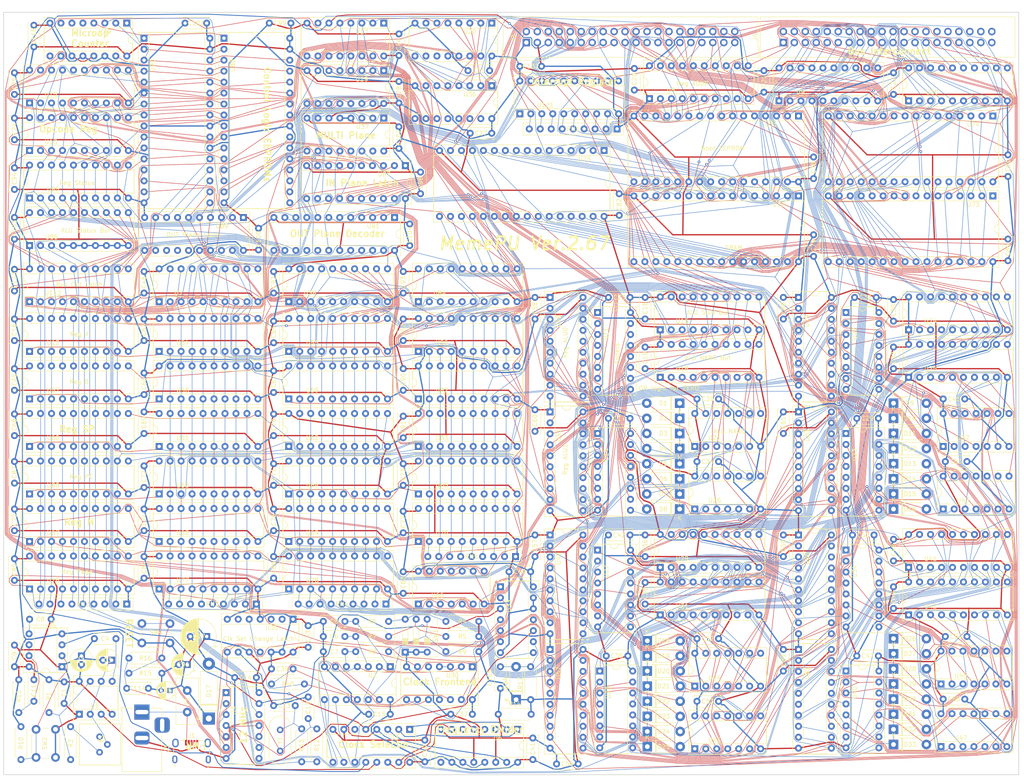
<source format=kicad_pcb>
(kicad_pcb (version 20171130) (host pcbnew "(6.0.0-rc1-dev-521-gd4e435928)")
  (layers (0 F.Cu signal) (31 B.Cu signal) (34 B.Paste user) (35 F.Paste user) (36 B.SilkS user) (37 F.SilkS user) (38 B.Mask user) (39 F.Mask user) (44 Edge.Cuts user))
  (net 0 "")
  (net 1 VCC)
  (net 2 GND)
  (net 3 /Clock/AC_TR)
  (net 4 "Net-(C4-Pad1)")
  (net 5 "Net-(C5-Pad2)")
  (net 6 "Net-(C6-Pad2)")
  (net 7 "Net-(C7-Pad2)")
  (net 8 "Net-(C8-Pad1)")
  (net 9 "Net-(C11-Pad2)")
  (net 10 "Net-(C12-Pad1)")
  (net 11 "Net-(C13-Pad1)")
  (net 12 "Net-(R1-Pad2)")
  (net 13 "Net-(R4-Pad2)")
  (net 14 "Net-(R10-Pad1)")
  (net 15 "Net-(R12-Pad1)")
  (net 16 /Clock/ADJ_CLK)
  (net 17 /Clock/BTN_CLK)
  (net 18 "Net-(R5-Pad2)")
  (net 19 "Net-(R8-Pad2)")
  (net 20 /BUS0)
  (net 21 /BUS1)
  (net 22 /BUS2)
  (net 23 /BUS3)
  (net 24 /BUS4)
  (net 25 /BUS5)
  (net 26 /BUS6)
  (net 27 /BUS7)
  (net 28 "Net-(R15-Pad1)")
  (net 29 "Net-(C39-Pad1)")
  (net 30 "Net-(R40-Pad2)")
  (net 31 /Clock/SEL2)
  (net 32 /Clock/SEL1)
  (net 33 "Net-(U2-Pad10)")
  (net 34 /Clock/SEL0)
  (net 35 /Clock/12MHZ_CLK)
  (net 36 /Clock/PRE_CLK)
  (net 37 /Clock/6MHZ_CLK)
  (net 38 /Clock/3MHZ_CLK)
  (net 39 /Clock/1.5MHZ_CLK)
  (net 40 "Net-(U30-Pad6)")
  (net 41 "Net-(U30-Pad8)")
  (net 42 "Net-(U30-Pad3)")
  (net 43 "Net-(U30-Pad11)")
  (net 44 "Net-(U35-Pad11)")
  (net 45 /~RESET)
  (net 46 /CLK)
  (net 47 "Net-(F1-Pad1)")
  (net 48 "/Control Logic/CTRL7")
  (net 49 "/Control Logic/CTRL6")
  (net 50 "/Control Logic/CTRL5")
  (net 51 "/Control Logic/CTRL4")
  (net 52 "/Control Logic/CTRL3")
  (net 53 "/Control Logic/CTRL2")
  (net 54 "/Control Logic/CTRL1")
  (net 55 "/Control Logic/CTRL0")
  (net 56 "/Control Logic/CTRL8")
  (net 57 "/Control Logic/CTRL9")
  (net 58 "/Control Logic/CTRL10")
  (net 59 "/Control Logic/CTRL11")
  (net 60 "/Control Logic/CTRL12")
  (net 61 "/Control Logic/CTRL13")
  (net 62 "/Control Logic/CTRL14")
  (net 63 "/Control Logic/CTRL15")
  (net 64 "/Control Logic/~RESET_UOP_COUNT_NCLK")
  (net 65 "Net-(C114-Pad2)")
  (net 66 /INT0)
  (net 67 /~CLK)
  (net 68 /~STATUS_OUT_NCLK)
  (net 69 /A_IN_CLK)
  (net 70 /~A_OUT_NCLK)
  (net 71 /B_IN_CLK)
  (net 72 /~B_OUT_NCLK)
  (net 73 /M0_IN_CLK)
  (net 74 /M1_IN_CLK)
  (net 75 /M2_IN_CLK)
  (net 76 /~MMU_OUT_NCLK)
  (net 77 "/Control Logic/CTRL_IN0")
  (net 78 "/Control Logic/CTRL_IN1")
  (net 79 "/Control Logic/CTRL_IN2")
  (net 80 "/Control Logic/CTRL_IN3")
  (net 81 "/Control Logic/CTRL_IN4")
  (net 82 "/Control Logic/CTRL_MULTI0")
  (net 83 "/Control Logic/CTRL_MULTI1")
  (net 84 "/Control Logic/CTRL_MULTI2")
  (net 85 "/Control Logic/MICROOP2")
  (net 86 "/Control Logic/MICROOP1")
  (net 87 "/Control Logic/OP0")
  (net 88 "/Control Logic/OP8")
  (net 89 "/Control Logic/OP1")
  (net 90 "/Control Logic/OP9")
  (net 91 "/Control Logic/OP2")
  (net 92 "/Control Logic/OP11")
  (net 93 "/Control Logic/OP3")
  (net 94 "/Control Logic/OP4")
  (net 95 "/Control Logic/OP10")
  (net 96 "/Control Logic/OP5")
  (net 97 "/Control Logic/OP6")
  (net 98 "/Control Logic/OP7")
  (net 99 "/Control Logic/MICROOP0")
  (net 100 "/Control Logic/MICROOP3")
  (net 101 "/Control Logic/CTRL_OUT3")
  (net 102 "/Control Logic/CTRL_OUT2")
  (net 103 "/Control Logic/CTRL_OUT1")
  (net 104 "/Control Logic/CTRL_OUT0")
  (net 105 /~RESET_NCLK)
  (net 106 /INT1)
  (net 107 /INT2)
  (net 108 /INT3)
  (net 109 /INT4)
  (net 110 /INT5)
  (net 111 /INT6)
  (net 112 /INT7)
  (net 113 "Net-(R2-Pad1)")
  (net 114 /~MMU_IN_CLK)
  (net 115 /~INT_OUT_NCLK)
  (net 116 /Clock/187KHZ_CLK)
  (net 117 "Net-(U2-Pad12)")
  (net 118 "/Control Logic/OPCODE0_IN_CLK")
  (net 119 "/Control Logic/OPCODE1_IN_CLK")
  (net 120 "/Control Logic/IN decoder/~S4")
  (net 121 "/Control Logic/MMU_IN_CLK")
  (net 122 "/Control Logic/MICROOP4")
  (net 123 /INT_IN_CLK)
  (net 124 /BUS8)
  (net 125 /BUS9)
  (net 126 /BUS10)
  (net 127 /BUS11)
  (net 128 /BUS12)
  (net 129 /BUS13)
  (net 130 /BUS14)
  (net 131 /BUS15)
  (net 132 /BUS16)
  (net 133 /BUS17)
  (net 134 /BUS18)
  (net 135 /BUS19)
  (net 136 /BUS20)
  (net 137 /BUS21)
  (net 138 /BUS22)
  (net 139 /BUS23)
  (net 140 /BUS24)
  (net 141 /BUS25)
  (net 142 /ADDR13)
  (net 143 /ADDR12)
  (net 144 /ADDR11)
  (net 145 /ADDR10)
  (net 146 /ADDR9)
  (net 147 /ADDR8)
  (net 148 /ADDR7)
  (net 149 /ADDR6)
  (net 150 /ADDR5)
  (net 151 /ADDR4)
  (net 152 /ADDR23)
  (net 153 /ADDR3)
  (net 154 /ADDR22)
  (net 155 /ADDR2)
  (net 156 /ADDR21)
  (net 157 /ADDR1)
  (net 158 /ADDR20)
  (net 159 /ADDR0)
  (net 160 /ADDR19)
  (net 161 /BUS31)
  (net 162 /ADDR18)
  (net 163 /BUS30)
  (net 164 /ADDR17)
  (net 165 /BUS29)
  (net 166 /ADDR16)
  (net 167 /BUS28)
  (net 168 /ADDR15)
  (net 169 /BUS27)
  (net 170 /ADDR14)
  (net 171 /BUS26)
  (net 172 /Clock/47_KHZ_CLK)
  (net 173 /ADDR_IN_CLK)
  (net 174 /ALU/B2)
  (net 175 /ALU/A2)
  (net 176 /ALU/B0)
  (net 177 /ALU/SUM2)
  (net 178 /ALU/A0)
  (net 179 /ALU/A3)
  (net 180 /ALU/SUM0)
  (net 181 /ALU/B3)
  (net 182 /ALU/A1)
  (net 183 /ALU/SUM3)
  (net 184 /ALU/B1)
  (net 185 /ALU/CARRY0)
  (net 186 /ALU/SUM1)
  (net 187 /ALU/B6)
  (net 188 /ALU/A6)
  (net 189 /ALU/B4)
  (net 190 /ALU/SUM6)
  (net 191 /ALU/A4)
  (net 192 /ALU/A7)
  (net 193 /ALU/SUM4)
  (net 194 /ALU/B7)
  (net 195 /ALU/A5)
  (net 196 /ALU/SUM7)
  (net 197 /ALU/B5)
  (net 198 /ALU/CARRY1)
  (net 199 /ALU/SUM5)
  (net 200 "/Control Logic/OP13")
  (net 201 "/Control Logic/OP12")
  (net 202 /~SUM_OUT_NCLK)
  (net 203 /SP_IN_CLK)
  (net 204 /PC_IN_CLK)
  (net 205 /ALU0_IN_CLK)
  (net 206 /ALU1_IN_CLK)
  (net 207 /ALU/NAND0)
  (net 208 /ALU/NAND1)
  (net 209 /ALU/NAND2)
  (net 210 /ALU/NAND3)
  (net 211 /ALU/NAND4)
  (net 212 /ALU/NAND5)
  (net 213 /ALU/NAND6)
  (net 214 /ALU/NAND7)
  (net 215 /~NAND_OUT_NCLK)
  (net 216 /M_IN_CLK)
  (net 217 /M3_IN_CLK)
  (net 218 /PAGE_IN_CLK)
  (net 219 /ALU/B10)
  (net 220 /ALU/A10)
  (net 221 /ALU/B8)
  (net 222 /ALU/SUM10)
  (net 223 /ALU/A8)
  (net 224 /ALU/A11)
  (net 225 /ALU/SUM8)
  (net 226 /ALU/B11)
  (net 227 /ALU/A9)
  (net 228 /ALU/SUM11)
  (net 229 /ALU/B9)
  (net 230 /ALU/CARRY2)
  (net 231 /ALU/SUM9)
  (net 232 /ALU/SUM13)
  (net 233 /ALU/CARRY3)
  (net 234 /ALU/B13)
  (net 235 /ALU/SUM15)
  (net 236 /ALU/A13)
  (net 237 /ALU/B15)
  (net 238 /ALU/SUM12)
  (net 239 /ALU/A15)
  (net 240 /ALU/A12)
  (net 241 /ALU/SUM14)
  (net 242 /ALU/B12)
  (net 243 /ALU/A14)
  (net 244 /ALU/B14)
  (net 245 /ALU/NAND15)
  (net 246 /ALU/NAND14)
  (net 247 /ALU/NAND13)
  (net 248 /ALU/NAND12)
  (net 249 /ALU/NAND11)
  (net 250 /ALU/NAND10)
  (net 251 /ALU/NAND9)
  (net 252 /ALU/NAND8)
  (net 253 /ALU/B18)
  (net 254 /ALU/A18)
  (net 255 /ALU/B16)
  (net 256 /ALU/SUM18)
  (net 257 /ALU/A16)
  (net 258 /ALU/A19)
  (net 259 /ALU/SUM16)
  (net 260 /ALU/B19)
  (net 261 /ALU/A17)
  (net 262 /ALU/SUM19)
  (net 263 /ALU/B17)
  (net 264 /ALU/CARRY4)
  (net 265 /ALU/SUM17)
  (net 266 /ALU/B22)
  (net 267 /ALU/A22)
  (net 268 /ALU/B20)
  (net 269 /ALU/SUM22)
  (net 270 /ALU/A20)
  (net 271 /ALU/A23)
  (net 272 /ALU/SUM20)
  (net 273 /ALU/B23)
  (net 274 /ALU/A21)
  (net 275 /ALU/SUM23)
  (net 276 /ALU/B21)
  (net 277 /ALU/CARRY5)
  (net 278 /ALU/SUM21)
  (net 279 /ALU/NAND23)
  (net 280 /ALU/NAND22)
  (net 281 /ALU/NAND21)
  (net 282 /ALU/NAND20)
  (net 283 /ALU/NAND19)
  (net 284 /ALU/NAND18)
  (net 285 /ALU/NAND17)
  (net 286 /ALU/NAND16)
  (net 287 /ALU/B26)
  (net 288 /ALU/A26)
  (net 289 /ALU/B24)
  (net 290 /ALU/SUM26)
  (net 291 /ALU/A24)
  (net 292 /ALU/A27)
  (net 293 /ALU/SUM24)
  (net 294 /ALU/B27)
  (net 295 /ALU/A25)
  (net 296 /ALU/SUM27)
  (net 297 /ALU/B25)
  (net 298 /ALU/CARRY6)
  (net 299 /ALU/SUM25)
  (net 300 /ALU/B30)
  (net 301 /ALU/A30)
  (net 302 /ALU/B28)
  (net 303 /ALU/SUM30)
  (net 304 /ALU/A28)
  (net 305 /ALU/A31)
  (net 306 /ALU/SUM28)
  (net 307 /ALU/B31)
  (net 308 /ALU/A29)
  (net 309 /ALU/SUM31)
  (net 310 /ALU/B29)
  (net 311 /ALU/CARRY_OUT)
  (net 312 /ALU/SUM29)
  (net 313 /ALU/NAND31)
  (net 314 /ALU/NAND30)
  (net 315 /ALU/NAND29)
  (net 316 /ALU/NAND28)
  (net 317 /ALU/NAND27)
  (net 318 /ALU/NAND26)
  (net 319 /ALU/NAND25)
  (net 320 /ALU/NAND24)
  (net 321 /~SP_OUT_NCLK)
  (net 322 /~PC_OUT_NCLK)
  (net 323 "/Registers/Register M/REG_IN1_OR")
  (net 324 "/Registers/Register M/REG_IN3_OR")
  (net 325 "/Registers/Register M/REG_IN0_OR")
  (net 326 "/Registers/Register M/REG_IN2_OR")
  (net 327 /~M_OUT_NCLK)
  (net 328 /~EEPROM_OUT_NCLK)
  (net 329 /~PAGE_OUT_NCLK)
  (net 330 "/Control Logic/~BUS0_OUT_NCLK")
  (net 331 "/Control Logic/~BUS1_OUT_NCLK")
  (net 332 "/Control Logic/~BUS2_OUT_NCLK")
  (net 333 "/Control Logic/~BUS3_OUT_NCLK")
  (net 334 "Net-(D1-Pad1)")
  (net 335 /ALU/ZERO_OUT)
  (net 336 /CARRY_IN)
  (net 337 /STATUS_IN_CLK)
  (net 338 /~ALU_STATUS_OUT_NCLK)
  (net 339 "Net-(C105-Pad2)")
  (net 340 "Net-(U33-Pad1)")
  (module Resistor_THT:R_Axial_DIN0207_L6.3mm_D2.5mm_P7.62mm_Horizontal (layer F.Cu) (at 132.5 169.12 90)
    (fp_text reference R17 (at 3.81 -2.37 90) (layer F.SilkS))
    (fp_text value 1M)
    (pad 2 thru_hole oval (at 7.62 0 90) (size 1.6 1.6) (drill 0.8) (layers *.Cu *.Mask) (net 339 "Net-(C105-Pad2)"))
    (pad 1 thru_hole circle (at 0 0 90) (size 1.6 1.6) (drill 0.8) (layers *.Cu *.Mask) (net 1 VCC))
  )
  (module Resistor_THT:R_Axial_DIN0207_L6.3mm_D2.5mm_P7.62mm_Horizontal (layer F.Cu) (at 125 172.5)
    (fp_text reference R14 (at 3.81 -2.37) (layer F.SilkS))
    (fp_text value 100K)
    (pad 2 thru_hole oval (at 7.62 0) (size 1.6 1.6) (drill 0.8) (layers *.Cu *.Mask) (net 1 VCC))
    (pad 1 thru_hole circle (at 0 0) (size 1.6 1.6) (drill 0.8) (layers *.Cu *.Mask) (net 2 GND))
  )
  (module Diode_THT:D_DO-41_SOD81_P7.62mm_Horizontal (layer F.Cu) (at 129.125 169.12 90)
    (fp_text reference D34 (at 3.81 -2.47 90) (layer F.SilkS))
    (fp_text value D)
    (fp_text user K (at 0 -2.1 90) (layer F.SilkS))
    (pad 2 thru_hole oval (at 7.62 0 90) (size 2.2 2.2) (drill 1.1) (layers *.Cu *.Mask) (net 339 "Net-(C105-Pad2)"))
    (pad 1 thru_hole rect (at 0 0 90) (size 2.2 2.2) (drill 1.1) (layers *.Cu *.Mask) (net 1 VCC))
  )
  (module Capacitor_THT:C_Disc_D6.0mm_W2.5mm_P5.00mm (layer F.Cu) (at 125.5 166.5 90)
    (fp_text reference C105 (at 2.5 -2.5 90) (layer F.SilkS))
    (fp_text value 10nF)
    (pad 2 thru_hole circle (at 5 0 90) (size 1.6 1.6) (drill 0.8) (layers *.Cu *.Mask) (net 339 "Net-(C105-Pad2)"))
    (pad 1 thru_hole circle (at 0 0 90) (size 1.6 1.6) (drill 0.8) (layers *.Cu *.Mask) (net 2 GND))
  )
  (module Package_DIP:DIP-24_W7.62mm_Socket (layer F.Cu) (at 101 57.5 270)
    (fp_text reference U91 (at 2 4.932143) (layer F.SilkS))
    (fp_text value 74LS154)
    (pad 24 thru_hole oval (at 7.62 0 270) (size 1.6 1.6) (drill 0.8) (layers *.Cu *.Mask) (net 1 VCC))
    (pad 12 thru_hole oval (at 0 27.94 270) (size 1.6 1.6) (drill 0.8) (layers *.Cu *.Mask) (net 2 GND))
    (pad 23 thru_hole oval (at 7.62 2.54 270) (size 1.6 1.6) (drill 0.8) (layers *.Cu *.Mask) (net 104 "/Control Logic/CTRL_OUT0"))
    (pad 11 thru_hole oval (at 0 25.4 270) (size 1.6 1.6) (drill 0.8) (layers *.Cu *.Mask) (net 328 /~EEPROM_OUT_NCLK))
    (pad 22 thru_hole oval (at 7.62 5.08 270) (size 1.6 1.6) (drill 0.8) (layers *.Cu *.Mask) (net 103 "/Control Logic/CTRL_OUT1"))
    (pad 10 thru_hole oval (at 0 22.86 270) (size 1.6 1.6) (drill 0.8) (layers *.Cu *.Mask) (net 68 /~STATUS_OUT_NCLK))
    (pad 21 thru_hole oval (at 7.62 7.62 270) (size 1.6 1.6) (drill 0.8) (layers *.Cu *.Mask) (net 102 "/Control Logic/CTRL_OUT2"))
    (pad 9 thru_hole oval (at 0 20.32 270) (size 1.6 1.6) (drill 0.8) (layers *.Cu *.Mask) (net 115 /~INT_OUT_NCLK))
    (pad 20 thru_hole oval (at 7.62 10.16 270) (size 1.6 1.6) (drill 0.8) (layers *.Cu *.Mask) (net 101 "/Control Logic/CTRL_OUT3"))
    (pad 8 thru_hole oval (at 0 17.78 270) (size 1.6 1.6) (drill 0.8) (layers *.Cu *.Mask) (net 76 /~MMU_OUT_NCLK))
    (pad 19 thru_hole oval (at 7.62 12.7 270) (size 1.6 1.6) (drill 0.8) (layers *.Cu *.Mask) (net 2 GND))
    (pad 7 thru_hole oval (at 0 15.24 270) (size 1.6 1.6) (drill 0.8) (layers *.Cu *.Mask) (net 215 /~NAND_OUT_NCLK))
    (pad 18 thru_hole oval (at 7.62 15.24 270) (size 1.6 1.6) (drill 0.8) (layers *.Cu *.Mask) (net 84 "/Control Logic/CTRL_MULTI2"))
    (pad 6 thru_hole oval (at 0 12.7 270) (size 1.6 1.6) (drill 0.8) (layers *.Cu *.Mask) (net 202 /~SUM_OUT_NCLK))
    (pad 17 thru_hole oval (at 7.62 17.78 270) (size 1.6 1.6) (drill 0.8) (layers *.Cu *.Mask))
    (pad 5 thru_hole oval (at 0 10.16 270) (size 1.6 1.6) (drill 0.8) (layers *.Cu *.Mask) (net 322 /~PC_OUT_NCLK))
    (pad 16 thru_hole oval (at 7.62 20.32 270) (size 1.6 1.6) (drill 0.8) (layers *.Cu *.Mask))
    (pad 4 thru_hole oval (at 0 7.62 270) (size 1.6 1.6) (drill 0.8) (layers *.Cu *.Mask) (net 321 /~SP_OUT_NCLK))
    (pad 15 thru_hole oval (at 7.62 22.86 270) (size 1.6 1.6) (drill 0.8) (layers *.Cu *.Mask) (net 338 /~ALU_STATUS_OUT_NCLK))
    (pad 3 thru_hole oval (at 0 5.08 270) (size 1.6 1.6) (drill 0.8) (layers *.Cu *.Mask) (net 72 /~B_OUT_NCLK))
    (pad 14 thru_hole oval (at 7.62 25.4 270) (size 1.6 1.6) (drill 0.8) (layers *.Cu *.Mask) (net 329 /~PAGE_OUT_NCLK))
    (pad 2 thru_hole oval (at 0 2.54 270) (size 1.6 1.6) (drill 0.8) (layers *.Cu *.Mask) (net 70 /~A_OUT_NCLK))
    (pad 13 thru_hole oval (at 7.62 27.94 270) (size 1.6 1.6) (drill 0.8) (layers *.Cu *.Mask) (net 327 /~M_OUT_NCLK))
    (pad 1 thru_hole rect (at 0 0 270) (size 1.6 1.6) (drill 0.8) (layers *.Cu *.Mask))
  )
  (module Capacitor_THT:C_Disc_D6.0mm_W2.5mm_P5.00mm (layer F.Cu) (at 104.5 59 270)
    (fp_text reference C104 (at 2.5 0 270) (layer F.SilkS))
    (fp_text value 0.1uF)
    (pad 2 thru_hole circle (at 5 0 270) (size 1.6 1.6) (drill 0.8) (layers *.Cu *.Mask) (net 1 VCC))
    (pad 1 thru_hole circle (at 0 0 270) (size 1.6 1.6) (drill 0.8) (layers *.Cu *.Mask) (net 2 GND))
  )
  (module Capacitor_THT:C_Disc_D6.0mm_W2.5mm_P5.00mm (layer F.Cu) (at 13 57.5 270)
    (fp_text reference C103 (at 2.5 0 270) (layer F.SilkS))
    (fp_text value 0.1uF)
    (pad 1 thru_hole circle (at 0 0 270) (size 1.6 1.6) (drill 0.8) (layers *.Cu *.Mask) (net 1 VCC))
    (pad 2 thru_hole circle (at 5 0 270) (size 1.6 1.6) (drill 0.8) (layers *.Cu *.Mask) (net 2 GND))
  )
  (module Package_DIP:DIP-20_W7.62mm_Socket (layer F.Cu) (at 16.5 64 90)
    (fp_text reference U86 (at 2 5.075) (layer F.SilkS))
    (fp_text value 74HC245)
    (pad 1 thru_hole rect (at 0 0 90) (size 1.6 1.6) (drill 0.8) (layers *.Cu *.Mask) (net 1 VCC))
    (pad 11 thru_hole oval (at 7.62 22.86 90) (size 1.6 1.6) (drill 0.8) (layers *.Cu *.Mask) (net 27 /BUS7))
    (pad 2 thru_hole oval (at 0 2.54 90) (size 1.6 1.6) (drill 0.8) (layers *.Cu *.Mask) (net 311 /ALU/CARRY_OUT))
    (pad 12 thru_hole oval (at 7.62 20.32 90) (size 1.6 1.6) (drill 0.8) (layers *.Cu *.Mask) (net 26 /BUS6))
    (pad 3 thru_hole oval (at 0 5.08 90) (size 1.6 1.6) (drill 0.8) (layers *.Cu *.Mask) (net 335 /ALU/ZERO_OUT))
    (pad 13 thru_hole oval (at 7.62 17.78 90) (size 1.6 1.6) (drill 0.8) (layers *.Cu *.Mask) (net 25 /BUS5))
    (pad 4 thru_hole oval (at 0 7.62 90) (size 1.6 1.6) (drill 0.8) (layers *.Cu *.Mask) (net 2 GND))
    (pad 14 thru_hole oval (at 7.62 15.24 90) (size 1.6 1.6) (drill 0.8) (layers *.Cu *.Mask) (net 24 /BUS4))
    (pad 5 thru_hole oval (at 0 10.16 90) (size 1.6 1.6) (drill 0.8) (layers *.Cu *.Mask) (net 2 GND))
    (pad 15 thru_hole oval (at 7.62 12.7 90) (size 1.6 1.6) (drill 0.8) (layers *.Cu *.Mask) (net 23 /BUS3))
    (pad 6 thru_hole oval (at 0 12.7 90) (size 1.6 1.6) (drill 0.8) (layers *.Cu *.Mask) (net 2 GND))
    (pad 16 thru_hole oval (at 7.62 10.16 90) (size 1.6 1.6) (drill 0.8) (layers *.Cu *.Mask) (net 22 /BUS2))
    (pad 7 thru_hole oval (at 0 15.24 90) (size 1.6 1.6) (drill 0.8) (layers *.Cu *.Mask) (net 2 GND))
    (pad 17 thru_hole oval (at 7.62 7.62 90) (size 1.6 1.6) (drill 0.8) (layers *.Cu *.Mask) (net 21 /BUS1))
    (pad 8 thru_hole oval (at 0 17.78 90) (size 1.6 1.6) (drill 0.8) (layers *.Cu *.Mask) (net 2 GND))
    (pad 18 thru_hole oval (at 7.62 5.08 90) (size 1.6 1.6) (drill 0.8) (layers *.Cu *.Mask) (net 20 /BUS0))
    (pad 9 thru_hole oval (at 0 20.32 90) (size 1.6 1.6) (drill 0.8) (layers *.Cu *.Mask) (net 2 GND))
    (pad 19 thru_hole oval (at 7.62 2.54 90) (size 1.6 1.6) (drill 0.8) (layers *.Cu *.Mask) (net 338 /~ALU_STATUS_OUT_NCLK))
    (pad 10 thru_hole oval (at 0 22.86 90) (size 1.6 1.6) (drill 0.8) (layers *.Cu *.Mask) (net 2 GND))
    (pad 20 thru_hole oval (at 7.62 0 90) (size 1.6 1.6) (drill 0.8) (layers *.Cu *.Mask) (net 1 VCC))
  )
  (module Resistor_THT:R_Array_SIP9 (layer F.Cu) (at 39 147 180)
    (fp_text reference RN2 (at 10.175 0) (layer F.SilkS))
    (fp_text value 100K)
    (pad 9 thru_hole oval (at 20.32 0 180) (size 1.6 1.6) (drill 0.8) (layers *.Cu *.Mask) (net 20 /BUS0))
    (pad 8 thru_hole oval (at 17.78 0 180) (size 1.6 1.6) (drill 0.8) (layers *.Cu *.Mask) (net 21 /BUS1))
    (pad 7 thru_hole oval (at 15.24 0 180) (size 1.6 1.6) (drill 0.8) (layers *.Cu *.Mask) (net 22 /BUS2))
    (pad 6 thru_hole oval (at 12.7 0 180) (size 1.6 1.6) (drill 0.8) (layers *.Cu *.Mask) (net 23 /BUS3))
    (pad 5 thru_hole oval (at 10.16 0 180) (size 1.6 1.6) (drill 0.8) (layers *.Cu *.Mask) (net 24 /BUS4))
    (pad 4 thru_hole oval (at 7.62 0 180) (size 1.6 1.6) (drill 0.8) (layers *.Cu *.Mask) (net 25 /BUS5))
    (pad 3 thru_hole oval (at 5.08 0 180) (size 1.6 1.6) (drill 0.8) (layers *.Cu *.Mask) (net 26 /BUS6))
    (pad 2 thru_hole oval (at 2.54 0 180) (size 1.6 1.6) (drill 0.8) (layers *.Cu *.Mask) (net 27 /BUS7))
    (pad 1 thru_hole rect (at 0 0 180) (size 1.6 1.6) (drill 0.8) (layers *.Cu *.Mask) (net 2 GND))
  )
  (module Resistor_THT:R_Array_SIP9 (layer F.Cu) (at 129 136 180)
    (fp_text reference RN5 (at 10.175 0) (layer F.SilkS))
    (fp_text value 100K)
    (pad 1 thru_hole rect (at 0 0 180) (size 1.6 1.6) (drill 0.8) (layers *.Cu *.Mask) (net 2 GND))
    (pad 2 thru_hole oval (at 2.54 0 180) (size 1.6 1.6) (drill 0.8) (layers *.Cu *.Mask) (net 161 /BUS31))
    (pad 3 thru_hole oval (at 5.08 0 180) (size 1.6 1.6) (drill 0.8) (layers *.Cu *.Mask) (net 163 /BUS30))
    (pad 4 thru_hole oval (at 7.62 0 180) (size 1.6 1.6) (drill 0.8) (layers *.Cu *.Mask) (net 165 /BUS29))
    (pad 5 thru_hole oval (at 10.16 0 180) (size 1.6 1.6) (drill 0.8) (layers *.Cu *.Mask) (net 167 /BUS28))
    (pad 6 thru_hole oval (at 12.7 0 180) (size 1.6 1.6) (drill 0.8) (layers *.Cu *.Mask) (net 169 /BUS27))
    (pad 7 thru_hole oval (at 15.24 0 180) (size 1.6 1.6) (drill 0.8) (layers *.Cu *.Mask) (net 171 /BUS26))
    (pad 8 thru_hole oval (at 17.78 0 180) (size 1.6 1.6) (drill 0.8) (layers *.Cu *.Mask) (net 141 /BUS25))
    (pad 9 thru_hole oval (at 20.32 0 180) (size 1.6 1.6) (drill 0.8) (layers *.Cu *.Mask) (net 140 /BUS24))
  )
  (module Resistor_THT:R_Array_SIP9 (layer F.Cu) (at 99 147 180)
    (fp_text reference RN4 (at 10.175 0) (layer F.SilkS))
    (fp_text value 100K)
    (pad 9 thru_hole oval (at 20.32 0 180) (size 1.6 1.6) (drill 0.8) (layers *.Cu *.Mask) (net 132 /BUS16))
    (pad 8 thru_hole oval (at 17.78 0 180) (size 1.6 1.6) (drill 0.8) (layers *.Cu *.Mask) (net 133 /BUS17))
    (pad 7 thru_hole oval (at 15.24 0 180) (size 1.6 1.6) (drill 0.8) (layers *.Cu *.Mask) (net 134 /BUS18))
    (pad 6 thru_hole oval (at 12.7 0 180) (size 1.6 1.6) (drill 0.8) (layers *.Cu *.Mask) (net 135 /BUS19))
    (pad 5 thru_hole oval (at 10.16 0 180) (size 1.6 1.6) (drill 0.8) (layers *.Cu *.Mask) (net 136 /BUS20))
    (pad 4 thru_hole oval (at 7.62 0 180) (size 1.6 1.6) (drill 0.8) (layers *.Cu *.Mask) (net 137 /BUS21))
    (pad 3 thru_hole oval (at 5.08 0 180) (size 1.6 1.6) (drill 0.8) (layers *.Cu *.Mask) (net 138 /BUS22))
    (pad 2 thru_hole oval (at 2.54 0 180) (size 1.6 1.6) (drill 0.8) (layers *.Cu *.Mask) (net 139 /BUS23))
    (pad 1 thru_hole rect (at 0 0 180) (size 1.6 1.6) (drill 0.8) (layers *.Cu *.Mask) (net 2 GND))
  )
  (module Resistor_THT:R_Array_SIP9 (layer F.Cu) (at 69 147 180)
    (fp_text reference RN3 (at 10.175 0) (layer F.SilkS))
    (fp_text value 100K)
    (pad 1 thru_hole rect (at 0 0 180) (size 1.6 1.6) (drill 0.8) (layers *.Cu *.Mask) (net 2 GND))
    (pad 2 thru_hole oval (at 2.54 0 180) (size 1.6 1.6) (drill 0.8) (layers *.Cu *.Mask) (net 131 /BUS15))
    (pad 3 thru_hole oval (at 5.08 0 180) (size 1.6 1.6) (drill 0.8) (layers *.Cu *.Mask) (net 130 /BUS14))
    (pad 4 thru_hole oval (at 7.62 0 180) (size 1.6 1.6) (drill 0.8) (layers *.Cu *.Mask) (net 129 /BUS13))
    (pad 5 thru_hole oval (at 10.16 0 180) (size 1.6 1.6) (drill 0.8) (layers *.Cu *.Mask) (net 128 /BUS12))
    (pad 6 thru_hole oval (at 12.7 0 180) (size 1.6 1.6) (drill 0.8) (layers *.Cu *.Mask) (net 127 /BUS11))
    (pad 7 thru_hole oval (at 15.24 0 180) (size 1.6 1.6) (drill 0.8) (layers *.Cu *.Mask) (net 126 /BUS10))
    (pad 8 thru_hole oval (at 17.78 0 180) (size 1.6 1.6) (drill 0.8) (layers *.Cu *.Mask) (net 125 /BUS9))
    (pad 9 thru_hole oval (at 20.32 0 180) (size 1.6 1.6) (drill 0.8) (layers *.Cu *.Mask) (net 124 /BUS8))
  )
  (module Package_DIP:DIP-20_W7.62mm_Socket (layer F.Cu) (at 16.5 53 90)
    (fp_text reference U85 (at 2 5.455952) (layer F.SilkS))
    (fp_text value 74HCT574)
    (pad 20 thru_hole oval (at 7.62 0 90) (size 1.6 1.6) (drill 0.8) (layers *.Cu *.Mask) (net 1 VCC))
    (pad 10 thru_hole oval (at 0 22.86 90) (size 1.6 1.6) (drill 0.8) (layers *.Cu *.Mask) (net 2 GND))
    (pad 19 thru_hole oval (at 7.62 2.54 90) (size 1.6 1.6) (drill 0.8) (layers *.Cu *.Mask) (net 20 /BUS0))
    (pad 9 thru_hole oval (at 0 20.32 90) (size 1.6 1.6) (drill 0.8) (layers *.Cu *.Mask) (net 27 /BUS7))
    (pad 18 thru_hole oval (at 7.62 5.08 90) (size 1.6 1.6) (drill 0.8) (layers *.Cu *.Mask) (net 21 /BUS1))
    (pad 8 thru_hole oval (at 0 17.78 90) (size 1.6 1.6) (drill 0.8) (layers *.Cu *.Mask) (net 26 /BUS6))
    (pad 17 thru_hole oval (at 7.62 7.62 90) (size 1.6 1.6) (drill 0.8) (layers *.Cu *.Mask) (net 22 /BUS2))
    (pad 7 thru_hole oval (at 0 15.24 90) (size 1.6 1.6) (drill 0.8) (layers *.Cu *.Mask) (net 25 /BUS5))
    (pad 16 thru_hole oval (at 7.62 10.16 90) (size 1.6 1.6) (drill 0.8) (layers *.Cu *.Mask) (net 23 /BUS3))
    (pad 6 thru_hole oval (at 0 12.7 90) (size 1.6 1.6) (drill 0.8) (layers *.Cu *.Mask) (net 24 /BUS4))
    (pad 15 thru_hole oval (at 7.62 12.7 90) (size 1.6 1.6) (drill 0.8) (layers *.Cu *.Mask) (net 24 /BUS4))
    (pad 5 thru_hole oval (at 0 10.16 90) (size 1.6 1.6) (drill 0.8) (layers *.Cu *.Mask) (net 23 /BUS3))
    (pad 14 thru_hole oval (at 7.62 15.24 90) (size 1.6 1.6) (drill 0.8) (layers *.Cu *.Mask) (net 25 /BUS5))
    (pad 4 thru_hole oval (at 0 7.62 90) (size 1.6 1.6) (drill 0.8) (layers *.Cu *.Mask) (net 22 /BUS2))
    (pad 13 thru_hole oval (at 7.62 17.78 90) (size 1.6 1.6) (drill 0.8) (layers *.Cu *.Mask) (net 26 /BUS6))
    (pad 3 thru_hole oval (at 0 5.08 90) (size 1.6 1.6) (drill 0.8) (layers *.Cu *.Mask) (net 21 /BUS1))
    (pad 12 thru_hole oval (at 7.62 20.32 90) (size 1.6 1.6) (drill 0.8) (layers *.Cu *.Mask) (net 27 /BUS7))
    (pad 2 thru_hole oval (at 0 2.54 90) (size 1.6 1.6) (drill 0.8) (layers *.Cu *.Mask) (net 20 /BUS0))
    (pad 11 thru_hole oval (at 7.62 22.86 90) (size 1.6 1.6) (drill 0.8) (layers *.Cu *.Mask) (net 337 /STATUS_IN_CLK))
    (pad 1 thru_hole rect (at 0 0 90) (size 1.6 1.6) (drill 0.8) (layers *.Cu *.Mask) (net 68 /~STATUS_OUT_NCLK))
  )
  (module Package_DIP:DIP-20_W7.62mm_Socket (layer F.Cu) (at 106.5 77 90)
    (fp_text reference U84 (at 2 4.932143) (layer F.SilkS))
    (fp_text value 74LS574)
    (pad 20 thru_hole oval (at 7.62 0 90) (size 1.6 1.6) (drill 0.8) (layers *.Cu *.Mask) (net 1 VCC))
    (pad 10 thru_hole oval (at 0 22.86 90) (size 1.6 1.6) (drill 0.8) (layers *.Cu *.Mask) (net 2 GND))
    (pad 19 thru_hole oval (at 7.62 2.54 90) (size 1.6 1.6) (drill 0.8) (layers *.Cu *.Mask) (net 140 /BUS24))
    (pad 9 thru_hole oval (at 0 20.32 90) (size 1.6 1.6) (drill 0.8) (layers *.Cu *.Mask) (net 63 "/Control Logic/CTRL15"))
    (pad 18 thru_hole oval (at 7.62 5.08 90) (size 1.6 1.6) (drill 0.8) (layers *.Cu *.Mask) (net 141 /BUS25))
    (pad 8 thru_hole oval (at 0 17.78 90) (size 1.6 1.6) (drill 0.8) (layers *.Cu *.Mask) (net 62 "/Control Logic/CTRL14"))
    (pad 17 thru_hole oval (at 7.62 7.62 90) (size 1.6 1.6) (drill 0.8) (layers *.Cu *.Mask) (net 171 /BUS26))
    (pad 7 thru_hole oval (at 0 15.24 90) (size 1.6 1.6) (drill 0.8) (layers *.Cu *.Mask) (net 61 "/Control Logic/CTRL13"))
    (pad 16 thru_hole oval (at 7.62 10.16 90) (size 1.6 1.6) (drill 0.8) (layers *.Cu *.Mask) (net 169 /BUS27))
    (pad 6 thru_hole oval (at 0 12.7 90) (size 1.6 1.6) (drill 0.8) (layers *.Cu *.Mask) (net 60 "/Control Logic/CTRL12"))
    (pad 15 thru_hole oval (at 7.62 12.7 90) (size 1.6 1.6) (drill 0.8) (layers *.Cu *.Mask) (net 167 /BUS28))
    (pad 5 thru_hole oval (at 0 10.16 90) (size 1.6 1.6) (drill 0.8) (layers *.Cu *.Mask) (net 59 "/Control Logic/CTRL11"))
    (pad 14 thru_hole oval (at 7.62 15.24 90) (size 1.6 1.6) (drill 0.8) (layers *.Cu *.Mask) (net 165 /BUS29))
    (pad 4 thru_hole oval (at 0 7.62 90) (size 1.6 1.6) (drill 0.8) (layers *.Cu *.Mask) (net 58 "/Control Logic/CTRL10"))
    (pad 13 thru_hole oval (at 7.62 17.78 90) (size 1.6 1.6) (drill 0.8) (layers *.Cu *.Mask) (net 163 /BUS30))
    (pad 3 thru_hole oval (at 0 5.08 90) (size 1.6 1.6) (drill 0.8) (layers *.Cu *.Mask) (net 57 "/Control Logic/CTRL9"))
    (pad 12 thru_hole oval (at 7.62 20.32 90) (size 1.6 1.6) (drill 0.8) (layers *.Cu *.Mask) (net 161 /BUS31))
    (pad 2 thru_hole oval (at 0 2.54 90) (size 1.6 1.6) (drill 0.8) (layers *.Cu *.Mask) (net 56 "/Control Logic/CTRL8"))
    (pad 11 thru_hole oval (at 7.62 22.86 90) (size 1.6 1.6) (drill 0.8) (layers *.Cu *.Mask) (net 67 /~CLK))
    (pad 1 thru_hole rect (at 0 0 90) (size 1.6 1.6) (drill 0.8) (layers *.Cu *.Mask) (net 333 "/Control Logic/~BUS3_OUT_NCLK"))
  )
  (module Package_DIP:DIP-20_W7.62mm_Socket (layer F.Cu) (at 76.5 77 90)
    (fp_text reference U38 (at 2 4.932143) (layer F.SilkS))
    (fp_text value 74LS574)
    (pad 20 thru_hole oval (at 7.62 0 90) (size 1.6 1.6) (drill 0.8) (layers *.Cu *.Mask) (net 1 VCC))
    (pad 10 thru_hole oval (at 0 22.86 90) (size 1.6 1.6) (drill 0.8) (layers *.Cu *.Mask) (net 2 GND))
    (pad 19 thru_hole oval (at 7.62 2.54 90) (size 1.6 1.6) (drill 0.8) (layers *.Cu *.Mask) (net 132 /BUS16))
    (pad 9 thru_hole oval (at 0 20.32 90) (size 1.6 1.6) (drill 0.8) (layers *.Cu *.Mask) (net 63 "/Control Logic/CTRL15"))
    (pad 18 thru_hole oval (at 7.62 5.08 90) (size 1.6 1.6) (drill 0.8) (layers *.Cu *.Mask) (net 133 /BUS17))
    (pad 8 thru_hole oval (at 0 17.78 90) (size 1.6 1.6) (drill 0.8) (layers *.Cu *.Mask) (net 62 "/Control Logic/CTRL14"))
    (pad 17 thru_hole oval (at 7.62 7.62 90) (size 1.6 1.6) (drill 0.8) (layers *.Cu *.Mask) (net 134 /BUS18))
    (pad 7 thru_hole oval (at 0 15.24 90) (size 1.6 1.6) (drill 0.8) (layers *.Cu *.Mask) (net 61 "/Control Logic/CTRL13"))
    (pad 16 thru_hole oval (at 7.62 10.16 90) (size 1.6 1.6) (drill 0.8) (layers *.Cu *.Mask) (net 135 /BUS19))
    (pad 6 thru_hole oval (at 0 12.7 90) (size 1.6 1.6) (drill 0.8) (layers *.Cu *.Mask) (net 60 "/Control Logic/CTRL12"))
    (pad 15 thru_hole oval (at 7.62 12.7 90) (size 1.6 1.6) (drill 0.8) (layers *.Cu *.Mask) (net 136 /BUS20))
    (pad 5 thru_hole oval (at 0 10.16 90) (size 1.6 1.6) (drill 0.8) (layers *.Cu *.Mask) (net 59 "/Control Logic/CTRL11"))
    (pad 14 thru_hole oval (at 7.62 15.24 90) (size 1.6 1.6) (drill 0.8) (layers *.Cu *.Mask) (net 137 /BUS21))
    (pad 4 thru_hole oval (at 0 7.62 90) (size 1.6 1.6) (drill 0.8) (layers *.Cu *.Mask) (net 58 "/Control Logic/CTRL10"))
    (pad 13 thru_hole oval (at 7.62 17.78 90) (size 1.6 1.6) (drill 0.8) (layers *.Cu *.Mask) (net 138 /BUS22))
    (pad 3 thru_hole oval (at 0 5.08 90) (size 1.6 1.6) (drill 0.8) (layers *.Cu *.Mask) (net 57 "/Control Logic/CTRL9"))
    (pad 12 thru_hole oval (at 7.62 20.32 90) (size 1.6 1.6) (drill 0.8) (layers *.Cu *.Mask) (net 139 /BUS23))
    (pad 2 thru_hole oval (at 0 2.54 90) (size 1.6 1.6) (drill 0.8) (layers *.Cu *.Mask) (net 56 "/Control Logic/CTRL8"))
    (pad 11 thru_hole oval (at 7.62 22.86 90) (size 1.6 1.6) (drill 0.8) (layers *.Cu *.Mask) (net 67 /~CLK))
    (pad 1 thru_hole rect (at 0 0 90) (size 1.6 1.6) (drill 0.8) (layers *.Cu *.Mask) (net 332 "/Control Logic/~BUS2_OUT_NCLK"))
  )
  (module Diode_THT:D_DO-41_SOD81_P7.62mm_Horizontal (layer F.Cu) (at 216.5 179.5)
    (fp_text reference D33 (at 3.81 0) (layer F.SilkS))
    (fp_text value D)
    (fp_text user K (at 0 -2.1) (layer F.SilkS))
    (pad 2 thru_hole oval (at 7.62 0) (size 2.2 2.2) (drill 1.1) (layers *.Cu *.Mask) (net 305 /ALU/A31))
    (pad 1 thru_hole rect (at 0 0) (size 2.2 2.2) (drill 1.1) (layers *.Cu *.Mask) (net 334 "Net-(D1-Pad1)"))
  )
  (module Diode_THT:D_DO-41_SOD81_P7.62mm_Horizontal (layer F.Cu) (at 216.5 176)
    (fp_text reference D32 (at 3.81 0) (layer F.SilkS))
    (fp_text value D)
    (fp_text user K (at 0 -2.1) (layer F.SilkS))
    (pad 2 thru_hole oval (at 7.62 0) (size 2.2 2.2) (drill 1.1) (layers *.Cu *.Mask) (net 301 /ALU/A30))
    (pad 1 thru_hole rect (at 0 0) (size 2.2 2.2) (drill 1.1) (layers *.Cu *.Mask) (net 334 "Net-(D1-Pad1)"))
  )
  (module Diode_THT:D_DO-41_SOD81_P7.62mm_Horizontal (layer F.Cu) (at 216.5 172.5)
    (fp_text reference D31 (at 3.81 0) (layer F.SilkS))
    (fp_text value D)
    (fp_text user K (at 0 -2.1) (layer F.SilkS))
    (pad 2 thru_hole oval (at 7.62 0) (size 2.2 2.2) (drill 1.1) (layers *.Cu *.Mask) (net 308 /ALU/A29))
    (pad 1 thru_hole rect (at 0 0) (size 2.2 2.2) (drill 1.1) (layers *.Cu *.Mask) (net 334 "Net-(D1-Pad1)"))
  )
  (module Diode_THT:D_DO-41_SOD81_P7.62mm_Horizontal (layer F.Cu) (at 216.5 169)
    (fp_text reference D30 (at 3.81 0) (layer F.SilkS))
    (fp_text value D)
    (fp_text user K (at 0 -2.1) (layer F.SilkS))
    (pad 2 thru_hole oval (at 7.62 0) (size 2.2 2.2) (drill 1.1) (layers *.Cu *.Mask) (net 304 /ALU/A28))
    (pad 1 thru_hole rect (at 0 0) (size 2.2 2.2) (drill 1.1) (layers *.Cu *.Mask) (net 334 "Net-(D1-Pad1)"))
  )
  (module Diode_THT:D_DO-41_SOD81_P7.62mm_Horizontal (layer F.Cu) (at 216.5 165.5)
    (fp_text reference D29 (at 3.81 0) (layer F.SilkS))
    (fp_text value D)
    (fp_text user K (at 0 -2.1) (layer F.SilkS))
    (pad 2 thru_hole oval (at 7.62 0) (size 2.2 2.2) (drill 1.1) (layers *.Cu *.Mask) (net 292 /ALU/A27))
    (pad 1 thru_hole rect (at 0 0) (size 2.2 2.2) (drill 1.1) (layers *.Cu *.Mask) (net 334 "Net-(D1-Pad1)"))
  )
  (module Diode_THT:D_DO-41_SOD81_P7.62mm_Horizontal (layer F.Cu) (at 216.5 162)
    (fp_text reference D28 (at 3.81 0) (layer F.SilkS))
    (fp_text value D)
    (fp_text user K (at 0 -2.1) (layer F.SilkS))
    (pad 2 thru_hole oval (at 7.62 0) (size 2.2 2.2) (drill 1.1) (layers *.Cu *.Mask) (net 288 /ALU/A26))
    (pad 1 thru_hole rect (at 0 0) (size 2.2 2.2) (drill 1.1) (layers *.Cu *.Mask) (net 334 "Net-(D1-Pad1)"))
  )
  (module Diode_THT:D_DO-41_SOD81_P7.62mm_Horizontal (layer F.Cu) (at 216.5 158.5)
    (fp_text reference D27 (at 3.81 0) (layer F.SilkS))
    (fp_text value D)
    (fp_text user K (at 0 -2.1) (layer F.SilkS))
    (pad 2 thru_hole oval (at 7.62 0) (size 2.2 2.2) (drill 1.1) (layers *.Cu *.Mask) (net 295 /ALU/A25))
    (pad 1 thru_hole rect (at 0 0) (size 2.2 2.2) (drill 1.1) (layers *.Cu *.Mask) (net 334 "Net-(D1-Pad1)"))
  )
  (module Diode_THT:D_DO-41_SOD81_P7.62mm_Horizontal (layer F.Cu) (at 216.5 155)
    (fp_text reference D26 (at 3.81 0) (layer F.SilkS))
    (fp_text value D)
    (fp_text user K (at 0 -2.1) (layer F.SilkS))
    (pad 2 thru_hole oval (at 7.62 0) (size 2.2 2.2) (drill 1.1) (layers *.Cu *.Mask) (net 291 /ALU/A24))
    (pad 1 thru_hole rect (at 0 0) (size 2.2 2.2) (drill 1.1) (layers *.Cu *.Mask) (net 334 "Net-(D1-Pad1)"))
  )
  (module Diode_THT:D_DO-41_SOD81_P7.62mm_Horizontal (layer F.Cu) (at 159.5 180)
    (fp_text reference D25 (at 3.81 0) (layer F.SilkS))
    (fp_text value D)
    (fp_text user K (at 0 -2.1) (layer F.SilkS))
    (pad 2 thru_hole oval (at 7.62 0) (size 2.2 2.2) (drill 1.1) (layers *.Cu *.Mask) (net 271 /ALU/A23))
    (pad 1 thru_hole rect (at 0 0) (size 2.2 2.2) (drill 1.1) (layers *.Cu *.Mask) (net 334 "Net-(D1-Pad1)"))
  )
  (module Diode_THT:D_DO-41_SOD81_P7.62mm_Horizontal (layer F.Cu) (at 159.5 176.5)
    (fp_text reference D24 (at 3.81 0) (layer F.SilkS))
    (fp_text value D)
    (fp_text user K (at 0 -2.1) (layer F.SilkS))
    (pad 2 thru_hole oval (at 7.62 0) (size 2.2 2.2) (drill 1.1) (layers *.Cu *.Mask) (net 267 /ALU/A22))
    (pad 1 thru_hole rect (at 0 0) (size 2.2 2.2) (drill 1.1) (layers *.Cu *.Mask) (net 334 "Net-(D1-Pad1)"))
  )
  (module Diode_THT:D_DO-41_SOD81_P7.62mm_Horizontal (layer F.Cu) (at 159.5 173)
    (fp_text reference D23 (at 3.81 0) (layer F.SilkS))
    (fp_text value D)
    (fp_text user K (at 0 -2.1) (layer F.SilkS))
    (pad 2 thru_hole oval (at 7.62 0) (size 2.2 2.2) (drill 1.1) (layers *.Cu *.Mask) (net 274 /ALU/A21))
    (pad 1 thru_hole rect (at 0 0) (size 2.2 2.2) (drill 1.1) (layers *.Cu *.Mask) (net 334 "Net-(D1-Pad1)"))
  )
  (module Diode_THT:D_DO-41_SOD81_P7.62mm_Horizontal (layer F.Cu) (at 159.5 169.5)
    (fp_text reference D22 (at 3.81 0) (layer F.SilkS))
    (fp_text value D)
    (fp_text user K (at 0 -2.1) (layer F.SilkS))
    (pad 2 thru_hole oval (at 7.62 0) (size 2.2 2.2) (drill 1.1) (layers *.Cu *.Mask) (net 270 /ALU/A20))
    (pad 1 thru_hole rect (at 0 0) (size 2.2 2.2) (drill 1.1) (layers *.Cu *.Mask) (net 334 "Net-(D1-Pad1)"))
  )
  (module Diode_THT:D_DO-41_SOD81_P7.62mm_Horizontal (layer F.Cu) (at 159.5 166)
    (fp_text reference D21 (at 3.81 0) (layer F.SilkS))
    (fp_text value D)
    (fp_text user K (at 0 -2.1) (layer F.SilkS))
    (pad 2 thru_hole oval (at 7.62 0) (size 2.2 2.2) (drill 1.1) (layers *.Cu *.Mask) (net 258 /ALU/A19))
    (pad 1 thru_hole rect (at 0 0) (size 2.2 2.2) (drill 1.1) (layers *.Cu *.Mask) (net 334 "Net-(D1-Pad1)"))
  )
  (module Diode_THT:D_DO-41_SOD81_P7.62mm_Horizontal (layer F.Cu) (at 159.5 162.5)
    (fp_text reference D20 (at 3.81 0) (layer F.SilkS))
    (fp_text value D)
    (fp_text user K (at 0 -2.1) (layer F.SilkS))
    (pad 2 thru_hole oval (at 7.62 0) (size 2.2 2.2) (drill 1.1) (layers *.Cu *.Mask) (net 254 /ALU/A18))
    (pad 1 thru_hole rect (at 0 0) (size 2.2 2.2) (drill 1.1) (layers *.Cu *.Mask) (net 334 "Net-(D1-Pad1)"))
  )
  (module Diode_THT:D_DO-41_SOD81_P7.62mm_Horizontal (layer F.Cu) (at 159.5 159)
    (fp_text reference D19 (at 3.81 0) (layer F.SilkS))
    (fp_text value D)
    (fp_text user K (at 0 -2.1) (layer F.SilkS))
    (pad 2 thru_hole oval (at 7.62 0) (size 2.2 2.2) (drill 1.1) (layers *.Cu *.Mask) (net 261 /ALU/A17))
    (pad 1 thru_hole rect (at 0 0) (size 2.2 2.2) (drill 1.1) (layers *.Cu *.Mask) (net 334 "Net-(D1-Pad1)"))
  )
  (module Diode_THT:D_DO-41_SOD81_P7.62mm_Horizontal (layer F.Cu) (at 159.5 155.5)
    (fp_text reference D18 (at 3.81 0) (layer F.SilkS))
    (fp_text value D)
    (fp_text user K (at 0 -2.1) (layer F.SilkS))
    (pad 2 thru_hole oval (at 7.62 0) (size 2.2 2.2) (drill 1.1) (layers *.Cu *.Mask) (net 257 /ALU/A16))
    (pad 1 thru_hole rect (at 0 0) (size 2.2 2.2) (drill 1.1) (layers *.Cu *.Mask) (net 334 "Net-(D1-Pad1)"))
  )
  (module Diode_THT:D_DO-41_SOD81_P7.62mm_Horizontal (layer F.Cu) (at 216.5 125)
    (fp_text reference D16 (at 3.81 0) (layer F.SilkS))
    (fp_text value D)
    (fp_text user K (at 0 -2.1) (layer F.SilkS))
    (pad 2 thru_hole oval (at 7.62 0) (size 2.2 2.2) (drill 1.1) (layers *.Cu *.Mask) (net 239 /ALU/A15))
    (pad 1 thru_hole rect (at 0 0) (size 2.2 2.2) (drill 1.1) (layers *.Cu *.Mask) (net 334 "Net-(D1-Pad1)"))
  )
  (module Diode_THT:D_DO-41_SOD81_P7.62mm_Horizontal (layer F.Cu) (at 216.5 121.5)
    (fp_text reference D15 (at 3.81 0) (layer F.SilkS))
    (fp_text value D)
    (fp_text user K (at 0 -2.1) (layer F.SilkS))
    (pad 2 thru_hole oval (at 7.62 0) (size 2.2 2.2) (drill 1.1) (layers *.Cu *.Mask) (net 243 /ALU/A14))
    (pad 1 thru_hole rect (at 0 0) (size 2.2 2.2) (drill 1.1) (layers *.Cu *.Mask) (net 334 "Net-(D1-Pad1)"))
  )
  (module Diode_THT:D_DO-41_SOD81_P7.62mm_Horizontal (layer F.Cu) (at 216.5 118)
    (fp_text reference D14 (at 3.81 0) (layer F.SilkS))
    (fp_text value D)
    (fp_text user K (at 0 -2.1) (layer F.SilkS))
    (pad 2 thru_hole oval (at 7.62 0) (size 2.2 2.2) (drill 1.1) (layers *.Cu *.Mask) (net 236 /ALU/A13))
    (pad 1 thru_hole rect (at 0 0) (size 2.2 2.2) (drill 1.1) (layers *.Cu *.Mask) (net 334 "Net-(D1-Pad1)"))
  )
  (module Diode_THT:D_DO-41_SOD81_P7.62mm_Horizontal (layer F.Cu) (at 216.5 114.5)
    (fp_text reference D13 (at 3.81 0) (layer F.SilkS))
    (fp_text value D)
    (fp_text user K (at 0 -2.1) (layer F.SilkS))
    (pad 2 thru_hole oval (at 7.62 0) (size 2.2 2.2) (drill 1.1) (layers *.Cu *.Mask) (net 240 /ALU/A12))
    (pad 1 thru_hole rect (at 0 0) (size 2.2 2.2) (drill 1.1) (layers *.Cu *.Mask) (net 334 "Net-(D1-Pad1)"))
  )
  (module Diode_THT:D_DO-41_SOD81_P7.62mm_Horizontal (layer F.Cu) (at 216.5 111)
    (fp_text reference D12 (at 3.81 0) (layer F.SilkS))
    (fp_text value D)
    (fp_text user K (at 0 -2.1) (layer F.SilkS))
    (pad 2 thru_hole oval (at 7.62 0) (size 2.2 2.2) (drill 1.1) (layers *.Cu *.Mask) (net 224 /ALU/A11))
    (pad 1 thru_hole rect (at 0 0) (size 2.2 2.2) (drill 1.1) (layers *.Cu *.Mask) (net 334 "Net-(D1-Pad1)"))
  )
  (module Diode_THT:D_DO-41_SOD81_P7.62mm_Horizontal (layer F.Cu) (at 216.5 107.5)
    (fp_text reference D11 (at 3.81 0) (layer F.SilkS))
    (fp_text value D)
    (fp_text user K (at 0 -2.1) (layer F.SilkS))
    (pad 2 thru_hole oval (at 7.62 0) (size 2.2 2.2) (drill 1.1) (layers *.Cu *.Mask) (net 220 /ALU/A10))
    (pad 1 thru_hole rect (at 0 0) (size 2.2 2.2) (drill 1.1) (layers *.Cu *.Mask) (net 334 "Net-(D1-Pad1)"))
  )
  (module Diode_THT:D_DO-41_SOD81_P7.62mm_Horizontal (layer F.Cu) (at 216.5 104)
    (fp_text reference D10 (at 3.81 0) (layer F.SilkS))
    (fp_text value D)
    (fp_text user K (at 0 -2.1) (layer F.SilkS))
    (pad 2 thru_hole oval (at 7.62 0) (size 2.2 2.2) (drill 1.1) (layers *.Cu *.Mask) (net 227 /ALU/A9))
    (pad 1 thru_hole rect (at 0 0) (size 2.2 2.2) (drill 1.1) (layers *.Cu *.Mask) (net 334 "Net-(D1-Pad1)"))
  )
  (module Diode_THT:D_DO-41_SOD81_P7.62mm_Horizontal (layer F.Cu) (at 216.5 100.5)
    (fp_text reference D9 (at 3.81 0) (layer F.SilkS))
    (fp_text value D)
    (fp_text user K (at 0 -2.1) (layer F.SilkS))
    (pad 2 thru_hole oval (at 7.62 0) (size 2.2 2.2) (drill 1.1) (layers *.Cu *.Mask) (net 223 /ALU/A8))
    (pad 1 thru_hole rect (at 0 0) (size 2.2 2.2) (drill 1.1) (layers *.Cu *.Mask) (net 334 "Net-(D1-Pad1)"))
  )
  (module Diode_THT:D_DO-41_SOD81_P7.62mm_Horizontal (layer F.Cu) (at 167 125 180)
    (fp_text reference D8 (at 3.81 0) (layer F.SilkS))
    (fp_text value D)
    (fp_text user K (at 0 -2.1 180) (layer F.SilkS))
    (pad 2 thru_hole oval (at 7.62 0 180) (size 2.2 2.2) (drill 1.1) (layers *.Cu *.Mask) (net 192 /ALU/A7))
    (pad 1 thru_hole rect (at 0 0 180) (size 2.2 2.2) (drill 1.1) (layers *.Cu *.Mask) (net 334 "Net-(D1-Pad1)"))
  )
  (module Diode_THT:D_DO-41_SOD81_P7.62mm_Horizontal (layer F.Cu) (at 167 121.5 180)
    (fp_text reference D7 (at 3.81 0) (layer F.SilkS))
    (fp_text value D)
    (fp_text user K (at 0 -2.1 180) (layer F.SilkS))
    (pad 2 thru_hole oval (at 7.62 0 180) (size 2.2 2.2) (drill 1.1) (layers *.Cu *.Mask) (net 188 /ALU/A6))
    (pad 1 thru_hole rect (at 0 0 180) (size 2.2 2.2) (drill 1.1) (layers *.Cu *.Mask) (net 334 "Net-(D1-Pad1)"))
  )
  (module Diode_THT:D_DO-41_SOD81_P7.62mm_Horizontal (layer F.Cu) (at 167 118 180)
    (fp_text reference D6 (at 3.81 0) (layer F.SilkS))
    (fp_text value D)
    (fp_text user K (at 0 -2.1 180) (layer F.SilkS))
    (pad 2 thru_hole oval (at 7.62 0 180) (size 2.2 2.2) (drill 1.1) (layers *.Cu *.Mask) (net 195 /ALU/A5))
    (pad 1 thru_hole rect (at 0 0 180) (size 2.2 2.2) (drill 1.1) (layers *.Cu *.Mask) (net 334 "Net-(D1-Pad1)"))
  )
  (module Diode_THT:D_DO-41_SOD81_P7.62mm_Horizontal (layer F.Cu) (at 167 114.5 180)
    (fp_text reference D5 (at 3.81 0) (layer F.SilkS))
    (fp_text value D)
    (fp_text user K (at 0 -2.1 180) (layer F.SilkS))
    (pad 2 thru_hole oval (at 7.62 0 180) (size 2.2 2.2) (drill 1.1) (layers *.Cu *.Mask) (net 191 /ALU/A4))
    (pad 1 thru_hole rect (at 0 0 180) (size 2.2 2.2) (drill 1.1) (layers *.Cu *.Mask) (net 334 "Net-(D1-Pad1)"))
  )
  (module Diode_THT:D_DO-41_SOD81_P7.62mm_Horizontal (layer F.Cu) (at 167 111 180)
    (fp_text reference D4 (at 3.81 0) (layer F.SilkS))
    (fp_text value D)
    (fp_text user K (at 0 -2.1 180) (layer F.SilkS))
    (pad 2 thru_hole oval (at 7.62 0 180) (size 2.2 2.2) (drill 1.1) (layers *.Cu *.Mask) (net 179 /ALU/A3))
    (pad 1 thru_hole rect (at 0 0 180) (size 2.2 2.2) (drill 1.1) (layers *.Cu *.Mask) (net 334 "Net-(D1-Pad1)"))
  )
  (module Diode_THT:D_DO-41_SOD81_P7.62mm_Horizontal (layer F.Cu) (at 167 107.5 180)
    (fp_text reference D3 (at 3.81 0) (layer F.SilkS))
    (fp_text value D)
    (fp_text user K (at 0 -2.1 180) (layer F.SilkS))
    (pad 2 thru_hole oval (at 7.62 0 180) (size 2.2 2.2) (drill 1.1) (layers *.Cu *.Mask) (net 175 /ALU/A2))
    (pad 1 thru_hole rect (at 0 0 180) (size 2.2 2.2) (drill 1.1) (layers *.Cu *.Mask) (net 334 "Net-(D1-Pad1)"))
  )
  (module Diode_THT:D_DO-41_SOD81_P7.62mm_Horizontal (layer F.Cu) (at 167 104 180)
    (fp_text reference D2 (at 3.81 0) (layer F.SilkS))
    (fp_text value D)
    (fp_text user K (at 0 -2.1 180) (layer F.SilkS))
    (pad 2 thru_hole oval (at 7.62 0 180) (size 2.2 2.2) (drill 1.1) (layers *.Cu *.Mask) (net 182 /ALU/A1))
    (pad 1 thru_hole rect (at 0 0 180) (size 2.2 2.2) (drill 1.1) (layers *.Cu *.Mask) (net 334 "Net-(D1-Pad1)"))
  )
  (module Diode_THT:D_DO-41_SOD81_P7.62mm_Horizontal (layer F.Cu) (at 167 100.5 180)
    (fp_text reference D1 (at 3.81 0) (layer F.SilkS))
    (fp_text value D)
    (fp_text user K (at 0 -2.1 180) (layer F.SilkS))
    (pad 2 thru_hole oval (at 7.62 0 180) (size 2.2 2.2) (drill 1.1) (layers *.Cu *.Mask) (net 178 /ALU/A0))
    (pad 1 thru_hole rect (at 0 0 180) (size 2.2 2.2) (drill 1.1) (layers *.Cu *.Mask) (net 334 "Net-(D1-Pad1)"))
  )
  (module Capacitor_THT:C_Disc_D6.0mm_W2.5mm_P5.00mm (layer F.Cu) (at 13 46 270)
    (fp_text reference C94 (at 2.5 0 270) (layer F.SilkS))
    (fp_text value 0.1uF)
    (pad 2 thru_hole circle (at 5 0 270) (size 1.6 1.6) (drill 0.8) (layers *.Cu *.Mask) (net 2 GND))
    (pad 1 thru_hole circle (at 0 0 270) (size 1.6 1.6) (drill 0.8) (layers *.Cu *.Mask) (net 1 VCC))
  )
  (module Capacitor_THT:C_Disc_D6.0mm_W2.5mm_P5.00mm (layer F.Cu) (at 103 75 90)
    (fp_text reference C93 (at 2.5 0 -90) (layer F.SilkS))
    (fp_text value 0.1uF)
    (pad 2 thru_hole circle (at 5 0 90) (size 1.6 1.6) (drill 0.8) (layers *.Cu *.Mask) (net 1 VCC))
    (pad 1 thru_hole circle (at 0 0 90) (size 1.6 1.6) (drill 0.8) (layers *.Cu *.Mask) (net 2 GND))
  )
  (module Capacitor_THT:C_Disc_D6.0mm_W2.5mm_P5.00mm (layer F.Cu) (at 73 75 90)
    (fp_text reference C92 (at 2.5 0 -90) (layer F.SilkS))
    (fp_text value 0.1uF)
    (pad 2 thru_hole circle (at 5 0 90) (size 1.6 1.6) (drill 0.8) (layers *.Cu *.Mask) (net 1 VCC))
    (pad 1 thru_hole circle (at 0 0 90) (size 1.6 1.6) (drill 0.8) (layers *.Cu *.Mask) (net 2 GND))
  )
  (module Package_DIP:DIP-20_W7.62mm_Socket (layer F.Cu) (at 194.5 76)
    (fp_text reference U79 (at 2 5.455952 90) (layer F.SilkS))
    (fp_text value 74HCT574)
    (pad 20 thru_hole oval (at 7.62 0) (size 1.6 1.6) (drill 0.8) (layers *.Cu *.Mask) (net 1 VCC))
    (pad 10 thru_hole oval (at 0 22.86) (size 1.6 1.6) (drill 0.8) (layers *.Cu *.Mask) (net 2 GND))
    (pad 19 thru_hole oval (at 7.62 2.54) (size 1.6 1.6) (drill 0.8) (layers *.Cu *.Mask) (net 291 /ALU/A24))
    (pad 9 thru_hole oval (at 0 20.32) (size 1.6 1.6) (drill 0.8) (layers *.Cu *.Mask) (net 161 /BUS31))
    (pad 18 thru_hole oval (at 7.62 5.08) (size 1.6 1.6) (drill 0.8) (layers *.Cu *.Mask) (net 295 /ALU/A25))
    (pad 8 thru_hole oval (at 0 17.78) (size 1.6 1.6) (drill 0.8) (layers *.Cu *.Mask) (net 163 /BUS30))
    (pad 17 thru_hole oval (at 7.62 7.62) (size 1.6 1.6) (drill 0.8) (layers *.Cu *.Mask) (net 288 /ALU/A26))
    (pad 7 thru_hole oval (at 0 15.24) (size 1.6 1.6) (drill 0.8) (layers *.Cu *.Mask) (net 165 /BUS29))
    (pad 16 thru_hole oval (at 7.62 10.16) (size 1.6 1.6) (drill 0.8) (layers *.Cu *.Mask) (net 292 /ALU/A27))
    (pad 6 thru_hole oval (at 0 12.7) (size 1.6 1.6) (drill 0.8) (layers *.Cu *.Mask) (net 167 /BUS28))
    (pad 15 thru_hole oval (at 7.62 12.7) (size 1.6 1.6) (drill 0.8) (layers *.Cu *.Mask) (net 304 /ALU/A28))
    (pad 5 thru_hole oval (at 0 10.16) (size 1.6 1.6) (drill 0.8) (layers *.Cu *.Mask) (net 169 /BUS27))
    (pad 14 thru_hole oval (at 7.62 15.24) (size 1.6 1.6) (drill 0.8) (layers *.Cu *.Mask) (net 308 /ALU/A29))
    (pad 4 thru_hole oval (at 0 7.62) (size 1.6 1.6) (drill 0.8) (layers *.Cu *.Mask) (net 171 /BUS26))
    (pad 13 thru_hole oval (at 7.62 17.78) (size 1.6 1.6) (drill 0.8) (layers *.Cu *.Mask) (net 301 /ALU/A30))
    (pad 3 thru_hole oval (at 0 5.08) (size 1.6 1.6) (drill 0.8) (layers *.Cu *.Mask) (net 141 /BUS25))
    (pad 12 thru_hole oval (at 7.62 20.32) (size 1.6 1.6) (drill 0.8) (layers *.Cu *.Mask) (net 305 /ALU/A31))
    (pad 2 thru_hole oval (at 0 2.54) (size 1.6 1.6) (drill 0.8) (layers *.Cu *.Mask) (net 140 /BUS24))
    (pad 11 thru_hole oval (at 7.62 22.86) (size 1.6 1.6) (drill 0.8) (layers *.Cu *.Mask) (net 205 /ALU0_IN_CLK))
    (pad 1 thru_hole rect (at 0 0) (size 1.6 1.6) (drill 0.8) (layers *.Cu *.Mask) (net 2 GND))
  )
  (module Package_DIP:DIP-20_W7.62mm_Socket (layer F.Cu) (at 76.5 143.5 90)
    (fp_text reference U78 (at 2 5.455952) (layer F.SilkS))
    (fp_text value 74HCT574)
    (pad 20 thru_hole oval (at 7.62 0 90) (size 1.6 1.6) (drill 0.8) (layers *.Cu *.Mask) (net 1 VCC))
    (pad 10 thru_hole oval (at 0 22.86 90) (size 1.6 1.6) (drill 0.8) (layers *.Cu *.Mask) (net 2 GND))
    (pad 19 thru_hole oval (at 7.62 2.54 90) (size 1.6 1.6) (drill 0.8) (layers *.Cu *.Mask) (net 132 /BUS16))
    (pad 9 thru_hole oval (at 0 20.32 90) (size 1.6 1.6) (drill 0.8) (layers *.Cu *.Mask) (net 139 /BUS23))
    (pad 18 thru_hole oval (at 7.62 5.08 90) (size 1.6 1.6) (drill 0.8) (layers *.Cu *.Mask) (net 133 /BUS17))
    (pad 8 thru_hole oval (at 0 17.78 90) (size 1.6 1.6) (drill 0.8) (layers *.Cu *.Mask) (net 138 /BUS22))
    (pad 17 thru_hole oval (at 7.62 7.62 90) (size 1.6 1.6) (drill 0.8) (layers *.Cu *.Mask) (net 134 /BUS18))
    (pad 7 thru_hole oval (at 0 15.24 90) (size 1.6 1.6) (drill 0.8) (layers *.Cu *.Mask) (net 137 /BUS21))
    (pad 16 thru_hole oval (at 7.62 10.16 90) (size 1.6 1.6) (drill 0.8) (layers *.Cu *.Mask) (net 135 /BUS19))
    (pad 6 thru_hole oval (at 0 12.7 90) (size 1.6 1.6) (drill 0.8) (layers *.Cu *.Mask) (net 136 /BUS20))
    (pad 15 thru_hole oval (at 7.62 12.7 90) (size 1.6 1.6) (drill 0.8) (layers *.Cu *.Mask) (net 136 /BUS20))
    (pad 5 thru_hole oval (at 0 10.16 90) (size 1.6 1.6) (drill 0.8) (layers *.Cu *.Mask) (net 135 /BUS19))
    (pad 14 thru_hole oval (at 7.62 15.24 90) (size 1.6 1.6) (drill 0.8) (layers *.Cu *.Mask) (net 137 /BUS21))
    (pad 4 thru_hole oval (at 0 7.62 90) (size 1.6 1.6) (drill 0.8) (layers *.Cu *.Mask) (net 134 /BUS18))
    (pad 13 thru_hole oval (at 7.62 17.78 90) (size 1.6 1.6) (drill 0.8) (layers *.Cu *.Mask) (net 138 /BUS22))
    (pad 3 thru_hole oval (at 0 5.08 90) (size 1.6 1.6) (drill 0.8) (layers *.Cu *.Mask) (net 133 /BUS17))
    (pad 12 thru_hole oval (at 7.62 20.32 90) (size 1.6 1.6) (drill 0.8) (layers *.Cu *.Mask) (net 139 /BUS23))
    (pad 2 thru_hole oval (at 0 2.54 90) (size 1.6 1.6) (drill 0.8) (layers *.Cu *.Mask) (net 132 /BUS16))
    (pad 11 thru_hole oval (at 7.62 22.86 90) (size 1.6 1.6) (drill 0.8) (layers *.Cu *.Mask) (net 218 /PAGE_IN_CLK))
    (pad 1 thru_hole rect (at 0 0 90) (size 1.6 1.6) (drill 0.8) (layers *.Cu *.Mask) (net 329 /~PAGE_OUT_NCLK))
  )
  (module Package_DIP:DIP-20_W7.62mm_Socket (layer F.Cu) (at 46.5 143.5 90)
    (fp_text reference U77 (at 2 5.455952) (layer F.SilkS))
    (fp_text value 74HCT574)
    (pad 20 thru_hole oval (at 7.62 0 90) (size 1.6 1.6) (drill 0.8) (layers *.Cu *.Mask) (net 1 VCC))
    (pad 10 thru_hole oval (at 0 22.86 90) (size 1.6 1.6) (drill 0.8) (layers *.Cu *.Mask) (net 2 GND))
    (pad 19 thru_hole oval (at 7.62 2.54 90) (size 1.6 1.6) (drill 0.8) (layers *.Cu *.Mask) (net 124 /BUS8))
    (pad 9 thru_hole oval (at 0 20.32 90) (size 1.6 1.6) (drill 0.8) (layers *.Cu *.Mask) (net 131 /BUS15))
    (pad 18 thru_hole oval (at 7.62 5.08 90) (size 1.6 1.6) (drill 0.8) (layers *.Cu *.Mask) (net 125 /BUS9))
    (pad 8 thru_hole oval (at 0 17.78 90) (size 1.6 1.6) (drill 0.8) (layers *.Cu *.Mask) (net 130 /BUS14))
    (pad 17 thru_hole oval (at 7.62 7.62 90) (size 1.6 1.6) (drill 0.8) (layers *.Cu *.Mask) (net 126 /BUS10))
    (pad 7 thru_hole oval (at 0 15.24 90) (size 1.6 1.6) (drill 0.8) (layers *.Cu *.Mask) (net 129 /BUS13))
    (pad 16 thru_hole oval (at 7.62 10.16 90) (size 1.6 1.6) (drill 0.8) (layers *.Cu *.Mask) (net 127 /BUS11))
    (pad 6 thru_hole oval (at 0 12.7 90) (size 1.6 1.6) (drill 0.8) (layers *.Cu *.Mask) (net 128 /BUS12))
    (pad 15 thru_hole oval (at 7.62 12.7 90) (size 1.6 1.6) (drill 0.8) (layers *.Cu *.Mask) (net 128 /BUS12))
    (pad 5 thru_hole oval (at 0 10.16 90) (size 1.6 1.6) (drill 0.8) (layers *.Cu *.Mask) (net 127 /BUS11))
    (pad 14 thru_hole oval (at 7.62 15.24 90) (size 1.6 1.6) (drill 0.8) (layers *.Cu *.Mask) (net 129 /BUS13))
    (pad 4 thru_hole oval (at 0 7.62 90) (size 1.6 1.6) (drill 0.8) (layers *.Cu *.Mask) (net 126 /BUS10))
    (pad 13 thru_hole oval (at 7.62 17.78 90) (size 1.6 1.6) (drill 0.8) (layers *.Cu *.Mask) (net 130 /BUS14))
    (pad 3 thru_hole oval (at 0 5.08 90) (size 1.6 1.6) (drill 0.8) (layers *.Cu *.Mask) (net 125 /BUS9))
    (pad 12 thru_hole oval (at 7.62 20.32 90) (size 1.6 1.6) (drill 0.8) (layers *.Cu *.Mask) (net 131 /BUS15))
    (pad 2 thru_hole oval (at 0 2.54 90) (size 1.6 1.6) (drill 0.8) (layers *.Cu *.Mask) (net 124 /BUS8))
    (pad 11 thru_hole oval (at 7.62 22.86 90) (size 1.6 1.6) (drill 0.8) (layers *.Cu *.Mask) (net 218 /PAGE_IN_CLK))
    (pad 1 thru_hole rect (at 0 0 90) (size 1.6 1.6) (drill 0.8) (layers *.Cu *.Mask) (net 329 /~PAGE_OUT_NCLK))
  )
  (module Package_DIP:DIP-20_W7.62mm_Socket (layer F.Cu) (at 16.5 143.5 90)
    (fp_text reference U76 (at 2 5.455952) (layer F.SilkS))
    (fp_text value 74HCT574)
    (pad 20 thru_hole oval (at 7.62 0 90) (size 1.6 1.6) (drill 0.8) (layers *.Cu *.Mask) (net 1 VCC))
    (pad 10 thru_hole oval (at 0 22.86 90) (size 1.6 1.6) (drill 0.8) (layers *.Cu *.Mask) (net 2 GND))
    (pad 19 thru_hole oval (at 7.62 2.54 90) (size 1.6 1.6) (drill 0.8) (layers *.Cu *.Mask) (net 20 /BUS0))
    (pad 9 thru_hole oval (at 0 20.32 90) (size 1.6 1.6) (drill 0.8) (layers *.Cu *.Mask) (net 27 /BUS7))
    (pad 18 thru_hole oval (at 7.62 5.08 90) (size 1.6 1.6) (drill 0.8) (layers *.Cu *.Mask) (net 21 /BUS1))
    (pad 8 thru_hole oval (at 0 17.78 90) (size 1.6 1.6) (drill 0.8) (layers *.Cu *.Mask) (net 26 /BUS6))
    (pad 17 thru_hole oval (at 7.62 7.62 90) (size 1.6 1.6) (drill 0.8) (layers *.Cu *.Mask) (net 22 /BUS2))
    (pad 7 thru_hole oval (at 0 15.24 90) (size 1.6 1.6) (drill 0.8) (layers *.Cu *.Mask) (net 25 /BUS5))
    (pad 16 thru_hole oval (at 7.62 10.16 90) (size 1.6 1.6) (drill 0.8) (layers *.Cu *.Mask) (net 23 /BUS3))
    (pad 6 thru_hole oval (at 0 12.7 90) (size 1.6 1.6) (drill 0.8) (layers *.Cu *.Mask) (net 24 /BUS4))
    (pad 15 thru_hole oval (at 7.62 12.7 90) (size 1.6 1.6) (drill 0.8) (layers *.Cu *.Mask) (net 24 /BUS4))
    (pad 5 thru_hole oval (at 0 10.16 90) (size 1.6 1.6) (drill 0.8) (layers *.Cu *.Mask) (net 23 /BUS3))
    (pad 14 thru_hole oval (at 7.62 15.24 90) (size 1.6 1.6) (drill 0.8) (layers *.Cu *.Mask) (net 25 /BUS5))
    (pad 4 thru_hole oval (at 0 7.62 90) (size 1.6 1.6) (drill 0.8) (layers *.Cu *.Mask) (net 22 /BUS2))
    (pad 13 thru_hole oval (at 7.62 17.78 90) (size 1.6 1.6) (drill 0.8) (layers *.Cu *.Mask) (net 26 /BUS6))
    (pad 3 thru_hole oval (at 0 5.08 90) (size 1.6 1.6) (drill 0.8) (layers *.Cu *.Mask) (net 21 /BUS1))
    (pad 12 thru_hole oval (at 7.62 20.32 90) (size 1.6 1.6) (drill 0.8) (layers *.Cu *.Mask) (net 27 /BUS7))
    (pad 2 thru_hole oval (at 0 2.54 90) (size 1.6 1.6) (drill 0.8) (layers *.Cu *.Mask) (net 20 /BUS0))
    (pad 11 thru_hole oval (at 7.62 22.86 90) (size 1.6 1.6) (drill 0.8) (layers *.Cu *.Mask) (net 218 /PAGE_IN_CLK))
    (pad 1 thru_hole rect (at 0 0 90) (size 1.6 1.6) (drill 0.8) (layers *.Cu *.Mask) (net 329 /~PAGE_OUT_NCLK))
  )
  (module Package_DIP:DIP-32_W15.24mm_Socket (layer F.Cu) (at 149.5 42 270)
    (fp_text reference U75 (at 2 4.527381) (layer F.SilkS))
    (fp_text value 628128)
    (pad 32 thru_hole oval (at 15.24 0 270) (size 1.6 1.6) (drill 0.8) (layers *.Cu *.Mask) (net 1 VCC))
    (pad 16 thru_hole oval (at 0 38.1 270) (size 1.6 1.6) (drill 0.8) (layers *.Cu *.Mask) (net 2 GND))
    (pad 31 thru_hole oval (at 15.24 2.54 270) (size 1.6 1.6) (drill 0.8) (layers *.Cu *.Mask) (net 164 /ADDR17))
    (pad 15 thru_hole oval (at 0 35.56 270) (size 1.6 1.6) (drill 0.8) (layers *.Cu *.Mask) (net 171 /BUS26))
    (pad 30 thru_hole oval (at 15.24 5.08 270) (size 1.6 1.6) (drill 0.8) (layers *.Cu *.Mask) (net 152 /ADDR23))
    (pad 14 thru_hole oval (at 0 33.02 270) (size 1.6 1.6) (drill 0.8) (layers *.Cu *.Mask) (net 141 /BUS25))
    (pad 29 thru_hole oval (at 15.24 7.62 270) (size 1.6 1.6) (drill 0.8) (layers *.Cu *.Mask) (net 114 /~MMU_IN_CLK))
    (pad 13 thru_hole oval (at 0 30.48 270) (size 1.6 1.6) (drill 0.8) (layers *.Cu *.Mask) (net 140 /BUS24))
    (pad 28 thru_hole oval (at 15.24 10.16 270) (size 1.6 1.6) (drill 0.8) (layers *.Cu *.Mask) (net 168 /ADDR15))
    (pad 12 thru_hole oval (at 0 27.94 270) (size 1.6 1.6) (drill 0.8) (layers *.Cu *.Mask) (net 155 /ADDR2))
    (pad 27 thru_hole oval (at 15.24 12.7 270) (size 1.6 1.6) (drill 0.8) (layers *.Cu *.Mask) (net 145 /ADDR10))
    (pad 11 thru_hole oval (at 0 25.4 270) (size 1.6 1.6) (drill 0.8) (layers *.Cu *.Mask) (net 153 /ADDR3))
    (pad 26 thru_hole oval (at 15.24 15.24 270) (size 1.6 1.6) (drill 0.8) (layers *.Cu *.Mask) (net 144 /ADDR11))
    (pad 10 thru_hole oval (at 0 22.86 270) (size 1.6 1.6) (drill 0.8) (layers *.Cu *.Mask) (net 151 /ADDR4))
    (pad 25 thru_hole oval (at 15.24 17.78 270) (size 1.6 1.6) (drill 0.8) (layers *.Cu *.Mask) (net 142 /ADDR13))
    (pad 9 thru_hole oval (at 0 20.32 270) (size 1.6 1.6) (drill 0.8) (layers *.Cu *.Mask) (net 150 /ADDR5))
    (pad 24 thru_hole oval (at 15.24 20.32 270) (size 1.6 1.6) (drill 0.8) (layers *.Cu *.Mask) (net 76 /~MMU_OUT_NCLK))
    (pad 8 thru_hole oval (at 0 17.78 270) (size 1.6 1.6) (drill 0.8) (layers *.Cu *.Mask) (net 149 /ADDR6))
    (pad 23 thru_hole oval (at 15.24 22.86 270) (size 1.6 1.6) (drill 0.8) (layers *.Cu *.Mask) (net 143 /ADDR12))
    (pad 7 thru_hole oval (at 0 15.24 270) (size 1.6 1.6) (drill 0.8) (layers *.Cu *.Mask) (net 148 /ADDR7))
    (pad 22 thru_hole oval (at 15.24 25.4 270) (size 1.6 1.6) (drill 0.8) (layers *.Cu *.Mask) (net 154 /ADDR22))
    (pad 6 thru_hole oval (at 0 12.7 270) (size 1.6 1.6) (drill 0.8) (layers *.Cu *.Mask) (net 147 /ADDR8))
    (pad 21 thru_hole oval (at 15.24 27.94 270) (size 1.6 1.6) (drill 0.8) (layers *.Cu *.Mask) (net 161 /BUS31))
    (pad 5 thru_hole oval (at 0 10.16 270) (size 1.6 1.6) (drill 0.8) (layers *.Cu *.Mask) (net 146 /ADDR9))
    (pad 20 thru_hole oval (at 15.24 30.48 270) (size 1.6 1.6) (drill 0.8) (layers *.Cu *.Mask) (net 163 /BUS30))
    (pad 4 thru_hole oval (at 0 7.62 270) (size 1.6 1.6) (drill 0.8) (layers *.Cu *.Mask) (net 170 /ADDR14))
    (pad 19 thru_hole oval (at 15.24 33.02 270) (size 1.6 1.6) (drill 0.8) (layers *.Cu *.Mask) (net 165 /BUS29))
    (pad 3 thru_hole oval (at 0 5.08 270) (size 1.6 1.6) (drill 0.8) (layers *.Cu *.Mask) (net 166 /ADDR16))
    (pad 18 thru_hole oval (at 15.24 35.56 270) (size 1.6 1.6) (drill 0.8) (layers *.Cu *.Mask) (net 167 /BUS28))
    (pad 2 thru_hole oval (at 0 2.54 270) (size 1.6 1.6) (drill 0.8) (layers *.Cu *.Mask) (net 162 /ADDR18))
    (pad 17 thru_hole oval (at 15.24 38.1 270) (size 1.6 1.6) (drill 0.8) (layers *.Cu *.Mask) (net 169 /BUS27))
    (pad 1 thru_hole rect (at 0 0 270) (size 1.6 1.6) (drill 0.8) (layers *.Cu *.Mask))
  )
  (module Package_DIP:DIP-32_W15.24mm_Socket (layer F.Cu) (at 239.5 34 270)
    (fp_text reference U74 (at 2 4.527381) (layer F.SilkS))
    (fp_text value 628128)
    (pad 32 thru_hole oval (at 15.24 0 270) (size 1.6 1.6) (drill 0.8) (layers *.Cu *.Mask) (net 1 VCC))
    (pad 16 thru_hole oval (at 0 38.1 270) (size 1.6 1.6) (drill 0.8) (layers *.Cu *.Mask) (net 2 GND))
    (pad 31 thru_hole oval (at 15.24 2.54 270) (size 1.6 1.6) (drill 0.8) (layers *.Cu *.Mask) (net 164 /ADDR17))
    (pad 15 thru_hole oval (at 0 35.56 270) (size 1.6 1.6) (drill 0.8) (layers *.Cu *.Mask) (net 134 /BUS18))
    (pad 30 thru_hole oval (at 15.24 5.08 270) (size 1.6 1.6) (drill 0.8) (layers *.Cu *.Mask) (net 152 /ADDR23))
    (pad 14 thru_hole oval (at 0 33.02 270) (size 1.6 1.6) (drill 0.8) (layers *.Cu *.Mask) (net 133 /BUS17))
    (pad 29 thru_hole oval (at 15.24 7.62 270) (size 1.6 1.6) (drill 0.8) (layers *.Cu *.Mask) (net 114 /~MMU_IN_CLK))
    (pad 13 thru_hole oval (at 0 30.48 270) (size 1.6 1.6) (drill 0.8) (layers *.Cu *.Mask) (net 132 /BUS16))
    (pad 28 thru_hole oval (at 15.24 10.16 270) (size 1.6 1.6) (drill 0.8) (layers *.Cu *.Mask) (net 168 /ADDR15))
    (pad 12 thru_hole oval (at 0 27.94 270) (size 1.6 1.6) (drill 0.8) (layers *.Cu *.Mask) (net 155 /ADDR2))
    (pad 27 thru_hole oval (at 15.24 12.7 270) (size 1.6 1.6) (drill 0.8) (layers *.Cu *.Mask) (net 145 /ADDR10))
    (pad 11 thru_hole oval (at 0 25.4 270) (size 1.6 1.6) (drill 0.8) (layers *.Cu *.Mask) (net 153 /ADDR3))
    (pad 26 thru_hole oval (at 15.24 15.24 270) (size 1.6 1.6) (drill 0.8) (layers *.Cu *.Mask) (net 144 /ADDR11))
    (pad 10 thru_hole oval (at 0 22.86 270) (size 1.6 1.6) (drill 0.8) (layers *.Cu *.Mask) (net 151 /ADDR4))
    (pad 25 thru_hole oval (at 15.24 17.78 270) (size 1.6 1.6) (drill 0.8) (layers *.Cu *.Mask) (net 142 /ADDR13))
    (pad 9 thru_hole oval (at 0 20.32 270) (size 1.6 1.6) (drill 0.8) (layers *.Cu *.Mask) (net 150 /ADDR5))
    (pad 24 thru_hole oval (at 15.24 20.32 270) (size 1.6 1.6) (drill 0.8) (layers *.Cu *.Mask) (net 76 /~MMU_OUT_NCLK))
    (pad 8 thru_hole oval (at 0 17.78 270) (size 1.6 1.6) (drill 0.8) (layers *.Cu *.Mask) (net 149 /ADDR6))
    (pad 23 thru_hole oval (at 15.24 22.86 270) (size 1.6 1.6) (drill 0.8) (layers *.Cu *.Mask) (net 143 /ADDR12))
    (pad 7 thru_hole oval (at 0 15.24 270) (size 1.6 1.6) (drill 0.8) (layers *.Cu *.Mask) (net 148 /ADDR7))
    (pad 22 thru_hole oval (at 15.24 25.4 270) (size 1.6 1.6) (drill 0.8) (layers *.Cu *.Mask) (net 154 /ADDR22))
    (pad 6 thru_hole oval (at 0 12.7 270) (size 1.6 1.6) (drill 0.8) (layers *.Cu *.Mask) (net 147 /ADDR8))
    (pad 21 thru_hole oval (at 15.24 27.94 270) (size 1.6 1.6) (drill 0.8) (layers *.Cu *.Mask) (net 139 /BUS23))
    (pad 5 thru_hole oval (at 0 10.16 270) (size 1.6 1.6) (drill 0.8) (layers *.Cu *.Mask) (net 146 /ADDR9))
    (pad 20 thru_hole oval (at 15.24 30.48 270) (size 1.6 1.6) (drill 0.8) (layers *.Cu *.Mask) (net 138 /BUS22))
    (pad 4 thru_hole oval (at 0 7.62 270) (size 1.6 1.6) (drill 0.8) (layers *.Cu *.Mask) (net 170 /ADDR14))
    (pad 19 thru_hole oval (at 15.24 33.02 270) (size 1.6 1.6) (drill 0.8) (layers *.Cu *.Mask) (net 137 /BUS21))
    (pad 3 thru_hole oval (at 0 5.08 270) (size 1.6 1.6) (drill 0.8) (layers *.Cu *.Mask) (net 166 /ADDR16))
    (pad 18 thru_hole oval (at 15.24 35.56 270) (size 1.6 1.6) (drill 0.8) (layers *.Cu *.Mask) (net 136 /BUS20))
    (pad 2 thru_hole oval (at 0 2.54 270) (size 1.6 1.6) (drill 0.8) (layers *.Cu *.Mask) (net 162 /ADDR18))
    (pad 17 thru_hole oval (at 15.24 38.1 270) (size 1.6 1.6) (drill 0.8) (layers *.Cu *.Mask) (net 135 /BUS19))
    (pad 1 thru_hole rect (at 0 0 270) (size 1.6 1.6) (drill 0.8) (layers *.Cu *.Mask))
  )
  (module Package_DIP:DIP-32_W15.24mm_Socket (layer F.Cu) (at 239.5 52.5 270)
    (fp_text reference U73 (at 2 4.527381) (layer F.SilkS))
    (fp_text value 628128)
    (pad 32 thru_hole oval (at 15.24 0 270) (size 1.6 1.6) (drill 0.8) (layers *.Cu *.Mask) (net 1 VCC))
    (pad 16 thru_hole oval (at 0 38.1 270) (size 1.6 1.6) (drill 0.8) (layers *.Cu *.Mask) (net 2 GND))
    (pad 31 thru_hole oval (at 15.24 2.54 270) (size 1.6 1.6) (drill 0.8) (layers *.Cu *.Mask) (net 164 /ADDR17))
    (pad 15 thru_hole oval (at 0 35.56 270) (size 1.6 1.6) (drill 0.8) (layers *.Cu *.Mask) (net 126 /BUS10))
    (pad 30 thru_hole oval (at 15.24 5.08 270) (size 1.6 1.6) (drill 0.8) (layers *.Cu *.Mask) (net 152 /ADDR23))
    (pad 14 thru_hole oval (at 0 33.02 270) (size 1.6 1.6) (drill 0.8) (layers *.Cu *.Mask) (net 125 /BUS9))
    (pad 29 thru_hole oval (at 15.24 7.62 270) (size 1.6 1.6) (drill 0.8) (layers *.Cu *.Mask) (net 114 /~MMU_IN_CLK))
    (pad 13 thru_hole oval (at 0 30.48 270) (size 1.6 1.6) (drill 0.8) (layers *.Cu *.Mask) (net 124 /BUS8))
    (pad 28 thru_hole oval (at 15.24 10.16 270) (size 1.6 1.6) (drill 0.8) (layers *.Cu *.Mask) (net 168 /ADDR15))
    (pad 12 thru_hole oval (at 0 27.94 270) (size 1.6 1.6) (drill 0.8) (layers *.Cu *.Mask) (net 155 /ADDR2))
    (pad 27 thru_hole oval (at 15.24 12.7 270) (size 1.6 1.6) (drill 0.8) (layers *.Cu *.Mask) (net 145 /ADDR10))
    (pad 11 thru_hole oval (at 0 25.4 270) (size 1.6 1.6) (drill 0.8) (layers *.Cu *.Mask) (net 153 /ADDR3))
    (pad 26 thru_hole oval (at 15.24 15.24 270) (size 1.6 1.6) (drill 0.8) (layers *.Cu *.Mask) (net 144 /ADDR11))
    (pad 10 thru_hole oval (at 0 22.86 270) (size 1.6 1.6) (drill 0.8) (layers *.Cu *.Mask) (net 151 /ADDR4))
    (pad 25 thru_hole oval (at 15.24 17.78 270) (size 1.6 1.6) (drill 0.8) (layers *.Cu *.Mask) (net 142 /ADDR13))
    (pad 9 thru_hole oval (at 0 20.32 270) (size 1.6 1.6) (drill 0.8) (layers *.Cu *.Mask) (net 150 /ADDR5))
    (pad 24 thru_hole oval (at 15.24 20.32 270) (size 1.6 1.6) (drill 0.8) (layers *.Cu *.Mask) (net 76 /~MMU_OUT_NCLK))
    (pad 8 thru_hole oval (at 0 17.78 270) (size 1.6 1.6) (drill 0.8) (layers *.Cu *.Mask) (net 149 /ADDR6))
    (pad 23 thru_hole oval (at 15.24 22.86 270) (size 1.6 1.6) (drill 0.8) (layers *.Cu *.Mask) (net 143 /ADDR12))
    (pad 7 thru_hole oval (at 0 15.24 270) (size 1.6 1.6) (drill 0.8) (layers *.Cu *.Mask) (net 148 /ADDR7))
    (pad 22 thru_hole oval (at 15.24 25.4 270) (size 1.6 1.6) (drill 0.8) (layers *.Cu *.Mask) (net 154 /ADDR22))
    (pad 6 thru_hole oval (at 0 12.7 270) (size 1.6 1.6) (drill 0.8) (layers *.Cu *.Mask) (net 147 /ADDR8))
    (pad 21 thru_hole oval (at 15.24 27.94 270) (size 1.6 1.6) (drill 0.8) (layers *.Cu *.Mask) (net 131 /BUS15))
    (pad 5 thru_hole oval (at 0 10.16 270) (size 1.6 1.6) (drill 0.8) (layers *.Cu *.Mask) (net 146 /ADDR9))
    (pad 20 thru_hole oval (at 15.24 30.48 270) (size 1.6 1.6) (drill 0.8) (layers *.Cu *.Mask) (net 130 /BUS14))
    (pad 4 thru_hole oval (at 0 7.62 270) (size 1.6 1.6) (drill 0.8) (layers *.Cu *.Mask) (net 170 /ADDR14))
    (pad 19 thru_hole oval (at 15.24 33.02 270) (size 1.6 1.6) (drill 0.8) (layers *.Cu *.Mask) (net 129 /BUS13))
    (pad 3 thru_hole oval (at 0 5.08 270) (size 1.6 1.6) (drill 0.8) (layers *.Cu *.Mask) (net 166 /ADDR16))
    (pad 18 thru_hole oval (at 15.24 35.56 270) (size 1.6 1.6) (drill 0.8) (layers *.Cu *.Mask) (net 128 /BUS12))
    (pad 2 thru_hole oval (at 0 2.54 270) (size 1.6 1.6) (drill 0.8) (layers *.Cu *.Mask) (net 162 /ADDR18))
    (pad 17 thru_hole oval (at 15.24 38.1 270) (size 1.6 1.6) (drill 0.8) (layers *.Cu *.Mask) (net 127 /BUS11))
    (pad 1 thru_hole rect (at 0 0 270) (size 1.6 1.6) (drill 0.8) (layers *.Cu *.Mask))
  )
  (module Package_DIP:DIP-20_W7.62mm_Socket (layer F.Cu) (at 106.5 132.5 90)
    (fp_text reference U70 (at 2 5.455952) (layer F.SilkS))
    (fp_text value 74HCT574)
    (pad 20 thru_hole oval (at 7.62 0 90) (size 1.6 1.6) (drill 0.8) (layers *.Cu *.Mask) (net 1 VCC))
    (pad 10 thru_hole oval (at 0 22.86 90) (size 1.6 1.6) (drill 0.8) (layers *.Cu *.Mask) (net 2 GND))
    (pad 19 thru_hole oval (at 7.62 2.54 90) (size 1.6 1.6) (drill 0.8) (layers *.Cu *.Mask) (net 140 /BUS24))
    (pad 9 thru_hole oval (at 0 20.32 90) (size 1.6 1.6) (drill 0.8) (layers *.Cu *.Mask) (net 161 /BUS31))
    (pad 18 thru_hole oval (at 7.62 5.08 90) (size 1.6 1.6) (drill 0.8) (layers *.Cu *.Mask) (net 141 /BUS25))
    (pad 8 thru_hole oval (at 0 17.78 90) (size 1.6 1.6) (drill 0.8) (layers *.Cu *.Mask) (net 163 /BUS30))
    (pad 17 thru_hole oval (at 7.62 7.62 90) (size 1.6 1.6) (drill 0.8) (layers *.Cu *.Mask) (net 171 /BUS26))
    (pad 7 thru_hole oval (at 0 15.24 90) (size 1.6 1.6) (drill 0.8) (layers *.Cu *.Mask) (net 165 /BUS29))
    (pad 16 thru_hole oval (at 7.62 10.16 90) (size 1.6 1.6) (drill 0.8) (layers *.Cu *.Mask) (net 169 /BUS27))
    (pad 6 thru_hole oval (at 0 12.7 90) (size 1.6 1.6) (drill 0.8) (layers *.Cu *.Mask) (net 167 /BUS28))
    (pad 15 thru_hole oval (at 7.62 12.7 90) (size 1.6 1.6) (drill 0.8) (layers *.Cu *.Mask) (net 167 /BUS28))
    (pad 5 thru_hole oval (at 0 10.16 90) (size 1.6 1.6) (drill 0.8) (layers *.Cu *.Mask) (net 169 /BUS27))
    (pad 14 thru_hole oval (at 7.62 15.24 90) (size 1.6 1.6) (drill 0.8) (layers *.Cu *.Mask) (net 165 /BUS29))
    (pad 4 thru_hole oval (at 0 7.62 90) (size 1.6 1.6) (drill 0.8) (layers *.Cu *.Mask) (net 171 /BUS26))
    (pad 13 thru_hole oval (at 7.62 17.78 90) (size 1.6 1.6) (drill 0.8) (layers *.Cu *.Mask) (net 163 /BUS30))
    (pad 3 thru_hole oval (at 0 5.08 90) (size 1.6 1.6) (drill 0.8) (layers *.Cu *.Mask) (net 141 /BUS25))
    (pad 12 thru_hole oval (at 7.62 20.32 90) (size 1.6 1.6) (drill 0.8) (layers *.Cu *.Mask) (net 161 /BUS31))
    (pad 2 thru_hole oval (at 0 2.54 90) (size 1.6 1.6) (drill 0.8) (layers *.Cu *.Mask) (net 140 /BUS24))
    (pad 11 thru_hole oval (at 7.62 22.86 90) (size 1.6 1.6) (drill 0.8) (layers *.Cu *.Mask) (net 324 "/Registers/Register M/REG_IN3_OR"))
    (pad 1 thru_hole rect (at 0 0 90) (size 1.6 1.6) (drill 0.8) (layers *.Cu *.Mask) (net 327 /~M_OUT_NCLK))
  )
  (module Package_DIP:DIP-20_W7.62mm_Socket (layer F.Cu) (at 76.5 132.5 90)
    (fp_text reference U69 (at 2 5.455952) (layer F.SilkS))
    (fp_text value 74HCT574)
    (pad 20 thru_hole oval (at 7.62 0 90) (size 1.6 1.6) (drill 0.8) (layers *.Cu *.Mask) (net 1 VCC))
    (pad 10 thru_hole oval (at 0 22.86 90) (size 1.6 1.6) (drill 0.8) (layers *.Cu *.Mask) (net 2 GND))
    (pad 19 thru_hole oval (at 7.62 2.54 90) (size 1.6 1.6) (drill 0.8) (layers *.Cu *.Mask) (net 132 /BUS16))
    (pad 9 thru_hole oval (at 0 20.32 90) (size 1.6 1.6) (drill 0.8) (layers *.Cu *.Mask) (net 139 /BUS23))
    (pad 18 thru_hole oval (at 7.62 5.08 90) (size 1.6 1.6) (drill 0.8) (layers *.Cu *.Mask) (net 133 /BUS17))
    (pad 8 thru_hole oval (at 0 17.78 90) (size 1.6 1.6) (drill 0.8) (layers *.Cu *.Mask) (net 138 /BUS22))
    (pad 17 thru_hole oval (at 7.62 7.62 90) (size 1.6 1.6) (drill 0.8) (layers *.Cu *.Mask) (net 134 /BUS18))
    (pad 7 thru_hole oval (at 0 15.24 90) (size 1.6 1.6) (drill 0.8) (layers *.Cu *.Mask) (net 137 /BUS21))
    (pad 16 thru_hole oval (at 7.62 10.16 90) (size 1.6 1.6) (drill 0.8) (layers *.Cu *.Mask) (net 135 /BUS19))
    (pad 6 thru_hole oval (at 0 12.7 90) (size 1.6 1.6) (drill 0.8) (layers *.Cu *.Mask) (net 136 /BUS20))
    (pad 15 thru_hole oval (at 7.62 12.7 90) (size 1.6 1.6) (drill 0.8) (layers *.Cu *.Mask) (net 136 /BUS20))
    (pad 5 thru_hole oval (at 0 10.16 90) (size 1.6 1.6) (drill 0.8) (layers *.Cu *.Mask) (net 135 /BUS19))
    (pad 14 thru_hole oval (at 7.62 15.24 90) (size 1.6 1.6) (drill 0.8) (layers *.Cu *.Mask) (net 137 /BUS21))
    (pad 4 thru_hole oval (at 0 7.62 90) (size 1.6 1.6) (drill 0.8) (layers *.Cu *.Mask) (net 134 /BUS18))
    (pad 13 thru_hole oval (at 7.62 17.78 90) (size 1.6 1.6) (drill 0.8) (layers *.Cu *.Mask) (net 138 /BUS22))
    (pad 3 thru_hole oval (at 0 5.08 90) (size 1.6 1.6) (drill 0.8) (layers *.Cu *.Mask) (net 133 /BUS17))
    (pad 12 thru_hole oval (at 7.62 20.32 90) (size 1.6 1.6) (drill 0.8) (layers *.Cu *.Mask) (net 139 /BUS23))
    (pad 2 thru_hole oval (at 0 2.54 90) (size 1.6 1.6) (drill 0.8) (layers *.Cu *.Mask) (net 132 /BUS16))
    (pad 11 thru_hole oval (at 7.62 22.86 90) (size 1.6 1.6) (drill 0.8) (layers *.Cu *.Mask) (net 326 "/Registers/Register M/REG_IN2_OR"))
    (pad 1 thru_hole rect (at 0 0 90) (size 1.6 1.6) (drill 0.8) (layers *.Cu *.Mask) (net 327 /~M_OUT_NCLK))
  )
  (module Package_DIP:DIP-20_W7.62mm_Socket (layer F.Cu) (at 46.5 132.5 90)
    (fp_text reference U68 (at 2 5.455952) (layer F.SilkS))
    (fp_text value 74HCT574)
    (pad 20 thru_hole oval (at 7.62 0 90) (size 1.6 1.6) (drill 0.8) (layers *.Cu *.Mask) (net 1 VCC))
    (pad 10 thru_hole oval (at 0 22.86 90) (size 1.6 1.6) (drill 0.8) (layers *.Cu *.Mask) (net 2 GND))
    (pad 19 thru_hole oval (at 7.62 2.54 90) (size 1.6 1.6) (drill 0.8) (layers *.Cu *.Mask) (net 124 /BUS8))
    (pad 9 thru_hole oval (at 0 20.32 90) (size 1.6 1.6) (drill 0.8) (layers *.Cu *.Mask) (net 131 /BUS15))
    (pad 18 thru_hole oval (at 7.62 5.08 90) (size 1.6 1.6) (drill 0.8) (layers *.Cu *.Mask) (net 125 /BUS9))
    (pad 8 thru_hole oval (at 0 17.78 90) (size 1.6 1.6) (drill 0.8) (layers *.Cu *.Mask) (net 130 /BUS14))
    (pad 17 thru_hole oval (at 7.62 7.62 90) (size 1.6 1.6) (drill 0.8) (layers *.Cu *.Mask) (net 126 /BUS10))
    (pad 7 thru_hole oval (at 0 15.24 90) (size 1.6 1.6) (drill 0.8) (layers *.Cu *.Mask) (net 129 /BUS13))
    (pad 16 thru_hole oval (at 7.62 10.16 90) (size 1.6 1.6) (drill 0.8) (layers *.Cu *.Mask) (net 127 /BUS11))
    (pad 6 thru_hole oval (at 0 12.7 90) (size 1.6 1.6) (drill 0.8) (layers *.Cu *.Mask) (net 128 /BUS12))
    (pad 15 thru_hole oval (at 7.62 12.7 90) (size 1.6 1.6) (drill 0.8) (layers *.Cu *.Mask) (net 128 /BUS12))
    (pad 5 thru_hole oval (at 0 10.16 90) (size 1.6 1.6) (drill 0.8) (layers *.Cu *.Mask) (net 127 /BUS11))
    (pad 14 thru_hole oval (at 7.62 15.24 90) (size 1.6 1.6) (drill 0.8) (layers *.Cu *.Mask) (net 129 /BUS13))
    (pad 4 thru_hole oval (at 0 7.62 90) (size 1.6 1.6) (drill 0.8) (layers *.Cu *.Mask) (net 126 /BUS10))
    (pad 13 thru_hole oval (at 7.62 17.78 90) (size 1.6 1.6) (drill 0.8) (layers *.Cu *.Mask) (net 130 /BUS14))
    (pad 3 thru_hole oval (at 0 5.08 90) (size 1.6 1.6) (drill 0.8) (layers *.Cu *.Mask) (net 125 /BUS9))
    (pad 12 thru_hole oval (at 7.62 20.32 90) (size 1.6 1.6) (drill 0.8) (layers *.Cu *.Mask) (net 131 /BUS15))
    (pad 2 thru_hole oval (at 0 2.54 90) (size 1.6 1.6) (drill 0.8) (layers *.Cu *.Mask) (net 124 /BUS8))
    (pad 11 thru_hole oval (at 7.62 22.86 90) (size 1.6 1.6) (drill 0.8) (layers *.Cu *.Mask) (net 323 "/Registers/Register M/REG_IN1_OR"))
    (pad 1 thru_hole rect (at 0 0 90) (size 1.6 1.6) (drill 0.8) (layers *.Cu *.Mask) (net 327 /~M_OUT_NCLK))
  )
  (module Package_DIP:DIP-20_W7.62mm_Socket (layer F.Cu) (at 16.5 132.5 90)
    (fp_text reference U67 (at 2 5.455952) (layer F.SilkS))
    (fp_text value 74HCT574)
    (pad 20 thru_hole oval (at 7.62 0 90) (size 1.6 1.6) (drill 0.8) (layers *.Cu *.Mask) (net 1 VCC))
    (pad 10 thru_hole oval (at 0 22.86 90) (size 1.6 1.6) (drill 0.8) (layers *.Cu *.Mask) (net 2 GND))
    (pad 19 thru_hole oval (at 7.62 2.54 90) (size 1.6 1.6) (drill 0.8) (layers *.Cu *.Mask) (net 20 /BUS0))
    (pad 9 thru_hole oval (at 0 20.32 90) (size 1.6 1.6) (drill 0.8) (layers *.Cu *.Mask) (net 27 /BUS7))
    (pad 18 thru_hole oval (at 7.62 5.08 90) (size 1.6 1.6) (drill 0.8) (layers *.Cu *.Mask) (net 21 /BUS1))
    (pad 8 thru_hole oval (at 0 17.78 90) (size 1.6 1.6) (drill 0.8) (layers *.Cu *.Mask) (net 26 /BUS6))
    (pad 17 thru_hole oval (at 7.62 7.62 90) (size 1.6 1.6) (drill 0.8) (layers *.Cu *.Mask) (net 22 /BUS2))
    (pad 7 thru_hole oval (at 0 15.24 90) (size 1.6 1.6) (drill 0.8) (layers *.Cu *.Mask) (net 25 /BUS5))
    (pad 16 thru_hole oval (at 7.62 10.16 90) (size 1.6 1.6) (drill 0.8) (layers *.Cu *.Mask) (net 23 /BUS3))
    (pad 6 thru_hole oval (at 0 12.7 90) (size 1.6 1.6) (drill 0.8) (layers *.Cu *.Mask) (net 24 /BUS4))
    (pad 15 thru_hole oval (at 7.62 12.7 90) (size 1.6 1.6) (drill 0.8) (layers *.Cu *.Mask) (net 24 /BUS4))
    (pad 5 thru_hole oval (at 0 10.16 90) (size 1.6 1.6) (drill 0.8) (layers *.Cu *.Mask) (net 23 /BUS3))
    (pad 14 thru_hole oval (at 7.62 15.24 90) (size 1.6 1.6) (drill 0.8) (layers *.Cu *.Mask) (net 25 /BUS5))
    (pad 4 thru_hole oval (at 0 7.62 90) (size 1.6 1.6) (drill 0.8) (layers *.Cu *.Mask) (net 22 /BUS2))
    (pad 13 thru_hole oval (at 7.62 17.78 90) (size 1.6 1.6) (drill 0.8) (layers *.Cu *.Mask) (net 26 /BUS6))
    (pad 3 thru_hole oval (at 0 5.08 90) (size 1.6 1.6) (drill 0.8) (layers *.Cu *.Mask) (net 21 /BUS1))
    (pad 12 thru_hole oval (at 7.62 20.32 90) (size 1.6 1.6) (drill 0.8) (layers *.Cu *.Mask) (net 27 /BUS7))
    (pad 2 thru_hole oval (at 0 2.54 90) (size 1.6 1.6) (drill 0.8) (layers *.Cu *.Mask) (net 20 /BUS0))
    (pad 11 thru_hole oval (at 7.62 22.86 90) (size 1.6 1.6) (drill 0.8) (layers *.Cu *.Mask) (net 325 "/Registers/Register M/REG_IN0_OR"))
    (pad 1 thru_hole rect (at 0 0 90) (size 1.6 1.6) (drill 0.8) (layers *.Cu *.Mask) (net 327 /~M_OUT_NCLK))
  )
  (module Package_DIP:DIP-14_W7.62mm_Socket (layer F.Cu) (at 106.5 147 90)
    (fp_text reference U66 (at 2 4.455952) (layer F.SilkS))
    (fp_text value 74LS32)
    (pad 14 thru_hole oval (at 7.62 0 90) (size 1.6 1.6) (drill 0.8) (layers *.Cu *.Mask) (net 1 VCC))
    (pad 7 thru_hole oval (at 0 15.24 90) (size 1.6 1.6) (drill 0.8) (layers *.Cu *.Mask) (net 2 GND))
    (pad 13 thru_hole oval (at 7.62 2.54 90) (size 1.6 1.6) (drill 0.8) (layers *.Cu *.Mask) (net 217 /M3_IN_CLK))
    (pad 6 thru_hole oval (at 0 12.7 90) (size 1.6 1.6) (drill 0.8) (layers *.Cu *.Mask) (net 323 "/Registers/Register M/REG_IN1_OR"))
    (pad 12 thru_hole oval (at 7.62 5.08 90) (size 1.6 1.6) (drill 0.8) (layers *.Cu *.Mask) (net 216 /M_IN_CLK))
    (pad 5 thru_hole oval (at 0 10.16 90) (size 1.6 1.6) (drill 0.8) (layers *.Cu *.Mask) (net 74 /M1_IN_CLK))
    (pad 11 thru_hole oval (at 7.62 7.62 90) (size 1.6 1.6) (drill 0.8) (layers *.Cu *.Mask) (net 324 "/Registers/Register M/REG_IN3_OR"))
    (pad 4 thru_hole oval (at 0 7.62 90) (size 1.6 1.6) (drill 0.8) (layers *.Cu *.Mask) (net 216 /M_IN_CLK))
    (pad 10 thru_hole oval (at 7.62 10.16 90) (size 1.6 1.6) (drill 0.8) (layers *.Cu *.Mask) (net 75 /M2_IN_CLK))
    (pad 3 thru_hole oval (at 0 5.08 90) (size 1.6 1.6) (drill 0.8) (layers *.Cu *.Mask) (net 325 "/Registers/Register M/REG_IN0_OR"))
    (pad 9 thru_hole oval (at 7.62 12.7 90) (size 1.6 1.6) (drill 0.8) (layers *.Cu *.Mask) (net 216 /M_IN_CLK))
    (pad 2 thru_hole oval (at 0 2.54 90) (size 1.6 1.6) (drill 0.8) (layers *.Cu *.Mask) (net 73 /M0_IN_CLK))
    (pad 8 thru_hole oval (at 7.62 15.24 90) (size 1.6 1.6) (drill 0.8) (layers *.Cu *.Mask) (net 326 "/Registers/Register M/REG_IN2_OR"))
    (pad 1 thru_hole rect (at 0 0 90) (size 1.6 1.6) (drill 0.8) (layers *.Cu *.Mask) (net 216 /M_IN_CLK))
  )
  (module Package_DIP:DIP-20_W7.62mm_Socket (layer F.Cu) (at 106.5 121.5 90)
    (fp_text reference U65 (at 2 5.455952) (layer F.SilkS))
    (fp_text value 74HCT574)
    (pad 20 thru_hole oval (at 7.62 0 90) (size 1.6 1.6) (drill 0.8) (layers *.Cu *.Mask) (net 1 VCC))
    (pad 10 thru_hole oval (at 0 22.86 90) (size 1.6 1.6) (drill 0.8) (layers *.Cu *.Mask) (net 2 GND))
    (pad 19 thru_hole oval (at 7.62 2.54 90) (size 1.6 1.6) (drill 0.8) (layers *.Cu *.Mask) (net 140 /BUS24))
    (pad 9 thru_hole oval (at 0 20.32 90) (size 1.6 1.6) (drill 0.8) (layers *.Cu *.Mask) (net 161 /BUS31))
    (pad 18 thru_hole oval (at 7.62 5.08 90) (size 1.6 1.6) (drill 0.8) (layers *.Cu *.Mask) (net 141 /BUS25))
    (pad 8 thru_hole oval (at 0 17.78 90) (size 1.6 1.6) (drill 0.8) (layers *.Cu *.Mask) (net 163 /BUS30))
    (pad 17 thru_hole oval (at 7.62 7.62 90) (size 1.6 1.6) (drill 0.8) (layers *.Cu *.Mask) (net 171 /BUS26))
    (pad 7 thru_hole oval (at 0 15.24 90) (size 1.6 1.6) (drill 0.8) (layers *.Cu *.Mask) (net 165 /BUS29))
    (pad 16 thru_hole oval (at 7.62 10.16 90) (size 1.6 1.6) (drill 0.8) (layers *.Cu *.Mask) (net 169 /BUS27))
    (pad 6 thru_hole oval (at 0 12.7 90) (size 1.6 1.6) (drill 0.8) (layers *.Cu *.Mask) (net 167 /BUS28))
    (pad 15 thru_hole oval (at 7.62 12.7 90) (size 1.6 1.6) (drill 0.8) (layers *.Cu *.Mask) (net 167 /BUS28))
    (pad 5 thru_hole oval (at 0 10.16 90) (size 1.6 1.6) (drill 0.8) (layers *.Cu *.Mask) (net 169 /BUS27))
    (pad 14 thru_hole oval (at 7.62 15.24 90) (size 1.6 1.6) (drill 0.8) (layers *.Cu *.Mask) (net 165 /BUS29))
    (pad 4 thru_hole oval (at 0 7.62 90) (size 1.6 1.6) (drill 0.8) (layers *.Cu *.Mask) (net 171 /BUS26))
    (pad 13 thru_hole oval (at 7.62 17.78 90) (size 1.6 1.6) (drill 0.8) (layers *.Cu *.Mask) (net 163 /BUS30))
    (pad 3 thru_hole oval (at 0 5.08 90) (size 1.6 1.6) (drill 0.8) (layers *.Cu *.Mask) (net 141 /BUS25))
    (pad 12 thru_hole oval (at 7.62 20.32 90) (size 1.6 1.6) (drill 0.8) (layers *.Cu *.Mask) (net 161 /BUS31))
    (pad 2 thru_hole oval (at 0 2.54 90) (size 1.6 1.6) (drill 0.8) (layers *.Cu *.Mask) (net 140 /BUS24))
    (pad 11 thru_hole oval (at 7.62 22.86 90) (size 1.6 1.6) (drill 0.8) (layers *.Cu *.Mask) (net 204 /PC_IN_CLK))
    (pad 1 thru_hole rect (at 0 0 90) (size 1.6 1.6) (drill 0.8) (layers *.Cu *.Mask) (net 322 /~PC_OUT_NCLK))
  )
  (module Package_DIP:DIP-20_W7.62mm_Socket (layer F.Cu) (at 76.5 121.5 90)
    (fp_text reference U64 (at 2 5.455952) (layer F.SilkS))
    (fp_text value 74HCT574)
    (pad 20 thru_hole oval (at 7.62 0 90) (size 1.6 1.6) (drill 0.8) (layers *.Cu *.Mask) (net 1 VCC))
    (pad 10 thru_hole oval (at 0 22.86 90) (size 1.6 1.6) (drill 0.8) (layers *.Cu *.Mask) (net 2 GND))
    (pad 19 thru_hole oval (at 7.62 2.54 90) (size 1.6 1.6) (drill 0.8) (layers *.Cu *.Mask) (net 132 /BUS16))
    (pad 9 thru_hole oval (at 0 20.32 90) (size 1.6 1.6) (drill 0.8) (layers *.Cu *.Mask) (net 139 /BUS23))
    (pad 18 thru_hole oval (at 7.62 5.08 90) (size 1.6 1.6) (drill 0.8) (layers *.Cu *.Mask) (net 133 /BUS17))
    (pad 8 thru_hole oval (at 0 17.78 90) (size 1.6 1.6) (drill 0.8) (layers *.Cu *.Mask) (net 138 /BUS22))
    (pad 17 thru_hole oval (at 7.62 7.62 90) (size 1.6 1.6) (drill 0.8) (layers *.Cu *.Mask) (net 134 /BUS18))
    (pad 7 thru_hole oval (at 0 15.24 90) (size 1.6 1.6) (drill 0.8) (layers *.Cu *.Mask) (net 137 /BUS21))
    (pad 16 thru_hole oval (at 7.62 10.16 90) (size 1.6 1.6) (drill 0.8) (layers *.Cu *.Mask) (net 135 /BUS19))
    (pad 6 thru_hole oval (at 0 12.7 90) (size 1.6 1.6) (drill 0.8) (layers *.Cu *.Mask) (net 136 /BUS20))
    (pad 15 thru_hole oval (at 7.62 12.7 90) (size 1.6 1.6) (drill 0.8) (layers *.Cu *.Mask) (net 136 /BUS20))
    (pad 5 thru_hole oval (at 0 10.16 90) (size 1.6 1.6) (drill 0.8) (layers *.Cu *.Mask) (net 135 /BUS19))
    (pad 14 thru_hole oval (at 7.62 15.24 90) (size 1.6 1.6) (drill 0.8) (layers *.Cu *.Mask) (net 137 /BUS21))
    (pad 4 thru_hole oval (at 0 7.62 90) (size 1.6 1.6) (drill 0.8) (layers *.Cu *.Mask) (net 134 /BUS18))
    (pad 13 thru_hole oval (at 7.62 17.78 90) (size 1.6 1.6) (drill 0.8) (layers *.Cu *.Mask) (net 138 /BUS22))
    (pad 3 thru_hole oval (at 0 5.08 90) (size 1.6 1.6) (drill 0.8) (layers *.Cu *.Mask) (net 133 /BUS17))
    (pad 12 thru_hole oval (at 7.62 20.32 90) (size 1.6 1.6) (drill 0.8) (layers *.Cu *.Mask) (net 139 /BUS23))
    (pad 2 thru_hole oval (at 0 2.54 90) (size 1.6 1.6) (drill 0.8) (layers *.Cu *.Mask) (net 132 /BUS16))
    (pad 11 thru_hole oval (at 7.62 22.86 90) (size 1.6 1.6) (drill 0.8) (layers *.Cu *.Mask) (net 204 /PC_IN_CLK))
    (pad 1 thru_hole rect (at 0 0 90) (size 1.6 1.6) (drill 0.8) (layers *.Cu *.Mask) (net 322 /~PC_OUT_NCLK))
  )
  (module Package_DIP:DIP-20_W7.62mm_Socket (layer F.Cu) (at 46.5 121.5 90)
    (fp_text reference U63 (at 2 5.455952) (layer F.SilkS))
    (fp_text value 74HCT574)
    (pad 20 thru_hole oval (at 7.62 0 90) (size 1.6 1.6) (drill 0.8) (layers *.Cu *.Mask) (net 1 VCC))
    (pad 10 thru_hole oval (at 0 22.86 90) (size 1.6 1.6) (drill 0.8) (layers *.Cu *.Mask) (net 2 GND))
    (pad 19 thru_hole oval (at 7.62 2.54 90) (size 1.6 1.6) (drill 0.8) (layers *.Cu *.Mask) (net 124 /BUS8))
    (pad 9 thru_hole oval (at 0 20.32 90) (size 1.6 1.6) (drill 0.8) (layers *.Cu *.Mask) (net 131 /BUS15))
    (pad 18 thru_hole oval (at 7.62 5.08 90) (size 1.6 1.6) (drill 0.8) (layers *.Cu *.Mask) (net 125 /BUS9))
    (pad 8 thru_hole oval (at 0 17.78 90) (size 1.6 1.6) (drill 0.8) (layers *.Cu *.Mask) (net 130 /BUS14))
    (pad 17 thru_hole oval (at 7.62 7.62 90) (size 1.6 1.6) (drill 0.8) (layers *.Cu *.Mask) (net 126 /BUS10))
    (pad 7 thru_hole oval (at 0 15.24 90) (size 1.6 1.6) (drill 0.8) (layers *.Cu *.Mask) (net 129 /BUS13))
    (pad 16 thru_hole oval (at 7.62 10.16 90) (size 1.6 1.6) (drill 0.8) (layers *.Cu *.Mask) (net 127 /BUS11))
    (pad 6 thru_hole oval (at 0 12.7 90) (size 1.6 1.6) (drill 0.8) (layers *.Cu *.Mask) (net 128 /BUS12))
    (pad 15 thru_hole oval (at 7.62 12.7 90) (size 1.6 1.6) (drill 0.8) (layers *.Cu *.Mask) (net 128 /BUS12))
    (pad 5 thru_hole oval (at 0 10.16 90) (size 1.6 1.6) (drill 0.8) (layers *.Cu *.Mask) (net 127 /BUS11))
    (pad 14 thru_hole oval (at 7.62 15.24 90) (size 1.6 1.6) (drill 0.8) (layers *.Cu *.Mask) (net 129 /BUS13))
    (pad 4 thru_hole oval (at 0 7.62 90) (size 1.6 1.6) (drill 0.8) (layers *.Cu *.Mask) (net 126 /BUS10))
    (pad 13 thru_hole oval (at 7.62 17.78 90) (size 1.6 1.6) (drill 0.8) (layers *.Cu *.Mask) (net 130 /BUS14))
    (pad 3 thru_hole oval (at 0 5.08 90) (size 1.6 1.6) (drill 0.8) (layers *.Cu *.Mask) (net 125 /BUS9))
    (pad 12 thru_hole oval (at 7.62 20.32 90) (size 1.6 1.6) (drill 0.8) (layers *.Cu *.Mask) (net 131 /BUS15))
    (pad 2 thru_hole oval (at 0 2.54 90) (size 1.6 1.6) (drill 0.8) (layers *.Cu *.Mask) (net 124 /BUS8))
    (pad 11 thru_hole oval (at 7.62 22.86 90) (size 1.6 1.6) (drill 0.8) (layers *.Cu *.Mask) (net 204 /PC_IN_CLK))
    (pad 1 thru_hole rect (at 0 0 90) (size 1.6 1.6) (drill 0.8) (layers *.Cu *.Mask) (net 322 /~PC_OUT_NCLK))
  )
  (module Package_DIP:DIP-20_W7.62mm_Socket (layer F.Cu) (at 76.5 110.5 90)
    (fp_text reference U62 (at 2 5.455952) (layer F.SilkS))
    (fp_text value 74HCT574)
    (pad 20 thru_hole oval (at 7.62 0 90) (size 1.6 1.6) (drill 0.8) (layers *.Cu *.Mask) (net 1 VCC))
    (pad 10 thru_hole oval (at 0 22.86 90) (size 1.6 1.6) (drill 0.8) (layers *.Cu *.Mask) (net 2 GND))
    (pad 19 thru_hole oval (at 7.62 2.54 90) (size 1.6 1.6) (drill 0.8) (layers *.Cu *.Mask) (net 132 /BUS16))
    (pad 9 thru_hole oval (at 0 20.32 90) (size 1.6 1.6) (drill 0.8) (layers *.Cu *.Mask) (net 139 /BUS23))
    (pad 18 thru_hole oval (at 7.62 5.08 90) (size 1.6 1.6) (drill 0.8) (layers *.Cu *.Mask) (net 133 /BUS17))
    (pad 8 thru_hole oval (at 0 17.78 90) (size 1.6 1.6) (drill 0.8) (layers *.Cu *.Mask) (net 138 /BUS22))
    (pad 17 thru_hole oval (at 7.62 7.62 90) (size 1.6 1.6) (drill 0.8) (layers *.Cu *.Mask) (net 134 /BUS18))
    (pad 7 thru_hole oval (at 0 15.24 90) (size 1.6 1.6) (drill 0.8) (layers *.Cu *.Mask) (net 137 /BUS21))
    (pad 16 thru_hole oval (at 7.62 10.16 90) (size 1.6 1.6) (drill 0.8) (layers *.Cu *.Mask) (net 135 /BUS19))
    (pad 6 thru_hole oval (at 0 12.7 90) (size 1.6 1.6) (drill 0.8) (layers *.Cu *.Mask) (net 136 /BUS20))
    (pad 15 thru_hole oval (at 7.62 12.7 90) (size 1.6 1.6) (drill 0.8) (layers *.Cu *.Mask) (net 136 /BUS20))
    (pad 5 thru_hole oval (at 0 10.16 90) (size 1.6 1.6) (drill 0.8) (layers *.Cu *.Mask) (net 135 /BUS19))
    (pad 14 thru_hole oval (at 7.62 15.24 90) (size 1.6 1.6) (drill 0.8) (layers *.Cu *.Mask) (net 137 /BUS21))
    (pad 4 thru_hole oval (at 0 7.62 90) (size 1.6 1.6) (drill 0.8) (layers *.Cu *.Mask) (net 134 /BUS18))
    (pad 13 thru_hole oval (at 7.62 17.78 90) (size 1.6 1.6) (drill 0.8) (layers *.Cu *.Mask) (net 138 /BUS22))
    (pad 3 thru_hole oval (at 0 5.08 90) (size 1.6 1.6) (drill 0.8) (layers *.Cu *.Mask) (net 133 /BUS17))
    (pad 12 thru_hole oval (at 7.62 20.32 90) (size 1.6 1.6) (drill 0.8) (layers *.Cu *.Mask) (net 139 /BUS23))
    (pad 2 thru_hole oval (at 0 2.54 90) (size 1.6 1.6) (drill 0.8) (layers *.Cu *.Mask) (net 132 /BUS16))
    (pad 11 thru_hole oval (at 7.62 22.86 90) (size 1.6 1.6) (drill 0.8) (layers *.Cu *.Mask) (net 203 /SP_IN_CLK))
    (pad 1 thru_hole rect (at 0 0 90) (size 1.6 1.6) (drill 0.8) (layers *.Cu *.Mask) (net 321 /~SP_OUT_NCLK))
  )
  (module Package_DIP:DIP-20_W7.62mm_Socket (layer F.Cu) (at 46.5 110.5 90)
    (fp_text reference U61 (at 2 5.455952) (layer F.SilkS))
    (fp_text value 74HCT574)
    (pad 20 thru_hole oval (at 7.62 0 90) (size 1.6 1.6) (drill 0.8) (layers *.Cu *.Mask) (net 1 VCC))
    (pad 10 thru_hole oval (at 0 22.86 90) (size 1.6 1.6) (drill 0.8) (layers *.Cu *.Mask) (net 2 GND))
    (pad 19 thru_hole oval (at 7.62 2.54 90) (size 1.6 1.6) (drill 0.8) (layers *.Cu *.Mask) (net 124 /BUS8))
    (pad 9 thru_hole oval (at 0 20.32 90) (size 1.6 1.6) (drill 0.8) (layers *.Cu *.Mask) (net 131 /BUS15))
    (pad 18 thru_hole oval (at 7.62 5.08 90) (size 1.6 1.6) (drill 0.8) (layers *.Cu *.Mask) (net 125 /BUS9))
    (pad 8 thru_hole oval (at 0 17.78 90) (size 1.6 1.6) (drill 0.8) (layers *.Cu *.Mask) (net 130 /BUS14))
    (pad 17 thru_hole oval (at 7.62 7.62 90) (size 1.6 1.6) (drill 0.8) (layers *.Cu *.Mask) (net 126 /BUS10))
    (pad 7 thru_hole oval (at 0 15.24 90) (size 1.6 1.6) (drill 0.8) (layers *.Cu *.Mask) (net 129 /BUS13))
    (pad 16 thru_hole oval (at 7.62 10.16 90) (size 1.6 1.6) (drill 0.8) (layers *.Cu *.Mask) (net 127 /BUS11))
    (pad 6 thru_hole oval (at 0 12.7 90) (size 1.6 1.6) (drill 0.8) (layers *.Cu *.Mask) (net 128 /BUS12))
    (pad 15 thru_hole oval (at 7.62 12.7 90) (size 1.6 1.6) (drill 0.8) (layers *.Cu *.Mask) (net 128 /BUS12))
    (pad 5 thru_hole oval (at 0 10.16 90) (size 1.6 1.6) (drill 0.8) (layers *.Cu *.Mask) (net 127 /BUS11))
    (pad 14 thru_hole oval (at 7.62 15.24 90) (size 1.6 1.6) (drill 0.8) (layers *.Cu *.Mask) (net 129 /BUS13))
    (pad 4 thru_hole oval (at 0 7.62 90) (size 1.6 1.6) (drill 0.8) (layers *.Cu *.Mask) (net 126 /BUS10))
    (pad 13 thru_hole oval (at 7.62 17.78 90) (size 1.6 1.6) (drill 0.8) (layers *.Cu *.Mask) (net 130 /BUS14))
    (pad 3 thru_hole oval (at 0 5.08 90) (size 1.6 1.6) (drill 0.8) (layers *.Cu *.Mask) (net 125 /BUS9))
    (pad 12 thru_hole oval (at 7.62 20.32 90) (size 1.6 1.6) (drill 0.8) (layers *.Cu *.Mask) (net 131 /BUS15))
    (pad 2 thru_hole oval (at 0 2.54 90) (size 1.6 1.6) (drill 0.8) (layers *.Cu *.Mask) (net 124 /BUS8))
    (pad 11 thru_hole oval (at 7.62 22.86 90) (size 1.6 1.6) (drill 0.8) (layers *.Cu *.Mask) (net 203 /SP_IN_CLK))
    (pad 1 thru_hole rect (at 0 0 90) (size 1.6 1.6) (drill 0.8) (layers *.Cu *.Mask) (net 321 /~SP_OUT_NCLK))
  )
  (module Package_DIP:DIP-20_W7.62mm_Socket (layer F.Cu) (at 16.5 110.5 90)
    (fp_text reference U60 (at 2 5.455952) (layer F.SilkS))
    (fp_text value 74HCT574)
    (pad 20 thru_hole oval (at 7.62 0 90) (size 1.6 1.6) (drill 0.8) (layers *.Cu *.Mask) (net 1 VCC))
    (pad 10 thru_hole oval (at 0 22.86 90) (size 1.6 1.6) (drill 0.8) (layers *.Cu *.Mask) (net 2 GND))
    (pad 19 thru_hole oval (at 7.62 2.54 90) (size 1.6 1.6) (drill 0.8) (layers *.Cu *.Mask) (net 20 /BUS0))
    (pad 9 thru_hole oval (at 0 20.32 90) (size 1.6 1.6) (drill 0.8) (layers *.Cu *.Mask) (net 27 /BUS7))
    (pad 18 thru_hole oval (at 7.62 5.08 90) (size 1.6 1.6) (drill 0.8) (layers *.Cu *.Mask) (net 21 /BUS1))
    (pad 8 thru_hole oval (at 0 17.78 90) (size 1.6 1.6) (drill 0.8) (layers *.Cu *.Mask) (net 26 /BUS6))
    (pad 17 thru_hole oval (at 7.62 7.62 90) (size 1.6 1.6) (drill 0.8) (layers *.Cu *.Mask) (net 22 /BUS2))
    (pad 7 thru_hole oval (at 0 15.24 90) (size 1.6 1.6) (drill 0.8) (layers *.Cu *.Mask) (net 25 /BUS5))
    (pad 16 thru_hole oval (at 7.62 10.16 90) (size 1.6 1.6) (drill 0.8) (layers *.Cu *.Mask) (net 23 /BUS3))
    (pad 6 thru_hole oval (at 0 12.7 90) (size 1.6 1.6) (drill 0.8) (layers *.Cu *.Mask) (net 24 /BUS4))
    (pad 15 thru_hole oval (at 7.62 12.7 90) (size 1.6 1.6) (drill 0.8) (layers *.Cu *.Mask) (net 24 /BUS4))
    (pad 5 thru_hole oval (at 0 10.16 90) (size 1.6 1.6) (drill 0.8) (layers *.Cu *.Mask) (net 23 /BUS3))
    (pad 14 thru_hole oval (at 7.62 15.24 90) (size 1.6 1.6) (drill 0.8) (layers *.Cu *.Mask) (net 25 /BUS5))
    (pad 4 thru_hole oval (at 0 7.62 90) (size 1.6 1.6) (drill 0.8) (layers *.Cu *.Mask) (net 22 /BUS2))
    (pad 13 thru_hole oval (at 7.62 17.78 90) (size 1.6 1.6) (drill 0.8) (layers *.Cu *.Mask) (net 26 /BUS6))
    (pad 3 thru_hole oval (at 0 5.08 90) (size 1.6 1.6) (drill 0.8) (layers *.Cu *.Mask) (net 21 /BUS1))
    (pad 12 thru_hole oval (at 7.62 20.32 90) (size 1.6 1.6) (drill 0.8) (layers *.Cu *.Mask) (net 27 /BUS7))
    (pad 2 thru_hole oval (at 0 2.54 90) (size 1.6 1.6) (drill 0.8) (layers *.Cu *.Mask) (net 20 /BUS0))
    (pad 11 thru_hole oval (at 7.62 22.86 90) (size 1.6 1.6) (drill 0.8) (layers *.Cu *.Mask) (net 203 /SP_IN_CLK))
    (pad 1 thru_hole rect (at 0 0 90) (size 1.6 1.6) (drill 0.8) (layers *.Cu *.Mask) (net 321 /~SP_OUT_NCLK))
  )
  (module Package_DIP:DIP-20_W7.62mm_Socket (layer F.Cu) (at 76.5 99.5 90)
    (fp_text reference U59 (at 2 5.455952) (layer F.SilkS))
    (fp_text value 74HCT574)
    (pad 1 thru_hole rect (at 0 0 90) (size 1.6 1.6) (drill 0.8) (layers *.Cu *.Mask) (net 72 /~B_OUT_NCLK))
    (pad 11 thru_hole oval (at 7.62 22.86 90) (size 1.6 1.6) (drill 0.8) (layers *.Cu *.Mask) (net 71 /B_IN_CLK))
    (pad 2 thru_hole oval (at 0 2.54 90) (size 1.6 1.6) (drill 0.8) (layers *.Cu *.Mask) (net 132 /BUS16))
    (pad 12 thru_hole oval (at 7.62 20.32 90) (size 1.6 1.6) (drill 0.8) (layers *.Cu *.Mask) (net 139 /BUS23))
    (pad 3 thru_hole oval (at 0 5.08 90) (size 1.6 1.6) (drill 0.8) (layers *.Cu *.Mask) (net 133 /BUS17))
    (pad 13 thru_hole oval (at 7.62 17.78 90) (size 1.6 1.6) (drill 0.8) (layers *.Cu *.Mask) (net 138 /BUS22))
    (pad 4 thru_hole oval (at 0 7.62 90) (size 1.6 1.6) (drill 0.8) (layers *.Cu *.Mask) (net 134 /BUS18))
    (pad 14 thru_hole oval (at 7.62 15.24 90) (size 1.6 1.6) (drill 0.8) (layers *.Cu *.Mask) (net 137 /BUS21))
    (pad 5 thru_hole oval (at 0 10.16 90) (size 1.6 1.6) (drill 0.8) (layers *.Cu *.Mask) (net 135 /BUS19))
    (pad 15 thru_hole oval (at 7.62 12.7 90) (size 1.6 1.6) (drill 0.8) (layers *.Cu *.Mask) (net 136 /BUS20))
    (pad 6 thru_hole oval (at 0 12.7 90) (size 1.6 1.6) (drill 0.8) (layers *.Cu *.Mask) (net 136 /BUS20))
    (pad 16 thru_hole oval (at 7.62 10.16 90) (size 1.6 1.6) (drill 0.8) (layers *.Cu *.Mask) (net 135 /BUS19))
    (pad 7 thru_hole oval (at 0 15.24 90) (size 1.6 1.6) (drill 0.8) (layers *.Cu *.Mask) (net 137 /BUS21))
    (pad 17 thru_hole oval (at 7.62 7.62 90) (size 1.6 1.6) (drill 0.8) (layers *.Cu *.Mask) (net 134 /BUS18))
    (pad 8 thru_hole oval (at 0 17.78 90) (size 1.6 1.6) (drill 0.8) (layers *.Cu *.Mask) (net 138 /BUS22))
    (pad 18 thru_hole oval (at 7.62 5.08 90) (size 1.6 1.6) (drill 0.8) (layers *.Cu *.Mask) (net 133 /BUS17))
    (pad 9 thru_hole oval (at 0 20.32 90) (size 1.6 1.6) (drill 0.8) (layers *.Cu *.Mask) (net 139 /BUS23))
    (pad 19 thru_hole oval (at 7.62 2.54 90) (size 1.6 1.6) (drill 0.8) (layers *.Cu *.Mask) (net 132 /BUS16))
    (pad 10 thru_hole oval (at 0 22.86 90) (size 1.6 1.6) (drill 0.8) (layers *.Cu *.Mask) (net 2 GND))
    (pad 20 thru_hole oval (at 7.62 0 90) (size 1.6 1.6) (drill 0.8) (layers *.Cu *.Mask) (net 1 VCC))
  )
  (module Package_DIP:DIP-20_W7.62mm_Socket (layer F.Cu) (at 46.5 99.5 90)
    (fp_text reference U58 (at 2 5.455952) (layer F.SilkS))
    (fp_text value 74HCT574)
    (pad 1 thru_hole rect (at 0 0 90) (size 1.6 1.6) (drill 0.8) (layers *.Cu *.Mask) (net 72 /~B_OUT_NCLK))
    (pad 11 thru_hole oval (at 7.62 22.86 90) (size 1.6 1.6) (drill 0.8) (layers *.Cu *.Mask) (net 71 /B_IN_CLK))
    (pad 2 thru_hole oval (at 0 2.54 90) (size 1.6 1.6) (drill 0.8) (layers *.Cu *.Mask) (net 124 /BUS8))
    (pad 12 thru_hole oval (at 7.62 20.32 90) (size 1.6 1.6) (drill 0.8) (layers *.Cu *.Mask) (net 131 /BUS15))
    (pad 3 thru_hole oval (at 0 5.08 90) (size 1.6 1.6) (drill 0.8) (layers *.Cu *.Mask) (net 125 /BUS9))
    (pad 13 thru_hole oval (at 7.62 17.78 90) (size 1.6 1.6) (drill 0.8) (layers *.Cu *.Mask) (net 130 /BUS14))
    (pad 4 thru_hole oval (at 0 7.62 90) (size 1.6 1.6) (drill 0.8) (layers *.Cu *.Mask) (net 126 /BUS10))
    (pad 14 thru_hole oval (at 7.62 15.24 90) (size 1.6 1.6) (drill 0.8) (layers *.Cu *.Mask) (net 129 /BUS13))
    (pad 5 thru_hole oval (at 0 10.16 90) (size 1.6 1.6) (drill 0.8) (layers *.Cu *.Mask) (net 127 /BUS11))
    (pad 15 thru_hole oval (at 7.62 12.7 90) (size 1.6 1.6) (drill 0.8) (layers *.Cu *.Mask) (net 128 /BUS12))
    (pad 6 thru_hole oval (at 0 12.7 90) (size 1.6 1.6) (drill 0.8) (layers *.Cu *.Mask) (net 128 /BUS12))
    (pad 16 thru_hole oval (at 7.62 10.16 90) (size 1.6 1.6) (drill 0.8) (layers *.Cu *.Mask) (net 127 /BUS11))
    (pad 7 thru_hole oval (at 0 15.24 90) (size 1.6 1.6) (drill 0.8) (layers *.Cu *.Mask) (net 129 /BUS13))
    (pad 17 thru_hole oval (at 7.62 7.62 90) (size 1.6 1.6) (drill 0.8) (layers *.Cu *.Mask) (net 126 /BUS10))
    (pad 8 thru_hole oval (at 0 17.78 90) (size 1.6 1.6) (drill 0.8) (layers *.Cu *.Mask) (net 130 /BUS14))
    (pad 18 thru_hole oval (at 7.62 5.08 90) (size 1.6 1.6) (drill 0.8) (layers *.Cu *.Mask) (net 125 /BUS9))
    (pad 9 thru_hole oval (at 0 20.32 90) (size 1.6 1.6) (drill 0.8) (layers *.Cu *.Mask) (net 131 /BUS15))
    (pad 19 thru_hole oval (at 7.62 2.54 90) (size 1.6 1.6) (drill 0.8) (layers *.Cu *.Mask) (net 124 /BUS8))
    (pad 10 thru_hole oval (at 0 22.86 90) (size 1.6 1.6) (drill 0.8) (layers *.Cu *.Mask) (net 2 GND))
    (pad 20 thru_hole oval (at 7.62 0 90) (size 1.6 1.6) (drill 0.8) (layers *.Cu *.Mask) (net 1 VCC))
  )
  (module Package_DIP:DIP-20_W7.62mm_Socket (layer F.Cu) (at 16.5 99.5 90)
    (fp_text reference U57 (at 2 5.455952) (layer F.SilkS))
    (fp_text value 74HCT574)
    (pad 1 thru_hole rect (at 0 0 90) (size 1.6 1.6) (drill 0.8) (layers *.Cu *.Mask) (net 72 /~B_OUT_NCLK))
    (pad 11 thru_hole oval (at 7.62 22.86 90) (size 1.6 1.6) (drill 0.8) (layers *.Cu *.Mask) (net 71 /B_IN_CLK))
    (pad 2 thru_hole oval (at 0 2.54 90) (size 1.6 1.6) (drill 0.8) (layers *.Cu *.Mask) (net 20 /BUS0))
    (pad 12 thru_hole oval (at 7.62 20.32 90) (size 1.6 1.6) (drill 0.8) (layers *.Cu *.Mask) (net 27 /BUS7))
    (pad 3 thru_hole oval (at 0 5.08 90) (size 1.6 1.6) (drill 0.8) (layers *.Cu *.Mask) (net 21 /BUS1))
    (pad 13 thru_hole oval (at 7.62 17.78 90) (size 1.6 1.6) (drill 0.8) (layers *.Cu *.Mask) (net 26 /BUS6))
    (pad 4 thru_hole oval (at 0 7.62 90) (size 1.6 1.6) (drill 0.8) (layers *.Cu *.Mask) (net 22 /BUS2))
    (pad 14 thru_hole oval (at 7.62 15.24 90) (size 1.6 1.6) (drill 0.8) (layers *.Cu *.Mask) (net 25 /BUS5))
    (pad 5 thru_hole oval (at 0 10.16 90) (size 1.6 1.6) (drill 0.8) (layers *.Cu *.Mask) (net 23 /BUS3))
    (pad 15 thru_hole oval (at 7.62 12.7 90) (size 1.6 1.6) (drill 0.8) (layers *.Cu *.Mask) (net 24 /BUS4))
    (pad 6 thru_hole oval (at 0 12.7 90) (size 1.6 1.6) (drill 0.8) (layers *.Cu *.Mask) (net 24 /BUS4))
    (pad 16 thru_hole oval (at 7.62 10.16 90) (size 1.6 1.6) (drill 0.8) (layers *.Cu *.Mask) (net 23 /BUS3))
    (pad 7 thru_hole oval (at 0 15.24 90) (size 1.6 1.6) (drill 0.8) (layers *.Cu *.Mask) (net 25 /BUS5))
    (pad 17 thru_hole oval (at 7.62 7.62 90) (size 1.6 1.6) (drill 0.8) (layers *.Cu *.Mask) (net 22 /BUS2))
    (pad 8 thru_hole oval (at 0 17.78 90) (size 1.6 1.6) (drill 0.8) (layers *.Cu *.Mask) (net 26 /BUS6))
    (pad 18 thru_hole oval (at 7.62 5.08 90) (size 1.6 1.6) (drill 0.8) (layers *.Cu *.Mask) (net 21 /BUS1))
    (pad 9 thru_hole oval (at 0 20.32 90) (size 1.6 1.6) (drill 0.8) (layers *.Cu *.Mask) (net 27 /BUS7))
    (pad 19 thru_hole oval (at 7.62 2.54 90) (size 1.6 1.6) (drill 0.8) (layers *.Cu *.Mask) (net 20 /BUS0))
    (pad 10 thru_hole oval (at 0 22.86 90) (size 1.6 1.6) (drill 0.8) (layers *.Cu *.Mask) (net 2 GND))
    (pad 20 thru_hole oval (at 7.62 0 90) (size 1.6 1.6) (drill 0.8) (layers *.Cu *.Mask) (net 1 VCC))
  )
  (module Package_DIP:DIP-20_W7.62mm_Socket (layer F.Cu) (at 106.5 88.5 90)
    (fp_text reference U56 (at 2 5.455952) (layer F.SilkS))
    (fp_text value 74HCT574)
    (pad 20 thru_hole oval (at 7.62 0 90) (size 1.6 1.6) (drill 0.8) (layers *.Cu *.Mask) (net 1 VCC))
    (pad 10 thru_hole oval (at 0 22.86 90) (size 1.6 1.6) (drill 0.8) (layers *.Cu *.Mask) (net 2 GND))
    (pad 19 thru_hole oval (at 7.62 2.54 90) (size 1.6 1.6) (drill 0.8) (layers *.Cu *.Mask) (net 140 /BUS24))
    (pad 9 thru_hole oval (at 0 20.32 90) (size 1.6 1.6) (drill 0.8) (layers *.Cu *.Mask) (net 161 /BUS31))
    (pad 18 thru_hole oval (at 7.62 5.08 90) (size 1.6 1.6) (drill 0.8) (layers *.Cu *.Mask) (net 141 /BUS25))
    (pad 8 thru_hole oval (at 0 17.78 90) (size 1.6 1.6) (drill 0.8) (layers *.Cu *.Mask) (net 163 /BUS30))
    (pad 17 thru_hole oval (at 7.62 7.62 90) (size 1.6 1.6) (drill 0.8) (layers *.Cu *.Mask) (net 171 /BUS26))
    (pad 7 thru_hole oval (at 0 15.24 90) (size 1.6 1.6) (drill 0.8) (layers *.Cu *.Mask) (net 165 /BUS29))
    (pad 16 thru_hole oval (at 7.62 10.16 90) (size 1.6 1.6) (drill 0.8) (layers *.Cu *.Mask) (net 169 /BUS27))
    (pad 6 thru_hole oval (at 0 12.7 90) (size 1.6 1.6) (drill 0.8) (layers *.Cu *.Mask) (net 167 /BUS28))
    (pad 15 thru_hole oval (at 7.62 12.7 90) (size 1.6 1.6) (drill 0.8) (layers *.Cu *.Mask) (net 167 /BUS28))
    (pad 5 thru_hole oval (at 0 10.16 90) (size 1.6 1.6) (drill 0.8) (layers *.Cu *.Mask) (net 169 /BUS27))
    (pad 14 thru_hole oval (at 7.62 15.24 90) (size 1.6 1.6) (drill 0.8) (layers *.Cu *.Mask) (net 165 /BUS29))
    (pad 4 thru_hole oval (at 0 7.62 90) (size 1.6 1.6) (drill 0.8) (layers *.Cu *.Mask) (net 171 /BUS26))
    (pad 13 thru_hole oval (at 7.62 17.78 90) (size 1.6 1.6) (drill 0.8) (layers *.Cu *.Mask) (net 163 /BUS30))
    (pad 3 thru_hole oval (at 0 5.08 90) (size 1.6 1.6) (drill 0.8) (layers *.Cu *.Mask) (net 141 /BUS25))
    (pad 12 thru_hole oval (at 7.62 20.32 90) (size 1.6 1.6) (drill 0.8) (layers *.Cu *.Mask) (net 161 /BUS31))
    (pad 2 thru_hole oval (at 0 2.54 90) (size 1.6 1.6) (drill 0.8) (layers *.Cu *.Mask) (net 140 /BUS24))
    (pad 11 thru_hole oval (at 7.62 22.86 90) (size 1.6 1.6) (drill 0.8) (layers *.Cu *.Mask) (net 69 /A_IN_CLK))
    (pad 1 thru_hole rect (at 0 0 90) (size 1.6 1.6) (drill 0.8) (layers *.Cu *.Mask) (net 70 /~A_OUT_NCLK))
  )
  (module Package_DIP:DIP-20_W7.62mm_Socket (layer F.Cu) (at 76.5 88.5 90)
    (fp_text reference U55 (at 2 5.455952) (layer F.SilkS))
    (fp_text value 74HCT574)
    (pad 20 thru_hole oval (at 7.62 0 90) (size 1.6 1.6) (drill 0.8) (layers *.Cu *.Mask) (net 1 VCC))
    (pad 10 thru_hole oval (at 0 22.86 90) (size 1.6 1.6) (drill 0.8) (layers *.Cu *.Mask) (net 2 GND))
    (pad 19 thru_hole oval (at 7.62 2.54 90) (size 1.6 1.6) (drill 0.8) (layers *.Cu *.Mask) (net 132 /BUS16))
    (pad 9 thru_hole oval (at 0 20.32 90) (size 1.6 1.6) (drill 0.8) (layers *.Cu *.Mask) (net 139 /BUS23))
    (pad 18 thru_hole oval (at 7.62 5.08 90) (size 1.6 1.6) (drill 0.8) (layers *.Cu *.Mask) (net 133 /BUS17))
    (pad 8 thru_hole oval (at 0 17.78 90) (size 1.6 1.6) (drill 0.8) (layers *.Cu *.Mask) (net 138 /BUS22))
    (pad 17 thru_hole oval (at 7.62 7.62 90) (size 1.6 1.6) (drill 0.8) (layers *.Cu *.Mask) (net 134 /BUS18))
    (pad 7 thru_hole oval (at 0 15.24 90) (size 1.6 1.6) (drill 0.8) (layers *.Cu *.Mask) (net 137 /BUS21))
    (pad 16 thru_hole oval (at 7.62 10.16 90) (size 1.6 1.6) (drill 0.8) (layers *.Cu *.Mask) (net 135 /BUS19))
    (pad 6 thru_hole oval (at 0 12.7 90) (size 1.6 1.6) (drill 0.8) (layers *.Cu *.Mask) (net 136 /BUS20))
    (pad 15 thru_hole oval (at 7.62 12.7 90) (size 1.6 1.6) (drill 0.8) (layers *.Cu *.Mask) (net 136 /BUS20))
    (pad 5 thru_hole oval (at 0 10.16 90) (size 1.6 1.6) (drill 0.8) (layers *.Cu *.Mask) (net 135 /BUS19))
    (pad 14 thru_hole oval (at 7.62 15.24 90) (size 1.6 1.6) (drill 0.8) (layers *.Cu *.Mask) (net 137 /BUS21))
    (pad 4 thru_hole oval (at 0 7.62 90) (size 1.6 1.6) (drill 0.8) (layers *.Cu *.Mask) (net 134 /BUS18))
    (pad 13 thru_hole oval (at 7.62 17.78 90) (size 1.6 1.6) (drill 0.8) (layers *.Cu *.Mask) (net 138 /BUS22))
    (pad 3 thru_hole oval (at 0 5.08 90) (size 1.6 1.6) (drill 0.8) (layers *.Cu *.Mask) (net 133 /BUS17))
    (pad 12 thru_hole oval (at 7.62 20.32 90) (size 1.6 1.6) (drill 0.8) (layers *.Cu *.Mask) (net 139 /BUS23))
    (pad 2 thru_hole oval (at 0 2.54 90) (size 1.6 1.6) (drill 0.8) (layers *.Cu *.Mask) (net 132 /BUS16))
    (pad 11 thru_hole oval (at 7.62 22.86 90) (size 1.6 1.6) (drill 0.8) (layers *.Cu *.Mask) (net 69 /A_IN_CLK))
    (pad 1 thru_hole rect (at 0 0 90) (size 1.6 1.6) (drill 0.8) (layers *.Cu *.Mask) (net 70 /~A_OUT_NCLK))
  )
  (module Package_DIP:DIP-20_W7.62mm_Socket (layer F.Cu) (at 46.5 88.5 90)
    (fp_text reference U54 (at 2 5.455952) (layer F.SilkS))
    (fp_text value 74HCT574)
    (pad 20 thru_hole oval (at 7.62 0 90) (size 1.6 1.6) (drill 0.8) (layers *.Cu *.Mask) (net 1 VCC))
    (pad 10 thru_hole oval (at 0 22.86 90) (size 1.6 1.6) (drill 0.8) (layers *.Cu *.Mask) (net 2 GND))
    (pad 19 thru_hole oval (at 7.62 2.54 90) (size 1.6 1.6) (drill 0.8) (layers *.Cu *.Mask) (net 124 /BUS8))
    (pad 9 thru_hole oval (at 0 20.32 90) (size 1.6 1.6) (drill 0.8) (layers *.Cu *.Mask) (net 131 /BUS15))
    (pad 18 thru_hole oval (at 7.62 5.08 90) (size 1.6 1.6) (drill 0.8) (layers *.Cu *.Mask) (net 125 /BUS9))
    (pad 8 thru_hole oval (at 0 17.78 90) (size 1.6 1.6) (drill 0.8) (layers *.Cu *.Mask) (net 130 /BUS14))
    (pad 17 thru_hole oval (at 7.62 7.62 90) (size 1.6 1.6) (drill 0.8) (layers *.Cu *.Mask) (net 126 /BUS10))
    (pad 7 thru_hole oval (at 0 15.24 90) (size 1.6 1.6) (drill 0.8) (layers *.Cu *.Mask) (net 129 /BUS13))
    (pad 16 thru_hole oval (at 7.62 10.16 90) (size 1.6 1.6) (drill 0.8) (layers *.Cu *.Mask) (net 127 /BUS11))
    (pad 6 thru_hole oval (at 0 12.7 90) (size 1.6 1.6) (drill 0.8) (layers *.Cu *.Mask) (net 128 /BUS12))
    (pad 15 thru_hole oval (at 7.62 12.7 90) (size 1.6 1.6) (drill 0.8) (layers *.Cu *.Mask) (net 128 /BUS12))
    (pad 5 thru_hole oval (at 0 10.16 90) (size 1.6 1.6) (drill 0.8) (layers *.Cu *.Mask) (net 127 /BUS11))
    (pad 14 thru_hole oval (at 7.62 15.24 90) (size 1.6 1.6) (drill 0.8) (layers *.Cu *.Mask) (net 129 /BUS13))
    (pad 4 thru_hole oval (at 0 7.62 90) (size 1.6 1.6) (drill 0.8) (layers *.Cu *.Mask) (net 126 /BUS10))
    (pad 13 thru_hole oval (at 7.62 17.78 90) (size 1.6 1.6) (drill 0.8) (layers *.Cu *.Mask) (net 130 /BUS14))
    (pad 3 thru_hole oval (at 0 5.08 90) (size 1.6 1.6) (drill 0.8) (layers *.Cu *.Mask) (net 125 /BUS9))
    (pad 12 thru_hole oval (at 7.62 20.32 90) (size 1.6 1.6) (drill 0.8) (layers *.Cu *.Mask) (net 131 /BUS15))
    (pad 2 thru_hole oval (at 0 2.54 90) (size 1.6 1.6) (drill 0.8) (layers *.Cu *.Mask) (net 124 /BUS8))
    (pad 11 thru_hole oval (at 7.62 22.86 90) (size 1.6 1.6) (drill 0.8) (layers *.Cu *.Mask) (net 69 /A_IN_CLK))
    (pad 1 thru_hole rect (at 0 0 90) (size 1.6 1.6) (drill 0.8) (layers *.Cu *.Mask) (net 70 /~A_OUT_NCLK))
  )
  (module Package_DIP:DIP-20_W7.62mm_Socket (layer F.Cu) (at 194.5 102.5)
    (fp_text reference U53 (at 2 5.455952 90) (layer F.SilkS))
    (fp_text value 74HCT574)
    (pad 20 thru_hole oval (at 7.62 0) (size 1.6 1.6) (drill 0.8) (layers *.Cu *.Mask) (net 1 VCC))
    (pad 10 thru_hole oval (at 0 22.86) (size 1.6 1.6) (drill 0.8) (layers *.Cu *.Mask) (net 2 GND))
    (pad 19 thru_hole oval (at 7.62 2.54) (size 1.6 1.6) (drill 0.8) (layers *.Cu *.Mask) (net 255 /ALU/B16))
    (pad 9 thru_hole oval (at 0 20.32) (size 1.6 1.6) (drill 0.8) (layers *.Cu *.Mask) (net 139 /BUS23))
    (pad 18 thru_hole oval (at 7.62 5.08) (size 1.6 1.6) (drill 0.8) (layers *.Cu *.Mask) (net 263 /ALU/B17))
    (pad 8 thru_hole oval (at 0 17.78) (size 1.6 1.6) (drill 0.8) (layers *.Cu *.Mask) (net 138 /BUS22))
    (pad 17 thru_hole oval (at 7.62 7.62) (size 1.6 1.6) (drill 0.8) (layers *.Cu *.Mask) (net 253 /ALU/B18))
    (pad 7 thru_hole oval (at 0 15.24) (size 1.6 1.6) (drill 0.8) (layers *.Cu *.Mask) (net 137 /BUS21))
    (pad 16 thru_hole oval (at 7.62 10.16) (size 1.6 1.6) (drill 0.8) (layers *.Cu *.Mask) (net 260 /ALU/B19))
    (pad 6 thru_hole oval (at 0 12.7) (size 1.6 1.6) (drill 0.8) (layers *.Cu *.Mask) (net 136 /BUS20))
    (pad 15 thru_hole oval (at 7.62 12.7) (size 1.6 1.6) (drill 0.8) (layers *.Cu *.Mask) (net 268 /ALU/B20))
    (pad 5 thru_hole oval (at 0 10.16) (size 1.6 1.6) (drill 0.8) (layers *.Cu *.Mask) (net 135 /BUS19))
    (pad 14 thru_hole oval (at 7.62 15.24) (size 1.6 1.6) (drill 0.8) (layers *.Cu *.Mask) (net 276 /ALU/B21))
    (pad 4 thru_hole oval (at 0 7.62) (size 1.6 1.6) (drill 0.8) (layers *.Cu *.Mask) (net 134 /BUS18))
    (pad 13 thru_hole oval (at 7.62 17.78) (size 1.6 1.6) (drill 0.8) (layers *.Cu *.Mask) (net 266 /ALU/B22))
    (pad 3 thru_hole oval (at 0 5.08) (size 1.6 1.6) (drill 0.8) (layers *.Cu *.Mask) (net 133 /BUS17))
    (pad 12 thru_hole oval (at 7.62 20.32) (size 1.6 1.6) (drill 0.8) (layers *.Cu *.Mask) (net 273 /ALU/B23))
    (pad 2 thru_hole oval (at 0 2.54) (size 1.6 1.6) (drill 0.8) (layers *.Cu *.Mask) (net 132 /BUS16))
    (pad 11 thru_hole oval (at 7.62 22.86) (size 1.6 1.6) (drill 0.8) (layers *.Cu *.Mask) (net 206 /ALU1_IN_CLK))
    (pad 1 thru_hole rect (at 0 0) (size 1.6 1.6) (drill 0.8) (layers *.Cu *.Mask) (net 2 GND))
  )
  (module Package_DIP:DIP-20_W7.62mm_Socket (layer F.Cu) (at 137 157.5)
    (fp_text reference U52 (at 2 5.455952 90) (layer F.SilkS))
    (fp_text value 74HCT574)
    (pad 20 thru_hole oval (at 7.62 0) (size 1.6 1.6) (drill 0.8) (layers *.Cu *.Mask) (net 1 VCC))
    (pad 10 thru_hole oval (at 0 22.86) (size 1.6 1.6) (drill 0.8) (layers *.Cu *.Mask) (net 2 GND))
    (pad 19 thru_hole oval (at 7.62 2.54) (size 1.6 1.6) (drill 0.8) (layers *.Cu *.Mask) (net 221 /ALU/B8))
    (pad 9 thru_hole oval (at 0 20.32) (size 1.6 1.6) (drill 0.8) (layers *.Cu *.Mask) (net 131 /BUS15))
    (pad 18 thru_hole oval (at 7.62 5.08) (size 1.6 1.6) (drill 0.8) (layers *.Cu *.Mask) (net 229 /ALU/B9))
    (pad 8 thru_hole oval (at 0 17.78) (size 1.6 1.6) (drill 0.8) (layers *.Cu *.Mask) (net 130 /BUS14))
    (pad 17 thru_hole oval (at 7.62 7.62) (size 1.6 1.6) (drill 0.8) (layers *.Cu *.Mask) (net 219 /ALU/B10))
    (pad 7 thru_hole oval (at 0 15.24) (size 1.6 1.6) (drill 0.8) (layers *.Cu *.Mask) (net 129 /BUS13))
    (pad 16 thru_hole oval (at 7.62 10.16) (size 1.6 1.6) (drill 0.8) (layers *.Cu *.Mask) (net 226 /ALU/B11))
    (pad 6 thru_hole oval (at 0 12.7) (size 1.6 1.6) (drill 0.8) (layers *.Cu *.Mask) (net 128 /BUS12))
    (pad 15 thru_hole oval (at 7.62 12.7) (size 1.6 1.6) (drill 0.8) (layers *.Cu *.Mask) (net 242 /ALU/B12))
    (pad 5 thru_hole oval (at 0 10.16) (size 1.6 1.6) (drill 0.8) (layers *.Cu *.Mask) (net 127 /BUS11))
    (pad 14 thru_hole oval (at 7.62 15.24) (size 1.6 1.6) (drill 0.8) (layers *.Cu *.Mask) (net 234 /ALU/B13))
    (pad 4 thru_hole oval (at 0 7.62) (size 1.6 1.6) (drill 0.8) (layers *.Cu *.Mask) (net 126 /BUS10))
    (pad 13 thru_hole oval (at 7.62 17.78) (size 1.6 1.6) (drill 0.8) (layers *.Cu *.Mask) (net 244 /ALU/B14))
    (pad 3 thru_hole oval (at 0 5.08) (size 1.6 1.6) (drill 0.8) (layers *.Cu *.Mask) (net 125 /BUS9))
    (pad 12 thru_hole oval (at 7.62 20.32) (size 1.6 1.6) (drill 0.8) (layers *.Cu *.Mask) (net 237 /ALU/B15))
    (pad 2 thru_hole oval (at 0 2.54) (size 1.6 1.6) (drill 0.8) (layers *.Cu *.Mask) (net 124 /BUS8))
    (pad 11 thru_hole oval (at 7.62 22.86) (size 1.6 1.6) (drill 0.8) (layers *.Cu *.Mask) (net 206 /ALU1_IN_CLK))
    (pad 1 thru_hole rect (at 0 0) (size 1.6 1.6) (drill 0.8) (layers *.Cu *.Mask) (net 2 GND))
  )
  (module Package_DIP:DIP-20_W7.62mm_Socket (layer F.Cu) (at 137 102.5)
    (fp_text reference U51 (at 2 5.455952 90) (layer F.SilkS))
    (fp_text value 74HCT574)
    (pad 20 thru_hole oval (at 7.62 0) (size 1.6 1.6) (drill 0.8) (layers *.Cu *.Mask) (net 1 VCC))
    (pad 10 thru_hole oval (at 0 22.86) (size 1.6 1.6) (drill 0.8) (layers *.Cu *.Mask) (net 2 GND))
    (pad 19 thru_hole oval (at 7.62 2.54) (size 1.6 1.6) (drill 0.8) (layers *.Cu *.Mask) (net 176 /ALU/B0))
    (pad 9 thru_hole oval (at 0 20.32) (size 1.6 1.6) (drill 0.8) (layers *.Cu *.Mask) (net 27 /BUS7))
    (pad 18 thru_hole oval (at 7.62 5.08) (size 1.6 1.6) (drill 0.8) (layers *.Cu *.Mask) (net 184 /ALU/B1))
    (pad 8 thru_hole oval (at 0 17.78) (size 1.6 1.6) (drill 0.8) (layers *.Cu *.Mask) (net 26 /BUS6))
    (pad 17 thru_hole oval (at 7.62 7.62) (size 1.6 1.6) (drill 0.8) (layers *.Cu *.Mask) (net 174 /ALU/B2))
    (pad 7 thru_hole oval (at 0 15.24) (size 1.6 1.6) (drill 0.8) (layers *.Cu *.Mask) (net 25 /BUS5))
    (pad 16 thru_hole oval (at 7.62 10.16) (size 1.6 1.6) (drill 0.8) (layers *.Cu *.Mask) (net 181 /ALU/B3))
    (pad 6 thru_hole oval (at 0 12.7) (size 1.6 1.6) (drill 0.8) (layers *.Cu *.Mask) (net 24 /BUS4))
    (pad 15 thru_hole oval (at 7.62 12.7) (size 1.6 1.6) (drill 0.8) (layers *.Cu *.Mask) (net 189 /ALU/B4))
    (pad 5 thru_hole oval (at 0 10.16) (size 1.6 1.6) (drill 0.8) (layers *.Cu *.Mask) (net 23 /BUS3))
    (pad 14 thru_hole oval (at 7.62 15.24) (size 1.6 1.6) (drill 0.8) (layers *.Cu *.Mask) (net 197 /ALU/B5))
    (pad 4 thru_hole oval (at 0 7.62) (size 1.6 1.6) (drill 0.8) (layers *.Cu *.Mask) (net 22 /BUS2))
    (pad 13 thru_hole oval (at 7.62 17.78) (size 1.6 1.6) (drill 0.8) (layers *.Cu *.Mask) (net 187 /ALU/B6))
    (pad 3 thru_hole oval (at 0 5.08) (size 1.6 1.6) (drill 0.8) (layers *.Cu *.Mask) (net 21 /BUS1))
    (pad 12 thru_hole oval (at 7.62 20.32) (size 1.6 1.6) (drill 0.8) (layers *.Cu *.Mask) (net 194 /ALU/B7))
    (pad 2 thru_hole oval (at 0 2.54) (size 1.6 1.6) (drill 0.8) (layers *.Cu *.Mask) (net 20 /BUS0))
    (pad 11 thru_hole oval (at 7.62 22.86) (size 1.6 1.6) (drill 0.8) (layers *.Cu *.Mask) (net 206 /ALU1_IN_CLK))
    (pad 1 thru_hole rect (at 0 0) (size 1.6 1.6) (drill 0.8) (layers *.Cu *.Mask) (net 2 GND))
  )
  (module Package_DIP:DIP-20_W7.62mm_Socket (layer F.Cu) (at 137 76)
    (fp_text reference U48 (at 2 5.455952 90) (layer F.SilkS))
    (fp_text value 74HCT574)
    (pad 20 thru_hole oval (at 7.62 0) (size 1.6 1.6) (drill 0.8) (layers *.Cu *.Mask) (net 1 VCC))
    (pad 10 thru_hole oval (at 0 22.86) (size 1.6 1.6) (drill 0.8) (layers *.Cu *.Mask) (net 2 GND))
    (pad 19 thru_hole oval (at 7.62 2.54) (size 1.6 1.6) (drill 0.8) (layers *.Cu *.Mask) (net 178 /ALU/A0))
    (pad 9 thru_hole oval (at 0 20.32) (size 1.6 1.6) (drill 0.8) (layers *.Cu *.Mask) (net 27 /BUS7))
    (pad 18 thru_hole oval (at 7.62 5.08) (size 1.6 1.6) (drill 0.8) (layers *.Cu *.Mask) (net 182 /ALU/A1))
    (pad 8 thru_hole oval (at 0 17.78) (size 1.6 1.6) (drill 0.8) (layers *.Cu *.Mask) (net 26 /BUS6))
    (pad 17 thru_hole oval (at 7.62 7.62) (size 1.6 1.6) (drill 0.8) (layers *.Cu *.Mask) (net 175 /ALU/A2))
    (pad 7 thru_hole oval (at 0 15.24) (size 1.6 1.6) (drill 0.8) (layers *.Cu *.Mask) (net 25 /BUS5))
    (pad 16 thru_hole oval (at 7.62 10.16) (size 1.6 1.6) (drill 0.8) (layers *.Cu *.Mask) (net 179 /ALU/A3))
    (pad 6 thru_hole oval (at 0 12.7) (size 1.6 1.6) (drill 0.8) (layers *.Cu *.Mask) (net 24 /BUS4))
    (pad 15 thru_hole oval (at 7.62 12.7) (size 1.6 1.6) (drill 0.8) (layers *.Cu *.Mask) (net 191 /ALU/A4))
    (pad 5 thru_hole oval (at 0 10.16) (size 1.6 1.6) (drill 0.8) (layers *.Cu *.Mask) (net 23 /BUS3))
    (pad 14 thru_hole oval (at 7.62 15.24) (size 1.6 1.6) (drill 0.8) (layers *.Cu *.Mask) (net 195 /ALU/A5))
    (pad 4 thru_hole oval (at 0 7.62) (size 1.6 1.6) (drill 0.8) (layers *.Cu *.Mask) (net 22 /BUS2))
    (pad 13 thru_hole oval (at 7.62 17.78) (size 1.6 1.6) (drill 0.8) (layers *.Cu *.Mask) (net 188 /ALU/A6))
    (pad 3 thru_hole oval (at 0 5.08) (size 1.6 1.6) (drill 0.8) (layers *.Cu *.Mask) (net 21 /BUS1))
    (pad 12 thru_hole oval (at 7.62 20.32) (size 1.6 1.6) (drill 0.8) (layers *.Cu *.Mask) (net 192 /ALU/A7))
    (pad 2 thru_hole oval (at 0 2.54) (size 1.6 1.6) (drill 0.8) (layers *.Cu *.Mask) (net 20 /BUS0))
    (pad 11 thru_hole oval (at 7.62 22.86) (size 1.6 1.6) (drill 0.8) (layers *.Cu *.Mask) (net 205 /ALU0_IN_CLK))
    (pad 1 thru_hole rect (at 0 0) (size 1.6 1.6) (drill 0.8) (layers *.Cu *.Mask) (net 2 GND))
  )
  (module Package_DIP:DIP-14_W7.62mm_Socket (layer F.Cu) (at 227.5 180 90)
    (fp_text reference U47 (at 2 4.598809) (layer F.SilkS))
    (fp_text value 74HC00)
    (pad 14 thru_hole oval (at 7.62 0 90) (size 1.6 1.6) (drill 0.8) (layers *.Cu *.Mask) (net 1 VCC))
    (pad 7 thru_hole oval (at 0 15.24 90) (size 1.6 1.6) (drill 0.8) (layers *.Cu *.Mask) (net 2 GND))
    (pad 13 thru_hole oval (at 7.62 2.54 90) (size 1.6 1.6) (drill 0.8) (layers *.Cu *.Mask) (net 307 /ALU/B31))
    (pad 6 thru_hole oval (at 0 12.7 90) (size 1.6 1.6) (drill 0.8) (layers *.Cu *.Mask) (net 315 /ALU/NAND29))
    (pad 12 thru_hole oval (at 7.62 5.08 90) (size 1.6 1.6) (drill 0.8) (layers *.Cu *.Mask) (net 305 /ALU/A31))
    (pad 5 thru_hole oval (at 0 10.16 90) (size 1.6 1.6) (drill 0.8) (layers *.Cu *.Mask) (net 310 /ALU/B29))
    (pad 11 thru_hole oval (at 7.62 7.62 90) (size 1.6 1.6) (drill 0.8) (layers *.Cu *.Mask) (net 313 /ALU/NAND31))
    (pad 4 thru_hole oval (at 0 7.62 90) (size 1.6 1.6) (drill 0.8) (layers *.Cu *.Mask) (net 308 /ALU/A29))
    (pad 10 thru_hole oval (at 7.62 10.16 90) (size 1.6 1.6) (drill 0.8) (layers *.Cu *.Mask) (net 300 /ALU/B30))
    (pad 3 thru_hole oval (at 0 5.08 90) (size 1.6 1.6) (drill 0.8) (layers *.Cu *.Mask) (net 316 /ALU/NAND28))
    (pad 9 thru_hole oval (at 7.62 12.7 90) (size 1.6 1.6) (drill 0.8) (layers *.Cu *.Mask) (net 301 /ALU/A30))
    (pad 2 thru_hole oval (at 0 2.54 90) (size 1.6 1.6) (drill 0.8) (layers *.Cu *.Mask) (net 302 /ALU/B28))
    (pad 8 thru_hole oval (at 7.62 15.24 90) (size 1.6 1.6) (drill 0.8) (layers *.Cu *.Mask) (net 314 /ALU/NAND30))
    (pad 1 thru_hole rect (at 0 0 90) (size 1.6 1.6) (drill 0.8) (layers *.Cu *.Mask) (net 304 /ALU/A28))
  )
  (module Package_DIP:DIP-14_W7.62mm_Socket (layer F.Cu) (at 227.5 165.5 90)
    (fp_text reference U46 (at 2 4.598809) (layer F.SilkS))
    (fp_text value 74HC00)
    (pad 14 thru_hole oval (at 7.62 0 90) (size 1.6 1.6) (drill 0.8) (layers *.Cu *.Mask) (net 1 VCC))
    (pad 7 thru_hole oval (at 0 15.24 90) (size 1.6 1.6) (drill 0.8) (layers *.Cu *.Mask) (net 2 GND))
    (pad 13 thru_hole oval (at 7.62 2.54 90) (size 1.6 1.6) (drill 0.8) (layers *.Cu *.Mask) (net 294 /ALU/B27))
    (pad 6 thru_hole oval (at 0 12.7 90) (size 1.6 1.6) (drill 0.8) (layers *.Cu *.Mask) (net 319 /ALU/NAND25))
    (pad 12 thru_hole oval (at 7.62 5.08 90) (size 1.6 1.6) (drill 0.8) (layers *.Cu *.Mask) (net 292 /ALU/A27))
    (pad 5 thru_hole oval (at 0 10.16 90) (size 1.6 1.6) (drill 0.8) (layers *.Cu *.Mask) (net 297 /ALU/B25))
    (pad 11 thru_hole oval (at 7.62 7.62 90) (size 1.6 1.6) (drill 0.8) (layers *.Cu *.Mask) (net 317 /ALU/NAND27))
    (pad 4 thru_hole oval (at 0 7.62 90) (size 1.6 1.6) (drill 0.8) (layers *.Cu *.Mask) (net 295 /ALU/A25))
    (pad 10 thru_hole oval (at 7.62 10.16 90) (size 1.6 1.6) (drill 0.8) (layers *.Cu *.Mask) (net 287 /ALU/B26))
    (pad 3 thru_hole oval (at 0 5.08 90) (size 1.6 1.6) (drill 0.8) (layers *.Cu *.Mask) (net 320 /ALU/NAND24))
    (pad 9 thru_hole oval (at 7.62 12.7 90) (size 1.6 1.6) (drill 0.8) (layers *.Cu *.Mask) (net 288 /ALU/A26))
    (pad 2 thru_hole oval (at 0 2.54 90) (size 1.6 1.6) (drill 0.8) (layers *.Cu *.Mask) (net 289 /ALU/B24))
    (pad 8 thru_hole oval (at 7.62 15.24 90) (size 1.6 1.6) (drill 0.8) (layers *.Cu *.Mask) (net 318 /ALU/NAND26))
    (pad 1 thru_hole rect (at 0 0 90) (size 1.6 1.6) (drill 0.8) (layers *.Cu *.Mask) (net 291 /ALU/A24))
  )
  (module Package_DIP:DIP-14_W7.62mm_Socket (layer F.Cu) (at 170.5 180.5 90)
    (fp_text reference U45 (at 2 4.598809) (layer F.SilkS))
    (fp_text value 74HC00)
    (pad 14 thru_hole oval (at 7.62 0 90) (size 1.6 1.6) (drill 0.8) (layers *.Cu *.Mask) (net 1 VCC))
    (pad 7 thru_hole oval (at 0 15.24 90) (size 1.6 1.6) (drill 0.8) (layers *.Cu *.Mask) (net 2 GND))
    (pad 13 thru_hole oval (at 7.62 2.54 90) (size 1.6 1.6) (drill 0.8) (layers *.Cu *.Mask) (net 273 /ALU/B23))
    (pad 6 thru_hole oval (at 0 12.7 90) (size 1.6 1.6) (drill 0.8) (layers *.Cu *.Mask) (net 281 /ALU/NAND21))
    (pad 12 thru_hole oval (at 7.62 5.08 90) (size 1.6 1.6) (drill 0.8) (layers *.Cu *.Mask) (net 271 /ALU/A23))
    (pad 5 thru_hole oval (at 0 10.16 90) (size 1.6 1.6) (drill 0.8) (layers *.Cu *.Mask) (net 276 /ALU/B21))
    (pad 11 thru_hole oval (at 7.62 7.62 90) (size 1.6 1.6) (drill 0.8) (layers *.Cu *.Mask) (net 279 /ALU/NAND23))
    (pad 4 thru_hole oval (at 0 7.62 90) (size 1.6 1.6) (drill 0.8) (layers *.Cu *.Mask) (net 274 /ALU/A21))
    (pad 10 thru_hole oval (at 7.62 10.16 90) (size 1.6 1.6) (drill 0.8) (layers *.Cu *.Mask) (net 266 /ALU/B22))
    (pad 3 thru_hole oval (at 0 5.08 90) (size 1.6 1.6) (drill 0.8) (layers *.Cu *.Mask) (net 282 /ALU/NAND20))
    (pad 9 thru_hole oval (at 7.62 12.7 90) (size 1.6 1.6) (drill 0.8) (layers *.Cu *.Mask) (net 267 /ALU/A22))
    (pad 2 thru_hole oval (at 0 2.54 90) (size 1.6 1.6) (drill 0.8) (layers *.Cu *.Mask) (net 268 /ALU/B20))
    (pad 8 thru_hole oval (at 7.62 15.24 90) (size 1.6 1.6) (drill 0.8) (layers *.Cu *.Mask) (net 280 /ALU/NAND22))
    (pad 1 thru_hole rect (at 0 0 90) (size 1.6 1.6) (drill 0.8) (layers *.Cu *.Mask) (net 270 /ALU/A20))
  )
  (module Package_DIP:DIP-14_W7.62mm_Socket (layer F.Cu) (at 170.5 166 90)
    (fp_text reference U44 (at 2 4.598809) (layer F.SilkS))
    (fp_text value 74HC00)
    (pad 14 thru_hole oval (at 7.62 0 90) (size 1.6 1.6) (drill 0.8) (layers *.Cu *.Mask) (net 1 VCC))
    (pad 7 thru_hole oval (at 0 15.24 90) (size 1.6 1.6) (drill 0.8) (layers *.Cu *.Mask) (net 2 GND))
    (pad 13 thru_hole oval (at 7.62 2.54 90) (size 1.6 1.6) (drill 0.8) (layers *.Cu *.Mask) (net 260 /ALU/B19))
    (pad 6 thru_hole oval (at 0 12.7 90) (size 1.6 1.6) (drill 0.8) (layers *.Cu *.Mask) (net 285 /ALU/NAND17))
    (pad 12 thru_hole oval (at 7.62 5.08 90) (size 1.6 1.6) (drill 0.8) (layers *.Cu *.Mask) (net 258 /ALU/A19))
    (pad 5 thru_hole oval (at 0 10.16 90) (size 1.6 1.6) (drill 0.8) (layers *.Cu *.Mask) (net 263 /ALU/B17))
    (pad 11 thru_hole oval (at 7.62 7.62 90) (size 1.6 1.6) (drill 0.8) (layers *.Cu *.Mask) (net 283 /ALU/NAND19))
    (pad 4 thru_hole oval (at 0 7.62 90) (size 1.6 1.6) (drill 0.8) (layers *.Cu *.Mask) (net 261 /ALU/A17))
    (pad 10 thru_hole oval (at 7.62 10.16 90) (size 1.6 1.6) (drill 0.8) (layers *.Cu *.Mask) (net 253 /ALU/B18))
    (pad 3 thru_hole oval (at 0 5.08 90) (size 1.6 1.6) (drill 0.8) (layers *.Cu *.Mask) (net 286 /ALU/NAND16))
    (pad 9 thru_hole oval (at 7.62 12.7 90) (size 1.6 1.6) (drill 0.8) (layers *.Cu *.Mask) (net 254 /ALU/A18))
    (pad 2 thru_hole oval (at 0 2.54 90) (size 1.6 1.6) (drill 0.8) (layers *.Cu *.Mask) (net 255 /ALU/B16))
    (pad 8 thru_hole oval (at 7.62 15.24 90) (size 1.6 1.6) (drill 0.8) (layers *.Cu *.Mask) (net 284 /ALU/NAND18))
    (pad 1 thru_hole rect (at 0 0 90) (size 1.6 1.6) (drill 0.8) (layers *.Cu *.Mask) (net 257 /ALU/A16))
  )
  (module Package_DIP:DIP-14_W7.62mm_Socket (layer F.Cu) (at 228 125 90)
    (fp_text reference U43 (at 2 4.598809) (layer F.SilkS))
    (fp_text value 74HC00)
    (pad 14 thru_hole oval (at 7.62 0 90) (size 1.6 1.6) (drill 0.8) (layers *.Cu *.Mask) (net 1 VCC))
    (pad 7 thru_hole oval (at 0 15.24 90) (size 1.6 1.6) (drill 0.8) (layers *.Cu *.Mask) (net 2 GND))
    (pad 13 thru_hole oval (at 7.62 2.54 90) (size 1.6 1.6) (drill 0.8) (layers *.Cu *.Mask) (net 237 /ALU/B15))
    (pad 6 thru_hole oval (at 0 12.7 90) (size 1.6 1.6) (drill 0.8) (layers *.Cu *.Mask) (net 247 /ALU/NAND13))
    (pad 12 thru_hole oval (at 7.62 5.08 90) (size 1.6 1.6) (drill 0.8) (layers *.Cu *.Mask) (net 239 /ALU/A15))
    (pad 5 thru_hole oval (at 0 10.16 90) (size 1.6 1.6) (drill 0.8) (layers *.Cu *.Mask) (net 234 /ALU/B13))
    (pad 11 thru_hole oval (at 7.62 7.62 90) (size 1.6 1.6) (drill 0.8) (layers *.Cu *.Mask) (net 245 /ALU/NAND15))
    (pad 4 thru_hole oval (at 0 7.62 90) (size 1.6 1.6) (drill 0.8) (layers *.Cu *.Mask) (net 236 /ALU/A13))
    (pad 10 thru_hole oval (at 7.62 10.16 90) (size 1.6 1.6) (drill 0.8) (layers *.Cu *.Mask) (net 244 /ALU/B14))
    (pad 3 thru_hole oval (at 0 5.08 90) (size 1.6 1.6) (drill 0.8) (layers *.Cu *.Mask) (net 248 /ALU/NAND12))
    (pad 9 thru_hole oval (at 7.62 12.7 90) (size 1.6 1.6) (drill 0.8) (layers *.Cu *.Mask) (net 243 /ALU/A14))
    (pad 2 thru_hole oval (at 0 2.54 90) (size 1.6 1.6) (drill 0.8) (layers *.Cu *.Mask) (net 242 /ALU/B12))
    (pad 8 thru_hole oval (at 7.62 15.24 90) (size 1.6 1.6) (drill 0.8) (layers *.Cu *.Mask) (net 246 /ALU/NAND14))
    (pad 1 thru_hole rect (at 0 0 90) (size 1.6 1.6) (drill 0.8) (layers *.Cu *.Mask) (net 240 /ALU/A12))
  )
  (module Package_DIP:DIP-20_W7.62mm_Socket (layer F.Cu) (at 220 149.5 90)
    (fp_text reference U42 (at 2 5.075) (layer F.SilkS))
    (fp_text value 74HC245)
    (pad 20 thru_hole oval (at 7.62 0 90) (size 1.6 1.6) (drill 0.8) (layers *.Cu *.Mask) (net 1 VCC))
    (pad 10 thru_hole oval (at 0 22.86 90) (size 1.6 1.6) (drill 0.8) (layers *.Cu *.Mask) (net 2 GND))
    (pad 19 thru_hole oval (at 7.62 2.54 90) (size 1.6 1.6) (drill 0.8) (layers *.Cu *.Mask) (net 215 /~NAND_OUT_NCLK))
    (pad 9 thru_hole oval (at 0 20.32 90) (size 1.6 1.6) (drill 0.8) (layers *.Cu *.Mask) (net 313 /ALU/NAND31))
    (pad 18 thru_hole oval (at 7.62 5.08 90) (size 1.6 1.6) (drill 0.8) (layers *.Cu *.Mask) (net 140 /BUS24))
    (pad 8 thru_hole oval (at 0 17.78 90) (size 1.6 1.6) (drill 0.8) (layers *.Cu *.Mask) (net 314 /ALU/NAND30))
    (pad 17 thru_hole oval (at 7.62 7.62 90) (size 1.6 1.6) (drill 0.8) (layers *.Cu *.Mask) (net 141 /BUS25))
    (pad 7 thru_hole oval (at 0 15.24 90) (size 1.6 1.6) (drill 0.8) (layers *.Cu *.Mask) (net 315 /ALU/NAND29))
    (pad 16 thru_hole oval (at 7.62 10.16 90) (size 1.6 1.6) (drill 0.8) (layers *.Cu *.Mask) (net 171 /BUS26))
    (pad 6 thru_hole oval (at 0 12.7 90) (size 1.6 1.6) (drill 0.8) (layers *.Cu *.Mask) (net 316 /ALU/NAND28))
    (pad 15 thru_hole oval (at 7.62 12.7 90) (size 1.6 1.6) (drill 0.8) (layers *.Cu *.Mask) (net 169 /BUS27))
    (pad 5 thru_hole oval (at 0 10.16 90) (size 1.6 1.6) (drill 0.8) (layers *.Cu *.Mask) (net 317 /ALU/NAND27))
    (pad 14 thru_hole oval (at 7.62 15.24 90) (size 1.6 1.6) (drill 0.8) (layers *.Cu *.Mask) (net 167 /BUS28))
    (pad 4 thru_hole oval (at 0 7.62 90) (size 1.6 1.6) (drill 0.8) (layers *.Cu *.Mask) (net 318 /ALU/NAND26))
    (pad 13 thru_hole oval (at 7.62 17.78 90) (size 1.6 1.6) (drill 0.8) (layers *.Cu *.Mask) (net 165 /BUS29))
    (pad 3 thru_hole oval (at 0 5.08 90) (size 1.6 1.6) (drill 0.8) (layers *.Cu *.Mask) (net 319 /ALU/NAND25))
    (pad 12 thru_hole oval (at 7.62 20.32 90) (size 1.6 1.6) (drill 0.8) (layers *.Cu *.Mask) (net 163 /BUS30))
    (pad 2 thru_hole oval (at 0 2.54 90) (size 1.6 1.6) (drill 0.8) (layers *.Cu *.Mask) (net 320 /ALU/NAND24))
    (pad 11 thru_hole oval (at 7.62 22.86 90) (size 1.6 1.6) (drill 0.8) (layers *.Cu *.Mask) (net 161 /BUS31))
    (pad 1 thru_hole rect (at 0 0 90) (size 1.6 1.6) (drill 0.8) (layers *.Cu *.Mask) (net 1 VCC))
  )
  (module Package_DIP:DIP-20_W7.62mm_Socket (layer F.Cu) (at 220 138.5 90)
    (fp_text reference U41 (at 2 5.075) (layer F.SilkS))
    (fp_text value 74HC245)
    (pad 20 thru_hole oval (at 7.62 0 90) (size 1.6 1.6) (drill 0.8) (layers *.Cu *.Mask) (net 1 VCC))
    (pad 10 thru_hole oval (at 0 22.86 90) (size 1.6 1.6) (drill 0.8) (layers *.Cu *.Mask) (net 2 GND))
    (pad 19 thru_hole oval (at 7.62 2.54 90) (size 1.6 1.6) (drill 0.8) (layers *.Cu *.Mask) (net 202 /~SUM_OUT_NCLK))
    (pad 9 thru_hole oval (at 0 20.32 90) (size 1.6 1.6) (drill 0.8) (layers *.Cu *.Mask) (net 309 /ALU/SUM31))
    (pad 18 thru_hole oval (at 7.62 5.08 90) (size 1.6 1.6) (drill 0.8) (layers *.Cu *.Mask) (net 140 /BUS24))
    (pad 8 thru_hole oval (at 0 17.78 90) (size 1.6 1.6) (drill 0.8) (layers *.Cu *.Mask) (net 303 /ALU/SUM30))
    (pad 17 thru_hole oval (at 7.62 7.62 90) (size 1.6 1.6) (drill 0.8) (layers *.Cu *.Mask) (net 141 /BUS25))
    (pad 7 thru_hole oval (at 0 15.24 90) (size 1.6 1.6) (drill 0.8) (layers *.Cu *.Mask) (net 312 /ALU/SUM29))
    (pad 16 thru_hole oval (at 7.62 10.16 90) (size 1.6 1.6) (drill 0.8) (layers *.Cu *.Mask) (net 171 /BUS26))
    (pad 6 thru_hole oval (at 0 12.7 90) (size 1.6 1.6) (drill 0.8) (layers *.Cu *.Mask) (net 306 /ALU/SUM28))
    (pad 15 thru_hole oval (at 7.62 12.7 90) (size 1.6 1.6) (drill 0.8) (layers *.Cu *.Mask) (net 169 /BUS27))
    (pad 5 thru_hole oval (at 0 10.16 90) (size 1.6 1.6) (drill 0.8) (layers *.Cu *.Mask) (net 296 /ALU/SUM27))
    (pad 14 thru_hole oval (at 7.62 15.24 90) (size 1.6 1.6) (drill 0.8) (layers *.Cu *.Mask) (net 167 /BUS28))
    (pad 4 thru_hole oval (at 0 7.62 90) (size 1.6 1.6) (drill 0.8) (layers *.Cu *.Mask) (net 290 /ALU/SUM26))
    (pad 13 thru_hole oval (at 7.62 17.78 90) (size 1.6 1.6) (drill 0.8) (layers *.Cu *.Mask) (net 165 /BUS29))
    (pad 3 thru_hole oval (at 0 5.08 90) (size 1.6 1.6) (drill 0.8) (layers *.Cu *.Mask) (net 299 /ALU/SUM25))
    (pad 12 thru_hole oval (at 7.62 20.32 90) (size 1.6 1.6) (drill 0.8) (layers *.Cu *.Mask) (net 163 /BUS30))
    (pad 2 thru_hole oval (at 0 2.54 90) (size 1.6 1.6) (drill 0.8) (layers *.Cu *.Mask) (net 293 /ALU/SUM24))
    (pad 11 thru_hole oval (at 7.62 22.86 90) (size 1.6 1.6) (drill 0.8) (layers *.Cu *.Mask) (net 161 /BUS31))
    (pad 1 thru_hole rect (at 0 0 90) (size 1.6 1.6) (drill 0.8) (layers *.Cu *.Mask) (net 1 VCC))
  )
  (module Package_DIP:DIP-16_W7.62mm_Socket (layer F.Cu) (at 205.5 162.5)
    (fp_text reference U40 (at 2 4.932143 90) (layer F.SilkS))
    (fp_text value 74LS283)
    (pad 16 thru_hole oval (at 7.62 0) (size 1.6 1.6) (drill 0.8) (layers *.Cu *.Mask) (net 1 VCC))
    (pad 8 thru_hole oval (at 0 17.78) (size 1.6 1.6) (drill 0.8) (layers *.Cu *.Mask) (net 2 GND))
    (pad 15 thru_hole oval (at 7.62 2.54) (size 1.6 1.6) (drill 0.8) (layers *.Cu *.Mask) (net 300 /ALU/B30))
    (pad 7 thru_hole oval (at 0 15.24) (size 1.6 1.6) (drill 0.8) (layers *.Cu *.Mask) (net 298 /ALU/CARRY6))
    (pad 14 thru_hole oval (at 7.62 5.08) (size 1.6 1.6) (drill 0.8) (layers *.Cu *.Mask) (net 301 /ALU/A30))
    (pad 6 thru_hole oval (at 0 12.7) (size 1.6 1.6) (drill 0.8) (layers *.Cu *.Mask) (net 302 /ALU/B28))
    (pad 13 thru_hole oval (at 7.62 7.62) (size 1.6 1.6) (drill 0.8) (layers *.Cu *.Mask) (net 303 /ALU/SUM30))
    (pad 5 thru_hole oval (at 0 10.16) (size 1.6 1.6) (drill 0.8) (layers *.Cu *.Mask) (net 304 /ALU/A28))
    (pad 12 thru_hole oval (at 7.62 10.16) (size 1.6 1.6) (drill 0.8) (layers *.Cu *.Mask) (net 305 /ALU/A31))
    (pad 4 thru_hole oval (at 0 7.62) (size 1.6 1.6) (drill 0.8) (layers *.Cu *.Mask) (net 306 /ALU/SUM28))
    (pad 11 thru_hole oval (at 7.62 12.7) (size 1.6 1.6) (drill 0.8) (layers *.Cu *.Mask) (net 307 /ALU/B31))
    (pad 3 thru_hole oval (at 0 5.08) (size 1.6 1.6) (drill 0.8) (layers *.Cu *.Mask) (net 308 /ALU/A29))
    (pad 10 thru_hole oval (at 7.62 15.24) (size 1.6 1.6) (drill 0.8) (layers *.Cu *.Mask) (net 309 /ALU/SUM31))
    (pad 2 thru_hole oval (at 0 2.54) (size 1.6 1.6) (drill 0.8) (layers *.Cu *.Mask) (net 310 /ALU/B29))
    (pad 9 thru_hole oval (at 7.62 17.78) (size 1.6 1.6) (drill 0.8) (layers *.Cu *.Mask) (net 311 /ALU/CARRY_OUT))
    (pad 1 thru_hole rect (at 0 0) (size 1.6 1.6) (drill 0.8) (layers *.Cu *.Mask) (net 312 /ALU/SUM29))
  )
  (module Package_DIP:DIP-16_W7.62mm_Socket (layer F.Cu) (at 205.5 134.5)
    (fp_text reference U34 (at 2 4.932143 90) (layer F.SilkS))
    (fp_text value 74LS283)
    (pad 16 thru_hole oval (at 7.62 0) (size 1.6 1.6) (drill 0.8) (layers *.Cu *.Mask) (net 1 VCC))
    (pad 8 thru_hole oval (at 0 17.78) (size 1.6 1.6) (drill 0.8) (layers *.Cu *.Mask) (net 2 GND))
    (pad 15 thru_hole oval (at 7.62 2.54) (size 1.6 1.6) (drill 0.8) (layers *.Cu *.Mask) (net 287 /ALU/B26))
    (pad 7 thru_hole oval (at 0 15.24) (size 1.6 1.6) (drill 0.8) (layers *.Cu *.Mask) (net 277 /ALU/CARRY5))
    (pad 14 thru_hole oval (at 7.62 5.08) (size 1.6 1.6) (drill 0.8) (layers *.Cu *.Mask) (net 288 /ALU/A26))
    (pad 6 thru_hole oval (at 0 12.7) (size 1.6 1.6) (drill 0.8) (layers *.Cu *.Mask) (net 289 /ALU/B24))
    (pad 13 thru_hole oval (at 7.62 7.62) (size 1.6 1.6) (drill 0.8) (layers *.Cu *.Mask) (net 290 /ALU/SUM26))
    (pad 5 thru_hole oval (at 0 10.16) (size 1.6 1.6) (drill 0.8) (layers *.Cu *.Mask) (net 291 /ALU/A24))
    (pad 12 thru_hole oval (at 7.62 10.16) (size 1.6 1.6) (drill 0.8) (layers *.Cu *.Mask) (net 292 /ALU/A27))
    (pad 4 thru_hole oval (at 0 7.62) (size 1.6 1.6) (drill 0.8) (layers *.Cu *.Mask) (net 293 /ALU/SUM24))
    (pad 11 thru_hole oval (at 7.62 12.7) (size 1.6 1.6) (drill 0.8) (layers *.Cu *.Mask) (net 294 /ALU/B27))
    (pad 3 thru_hole oval (at 0 5.08) (size 1.6 1.6) (drill 0.8) (layers *.Cu *.Mask) (net 295 /ALU/A25))
    (pad 10 thru_hole oval (at 7.62 15.24) (size 1.6 1.6) (drill 0.8) (layers *.Cu *.Mask) (net 296 /ALU/SUM27))
    (pad 2 thru_hole oval (at 0 2.54) (size 1.6 1.6) (drill 0.8) (layers *.Cu *.Mask) (net 297 /ALU/B25))
    (pad 9 thru_hole oval (at 7.62 17.78) (size 1.6 1.6) (drill 0.8) (layers *.Cu *.Mask) (net 298 /ALU/CARRY6))
    (pad 1 thru_hole rect (at 0 0) (size 1.6 1.6) (drill 0.8) (layers *.Cu *.Mask) (net 299 /ALU/SUM25))
  )
  (module Package_DIP:DIP-14_W7.62mm_Socket (layer F.Cu) (at 228 110.5 90)
    (fp_text reference U32 (at 2 4.598809) (layer F.SilkS))
    (fp_text value 74HC00)
    (pad 14 thru_hole oval (at 7.62 0 90) (size 1.6 1.6) (drill 0.8) (layers *.Cu *.Mask) (net 1 VCC))
    (pad 7 thru_hole oval (at 0 15.24 90) (size 1.6 1.6) (drill 0.8) (layers *.Cu *.Mask) (net 2 GND))
    (pad 13 thru_hole oval (at 7.62 2.54 90) (size 1.6 1.6) (drill 0.8) (layers *.Cu *.Mask) (net 226 /ALU/B11))
    (pad 6 thru_hole oval (at 0 12.7 90) (size 1.6 1.6) (drill 0.8) (layers *.Cu *.Mask) (net 251 /ALU/NAND9))
    (pad 12 thru_hole oval (at 7.62 5.08 90) (size 1.6 1.6) (drill 0.8) (layers *.Cu *.Mask) (net 224 /ALU/A11))
    (pad 5 thru_hole oval (at 0 10.16 90) (size 1.6 1.6) (drill 0.8) (layers *.Cu *.Mask) (net 229 /ALU/B9))
    (pad 11 thru_hole oval (at 7.62 7.62 90) (size 1.6 1.6) (drill 0.8) (layers *.Cu *.Mask) (net 249 /ALU/NAND11))
    (pad 4 thru_hole oval (at 0 7.62 90) (size 1.6 1.6) (drill 0.8) (layers *.Cu *.Mask) (net 227 /ALU/A9))
    (pad 10 thru_hole oval (at 7.62 10.16 90) (size 1.6 1.6) (drill 0.8) (layers *.Cu *.Mask) (net 219 /ALU/B10))
    (pad 3 thru_hole oval (at 0 5.08 90) (size 1.6 1.6) (drill 0.8) (layers *.Cu *.Mask) (net 252 /ALU/NAND8))
    (pad 9 thru_hole oval (at 7.62 12.7 90) (size 1.6 1.6) (drill 0.8) (layers *.Cu *.Mask) (net 220 /ALU/A10))
    (pad 2 thru_hole oval (at 0 2.54 90) (size 1.6 1.6) (drill 0.8) (layers *.Cu *.Mask) (net 221 /ALU/B8))
    (pad 8 thru_hole oval (at 7.62 15.24 90) (size 1.6 1.6) (drill 0.8) (layers *.Cu *.Mask) (net 250 /ALU/NAND10))
    (pad 1 thru_hole rect (at 0 0 90) (size 1.6 1.6) (drill 0.8) (layers *.Cu *.Mask) (net 223 /ALU/A8))
  )
  (module Package_DIP:DIP-20_W7.62mm_Socket (layer F.Cu) (at 162.5 149.5 90)
    (fp_text reference U31 (at 2 5.075) (layer F.SilkS))
    (fp_text value 74HC245)
    (pad 20 thru_hole oval (at 7.62 0 90) (size 1.6 1.6) (drill 0.8) (layers *.Cu *.Mask) (net 1 VCC))
    (pad 10 thru_hole oval (at 0 22.86 90) (size 1.6 1.6) (drill 0.8) (layers *.Cu *.Mask) (net 2 GND))
    (pad 19 thru_hole oval (at 7.62 2.54 90) (size 1.6 1.6) (drill 0.8) (layers *.Cu *.Mask) (net 215 /~NAND_OUT_NCLK))
    (pad 9 thru_hole oval (at 0 20.32 90) (size 1.6 1.6) (drill 0.8) (layers *.Cu *.Mask) (net 279 /ALU/NAND23))
    (pad 18 thru_hole oval (at 7.62 5.08 90) (size 1.6 1.6) (drill 0.8) (layers *.Cu *.Mask) (net 132 /BUS16))
    (pad 8 thru_hole oval (at 0 17.78 90) (size 1.6 1.6) (drill 0.8) (layers *.Cu *.Mask) (net 280 /ALU/NAND22))
    (pad 17 thru_hole oval (at 7.62 7.62 90) (size 1.6 1.6) (drill 0.8) (layers *.Cu *.Mask) (net 133 /BUS17))
    (pad 7 thru_hole oval (at 0 15.24 90) (size 1.6 1.6) (drill 0.8) (layers *.Cu *.Mask) (net 281 /ALU/NAND21))
    (pad 16 thru_hole oval (at 7.62 10.16 90) (size 1.6 1.6) (drill 0.8) (layers *.Cu *.Mask) (net 134 /BUS18))
    (pad 6 thru_hole oval (at 0 12.7 90) (size 1.6 1.6) (drill 0.8) (layers *.Cu *.Mask) (net 282 /ALU/NAND20))
    (pad 15 thru_hole oval (at 7.62 12.7 90) (size 1.6 1.6) (drill 0.8) (layers *.Cu *.Mask) (net 135 /BUS19))
    (pad 5 thru_hole oval (at 0 10.16 90) (size 1.6 1.6) (drill 0.8) (layers *.Cu *.Mask) (net 283 /ALU/NAND19))
    (pad 14 thru_hole oval (at 7.62 15.24 90) (size 1.6 1.6) (drill 0.8) (layers *.Cu *.Mask) (net 136 /BUS20))
    (pad 4 thru_hole oval (at 0 7.62 90) (size 1.6 1.6) (drill 0.8) (layers *.Cu *.Mask) (net 284 /ALU/NAND18))
    (pad 13 thru_hole oval (at 7.62 17.78 90) (size 1.6 1.6) (drill 0.8) (layers *.Cu *.Mask) (net 137 /BUS21))
    (pad 3 thru_hole oval (at 0 5.08 90) (size 1.6 1.6) (drill 0.8) (layers *.Cu *.Mask) (net 285 /ALU/NAND17))
    (pad 12 thru_hole oval (at 7.62 20.32 90) (size 1.6 1.6) (drill 0.8) (layers *.Cu *.Mask) (net 138 /BUS22))
    (pad 2 thru_hole oval (at 0 2.54 90) (size 1.6 1.6) (drill 0.8) (layers *.Cu *.Mask) (net 286 /ALU/NAND16))
    (pad 11 thru_hole oval (at 7.62 22.86 90) (size 1.6 1.6) (drill 0.8) (layers *.Cu *.Mask) (net 139 /BUS23))
    (pad 1 thru_hole rect (at 0 0 90) (size 1.6 1.6) (drill 0.8) (layers *.Cu *.Mask) (net 1 VCC))
  )
  (module Package_DIP:DIP-16_W7.62mm_Socket (layer F.Cu) (at 148.5 162.5)
    (fp_text reference U28 (at 2 4.932143 90) (layer F.SilkS))
    (fp_text value 74LS283)
    (pad 16 thru_hole oval (at 7.62 0) (size 1.6 1.6) (drill 0.8) (layers *.Cu *.Mask) (net 1 VCC))
    (pad 8 thru_hole oval (at 0 17.78) (size 1.6 1.6) (drill 0.8) (layers *.Cu *.Mask) (net 2 GND))
    (pad 15 thru_hole oval (at 7.62 2.54) (size 1.6 1.6) (drill 0.8) (layers *.Cu *.Mask) (net 266 /ALU/B22))
    (pad 7 thru_hole oval (at 0 15.24) (size 1.6 1.6) (drill 0.8) (layers *.Cu *.Mask) (net 264 /ALU/CARRY4))
    (pad 14 thru_hole oval (at 7.62 5.08) (size 1.6 1.6) (drill 0.8) (layers *.Cu *.Mask) (net 267 /ALU/A22))
    (pad 6 thru_hole oval (at 0 12.7) (size 1.6 1.6) (drill 0.8) (layers *.Cu *.Mask) (net 268 /ALU/B20))
    (pad 13 thru_hole oval (at 7.62 7.62) (size 1.6 1.6) (drill 0.8) (layers *.Cu *.Mask) (net 269 /ALU/SUM22))
    (pad 5 thru_hole oval (at 0 10.16) (size 1.6 1.6) (drill 0.8) (layers *.Cu *.Mask) (net 270 /ALU/A20))
    (pad 12 thru_hole oval (at 7.62 10.16) (size 1.6 1.6) (drill 0.8) (layers *.Cu *.Mask) (net 271 /ALU/A23))
    (pad 4 thru_hole oval (at 0 7.62) (size 1.6 1.6) (drill 0.8) (layers *.Cu *.Mask) (net 272 /ALU/SUM20))
    (pad 11 thru_hole oval (at 7.62 12.7) (size 1.6 1.6) (drill 0.8) (layers *.Cu *.Mask) (net 273 /ALU/B23))
    (pad 3 thru_hole oval (at 0 5.08) (size 1.6 1.6) (drill 0.8) (layers *.Cu *.Mask) (net 274 /ALU/A21))
    (pad 10 thru_hole oval (at 7.62 15.24) (size 1.6 1.6) (drill 0.8) (layers *.Cu *.Mask) (net 275 /ALU/SUM23))
    (pad 2 thru_hole oval (at 0 2.54) (size 1.6 1.6) (drill 0.8) (layers *.Cu *.Mask) (net 276 /ALU/B21))
    (pad 9 thru_hole oval (at 7.62 17.78) (size 1.6 1.6) (drill 0.8) (layers *.Cu *.Mask) (net 277 /ALU/CARRY5))
    (pad 1 thru_hole rect (at 0 0) (size 1.6 1.6) (drill 0.8) (layers *.Cu *.Mask) (net 278 /ALU/SUM21))
  )
  (module Package_DIP:DIP-16_W7.62mm_Socket (layer F.Cu) (at 148 134.5)
    (fp_text reference U27 (at 2 4.932143 90) (layer F.SilkS))
    (fp_text value 74LS283)
    (pad 16 thru_hole oval (at 7.62 0) (size 1.6 1.6) (drill 0.8) (layers *.Cu *.Mask) (net 1 VCC))
    (pad 8 thru_hole oval (at 0 17.78) (size 1.6 1.6) (drill 0.8) (layers *.Cu *.Mask) (net 2 GND))
    (pad 15 thru_hole oval (at 7.62 2.54) (size 1.6 1.6) (drill 0.8) (layers *.Cu *.Mask) (net 253 /ALU/B18))
    (pad 7 thru_hole oval (at 0 15.24) (size 1.6 1.6) (drill 0.8) (layers *.Cu *.Mask) (net 233 /ALU/CARRY3))
    (pad 14 thru_hole oval (at 7.62 5.08) (size 1.6 1.6) (drill 0.8) (layers *.Cu *.Mask) (net 254 /ALU/A18))
    (pad 6 thru_hole oval (at 0 12.7) (size 1.6 1.6) (drill 0.8) (layers *.Cu *.Mask) (net 255 /ALU/B16))
    (pad 13 thru_hole oval (at 7.62 7.62) (size 1.6 1.6) (drill 0.8) (layers *.Cu *.Mask) (net 256 /ALU/SUM18))
    (pad 5 thru_hole oval (at 0 10.16) (size 1.6 1.6) (drill 0.8) (layers *.Cu *.Mask) (net 257 /ALU/A16))
    (pad 12 thru_hole oval (at 7.62 10.16) (size 1.6 1.6) (drill 0.8) (layers *.Cu *.Mask) (net 258 /ALU/A19))
    (pad 4 thru_hole oval (at 0 7.62) (size 1.6 1.6) (drill 0.8) (layers *.Cu *.Mask) (net 259 /ALU/SUM16))
    (pad 11 thru_hole oval (at 7.62 12.7) (size 1.6 1.6) (drill 0.8) (layers *.Cu *.Mask) (net 260 /ALU/B19))
    (pad 3 thru_hole oval (at 0 5.08) (size 1.6 1.6) (drill 0.8) (layers *.Cu *.Mask) (net 261 /ALU/A17))
    (pad 10 thru_hole oval (at 7.62 15.24) (size 1.6 1.6) (drill 0.8) (layers *.Cu *.Mask) (net 262 /ALU/SUM19))
    (pad 2 thru_hole oval (at 0 2.54) (size 1.6 1.6) (drill 0.8) (layers *.Cu *.Mask) (net 263 /ALU/B17))
    (pad 9 thru_hole oval (at 7.62 17.78) (size 1.6 1.6) (drill 0.8) (layers *.Cu *.Mask) (net 264 /ALU/CARRY4))
    (pad 1 thru_hole rect (at 0 0) (size 1.6 1.6) (drill 0.8) (layers *.Cu *.Mask) (net 265 /ALU/SUM17))
  )
  (module Package_DIP:DIP-14_W7.62mm_Socket (layer F.Cu) (at 170.5 125 90)
    (fp_text reference U26 (at 2 4.598809) (layer F.SilkS))
    (fp_text value 74HC00)
    (pad 14 thru_hole oval (at 7.62 0 90) (size 1.6 1.6) (drill 0.8) (layers *.Cu *.Mask) (net 1 VCC))
    (pad 7 thru_hole oval (at 0 15.24 90) (size 1.6 1.6) (drill 0.8) (layers *.Cu *.Mask) (net 2 GND))
    (pad 13 thru_hole oval (at 7.62 2.54 90) (size 1.6 1.6) (drill 0.8) (layers *.Cu *.Mask) (net 194 /ALU/B7))
    (pad 6 thru_hole oval (at 0 12.7 90) (size 1.6 1.6) (drill 0.8) (layers *.Cu *.Mask) (net 212 /ALU/NAND5))
    (pad 12 thru_hole oval (at 7.62 5.08 90) (size 1.6 1.6) (drill 0.8) (layers *.Cu *.Mask) (net 192 /ALU/A7))
    (pad 5 thru_hole oval (at 0 10.16 90) (size 1.6 1.6) (drill 0.8) (layers *.Cu *.Mask) (net 197 /ALU/B5))
    (pad 11 thru_hole oval (at 7.62 7.62 90) (size 1.6 1.6) (drill 0.8) (layers *.Cu *.Mask) (net 214 /ALU/NAND7))
    (pad 4 thru_hole oval (at 0 7.62 90) (size 1.6 1.6) (drill 0.8) (layers *.Cu *.Mask) (net 195 /ALU/A5))
    (pad 10 thru_hole oval (at 7.62 10.16 90) (size 1.6 1.6) (drill 0.8) (layers *.Cu *.Mask) (net 187 /ALU/B6))
    (pad 3 thru_hole oval (at 0 5.08 90) (size 1.6 1.6) (drill 0.8) (layers *.Cu *.Mask) (net 211 /ALU/NAND4))
    (pad 9 thru_hole oval (at 7.62 12.7 90) (size 1.6 1.6) (drill 0.8) (layers *.Cu *.Mask) (net 188 /ALU/A6))
    (pad 2 thru_hole oval (at 0 2.54 90) (size 1.6 1.6) (drill 0.8) (layers *.Cu *.Mask) (net 189 /ALU/B4))
    (pad 8 thru_hole oval (at 7.62 15.24 90) (size 1.6 1.6) (drill 0.8) (layers *.Cu *.Mask) (net 213 /ALU/NAND6))
    (pad 1 thru_hole rect (at 0 0 90) (size 1.6 1.6) (drill 0.8) (layers *.Cu *.Mask) (net 191 /ALU/A4))
  )
  (module Package_DIP:DIP-20_W7.62mm_Socket (layer F.Cu) (at 220 94.5 90)
    (fp_text reference U25 (at 2 5.075) (layer F.SilkS))
    (fp_text value 74HC245)
    (pad 20 thru_hole oval (at 7.62 0 90) (size 1.6 1.6) (drill 0.8) (layers *.Cu *.Mask) (net 1 VCC))
    (pad 10 thru_hole oval (at 0 22.86 90) (size 1.6 1.6) (drill 0.8) (layers *.Cu *.Mask) (net 2 GND))
    (pad 19 thru_hole oval (at 7.62 2.54 90) (size 1.6 1.6) (drill 0.8) (layers *.Cu *.Mask) (net 215 /~NAND_OUT_NCLK))
    (pad 9 thru_hole oval (at 0 20.32 90) (size 1.6 1.6) (drill 0.8) (layers *.Cu *.Mask) (net 245 /ALU/NAND15))
    (pad 18 thru_hole oval (at 7.62 5.08 90) (size 1.6 1.6) (drill 0.8) (layers *.Cu *.Mask) (net 124 /BUS8))
    (pad 8 thru_hole oval (at 0 17.78 90) (size 1.6 1.6) (drill 0.8) (layers *.Cu *.Mask) (net 246 /ALU/NAND14))
    (pad 17 thru_hole oval (at 7.62 7.62 90) (size 1.6 1.6) (drill 0.8) (layers *.Cu *.Mask) (net 125 /BUS9))
    (pad 7 thru_hole oval (at 0 15.24 90) (size 1.6 1.6) (drill 0.8) (layers *.Cu *.Mask) (net 247 /ALU/NAND13))
    (pad 16 thru_hole oval (at 7.62 10.16 90) (size 1.6 1.6) (drill 0.8) (layers *.Cu *.Mask) (net 126 /BUS10))
    (pad 6 thru_hole oval (at 0 12.7 90) (size 1.6 1.6) (drill 0.8) (layers *.Cu *.Mask) (net 248 /ALU/NAND12))
    (pad 15 thru_hole oval (at 7.62 12.7 90) (size 1.6 1.6) (drill 0.8) (layers *.Cu *.Mask) (net 127 /BUS11))
    (pad 5 thru_hole oval (at 0 10.16 90) (size 1.6 1.6) (drill 0.8) (layers *.Cu *.Mask) (net 249 /ALU/NAND11))
    (pad 14 thru_hole oval (at 7.62 15.24 90) (size 1.6 1.6) (drill 0.8) (layers *.Cu *.Mask) (net 128 /BUS12))
    (pad 4 thru_hole oval (at 0 7.62 90) (size 1.6 1.6) (drill 0.8) (layers *.Cu *.Mask) (net 250 /ALU/NAND10))
    (pad 13 thru_hole oval (at 7.62 17.78 90) (size 1.6 1.6) (drill 0.8) (layers *.Cu *.Mask) (net 129 /BUS13))
    (pad 3 thru_hole oval (at 0 5.08 90) (size 1.6 1.6) (drill 0.8) (layers *.Cu *.Mask) (net 251 /ALU/NAND9))
    (pad 12 thru_hole oval (at 7.62 20.32 90) (size 1.6 1.6) (drill 0.8) (layers *.Cu *.Mask) (net 130 /BUS14))
    (pad 2 thru_hole oval (at 0 2.54 90) (size 1.6 1.6) (drill 0.8) (layers *.Cu *.Mask) (net 252 /ALU/NAND8))
    (pad 11 thru_hole oval (at 7.62 22.86 90) (size 1.6 1.6) (drill 0.8) (layers *.Cu *.Mask) (net 131 /BUS15))
    (pad 1 thru_hole rect (at 0 0 90) (size 1.6 1.6) (drill 0.8) (layers *.Cu *.Mask) (net 1 VCC))
  )
  (module Package_DIP:DIP-20_W7.62mm_Socket (layer F.Cu) (at 220 83.5 90)
    (fp_text reference U24 (at 2 5.075) (layer F.SilkS))
    (fp_text value 74HC245)
    (pad 20 thru_hole oval (at 7.62 0 90) (size 1.6 1.6) (drill 0.8) (layers *.Cu *.Mask) (net 1 VCC))
    (pad 10 thru_hole oval (at 0 22.86 90) (size 1.6 1.6) (drill 0.8) (layers *.Cu *.Mask) (net 2 GND))
    (pad 19 thru_hole oval (at 7.62 2.54 90) (size 1.6 1.6) (drill 0.8) (layers *.Cu *.Mask) (net 202 /~SUM_OUT_NCLK))
    (pad 9 thru_hole oval (at 0 20.32 90) (size 1.6 1.6) (drill 0.8) (layers *.Cu *.Mask) (net 235 /ALU/SUM15))
    (pad 18 thru_hole oval (at 7.62 5.08 90) (size 1.6 1.6) (drill 0.8) (layers *.Cu *.Mask) (net 124 /BUS8))
    (pad 8 thru_hole oval (at 0 17.78 90) (size 1.6 1.6) (drill 0.8) (layers *.Cu *.Mask) (net 241 /ALU/SUM14))
    (pad 17 thru_hole oval (at 7.62 7.62 90) (size 1.6 1.6) (drill 0.8) (layers *.Cu *.Mask) (net 125 /BUS9))
    (pad 7 thru_hole oval (at 0 15.24 90) (size 1.6 1.6) (drill 0.8) (layers *.Cu *.Mask) (net 232 /ALU/SUM13))
    (pad 16 thru_hole oval (at 7.62 10.16 90) (size 1.6 1.6) (drill 0.8) (layers *.Cu *.Mask) (net 126 /BUS10))
    (pad 6 thru_hole oval (at 0 12.7 90) (size 1.6 1.6) (drill 0.8) (layers *.Cu *.Mask) (net 238 /ALU/SUM12))
    (pad 15 thru_hole oval (at 7.62 12.7 90) (size 1.6 1.6) (drill 0.8) (layers *.Cu *.Mask) (net 127 /BUS11))
    (pad 5 thru_hole oval (at 0 10.16 90) (size 1.6 1.6) (drill 0.8) (layers *.Cu *.Mask) (net 228 /ALU/SUM11))
    (pad 14 thru_hole oval (at 7.62 15.24 90) (size 1.6 1.6) (drill 0.8) (layers *.Cu *.Mask) (net 128 /BUS12))
    (pad 4 thru_hole oval (at 0 7.62 90) (size 1.6 1.6) (drill 0.8) (layers *.Cu *.Mask) (net 222 /ALU/SUM10))
    (pad 13 thru_hole oval (at 7.62 17.78 90) (size 1.6 1.6) (drill 0.8) (layers *.Cu *.Mask) (net 129 /BUS13))
    (pad 3 thru_hole oval (at 0 5.08 90) (size 1.6 1.6) (drill 0.8) (layers *.Cu *.Mask) (net 231 /ALU/SUM9))
    (pad 12 thru_hole oval (at 7.62 20.32 90) (size 1.6 1.6) (drill 0.8) (layers *.Cu *.Mask) (net 130 /BUS14))
    (pad 2 thru_hole oval (at 0 2.54 90) (size 1.6 1.6) (drill 0.8) (layers *.Cu *.Mask) (net 225 /ALU/SUM8))
    (pad 11 thru_hole oval (at 7.62 22.86 90) (size 1.6 1.6) (drill 0.8) (layers *.Cu *.Mask) (net 131 /BUS15))
    (pad 1 thru_hole rect (at 0 0 90) (size 1.6 1.6) (drill 0.8) (layers *.Cu *.Mask) (net 1 VCC))
  )
  (module Package_DIP:DIP-16_W7.62mm_Socket (layer F.Cu) (at 205.5 79.5)
    (fp_text reference U22 (at 2 4.932143 90) (layer F.SilkS))
    (fp_text value 74LS283)
    (pad 16 thru_hole oval (at 7.62 0) (size 1.6 1.6) (drill 0.8) (layers *.Cu *.Mask) (net 1 VCC))
    (pad 8 thru_hole oval (at 0 17.78) (size 1.6 1.6) (drill 0.8) (layers *.Cu *.Mask) (net 2 GND))
    (pad 15 thru_hole oval (at 7.62 2.54) (size 1.6 1.6) (drill 0.8) (layers *.Cu *.Mask) (net 219 /ALU/B10))
    (pad 7 thru_hole oval (at 0 15.24) (size 1.6 1.6) (drill 0.8) (layers *.Cu *.Mask) (net 198 /ALU/CARRY1))
    (pad 14 thru_hole oval (at 7.62 5.08) (size 1.6 1.6) (drill 0.8) (layers *.Cu *.Mask) (net 220 /ALU/A10))
    (pad 6 thru_hole oval (at 0 12.7) (size 1.6 1.6) (drill 0.8) (layers *.Cu *.Mask) (net 221 /ALU/B8))
    (pad 13 thru_hole oval (at 7.62 7.62) (size 1.6 1.6) (drill 0.8) (layers *.Cu *.Mask) (net 222 /ALU/SUM10))
    (pad 5 thru_hole oval (at 0 10.16) (size 1.6 1.6) (drill 0.8) (layers *.Cu *.Mask) (net 223 /ALU/A8))
    (pad 12 thru_hole oval (at 7.62 10.16) (size 1.6 1.6) (drill 0.8) (layers *.Cu *.Mask) (net 224 /ALU/A11))
    (pad 4 thru_hole oval (at 0 7.62) (size 1.6 1.6) (drill 0.8) (layers *.Cu *.Mask) (net 225 /ALU/SUM8))
    (pad 11 thru_hole oval (at 7.62 12.7) (size 1.6 1.6) (drill 0.8) (layers *.Cu *.Mask) (net 226 /ALU/B11))
    (pad 3 thru_hole oval (at 0 5.08) (size 1.6 1.6) (drill 0.8) (layers *.Cu *.Mask) (net 227 /ALU/A9))
    (pad 10 thru_hole oval (at 7.62 15.24) (size 1.6 1.6) (drill 0.8) (layers *.Cu *.Mask) (net 228 /ALU/SUM11))
    (pad 2 thru_hole oval (at 0 2.54) (size 1.6 1.6) (drill 0.8) (layers *.Cu *.Mask) (net 229 /ALU/B9))
    (pad 9 thru_hole oval (at 7.62 17.78) (size 1.6 1.6) (drill 0.8) (layers *.Cu *.Mask) (net 230 /ALU/CARRY2))
    (pad 1 thru_hole rect (at 0 0) (size 1.6 1.6) (drill 0.8) (layers *.Cu *.Mask) (net 231 /ALU/SUM9))
  )
  (module Package_DIP:DIP-14_W7.62mm_Socket (layer F.Cu) (at 170.5 110.5 90)
    (fp_text reference U21 (at 2 4.598809) (layer F.SilkS))
    (fp_text value 74HC00)
    (pad 14 thru_hole oval (at 7.62 0 90) (size 1.6 1.6) (drill 0.8) (layers *.Cu *.Mask) (net 1 VCC))
    (pad 7 thru_hole oval (at 0 15.24 90) (size 1.6 1.6) (drill 0.8) (layers *.Cu *.Mask) (net 2 GND))
    (pad 13 thru_hole oval (at 7.62 2.54 90) (size 1.6 1.6) (drill 0.8) (layers *.Cu *.Mask) (net 181 /ALU/B3))
    (pad 6 thru_hole oval (at 0 12.7 90) (size 1.6 1.6) (drill 0.8) (layers *.Cu *.Mask) (net 208 /ALU/NAND1))
    (pad 12 thru_hole oval (at 7.62 5.08 90) (size 1.6 1.6) (drill 0.8) (layers *.Cu *.Mask) (net 179 /ALU/A3))
    (pad 5 thru_hole oval (at 0 10.16 90) (size 1.6 1.6) (drill 0.8) (layers *.Cu *.Mask) (net 184 /ALU/B1))
    (pad 11 thru_hole oval (at 7.62 7.62 90) (size 1.6 1.6) (drill 0.8) (layers *.Cu *.Mask) (net 210 /ALU/NAND3))
    (pad 4 thru_hole oval (at 0 7.62 90) (size 1.6 1.6) (drill 0.8) (layers *.Cu *.Mask) (net 182 /ALU/A1))
    (pad 10 thru_hole oval (at 7.62 10.16 90) (size 1.6 1.6) (drill 0.8) (layers *.Cu *.Mask) (net 174 /ALU/B2))
    (pad 3 thru_hole oval (at 0 5.08 90) (size 1.6 1.6) (drill 0.8) (layers *.Cu *.Mask) (net 207 /ALU/NAND0))
    (pad 9 thru_hole oval (at 7.62 12.7 90) (size 1.6 1.6) (drill 0.8) (layers *.Cu *.Mask) (net 175 /ALU/A2))
    (pad 2 thru_hole oval (at 0 2.54 90) (size 1.6 1.6) (drill 0.8) (layers *.Cu *.Mask) (net 176 /ALU/B0))
    (pad 8 thru_hole oval (at 7.62 15.24 90) (size 1.6 1.6) (drill 0.8) (layers *.Cu *.Mask) (net 209 /ALU/NAND2))
    (pad 1 thru_hole rect (at 0 0 90) (size 1.6 1.6) (drill 0.8) (layers *.Cu *.Mask) (net 178 /ALU/A0))
  )
  (module Package_DIP:DIP-16_W7.62mm_Socket (layer F.Cu) (at 148 107.5)
    (fp_text reference U14 (at 2 4.932143 90) (layer F.SilkS))
    (fp_text value 74LS283)
    (pad 16 thru_hole oval (at 7.62 0) (size 1.6 1.6) (drill 0.8) (layers *.Cu *.Mask) (net 1 VCC))
    (pad 8 thru_hole oval (at 0 17.78) (size 1.6 1.6) (drill 0.8) (layers *.Cu *.Mask) (net 2 GND))
    (pad 15 thru_hole oval (at 7.62 2.54) (size 1.6 1.6) (drill 0.8) (layers *.Cu *.Mask) (net 187 /ALU/B6))
    (pad 7 thru_hole oval (at 0 15.24) (size 1.6 1.6) (drill 0.8) (layers *.Cu *.Mask) (net 185 /ALU/CARRY0))
    (pad 14 thru_hole oval (at 7.62 5.08) (size 1.6 1.6) (drill 0.8) (layers *.Cu *.Mask) (net 188 /ALU/A6))
    (pad 6 thru_hole oval (at 0 12.7) (size 1.6 1.6) (drill 0.8) (layers *.Cu *.Mask) (net 189 /ALU/B4))
    (pad 13 thru_hole oval (at 7.62 7.62) (size 1.6 1.6) (drill 0.8) (layers *.Cu *.Mask) (net 190 /ALU/SUM6))
    (pad 5 thru_hole oval (at 0 10.16) (size 1.6 1.6) (drill 0.8) (layers *.Cu *.Mask) (net 191 /ALU/A4))
    (pad 12 thru_hole oval (at 7.62 10.16) (size 1.6 1.6) (drill 0.8) (layers *.Cu *.Mask) (net 192 /ALU/A7))
    (pad 4 thru_hole oval (at 0 7.62) (size 1.6 1.6) (drill 0.8) (layers *.Cu *.Mask) (net 193 /ALU/SUM4))
    (pad 11 thru_hole oval (at 7.62 12.7) (size 1.6 1.6) (drill 0.8) (layers *.Cu *.Mask) (net 194 /ALU/B7))
    (pad 3 thru_hole oval (at 0 5.08) (size 1.6 1.6) (drill 0.8) (layers *.Cu *.Mask) (net 195 /ALU/A5))
    (pad 10 thru_hole oval (at 7.62 15.24) (size 1.6 1.6) (drill 0.8) (layers *.Cu *.Mask) (net 196 /ALU/SUM7))
    (pad 2 thru_hole oval (at 0 2.54) (size 1.6 1.6) (drill 0.8) (layers *.Cu *.Mask) (net 197 /ALU/B5))
    (pad 9 thru_hole oval (at 7.62 17.78) (size 1.6 1.6) (drill 0.8) (layers *.Cu *.Mask) (net 198 /ALU/CARRY1))
    (pad 1 thru_hole rect (at 0 0) (size 1.6 1.6) (drill 0.8) (layers *.Cu *.Mask) (net 199 /ALU/SUM5))
  )
  (module Package_DIP:DIP-16_W7.62mm_Socket (layer F.Cu) (at 148 79.5)
    (fp_text reference U11 (at 2 4.932143 90) (layer F.SilkS))
    (fp_text value 74LS283)
    (pad 16 thru_hole oval (at 7.62 0) (size 1.6 1.6) (drill 0.8) (layers *.Cu *.Mask) (net 1 VCC))
    (pad 8 thru_hole oval (at 0 17.78) (size 1.6 1.6) (drill 0.8) (layers *.Cu *.Mask) (net 2 GND))
    (pad 15 thru_hole oval (at 7.62 2.54) (size 1.6 1.6) (drill 0.8) (layers *.Cu *.Mask) (net 174 /ALU/B2))
    (pad 7 thru_hole oval (at 0 15.24) (size 1.6 1.6) (drill 0.8) (layers *.Cu *.Mask) (net 336 /CARRY_IN))
    (pad 14 thru_hole oval (at 7.62 5.08) (size 1.6 1.6) (drill 0.8) (layers *.Cu *.Mask) (net 175 /ALU/A2))
    (pad 6 thru_hole oval (at 0 12.7) (size 1.6 1.6) (drill 0.8) (layers *.Cu *.Mask) (net 176 /ALU/B0))
    (pad 13 thru_hole oval (at 7.62 7.62) (size 1.6 1.6) (drill 0.8) (layers *.Cu *.Mask) (net 177 /ALU/SUM2))
    (pad 5 thru_hole oval (at 0 10.16) (size 1.6 1.6) (drill 0.8) (layers *.Cu *.Mask) (net 178 /ALU/A0))
    (pad 12 thru_hole oval (at 7.62 10.16) (size 1.6 1.6) (drill 0.8) (layers *.Cu *.Mask) (net 179 /ALU/A3))
    (pad 4 thru_hole oval (at 0 7.62) (size 1.6 1.6) (drill 0.8) (layers *.Cu *.Mask) (net 180 /ALU/SUM0))
    (pad 11 thru_hole oval (at 7.62 12.7) (size 1.6 1.6) (drill 0.8) (layers *.Cu *.Mask) (net 181 /ALU/B3))
    (pad 3 thru_hole oval (at 0 5.08) (size 1.6 1.6) (drill 0.8) (layers *.Cu *.Mask) (net 182 /ALU/A1))
    (pad 10 thru_hole oval (at 7.62 15.24) (size 1.6 1.6) (drill 0.8) (layers *.Cu *.Mask) (net 183 /ALU/SUM3))
    (pad 2 thru_hole oval (at 0 2.54) (size 1.6 1.6) (drill 0.8) (layers *.Cu *.Mask) (net 184 /ALU/B1))
    (pad 9 thru_hole oval (at 7.62 17.78) (size 1.6 1.6) (drill 0.8) (layers *.Cu *.Mask) (net 185 /ALU/CARRY0))
    (pad 1 thru_hole rect (at 0 0) (size 1.6 1.6) (drill 0.8) (layers *.Cu *.Mask) (net 186 /ALU/SUM1))
  )
  (module Connector_IDC:IDC-Header_2x20_P2.54mm_Vertical (layer F.Cu) (at 191 17 90)
    (fp_text reference J4 (at 1.27 -6.604 90) (layer F.SilkS))
    (fp_text value Conn_02x20_Odd_Even)
    (pad 40 thru_hole oval (at 2.54 48.26 90) (size 1.7272 1.7272) (drill 1.016) (layers *.Cu *.Mask))
    (pad 39 thru_hole oval (at 0 48.26 90) (size 1.7272 1.7272) (drill 1.016) (layers *.Cu *.Mask))
    (pad 38 thru_hole oval (at 2.54 45.72 90) (size 1.7272 1.7272) (drill 1.016) (layers *.Cu *.Mask))
    (pad 37 thru_hole oval (at 0 45.72 90) (size 1.7272 1.7272) (drill 1.016) (layers *.Cu *.Mask))
    (pad 36 thru_hole oval (at 2.54 43.18 90) (size 1.7272 1.7272) (drill 1.016) (layers *.Cu *.Mask))
    (pad 35 thru_hole oval (at 0 43.18 90) (size 1.7272 1.7272) (drill 1.016) (layers *.Cu *.Mask) (net 152 /ADDR23))
    (pad 34 thru_hole oval (at 2.54 40.64 90) (size 1.7272 1.7272) (drill 1.016) (layers *.Cu *.Mask))
    (pad 33 thru_hole oval (at 0 40.64 90) (size 1.7272 1.7272) (drill 1.016) (layers *.Cu *.Mask) (net 154 /ADDR22))
    (pad 32 thru_hole oval (at 2.54 38.1 90) (size 1.7272 1.7272) (drill 1.016) (layers *.Cu *.Mask))
    (pad 31 thru_hole oval (at 0 38.1 90) (size 1.7272 1.7272) (drill 1.016) (layers *.Cu *.Mask) (net 156 /ADDR21))
    (pad 30 thru_hole oval (at 2.54 35.56 90) (size 1.7272 1.7272) (drill 1.016) (layers *.Cu *.Mask))
    (pad 29 thru_hole oval (at 0 35.56 90) (size 1.7272 1.7272) (drill 1.016) (layers *.Cu *.Mask) (net 158 /ADDR20))
    (pad 28 thru_hole oval (at 2.54 33.02 90) (size 1.7272 1.7272) (drill 1.016) (layers *.Cu *.Mask))
    (pad 27 thru_hole oval (at 0 33.02 90) (size 1.7272 1.7272) (drill 1.016) (layers *.Cu *.Mask) (net 160 /ADDR19))
    (pad 26 thru_hole oval (at 2.54 30.48 90) (size 1.7272 1.7272) (drill 1.016) (layers *.Cu *.Mask))
    (pad 25 thru_hole oval (at 0 30.48 90) (size 1.7272 1.7272) (drill 1.016) (layers *.Cu *.Mask) (net 162 /ADDR18))
    (pad 24 thru_hole oval (at 2.54 27.94 90) (size 1.7272 1.7272) (drill 1.016) (layers *.Cu *.Mask) (net 161 /BUS31))
    (pad 23 thru_hole oval (at 0 27.94 90) (size 1.7272 1.7272) (drill 1.016) (layers *.Cu *.Mask) (net 164 /ADDR17))
    (pad 22 thru_hole oval (at 2.54 25.4 90) (size 1.7272 1.7272) (drill 1.016) (layers *.Cu *.Mask) (net 163 /BUS30))
    (pad 21 thru_hole oval (at 0 25.4 90) (size 1.7272 1.7272) (drill 1.016) (layers *.Cu *.Mask) (net 166 /ADDR16))
    (pad 20 thru_hole oval (at 2.54 22.86 90) (size 1.7272 1.7272) (drill 1.016) (layers *.Cu *.Mask) (net 165 /BUS29))
    (pad 19 thru_hole oval (at 0 22.86 90) (size 1.7272 1.7272) (drill 1.016) (layers *.Cu *.Mask) (net 168 /ADDR15))
    (pad 18 thru_hole oval (at 2.54 20.32 90) (size 1.7272 1.7272) (drill 1.016) (layers *.Cu *.Mask) (net 167 /BUS28))
    (pad 17 thru_hole oval (at 0 20.32 90) (size 1.7272 1.7272) (drill 1.016) (layers *.Cu *.Mask) (net 170 /ADDR14))
    (pad 16 thru_hole oval (at 2.54 17.78 90) (size 1.7272 1.7272) (drill 1.016) (layers *.Cu *.Mask) (net 169 /BUS27))
    (pad 15 thru_hole oval (at 0 17.78 90) (size 1.7272 1.7272) (drill 1.016) (layers *.Cu *.Mask) (net 142 /ADDR13))
    (pad 14 thru_hole oval (at 2.54 15.24 90) (size 1.7272 1.7272) (drill 1.016) (layers *.Cu *.Mask) (net 171 /BUS26))
    (pad 13 thru_hole oval (at 0 15.24 90) (size 1.7272 1.7272) (drill 1.016) (layers *.Cu *.Mask) (net 143 /ADDR12))
    (pad 12 thru_hole oval (at 2.54 12.7 90) (size 1.7272 1.7272) (drill 1.016) (layers *.Cu *.Mask) (net 141 /BUS25))
    (pad 11 thru_hole oval (at 0 12.7 90) (size 1.7272 1.7272) (drill 1.016) (layers *.Cu *.Mask) (net 144 /ADDR11))
    (pad 10 thru_hole oval (at 2.54 10.16 90) (size 1.7272 1.7272) (drill 1.016) (layers *.Cu *.Mask) (net 140 /BUS24))
    (pad 9 thru_hole oval (at 0 10.16 90) (size 1.7272 1.7272) (drill 1.016) (layers *.Cu *.Mask) (net 145 /ADDR10))
    (pad 8 thru_hole oval (at 2.54 7.62 90) (size 1.7272 1.7272) (drill 1.016) (layers *.Cu *.Mask) (net 139 /BUS23))
    (pad 7 thru_hole oval (at 0 7.62 90) (size 1.7272 1.7272) (drill 1.016) (layers *.Cu *.Mask) (net 146 /ADDR9))
    (pad 6 thru_hole oval (at 2.54 5.08 90) (size 1.7272 1.7272) (drill 1.016) (layers *.Cu *.Mask) (net 138 /BUS22))
    (pad 5 thru_hole oval (at 0 5.08 90) (size 1.7272 1.7272) (drill 1.016) (layers *.Cu *.Mask) (net 147 /ADDR8))
    (pad 4 thru_hole oval (at 2.54 2.54 90) (size 1.7272 1.7272) (drill 1.016) (layers *.Cu *.Mask) (net 137 /BUS21))
    (pad 3 thru_hole oval (at 0 2.54 90) (size 1.7272 1.7272) (drill 1.016) (layers *.Cu *.Mask) (net 148 /ADDR7))
    (pad 2 thru_hole oval (at 2.54 0 90) (size 1.7272 1.7272) (drill 1.016) (layers *.Cu *.Mask) (net 136 /BUS20))
    (pad 1 thru_hole rect (at 0 0 90) (size 1.7272 1.7272) (drill 1.016) (layers *.Cu *.Mask) (net 149 /ADDR6))
  )
  (module Capacitor_THT:C_Disc_D6.0mm_W2.5mm_P5.00mm (layer F.Cu) (at 73 136 270)
    (fp_text reference C86 (at 2.5 0 270) (layer F.SilkS))
    (fp_text value 0.1uF)
    (pad 2 thru_hole circle (at 5 0 270) (size 1.6 1.6) (drill 0.8) (layers *.Cu *.Mask) (net 2 GND))
    (pad 1 thru_hole circle (at 0 0 270) (size 1.6 1.6) (drill 0.8) (layers *.Cu *.Mask) (net 1 VCC))
  )
  (module Capacitor_THT:C_Disc_D6.0mm_W2.5mm_P5.00mm (layer F.Cu) (at 13 136.5 270)
    (fp_text reference C85 (at 2.5 0 270) (layer F.SilkS))
    (fp_text value 0.1uF)
    (pad 2 thru_hole circle (at 5 0 270) (size 1.6 1.6) (drill 0.8) (layers *.Cu *.Mask) (net 2 GND))
    (pad 1 thru_hole circle (at 0 0 270) (size 1.6 1.6) (drill 0.8) (layers *.Cu *.Mask) (net 1 VCC))
  )
  (module Capacitor_THT:C_Disc_D6.0mm_W2.5mm_P5.00mm (layer F.Cu) (at 43 136 270)
    (fp_text reference C84 (at 2.5 0 270) (layer F.SilkS))
    (fp_text value 0.1uF)
    (pad 2 thru_hole circle (at 5 0 270) (size 1.6 1.6) (drill 0.8) (layers *.Cu *.Mask) (net 2 GND))
    (pad 1 thru_hole circle (at 0 0 270) (size 1.6 1.6) (drill 0.8) (layers *.Cu *.Mask) (net 1 VCC))
  )
  (module Capacitor_THT:C_Disc_D6.0mm_W2.5mm_P5.00mm (layer F.Cu) (at 103 139.5 270)
    (fp_text reference C83 (at 2.5 0 270) (layer F.SilkS))
    (fp_text value 0.1uF)
    (pad 2 thru_hole circle (at 5 0 270) (size 1.6 1.6) (drill 0.8) (layers *.Cu *.Mask) (net 2 GND))
    (pad 1 thru_hole circle (at 0 0 270) (size 1.6 1.6) (drill 0.8) (layers *.Cu *.Mask) (net 1 VCC))
  )
  (module Capacitor_THT:C_Disc_D6.0mm_W2.5mm_P5.00mm (layer F.Cu) (at 153 52 270)
    (fp_text reference C82 (at 2.5 0 270) (layer F.SilkS))
    (fp_text value 0.1uF)
    (pad 2 thru_hole circle (at 5 0 270) (size 1.6 1.6) (drill 0.8) (layers *.Cu *.Mask) (net 1 VCC))
    (pad 1 thru_hole circle (at 0 0 270) (size 1.6 1.6) (drill 0.8) (layers *.Cu *.Mask) (net 2 GND))
  )
  (module Capacitor_THT:C_Disc_D6.0mm_W2.5mm_P5.00mm (layer F.Cu) (at 243 43 270)
    (fp_text reference C81 (at 2.5 0 270) (layer F.SilkS))
    (fp_text value 0.1uF)
    (pad 2 thru_hole circle (at 5 0 270) (size 1.6 1.6) (drill 0.8) (layers *.Cu *.Mask) (net 1 VCC))
    (pad 1 thru_hole circle (at 0 0 270) (size 1.6 1.6) (drill 0.8) (layers *.Cu *.Mask) (net 2 GND))
  )
  (module Capacitor_THT:C_Disc_D6.0mm_W2.5mm_P5.00mm (layer F.Cu) (at 243 62.5 270)
    (fp_text reference C80 (at 2.5 0 270) (layer F.SilkS))
    (fp_text value 0.1uF)
    (pad 2 thru_hole circle (at 5 0 270) (size 1.6 1.6) (drill 0.8) (layers *.Cu *.Mask) (net 1 VCC))
    (pad 1 thru_hole circle (at 0 0 270) (size 1.6 1.6) (drill 0.8) (layers *.Cu *.Mask) (net 2 GND))
  )
  (module Capacitor_THT:C_Disc_D6.0mm_W2.5mm_P5.00mm (layer F.Cu) (at 103 125.5 270)
    (fp_text reference C77 (at 2.5 0 270) (layer F.SilkS))
    (fp_text value 0.1uF)
    (pad 2 thru_hole circle (at 5 0 270) (size 1.6 1.6) (drill 0.8) (layers *.Cu *.Mask) (net 2 GND))
    (pad 1 thru_hole circle (at 0 0 270) (size 1.6 1.6) (drill 0.8) (layers *.Cu *.Mask) (net 1 VCC))
  )
  (module Capacitor_THT:C_Disc_D6.0mm_W2.5mm_P5.00mm (layer F.Cu) (at 73 125 270)
    (fp_text reference C76 (at 2.5 0 270) (layer F.SilkS))
    (fp_text value 0.1uF)
    (pad 2 thru_hole circle (at 5 0 270) (size 1.6 1.6) (drill 0.8) (layers *.Cu *.Mask) (net 2 GND))
    (pad 1 thru_hole circle (at 0 0 270) (size 1.6 1.6) (drill 0.8) (layers *.Cu *.Mask) (net 1 VCC))
  )
  (module Capacitor_THT:C_Disc_D6.0mm_W2.5mm_P5.00mm (layer F.Cu) (at 13 125 270)
    (fp_text reference C75 (at 2.5 0 270) (layer F.SilkS))
    (fp_text value 0.1uF)
    (pad 2 thru_hole circle (at 5 0 270) (size 1.6 1.6) (drill 0.8) (layers *.Cu *.Mask) (net 2 GND))
    (pad 1 thru_hole circle (at 0 0 270) (size 1.6 1.6) (drill 0.8) (layers *.Cu *.Mask) (net 1 VCC))
  )
  (module Capacitor_THT:C_Disc_D6.0mm_W2.5mm_P5.00mm (layer F.Cu) (at 43 125 270)
    (fp_text reference C74 (at 2.5 0 270) (layer F.SilkS))
    (fp_text value 0.1uF)
    (pad 2 thru_hole circle (at 5 0 270) (size 1.6 1.6) (drill 0.8) (layers *.Cu *.Mask) (net 2 GND))
    (pad 1 thru_hole circle (at 0 0 270) (size 1.6 1.6) (drill 0.8) (layers *.Cu *.Mask) (net 1 VCC))
  )
  (module Capacitor_THT:C_Disc_D6.0mm_W2.5mm_P5.00mm (layer F.Cu) (at 103 114.5 270)
    (fp_text reference C73 (at 2.5 0 270) (layer F.SilkS))
    (fp_text value 0.1uF)
    (pad 2 thru_hole circle (at 5 0 270) (size 1.6 1.6) (drill 0.8) (layers *.Cu *.Mask) (net 2 GND))
    (pad 1 thru_hole circle (at 0 0 270) (size 1.6 1.6) (drill 0.8) (layers *.Cu *.Mask) (net 1 VCC))
  )
  (module Capacitor_THT:C_Disc_D6.0mm_W2.5mm_P5.00mm (layer F.Cu) (at 43 115 270)
    (fp_text reference C72 (at 2.5 0 270) (layer F.SilkS))
    (fp_text value 0.1uF)
    (pad 2 thru_hole circle (at 5 0 270) (size 1.6 1.6) (drill 0.8) (layers *.Cu *.Mask) (net 2 GND))
    (pad 1 thru_hole circle (at 0 0 270) (size 1.6 1.6) (drill 0.8) (layers *.Cu *.Mask) (net 1 VCC))
  )
  (module Capacitor_THT:C_Disc_D6.0mm_W2.5mm_P5.00mm (layer F.Cu) (at 73 114.5 270)
    (fp_text reference C71 (at 2.5 0 270) (layer F.SilkS))
    (fp_text value 0.1uF)
    (pad 2 thru_hole circle (at 5 0 270) (size 1.6 1.6) (drill 0.8) (layers *.Cu *.Mask) (net 2 GND))
    (pad 1 thru_hole circle (at 0 0 270) (size 1.6 1.6) (drill 0.8) (layers *.Cu *.Mask) (net 1 VCC))
  )
  (module Capacitor_THT:C_Disc_D6.0mm_W2.5mm_P5.00mm (layer F.Cu) (at 73 103 270)
    (fp_text reference C70 (at 2.5 0 270) (layer F.SilkS))
    (fp_text value 0.1uF)
    (pad 2 thru_hole circle (at 5 0 270) (size 1.6 1.6) (drill 0.8) (layers *.Cu *.Mask) (net 2 GND))
    (pad 1 thru_hole circle (at 0 0 270) (size 1.6 1.6) (drill 0.8) (layers *.Cu *.Mask) (net 1 VCC))
  )
  (module Capacitor_THT:C_Disc_D6.0mm_W2.5mm_P5.00mm (layer F.Cu) (at 43 102.5 270)
    (fp_text reference C69 (at 2.5 0 270) (layer F.SilkS))
    (fp_text value 0.1uF)
    (pad 2 thru_hole circle (at 5 0 270) (size 1.6 1.6) (drill 0.8) (layers *.Cu *.Mask) (net 2 GND))
    (pad 1 thru_hole circle (at 0 0 270) (size 1.6 1.6) (drill 0.8) (layers *.Cu *.Mask) (net 1 VCC))
  )
  (module Capacitor_THT:C_Disc_D6.0mm_W2.5mm_P5.00mm (layer F.Cu) (at 13 103 270)
    (fp_text reference C68 (at 2.5 0 270) (layer F.SilkS))
    (fp_text value 0.1uF)
    (pad 2 thru_hole circle (at 5 0 270) (size 1.6 1.6) (drill 0.8) (layers *.Cu *.Mask) (net 2 GND))
    (pad 1 thru_hole circle (at 0 0 270) (size 1.6 1.6) (drill 0.8) (layers *.Cu *.Mask) (net 1 VCC))
  )
  (module Capacitor_THT:C_Disc_D6.0mm_W2.5mm_P5.00mm (layer F.Cu) (at 73 93 270)
    (fp_text reference C67 (at 2.5 0 270) (layer F.SilkS))
    (fp_text value 0.1uF)
    (pad 1 thru_hole circle (at 0 0 270) (size 1.6 1.6) (drill 0.8) (layers *.Cu *.Mask) (net 1 VCC))
    (pad 2 thru_hole circle (at 5 0 270) (size 1.6 1.6) (drill 0.8) (layers *.Cu *.Mask) (net 2 GND))
  )
  (module Capacitor_THT:C_Disc_D6.0mm_W2.5mm_P5.00mm (layer F.Cu) (at 43 93.5 270)
    (fp_text reference C66 (at 2.5 0 270) (layer F.SilkS))
    (fp_text value 0.1uF)
    (pad 1 thru_hole circle (at 0 0 270) (size 1.6 1.6) (drill 0.8) (layers *.Cu *.Mask) (net 1 VCC))
    (pad 2 thru_hole circle (at 5 0 270) (size 1.6 1.6) (drill 0.8) (layers *.Cu *.Mask) (net 2 GND))
  )
  (module Capacitor_THT:C_Disc_D6.0mm_W2.5mm_P5.00mm (layer F.Cu) (at 13 92.5 270)
    (fp_text reference C65 (at 2.5 0 270) (layer F.SilkS))
    (fp_text value 0.1uF)
    (pad 1 thru_hole circle (at 0 0 270) (size 1.6 1.6) (drill 0.8) (layers *.Cu *.Mask) (net 1 VCC))
    (pad 2 thru_hole circle (at 5 0 270) (size 1.6 1.6) (drill 0.8) (layers *.Cu *.Mask) (net 2 GND))
  )
  (module Capacitor_THT:C_Disc_D6.0mm_W2.5mm_P5.00mm (layer F.Cu) (at 73 81.5 270)
    (fp_text reference C64 (at 2.5 0 270) (layer F.SilkS))
    (fp_text value 0.1uF)
    (pad 2 thru_hole circle (at 5 0 270) (size 1.6 1.6) (drill 0.8) (layers *.Cu *.Mask) (net 2 GND))
    (pad 1 thru_hole circle (at 0 0 270) (size 1.6 1.6) (drill 0.8) (layers *.Cu *.Mask) (net 1 VCC))
  )
  (module Capacitor_THT:C_Disc_D6.0mm_W2.5mm_P5.00mm (layer F.Cu) (at 43 81 270)
    (fp_text reference C63 (at 2.5 0 270) (layer F.SilkS))
    (fp_text value 0.1uF)
    (pad 2 thru_hole circle (at 5 0 270) (size 1.6 1.6) (drill 0.8) (layers *.Cu *.Mask) (net 2 GND))
    (pad 1 thru_hole circle (at 0 0 270) (size 1.6 1.6) (drill 0.8) (layers *.Cu *.Mask) (net 1 VCC))
  )
  (module Capacitor_THT:C_Disc_D6.0mm_W2.5mm_P5.00mm (layer F.Cu) (at 103 81 270)
    (fp_text reference C62 (at 2.5 0 270) (layer F.SilkS))
    (fp_text value 0.1uF)
    (pad 2 thru_hole circle (at 5 0 270) (size 1.6 1.6) (drill 0.8) (layers *.Cu *.Mask) (net 2 GND))
    (pad 1 thru_hole circle (at 0 0 270) (size 1.6 1.6) (drill 0.8) (layers *.Cu *.Mask) (net 1 VCC))
  )
  (module Capacitor_THT:C_Disc_D6.0mm_W2.5mm_P5.00mm (layer F.Cu) (at 191 107.5 90)
    (fp_text reference C61 (at 2.5 0 -90) (layer F.SilkS))
    (fp_text value 0.1uF)
    (pad 2 thru_hole circle (at 5 0 90) (size 1.6 1.6) (drill 0.8) (layers *.Cu *.Mask) (net 2 GND))
    (pad 1 thru_hole circle (at 0 0 90) (size 1.6 1.6) (drill 0.8) (layers *.Cu *.Mask) (net 1 VCC))
  )
  (module Capacitor_THT:C_Disc_D6.0mm_W2.5mm_P5.00mm (layer F.Cu) (at 133.5 107 90)
    (fp_text reference C60 (at 2.5 0 -90) (layer F.SilkS))
    (fp_text value 0.1uF)
    (pad 2 thru_hole circle (at 5 0 90) (size 1.6 1.6) (drill 0.8) (layers *.Cu *.Mask) (net 2 GND))
    (pad 1 thru_hole circle (at 0 0 90) (size 1.6 1.6) (drill 0.8) (layers *.Cu *.Mask) (net 1 VCC))
  )
  (module Capacitor_THT:C_Disc_D6.0mm_W2.5mm_P5.00mm (layer F.Cu) (at 143.5 184 180)
    (fp_text reference C59 (at 2.5 0) (layer F.SilkS))
    (fp_text value 0.1uF)
    (pad 2 thru_hole circle (at 5 0 180) (size 1.6 1.6) (drill 0.8) (layers *.Cu *.Mask) (net 2 GND))
    (pad 1 thru_hole circle (at 0 0 180) (size 1.6 1.6) (drill 0.8) (layers *.Cu *.Mask) (net 1 VCC))
  )
  (module Capacitor_THT:C_Disc_D6.0mm_W2.5mm_P5.00mm (layer F.Cu) (at 133.5 81 90)
    (fp_text reference C58 (at 2.5 0 -90) (layer F.SilkS))
    (fp_text value 0.1uF)
    (pad 2 thru_hole circle (at 5 0 90) (size 1.6 1.6) (drill 0.8) (layers *.Cu *.Mask) (net 2 GND))
    (pad 1 thru_hole circle (at 0 0 90) (size 1.6 1.6) (drill 0.8) (layers *.Cu *.Mask) (net 1 VCC))
  )
  (module Capacitor_THT:C_Disc_D6.0mm_W2.5mm_P5.00mm (layer F.Cu) (at 133.5 136 90)
    (fp_text reference C57 (at 2.5 0 -90) (layer F.SilkS))
    (fp_text value 0.1uF)
    (pad 2 thru_hole circle (at 5 0 90) (size 1.6 1.6) (drill 0.8) (layers *.Cu *.Mask) (net 2 GND))
    (pad 1 thru_hole circle (at 0 0 90) (size 1.6 1.6) (drill 0.8) (layers *.Cu *.Mask) (net 1 VCC))
  )
  (module Capacitor_THT:C_Disc_D6.0mm_W2.5mm_P5.00mm (layer F.Cu) (at 228 169)
    (fp_text reference C55 (at 2.5 0) (layer F.SilkS))
    (fp_text value 0.1uF)
    (pad 2 thru_hole circle (at 5 0) (size 1.6 1.6) (drill 0.8) (layers *.Cu *.Mask) (net 2 GND))
    (pad 1 thru_hole circle (at 0 0) (size 1.6 1.6) (drill 0.8) (layers *.Cu *.Mask) (net 1 VCC))
  )
  (module Capacitor_THT:C_Disc_D6.0mm_W2.5mm_P5.00mm (layer F.Cu) (at 228.5 154.5)
    (fp_text reference C54 (at 2.5 0) (layer F.SilkS))
    (fp_text value 0.1uF)
    (pad 2 thru_hole circle (at 5 0) (size 1.6 1.6) (drill 0.8) (layers *.Cu *.Mask) (net 2 GND))
    (pad 1 thru_hole circle (at 0 0) (size 1.6 1.6) (drill 0.8) (layers *.Cu *.Mask) (net 1 VCC))
  )
  (module Capacitor_THT:C_Disc_D6.0mm_W2.5mm_P5.00mm (layer F.Cu) (at 171 169.5)
    (fp_text reference C53 (at 2.5 0) (layer F.SilkS))
    (fp_text value 0.1uF)
    (pad 2 thru_hole circle (at 5 0) (size 1.6 1.6) (drill 0.8) (layers *.Cu *.Mask) (net 2 GND))
    (pad 1 thru_hole circle (at 0 0) (size 1.6 1.6) (drill 0.8) (layers *.Cu *.Mask) (net 1 VCC))
  )
  (module Capacitor_THT:C_Disc_D6.0mm_W2.5mm_P5.00mm (layer F.Cu) (at 171 155)
    (fp_text reference C52 (at 2.5 0) (layer F.SilkS))
    (fp_text value 0.1uF)
    (pad 2 thru_hole circle (at 5 0) (size 1.6 1.6) (drill 0.8) (layers *.Cu *.Mask) (net 2 GND))
    (pad 1 thru_hole circle (at 0 0) (size 1.6 1.6) (drill 0.8) (layers *.Cu *.Mask) (net 1 VCC))
  )
  (module Capacitor_THT:C_Disc_D6.0mm_W2.5mm_P5.00mm (layer F.Cu) (at 228.5 114)
    (fp_text reference C51 (at 2.5 0) (layer F.SilkS))
    (fp_text value 0.1uF)
    (pad 2 thru_hole circle (at 5 0) (size 1.6 1.6) (drill 0.8) (layers *.Cu *.Mask) (net 2 GND))
    (pad 1 thru_hole circle (at 0 0) (size 1.6 1.6) (drill 0.8) (layers *.Cu *.Mask) (net 1 VCC))
  )
  (module Capacitor_THT:C_Disc_D6.0mm_W2.5mm_P5.00mm (layer F.Cu) (at 212 131 180)
    (fp_text reference C50 (at 2.5 0) (layer F.SilkS))
    (fp_text value 0.1uF)
    (pad 2 thru_hole circle (at 5 0 180) (size 1.6 1.6) (drill 0.8) (layers *.Cu *.Mask) (net 2 GND))
    (pad 1 thru_hole circle (at 0 0 180) (size 1.6 1.6) (drill 0.8) (layers *.Cu *.Mask) (net 1 VCC))
  )
  (module Capacitor_THT:C_Disc_D6.0mm_W2.5mm_P5.00mm (layer F.Cu) (at 216.5 143 270)
    (fp_text reference C49 (at 2.5 0 270) (layer F.SilkS))
    (fp_text value 0.1uF)
    (pad 2 thru_hole circle (at 5 0 270) (size 1.6 1.6) (drill 0.8) (layers *.Cu *.Mask) (net 2 GND))
    (pad 1 thru_hole circle (at 0 0 270) (size 1.6 1.6) (drill 0.8) (layers *.Cu *.Mask) (net 1 VCC))
  )
  (module Capacitor_THT:C_Disc_D6.0mm_W2.5mm_P5.00mm (layer F.Cu) (at 216.5 132 270)
    (fp_text reference C48 (at 2.5 0 270) (layer F.SilkS))
    (fp_text value 0.1uF)
    (pad 2 thru_hole circle (at 5 0 270) (size 1.6 1.6) (drill 0.8) (layers *.Cu *.Mask) (net 2 GND))
    (pad 1 thru_hole circle (at 0 0 270) (size 1.6 1.6) (drill 0.8) (layers *.Cu *.Mask) (net 1 VCC))
  )
  (module Capacitor_THT:C_Disc_D6.0mm_W2.5mm_P5.00mm (layer F.Cu) (at 213 159 180)
    (fp_text reference C47 (at 2.5 0) (layer F.SilkS))
    (fp_text value 0.1uF)
    (pad 2 thru_hole circle (at 5 0 180) (size 1.6 1.6) (drill 0.8) (layers *.Cu *.Mask) (net 2 GND))
    (pad 1 thru_hole circle (at 0 0 180) (size 1.6 1.6) (drill 0.8) (layers *.Cu *.Mask) (net 1 VCC))
  )
  (module Capacitor_THT:C_Disc_D6.0mm_W2.5mm_P5.00mm (layer F.Cu) (at 228 99.5)
    (fp_text reference C45 (at 2.5 0) (layer F.SilkS))
    (fp_text value 0.1uF)
    (pad 2 thru_hole circle (at 5 0) (size 1.6 1.6) (drill 0.8) (layers *.Cu *.Mask) (net 2 GND))
    (pad 1 thru_hole circle (at 0 0) (size 1.6 1.6) (drill 0.8) (layers *.Cu *.Mask) (net 1 VCC))
  )
  (module Capacitor_THT:C_Disc_D6.0mm_W2.5mm_P5.00mm (layer F.Cu) (at 171 99.5)
    (fp_text reference C26 (at 2.5 0) (layer F.SilkS))
    (fp_text value 0.1uF)
    (pad 1 thru_hole circle (at 0 0) (size 1.6 1.6) (drill 0.8) (layers *.Cu *.Mask) (net 1 VCC))
    (pad 2 thru_hole circle (at 5 0) (size 1.6 1.6) (drill 0.8) (layers *.Cu *.Mask) (net 2 GND))
  )
  (module Capacitor_THT:C_Disc_D6.0mm_W2.5mm_P5.00mm (layer F.Cu) (at 213 104 180)
    (fp_text reference C29 (at 2.5 0) (layer F.SilkS))
    (fp_text value 0.1uF)
    (pad 2 thru_hole circle (at 5 0 180) (size 1.6 1.6) (drill 0.8) (layers *.Cu *.Mask) (net 2 GND))
    (pad 1 thru_hole circle (at 0 0 180) (size 1.6 1.6) (drill 0.8) (layers *.Cu *.Mask) (net 1 VCC))
  )
  (module Capacitor_THT:C_Disc_D6.0mm_W2.5mm_P5.00mm (layer F.Cu) (at 191 136 90)
    (fp_text reference C56 (at 2.5 0 -90) (layer F.SilkS))
    (fp_text value 0.1uF)
    (pad 1 thru_hole circle (at 0 0 90) (size 1.6 1.6) (drill 0.8) (layers *.Cu *.Mask) (net 1 VCC))
    (pad 2 thru_hole circle (at 5 0 90) (size 1.6 1.6) (drill 0.8) (layers *.Cu *.Mask) (net 2 GND))
  )
  (module Package_DIP:DIP-20_W7.62mm_Socket (layer F.Cu) (at 137 131)
    (fp_text reference U49 (at 2 5.455952 90) (layer F.SilkS))
    (fp_text value 74HCT574)
    (pad 1 thru_hole rect (at 0 0) (size 1.6 1.6) (drill 0.8) (layers *.Cu *.Mask) (net 2 GND))
    (pad 11 thru_hole oval (at 7.62 22.86) (size 1.6 1.6) (drill 0.8) (layers *.Cu *.Mask) (net 205 /ALU0_IN_CLK))
    (pad 2 thru_hole oval (at 0 2.54) (size 1.6 1.6) (drill 0.8) (layers *.Cu *.Mask) (net 124 /BUS8))
    (pad 12 thru_hole oval (at 7.62 20.32) (size 1.6 1.6) (drill 0.8) (layers *.Cu *.Mask) (net 239 /ALU/A15))
    (pad 3 thru_hole oval (at 0 5.08) (size 1.6 1.6) (drill 0.8) (layers *.Cu *.Mask) (net 125 /BUS9))
    (pad 13 thru_hole oval (at 7.62 17.78) (size 1.6 1.6) (drill 0.8) (layers *.Cu *.Mask) (net 243 /ALU/A14))
    (pad 4 thru_hole oval (at 0 7.62) (size 1.6 1.6) (drill 0.8) (layers *.Cu *.Mask) (net 126 /BUS10))
    (pad 14 thru_hole oval (at 7.62 15.24) (size 1.6 1.6) (drill 0.8) (layers *.Cu *.Mask) (net 236 /ALU/A13))
    (pad 5 thru_hole oval (at 0 10.16) (size 1.6 1.6) (drill 0.8) (layers *.Cu *.Mask) (net 127 /BUS11))
    (pad 15 thru_hole oval (at 7.62 12.7) (size 1.6 1.6) (drill 0.8) (layers *.Cu *.Mask) (net 240 /ALU/A12))
    (pad 6 thru_hole oval (at 0 12.7) (size 1.6 1.6) (drill 0.8) (layers *.Cu *.Mask) (net 128 /BUS12))
    (pad 16 thru_hole oval (at 7.62 10.16) (size 1.6 1.6) (drill 0.8) (layers *.Cu *.Mask) (net 224 /ALU/A11))
    (pad 7 thru_hole oval (at 0 15.24) (size 1.6 1.6) (drill 0.8) (layers *.Cu *.Mask) (net 129 /BUS13))
    (pad 17 thru_hole oval (at 7.62 7.62) (size 1.6 1.6) (drill 0.8) (layers *.Cu *.Mask) (net 220 /ALU/A10))
    (pad 8 thru_hole oval (at 0 17.78) (size 1.6 1.6) (drill 0.8) (layers *.Cu *.Mask) (net 130 /BUS14))
    (pad 18 thru_hole oval (at 7.62 5.08) (size 1.6 1.6) (drill 0.8) (layers *.Cu *.Mask) (net 227 /ALU/A9))
    (pad 9 thru_hole oval (at 0 20.32) (size 1.6 1.6) (drill 0.8) (layers *.Cu *.Mask) (net 131 /BUS15))
    (pad 19 thru_hole oval (at 7.62 2.54) (size 1.6 1.6) (drill 0.8) (layers *.Cu *.Mask) (net 223 /ALU/A8))
    (pad 10 thru_hole oval (at 0 22.86) (size 1.6 1.6) (drill 0.8) (layers *.Cu *.Mask) (net 2 GND))
    (pad 20 thru_hole oval (at 7.62 0) (size 1.6 1.6) (drill 0.8) (layers *.Cu *.Mask) (net 1 VCC))
  )
  (module Package_DIP:DIP-20_W7.62mm_Socket (layer F.Cu) (at 194.5 131)
    (fp_text reference U50 (at 2 5.455952 90) (layer F.SilkS))
    (fp_text value 74HCT574)
    (pad 1 thru_hole rect (at 0 0) (size 1.6 1.6) (drill 0.8) (layers *.Cu *.Mask) (net 2 GND))
    (pad 11 thru_hole oval (at 7.62 22.86) (size 1.6 1.6) (drill 0.8) (layers *.Cu *.Mask) (net 205 /ALU0_IN_CLK))
    (pad 2 thru_hole oval (at 0 2.54) (size 1.6 1.6) (drill 0.8) (layers *.Cu *.Mask) (net 132 /BUS16))
    (pad 12 thru_hole oval (at 7.62 20.32) (size 1.6 1.6) (drill 0.8) (layers *.Cu *.Mask) (net 271 /ALU/A23))
    (pad 3 thru_hole oval (at 0 5.08) (size 1.6 1.6) (drill 0.8) (layers *.Cu *.Mask) (net 133 /BUS17))
    (pad 13 thru_hole oval (at 7.62 17.78) (size 1.6 1.6) (drill 0.8) (layers *.Cu *.Mask) (net 267 /ALU/A22))
    (pad 4 thru_hole oval (at 0 7.62) (size 1.6 1.6) (drill 0.8) (layers *.Cu *.Mask) (net 134 /BUS18))
    (pad 14 thru_hole oval (at 7.62 15.24) (size 1.6 1.6) (drill 0.8) (layers *.Cu *.Mask) (net 274 /ALU/A21))
    (pad 5 thru_hole oval (at 0 10.16) (size 1.6 1.6) (drill 0.8) (layers *.Cu *.Mask) (net 135 /BUS19))
    (pad 15 thru_hole oval (at 7.62 12.7) (size 1.6 1.6) (drill 0.8) (layers *.Cu *.Mask) (net 270 /ALU/A20))
    (pad 6 thru_hole oval (at 0 12.7) (size 1.6 1.6) (drill 0.8) (layers *.Cu *.Mask) (net 136 /BUS20))
    (pad 16 thru_hole oval (at 7.62 10.16) (size 1.6 1.6) (drill 0.8) (layers *.Cu *.Mask) (net 258 /ALU/A19))
    (pad 7 thru_hole oval (at 0 15.24) (size 1.6 1.6) (drill 0.8) (layers *.Cu *.Mask) (net 137 /BUS21))
    (pad 17 thru_hole oval (at 7.62 7.62) (size 1.6 1.6) (drill 0.8) (layers *.Cu *.Mask) (net 254 /ALU/A18))
    (pad 8 thru_hole oval (at 0 17.78) (size 1.6 1.6) (drill 0.8) (layers *.Cu *.Mask) (net 138 /BUS22))
    (pad 18 thru_hole oval (at 7.62 5.08) (size 1.6 1.6) (drill 0.8) (layers *.Cu *.Mask) (net 261 /ALU/A17))
    (pad 9 thru_hole oval (at 0 20.32) (size 1.6 1.6) (drill 0.8) (layers *.Cu *.Mask) (net 139 /BUS23))
    (pad 19 thru_hole oval (at 7.62 2.54) (size 1.6 1.6) (drill 0.8) (layers *.Cu *.Mask) (net 257 /ALU/A16))
    (pad 10 thru_hole oval (at 0 22.86) (size 1.6 1.6) (drill 0.8) (layers *.Cu *.Mask) (net 2 GND))
    (pad 20 thru_hole oval (at 7.62 0) (size 1.6 1.6) (drill 0.8) (layers *.Cu *.Mask) (net 1 VCC))
  )
  (module Capacitor_THT:C_Disc_D6.0mm_W2.5mm_P5.00mm (layer F.Cu) (at 216.5 76.5 270)
    (fp_text reference C30 (at 2.5 0 90) (layer F.SilkS))
    (fp_text value 0.1uF)
    (pad 2 thru_hole circle (at 5 0 270) (size 1.6 1.6) (drill 0.8) (layers *.Cu *.Mask) (net 2 GND))
    (pad 1 thru_hole circle (at 0 0 270) (size 1.6 1.6) (drill 0.8) (layers *.Cu *.Mask) (net 1 VCC))
  )
  (module Capacitor_THT:C_Disc_D6.0mm_W2.5mm_P5.00mm (layer F.Cu) (at 216.5 87.5 270)
    (fp_text reference C32 (at 2.5 0 90) (layer F.SilkS))
    (fp_text value 0.1uF)
    (pad 1 thru_hole circle (at 0 0 270) (size 1.6 1.6) (drill 0.8) (layers *.Cu *.Mask) (net 1 VCC))
    (pad 2 thru_hole circle (at 5 0 270) (size 1.6 1.6) (drill 0.8) (layers *.Cu *.Mask) (net 2 GND))
  )
  (module Capacitor_THT:C_Disc_D6.0mm_W2.5mm_P5.00mm (layer F.Cu) (at 212.5 76 180)
    (fp_text reference C33 (at 2.5 0 180) (layer F.SilkS))
    (fp_text value 0.1uF)
    (pad 1 thru_hole circle (at 0 0 180) (size 1.6 1.6) (drill 0.8) (layers *.Cu *.Mask) (net 1 VCC))
    (pad 2 thru_hole circle (at 5 0 180) (size 1.6 1.6) (drill 0.8) (layers *.Cu *.Mask) (net 2 GND))
  )
  (module Capacitor_THT:C_Disc_D6.0mm_W2.5mm_P5.00mm (layer F.Cu) (at 155.5 131 180)
    (fp_text reference C42 (at 2.5 0) (layer F.SilkS))
    (fp_text value 0.1uF)
    (pad 1 thru_hole circle (at 0 0 180) (size 1.6 1.6) (drill 0.8) (layers *.Cu *.Mask) (net 1 VCC))
    (pad 2 thru_hole circle (at 5 0 180) (size 1.6 1.6) (drill 0.8) (layers *.Cu *.Mask) (net 2 GND))
  )
  (module Package_DIP:DIP-20_W7.62mm_Socket (layer F.Cu) (at 160 30 90)
    (fp_text reference U8 (at 2 4.979762) (layer F.SilkS))
    (fp_text value 74HCT574)
    (pad 1 thru_hole rect (at 0 0 90) (size 1.6 1.6) (drill 0.8) (layers *.Cu *.Mask) (net 2 GND))
    (pad 11 thru_hole oval (at 7.62 22.86 90) (size 1.6 1.6) (drill 0.8) (layers *.Cu *.Mask) (net 173 /ADDR_IN_CLK))
    (pad 2 thru_hole oval (at 0 2.54 90) (size 1.6 1.6) (drill 0.8) (layers *.Cu *.Mask) (net 20 /BUS0))
    (pad 12 thru_hole oval (at 7.62 20.32 90) (size 1.6 1.6) (drill 0.8) (layers *.Cu *.Mask) (net 148 /ADDR7))
    (pad 3 thru_hole oval (at 0 5.08 90) (size 1.6 1.6) (drill 0.8) (layers *.Cu *.Mask) (net 21 /BUS1))
    (pad 13 thru_hole oval (at 7.62 17.78 90) (size 1.6 1.6) (drill 0.8) (layers *.Cu *.Mask) (net 149 /ADDR6))
    (pad 4 thru_hole oval (at 0 7.62 90) (size 1.6 1.6) (drill 0.8) (layers *.Cu *.Mask) (net 22 /BUS2))
    (pad 14 thru_hole oval (at 7.62 15.24 90) (size 1.6 1.6) (drill 0.8) (layers *.Cu *.Mask) (net 150 /ADDR5))
    (pad 5 thru_hole oval (at 0 10.16 90) (size 1.6 1.6) (drill 0.8) (layers *.Cu *.Mask) (net 23 /BUS3))
    (pad 15 thru_hole oval (at 7.62 12.7 90) (size 1.6 1.6) (drill 0.8) (layers *.Cu *.Mask) (net 151 /ADDR4))
    (pad 6 thru_hole oval (at 0 12.7 90) (size 1.6 1.6) (drill 0.8) (layers *.Cu *.Mask) (net 24 /BUS4))
    (pad 16 thru_hole oval (at 7.62 10.16 90) (size 1.6 1.6) (drill 0.8) (layers *.Cu *.Mask) (net 153 /ADDR3))
    (pad 7 thru_hole oval (at 0 15.24 90) (size 1.6 1.6) (drill 0.8) (layers *.Cu *.Mask) (net 25 /BUS5))
    (pad 17 thru_hole oval (at 7.62 7.62 90) (size 1.6 1.6) (drill 0.8) (layers *.Cu *.Mask) (net 155 /ADDR2))
    (pad 8 thru_hole oval (at 0 17.78 90) (size 1.6 1.6) (drill 0.8) (layers *.Cu *.Mask) (net 26 /BUS6))
    (pad 18 thru_hole oval (at 7.62 5.08 90) (size 1.6 1.6) (drill 0.8) (layers *.Cu *.Mask) (net 157 /ADDR1))
    (pad 9 thru_hole oval (at 0 20.32 90) (size 1.6 1.6) (drill 0.8) (layers *.Cu *.Mask) (net 27 /BUS7))
    (pad 19 thru_hole oval (at 7.62 2.54 90) (size 1.6 1.6) (drill 0.8) (layers *.Cu *.Mask) (net 159 /ADDR0))
    (pad 10 thru_hole oval (at 0 22.86 90) (size 1.6 1.6) (drill 0.8) (layers *.Cu *.Mask) (net 2 GND))
    (pad 20 thru_hole oval (at 7.62 0 90) (size 1.6 1.6) (drill 0.8) (layers *.Cu *.Mask) (net 1 VCC))
  )
  (module Package_DIP:DIP-20_W7.62mm_Socket (layer F.Cu) (at 220 30.5 90)
    (fp_text reference U10 (at 2 5.455952) (layer F.SilkS))
    (fp_text value 74HCT574)
    (pad 20 thru_hole oval (at 7.62 0 90) (size 1.6 1.6) (drill 0.8) (layers *.Cu *.Mask) (net 1 VCC))
    (pad 10 thru_hole oval (at 0 22.86 90) (size 1.6 1.6) (drill 0.8) (layers *.Cu *.Mask) (net 2 GND))
    (pad 19 thru_hole oval (at 7.62 2.54 90) (size 1.6 1.6) (drill 0.8) (layers *.Cu *.Mask) (net 166 /ADDR16))
    (pad 9 thru_hole oval (at 0 20.32 90) (size 1.6 1.6) (drill 0.8) (layers *.Cu *.Mask) (net 139 /BUS23))
    (pad 18 thru_hole oval (at 7.62 5.08 90) (size 1.6 1.6) (drill 0.8) (layers *.Cu *.Mask) (net 164 /ADDR17))
    (pad 8 thru_hole oval (at 0 17.78 90) (size 1.6 1.6) (drill 0.8) (layers *.Cu *.Mask) (net 138 /BUS22))
    (pad 17 thru_hole oval (at 7.62 7.62 90) (size 1.6 1.6) (drill 0.8) (layers *.Cu *.Mask) (net 162 /ADDR18))
    (pad 7 thru_hole oval (at 0 15.24 90) (size 1.6 1.6) (drill 0.8) (layers *.Cu *.Mask) (net 137 /BUS21))
    (pad 16 thru_hole oval (at 7.62 10.16 90) (size 1.6 1.6) (drill 0.8) (layers *.Cu *.Mask) (net 160 /ADDR19))
    (pad 6 thru_hole oval (at 0 12.7 90) (size 1.6 1.6) (drill 0.8) (layers *.Cu *.Mask) (net 136 /BUS20))
    (pad 15 thru_hole oval (at 7.62 12.7 90) (size 1.6 1.6) (drill 0.8) (layers *.Cu *.Mask) (net 158 /ADDR20))
    (pad 5 thru_hole oval (at 0 10.16 90) (size 1.6 1.6) (drill 0.8) (layers *.Cu *.Mask) (net 135 /BUS19))
    (pad 14 thru_hole oval (at 7.62 15.24 90) (size 1.6 1.6) (drill 0.8) (layers *.Cu *.Mask) (net 156 /ADDR21))
    (pad 4 thru_hole oval (at 0 7.62 90) (size 1.6 1.6) (drill 0.8) (layers *.Cu *.Mask) (net 134 /BUS18))
    (pad 13 thru_hole oval (at 7.62 17.78 90) (size 1.6 1.6) (drill 0.8) (layers *.Cu *.Mask) (net 154 /ADDR22))
    (pad 3 thru_hole oval (at 0 5.08 90) (size 1.6 1.6) (drill 0.8) (layers *.Cu *.Mask) (net 133 /BUS17))
    (pad 12 thru_hole oval (at 7.62 20.32 90) (size 1.6 1.6) (drill 0.8) (layers *.Cu *.Mask) (net 152 /ADDR23))
    (pad 2 thru_hole oval (at 0 2.54 90) (size 1.6 1.6) (drill 0.8) (layers *.Cu *.Mask) (net 132 /BUS16))
    (pad 11 thru_hole oval (at 7.62 22.86 90) (size 1.6 1.6) (drill 0.8) (layers *.Cu *.Mask) (net 173 /ADDR_IN_CLK))
    (pad 1 thru_hole rect (at 0 0 90) (size 1.6 1.6) (drill 0.8) (layers *.Cu *.Mask) (net 2 GND))
  )
  (module Package_DIP:DIP-20_W7.62mm_Socket (layer F.Cu) (at 162.5 83.5 90)
    (fp_text reference U16 (at 2 5.075) (layer F.SilkS))
    (fp_text value 74HC245)
    (pad 1 thru_hole rect (at 0 0 90) (size 1.6 1.6) (drill 0.8) (layers *.Cu *.Mask) (net 1 VCC))
    (pad 11 thru_hole oval (at 7.62 22.86 90) (size 1.6 1.6) (drill 0.8) (layers *.Cu *.Mask) (net 27 /BUS7))
    (pad 2 thru_hole oval (at 0 2.54 90) (size 1.6 1.6) (drill 0.8) (layers *.Cu *.Mask) (net 180 /ALU/SUM0))
    (pad 12 thru_hole oval (at 7.62 20.32 90) (size 1.6 1.6) (drill 0.8) (layers *.Cu *.Mask) (net 26 /BUS6))
    (pad 3 thru_hole oval (at 0 5.08 90) (size 1.6 1.6) (drill 0.8) (layers *.Cu *.Mask) (net 186 /ALU/SUM1))
    (pad 13 thru_hole oval (at 7.62 17.78 90) (size 1.6 1.6) (drill 0.8) (layers *.Cu *.Mask) (net 25 /BUS5))
    (pad 4 thru_hole oval (at 0 7.62 90) (size 1.6 1.6) (drill 0.8) (layers *.Cu *.Mask) (net 177 /ALU/SUM2))
    (pad 14 thru_hole oval (at 7.62 15.24 90) (size 1.6 1.6) (drill 0.8) (layers *.Cu *.Mask) (net 24 /BUS4))
    (pad 5 thru_hole oval (at 0 10.16 90) (size 1.6 1.6) (drill 0.8) (layers *.Cu *.Mask) (net 183 /ALU/SUM3))
    (pad 15 thru_hole oval (at 7.62 12.7 90) (size 1.6 1.6) (drill 0.8) (layers *.Cu *.Mask) (net 23 /BUS3))
    (pad 6 thru_hole oval (at 0 12.7 90) (size 1.6 1.6) (drill 0.8) (layers *.Cu *.Mask) (net 193 /ALU/SUM4))
    (pad 16 thru_hole oval (at 7.62 10.16 90) (size 1.6 1.6) (drill 0.8) (layers *.Cu *.Mask) (net 22 /BUS2))
    (pad 7 thru_hole oval (at 0 15.24 90) (size 1.6 1.6) (drill 0.8) (layers *.Cu *.Mask) (net 199 /ALU/SUM5))
    (pad 17 thru_hole oval (at 7.62 7.62 90) (size 1.6 1.6) (drill 0.8) (layers *.Cu *.Mask) (net 21 /BUS1))
    (pad 8 thru_hole oval (at 0 17.78 90) (size 1.6 1.6) (drill 0.8) (layers *.Cu *.Mask) (net 190 /ALU/SUM6))
    (pad 18 thru_hole oval (at 7.62 5.08 90) (size 1.6 1.6) (drill 0.8) (layers *.Cu *.Mask) (net 20 /BUS0))
    (pad 9 thru_hole oval (at 0 20.32 90) (size 1.6 1.6) (drill 0.8) (layers *.Cu *.Mask) (net 196 /ALU/SUM7))
    (pad 19 thru_hole oval (at 7.62 2.54 90) (size 1.6 1.6) (drill 0.8) (layers *.Cu *.Mask) (net 202 /~SUM_OUT_NCLK))
    (pad 10 thru_hole oval (at 0 22.86 90) (size 1.6 1.6) (drill 0.8) (layers *.Cu *.Mask) (net 2 GND))
    (pad 20 thru_hole oval (at 7.62 0 90) (size 1.6 1.6) (drill 0.8) (layers *.Cu *.Mask) (net 1 VCC))
  )
  (module Package_DIP:DIP-20_W7.62mm_Socket (layer F.Cu) (at 162.5 94.5 90)
    (fp_text reference U18 (at 2 5.075) (layer F.SilkS))
    (fp_text value 74HC245)
    (pad 1 thru_hole rect (at 0 0 90) (size 1.6 1.6) (drill 0.8) (layers *.Cu *.Mask) (net 1 VCC))
    (pad 11 thru_hole oval (at 7.62 22.86 90) (size 1.6 1.6) (drill 0.8) (layers *.Cu *.Mask) (net 27 /BUS7))
    (pad 2 thru_hole oval (at 0 2.54 90) (size 1.6 1.6) (drill 0.8) (layers *.Cu *.Mask) (net 207 /ALU/NAND0))
    (pad 12 thru_hole oval (at 7.62 20.32 90) (size 1.6 1.6) (drill 0.8) (layers *.Cu *.Mask) (net 26 /BUS6))
    (pad 3 thru_hole oval (at 0 5.08 90) (size 1.6 1.6) (drill 0.8) (layers *.Cu *.Mask) (net 208 /ALU/NAND1))
    (pad 13 thru_hole oval (at 7.62 17.78 90) (size 1.6 1.6) (drill 0.8) (layers *.Cu *.Mask) (net 25 /BUS5))
    (pad 4 thru_hole oval (at 0 7.62 90) (size 1.6 1.6) (drill 0.8) (layers *.Cu *.Mask) (net 209 /ALU/NAND2))
    (pad 14 thru_hole oval (at 7.62 15.24 90) (size 1.6 1.6) (drill 0.8) (layers *.Cu *.Mask) (net 24 /BUS4))
    (pad 5 thru_hole oval (at 0 10.16 90) (size 1.6 1.6) (drill 0.8) (layers *.Cu *.Mask) (net 210 /ALU/NAND3))
    (pad 15 thru_hole oval (at 7.62 12.7 90) (size 1.6 1.6) (drill 0.8) (layers *.Cu *.Mask) (net 23 /BUS3))
    (pad 6 thru_hole oval (at 0 12.7 90) (size 1.6 1.6) (drill 0.8) (layers *.Cu *.Mask) (net 211 /ALU/NAND4))
    (pad 16 thru_hole oval (at 7.62 10.16 90) (size 1.6 1.6) (drill 0.8) (layers *.Cu *.Mask) (net 22 /BUS2))
    (pad 7 thru_hole oval (at 0 15.24 90) (size 1.6 1.6) (drill 0.8) (layers *.Cu *.Mask) (net 212 /ALU/NAND5))
    (pad 17 thru_hole oval (at 7.62 7.62 90) (size 1.6 1.6) (drill 0.8) (layers *.Cu *.Mask) (net 21 /BUS1))
    (pad 8 thru_hole oval (at 0 17.78 90) (size 1.6 1.6) (drill 0.8) (layers *.Cu *.Mask) (net 213 /ALU/NAND6))
    (pad 18 thru_hole oval (at 7.62 5.08 90) (size 1.6 1.6) (drill 0.8) (layers *.Cu *.Mask) (net 20 /BUS0))
    (pad 9 thru_hole oval (at 0 20.32 90) (size 1.6 1.6) (drill 0.8) (layers *.Cu *.Mask) (net 214 /ALU/NAND7))
    (pad 19 thru_hole oval (at 7.62 2.54 90) (size 1.6 1.6) (drill 0.8) (layers *.Cu *.Mask) (net 215 /~NAND_OUT_NCLK))
    (pad 10 thru_hole oval (at 0 22.86 90) (size 1.6 1.6) (drill 0.8) (layers *.Cu *.Mask) (net 2 GND))
    (pad 20 thru_hole oval (at 7.62 0 90) (size 1.6 1.6) (drill 0.8) (layers *.Cu *.Mask) (net 1 VCC))
  )
  (module Package_DIP:DIP-20_W7.62mm_Socket (layer F.Cu) (at 190 30.5 90)
    (fp_text reference U9 (at 2 4.979762) (layer F.SilkS))
    (fp_text value 74HCT574)
    (pad 20 thru_hole oval (at 7.62 0 90) (size 1.6 1.6) (drill 0.8) (layers *.Cu *.Mask) (net 1 VCC))
    (pad 10 thru_hole oval (at 0 22.86 90) (size 1.6 1.6) (drill 0.8) (layers *.Cu *.Mask) (net 2 GND))
    (pad 19 thru_hole oval (at 7.62 2.54 90) (size 1.6 1.6) (drill 0.8) (layers *.Cu *.Mask) (net 147 /ADDR8))
    (pad 9 thru_hole oval (at 0 20.32 90) (size 1.6 1.6) (drill 0.8) (layers *.Cu *.Mask) (net 131 /BUS15))
    (pad 18 thru_hole oval (at 7.62 5.08 90) (size 1.6 1.6) (drill 0.8) (layers *.Cu *.Mask) (net 146 /ADDR9))
    (pad 8 thru_hole oval (at 0 17.78 90) (size 1.6 1.6) (drill 0.8) (layers *.Cu *.Mask) (net 130 /BUS14))
    (pad 17 thru_hole oval (at 7.62 7.62 90) (size 1.6 1.6) (drill 0.8) (layers *.Cu *.Mask) (net 145 /ADDR10))
    (pad 7 thru_hole oval (at 0 15.24 90) (size 1.6 1.6) (drill 0.8) (layers *.Cu *.Mask) (net 129 /BUS13))
    (pad 16 thru_hole oval (at 7.62 10.16 90) (size 1.6 1.6) (drill 0.8) (layers *.Cu *.Mask) (net 144 /ADDR11))
    (pad 6 thru_hole oval (at 0 12.7 90) (size 1.6 1.6) (drill 0.8) (layers *.Cu *.Mask) (net 128 /BUS12))
    (pad 15 thru_hole oval (at 7.62 12.7 90) (size 1.6 1.6) (drill 0.8) (layers *.Cu *.Mask) (net 143 /ADDR12))
    (pad 5 thru_hole oval (at 0 10.16 90) (size 1.6 1.6) (drill 0.8) (layers *.Cu *.Mask) (net 127 /BUS11))
    (pad 14 thru_hole oval (at 7.62 15.24 90) (size 1.6 1.6) (drill 0.8) (layers *.Cu *.Mask) (net 142 /ADDR13))
    (pad 4 thru_hole oval (at 0 7.62 90) (size 1.6 1.6) (drill 0.8) (layers *.Cu *.Mask) (net 126 /BUS10))
    (pad 13 thru_hole oval (at 7.62 17.78 90) (size 1.6 1.6) (drill 0.8) (layers *.Cu *.Mask) (net 170 /ADDR14))
    (pad 3 thru_hole oval (at 0 5.08 90) (size 1.6 1.6) (drill 0.8) (layers *.Cu *.Mask) (net 125 /BUS9))
    (pad 12 thru_hole oval (at 7.62 20.32 90) (size 1.6 1.6) (drill 0.8) (layers *.Cu *.Mask) (net 168 /ADDR15))
    (pad 2 thru_hole oval (at 0 2.54 90) (size 1.6 1.6) (drill 0.8) (layers *.Cu *.Mask) (net 124 /BUS8))
    (pad 11 thru_hole oval (at 7.62 22.86 90) (size 1.6 1.6) (drill 0.8) (layers *.Cu *.Mask) (net 173 /ADDR_IN_CLK))
    (pad 1 thru_hole rect (at 0 0 90) (size 1.6 1.6) (drill 0.8) (layers *.Cu *.Mask) (net 2 GND))
  )
  (module Package_DIP:DIP-16_W7.62mm_Socket (layer F.Cu) (at 205.5 107.5)
    (fp_text reference U23 (at 2 4.932143 90) (layer F.SilkS))
    (fp_text value 74LS283)
    (pad 1 thru_hole rect (at 0 0) (size 1.6 1.6) (drill 0.8) (layers *.Cu *.Mask) (net 232 /ALU/SUM13))
    (pad 9 thru_hole oval (at 7.62 17.78) (size 1.6 1.6) (drill 0.8) (layers *.Cu *.Mask) (net 233 /ALU/CARRY3))
    (pad 2 thru_hole oval (at 0 2.54) (size 1.6 1.6) (drill 0.8) (layers *.Cu *.Mask) (net 234 /ALU/B13))
    (pad 10 thru_hole oval (at 7.62 15.24) (size 1.6 1.6) (drill 0.8) (layers *.Cu *.Mask) (net 235 /ALU/SUM15))
    (pad 3 thru_hole oval (at 0 5.08) (size 1.6 1.6) (drill 0.8) (layers *.Cu *.Mask) (net 236 /ALU/A13))
    (pad 11 thru_hole oval (at 7.62 12.7) (size 1.6 1.6) (drill 0.8) (layers *.Cu *.Mask) (net 237 /ALU/B15))
    (pad 4 thru_hole oval (at 0 7.62) (size 1.6 1.6) (drill 0.8) (layers *.Cu *.Mask) (net 238 /ALU/SUM12))
    (pad 12 thru_hole oval (at 7.62 10.16) (size 1.6 1.6) (drill 0.8) (layers *.Cu *.Mask) (net 239 /ALU/A15))
    (pad 5 thru_hole oval (at 0 10.16) (size 1.6 1.6) (drill 0.8) (layers *.Cu *.Mask) (net 240 /ALU/A12))
    (pad 13 thru_hole oval (at 7.62 7.62) (size 1.6 1.6) (drill 0.8) (layers *.Cu *.Mask) (net 241 /ALU/SUM14))
    (pad 6 thru_hole oval (at 0 12.7) (size 1.6 1.6) (drill 0.8) (layers *.Cu *.Mask) (net 242 /ALU/B12))
    (pad 14 thru_hole oval (at 7.62 5.08) (size 1.6 1.6) (drill 0.8) (layers *.Cu *.Mask) (net 243 /ALU/A14))
    (pad 7 thru_hole oval (at 0 15.24) (size 1.6 1.6) (drill 0.8) (layers *.Cu *.Mask) (net 230 /ALU/CARRY2))
    (pad 15 thru_hole oval (at 7.62 2.54) (size 1.6 1.6) (drill 0.8) (layers *.Cu *.Mask) (net 244 /ALU/B14))
    (pad 8 thru_hole oval (at 0 17.78) (size 1.6 1.6) (drill 0.8) (layers *.Cu *.Mask) (net 2 GND))
    (pad 16 thru_hole oval (at 7.62 0) (size 1.6 1.6) (drill 0.8) (layers *.Cu *.Mask) (net 1 VCC))
  )
  (module Package_DIP:DIP-20_W7.62mm_Socket (layer F.Cu) (at 162.5 138.5 90)
    (fp_text reference U29 (at 2 5.075) (layer F.SilkS))
    (fp_text value 74HC245)
    (pad 20 thru_hole oval (at 7.62 0 90) (size 1.6 1.6) (drill 0.8) (layers *.Cu *.Mask) (net 1 VCC))
    (pad 10 thru_hole oval (at 0 22.86 90) (size 1.6 1.6) (drill 0.8) (layers *.Cu *.Mask) (net 2 GND))
    (pad 19 thru_hole oval (at 7.62 2.54 90) (size 1.6 1.6) (drill 0.8) (layers *.Cu *.Mask) (net 202 /~SUM_OUT_NCLK))
    (pad 9 thru_hole oval (at 0 20.32 90) (size 1.6 1.6) (drill 0.8) (layers *.Cu *.Mask) (net 275 /ALU/SUM23))
    (pad 18 thru_hole oval (at 7.62 5.08 90) (size 1.6 1.6) (drill 0.8) (layers *.Cu *.Mask) (net 132 /BUS16))
    (pad 8 thru_hole oval (at 0 17.78 90) (size 1.6 1.6) (drill 0.8) (layers *.Cu *.Mask) (net 269 /ALU/SUM22))
    (pad 17 thru_hole oval (at 7.62 7.62 90) (size 1.6 1.6) (drill 0.8) (layers *.Cu *.Mask) (net 133 /BUS17))
    (pad 7 thru_hole oval (at 0 15.24 90) (size 1.6 1.6) (drill 0.8) (layers *.Cu *.Mask) (net 278 /ALU/SUM21))
    (pad 16 thru_hole oval (at 7.62 10.16 90) (size 1.6 1.6) (drill 0.8) (layers *.Cu *.Mask) (net 134 /BUS18))
    (pad 6 thru_hole oval (at 0 12.7 90) (size 1.6 1.6) (drill 0.8) (layers *.Cu *.Mask) (net 272 /ALU/SUM20))
    (pad 15 thru_hole oval (at 7.62 12.7 90) (size 1.6 1.6) (drill 0.8) (layers *.Cu *.Mask) (net 135 /BUS19))
    (pad 5 thru_hole oval (at 0 10.16 90) (size 1.6 1.6) (drill 0.8) (layers *.Cu *.Mask) (net 262 /ALU/SUM19))
    (pad 14 thru_hole oval (at 7.62 15.24 90) (size 1.6 1.6) (drill 0.8) (layers *.Cu *.Mask) (net 136 /BUS20))
    (pad 4 thru_hole oval (at 0 7.62 90) (size 1.6 1.6) (drill 0.8) (layers *.Cu *.Mask) (net 256 /ALU/SUM18))
    (pad 13 thru_hole oval (at 7.62 17.78 90) (size 1.6 1.6) (drill 0.8) (layers *.Cu *.Mask) (net 137 /BUS21))
    (pad 3 thru_hole oval (at 0 5.08 90) (size 1.6 1.6) (drill 0.8) (layers *.Cu *.Mask) (net 265 /ALU/SUM17))
    (pad 12 thru_hole oval (at 7.62 20.32 90) (size 1.6 1.6) (drill 0.8) (layers *.Cu *.Mask) (net 138 /BUS22))
    (pad 2 thru_hole oval (at 0 2.54 90) (size 1.6 1.6) (drill 0.8) (layers *.Cu *.Mask) (net 259 /ALU/SUM16))
    (pad 11 thru_hole oval (at 7.62 22.86 90) (size 1.6 1.6) (drill 0.8) (layers *.Cu *.Mask) (net 139 /BUS23))
    (pad 1 thru_hole rect (at 0 0 90) (size 1.6 1.6) (drill 0.8) (layers *.Cu *.Mask) (net 1 VCC))
  )
  (module Package_DIP:DIP-20_W7.62mm_Socket (layer F.Cu) (at 16.5 121.5 90)
    (fp_text reference U80 (at 2 5.455952 -180) (layer F.SilkS))
    (fp_text value 74HCT574)
    (pad 1 thru_hole rect (at 0 0 90) (size 1.6 1.6) (drill 0.8) (layers *.Cu *.Mask) (net 322 /~PC_OUT_NCLK))
    (pad 11 thru_hole oval (at 7.62 22.86 90) (size 1.6 1.6) (drill 0.8) (layers *.Cu *.Mask) (net 204 /PC_IN_CLK))
    (pad 2 thru_hole oval (at 0 2.54 90) (size 1.6 1.6) (drill 0.8) (layers *.Cu *.Mask) (net 20 /BUS0))
    (pad 12 thru_hole oval (at 7.62 20.32 90) (size 1.6 1.6) (drill 0.8) (layers *.Cu *.Mask) (net 27 /BUS7))
    (pad 3 thru_hole oval (at 0 5.08 90) (size 1.6 1.6) (drill 0.8) (layers *.Cu *.Mask) (net 21 /BUS1))
    (pad 13 thru_hole oval (at 7.62 17.78 90) (size 1.6 1.6) (drill 0.8) (layers *.Cu *.Mask) (net 26 /BUS6))
    (pad 4 thru_hole oval (at 0 7.62 90) (size 1.6 1.6) (drill 0.8) (layers *.Cu *.Mask) (net 22 /BUS2))
    (pad 14 thru_hole oval (at 7.62 15.24 90) (size 1.6 1.6) (drill 0.8) (layers *.Cu *.Mask) (net 25 /BUS5))
    (pad 5 thru_hole oval (at 0 10.16 90) (size 1.6 1.6) (drill 0.8) (layers *.Cu *.Mask) (net 23 /BUS3))
    (pad 15 thru_hole oval (at 7.62 12.7 90) (size 1.6 1.6) (drill 0.8) (layers *.Cu *.Mask) (net 24 /BUS4))
    (pad 6 thru_hole oval (at 0 12.7 90) (size 1.6 1.6) (drill 0.8) (layers *.Cu *.Mask) (net 24 /BUS4))
    (pad 16 thru_hole oval (at 7.62 10.16 90) (size 1.6 1.6) (drill 0.8) (layers *.Cu *.Mask) (net 23 /BUS3))
    (pad 7 thru_hole oval (at 0 15.24 90) (size 1.6 1.6) (drill 0.8) (layers *.Cu *.Mask) (net 25 /BUS5))
    (pad 17 thru_hole oval (at 7.62 7.62 90) (size 1.6 1.6) (drill 0.8) (layers *.Cu *.Mask) (net 22 /BUS2))
    (pad 8 thru_hole oval (at 0 17.78 90) (size 1.6 1.6) (drill 0.8) (layers *.Cu *.Mask) (net 26 /BUS6))
    (pad 18 thru_hole oval (at 7.62 5.08 90) (size 1.6 1.6) (drill 0.8) (layers *.Cu *.Mask) (net 21 /BUS1))
    (pad 9 thru_hole oval (at 0 20.32 90) (size 1.6 1.6) (drill 0.8) (layers *.Cu *.Mask) (net 27 /BUS7))
    (pad 19 thru_hole oval (at 7.62 2.54 90) (size 1.6 1.6) (drill 0.8) (layers *.Cu *.Mask) (net 20 /BUS0))
    (pad 10 thru_hole oval (at 0 22.86 90) (size 1.6 1.6) (drill 0.8) (layers *.Cu *.Mask) (net 2 GND))
    (pad 20 thru_hole oval (at 7.62 0 90) (size 1.6 1.6) (drill 0.8) (layers *.Cu *.Mask) (net 1 VCC))
  )
  (module Package_DIP:DIP-20_W7.62mm_Socket (layer F.Cu) (at 194.5 157.5)
    (fp_text reference U81 (at 2 5.455952 -90) (layer F.SilkS))
    (fp_text value 74HCT574)
    (pad 20 thru_hole oval (at 7.62 0) (size 1.6 1.6) (drill 0.8) (layers *.Cu *.Mask) (net 1 VCC))
    (pad 10 thru_hole oval (at 0 22.86) (size 1.6 1.6) (drill 0.8) (layers *.Cu *.Mask) (net 2 GND))
    (pad 19 thru_hole oval (at 7.62 2.54) (size 1.6 1.6) (drill 0.8) (layers *.Cu *.Mask) (net 289 /ALU/B24))
    (pad 9 thru_hole oval (at 0 20.32) (size 1.6 1.6) (drill 0.8) (layers *.Cu *.Mask) (net 161 /BUS31))
    (pad 18 thru_hole oval (at 7.62 5.08) (size 1.6 1.6) (drill 0.8) (layers *.Cu *.Mask) (net 297 /ALU/B25))
    (pad 8 thru_hole oval (at 0 17.78) (size 1.6 1.6) (drill 0.8) (layers *.Cu *.Mask) (net 163 /BUS30))
    (pad 17 thru_hole oval (at 7.62 7.62) (size 1.6 1.6) (drill 0.8) (layers *.Cu *.Mask) (net 287 /ALU/B26))
    (pad 7 thru_hole oval (at 0 15.24) (size 1.6 1.6) (drill 0.8) (layers *.Cu *.Mask) (net 165 /BUS29))
    (pad 16 thru_hole oval (at 7.62 10.16) (size 1.6 1.6) (drill 0.8) (layers *.Cu *.Mask) (net 294 /ALU/B27))
    (pad 6 thru_hole oval (at 0 12.7) (size 1.6 1.6) (drill 0.8) (layers *.Cu *.Mask) (net 167 /BUS28))
    (pad 15 thru_hole oval (at 7.62 12.7) (size 1.6 1.6) (drill 0.8) (layers *.Cu *.Mask) (net 302 /ALU/B28))
    (pad 5 thru_hole oval (at 0 10.16) (size 1.6 1.6) (drill 0.8) (layers *.Cu *.Mask) (net 169 /BUS27))
    (pad 14 thru_hole oval (at 7.62 15.24) (size 1.6 1.6) (drill 0.8) (layers *.Cu *.Mask) (net 310 /ALU/B29))
    (pad 4 thru_hole oval (at 0 7.62) (size 1.6 1.6) (drill 0.8) (layers *.Cu *.Mask) (net 171 /BUS26))
    (pad 13 thru_hole oval (at 7.62 17.78) (size 1.6 1.6) (drill 0.8) (layers *.Cu *.Mask) (net 300 /ALU/B30))
    (pad 3 thru_hole oval (at 0 5.08) (size 1.6 1.6) (drill 0.8) (layers *.Cu *.Mask) (net 141 /BUS25))
    (pad 12 thru_hole oval (at 7.62 20.32) (size 1.6 1.6) (drill 0.8) (layers *.Cu *.Mask) (net 307 /ALU/B31))
    (pad 2 thru_hole oval (at 0 2.54) (size 1.6 1.6) (drill 0.8) (layers *.Cu *.Mask) (net 140 /BUS24))
    (pad 11 thru_hole oval (at 7.62 22.86) (size 1.6 1.6) (drill 0.8) (layers *.Cu *.Mask) (net 206 /ALU1_IN_CLK))
    (pad 1 thru_hole rect (at 0 0) (size 1.6 1.6) (drill 0.8) (layers *.Cu *.Mask) (net 2 GND))
  )
  (module Package_DIP:DIP-20_W7.62mm_Socket (layer F.Cu) (at 106.5 99.5 90)
    (fp_text reference U82 (at 2 5.455952 -180) (layer F.SilkS))
    (fp_text value 74HCT574)
    (pad 20 thru_hole oval (at 7.62 0 90) (size 1.6 1.6) (drill 0.8) (layers *.Cu *.Mask) (net 1 VCC))
    (pad 10 thru_hole oval (at 0 22.86 90) (size 1.6 1.6) (drill 0.8) (layers *.Cu *.Mask) (net 2 GND))
    (pad 19 thru_hole oval (at 7.62 2.54 90) (size 1.6 1.6) (drill 0.8) (layers *.Cu *.Mask) (net 140 /BUS24))
    (pad 9 thru_hole oval (at 0 20.32 90) (size 1.6 1.6) (drill 0.8) (layers *.Cu *.Mask) (net 161 /BUS31))
    (pad 18 thru_hole oval (at 7.62 5.08 90) (size 1.6 1.6) (drill 0.8) (layers *.Cu *.Mask) (net 141 /BUS25))
    (pad 8 thru_hole oval (at 0 17.78 90) (size 1.6 1.6) (drill 0.8) (layers *.Cu *.Mask) (net 163 /BUS30))
    (pad 17 thru_hole oval (at 7.62 7.62 90) (size 1.6 1.6) (drill 0.8) (layers *.Cu *.Mask) (net 171 /BUS26))
    (pad 7 thru_hole oval (at 0 15.24 90) (size 1.6 1.6) (drill 0.8) (layers *.Cu *.Mask) (net 165 /BUS29))
    (pad 16 thru_hole oval (at 7.62 10.16 90) (size 1.6 1.6) (drill 0.8) (layers *.Cu *.Mask) (net 169 /BUS27))
    (pad 6 thru_hole oval (at 0 12.7 90) (size 1.6 1.6) (drill 0.8) (layers *.Cu *.Mask) (net 167 /BUS28))
    (pad 15 thru_hole oval (at 7.62 12.7 90) (size 1.6 1.6) (drill 0.8) (layers *.Cu *.Mask) (net 167 /BUS28))
    (pad 5 thru_hole oval (at 0 10.16 90) (size 1.6 1.6) (drill 0.8) (layers *.Cu *.Mask) (net 169 /BUS27))
    (pad 14 thru_hole oval (at 7.62 15.24 90) (size 1.6 1.6) (drill 0.8) (layers *.Cu *.Mask) (net 165 /BUS29))
    (pad 4 thru_hole oval (at 0 7.62 90) (size 1.6 1.6) (drill 0.8) (layers *.Cu *.Mask) (net 171 /BUS26))
    (pad 13 thru_hole oval (at 7.62 17.78 90) (size 1.6 1.6) (drill 0.8) (layers *.Cu *.Mask) (net 163 /BUS30))
    (pad 3 thru_hole oval (at 0 5.08 90) (size 1.6 1.6) (drill 0.8) (layers *.Cu *.Mask) (net 141 /BUS25))
    (pad 12 thru_hole oval (at 7.62 20.32 90) (size 1.6 1.6) (drill 0.8) (layers *.Cu *.Mask) (net 161 /BUS31))
    (pad 2 thru_hole oval (at 0 2.54 90) (size 1.6 1.6) (drill 0.8) (layers *.Cu *.Mask) (net 140 /BUS24))
    (pad 11 thru_hole oval (at 7.62 22.86 90) (size 1.6 1.6) (drill 0.8) (layers *.Cu *.Mask) (net 71 /B_IN_CLK))
    (pad 1 thru_hole rect (at 0 0 90) (size 1.6 1.6) (drill 0.8) (layers *.Cu *.Mask) (net 72 /~B_OUT_NCLK))
  )
  (module Package_DIP:DIP-20_W7.62mm_Socket (layer F.Cu) (at 106.5 110.5 90)
    (fp_text reference U83 (at 2 5.455952 -180) (layer F.SilkS))
    (fp_text value 74HCT574)
    (pad 20 thru_hole oval (at 7.62 0 90) (size 1.6 1.6) (drill 0.8) (layers *.Cu *.Mask) (net 1 VCC))
    (pad 10 thru_hole oval (at 0 22.86 90) (size 1.6 1.6) (drill 0.8) (layers *.Cu *.Mask) (net 2 GND))
    (pad 19 thru_hole oval (at 7.62 2.54 90) (size 1.6 1.6) (drill 0.8) (layers *.Cu *.Mask) (net 140 /BUS24))
    (pad 9 thru_hole oval (at 0 20.32 90) (size 1.6 1.6) (drill 0.8) (layers *.Cu *.Mask) (net 161 /BUS31))
    (pad 18 thru_hole oval (at 7.62 5.08 90) (size 1.6 1.6) (drill 0.8) (layers *.Cu *.Mask) (net 141 /BUS25))
    (pad 8 thru_hole oval (at 0 17.78 90) (size 1.6 1.6) (drill 0.8) (layers *.Cu *.Mask) (net 163 /BUS30))
    (pad 17 thru_hole oval (at 7.62 7.62 90) (size 1.6 1.6) (drill 0.8) (layers *.Cu *.Mask) (net 171 /BUS26))
    (pad 7 thru_hole oval (at 0 15.24 90) (size 1.6 1.6) (drill 0.8) (layers *.Cu *.Mask) (net 165 /BUS29))
    (pad 16 thru_hole oval (at 7.62 10.16 90) (size 1.6 1.6) (drill 0.8) (layers *.Cu *.Mask) (net 169 /BUS27))
    (pad 6 thru_hole oval (at 0 12.7 90) (size 1.6 1.6) (drill 0.8) (layers *.Cu *.Mask) (net 167 /BUS28))
    (pad 15 thru_hole oval (at 7.62 12.7 90) (size 1.6 1.6) (drill 0.8) (layers *.Cu *.Mask) (net 167 /BUS28))
    (pad 5 thru_hole oval (at 0 10.16 90) (size 1.6 1.6) (drill 0.8) (layers *.Cu *.Mask) (net 169 /BUS27))
    (pad 14 thru_hole oval (at 7.62 15.24 90) (size 1.6 1.6) (drill 0.8) (layers *.Cu *.Mask) (net 165 /BUS29))
    (pad 4 thru_hole oval (at 0 7.62 90) (size 1.6 1.6) (drill 0.8) (layers *.Cu *.Mask) (net 171 /BUS26))
    (pad 13 thru_hole oval (at 7.62 17.78 90) (size 1.6 1.6) (drill 0.8) (layers *.Cu *.Mask) (net 163 /BUS30))
    (pad 3 thru_hole oval (at 0 5.08 90) (size 1.6 1.6) (drill 0.8) (layers *.Cu *.Mask) (net 141 /BUS25))
    (pad 12 thru_hole oval (at 7.62 20.32 90) (size 1.6 1.6) (drill 0.8) (layers *.Cu *.Mask) (net 161 /BUS31))
    (pad 2 thru_hole oval (at 0 2.54 90) (size 1.6 1.6) (drill 0.8) (layers *.Cu *.Mask) (net 140 /BUS24))
    (pad 11 thru_hole oval (at 7.62 22.86 90) (size 1.6 1.6) (drill 0.8) (layers *.Cu *.Mask) (net 203 /SP_IN_CLK))
    (pad 1 thru_hole rect (at 0 0 90) (size 1.6 1.6) (drill 0.8) (layers *.Cu *.Mask) (net 321 /~SP_OUT_NCLK))
  )
  (module Capacitor_THT:C_Disc_D6.0mm_W2.5mm_P5.00mm (layer F.Cu) (at 13 81 270)
    (fp_text reference C16 (at 2.5 0 90) (layer F.SilkS))
    (fp_text value 0.1uF)
    (pad 2 thru_hole circle (at 5 0 270) (size 1.6 1.6) (drill 0.8) (layers *.Cu *.Mask) (net 2 GND))
    (pad 1 thru_hole circle (at 0 0 270) (size 1.6 1.6) (drill 0.8) (layers *.Cu *.Mask) (net 1 VCC))
  )
  (module Capacitor_THT:C_Disc_D6.0mm_W2.5mm_P5.00mm (layer F.Cu) (at 155.5 104 180)
    (fp_text reference C17 (at 2.5 0 180) (layer F.SilkS))
    (fp_text value 0.1uF)
    (pad 1 thru_hole circle (at 0 0 180) (size 1.6 1.6) (drill 0.8) (layers *.Cu *.Mask) (net 1 VCC))
    (pad 2 thru_hole circle (at 5 0 180) (size 1.6 1.6) (drill 0.8) (layers *.Cu *.Mask) (net 2 GND))
  )
  (module Capacitor_THT:C_Disc_D6.0mm_W2.5mm_P5.00mm (layer F.Cu) (at 159 76 270)
    (fp_text reference C18 (at 2.5 0 90) (layer F.SilkS))
    (fp_text value 0.1uF)
    (pad 2 thru_hole circle (at 5 0 270) (size 1.6 1.6) (drill 0.8) (layers *.Cu *.Mask) (net 2 GND))
    (pad 1 thru_hole circle (at 0 0 270) (size 1.6 1.6) (drill 0.8) (layers *.Cu *.Mask) (net 1 VCC))
  )
  (module Capacitor_THT:C_Disc_D6.0mm_W2.5mm_P5.00mm (layer F.Cu) (at 159 87.5 270)
    (fp_text reference C19 (at 2.5 0 90) (layer F.SilkS))
    (fp_text value 0.1uF)
    (pad 1 thru_hole circle (at 0 0 270) (size 1.6 1.6) (drill 0.8) (layers *.Cu *.Mask) (net 1 VCC))
    (pad 2 thru_hole circle (at 5 0 270) (size 1.6 1.6) (drill 0.8) (layers *.Cu *.Mask) (net 2 GND))
  )
  (module Capacitor_THT:C_Disc_D6.0mm_W2.5mm_P5.00mm (layer F.Cu) (at 156.5 23 270)
    (fp_text reference C20 (at 2.5 0 90) (layer F.SilkS))
    (fp_text value 0.1uF)
    (pad 2 thru_hole circle (at 5 0 270) (size 1.6 1.6) (drill 0.8) (layers *.Cu *.Mask) (net 2 GND))
    (pad 1 thru_hole circle (at 0 0 270) (size 1.6 1.6) (drill 0.8) (layers *.Cu *.Mask) (net 1 VCC))
  )
  (module Capacitor_THT:C_Disc_D6.0mm_W2.5mm_P5.00mm (layer F.Cu) (at 186.5 23.5 270)
    (fp_text reference C21 (at 2.5 0 90) (layer F.SilkS))
    (fp_text value 0.1uF)
    (pad 1 thru_hole circle (at 0 0 270) (size 1.6 1.6) (drill 0.8) (layers *.Cu *.Mask) (net 1 VCC))
    (pad 2 thru_hole circle (at 5 0 270) (size 1.6 1.6) (drill 0.8) (layers *.Cu *.Mask) (net 2 GND))
  )
  (module Capacitor_THT:C_Disc_D6.0mm_W2.5mm_P5.00mm (layer F.Cu) (at 216.5 24 270)
    (fp_text reference C22 (at 2.5 0 90) (layer F.SilkS))
    (fp_text value 0.1uF)
    (pad 2 thru_hole circle (at 5 0 270) (size 1.6 1.6) (drill 0.8) (layers *.Cu *.Mask) (net 2 GND))
    (pad 1 thru_hole circle (at 0 0 270) (size 1.6 1.6) (drill 0.8) (layers *.Cu *.Mask) (net 1 VCC))
  )
  (module Capacitor_THT:C_Disc_D6.0mm_W2.5mm_P5.00mm (layer F.Cu) (at 155.5 76 180)
    (fp_text reference C23 (at 2.5 0 180) (layer F.SilkS))
    (fp_text value 0.1uF)
    (pad 1 thru_hole circle (at 0 0 180) (size 1.6 1.6) (drill 0.8) (layers *.Cu *.Mask) (net 1 VCC))
    (pad 2 thru_hole circle (at 5 0 180) (size 1.6 1.6) (drill 0.8) (layers *.Cu *.Mask) (net 2 GND))
  )
  (module Capacitor_THT:C_Disc_D6.0mm_W2.5mm_P5.00mm (layer F.Cu) (at 171 114)
    (fp_text reference C34 (at 2.5 0 -180) (layer F.SilkS))
    (fp_text value 0.1uF)
    (pad 2 thru_hole circle (at 5 0) (size 1.6 1.6) (drill 0.8) (layers *.Cu *.Mask) (net 2 GND))
    (pad 1 thru_hole circle (at 0 0) (size 1.6 1.6) (drill 0.8) (layers *.Cu *.Mask) (net 1 VCC))
  )
  (module Capacitor_THT:C_Disc_D6.0mm_W2.5mm_P5.00mm (layer F.Cu) (at 155 159 180)
    (fp_text reference C35 (at 2.5 0 180) (layer F.SilkS))
    (fp_text value 0.1uF)
    (pad 1 thru_hole circle (at 0 0 180) (size 1.6 1.6) (drill 0.8) (layers *.Cu *.Mask) (net 1 VCC))
    (pad 2 thru_hole circle (at 5 0 180) (size 1.6 1.6) (drill 0.8) (layers *.Cu *.Mask) (net 2 GND))
  )
  (module Capacitor_THT:C_Disc_D6.0mm_W2.5mm_P5.00mm (layer F.Cu) (at 159 131 270)
    (fp_text reference C36 (at 2.5 0 90) (layer F.SilkS))
    (fp_text value 0.1uF)
    (pad 2 thru_hole circle (at 5 0 270) (size 1.6 1.6) (drill 0.8) (layers *.Cu *.Mask) (net 2 GND))
    (pad 1 thru_hole circle (at 0 0 270) (size 1.6 1.6) (drill 0.8) (layers *.Cu *.Mask) (net 1 VCC))
  )
  (module Capacitor_THT:C_Disc_D6.0mm_W2.5mm_P5.00mm (layer F.Cu) (at 159 142 270)
    (fp_text reference C38 (at 2.5 0 90) (layer F.SilkS))
    (fp_text value 0.1uF)
    (pad 1 thru_hole circle (at 0 0 270) (size 1.6 1.6) (drill 0.8) (layers *.Cu *.Mask) (net 1 VCC))
    (pad 2 thru_hole circle (at 5 0 270) (size 1.6 1.6) (drill 0.8) (layers *.Cu *.Mask) (net 2 GND))
  )
  (module Capacitor_THT:C_Disc_D6.0mm_W2.5mm_P5.00mm (layer F.Cu) (at 13 114 270)
    (fp_text reference C87 (at 2.5 0 270) (layer F.SilkS))
    (fp_text value 0.1uF)
    (pad 2 thru_hole circle (at 5 0 270) (size 1.6 1.6) (drill 0.8) (layers *.Cu *.Mask) (net 2 GND))
    (pad 1 thru_hole circle (at 0 0 270) (size 1.6 1.6) (drill 0.8) (layers *.Cu *.Mask) (net 1 VCC))
  )
  (module Capacitor_THT:C_Disc_D6.0mm_W2.5mm_P5.00mm (layer F.Cu) (at 191 81 90)
    (fp_text reference C88 (at 2.5 0 -90) (layer F.SilkS))
    (fp_text value 0.1uF)
    (pad 1 thru_hole circle (at 0 0 90) (size 1.6 1.6) (drill 0.8) (layers *.Cu *.Mask) (net 1 VCC))
    (pad 2 thru_hole circle (at 5 0 90) (size 1.6 1.6) (drill 0.8) (layers *.Cu *.Mask) (net 2 GND))
  )
  (module Capacitor_THT:C_Disc_D6.0mm_W2.5mm_P5.00mm (layer F.Cu) (at 191 162.5 90)
    (fp_text reference C89 (at 2.5 0 -90) (layer F.SilkS))
    (fp_text value 0.1uF)
    (pad 2 thru_hole circle (at 5 0 90) (size 1.6 1.6) (drill 0.8) (layers *.Cu *.Mask) (net 2 GND))
    (pad 1 thru_hole circle (at 0 0 90) (size 1.6 1.6) (drill 0.8) (layers *.Cu *.Mask) (net 1 VCC))
  )
  (module Capacitor_THT:C_Disc_D6.0mm_W2.5mm_P5.00mm (layer F.Cu) (at 103 92.5 270)
    (fp_text reference C90 (at 2.5 0 90) (layer F.SilkS))
    (fp_text value 0.1uF)
    (pad 2 thru_hole circle (at 5 0 270) (size 1.6 1.6) (drill 0.8) (layers *.Cu *.Mask) (net 2 GND))
    (pad 1 thru_hole circle (at 0 0 270) (size 1.6 1.6) (drill 0.8) (layers *.Cu *.Mask) (net 1 VCC))
  )
  (module Capacitor_THT:C_Disc_D6.0mm_W2.5mm_P5.00mm (layer F.Cu) (at 103 103.5 270)
    (fp_text reference C91 (at 2.5 0 270) (layer F.SilkS))
    (fp_text value 0.1uF)
    (pad 2 thru_hole circle (at 5 0 270) (size 1.6 1.6) (drill 0.8) (layers *.Cu *.Mask) (net 2 GND))
    (pad 1 thru_hole circle (at 0 0 270) (size 1.6 1.6) (drill 0.8) (layers *.Cu *.Mask) (net 1 VCC))
  )
  (module Capacitor_THT:C_Disc_D10.5mm_W5.0mm_P5.00mm (layer F.Cu) (at 53 172 90)
    (fp_text reference F1 (at 2.5 0 -90) (layer F.SilkS))
    (fp_text value 0.65A)
    (pad 1 thru_hole circle (at 0 0 90) (size 2 2) (drill 1) (layers *.Cu *.Mask) (net 47 "Net-(F1-Pad1)"))
    (pad 2 thru_hole circle (at 5 0 90) (size 2 2) (drill 1) (layers *.Cu *.Mask) (net 1 VCC))
  )
  (module Capacitor_THT:C_Disc_D6.0mm_W2.5mm_P5.00mm (layer F.Cu) (at 118.5 38)
    (fp_text reference C27 (at 2.5 0) (layer F.SilkS))
    (fp_text value 0.1uF)
    (pad 2 thru_hole circle (at 5 0) (size 1.6 1.6) (drill 0.8) (layers *.Cu *.Mask) (net 1 VCC))
    (pad 1 thru_hole circle (at 0 0) (size 1.6 1.6) (drill 0.8) (layers *.Cu *.Mask) (net 2 GND))
  )
  (module Capacitor_THT:C_Disc_D6.0mm_W2.5mm_P5.00mm (layer F.Cu) (at 102 26 270)
    (fp_text reference C28 (at 2.5 0 270) (layer F.SilkS))
    (fp_text value 0.1uF)
    (pad 1 thru_hole circle (at 0 0 270) (size 1.6 1.6) (drill 0.8) (layers *.Cu *.Mask) (net 2 GND))
    (pad 2 thru_hole circle (at 5 0 270) (size 1.6 1.6) (drill 0.8) (layers *.Cu *.Mask) (net 1 VCC))
  )
  (module Capacitor_THT:C_Disc_D6.0mm_W2.5mm_P5.00mm (layer F.Cu) (at 102 15 270)
    (fp_text reference C44 (at 2.5 0 270) (layer F.SilkS))
    (fp_text value 0.1uF)
    (pad 2 thru_hole circle (at 5 0 270) (size 1.6 1.6) (drill 0.8) (layers *.Cu *.Mask) (net 1 VCC))
    (pad 1 thru_hole circle (at 0 0 270) (size 1.6 1.6) (drill 0.8) (layers *.Cu *.Mask) (net 2 GND))
  )
  (module Capacitor_THT:C_Disc_D6.0mm_W2.5mm_P5.00mm (layer F.Cu) (at 118 23.5)
    (fp_text reference C31 (at 2.5 0) (layer F.SilkS))
    (fp_text value 0.1uF)
    (pad 1 thru_hole circle (at 0 0) (size 1.6 1.6) (drill 0.8) (layers *.Cu *.Mask) (net 2 GND))
    (pad 2 thru_hole circle (at 5 0) (size 1.6 1.6) (drill 0.8) (layers *.Cu *.Mask) (net 1 VCC))
  )
  (module Package_DIP:DIP-16_W7.62mm_Socket (layer F.Cu) (at 39 12.5 270)
    (fp_text reference U39 (at 2 5.075) (layer F.SilkS))
    (fp_text value 74HC590)
    (pad 1 thru_hole rect (at 0 0 270) (size 1.6 1.6) (drill 0.8) (layers *.Cu *.Mask) (net 86 "/Control Logic/MICROOP1"))
    (pad 9 thru_hole oval (at 7.62 17.78 270) (size 1.6 1.6) (drill 0.8) (layers *.Cu *.Mask))
    (pad 2 thru_hole oval (at 0 2.54 270) (size 1.6 1.6) (drill 0.8) (layers *.Cu *.Mask) (net 85 "/Control Logic/MICROOP2"))
    (pad 10 thru_hole oval (at 7.62 15.24 270) (size 1.6 1.6) (drill 0.8) (layers *.Cu *.Mask) (net 64 "/Control Logic/~RESET_UOP_COUNT_NCLK"))
    (pad 3 thru_hole oval (at 0 5.08 270) (size 1.6 1.6) (drill 0.8) (layers *.Cu *.Mask) (net 100 "/Control Logic/MICROOP3"))
    (pad 11 thru_hole oval (at 7.62 12.7 270) (size 1.6 1.6) (drill 0.8) (layers *.Cu *.Mask) (net 46 /CLK))
    (pad 4 thru_hole oval (at 0 7.62 270) (size 1.6 1.6) (drill 0.8) (layers *.Cu *.Mask) (net 122 "/Control Logic/MICROOP4"))
    (pad 12 thru_hole oval (at 7.62 10.16 270) (size 1.6 1.6) (drill 0.8) (layers *.Cu *.Mask) (net 2 GND))
    (pad 5 thru_hole oval (at 0 10.16 270) (size 1.6 1.6) (drill 0.8) (layers *.Cu *.Mask))
    (pad 13 thru_hole oval (at 7.62 7.62 270) (size 1.6 1.6) (drill 0.8) (layers *.Cu *.Mask) (net 46 /CLK))
    (pad 6 thru_hole oval (at 0 12.7 270) (size 1.6 1.6) (drill 0.8) (layers *.Cu *.Mask))
    (pad 14 thru_hole oval (at 7.62 5.08 270) (size 1.6 1.6) (drill 0.8) (layers *.Cu *.Mask) (net 2 GND))
    (pad 7 thru_hole oval (at 0 15.24 270) (size 1.6 1.6) (drill 0.8) (layers *.Cu *.Mask))
    (pad 15 thru_hole oval (at 7.62 2.54 270) (size 1.6 1.6) (drill 0.8) (layers *.Cu *.Mask) (net 99 "/Control Logic/MICROOP0"))
    (pad 8 thru_hole oval (at 0 17.78 270) (size 1.6 1.6) (drill 0.8) (layers *.Cu *.Mask) (net 2 GND))
    (pad 16 thru_hole oval (at 7.62 0 270) (size 1.6 1.6) (drill 0.8) (layers *.Cu *.Mask) (net 1 VCC))
  )
  (module Package_DIP:DIP-16_W7.62mm_Socket (layer F.Cu) (at 98.5 34.5 270)
    (fp_text reference U37 (at 2 4.932143) (layer F.SilkS))
    (fp_text value 74LS138)
    (pad 1 thru_hole rect (at 0 0 270) (size 1.6 1.6) (drill 0.8) (layers *.Cu *.Mask) (net 82 "/Control Logic/CTRL_MULTI0"))
    (pad 9 thru_hole oval (at 7.62 17.78 270) (size 1.6 1.6) (drill 0.8) (layers *.Cu *.Mask) (net 332 "/Control Logic/~BUS2_OUT_NCLK"))
    (pad 2 thru_hole oval (at 0 2.54 270) (size 1.6 1.6) (drill 0.8) (layers *.Cu *.Mask) (net 83 "/Control Logic/CTRL_MULTI1"))
    (pad 10 thru_hole oval (at 7.62 15.24 270) (size 1.6 1.6) (drill 0.8) (layers *.Cu *.Mask) (net 331 "/Control Logic/~BUS1_OUT_NCLK"))
    (pad 3 thru_hole oval (at 0 5.08 270) (size 1.6 1.6) (drill 0.8) (layers *.Cu *.Mask) (net 84 "/Control Logic/CTRL_MULTI2"))
    (pad 11 thru_hole oval (at 7.62 12.7 270) (size 1.6 1.6) (drill 0.8) (layers *.Cu *.Mask) (net 330 "/Control Logic/~BUS0_OUT_NCLK"))
    (pad 4 thru_hole oval (at 0 7.62 270) (size 1.6 1.6) (drill 0.8) (layers *.Cu *.Mask) (net 2 GND))
    (pad 12 thru_hole oval (at 7.62 10.16 270) (size 1.6 1.6) (drill 0.8) (layers *.Cu *.Mask) (net 336 /CARRY_IN))
    (pad 5 thru_hole oval (at 0 10.16 270) (size 1.6 1.6) (drill 0.8) (layers *.Cu *.Mask) (net 2 GND))
    (pad 13 thru_hole oval (at 7.62 7.62 270) (size 1.6 1.6) (drill 0.8) (layers *.Cu *.Mask) (net 64 "/Control Logic/~RESET_UOP_COUNT_NCLK"))
    (pad 6 thru_hole oval (at 0 12.7 270) (size 1.6 1.6) (drill 0.8) (layers *.Cu *.Mask) (net 1 VCC))
    (pad 14 thru_hole oval (at 7.62 5.08 270) (size 1.6 1.6) (drill 0.8) (layers *.Cu *.Mask) (net 105 /~RESET_NCLK))
    (pad 7 thru_hole oval (at 0 15.24 270) (size 1.6 1.6) (drill 0.8) (layers *.Cu *.Mask) (net 333 "/Control Logic/~BUS3_OUT_NCLK"))
    (pad 15 thru_hole oval (at 7.62 2.54 270) (size 1.6 1.6) (drill 0.8) (layers *.Cu *.Mask))
    (pad 8 thru_hole oval (at 0 17.78 270) (size 1.6 1.6) (drill 0.8) (layers *.Cu *.Mask) (net 2 GND))
    (pad 16 thru_hole oval (at 7.62 0 270) (size 1.6 1.6) (drill 0.8) (layers *.Cu *.Mask) (net 1 VCC))
  )
  (module Capacitor_THT:C_Disc_D6.0mm_W2.5mm_P5.00mm (layer F.Cu) (at 13 29 90)
    (fp_text reference C25 (at 2.5 0 -90) (layer F.SilkS))
    (fp_text value 0.1uF)
    (pad 2 thru_hole circle (at 5 0 90) (size 1.6 1.6) (drill 0.8) (layers *.Cu *.Mask) (net 1 VCC))
    (pad 1 thru_hole circle (at 0 0 90) (size 1.6 1.6) (drill 0.8) (layers *.Cu *.Mask) (net 2 GND))
  )
  (module Capacitor_THT:C_Disc_D6.0mm_W2.5mm_P5.00mm (layer F.Cu) (at 13 39.5 90)
    (fp_text reference C24 (at 2.5 0 -90) (layer F.SilkS))
    (fp_text value 0.1uF)
    (pad 1 thru_hole circle (at 0 0 90) (size 1.6 1.6) (drill 0.8) (layers *.Cu *.Mask) (net 2 GND))
    (pad 2 thru_hole circle (at 5 0 90) (size 1.6 1.6) (drill 0.8) (layers *.Cu *.Mask) (net 1 VCC))
  )
  (module Package_DIP:DIP-16_W7.62mm_Socket (layer F.Cu) (at 98.5 12.5 270)
    (fp_text reference U17 (at 2 5.075) (layer F.SilkS))
    (fp_text value 74HC238)
    (pad 16 thru_hole oval (at 7.62 0 270) (size 1.6 1.6) (drill 0.8) (layers *.Cu *.Mask) (net 1 VCC))
    (pad 8 thru_hole oval (at 0 17.78 270) (size 1.6 1.6) (drill 0.8) (layers *.Cu *.Mask) (net 2 GND))
    (pad 15 thru_hole oval (at 7.62 2.54 270) (size 1.6 1.6) (drill 0.8) (layers *.Cu *.Mask))
    (pad 7 thru_hole oval (at 0 15.24 270) (size 1.6 1.6) (drill 0.8) (layers *.Cu *.Mask) (net 173 /ADDR_IN_CLK))
    (pad 14 thru_hole oval (at 7.62 5.08 270) (size 1.6 1.6) (drill 0.8) (layers *.Cu *.Mask) (net 69 /A_IN_CLK))
    (pad 6 thru_hole oval (at 0 12.7 270) (size 1.6 1.6) (drill 0.8) (layers *.Cu *.Mask) (net 46 /CLK))
    (pad 13 thru_hole oval (at 7.62 7.62 270) (size 1.6 1.6) (drill 0.8) (layers *.Cu *.Mask) (net 71 /B_IN_CLK))
    (pad 5 thru_hole oval (at 0 10.16 270) (size 1.6 1.6) (drill 0.8) (layers *.Cu *.Mask) (net 81 "/Control Logic/CTRL_IN4"))
    (pad 12 thru_hole oval (at 7.62 10.16 270) (size 1.6 1.6) (drill 0.8) (layers *.Cu *.Mask) (net 203 /SP_IN_CLK))
    (pad 4 thru_hole oval (at 0 7.62 270) (size 1.6 1.6) (drill 0.8) (layers *.Cu *.Mask) (net 80 "/Control Logic/CTRL_IN3"))
    (pad 11 thru_hole oval (at 7.62 12.7 270) (size 1.6 1.6) (drill 0.8) (layers *.Cu *.Mask) (net 204 /PC_IN_CLK))
    (pad 3 thru_hole oval (at 0 5.08 270) (size 1.6 1.6) (drill 0.8) (layers *.Cu *.Mask) (net 79 "/Control Logic/CTRL_IN2"))
    (pad 10 thru_hole oval (at 7.62 15.24 270) (size 1.6 1.6) (drill 0.8) (layers *.Cu *.Mask) (net 205 /ALU0_IN_CLK))
    (pad 2 thru_hole oval (at 0 2.54 270) (size 1.6 1.6) (drill 0.8) (layers *.Cu *.Mask) (net 78 "/Control Logic/CTRL_IN1"))
    (pad 9 thru_hole oval (at 7.62 17.78 270) (size 1.6 1.6) (drill 0.8) (layers *.Cu *.Mask) (net 206 /ALU1_IN_CLK))
    (pad 1 thru_hole rect (at 0 0 270) (size 1.6 1.6) (drill 0.8) (layers *.Cu *.Mask) (net 77 "/Control Logic/CTRL_IN0"))
  )
  (module Package_DIP:DIP-16_W7.62mm_Socket (layer F.Cu) (at 123.5 12.5 270)
    (fp_text reference U20 (at 2 5.075) (layer F.SilkS))
    (fp_text value 74HC238)
    (pad 1 thru_hole rect (at 0 0 270) (size 1.6 1.6) (drill 0.8) (layers *.Cu *.Mask) (net 77 "/Control Logic/CTRL_IN0"))
    (pad 9 thru_hole oval (at 7.62 17.78 270) (size 1.6 1.6) (drill 0.8) (layers *.Cu *.Mask))
    (pad 2 thru_hole oval (at 0 2.54 270) (size 1.6 1.6) (drill 0.8) (layers *.Cu *.Mask) (net 78 "/Control Logic/CTRL_IN1"))
    (pad 10 thru_hole oval (at 7.62 15.24 270) (size 1.6 1.6) (drill 0.8) (layers *.Cu *.Mask))
    (pad 3 thru_hole oval (at 0 5.08 270) (size 1.6 1.6) (drill 0.8) (layers *.Cu *.Mask) (net 79 "/Control Logic/CTRL_IN2"))
    (pad 11 thru_hole oval (at 7.62 12.7 270) (size 1.6 1.6) (drill 0.8) (layers *.Cu *.Mask))
    (pad 4 thru_hole oval (at 0 7.62 270) (size 1.6 1.6) (drill 0.8) (layers *.Cu *.Mask) (net 67 /~CLK))
    (pad 12 thru_hole oval (at 7.62 10.16 270) (size 1.6 1.6) (drill 0.8) (layers *.Cu *.Mask))
    (pad 5 thru_hole oval (at 0 10.16 270) (size 1.6 1.6) (drill 0.8) (layers *.Cu *.Mask) (net 80 "/Control Logic/CTRL_IN3"))
    (pad 13 thru_hole oval (at 7.62 7.62 270) (size 1.6 1.6) (drill 0.8) (layers *.Cu *.Mask) (net 119 "/Control Logic/OPCODE1_IN_CLK"))
    (pad 6 thru_hole oval (at 0 12.7 270) (size 1.6 1.6) (drill 0.8) (layers *.Cu *.Mask) (net 81 "/Control Logic/CTRL_IN4"))
    (pad 14 thru_hole oval (at 7.62 5.08 270) (size 1.6 1.6) (drill 0.8) (layers *.Cu *.Mask) (net 118 "/Control Logic/OPCODE0_IN_CLK"))
    (pad 7 thru_hole oval (at 0 15.24 270) (size 1.6 1.6) (drill 0.8) (layers *.Cu *.Mask))
    (pad 15 thru_hole oval (at 7.62 2.54 270) (size 1.6 1.6) (drill 0.8) (layers *.Cu *.Mask) (net 123 /INT_IN_CLK))
    (pad 8 thru_hole oval (at 0 17.78 270) (size 1.6 1.6) (drill 0.8) (layers *.Cu *.Mask) (net 2 GND))
    (pad 16 thru_hole oval (at 7.62 0 270) (size 1.6 1.6) (drill 0.8) (layers *.Cu *.Mask) (net 1 VCC))
  )
  (module Package_DIP:DIP-16_W7.62mm_Socket (layer F.Cu) (at 98.5 23.5 270)
    (fp_text reference U19 (at 2 5.075) (layer F.SilkS))
    (fp_text value 74HC238)
    (pad 16 thru_hole oval (at 7.62 0 270) (size 1.6 1.6) (drill 0.8) (layers *.Cu *.Mask) (net 1 VCC))
    (pad 8 thru_hole oval (at 0 17.78 270) (size 1.6 1.6) (drill 0.8) (layers *.Cu *.Mask) (net 2 GND))
    (pad 15 thru_hole oval (at 7.62 2.54 270) (size 1.6 1.6) (drill 0.8) (layers *.Cu *.Mask) (net 121 "/Control Logic/MMU_IN_CLK"))
    (pad 7 thru_hole oval (at 0 15.24 270) (size 1.6 1.6) (drill 0.8) (layers *.Cu *.Mask) (net 337 /STATUS_IN_CLK))
    (pad 14 thru_hole oval (at 7.62 5.08 270) (size 1.6 1.6) (drill 0.8) (layers *.Cu *.Mask) (net 216 /M_IN_CLK))
    (pad 6 thru_hole oval (at 0 12.7 270) (size 1.6 1.6) (drill 0.8) (layers *.Cu *.Mask) (net 80 "/Control Logic/CTRL_IN3"))
    (pad 13 thru_hole oval (at 7.62 7.62 270) (size 1.6 1.6) (drill 0.8) (layers *.Cu *.Mask) (net 73 /M0_IN_CLK))
    (pad 5 thru_hole oval (at 0 10.16 270) (size 1.6 1.6) (drill 0.8) (layers *.Cu *.Mask) (net 81 "/Control Logic/CTRL_IN4"))
    (pad 12 thru_hole oval (at 7.62 10.16 270) (size 1.6 1.6) (drill 0.8) (layers *.Cu *.Mask) (net 74 /M1_IN_CLK))
    (pad 4 thru_hole oval (at 0 7.62 270) (size 1.6 1.6) (drill 0.8) (layers *.Cu *.Mask) (net 67 /~CLK))
    (pad 11 thru_hole oval (at 7.62 12.7 270) (size 1.6 1.6) (drill 0.8) (layers *.Cu *.Mask) (net 75 /M2_IN_CLK))
    (pad 3 thru_hole oval (at 0 5.08 270) (size 1.6 1.6) (drill 0.8) (layers *.Cu *.Mask) (net 79 "/Control Logic/CTRL_IN2"))
    (pad 10 thru_hole oval (at 7.62 15.24 270) (size 1.6 1.6) (drill 0.8) (layers *.Cu *.Mask) (net 217 /M3_IN_CLK))
    (pad 2 thru_hole oval (at 0 2.54 270) (size 1.6 1.6) (drill 0.8) (layers *.Cu *.Mask) (net 78 "/Control Logic/CTRL_IN1"))
    (pad 9 thru_hole oval (at 7.62 17.78 270) (size 1.6 1.6) (drill 0.8) (layers *.Cu *.Mask) (net 218 /PAGE_IN_CLK))
    (pad 1 thru_hole rect (at 0 0 270) (size 1.6 1.6) (drill 0.8) (layers *.Cu *.Mask) (net 77 "/Control Logic/CTRL_IN0"))
  )
  (module Package_DIP:DIP-16_W7.62mm_Socket (layer F.Cu) (at 123.5 27 270)
    (fp_text reference U36 (at 2 5.075) (layer F.SilkS))
    (fp_text value 74HC238)
    (pad 1 thru_hole rect (at 0 0 270) (size 1.6 1.6) (drill 0.8) (layers *.Cu *.Mask) (net 77 "/Control Logic/CTRL_IN0"))
    (pad 9 thru_hole oval (at 7.62 17.78 270) (size 1.6 1.6) (drill 0.8) (layers *.Cu *.Mask))
    (pad 2 thru_hole oval (at 0 2.54 270) (size 1.6 1.6) (drill 0.8) (layers *.Cu *.Mask) (net 78 "/Control Logic/CTRL_IN1"))
    (pad 10 thru_hole oval (at 7.62 15.24 270) (size 1.6 1.6) (drill 0.8) (layers *.Cu *.Mask))
    (pad 3 thru_hole oval (at 0 5.08 270) (size 1.6 1.6) (drill 0.8) (layers *.Cu *.Mask) (net 79 "/Control Logic/CTRL_IN2"))
    (pad 11 thru_hole oval (at 7.62 12.7 270) (size 1.6 1.6) (drill 0.8) (layers *.Cu *.Mask))
    (pad 4 thru_hole oval (at 0 7.62 270) (size 1.6 1.6) (drill 0.8) (layers *.Cu *.Mask) (net 67 /~CLK))
    (pad 12 thru_hole oval (at 7.62 10.16 270) (size 1.6 1.6) (drill 0.8) (layers *.Cu *.Mask))
    (pad 5 thru_hole oval (at 0 10.16 270) (size 1.6 1.6) (drill 0.8) (layers *.Cu *.Mask) (net 120 "/Control Logic/IN decoder/~S4"))
    (pad 13 thru_hole oval (at 7.62 7.62 270) (size 1.6 1.6) (drill 0.8) (layers *.Cu *.Mask))
    (pad 6 thru_hole oval (at 0 12.7 270) (size 1.6 1.6) (drill 0.8) (layers *.Cu *.Mask) (net 80 "/Control Logic/CTRL_IN3"))
    (pad 14 thru_hole oval (at 7.62 5.08 270) (size 1.6 1.6) (drill 0.8) (layers *.Cu *.Mask))
    (pad 7 thru_hole oval (at 0 15.24 270) (size 1.6 1.6) (drill 0.8) (layers *.Cu *.Mask))
    (pad 15 thru_hole oval (at 7.62 2.54 270) (size 1.6 1.6) (drill 0.8) (layers *.Cu *.Mask))
    (pad 8 thru_hole oval (at 0 17.78 270) (size 1.6 1.6) (drill 0.8) (layers *.Cu *.Mask) (net 2 GND))
    (pad 16 thru_hole oval (at 7.62 0 270) (size 1.6 1.6) (drill 0.8) (layers *.Cu *.Mask) (net 1 VCC))
  )
  (module Package_DIP:DIP-20_W7.62mm_Socket (layer F.Cu) (at 16.5 31 90)
    (fp_text reference U15 (at 2 4.932143) (layer F.SilkS))
    (fp_text value 74LS273)
    (pad 20 thru_hole oval (at 7.62 0 90) (size 1.6 1.6) (drill 0.8) (layers *.Cu *.Mask) (net 1 VCC))
    (pad 10 thru_hole oval (at 0 22.86 90) (size 1.6 1.6) (drill 0.8) (layers *.Cu *.Mask) (net 2 GND))
    (pad 19 thru_hole oval (at 7.62 2.54 90) (size 1.6 1.6) (drill 0.8) (layers *.Cu *.Mask))
    (pad 9 thru_hole oval (at 0 20.32 90) (size 1.6 1.6) (drill 0.8) (layers *.Cu *.Mask) (net 92 "/Control Logic/OP11"))
    (pad 18 thru_hole oval (at 7.62 5.08 90) (size 1.6 1.6) (drill 0.8) (layers *.Cu *.Mask) (net 27 /BUS7))
    (pad 8 thru_hole oval (at 0 17.78 90) (size 1.6 1.6) (drill 0.8) (layers *.Cu *.Mask) (net 23 /BUS3))
    (pad 17 thru_hole oval (at 7.62 7.62 90) (size 1.6 1.6) (drill 0.8) (layers *.Cu *.Mask) (net 26 /BUS6))
    (pad 7 thru_hole oval (at 0 15.24 90) (size 1.6 1.6) (drill 0.8) (layers *.Cu *.Mask) (net 22 /BUS2))
    (pad 16 thru_hole oval (at 7.62 10.16 90) (size 1.6 1.6) (drill 0.8) (layers *.Cu *.Mask))
    (pad 6 thru_hole oval (at 0 12.7 90) (size 1.6 1.6) (drill 0.8) (layers *.Cu *.Mask) (net 95 "/Control Logic/OP10"))
    (pad 15 thru_hole oval (at 7.62 12.7 90) (size 1.6 1.6) (drill 0.8) (layers *.Cu *.Mask) (net 200 "/Control Logic/OP13"))
    (pad 5 thru_hole oval (at 0 10.16 90) (size 1.6 1.6) (drill 0.8) (layers *.Cu *.Mask) (net 90 "/Control Logic/OP9"))
    (pad 14 thru_hole oval (at 7.62 15.24 90) (size 1.6 1.6) (drill 0.8) (layers *.Cu *.Mask) (net 25 /BUS5))
    (pad 4 thru_hole oval (at 0 7.62 90) (size 1.6 1.6) (drill 0.8) (layers *.Cu *.Mask) (net 21 /BUS1))
    (pad 13 thru_hole oval (at 7.62 17.78 90) (size 1.6 1.6) (drill 0.8) (layers *.Cu *.Mask) (net 24 /BUS4))
    (pad 3 thru_hole oval (at 0 5.08 90) (size 1.6 1.6) (drill 0.8) (layers *.Cu *.Mask) (net 20 /BUS0))
    (pad 12 thru_hole oval (at 7.62 20.32 90) (size 1.6 1.6) (drill 0.8) (layers *.Cu *.Mask) (net 201 "/Control Logic/OP12"))
    (pad 2 thru_hole oval (at 0 2.54 90) (size 1.6 1.6) (drill 0.8) (layers *.Cu *.Mask) (net 88 "/Control Logic/OP8"))
    (pad 11 thru_hole oval (at 7.62 22.86 90) (size 1.6 1.6) (drill 0.8) (layers *.Cu *.Mask) (net 119 "/Control Logic/OPCODE1_IN_CLK"))
    (pad 1 thru_hole rect (at 0 0 90) (size 1.6 1.6) (drill 0.8) (layers *.Cu *.Mask) (net 45 /~RESET))
  )
  (module Package_DIP:DIP-20_W7.62mm_Socket (layer F.Cu) (at 16.5 42 90)
    (fp_text reference U13 (at 2 4.932143) (layer F.SilkS))
    (fp_text value 74LS273)
    (pad 1 thru_hole rect (at 0 0 90) (size 1.6 1.6) (drill 0.8) (layers *.Cu *.Mask) (net 45 /~RESET))
    (pad 11 thru_hole oval (at 7.62 22.86 90) (size 1.6 1.6) (drill 0.8) (layers *.Cu *.Mask) (net 118 "/Control Logic/OPCODE0_IN_CLK"))
    (pad 2 thru_hole oval (at 0 2.54 90) (size 1.6 1.6) (drill 0.8) (layers *.Cu *.Mask) (net 87 "/Control Logic/OP0"))
    (pad 12 thru_hole oval (at 7.62 20.32 90) (size 1.6 1.6) (drill 0.8) (layers *.Cu *.Mask) (net 94 "/Control Logic/OP4"))
    (pad 3 thru_hole oval (at 0 5.08 90) (size 1.6 1.6) (drill 0.8) (layers *.Cu *.Mask) (net 20 /BUS0))
    (pad 13 thru_hole oval (at 7.62 17.78 90) (size 1.6 1.6) (drill 0.8) (layers *.Cu *.Mask) (net 24 /BUS4))
    (pad 4 thru_hole oval (at 0 7.62 90) (size 1.6 1.6) (drill 0.8) (layers *.Cu *.Mask) (net 21 /BUS1))
    (pad 14 thru_hole oval (at 7.62 15.24 90) (size 1.6 1.6) (drill 0.8) (layers *.Cu *.Mask) (net 25 /BUS5))
    (pad 5 thru_hole oval (at 0 10.16 90) (size 1.6 1.6) (drill 0.8) (layers *.Cu *.Mask) (net 89 "/Control Logic/OP1"))
    (pad 15 thru_hole oval (at 7.62 12.7 90) (size 1.6 1.6) (drill 0.8) (layers *.Cu *.Mask) (net 96 "/Control Logic/OP5"))
    (pad 6 thru_hole oval (at 0 12.7 90) (size 1.6 1.6) (drill 0.8) (layers *.Cu *.Mask) (net 91 "/Control Logic/OP2"))
    (pad 16 thru_hole oval (at 7.62 10.16 90) (size 1.6 1.6) (drill 0.8) (layers *.Cu *.Mask) (net 97 "/Control Logic/OP6"))
    (pad 7 thru_hole oval (at 0 15.24 90) (size 1.6 1.6) (drill 0.8) (layers *.Cu *.Mask) (net 22 /BUS2))
    (pad 17 thru_hole oval (at 7.62 7.62 90) (size 1.6 1.6) (drill 0.8) (layers *.Cu *.Mask) (net 26 /BUS6))
    (pad 8 thru_hole oval (at 0 17.78 90) (size 1.6 1.6) (drill 0.8) (layers *.Cu *.Mask) (net 23 /BUS3))
    (pad 18 thru_hole oval (at 7.62 5.08 90) (size 1.6 1.6) (drill 0.8) (layers *.Cu *.Mask) (net 27 /BUS7))
    (pad 9 thru_hole oval (at 0 20.32 90) (size 1.6 1.6) (drill 0.8) (layers *.Cu *.Mask) (net 93 "/Control Logic/OP3"))
    (pad 19 thru_hole oval (at 7.62 2.54 90) (size 1.6 1.6) (drill 0.8) (layers *.Cu *.Mask) (net 98 "/Control Logic/OP7"))
    (pad 10 thru_hole oval (at 0 22.86 90) (size 1.6 1.6) (drill 0.8) (layers *.Cu *.Mask) (net 2 GND))
    (pad 20 thru_hole oval (at 7.62 0 90) (size 1.6 1.6) (drill 0.8) (layers *.Cu *.Mask) (net 1 VCC))
  )
  (module Resistor_THT:R_Array_SIP9 (layer F.Cu) (at 152.5 37 180)
    (fp_text reference RN1 (at 10.175 0) (layer F.SilkS))
    (fp_text value 10K)
    (pad 1 thru_hole rect (at 0 0 180) (size 1.6 1.6) (drill 0.8) (layers *.Cu *.Mask) (net 2 GND))
    (pad 2 thru_hole oval (at 2.54 0 180) (size 1.6 1.6) (drill 0.8) (layers *.Cu *.Mask) (net 112 /INT7))
    (pad 3 thru_hole oval (at 5.08 0 180) (size 1.6 1.6) (drill 0.8) (layers *.Cu *.Mask) (net 111 /INT6))
    (pad 4 thru_hole oval (at 7.62 0 180) (size 1.6 1.6) (drill 0.8) (layers *.Cu *.Mask) (net 110 /INT5))
    (pad 5 thru_hole oval (at 10.16 0 180) (size 1.6 1.6) (drill 0.8) (layers *.Cu *.Mask) (net 109 /INT4))
    (pad 6 thru_hole oval (at 12.7 0 180) (size 1.6 1.6) (drill 0.8) (layers *.Cu *.Mask) (net 108 /INT3))
    (pad 7 thru_hole oval (at 15.24 0 180) (size 1.6 1.6) (drill 0.8) (layers *.Cu *.Mask) (net 107 /INT2))
    (pad 8 thru_hole oval (at 17.78 0 180) (size 1.6 1.6) (drill 0.8) (layers *.Cu *.Mask) (net 106 /INT1))
    (pad 9 thru_hole oval (at 20.32 0 180) (size 1.6 1.6) (drill 0.8) (layers *.Cu *.Mask) (net 66 /INT0))
  )
  (module Package_DIP:DIP-16_W7.62mm_Socket (layer F.Cu) (at 129.5 176 270)
    (fp_text reference U6 (at 2 4.598809) (layer F.SilkS))
    (fp_text value 74HC590)
    (pad 16 thru_hole oval (at 7.62 0 270) (size 1.6 1.6) (drill 0.8) (layers *.Cu *.Mask) (net 1 VCC))
    (pad 8 thru_hole oval (at 0 17.78 270) (size 1.6 1.6) (drill 0.8) (layers *.Cu *.Mask) (net 2 GND))
    (pad 15 thru_hole oval (at 7.62 2.54 270) (size 1.6 1.6) (drill 0.8) (layers *.Cu *.Mask) (net 37 /Clock/6MHZ_CLK))
    (pad 7 thru_hole oval (at 0 15.24 270) (size 1.6 1.6) (drill 0.8) (layers *.Cu *.Mask) (net 172 /Clock/47_KHZ_CLK))
    (pad 14 thru_hole oval (at 7.62 5.08 270) (size 1.6 1.6) (drill 0.8) (layers *.Cu *.Mask) (net 2 GND))
    (pad 6 thru_hole oval (at 0 12.7 270) (size 1.6 1.6) (drill 0.8) (layers *.Cu *.Mask))
    (pad 13 thru_hole oval (at 7.62 7.62 270) (size 1.6 1.6) (drill 0.8) (layers *.Cu *.Mask) (net 35 /Clock/12MHZ_CLK))
    (pad 5 thru_hole oval (at 0 10.16 270) (size 1.6 1.6) (drill 0.8) (layers *.Cu *.Mask) (net 116 /Clock/187KHZ_CLK))
    (pad 12 thru_hole oval (at 7.62 10.16 270) (size 1.6 1.6) (drill 0.8) (layers *.Cu *.Mask) (net 2 GND))
    (pad 4 thru_hole oval (at 0 7.62 270) (size 1.6 1.6) (drill 0.8) (layers *.Cu *.Mask))
    (pad 11 thru_hole oval (at 7.62 12.7 270) (size 1.6 1.6) (drill 0.8) (layers *.Cu *.Mask) (net 35 /Clock/12MHZ_CLK))
    (pad 3 thru_hole oval (at 0 5.08 270) (size 1.6 1.6) (drill 0.8) (layers *.Cu *.Mask))
    (pad 10 thru_hole oval (at 7.62 15.24 270) (size 1.6 1.6) (drill 0.8) (layers *.Cu *.Mask) (net 1 VCC))
    (pad 2 thru_hole oval (at 0 2.54 270) (size 1.6 1.6) (drill 0.8) (layers *.Cu *.Mask) (net 39 /Clock/1.5MHZ_CLK))
    (pad 9 thru_hole oval (at 7.62 17.78 270) (size 1.6 1.6) (drill 0.8) (layers *.Cu *.Mask))
    (pad 1 thru_hole rect (at 0 0 270) (size 1.6 1.6) (drill 0.8) (layers *.Cu *.Mask) (net 38 /Clock/3MHZ_CLK))
  )
  (module Capacitor_THT:C_Disc_D6.0mm_W2.5mm_P5.00mm (layer F.Cu) (at 133 178 270)
    (fp_text reference C41 (at 2.5 0 270) (layer F.SilkS))
    (fp_text value 0.1uF)
    (pad 2 thru_hole circle (at 5 0 270) (size 1.6 1.6) (drill 0.8) (layers *.Cu *.Mask) (net 1 VCC))
    (pad 1 thru_hole circle (at 0 0 270) (size 1.6 1.6) (drill 0.8) (layers *.Cu *.Mask) (net 2 GND))
  )
  (module Package_DIP:DIP-32_W15.24mm_Socket (layer F.Cu) (at 43 16)
    (fp_text reference U90 (at 2 6.289285 90) (layer F.SilkS))
    (fp_text value SST39SF040)
    (pad 32 thru_hole oval (at 15.24 0) (size 1.6 1.6) (drill 0.8) (layers *.Cu *.Mask) (net 1 VCC))
    (pad 16 thru_hole oval (at 0 38.1) (size 1.6 1.6) (drill 0.8) (layers *.Cu *.Mask) (net 2 GND))
    (pad 31 thru_hole oval (at 15.24 2.54) (size 1.6 1.6) (drill 0.8) (layers *.Cu *.Mask) (net 1 VCC))
    (pad 15 thru_hole oval (at 0 35.56) (size 1.6 1.6) (drill 0.8) (layers *.Cu *.Mask) (net 58 "/Control Logic/CTRL10"))
    (pad 30 thru_hole oval (at 15.24 5.08) (size 1.6 1.6) (drill 0.8) (layers *.Cu *.Mask) (net 100 "/Control Logic/MICROOP3"))
    (pad 14 thru_hole oval (at 0 33.02) (size 1.6 1.6) (drill 0.8) (layers *.Cu *.Mask) (net 57 "/Control Logic/CTRL9"))
    (pad 29 thru_hole oval (at 15.24 7.62) (size 1.6 1.6) (drill 0.8) (layers *.Cu *.Mask) (net 99 "/Control Logic/MICROOP0"))
    (pad 13 thru_hole oval (at 0 30.48) (size 1.6 1.6) (drill 0.8) (layers *.Cu *.Mask) (net 56 "/Control Logic/CTRL8"))
    (pad 28 thru_hole oval (at 15.24 10.16) (size 1.6 1.6) (drill 0.8) (layers *.Cu *.Mask) (net 200 "/Control Logic/OP13"))
    (pad 12 thru_hole oval (at 0 27.94) (size 1.6 1.6) (drill 0.8) (layers *.Cu *.Mask) (net 87 "/Control Logic/OP0"))
    (pad 27 thru_hole oval (at 15.24 12.7) (size 1.6 1.6) (drill 0.8) (layers *.Cu *.Mask) (net 88 "/Control Logic/OP8"))
    (pad 11 thru_hole oval (at 0 25.4) (size 1.6 1.6) (drill 0.8) (layers *.Cu *.Mask) (net 89 "/Control Logic/OP1"))
    (pad 26 thru_hole oval (at 15.24 15.24) (size 1.6 1.6) (drill 0.8) (layers *.Cu *.Mask) (net 90 "/Control Logic/OP9"))
    (pad 10 thru_hole oval (at 0 22.86) (size 1.6 1.6) (drill 0.8) (layers *.Cu *.Mask) (net 91 "/Control Logic/OP2"))
    (pad 25 thru_hole oval (at 15.24 17.78) (size 1.6 1.6) (drill 0.8) (layers *.Cu *.Mask) (net 92 "/Control Logic/OP11"))
    (pad 9 thru_hole oval (at 0 20.32) (size 1.6 1.6) (drill 0.8) (layers *.Cu *.Mask) (net 93 "/Control Logic/OP3"))
    (pad 24 thru_hole oval (at 15.24 20.32) (size 1.6 1.6) (drill 0.8) (layers *.Cu *.Mask) (net 2 GND))
    (pad 8 thru_hole oval (at 0 17.78) (size 1.6 1.6) (drill 0.8) (layers *.Cu *.Mask) (net 94 "/Control Logic/OP4"))
    (pad 23 thru_hole oval (at 15.24 22.86) (size 1.6 1.6) (drill 0.8) (layers *.Cu *.Mask) (net 95 "/Control Logic/OP10"))
    (pad 7 thru_hole oval (at 0 15.24) (size 1.6 1.6) (drill 0.8) (layers *.Cu *.Mask) (net 96 "/Control Logic/OP5"))
    (pad 22 thru_hole oval (at 15.24 25.4) (size 1.6 1.6) (drill 0.8) (layers *.Cu *.Mask) (net 2 GND))
    (pad 6 thru_hole oval (at 0 12.7) (size 1.6 1.6) (drill 0.8) (layers *.Cu *.Mask) (net 97 "/Control Logic/OP6"))
    (pad 21 thru_hole oval (at 15.24 27.94) (size 1.6 1.6) (drill 0.8) (layers *.Cu *.Mask) (net 63 "/Control Logic/CTRL15"))
    (pad 5 thru_hole oval (at 0 10.16) (size 1.6 1.6) (drill 0.8) (layers *.Cu *.Mask) (net 98 "/Control Logic/OP7"))
    (pad 20 thru_hole oval (at 15.24 30.48) (size 1.6 1.6) (drill 0.8) (layers *.Cu *.Mask) (net 62 "/Control Logic/CTRL14"))
    (pad 4 thru_hole oval (at 0 7.62) (size 1.6 1.6) (drill 0.8) (layers *.Cu *.Mask) (net 201 "/Control Logic/OP12"))
    (pad 19 thru_hole oval (at 15.24 33.02) (size 1.6 1.6) (drill 0.8) (layers *.Cu *.Mask) (net 61 "/Control Logic/CTRL13"))
    (pad 3 thru_hole oval (at 0 5.08) (size 1.6 1.6) (drill 0.8) (layers *.Cu *.Mask) (net 86 "/Control Logic/MICROOP1"))
    (pad 18 thru_hole oval (at 15.24 35.56) (size 1.6 1.6) (drill 0.8) (layers *.Cu *.Mask) (net 60 "/Control Logic/CTRL12"))
    (pad 2 thru_hole oval (at 0 2.54) (size 1.6 1.6) (drill 0.8) (layers *.Cu *.Mask) (net 85 "/Control Logic/MICROOP2"))
    (pad 17 thru_hole oval (at 15.24 38.1) (size 1.6 1.6) (drill 0.8) (layers *.Cu *.Mask) (net 59 "/Control Logic/CTRL11"))
    (pad 1 thru_hole rect (at 0 0) (size 1.6 1.6) (drill 0.8) (layers *.Cu *.Mask) (net 122 "/Control Logic/MICROOP4"))
  )
  (module Package_DIP:DIP-32_W15.24mm_Socket (layer F.Cu) (at 194.5 34 270)
    (fp_text reference U71 (at 2 6.289285) (layer F.SilkS))
    (fp_text value SST39SF040)
    (pad 1 thru_hole rect (at 0 0 270) (size 1.6 1.6) (drill 0.8) (layers *.Cu *.Mask) (net 162 /ADDR18))
    (pad 17 thru_hole oval (at 15.24 38.1 270) (size 1.6 1.6) (drill 0.8) (layers *.Cu *.Mask) (net 23 /BUS3))
    (pad 2 thru_hole oval (at 0 2.54 270) (size 1.6 1.6) (drill 0.8) (layers *.Cu *.Mask) (net 166 /ADDR16))
    (pad 18 thru_hole oval (at 15.24 35.56 270) (size 1.6 1.6) (drill 0.8) (layers *.Cu *.Mask) (net 24 /BUS4))
    (pad 3 thru_hole oval (at 0 5.08 270) (size 1.6 1.6) (drill 0.8) (layers *.Cu *.Mask) (net 168 /ADDR15))
    (pad 19 thru_hole oval (at 15.24 33.02 270) (size 1.6 1.6) (drill 0.8) (layers *.Cu *.Mask) (net 25 /BUS5))
    (pad 4 thru_hole oval (at 0 7.62 270) (size 1.6 1.6) (drill 0.8) (layers *.Cu *.Mask) (net 143 /ADDR12))
    (pad 20 thru_hole oval (at 15.24 30.48 270) (size 1.6 1.6) (drill 0.8) (layers *.Cu *.Mask) (net 26 /BUS6))
    (pad 5 thru_hole oval (at 0 10.16 270) (size 1.6 1.6) (drill 0.8) (layers *.Cu *.Mask) (net 148 /ADDR7))
    (pad 21 thru_hole oval (at 15.24 27.94 270) (size 1.6 1.6) (drill 0.8) (layers *.Cu *.Mask) (net 27 /BUS7))
    (pad 6 thru_hole oval (at 0 12.7 270) (size 1.6 1.6) (drill 0.8) (layers *.Cu *.Mask) (net 149 /ADDR6))
    (pad 22 thru_hole oval (at 15.24 25.4 270) (size 1.6 1.6) (drill 0.8) (layers *.Cu *.Mask) (net 2 GND))
    (pad 7 thru_hole oval (at 0 15.24 270) (size 1.6 1.6) (drill 0.8) (layers *.Cu *.Mask) (net 150 /ADDR5))
    (pad 23 thru_hole oval (at 15.24 22.86 270) (size 1.6 1.6) (drill 0.8) (layers *.Cu *.Mask) (net 145 /ADDR10))
    (pad 8 thru_hole oval (at 0 17.78 270) (size 1.6 1.6) (drill 0.8) (layers *.Cu *.Mask) (net 151 /ADDR4))
    (pad 24 thru_hole oval (at 15.24 20.32 270) (size 1.6 1.6) (drill 0.8) (layers *.Cu *.Mask) (net 328 /~EEPROM_OUT_NCLK))
    (pad 9 thru_hole oval (at 0 20.32 270) (size 1.6 1.6) (drill 0.8) (layers *.Cu *.Mask) (net 153 /ADDR3))
    (pad 25 thru_hole oval (at 15.24 17.78 270) (size 1.6 1.6) (drill 0.8) (layers *.Cu *.Mask) (net 144 /ADDR11))
    (pad 10 thru_hole oval (at 0 22.86 270) (size 1.6 1.6) (drill 0.8) (layers *.Cu *.Mask) (net 155 /ADDR2))
    (pad 26 thru_hole oval (at 15.24 15.24 270) (size 1.6 1.6) (drill 0.8) (layers *.Cu *.Mask) (net 146 /ADDR9))
    (pad 11 thru_hole oval (at 0 25.4 270) (size 1.6 1.6) (drill 0.8) (layers *.Cu *.Mask) (net 157 /ADDR1))
    (pad 27 thru_hole oval (at 15.24 12.7 270) (size 1.6 1.6) (drill 0.8) (layers *.Cu *.Mask) (net 147 /ADDR8))
    (pad 12 thru_hole oval (at 0 27.94 270) (size 1.6 1.6) (drill 0.8) (layers *.Cu *.Mask) (net 159 /ADDR0))
    (pad 28 thru_hole oval (at 15.24 10.16 270) (size 1.6 1.6) (drill 0.8) (layers *.Cu *.Mask) (net 142 /ADDR13))
    (pad 13 thru_hole oval (at 0 30.48 270) (size 1.6 1.6) (drill 0.8) (layers *.Cu *.Mask) (net 20 /BUS0))
    (pad 29 thru_hole oval (at 15.24 7.62 270) (size 1.6 1.6) (drill 0.8) (layers *.Cu *.Mask) (net 170 /ADDR14))
    (pad 14 thru_hole oval (at 0 33.02 270) (size 1.6 1.6) (drill 0.8) (layers *.Cu *.Mask) (net 21 /BUS1))
    (pad 30 thru_hole oval (at 15.24 5.08 270) (size 1.6 1.6) (drill 0.8) (layers *.Cu *.Mask) (net 164 /ADDR17))
    (pad 15 thru_hole oval (at 0 35.56 270) (size 1.6 1.6) (drill 0.8) (layers *.Cu *.Mask) (net 22 /BUS2))
    (pad 31 thru_hole oval (at 15.24 2.54 270) (size 1.6 1.6) (drill 0.8) (layers *.Cu *.Mask) (net 1 VCC))
    (pad 16 thru_hole oval (at 0 38.1 270) (size 1.6 1.6) (drill 0.8) (layers *.Cu *.Mask) (net 2 GND))
    (pad 32 thru_hole oval (at 15.24 0 270) (size 1.6 1.6) (drill 0.8) (layers *.Cu *.Mask) (net 1 VCC))
  )
  (module Package_DIP:DIP-32_W15.24mm_Socket (layer F.Cu) (at 61.5 16)
    (fp_text reference U88 (at 2 6.289285 90) (layer F.SilkS))
    (fp_text value SST39SF040)
    (pad 1 thru_hole rect (at 0 0) (size 1.6 1.6) (drill 0.8) (layers *.Cu *.Mask) (net 122 "/Control Logic/MICROOP4"))
    (pad 17 thru_hole oval (at 15.24 38.1) (size 1.6 1.6) (drill 0.8) (layers *.Cu *.Mask) (net 52 "/Control Logic/CTRL3"))
    (pad 2 thru_hole oval (at 0 2.54) (size 1.6 1.6) (drill 0.8) (layers *.Cu *.Mask) (net 85 "/Control Logic/MICROOP2"))
    (pad 18 thru_hole oval (at 15.24 35.56) (size 1.6 1.6) (drill 0.8) (layers *.Cu *.Mask) (net 51 "/Control Logic/CTRL4"))
    (pad 3 thru_hole oval (at 0 5.08) (size 1.6 1.6) (drill 0.8) (layers *.Cu *.Mask) (net 86 "/Control Logic/MICROOP1"))
    (pad 19 thru_hole oval (at 15.24 33.02) (size 1.6 1.6) (drill 0.8) (layers *.Cu *.Mask) (net 50 "/Control Logic/CTRL5"))
    (pad 4 thru_hole oval (at 0 7.62) (size 1.6 1.6) (drill 0.8) (layers *.Cu *.Mask) (net 201 "/Control Logic/OP12"))
    (pad 20 thru_hole oval (at 15.24 30.48) (size 1.6 1.6) (drill 0.8) (layers *.Cu *.Mask) (net 49 "/Control Logic/CTRL6"))
    (pad 5 thru_hole oval (at 0 10.16) (size 1.6 1.6) (drill 0.8) (layers *.Cu *.Mask) (net 98 "/Control Logic/OP7"))
    (pad 21 thru_hole oval (at 15.24 27.94) (size 1.6 1.6) (drill 0.8) (layers *.Cu *.Mask) (net 48 "/Control Logic/CTRL7"))
    (pad 6 thru_hole oval (at 0 12.7) (size 1.6 1.6) (drill 0.8) (layers *.Cu *.Mask) (net 97 "/Control Logic/OP6"))
    (pad 22 thru_hole oval (at 15.24 25.4) (size 1.6 1.6) (drill 0.8) (layers *.Cu *.Mask) (net 2 GND))
    (pad 7 thru_hole oval (at 0 15.24) (size 1.6 1.6) (drill 0.8) (layers *.Cu *.Mask) (net 96 "/Control Logic/OP5"))
    (pad 23 thru_hole oval (at 15.24 22.86) (size 1.6 1.6) (drill 0.8) (layers *.Cu *.Mask) (net 95 "/Control Logic/OP10"))
    (pad 8 thru_hole oval (at 0 17.78) (size 1.6 1.6) (drill 0.8) (layers *.Cu *.Mask) (net 94 "/Control Logic/OP4"))
    (pad 24 thru_hole oval (at 15.24 20.32) (size 1.6 1.6) (drill 0.8) (layers *.Cu *.Mask) (net 2 GND))
    (pad 9 thru_hole oval (at 0 20.32) (size 1.6 1.6) (drill 0.8) (layers *.Cu *.Mask) (net 93 "/Control Logic/OP3"))
    (pad 25 thru_hole oval (at 15.24 17.78) (size 1.6 1.6) (drill 0.8) (layers *.Cu *.Mask) (net 92 "/Control Logic/OP11"))
    (pad 10 thru_hole oval (at 0 22.86) (size 1.6 1.6) (drill 0.8) (layers *.Cu *.Mask) (net 91 "/Control Logic/OP2"))
    (pad 26 thru_hole oval (at 15.24 15.24) (size 1.6 1.6) (drill 0.8) (layers *.Cu *.Mask) (net 90 "/Control Logic/OP9"))
    (pad 11 thru_hole oval (at 0 25.4) (size 1.6 1.6) (drill 0.8) (layers *.Cu *.Mask) (net 89 "/Control Logic/OP1"))
    (pad 27 thru_hole oval (at 15.24 12.7) (size 1.6 1.6) (drill 0.8) (layers *.Cu *.Mask) (net 88 "/Control Logic/OP8"))
    (pad 12 thru_hole oval (at 0 27.94) (size 1.6 1.6) (drill 0.8) (layers *.Cu *.Mask) (net 87 "/Control Logic/OP0"))
    (pad 28 thru_hole oval (at 15.24 10.16) (size 1.6 1.6) (drill 0.8) (layers *.Cu *.Mask) (net 200 "/Control Logic/OP13"))
    (pad 13 thru_hole oval (at 0 30.48) (size 1.6 1.6) (drill 0.8) (layers *.Cu *.Mask) (net 55 "/Control Logic/CTRL0"))
    (pad 29 thru_hole oval (at 15.24 7.62) (size 1.6 1.6) (drill 0.8) (layers *.Cu *.Mask) (net 99 "/Control Logic/MICROOP0"))
    (pad 14 thru_hole oval (at 0 33.02) (size 1.6 1.6) (drill 0.8) (layers *.Cu *.Mask) (net 54 "/Control Logic/CTRL1"))
    (pad 30 thru_hole oval (at 15.24 5.08) (size 1.6 1.6) (drill 0.8) (layers *.Cu *.Mask) (net 100 "/Control Logic/MICROOP3"))
    (pad 15 thru_hole oval (at 0 35.56) (size 1.6 1.6) (drill 0.8) (layers *.Cu *.Mask) (net 53 "/Control Logic/CTRL2"))
    (pad 31 thru_hole oval (at 15.24 2.54) (size 1.6 1.6) (drill 0.8) (layers *.Cu *.Mask) (net 1 VCC))
    (pad 16 thru_hole oval (at 0 38.1) (size 1.6 1.6) (drill 0.8) (layers *.Cu *.Mask) (net 2 GND))
    (pad 32 thru_hole oval (at 15.24 0) (size 1.6 1.6) (drill 0.8) (layers *.Cu *.Mask) (net 1 VCC))
  )
  (module Package_DIP:DIP-8_W7.62mm_Socket (layer F.Cu) (at 28 172.5 90)
    (fp_text reference U1 (at 2 3.598809 -180) (layer F.SilkS))
    (fp_text value LM555)
    (pad 1 thru_hole rect (at 0 0 90) (size 1.6 1.6) (drill 0.8) (layers *.Cu *.Mask) (net 2 GND))
    (pad 5 thru_hole oval (at 7.62 7.62 90) (size 1.6 1.6) (drill 0.8) (layers *.Cu *.Mask) (net 4 "Net-(C4-Pad1)"))
    (pad 2 thru_hole oval (at 0 2.54 90) (size 1.6 1.6) (drill 0.8) (layers *.Cu *.Mask) (net 3 /Clock/AC_TR))
    (pad 6 thru_hole oval (at 7.62 5.08 90) (size 1.6 1.6) (drill 0.8) (layers *.Cu *.Mask) (net 3 /Clock/AC_TR))
    (pad 3 thru_hole oval (at 0 5.08 90) (size 1.6 1.6) (drill 0.8) (layers *.Cu *.Mask) (net 16 /Clock/ADJ_CLK))
    (pad 7 thru_hole oval (at 7.62 2.54 90) (size 1.6 1.6) (drill 0.8) (layers *.Cu *.Mask) (net 12 "Net-(R1-Pad2)"))
    (pad 4 thru_hole oval (at 0 7.62 90) (size 1.6 1.6) (drill 0.8) (layers *.Cu *.Mask) (net 1 VCC))
    (pad 8 thru_hole oval (at 7.62 0 90) (size 1.6 1.6) (drill 0.8) (layers *.Cu *.Mask) (net 1 VCC))
  )
  (module Package_DIP:DIP-14_W7.62mm_Socket (layer F.Cu) (at 100 161.5 270)
    (fp_text reference U2 (at 2 4.122619) (layer F.SilkS))
    (fp_text value 74HC14)
    (pad 14 thru_hole oval (at 7.62 0 270) (size 1.6 1.6) (drill 0.8) (layers *.Cu *.Mask) (net 1 VCC))
    (pad 7 thru_hole oval (at 0 15.24 270) (size 1.6 1.6) (drill 0.8) (layers *.Cu *.Mask) (net 2 GND))
    (pad 13 thru_hole oval (at 7.62 2.54 270) (size 1.6 1.6) (drill 0.8) (layers *.Cu *.Mask) (net 65 "Net-(C114-Pad2)"))
    (pad 6 thru_hole oval (at 0 12.7 270) (size 1.6 1.6) (drill 0.8) (layers *.Cu *.Mask) (net 31 /Clock/SEL2))
    (pad 12 thru_hole oval (at 7.62 5.08 270) (size 1.6 1.6) (drill 0.8) (layers *.Cu *.Mask) (net 117 "Net-(U2-Pad12)"))
    (pad 5 thru_hole oval (at 0 10.16 270) (size 1.6 1.6) (drill 0.8) (layers *.Cu *.Mask) (net 7 "Net-(C7-Pad2)"))
    (pad 11 thru_hole oval (at 7.62 7.62 270) (size 1.6 1.6) (drill 0.8) (layers *.Cu *.Mask) (net 29 "Net-(C39-Pad1)"))
    (pad 4 thru_hole oval (at 0 7.62 270) (size 1.6 1.6) (drill 0.8) (layers *.Cu *.Mask) (net 32 /Clock/SEL1))
    (pad 10 thru_hole oval (at 7.62 10.16 270) (size 1.6 1.6) (drill 0.8) (layers *.Cu *.Mask) (net 33 "Net-(U2-Pad10)"))
    (pad 3 thru_hole oval (at 0 5.08 270) (size 1.6 1.6) (drill 0.8) (layers *.Cu *.Mask) (net 6 "Net-(C6-Pad2)"))
    (pad 9 thru_hole oval (at 7.62 12.7 270) (size 1.6 1.6) (drill 0.8) (layers *.Cu *.Mask) (net 334 "Net-(D1-Pad1)"))
    (pad 2 thru_hole oval (at 0 2.54 270) (size 1.6 1.6) (drill 0.8) (layers *.Cu *.Mask) (net 34 /Clock/SEL0))
    (pad 8 thru_hole oval (at 7.62 15.24 270) (size 1.6 1.6) (drill 0.8) (layers *.Cu *.Mask) (net 335 /ALU/ZERO_OUT))
    (pad 1 thru_hole rect (at 0 0 270) (size 1.6 1.6) (drill 0.8) (layers *.Cu *.Mask) (net 5 "Net-(C5-Pad2)"))
  )
  (module Package_DIP:DIP-16_W7.62mm_Socket (layer F.Cu) (at 104.5 176 270)
    (fp_text reference U3 (at 2 3.575) (layer F.SilkS))
    (fp_text value 74151)
    (pad 1 thru_hole rect (at 0 0 270) (size 1.6 1.6) (drill 0.8) (layers *.Cu *.Mask) (net 39 /Clock/1.5MHZ_CLK))
    (pad 9 thru_hole oval (at 7.62 17.78 270) (size 1.6 1.6) (drill 0.8) (layers *.Cu *.Mask) (net 31 /Clock/SEL2))
    (pad 2 thru_hole oval (at 0 2.54 270) (size 1.6 1.6) (drill 0.8) (layers *.Cu *.Mask) (net 38 /Clock/3MHZ_CLK))
    (pad 10 thru_hole oval (at 7.62 15.24 270) (size 1.6 1.6) (drill 0.8) (layers *.Cu *.Mask) (net 32 /Clock/SEL1))
    (pad 3 thru_hole oval (at 0 5.08 270) (size 1.6 1.6) (drill 0.8) (layers *.Cu *.Mask) (net 37 /Clock/6MHZ_CLK))
    (pad 11 thru_hole oval (at 7.62 12.7 270) (size 1.6 1.6) (drill 0.8) (layers *.Cu *.Mask) (net 34 /Clock/SEL0))
    (pad 4 thru_hole oval (at 0 7.62 270) (size 1.6 1.6) (drill 0.8) (layers *.Cu *.Mask) (net 35 /Clock/12MHZ_CLK))
    (pad 12 thru_hole oval (at 7.62 10.16 270) (size 1.6 1.6) (drill 0.8) (layers *.Cu *.Mask) (net 17 /Clock/BTN_CLK))
    (pad 5 thru_hole oval (at 0 10.16 270) (size 1.6 1.6) (drill 0.8) (layers *.Cu *.Mask) (net 36 /Clock/PRE_CLK))
    (pad 13 thru_hole oval (at 7.62 7.62 270) (size 1.6 1.6) (drill 0.8) (layers *.Cu *.Mask) (net 16 /Clock/ADJ_CLK))
    (pad 6 thru_hole oval (at 0 12.7 270) (size 1.6 1.6) (drill 0.8) (layers *.Cu *.Mask))
    (pad 14 thru_hole oval (at 7.62 5.08 270) (size 1.6 1.6) (drill 0.8) (layers *.Cu *.Mask) (net 172 /Clock/47_KHZ_CLK))
    (pad 7 thru_hole oval (at 0 15.24 270) (size 1.6 1.6) (drill 0.8) (layers *.Cu *.Mask) (net 2 GND))
    (pad 15 thru_hole oval (at 7.62 2.54 270) (size 1.6 1.6) (drill 0.8) (layers *.Cu *.Mask) (net 116 /Clock/187KHZ_CLK))
    (pad 8 thru_hole oval (at 0 17.78 270) (size 1.6 1.6) (drill 0.8) (layers *.Cu *.Mask) (net 2 GND))
    (pad 16 thru_hole oval (at 7.62 0 270) (size 1.6 1.6) (drill 0.8) (layers *.Cu *.Mask) (net 1 VCC))
  )
  (module Package_DIP:DIP-8_W7.62mm_Socket (layer F.Cu) (at 24 161.5 180)
    (fp_text reference U4 (at 2 9.836905 -90) (layer F.SilkS))
    (fp_text value "LM555 - Button Clock")
    (pad 8 thru_hole oval (at 7.62 0 180) (size 1.6 1.6) (drill 0.8) (layers *.Cu *.Mask) (net 1 VCC))
    (pad 4 thru_hole oval (at 0 7.62 180) (size 1.6 1.6) (drill 0.8) (layers *.Cu *.Mask) (net 1 VCC))
    (pad 7 thru_hole oval (at 7.62 2.54 180) (size 1.6 1.6) (drill 0.8) (layers *.Cu *.Mask) (net 9 "Net-(C11-Pad2)"))
    (pad 3 thru_hole oval (at 0 5.08 180) (size 1.6 1.6) (drill 0.8) (layers *.Cu *.Mask) (net 17 /Clock/BTN_CLK))
    (pad 6 thru_hole oval (at 7.62 5.08 180) (size 1.6 1.6) (drill 0.8) (layers *.Cu *.Mask) (net 9 "Net-(C11-Pad2)"))
    (pad 2 thru_hole oval (at 0 2.54 180) (size 1.6 1.6) (drill 0.8) (layers *.Cu *.Mask) (net 14 "Net-(R10-Pad1)"))
    (pad 5 thru_hole oval (at 7.62 7.62 180) (size 1.6 1.6) (drill 0.8) (layers *.Cu *.Mask) (net 8 "Net-(C8-Pad1)"))
    (pad 1 thru_hole rect (at 0 0 180) (size 1.6 1.6) (drill 0.8) (layers *.Cu *.Mask) (net 2 GND))
  )
  (module Package_DIP:DIP-14_W7.62mm_Socket (layer F.Cu) (at 62 167.5)
    (fp_text reference U5 (at 2 4.122619 90) (layer F.SilkS))
    (fp_text value 74HC04)
    (pad 14 thru_hole oval (at 7.62 0) (size 1.6 1.6) (drill 0.8) (layers *.Cu *.Mask) (net 1 VCC))
    (pad 7 thru_hole oval (at 0 15.24) (size 1.6 1.6) (drill 0.8) (layers *.Cu *.Mask) (net 2 GND))
    (pad 13 thru_hole oval (at 7.62 2.54) (size 1.6 1.6) (drill 0.8) (layers *.Cu *.Mask) (net 46 /CLK))
    (pad 6 thru_hole oval (at 0 12.7) (size 1.6 1.6) (drill 0.8) (layers *.Cu *.Mask) (net 44 "Net-(U35-Pad11)"))
    (pad 12 thru_hole oval (at 7.62 5.08) (size 1.6 1.6) (drill 0.8) (layers *.Cu *.Mask) (net 67 /~CLK))
    (pad 5 thru_hole oval (at 0 10.16) (size 1.6 1.6) (drill 0.8) (layers *.Cu *.Mask) (net 40 "Net-(U30-Pad6)"))
    (pad 11 thru_hole oval (at 7.62 7.62) (size 1.6 1.6) (drill 0.8) (layers *.Cu *.Mask) (net 81 "/Control Logic/CTRL_IN4"))
    (pad 4 thru_hole oval (at 0 7.62) (size 1.6 1.6) (drill 0.8) (layers *.Cu *.Mask) (net 35 /Clock/12MHZ_CLK))
    (pad 10 thru_hole oval (at 7.62 10.16) (size 1.6 1.6) (drill 0.8) (layers *.Cu *.Mask) (net 120 "/Control Logic/IN decoder/~S4"))
    (pad 3 thru_hole oval (at 0 5.08) (size 1.6 1.6) (drill 0.8) (layers *.Cu *.Mask) (net 15 "Net-(R12-Pad1)"))
    (pad 9 thru_hole oval (at 7.62 12.7) (size 1.6 1.6) (drill 0.8) (layers *.Cu *.Mask) (net 121 "/Control Logic/MMU_IN_CLK"))
    (pad 2 thru_hole oval (at 0 2.54) (size 1.6 1.6) (drill 0.8) (layers *.Cu *.Mask) (net 15 "Net-(R12-Pad1)"))
    (pad 8 thru_hole oval (at 7.62 15.24) (size 1.6 1.6) (drill 0.8) (layers *.Cu *.Mask) (net 114 /~MMU_IN_CLK))
    (pad 1 thru_hole rect (at 0 0) (size 1.6 1.6) (drill 0.8) (layers *.Cu *.Mask) (net 10 "Net-(C12-Pad1)"))
  )
  (module Package_DIP:DIP-20_W7.62mm_Socket (layer F.Cu) (at 46.5 77 90)
    (fp_text reference U7 (at 2 4.455952 -180) (layer F.SilkS))
    (fp_text value 74LS574)
    (pad 1 thru_hole rect (at 0 0 90) (size 1.6 1.6) (drill 0.8) (layers *.Cu *.Mask) (net 331 "/Control Logic/~BUS1_OUT_NCLK"))
    (pad 11 thru_hole oval (at 7.62 22.86 90) (size 1.6 1.6) (drill 0.8) (layers *.Cu *.Mask) (net 67 /~CLK))
    (pad 2 thru_hole oval (at 0 2.54 90) (size 1.6 1.6) (drill 0.8) (layers *.Cu *.Mask) (net 56 "/Control Logic/CTRL8"))
    (pad 12 thru_hole oval (at 7.62 20.32 90) (size 1.6 1.6) (drill 0.8) (layers *.Cu *.Mask) (net 131 /BUS15))
    (pad 3 thru_hole oval (at 0 5.08 90) (size 1.6 1.6) (drill 0.8) (layers *.Cu *.Mask) (net 57 "/Control Logic/CTRL9"))
    (pad 13 thru_hole oval (at 7.62 17.78 90) (size 1.6 1.6) (drill 0.8) (layers *.Cu *.Mask) (net 130 /BUS14))
    (pad 4 thru_hole oval (at 0 7.62 90) (size 1.6 1.6) (drill 0.8) (layers *.Cu *.Mask) (net 58 "/Control Logic/CTRL10"))
    (pad 14 thru_hole oval (at 7.62 15.24 90) (size 1.6 1.6) (drill 0.8) (layers *.Cu *.Mask) (net 129 /BUS13))
    (pad 5 thru_hole oval (at 0 10.16 90) (size 1.6 1.6) (drill 0.8) (layers *.Cu *.Mask) (net 59 "/Control Logic/CTRL11"))
    (pad 15 thru_hole oval (at 7.62 12.7 90) (size 1.6 1.6) (drill 0.8) (layers *.Cu *.Mask) (net 128 /BUS12))
    (pad 6 thru_hole oval (at 0 12.7 90) (size 1.6 1.6) (drill 0.8) (layers *.Cu *.Mask) (net 60 "/Control Logic/CTRL12"))
    (pad 16 thru_hole oval (at 7.62 10.16 90) (size 1.6 1.6) (drill 0.8) (layers *.Cu *.Mask) (net 127 /BUS11))
    (pad 7 thru_hole oval (at 0 15.24 90) (size 1.6 1.6) (drill 0.8) (layers *.Cu *.Mask) (net 61 "/Control Logic/CTRL13"))
    (pad 17 thru_hole oval (at 7.62 7.62 90) (size 1.6 1.6) (drill 0.8) (layers *.Cu *.Mask) (net 126 /BUS10))
    (pad 8 thru_hole oval (at 0 17.78 90) (size 1.6 1.6) (drill 0.8) (layers *.Cu *.Mask) (net 62 "/Control Logic/CTRL14"))
    (pad 18 thru_hole oval (at 7.62 5.08 90) (size 1.6 1.6) (drill 0.8) (layers *.Cu *.Mask) (net 125 /BUS9))
    (pad 9 thru_hole oval (at 0 20.32 90) (size 1.6 1.6) (drill 0.8) (layers *.Cu *.Mask) (net 63 "/Control Logic/CTRL15"))
    (pad 19 thru_hole oval (at 7.62 2.54 90) (size 1.6 1.6) (drill 0.8) (layers *.Cu *.Mask) (net 124 /BUS8))
    (pad 10 thru_hole oval (at 0 22.86 90) (size 1.6 1.6) (drill 0.8) (layers *.Cu *.Mask) (net 2 GND))
    (pad 20 thru_hole oval (at 7.62 0 90) (size 1.6 1.6) (drill 0.8) (layers *.Cu *.Mask) (net 1 VCC))
  )
  (module Package_DIP:DIP-20_W7.62mm_Socket (layer F.Cu) (at 16.5 88.5 90)
    (fp_text reference U12 (at 2 5.455952) (layer F.SilkS))
    (fp_text value 74HCT574)
    (pad 20 thru_hole oval (at 7.62 0 90) (size 1.6 1.6) (drill 0.8) (layers *.Cu *.Mask) (net 1 VCC))
    (pad 10 thru_hole oval (at 0 22.86 90) (size 1.6 1.6) (drill 0.8) (layers *.Cu *.Mask) (net 2 GND))
    (pad 19 thru_hole oval (at 7.62 2.54 90) (size 1.6 1.6) (drill 0.8) (layers *.Cu *.Mask) (net 20 /BUS0))
    (pad 9 thru_hole oval (at 0 20.32 90) (size 1.6 1.6) (drill 0.8) (layers *.Cu *.Mask) (net 27 /BUS7))
    (pad 18 thru_hole oval (at 7.62 5.08 90) (size 1.6 1.6) (drill 0.8) (layers *.Cu *.Mask) (net 21 /BUS1))
    (pad 8 thru_hole oval (at 0 17.78 90) (size 1.6 1.6) (drill 0.8) (layers *.Cu *.Mask) (net 26 /BUS6))
    (pad 17 thru_hole oval (at 7.62 7.62 90) (size 1.6 1.6) (drill 0.8) (layers *.Cu *.Mask) (net 22 /BUS2))
    (pad 7 thru_hole oval (at 0 15.24 90) (size 1.6 1.6) (drill 0.8) (layers *.Cu *.Mask) (net 25 /BUS5))
    (pad 16 thru_hole oval (at 7.62 10.16 90) (size 1.6 1.6) (drill 0.8) (layers *.Cu *.Mask) (net 23 /BUS3))
    (pad 6 thru_hole oval (at 0 12.7 90) (size 1.6 1.6) (drill 0.8) (layers *.Cu *.Mask) (net 24 /BUS4))
    (pad 15 thru_hole oval (at 7.62 12.7 90) (size 1.6 1.6) (drill 0.8) (layers *.Cu *.Mask) (net 24 /BUS4))
    (pad 5 thru_hole oval (at 0 10.16 90) (size 1.6 1.6) (drill 0.8) (layers *.Cu *.Mask) (net 23 /BUS3))
    (pad 14 thru_hole oval (at 7.62 15.24 90) (size 1.6 1.6) (drill 0.8) (layers *.Cu *.Mask) (net 25 /BUS5))
    (pad 4 thru_hole oval (at 0 7.62 90) (size 1.6 1.6) (drill 0.8) (layers *.Cu *.Mask) (net 22 /BUS2))
    (pad 13 thru_hole oval (at 7.62 17.78 90) (size 1.6 1.6) (drill 0.8) (layers *.Cu *.Mask) (net 26 /BUS6))
    (pad 3 thru_hole oval (at 0 5.08 90) (size 1.6 1.6) (drill 0.8) (layers *.Cu *.Mask) (net 21 /BUS1))
    (pad 12 thru_hole oval (at 7.62 20.32 90) (size 1.6 1.6) (drill 0.8) (layers *.Cu *.Mask) (net 27 /BUS7))
    (pad 2 thru_hole oval (at 0 2.54 90) (size 1.6 1.6) (drill 0.8) (layers *.Cu *.Mask) (net 20 /BUS0))
    (pad 11 thru_hole oval (at 7.62 22.86 90) (size 1.6 1.6) (drill 0.8) (layers *.Cu *.Mask) (net 69 /A_IN_CLK))
    (pad 1 thru_hole rect (at 0 0 90) (size 1.6 1.6) (drill 0.8) (layers *.Cu *.Mask) (net 70 /~A_OUT_NCLK))
  )
  (module Package_DIP:DIP-14_W7.62mm_Socket (layer F.Cu) (at 119 161.5 270)
    (fp_text reference U30 (at 2 4.598809 180) (layer F.SilkS))
    (fp_text value 74HC86)
    (pad 1 thru_hole rect (at 0 0 270) (size 1.6 1.6) (drill 0.8) (layers *.Cu *.Mask) (net 34 /Clock/SEL0))
    (pad 8 thru_hole oval (at 7.62 15.24 270) (size 1.6 1.6) (drill 0.8) (layers *.Cu *.Mask) (net 41 "Net-(U30-Pad8)"))
    (pad 2 thru_hole oval (at 0 2.54 270) (size 1.6 1.6) (drill 0.8) (layers *.Cu *.Mask) (net 32 /Clock/SEL1))
    (pad 9 thru_hole oval (at 7.62 12.7 270) (size 1.6 1.6) (drill 0.8) (layers *.Cu *.Mask) (net 30 "Net-(R40-Pad2)"))
    (pad 3 thru_hole oval (at 0 5.08 270) (size 1.6 1.6) (drill 0.8) (layers *.Cu *.Mask) (net 42 "Net-(U30-Pad3)"))
    (pad 10 thru_hole oval (at 7.62 10.16 270) (size 1.6 1.6) (drill 0.8) (layers *.Cu *.Mask) (net 33 "Net-(U2-Pad10)"))
    (pad 4 thru_hole oval (at 0 7.62 270) (size 1.6 1.6) (drill 0.8) (layers *.Cu *.Mask) (net 42 "Net-(U30-Pad3)"))
    (pad 11 thru_hole oval (at 7.62 7.62 270) (size 1.6 1.6) (drill 0.8) (layers *.Cu *.Mask) (net 43 "Net-(U30-Pad11)"))
    (pad 5 thru_hole oval (at 0 10.16 270) (size 1.6 1.6) (drill 0.8) (layers *.Cu *.Mask) (net 43 "Net-(U30-Pad11)"))
    (pad 12 thru_hole oval (at 7.62 5.08 270) (size 1.6 1.6) (drill 0.8) (layers *.Cu *.Mask) (net 31 /Clock/SEL2))
    (pad 6 thru_hole oval (at 0 12.7 270) (size 1.6 1.6) (drill 0.8) (layers *.Cu *.Mask) (net 40 "Net-(U30-Pad6)"))
    (pad 13 thru_hole oval (at 7.62 2.54 270) (size 1.6 1.6) (drill 0.8) (layers *.Cu *.Mask) (net 45 /~RESET))
    (pad 7 thru_hole oval (at 0 15.24 270) (size 1.6 1.6) (drill 0.8) (layers *.Cu *.Mask) (net 2 GND))
    (pad 14 thru_hole oval (at 7.62 0 270) (size 1.6 1.6) (drill 0.8) (layers *.Cu *.Mask) (net 1 VCC))
  )
  (module Package_DIP:DIP-14_W7.62mm_Socket (layer F.Cu) (at 125.5 143)
    (fp_text reference U33 (at 2 4.455952 90) (layer F.SilkS))
    (fp_text value 74LS08)
    (pad 14 thru_hole oval (at 7.62 0) (size 1.6 1.6) (drill 0.8) (layers *.Cu *.Mask) (net 1 VCC))
    (pad 7 thru_hole oval (at 0 15.24) (size 1.6 1.6) (drill 0.8) (layers *.Cu *.Mask) (net 2 GND))
    (pad 13 thru_hole oval (at 7.62 2.54) (size 1.6 1.6) (drill 0.8) (layers *.Cu *.Mask) (net 2 GND))
    (pad 6 thru_hole oval (at 0 12.7) (size 1.6 1.6) (drill 0.8) (layers *.Cu *.Mask) (net 45 /~RESET))
    (pad 12 thru_hole oval (at 7.62 5.08) (size 1.6 1.6) (drill 0.8) (layers *.Cu *.Mask) (net 2 GND))
    (pad 5 thru_hole oval (at 0 10.16) (size 1.6 1.6) (drill 0.8) (layers *.Cu *.Mask) (net 105 /~RESET_NCLK))
    (pad 11 thru_hole oval (at 7.62 7.62) (size 1.6 1.6) (drill 0.8) (layers *.Cu *.Mask))
    (pad 4 thru_hole oval (at 0 7.62) (size 1.6 1.6) (drill 0.8) (layers *.Cu *.Mask) (net 117 "Net-(U2-Pad12)"))
    (pad 10 thru_hole oval (at 7.62 10.16) (size 1.6 1.6) (drill 0.8) (layers *.Cu *.Mask) (net 36 /Clock/PRE_CLK))
    (pad 3 thru_hole oval (at 0 5.08) (size 1.6 1.6) (drill 0.8) (layers *.Cu *.Mask) (net 46 /CLK))
    (pad 9 thru_hole oval (at 7.62 12.7) (size 1.6 1.6) (drill 0.8) (layers *.Cu *.Mask) (net 339 "Net-(C105-Pad2)"))
    (pad 2 thru_hole oval (at 0 2.54) (size 1.6 1.6) (drill 0.8) (layers *.Cu *.Mask) (net 41 "Net-(U30-Pad8)"))
    (pad 8 thru_hole oval (at 7.62 15.24) (size 1.6 1.6) (drill 0.8) (layers *.Cu *.Mask) (net 340 "Net-(U33-Pad1)"))
    (pad 1 thru_hole rect (at 0 0) (size 1.6 1.6) (drill 0.8) (layers *.Cu *.Mask) (net 340 "Net-(U33-Pad1)"))
  )
  (module Package_DIP:DIP-14_W7.62mm_Socket (layer F.Cu) (at 77.5 150.5 270)
    (fp_text reference U35 (at 2 4.932143) (layer F.SilkS))
    (fp_text value 74LS107)
    (pad 14 thru_hole oval (at 7.62 0 270) (size 1.6 1.6) (drill 0.8) (layers *.Cu *.Mask) (net 1 VCC))
    (pad 7 thru_hole oval (at 0 15.24 270) (size 1.6 1.6) (drill 0.8) (layers *.Cu *.Mask) (net 2 GND))
    (pad 13 thru_hole oval (at 7.62 2.54 270) (size 1.6 1.6) (drill 0.8) (layers *.Cu *.Mask) (net 2 GND))
    (pad 6 thru_hole oval (at 0 12.7 270) (size 1.6 1.6) (drill 0.8) (layers *.Cu *.Mask))
    (pad 12 thru_hole oval (at 7.62 5.08 270) (size 1.6 1.6) (drill 0.8) (layers *.Cu *.Mask) (net 2 GND))
    (pad 5 thru_hole oval (at 0 10.16 270) (size 1.6 1.6) (drill 0.8) (layers *.Cu *.Mask) (net 30 "Net-(R40-Pad2)"))
    (pad 11 thru_hole oval (at 7.62 7.62 270) (size 1.6 1.6) (drill 0.8) (layers *.Cu *.Mask) (net 44 "Net-(U35-Pad11)"))
    (pad 4 thru_hole oval (at 0 7.62 270) (size 1.6 1.6) (drill 0.8) (layers *.Cu *.Mask) (net 2 GND))
    (pad 10 thru_hole oval (at 7.62 10.16 270) (size 1.6 1.6) (drill 0.8) (layers *.Cu *.Mask) (net 1 VCC))
    (pad 3 thru_hole oval (at 0 5.08 270) (size 1.6 1.6) (drill 0.8) (layers *.Cu *.Mask))
    (pad 9 thru_hole oval (at 7.62 12.7 270) (size 1.6 1.6) (drill 0.8) (layers *.Cu *.Mask) (net 36 /Clock/PRE_CLK))
    (pad 2 thru_hole oval (at 0 2.54 270) (size 1.6 1.6) (drill 0.8) (layers *.Cu *.Mask))
    (pad 8 thru_hole oval (at 7.62 15.24 270) (size 1.6 1.6) (drill 0.8) (layers *.Cu *.Mask) (net 40 "Net-(U30-Pad6)"))
    (pad 1 thru_hole rect (at 0 0 270) (size 1.6 1.6) (drill 0.8) (layers *.Cu *.Mask) (net 2 GND))
  )
  (module Package_DIP:DIP-32_W15.24mm_Socket (layer F.Cu) (at 194.5 52.5 270)
    (fp_text reference U72 (at 2 4.527381 180) (layer F.SilkS))
    (fp_text value 628128)
    (pad 1 thru_hole rect (at 0 0 270) (size 1.6 1.6) (drill 0.8) (layers *.Cu *.Mask))
    (pad 17 thru_hole oval (at 15.24 38.1 270) (size 1.6 1.6) (drill 0.8) (layers *.Cu *.Mask) (net 23 /BUS3))
    (pad 2 thru_hole oval (at 0 2.54 270) (size 1.6 1.6) (drill 0.8) (layers *.Cu *.Mask) (net 162 /ADDR18))
    (pad 18 thru_hole oval (at 15.24 35.56 270) (size 1.6 1.6) (drill 0.8) (layers *.Cu *.Mask) (net 24 /BUS4))
    (pad 3 thru_hole oval (at 0 5.08 270) (size 1.6 1.6) (drill 0.8) (layers *.Cu *.Mask) (net 166 /ADDR16))
    (pad 19 thru_hole oval (at 15.24 33.02 270) (size 1.6 1.6) (drill 0.8) (layers *.Cu *.Mask) (net 25 /BUS5))
    (pad 4 thru_hole oval (at 0 7.62 270) (size 1.6 1.6) (drill 0.8) (layers *.Cu *.Mask) (net 170 /ADDR14))
    (pad 20 thru_hole oval (at 15.24 30.48 270) (size 1.6 1.6) (drill 0.8) (layers *.Cu *.Mask) (net 26 /BUS6))
    (pad 5 thru_hole oval (at 0 10.16 270) (size 1.6 1.6) (drill 0.8) (layers *.Cu *.Mask) (net 146 /ADDR9))
    (pad 21 thru_hole oval (at 15.24 27.94 270) (size 1.6 1.6) (drill 0.8) (layers *.Cu *.Mask) (net 27 /BUS7))
    (pad 6 thru_hole oval (at 0 12.7 270) (size 1.6 1.6) (drill 0.8) (layers *.Cu *.Mask) (net 147 /ADDR8))
    (pad 22 thru_hole oval (at 15.24 25.4 270) (size 1.6 1.6) (drill 0.8) (layers *.Cu *.Mask) (net 154 /ADDR22))
    (pad 7 thru_hole oval (at 0 15.24 270) (size 1.6 1.6) (drill 0.8) (layers *.Cu *.Mask) (net 148 /ADDR7))
    (pad 23 thru_hole oval (at 15.24 22.86 270) (size 1.6 1.6) (drill 0.8) (layers *.Cu *.Mask) (net 143 /ADDR12))
    (pad 8 thru_hole oval (at 0 17.78 270) (size 1.6 1.6) (drill 0.8) (layers *.Cu *.Mask) (net 149 /ADDR6))
    (pad 24 thru_hole oval (at 15.24 20.32 270) (size 1.6 1.6) (drill 0.8) (layers *.Cu *.Mask) (net 76 /~MMU_OUT_NCLK))
    (pad 9 thru_hole oval (at 0 20.32 270) (size 1.6 1.6) (drill 0.8) (layers *.Cu *.Mask) (net 150 /ADDR5))
    (pad 25 thru_hole oval (at 15.24 17.78 270) (size 1.6 1.6) (drill 0.8) (layers *.Cu *.Mask) (net 142 /ADDR13))
    (pad 10 thru_hole oval (at 0 22.86 270) (size 1.6 1.6) (drill 0.8) (layers *.Cu *.Mask) (net 151 /ADDR4))
    (pad 26 thru_hole oval (at 15.24 15.24 270) (size 1.6 1.6) (drill 0.8) (layers *.Cu *.Mask) (net 144 /ADDR11))
    (pad 11 thru_hole oval (at 0 25.4 270) (size 1.6 1.6) (drill 0.8) (layers *.Cu *.Mask) (net 153 /ADDR3))
    (pad 27 thru_hole oval (at 15.24 12.7 270) (size 1.6 1.6) (drill 0.8) (layers *.Cu *.Mask) (net 145 /ADDR10))
    (pad 12 thru_hole oval (at 0 27.94 270) (size 1.6 1.6) (drill 0.8) (layers *.Cu *.Mask) (net 155 /ADDR2))
    (pad 28 thru_hole oval (at 15.24 10.16 270) (size 1.6 1.6) (drill 0.8) (layers *.Cu *.Mask) (net 168 /ADDR15))
    (pad 13 thru_hole oval (at 0 30.48 270) (size 1.6 1.6) (drill 0.8) (layers *.Cu *.Mask) (net 20 /BUS0))
    (pad 29 thru_hole oval (at 15.24 7.62 270) (size 1.6 1.6) (drill 0.8) (layers *.Cu *.Mask) (net 114 /~MMU_IN_CLK))
    (pad 14 thru_hole oval (at 0 33.02 270) (size 1.6 1.6) (drill 0.8) (layers *.Cu *.Mask) (net 21 /BUS1))
    (pad 30 thru_hole oval (at 15.24 5.08 270) (size 1.6 1.6) (drill 0.8) (layers *.Cu *.Mask) (net 152 /ADDR23))
    (pad 15 thru_hole oval (at 0 35.56 270) (size 1.6 1.6) (drill 0.8) (layers *.Cu *.Mask) (net 22 /BUS2))
    (pad 31 thru_hole oval (at 15.24 2.54 270) (size 1.6 1.6) (drill 0.8) (layers *.Cu *.Mask) (net 164 /ADDR17))
    (pad 16 thru_hole oval (at 0 38.1 270) (size 1.6 1.6) (drill 0.8) (layers *.Cu *.Mask) (net 2 GND))
    (pad 32 thru_hole oval (at 15.24 0 270) (size 1.6 1.6) (drill 0.8) (layers *.Cu *.Mask) (net 1 VCC))
  )
  (module Package_DIP:DIP-20_W7.62mm_Socket (layer F.Cu) (at 103.5 45.5 270)
    (fp_text reference U87 (at 2 4.932143 180) (layer F.SilkS))
    (fp_text value 74LS574)
    (pad 20 thru_hole oval (at 7.62 0 270) (size 1.6 1.6) (drill 0.8) (layers *.Cu *.Mask) (net 1 VCC))
    (pad 10 thru_hole oval (at 0 22.86 270) (size 1.6 1.6) (drill 0.8) (layers *.Cu *.Mask) (net 2 GND))
    (pad 19 thru_hole oval (at 7.62 2.54 270) (size 1.6 1.6) (drill 0.8) (layers *.Cu *.Mask) (net 77 "/Control Logic/CTRL_IN0"))
    (pad 9 thru_hole oval (at 0 20.32 270) (size 1.6 1.6) (drill 0.8) (layers *.Cu *.Mask) (net 48 "/Control Logic/CTRL7"))
    (pad 18 thru_hole oval (at 7.62 5.08 270) (size 1.6 1.6) (drill 0.8) (layers *.Cu *.Mask) (net 78 "/Control Logic/CTRL_IN1"))
    (pad 8 thru_hole oval (at 0 17.78 270) (size 1.6 1.6) (drill 0.8) (layers *.Cu *.Mask) (net 49 "/Control Logic/CTRL6"))
    (pad 17 thru_hole oval (at 7.62 7.62 270) (size 1.6 1.6) (drill 0.8) (layers *.Cu *.Mask) (net 79 "/Control Logic/CTRL_IN2"))
    (pad 7 thru_hole oval (at 0 15.24 270) (size 1.6 1.6) (drill 0.8) (layers *.Cu *.Mask) (net 50 "/Control Logic/CTRL5"))
    (pad 16 thru_hole oval (at 7.62 10.16 270) (size 1.6 1.6) (drill 0.8) (layers *.Cu *.Mask) (net 80 "/Control Logic/CTRL_IN3"))
    (pad 6 thru_hole oval (at 0 12.7 270) (size 1.6 1.6) (drill 0.8) (layers *.Cu *.Mask) (net 51 "/Control Logic/CTRL4"))
    (pad 15 thru_hole oval (at 7.62 12.7 270) (size 1.6 1.6) (drill 0.8) (layers *.Cu *.Mask) (net 81 "/Control Logic/CTRL_IN4"))
    (pad 5 thru_hole oval (at 0 10.16 270) (size 1.6 1.6) (drill 0.8) (layers *.Cu *.Mask) (net 52 "/Control Logic/CTRL3"))
    (pad 14 thru_hole oval (at 7.62 15.24 270) (size 1.6 1.6) (drill 0.8) (layers *.Cu *.Mask) (net 82 "/Control Logic/CTRL_MULTI0"))
    (pad 4 thru_hole oval (at 0 7.62 270) (size 1.6 1.6) (drill 0.8) (layers *.Cu *.Mask) (net 53 "/Control Logic/CTRL2"))
    (pad 13 thru_hole oval (at 7.62 17.78 270) (size 1.6 1.6) (drill 0.8) (layers *.Cu *.Mask) (net 83 "/Control Logic/CTRL_MULTI1"))
    (pad 3 thru_hole oval (at 0 5.08 270) (size 1.6 1.6) (drill 0.8) (layers *.Cu *.Mask) (net 54 "/Control Logic/CTRL1"))
    (pad 12 thru_hole oval (at 7.62 20.32 270) (size 1.6 1.6) (drill 0.8) (layers *.Cu *.Mask) (net 84 "/Control Logic/CTRL_MULTI2"))
    (pad 2 thru_hole oval (at 0 2.54 270) (size 1.6 1.6) (drill 0.8) (layers *.Cu *.Mask) (net 55 "/Control Logic/CTRL0"))
    (pad 11 thru_hole oval (at 7.62 22.86 270) (size 1.6 1.6) (drill 0.8) (layers *.Cu *.Mask) (net 67 /~CLK))
    (pad 1 thru_hole rect (at 0 0 270) (size 1.6 1.6) (drill 0.8) (layers *.Cu *.Mask) (net 2 GND))
  )
  (module Package_DIP:DIP-20_W7.62mm_Socket (layer F.Cu) (at 66 57.5 270)
    (fp_text reference U89 (at 2 4.932143 180) (layer F.SilkS))
    (fp_text value 74LS574)
    (pad 1 thru_hole rect (at 0 0 270) (size 1.6 1.6) (drill 0.8) (layers *.Cu *.Mask) (net 2 GND))
    (pad 11 thru_hole oval (at 7.62 22.86 270) (size 1.6 1.6) (drill 0.8) (layers *.Cu *.Mask) (net 67 /~CLK))
    (pad 2 thru_hole oval (at 0 2.54 270) (size 1.6 1.6) (drill 0.8) (layers *.Cu *.Mask) (net 56 "/Control Logic/CTRL8"))
    (pad 12 thru_hole oval (at 7.62 20.32 270) (size 1.6 1.6) (drill 0.8) (layers *.Cu *.Mask))
    (pad 3 thru_hole oval (at 0 5.08 270) (size 1.6 1.6) (drill 0.8) (layers *.Cu *.Mask) (net 57 "/Control Logic/CTRL9"))
    (pad 13 thru_hole oval (at 7.62 17.78 270) (size 1.6 1.6) (drill 0.8) (layers *.Cu *.Mask))
    (pad 4 thru_hole oval (at 0 7.62 270) (size 1.6 1.6) (drill 0.8) (layers *.Cu *.Mask) (net 58 "/Control Logic/CTRL10"))
    (pad 14 thru_hole oval (at 7.62 15.24 270) (size 1.6 1.6) (drill 0.8) (layers *.Cu *.Mask))
    (pad 5 thru_hole oval (at 0 10.16 270) (size 1.6 1.6) (drill 0.8) (layers *.Cu *.Mask) (net 59 "/Control Logic/CTRL11"))
    (pad 15 thru_hole oval (at 7.62 12.7 270) (size 1.6 1.6) (drill 0.8) (layers *.Cu *.Mask))
    (pad 6 thru_hole oval (at 0 12.7 270) (size 1.6 1.6) (drill 0.8) (layers *.Cu *.Mask) (net 60 "/Control Logic/CTRL12"))
    (pad 16 thru_hole oval (at 7.62 10.16 270) (size 1.6 1.6) (drill 0.8) (layers *.Cu *.Mask) (net 101 "/Control Logic/CTRL_OUT3"))
    (pad 7 thru_hole oval (at 0 15.24 270) (size 1.6 1.6) (drill 0.8) (layers *.Cu *.Mask) (net 61 "/Control Logic/CTRL13"))
    (pad 17 thru_hole oval (at 7.62 7.62 270) (size 1.6 1.6) (drill 0.8) (layers *.Cu *.Mask) (net 102 "/Control Logic/CTRL_OUT2"))
    (pad 8 thru_hole oval (at 0 17.78 270) (size 1.6 1.6) (drill 0.8) (layers *.Cu *.Mask) (net 62 "/Control Logic/CTRL14"))
    (pad 18 thru_hole oval (at 7.62 5.08 270) (size 1.6 1.6) (drill 0.8) (layers *.Cu *.Mask) (net 103 "/Control Logic/CTRL_OUT1"))
    (pad 9 thru_hole oval (at 0 20.32 270) (size 1.6 1.6) (drill 0.8) (layers *.Cu *.Mask) (net 63 "/Control Logic/CTRL15"))
    (pad 19 thru_hole oval (at 7.62 2.54 270) (size 1.6 1.6) (drill 0.8) (layers *.Cu *.Mask) (net 104 "/Control Logic/CTRL_OUT0"))
    (pad 10 thru_hole oval (at 0 22.86 270) (size 1.6 1.6) (drill 0.8) (layers *.Cu *.Mask) (net 2 GND))
    (pad 20 thru_hole oval (at 7.62 0 270) (size 1.6 1.6) (drill 0.8) (layers *.Cu *.Mask) (net 1 VCC))
  )
  (module Package_DIP:DIP-20_W7.62mm_Socket (layer F.Cu) (at 16.5 77 90)
    (fp_text reference U112 (at 2 5.408333 -180) (layer F.SilkS))
    (fp_text value 74LS574)
    (pad 1 thru_hole rect (at 0 0 90) (size 1.6 1.6) (drill 0.8) (layers *.Cu *.Mask) (net 330 "/Control Logic/~BUS0_OUT_NCLK"))
    (pad 11 thru_hole oval (at 7.62 22.86 90) (size 1.6 1.6) (drill 0.8) (layers *.Cu *.Mask) (net 67 /~CLK))
    (pad 2 thru_hole oval (at 0 2.54 90) (size 1.6 1.6) (drill 0.8) (layers *.Cu *.Mask) (net 56 "/Control Logic/CTRL8"))
    (pad 12 thru_hole oval (at 7.62 20.32 90) (size 1.6 1.6) (drill 0.8) (layers *.Cu *.Mask) (net 27 /BUS7))
    (pad 3 thru_hole oval (at 0 5.08 90) (size 1.6 1.6) (drill 0.8) (layers *.Cu *.Mask) (net 57 "/Control Logic/CTRL9"))
    (pad 13 thru_hole oval (at 7.62 17.78 90) (size 1.6 1.6) (drill 0.8) (layers *.Cu *.Mask) (net 26 /BUS6))
    (pad 4 thru_hole oval (at 0 7.62 90) (size 1.6 1.6) (drill 0.8) (layers *.Cu *.Mask) (net 58 "/Control Logic/CTRL10"))
    (pad 14 thru_hole oval (at 7.62 15.24 90) (size 1.6 1.6) (drill 0.8) (layers *.Cu *.Mask) (net 25 /BUS5))
    (pad 5 thru_hole oval (at 0 10.16 90) (size 1.6 1.6) (drill 0.8) (layers *.Cu *.Mask) (net 59 "/Control Logic/CTRL11"))
    (pad 15 thru_hole oval (at 7.62 12.7 90) (size 1.6 1.6) (drill 0.8) (layers *.Cu *.Mask) (net 24 /BUS4))
    (pad 6 thru_hole oval (at 0 12.7 90) (size 1.6 1.6) (drill 0.8) (layers *.Cu *.Mask) (net 60 "/Control Logic/CTRL12"))
    (pad 16 thru_hole oval (at 7.62 10.16 90) (size 1.6 1.6) (drill 0.8) (layers *.Cu *.Mask) (net 23 /BUS3))
    (pad 7 thru_hole oval (at 0 15.24 90) (size 1.6 1.6) (drill 0.8) (layers *.Cu *.Mask) (net 61 "/Control Logic/CTRL13"))
    (pad 17 thru_hole oval (at 7.62 7.62 90) (size 1.6 1.6) (drill 0.8) (layers *.Cu *.Mask) (net 22 /BUS2))
    (pad 8 thru_hole oval (at 0 17.78 90) (size 1.6 1.6) (drill 0.8) (layers *.Cu *.Mask) (net 62 "/Control Logic/CTRL14"))
    (pad 18 thru_hole oval (at 7.62 5.08 90) (size 1.6 1.6) (drill 0.8) (layers *.Cu *.Mask) (net 21 /BUS1))
    (pad 9 thru_hole oval (at 0 20.32 90) (size 1.6 1.6) (drill 0.8) (layers *.Cu *.Mask) (net 63 "/Control Logic/CTRL15"))
    (pad 19 thru_hole oval (at 7.62 2.54 90) (size 1.6 1.6) (drill 0.8) (layers *.Cu *.Mask) (net 20 /BUS0))
    (pad 10 thru_hole oval (at 0 22.86 90) (size 1.6 1.6) (drill 0.8) (layers *.Cu *.Mask) (net 2 GND))
    (pad 20 thru_hole oval (at 7.62 0 90) (size 1.6 1.6) (drill 0.8) (layers *.Cu *.Mask) (net 1 VCC))
  )
  (module Package_DIP:DIP-20_W7.62mm_Socket (layer F.Cu) (at 130 33.5 90)
    (fp_text reference U121 (at 2 5.932143 -180) (layer F.SilkS))
    (fp_text value 74HCT574)
    (pad 1 thru_hole rect (at 0 0 90) (size 1.6 1.6) (drill 0.8) (layers *.Cu *.Mask) (net 115 /~INT_OUT_NCLK))
    (pad 11 thru_hole oval (at 7.62 22.86 90) (size 1.6 1.6) (drill 0.8) (layers *.Cu *.Mask) (net 123 /INT_IN_CLK))
    (pad 2 thru_hole oval (at 0 2.54 90) (size 1.6 1.6) (drill 0.8) (layers *.Cu *.Mask) (net 66 /INT0))
    (pad 12 thru_hole oval (at 7.62 20.32 90) (size 1.6 1.6) (drill 0.8) (layers *.Cu *.Mask) (net 27 /BUS7))
    (pad 3 thru_hole oval (at 0 5.08 90) (size 1.6 1.6) (drill 0.8) (layers *.Cu *.Mask) (net 106 /INT1))
    (pad 13 thru_hole oval (at 7.62 17.78 90) (size 1.6 1.6) (drill 0.8) (layers *.Cu *.Mask) (net 26 /BUS6))
    (pad 4 thru_hole oval (at 0 7.62 90) (size 1.6 1.6) (drill 0.8) (layers *.Cu *.Mask) (net 107 /INT2))
    (pad 14 thru_hole oval (at 7.62 15.24 90) (size 1.6 1.6) (drill 0.8) (layers *.Cu *.Mask) (net 25 /BUS5))
    (pad 5 thru_hole oval (at 0 10.16 90) (size 1.6 1.6) (drill 0.8) (layers *.Cu *.Mask) (net 108 /INT3))
    (pad 15 thru_hole oval (at 7.62 12.7 90) (size 1.6 1.6) (drill 0.8) (layers *.Cu *.Mask) (net 24 /BUS4))
    (pad 6 thru_hole oval (at 0 12.7 90) (size 1.6 1.6) (drill 0.8) (layers *.Cu *.Mask) (net 109 /INT4))
    (pad 16 thru_hole oval (at 7.62 10.16 90) (size 1.6 1.6) (drill 0.8) (layers *.Cu *.Mask) (net 23 /BUS3))
    (pad 7 thru_hole oval (at 0 15.24 90) (size 1.6 1.6) (drill 0.8) (layers *.Cu *.Mask) (net 110 /INT5))
    (pad 17 thru_hole oval (at 7.62 7.62 90) (size 1.6 1.6) (drill 0.8) (layers *.Cu *.Mask) (net 22 /BUS2))
    (pad 8 thru_hole oval (at 0 17.78 90) (size 1.6 1.6) (drill 0.8) (layers *.Cu *.Mask) (net 111 /INT6))
    (pad 18 thru_hole oval (at 7.62 5.08 90) (size 1.6 1.6) (drill 0.8) (layers *.Cu *.Mask) (net 21 /BUS1))
    (pad 9 thru_hole oval (at 0 20.32 90) (size 1.6 1.6) (drill 0.8) (layers *.Cu *.Mask) (net 112 /INT7))
    (pad 19 thru_hole oval (at 7.62 2.54 90) (size 1.6 1.6) (drill 0.8) (layers *.Cu *.Mask) (net 20 /BUS0))
    (pad 10 thru_hole oval (at 0 22.86 90) (size 1.6 1.6) (drill 0.8) (layers *.Cu *.Mask) (net 2 GND))
    (pad 20 thru_hole oval (at 7.62 0 90) (size 1.6 1.6) (drill 0.8) (layers *.Cu *.Mask) (net 1 VCC))
  )
  (module Resistor_THT:R_Axial_DIN0207_L6.3mm_D2.5mm_P7.62mm_Horizontal (layer F.Cu) (at 21 164.5 270)
    (fp_text reference R1 (at 3.81 0 270) (layer F.SilkS))
    (fp_text value 1K)
    (pad 2 thru_hole oval (at 7.62 0 270) (size 1.6 1.6) (drill 0.8) (layers *.Cu *.Mask) (net 12 "Net-(R1-Pad2)"))
    (pad 1 thru_hole circle (at 0 0 270) (size 1.6 1.6) (drill 0.8) (layers *.Cu *.Mask) (net 1 VCC))
  )
  (module Resistor_THT:R_Axial_DIN0207_L6.3mm_D2.5mm_P7.62mm_Horizontal (layer F.Cu) (at 26 183 90)
    (fp_text reference R3 (at 3.81 0 -90) (layer F.SilkS))
    (fp_text value 1K)
    (pad 1 thru_hole circle (at 0 0 90) (size 1.6 1.6) (drill 0.8) (layers *.Cu *.Mask) (net 12 "Net-(R1-Pad2)"))
    (pad 2 thru_hole oval (at 7.62 0 90) (size 1.6 1.6) (drill 0.8) (layers *.Cu *.Mask) (net 113 "Net-(R2-Pad1)"))
  )
  (module Resistor_THT:R_Axial_DIN0207_L6.3mm_D2.5mm_P7.62mm_Horizontal (layer F.Cu) (at 120.5 151 180)
    (fp_text reference R4 (at 3.81 0) (layer F.SilkS))
    (fp_text value 100K)
    (pad 1 thru_hole circle (at 0 0 180) (size 1.6 1.6) (drill 0.8) (layers *.Cu *.Mask) (net 1 VCC))
    (pad 2 thru_hole oval (at 7.62 0 180) (size 1.6 1.6) (drill 0.8) (layers *.Cu *.Mask) (net 13 "Net-(R4-Pad2)"))
  )
  (module Resistor_THT:R_Axial_DIN0207_L6.3mm_D2.5mm_P7.62mm_Horizontal (layer F.Cu) (at 120.5 154.5 180)
    (fp_text reference R5 (at 3.81 0) (layer F.SilkS))
    (fp_text value 100K)
    (pad 1 thru_hole circle (at 0 0 180) (size 1.6 1.6) (drill 0.8) (layers *.Cu *.Mask) (net 1 VCC))
    (pad 2 thru_hole oval (at 7.62 0 180) (size 1.6 1.6) (drill 0.8) (layers *.Cu *.Mask) (net 18 "Net-(R5-Pad2)"))
  )
  (module Resistor_THT:R_Axial_DIN0207_L6.3mm_D2.5mm_P7.62mm_Horizontal (layer F.Cu) (at 92 151)
    (fp_text reference R6 (at 3.81 0 -180) (layer F.SilkS))
    (fp_text value 1M)
    (pad 1 thru_hole circle (at 0 0) (size 1.6 1.6) (drill 0.8) (layers *.Cu *.Mask) (net 5 "Net-(C5-Pad2)"))
    (pad 2 thru_hole oval (at 7.62 0) (size 1.6 1.6) (drill 0.8) (layers *.Cu *.Mask) (net 13 "Net-(R4-Pad2)"))
  )
  (module Resistor_THT:R_Axial_DIN0207_L6.3mm_D2.5mm_P7.62mm_Horizontal (layer F.Cu) (at 92 154.5)
    (fp_text reference R7 (at 3.81 0 -180) (layer F.SilkS))
    (fp_text value 1M)
    (pad 2 thru_hole oval (at 7.62 0) (size 1.6 1.6) (drill 0.8) (layers *.Cu *.Mask) (net 18 "Net-(R5-Pad2)"))
    (pad 1 thru_hole circle (at 0 0) (size 1.6 1.6) (drill 0.8) (layers *.Cu *.Mask) (net 6 "Net-(C6-Pad2)"))
  )
  (module Resistor_THT:R_Axial_DIN0207_L6.3mm_D2.5mm_P7.62mm_Horizontal (layer F.Cu) (at 92 158)
    (fp_text reference R8 (at 3.81 0 -180) (layer F.SilkS))
    (fp_text value 1M)
    (pad 1 thru_hole circle (at 0 0) (size 1.6 1.6) (drill 0.8) (layers *.Cu *.Mask) (net 7 "Net-(C7-Pad2)"))
    (pad 2 thru_hole oval (at 7.62 0) (size 1.6 1.6) (drill 0.8) (layers *.Cu *.Mask) (net 19 "Net-(R8-Pad2)"))
  )
  (module Resistor_THT:R_Axial_DIN0207_L6.3mm_D2.5mm_P7.62mm_Horizontal (layer F.Cu) (at 120.5 158 180)
    (fp_text reference R9 (at 3.81 0) (layer F.SilkS))
    (fp_text value 100K)
    (pad 2 thru_hole oval (at 7.62 0 180) (size 1.6 1.6) (drill 0.8) (layers *.Cu *.Mask) (net 19 "Net-(R8-Pad2)"))
    (pad 1 thru_hole circle (at 0 0 180) (size 1.6 1.6) (drill 0.8) (layers *.Cu *.Mask) (net 1 VCC))
  )
  (module Resistor_THT:R_Axial_DIN0207_L6.3mm_D2.5mm_P7.62mm_Horizontal (layer F.Cu) (at 14.5 183 90)
    (fp_text reference R10 (at 3.81 0 -90) (layer F.SilkS))
    (fp_text value 100K)
    (pad 2 thru_hole oval (at 7.62 0 90) (size 1.6 1.6) (drill 0.8) (layers *.Cu *.Mask) (net 1 VCC))
    (pad 1 thru_hole circle (at 0 0 90) (size 1.6 1.6) (drill 0.8) (layers *.Cu *.Mask) (net 14 "Net-(R10-Pad1)"))
  )
  (module Resistor_THT:R_Axial_DIN0207_L6.3mm_D2.5mm_P7.62mm_Horizontal (layer F.Cu) (at 14 164.5 270)
    (fp_text reference R11 (at 3.81 0 270) (layer F.SilkS))
    (fp_text value 1M)
    (pad 1 thru_hole circle (at 0 0 270) (size 1.6 1.6) (drill 0.8) (layers *.Cu *.Mask) (net 1 VCC))
    (pad 2 thru_hole oval (at 7.62 0 270) (size 1.6 1.6) (drill 0.8) (layers *.Cu *.Mask) (net 9 "Net-(C11-Pad2)"))
  )
  (module Resistor_THT:R_Axial_DIN0207_L6.3mm_D2.5mm_P7.62mm_Horizontal (layer F.Cu) (at 83 183.5 90)
    (fp_text reference R12 (at 3.81 0 -90) (layer F.SilkS))
    (fp_text value 1M)
    (pad 1 thru_hole circle (at 0 0 90) (size 1.6 1.6) (drill 0.8) (layers *.Cu *.Mask) (net 15 "Net-(R12-Pad1)"))
    (pad 2 thru_hole oval (at 7.62 0 90) (size 1.6 1.6) (drill 0.8) (layers *.Cu *.Mask) (net 10 "Net-(C12-Pad1)"))
  )
  (module Resistor_THT:R_Axial_DIN0207_L6.3mm_D2.5mm_P7.62mm_Horizontal (layer F.Cu) (at 79.5 183.5 90)
    (fp_text reference R13 (at 3.81 0 -90) (layer F.SilkS))
    (fp_text value 1K)
    (pad 1 thru_hole circle (at 0 0 90) (size 1.6 1.6) (drill 0.8) (layers *.Cu *.Mask) (net 15 "Net-(R12-Pad1)"))
    (pad 2 thru_hole oval (at 7.62 0 90) (size 1.6 1.6) (drill 0.8) (layers *.Cu *.Mask) (net 11 "Net-(C13-Pad1)"))
  )
  (module Button_Switch_THT:SW_DIP_SPSTx03_Slide_9.78x9.8mm_W7.62mm_P2.54mm (layer F.Cu) (at 103.46 158.12 90)
    (fp_text reference SW1 (at 3.81 7 90) (layer F.SilkS))
    (fp_text value "SW_DIP_x03 - Clock Source Select")
    (pad 1 thru_hole rect (at 0 0 90) (size 1.6 1.6) (drill 0.8) (layers *.Cu *.Mask) (net 2 GND))
    (pad 4 thru_hole oval (at 7.62 5.08 90) (size 1.6 1.6) (drill 0.8) (layers *.Cu *.Mask) (net 19 "Net-(R8-Pad2)"))
    (pad 2 thru_hole oval (at 0 2.54 90) (size 1.6 1.6) (drill 0.8) (layers *.Cu *.Mask) (net 2 GND))
    (pad 5 thru_hole oval (at 7.62 2.54 90) (size 1.6 1.6) (drill 0.8) (layers *.Cu *.Mask) (net 18 "Net-(R5-Pad2)"))
    (pad 3 thru_hole oval (at 0 5.08 90) (size 1.6 1.6) (drill 0.8) (layers *.Cu *.Mask) (net 2 GND))
    (pad 6 thru_hole oval (at 7.62 0 90) (size 1.6 1.6) (drill 0.8) (layers *.Cu *.Mask) (net 13 "Net-(R4-Pad2)"))
  )
  (module Button_Switch_THT:SW_PUSH_6mm_H7.3mm (layer F.Cu) (at 22.5 176 270)
    (fp_text reference SW2 (at 3.25 2.5 270) (layer F.SilkS))
    (fp_text value SW_Push)
    (pad 2 thru_hole circle (at 0 4.5) (size 2 2) (drill 1.1) (layers *.Cu *.Mask) (net 14 "Net-(R10-Pad1)"))
    (pad 1 thru_hole circle (at 0 0) (size 2 2) (drill 1.1) (layers *.Cu *.Mask) (net 2 GND))
    (pad 2 thru_hole circle (at 6.5 4.5) (size 2 2) (drill 1.1) (layers *.Cu *.Mask) (net 14 "Net-(R10-Pad1)"))
    (pad 1 thru_hole circle (at 6.5 0) (size 2 2) (drill 1.1) (layers *.Cu *.Mask) (net 2 GND))
  )
  (module Crystal:Crystal_HC49-U_Vertical (layer F.Cu) (at 74.5 181 90)
    (fp_text reference Y1 (at 2.44 0 90) (layer F.SilkS))
    (fp_text value 12MHz)
    (pad 1 thru_hole circle (at 0 0 90) (size 1.5 1.5) (drill 0.8) (layers *.Cu *.Mask) (net 10 "Net-(C12-Pad1)"))
    (pad 2 thru_hole circle (at 4.88 0 90) (size 1.5 1.5) (drill 0.8) (layers *.Cu *.Mask) (net 11 "Net-(C13-Pad1)"))
  )
  (module Resistor_THT:R_Axial_DIN0207_L6.3mm_D2.5mm_P7.62mm_Horizontal (layer F.Cu) (at 39.5 163)
    (fp_text reference R15 (at 3.81 0 -180) (layer F.SilkS))
    (fp_text value 100K)
    (pad 1 thru_hole circle (at 0 0) (size 1.6 1.6) (drill 0.8) (layers *.Cu *.Mask) (net 28 "Net-(R15-Pad1)"))
    (pad 2 thru_hole oval (at 7.62 0) (size 1.6 1.6) (drill 0.8) (layers *.Cu *.Mask) (net 2 GND))
  )
  (module Resistor_THT:R_Axial_DIN0207_L6.3mm_D2.5mm_P7.62mm_Horizontal (layer F.Cu) (at 39.5 159.5)
    (fp_text reference R16 (at 3.81 0 -180) (layer F.SilkS))
    (fp_text value 1M)
    (pad 2 thru_hole oval (at 7.62 0) (size 1.6 1.6) (drill 0.8) (layers *.Cu *.Mask) (net 28 "Net-(R15-Pad1)"))
    (pad 1 thru_hole circle (at 0 0) (size 1.6 1.6) (drill 0.8) (layers *.Cu *.Mask) (net 65 "Net-(C114-Pad2)"))
  )
  (module Connector_USB:USB_Micro-B_Wuerth_629105150521 (layer F.Cu) (at 54 181)
    (fp_text reference J1 (at 0 -3.5) (layer F.SilkS))
    (fp_text value Conn_01x05)
    (pad 1 smd rect (at -1.3 -1.9) (size 0.45 1.3) (layers F.Cu F.Paste F.Mask) (net 47 "Net-(F1-Pad1)"))
    (pad 2 smd rect (at -0.65 -1.9) (size 0.45 1.3) (layers F.Cu F.Paste F.Mask))
    (pad 3 smd rect (at 0 -1.9) (size 0.45 1.3) (layers F.Cu F.Paste F.Mask))
    (pad 4 smd rect (at 0.65 -1.9) (size 0.45 1.3) (layers F.Cu F.Paste F.Mask))
    (pad 5 smd rect (at 1.3 -1.9) (size 0.45 1.3) (layers F.Cu F.Paste F.Mask) (net 2 GND))
    (pad 6 thru_hole oval (at -3.725 -1.85) (size 1.45 2) (drill oval 0.85 1.4) (layers *.Cu *.Mask))
    (pad 6 thru_hole oval (at 3.725 -1.85) (size 1.45 2) (drill oval 0.85 1.4) (layers *.Cu *.Mask))
    (pad 6 thru_hole oval (at -3.875 1.95) (size 1.15 1.8) (drill oval 0.55 1.2) (layers *.Cu *.Mask))
    (pad 6 thru_hole oval (at 3.875 1.95) (size 1.15 1.8) (drill oval 0.55 1.2) (layers *.Cu *.Mask))
    (pad "" np_thru_hole oval (at -2.5 -0.8) (size 0.8 0.8) (drill 0.8) (layers *.Cu *.Mask))
    (pad "" np_thru_hole oval (at 2.5 -0.8) (size 0.8 0.8) (drill 0.8) (layers *.Cu *.Mask))
  )
  (module Resistor_THT:R_Axial_DIN0207_L6.3mm_D2.5mm_P7.62mm_Horizontal (layer F.Cu) (at 72.5 165.5)
    (fp_text reference R40 (at 3.81 0) (layer F.SilkS))
    (fp_text value 1M)
    (pad 1 thru_hole circle (at 0 0) (size 1.6 1.6) (drill 0.8) (layers *.Cu *.Mask) (net 29 "Net-(C39-Pad1)"))
    (pad 2 thru_hole oval (at 7.62 0) (size 1.6 1.6) (drill 0.8) (layers *.Cu *.Mask) (net 30 "Net-(R40-Pad2)"))
  )
  (module Diode_THT:D_5W_P12.70mm_Horizontal (layer F.Cu) (at 58 173.5 90)
    (fp_text reference D17 (at 6.35 0 -90) (layer F.SilkS))
    (fp_text value 5.6V)
    (fp_text user K (at 0 -2.4 90) (layer F.SilkS))
    (pad 1 thru_hole rect (at 0 0 90) (size 2.8 2.8) (drill 1.4) (layers *.Cu *.Mask) (net 1 VCC))
    (pad 2 thru_hole oval (at 12.7 0 90) (size 2.8 2.8) (drill 1.4) (layers *.Cu *.Mask) (net 2 GND))
  )
  (module Button_Switch_THT:SW_PUSH_6mm_H7.3mm (layer F.Cu) (at 42.5 151.5)
    (fp_text reference SW4 (at 3.25 2) (layer F.SilkS))
    (fp_text value SW_Push)
    (pad 2 thru_hole circle (at 0 4.5 90) (size 2 2) (drill 1.1) (layers *.Cu *.Mask) (net 1 VCC))
    (pad 1 thru_hole circle (at 0 0 90) (size 2 2) (drill 1.1) (layers *.Cu *.Mask) (net 28 "Net-(R15-Pad1)"))
    (pad 2 thru_hole circle (at 6.5 4.5 90) (size 2 2) (drill 1.1) (layers *.Cu *.Mask) (net 1 VCC))
    (pad 1 thru_hole circle (at 6.5 0 90) (size 2 2) (drill 1.1) (layers *.Cu *.Mask) (net 28 "Net-(R15-Pad1)"))
  )
  (module Connector_IDC:IDC-Header_2x20_P2.54mm_Vertical (layer F.Cu) (at 131.5 17 90)
    (fp_text reference J2 (at 1 -3 90) (layer F.SilkS))
    (fp_text value Conn_02x20_Odd_Even)
    (pad 1 thru_hole rect (at 0 0 90) (size 1.7272 1.7272) (drill 1.016) (layers *.Cu *.Mask) (net 1 VCC))
    (pad 2 thru_hole oval (at 2.54 0 90) (size 1.7272 1.7272) (drill 1.016) (layers *.Cu *.Mask) (net 20 /BUS0))
    (pad 3 thru_hole oval (at 0 2.54 90) (size 1.7272 1.7272) (drill 1.016) (layers *.Cu *.Mask) (net 2 GND))
    (pad 4 thru_hole oval (at 2.54 2.54 90) (size 1.7272 1.7272) (drill 1.016) (layers *.Cu *.Mask) (net 21 /BUS1))
    (pad 5 thru_hole oval (at 0 5.08 90) (size 1.7272 1.7272) (drill 1.016) (layers *.Cu *.Mask) (net 46 /CLK))
    (pad 6 thru_hole oval (at 2.54 5.08 90) (size 1.7272 1.7272) (drill 1.016) (layers *.Cu *.Mask) (net 22 /BUS2))
    (pad 7 thru_hole oval (at 0 7.62 90) (size 1.7272 1.7272) (drill 1.016) (layers *.Cu *.Mask) (net 67 /~CLK))
    (pad 8 thru_hole oval (at 2.54 7.62 90) (size 1.7272 1.7272) (drill 1.016) (layers *.Cu *.Mask) (net 23 /BUS3))
    (pad 9 thru_hole oval (at 0 10.16 90) (size 1.7272 1.7272) (drill 1.016) (layers *.Cu *.Mask) (net 114 /~MMU_IN_CLK))
    (pad 10 thru_hole oval (at 2.54 10.16 90) (size 1.7272 1.7272) (drill 1.016) (layers *.Cu *.Mask) (net 24 /BUS4))
    (pad 11 thru_hole oval (at 0 12.7 90) (size 1.7272 1.7272) (drill 1.016) (layers *.Cu *.Mask) (net 76 /~MMU_OUT_NCLK))
    (pad 12 thru_hole oval (at 2.54 12.7 90) (size 1.7272 1.7272) (drill 1.016) (layers *.Cu *.Mask) (net 25 /BUS5))
    (pad 13 thru_hole oval (at 0 15.24 90) (size 1.7272 1.7272) (drill 1.016) (layers *.Cu *.Mask) (net 66 /INT0))
    (pad 14 thru_hole oval (at 2.54 15.24 90) (size 1.7272 1.7272) (drill 1.016) (layers *.Cu *.Mask) (net 26 /BUS6))
    (pad 15 thru_hole oval (at 0 17.78 90) (size 1.7272 1.7272) (drill 1.016) (layers *.Cu *.Mask) (net 106 /INT1))
    (pad 16 thru_hole oval (at 2.54 17.78 90) (size 1.7272 1.7272) (drill 1.016) (layers *.Cu *.Mask) (net 27 /BUS7))
    (pad 17 thru_hole oval (at 0 20.32 90) (size 1.7272 1.7272) (drill 1.016) (layers *.Cu *.Mask) (net 107 /INT2))
    (pad 18 thru_hole oval (at 2.54 20.32 90) (size 1.7272 1.7272) (drill 1.016) (layers *.Cu *.Mask) (net 124 /BUS8))
    (pad 19 thru_hole oval (at 0 22.86 90) (size 1.7272 1.7272) (drill 1.016) (layers *.Cu *.Mask) (net 108 /INT3))
    (pad 20 thru_hole oval (at 2.54 22.86 90) (size 1.7272 1.7272) (drill 1.016) (layers *.Cu *.Mask) (net 125 /BUS9))
    (pad 21 thru_hole oval (at 0 25.4 90) (size 1.7272 1.7272) (drill 1.016) (layers *.Cu *.Mask) (net 109 /INT4))
    (pad 22 thru_hole oval (at 2.54 25.4 90) (size 1.7272 1.7272) (drill 1.016) (layers *.Cu *.Mask) (net 126 /BUS10))
    (pad 23 thru_hole oval (at 0 27.94 90) (size 1.7272 1.7272) (drill 1.016) (layers *.Cu *.Mask) (net 110 /INT5))
    (pad 24 thru_hole oval (at 2.54 27.94 90) (size 1.7272 1.7272) (drill 1.016) (layers *.Cu *.Mask) (net 127 /BUS11))
    (pad 25 thru_hole oval (at 0 30.48 90) (size 1.7272 1.7272) (drill 1.016) (layers *.Cu *.Mask) (net 111 /INT6))
    (pad 26 thru_hole oval (at 2.54 30.48 90) (size 1.7272 1.7272) (drill 1.016) (layers *.Cu *.Mask) (net 128 /BUS12))
    (pad 27 thru_hole oval (at 0 33.02 90) (size 1.7272 1.7272) (drill 1.016) (layers *.Cu *.Mask) (net 112 /INT7))
    (pad 28 thru_hole oval (at 2.54 33.02 90) (size 1.7272 1.7272) (drill 1.016) (layers *.Cu *.Mask) (net 129 /BUS13))
    (pad 29 thru_hole oval (at 0 35.56 90) (size 1.7272 1.7272) (drill 1.016) (layers *.Cu *.Mask) (net 159 /ADDR0))
    (pad 30 thru_hole oval (at 2.54 35.56 90) (size 1.7272 1.7272) (drill 1.016) (layers *.Cu *.Mask) (net 130 /BUS14))
    (pad 31 thru_hole oval (at 0 38.1 90) (size 1.7272 1.7272) (drill 1.016) (layers *.Cu *.Mask) (net 157 /ADDR1))
    (pad 32 thru_hole oval (at 2.54 38.1 90) (size 1.7272 1.7272) (drill 1.016) (layers *.Cu *.Mask) (net 131 /BUS15))
    (pad 33 thru_hole oval (at 0 40.64 90) (size 1.7272 1.7272) (drill 1.016) (layers *.Cu *.Mask) (net 155 /ADDR2))
    (pad 34 thru_hole oval (at 2.54 40.64 90) (size 1.7272 1.7272) (drill 1.016) (layers *.Cu *.Mask) (net 132 /BUS16))
    (pad 35 thru_hole oval (at 0 43.18 90) (size 1.7272 1.7272) (drill 1.016) (layers *.Cu *.Mask) (net 153 /ADDR3))
    (pad 36 thru_hole oval (at 2.54 43.18 90) (size 1.7272 1.7272) (drill 1.016) (layers *.Cu *.Mask) (net 133 /BUS17))
    (pad 37 thru_hole oval (at 0 45.72 90) (size 1.7272 1.7272) (drill 1.016) (layers *.Cu *.Mask) (net 151 /ADDR4))
    (pad 38 thru_hole oval (at 2.54 45.72 90) (size 1.7272 1.7272) (drill 1.016) (layers *.Cu *.Mask) (net 134 /BUS18))
    (pad 39 thru_hole oval (at 0 48.26 90) (size 1.7272 1.7272) (drill 1.016) (layers *.Cu *.Mask) (net 150 /ADDR5))
    (pad 40 thru_hole oval (at 2.54 48.26 90) (size 1.7272 1.7272) (drill 1.016) (layers *.Cu *.Mask) (net 135 /BUS19))
  )
  (module "cpu:Akizuki-Denshi Potentiometer" (layer F.Cu) (at 34.5 179.5 315)
    (fp_text reference R2 (at -1.715441 0 225) (layer F.SilkS))
    (fp_text value 1M)
    (pad 1 thru_hole circle (at 0 2.54 315) (size 1.524 1.524) (drill 0.762) (layers *.Cu *.Mask) (net 113 "Net-(R2-Pad1)"))
    (pad 2 thru_hole circle (at 0 0 315) (size 1.524 1.524) (drill 0.762) (layers *.Cu *.Mask) (net 3 /Clock/AC_TR))
    (pad 3 thru_hole circle (at -2.54 0 315) (size 1.524 1.524) (drill 0.762) (layers *.Cu *.Mask))
  )
  (module Connector_BarrelJack:BarrelJack_Horizontal (layer F.Cu) (at 42.5 172 90)
    (fp_text reference J3 (at -8.45 5.75 90) (layer F.SilkS))
    (fp_text value Conn_01x03)
    (pad 1 thru_hole rect (at 0 0 90) (size 3.5 3.5) (drill oval 1 3) (layers *.Cu *.Mask) (net 47 "Net-(F1-Pad1)"))
    (pad 2 thru_hole roundrect (at -6 0 90) (size 3 3.5) (drill oval 1 3) (layers *.Cu *.Mask) (net 2 GND))
    (pad 3 thru_hole roundrect (at -3 4.7 90) (size 3.5 3.5) (drill oval 3 1) (layers *.Cu *.Mask))
  )
  (module Capacitor_THT:C_Disc_D6.0mm_W2.5mm_P5.00mm (layer F.Cu) (at 24.5 165 270)
    (fp_text reference C1 (at 2.5 0 270) (layer F.SilkS))
    (fp_text value 0.1uF)
    (pad 2 thru_hole circle (at 5 0 270) (size 1.6 1.6) (drill 0.8) (layers *.Cu *.Mask) (net 2 GND))
    (pad 1 thru_hole circle (at 0 0 270) (size 1.6 1.6) (drill 0.8) (layers *.Cu *.Mask) (net 1 VCC))
  )
  (module Capacitor_THT:CP_Radial_D5.0mm_P2.00mm (layer F.Cu) (at 28.5 159 270)
    (fp_text reference C2 (at 0.955112 0 90) (layer F.SilkS))
    (fp_text value 1uF)
    (pad 2 thru_hole circle (at 2 0 270) (size 1.6 1.6) (drill 0.8) (layers *.Cu *.Mask) (net 1 VCC))
    (pad 1 thru_hole rect (at 0 0 270) (size 1.6 1.6) (drill 0.8) (layers *.Cu *.Mask) (net 2 GND))
  )
  (module Capacitor_THT:CP_Radial_D5.0mm_P2.00mm (layer F.Cu) (at 35.5 160 180)
    (fp_text reference C3 (at 0.955113 0) (layer F.SilkS))
    (fp_text value 1uF)
    (pad 1 thru_hole rect (at 0 0 180) (size 1.6 1.6) (drill 0.8) (layers *.Cu *.Mask) (net 3 /Clock/AC_TR))
    (pad 2 thru_hole circle (at 2 0 180) (size 1.6 1.6) (drill 0.8) (layers *.Cu *.Mask) (net 2 GND))
  )
  (module Capacitor_THT:C_Disc_D5.0mm_W2.5mm_P5.00mm (layer F.Cu) (at 36.5 155 180)
    (fp_text reference C4 (at 2.5 0) (layer F.SilkS))
    (fp_text value 10nF)
    (pad 2 thru_hole circle (at 5 0 180) (size 1.6 1.6) (drill 0.8) (layers *.Cu *.Mask) (net 2 GND))
    (pad 1 thru_hole circle (at 0 0 180) (size 1.6 1.6) (drill 0.8) (layers *.Cu *.Mask) (net 4 "Net-(C4-Pad1)"))
  )
  (module Capacitor_THT:C_Disc_D6.0mm_W2.5mm_P5.00mm (layer F.Cu) (at 84.5 151)
    (fp_text reference C5 (at 2.5 0 -180) (layer F.SilkS))
    (fp_text value 0.1uF)
    (pad 2 thru_hole circle (at 5 0) (size 1.6 1.6) (drill 0.8) (layers *.Cu *.Mask) (net 5 "Net-(C5-Pad2)"))
    (pad 1 thru_hole circle (at 0 0) (size 1.6 1.6) (drill 0.8) (layers *.Cu *.Mask) (net 2 GND))
  )
  (module Capacitor_THT:C_Disc_D6.0mm_W2.5mm_P5.00mm (layer F.Cu) (at 84.5 154.5)
    (fp_text reference C6 (at 2.5 0 -180) (layer F.SilkS))
    (fp_text value 0.1uF)
    (pad 1 thru_hole circle (at 0 0) (size 1.6 1.6) (drill 0.8) (layers *.Cu *.Mask) (net 2 GND))
    (pad 2 thru_hole circle (at 5 0) (size 1.6 1.6) (drill 0.8) (layers *.Cu *.Mask) (net 6 "Net-(C6-Pad2)"))
  )
  (module Capacitor_THT:C_Disc_D6.0mm_W2.5mm_P5.00mm (layer F.Cu) (at 84.5 158)
    (fp_text reference C7 (at 2.5 0 -180) (layer F.SilkS))
    (fp_text value 0.1uF)
    (pad 2 thru_hole circle (at 5 0) (size 1.6 1.6) (drill 0.8) (layers *.Cu *.Mask) (net 7 "Net-(C7-Pad2)"))
    (pad 1 thru_hole circle (at 0 0) (size 1.6 1.6) (drill 0.8) (layers *.Cu *.Mask) (net 2 GND))
  )
  (module Capacitor_THT:C_Disc_D5.0mm_W2.5mm_P5.00mm (layer F.Cu) (at 16.5 150.5)
    (fp_text reference C8 (at 2.5 0 -180) (layer F.SilkS))
    (fp_text value 10nF)
    (pad 1 thru_hole circle (at 0 0) (size 1.6 1.6) (drill 0.8) (layers *.Cu *.Mask) (net 8 "Net-(C8-Pad1)"))
    (pad 2 thru_hole circle (at 5 0) (size 1.6 1.6) (drill 0.8) (layers *.Cu *.Mask) (net 2 GND))
  )
  (module Capacitor_THT:C_Disc_D6.0mm_W2.5mm_P5.00mm (layer F.Cu) (at 13 161.5 90)
    (fp_text reference C9 (at 2.5 0 -90) (layer F.SilkS))
    (fp_text value 0.1uF)
    (pad 2 thru_hole circle (at 5 0 90) (size 1.6 1.6) (drill 0.8) (layers *.Cu *.Mask) (net 2 GND))
    (pad 1 thru_hole circle (at 0 0 90) (size 1.6 1.6) (drill 0.8) (layers *.Cu *.Mask) (net 1 VCC))
  )
  (module Capacitor_THT:C_Disc_D6.0mm_W2.5mm_P5.00mm (layer F.Cu) (at 108 183.5 90)
    (fp_text reference C10 (at 2.5 0 -90) (layer F.SilkS))
    (fp_text value 0.1uF)
    (pad 1 thru_hole circle (at 0 0 90) (size 1.6 1.6) (drill 0.8) (layers *.Cu *.Mask) (net 1 VCC))
    (pad 2 thru_hole circle (at 5 0 90) (size 1.6 1.6) (drill 0.8) (layers *.Cu *.Mask) (net 2 GND))
  )
  (module Capacitor_THT:C_Disc_D6.0mm_W2.5mm_P5.00mm (layer F.Cu) (at 17.5 164.5 270)
    (fp_text reference C11 (at 2.5 0 270) (layer F.SilkS))
    (fp_text value 0.1uF)
    (pad 1 thru_hole circle (at 0 0 270) (size 1.6 1.6) (drill 0.8) (layers *.Cu *.Mask) (net 2 GND))
    (pad 2 thru_hole circle (at 5 0 270) (size 1.6 1.6) (drill 0.8) (layers *.Cu *.Mask) (net 9 "Net-(C11-Pad2)"))
  )
  (module Capacitor_THT:C_Disc_D4.7mm_W2.5mm_P5.00mm (layer F.Cu) (at 81 173.5 90)
    (fp_text reference C12 (at 2.5 0 -90) (layer F.SilkS))
    (fp_text value 27pF)
    (pad 2 thru_hole circle (at 5 0 90) (size 1.6 1.6) (drill 0.8) (layers *.Cu *.Mask) (net 2 GND))
    (pad 1 thru_hole circle (at 0 0 90) (size 1.6 1.6) (drill 0.8) (layers *.Cu *.Mask) (net 10 "Net-(C12-Pad1)"))
  )
  (module Capacitor_THT:C_Disc_D4.7mm_W2.5mm_P5.00mm (layer F.Cu) (at 78 170.5 180)
    (fp_text reference C13 (at 2.5 0 180) (layer F.SilkS))
    (fp_text value 27pF)
    (pad 1 thru_hole circle (at 0 0 180) (size 1.6 1.6) (drill 0.8) (layers *.Cu *.Mask) (net 11 "Net-(C13-Pad1)"))
    (pad 2 thru_hole circle (at 5 0 180) (size 1.6 1.6) (drill 0.8) (layers *.Cu *.Mask) (net 2 GND))
  )
  (module Capacitor_THT:C_Disc_D6.0mm_W2.5mm_P5.00mm (layer F.Cu) (at 69 164 180)
    (fp_text reference C14 (at 2.5 0) (layer F.SilkS))
    (fp_text value 0.1uF)
    (pad 2 thru_hole circle (at 5 0 180) (size 1.6 1.6) (drill 0.8) (layers *.Cu *.Mask) (net 2 GND))
    (pad 1 thru_hole circle (at 0 0 180) (size 1.6 1.6) (drill 0.8) (layers *.Cu *.Mask) (net 1 VCC))
  )
  (module Capacitor_THT:C_Disc_D6.0mm_W2.5mm_P5.00mm (layer F.Cu) (at 95 172.5)
    (fp_text reference C15 (at 2.5 0 -180) (layer F.SilkS))
    (fp_text value 0.1uF)
    (pad 1 thru_hole circle (at 0 0) (size 1.6 1.6) (drill 0.8) (layers *.Cu *.Mask) (net 2 GND))
    (pad 2 thru_hole circle (at 5 0) (size 1.6 1.6) (drill 0.8) (layers *.Cu *.Mask) (net 1 VCC))
  )
  (module Capacitor_THT:C_Disc_D6.0mm_W2.5mm_P5.00mm (layer F.Cu) (at 114 172.5)
    (fp_text reference C37 (at 2.5 0 -180) (layer F.SilkS))
    (fp_text value 0.1uF)
    (pad 2 thru_hole circle (at 5 0) (size 1.6 1.6) (drill 0.8) (layers *.Cu *.Mask) (net 1 VCC))
    (pad 1 thru_hole circle (at 0 0) (size 1.6 1.6) (drill 0.8) (layers *.Cu *.Mask) (net 2 GND))
  )
  (module Capacitor_THT:C_Disc_D5.0mm_W2.5mm_P5.00mm (layer F.Cu) (at 77.5 162 180)
    (fp_text reference C39 (at 2.5 0 180) (layer F.SilkS))
    (fp_text value 1nF)
    (pad 1 thru_hole circle (at 0 0 180) (size 1.6 1.6) (drill 0.8) (layers *.Cu *.Mask) (net 29 "Net-(C39-Pad1)"))
    (pad 2 thru_hole circle (at 5 0 180) (size 1.6 1.6) (drill 0.8) (layers *.Cu *.Mask) (net 2 GND))
  )
  (module Capacitor_THT:C_Disc_D6.0mm_W2.5mm_P5.00mm (layer F.Cu) (at 127.5 139.5)
    (fp_text reference C40 (at 2.5 0) (layer F.SilkS))
    (fp_text value 0.1uF)
    (pad 1 thru_hole circle (at 0 0) (size 1.6 1.6) (drill 0.8) (layers *.Cu *.Mask) (net 2 GND))
    (pad 2 thru_hole circle (at 5 0) (size 1.6 1.6) (drill 0.8) (layers *.Cu *.Mask) (net 1 VCC))
  )
  (module Capacitor_THT:C_Disc_D6.0mm_W2.5mm_P5.00mm (layer F.Cu) (at 81 152 270)
    (fp_text reference C43 (at 2.5 0 270) (layer F.SilkS))
    (fp_text value 0.1uF)
    (pad 1 thru_hole circle (at 0 0 270) (size 1.6 1.6) (drill 0.8) (layers *.Cu *.Mask) (net 2 GND))
    (pad 2 thru_hole circle (at 5 0 270) (size 1.6 1.6) (drill 0.8) (layers *.Cu *.Mask) (net 1 VCC))
  )
  (module Capacitor_THT:C_Disc_D6.0mm_W2.5mm_P5.00mm (layer F.Cu) (at 43 75 90)
    (fp_text reference C46 (at 2.5 0 -90) (layer F.SilkS))
    (fp_text value 0.1uF)
    (pad 2 thru_hole circle (at 5 0 90) (size 1.6 1.6) (drill 0.8) (layers *.Cu *.Mask) (net 1 VCC))
    (pad 1 thru_hole circle (at 0 0 90) (size 1.6 1.6) (drill 0.8) (layers *.Cu *.Mask) (net 2 GND))
  )
  (module Capacitor_THT:C_Disc_D6.0mm_W2.5mm_P5.00mm (layer F.Cu) (at 198 43.5 270)
    (fp_text reference C78 (at 2.5 0 270) (layer F.SilkS))
    (fp_text value 0.1uF)
    (pad 2 thru_hole circle (at 5 0 270) (size 1.6 1.6) (drill 0.8) (layers *.Cu *.Mask) (net 1 VCC))
    (pad 1 thru_hole circle (at 0 0 270) (size 1.6 1.6) (drill 0.8) (layers *.Cu *.Mask) (net 2 GND))
  )
  (module Capacitor_THT:C_Disc_D6.0mm_W2.5mm_P5.00mm (layer F.Cu) (at 198 61.5 270)
    (fp_text reference C79 (at 2.5 0 270) (layer F.SilkS))
    (fp_text value 0.1uF)
    (pad 2 thru_hole circle (at 5 0 270) (size 1.6 1.6) (drill 0.8) (layers *.Cu *.Mask) (net 1 VCC))
    (pad 1 thru_hole circle (at 0 0 270) (size 1.6 1.6) (drill 0.8) (layers *.Cu *.Mask) (net 2 GND))
  )
  (module Capacitor_THT:CP_Radial_D4.0mm_P2.00mm (layer F.Cu) (at 49 167 180)
    (fp_text reference C95 (at 0.9726 0) (layer F.SilkS))
    (fp_text value 10uF)
    (pad 1 thru_hole rect (at 0 0 180) (size 1.2 1.2) (drill 0.6) (layers *.Cu *.Mask) (net 1 VCC))
    (pad 2 thru_hole circle (at 2 0 180) (size 1.2 1.2) (drill 0.6) (layers *.Cu *.Mask) (net 2 GND))
  )
  (module Capacitor_THT:CP_Radial_D5.0mm_P2.00mm (layer F.Cu) (at 53 161 180)
    (fp_text reference C96 (at 0.955113 0) (layer F.SilkS))
    (fp_text value 100uF)
    (pad 1 thru_hole rect (at 0 0 180) (size 1.6 1.6) (drill 0.8) (layers *.Cu *.Mask) (net 1 VCC))
    (pad 2 thru_hole circle (at 2 0 180) (size 1.6 1.6) (drill 0.8) (layers *.Cu *.Mask) (net 2 GND))
  )
  (module Capacitor_THT:CP_Radial_D8.0mm_P3.80mm (layer F.Cu) (at 57.5 154.5 180)
    (fp_text reference C97 (at 1.802651 0) (layer F.SilkS))
    (fp_text value 470uF)
    (pad 1 thru_hole rect (at 0 0 180) (size 1.6 1.6) (drill 0.8) (layers *.Cu *.Mask) (net 1 VCC))
    (pad 2 thru_hole circle (at 3.8 0 180) (size 1.6 1.6) (drill 0.8) (layers *.Cu *.Mask) (net 2 GND))
  )
  (module Capacitor_THT:C_Disc_D6.0mm_W2.5mm_P5.00mm (layer F.Cu) (at 107 47 270)
    (fp_text reference C98 (at 2.5 0 270) (layer F.SilkS))
    (fp_text value 0.1uF)
    (pad 2 thru_hole circle (at 5 0 270) (size 1.6 1.6) (drill 0.8) (layers *.Cu *.Mask) (net 1 VCC))
    (pad 1 thru_hole circle (at 0 0 270) (size 1.6 1.6) (drill 0.8) (layers *.Cu *.Mask) (net 2 GND))
  )
  (module Capacitor_THT:C_Disc_D6.0mm_W2.5mm_P5.00mm (layer F.Cu) (at 72 12.5)
    (fp_text reference C99 (at 2.5 0 -180) (layer F.SilkS))
    (fp_text value 0.1uF)
    (pad 1 thru_hole circle (at 0 0) (size 1.6 1.6) (drill 0.8) (layers *.Cu *.Mask) (net 2 GND))
    (pad 2 thru_hole circle (at 5 0) (size 1.6 1.6) (drill 0.8) (layers *.Cu *.Mask) (net 1 VCC))
  )
  (module Capacitor_THT:C_Disc_D6.0mm_W2.5mm_P5.00mm (layer F.Cu) (at 69.5 60 270)
    (fp_text reference C100 (at 2.5 0 270) (layer F.SilkS))
    (fp_text value 0.1uF)
    (pad 2 thru_hole circle (at 5 0 270) (size 1.6 1.6) (drill 0.8) (layers *.Cu *.Mask) (net 1 VCC))
    (pad 1 thru_hole circle (at 0 0 270) (size 1.6 1.6) (drill 0.8) (layers *.Cu *.Mask) (net 2 GND))
  )
  (module Capacitor_THT:C_Disc_D6.0mm_W2.5mm_P5.00mm (layer F.Cu) (at 52.5 12.5)
    (fp_text reference C101 (at 2.5 0 -180) (layer F.SilkS))
    (fp_text value 0.1uF)
    (pad 1 thru_hole circle (at 0 0) (size 1.6 1.6) (drill 0.8) (layers *.Cu *.Mask) (net 2 GND))
    (pad 2 thru_hole circle (at 5 0) (size 1.6 1.6) (drill 0.8) (layers *.Cu *.Mask) (net 1 VCC))
  )
  (module Capacitor_THT:C_Disc_D6.0mm_W2.5mm_P5.00mm (layer F.Cu) (at 102 36.5 270)
    (fp_text reference C102 (at 2.5 0 270) (layer F.SilkS))
    (fp_text value 0.1uF)
    (pad 2 thru_hole circle (at 5 0 270) (size 1.6 1.6) (drill 0.8) (layers *.Cu *.Mask) (net 1 VCC))
    (pad 1 thru_hole circle (at 0 0 270) (size 1.6 1.6) (drill 0.8) (layers *.Cu *.Mask) (net 2 GND))
  )
  (module Capacitor_THT:C_Disc_D6.0mm_W2.5mm_P5.00mm (layer F.Cu) (at 44 166.5 180)
    (fp_text reference C114 (at 2.5 0) (layer F.SilkS))
    (fp_text value 0.1uF)
    (pad 2 thru_hole circle (at 5 0 180) (size 1.6 1.6) (drill 0.8) (layers *.Cu *.Mask) (net 65 "Net-(C114-Pad2)"))
    (pad 1 thru_hole circle (at 0 0 180) (size 1.6 1.6) (drill 0.8) (layers *.Cu *.Mask) (net 2 GND))
  )
  (module Capacitor_THT:C_Disc_D6.0mm_W2.5mm_P5.00mm (layer F.Cu) (at 17.5 13 270)
    (fp_text reference C118 (at 2.5 0 270) (layer F.SilkS))
    (fp_text value 0.1uF)
    (pad 1 thru_hole circle (at 0 0 270) (size 1.6 1.6) (drill 0.8) (layers *.Cu *.Mask) (net 2 GND))
    (pad 2 thru_hole circle (at 5 0 270) (size 1.6 1.6) (drill 0.8) (layers *.Cu *.Mask) (net 1 VCC))
  )
  (module Capacitor_THT:C_Disc_D6.0mm_W2.5mm_P5.00mm (layer F.Cu) (at 13 74.5 90)
    (fp_text reference C123 (at 2.5 0 -90) (layer F.SilkS))
    (fp_text value 0.1uF)
    (pad 2 thru_hole circle (at 5 0 90) (size 1.6 1.6) (drill 0.8) (layers *.Cu *.Mask) (net 1 VCC))
    (pad 1 thru_hole circle (at 0 0 90) (size 1.6 1.6) (drill 0.8) (layers *.Cu *.Mask) (net 2 GND))
  )
  (module Capacitor_THT:C_Disc_D6.0mm_W2.5mm_P5.00mm (layer F.Cu) (at 130 22.5)
    (fp_text reference C132 (at 2.5 0) (layer F.SilkS))
    (fp_text value 0.1uF)
    (pad 1 thru_hole circle (at 0 0) (size 1.6 1.6) (drill 0.8) (layers *.Cu *.Mask) (net 1 VCC))
    (pad 2 thru_hole circle (at 5 0) (size 1.6 1.6) (drill 0.8) (layers *.Cu *.Mask) (net 2 GND))
  )
  (gr_text "MemePU Ver.2.67" (at 131 63.5) (layer F.SilkS) (effects (font (size 3 3) (thickness 0.5) italic)))
  (gr_line (start 245.5 10) (end 10.5 10) (layer Edge.Cuts) (width 0.15))
  (gr_line (start 245.5 186.5) (end 245.5 10) (layer Edge.Cuts) (width 0.15))
  (gr_line (start 10.5 186.5) (end 245.5 186.5) (layer Edge.Cuts) (width 0.15))
  (gr_line (start 10.5 10) (end 10.5 186.5) (layer Edge.Cuts) (width 0.15))
  (gr_text "Clk Sel Change Latch" (at 69.5 155) (layer F.SilkS) (effects (font (size 1 1))))
  (gr_text "ALU SUM Buf" (at 173.5 79.5) (layer F.SilkS) (effects (font (size 1 1))))
  (gr_text "Reg ALU1" (at 140.5 113.5 90) (layer F.SilkS) (effects (font (size 1 1))))
  (gr_text "OUT Plane Latch" (at 54.5 61.5) (layer F.SilkS) (effects (font (size 1 1))))
  (gr_text "OR logic for ZERO" (at 164.5 97) (layer F.SilkS) (effects (font (size 1 1))))
  (gr_text "Reg Status" (at 27.5 49.5) (layer F.SilkS) (effects (font (size 1 1))))
  (gr_text "Reg ADDR" (at 170 26.5) (layer F.SilkS) (effects (font (size 1 1))))
  (gr_text Adders (at 152.5 89 90) (layer F.SilkS) (effects (font (size 1 1))))
  (gr_text "ALU NAND" (at 178.5 107) (layer F.SilkS) (effects (font (size 1 1))))
  (gr_text SRAM (at 179.48 64.5) (layer F.SilkS) (effects (font (size 1 1))))
  (gr_text "ALU NAND Buf" (at 173.5 90) (layer F.SilkS) (effects (font (size 1 1))))
  (gr_text "Boot EEPROM" (at 177 41.5) (layer F.SilkS) (effects (font (size 1 1))))
  (gr_text "Bus Out Latch" (at 28 73) (layer F.SilkS) (effects (font (size 1 1))))
  (gr_text "ALU Status Buf" (at 29.5 60.5) (layer F.SilkS) (effects (font (size 1 1))))
  (gr_text "Reg B" (at 28 95.5) (layer F.SilkS) (effects (font (size 1 1))))
  (gr_text "Reg Page" (at 27.5 139.5) (layer F.SilkS) (effects (font (size 1 1))))
  (gr_text "Reg PC" (at 28.5 117.5) (layer F.SilkS) (effects (font (size 1 1))))
  (gr_text "Reg ALU0" (at 140.5 86.5 90) (layer F.SilkS) (effects (font (size 1 1))))
  (gr_text "Reg A" (at 28 84.5) (layer F.SilkS) (effects (font (size 1 1))))
  (gr_text "Reg SP" (at 27.5 106.5) (layer F.SilkS) (effects (font (size 1.5 1.5) (thickness 0.3))))
  (gr_text "Reg M" (at 28 128) (layer F.SilkS) (effects (font (size 1.5 1.5) (thickness 0.3))))
  (gr_text "Frequency Divider" (at 120.75 176) (layer F.SilkS) (effects (font (size 1.5 1.5) (thickness 0.3))))
  (gr_text "Bus Interconnect" (at 215.5 19) (layer F.SilkS) (effects (font (size 1.5 1.5) (thickness 0.3))))
  (gr_text "IN Plane Latch" (at 93.5 49.5) (layer F.SilkS) (effects (font (size 1.5 1.5) (thickness 0.3))))
  (gr_text "Clock Selector" (at 96.25 179.5) (layer F.SilkS) (effects (font (size 1.5 1.5) (thickness 0.3))))
  (gr_text "Clock Frontend" (at 111.5 165) (layer F.SilkS) (effects (font (size 1.5 1.5) (thickness 0.3))))
  (gr_text "Opcode Reg" (at 25.5 37) (layer F.SilkS) (effects (font (size 1.5 1.5) (thickness 0.3))))
  (gr_text "12 MHz" (at 66 175 90) (layer F.SilkS) (effects (font (size 1.5 1.5) (thickness 0.3))))
  (gr_text RESET (at 39.5 153.75 270) (layer F.SilkS) (effects (font (size 1.5 1.5) (thickness 0.3))))
  (gr_text "MULTI Plane" (at 89.75 38.5) (layer F.SilkS) (effects (font (size 1.5 1.5) (thickness 0.3))))
  (gr_text "OUT Plane Decoder" (at 87.75 61.25) (layer F.SilkS) (effects (font (size 1.5 1.5) (thickness 0.3))))
  (gr_text "Interrupt Register" (at 142.62 26) (layer F.SilkS) (effects (font (size 1.5 1.5) (thickness 0.3))))
  (gr_text "Control Logic EEPROMs" (at 71.5 36 270) (layer F.SilkS) (effects (font (size 1.5 1.5) (thickness 0.3))))
  (gr_text "Microop\nCounter" (at 30.5 16) (layer F.SilkS) (effects (font (size 1.5 1.5) (thickness 0.3))))
  (gr_text PWR (at 55 179.75 180) (layer F.SilkS) (effects (font (size 1.5 1.5) (thickness 0.3))))
  (segment (start 17.5 18) (end 36.88 18) (width 0.3) (layer F.Cu) (net 1))
  (segment (start 36.88 18) (end 39 20.12) (width 0.3) (layer F.Cu) (net 1))
  (segment (start 13 24) (end 15.88 24) (width 0.3) (layer F.Cu) (net 1))
  (segment (start 15.88 24) (end 16.5 23.38) (width 0.3) (layer F.Cu) (net 1))
  (segment (start 13 34.5) (end 16.38 34.5) (width 0.3) (layer F.Cu) (net 1))
  (segment (start 16.38 34.5) (end 16.5 34.38) (width 0.3) (layer F.Cu) (net 1))
  (segment (start 13 46) (end 15.88 46) (width 0.3) (layer F.Cu) (net 1))
  (segment (start 15.88 46) (end 16.5 45.38) (width 0.3) (layer F.Cu) (net 1))
  (segment (start 13 57.5) (end 15.38 57.5) (width 0.3) (layer F.Cu) (net 1))
  (segment (start 15.38 57.5) (end 16.5 56.38) (width 0.3) (layer F.Cu) (net 1))
  (segment (start 13 69.5) (end 16.38 69.5) (width 0.3) (layer F.Cu) (net 1))
  (segment (start 16.38 69.5) (end 16.5 69.38) (width 0.3) (layer F.Cu) (net 1))
  (segment (start 13 81) (end 16.38 81) (width 0.3) (layer F.Cu) (net 1))
  (segment (start 16.38 81) (end 16.5 80.88) (width 0.3) (layer F.Cu) (net 1))
  (segment (start 13 92.5) (end 15.88 92.5) (width 0.3) (layer F.Cu) (net 1))
  (segment (start 15.88 92.5) (end 16.5 91.88) (width 0.3) (layer F.Cu) (net 1))
  (segment (start 13 103) (end 16.38 103) (width 0.3) (layer F.Cu) (net 1))
  (segment (start 16.38 103) (end 16.5 102.88) (width 0.3) (layer F.Cu) (net 1))
  (segment (start 13 114) (end 16.38 114) (width 0.3) (layer F.Cu) (net 1))
  (segment (start 16.38 114) (end 16.5 113.88) (width 0.3) (layer F.Cu) (net 1))
  (segment (start 13 125) (end 16.38 125) (width 0.3) (layer F.Cu) (net 1))
  (segment (start 16.38 125) (end 16.5 124.88) (width 0.3) (layer F.Cu) (net 1))
  (segment (start 13 136.5) (end 15.88 136.5) (width 0.3) (layer F.Cu) (net 1))
  (segment (start 15.88 136.5) (end 16.5 135.88) (width 0.3) (layer F.Cu) (net 1))
  (segment (start 13 161.5) (end 14 161.5) (width 0.3) (layer F.Cu) (net 1))
  (segment (start 24.5 165) (end 27.88 165) (width 0.3) (layer F.Cu) (net 1))
  (segment (start 81 157) (end 78.62 157) (width 0.3) (layer F.Cu) (net 1))
  (segment (start 78.62 157) (end 77.5 158.12) (width 0.3) (layer F.Cu) (net 1))
  (segment (start 108 183.5) (end 104.62 183.5) (width 0.3) (layer F.Cu) (net 1))
  (segment (start 104.62 183.5) (end 104.5 183.62) (width 0.3) (layer F.Cu) (net 1))
  (segment (start 133 183) (end 130.12 183) (width 0.3) (layer F.Cu) (net 1))
  (segment (start 130.12 183) (end 129.5 183.62) (width 0.3) (layer F.Cu) (net 1))
  (segment (start 43 70) (end 45.88 70) (width 0.3) (layer F.Cu) (net 1))
  (segment (start 45.88 70) (end 46.5 69.38) (width 0.3) (layer F.Cu) (net 1))
  (segment (start 73 70) (end 75.88 70) (width 0.3) (layer F.Cu) (net 1))
  (segment (start 75.88 70) (end 76.5 69.38) (width 0.3) (layer F.Cu) (net 1))
  (segment (start 103 70) (end 105.88 70) (width 0.3) (layer F.Cu) (net 1))
  (segment (start 105.88 70) (end 106.5 69.38) (width 0.3) (layer F.Cu) (net 1))
  (segment (start 43 81) (end 46.38 81) (width 0.3) (layer F.Cu) (net 1))
  (segment (start 46.38 81) (end 46.5 80.88) (width 0.3) (layer F.Cu) (net 1))
  (segment (start 43 93.5) (end 44.88 93.5) (width 0.3) (layer F.Cu) (net 1))
  (segment (start 44.88 93.5) (end 46.5 91.88) (width 0.3) (layer F.Cu) (net 1))
  (segment (start 43 102.5) (end 46.12 102.5) (width 0.3) (layer F.Cu) (net 1))
  (segment (start 46.12 102.5) (end 46.5 102.88) (width 0.3) (layer F.Cu) (net 1))
  (segment (start 43 115) (end 44.12 113.88) (width 0.3) (layer F.Cu) (net 1))
  (segment (start 44.12 113.88) (end 46.5 113.88) (width 0.3) (layer F.Cu) (net 1))
  (segment (start 43 125) (end 46.38 125) (width 0.3) (layer F.Cu) (net 1))
  (segment (start 46.38 125) (end 46.5 124.88) (width 0.3) (layer F.Cu) (net 1))
  (segment (start 43 136) (end 46.38 136) (width 0.3) (layer F.Cu) (net 1))
  (segment (start 46.38 136) (end 46.5 135.88) (width 0.3) (layer F.Cu) (net 1))
  (segment (start 73 136) (end 76.38 136) (width 0.3) (layer F.Cu) (net 1))
  (segment (start 76.38 136) (end 76.5 135.88) (width 0.3) (layer F.Cu) (net 1))
  (segment (start 73 125) (end 76.38 125) (width 0.3) (layer F.Cu) (net 1))
  (segment (start 76.38 125) (end 76.5 124.88) (width 0.3) (layer F.Cu) (net 1))
  (segment (start 103 125.5) (end 105.88 125.5) (width 0.3) (layer F.Cu) (net 1))
  (segment (start 105.88 125.5) (end 106.5 124.88) (width 0.3) (layer F.Cu) (net 1))
  (segment (start 103 139.5) (end 106.38 139.5) (width 0.3) (layer F.Cu) (net 1))
  (segment (start 106.38 139.5) (end 106.5 139.38) (width 0.3) (layer F.Cu) (net 1))
  (segment (start 73 114.5) (end 75.88 114.5) (width 0.3) (layer F.Cu) (net 1))
  (segment (start 75.88 114.5) (end 76.5 113.88) (width 0.3) (layer F.Cu) (net 1))
  (segment (start 73 103) (end 76.38 103) (width 0.3) (layer F.Cu) (net 1))
  (segment (start 76.38 103) (end 76.5 102.88) (width 0.3) (layer F.Cu) (net 1))
  (segment (start 73 93) (end 75.38 93) (width 0.3) (layer F.Cu) (net 1))
  (segment (start 75.38 93) (end 76.5 91.88) (width 0.3) (layer F.Cu) (net 1))
  (segment (start 73 81.5) (end 75.88 81.5) (width 0.3) (layer F.Cu) (net 1))
  (segment (start 75.88 81.5) (end 76.5 80.88) (width 0.3) (layer F.Cu) (net 1))
  (segment (start 103 81) (end 106.38 81) (width 0.3) (layer F.Cu) (net 1))
  (segment (start 106.38 81) (end 106.5 80.88) (width 0.3) (layer F.Cu) (net 1))
  (segment (start 103 92.5) (end 105.88 92.5) (width 0.3) (layer F.Cu) (net 1))
  (segment (start 105.88 92.5) (end 106.5 91.88) (width 0.3) (layer F.Cu) (net 1))
  (segment (start 103 103.5) (end 105.88 103.5) (width 0.3) (layer F.Cu) (net 1))
  (segment (start 105.88 103.5) (end 106.5 102.88) (width 0.3) (layer F.Cu) (net 1))
  (segment (start 103 114.5) (end 105.88 114.5) (width 0.3) (layer F.Cu) (net 1))
  (segment (start 105.88 114.5) (end 106.5 113.88) (width 0.3) (layer F.Cu) (net 1))
  (segment (start 69.5 65) (end 66.12 65) (width 0.3) (layer F.Cu) (net 1))
  (segment (start 66.12 65) (end 66 65.12) (width 0.3) (layer F.Cu) (net 1))
  (segment (start 104.5 64) (end 102.12 64) (width 0.3) (layer F.Cu) (net 1))
  (segment (start 102.12 64) (end 101 65.12) (width 0.3) (layer F.Cu) (net 1))
  (segment (start 102 20) (end 98.62 20) (width 0.3) (layer F.Cu) (net 1))
  (segment (start 98.62 20) (end 98.5 20.12) (width 0.3) (layer F.Cu) (net 1))
  (segment (start 102 31) (end 98.62 31) (width 0.3) (layer F.Cu) (net 1))
  (segment (start 98.62 31) (end 98.5 31.12) (width 0.3) (layer F.Cu) (net 1))
  (segment (start 102 41.5) (end 99.12 41.5) (width 0.3) (layer F.Cu) (net 1))
  (segment (start 99.12 41.5) (end 98.5 42.12) (width 0.3) (layer F.Cu) (net 1))
  (segment (start 107 52) (end 104.62 52) (width 0.3) (layer F.Cu) (net 1))
  (segment (start 104.62 52) (end 103.5 53.12) (width 0.3) (layer F.Cu) (net 1))
  (segment (start 153 57) (end 149.74 57) (width 0.3) (layer F.Cu) (net 1))
  (segment (start 149.74 57) (end 149.5 57.24) (width 0.3) (layer F.Cu) (net 1))
  (segment (start 156.5 23) (end 159.38 23) (width 0.3) (layer F.Cu) (net 1))
  (segment (start 159.38 23) (end 160 22.38) (width 0.3) (layer F.Cu) (net 1))
  (segment (start 186.5 23.5) (end 189.38 23.5) (width 0.3) (layer F.Cu) (net 1))
  (segment (start 189.38 23.5) (end 190 22.88) (width 0.3) (layer F.Cu) (net 1))
  (segment (start 216.5 24) (end 217.62 22.88) (width 0.3) (layer F.Cu) (net 1))
  (segment (start 217.62 22.88) (end 220 22.88) (width 0.3) (layer F.Cu) (net 1))
  (segment (start 198 48.5) (end 195.24 48.5) (width 0.3) (layer F.Cu) (net 1))
  (segment (start 195.24 48.5) (end 194.5 49.24) (width 0.3) (layer F.Cu) (net 1))
  (segment (start 243 48) (end 240.74 48) (width 0.3) (layer F.Cu) (net 1))
  (segment (start 240.74 48) (end 239.5 49.24) (width 0.3) (layer F.Cu) (net 1))
  (segment (start 243 67.5) (end 239.74 67.5) (width 0.3) (layer F.Cu) (net 1))
  (segment (start 239.74 67.5) (end 239.5 67.74) (width 0.3) (layer F.Cu) (net 1))
  (segment (start 198 66.5) (end 195.74 66.5) (width 0.3) (layer F.Cu) (net 1))
  (segment (start 195.74 66.5) (end 194.5 67.74) (width 0.3) (layer F.Cu) (net 1))
  (segment (start 159 76) (end 162.38 76) (width 0.3) (layer F.Cu) (net 1))
  (segment (start 162.38 76) (end 162.5 75.88) (width 0.3) (layer F.Cu) (net 1))
  (segment (start 159 87.5) (end 161.88 87.5) (width 0.3) (layer F.Cu) (net 1))
  (segment (start 161.88 87.5) (end 162.5 86.88) (width 0.3) (layer F.Cu) (net 1))
  (segment (start 133.5 81) (end 134.57 79.93) (width 0.3) (layer F.Cu) (net 1))
  (segment (start 134.57 79.93) (end 140.69 79.93) (width 0.3) (layer F.Cu) (net 1))
  (segment (start 140.69 79.93) (end 143.82 76.8) (width 0.3) (layer F.Cu) (net 1))
  (segment (start 143.82 76.8) (end 144.62 76) (width 0.3) (layer F.Cu) (net 1))
  (segment (start 133.5 107) (end 134.31 106.19) (width 0.3) (layer F.Cu) (net 1))
  (segment (start 134.31 106.19) (end 140.93 106.19) (width 0.3) (layer F.Cu) (net 1))
  (segment (start 140.93 106.19) (end 143.82 103.3) (width 0.3) (layer F.Cu) (net 1))
  (segment (start 143.82 103.3) (end 144.62 102.5) (width 0.3) (layer F.Cu) (net 1))
  (segment (start 191 81) (end 192.31 79.69) (width 0.3) (layer F.Cu) (net 1))
  (segment (start 192.31 79.69) (end 198.43 79.69) (width 0.3) (layer F.Cu) (net 1))
  (segment (start 198.43 79.69) (end 201.32 76.8) (width 0.3) (layer F.Cu) (net 1))
  (segment (start 201.32 76.8) (end 202.12 76) (width 0.3) (layer F.Cu) (net 1))
  (segment (start 191 107.5) (end 192.31 106.19) (width 0.3) (layer F.Cu) (net 1))
  (segment (start 192.31 106.19) (end 196.39 106.19) (width 0.3) (layer F.Cu) (net 1))
  (segment (start 216.5 76.5) (end 219.38 76.5) (width 0.3) (layer F.Cu) (net 1))
  (segment (start 219.38 76.5) (end 220 75.88) (width 0.3) (layer F.Cu) (net 1))
  (segment (start 216.5 87.5) (end 219.38 87.5) (width 0.3) (layer F.Cu) (net 1))
  (segment (start 219.38 87.5) (end 220 86.88) (width 0.3) (layer F.Cu) (net 1))
  (segment (start 133.5 136) (end 134.57 134.93) (width 0.3) (layer F.Cu) (net 1))
  (segment (start 134.57 134.93) (end 140.69 134.93) (width 0.3) (layer F.Cu) (net 1))
  (segment (start 159 131) (end 162.38 131) (width 0.3) (layer F.Cu) (net 1))
  (segment (start 162.38 131) (end 162.5 130.88) (width 0.3) (layer F.Cu) (net 1))
  (segment (start 159 142) (end 162.38 142) (width 0.3) (layer F.Cu) (net 1))
  (segment (start 162.38 142) (end 162.5 141.88) (width 0.3) (layer F.Cu) (net 1))
  (segment (start 191 136) (end 192.31 134.69) (width 0.3) (layer F.Cu) (net 1))
  (segment (start 192.31 134.69) (end 198.43 134.69) (width 0.3) (layer F.Cu) (net 1))
  (segment (start 198.43 134.69) (end 201.32 131.8) (width 0.3) (layer F.Cu) (net 1))
  (segment (start 201.32 131.8) (end 202.12 131) (width 0.3) (layer F.Cu) (net 1))
  (segment (start 191 162.5) (end 192.31 161.19) (width 0.3) (layer F.Cu) (net 1))
  (segment (start 192.31 161.19) (end 198.43 161.19) (width 0.3) (layer F.Cu) (net 1))
  (segment (start 198.43 161.19) (end 201.32 158.3) (width 0.3) (layer F.Cu) (net 1))
  (segment (start 201.32 158.3) (end 202.12 157.5) (width 0.3) (layer F.Cu) (net 1))
  (segment (start 216.5 132) (end 218.88 132) (width 0.3) (layer F.Cu) (net 1))
  (segment (start 218.88 132) (end 220 130.88) (width 0.3) (layer F.Cu) (net 1))
  (segment (start 216.5 143) (end 217.62 141.88) (width 0.3) (layer F.Cu) (net 1))
  (segment (start 217.62 141.88) (end 220 141.88) (width 0.3) (layer F.Cu) (net 1))
  (segment (start 196.39 106.19) (end 198.43 106.19) (width 0.3) (layer F.Cu) (net 1))
  (segment (start 198.43 106.19) (end 201.32 103.3) (width 0.3) (layer F.Cu) (net 1))
  (segment (start 201.32 103.3) (end 202.12 102.5) (width 0.3) (layer F.Cu) (net 1))
  (segment (start 27.88 165) (end 28 164.88) (width 0.3) (layer F.Cu) (net 1))
  (segment (start 140.69 134.93) (end 143.82 131.8) (width 0.3) (layer F.Cu) (net 1))
  (segment (start 143.82 131.8) (end 144.62 131) (width 0.3) (layer F.Cu) (net 1))
  (segment (start 14 161.5) (end 14.69 161.5) (width 0.3) (layer F.Cu) (net 1))
  (segment (start 14.69 161.5) (end 16.38 161.5) (width 0.3) (layer F.Cu) (net 1))
  (segment (start 225.9955 160.3106) (end 227.5 157.88) (width 0.3) (layer F.Cu) (net 1))
  (segment (start 213 159) (end 215.2136 160.0501) (width 0.3) (layer F.Cu) (net 1))
  (segment (start 215.2136 160.0501) (end 223.4863 160.3002) (width 0.3) (layer F.Cu) (net 1))
  (segment (start 223.4863 160.3002) (end 225.9955 160.3106) (width 0.3) (layer F.Cu) (net 1))
  (segment (start 103 114.5) (end 100.0861 107.196) (width 0.3) (layer F.Cu) (net 1))
  (segment (start 216.5 87.5) (end 215.2559 91.9847) (width 0.3) (layer F.Cu) (net 1))
  (segment (start 215.2559 91.9847) (end 215.2559 93.0153) (width 0.3) (layer F.Cu) (net 1))
  (segment (start 215.2559 93.0153) (end 215.9847 93.7441) (width 0.3) (layer F.Cu) (net 1))
  (segment (start 215.9847 93.7441) (end 219.1379 93.85) (width 0.3) (layer F.Cu) (net 1))
  (segment (start 219.1379 93.85) (end 219.2 93.85) (width 0.3) (layer F.Cu) (net 1))
  (segment (start 219.2 93.85) (end 219.35 93.85) (width 0.3) (layer F.Cu) (net 1))
  (segment (start 219.35 93.85) (end 220 94.5) (width 0.3) (layer F.Cu) (net 1))
  (segment (start 155.5 76) (end 149.5 57.24) (width 0.3) (layer F.Cu) (net 1))
  (segment (start 220 94.5) (end 220.65 95.15) (width 0.3) (layer F.Cu) (net 1))
  (segment (start 220.65 95.15) (end 220.8 95.15) (width 0.3) (layer F.Cu) (net 1))
  (segment (start 220.8 95.15) (end 220.8621 95.15) (width 0.3) (layer F.Cu) (net 1))
  (segment (start 220.8621 95.15) (end 225.4846 97.9193) (width 0.3) (layer F.Cu) (net 1))
  (segment (start 225.4846 97.9193) (end 225.5286 97.9457) (width 0.3) (layer F.Cu) (net 1))
  (segment (start 225.5286 97.9457) (end 228 99.5) (width 0.3) (layer F.Cu) (net 1))
  (segment (start 155.62 79.5) (end 157.4074 81.7428) (width 0.3) (layer F.Cu) (net 1))
  (segment (start 157.4074 81.7428) (end 158.2572 82.5926) (width 0.3) (layer F.Cu) (net 1))
  (segment (start 158.2572 82.5926) (end 158.3962 82.6502) (width 0.3) (layer F.Cu) (net 1))
  (segment (start 158.3962 82.6502) (end 161.6379 82.85) (width 0.3) (layer F.Cu) (net 1))
  (segment (start 161.6379 82.85) (end 161.7 82.85) (width 0.3) (layer F.Cu) (net 1))
  (segment (start 161.7 82.85) (end 161.85 82.85) (width 0.3) (layer F.Cu) (net 1))
  (segment (start 161.85 82.85) (end 162.5 83.5) (width 0.3) (layer F.Cu) (net 1))
  (segment (start 155.62 107.5) (end 154.3699 109.5222) (width 0.3) (layer F.Cu) (net 1))
  (segment (start 154.3699 109.5222) (end 154.3699 110.5578) (width 0.3) (layer F.Cu) (net 1))
  (segment (start 154.3699 110.5578) (end 154.9587 111.3485) (width 0.3) (layer F.Cu) (net 1))
  (segment (start 35.62 172.5) (end 27.9298 165.0495) (width 0.3) (layer F.Cu) (net 1))
  (segment (start 27.9298 165.0495) (end 27.88 165) (width 0.3) (layer F.Cu) (net 1))
  (segment (start 162.5 149.5) (end 163.15 150.15) (width 0.3) (layer F.Cu) (net 1))
  (segment (start 163.15 150.15) (end 163.3 150.15) (width 0.3) (layer F.Cu) (net 1))
  (segment (start 163.3 150.15) (end 163.3621 150.15) (width 0.3) (layer F.Cu) (net 1))
  (segment (start 163.3621 150.15) (end 164.3821 150.9655) (width 0.3) (layer F.Cu) (net 1))
  (segment (start 164.3821 150.9655) (end 171 155) (width 0.3) (layer F.Cu) (net 1))
  (segment (start 103 103.5) (end 100.0861 107.196) (width 0.3) (layer F.Cu) (net 1))
  (segment (start 103 92.5) (end 101.6461 87.7697) (width 0.3) (layer F.Cu) (net 1))
  (segment (start 101.6461 87.7697) (end 101.4917 87.397) (width 0.3) (layer F.Cu) (net 1))
  (segment (start 101.4917 87.397) (end 101.0665 86.9706) (width 0.3) (layer F.Cu) (net 1))
  (segment (start 101.0665 86.9706) (end 100.9477 86.6838) (width 0.3) (layer F.Cu) (net 1))
  (segment (start 100.9477 86.6838) (end 100.9477 85.3162) (width 0.3) (layer F.Cu) (net 1))
  (segment (start 100.9477 85.3162) (end 101.0665 85.0294) (width 0.3) (layer F.Cu) (net 1))
  (segment (start 101.0665 85.0294) (end 103 81) (width 0.3) (layer F.Cu) (net 1))
  (segment (start 170.5 117.38) (end 168.2864 116.4499) (width 0.3) (layer F.Cu) (net 1))
  (segment (start 168.2864 116.4499) (end 165.7136 116.0501) (width 0.3) (layer F.Cu) (net 1))
  (segment (start 165.7136 116.0501) (end 160.0661 112.9922) (width 0.3) (layer F.Cu) (net 1))
  (segment (start 160.0661 112.9922) (end 159.9639 112.9499) (width 0.3) (layer F.Cu) (net 1))
  (segment (start 159.9639 112.9499) (end 158.7961 112.5501) (width 0.3) (layer F.Cu) (net 1))
  (segment (start 158.7961 112.5501) (end 158.6939 112.5078) (width 0.3) (layer F.Cu) (net 1))
  (segment (start 158.6939 112.5078) (end 156.1378 111.3299) (width 0.3) (layer F.Cu) (net 1))
  (segment (start 156.1378 111.3299) (end 155.1022 111.3299) (width 0.3) (layer F.Cu) (net 1))
  (segment (start 155.1022 111.3299) (end 154.9587 111.3485) (width 0.3) (layer F.Cu) (net 1))
  (segment (start 73 103) (end 71.7499 98.5178) (width 0.3) (layer F.Cu) (net 1))
  (segment (start 71.7499 98.5178) (end 71.7499 97.4822) (width 0.3) (layer F.Cu) (net 1))
  (segment (start 71.7499 97.4822) (end 73 93) (width 0.3) (layer F.Cu) (net 1))
  (segment (start 162.5 94.5) (end 163.15 95.15) (width 0.3) (layer F.Cu) (net 1))
  (segment (start 163.15 95.15) (end 163.3 95.15) (width 0.3) (layer F.Cu) (net 1))
  (segment (start 163.3 95.15) (end 163.3621 95.15) (width 0.3) (layer F.Cu) (net 1))
  (segment (start 163.3621 95.15) (end 171 99.5) (width 0.3) (layer F.Cu) (net 1))
  (segment (start 57.5 154.5) (end 56.85 155.15) (width 0.3) (layer F.Cu) (net 1))
  (segment (start 56.85 155.15) (end 56.85 155.3) (width 0.3) (layer F.Cu) (net 1))
  (segment (start 56.85 155.3) (end 56.85 155.3621) (width 0.3) (layer F.Cu) (net 1))
  (segment (start 56.85 155.3621) (end 53.65 160.1379) (width 0.3) (layer F.Cu) (net 1))
  (segment (start 53.65 160.1379) (end 53.65 160.2) (width 0.3) (layer F.Cu) (net 1))
  (segment (start 53.65 160.2) (end 53.65 160.35) (width 0.3) (layer F.Cu) (net 1))
  (segment (start 53.65 160.35) (end 53 161) (width 0.3) (layer F.Cu) (net 1))
  (segment (start 14 164.5) (end 14 161.5) (width 0.3) (layer F.Cu) (net 1))
  (segment (start 120.5 154.5) (end 120.5 151) (width 0.3) (layer F.Cu) (net 1))
  (segment (start 194.5 67.74) (end 193.8495 68.6812) (width 0.3) (layer F.Cu) (net 1))
  (segment (start 193.8495 68.6812) (end 185.4857 79.4937) (width 0.3) (layer F.Cu) (net 1))
  (segment (start 67.34 158.12) (end 69.9048 160.7246) (width 0.3) (layer F.Cu) (net 1))
  (segment (start 216.5 24) (end 213.5335 24.8804) (width 0.3) (layer F.Cu) (net 1))
  (segment (start 213.5335 24.8804) (end 212.1865 24.8804) (width 0.3) (layer F.Cu) (net 1))
  (segment (start 212.1865 24.8804) (end 209.8022 24.1301) (width 0.3) (layer F.Cu) (net 1))
  (segment (start 209.8022 24.1301) (end 209.0699 23.3978) (width 0.3) (layer F.Cu) (net 1))
  (segment (start 209.0699 23.3978) (end 209.0301 22.3622) (width 0.3) (layer F.Cu) (net 1))
  (segment (start 209.0301 22.3622) (end 208.2978 21.6299) (width 0.3) (layer F.Cu) (net 1))
  (segment (start 208.2978 21.6299) (end 195.654 21.3798) (width 0.3) (layer F.Cu) (net 1))
  (segment (start 195.654 21.3798) (end 193.114 21.3798) (width 0.3) (layer F.Cu) (net 1))
  (segment (start 193.114 21.3798) (end 191.966 21.3798) (width 0.3) (layer F.Cu) (net 1))
  (segment (start 191.966 21.3798) (end 191.8821 21.4145) (width 0.3) (layer F.Cu) (net 1))
  (segment (start 191.8821 21.4145) (end 190 22.88) (width 0.3) (layer F.Cu) (net 1))
  (segment (start 77.5 158.12) (end 75.4778 159.3701) (width 0.3) (layer F.Cu) (net 1))
  (segment (start 75.4778 159.3701) (end 69.9048 160.7246) (width 0.3) (layer F.Cu) (net 1))
  (segment (start 98.5 31.12) (end 96.4778 32.3701) (width 0.3) (layer F.Cu) (net 1))
  (segment (start 96.4778 32.3701) (end 87.8222 33.2499) (width 0.3) (layer F.Cu) (net 1))
  (segment (start 87.8222 33.2499) (end 85.8 34.5) (width 0.3) (layer F.Cu) (net 1))
  (segment (start 69 164) (end 69.9048 160.7246) (width 0.3) (layer F.Cu) (net 1))
  (segment (start 216.5 143) (end 215.3266 147.514) (width 0.3) (layer F.Cu) (net 1))
  (segment (start 215.3266 147.514) (end 215.3266 148.486) (width 0.3) (layer F.Cu) (net 1))
  (segment (start 215.3266 148.486) (end 216.014 149.1734) (width 0.3) (layer F.Cu) (net 1))
  (segment (start 216.014 149.1734) (end 219.2 149.1734) (width 0.3) (layer F.Cu) (net 1))
  (segment (start 219.2 149.1734) (end 219.35 149.1734) (width 0.3) (layer F.Cu) (net 1))
  (segment (start 219.35 149.1734) (end 220 149.5) (width 0.3) (layer F.Cu) (net 1))
  (segment (start 228 117.38) (end 231.7901 124.4822) (width 0.3) (layer F.Cu) (net 1))
  (segment (start 231.7901 124.4822) (end 231.8299 125.5178) (width 0.3) (layer F.Cu) (net 1))
  (segment (start 231.8299 125.5178) (end 236.4901 130.3622) (width 0.3) (layer F.Cu) (net 1))
  (segment (start 236.4901 130.3622) (end 236.4901 131.3978) (width 0.3) (layer F.Cu) (net 1))
  (segment (start 236.4901 131.3978) (end 235.7578 132.1301) (width 0.3) (layer F.Cu) (net 1))
  (segment (start 235.7578 132.1301) (end 234.7222 132.1301) (width 0.3) (layer F.Cu) (net 1))
  (segment (start 234.7222 132.1301) (end 232.1822 132.1301) (width 0.3) (layer F.Cu) (net 1))
  (segment (start 232.1822 132.1301) (end 229.677 132.046) (width 0.3) (layer F.Cu) (net 1))
  (segment (start 229.677 132.046) (end 228.994 131.363) (width 0.3) (layer F.Cu) (net 1))
  (segment (start 228.994 131.363) (end 228.994 130.3311) (width 0.3) (layer F.Cu) (net 1))
  (segment (start 228.994 130.3311) (end 228.9785 130.2936) (width 0.3) (layer F.Cu) (net 1))
  (segment (start 228.9785 130.2936) (end 228.2064 129.5215) (width 0.3) (layer F.Cu) (net 1))
  (segment (start 228.2064 129.5215) (end 228.1689 129.506) (width 0.3) (layer F.Cu) (net 1))
  (segment (start 228.1689 129.506) (end 227.0711 129.506) (width 0.3) (layer F.Cu) (net 1))
  (segment (start 227.0711 129.506) (end 222.0222 129.6299) (width 0.3) (layer F.Cu) (net 1))
  (segment (start 222.0222 129.6299) (end 220 130.88) (width 0.3) (layer F.Cu) (net 1))
  (segment (start 162.5 75.88) (end 164.5222 74.6299) (width 0.3) (layer F.Cu) (net 1))
  (segment (start 164.5222 74.6299) (end 165.5578 74.6299) (width 0.3) (layer F.Cu) (net 1))
  (segment (start 165.5578 74.6299) (end 166.2901 75.3622) (width 0.3) (layer F.Cu) (net 1))
  (segment (start 166.2901 75.3622) (end 166.3299 76.3978) (width 0.3) (layer F.Cu) (net 1))
  (segment (start 166.3299 76.3978) (end 167.0622 77.1301) (width 0.3) (layer F.Cu) (net 1))
  (segment (start 167.0622 77.1301) (end 185.4857 79.4937) (width 0.3) (layer F.Cu) (net 1))
  (segment (start 170.5 102.88) (end 171.7501 109.5136) (width 0.3) (layer F.Cu) (net 1))
  (segment (start 171.7501 109.5136) (end 171.7501 111.1136) (width 0.3) (layer F.Cu) (net 1))
  (segment (start 171.7501 111.1136) (end 171.7501 111.4864) (width 0.3) (layer F.Cu) (net 1))
  (segment (start 171.7501 111.4864) (end 171 114) (width 0.3) (layer F.Cu) (net 1))
  (segment (start 100.0861 107.196) (end 78.5222 104.1301) (width 0.3) (layer F.Cu) (net 1))
  (segment (start 78.5222 104.1301) (end 76.5 102.88) (width 0.3) (layer F.Cu) (net 1))
  (segment (start 140.69 134.93) (end 142.3695 170.9232) (width 0.3) (layer F.Cu) (net 1))
  (segment (start 142.3695 170.9232) (end 142.8697 180.9837) (width 0.3) (layer F.Cu) (net 1))
  (segment (start 142.8697 180.9837) (end 143.5 184) (width 0.3) (layer F.Cu) (net 1))
  (segment (start 155.62 134.5) (end 157.009 136.4332) (width 0.3) (layer F.Cu) (net 1))
  (segment (start 157.009 136.4332) (end 157.03 136.4839) (width 0.3) (layer F.Cu) (net 1))
  (segment (start 157.03 136.4839) (end 157.03 136.6674) (width 0.3) (layer F.Cu) (net 1))
  (segment (start 157.03 136.6674) (end 157.1363 136.924) (width 0.3) (layer F.Cu) (net 1))
  (segment (start 157.1363 136.924) (end 158.076 137.8637) (width 0.3) (layer F.Cu) (net 1))
  (segment (start 158.076 137.8637) (end 158.3326 137.97) (width 0.3) (layer F.Cu) (net 1))
  (segment (start 158.3326 137.97) (end 161.7 137.97) (width 0.3) (layer F.Cu) (net 1))
  (segment (start 161.7 137.97) (end 161.85 137.97) (width 0.3) (layer F.Cu) (net 1))
  (segment (start 161.85 137.97) (end 162.5 138.5) (width 0.3) (layer F.Cu) (net 1))
  (segment (start 228.5 154.5) (end 225.5286 152.4457) (width 0.3) (layer F.Cu) (net 1))
  (segment (start 225.5286 152.4457) (end 225.4846 152.4193) (width 0.3) (layer F.Cu) (net 1))
  (segment (start 225.4846 152.4193) (end 222.0222 150.7501) (width 0.3) (layer F.Cu) (net 1))
  (segment (start 222.0222 150.7501) (end 220.8621 150.15) (width 0.3) (layer F.Cu) (net 1))
  (segment (start 220.8621 150.15) (end 220.8 150.15) (width 0.3) (layer F.Cu) (net 1))
  (segment (start 220.8 150.15) (end 220.65 150.15) (width 0.3) (layer F.Cu) (net 1))
  (segment (start 220.65 150.15) (end 220 149.5) (width 0.3) (layer F.Cu) (net 1))
  (segment (start 220 138.5) (end 220 139.15) (width 0.3) (layer F.Cu) (net 1))
  (segment (start 220 139.15) (end 220 139.3) (width 0.3) (layer F.Cu) (net 1))
  (segment (start 220 139.3) (end 220 141.88) (width 0.3) (layer F.Cu) (net 1))
  (segment (start 202.12 76) (end 206.8962 74.3498) (width 0.3) (layer F.Cu) (net 1))
  (segment (start 206.8962 74.3498) (end 208.1038 74.3498) (width 0.3) (layer F.Cu) (net 1))
  (segment (start 208.1038 74.3498) (end 212.5 76) (width 0.3) (layer F.Cu) (net 1))
  (segment (start 73 125) (end 71.7499 120.0178) (width 0.3) (layer F.Cu) (net 1))
  (segment (start 71.7499 120.0178) (end 71.7499 118.9822) (width 0.3) (layer F.Cu) (net 1))
  (segment (start 71.7499 118.9822) (end 73 114.5) (width 0.3) (layer F.Cu) (net 1))
  (segment (start 155 159) (end 150.5178 160.2501) (width 0.3) (layer F.Cu) (net 1))
  (segment (start 150.5178 160.2501) (end 149.4822 160.2501) (width 0.3) (layer F.Cu) (net 1))
  (segment (start 149.4822 160.2501) (end 144.62 157.5) (width 0.3) (layer F.Cu) (net 1))
  (segment (start 159 142) (end 157.3498 146.3962) (width 0.3) (layer F.Cu) (net 1))
  (segment (start 157.3498 146.3962) (end 157.3498 147.6038) (width 0.3) (layer F.Cu) (net 1))
  (segment (start 157.3498 147.6038) (end 157.4074 147.7428) (width 0.3) (layer F.Cu) (net 1))
  (segment (start 157.4074 147.7428) (end 158.2572 148.5926) (width 0.3) (layer F.Cu) (net 1))
  (segment (start 158.2572 148.5926) (end 158.3962 148.6502) (width 0.3) (layer F.Cu) (net 1))
  (segment (start 158.3962 148.6502) (end 161.6379 148.85) (width 0.3) (layer F.Cu) (net 1))
  (segment (start 161.6379 148.85) (end 161.7 148.85) (width 0.3) (layer F.Cu) (net 1))
  (segment (start 161.7 148.85) (end 161.85 148.85) (width 0.3) (layer F.Cu) (net 1))
  (segment (start 161.85 148.85) (end 162.5 149.5) (width 0.3) (layer F.Cu) (net 1))
  (segment (start 196.39 106.19) (end 196.39 106.1247) (width 0.3) (layer F.Cu) (net 1))
  (segment (start 196.39 106.1247) (end 195.7501 101.5136) (width 0.3) (layer F.Cu) (net 1))
  (segment (start 195.7501 101.5136) (end 195.4864 101.2499) (width 0.3) (layer F.Cu) (net 1))
  (segment (start 195.4864 101.2499) (end 193.9822 100.1101) (width 0.3) (layer F.Cu) (net 1))
  (segment (start 193.9822 100.1101) (end 193.2499 99.3778) (width 0.3) (layer F.Cu) (net 1))
  (segment (start 193.2499 99.3778) (end 187.0102 82.8962) (width 0.3) (layer F.Cu) (net 1))
  (segment (start 187.0102 82.8962) (end 186.9526 82.7572) (width 0.3) (layer F.Cu) (net 1))
  (segment (start 186.9526 82.7572) (end 185.4857 79.4937) (width 0.3) (layer F.Cu) (net 1))
  (segment (start 102 31) (end 102.9227 35.4341) (width 0.3) (layer F.Cu) (net 1))
  (segment (start 102.9227 35.4341) (end 102.935 35.4833) (width 0.3) (layer F.Cu) (net 1))
  (segment (start 102.935 35.4833) (end 103.1423 35.9831) (width 0.3) (layer F.Cu) (net 1))
  (segment (start 103.1423 35.9831) (end 103.1594 36.0198) (width 0.3) (layer F.Cu) (net 1))
  (segment (start 103.1594 36.0198) (end 103.1594 36.9802) (width 0.3) (layer F.Cu) (net 1))
  (segment (start 103.1594 36.9802) (end 102 41.5) (width 0.3) (layer F.Cu) (net 1))
  (segment (start 73 114.5) (end 71.7499 108.5178) (width 0.3) (layer F.Cu) (net 1))
  (segment (start 71.7499 108.5178) (end 71.7499 107.4822) (width 0.3) (layer F.Cu) (net 1))
  (segment (start 71.7499 107.4822) (end 73 103) (width 0.3) (layer F.Cu) (net 1))
  (segment (start 228 169) (end 226.2499 166.4864) (width 0.3) (layer F.Cu) (net 1))
  (segment (start 226.2499 166.4864) (end 225.9955 160.3106) (width 0.3) (layer F.Cu) (net 1))
  (segment (start 73 93) (end 71.7499 87.0178) (width 0.3) (layer F.Cu) (net 1))
  (segment (start 71.7499 87.0178) (end 71.7499 85.9822) (width 0.3) (layer F.Cu) (net 1))
  (segment (start 71.7499 85.9822) (end 73 81.5) (width 0.3) (layer F.Cu) (net 1))
  (segment (start 220 83.5) (end 220 84.15) (width 0.3) (layer F.Cu) (net 1))
  (segment (start 220 84.15) (end 220 84.3) (width 0.3) (layer F.Cu) (net 1))
  (segment (start 220 84.3) (end 220 86.88) (width 0.3) (layer F.Cu) (net 1))
  (segment (start 76.5 69.38) (end 78.5222 68.1299) (width 0.3) (layer F.Cu) (net 1))
  (segment (start 78.5222 68.1299) (end 98.9778 66.3701) (width 0.3) (layer F.Cu) (net 1))
  (segment (start 98.9778 66.3701) (end 101 65.12) (width 0.3) (layer F.Cu) (net 1))
  (segment (start 58.24 18.54) (end 43.5178 17.2899) (width 0.3) (layer F.Cu) (net 1))
  (segment (start 43.5178 17.2899) (end 42.4822 17.2899) (width 0.3) (layer F.Cu) (net 1))
  (segment (start 42.4822 17.2899) (end 39 20.12) (width 0.3) (layer F.Cu) (net 1))
  (segment (start 154.9587 111.3485) (end 154.454 112.097) (width 0.3) (layer F.Cu) (net 1))
  (segment (start 154.454 112.097) (end 154.454 113.063) (width 0.3) (layer F.Cu) (net 1))
  (segment (start 154.454 113.063) (end 155.137 113.746) (width 0.3) (layer F.Cu) (net 1))
  (segment (start 155.137 113.746) (end 156.1689 113.746) (width 0.3) (layer F.Cu) (net 1))
  (segment (start 156.1689 113.746) (end 156.2064 113.7615) (width 0.3) (layer F.Cu) (net 1))
  (segment (start 156.2064 113.7615) (end 156.9785 114.5336) (width 0.3) (layer F.Cu) (net 1))
  (segment (start 156.9785 114.5336) (end 156.994 114.5711) (width 0.3) (layer F.Cu) (net 1))
  (segment (start 156.994 114.5711) (end 157.8299 122.0839) (width 0.3) (layer F.Cu) (net 1))
  (segment (start 157.8299 122.0839) (end 157.8722 122.1861) (width 0.3) (layer F.Cu) (net 1))
  (segment (start 157.8722 122.1861) (end 158.6939 123.0078) (width 0.3) (layer F.Cu) (net 1))
  (segment (start 158.6939 123.0078) (end 158.7961 123.0501) (width 0.3) (layer F.Cu) (net 1))
  (segment (start 158.7961 123.0501) (end 159.9639 123.4499) (width 0.3) (layer F.Cu) (net 1))
  (segment (start 159.9639 123.4499) (end 160.0661 123.4922) (width 0.3) (layer F.Cu) (net 1))
  (segment (start 160.0661 123.4922) (end 160.8878 124.3139) (width 0.3) (layer F.Cu) (net 1))
  (segment (start 160.8878 124.3139) (end 160.9301 124.4161) (width 0.3) (layer F.Cu) (net 1))
  (segment (start 160.9301 124.4161) (end 162.5 130.88) (width 0.3) (layer F.Cu) (net 1))
  (segment (start 76.74 18.54) (end 62.0178 17.2899) (width 0.3) (layer F.Cu) (net 1))
  (segment (start 62.0178 17.2899) (end 60.9822 17.2899) (width 0.3) (layer F.Cu) (net 1))
  (segment (start 60.9822 17.2899) (end 58.24 18.54) (width 0.3) (layer F.Cu) (net 1))
  (segment (start 156.5 23) (end 135.5178 23.7501) (width 0.3) (layer F.Cu) (net 1))
  (segment (start 135.5178 23.7501) (end 134.4822 23.7501) (width 0.3) (layer F.Cu) (net 1))
  (segment (start 134.4822 23.7501) (end 130 22.5) (width 0.3) (layer F.Cu) (net 1))
  (segment (start 69 164) (end 69 166.88) (width 0.3) (layer B.Cu) (net 1))
  (segment (start 69 166.88) (end 69.62 167.5) (width 0.3) (layer B.Cu) (net 1))
  (segment (start 100 172.5) (end 100 171.369) (width 0.3) (layer B.Cu) (net 1))
  (segment (start 100 171.369) (end 100 169.12) (width 0.3) (layer B.Cu) (net 1))
  (segment (start 119 172.5) (end 119 169.12) (width 0.3) (layer B.Cu) (net 1))
  (segment (start 132.5 139.5) (end 132.5 142.38) (width 0.3) (layer B.Cu) (net 1))
  (segment (start 132.5 142.38) (end 133.12 143) (width 0.3) (layer B.Cu) (net 1))
  (segment (start 57.5 12.5) (end 57.5 15.26) (width 0.3) (layer B.Cu) (net 1))
  (segment (start 57.5 15.26) (end 58.24 16) (width 0.3) (layer B.Cu) (net 1))
  (segment (start 77 12.5) (end 77 15.74) (width 0.3) (layer B.Cu) (net 1))
  (segment (start 77 15.74) (end 76.74 16) (width 0.3) (layer B.Cu) (net 1))
  (segment (start 123 23.5) (end 123 20.62) (width 0.3) (layer B.Cu) (net 1))
  (segment (start 123 20.62) (end 123.5 20.12) (width 0.3) (layer B.Cu) (net 1))
  (segment (start 123.5 38) (end 123.5 36.8686) (width 0.3) (layer B.Cu) (net 1))
  (segment (start 123.5 36.8686) (end 123.5 34.62) (width 0.3) (layer B.Cu) (net 1))
  (segment (start 130 22.5) (end 130 23.6314) (width 0.3) (layer B.Cu) (net 1))
  (segment (start 130 23.6314) (end 130 25.88) (width 0.3) (layer B.Cu) (net 1))
  (segment (start 143.5 184) (end 142.5 183) (width 0.3) (layer B.Cu) (net 1))
  (segment (start 142.5 183) (end 142.5 168.972) (width 0.3) (layer B.Cu) (net 1))
  (segment (start 155.5 76) (end 155.5 79.38) (width 0.3) (layer B.Cu) (net 1))
  (segment (start 155.5 79.38) (end 155.62 79.5) (width 0.3) (layer B.Cu) (net 1))
  (segment (start 155.5 104) (end 155.5 107.38) (width 0.3) (layer B.Cu) (net 1))
  (segment (start 155.5 107.38) (end 155.62 107.5) (width 0.3) (layer B.Cu) (net 1))
  (segment (start 212.5 76) (end 212.5 78.88) (width 0.3) (layer B.Cu) (net 1))
  (segment (start 212.5 78.88) (end 213.12 79.5) (width 0.3) (layer B.Cu) (net 1))
  (segment (start 213 104) (end 213 107.38) (width 0.3) (layer B.Cu) (net 1))
  (segment (start 213 107.38) (end 213.12 107.5) (width 0.3) (layer B.Cu) (net 1))
  (segment (start 171 99.5) (end 171 102.38) (width 0.3) (layer B.Cu) (net 1))
  (segment (start 171 102.38) (end 170.5 102.88) (width 0.3) (layer B.Cu) (net 1))
  (segment (start 171 114) (end 171 116.88) (width 0.3) (layer B.Cu) (net 1))
  (segment (start 171 116.88) (end 170.5 117.38) (width 0.3) (layer B.Cu) (net 1))
  (segment (start 228 99.5) (end 228 100.631) (width 0.3) (layer B.Cu) (net 1))
  (segment (start 228 100.631) (end 228 102.88) (width 0.3) (layer B.Cu) (net 1))
  (segment (start 228.5 114) (end 228.5 116.88) (width 0.3) (layer B.Cu) (net 1))
  (segment (start 228.5 116.88) (end 228 117.38) (width 0.3) (layer B.Cu) (net 1))
  (segment (start 155.5 131) (end 155.5 134.38) (width 0.3) (layer B.Cu) (net 1))
  (segment (start 155.5 134.38) (end 155.62 134.5) (width 0.3) (layer B.Cu) (net 1))
  (segment (start 155 159) (end 155 161.38) (width 0.3) (layer B.Cu) (net 1))
  (segment (start 155 161.38) (end 156.12 162.5) (width 0.3) (layer B.Cu) (net 1))
  (segment (start 171 155) (end 171 157.88) (width 0.3) (layer B.Cu) (net 1))
  (segment (start 171 157.88) (end 170.5 158.38) (width 0.3) (layer B.Cu) (net 1))
  (segment (start 171 169.5) (end 171 172.38) (width 0.3) (layer B.Cu) (net 1))
  (segment (start 171 172.38) (end 170.5 172.88) (width 0.3) (layer B.Cu) (net 1))
  (segment (start 212 131) (end 212 133.38) (width 0.3) (layer B.Cu) (net 1))
  (segment (start 212 133.38) (end 213.12 134.5) (width 0.3) (layer B.Cu) (net 1))
  (segment (start 213 159) (end 213 162.38) (width 0.3) (layer B.Cu) (net 1))
  (segment (start 213 162.38) (end 213.12 162.5) (width 0.3) (layer B.Cu) (net 1))
  (segment (start 228.5 154.5) (end 227.5 155.5) (width 0.3) (layer B.Cu) (net 1))
  (segment (start 227.5 155.5) (end 227.5 157.88) (width 0.3) (layer B.Cu) (net 1))
  (segment (start 228 169) (end 228 171.88) (width 0.3) (layer B.Cu) (net 1))
  (segment (start 228 171.88) (end 227.5 172.38) (width 0.3) (layer B.Cu) (net 1))
  (segment (start 142.5 168.972) (end 142.5 159.62) (width 0.3) (layer B.Cu) (net 1))
  (segment (start 142.5 159.62) (end 143.82 158.3) (width 0.3) (layer B.Cu) (net 1))
  (segment (start 143.82 158.3) (end 144.62 157.5) (width 0.3) (layer B.Cu) (net 1))
  (segment (start 132.5 169.12) (end 132.62 172.5) (width 0.3) (layer B.Cu) (net 1))
  (segment (start 53 167) (end 51.6229 165.8337) (width 0.3) (layer B.Cu) (net 1))
  (segment (start 216.5 24) (end 199.677 29.334) (width 0.3) (layer B.Cu) (net 1))
  (segment (start 199.677 29.334) (end 198.994 30.017) (width 0.3) (layer B.Cu) (net 1))
  (segment (start 198.994 30.017) (end 198.994 31.0489) (width 0.3) (layer B.Cu) (net 1))
  (segment (start 198.994 31.0489) (end 198.7494 33.204) (width 0.3) (layer B.Cu) (net 1))
  (segment (start 198.7494 33.204) (end 198.7494 34.796) (width 0.3) (layer B.Cu) (net 1))
  (segment (start 198.7494 34.796) (end 199.2501 42.9822) (width 0.3) (layer B.Cu) (net 1))
  (segment (start 199.2501 42.9822) (end 199.2501 44.0178) (width 0.3) (layer B.Cu) (net 1))
  (segment (start 199.2501 44.0178) (end 198 48.5) (width 0.3) (layer B.Cu) (net 1))
  (segment (start 103 125.5) (end 104.2501 129.9822) (width 0.3) (layer B.Cu) (net 1))
  (segment (start 104.2501 129.9822) (end 104.2501 131.0178) (width 0.3) (layer B.Cu) (net 1))
  (segment (start 104.2501 131.0178) (end 103 139.5) (width 0.3) (layer B.Cu) (net 1))
  (segment (start 43 93.5) (end 44.2501 97.9822) (width 0.3) (layer B.Cu) (net 1))
  (segment (start 44.2501 97.9822) (end 44.2501 99.0178) (width 0.3) (layer B.Cu) (net 1))
  (segment (start 44.2501 99.0178) (end 43 102.5) (width 0.3) (layer B.Cu) (net 1))
  (segment (start 106.5 102.88) (end 107.7501 100.4864) (width 0.3) (layer B.Cu) (net 1))
  (segment (start 107.7501 100.4864) (end 107.7501 100.1136) (width 0.3) (layer B.Cu) (net 1))
  (segment (start 107.7501 100.1136) (end 107.7501 98.5136) (width 0.3) (layer B.Cu) (net 1))
  (segment (start 107.7501 98.5136) (end 106.5 91.88) (width 0.3) (layer B.Cu) (net 1))
  (segment (start 239.5 67.74) (end 239.0699 75.3622) (width 0.3) (layer B.Cu) (net 1))
  (segment (start 239.0699 75.3622) (end 239.0699 76.3978) (width 0.3) (layer B.Cu) (net 1))
  (segment (start 239.0699 76.3978) (end 241.694 82.9511) (width 0.3) (layer B.Cu) (net 1))
  (segment (start 241.694 82.9511) (end 241.694 84.0489) (width 0.3) (layer B.Cu) (net 1))
  (segment (start 241.694 84.0489) (end 241.6785 84.0864) (width 0.3) (layer B.Cu) (net 1))
  (segment (start 241.6785 84.0864) (end 240.9064 84.8585) (width 0.3) (layer B.Cu) (net 1))
  (segment (start 240.9064 84.8585) (end 239.8022 85.6299) (width 0.3) (layer B.Cu) (net 1))
  (segment (start 239.8022 85.6299) (end 239.0699 86.3622) (width 0.3) (layer B.Cu) (net 1))
  (segment (start 239.0699 86.3622) (end 239.0301 87.3978) (width 0.3) (layer B.Cu) (net 1))
  (segment (start 239.0301 87.3978) (end 238.2978 88.1301) (width 0.3) (layer B.Cu) (net 1))
  (segment (start 238.2978 88.1301) (end 221.9163 92.7497) (width 0.3) (layer B.Cu) (net 1))
  (segment (start 221.9163 92.7497) (end 221.7405 92.8225) (width 0.3) (layer B.Cu) (net 1))
  (segment (start 221.7405 92.8225) (end 220.7379 93.55) (width 0.3) (layer B.Cu) (net 1))
  (segment (start 220.7379 93.55) (end 220.65 93.6379) (width 0.3) (layer B.Cu) (net 1))
  (segment (start 220.65 93.6379) (end 220.65 93.7) (width 0.3) (layer B.Cu) (net 1))
  (segment (start 220.65 93.7) (end 220.65 93.85) (width 0.3) (layer B.Cu) (net 1))
  (segment (start 220.65 93.85) (end 220 94.5) (width 0.3) (layer B.Cu) (net 1))
  (segment (start 191 162.5) (end 186.9901 166.5178) (width 0.3) (layer B.Cu) (net 1))
  (segment (start 186.9901 166.5178) (end 186.2578 167.2501) (width 0.3) (layer B.Cu) (net 1))
  (segment (start 186.2578 167.2501) (end 185.2222 167.2501) (width 0.3) (layer B.Cu) (net 1))
  (segment (start 185.2222 167.2501) (end 172.5222 167.2501) (width 0.3) (layer B.Cu) (net 1))
  (segment (start 172.5222 167.2501) (end 172.3131 167.2471) (width 0.3) (layer B.Cu) (net 1))
  (segment (start 129.0305 20.5097) (end 130 22.5) (width 0.3) (layer B.Cu) (net 1))
  (segment (start 171 169.5) (end 172.3131 167.2471) (width 0.3) (layer B.Cu) (net 1))
  (segment (start 243 48) (end 244.2501 61.9822) (width 0.3) (layer B.Cu) (net 1))
  (segment (start 244.2501 61.9822) (end 244.2501 63.0178) (width 0.3) (layer B.Cu) (net 1))
  (segment (start 244.2501 63.0178) (end 243 67.5) (width 0.3) (layer B.Cu) (net 1))
  (segment (start 213 104) (end 213.6966 102.5677) (width 0.3) (layer B.Cu) (net 1))
  (segment (start 213.6966 102.5677) (end 214.9499 99.2136) (width 0.3) (layer B.Cu) (net 1))
  (segment (start 214.9499 99.2136) (end 215.2136 98.9499) (width 0.3) (layer B.Cu) (net 1))
  (segment (start 215.2136 98.9499) (end 219.2621 95.45) (width 0.3) (layer B.Cu) (net 1))
  (segment (start 219.2621 95.45) (end 219.35 95.3621) (width 0.3) (layer B.Cu) (net 1))
  (segment (start 219.35 95.3621) (end 219.35 95.3) (width 0.3) (layer B.Cu) (net 1))
  (segment (start 219.35 95.3) (end 219.35 95.15) (width 0.3) (layer B.Cu) (net 1))
  (segment (start 219.35 95.15) (end 220 94.5) (width 0.3) (layer B.Cu) (net 1))
  (segment (start 191.96 49.24) (end 194.5 49.24) (width 0.3) (layer B.Cu) (net 1))
  (segment (start 43 115) (end 44.2501 119.4822) (width 0.3) (layer B.Cu) (net 1))
  (segment (start 44.2501 119.4822) (end 44.2501 120.5178) (width 0.3) (layer B.Cu) (net 1))
  (segment (start 44.2501 120.5178) (end 43 125) (width 0.3) (layer B.Cu) (net 1))
  (segment (start 43 70) (end 44.2501 74.4822) (width 0.3) (layer B.Cu) (net 1))
  (segment (start 44.2501 74.4822) (end 44.2501 75.5178) (width 0.3) (layer B.Cu) (net 1))
  (segment (start 44.2501 75.5178) (end 43 81) (width 0.3) (layer B.Cu) (net 1))
  (segment (start 198 66.5) (end 202.12 76) (width 0.3) (layer B.Cu) (net 1))
  (segment (start 43 81) (end 44.2501 85.4822) (width 0.3) (layer B.Cu) (net 1))
  (segment (start 44.2501 85.4822) (end 44.2501 86.5178) (width 0.3) (layer B.Cu) (net 1))
  (segment (start 44.2501 86.5178) (end 43 93.5) (width 0.3) (layer B.Cu) (net 1))
  (segment (start 43 125) (end 44.2501 129.4822) (width 0.3) (layer B.Cu) (net 1))
  (segment (start 44.2501 129.4822) (end 44.2501 130.5178) (width 0.3) (layer B.Cu) (net 1))
  (segment (start 44.2501 130.5178) (end 43 136) (width 0.3) (layer B.Cu) (net 1))
  (segment (start 58 173.5) (end 56.75 172.25) (width 0.3) (layer B.Cu) (net 1))
  (segment (start 56.75 172.25) (end 56.75 172.1) (width 0.3) (layer B.Cu) (net 1))
  (segment (start 56.75 172.1) (end 56.75 172.0379) (width 0.3) (layer B.Cu) (net 1))
  (segment (start 56.75 172.0379) (end 53 167) (width 0.3) (layer B.Cu) (net 1))
  (segment (start 228 102.88) (end 229.2501 109.5136) (width 0.3) (layer B.Cu) (net 1))
  (segment (start 229.2501 109.5136) (end 229.2501 111.1136) (width 0.3) (layer B.Cu) (net 1))
  (segment (start 229.2501 111.1136) (end 229.2501 111.4864) (width 0.3) (layer B.Cu) (net 1))
  (segment (start 229.2501 111.4864) (end 228.5 114) (width 0.3) (layer B.Cu) (net 1))
  (segment (start 42.5 156) (end 49 156) (width 0.3) (layer B.Cu) (net 1))
  (segment (start 49 156) (end 52.05 160.2621) (width 0.3) (layer B.Cu) (net 1))
  (segment (start 52.05 160.2621) (end 52.1379 160.35) (width 0.3) (layer B.Cu) (net 1))
  (segment (start 52.1379 160.35) (end 52.2 160.35) (width 0.3) (layer B.Cu) (net 1))
  (segment (start 52.2 160.35) (end 52.35 160.35) (width 0.3) (layer B.Cu) (net 1))
  (segment (start 52.35 160.35) (end 53 161) (width 0.3) (layer B.Cu) (net 1))
  (segment (start 194.5 49.24) (end 195.7501 51.5136) (width 0.3) (layer B.Cu) (net 1))
  (segment (start 195.7501 51.5136) (end 195.7501 53.1136) (width 0.3) (layer B.Cu) (net 1))
  (segment (start 195.7501 53.1136) (end 195.7501 53.4864) (width 0.3) (layer B.Cu) (net 1))
  (segment (start 195.7501 53.4864) (end 194.5 67.74) (width 0.3) (layer B.Cu) (net 1))
  (segment (start 51.6229 165.8337) (end 49.6621 166.55) (width 0.3) (layer B.Cu) (net 1))
  (segment (start 49.6621 166.55) (end 49.6 166.55) (width 0.3) (layer B.Cu) (net 1))
  (segment (start 49.6 166.55) (end 49.45 166.55) (width 0.3) (layer B.Cu) (net 1))
  (segment (start 49.45 166.55) (end 49 167) (width 0.3) (layer B.Cu) (net 1))
  (segment (start 73 136) (end 74.2501 130.5178) (width 0.3) (layer B.Cu) (net 1))
  (segment (start 74.2501 130.5178) (end 74.2501 129.4822) (width 0.3) (layer B.Cu) (net 1))
  (segment (start 74.2501 129.4822) (end 73 125) (width 0.3) (layer B.Cu) (net 1))
  (segment (start 123.5 20.12) (end 129.0305 20.5097) (width 0.3) (layer B.Cu) (net 1))
  (segment (start 162.5 138.5) (end 162.5 139.15) (width 0.3) (layer B.Cu) (net 1))
  (segment (start 162.5 139.15) (end 162.5 139.3) (width 0.3) (layer B.Cu) (net 1))
  (segment (start 162.5 139.3) (end 162.5 141.88) (width 0.3) (layer B.Cu) (net 1))
  (segment (start 46.5 91.88) (end 48.3821 90.4145) (width 0.3) (layer B.Cu) (net 1))
  (segment (start 48.3821 90.4145) (end 48.466 90.3798) (width 0.3) (layer B.Cu) (net 1))
  (segment (start 48.466 90.3798) (end 49.614 90.3798) (width 0.3) (layer B.Cu) (net 1))
  (segment (start 49.614 90.3798) (end 62.314 90.3798) (width 0.3) (layer B.Cu) (net 1))
  (segment (start 62.314 90.3798) (end 63.6059 90.5034) (width 0.3) (layer B.Cu) (net 1))
  (segment (start 63.6059 90.5034) (end 64.8294 90.5034) (width 0.3) (layer B.Cu) (net 1))
  (segment (start 64.8294 90.5034) (end 67.3689 90.506) (width 0.3) (layer B.Cu) (net 1))
  (segment (start 67.3689 90.506) (end 67.4064 90.5215) (width 0.3) (layer B.Cu) (net 1))
  (segment (start 67.4064 90.5215) (end 68.1785 91.2936) (width 0.3) (layer B.Cu) (net 1))
  (segment (start 68.1785 91.2936) (end 68.194 91.3311) (width 0.3) (layer B.Cu) (net 1))
  (segment (start 68.194 91.3311) (end 68.194 92.363) (width 0.3) (layer B.Cu) (net 1))
  (segment (start 68.194 92.363) (end 68.877 93.046) (width 0.3) (layer B.Cu) (net 1))
  (segment (start 68.877 93.046) (end 69.843 93.046) (width 0.3) (layer B.Cu) (net 1))
  (segment (start 69.843 93.046) (end 73 93) (width 0.3) (layer B.Cu) (net 1))
  (segment (start 144.62 102.5) (end 148.3152 101.4386) (width 0.3) (layer B.Cu) (net 1))
  (segment (start 148.3152 101.4386) (end 149.1874 101.4386) (width 0.3) (layer B.Cu) (net 1))
  (segment (start 149.1874 101.4386) (end 151.2033 101.8496) (width 0.3) (layer B.Cu) (net 1))
  (segment (start 151.2033 101.8496) (end 151.5262 101.9833) (width 0.3) (layer B.Cu) (net 1))
  (segment (start 151.5262 101.9833) (end 155.5 104) (width 0.3) (layer B.Cu) (net 1))
  (segment (start 108 183.5) (end 111.2022 182.3699) (width 0.3) (layer B.Cu) (net 1))
  (segment (start 111.2022 182.3699) (end 112.2378 182.3699) (width 0.3) (layer B.Cu) (net 1))
  (segment (start 112.2378 182.3699) (end 114.26 183.62) (width 0.3) (layer B.Cu) (net 1))
  (segment (start 66 65.12) (end 65.3495 64.1788) (width 0.3) (layer B.Cu) (net 1))
  (segment (start 65.3495 64.1788) (end 64.4012 63.2305) (width 0.3) (layer B.Cu) (net 1))
  (segment (start 64.4012 63.2305) (end 64.1335 63.1196) (width 0.3) (layer B.Cu) (net 1))
  (segment (start 64.1335 63.1196) (end 62.7865 63.1196) (width 0.3) (layer B.Cu) (net 1))
  (segment (start 62.7865 63.1196) (end 57.806 63.6198) (width 0.3) (layer B.Cu) (net 1))
  (segment (start 57.806 63.6198) (end 57.7221 63.6545) (width 0.3) (layer B.Cu) (net 1))
  (segment (start 57.7221 63.6545) (end 57.3262 64.0486) (width 0.3) (layer B.Cu) (net 1))
  (segment (start 57.3262 64.0486) (end 56.7048 64.0486) (width 0.3) (layer B.Cu) (net 1))
  (segment (start 56.7048 64.0486) (end 56.3578 63.8699) (width 0.3) (layer B.Cu) (net 1))
  (segment (start 56.3578 63.8699) (end 55.3222 63.8699) (width 0.3) (layer B.Cu) (net 1))
  (segment (start 55.3222 63.8699) (end 54.5899 64.6022) (width 0.3) (layer B.Cu) (net 1))
  (segment (start 54.5899 64.6022) (end 54.5501 65.6378) (width 0.3) (layer B.Cu) (net 1))
  (segment (start 54.5501 65.6378) (end 53.8178 66.3701) (width 0.3) (layer B.Cu) (net 1))
  (segment (start 53.8178 66.3701) (end 48.5222 68.1299) (width 0.3) (layer B.Cu) (net 1))
  (segment (start 48.5222 68.1299) (end 46.5 69.38) (width 0.3) (layer B.Cu) (net 1))
  (segment (start 142.5 168.972) (end 142.4347 168.972) (width 0.3) (layer B.Cu) (net 1))
  (segment (start 142.4347 168.972) (end 137.5178 168.9499) (width 0.3) (layer B.Cu) (net 1))
  (segment (start 137.5178 168.9499) (end 136.4822 168.9499) (width 0.3) (layer B.Cu) (net 1))
  (segment (start 136.4822 168.9499) (end 132.5 169.12) (width 0.3) (layer B.Cu) (net 1))
  (segment (start 123.5 38) (end 118.9989 39.2045) (width 0.3) (layer B.Cu) (net 1))
  (segment (start 118.9989 39.2045) (end 118.0011 39.2045) (width 0.3) (layer B.Cu) (net 1))
  (segment (start 118.0011 39.2045) (end 116.0518 37.9549) (width 0.3) (layer B.Cu) (net 1))
  (segment (start 116.0518 37.9549) (end 115.784 37.844) (width 0.3) (layer B.Cu) (net 1))
  (segment (start 115.784 37.844) (end 107.7422 35.8701) (width 0.3) (layer B.Cu) (net 1))
  (segment (start 107.7422 35.8701) (end 107.0099 35.1378) (width 0.3) (layer B.Cu) (net 1))
  (segment (start 107.0099 35.1378) (end 106.9701 34.1022) (width 0.3) (layer B.Cu) (net 1))
  (segment (start 106.9701 34.1022) (end 106.2378 33.3699) (width 0.3) (layer B.Cu) (net 1))
  (segment (start 106.2378 33.3699) (end 102 31) (width 0.3) (layer B.Cu) (net 1))
  (segment (start 155.5 76) (end 159 76) (width 0.3) (layer B.Cu) (net 1))
  (segment (start 162.5 83.5) (end 162.5 84.15) (width 0.3) (layer B.Cu) (net 1))
  (segment (start 162.5 84.15) (end 162.5 84.3) (width 0.3) (layer B.Cu) (net 1))
  (segment (start 162.5 84.3) (end 162.5 86.88) (width 0.3) (layer B.Cu) (net 1))
  (segment (start 122.8218 164.7103) (end 126.0178 165.2499) (width 0.3) (layer B.Cu) (net 1))
  (segment (start 126.0178 165.2499) (end 126.7501 165.9822) (width 0.3) (layer B.Cu) (net 1))
  (segment (start 126.7501 165.9822) (end 128.175 167.9579) (width 0.3) (layer B.Cu) (net 1))
  (segment (start 128.175 167.9579) (end 128.175 168.02) (width 0.3) (layer B.Cu) (net 1))
  (segment (start 128.175 168.02) (end 128.175 168.17) (width 0.3) (layer B.Cu) (net 1))
  (segment (start 128.175 168.17) (end 129.125 169.12) (width 0.3) (layer B.Cu) (net 1))
  (segment (start 191 136) (end 189.0103 135.4177) (width 0.3) (layer B.Cu) (net 1))
  (segment (start 189.0103 135.4177) (end 172.1422 132.1301) (width 0.3) (layer B.Cu) (net 1))
  (segment (start 172.1422 132.1301) (end 171.4099 131.3978) (width 0.3) (layer B.Cu) (net 1))
  (segment (start 171.4099 131.3978) (end 171.3059 130.3888) (width 0.3) (layer B.Cu) (net 1))
  (segment (start 171.3059 130.3888) (end 170.6112 129.6941) (width 0.3) (layer B.Cu) (net 1))
  (segment (start 170.6112 129.6941) (end 169.6288 129.6941) (width 0.3) (layer B.Cu) (net 1))
  (segment (start 169.6288 129.6941) (end 168.9341 130.3888) (width 0.3) (layer B.Cu) (net 1))
  (segment (start 168.9341 130.3888) (end 168.8301 131.3978) (width 0.3) (layer B.Cu) (net 1))
  (segment (start 168.8301 131.3978) (end 168.0978 132.1301) (width 0.3) (layer B.Cu) (net 1))
  (segment (start 168.0978 132.1301) (end 167.0622 132.1301) (width 0.3) (layer B.Cu) (net 1))
  (segment (start 167.0622 132.1301) (end 164.5222 132.1301) (width 0.3) (layer B.Cu) (net 1))
  (segment (start 164.5222 132.1301) (end 162.5 130.88) (width 0.3) (layer B.Cu) (net 1))
  (segment (start 132.5 139.5) (end 133.5 136) (width 0.3) (layer B.Cu) (net 1))
  (segment (start 162.5 149.5) (end 161.85 150.15) (width 0.3) (layer B.Cu) (net 1))
  (segment (start 161.85 150.15) (end 161.7 150.15) (width 0.3) (layer B.Cu) (net 1))
  (segment (start 161.7 150.15) (end 161.6379 150.15) (width 0.3) (layer B.Cu) (net 1))
  (segment (start 161.6379 150.15) (end 157.4869 152.5526) (width 0.3) (layer B.Cu) (net 1))
  (segment (start 157.4869 152.5526) (end 156.5526 153.4869) (width 0.3) (layer B.Cu) (net 1))
  (segment (start 156.5526 153.4869) (end 155.1814 155.7444) (width 0.3) (layer B.Cu) (net 1))
  (segment (start 155.1814 155.7444) (end 155.1466 155.8284) (width 0.3) (layer B.Cu) (net 1))
  (segment (start 155.1466 155.8284) (end 155 159) (width 0.3) (layer B.Cu) (net 1))
  (segment (start 73 81.5) (end 74.2501 75.5178) (width 0.3) (layer B.Cu) (net 1))
  (segment (start 74.2501 75.5178) (end 74.2501 74.4822) (width 0.3) (layer B.Cu) (net 1))
  (segment (start 74.2501 74.4822) (end 73 70) (width 0.3) (layer B.Cu) (net 1))
  (segment (start 155.5 131) (end 159 131) (width 0.3) (layer B.Cu) (net 1))
  (segment (start 120.5 158) (end 122.8218 164.7103) (width 0.3) (layer B.Cu) (net 1))
  (segment (start 102 20) (end 100.5004 24.7972) (width 0.3) (layer B.Cu) (net 1))
  (segment (start 100.5004 24.7972) (end 99.6005 25.985) (width 0.3) (layer B.Cu) (net 1))
  (segment (start 107 52) (end 104.7501 44.5136) (width 0.3) (layer B.Cu) (net 1))
  (segment (start 104.7501 44.5136) (end 102 41.5) (width 0.3) (layer B.Cu) (net 1))
  (segment (start 114.26 183.62) (end 116.2822 184.8701) (width 0.3) (layer B.Cu) (net 1))
  (segment (start 116.2822 184.8701) (end 118.7163 185.3702) (width 0.3) (layer B.Cu) (net 1))
  (segment (start 118.7163 185.3702) (end 119.9637 185.3702) (width 0.3) (layer B.Cu) (net 1))
  (segment (start 119.9637 185.3702) (end 127.4778 184.8701) (width 0.3) (layer B.Cu) (net 1))
  (segment (start 127.4778 184.8701) (end 129.5 183.62) (width 0.3) (layer B.Cu) (net 1))
  (segment (start 14.5 175.38) (end 12.7499 172.6378) (width 0.3) (layer B.Cu) (net 1))
  (segment (start 12.7499 172.6378) (end 12.7499 171.6022) (width 0.3) (layer B.Cu) (net 1))
  (segment (start 12.7499 171.6022) (end 14 164.5) (width 0.3) (layer B.Cu) (net 1))
  (segment (start 76.74 18.54) (end 76.74 16) (width 0.3) (layer B.Cu) (net 1))
  (segment (start 103 70) (end 101 65.12) (width 0.3) (layer B.Cu) (net 1))
  (segment (start 28.5 161) (end 28 164.88) (width 0.3) (layer B.Cu) (net 1))
  (segment (start 24.5 165) (end 21 164.5) (width 0.3) (layer B.Cu) (net 1))
  (segment (start 58.24 18.54) (end 58.24 16) (width 0.3) (layer B.Cu) (net 1))
  (segment (start 104.5 64) (end 103.2499 59.5178) (width 0.3) (layer B.Cu) (net 1))
  (segment (start 103.2499 59.5178) (end 103.2499 58.4822) (width 0.3) (layer B.Cu) (net 1))
  (segment (start 103.2499 58.4822) (end 103.5 53.12) (width 0.3) (layer B.Cu) (net 1))
  (segment (start 24 153.88) (end 16.8978 155.1301) (width 0.3) (layer B.Cu) (net 1))
  (segment (start 16.8978 155.1301) (end 15.6674 155.1347) (width 0.3) (layer B.Cu) (net 1))
  (segment (start 21 164.5) (end 16.38 161.5) (width 0.3) (layer B.Cu) (net 1))
  (segment (start 119 169.12) (end 122.8218 164.7103) (width 0.3) (layer B.Cu) (net 1))
  (segment (start 103 125.5) (end 104.2501 120.0178) (width 0.3) (layer B.Cu) (net 1))
  (segment (start 104.2501 120.0178) (end 104.2501 118.9822) (width 0.3) (layer B.Cu) (net 1))
  (segment (start 104.2501 118.9822) (end 103 114.5) (width 0.3) (layer B.Cu) (net 1))
  (segment (start 129.125 169.12) (end 130.075 169.12) (width 0.3) (layer B.Cu) (net 1))
  (segment (start 130.075 169.12) (end 130.225 169.12) (width 0.3) (layer B.Cu) (net 1))
  (segment (start 130.225 169.12) (end 132.5 169.12) (width 0.3) (layer B.Cu) (net 1))
  (segment (start 123.5 34.62) (end 130 25.88) (width 0.3) (layer B.Cu) (net 1))
  (segment (start 216.5 132) (end 215.9062 133.8826) (width 0.3) (layer B.Cu) (net 1))
  (segment (start 13 136.5) (end 14.2501 130.5178) (width 0.3) (layer B.Cu) (net 1))
  (segment (start 14.2501 130.5178) (end 14.2501 129.4822) (width 0.3) (layer B.Cu) (net 1))
  (segment (start 14.2501 129.4822) (end 13 125) (width 0.3) (layer B.Cu) (net 1))
  (segment (start 220 75.88) (end 220 82.7) (width 0.3) (layer B.Cu) (net 1))
  (segment (start 220 82.7) (end 220 82.85) (width 0.3) (layer B.Cu) (net 1))
  (segment (start 220 82.85) (end 220 83.5) (width 0.3) (layer B.Cu) (net 1))
  (segment (start 16.5 64) (end 15.85 63.35) (width 0.3) (layer B.Cu) (net 1))
  (segment (start 15.85 63.35) (end 15.85 63.2) (width 0.3) (layer B.Cu) (net 1))
  (segment (start 15.85 63.2) (end 15.85 63.1379) (width 0.3) (layer B.Cu) (net 1))
  (segment (start 15.85 63.1379) (end 13 57.5) (width 0.3) (layer B.Cu) (net 1))
  (segment (start 133 183) (end 137.9822 185.2501) (width 0.3) (layer B.Cu) (net 1))
  (segment (start 137.9822 185.2501) (end 139.0178 185.2501) (width 0.3) (layer B.Cu) (net 1))
  (segment (start 139.0178 185.2501) (end 143.4538 184.0459) (width 0.3) (layer B.Cu) (net 1))
  (segment (start 143.4538 184.0459) (end 143.5 184) (width 0.3) (layer B.Cu) (net 1))
  (segment (start 170.5 158.38) (end 171.7501 165.0136) (width 0.3) (layer B.Cu) (net 1))
  (segment (start 171.7501 165.0136) (end 171.7899 166.5178) (width 0.3) (layer B.Cu) (net 1))
  (segment (start 171.7899 166.5178) (end 172.3131 167.2471) (width 0.3) (layer B.Cu) (net 1))
  (segment (start 106.5 139.38) (end 108.5222 138.1299) (width 0.3) (layer B.Cu) (net 1))
  (segment (start 108.5222 138.1299) (end 113.546 137.8798) (width 0.3) (layer B.Cu) (net 1))
  (segment (start 113.546 137.8798) (end 126.8326 137.53) (width 0.3) (layer B.Cu) (net 1))
  (segment (start 126.8326 137.53) (end 128.1674 137.53) (width 0.3) (layer B.Cu) (net 1))
  (segment (start 128.1674 137.53) (end 128.424 137.6363) (width 0.3) (layer B.Cu) (net 1))
  (segment (start 128.424 137.6363) (end 132.5 139.5) (width 0.3) (layer B.Cu) (net 1))
  (segment (start 13 103) (end 14.2501 98.0178) (width 0.3) (layer B.Cu) (net 1))
  (segment (start 14.2501 98.0178) (end 14.2501 96.9822) (width 0.3) (layer B.Cu) (net 1))
  (segment (start 14.2501 96.9822) (end 13 92.5) (width 0.3) (layer B.Cu) (net 1))
  (segment (start 13 125) (end 14.2501 119.5178) (width 0.3) (layer B.Cu) (net 1))
  (segment (start 14.2501 119.5178) (end 14.2501 118.4822) (width 0.3) (layer B.Cu) (net 1))
  (segment (start 14.2501 118.4822) (end 13 114) (width 0.3) (layer B.Cu) (net 1))
  (segment (start 102 31) (end 99.6005 25.985) (width 0.3) (layer B.Cu) (net 1))
  (segment (start 13 34.5) (end 14.2501 29.5178) (width 0.3) (layer B.Cu) (net 1))
  (segment (start 14.2501 29.5178) (end 14.2501 28.4822) (width 0.3) (layer B.Cu) (net 1))
  (segment (start 14.2501 28.4822) (end 13 24) (width 0.3) (layer B.Cu) (net 1))
  (segment (start 16.5 23.38) (end 17.5 18) (width 0.3) (layer B.Cu) (net 1))
  (segment (start 13 57.5) (end 14.7502 51.6237) (width 0.3) (layer B.Cu) (net 1))
  (segment (start 14.7502 51.6237) (end 16.5 45.38) (width 0.3) (layer B.Cu) (net 1))
  (segment (start 13 92.5) (end 14.2501 86.5178) (width 0.3) (layer B.Cu) (net 1))
  (segment (start 14.2501 86.5178) (end 14.2501 85.4822) (width 0.3) (layer B.Cu) (net 1))
  (segment (start 14.2501 85.4822) (end 13 81) (width 0.3) (layer B.Cu) (net 1))
  (segment (start 186.5 23.5) (end 183.3778 23.6301) (width 0.3) (layer B.Cu) (net 1))
  (segment (start 183.3778 23.6301) (end 182.3422 23.6301) (width 0.3) (layer B.Cu) (net 1))
  (segment (start 182.3422 23.6301) (end 181.6099 22.8978) (width 0.3) (layer B.Cu) (net 1))
  (segment (start 181.6099 22.8978) (end 181.5701 21.8622) (width 0.3) (layer B.Cu) (net 1))
  (segment (start 181.5701 21.8622) (end 181.03 16.4739) (width 0.3) (layer B.Cu) (net 1))
  (segment (start 181.03 16.4739) (end 180.2861 15.73) (width 0.3) (layer B.Cu) (net 1))
  (segment (start 180.2861 15.73) (end 167.5861 15.73) (width 0.3) (layer B.Cu) (net 1))
  (segment (start 167.5861 15.73) (end 166.5339 15.73) (width 0.3) (layer B.Cu) (net 1))
  (segment (start 166.5339 15.73) (end 165.79 16.4739) (width 0.3) (layer B.Cu) (net 1))
  (segment (start 165.79 16.4739) (end 165.79 17.5261) (width 0.3) (layer B.Cu) (net 1))
  (segment (start 165.79 17.5261) (end 165.0461 18.27) (width 0.3) (layer B.Cu) (net 1))
  (segment (start 165.0461 18.27) (end 160 22.38) (width 0.3) (layer B.Cu) (net 1))
  (segment (start 13 114) (end 14.2501 108.5178) (width 0.3) (layer B.Cu) (net 1))
  (segment (start 14.2501 108.5178) (end 14.2501 107.4822) (width 0.3) (layer B.Cu) (net 1))
  (segment (start 14.2501 107.4822) (end 13 103) (width 0.3) (layer B.Cu) (net 1))
  (segment (start 42.5 156) (end 37.5544 152.9411) (width 0.3) (layer B.Cu) (net 1))
  (segment (start 37.5544 152.9411) (end 37.2132 152.7998) (width 0.3) (layer B.Cu) (net 1))
  (segment (start 37.2132 152.7998) (end 35.7868 152.7998) (width 0.3) (layer B.Cu) (net 1))
  (segment (start 35.7868 152.7998) (end 30.8763 153.2498) (width 0.3) (layer B.Cu) (net 1))
  (segment (start 30.8763 153.2498) (end 24 153.88) (width 0.3) (layer B.Cu) (net 1))
  (segment (start 13 46) (end 14.2501 40.0178) (width 0.3) (layer B.Cu) (net 1))
  (segment (start 14.2501 40.0178) (end 14.2501 38.9822) (width 0.3) (layer B.Cu) (net 1))
  (segment (start 14.2501 38.9822) (end 13 34.5) (width 0.3) (layer B.Cu) (net 1))
  (segment (start 13 81) (end 14.2501 75.0178) (width 0.3) (layer B.Cu) (net 1))
  (segment (start 14.2501 75.0178) (end 14.2501 73.9822) (width 0.3) (layer B.Cu) (net 1))
  (segment (start 14.2501 73.9822) (end 13 69.5) (width 0.3) (layer B.Cu) (net 1))
  (segment (start 16.5 69.38) (end 16.5 64.8) (width 0.3) (layer B.Cu) (net 1))
  (segment (start 16.5 64.8) (end 16.5 64.65) (width 0.3) (layer B.Cu) (net 1))
  (segment (start 16.5 64.65) (end 16.5 64) (width 0.3) (layer B.Cu) (net 1))
  (segment (start 99.6005 25.985) (end 92.7465 25.5004) (width 0.3) (layer B.Cu) (net 1))
  (segment (start 92.7465 25.5004) (end 87.766 25.0002) (width 0.3) (layer B.Cu) (net 1))
  (segment (start 87.766 25.0002) (end 85.2822 24.7501) (width 0.3) (layer B.Cu) (net 1))
  (segment (start 85.2822 24.7501) (end 84.5499 24.0178) (width 0.3) (layer B.Cu) (net 1))
  (segment (start 84.5499 24.0178) (end 84.5101 22.9822) (width 0.3) (layer B.Cu) (net 1))
  (segment (start 84.5101 22.9822) (end 83.7778 22.2499) (width 0.3) (layer B.Cu) (net 1))
  (segment (start 83.7778 22.2499) (end 80.2022 21.3701) (width 0.3) (layer B.Cu) (net 1))
  (segment (start 80.2022 21.3701) (end 76.74 18.54) (width 0.3) (layer B.Cu) (net 1))
  (segment (start 212.5 76) (end 212.5652 76) (width 0.3) (layer B.Cu) (net 1))
  (segment (start 212.5652 76) (end 216.5 76.5) (width 0.3) (layer B.Cu) (net 1))
  (segment (start 213.12 134.5) (end 215.9062 133.8826) (width 0.3) (layer B.Cu) (net 1))
  (segment (start 100 172.5) (end 96.3622 174.7499) (width 0.3) (layer B.Cu) (net 1))
  (segment (start 96.3622 174.7499) (end 95.6299 175.4822) (width 0.3) (layer B.Cu) (net 1))
  (segment (start 95.6299 175.4822) (end 95.6299 176.5178) (width 0.3) (layer B.Cu) (net 1))
  (segment (start 95.6299 176.5178) (end 96.3622 177.2501) (width 0.3) (layer B.Cu) (net 1))
  (segment (start 96.3622 177.2501) (end 105.3845 181.8154) (width 0.3) (layer B.Cu) (net 1))
  (segment (start 105.3845 181.8154) (end 108 183.5) (width 0.3) (layer B.Cu) (net 1))
  (segment (start 131.5 17) (end 130.7864 17.7136) (width 0.3) (layer B.Cu) (net 1))
  (segment (start 130.7864 17.7136) (end 130.7864 17.8636) (width 0.3) (layer B.Cu) (net 1))
  (segment (start 130.7864 17.8636) (end 130.7864 17.9257) (width 0.3) (layer B.Cu) (net 1))
  (segment (start 130.7864 17.9257) (end 129.0305 20.5097) (width 0.3) (layer B.Cu) (net 1))
  (segment (start 53 161) (end 52.35 161.65) (width 0.3) (layer B.Cu) (net 1))
  (segment (start 52.35 161.65) (end 52.35 161.8) (width 0.3) (layer B.Cu) (net 1))
  (segment (start 52.35 161.8) (end 52.35 161.8621) (width 0.3) (layer B.Cu) (net 1))
  (segment (start 52.35 161.8621) (end 51.6229 165.8337) (width 0.3) (layer B.Cu) (net 1))
  (segment (start 67.34 158.12) (end 65.3178 156.8699) (width 0.3) (layer B.Cu) (net 1))
  (segment (start 65.3178 156.8699) (end 58.3621 155.15) (width 0.3) (layer B.Cu) (net 1))
  (segment (start 58.3621 155.15) (end 58.3 155.15) (width 0.3) (layer B.Cu) (net 1))
  (segment (start 58.3 155.15) (end 58.15 155.15) (width 0.3) (layer B.Cu) (net 1))
  (segment (start 58.15 155.15) (end 57.5 154.5) (width 0.3) (layer B.Cu) (net 1))
  (segment (start 57.5 154.5) (end 56.85 153.85) (width 0.3) (layer B.Cu) (net 1))
  (segment (start 56.85 153.85) (end 56.7 153.85) (width 0.3) (layer B.Cu) (net 1))
  (segment (start 56.7 153.85) (end 56.6379 153.85) (width 0.3) (layer B.Cu) (net 1))
  (segment (start 56.6379 153.85) (end 56.55 153.7621) (width 0.3) (layer B.Cu) (net 1))
  (segment (start 56.55 153.7621) (end 56.1351 153.1844) (width 0.3) (layer B.Cu) (net 1))
  (segment (start 56.1351 153.1844) (end 55.0156 152.0649) (width 0.3) (layer B.Cu) (net 1))
  (segment (start 55.0156 152.0649) (end 54.9969 152.0537) (width 0.3) (layer B.Cu) (net 1))
  (segment (start 54.9969 152.0537) (end 50.0545 149.4409) (width 0.3) (layer B.Cu) (net 1))
  (segment (start 50.0545 149.4409) (end 48.0221 148.4655) (width 0.3) (layer B.Cu) (net 1))
  (segment (start 48.0221 148.4655) (end 47.2145 147.6579) (width 0.3) (layer B.Cu) (net 1))
  (segment (start 47.2145 147.6579) (end 45.2499 144.4864) (width 0.3) (layer B.Cu) (net 1))
  (segment (start 45.2499 144.4864) (end 44.2501 140.4822) (width 0.3) (layer B.Cu) (net 1))
  (segment (start 44.2501 140.4822) (end 43 136) (width 0.3) (layer B.Cu) (net 1))
  (segment (start 13 136.5) (end 14.2501 140.9822) (width 0.3) (layer B.Cu) (net 1))
  (segment (start 14.2501 140.9822) (end 14.2998 144.8541) (width 0.3) (layer B.Cu) (net 1))
  (segment (start 14.2998 144.8541) (end 15.1299 154.3978) (width 0.3) (layer B.Cu) (net 1))
  (segment (start 15.1299 154.3978) (end 15.6674 155.1347) (width 0.3) (layer B.Cu) (net 1))
  (segment (start 120.5 154.5) (end 121.3969 155.2861) (width 0.3) (layer B.Cu) (net 1))
  (segment (start 121.3969 155.2861) (end 121.8363 155.7255) (width 0.3) (layer B.Cu) (net 1))
  (segment (start 121.8363 155.7255) (end 121.8363 156.3469) (width 0.3) (layer B.Cu) (net 1))
  (segment (start 121.8363 156.3469) (end 120.5 158) (width 0.3) (layer B.Cu) (net 1))
  (segment (start 220 138.5) (end 219.35 137.85) (width 0.3) (layer B.Cu) (net 1))
  (segment (start 219.35 137.85) (end 219.35 137.7) (width 0.3) (layer B.Cu) (net 1))
  (segment (start 219.35 137.7) (end 219.35 137.6379) (width 0.3) (layer B.Cu) (net 1))
  (segment (start 219.35 137.6379) (end 215.9062 133.8826) (width 0.3) (layer B.Cu) (net 1))
  (segment (start 106.5 91.88) (end 107.9066 89.572) (width 0.3) (layer B.Cu) (net 1))
  (segment (start 107.9066 89.572) (end 107.9066 89.5513) (width 0.3) (layer B.Cu) (net 1))
  (segment (start 107.9066 89.5513) (end 107.9066 89.0487) (width 0.3) (layer B.Cu) (net 1))
  (segment (start 107.9066 89.0487) (end 107.874 88.983) (width 0.3) (layer B.Cu) (net 1))
  (segment (start 107.874 88.983) (end 107.874 88.017) (width 0.3) (layer B.Cu) (net 1))
  (segment (start 107.874 88.017) (end 108.557 87.334) (width 0.3) (layer B.Cu) (net 1))
  (segment (start 108.557 87.334) (end 111.0622 87.2499) (width 0.3) (layer B.Cu) (net 1))
  (segment (start 111.0622 87.2499) (end 112.0978 87.2499) (width 0.3) (layer B.Cu) (net 1))
  (segment (start 112.0978 87.2499) (end 114.603 87.334) (width 0.3) (layer B.Cu) (net 1))
  (segment (start 114.603 87.334) (end 115.286 88.017) (width 0.3) (layer B.Cu) (net 1))
  (segment (start 115.286 88.017) (end 115.286 89.0489) (width 0.3) (layer B.Cu) (net 1))
  (segment (start 115.286 89.0489) (end 115.3015 89.0864) (width 0.3) (layer B.Cu) (net 1))
  (segment (start 115.3015 89.0864) (end 116.0736 89.8585) (width 0.3) (layer B.Cu) (net 1))
  (segment (start 116.0736 89.8585) (end 116.1111 89.874) (width 0.3) (layer B.Cu) (net 1))
  (segment (start 116.1111 89.874) (end 122.223 90.714) (width 0.3) (layer B.Cu) (net 1))
  (segment (start 122.223 90.714) (end 122.906 91.397) (width 0.3) (layer B.Cu) (net 1))
  (segment (start 122.906 91.397) (end 122.906 92.4289) (width 0.3) (layer B.Cu) (net 1))
  (segment (start 122.906 92.4289) (end 122.9215 92.4664) (width 0.3) (layer B.Cu) (net 1))
  (segment (start 122.9215 92.4664) (end 123.6936 93.2385) (width 0.3) (layer B.Cu) (net 1))
  (segment (start 123.6936 93.2385) (end 123.7311 93.254) (width 0.3) (layer B.Cu) (net 1))
  (segment (start 123.7311 93.254) (end 126.246 93.3802) (width 0.3) (layer B.Cu) (net 1))
  (segment (start 126.246 93.3802) (end 127.394 93.3802) (width 0.3) (layer B.Cu) (net 1))
  (segment (start 127.394 93.3802) (end 129.8778 93.1301) (width 0.3) (layer B.Cu) (net 1))
  (segment (start 129.8778 93.1301) (end 130.6101 92.3978) (width 0.3) (layer B.Cu) (net 1))
  (segment (start 130.6101 92.3978) (end 133.5 81) (width 0.3) (layer B.Cu) (net 1))
  (segment (start 15.6674 155.1347) (end 15.1299 155.9022) (width 0.3) (layer B.Cu) (net 1))
  (segment (start 15.1299 155.9022) (end 13 161.5) (width 0.3) (layer B.Cu) (net 1))
  (segment (start 17.5 13) (end 20.72 13) (width 0.3) (layer F.Cu) (net 2))
  (segment (start 20.72 13) (end 21.22 12.5) (width 0.3) (layer F.Cu) (net 2))
  (segment (start 13 29) (end 37.36 29) (width 0.3) (layer F.Cu) (net 2))
  (segment (start 37.36 29) (end 39.36 31) (width 0.3) (layer F.Cu) (net 2))
  (segment (start 13 39.5) (end 36.86 39.5) (width 0.3) (layer F.Cu) (net 2))
  (segment (start 36.86 39.5) (end 39.36 42) (width 0.3) (layer F.Cu) (net 2))
  (segment (start 13 51) (end 27.616 51) (width 0.3) (layer F.Cu) (net 2))
  (segment (start 13 62.5) (end 27.916 62.5) (width 0.3) (layer F.Cu) (net 2))
  (segment (start 13 74.5) (end 13.8 73.7) (width 0.3) (layer F.Cu) (net 2))
  (segment (start 13.8 73.7) (end 36.06 73.7) (width 0.3) (layer F.Cu) (net 2))
  (segment (start 36.06 73.7) (end 38.56 76.2) (width 0.3) (layer F.Cu) (net 2))
  (segment (start 38.56 76.2) (end 39.36 77) (width 0.3) (layer F.Cu) (net 2))
  (segment (start 13 86) (end 36.86 86) (width 0.3) (layer F.Cu) (net 2))
  (segment (start 36.86 86) (end 39.36 88.5) (width 0.3) (layer F.Cu) (net 2))
  (segment (start 13 97.5) (end 37.36 97.5) (width 0.3) (layer F.Cu) (net 2))
  (segment (start 37.36 97.5) (end 39.36 99.5) (width 0.3) (layer F.Cu) (net 2))
  (segment (start 13 108) (end 36.86 108) (width 0.3) (layer F.Cu) (net 2))
  (segment (start 36.86 108) (end 39.36 110.5) (width 0.3) (layer F.Cu) (net 2))
  (segment (start 13 119) (end 36.86 119) (width 0.3) (layer F.Cu) (net 2))
  (segment (start 36.86 119) (end 39.36 121.5) (width 0.3) (layer F.Cu) (net 2))
  (segment (start 13 130) (end 36.86 130) (width 0.3) (layer F.Cu) (net 2))
  (segment (start 36.86 130) (end 39.36 132.5) (width 0.3) (layer F.Cu) (net 2))
  (segment (start 13 141.5) (end 22.1439 141.5) (width 0.3) (layer F.Cu) (net 2))
  (segment (start 13 156.5) (end 14.07 157.57) (width 0.3) (layer F.Cu) (net 2))
  (segment (start 24.5 170) (end 27 172.5) (width 0.3) (layer F.Cu) (net 2))
  (segment (start 27 172.5) (end 28 172.5) (width 0.3) (layer F.Cu) (net 2))
  (segment (start 81 152) (end 79.5 150.5) (width 0.3) (layer F.Cu) (net 2))
  (segment (start 79.5 150.5) (end 77.5 150.5) (width 0.3) (layer F.Cu) (net 2))
  (segment (start 108 178.5) (end 89.4394 178.5) (width 0.3) (layer F.Cu) (net 2))
  (segment (start 133 178) (end 125.77 178) (width 0.3) (layer F.Cu) (net 2))
  (segment (start 43 75) (end 67.36 75) (width 0.3) (layer F.Cu) (net 2))
  (segment (start 67.36 75) (end 69.36 77) (width 0.3) (layer F.Cu) (net 2))
  (segment (start 73 75) (end 97.36 75) (width 0.3) (layer F.Cu) (net 2))
  (segment (start 97.36 75) (end 99.36 77) (width 0.3) (layer F.Cu) (net 2))
  (segment (start 103 75) (end 127.36 75) (width 0.3) (layer F.Cu) (net 2))
  (segment (start 127.36 75) (end 129.36 77) (width 0.3) (layer F.Cu) (net 2))
  (segment (start 43 86) (end 66.86 86) (width 0.3) (layer F.Cu) (net 2))
  (segment (start 66.86 86) (end 69.36 88.5) (width 0.3) (layer F.Cu) (net 2))
  (segment (start 43 98.5) (end 43.8 97.7) (width 0.3) (layer F.Cu) (net 2))
  (segment (start 43.8 97.7) (end 67.56 97.7) (width 0.3) (layer F.Cu) (net 2))
  (segment (start 67.56 97.7) (end 68.56 98.7) (width 0.3) (layer F.Cu) (net 2))
  (segment (start 68.56 98.7) (end 69.36 99.5) (width 0.3) (layer F.Cu) (net 2))
  (segment (start 43 107.5) (end 66.36 107.5) (width 0.3) (layer F.Cu) (net 2))
  (segment (start 66.36 107.5) (end 69.36 110.5) (width 0.3) (layer F.Cu) (net 2))
  (segment (start 43 120) (end 67.86 120) (width 0.3) (layer F.Cu) (net 2))
  (segment (start 67.86 120) (end 69.36 121.5) (width 0.3) (layer F.Cu) (net 2))
  (segment (start 43 130) (end 66.86 130) (width 0.3) (layer F.Cu) (net 2))
  (segment (start 66.86 130) (end 69.36 132.5) (width 0.3) (layer F.Cu) (net 2))
  (segment (start 43 141) (end 66.86 141) (width 0.3) (layer F.Cu) (net 2))
  (segment (start 66.86 141) (end 69.36 143.5) (width 0.3) (layer F.Cu) (net 2))
  (segment (start 73 141) (end 73.8 141.8) (width 0.3) (layer F.Cu) (net 2))
  (segment (start 73.8 141.8) (end 97.66 141.8) (width 0.3) (layer F.Cu) (net 2))
  (segment (start 97.66 141.8) (end 98.56 142.7) (width 0.3) (layer F.Cu) (net 2))
  (segment (start 98.56 142.7) (end 99.36 143.5) (width 0.3) (layer F.Cu) (net 2))
  (segment (start 73 130) (end 96.86 130) (width 0.3) (layer F.Cu) (net 2))
  (segment (start 96.86 130) (end 99.36 132.5) (width 0.3) (layer F.Cu) (net 2))
  (segment (start 103 130.5) (end 110.308 130.5) (width 0.3) (layer F.Cu) (net 2))
  (segment (start 103 144.5) (end 119.24 144.5) (width 0.3) (layer F.Cu) (net 2))
  (segment (start 119.24 144.5) (end 121.74 147) (width 0.3) (layer F.Cu) (net 2))
  (segment (start 73 119.5) (end 97.36 119.5) (width 0.3) (layer F.Cu) (net 2))
  (segment (start 73 108) (end 96.86 108) (width 0.3) (layer F.Cu) (net 2))
  (segment (start 96.86 108) (end 99.36 110.5) (width 0.3) (layer F.Cu) (net 2))
  (segment (start 73 98) (end 97.86 98) (width 0.3) (layer F.Cu) (net 2))
  (segment (start 97.86 98) (end 99.36 99.5) (width 0.3) (layer F.Cu) (net 2))
  (segment (start 73 86.5) (end 97.36 86.5) (width 0.3) (layer F.Cu) (net 2))
  (segment (start 97.36 86.5) (end 99.36 88.5) (width 0.3) (layer F.Cu) (net 2))
  (segment (start 103 86) (end 114.93 86) (width 0.3) (layer F.Cu) (net 2))
  (segment (start 103 97.5) (end 112.744 97.5) (width 0.3) (layer F.Cu) (net 2))
  (segment (start 103 108.5) (end 103.8 107.7) (width 0.3) (layer F.Cu) (net 2))
  (segment (start 103.8 107.7) (end 112.904 107.7) (width 0.3) (layer F.Cu) (net 2))
  (segment (start 103 119.5) (end 110.308 119.5) (width 0.3) (layer F.Cu) (net 2))
  (segment (start 69.5 60) (end 67 57.5) (width 0.3) (layer F.Cu) (net 2))
  (segment (start 67 57.5) (end 66 57.5) (width 0.3) (layer F.Cu) (net 2))
  (segment (start 104.5 59) (end 104.15 58.65) (width 0.3) (layer F.Cu) (net 2))
  (segment (start 104.15 58.65) (end 89.18 58.65) (width 0.3) (layer F.Cu) (net 2))
  (segment (start 102 15) (end 83.22 15) (width 0.3) (layer F.Cu) (net 2))
  (segment (start 83.22 15) (end 80.72 12.5) (width 0.3) (layer F.Cu) (net 2))
  (segment (start 102 26) (end 83.22 26) (width 0.3) (layer F.Cu) (net 2))
  (segment (start 83.22 26) (end 80.72 23.5) (width 0.3) (layer F.Cu) (net 2))
  (segment (start 102 36.5) (end 101.15 35.65) (width 0.3) (layer F.Cu) (net 2))
  (segment (start 101.15 35.65) (end 91.51 35.65) (width 0.3) (layer F.Cu) (net 2))
  (segment (start 107 47) (end 104.514 47) (width 0.3) (layer F.Cu) (net 2))
  (segment (start 153 52) (end 152.2 51.2) (width 0.3) (layer F.Cu) (net 2))
  (segment (start 152.2 51.2) (end 120.6 51.2) (width 0.3) (layer F.Cu) (net 2))
  (segment (start 120.6 51.2) (end 116.4 47) (width 0.3) (layer F.Cu) (net 2))
  (segment (start 156.5 28) (end 158.936 28) (width 0.3) (layer F.Cu) (net 2))
  (segment (start 186.5 28.5) (end 190 28.5) (width 0.3) (layer F.Cu) (net 2))
  (segment (start 216.5 29) (end 218.986 29) (width 0.3) (layer F.Cu) (net 2))
  (segment (start 198 43.5) (end 169.1 43.5) (width 0.3) (layer F.Cu) (net 2))
  (segment (start 243 43) (end 225.5499 43) (width 0.3) (layer F.Cu) (net 2))
  (segment (start 243 62.5) (end 225.9846 62.5) (width 0.3) (layer F.Cu) (net 2))
  (segment (start 198 61.5) (end 167.7286 61.5) (width 0.3) (layer F.Cu) (net 2))
  (segment (start 159 81) (end 182.86 81) (width 0.3) (layer F.Cu) (net 2))
  (segment (start 182.86 81) (end 185.36 83.5) (width 0.3) (layer F.Cu) (net 2))
  (segment (start 159 92.5) (end 183.36 92.5) (width 0.3) (layer F.Cu) (net 2))
  (segment (start 133.5 76) (end 137 76) (width 0.3) (layer F.Cu) (net 2))
  (segment (start 133.5 102) (end 136.5 102) (width 0.3) (layer F.Cu) (net 2))
  (segment (start 136.5 102) (end 137 102.5) (width 0.3) (layer F.Cu) (net 2))
  (segment (start 191 76) (end 194.5 76) (width 0.3) (layer F.Cu) (net 2))
  (segment (start 191 102.5) (end 194.5 102.5) (width 0.3) (layer F.Cu) (net 2))
  (segment (start 216.5 81.5) (end 226.244 81.5) (width 0.3) (layer F.Cu) (net 2))
  (segment (start 216.5 92.5) (end 226.244 92.5) (width 0.3) (layer F.Cu) (net 2))
  (segment (start 133.5 131) (end 137 131) (width 0.3) (layer F.Cu) (net 2))
  (segment (start 159 136) (end 170.93 136) (width 0.3) (layer F.Cu) (net 2))
  (segment (start 159 147) (end 178.088 147) (width 0.3) (layer F.Cu) (net 2))
  (segment (start 191 131) (end 194.5 131) (width 0.3) (layer F.Cu) (net 2))
  (segment (start 191 157.5) (end 194.5 157.5) (width 0.3) (layer F.Cu) (net 2))
  (segment (start 216.5 137) (end 241.36 137) (width 0.3) (layer F.Cu) (net 2))
  (segment (start 241.36 137) (end 242.86 138.5) (width 0.3) (layer F.Cu) (net 2))
  (segment (start 216.5 148) (end 233.902 148) (width 0.3) (layer F.Cu) (net 2))
  (segment (start 97.36 119.5) (end 98.56 120.7) (width 0.3) (layer F.Cu) (net 2))
  (segment (start 98.56 120.7) (end 99.36 121.5) (width 0.3) (layer F.Cu) (net 2))
  (segment (start 167.7286 61.5) (end 165.4 61.5) (width 0.3) (layer F.Cu) (net 2))
  (segment (start 165.4 61.5) (end 156.4 52.5) (width 0.3) (layer F.Cu) (net 2))
  (segment (start 27.916 62.5) (end 37.86 62.5) (width 0.3) (layer F.Cu) (net 2))
  (segment (start 37.86 62.5) (end 39.36 64) (width 0.3) (layer F.Cu) (net 2))
  (segment (start 27.616 51) (end 37.36 51) (width 0.3) (layer F.Cu) (net 2))
  (segment (start 37.36 51) (end 39.36 53) (width 0.3) (layer F.Cu) (net 2))
  (segment (start 226.244 92.5) (end 240.86 92.5) (width 0.3) (layer F.Cu) (net 2))
  (segment (start 240.86 92.5) (end 242.86 94.5) (width 0.3) (layer F.Cu) (net 2))
  (segment (start 226.244 81.5) (end 240.86 81.5) (width 0.3) (layer F.Cu) (net 2))
  (segment (start 240.86 81.5) (end 242.86 83.5) (width 0.3) (layer F.Cu) (net 2))
  (segment (start 241.36 148) (end 242.86 149.5) (width 0.3) (layer F.Cu) (net 2))
  (segment (start 233.902 148) (end 241.36 148) (width 0.3) (layer F.Cu) (net 2))
  (segment (start 183.36 92.5) (end 185.36 94.5) (width 0.3) (layer F.Cu) (net 2))
  (segment (start 178.088 147) (end 182.86 147) (width 0.3) (layer F.Cu) (net 2))
  (segment (start 182.86 147) (end 185.36 149.5) (width 0.3) (layer F.Cu) (net 2))
  (segment (start 170.93 136) (end 182.86 136) (width 0.3) (layer F.Cu) (net 2))
  (segment (start 182.86 136) (end 185.36 138.5) (width 0.3) (layer F.Cu) (net 2))
  (segment (start 14.07 157.57) (end 18.97 157.57) (width 0.3) (layer F.Cu) (net 2))
  (segment (start 18.97 157.57) (end 22.9 161.5) (width 0.3) (layer F.Cu) (net 2))
  (segment (start 22.9 161.5) (end 24 161.5) (width 0.3) (layer F.Cu) (net 2))
  (segment (start 110.308 119.5) (end 127.36 119.5) (width 0.3) (layer F.Cu) (net 2))
  (segment (start 127.36 119.5) (end 129.36 121.5) (width 0.3) (layer F.Cu) (net 2))
  (segment (start 110.308 130.5) (end 127.36 130.5) (width 0.3) (layer F.Cu) (net 2))
  (segment (start 127.36 130.5) (end 129.36 132.5) (width 0.3) (layer F.Cu) (net 2))
  (segment (start 112.904 107.7) (end 126.56 107.7) (width 0.3) (layer F.Cu) (net 2))
  (segment (start 126.56 107.7) (end 128.56 109.7) (width 0.3) (layer F.Cu) (net 2))
  (segment (start 128.56 109.7) (end 129.36 110.5) (width 0.3) (layer F.Cu) (net 2))
  (segment (start 112.744 97.5) (end 115.18 97.5) (width 0.3) (layer F.Cu) (net 2))
  (segment (start 125.77 178) (end 124.42 178) (width 0.3) (layer F.Cu) (net 2))
  (segment (start 115.18 97.5) (end 127.36 97.5) (width 0.3) (layer F.Cu) (net 2))
  (segment (start 127.36 97.5) (end 129.36 99.5) (width 0.3) (layer F.Cu) (net 2))
  (segment (start 114.93 86) (end 126.86 86) (width 0.3) (layer F.Cu) (net 2))
  (segment (start 126.86 86) (end 129.36 88.5) (width 0.3) (layer F.Cu) (net 2))
  (segment (start 218.986 29) (end 241.36 29) (width 0.3) (layer F.Cu) (net 2))
  (segment (start 241.36 29) (end 242.86 30.5) (width 0.3) (layer F.Cu) (net 2))
  (segment (start 158.936 28) (end 180.86 28) (width 0.3) (layer F.Cu) (net 2))
  (segment (start 180.86 28) (end 182.86 30) (width 0.3) (layer F.Cu) (net 2))
  (segment (start 116.4 47) (end 112.2 42.8) (width 0.3) (layer F.Cu) (net 2))
  (segment (start 112.2 42.8) (end 111.4 42) (width 0.3) (layer F.Cu) (net 2))
  (segment (start 104.514 47) (end 82.14 47) (width 0.3) (layer F.Cu) (net 2))
  (segment (start 82.14 47) (end 80.64 45.5) (width 0.3) (layer F.Cu) (net 2))
  (segment (start 89.18 58.65) (end 74.21 58.65) (width 0.3) (layer F.Cu) (net 2))
  (segment (start 74.21 58.65) (end 73.86 58.3) (width 0.3) (layer F.Cu) (net 2))
  (segment (start 73.86 58.3) (end 73.06 57.5) (width 0.3) (layer F.Cu) (net 2))
  (segment (start 91.51 35.65) (end 81.87 35.65) (width 0.3) (layer F.Cu) (net 2))
  (segment (start 81.87 35.65) (end 81.52 35.3) (width 0.3) (layer F.Cu) (net 2))
  (segment (start 81.52 35.3) (end 80.72 34.5) (width 0.3) (layer F.Cu) (net 2))
  (segment (start 225.9846 62.5) (end 211.4 62.5) (width 0.3) (layer F.Cu) (net 2))
  (segment (start 211.4 62.5) (end 201.4 52.5) (width 0.3) (layer F.Cu) (net 2))
  (segment (start 120.5901 178) (end 119.34 178) (width 0.3) (layer F.Cu) (net 2))
  (segment (start 22.1439 141.5) (end 22.744 141.5) (width 0.3) (layer F.Cu) (net 2))
  (segment (start 22.744 141.5) (end 37.36 141.5) (width 0.3) (layer F.Cu) (net 2))
  (segment (start 37.36 141.5) (end 39.36 143.5) (width 0.3) (layer F.Cu) (net 2))
  (segment (start 89.4394 178.5) (end 89.22 178.5) (width 0.3) (layer F.Cu) (net 2))
  (segment (start 89.22 178.5) (end 86.72 176) (width 0.3) (layer F.Cu) (net 2))
  (segment (start 119.34 178) (end 118.54 178) (width 0.3) (layer F.Cu) (net 2))
  (segment (start 118.54 178) (end 113.72 178) (width 0.3) (layer F.Cu) (net 2))
  (segment (start 113.72 178) (end 111.72 176) (width 0.3) (layer F.Cu) (net 2))
  (segment (start 124.42 178) (end 123.36 178) (width 0.3) (layer F.Cu) (net 2))
  (segment (start 123.36 178) (end 120.95 178) (width 0.3) (layer F.Cu) (net 2))
  (segment (start 120.95 178) (end 120.5901 178) (width 0.3) (layer F.Cu) (net 2))
  (segment (start 225.5499 43) (end 224.3714 43) (width 0.3) (layer F.Cu) (net 2))
  (segment (start 224.3714 43) (end 210.4 43) (width 0.3) (layer F.Cu) (net 2))
  (segment (start 210.4 43) (end 201.4 34) (width 0.3) (layer F.Cu) (net 2))
  (segment (start 190 28.5) (end 191.372 28.5) (width 0.3) (layer F.Cu) (net 2))
  (segment (start 191.372 28.5) (end 210.86 28.5) (width 0.3) (layer F.Cu) (net 2))
  (segment (start 210.86 28.5) (end 212.86 30.5) (width 0.3) (layer F.Cu) (net 2))
  (segment (start 169.1 43.5) (end 168.3692 43.5) (width 0.3) (layer F.Cu) (net 2))
  (segment (start 168.3692 43.5) (end 165.9 43.5) (width 0.3) (layer F.Cu) (net 2))
  (segment (start 165.9 43.5) (end 156.4 34) (width 0.3) (layer F.Cu) (net 2))
  (segment (start 207 131) (end 205.5 125.28) (width 0.3) (layer F.Cu) (net 2))
  (segment (start 120.5901 178) (end 120.5901 175.4822) (width 0.3) (layer F.Cu) (net 2))
  (segment (start 120.5901 175.4822) (end 119.8578 174.7499) (width 0.3) (layer F.Cu) (net 2))
  (segment (start 119.8578 174.7499) (end 117.5132 173.7998) (width 0.3) (layer F.Cu) (net 2))
  (segment (start 117.5132 173.7998) (end 114 172.5) (width 0.3) (layer F.Cu) (net 2))
  (segment (start 110.308 119.5) (end 110.308 130.5) (width 0.3) (layer F.Cu) (net 2))
  (segment (start 137 125.36) (end 138.7164 127.5994) (width 0.3) (layer F.Cu) (net 2))
  (segment (start 18.97 157.57) (end 21.5 150.5) (width 0.3) (layer F.Cu) (net 2))
  (segment (start 22.5 176) (end 25.4822 174.1299) (width 0.3) (layer F.Cu) (net 2))
  (segment (start 25.4822 174.1299) (end 27.2621 173.45) (width 0.3) (layer F.Cu) (net 2))
  (segment (start 27.2621 173.45) (end 27.35 173.3621) (width 0.3) (layer F.Cu) (net 2))
  (segment (start 27.35 173.3621) (end 27.35 173.3) (width 0.3) (layer F.Cu) (net 2))
  (segment (start 27.35 173.3) (end 27.35 173.15) (width 0.3) (layer F.Cu) (net 2))
  (segment (start 27.35 173.15) (end 28 172.5) (width 0.3) (layer F.Cu) (net 2))
  (segment (start 127.5 139.5) (end 128.35 136.8621) (width 0.3) (layer F.Cu) (net 2))
  (segment (start 128.35 136.8621) (end 128.35 136.8) (width 0.3) (layer F.Cu) (net 2))
  (segment (start 128.35 136.8) (end 128.35 136.65) (width 0.3) (layer F.Cu) (net 2))
  (segment (start 128.35 136.65) (end 129 136) (width 0.3) (layer F.Cu) (net 2))
  (segment (start 134.04 17) (end 135 22.5) (width 0.3) (layer F.Cu) (net 2))
  (segment (start 88.3 65.12) (end 89.18 58.7152) (width 0.3) (layer F.Cu) (net 2))
  (segment (start 89.18 58.7152) (end 89.18 58.65) (width 0.3) (layer F.Cu) (net 2))
  (segment (start 27.916 62.5) (end 27.916 62.4348) (width 0.3) (layer F.Cu) (net 2))
  (segment (start 27.916 62.4348) (end 27.9101 52.4822) (width 0.3) (layer F.Cu) (net 2))
  (segment (start 27.9101 52.4822) (end 27.616 51.1301) (width 0.3) (layer F.Cu) (net 2))
  (segment (start 27.616 51.1301) (end 27.616 51) (width 0.3) (layer F.Cu) (net 2))
  (segment (start 205.5 180.28) (end 202.7064 179.0015) (width 0.3) (layer F.Cu) (net 2))
  (segment (start 202.7064 179.0015) (end 202.6689 178.986) (width 0.3) (layer F.Cu) (net 2))
  (segment (start 202.6689 178.986) (end 201.5711 178.986) (width 0.3) (layer F.Cu) (net 2))
  (segment (start 201.5711 178.986) (end 194.5 180.36) (width 0.3) (layer F.Cu) (net 2))
  (segment (start 185.36 94.5) (end 186.9901 102.3622) (width 0.3) (layer F.Cu) (net 2))
  (segment (start 186.9901 102.3622) (end 186.9901 103.3978) (width 0.3) (layer F.Cu) (net 2))
  (segment (start 186.9901 103.3978) (end 185.74 110.5) (width 0.3) (layer F.Cu) (net 2))
  (segment (start 169.1 49.24) (end 167.8499 51.9822) (width 0.3) (layer F.Cu) (net 2))
  (segment (start 167.8499 51.9822) (end 167.7286 61.4348) (width 0.3) (layer F.Cu) (net 2))
  (segment (start 167.7286 61.4348) (end 167.7286 61.5) (width 0.3) (layer F.Cu) (net 2))
  (segment (start 112.904 107.7) (end 112.904 107.6347) (width 0.3) (layer F.Cu) (net 2))
  (segment (start 112.904 107.6347) (end 112.8301 98.9822) (width 0.3) (layer F.Cu) (net 2))
  (segment (start 112.8301 98.9822) (end 112.744 97.5652) (width 0.3) (layer F.Cu) (net 2))
  (segment (start 112.744 97.5652) (end 112.744 97.5) (width 0.3) (layer F.Cu) (net 2))
  (segment (start 241.36 148) (end 241.6099 141.3622) (width 0.3) (layer F.Cu) (net 2))
  (segment (start 241.6099 141.3622) (end 242.86 138.5) (width 0.3) (layer F.Cu) (net 2))
  (segment (start 84.76 161.5) (end 84.5 158) (width 0.3) (layer F.Cu) (net 2))
  (segment (start 124.42 178) (end 124.42 183.62) (width 0.3) (layer F.Cu) (net 2))
  (segment (start 69 147) (end 69.36 146.35) (width 0.3) (layer F.Cu) (net 2))
  (segment (start 69.36 146.35) (end 69.36 146.2) (width 0.3) (layer F.Cu) (net 2))
  (segment (start 69.36 146.2) (end 69.36 143.5) (width 0.3) (layer F.Cu) (net 2))
  (segment (start 185.36 83.5) (end 184.1099 86.3622) (width 0.3) (layer F.Cu) (net 2))
  (segment (start 184.1099 86.3622) (end 184.0701 87.3978) (width 0.3) (layer F.Cu) (net 2))
  (segment (start 184.0701 87.3978) (end 183.36 92.5) (width 0.3) (layer F.Cu) (net 2))
  (segment (start 220 30.5) (end 219.35 29.85) (width 0.3) (layer F.Cu) (net 2))
  (segment (start 219.35 29.85) (end 219.35 29.7) (width 0.3) (layer F.Cu) (net 2))
  (segment (start 219.35 29.7) (end 219.35 29.6379) (width 0.3) (layer F.Cu) (net 2))
  (segment (start 219.35 29.6379) (end 218.986 29.1197) (width 0.3) (layer F.Cu) (net 2))
  (segment (start 218.986 29.1197) (end 218.986 29) (width 0.3) (layer F.Cu) (net 2))
  (segment (start 125 172.5) (end 125.6701 175.4822) (width 0.3) (layer F.Cu) (net 2))
  (segment (start 125.6701 175.4822) (end 125.7099 176.5178) (width 0.3) (layer F.Cu) (net 2))
  (segment (start 125.7099 176.5178) (end 125.77 177.9348) (width 0.3) (layer F.Cu) (net 2))
  (segment (start 125.77 177.9348) (end 125.77 178) (width 0.3) (layer F.Cu) (net 2))
  (segment (start 89.26 176) (end 89.4394 178.5) (width 0.3) (layer F.Cu) (net 2))
  (segment (start 216.5 81.5) (end 214.3701 78.9822) (width 0.3) (layer F.Cu) (net 2))
  (segment (start 214.3701 78.9822) (end 213.6378 78.2499) (width 0.3) (layer F.Cu) (net 2))
  (segment (start 213.6378 78.2499) (end 211.8962 77.6502) (width 0.3) (layer F.Cu) (net 2))
  (segment (start 211.8962 77.6502) (end 207.5 76) (width 0.3) (layer F.Cu) (net 2))
  (segment (start 226.244 92.5) (end 226.244 92.4348) (width 0.3) (layer F.Cu) (net 2))
  (segment (start 226.244 92.4348) (end 226.3301 87.3978) (width 0.3) (layer F.Cu) (net 2))
  (segment (start 226.3301 87.3978) (end 226.3301 86.3622) (width 0.3) (layer F.Cu) (net 2))
  (segment (start 226.3301 86.3622) (end 226.3301 82.9822) (width 0.3) (layer F.Cu) (net 2))
  (segment (start 226.3301 82.9822) (end 226.244 81.5652) (width 0.3) (layer F.Cu) (net 2))
  (segment (start 226.244 81.5652) (end 226.244 81.5) (width 0.3) (layer F.Cu) (net 2))
  (segment (start 21.5 150.5) (end 22.4701 147.5178) (width 0.3) (layer F.Cu) (net 2))
  (segment (start 22.4701 147.5178) (end 22.5099 146.4822) (width 0.3) (layer F.Cu) (net 2))
  (segment (start 22.5099 146.4822) (end 22.8301 144.0178) (width 0.3) (layer F.Cu) (net 2))
  (segment (start 22.8301 144.0178) (end 22.8301 142.9822) (width 0.3) (layer F.Cu) (net 2))
  (segment (start 22.8301 142.9822) (end 22.1439 141.7486) (width 0.3) (layer F.Cu) (net 2))
  (segment (start 22.1439 141.7486) (end 22.1439 141.5) (width 0.3) (layer F.Cu) (net 2))
  (segment (start 148 152.28) (end 150 159) (width 0.3) (layer F.Cu) (net 2))
  (segment (start 152.5 37) (end 152.86 36.35) (width 0.3) (layer F.Cu) (net 2))
  (segment (start 152.86 36.35) (end 152.86 36.2) (width 0.3) (layer F.Cu) (net 2))
  (segment (start 152.86 36.2) (end 152.86 33.5) (width 0.3) (layer F.Cu) (net 2))
  (segment (start 194.5 180.36) (end 185.74 180.5) (width 0.3) (layer F.Cu) (net 2))
  (segment (start 185.74 166) (end 183.7178 167.2501) (width 0.3) (layer F.Cu) (net 2))
  (segment (start 183.7178 167.2501) (end 176 169.5) (width 0.3) (layer F.Cu) (net 2))
  (segment (start 176 155) (end 178.9901 150.0178) (width 0.3) (layer F.Cu) (net 2))
  (segment (start 178.9901 150.0178) (end 178.9901 148.9822) (width 0.3) (layer F.Cu) (net 2))
  (segment (start 178.9901 148.9822) (end 178.088 147.0652) (width 0.3) (layer F.Cu) (net 2))
  (segment (start 178.088 147.0652) (end 178.088 147) (width 0.3) (layer F.Cu) (net 2))
  (segment (start 225.5499 43) (end 225.5499 53.0178) (width 0.3) (layer F.Cu) (net 2))
  (segment (start 225.5499 53.0178) (end 225.9846 62.3117) (width 0.3) (layer F.Cu) (net 2))
  (segment (start 225.9846 62.3117) (end 225.9846 62.5) (width 0.3) (layer F.Cu) (net 2))
  (segment (start 233.5 154.5) (end 233.9501 150.0178) (width 0.3) (layer F.Cu) (net 2))
  (segment (start 233.9501 150.0178) (end 233.9501 148.9822) (width 0.3) (layer F.Cu) (net 2))
  (segment (start 233.9501 148.9822) (end 233.902 148.0652) (width 0.3) (layer F.Cu) (net 2))
  (segment (start 233.902 148.0652) (end 233.902 148) (width 0.3) (layer F.Cu) (net 2))
  (segment (start 150.5 76) (end 145.2238 74.3498) (width 0.3) (layer F.Cu) (net 2))
  (segment (start 145.2238 74.3498) (end 144.0162 74.3498) (width 0.3) (layer F.Cu) (net 2))
  (segment (start 144.0162 74.3498) (end 137.7379 75.05) (width 0.3) (layer F.Cu) (net 2))
  (segment (start 137.7379 75.05) (end 137.65 75.1379) (width 0.3) (layer F.Cu) (net 2))
  (segment (start 137.65 75.1379) (end 137.65 75.2) (width 0.3) (layer F.Cu) (net 2))
  (segment (start 137.65 75.2) (end 137.65 75.35) (width 0.3) (layer F.Cu) (net 2))
  (segment (start 137.65 75.35) (end 137 76) (width 0.3) (layer F.Cu) (net 2))
  (segment (start 73 170.5) (end 70.3508 165.3211) (width 0.3) (layer F.Cu) (net 2))
  (segment (start 158.936 28) (end 158.936 28.1404) (width 0.3) (layer F.Cu) (net 2))
  (segment (start 158.936 28.1404) (end 159.35 29.1379) (width 0.3) (layer F.Cu) (net 2))
  (segment (start 159.35 29.1379) (end 159.35 29.2) (width 0.3) (layer F.Cu) (net 2))
  (segment (start 159.35 29.2) (end 159.35 29.35) (width 0.3) (layer F.Cu) (net 2))
  (segment (start 159.35 29.35) (end 160 30) (width 0.3) (layer F.Cu) (net 2))
  (segment (start 190 30.5) (end 190 29.85) (width 0.3) (layer F.Cu) (net 2))
  (segment (start 190 29.85) (end 190 29.7) (width 0.3) (layer F.Cu) (net 2))
  (segment (start 190 29.7) (end 190 28.5) (width 0.3) (layer F.Cu) (net 2))
  (segment (start 119.34 178) (end 119.34 183.62) (width 0.3) (layer F.Cu) (net 2))
  (segment (start 55.3 179.1) (end 55.225 179.6) (width 0.3) (layer F.Cu) (net 2))
  (segment (start 55.225 179.6) (end 55.225 179.75) (width 0.3) (layer F.Cu) (net 2))
  (segment (start 55.225 179.75) (end 55.225 179.895) (width 0.3) (layer F.Cu) (net 2))
  (segment (start 55.225 179.895) (end 55.1582 180.1033) (width 0.3) (layer F.Cu) (net 2))
  (segment (start 137 131) (end 137.65 130.35) (width 0.3) (layer F.Cu) (net 2))
  (segment (start 137.65 130.35) (end 137.65 130.2) (width 0.3) (layer F.Cu) (net 2))
  (segment (start 137.65 130.2) (end 137.65 130.1379) (width 0.3) (layer F.Cu) (net 2))
  (segment (start 137.65 130.1379) (end 138.7164 127.5994) (width 0.3) (layer F.Cu) (net 2))
  (segment (start 115.18 97.5) (end 115.18 97.413) (width 0.3) (layer F.Cu) (net 2))
  (segment (start 115.18 97.413) (end 115.3701 92.3978) (width 0.3) (layer F.Cu) (net 2))
  (segment (start 115.3701 92.3978) (end 115.3701 91.3622) (width 0.3) (layer F.Cu) (net 2))
  (segment (start 115.3701 91.3622) (end 115.3701 87.9822) (width 0.3) (layer F.Cu) (net 2))
  (segment (start 115.3701 87.9822) (end 114.93 86.1905) (width 0.3) (layer F.Cu) (net 2))
  (segment (start 114.93 86.1905) (end 114.93 86) (width 0.3) (layer F.Cu) (net 2))
  (segment (start 169.1 49.24) (end 169.1 43.5) (width 0.3) (layer F.Cu) (net 2))
  (segment (start 62 182.74) (end 58.2996 181.5999) (width 0.3) (layer F.Cu) (net 2))
  (segment (start 58.2996 181.5999) (end 56.1479 181.0501) (width 0.3) (layer F.Cu) (net 2))
  (segment (start 56.1479 181.0501) (end 55.1582 180.1033) (width 0.3) (layer F.Cu) (net 2))
  (segment (start 148 125.28) (end 145.2574 126.7948) (width 0.3) (layer F.Cu) (net 2))
  (segment (start 145.2574 126.7948) (end 145.1868 126.824) (width 0.3) (layer F.Cu) (net 2))
  (segment (start 145.1868 126.824) (end 138.7164 127.5994) (width 0.3) (layer F.Cu) (net 2))
  (segment (start 90.88 34.5) (end 91.51 35.5847) (width 0.3) (layer F.Cu) (net 2))
  (segment (start 91.51 35.5847) (end 91.51 35.65) (width 0.3) (layer F.Cu) (net 2))
  (segment (start 51 161) (end 53.7 154.5) (width 0.3) (layer F.Cu) (net 2))
  (segment (start 114 172.5) (end 110.8872 173.3074) (width 0.3) (layer F.Cu) (net 2))
  (segment (start 110.8872 173.3074) (end 110.4007 173.5092) (width 0.3) (layer F.Cu) (net 2))
  (segment (start 110.4007 173.5092) (end 110.3736 173.5254) (width 0.3) (layer F.Cu) (net 2))
  (segment (start 110.3736 173.5254) (end 109.2454 174.6536) (width 0.3) (layer F.Cu) (net 2))
  (segment (start 109.2454 174.6536) (end 109.2292 174.6807) (width 0.3) (layer F.Cu) (net 2))
  (segment (start 109.2292 174.6807) (end 109.0274 175.1672) (width 0.3) (layer F.Cu) (net 2))
  (segment (start 109.0274 175.1672) (end 108 178.5) (width 0.3) (layer F.Cu) (net 2))
  (segment (start 80.72 12.5) (end 77.5178 13.7501) (width 0.3) (layer F.Cu) (net 2))
  (segment (start 77.5178 13.7501) (end 76.4822 13.7501) (width 0.3) (layer F.Cu) (net 2))
  (segment (start 76.4822 13.7501) (end 72 12.5) (width 0.3) (layer F.Cu) (net 2))
  (segment (start 99.36 110.5) (end 98.1099 113.3622) (width 0.3) (layer F.Cu) (net 2))
  (segment (start 98.1099 113.3622) (end 98.0701 114.3978) (width 0.3) (layer F.Cu) (net 2))
  (segment (start 98.0701 114.3978) (end 97.36 119.5) (width 0.3) (layer F.Cu) (net 2))
  (segment (start 66 57.5) (end 65.35 56.85) (width 0.3) (layer F.Cu) (net 2))
  (segment (start 65.35 56.85) (end 65.2 56.85) (width 0.3) (layer F.Cu) (net 2))
  (segment (start 65.2 56.85) (end 65.1379 56.85) (width 0.3) (layer F.Cu) (net 2))
  (segment (start 65.1379 56.85) (end 61.5 54.1) (width 0.3) (layer F.Cu) (net 2))
  (segment (start 17.5 164.5) (end 17.6301 162.0178) (width 0.3) (layer F.Cu) (net 2))
  (segment (start 17.6301 162.0178) (end 17.6301 160.9822) (width 0.3) (layer F.Cu) (net 2))
  (segment (start 17.6301 160.9822) (end 16.8978 160.2499) (width 0.3) (layer F.Cu) (net 2))
  (segment (start 16.8978 160.2499) (end 15.8622 160.2101) (width 0.3) (layer F.Cu) (net 2))
  (segment (start 15.8622 160.2101) (end 15.1299 159.4778) (width 0.3) (layer F.Cu) (net 2))
  (segment (start 15.1299 159.4778) (end 14.07 157.7485) (width 0.3) (layer F.Cu) (net 2))
  (segment (start 14.07 157.7485) (end 14.07 157.57) (width 0.3) (layer F.Cu) (net 2))
  (segment (start 70.3508 165.3211) (end 72.5 162) (width 0.3) (layer F.Cu) (net 2))
  (segment (start 185.74 125) (end 183.9995 126.6775) (width 0.3) (layer F.Cu) (net 2))
  (segment (start 183.9995 126.6775) (end 181.2986 128.503) (width 0.3) (layer F.Cu) (net 2))
  (segment (start 181.2986 128.503) (end 174.626 129.3798) (width 0.3) (layer F.Cu) (net 2))
  (segment (start 174.626 129.3798) (end 172.177 129.714) (width 0.3) (layer F.Cu) (net 2))
  (segment (start 172.177 129.714) (end 171.494 130.397) (width 0.3) (layer F.Cu) (net 2))
  (segment (start 171.494 130.397) (end 171.494 131.4289) (width 0.3) (layer F.Cu) (net 2))
  (segment (start 171.494 131.4289) (end 170.93 135.8095) (width 0.3) (layer F.Cu) (net 2))
  (segment (start 170.93 135.8095) (end 170.93 136) (width 0.3) (layer F.Cu) (net 2))
  (segment (start 42.5 178) (end 44.1797 179.0669) (width 0.3) (layer F.Cu) (net 2))
  (segment (start 44.1797 179.0669) (end 44.182 179.0691) (width 0.3) (layer F.Cu) (net 2))
  (segment (start 44.182 179.0691) (end 49.7883 180.6001) (width 0.3) (layer F.Cu) (net 2))
  (segment (start 49.7883 180.6001) (end 50.7717 180.7594) (width 0.3) (layer F.Cu) (net 2))
  (segment (start 50.7717 180.7594) (end 50.9898 180.8498) (width 0.3) (layer F.Cu) (net 2))
  (segment (start 50.9898 180.8498) (end 51.1608 181.0188) (width 0.3) (layer F.Cu) (net 2))
  (segment (start 51.1608 181.0188) (end 51.8392 181.0188) (width 0.3) (layer F.Cu) (net 2))
  (segment (start 51.8392 181.0188) (end 55.1582 180.1033) (width 0.3) (layer F.Cu) (net 2))
  (segment (start 70.3508 165.3211) (end 68.4822 165.2501) (width 0.3) (layer F.Cu) (net 2))
  (segment (start 68.4822 165.2501) (end 64 164) (width 0.3) (layer F.Cu) (net 2))
  (segment (start 208 159) (end 205.5 152.28) (width 0.3) (layer F.Cu) (net 2))
  (segment (start 194.5 131) (end 194.5 130.35) (width 0.3) (layer F.Cu) (net 2))
  (segment (start 194.5 130.35) (end 194.5 130.2) (width 0.3) (layer F.Cu) (net 2))
  (segment (start 194.5 130.2) (end 194.5 125.36) (width 0.3) (layer F.Cu) (net 2))
  (segment (start 118.5 38) (end 117.7699 41.4822) (width 0.3) (layer F.Cu) (net 2))
  (segment (start 117.7699 41.4822) (end 117.7301 42.5178) (width 0.3) (layer F.Cu) (net 2))
  (segment (start 117.7301 42.5178) (end 116.446 46.9537) (width 0.3) (layer F.Cu) (net 2))
  (segment (start 116.446 46.9537) (end 116.4 47) (width 0.3) (layer F.Cu) (net 2))
  (segment (start 103.5 45.5) (end 104.15 46.15) (width 0.3) (layer F.Cu) (net 2))
  (segment (start 104.15 46.15) (end 104.15 46.3) (width 0.3) (layer F.Cu) (net 2))
  (segment (start 104.15 46.3) (end 104.15 46.3621) (width 0.3) (layer F.Cu) (net 2))
  (segment (start 104.15 46.3621) (end 104.514 46.8803) (width 0.3) (layer F.Cu) (net 2))
  (segment (start 104.514 46.8803) (end 104.514 47) (width 0.3) (layer F.Cu) (net 2))
  (segment (start 64 164) (end 64 180.74) (width 0.3) (layer B.Cu) (net 2))
  (segment (start 64 180.74) (end 62 182.74) (width 0.3) (layer B.Cu) (net 2))
  (segment (start 95 172.5) (end 93.8686 172.5) (width 0.3) (layer B.Cu) (net 2))
  (segment (start 93.8686 172.5) (end 93.3148 171.9461) (width 0.3) (layer B.Cu) (net 2))
  (segment (start 114 172.5) (end 112.869 172.5) (width 0.3) (layer B.Cu) (net 2))
  (segment (start 112.869 172.5) (end 109.99 169.621) (width 0.3) (layer B.Cu) (net 2))
  (segment (start 109.99 169.621) (end 109.99 167.73) (width 0.3) (layer B.Cu) (net 2))
  (segment (start 109.99 167.73) (end 104.56 162.3) (width 0.3) (layer B.Cu) (net 2))
  (segment (start 104.56 162.3) (end 103.76 161.5) (width 0.3) (layer B.Cu) (net 2))
  (segment (start 127.5 139.5) (end 127.5 146.6743) (width 0.3) (layer B.Cu) (net 2))
  (segment (start 52.5 12.5) (end 44.15 20.85) (width 0.3) (layer B.Cu) (net 2))
  (segment (start 44.15 20.85) (end 44.15 22.3301) (width 0.3) (layer B.Cu) (net 2))
  (segment (start 72 12.5) (end 68.9729 15.5271) (width 0.3) (layer B.Cu) (net 2))
  (segment (start 118 23.5) (end 117.2 22.7) (width 0.3) (layer B.Cu) (net 2))
  (segment (start 117.2 22.7) (end 116.758 22.7) (width 0.3) (layer B.Cu) (net 2))
  (segment (start 116.758 22.7) (end 114.49 20.432) (width 0.3) (layer B.Cu) (net 2))
  (segment (start 114.49 20.432) (end 114.49 19.568) (width 0.3) (layer B.Cu) (net 2))
  (segment (start 114.49 19.568) (end 108.572 13.65) (width 0.3) (layer B.Cu) (net 2))
  (segment (start 108.572 13.65) (end 106.87 13.65) (width 0.3) (layer B.Cu) (net 2))
  (segment (start 106.87 13.65) (end 106.52 13.3) (width 0.3) (layer B.Cu) (net 2))
  (segment (start 106.52 13.3) (end 105.72 12.5) (width 0.3) (layer B.Cu) (net 2))
  (segment (start 118.5 38) (end 117.7 37.2) (width 0.3) (layer B.Cu) (net 2))
  (segment (start 117.7 37.2) (end 116.758 37.2) (width 0.3) (layer B.Cu) (net 2))
  (segment (start 116.758 37.2) (end 114.49 34.932) (width 0.3) (layer B.Cu) (net 2))
  (segment (start 114.49 34.932) (end 114.49 34.068) (width 0.3) (layer B.Cu) (net 2))
  (segment (start 114.49 34.068) (end 108.572 28.15) (width 0.3) (layer B.Cu) (net 2))
  (segment (start 108.572 28.15) (end 106.87 28.15) (width 0.3) (layer B.Cu) (net 2))
  (segment (start 106.87 28.15) (end 106.52 27.8) (width 0.3) (layer B.Cu) (net 2))
  (segment (start 106.52 27.8) (end 105.72 27) (width 0.3) (layer B.Cu) (net 2))
  (segment (start 135 22.5) (end 148.642 22.5) (width 0.3) (layer B.Cu) (net 2))
  (segment (start 148.642 22.5) (end 151.71 25.568) (width 0.3) (layer B.Cu) (net 2))
  (segment (start 151.71 25.568) (end 151.71 32.35) (width 0.3) (layer B.Cu) (net 2))
  (segment (start 151.71 32.35) (end 152.06 32.7) (width 0.3) (layer B.Cu) (net 2))
  (segment (start 152.06 32.7) (end 152.86 33.5) (width 0.3) (layer B.Cu) (net 2))
  (segment (start 138.5 184) (end 138.5 181.86) (width 0.3) (layer B.Cu) (net 2))
  (segment (start 138.5 181.86) (end 137 180.36) (width 0.3) (layer B.Cu) (net 2))
  (segment (start 150.5 76) (end 149.15 77.35) (width 0.3) (layer B.Cu) (net 2))
  (segment (start 149.15 77.35) (end 149.15 80.7899) (width 0.3) (layer B.Cu) (net 2))
  (segment (start 150.5 104) (end 150.5 122.78) (width 0.3) (layer B.Cu) (net 2))
  (segment (start 150.5 122.78) (end 148 125.28) (width 0.3) (layer B.Cu) (net 2))
  (segment (start 207.5 76) (end 206.65 76.85) (width 0.3) (layer B.Cu) (net 2))
  (segment (start 206.65 76.85) (end 206.65 93.4899) (width 0.3) (layer B.Cu) (net 2))
  (segment (start 208 104) (end 208 105.131) (width 0.3) (layer B.Cu) (net 2))
  (segment (start 208 105.131) (end 206.65 106.481) (width 0.3) (layer B.Cu) (net 2))
  (segment (start 206.65 106.481) (end 206.65 124.13) (width 0.3) (layer B.Cu) (net 2))
  (segment (start 206.65 124.13) (end 206.3 124.48) (width 0.3) (layer B.Cu) (net 2))
  (segment (start 206.3 124.48) (end 205.5 125.28) (width 0.3) (layer B.Cu) (net 2))
  (segment (start 176 99.5) (end 176.8 100.3) (width 0.3) (layer B.Cu) (net 2))
  (segment (start 176.8 100.3) (end 177.3 100.3) (width 0.3) (layer B.Cu) (net 2))
  (segment (start 177.3 100.3) (end 179.51 102.51) (width 0.3) (layer B.Cu) (net 2))
  (segment (start 179.51 102.51) (end 179.51 104.27) (width 0.3) (layer B.Cu) (net 2))
  (segment (start 179.51 104.27) (end 184.94 109.7) (width 0.3) (layer B.Cu) (net 2))
  (segment (start 184.94 109.7) (end 185.74 110.5) (width 0.3) (layer B.Cu) (net 2))
  (segment (start 176 114) (end 176.8 114.8) (width 0.3) (layer B.Cu) (net 2))
  (segment (start 176.8 114.8) (end 177.242 114.8) (width 0.3) (layer B.Cu) (net 2))
  (segment (start 177.242 114.8) (end 179.51 117.068) (width 0.3) (layer B.Cu) (net 2))
  (segment (start 179.51 117.068) (end 179.51 118.77) (width 0.3) (layer B.Cu) (net 2))
  (segment (start 179.51 118.77) (end 181.32 120.58) (width 0.3) (layer B.Cu) (net 2))
  (segment (start 233 99.5) (end 234.131 99.5) (width 0.3) (layer B.Cu) (net 2))
  (segment (start 234.131 99.5) (end 237.01 102.379) (width 0.3) (layer B.Cu) (net 2))
  (segment (start 237.01 102.379) (end 237.01 104.27) (width 0.3) (layer B.Cu) (net 2))
  (segment (start 237.01 104.27) (end 238.82 106.08) (width 0.3) (layer B.Cu) (net 2))
  (segment (start 233.5 114) (end 234.631 114) (width 0.3) (layer B.Cu) (net 2))
  (segment (start 150.5 131) (end 149.7 131.8) (width 0.3) (layer B.Cu) (net 2))
  (segment (start 149.7 131.8) (end 149.7 135.7899) (width 0.3) (layer B.Cu) (net 2))
  (segment (start 150 159) (end 150 178.78) (width 0.3) (layer B.Cu) (net 2))
  (segment (start 150 178.78) (end 148.5 180.28) (width 0.3) (layer B.Cu) (net 2))
  (segment (start 176 155) (end 176.8 155.8) (width 0.3) (layer B.Cu) (net 2))
  (segment (start 176.8 155.8) (end 177.242 155.8) (width 0.3) (layer B.Cu) (net 2))
  (segment (start 177.242 155.8) (end 179.51 158.068) (width 0.3) (layer B.Cu) (net 2))
  (segment (start 179.51 158.068) (end 179.51 159.77) (width 0.3) (layer B.Cu) (net 2))
  (segment (start 179.51 159.77) (end 184.94 165.2) (width 0.3) (layer B.Cu) (net 2))
  (segment (start 184.94 165.2) (end 185.74 166) (width 0.3) (layer B.Cu) (net 2))
  (segment (start 176 169.5) (end 176.8 170.3) (width 0.3) (layer B.Cu) (net 2))
  (segment (start 176.8 170.3) (end 177.242 170.3) (width 0.3) (layer B.Cu) (net 2))
  (segment (start 177.242 170.3) (end 179.51 172.568) (width 0.3) (layer B.Cu) (net 2))
  (segment (start 179.51 172.568) (end 179.51 174.27) (width 0.3) (layer B.Cu) (net 2))
  (segment (start 179.51 174.27) (end 184.94 179.7) (width 0.3) (layer B.Cu) (net 2))
  (segment (start 184.94 179.7) (end 185.74 180.5) (width 0.3) (layer B.Cu) (net 2))
  (segment (start 207 131) (end 207 150.78) (width 0.3) (layer B.Cu) (net 2))
  (segment (start 207 150.78) (end 205.5 152.28) (width 0.3) (layer B.Cu) (net 2))
  (segment (start 208 159) (end 206.65 160.35) (width 0.3) (layer B.Cu) (net 2))
  (segment (start 206.65 160.35) (end 206.65 179.13) (width 0.3) (layer B.Cu) (net 2))
  (segment (start 206.65 179.13) (end 206.3 179.48) (width 0.3) (layer B.Cu) (net 2))
  (segment (start 206.3 179.48) (end 205.5 180.28) (width 0.3) (layer B.Cu) (net 2))
  (segment (start 233.5 154.5) (end 236.27 157.27) (width 0.3) (layer B.Cu) (net 2))
  (segment (start 236.27 157.27) (end 236.27 159.03) (width 0.3) (layer B.Cu) (net 2))
  (segment (start 236.27 159.03) (end 238.748 161.508) (width 0.3) (layer B.Cu) (net 2))
  (segment (start 233 169) (end 233.8 169.8) (width 0.3) (layer B.Cu) (net 2))
  (segment (start 233.8 169.8) (end 234.242 169.8) (width 0.3) (layer B.Cu) (net 2))
  (segment (start 234.242 169.8) (end 234.3534 169.9114) (width 0.3) (layer B.Cu) (net 2))
  (segment (start 127.5 149.0657) (end 127.5 153.8486) (width 0.3) (layer B.Cu) (net 2))
  (segment (start 181.32 120.58) (end 184.94 124.2) (width 0.3) (layer B.Cu) (net 2))
  (segment (start 184.94 124.2) (end 185.74 125) (width 0.3) (layer B.Cu) (net 2))
  (segment (start 234.631 114) (end 237.01 116.379) (width 0.3) (layer B.Cu) (net 2))
  (segment (start 237.01 116.379) (end 237.01 118.77) (width 0.3) (layer B.Cu) (net 2))
  (segment (start 237.01 118.77) (end 242.44 124.2) (width 0.3) (layer B.Cu) (net 2))
  (segment (start 242.44 124.2) (end 243.24 125) (width 0.3) (layer B.Cu) (net 2))
  (segment (start 238.82 106.08) (end 239.044 106.304) (width 0.3) (layer B.Cu) (net 2))
  (segment (start 127.5 146.6743) (end 127.5 149.0657) (width 0.3) (layer B.Cu) (net 2))
  (segment (start 44.15 43.0731) (end 44.15 52.95) (width 0.3) (layer B.Cu) (net 2))
  (segment (start 44.15 52.95) (end 43.8 53.3) (width 0.3) (layer B.Cu) (net 2))
  (segment (start 43.8 53.3) (end 43 54.1) (width 0.3) (layer B.Cu) (net 2))
  (segment (start 62.65 38.5962) (end 62.65 40.1499) (width 0.3) (layer B.Cu) (net 2))
  (segment (start 44.15 28.2577) (end 44.15 35.6654) (width 0.3) (layer B.Cu) (net 2))
  (segment (start 44.15 35.6654) (end 44.15 36.32) (width 0.3) (layer B.Cu) (net 2))
  (segment (start 127.5 153.8486) (end 127.5 156.24) (width 0.3) (layer B.Cu) (net 2))
  (segment (start 127.5 156.24) (end 125.5 158.24) (width 0.3) (layer B.Cu) (net 2))
  (segment (start 149.7 135.7899) (end 149.7 136.495) (width 0.3) (layer B.Cu) (net 2))
  (segment (start 149.7 136.495) (end 149.7 150.58) (width 0.3) (layer B.Cu) (net 2))
  (segment (start 149.7 150.58) (end 148.8 151.48) (width 0.3) (layer B.Cu) (net 2))
  (segment (start 148.8 151.48) (end 148 152.28) (width 0.3) (layer B.Cu) (net 2))
  (segment (start 149.15 80.7899) (end 149.15 84.3925) (width 0.3) (layer B.Cu) (net 2))
  (segment (start 149.15 84.3925) (end 149.15 96.13) (width 0.3) (layer B.Cu) (net 2))
  (segment (start 149.15 96.13) (end 148.8 96.48) (width 0.3) (layer B.Cu) (net 2))
  (segment (start 148.8 96.48) (end 148 97.28) (width 0.3) (layer B.Cu) (net 2))
  (segment (start 239.044 106.304) (end 240.63 107.89) (width 0.3) (layer B.Cu) (net 2))
  (segment (start 240.63 107.89) (end 242.44 109.7) (width 0.3) (layer B.Cu) (net 2))
  (segment (start 242.44 109.7) (end 243.24 110.5) (width 0.3) (layer B.Cu) (net 2))
  (segment (start 234.3534 169.9114) (end 236.51 172.068) (width 0.3) (layer B.Cu) (net 2))
  (segment (start 236.51 172.068) (end 236.51 173.77) (width 0.3) (layer B.Cu) (net 2))
  (segment (start 236.51 173.77) (end 241.94 179.2) (width 0.3) (layer B.Cu) (net 2))
  (segment (start 241.94 179.2) (end 242.74 180) (width 0.3) (layer B.Cu) (net 2))
  (segment (start 238.748 161.508) (end 240.05 162.81) (width 0.3) (layer B.Cu) (net 2))
  (segment (start 240.05 162.81) (end 241.94 164.7) (width 0.3) (layer B.Cu) (net 2))
  (segment (start 241.94 164.7) (end 242.74 165.5) (width 0.3) (layer B.Cu) (net 2))
  (segment (start 62.65 40.1499) (end 62.65 43.3808) (width 0.3) (layer B.Cu) (net 2))
  (segment (start 62.65 43.3808) (end 62.65 52.95) (width 0.3) (layer B.Cu) (net 2))
  (segment (start 62.65 52.95) (end 62.3 53.3) (width 0.3) (layer B.Cu) (net 2))
  (segment (start 62.3 53.3) (end 61.5 54.1) (width 0.3) (layer B.Cu) (net 2))
  (segment (start 44.15 36.32) (end 44.15 43.0731) (width 0.3) (layer B.Cu) (net 2))
  (segment (start 68.9729 15.5271) (end 64.9875 19.5125) (width 0.3) (layer B.Cu) (net 2))
  (segment (start 64.9875 19.5125) (end 62.65 21.85) (width 0.3) (layer B.Cu) (net 2))
  (segment (start 62.65 21.85) (end 62.65 35.0699) (width 0.3) (layer B.Cu) (net 2))
  (segment (start 93.3148 171.9461) (end 92.4293 171.0605) (width 0.3) (layer B.Cu) (net 2))
  (segment (start 92.4293 171.0605) (end 90.99 169.621) (width 0.3) (layer B.Cu) (net 2))
  (segment (start 90.99 169.621) (end 90.99 167.73) (width 0.3) (layer B.Cu) (net 2))
  (segment (start 90.99 167.73) (end 85.56 162.3) (width 0.3) (layer B.Cu) (net 2))
  (segment (start 85.56 162.3) (end 84.76 161.5) (width 0.3) (layer B.Cu) (net 2))
  (segment (start 62.65 35.0699) (end 62.65 36.2038) (width 0.3) (layer B.Cu) (net 2))
  (segment (start 62.65 36.2038) (end 62.65 38.5962) (width 0.3) (layer B.Cu) (net 2))
  (segment (start 206.65 93.4899) (end 206.65 93.72) (width 0.3) (layer B.Cu) (net 2))
  (segment (start 206.65 93.72) (end 206.65 96.13) (width 0.3) (layer B.Cu) (net 2))
  (segment (start 206.65 96.13) (end 206.3 96.48) (width 0.3) (layer B.Cu) (net 2))
  (segment (start 206.3 96.48) (end 205.5 97.28) (width 0.3) (layer B.Cu) (net 2))
  (segment (start 44.15 22.3301) (end 44.15 23.3192) (width 0.3) (layer B.Cu) (net 2))
  (segment (start 44.15 23.3192) (end 44.15 28.2577) (width 0.3) (layer B.Cu) (net 2))
  (segment (start 43 75) (end 39.36 77) (width 0.3) (layer B.Cu) (net 2))
  (segment (start 181.32 120.58) (end 181.3662 120.5341) (width 0.3) (layer B.Cu) (net 2))
  (segment (start 181.3662 120.5341) (end 183.7864 118.7385) (width 0.3) (layer B.Cu) (net 2))
  (segment (start 183.7864 118.7385) (end 184.5585 117.9664) (width 0.3) (layer B.Cu) (net 2))
  (segment (start 184.5585 117.9664) (end 184.574 117.9289) (width 0.3) (layer B.Cu) (net 2))
  (segment (start 184.574 117.9289) (end 184.574 116.897) (width 0.3) (layer B.Cu) (net 2))
  (segment (start 184.574 116.897) (end 185.74 110.5) (width 0.3) (layer B.Cu) (net 2))
  (segment (start 208 159) (end 211.8699 151.7622) (width 0.3) (layer B.Cu) (net 2))
  (segment (start 211.8699 151.7622) (end 212.6022 151.0299) (width 0.3) (layer B.Cu) (net 2))
  (segment (start 212.6022 151.0299) (end 213.6378 150.9901) (width 0.3) (layer B.Cu) (net 2))
  (segment (start 213.6378 150.9901) (end 214.3701 150.2578) (width 0.3) (layer B.Cu) (net 2))
  (segment (start 214.3701 150.2578) (end 216.5 148) (width 0.3) (layer B.Cu) (net 2))
  (segment (start 111.4 42) (end 102.6112 39.241) (width 0.3) (layer B.Cu) (net 2))
  (segment (start 129.36 77) (end 133.5 76) (width 0.3) (layer B.Cu) (net 2))
  (segment (start 159 136) (end 156.1378 135.7899) (width 0.3) (layer B.Cu) (net 2))
  (segment (start 156.1378 135.7899) (end 149.7 135.7899) (width 0.3) (layer B.Cu) (net 2))
  (segment (start 69.36 88.5) (end 73 86.5) (width 0.3) (layer B.Cu) (net 2))
  (segment (start 103.5 45.5) (end 102.85 44.85) (width 0.3) (layer B.Cu) (net 2))
  (segment (start 102.85 44.85) (end 102.85 44.7) (width 0.3) (layer B.Cu) (net 2))
  (segment (start 102.85 44.7) (end 102.85 44.6379) (width 0.3) (layer B.Cu) (net 2))
  (segment (start 102.85 44.6379) (end 100.7499 42.0178) (width 0.3) (layer B.Cu) (net 2))
  (segment (start 100.7499 42.0178) (end 100.7499 40.9822) (width 0.3) (layer B.Cu) (net 2))
  (segment (start 100.7499 40.9822) (end 101.4822 40.2499) (width 0.3) (layer B.Cu) (net 2))
  (segment (start 101.4822 40.2499) (end 102.6112 39.241) (width 0.3) (layer B.Cu) (net 2))
  (segment (start 99.36 88.5) (end 103 86) (width 0.3) (layer B.Cu) (net 2))
  (segment (start 22.5 182.5) (end 22.5 176) (width 0.3) (layer B.Cu) (net 2))
  (segment (start 24.5 170) (end 25.7501 165.5178) (width 0.3) (layer B.Cu) (net 2))
  (segment (start 25.7501 165.5178) (end 25.7501 164.4822) (width 0.3) (layer B.Cu) (net 2))
  (segment (start 25.7501 164.4822) (end 24.95 162.2379) (width 0.3) (layer B.Cu) (net 2))
  (segment (start 24.95 162.2379) (end 24.8621 162.15) (width 0.3) (layer B.Cu) (net 2))
  (segment (start 24.8621 162.15) (end 24.8 162.15) (width 0.3) (layer B.Cu) (net 2))
  (segment (start 24.8 162.15) (end 24.65 162.15) (width 0.3) (layer B.Cu) (net 2))
  (segment (start 24.65 162.15) (end 24 161.5) (width 0.3) (layer B.Cu) (net 2))
  (segment (start 194.5 76) (end 195.15 75.35) (width 0.3) (layer B.Cu) (net 2))
  (segment (start 195.15 75.35) (end 195.15 75.2) (width 0.3) (layer B.Cu) (net 2))
  (segment (start 195.15 75.2) (end 195.15 75.1379) (width 0.3) (layer B.Cu) (net 2))
  (segment (start 195.15 75.1379) (end 195.7501 68.2578) (width 0.3) (layer B.Cu) (net 2))
  (segment (start 195.7501 68.2578) (end 195.8496 65.7967) (width 0.3) (layer B.Cu) (net 2))
  (segment (start 195.8496 65.7967) (end 195.9833 65.4738) (width 0.3) (layer B.Cu) (net 2))
  (segment (start 195.9833 65.4738) (end 198 61.5) (width 0.3) (layer B.Cu) (net 2))
  (segment (start 33.5 160) (end 29.3621 159.65) (width 0.3) (layer B.Cu) (net 2))
  (segment (start 29.3621 159.65) (end 29.3 159.65) (width 0.3) (layer B.Cu) (net 2))
  (segment (start 29.3 159.65) (end 29.15 159.65) (width 0.3) (layer B.Cu) (net 2))
  (segment (start 29.15 159.65) (end 28.5 159) (width 0.3) (layer B.Cu) (net 2))
  (segment (start 58 160.8) (end 64 164) (width 0.3) (layer B.Cu) (net 2))
  (segment (start 149.15 80.7899) (end 156.1378 80.7899) (width 0.3) (layer B.Cu) (net 2))
  (segment (start 156.1378 80.7899) (end 159 81) (width 0.3) (layer B.Cu) (net 2))
  (segment (start 39 147) (end 39.36 146.35) (width 0.3) (layer B.Cu) (net 2))
  (segment (start 39.36 146.35) (end 39.36 146.2) (width 0.3) (layer B.Cu) (net 2))
  (segment (start 39.36 146.2) (end 39.36 143.5) (width 0.3) (layer B.Cu) (net 2))
  (segment (start 39.36 121.5) (end 43 120) (width 0.3) (layer B.Cu) (net 2))
  (segment (start 39.36 88.5) (end 43 86) (width 0.3) (layer B.Cu) (net 2))
  (segment (start 84.5 151) (end 84.5 154.5) (width 0.3) (layer B.Cu) (net 2))
  (segment (start 39.36 143.5) (end 43 141) (width 0.3) (layer B.Cu) (net 2))
  (segment (start 69.36 121.5) (end 73 119.5) (width 0.3) (layer B.Cu) (net 2))
  (segment (start 39.36 110.5) (end 43 107.5) (width 0.3) (layer B.Cu) (net 2))
  (segment (start 106 158.12) (end 104.26 158.12) (width 0.3) (layer B.Cu) (net 2))
  (segment (start 104.26 158.12) (end 104.11 158.12) (width 0.3) (layer B.Cu) (net 2))
  (segment (start 104.11 158.12) (end 103.46 158.12) (width 0.3) (layer B.Cu) (net 2))
  (segment (start 234.3534 169.9114) (end 234.3993 169.8652) (width 0.3) (layer B.Cu) (net 2))
  (segment (start 234.3993 169.8652) (end 236.3701 166.0178) (width 0.3) (layer B.Cu) (net 2))
  (segment (start 236.3701 166.0178) (end 236.4099 164.9822) (width 0.3) (layer B.Cu) (net 2))
  (segment (start 236.4099 164.9822) (end 238.7021 161.5542) (width 0.3) (layer B.Cu) (net 2))
  (segment (start 238.7021 161.5542) (end 238.748 161.508) (width 0.3) (layer B.Cu) (net 2))
  (segment (start 84.5 151) (end 81 152) (width 0.3) (layer B.Cu) (net 2))
  (segment (start 39.36 99.5) (end 43 98.5) (width 0.3) (layer B.Cu) (net 2))
  (segment (start 239.044 106.304) (end 241.9501 103.3978) (width 0.3) (layer B.Cu) (net 2))
  (segment (start 241.9501 103.3978) (end 241.9899 102.3622) (width 0.3) (layer B.Cu) (net 2))
  (segment (start 241.9899 102.3622) (end 242.86 94.5) (width 0.3) (layer B.Cu) (net 2))
  (segment (start 103 108.5) (end 99.36 110.5) (width 0.3) (layer B.Cu) (net 2))
  (segment (start 99.36 121.5) (end 103 119.5) (width 0.3) (layer B.Cu) (net 2))
  (segment (start 103.46 158.12) (end 103.76 158.77) (width 0.3) (layer B.Cu) (net 2))
  (segment (start 103.76 158.77) (end 103.76 158.92) (width 0.3) (layer B.Cu) (net 2))
  (segment (start 103.76 158.92) (end 103.76 161.5) (width 0.3) (layer B.Cu) (net 2))
  (segment (start 72.5 162) (end 72.42 158.12) (width 0.3) (layer B.Cu) (net 2))
  (segment (start 191 102.5) (end 185.7859 110.4538) (width 0.3) (layer B.Cu) (net 2))
  (segment (start 185.7859 110.4538) (end 185.74 110.5) (width 0.3) (layer B.Cu) (net 2))
  (segment (start 69.36 99.5) (end 73 98) (width 0.3) (layer B.Cu) (net 2))
  (segment (start 133 178) (end 137 180.36) (width 0.3) (layer B.Cu) (net 2))
  (segment (start 31.5 155) (end 29.15 158.1379) (width 0.3) (layer B.Cu) (net 2))
  (segment (start 29.15 158.1379) (end 29.15 158.2) (width 0.3) (layer B.Cu) (net 2))
  (segment (start 29.15 158.2) (end 29.15 158.35) (width 0.3) (layer B.Cu) (net 2))
  (segment (start 29.15 158.35) (end 28.5 159) (width 0.3) (layer B.Cu) (net 2))
  (segment (start 99.36 99.5) (end 103 97.5) (width 0.3) (layer B.Cu) (net 2))
  (segment (start 39.36 132.5) (end 43 130) (width 0.3) (layer B.Cu) (net 2))
  (segment (start 133.12 148.08) (end 127.5652 149.0657) (width 0.3) (layer B.Cu) (net 2))
  (segment (start 127.5652 149.0657) (end 127.5 149.0657) (width 0.3) (layer B.Cu) (net 2))
  (segment (start 216.5 92.5) (end 214.4785 95.3264) (width 0.3) (layer B.Cu) (net 2))
  (segment (start 214.4785 95.3264) (end 213.7064 96.0985) (width 0.3) (layer B.Cu) (net 2))
  (segment (start 213.7064 96.0985) (end 213.6689 96.114) (width 0.3) (layer B.Cu) (net 2))
  (segment (start 213.6689 96.114) (end 212.637 96.114) (width 0.3) (layer B.Cu) (net 2))
  (segment (start 212.637 96.114) (end 211.954 96.797) (width 0.3) (layer B.Cu) (net 2))
  (segment (start 211.954 96.797) (end 209.8062 101.9078) (width 0.3) (layer B.Cu) (net 2))
  (segment (start 209.8062 101.9078) (end 209.4453 102.7381) (width 0.3) (layer B.Cu) (net 2))
  (segment (start 209.4453 102.7381) (end 208.7129 103.4705) (width 0.3) (layer B.Cu) (net 2))
  (segment (start 208.7129 103.4705) (end 208 104) (width 0.3) (layer B.Cu) (net 2))
  (segment (start 121.74 147) (end 124.9822 146.8299) (width 0.3) (layer B.Cu) (net 2))
  (segment (start 124.9822 146.8299) (end 126.0178 146.7901) (width 0.3) (layer B.Cu) (net 2))
  (segment (start 126.0178 146.7901) (end 127.4348 146.6743) (width 0.3) (layer B.Cu) (net 2))
  (segment (start 127.4348 146.6743) (end 127.5 146.6743) (width 0.3) (layer B.Cu) (net 2))
  (segment (start 73 108) (end 69.36 110.5) (width 0.3) (layer B.Cu) (net 2))
  (segment (start 108.54 158.12) (end 106 158.12) (width 0.3) (layer B.Cu) (net 2))
  (segment (start 99 147) (end 99.65 146.35) (width 0.3) (layer B.Cu) (net 2))
  (segment (start 99.65 146.35) (end 99.65 146.2) (width 0.3) (layer B.Cu) (net 2))
  (segment (start 99.65 146.2) (end 99.65 146.1379) (width 0.3) (layer B.Cu) (net 2))
  (segment (start 99.65 146.1379) (end 100.2776 144.7755) (width 0.3) (layer B.Cu) (net 2))
  (segment (start 129.36 99.5) (end 133.5 102) (width 0.3) (layer B.Cu) (net 2))
  (segment (start 186.5 28.5) (end 182.86 30) (width 0.3) (layer B.Cu) (net 2))
  (segment (start 28.5 159) (end 27.85 159.65) (width 0.3) (layer B.Cu) (net 2))
  (segment (start 27.85 159.65) (end 27.7 159.65) (width 0.3) (layer B.Cu) (net 2))
  (segment (start 27.7 159.65) (end 27.6379 159.65) (width 0.3) (layer B.Cu) (net 2))
  (segment (start 27.6379 159.65) (end 24.8621 160.85) (width 0.3) (layer B.Cu) (net 2))
  (segment (start 24.8621 160.85) (end 24.8 160.85) (width 0.3) (layer B.Cu) (net 2))
  (segment (start 24.8 160.85) (end 24.65 160.85) (width 0.3) (layer B.Cu) (net 2))
  (segment (start 24.65 160.85) (end 24 161.5) (width 0.3) (layer B.Cu) (net 2))
  (segment (start 69.36 132.5) (end 73 130) (width 0.3) (layer B.Cu) (net 2))
  (segment (start 129.36 132.5) (end 133.5 131) (width 0.3) (layer B.Cu) (net 2))
  (segment (start 44 166.5) (end 47 167) (width 0.3) (layer B.Cu) (net 2))
  (segment (start 99.36 132.5) (end 103 130.5) (width 0.3) (layer B.Cu) (net 2))
  (segment (start 73 75) (end 69.36 77) (width 0.3) (layer B.Cu) (net 2))
  (segment (start 43 86) (end 39.36 77) (width 0.3) (layer B.Cu) (net 2))
  (segment (start 137 102.5) (end 137 101.85) (width 0.3) (layer B.Cu) (net 2))
  (segment (start 137 101.85) (end 137 101.7) (width 0.3) (layer B.Cu) (net 2))
  (segment (start 137 101.7) (end 137 98.86) (width 0.3) (layer B.Cu) (net 2))
  (segment (start 105.72 12.5) (end 102 15) (width 0.3) (layer B.Cu) (net 2))
  (segment (start 81 168.5) (end 77.4822 169.2499) (width 0.3) (layer B.Cu) (net 2))
  (segment (start 77.4822 169.2499) (end 77.3075 169.4083) (width 0.3) (layer B.Cu) (net 2))
  (segment (start 77.3075 169.4083) (end 77.1501 169.4735) (width 0.3) (layer B.Cu) (net 2))
  (segment (start 77.1501 169.4735) (end 73 170.5) (width 0.3) (layer B.Cu) (net 2))
  (segment (start 24.12 64) (end 26.66 64) (width 0.3) (layer B.Cu) (net 2))
  (segment (start 26.66 64) (end 29.2 64) (width 0.3) (layer B.Cu) (net 2))
  (segment (start 234.631 114) (end 236.8701 111.0178) (width 0.3) (layer B.Cu) (net 2))
  (segment (start 236.8701 111.0178) (end 236.9099 109.9822) (width 0.3) (layer B.Cu) (net 2))
  (segment (start 236.9099 109.9822) (end 238.7741 106.1262) (width 0.3) (layer B.Cu) (net 2))
  (segment (start 238.7741 106.1262) (end 238.82 106.08) (width 0.3) (layer B.Cu) (net 2))
  (segment (start 185.74 125) (end 194.5 125.36) (width 0.3) (layer B.Cu) (net 2))
  (segment (start 29.2 64) (end 31.74 64) (width 0.3) (layer B.Cu) (net 2))
  (segment (start 129 136) (end 129.36 135.35) (width 0.3) (layer B.Cu) (net 2))
  (segment (start 129.36 135.35) (end 129.36 135.2) (width 0.3) (layer B.Cu) (net 2))
  (segment (start 129.36 135.2) (end 129.36 132.5) (width 0.3) (layer B.Cu) (net 2))
  (segment (start 47 167) (end 47.12 163) (width 0.3) (layer B.Cu) (net 2))
  (segment (start 62.26 150.5) (end 64.2822 149.2499) (width 0.3) (layer B.Cu) (net 2))
  (segment (start 64.2822 149.2499) (end 68.2621 147.95) (width 0.3) (layer B.Cu) (net 2))
  (segment (start 68.2621 147.95) (end 68.35 147.8621) (width 0.3) (layer B.Cu) (net 2))
  (segment (start 68.35 147.8621) (end 68.35 147.8) (width 0.3) (layer B.Cu) (net 2))
  (segment (start 68.35 147.8) (end 68.35 147.65) (width 0.3) (layer B.Cu) (net 2))
  (segment (start 68.35 147.65) (end 69 147) (width 0.3) (layer B.Cu) (net 2))
  (segment (start 103 75) (end 99.36 77) (width 0.3) (layer B.Cu) (net 2))
  (segment (start 36.82 64) (end 39.36 64) (width 0.3) (layer B.Cu) (net 2))
  (segment (start 156.4 52.5) (end 153 52) (width 0.3) (layer B.Cu) (net 2))
  (segment (start 102 26) (end 105.72 27) (width 0.3) (layer B.Cu) (net 2))
  (segment (start 39.36 42) (end 43.4434 42.8695) (width 0.3) (layer B.Cu) (net 2))
  (segment (start 43.4434 42.8695) (end 43.983 43.0731) (width 0.3) (layer B.Cu) (net 2))
  (segment (start 43.983 43.0731) (end 44.15 43.0731) (width 0.3) (layer B.Cu) (net 2))
  (segment (start 160 30) (end 159.35 30.65) (width 0.3) (layer B.Cu) (net 2))
  (segment (start 159.35 30.65) (end 159.35 30.8) (width 0.3) (layer B.Cu) (net 2))
  (segment (start 159.35 30.8) (end 159.35 30.8621) (width 0.3) (layer B.Cu) (net 2))
  (segment (start 159.35 30.8621) (end 156.4 34) (width 0.3) (layer B.Cu) (net 2))
  (segment (start 58.24 36.32) (end 44.15 36.32) (width 0.3) (layer B.Cu) (net 2))
  (segment (start 31.74 64) (end 34.28 64) (width 0.3) (layer B.Cu) (net 2))
  (segment (start 102.6112 39.241) (end 102 36.5) (width 0.3) (layer B.Cu) (net 2))
  (segment (start 44.15 28.2577) (end 44.0847 28.2577) (width 0.3) (layer B.Cu) (net 2))
  (segment (start 44.0847 28.2577) (end 43.3568 27.8385) (width 0.3) (layer B.Cu) (net 2))
  (segment (start 43.3568 27.8385) (end 42.6432 27.8385) (width 0.3) (layer B.Cu) (net 2))
  (segment (start 42.6432 27.8385) (end 39.36 31) (width 0.3) (layer B.Cu) (net 2))
  (segment (start 125.5 166.5) (end 125 172.5) (width 0.3) (layer B.Cu) (net 2))
  (segment (start 194.5 157.5) (end 194.5 156.85) (width 0.3) (layer B.Cu) (net 2))
  (segment (start 194.5 156.85) (end 194.5 156.7) (width 0.3) (layer B.Cu) (net 2))
  (segment (start 194.5 156.7) (end 194.5 153.86) (width 0.3) (layer B.Cu) (net 2))
  (segment (start 74.96 158.12) (end 72.42 158.12) (width 0.3) (layer B.Cu) (net 2))
  (segment (start 99.36 143.5) (end 100.2776 144.7755) (width 0.3) (layer B.Cu) (net 2))
  (segment (start 62.65 40.1499) (end 60.9822 40.1499) (width 0.3) (layer B.Cu) (net 2))
  (segment (start 60.9822 40.1499) (end 58.24 41.4) (width 0.3) (layer B.Cu) (net 2))
  (segment (start 216.5 29) (end 212.86 30.5) (width 0.3) (layer B.Cu) (net 2))
  (segment (start 76.74 36.32) (end 62.7152 38.5962) (width 0.3) (layer B.Cu) (net 2))
  (segment (start 62.7152 38.5962) (end 62.65 38.5962) (width 0.3) (layer B.Cu) (net 2))
  (segment (start 156.4 34) (end 154.1756 35.9351) (width 0.3) (layer B.Cu) (net 2))
  (segment (start 154.1756 35.9351) (end 154.1569 35.9463) (width 0.3) (layer B.Cu) (net 2))
  (segment (start 154.1569 35.9463) (end 153.3621 36.35) (width 0.3) (layer B.Cu) (net 2))
  (segment (start 153.3621 36.35) (end 153.3 36.35) (width 0.3) (layer B.Cu) (net 2))
  (segment (start 153.3 36.35) (end 153.15 36.35) (width 0.3) (layer B.Cu) (net 2))
  (segment (start 153.15 36.35) (end 152.5 37) (width 0.3) (layer B.Cu) (net 2))
  (segment (start 74.96 158.12) (end 76.85 151.3621) (width 0.3) (layer B.Cu) (net 2))
  (segment (start 76.85 151.3621) (end 76.85 151.3) (width 0.3) (layer B.Cu) (net 2))
  (segment (start 76.85 151.3) (end 76.85 151.15) (width 0.3) (layer B.Cu) (net 2))
  (segment (start 76.85 151.15) (end 77.5 150.5) (width 0.3) (layer B.Cu) (net 2))
  (segment (start 34.28 64) (end 36.82 64) (width 0.3) (layer B.Cu) (net 2))
  (segment (start 68.9729 15.5271) (end 69.0191 15.573) (width 0.3) (layer B.Cu) (net 2))
  (segment (start 69.0191 15.573) (end 76.2222 22.3301) (width 0.3) (layer B.Cu) (net 2))
  (segment (start 76.2222 22.3301) (end 77.2578 22.3699) (width 0.3) (layer B.Cu) (net 2))
  (segment (start 77.2578 22.3699) (end 80.72 23.5) (width 0.3) (layer B.Cu) (net 2))
  (segment (start 88.34 34.5) (end 90.88 34.5) (width 0.3) (layer B.Cu) (net 2))
  (segment (start 127.5 153.8486) (end 127.7408 153.8486) (width 0.3) (layer B.Cu) (net 2))
  (segment (start 127.7408 153.8486) (end 132.6022 154.4101) (width 0.3) (layer B.Cu) (net 2))
  (segment (start 132.6022 154.4101) (end 133.6378 154.4101) (width 0.3) (layer B.Cu) (net 2))
  (segment (start 133.6378 154.4101) (end 137 153.86) (width 0.3) (layer B.Cu) (net 2))
  (segment (start 58 160.8) (end 53.7 154.5) (width 0.3) (layer B.Cu) (net 2))
  (segment (start 62.65 35.0699) (end 60.9822 35.0699) (width 0.3) (layer B.Cu) (net 2))
  (segment (start 60.9822 35.0699) (end 58.24 36.32) (width 0.3) (layer B.Cu) (net 2))
  (segment (start 69.36 143.5) (end 73 141) (width 0.3) (layer B.Cu) (net 2))
  (segment (start 191 157.5) (end 185.36 149.5) (width 0.3) (layer B.Cu) (net 2))
  (segment (start 103 144.5) (end 100.2776 144.7755) (width 0.3) (layer B.Cu) (net 2))
  (segment (start 137 153.86) (end 137 156.7) (width 0.3) (layer B.Cu) (net 2))
  (segment (start 137 156.7) (end 137 156.85) (width 0.3) (layer B.Cu) (net 2))
  (segment (start 137 156.85) (end 137 157.5) (width 0.3) (layer B.Cu) (net 2))
  (segment (start 89.26 176) (end 93.3148 171.9461) (width 0.3) (layer B.Cu) (net 2))
  (segment (start 13 74.5) (end 11.7499 70.0178) (width 0.3) (layer B.Cu) (net 2))
  (segment (start 11.7499 70.0178) (end 11.7499 68.9822) (width 0.3) (layer B.Cu) (net 2))
  (segment (start 11.7499 68.9822) (end 13 62.5) (width 0.3) (layer B.Cu) (net 2))
  (segment (start 76.74 36.32) (end 77.9901 38.3422) (width 0.3) (layer B.Cu) (net 2))
  (segment (start 77.9901 38.3422) (end 77.9901 39.3778) (width 0.3) (layer B.Cu) (net 2))
  (segment (start 77.9901 39.3778) (end 76.74 41.4) (width 0.3) (layer B.Cu) (net 2))
  (segment (start 69 147) (end 69.65 147.65) (width 0.3) (layer B.Cu) (net 2))
  (segment (start 69.65 147.65) (end 69.65 147.8) (width 0.3) (layer B.Cu) (net 2))
  (segment (start 69.65 147.8) (end 69.65 147.8621) (width 0.3) (layer B.Cu) (net 2))
  (segment (start 69.65 147.8621) (end 69.88 150.5) (width 0.3) (layer B.Cu) (net 2))
  (segment (start 28.84 20.12) (end 26.8178 21.3701) (width 0.3) (layer B.Cu) (net 2))
  (segment (start 26.8178 21.3701) (end 25.7822 21.3701) (width 0.3) (layer B.Cu) (net 2))
  (segment (start 25.7822 21.3701) (end 25.0499 20.6378) (width 0.3) (layer B.Cu) (net 2))
  (segment (start 25.0499 20.6378) (end 25.0101 19.6022) (width 0.3) (layer B.Cu) (net 2))
  (segment (start 25.0101 19.6022) (end 21.7011 13.5544) (width 0.3) (layer B.Cu) (net 2))
  (segment (start 21.7011 13.5544) (end 21.22 12.5) (width 0.3) (layer B.Cu) (net 2))
  (segment (start 33.92 20.12) (end 31.8978 21.3701) (width 0.3) (layer B.Cu) (net 2))
  (segment (start 31.8978 21.3701) (end 30.8622 21.3701) (width 0.3) (layer B.Cu) (net 2))
  (segment (start 30.8622 21.3701) (end 28.84 20.12) (width 0.3) (layer B.Cu) (net 2))
  (segment (start 73.06 57.5) (end 69.5 60) (width 0.3) (layer B.Cu) (net 2))
  (segment (start 47.12 163) (end 51 161) (width 0.3) (layer B.Cu) (net 2))
  (segment (start 243 43) (end 242.86 30.5) (width 0.3) (layer B.Cu) (net 2))
  (segment (start 194.5 98.86) (end 194.5 101.7) (width 0.3) (layer B.Cu) (net 2))
  (segment (start 194.5 101.7) (end 194.5 101.85) (width 0.3) (layer B.Cu) (net 2))
  (segment (start 194.5 101.85) (end 194.5 102.5) (width 0.3) (layer B.Cu) (net 2))
  (segment (start 133.12 145.54) (end 133.12 148.08) (width 0.3) (layer B.Cu) (net 2))
  (segment (start 84.5 158) (end 84.5 154.5) (width 0.3) (layer B.Cu) (net 2))
  (segment (start 39.36 53) (end 43 54.1) (width 0.3) (layer B.Cu) (net 2))
  (segment (start 43.14 57.5) (end 43 54.1) (width 0.3) (layer B.Cu) (net 2))
  (segment (start 206.65 93.4899) (end 204.9822 93.4899) (width 0.3) (layer B.Cu) (net 2))
  (segment (start 204.9822 93.4899) (end 204.2499 94.2222) (width 0.3) (layer B.Cu) (net 2))
  (segment (start 204.2499 94.2222) (end 203.86 96.6782) (width 0.3) (layer B.Cu) (net 2))
  (segment (start 203.86 96.6782) (end 203.86 97.8818) (width 0.3) (layer B.Cu) (net 2))
  (segment (start 203.86 97.8818) (end 204.6348 99.7827) (width 0.3) (layer B.Cu) (net 2))
  (segment (start 204.6348 99.7827) (end 204.6348 100.5173) (width 0.3) (layer B.Cu) (net 2))
  (segment (start 204.6348 100.5173) (end 204.1154 101.0367) (width 0.3) (layer B.Cu) (net 2))
  (segment (start 204.1154 101.0367) (end 203.3808 101.0367) (width 0.3) (layer B.Cu) (net 2))
  (segment (start 203.3808 101.0367) (end 203.0176 100.6757) (width 0.3) (layer B.Cu) (net 2))
  (segment (start 203.0176 100.6757) (end 202.7782 100.5765) (width 0.3) (layer B.Cu) (net 2))
  (segment (start 202.7782 100.5765) (end 201.4618 100.5765) (width 0.3) (layer B.Cu) (net 2))
  (segment (start 201.4618 100.5765) (end 195.3621 101.85) (width 0.3) (layer B.Cu) (net 2))
  (segment (start 195.3621 101.85) (end 195.3 101.85) (width 0.3) (layer B.Cu) (net 2))
  (segment (start 195.3 101.85) (end 195.15 101.85) (width 0.3) (layer B.Cu) (net 2))
  (segment (start 195.15 101.85) (end 194.5 102.5) (width 0.3) (layer B.Cu) (net 2))
  (segment (start 44.15 22.3301) (end 42.4822 22.3301) (width 0.3) (layer B.Cu) (net 2))
  (segment (start 42.4822 22.3301) (end 35.9422 21.3701) (width 0.3) (layer B.Cu) (net 2))
  (segment (start 35.9422 21.3701) (end 33.92 20.12) (width 0.3) (layer B.Cu) (net 2))
  (segment (start 77.5 150.5) (end 76.85 149.85) (width 0.3) (layer B.Cu) (net 2))
  (segment (start 76.85 149.85) (end 76.7 149.85) (width 0.3) (layer B.Cu) (net 2))
  (segment (start 76.7 149.85) (end 76.6379 149.85) (width 0.3) (layer B.Cu) (net 2))
  (segment (start 76.6379 149.85) (end 75.4778 149.2499) (width 0.3) (layer B.Cu) (net 2))
  (segment (start 75.4778 149.2499) (end 72.9378 149.2499) (width 0.3) (layer B.Cu) (net 2))
  (segment (start 72.9378 149.2499) (end 71.9022 149.2499) (width 0.3) (layer B.Cu) (net 2))
  (segment (start 71.9022 149.2499) (end 69.88 150.5) (width 0.3) (layer B.Cu) (net 2))
  (segment (start 34.5 179.5) (end 33.666 177.3054) (width 0.1) (layer B.Cu) (net 3))
  (segment (start 33.666 177.3054) (end 30.54 172.5) (width 0.1) (layer B.Cu) (net 3))
  (segment (start 35.5 160) (end 34.75 160.75) (width 0.1) (layer B.Cu) (net 3))
  (segment (start 34.75 160.75) (end 34.75 160.8) (width 0.1) (layer B.Cu) (net 3))
  (segment (start 34.75 160.8) (end 34.75 160.8207) (width 0.1) (layer B.Cu) (net 3))
  (segment (start 34.75 160.8207) (end 33.08 164.88) (width 0.1) (layer B.Cu) (net 3))
  (segment (start 33.08 164.88) (end 30.54 172.5) (width 0.1) (layer B.Cu) (net 3))
  (segment (start 36.5 155) (end 36.5001 160.8829) (width 0.1) (layer B.Cu) (net 4))
  (segment (start 36.5001 160.8829) (end 35.62 164.88) (width 0.1) (layer B.Cu) (net 4))
  (segment (start 100 161.5) (end 99.25 160.75) (width 0.1) (layer B.Cu) (net 5))
  (segment (start 99.25 160.75) (end 99.25 160.7) (width 0.1) (layer B.Cu) (net 5))
  (segment (start 99.25 160.7) (end 99.25 160.6793) (width 0.1) (layer B.Cu) (net 5))
  (segment (start 99.25 160.6793) (end 92 151) (width 0.1) (layer B.Cu) (net 5))
  (segment (start 89.5 151) (end 92 151) (width 0.1) (layer B.Cu) (net 5))
  (segment (start 94.92 161.5) (end 92 154.5) (width 0.1) (layer B.Cu) (net 6))
  (segment (start 89.5 154.5) (end 92 154.5) (width 0.1) (layer B.Cu) (net 6))
  (segment (start 89.84 161.5) (end 89.5 158) (width 0.1) (layer B.Cu) (net 7))
  (segment (start 92 158) (end 89.5 158) (width 0.1) (layer B.Cu) (net 7))
  (segment (start 16.5 150.5) (end 16.38 153.88) (width 0.1) (layer B.Cu) (net 8))
  (segment (start 16.38 158.96) (end 18.0574 160.7005) (width 0.1) (layer F.Cu) (net 9))
  (segment (start 18.0574 160.7005) (end 18.1302 160.8763) (width 0.1) (layer F.Cu) (net 9))
  (segment (start 18.1302 160.8763) (end 18.6501 164.0236) (width 0.1) (layer F.Cu) (net 9))
  (segment (start 18.6501 164.0236) (end 18.6501 164.9764) (width 0.1) (layer F.Cu) (net 9))
  (segment (start 18.6501 164.9764) (end 17.5 169.5) (width 0.1) (layer F.Cu) (net 9))
  (segment (start 16.38 156.42) (end 16.38 158.96) (width 0.1) (layer B.Cu) (net 9))
  (segment (start 14 172.12) (end 17.5 169.5) (width 0.1) (layer B.Cu) (net 9))
  (segment (start 74.5 181) (end 70.8702 174.6022) (width 0.1) (layer F.Cu) (net 10))
  (segment (start 70.8702 174.6022) (end 70.1378 173.8698) (width 0.1) (layer F.Cu) (net 10))
  (segment (start 70.1378 173.8698) (end 69.1022 173.8698) (width 0.1) (layer F.Cu) (net 10))
  (segment (start 69.1022 173.8698) (end 63.2019 175.1392) (width 0.1) (layer F.Cu) (net 10))
  (segment (start 63.2019 175.1392) (end 62.6596 175.6815) (width 0.1) (layer F.Cu) (net 10))
  (segment (start 62.6596 175.6815) (end 62.6596 176.4485) (width 0.1) (layer F.Cu) (net 10))
  (segment (start 62.6596 176.4485) (end 62.8892 177.2917) (width 0.1) (layer F.Cu) (net 10))
  (segment (start 62.8892 177.2917) (end 62.8892 178.0283) (width 0.1) (layer F.Cu) (net 10))
  (segment (start 62.8892 178.0283) (end 62.3683 178.5492) (width 0.1) (layer F.Cu) (net 10))
  (segment (start 62.3683 178.5492) (end 61.6317 178.5492) (width 0.1) (layer F.Cu) (net 10))
  (segment (start 61.6317 178.5492) (end 61.1108 178.0283) (width 0.1) (layer F.Cu) (net 10))
  (segment (start 61.1108 178.0283) (end 60.2378 175.9761) (width 0.1) (layer F.Cu) (net 10))
  (segment (start 60.2378 175.9761) (end 60.1498 175.7636) (width 0.1) (layer F.Cu) (net 10))
  (segment (start 60.1498 175.7636) (end 60.1498 174.4764) (width 0.1) (layer F.Cu) (net 10))
  (segment (start 60.1498 174.4764) (end 60.9999 169.6257) (width 0.1) (layer F.Cu) (net 10))
  (segment (start 60.9999 169.6257) (end 61.25 168.3207) (width 0.1) (layer F.Cu) (net 10))
  (segment (start 61.25 168.3207) (end 61.25 168.3) (width 0.1) (layer F.Cu) (net 10))
  (segment (start 61.25 168.3) (end 61.25 168.25) (width 0.1) (layer F.Cu) (net 10))
  (segment (start 61.25 168.25) (end 62 167.5) (width 0.1) (layer F.Cu) (net 10))
  (segment (start 83 175.88) (end 81.5387 175.4501) (width 0.1) (layer B.Cu) (net 10))
  (segment (start 81.5387 175.4501) (end 81 173.5) (width 0.1) (layer B.Cu) (net 10))
  (segment (start 74.5 181) (end 79.9143 176.8801) (width 0.1) (layer B.Cu) (net 10))
  (segment (start 79.9143 176.8801) (end 81.5387 175.4501) (width 0.1) (layer B.Cu) (net 10))
  (segment (start 78 170.5) (end 77.6684 174.6161) (width 0.1) (layer B.Cu) (net 11))
  (segment (start 74.5 176.12) (end 77.6684 174.6161) (width 0.1) (layer B.Cu) (net 11))
  (segment (start 79.5 175.88) (end 77.6684 174.6161) (width 0.1) (layer B.Cu) (net 11))
  (segment (start 21 172.12) (end 23.335 172.7635) (width 0.1) (layer B.Cu) (net 12))
  (segment (start 30.54 164.88) (end 25.6501 170.4764) (width 0.1) (layer B.Cu) (net 12))
  (segment (start 25.6501 170.4764) (end 24.9764 171.1501) (width 0.1) (layer B.Cu) (net 12))
  (segment (start 24.9764 171.1501) (end 23.335 172.7635) (width 0.1) (layer B.Cu) (net 12))
  (segment (start 26 183) (end 23.335 172.7635) (width 0.1) (layer B.Cu) (net 12))
  (segment (start 99.62 151) (end 103.46 150.5) (width 0.1) (layer B.Cu) (net 13))
  (segment (start 103.46 150.5) (end 105.5858 149.5) (width 0.1) (layer B.Cu) (net 13))
  (segment (start 105.5858 149.5) (end 106.4142 149.5) (width 0.1) (layer B.Cu) (net 13))
  (segment (start 106.4142 149.5) (end 106.6361 149.5007) (width 0.1) (layer B.Cu) (net 13))
  (segment (start 106.6361 149.5007) (end 106.6861 149.5007) (width 0.1) (layer B.Cu) (net 13))
  (segment (start 106.6861 149.5007) (end 107.9139 149.5007) (width 0.1) (layer B.Cu) (net 13))
  (segment (start 107.9139 149.5007) (end 108.1258 149.5) (width 0.1) (layer B.Cu) (net 13))
  (segment (start 108.1258 149.5) (end 108.9542 149.5) (width 0.1) (layer B.Cu) (net 13))
  (segment (start 108.9542 149.5) (end 112.88 151) (width 0.1) (layer B.Cu) (net 13))
  (segment (start 24 158.96) (end 25.1501 160.555) (width 0.1) (layer F.Cu) (net 14))
  (segment (start 25.1501 160.555) (end 25.1501 162.155) (width 0.1) (layer F.Cu) (net 14))
  (segment (start 25.1501 162.155) (end 25.1501 162.445) (width 0.1) (layer F.Cu) (net 14))
  (segment (start 25.1501 162.445) (end 23.3499 164.5236) (width 0.1) (layer F.Cu) (net 14))
  (segment (start 23.3499 164.5236) (end 19.9999 171.7057) (width 0.1) (layer F.Cu) (net 14))
  (segment (start 19.9999 171.7057) (end 18 176) (width 0.1) (layer F.Cu) (net 14))
  (segment (start 18 176) (end 18 182.5) (width 0.1) (layer B.Cu) (net 14))
  (segment (start 18 182.5) (end 14.5 183) (width 0.1) (layer B.Cu) (net 14))
  (segment (start 83 183.5) (end 79.5 183.5) (width 0.1) (layer B.Cu) (net 15))
  (segment (start 79.5 183.5) (end 70.194 184.2403) (width 0.1) (layer B.Cu) (net 15))
  (segment (start 70.194 184.2403) (end 69.046 184.2403) (width 0.1) (layer B.Cu) (net 15))
  (segment (start 69.046 184.2403) (end 61.5236 183.8901) (width 0.1) (layer B.Cu) (net 15))
  (segment (start 61.5236 183.8901) (end 60.8499 183.2164) (width 0.1) (layer B.Cu) (net 15))
  (segment (start 60.8499 183.2164) (end 60.3999 175.7139) (width 0.1) (layer B.Cu) (net 15))
  (segment (start 60.3999 175.7139) (end 60.3999 174.5261) (width 0.1) (layer B.Cu) (net 15))
  (segment (start 60.3999 174.5261) (end 60.4499 174.4055) (width 0.1) (layer B.Cu) (net 15))
  (segment (start 60.4499 174.4055) (end 62 172.58) (width 0.1) (layer B.Cu) (net 15))
  (segment (start 62 170.04) (end 62 172.58) (width 0.1) (layer B.Cu) (net 15))
  (segment (start 33.08 172.5) (end 40.8504 179.7268) (width 0.2) (layer F.Cu) (net 16))
  (segment (start 40.8504 179.7268) (end 40.9579 179.8021) (width 0.2) (layer F.Cu) (net 16))
  (segment (start 40.9579 179.8021) (end 41.0768 179.8576) (width 0.2) (layer F.Cu) (net 16))
  (segment (start 41.0768 179.8576) (end 41.2036 179.8915) (width 0.2) (layer F.Cu) (net 16))
  (segment (start 41.2036 179.8915) (end 49.6563 181.1502) (width 0.2) (layer F.Cu) (net 16))
  (segment (start 49.6563 181.1502) (end 50.6685 181.2782) (width 0.2) (layer F.Cu) (net 16))
  (segment (start 50.6685 181.2782) (end 50.696 181.2896) (width 0.2) (layer F.Cu) (net 16))
  (segment (start 50.696 181.2896) (end 50.9342 181.5276) (width 0.2) (layer F.Cu) (net 16))
  (segment (start 50.9342 181.5276) (end 57.2597 184.6768) (width 0.2) (layer F.Cu) (net 16))
  (segment (start 57.2597 184.6768) (end 57.3159 184.7001) (width 0.2) (layer F.Cu) (net 16))
  (segment (start 57.3159 184.7001) (end 68.8302 185.3402) (width 0.2) (layer F.Cu) (net 16))
  (segment (start 68.8302 185.3402) (end 70.4098 185.3402) (width 0.2) (layer F.Cu) (net 16))
  (segment (start 70.4098 185.3402) (end 94.9438 185.2701) (width 0.2) (layer F.Cu) (net 16))
  (segment (start 94.9438 185.2701) (end 95.0828 185.2125) (width 0.2) (layer F.Cu) (net 16))
  (segment (start 95.0828 185.2125) (end 96.88 183.62) (width 0.2) (layer F.Cu) (net 16))
  (segment (start 24 156.42) (end 31.0029 153.7999) (width 0.2) (layer B.Cu) (net 17))
  (segment (start 31.0029 153.7999) (end 35.8962 153.3499) (width 0.2) (layer B.Cu) (net 17))
  (segment (start 35.8962 153.3499) (end 37.1038 153.3499) (width 0.2) (layer B.Cu) (net 17))
  (segment (start 37.1038 153.3499) (end 37.2428 153.4075) (width 0.2) (layer B.Cu) (net 17))
  (segment (start 37.2428 153.4075) (end 38.0925 154.2572) (width 0.2) (layer B.Cu) (net 17))
  (segment (start 38.0925 154.2572) (end 38.1501 154.3962) (width 0.2) (layer B.Cu) (net 17))
  (segment (start 38.1501 154.3962) (end 38.1501 155.6038) (width 0.2) (layer B.Cu) (net 17))
  (segment (start 38.1501 155.6038) (end 37.8499 158.8962) (width 0.2) (layer B.Cu) (net 17))
  (segment (start 37.8499 158.8962) (end 37.5998 162.3464) (width 0.2) (layer B.Cu) (net 17))
  (segment (start 37.5998 162.3464) (end 37.3499 165.8962) (width 0.2) (layer B.Cu) (net 17))
  (segment (start 37.3499 165.8962) (end 37.3499 167.1038) (width 0.2) (layer B.Cu) (net 17))
  (segment (start 37.3499 167.1038) (end 39.8999 174.1021) (width 0.2) (layer B.Cu) (net 17))
  (segment (start 39.8999 174.1021) (end 40.3979 174.6001) (width 0.2) (layer B.Cu) (net 17))
  (segment (start 40.3979 174.6001) (end 43.9232 176.1424) (width 0.2) (layer B.Cu) (net 17))
  (segment (start 43.9232 176.1424) (end 43.9826 176.1701) (width 0.2) (layer B.Cu) (net 17))
  (segment (start 43.9826 176.1701) (end 44.0421 176.1979) (width 0.2) (layer B.Cu) (net 17))
  (segment (start 44.0421 176.1979) (end 44.0958 176.2355) (width 0.2) (layer B.Cu) (net 17))
  (segment (start 44.0958 176.2355) (end 44.1496 176.2732) (width 0.2) (layer B.Cu) (net 17))
  (segment (start 44.1496 176.2732) (end 45.4083 177.3979) (width 0.2) (layer B.Cu) (net 17))
  (segment (start 45.4083 177.3979) (end 49.5747 180.954) (width 0.2) (layer B.Cu) (net 17))
  (segment (start 49.5747 180.954) (end 49.6861 181.0001) (width 0.2) (layer B.Cu) (net 17))
  (segment (start 49.6861 181.0001) (end 50.6841 181.1999) (width 0.2) (layer B.Cu) (net 17))
  (segment (start 50.6841 181.1999) (end 50.7403 181.2232) (width 0.2) (layer B.Cu) (net 17))
  (segment (start 50.7403 181.2232) (end 50.9822 181.4501) (width 0.2) (layer B.Cu) (net 17))
  (segment (start 50.9822 181.4501) (end 55.9822 181.4501) (width 0.2) (layer B.Cu) (net 17))
  (segment (start 55.9822 181.4501) (end 57.0178 181.4501) (width 0.2) (layer B.Cu) (net 17))
  (segment (start 57.0178 181.4501) (end 57.2597 181.2232) (width 0.2) (layer B.Cu) (net 17))
  (segment (start 57.2597 181.2232) (end 57.3159 181.1999) (width 0.2) (layer B.Cu) (net 17))
  (segment (start 57.3159 181.1999) (end 58.4341 181.1999) (width 0.2) (layer B.Cu) (net 17))
  (segment (start 58.4341 181.1999) (end 58.4903 181.2232) (width 0.2) (layer B.Cu) (net 17))
  (segment (start 58.4903 181.2232) (end 59.2768 182.0097) (width 0.2) (layer B.Cu) (net 17))
  (segment (start 59.2768 182.0097) (end 60.0683 183.7094) (width 0.2) (layer B.Cu) (net 17))
  (segment (start 60.0683 183.7094) (end 61.0306 184.6717) (width 0.2) (layer B.Cu) (net 17))
  (segment (start 61.0306 184.6717) (end 61.3166 184.7902) (width 0.2) (layer B.Cu) (net 17))
  (segment (start 61.3166 184.7902) (end 68.8669 185.1404) (width 0.2) (layer B.Cu) (net 17))
  (segment (start 68.8669 185.1404) (end 86.0167 185.7703) (width 0.2) (layer B.Cu) (net 17))
  (segment (start 86.0167 185.7703) (end 91.0967 185.7703) (width 0.2) (layer B.Cu) (net 17))
  (segment (start 91.0967 185.7703) (end 92.5033 185.7703) (width 0.2) (layer B.Cu) (net 17))
  (segment (start 92.5033 185.7703) (end 92.8261 185.6366) (width 0.2) (layer B.Cu) (net 17))
  (segment (start 92.8261 185.6366) (end 93.8166 184.6461) (width 0.2) (layer B.Cu) (net 17))
  (segment (start 93.8166 184.6461) (end 94.34 183.62) (width 0.2) (layer B.Cu) (net 17))
  (segment (start 105.7587 152.0973) (end 99.62 154.5) (width 0.1) (layer F.Cu) (net 18))
  (segment (start 106 150.5) (end 105.7587 152.0973) (width 0.1) (layer F.Cu) (net 18))
  (segment (start 112.88 154.5) (end 106.9453 153.0832) (width 0.1) (layer F.Cu) (net 18))
  (segment (start 106.9453 153.0832) (end 105.7587 152.0973) (width 0.1) (layer F.Cu) (net 18))
  (segment (start 108.1859 154.3892) (end 108.5011 152.4388) (width 0.1) (layer B.Cu) (net 19))
  (segment (start 108.5011 152.4388) (end 108.54 150.5) (width 0.1) (layer B.Cu) (net 19))
  (segment (start 99.62 158) (end 102.4114 156.7198) (width 0.1) (layer B.Cu) (net 19))
  (segment (start 102.4114 156.7198) (end 108.1859 154.3892) (width 0.1) (layer B.Cu) (net 19))
  (segment (start 112.88 158) (end 108.1859 154.3892) (width 0.1) (layer B.Cu) (net 19))
  (segment (start 158.0841 50.5107) (end 155.7863 50.8) (width 0.1) (layer F.Cu) (net 20))
  (segment (start 155.7863 50.8) (end 155.629 50.8652) (width 0.1) (layer F.Cu) (net 20))
  (segment (start 155.629 50.8652) (end 154.7652 51.729) (width 0.1) (layer F.Cu) (net 20))
  (segment (start 154.7652 51.729) (end 154.7 51.8863) (width 0.1) (layer F.Cu) (net 20))
  (segment (start 154.7 51.8863) (end 154.7 53.1137) (width 0.1) (layer F.Cu) (net 20))
  (segment (start 154.7 53.1137) (end 154.7652 53.271) (width 0.1) (layer F.Cu) (net 20))
  (segment (start 154.7652 53.271) (end 156.2402 55.8959) (width 0.1) (layer F.Cu) (net 20))
  (segment (start 156.2402 55.8959) (end 160.4799 68.1543) (width 0.1) (layer F.Cu) (net 20))
  (segment (start 160.4799 68.1543) (end 161.993 70.4546) (width 0.1) (layer F.Cu) (net 20))
  (segment (start 164.02 34) (end 162.1146 32.5694) (width 0.1) (layer F.Cu) (net 20))
  (segment (start 162.1146 32.5694) (end 162.0458 32.5409) (width 0.1) (layer F.Cu) (net 20))
  (segment (start 162.0458 32.5409) (end 160.0281 32.5409) (width 0.1) (layer F.Cu) (net 20))
  (segment (start 160.0281 32.5409) (end 159.5372 32.3833) (width 0.1) (layer F.Cu) (net 20))
  (segment (start 159.5372 32.3833) (end 158.5796 32.3833) (width 0.1) (layer F.Cu) (net 20))
  (segment (start 158.5796 32.3833) (end 157.1168 31.782) (width 0.1) (layer F.Cu) (net 20))
  (segment (start 157.1168 31.782) (end 155.6832 31.782) (width 0.1) (layer F.Cu) (net 20))
  (segment (start 155.6832 31.782) (end 155.3355 31.926) (width 0.1) (layer F.Cu) (net 20))
  (segment (start 155.3355 31.926) (end 154.326 32.9355) (width 0.1) (layer F.Cu) (net 20))
  (segment (start 154.326 32.9355) (end 154.182 33.2832) (width 0.1) (layer F.Cu) (net 20))
  (segment (start 154.182 33.2832) (end 154.182 34.7168) (width 0.1) (layer F.Cu) (net 20))
  (segment (start 154.182 34.7168) (end 159.9401 48.8257) (width 0.1) (layer F.Cu) (net 20))
  (segment (start 159.9401 48.8257) (end 159.9401 49.6543) (width 0.1) (layer F.Cu) (net 20))
  (segment (start 159.9401 49.6543) (end 159.3543 50.2401) (width 0.1) (layer F.Cu) (net 20))
  (segment (start 159.3543 50.2401) (end 158.0841 50.5107) (width 0.1) (layer F.Cu) (net 20))
  (segment (start 137 105.04) (end 138.1501 103.445) (width 0.1) (layer F.Cu) (net 20))
  (segment (start 138.1501 103.445) (end 138.1501 103.155) (width 0.1) (layer F.Cu) (net 20))
  (segment (start 138.1501 103.155) (end 138.1501 98.3836) (width 0.1) (layer F.Cu) (net 20))
  (segment (start 138.1501 98.3836) (end 137.958 95.9232) (width 0.1) (layer F.Cu) (net 20))
  (segment (start 137.958 95.9232) (end 137.3968 95.362) (width 0.1) (layer F.Cu) (net 20))
  (segment (start 137.3968 95.362) (end 136.4097 95.362) (width 0.1) (layer F.Cu) (net 20))
  (segment (start 136.4097 95.362) (end 136.2958 95.3148) (width 0.1) (layer F.Cu) (net 20))
  (segment (start 136.2958 95.3148) (end 135.4652 94.4842) (width 0.1) (layer F.Cu) (net 20))
  (segment (start 135.4652 94.4842) (end 135.418 94.3703) (width 0.1) (layer F.Cu) (net 20))
  (segment (start 135.418 94.3703) (end 132.3499 81.4764) (width 0.1) (layer F.Cu) (net 20))
  (segment (start 132.3499 81.4764) (end 132.3499 80.5236) (width 0.1) (layer F.Cu) (net 20))
  (segment (start 132.3499 80.5236) (end 133.0236 79.8499) (width 0.1) (layer F.Cu) (net 20))
  (segment (start 133.0236 79.8499) (end 137 78.54) (width 0.1) (layer F.Cu) (net 20))
  (segment (start 167.58 75.88) (end 169.7057 76.8801) (width 0.1) (layer F.Cu) (net 20))
  (segment (start 169.7057 76.8801) (end 177.3257 76.8801) (width 0.1) (layer F.Cu) (net 20))
  (segment (start 177.3257 76.8801) (end 178.1543 76.8801) (width 0.1) (layer F.Cu) (net 20))
  (segment (start 178.1543 76.8801) (end 178.7401 76.2943) (width 0.1) (layer F.Cu) (net 20))
  (segment (start 178.7401 76.2943) (end 178.7401 75.4657) (width 0.1) (layer F.Cu) (net 20))
  (segment (start 178.7401 75.4657) (end 178.1543 74.8799) (width 0.1) (layer F.Cu) (net 20))
  (segment (start 178.1543 74.8799) (end 161.993 70.4546) (width 0.1) (layer F.Cu) (net 20))
  (segment (start 162.54 30) (end 160.9336 31.1226) (width 0.1) (layer F.Cu) (net 20))
  (segment (start 160.9336 31.1226) (end 160.6664 31.1226) (width 0.1) (layer F.Cu) (net 20))
  (segment (start 160.6664 31.1226) (end 160.5164 31.1226) (width 0.1) (layer F.Cu) (net 20))
  (segment (start 160.5164 31.1226) (end 159.7689 31.0832) (width 0.1) (layer F.Cu) (net 20))
  (segment (start 159.7689 31.0832) (end 159.2327 31.0833) (width 0.1) (layer F.Cu) (net 20))
  (segment (start 159.2327 31.0833) (end 159.0827 31.0833) (width 0.1) (layer F.Cu) (net 20))
  (segment (start 159.0827 31.0833) (end 158.4846 30.5796) (width 0.1) (layer F.Cu) (net 20))
  (segment (start 158.4846 30.5796) (end 158.2562 30.4427) (width 0.1) (layer F.Cu) (net 20))
  (segment (start 158.2562 30.4427) (end 149.9057 26.8801) (width 0.1) (layer F.Cu) (net 20))
  (segment (start 149.9057 26.8801) (end 149.3199 26.2943) (width 0.1) (layer F.Cu) (net 20))
  (segment (start 149.3199 26.2943) (end 149.2803 25.306) (width 0.1) (layer F.Cu) (net 20))
  (segment (start 149.2803 25.306) (end 149.2455 25.2221) (width 0.1) (layer F.Cu) (net 20))
  (segment (start 149.2455 25.2221) (end 148.4379 24.4145) (width 0.1) (layer F.Cu) (net 20))
  (segment (start 148.4379 24.4145) (end 148.354 24.3797) (width 0.1) (layer F.Cu) (net 20))
  (segment (start 148.354 24.3797) (end 143.3238 24.1296) (width 0.1) (layer F.Cu) (net 20))
  (segment (start 143.3238 24.1296) (end 142.0762 24.1296) (width 0.1) (layer F.Cu) (net 20))
  (segment (start 142.0762 24.1296) (end 139.586 24.3797) (width 0.1) (layer F.Cu) (net 20))
  (segment (start 139.586 24.3797) (end 137.1022 24.6298) (width 0.1) (layer F.Cu) (net 20))
  (segment (start 137.1022 24.6298) (end 134.6657 24.8799) (width 0.1) (layer F.Cu) (net 20))
  (segment (start 134.6657 24.8799) (end 132.54 25.88) (width 0.1) (layer F.Cu) (net 20))
  (segment (start 131.5 14.46) (end 130.2863 15.9914) (width 0.1) (layer F.Cu) (net 20))
  (segment (start 130.2863 15.9914) (end 128.8499 22.0236) (width 0.1) (layer F.Cu) (net 20))
  (segment (start 128.8499 22.0236) (end 128.8499 22.9764) (width 0.1) (layer F.Cu) (net 20))
  (segment (start 128.8499 22.9764) (end 129.5236 23.6501) (width 0.1) (layer F.Cu) (net 20))
  (segment (start 129.5236 23.6501) (end 130.7429 24.2873) (width 0.1) (layer F.Cu) (net 20))
  (segment (start 130.7429 24.2873) (end 132.54 25.88) (width 0.1) (layer F.Cu) (net 20))
  (segment (start 19.04 135.88) (end 19.04 132.5) (width 0.1) (layer B.Cu) (net 20))
  (segment (start 19.04 132.5) (end 19.04 124.88) (width 0.1) (layer B.Cu) (net 20))
  (segment (start 19.04 124.88) (end 19.04 121.5) (width 0.1) (layer B.Cu) (net 20))
  (segment (start 19.04 121.5) (end 19.04 113.88) (width 0.1) (layer B.Cu) (net 20))
  (segment (start 19.04 102.88) (end 19.04 99.5) (width 0.1) (layer B.Cu) (net 20))
  (segment (start 19.04 88.5) (end 19.04 80.88) (width 0.1) (layer B.Cu) (net 20))
  (segment (start 19.04 99.5) (end 19.04 91.88) (width 0.1) (layer B.Cu) (net 20))
  (segment (start 19.04 91.88) (end 19.04 88.5) (width 0.1) (layer B.Cu) (net 20))
  (segment (start 19.04 80.88) (end 18.0399 77.4143) (width 0.1) (layer B.Cu) (net 20))
  (segment (start 18.0399 77.4143) (end 18.0399 76.5857) (width 0.1) (layer B.Cu) (net 20))
  (segment (start 18.0399 76.5857) (end 19.04 69.38) (width 0.1) (layer B.Cu) (net 20))
  (segment (start 19.04 53) (end 17.4881 51.4886) (width 0.1) (layer B.Cu) (net 20))
  (segment (start 21.58 42) (end 19.04 45.38) (width 0.1) (layer B.Cu) (net 20))
  (segment (start 21.58 31) (end 22.5801 33.9657) (width 0.1) (layer B.Cu) (net 20))
  (segment (start 22.5801 33.9657) (end 22.5801 34.7943) (width 0.1) (layer B.Cu) (net 20))
  (segment (start 22.5801 34.7943) (end 21.58 42) (width 0.1) (layer B.Cu) (net 20))
  (segment (start 19.04 53) (end 21.58 56.38) (width 0.1) (layer B.Cu) (net 20))
  (segment (start 19.04 110.5) (end 19.04 102.88) (width 0.1) (layer B.Cu) (net 20))
  (segment (start 19.04 113.88) (end 19.04 110.5) (width 0.1) (layer B.Cu) (net 20))
  (segment (start 19.04 69.38) (end 17.7898 64.5178) (width 0.1) (layer B.Cu) (net 20))
  (segment (start 17.7898 64.5178) (end 17.6501 63.055) (width 0.1) (layer B.Cu) (net 20))
  (segment (start 17.6501 63.055) (end 15.3499 56.8564) (width 0.1) (layer B.Cu) (net 20))
  (segment (start 15.3499 56.8564) (end 15.3499 55.9036) (width 0.1) (layer B.Cu) (net 20))
  (segment (start 15.3499 55.9036) (end 15.4999 52.1171) (width 0.1) (layer B.Cu) (net 20))
  (segment (start 15.4999 52.1171) (end 15.6171 51.9999) (width 0.1) (layer B.Cu) (net 20))
  (segment (start 15.6171 51.9999) (end 17.4881 51.4886) (width 0.1) (layer B.Cu) (net 20))
  (segment (start 137 78.54) (end 143.7354 74.1953) (width 0.1) (layer B.Cu) (net 20))
  (segment (start 143.7354 74.1953) (end 143.9664 74.0996) (width 0.1) (layer B.Cu) (net 20))
  (segment (start 143.9664 74.0996) (end 149.3679 72.4022) (width 0.1) (layer B.Cu) (net 20))
  (segment (start 149.3679 72.4022) (end 149.5803 72.3489) (width 0.1) (layer B.Cu) (net 20))
  (segment (start 149.5803 72.3489) (end 161.993 70.4546) (width 0.1) (layer B.Cu) (net 20))
  (segment (start 21.58 56.38) (end 23.7057 57.3801) (width 0.1) (layer B.Cu) (net 20))
  (segment (start 23.7057 57.3801) (end 42.4864 59.4004) (width 0.1) (layer B.Cu) (net 20))
  (segment (start 42.4864 59.4004) (end 43.7936 59.4004) (width 0.1) (layer B.Cu) (net 20))
  (segment (start 43.7936 59.4004) (end 53.9238 59.2504) (width 0.1) (layer B.Cu) (net 20))
  (segment (start 53.9238 59.2504) (end 61.3343 58.5001) (width 0.1) (layer B.Cu) (net 20))
  (segment (start 61.3343 58.5001) (end 61.9201 57.9143) (width 0.1) (layer B.Cu) (net 20))
  (segment (start 61.9201 57.9143) (end 62.4599 57.0857) (width 0.1) (layer B.Cu) (net 20))
  (segment (start 62.4599 57.0857) (end 63.0457 56.4999) (width 0.1) (layer B.Cu) (net 20))
  (segment (start 63.0457 56.4999) (end 76.3257 45.4799) (width 0.1) (layer B.Cu) (net 20))
  (segment (start 76.3257 45.4799) (end 77.1543 44.9401) (width 0.1) (layer B.Cu) (net 20))
  (segment (start 77.1543 44.9401) (end 77.7401 44.3543) (width 0.1) (layer B.Cu) (net 20))
  (segment (start 77.7401 44.3543) (end 78.6404 42.0536) (width 0.1) (layer B.Cu) (net 20))
  (segment (start 78.6404 42.0536) (end 78.7195 41.4465) (width 0.1) (layer B.Cu) (net 20))
  (segment (start 78.7195 41.4465) (end 79.2405 39.633) (width 0.1) (layer B.Cu) (net 20))
  (segment (start 79.2405 39.633) (end 79.2405 38.087) (width 0.1) (layer B.Cu) (net 20))
  (segment (start 79.2405 38.087) (end 78.585 35.2003) (width 0.1) (layer B.Cu) (net 20))
  (segment (start 78.585 35.2003) (end 78.585 33.7997) (width 0.1) (layer B.Cu) (net 20))
  (segment (start 78.585 33.7997) (end 78.7164 33.4825) (width 0.1) (layer B.Cu) (net 20))
  (segment (start 78.7164 33.4825) (end 79.7025 32.4964) (width 0.1) (layer B.Cu) (net 20))
  (segment (start 79.7025 32.4964) (end 80.0197 32.365) (width 0.1) (layer B.Cu) (net 20))
  (segment (start 80.0197 32.365) (end 81.2357 32.365) (width 0.1) (layer B.Cu) (net 20))
  (segment (start 81.2357 32.365) (end 82.5028 32.0789) (width 0.1) (layer B.Cu) (net 20))
  (segment (start 82.5028 32.0789) (end 83.6572 32.0789) (width 0.1) (layer B.Cu) (net 20))
  (segment (start 83.6572 32.0789) (end 84.2189 31.5172) (width 0.1) (layer B.Cu) (net 20))
  (segment (start 84.2189 31.5172) (end 84.5498 30.6022) (width 0.1) (layer B.Cu) (net 20))
  (segment (start 84.5498 30.6022) (end 85.2822 29.8698) (width 0.1) (layer B.Cu) (net 20))
  (segment (start 85.2822 29.8698) (end 86.3178 29.8698) (width 0.1) (layer B.Cu) (net 20))
  (segment (start 86.3178 29.8698) (end 96.4778 29.8698) (width 0.1) (layer B.Cu) (net 20))
  (segment (start 96.4778 29.8698) (end 97.2102 30.6022) (width 0.1) (layer B.Cu) (net 20))
  (segment (start 97.2102 30.6022) (end 97.3551 31.5942) (width 0.1) (layer B.Cu) (net 20))
  (segment (start 97.3551 31.5942) (end 98.0258 32.2649) (width 0.1) (layer B.Cu) (net 20))
  (segment (start 98.0258 32.2649) (end 99.861 32.2649) (width 0.1) (layer B.Cu) (net 20))
  (segment (start 99.861 32.2649) (end 99.921 32.2897) (width 0.1) (layer B.Cu) (net 20))
  (segment (start 99.921 32.2897) (end 103.1679 34.2712) (width 0.1) (layer B.Cu) (net 20))
  (segment (start 103.1679 34.2712) (end 105.0621 36.0855) (width 0.1) (layer B.Cu) (net 20))
  (segment (start 105.0621 36.0855) (end 105.146 36.1203) (width 0.1) (layer B.Cu) (net 20))
  (segment (start 105.146 36.1203) (end 107.5368 36.8704) (width 0.1) (layer B.Cu) (net 20))
  (segment (start 107.5368 36.8704) (end 115.5248 38.8443) (width 0.1) (layer B.Cu) (net 20))
  (segment (start 115.5248 38.8443) (end 117.4947 39.9854) (width 0.1) (layer B.Cu) (net 20))
  (segment (start 117.4947 39.9854) (end 117.804 40.1135) (width 0.1) (layer B.Cu) (net 20))
  (segment (start 117.804 40.1135) (end 119.196 40.1135) (width 0.1) (layer B.Cu) (net 20))
  (segment (start 119.196 40.1135) (end 124.1039 39.6503) (width 0.1) (layer B.Cu) (net 20))
  (segment (start 124.1039 39.6503) (end 124.2429 39.5927) (width 0.1) (layer B.Cu) (net 20))
  (segment (start 124.2429 39.5927) (end 125.0927 38.7429) (width 0.1) (layer B.Cu) (net 20))
  (segment (start 125.0927 38.7429) (end 132.54 25.88) (width 0.1) (layer B.Cu) (net 20))
  (segment (start 19.04 45.38) (end 17.4881 51.4886) (width 0.1) (layer B.Cu) (net 20))
  (segment (start 167.58 75.88) (end 169.7057 74.8799) (width 0.1) (layer B.Cu) (net 20))
  (segment (start 169.7057 74.8799) (end 170.5343 74.8799) (width 0.1) (layer B.Cu) (net 20))
  (segment (start 170.5343 74.8799) (end 171.1201 75.4657) (width 0.1) (layer B.Cu) (net 20))
  (segment (start 171.1201 75.4657) (end 171.1201 76.2943) (width 0.1) (layer B.Cu) (net 20))
  (segment (start 171.1201 76.2943) (end 169.1199 83.0857) (width 0.1) (layer B.Cu) (net 20))
  (segment (start 169.1199 83.0857) (end 169.1199 83.9143) (width 0.1) (layer B.Cu) (net 20))
  (segment (start 169.1199 83.9143) (end 171.1201 86.4657) (width 0.1) (layer B.Cu) (net 20))
  (segment (start 171.1201 86.4657) (end 171.1201 87.2943) (width 0.1) (layer B.Cu) (net 20))
  (segment (start 171.1201 87.2943) (end 170.5343 87.8801) (width 0.1) (layer B.Cu) (net 20))
  (segment (start 170.5343 87.8801) (end 169.7057 87.8801) (width 0.1) (layer B.Cu) (net 20))
  (segment (start 169.7057 87.8801) (end 167.58 86.88) (width 0.1) (layer B.Cu) (net 20))
  (segment (start 164.02 52.5) (end 161.8943 51.4999) (width 0.1) (layer B.Cu) (net 20))
  (segment (start 161.8943 51.4999) (end 158.0841 50.5107) (width 0.1) (layer B.Cu) (net 20))
  (segment (start 164.02 34) (end 162.54 30) (width 0.1) (layer B.Cu) (net 20))
  (segment (start 18.68 147) (end 19.04 143.5) (width 0.1) (layer B.Cu) (net 20))
  (segment (start 19.04 143.5) (end 19.04 135.88) (width 0.1) (layer B.Cu) (net 20))
  (via (at 158.0841 50.5107) (size 0.6) (layers F.Cu B.Cu) (net 20))
  (via (at 161.993 70.4546) (size 0.6) (layers F.Cu B.Cu) (net 20))
  (segment (start 161.48 52.5) (end 163.5022 51.2498) (width 0.1) (layer F.Cu) (net 21))
  (segment (start 163.5022 51.2498) (end 166.9651 50.218) (width 0.1) (layer F.Cu) (net 21))
  (segment (start 166.9651 50.218) (end 167.538 49.6451) (width 0.1) (layer F.Cu) (net 21))
  (segment (start 167.538 49.6451) (end 167.538 48.8349) (width 0.1) (layer F.Cu) (net 21))
  (segment (start 167.538 48.8349) (end 154.8957 34.6838) (width 0.1) (layer F.Cu) (net 21))
  (segment (start 154.8957 34.6838) (end 154.854 34.5831) (width 0.1) (layer F.Cu) (net 21))
  (segment (start 154.854 34.5831) (end 154.854 33.4169) (width 0.1) (layer F.Cu) (net 21))
  (segment (start 154.854 33.4169) (end 154.8957 33.3162) (width 0.1) (layer F.Cu) (net 21))
  (segment (start 154.8957 33.3162) (end 155.7162 32.4957) (width 0.1) (layer F.Cu) (net 21))
  (segment (start 155.7162 32.4957) (end 155.8169 32.454) (width 0.1) (layer F.Cu) (net 21))
  (segment (start 155.8169 32.454) (end 156.9831 32.454) (width 0.1) (layer F.Cu) (net 21))
  (segment (start 156.9831 32.454) (end 158.4503 33.0333) (width 0.1) (layer F.Cu) (net 21))
  (segment (start 158.4503 33.0333) (end 159.3404 33.0333) (width 0.1) (layer F.Cu) (net 21))
  (segment (start 159.3404 33.0333) (end 161.48 34) (width 0.1) (layer F.Cu) (net 21))
  (segment (start 165.08 30) (end 162.9543 31.0001) (width 0.1) (layer F.Cu) (net 21))
  (segment (start 162.9543 31.0001) (end 161.0315 31.359) (width 0.1) (layer F.Cu) (net 21))
  (segment (start 161.0315 31.359) (end 160.5685 31.359) (width 0.1) (layer F.Cu) (net 21))
  (segment (start 160.5685 31.359) (end 160.4185 31.359) (width 0.1) (layer F.Cu) (net 21))
  (segment (start 160.4185 31.359) (end 159.7421 31.2999) (width 0.1) (layer F.Cu) (net 21))
  (segment (start 159.7421 31.2999) (end 158.9929 31.2999) (width 0.1) (layer F.Cu) (net 21))
  (segment (start 158.9929 31.2999) (end 158.33 30.7777) (width 0.1) (layer F.Cu) (net 21))
  (segment (start 158.33 30.7777) (end 158.1438 30.666) (width 0.1) (layer F.Cu) (net 21))
  (segment (start 158.1438 30.666) (end 149.8022 27.1302) (width 0.1) (layer F.Cu) (net 21))
  (segment (start 149.8022 27.1302) (end 149.0698 26.3978) (width 0.1) (layer F.Cu) (net 21))
  (segment (start 149.0698 26.3978) (end 149.0302 25.3622) (width 0.1) (layer F.Cu) (net 21))
  (segment (start 149.0302 25.3622) (end 148.2978 24.6298) (width 0.1) (layer F.Cu) (net 21))
  (segment (start 148.2978 24.6298) (end 143.274 24.3797) (width 0.1) (layer F.Cu) (net 21))
  (segment (start 143.274 24.3797) (end 142.126 24.3797) (width 0.1) (layer F.Cu) (net 21))
  (segment (start 142.126 24.3797) (end 139.6422 24.6298) (width 0.1) (layer F.Cu) (net 21))
  (segment (start 139.6422 24.6298) (end 137.2057 24.8799) (width 0.1) (layer F.Cu) (net 21))
  (segment (start 137.2057 24.8799) (end 135.08 25.88) (width 0.1) (layer F.Cu) (net 21))
  (segment (start 135.08 25.88) (end 132.9543 26.8801) (width 0.1) (layer F.Cu) (net 21))
  (segment (start 132.9543 26.8801) (end 132.1257 26.8801) (width 0.1) (layer F.Cu) (net 21))
  (segment (start 132.1257 26.8801) (end 131.5399 26.2943) (width 0.1) (layer F.Cu) (net 21))
  (segment (start 131.5399 26.2943) (end 131.4002 25.3259) (width 0.1) (layer F.Cu) (net 21))
  (segment (start 131.4002 25.3259) (end 131.3807 25.2788) (width 0.1) (layer F.Cu) (net 21))
  (segment (start 131.3807 25.2788) (end 130.6012 24.4993) (width 0.1) (layer F.Cu) (net 21))
  (segment (start 130.6012 24.4993) (end 129.3988 23.8807) (width 0.1) (layer F.Cu) (net 21))
  (segment (start 129.3988 23.8807) (end 128.6193 23.1012) (width 0.1) (layer F.Cu) (net 21))
  (segment (start 128.6193 23.1012) (end 128.5998 23.0541) (width 0.1) (layer F.Cu) (net 21))
  (segment (start 128.5998 23.0541) (end 128.5998 21.9459) (width 0.1) (layer F.Cu) (net 21))
  (segment (start 128.5998 21.9459) (end 130.4365 14.0195) (width 0.1) (layer F.Cu) (net 21))
  (segment (start 130.4365 14.0195) (end 131.0595 13.3965) (width 0.1) (layer F.Cu) (net 21))
  (segment (start 131.0595 13.3965) (end 131.9405 13.3965) (width 0.1) (layer F.Cu) (net 21))
  (segment (start 131.9405 13.3965) (end 134.04 14.46) (width 0.1) (layer F.Cu) (net 21))
  (segment (start 21.58 69.38) (end 12.3991 63.8803) (width 0.1) (layer F.Cu) (net 21))
  (segment (start 12.3991 63.8803) (end 11.6197 63.1009) (width 0.1) (layer F.Cu) (net 21))
  (segment (start 11.6197 63.1009) (end 11.6003 63.054) (width 0.1) (layer F.Cu) (net 21))
  (segment (start 11.6003 63.054) (end 11.6003 61.946) (width 0.1) (layer F.Cu) (net 21))
  (segment (start 11.6003 61.946) (end 11.6197 61.8991) (width 0.1) (layer F.Cu) (net 21))
  (segment (start 11.6197 61.8991) (end 12.3991 61.1197) (width 0.1) (layer F.Cu) (net 21))
  (segment (start 12.3991 61.1197) (end 12.446 61.1003) (width 0.1) (layer F.Cu) (net 21))
  (segment (start 12.446 61.1003) (end 21.9943 57.3801) (width 0.1) (layer F.Cu) (net 21))
  (segment (start 21.9943 57.3801) (end 24.12 56.38) (width 0.1) (layer F.Cu) (net 21))
  (segment (start 21.58 132.5) (end 23.7057 133.5001) (width 0.1) (layer F.Cu) (net 21))
  (segment (start 23.7057 133.5001) (end 37.2343 134.8799) (width 0.1) (layer F.Cu) (net 21))
  (segment (start 37.2343 134.8799) (end 37.8201 135.4657) (width 0.1) (layer F.Cu) (net 21))
  (segment (start 37.8201 135.4657) (end 38.3599 136.2943) (width 0.1) (layer F.Cu) (net 21))
  (segment (start 38.3599 136.2943) (end 38.9457 136.8801) (width 0.1) (layer F.Cu) (net 21))
  (segment (start 38.9457 136.8801) (end 42.5236 137.1501) (width 0.1) (layer F.Cu) (net 21))
  (segment (start 42.5236 137.1501) (end 97.8671 141.2999) (width 0.1) (layer F.Cu) (net 21))
  (segment (start 97.8671 141.2999) (end 99.8364 142.3499) (width 0.1) (layer F.Cu) (net 21))
  (segment (start 99.8364 142.3499) (end 100.5101 143.0236) (width 0.1) (layer F.Cu) (net 21))
  (segment (start 100.5101 143.0236) (end 101.3497 145.1039) (width 0.1) (layer F.Cu) (net 21))
  (segment (start 101.3497 145.1039) (end 101.4073 145.2429) (width 0.1) (layer F.Cu) (net 21))
  (segment (start 101.4073 145.2429) (end 102.2571 146.0927) (width 0.1) (layer F.Cu) (net 21))
  (segment (start 102.2571 146.0927) (end 105.5135 148.2502) (width 0.1) (layer F.Cu) (net 21))
  (segment (start 105.5135 148.2502) (end 121.122 148.7215) (width 0.1) (layer F.Cu) (net 21))
  (segment (start 121.122 148.7215) (end 122.358 148.7215) (width 0.1) (layer F.Cu) (net 21))
  (segment (start 122.358 148.7215) (end 122.5232 148.6531) (width 0.1) (layer F.Cu) (net 21))
  (segment (start 122.5232 148.6531) (end 123.3931 147.7832) (width 0.1) (layer F.Cu) (net 21))
  (segment (start 123.3931 147.7832) (end 123.4615 147.618) (width 0.1) (layer F.Cu) (net 21))
  (segment (start 123.4615 147.618) (end 123.9997 144.966) (width 0.1) (layer F.Cu) (net 21))
  (segment (start 123.9997 144.966) (end 124.0345 144.8821) (width 0.1) (layer F.Cu) (net 21))
  (segment (start 124.0345 144.8821) (end 124.8421 144.0745) (width 0.1) (layer F.Cu) (net 21))
  (segment (start 124.8421 144.0745) (end 124.926 144.0397) (width 0.1) (layer F.Cu) (net 21))
  (segment (start 124.926 144.0397) (end 126.3829 144.0001) (width 0.1) (layer F.Cu) (net 21))
  (segment (start 126.3829 144.0001) (end 126.5001 143.8829) (width 0.1) (layer F.Cu) (net 21))
  (segment (start 126.5001 143.8829) (end 129.0927 140.2429) (width 0.1) (layer F.Cu) (net 21))
  (segment (start 129.0927 140.2429) (end 130.6503 137.1522) (width 0.1) (layer F.Cu) (net 21))
  (segment (start 130.6503 137.1522) (end 131.5105 133.2033) (width 0.1) (layer F.Cu) (net 21))
  (segment (start 131.5105 133.2033) (end 131.8497 130.3961) (width 0.1) (layer F.Cu) (net 21))
  (segment (start 131.8497 130.3961) (end 131.9073 130.2571) (width 0.1) (layer F.Cu) (net 21))
  (segment (start 131.9073 130.2571) (end 135.4821 124.6671) (width 0.1) (layer F.Cu) (net 21))
  (segment (start 135.4821 124.6671) (end 136.3071 123.8421) (width 0.1) (layer F.Cu) (net 21))
  (segment (start 136.3071 123.8421) (end 136.4137 123.798) (width 0.1) (layer F.Cu) (net 21))
  (segment (start 136.4137 123.798) (end 137.4051 123.798) (width 0.1) (layer F.Cu) (net 21))
  (segment (start 137.4051 123.798) (end 137.978 123.2251) (width 0.1) (layer F.Cu) (net 21))
  (segment (start 137.978 123.2251) (end 137.978 122.4149) (width 0.1) (layer F.Cu) (net 21))
  (segment (start 137.978 122.4149) (end 137.4051 121.842) (width 0.1) (layer F.Cu) (net 21))
  (segment (start 137.4051 121.842) (end 136.5857 121.2801) (width 0.1) (layer F.Cu) (net 21))
  (segment (start 136.5857 121.2801) (end 135.9999 120.6943) (width 0.1) (layer F.Cu) (net 21))
  (segment (start 135.9999 120.6943) (end 135.7498 118.2578) (width 0.1) (layer F.Cu) (net 21))
  (segment (start 135.7498 118.2578) (end 135.4997 115.774) (width 0.1) (layer F.Cu) (net 21))
  (segment (start 135.4997 115.774) (end 135.2496 113.2838) (width 0.1) (layer F.Cu) (net 21))
  (segment (start 135.2496 113.2838) (end 135.2496 112.0362) (width 0.1) (layer F.Cu) (net 21))
  (segment (start 135.2496 112.0362) (end 135.9999 109.7057) (width 0.1) (layer F.Cu) (net 21))
  (segment (start 135.9999 109.7057) (end 137 107.58) (width 0.1) (layer F.Cu) (net 21))
  (segment (start 170.12 75.88) (end 161.4751 71.705) (width 0.1) (layer F.Cu) (net 21))
  (segment (start 161.4751 71.705) (end 155.8822 68.9902) (width 0.1) (layer F.Cu) (net 21))
  (segment (start 155.8822 68.9902) (end 155.1498 68.2578) (width 0.1) (layer F.Cu) (net 21))
  (segment (start 155.1498 68.2578) (end 154.9898 56.4138) (width 0.1) (layer F.Cu) (net 21))
  (segment (start 137 107.58) (end 141.137 106.6901) (width 0.1) (layer F.Cu) (net 21))
  (segment (start 141.137 106.6901) (end 144.1022 103.7898) (width 0.1) (layer F.Cu) (net 21))
  (segment (start 144.1022 103.7898) (end 145.0599 103.5621) (width 0.1) (layer F.Cu) (net 21))
  (segment (start 145.0599 103.5621) (end 145.6821 102.9399) (width 0.1) (layer F.Cu) (net 21))
  (segment (start 145.6821 102.9399) (end 145.6821 102.0601) (width 0.1) (layer F.Cu) (net 21))
  (segment (start 145.6821 102.0601) (end 145.0599 101.4379) (width 0.1) (layer F.Cu) (net 21))
  (segment (start 145.0599 101.4379) (end 143.8967 101.1106) (width 0.1) (layer F.Cu) (net 21))
  (segment (start 143.8967 101.1106) (end 143.5371 100.9616) (width 0.1) (layer F.Cu) (net 21))
  (segment (start 143.5371 100.9616) (end 137.483 95.154) (width 0.1) (layer F.Cu) (net 21))
  (segment (start 137.483 95.154) (end 136.4511 95.154) (width 0.1) (layer F.Cu) (net 21))
  (segment (start 136.4511 95.154) (end 136.4136 95.1385) (width 0.1) (layer F.Cu) (net 21))
  (segment (start 136.4136 95.1385) (end 135.6415 94.3664) (width 0.1) (layer F.Cu) (net 21))
  (segment (start 135.6415 94.3664) (end 135.626 94.3289) (width 0.1) (layer F.Cu) (net 21))
  (segment (start 135.626 94.3289) (end 135.4997 91.814) (width 0.1) (layer F.Cu) (net 21))
  (segment (start 135.4997 91.814) (end 135.4997 90.666) (width 0.1) (layer F.Cu) (net 21))
  (segment (start 135.4997 90.666) (end 135.4997 85.586) (width 0.1) (layer F.Cu) (net 21))
  (segment (start 135.4997 85.586) (end 135.9999 83.2057) (width 0.1) (layer F.Cu) (net 21))
  (segment (start 135.9999 83.2057) (end 137 81.08) (width 0.1) (layer F.Cu) (net 21))
  (segment (start 24.12 42) (end 21.58 45.38) (width 0.1) (layer B.Cu) (net 21))
  (segment (start 21.58 45.38) (end 21.58 53) (width 0.1) (layer B.Cu) (net 21))
  (segment (start 170.12 86.88) (end 168.8698 84.0178) (width 0.1) (layer B.Cu) (net 21))
  (segment (start 168.8698 84.0178) (end 168.2161 77.2584) (width 0.1) (layer B.Cu) (net 21))
  (segment (start 21.58 113.88) (end 21.58 110.5) (width 0.1) (layer B.Cu) (net 21))
  (segment (start 24.12 56.38) (end 21.58 53) (width 0.1) (layer B.Cu) (net 21))
  (segment (start 21.58 110.5) (end 21.58 102.88) (width 0.1) (layer B.Cu) (net 21))
  (segment (start 21.22 147) (end 21.58 143.5) (width 0.1) (layer B.Cu) (net 21))
  (segment (start 21.58 143.5) (end 21.58 135.88) (width 0.1) (layer B.Cu) (net 21))
  (segment (start 21.58 135.88) (end 21.58 132.5) (width 0.1) (layer B.Cu) (net 21))
  (segment (start 168.2161 77.2584) (end 170.12 75.88) (width 0.1) (layer B.Cu) (net 21))
  (segment (start 161.48 34) (end 163.6057 35.0001) (width 0.1) (layer B.Cu) (net 21))
  (segment (start 163.6057 35.0001) (end 164.4343 35.0001) (width 0.1) (layer B.Cu) (net 21))
  (segment (start 164.4343 35.0001) (end 165.0201 34.4143) (width 0.1) (layer B.Cu) (net 21))
  (segment (start 165.0201 34.4143) (end 165.08 30) (width 0.1) (layer B.Cu) (net 21))
  (segment (start 21.58 132.5) (end 21.58 124.88) (width 0.1) (layer B.Cu) (net 21))
  (segment (start 21.58 124.88) (end 21.58 121.5) (width 0.1) (layer B.Cu) (net 21))
  (segment (start 21.58 121.5) (end 21.58 113.88) (width 0.1) (layer B.Cu) (net 21))
  (segment (start 168.2161 77.2584) (end 167.1657 76.8801) (width 0.1) (layer B.Cu) (net 21))
  (segment (start 167.1657 76.8801) (end 166.5799 76.2943) (width 0.1) (layer B.Cu) (net 21))
  (segment (start 166.5799 76.2943) (end 166.0401 75.4657) (width 0.1) (layer B.Cu) (net 21))
  (segment (start 166.0401 75.4657) (end 165.4543 74.8799) (width 0.1) (layer B.Cu) (net 21))
  (segment (start 165.4543 74.8799) (end 159.6039 74.3497) (width 0.1) (layer B.Cu) (net 21))
  (segment (start 159.6039 74.3497) (end 151.1039 74.3497) (width 0.1) (layer B.Cu) (net 21))
  (segment (start 151.1039 74.3497) (end 149.8961 74.3497) (width 0.1) (layer B.Cu) (net 21))
  (segment (start 149.8961 74.3497) (end 149.7571 74.4073) (width 0.1) (layer B.Cu) (net 21))
  (segment (start 149.7571 74.4073) (end 148.9073 75.2571) (width 0.1) (layer B.Cu) (net 21))
  (segment (start 148.9073 75.2571) (end 145.9785 79.1264) (width 0.1) (layer B.Cu) (net 21))
  (segment (start 145.9785 79.1264) (end 145.2064 79.8985) (width 0.1) (layer B.Cu) (net 21))
  (segment (start 145.2064 79.8985) (end 145.1689 79.914) (width 0.1) (layer B.Cu) (net 21))
  (segment (start 145.1689 79.914) (end 144.137 79.914) (width 0.1) (layer B.Cu) (net 21))
  (segment (start 144.137 79.914) (end 143.454 80.597) (width 0.1) (layer B.Cu) (net 21))
  (segment (start 143.454 80.597) (end 138.0001 94.1943) (width 0.1) (layer B.Cu) (net 21))
  (segment (start 138.0001 94.1943) (end 137.4143 94.7801) (width 0.1) (layer B.Cu) (net 21))
  (segment (start 137.4143 94.7801) (end 136.5857 94.7801) (width 0.1) (layer B.Cu) (net 21))
  (segment (start 136.5857 94.7801) (end 135.9999 94.1943) (width 0.1) (layer B.Cu) (net 21))
  (segment (start 135.9999 94.1943) (end 135.7498 91.7578) (width 0.1) (layer B.Cu) (net 21))
  (segment (start 135.7498 91.7578) (end 135.7498 90.7222) (width 0.1) (layer B.Cu) (net 21))
  (segment (start 135.7498 90.7222) (end 136.4822 89.9898) (width 0.1) (layer B.Cu) (net 21))
  (segment (start 136.4822 89.9898) (end 137.4143 89.7001) (width 0.1) (layer B.Cu) (net 21))
  (segment (start 137.4143 89.7001) (end 138.0001 89.1143) (width 0.1) (layer B.Cu) (net 21))
  (segment (start 138.0001 89.1143) (end 138.0001 88.2857) (width 0.1) (layer B.Cu) (net 21))
  (segment (start 138.0001 88.2857) (end 137.4143 87.6999) (width 0.1) (layer B.Cu) (net 21))
  (segment (start 137.4143 87.6999) (end 136.426 87.6603) (width 0.1) (layer B.Cu) (net 21))
  (segment (start 136.426 87.6603) (end 136.3421 87.6255) (width 0.1) (layer B.Cu) (net 21))
  (segment (start 136.3421 87.6255) (end 135.5345 86.8179) (width 0.1) (layer B.Cu) (net 21))
  (segment (start 135.5345 86.8179) (end 135.4997 86.734) (width 0.1) (layer B.Cu) (net 21))
  (segment (start 135.4997 86.734) (end 135.2496 84.2438) (width 0.1) (layer B.Cu) (net 21))
  (segment (start 135.2496 84.2438) (end 135.2496 82.9962) (width 0.1) (layer B.Cu) (net 21))
  (segment (start 135.2496 82.9962) (end 135.3224 82.8204) (width 0.1) (layer B.Cu) (net 21))
  (segment (start 135.3224 82.8204) (end 137 81.08) (width 0.1) (layer B.Cu) (net 21))
  (segment (start 21.58 102.88) (end 21.58 99.5) (width 0.1) (layer B.Cu) (net 21))
  (segment (start 154.9898 56.4138) (end 161.48 52.5) (width 0.1) (layer B.Cu) (net 21))
  (segment (start 21.58 99.5) (end 21.58 91.88) (width 0.1) (layer B.Cu) (net 21))
  (segment (start 21.58 91.88) (end 21.58 88.5) (width 0.1) (layer B.Cu) (net 21))
  (segment (start 21.58 88.5) (end 21.58 80.88) (width 0.1) (layer B.Cu) (net 21))
  (segment (start 21.58 80.88) (end 22.5801 77.4143) (width 0.1) (layer B.Cu) (net 21))
  (segment (start 22.5801 77.4143) (end 22.5801 76.5857) (width 0.1) (layer B.Cu) (net 21))
  (segment (start 22.5801 76.5857) (end 21.58 69.38) (width 0.1) (layer B.Cu) (net 21))
  (segment (start 24.12 31) (end 25.1201 33.9657) (width 0.1) (layer B.Cu) (net 21))
  (segment (start 25.1201 33.9657) (end 25.1201 34.7943) (width 0.1) (layer B.Cu) (net 21))
  (segment (start 25.1201 34.7943) (end 24.12 42) (width 0.1) (layer B.Cu) (net 21))
  (via (at 154.9898 56.4138) (size 0.6) (layers F.Cu B.Cu) (net 21))
  (segment (start 137.62 25.88) (end 139.7457 24.8799) (width 0.1) (layer F.Cu) (net 22))
  (segment (start 139.7457 24.8799) (end 142.1822 24.6298) (width 0.1) (layer F.Cu) (net 22))
  (segment (start 142.1822 24.6298) (end 143.2178 24.6298) (width 0.1) (layer F.Cu) (net 22))
  (segment (start 143.2178 24.6298) (end 148.1943 24.8799) (width 0.1) (layer F.Cu) (net 22))
  (segment (start 148.1943 24.8799) (end 148.7801 25.4657) (width 0.1) (layer F.Cu) (net 22))
  (segment (start 148.7801 25.4657) (end 148.8197 26.454) (width 0.1) (layer F.Cu) (net 22))
  (segment (start 148.8197 26.454) (end 148.8545 26.5379) (width 0.1) (layer F.Cu) (net 22))
  (segment (start 148.8545 26.5379) (end 149.6621 27.3455) (width 0.1) (layer F.Cu) (net 22))
  (segment (start 149.6621 27.3455) (end 158.0313 30.8894) (width 0.1) (layer F.Cu) (net 22))
  (segment (start 158.0313 30.8894) (end 158.1754 30.9757) (width 0.1) (layer F.Cu) (net 22))
  (segment (start 158.1754 30.9757) (end 158.8478 31.5003) (width 0.1) (layer F.Cu) (net 22))
  (segment (start 158.8478 31.5003) (end 158.9032 31.5166) (width 0.1) (layer F.Cu) (net 22))
  (segment (start 158.9032 31.5166) (end 159.7096 31.5166) (width 0.1) (layer F.Cu) (net 22))
  (segment (start 159.7096 31.5166) (end 160.3205 31.5954) (width 0.1) (layer F.Cu) (net 22))
  (segment (start 160.3205 31.5954) (end 160.4705 31.5954) (width 0.1) (layer F.Cu) (net 22))
  (segment (start 160.4705 31.5954) (end 161.1295 31.5954) (width 0.1) (layer F.Cu) (net 22))
  (segment (start 161.1295 31.5954) (end 165.4943 31.0001) (width 0.1) (layer F.Cu) (net 22))
  (segment (start 165.4943 31.0001) (end 167.62 30) (width 0.1) (layer F.Cu) (net 22))
  (segment (start 24.12 53) (end 26.66 56.38) (width 0.1) (layer F.Cu) (net 22))
  (segment (start 137 83.62) (end 135.7498 85.6422) (width 0.1) (layer F.Cu) (net 22))
  (segment (start 135.7498 85.6422) (end 135.7498 90.7222) (width 0.1) (layer F.Cu) (net 22))
  (segment (start 135.7498 90.7222) (end 135.7498 91.7578) (width 0.1) (layer F.Cu) (net 22))
  (segment (start 135.7498 91.7578) (end 135.834 94.263) (width 0.1) (layer F.Cu) (net 22))
  (segment (start 135.834 94.263) (end 136.517 94.946) (width 0.1) (layer F.Cu) (net 22))
  (segment (start 136.517 94.946) (end 137.5489 94.946) (width 0.1) (layer F.Cu) (net 22))
  (segment (start 137.5489 94.946) (end 137.5864 94.9615) (width 0.1) (layer F.Cu) (net 22))
  (segment (start 137.5864 94.9615) (end 143.6787 100.7496) (width 0.1) (layer F.Cu) (net 22))
  (segment (start 143.6787 100.7496) (end 143.9465 100.8605) (width 0.1) (layer F.Cu) (net 22))
  (segment (start 143.9465 100.8605) (end 145.1453 101.2318) (width 0.1) (layer F.Cu) (net 22))
  (segment (start 145.1453 101.2318) (end 145.8882 101.9747) (width 0.1) (layer F.Cu) (net 22))
  (segment (start 145.8882 101.9747) (end 145.8882 103.0253) (width 0.1) (layer F.Cu) (net 22))
  (segment (start 145.8882 103.0253) (end 145.1453 103.7682) (width 0.1) (layer F.Cu) (net 22))
  (segment (start 145.1453 103.7682) (end 144.2057 104.0399) (width 0.1) (layer F.Cu) (net 22))
  (segment (start 144.2057 104.0399) (end 141.2406 106.9402) (width 0.1) (layer F.Cu) (net 22))
  (segment (start 141.2406 106.9402) (end 137 110.12) (width 0.1) (layer F.Cu) (net 22))
  (segment (start 172.66 75.88) (end 170.5343 74.8799) (width 0.1) (layer F.Cu) (net 22))
  (segment (start 170.5343 74.8799) (end 161.5787 71.4549) (width 0.1) (layer F.Cu) (net 22))
  (segment (start 161.5787 71.4549) (end 155.9857 68.7401) (width 0.1) (layer F.Cu) (net 22))
  (segment (start 155.9857 68.7401) (end 155.3999 68.1543) (width 0.1) (layer F.Cu) (net 22))
  (segment (start 155.3999 68.1543) (end 155.3999 67.3257) (width 0.1) (layer F.Cu) (net 22))
  (segment (start 155.3999 67.3257) (end 155.4899 56.6209) (width 0.1) (layer F.Cu) (net 22))
  (segment (start 155.4899 56.6209) (end 155.4899 56.2067) (width 0.1) (layer F.Cu) (net 22))
  (segment (start 155.4899 56.2067) (end 154.231 53.628) (width 0.1) (layer F.Cu) (net 22))
  (segment (start 154.231 53.628) (end 154.0699 53.2391) (width 0.1) (layer F.Cu) (net 22))
  (segment (start 154.0699 53.2391) (end 154.0699 51.5568) (width 0.1) (layer F.Cu) (net 22))
  (segment (start 154.0699 51.5568) (end 148.4999 42.8829) (width 0.1) (layer F.Cu) (net 22))
  (segment (start 148.4999 42.8829) (end 145.8801 36.5857) (width 0.1) (layer F.Cu) (net 22))
  (segment (start 145.8801 36.5857) (end 143.7001 33.0857) (width 0.1) (layer F.Cu) (net 22))
  (segment (start 143.7001 33.0857) (end 137.62 25.88) (width 0.1) (layer F.Cu) (net 22))
  (segment (start 158.94 52.5) (end 161.0657 53.5001) (width 0.1) (layer F.Cu) (net 22))
  (segment (start 161.0657 53.5001) (end 161.8943 53.5001) (width 0.1) (layer F.Cu) (net 22))
  (segment (start 161.8943 53.5001) (end 162.4801 52.9143) (width 0.1) (layer F.Cu) (net 22))
  (segment (start 162.4801 52.9143) (end 163.0199 52.0857) (width 0.1) (layer F.Cu) (net 22))
  (segment (start 163.0199 52.0857) (end 163.6057 51.4999) (width 0.1) (layer F.Cu) (net 22))
  (segment (start 163.6057 51.4999) (end 167.0595 50.446) (width 0.1) (layer F.Cu) (net 22))
  (segment (start 167.0595 50.446) (end 167.766 49.7395) (width 0.1) (layer F.Cu) (net 22))
  (segment (start 167.766 49.7395) (end 167.766 48.7405) (width 0.1) (layer F.Cu) (net 22))
  (segment (start 167.766 48.7405) (end 155.0856 34.5569) (width 0.1) (layer F.Cu) (net 22))
  (segment (start 155.0856 34.5569) (end 155.078 34.5385) (width 0.1) (layer F.Cu) (net 22))
  (segment (start 155.078 34.5385) (end 155.078 33.4615) (width 0.1) (layer F.Cu) (net 22))
  (segment (start 155.078 33.4615) (end 155.0856 33.4431) (width 0.1) (layer F.Cu) (net 22))
  (segment (start 155.0856 33.4431) (end 155.8431 32.6856) (width 0.1) (layer F.Cu) (net 22))
  (segment (start 155.8431 32.6856) (end 155.8615 32.678) (width 0.1) (layer F.Cu) (net 22))
  (segment (start 155.8615 32.678) (end 156.9385 32.678) (width 0.1) (layer F.Cu) (net 22))
  (segment (start 156.9385 32.678) (end 156.9569 32.6856) (width 0.1) (layer F.Cu) (net 22))
  (segment (start 156.9569 32.6856) (end 157.7659 33.3869) (width 0.1) (layer F.Cu) (net 22))
  (segment (start 157.7659 33.3869) (end 157.8169 33.4175) (width 0.1) (layer F.Cu) (net 22))
  (segment (start 157.8169 33.4175) (end 158.94 34) (width 0.1) (layer F.Cu) (net 22))
  (segment (start 24.12 69.38) (end 15.555 65.1501) (width 0.1) (layer F.Cu) (net 22))
  (segment (start 15.555 65.1501) (end 12.5237 63.6498) (width 0.1) (layer F.Cu) (net 22))
  (segment (start 12.5237 63.6498) (end 11.8502 62.9763) (width 0.1) (layer F.Cu) (net 22))
  (segment (start 11.8502 62.9763) (end 11.8502 62.0237) (width 0.1) (layer F.Cu) (net 22))
  (segment (start 11.8502 62.0237) (end 12.5237 61.3502) (width 0.1) (layer F.Cu) (net 22))
  (segment (start 12.5237 61.3502) (end 24.5343 57.3801) (width 0.1) (layer F.Cu) (net 22))
  (segment (start 24.5343 57.3801) (end 26.66 56.38) (width 0.1) (layer F.Cu) (net 22))
  (segment (start 24.12 80.88) (end 25.1201 77.4143) (width 0.1) (layer B.Cu) (net 22))
  (segment (start 25.1201 77.4143) (end 25.1201 76.5857) (width 0.1) (layer B.Cu) (net 22))
  (segment (start 25.1201 76.5857) (end 24.12 69.38) (width 0.1) (layer B.Cu) (net 22))
  (segment (start 24.12 45.38) (end 24.12 53) (width 0.1) (layer B.Cu) (net 22))
  (segment (start 31.74 31) (end 29.6143 32.0001) (width 0.1) (layer B.Cu) (net 22))
  (segment (start 29.6143 32.0001) (end 26.1422 33.1298) (width 0.1) (layer B.Cu) (net 22))
  (segment (start 26.1422 33.1298) (end 25.4098 33.8622) (width 0.1) (layer B.Cu) (net 22))
  (segment (start 25.4098 33.8622) (end 25.4098 34.8978) (width 0.1) (layer B.Cu) (net 22))
  (segment (start 25.4098 34.8978) (end 26.9221 40.3363) (width 0.1) (layer B.Cu) (net 22))
  (segment (start 24.12 110.5) (end 24.12 102.88) (width 0.1) (layer B.Cu) (net 22))
  (segment (start 24.12 102.88) (end 24.12 99.5) (width 0.1) (layer B.Cu) (net 22))
  (segment (start 24.12 99.5) (end 24.12 91.88) (width 0.1) (layer B.Cu) (net 22))
  (segment (start 24.12 91.88) (end 24.12 88.5) (width 0.1) (layer B.Cu) (net 22))
  (segment (start 24.12 88.5) (end 24.12 80.88) (width 0.1) (layer B.Cu) (net 22))
  (segment (start 167.62 30) (end 167.5601 34.4143) (width 0.1) (layer B.Cu) (net 22))
  (segment (start 167.5601 34.4143) (end 166.9743 35.0001) (width 0.1) (layer B.Cu) (net 22))
  (segment (start 166.9743 35.0001) (end 164.5378 35.2502) (width 0.1) (layer B.Cu) (net 22))
  (segment (start 164.5378 35.2502) (end 163.5022 35.2502) (width 0.1) (layer B.Cu) (net 22))
  (segment (start 163.5022 35.2502) (end 161.0657 35.0001) (width 0.1) (layer B.Cu) (net 22))
  (segment (start 161.0657 35.0001) (end 158.94 34) (width 0.1) (layer B.Cu) (net 22))
  (segment (start 31.74 42) (end 29.6143 40.9999) (width 0.1) (layer B.Cu) (net 22))
  (segment (start 29.6143 40.9999) (end 26.9221 40.3363) (width 0.1) (layer B.Cu) (net 22))
  (segment (start 24.12 135.88) (end 24.12 132.5) (width 0.1) (layer B.Cu) (net 22))
  (segment (start 24.12 132.5) (end 24.12 124.88) (width 0.1) (layer B.Cu) (net 22))
  (segment (start 24.12 124.88) (end 24.12 121.5) (width 0.1) (layer B.Cu) (net 22))
  (segment (start 24.12 121.5) (end 24.12 113.88) (width 0.1) (layer B.Cu) (net 22))
  (segment (start 24.12 113.88) (end 24.12 110.5) (width 0.1) (layer B.Cu) (net 22))
  (segment (start 136.58 14.46) (end 138.0516 16.338) (width 0.1) (layer B.Cu) (net 22))
  (segment (start 138.0516 16.338) (end 138.0875 16.4246) (width 0.1) (layer B.Cu) (net 22))
  (segment (start 138.0875 16.4246) (end 138.0875 17.5754) (width 0.1) (layer B.Cu) (net 22))
  (segment (start 138.0875 17.5754) (end 138.0516 17.662) (width 0.1) (layer B.Cu) (net 22))
  (segment (start 138.0516 17.662) (end 137.242 18.4716) (width 0.1) (layer B.Cu) (net 22))
  (segment (start 137.242 18.4716) (end 133.9738 20.4832) (width 0.1) (layer B.Cu) (net 22))
  (segment (start 133.9738 20.4832) (end 132.9832 21.4738) (width 0.1) (layer B.Cu) (net 22))
  (segment (start 132.9832 21.4738) (end 132.8495 21.7967) (width 0.1) (layer B.Cu) (net 22))
  (segment (start 132.8495 21.7967) (end 132.8495 23.2033) (width 0.1) (layer B.Cu) (net 22))
  (segment (start 132.8495 23.2033) (end 133.0052 23.9788) (width 0.1) (layer B.Cu) (net 22))
  (segment (start 24.12 45.38) (end 25.6599 41.5857) (width 0.1) (layer B.Cu) (net 22))
  (segment (start 25.6599 41.5857) (end 26.2457 40.9999) (width 0.1) (layer B.Cu) (net 22))
  (segment (start 26.2457 40.9999) (end 26.9221 40.3363) (width 0.1) (layer B.Cu) (net 22))
  (segment (start 137.62 25.88) (end 135.4943 24.8799) (width 0.1) (layer B.Cu) (net 22))
  (segment (start 135.4943 24.8799) (end 134.2967 24.6505) (width 0.1) (layer B.Cu) (net 22))
  (segment (start 134.2967 24.6505) (end 133.9738 24.5168) (width 0.1) (layer B.Cu) (net 22))
  (segment (start 133.9738 24.5168) (end 133.0052 23.9788) (width 0.1) (layer B.Cu) (net 22))
  (segment (start 137 83.62) (end 144.0336 79.7215) (width 0.1) (layer B.Cu) (net 22))
  (segment (start 144.0336 79.7215) (end 144.0711 79.706) (width 0.1) (layer B.Cu) (net 22))
  (segment (start 144.0711 79.706) (end 145.103 79.706) (width 0.1) (layer B.Cu) (net 22))
  (segment (start 145.103 79.706) (end 145.786 79.023) (width 0.1) (layer B.Cu) (net 22))
  (segment (start 145.786 79.023) (end 148.6953 75.1154) (width 0.1) (layer B.Cu) (net 22))
  (segment (start 148.6953 75.1154) (end 149.6154 74.1953) (width 0.1) (layer B.Cu) (net 22))
  (segment (start 149.6154 74.1953) (end 149.8464 74.0996) (width 0.1) (layer B.Cu) (net 22))
  (segment (start 149.8464 74.0996) (end 151.1536 74.0996) (width 0.1) (layer B.Cu) (net 22))
  (segment (start 151.1536 74.0996) (end 159.6536 74.0996) (width 0.1) (layer B.Cu) (net 22))
  (segment (start 159.6536 74.0996) (end 170.6378 74.6298) (width 0.1) (layer B.Cu) (net 22))
  (segment (start 170.6378 74.6298) (end 172.66 75.88) (width 0.1) (layer B.Cu) (net 22))
  (segment (start 172.66 86.88) (end 173.6601 83.9143) (width 0.1) (layer B.Cu) (net 22))
  (segment (start 173.6601 83.9143) (end 173.6601 83.0857) (width 0.1) (layer B.Cu) (net 22))
  (segment (start 173.6601 83.0857) (end 172.66 75.88) (width 0.1) (layer B.Cu) (net 22))
  (segment (start 23.76 147) (end 24.12 143.5) (width 0.1) (layer B.Cu) (net 22))
  (segment (start 24.12 143.5) (end 24.12 135.88) (width 0.1) (layer B.Cu) (net 22))
  (segment (start 26.66 56.38) (end 28.7857 57.3801) (width 0.1) (layer B.Cu) (net 22))
  (segment (start 28.7857 57.3801) (end 42.5859 58.9002) (width 0.1) (layer B.Cu) (net 22))
  (segment (start 42.5859 58.9002) (end 43.6941 58.9002) (width 0.1) (layer B.Cu) (net 22))
  (segment (start 43.6941 58.9002) (end 53.8178 58.7502) (width 0.1) (layer B.Cu) (net 22))
  (segment (start 53.8178 58.7502) (end 54.5502 58.0178) (width 0.1) (layer B.Cu) (net 22))
  (segment (start 54.5502 58.0178) (end 54.5898 56.9822) (width 0.1) (layer B.Cu) (net 22))
  (segment (start 54.5898 56.9822) (end 55.3222 56.2498) (width 0.1) (layer B.Cu) (net 22))
  (segment (start 55.3222 56.2498) (end 62.1039 55.7503) (width 0.1) (layer B.Cu) (net 22))
  (segment (start 62.1039 55.7503) (end 62.2429 55.6927) (width 0.1) (layer B.Cu) (net 22))
  (segment (start 62.2429 55.6927) (end 76.2405 42.734) (width 0.1) (layer B.Cu) (net 22))
  (segment (start 76.2405 42.734) (end 77.2809 42.734) (width 0.1) (layer B.Cu) (net 22))
  (segment (start 77.2809 42.734) (end 77.3037 42.7246) (width 0.1) (layer B.Cu) (net 22))
  (segment (start 77.3037 42.7246) (end 78.0646 41.9637) (width 0.1) (layer B.Cu) (net 22))
  (segment (start 78.0646 41.9637) (end 78.074 41.9409) (width 0.1) (layer B.Cu) (net 22))
  (segment (start 78.074 41.9409) (end 78.2193 41.347) (width 0.1) (layer B.Cu) (net 22))
  (segment (start 78.2193 41.347) (end 78.7403 39.5335) (width 0.1) (layer B.Cu) (net 22))
  (segment (start 78.7403 39.5335) (end 78.7403 38.1865) (width 0.1) (layer B.Cu) (net 22))
  (segment (start 78.7403 38.1865) (end 78.0693 35.296) (width 0.1) (layer B.Cu) (net 22))
  (segment (start 78.0693 35.296) (end 78.0693 33.704) (width 0.1) (layer B.Cu) (net 22))
  (segment (start 78.0693 33.704) (end 78.0746 33.6828) (width 0.1) (layer B.Cu) (net 22))
  (segment (start 78.0746 33.6828) (end 78.2736 33.203) (width 0.1) (layer B.Cu) (net 22))
  (segment (start 78.2736 33.203) (end 79.7199 30.7057) (width 0.1) (layer B.Cu) (net 22))
  (segment (start 79.7199 30.7057) (end 80.3057 30.1199) (width 0.1) (layer B.Cu) (net 22))
  (segment (start 80.3057 30.1199) (end 85.1762 29.3696) (width 0.1) (layer B.Cu) (net 22))
  (segment (start 85.1762 29.3696) (end 86.4238 29.3696) (width 0.1) (layer B.Cu) (net 22))
  (segment (start 86.4238 29.3696) (end 96.5838 29.3696) (width 0.1) (layer B.Cu) (net 22))
  (segment (start 96.5838 29.3696) (end 99.0541 29.7198) (width 0.1) (layer B.Cu) (net 22))
  (segment (start 99.0541 29.7198) (end 99.1012 29.7393) (width 0.1) (layer B.Cu) (net 22))
  (segment (start 99.1012 29.7393) (end 101.5236 32.1501) (width 0.1) (layer B.Cu) (net 22))
  (segment (start 101.5236 32.1501) (end 103.4707 33.8661) (width 0.1) (layer B.Cu) (net 22))
  (segment (start 103.4707 33.8661) (end 105.3057 35.6201) (width 0.1) (layer B.Cu) (net 22))
  (segment (start 105.3057 35.6201) (end 107.6363 36.3702) (width 0.1) (layer B.Cu) (net 22))
  (segment (start 107.6363 36.3702) (end 115.6846 38.3441) (width 0.1) (layer B.Cu) (net 22))
  (segment (start 115.6846 38.3441) (end 115.7685 38.3789) (width 0.1) (layer B.Cu) (net 22))
  (segment (start 115.7685 38.3789) (end 117.7522 39.6001) (width 0.1) (layer B.Cu) (net 22))
  (segment (start 117.7522 39.6001) (end 117.8944 39.659) (width 0.1) (layer B.Cu) (net 22))
  (segment (start 117.8944 39.659) (end 119.1056 39.659) (width 0.1) (layer B.Cu) (net 22))
  (segment (start 119.1056 39.659) (end 123.9764 39.1501) (width 0.1) (layer B.Cu) (net 22))
  (segment (start 123.9764 39.1501) (end 124.6501 38.4764) (width 0.1) (layer B.Cu) (net 22))
  (segment (start 124.6501 38.4764) (end 131.1501 26.3564) (width 0.1) (layer B.Cu) (net 22))
  (segment (start 131.1501 26.3564) (end 131.2898 25.3622) (width 0.1) (layer B.Cu) (net 22))
  (segment (start 131.2898 25.3622) (end 132.0222 24.6298) (width 0.1) (layer B.Cu) (net 22))
  (segment (start 132.0222 24.6298) (end 133.0052 23.9788) (width 0.1) (layer B.Cu) (net 22))
  (segment (start 137 112.66) (end 144.2232 106.622) (width 0.1) (layer F.Cu) (net 23))
  (segment (start 144.2232 106.622) (end 145.2103 106.622) (width 0.1) (layer F.Cu) (net 23))
  (segment (start 145.2103 106.622) (end 145.3242 106.5748) (width 0.1) (layer F.Cu) (net 23))
  (segment (start 145.3242 106.5748) (end 146.1548 105.7442) (width 0.1) (layer F.Cu) (net 23))
  (segment (start 146.1548 105.7442) (end 146.202 105.6303) (width 0.1) (layer F.Cu) (net 23))
  (segment (start 146.202 105.6303) (end 146.9188 103.2328) (width 0.1) (layer F.Cu) (net 23))
  (segment (start 146.9188 103.2328) (end 146.9188 101.7672) (width 0.1) (layer F.Cu) (net 23))
  (segment (start 146.9188 101.7672) (end 145.5804 98.4622) (width 0.1) (layer F.Cu) (net 23))
  (segment (start 145.5804 98.4622) (end 145.0178 97.8996) (width 0.1) (layer F.Cu) (net 23))
  (segment (start 145.0178 97.8996) (end 144.046 97.8203) (width 0.1) (layer F.Cu) (net 23))
  (segment (start 144.046 97.8203) (end 143.9621 97.7855) (width 0.1) (layer F.Cu) (net 23))
  (segment (start 143.9621 97.7855) (end 143.1545 96.9779) (width 0.1) (layer F.Cu) (net 23))
  (segment (start 143.1545 96.9779) (end 137 86.16) (width 0.1) (layer F.Cu) (net 23))
  (segment (start 175.2 75.88) (end 173.0743 74.8799) (width 0.1) (layer F.Cu) (net 23))
  (segment (start 173.0743 74.8799) (end 161.6823 71.2048) (width 0.1) (layer F.Cu) (net 23))
  (segment (start 161.6823 71.2048) (end 156.4 67.74) (width 0.1) (layer F.Cu) (net 23))
  (segment (start 26.66 69.38) (end 28.7857 68.3799) (width 0.1) (layer F.Cu) (net 23))
  (segment (start 28.7857 68.3799) (end 39.8364 65.1501) (width 0.1) (layer F.Cu) (net 23))
  (segment (start 39.8364 65.1501) (end 40.5101 64.4764) (width 0.1) (layer F.Cu) (net 23))
  (segment (start 40.5101 64.4764) (end 40.5101 63.5236) (width 0.1) (layer F.Cu) (net 23))
  (segment (start 40.5101 63.5236) (end 39.8364 62.8499) (width 0.1) (layer F.Cu) (net 23))
  (segment (start 39.8364 62.8499) (end 29.2 56.38) (width 0.1) (layer F.Cu) (net 23))
  (segment (start 140.16 25.88) (end 146.2401 33.0857) (width 0.1) (layer F.Cu) (net 23))
  (segment (start 146.2401 33.0857) (end 148.9599 37.4143) (width 0.1) (layer F.Cu) (net 23))
  (segment (start 148.9599 37.4143) (end 156.4 49.24) (width 0.1) (layer F.Cu) (net 23))
  (segment (start 156.4 67.74) (end 155.74 56.1031) (width 0.1) (layer F.Cu) (net 23))
  (segment (start 155.74 56.1031) (end 154.4091 53.509) (width 0.1) (layer F.Cu) (net 23))
  (segment (start 154.4091 53.509) (end 154.28 53.1973) (width 0.1) (layer F.Cu) (net 23))
  (segment (start 154.28 53.1973) (end 154.28 51.8027) (width 0.1) (layer F.Cu) (net 23))
  (segment (start 154.28 51.8027) (end 154.4091 51.491) (width 0.1) (layer F.Cu) (net 23))
  (segment (start 154.4091 51.491) (end 156.4 49.24) (width 0.1) (layer F.Cu) (net 23))
  (segment (start 170.16 30) (end 168.1378 31.2502) (width 0.1) (layer F.Cu) (net 23))
  (segment (start 168.1378 31.2502) (end 161.3253 32.0681) (width 0.1) (layer F.Cu) (net 23))
  (segment (start 161.3253 32.0681) (end 160.2747 32.0681) (width 0.1) (layer F.Cu) (net 23))
  (segment (start 160.2747 32.0681) (end 160.1247 32.0681) (width 0.1) (layer F.Cu) (net 23))
  (segment (start 160.1247 32.0681) (end 159.6234 31.9499) (width 0.1) (layer F.Cu) (net 23))
  (segment (start 159.6234 31.9499) (end 158.8737 31.95) (width 0.1) (layer F.Cu) (net 23))
  (segment (start 158.8737 31.95) (end 158.7237 31.95) (width 0.1) (layer F.Cu) (net 23))
  (segment (start 158.7237 31.95) (end 158.6658 31.9499) (width 0.1) (layer F.Cu) (net 23))
  (segment (start 158.6658 31.9499) (end 158.6556 31.9457) (width 0.1) (layer F.Cu) (net 23))
  (segment (start 158.6556 31.9457) (end 157.8663 31.3718) (width 0.1) (layer F.Cu) (net 23))
  (segment (start 157.8663 31.3718) (end 157.8065 31.3359) (width 0.1) (layer F.Cu) (net 23))
  (segment (start 157.8065 31.3359) (end 157.2937 31.1233) (width 0.1) (layer F.Cu) (net 23))
  (segment (start 157.2937 31.1233) (end 144.8257 26.8801) (width 0.1) (layer F.Cu) (net 23))
  (segment (start 144.8257 26.8801) (end 144.2399 26.2943) (width 0.1) (layer F.Cu) (net 23))
  (segment (start 144.2399 26.2943) (end 143.7001 25.4657) (width 0.1) (layer F.Cu) (net 23))
  (segment (start 143.7001 25.4657) (end 143.1143 24.8799) (width 0.1) (layer F.Cu) (net 23))
  (segment (start 143.1143 24.8799) (end 142.2857 24.8799) (width 0.1) (layer F.Cu) (net 23))
  (segment (start 142.2857 24.8799) (end 140.16 25.88) (width 0.1) (layer F.Cu) (net 23))
  (segment (start 26.66 110.5) (end 26.66 102.88) (width 0.1) (layer B.Cu) (net 23))
  (segment (start 26.66 102.88) (end 26.66 99.5) (width 0.1) (layer B.Cu) (net 23))
  (segment (start 26.66 99.5) (end 26.66 91.88) (width 0.1) (layer B.Cu) (net 23))
  (segment (start 26.66 91.88) (end 26.66 88.5) (width 0.1) (layer B.Cu) (net 23))
  (segment (start 26.66 88.5) (end 26.66 80.88) (width 0.1) (layer B.Cu) (net 23))
  (segment (start 34.28 42) (end 32.1543 43.0001) (width 0.1) (layer B.Cu) (net 23))
  (segment (start 32.1543 43.0001) (end 28.7857 44.3799) (width 0.1) (layer B.Cu) (net 23))
  (segment (start 28.7857 44.3799) (end 26.66 45.38) (width 0.1) (layer B.Cu) (net 23))
  (segment (start 26.66 45.38) (end 26.66 53) (width 0.1) (layer B.Cu) (net 23))
  (segment (start 26.66 80.88) (end 27.6601 77.4143) (width 0.1) (layer B.Cu) (net 23))
  (segment (start 27.6601 77.4143) (end 27.6601 76.5857) (width 0.1) (layer B.Cu) (net 23))
  (segment (start 27.6601 76.5857) (end 26.66 69.38) (width 0.1) (layer B.Cu) (net 23))
  (segment (start 137 86.16) (end 135.9999 84.0343) (width 0.1) (layer B.Cu) (net 23))
  (segment (start 135.9999 84.0343) (end 135.9999 83.2057) (width 0.1) (layer B.Cu) (net 23))
  (segment (start 135.9999 83.2057) (end 136.5857 82.6199) (width 0.1) (layer B.Cu) (net 23))
  (segment (start 136.5857 82.6199) (end 137.574 82.5803) (width 0.1) (layer B.Cu) (net 23))
  (segment (start 137.574 82.5803) (end 137.6579 82.5455) (width 0.1) (layer B.Cu) (net 23))
  (segment (start 137.6579 82.5455) (end 143.9158 79.5452) (width 0.1) (layer B.Cu) (net 23))
  (segment (start 143.9158 79.5452) (end 144.0297 79.498) (width 0.1) (layer B.Cu) (net 23))
  (segment (start 144.0297 79.498) (end 145.0168 79.498) (width 0.1) (layer B.Cu) (net 23))
  (segment (start 145.0168 79.498) (end 145.578 78.9368) (width 0.1) (layer B.Cu) (net 23))
  (segment (start 145.578 78.9368) (end 148.4832 74.9738) (width 0.1) (layer B.Cu) (net 23))
  (segment (start 148.4832 74.9738) (end 149.4738 73.9832) (width 0.1) (layer B.Cu) (net 23))
  (segment (start 149.4738 73.9832) (end 149.7967 73.8495) (width 0.1) (layer B.Cu) (net 23))
  (segment (start 149.7967 73.8495) (end 151.2033 73.8495) (width 0.1) (layer B.Cu) (net 23))
  (segment (start 151.2033 73.8495) (end 159.7033 73.8495) (width 0.1) (layer B.Cu) (net 23))
  (segment (start 159.7033 73.8495) (end 170.694 74.3797) (width 0.1) (layer B.Cu) (net 23))
  (segment (start 170.694 74.3797) (end 173.0743 74.8799) (width 0.1) (layer B.Cu) (net 23))
  (segment (start 173.0743 74.8799) (end 175.2 75.88) (width 0.1) (layer B.Cu) (net 23))
  (segment (start 140.16 25.88) (end 138.0343 24.8799) (width 0.1) (layer B.Cu) (net 23))
  (segment (start 138.0343 24.8799) (end 134.3464 24.4004) (width 0.1) (layer B.Cu) (net 23))
  (segment (start 134.3464 24.4004) (end 134.1154 24.3047) (width 0.1) (layer B.Cu) (net 23))
  (segment (start 134.1154 24.3047) (end 133.1953 23.3846) (width 0.1) (layer B.Cu) (net 23))
  (segment (start 133.1953 23.3846) (end 133.0996 23.1536) (width 0.1) (layer B.Cu) (net 23))
  (segment (start 133.0996 23.1536) (end 133.0996 21.8464) (width 0.1) (layer B.Cu) (net 23))
  (segment (start 133.0996 21.8464) (end 133.1953 21.6154) (width 0.1) (layer B.Cu) (net 23))
  (segment (start 133.1953 21.6154) (end 134.1154 20.6953) (width 0.1) (layer B.Cu) (net 23))
  (segment (start 134.1154 20.6953) (end 139.5606 18.0637) (width 0.1) (layer B.Cu) (net 23))
  (segment (start 139.5606 18.0637) (end 140.1837 17.4406) (width 0.1) (layer B.Cu) (net 23))
  (segment (start 140.1837 17.4406) (end 140.1837 16.5594) (width 0.1) (layer B.Cu) (net 23))
  (segment (start 140.1837 16.5594) (end 139.12 14.46) (width 0.1) (layer B.Cu) (net 23))
  (segment (start 29.2 56.38) (end 26.66 53) (width 0.1) (layer B.Cu) (net 23))
  (segment (start 175.2 86.88) (end 174.1999 83.9143) (width 0.1) (layer B.Cu) (net 23))
  (segment (start 174.1999 83.9143) (end 174.1999 83.0857) (width 0.1) (layer B.Cu) (net 23))
  (segment (start 174.1999 83.0857) (end 175.2 75.88) (width 0.1) (layer B.Cu) (net 23))
  (segment (start 26.3 147) (end 26.66 143.5) (width 0.1) (layer B.Cu) (net 23))
  (segment (start 26.66 143.5) (end 26.66 135.88) (width 0.1) (layer B.Cu) (net 23))
  (segment (start 26.66 135.88) (end 26.66 132.5) (width 0.1) (layer B.Cu) (net 23))
  (segment (start 26.66 132.5) (end 26.66 124.88) (width 0.1) (layer B.Cu) (net 23))
  (segment (start 26.66 124.88) (end 26.66 121.5) (width 0.1) (layer B.Cu) (net 23))
  (segment (start 26.66 121.5) (end 26.66 113.88) (width 0.1) (layer B.Cu) (net 23))
  (segment (start 26.66 113.88) (end 26.66 110.5) (width 0.1) (layer B.Cu) (net 23))
  (segment (start 140.16 25.88) (end 138.0343 26.8801) (width 0.1) (layer B.Cu) (net 23))
  (segment (start 138.0343 26.8801) (end 137.2057 26.8801) (width 0.1) (layer B.Cu) (net 23))
  (segment (start 137.2057 26.8801) (end 134.6657 26.8801) (width 0.1) (layer B.Cu) (net 23))
  (segment (start 134.6657 26.8801) (end 134.0799 26.2943) (width 0.1) (layer B.Cu) (net 23))
  (segment (start 134.0799 26.2943) (end 133.5401 25.4657) (width 0.1) (layer B.Cu) (net 23))
  (segment (start 133.5401 25.4657) (end 132.9543 24.8799) (width 0.1) (layer B.Cu) (net 23))
  (segment (start 132.9543 24.8799) (end 132.1257 24.8799) (width 0.1) (layer B.Cu) (net 23))
  (segment (start 132.1257 24.8799) (end 131.5399 25.4657) (width 0.1) (layer B.Cu) (net 23))
  (segment (start 131.5399 25.4657) (end 131.4002 26.4341) (width 0.1) (layer B.Cu) (net 23))
  (segment (start 131.4002 26.4341) (end 131.3807 26.4812) (width 0.1) (layer B.Cu) (net 23))
  (segment (start 131.3807 26.4812) (end 124.8807 38.6012) (width 0.1) (layer B.Cu) (net 23))
  (segment (start 124.8807 38.6012) (end 124.1012 39.3807) (width 0.1) (layer B.Cu) (net 23))
  (segment (start 124.1012 39.3807) (end 124.0541 39.4002) (width 0.1) (layer B.Cu) (net 23))
  (segment (start 124.0541 39.4002) (end 119.1508 39.8863) (width 0.1) (layer B.Cu) (net 23))
  (segment (start 119.1508 39.8863) (end 117.8492 39.8863) (width 0.1) (layer B.Cu) (net 23))
  (segment (start 117.8492 39.8863) (end 117.6234 39.7928) (width 0.1) (layer B.Cu) (net 23))
  (segment (start 117.6234 39.7928) (end 115.6284 38.5942) (width 0.1) (layer B.Cu) (net 23))
  (segment (start 115.6284 38.5942) (end 107.5865 36.6203) (width 0.1) (layer B.Cu) (net 23))
  (segment (start 107.5865 36.6203) (end 105.2022 35.8702) (width 0.1) (layer B.Cu) (net 23))
  (segment (start 105.2022 35.8702) (end 103.3157 34.0648) (width 0.1) (layer B.Cu) (net 23))
  (segment (start 103.3157 34.0648) (end 101.3988 32.3807) (width 0.1) (layer B.Cu) (net 23))
  (segment (start 101.3988 32.3807) (end 98.9764 29.9699) (width 0.1) (layer B.Cu) (net 23))
  (segment (start 98.9764 29.9699) (end 96.534 29.6197) (width 0.1) (layer B.Cu) (net 23))
  (segment (start 96.534 29.6197) (end 86.374 29.6197) (width 0.1) (layer B.Cu) (net 23))
  (segment (start 86.374 29.6197) (end 85.226 29.6197) (width 0.1) (layer B.Cu) (net 23))
  (segment (start 85.226 29.6197) (end 82.8457 30.1199) (width 0.1) (layer B.Cu) (net 23))
  (segment (start 82.8457 30.1199) (end 82.2599 30.7057) (width 0.1) (layer B.Cu) (net 23))
  (segment (start 82.2599 30.7057) (end 81.7175 31.5332) (width 0.1) (layer B.Cu) (net 23))
  (segment (start 81.7175 31.5332) (end 81.1332 32.1175) (width 0.1) (layer B.Cu) (net 23))
  (segment (start 81.1332 32.1175) (end 79.9705 32.1175) (width 0.1) (layer B.Cu) (net 23))
  (segment (start 79.9705 32.1175) (end 79.5624 32.2866) (width 0.1) (layer B.Cu) (net 23))
  (segment (start 79.5624 32.2866) (end 78.5066 33.3424) (width 0.1) (layer B.Cu) (net 23))
  (segment (start 78.5066 33.3424) (end 78.3375 33.7505) (width 0.1) (layer B.Cu) (net 23))
  (segment (start 78.3375 33.7505) (end 78.3375 35.2495) (width 0.1) (layer B.Cu) (net 23))
  (segment (start 78.3375 35.2495) (end 78.9904 38.1368) (width 0.1) (layer B.Cu) (net 23))
  (segment (start 78.9904 38.1368) (end 78.9904 39.5832) (width 0.1) (layer B.Cu) (net 23))
  (segment (start 78.9904 39.5832) (end 78.4694 41.3967) (width 0.1) (layer B.Cu) (net 23))
  (segment (start 78.4694 41.3967) (end 78.302 41.9863) (width 0.1) (layer B.Cu) (net 23))
  (segment (start 78.302 41.9863) (end 78.2579 42.0929) (width 0.1) (layer B.Cu) (net 23))
  (segment (start 78.2579 42.0929) (end 77.4329 42.9179) (width 0.1) (layer B.Cu) (net 23))
  (segment (start 77.4329 42.9179) (end 77.3263 42.962) (width 0.1) (layer B.Cu) (net 23))
  (segment (start 77.3263 42.962) (end 76.3349 42.962) (width 0.1) (layer B.Cu) (net 23))
  (segment (start 76.3349 42.962) (end 62.3846 55.9047) (width 0.1) (layer B.Cu) (net 23))
  (segment (start 62.3846 55.9047) (end 62.1536 56.0004) (width 0.1) (layer B.Cu) (net 23))
  (segment (start 62.1536 56.0004) (end 55.4257 56.4999) (width 0.1) (layer B.Cu) (net 23))
  (segment (start 55.4257 56.4999) (end 54.8399 57.0857) (width 0.1) (layer B.Cu) (net 23))
  (segment (start 54.8399 57.0857) (end 54.8003 58.074) (width 0.1) (layer B.Cu) (net 23))
  (segment (start 54.8003 58.074) (end 54.7655 58.1579) (width 0.1) (layer B.Cu) (net 23))
  (segment (start 54.7655 58.1579) (end 53.9579 58.9655) (width 0.1) (layer B.Cu) (net 23))
  (segment (start 53.9579 58.9655) (end 53.874 59.0003) (width 0.1) (layer B.Cu) (net 23))
  (segment (start 53.874 59.0003) (end 43.7439 59.1503) (width 0.1) (layer B.Cu) (net 23))
  (segment (start 43.7439 59.1503) (end 42.5361 59.1503) (width 0.1) (layer B.Cu) (net 23))
  (segment (start 42.5361 59.1503) (end 26.2457 57.3801) (width 0.1) (layer B.Cu) (net 23))
  (segment (start 26.2457 57.3801) (end 25.6599 56.7943) (width 0.1) (layer B.Cu) (net 23))
  (segment (start 25.6599 56.7943) (end 25.6599 55.9657) (width 0.1) (layer B.Cu) (net 23))
  (segment (start 25.6599 55.9657) (end 26.66 53) (width 0.1) (layer B.Cu) (net 23))
  (segment (start 34.28 31) (end 32.1543 32.0001) (width 0.1) (layer B.Cu) (net 23))
  (segment (start 32.1543 32.0001) (end 26.2457 33.3799) (width 0.1) (layer B.Cu) (net 23))
  (segment (start 26.2457 33.3799) (end 25.6599 33.9657) (width 0.1) (layer B.Cu) (net 23))
  (segment (start 25.6599 33.9657) (end 25.6599 34.7943) (width 0.1) (layer B.Cu) (net 23))
  (segment (start 25.6599 34.7943) (end 26.2457 35.3801) (width 0.1) (layer B.Cu) (net 23))
  (segment (start 26.2457 35.3801) (end 34.28 42) (width 0.1) (layer B.Cu) (net 23))
  (segment (start 158.94 67.74) (end 155.9901 55.9995) (width 0.1) (layer F.Cu) (net 24))
  (segment (start 155.9901 55.9995) (end 154.5871 53.39) (width 0.1) (layer F.Cu) (net 24))
  (segment (start 154.5871 53.39) (end 154.49 53.1555) (width 0.1) (layer F.Cu) (net 24))
  (segment (start 154.49 53.1555) (end 154.49 51.8445) (width 0.1) (layer F.Cu) (net 24))
  (segment (start 154.49 51.8445) (end 154.5871 51.61) (width 0.1) (layer F.Cu) (net 24))
  (segment (start 154.5871 51.61) (end 155.51 50.6871) (width 0.1) (layer F.Cu) (net 24))
  (segment (start 155.51 50.6871) (end 155.7445 50.59) (width 0.1) (layer F.Cu) (net 24))
  (segment (start 155.7445 50.59) (end 156.8143 50.2401) (width 0.1) (layer F.Cu) (net 24))
  (segment (start 156.8143 50.2401) (end 158.94 49.24) (width 0.1) (layer F.Cu) (net 24))
  (segment (start 34.28 23.38) (end 40.4659 30.5419) (width 0.1) (layer F.Cu) (net 24))
  (segment (start 40.4659 30.5419) (end 40.4659 31.4581) (width 0.1) (layer F.Cu) (net 24))
  (segment (start 40.4659 31.4581) (end 39.8181 32.1059) (width 0.1) (layer F.Cu) (net 24))
  (segment (start 39.8181 32.1059) (end 38.9019 32.1059) (width 0.1) (layer F.Cu) (net 24))
  (segment (start 38.9019 32.1059) (end 38.2541 31.4581) (width 0.1) (layer F.Cu) (net 24))
  (segment (start 38.2541 31.4581) (end 38.1966 30.4506) (width 0.1) (layer F.Cu) (net 24))
  (segment (start 38.1966 30.4506) (end 38.1807 30.4121) (width 0.1) (layer F.Cu) (net 24))
  (segment (start 38.1807 30.4121) (end 37.4079 29.6393) (width 0.1) (layer F.Cu) (net 24))
  (segment (start 37.4079 29.6393) (end 37.3694 29.6234) (width 0.1) (layer F.Cu) (net 24))
  (segment (start 37.3694 29.6234) (end 29.774 29.4999) (width 0.1) (layer F.Cu) (net 24))
  (segment (start 29.774 29.4999) (end 28.626 29.4999) (width 0.1) (layer F.Cu) (net 24))
  (segment (start 28.626 29.4999) (end 26.1422 29.7498) (width 0.1) (layer F.Cu) (net 24))
  (segment (start 26.1422 29.7498) (end 25.4098 30.4822) (width 0.1) (layer F.Cu) (net 24))
  (segment (start 25.4098 30.4822) (end 25.4098 31.5178) (width 0.1) (layer F.Cu) (net 24))
  (segment (start 25.4098 31.5178) (end 26.1422 32.2502) (width 0.1) (layer F.Cu) (net 24))
  (segment (start 26.1422 32.2502) (end 29.7178 33.1298) (width 0.1) (layer F.Cu) (net 24))
  (segment (start 29.7178 33.1298) (end 30.4502 33.8622) (width 0.1) (layer F.Cu) (net 24))
  (segment (start 30.4502 33.8622) (end 30.7399 34.7943) (width 0.1) (layer F.Cu) (net 24))
  (segment (start 30.7399 34.7943) (end 31.3257 35.3801) (width 0.1) (layer F.Cu) (net 24))
  (segment (start 31.3257 35.3801) (end 32.1543 35.3801) (width 0.1) (layer F.Cu) (net 24))
  (segment (start 32.1543 35.3801) (end 34.28 34.38) (width 0.1) (layer F.Cu) (net 24))
  (segment (start 153.9562 32.3592) (end 153.9579 33.0452) (width 0.1) (layer F.Cu) (net 24))
  (segment (start 153.9579 33.0452) (end 153.9579 34.7613) (width 0.1) (layer F.Cu) (net 24))
  (segment (start 153.9579 34.7613) (end 158.94 49.24) (width 0.1) (layer F.Cu) (net 24))
  (segment (start 137 115.2) (end 135.9999 113.0743) (width 0.1) (layer F.Cu) (net 24))
  (segment (start 135.9999 113.0743) (end 135.9999 112.2457) (width 0.1) (layer F.Cu) (net 24))
  (segment (start 135.9999 112.2457) (end 136.5857 111.6599) (width 0.1) (layer F.Cu) (net 24))
  (segment (start 136.5857 111.6599) (end 137.574 111.6203) (width 0.1) (layer F.Cu) (net 24))
  (segment (start 137.574 111.6203) (end 137.6579 111.5855) (width 0.1) (layer F.Cu) (net 24))
  (segment (start 137.6579 111.5855) (end 144.137 106.414) (width 0.1) (layer F.Cu) (net 24))
  (segment (start 144.137 106.414) (end 145.1689 106.414) (width 0.1) (layer F.Cu) (net 24))
  (segment (start 145.1689 106.414) (end 145.2064 106.3985) (width 0.1) (layer F.Cu) (net 24))
  (segment (start 145.2064 106.3985) (end 145.9785 105.6264) (width 0.1) (layer F.Cu) (net 24))
  (segment (start 145.9785 105.6264) (end 145.994 105.5889) (width 0.1) (layer F.Cu) (net 24))
  (segment (start 145.994 105.5889) (end 146.7127 103.1918) (width 0.1) (layer F.Cu) (net 24))
  (segment (start 146.7127 103.1918) (end 146.7127 101.8082) (width 0.1) (layer F.Cu) (net 24))
  (segment (start 146.7127 101.8082) (end 146.5878 101.5065) (width 0.1) (layer F.Cu) (net 24))
  (segment (start 146.5878 101.5065) (end 145.6135 100.5322) (width 0.1) (layer F.Cu) (net 24))
  (segment (start 145.6135 100.5322) (end 144.2057 99.8601) (width 0.1) (layer F.Cu) (net 24))
  (segment (start 144.2057 99.8601) (end 143.6199 99.2743) (width 0.1) (layer F.Cu) (net 24))
  (segment (start 143.6199 99.2743) (end 137 88.7) (width 0.1) (layer F.Cu) (net 24))
  (segment (start 153.9562 32.3592) (end 144.7222 27.1302) (width 0.1) (layer F.Cu) (net 24))
  (segment (start 144.7222 27.1302) (end 142.7 25.88) (width 0.1) (layer F.Cu) (net 24))
  (segment (start 177.74 75.88) (end 175.6143 74.8799) (width 0.1) (layer F.Cu) (net 24))
  (segment (start 175.6143 74.8799) (end 161.7859 70.9547) (width 0.1) (layer F.Cu) (net 24))
  (segment (start 161.7859 70.9547) (end 161.4929 70.6617) (width 0.1) (layer F.Cu) (net 24))
  (segment (start 161.4929 70.6617) (end 158.94 67.74) (width 0.1) (layer F.Cu) (net 24))
  (segment (start 137 115.2) (end 138.0001 117.3257) (width 0.1) (layer F.Cu) (net 24))
  (segment (start 138.0001 117.3257) (end 138.4341 122.2592) (width 0.1) (layer F.Cu) (net 24))
  (segment (start 138.4341 122.2592) (end 138.4341 123.3808) (width 0.1) (layer F.Cu) (net 24))
  (segment (start 138.4341 123.3808) (end 138.4094 123.4404) (width 0.1) (layer F.Cu) (net 24))
  (segment (start 138.4094 123.4404) (end 137.6204 124.2294) (width 0.1) (layer F.Cu) (net 24))
  (segment (start 137.6204 124.2294) (end 137.5608 124.2541) (width 0.1) (layer F.Cu) (net 24))
  (segment (start 137.5608 124.2541) (end 136.5419 124.2541) (width 0.1) (layer F.Cu) (net 24))
  (segment (start 136.5419 124.2541) (end 135.8941 124.9019) (width 0.1) (layer F.Cu) (net 24))
  (segment (start 135.8941 124.9019) (end 132.3499 130.5236) (width 0.1) (layer F.Cu) (net 24))
  (segment (start 132.3499 130.5236) (end 132.0107 133.296) (width 0.1) (layer F.Cu) (net 24))
  (segment (start 132.0107 133.296) (end 131.1505 137.3442) (width 0.1) (layer F.Cu) (net 24))
  (segment (start 131.1505 137.3442) (end 131.1385 137.3731) (width 0.1) (layer F.Cu) (net 24))
  (segment (start 131.1385 137.3731) (end 129.5168 140.5262) (width 0.1) (layer F.Cu) (net 24))
  (segment (start 129.5168 140.5262) (end 127.0003 144.0901) (width 0.1) (layer F.Cu) (net 24))
  (segment (start 127.0003 144.0901) (end 126.5901 144.5003) (width 0.1) (layer F.Cu) (net 24))
  (segment (start 126.5901 144.5003) (end 125.0857 144.5399) (width 0.1) (layer F.Cu) (net 24))
  (segment (start 125.0857 144.5399) (end 124.4999 145.1257) (width 0.1) (layer F.Cu) (net 24))
  (segment (start 124.4999 145.1257) (end 123.8902 147.7033) (width 0.1) (layer F.Cu) (net 24))
  (segment (start 123.8902 147.7033) (end 123.7565 148.0261) (width 0.1) (layer F.Cu) (net 24))
  (segment (start 123.7565 148.0261) (end 122.7661 149.0165) (width 0.1) (layer F.Cu) (net 24))
  (segment (start 122.7661 149.0165) (end 122.4433 149.1502) (width 0.1) (layer F.Cu) (net 24))
  (segment (start 122.4433 149.1502) (end 121.0367 149.1502) (width 0.1) (layer F.Cu) (net 24))
  (segment (start 121.0367 149.1502) (end 118.5089 149.0887) (width 0.1) (layer F.Cu) (net 24))
  (segment (start 118.5089 149.0887) (end 105.3063 148.7504) (width 0.1) (layer F.Cu) (net 24))
  (segment (start 105.3063 148.7504) (end 98.7588 144.8807) (width 0.1) (layer F.Cu) (net 24))
  (segment (start 98.7588 144.8807) (end 97.9793 144.1012) (width 0.1) (layer F.Cu) (net 24))
  (segment (start 97.9793 144.1012) (end 97.9598 144.0541) (width 0.1) (layer F.Cu) (net 24))
  (segment (start 97.9598 144.0541) (end 97.8075 143.091) (width 0.1) (layer F.Cu) (net 24))
  (segment (start 97.8075 143.091) (end 97.229 142.5125) (width 0.1) (layer F.Cu) (net 24))
  (segment (start 97.229 142.5125) (end 96.411 142.5125) (width 0.1) (layer F.Cu) (net 24))
  (segment (start 96.411 142.5125) (end 95.8607 142.5502) (width 0.1) (layer F.Cu) (net 24))
  (segment (start 95.8607 142.5502) (end 95.2393 142.5502) (width 0.1) (layer F.Cu) (net 24))
  (segment (start 95.2393 142.5502) (end 94.7362 142.5429) (width 0.1) (layer F.Cu) (net 24))
  (segment (start 94.7362 142.5429) (end 94.689 142.5125) (width 0.1) (layer F.Cu) (net 24))
  (segment (start 94.689 142.5125) (end 93.871 142.5125) (width 0.1) (layer F.Cu) (net 24))
  (segment (start 93.871 142.5125) (end 93.3207 142.5502) (width 0.1) (layer F.Cu) (net 24))
  (segment (start 93.3207 142.5502) (end 92.6993 142.5502) (width 0.1) (layer F.Cu) (net 24))
  (segment (start 92.6993 142.5502) (end 92.149 142.5125) (width 0.1) (layer F.Cu) (net 24))
  (segment (start 92.149 142.5125) (end 91.331 142.5125) (width 0.1) (layer F.Cu) (net 24))
  (segment (start 91.331 142.5125) (end 90.7807 142.5502) (width 0.1) (layer F.Cu) (net 24))
  (segment (start 90.7807 142.5502) (end 90.1593 142.5502) (width 0.1) (layer F.Cu) (net 24))
  (segment (start 90.1593 142.5502) (end 89.609 142.5125) (width 0.1) (layer F.Cu) (net 24))
  (segment (start 89.609 142.5125) (end 88.791 142.5125) (width 0.1) (layer F.Cu) (net 24))
  (segment (start 88.791 142.5125) (end 88.7424 142.5438) (width 0.1) (layer F.Cu) (net 24))
  (segment (start 88.7424 142.5438) (end 88.2407 142.5502) (width 0.1) (layer F.Cu) (net 24))
  (segment (start 88.2407 142.5502) (end 87.6193 142.5502) (width 0.1) (layer F.Cu) (net 24))
  (segment (start 87.6193 142.5502) (end 87.069 142.5125) (width 0.1) (layer F.Cu) (net 24))
  (segment (start 87.069 142.5125) (end 86.251 142.5125) (width 0.1) (layer F.Cu) (net 24))
  (segment (start 86.251 142.5125) (end 86.1293 142.5502) (width 0.1) (layer F.Cu) (net 24))
  (segment (start 86.1293 142.5502) (end 85.5079 142.5502) (width 0.1) (layer F.Cu) (net 24))
  (segment (start 85.5079 142.5502) (end 85.0793 142.5502) (width 0.1) (layer F.Cu) (net 24))
  (segment (start 85.0793 142.5502) (end 84.529 142.5125) (width 0.1) (layer F.Cu) (net 24))
  (segment (start 84.529 142.5125) (end 83.711 142.5125) (width 0.1) (layer F.Cu) (net 24))
  (segment (start 83.711 142.5125) (end 83.4935 142.5502) (width 0.1) (layer F.Cu) (net 24))
  (segment (start 83.4935 142.5502) (end 82.8721 142.5502) (width 0.1) (layer F.Cu) (net 24))
  (segment (start 82.8721 142.5502) (end 82.5393 142.5502) (width 0.1) (layer F.Cu) (net 24))
  (segment (start 82.5393 142.5502) (end 81.989 142.5125) (width 0.1) (layer F.Cu) (net 24))
  (segment (start 81.989 142.5125) (end 81.171 142.5125) (width 0.1) (layer F.Cu) (net 24))
  (segment (start 81.171 142.5125) (end 80.8577 142.5502) (width 0.1) (layer F.Cu) (net 24))
  (segment (start 80.8577 142.5502) (end 80.2363 142.5502) (width 0.1) (layer F.Cu) (net 24))
  (segment (start 80.2363 142.5502) (end 79.9993 142.5502) (width 0.1) (layer F.Cu) (net 24))
  (segment (start 79.9993 142.5502) (end 79.449 142.5125) (width 0.1) (layer F.Cu) (net 24))
  (segment (start 79.449 142.5125) (end 78.631 142.5125) (width 0.1) (layer F.Cu) (net 24))
  (segment (start 78.631 142.5125) (end 78.6085 142.5261) (width 0.1) (layer F.Cu) (net 24))
  (segment (start 78.6085 142.5261) (end 78.5354 142.5502) (width 0.1) (layer F.Cu) (net 24))
  (segment (start 78.5354 142.5502) (end 77.914 142.5502) (width 0.1) (layer F.Cu) (net 24))
  (segment (start 77.914 142.5502) (end 77.5804 142.5502) (width 0.1) (layer F.Cu) (net 24))
  (segment (start 77.5804 142.5502) (end 77.3777 142.5125) (width 0.1) (layer F.Cu) (net 24))
  (segment (start 77.3777 142.5125) (end 75.7777 142.5125) (width 0.1) (layer F.Cu) (net 24))
  (segment (start 75.7777 142.5125) (end 75.6223 142.5125) (width 0.1) (layer F.Cu) (net 24))
  (segment (start 75.6223 142.5125) (end 75.5659 142.5499) (width 0.1) (layer F.Cu) (net 24))
  (segment (start 75.5659 142.5499) (end 74.4646 142.5502) (width 0.1) (layer F.Cu) (net 24))
  (segment (start 74.4646 142.5502) (end 73.4893 142.5502) (width 0.1) (layer F.Cu) (net 24))
  (segment (start 73.4893 142.5502) (end 72.4459 142.4002) (width 0.1) (layer F.Cu) (net 24))
  (segment (start 72.4459 142.4002) (end 67.0671 140.4999) (width 0.1) (layer F.Cu) (net 24))
  (segment (start 67.0671 140.4999) (end 31.3257 136.8801) (width 0.1) (layer F.Cu) (net 24))
  (segment (start 31.3257 136.8801) (end 29.2 135.88) (width 0.1) (layer F.Cu) (net 24))
  (segment (start 29.2 69.38) (end 31.3257 68.3799) (width 0.1) (layer F.Cu) (net 24))
  (segment (start 31.3257 68.3799) (end 39.9141 65.4002) (width 0.1) (layer F.Cu) (net 24))
  (segment (start 39.9141 65.4002) (end 39.9612 65.3807) (width 0.1) (layer F.Cu) (net 24))
  (segment (start 39.9612 65.3807) (end 40.7407 64.6012) (width 0.1) (layer F.Cu) (net 24))
  (segment (start 40.7407 64.6012) (end 40.7602 64.5541) (width 0.1) (layer F.Cu) (net 24))
  (segment (start 40.7602 64.5541) (end 40.7602 63.4459) (width 0.1) (layer F.Cu) (net 24))
  (segment (start 40.7602 63.4459) (end 40.7407 63.3988) (width 0.1) (layer F.Cu) (net 24))
  (segment (start 40.7407 63.3988) (end 39.9612 62.6193) (width 0.1) (layer F.Cu) (net 24))
  (segment (start 39.9612 62.6193) (end 31.74 56.38) (width 0.1) (layer F.Cu) (net 24))
  (segment (start 172.7 30) (end 170.5743 31.0001) (width 0.1) (layer F.Cu) (net 24))
  (segment (start 170.5743 31.0001) (end 168.194 31.5003) (width 0.1) (layer F.Cu) (net 24))
  (segment (start 168.194 31.5003) (end 161.3748 32.3045) (width 0.1) (layer F.Cu) (net 24))
  (segment (start 161.3748 32.3045) (end 160.2252 32.3045) (width 0.1) (layer F.Cu) (net 24))
  (segment (start 160.2252 32.3045) (end 160.0752 32.3045) (width 0.1) (layer F.Cu) (net 24))
  (segment (start 160.0752 32.3045) (end 159.5803 32.1666) (width 0.1) (layer F.Cu) (net 24))
  (segment (start 159.5803 32.1666) (end 158.6227 32.1666) (width 0.1) (layer F.Cu) (net 24))
  (segment (start 158.6227 32.1666) (end 158.5328 32.1294) (width 0.1) (layer F.Cu) (net 24))
  (segment (start 158.5328 32.1294) (end 157.7118 31.5698) (width 0.1) (layer F.Cu) (net 24))
  (segment (start 157.7118 31.5698) (end 157.6941 31.5592) (width 0.1) (layer F.Cu) (net 24))
  (segment (start 157.6941 31.5592) (end 157.2152 31.3606) (width 0.1) (layer F.Cu) (net 24))
  (segment (start 157.2152 31.3606) (end 157.1952 31.3556) (width 0.1) (layer F.Cu) (net 24))
  (segment (start 157.1952 31.3556) (end 155.6048 31.3556) (width 0.1) (layer F.Cu) (net 24))
  (segment (start 155.6048 31.3556) (end 155.5848 31.3606) (width 0.1) (layer F.Cu) (net 24))
  (segment (start 155.5848 31.3606) (end 155.1059 31.5592) (width 0.1) (layer F.Cu) (net 24))
  (segment (start 155.1059 31.5592) (end 155.0882 31.5698) (width 0.1) (layer F.Cu) (net 24))
  (segment (start 155.0882 31.5698) (end 153.9562 32.3592) (width 0.1) (layer F.Cu) (net 24))
  (segment (start 29.2 121.5) (end 29.2 113.88) (width 0.1) (layer B.Cu) (net 24))
  (segment (start 29.2 113.88) (end 29.2 110.5) (width 0.1) (layer B.Cu) (net 24))
  (segment (start 29.2 110.5) (end 29.2 102.88) (width 0.1) (layer B.Cu) (net 24))
  (segment (start 29.2 102.88) (end 29.2 99.5) (width 0.1) (layer B.Cu) (net 24))
  (segment (start 29.2 99.5) (end 29.2 91.88) (width 0.1) (layer B.Cu) (net 24))
  (segment (start 29.2 91.88) (end 29.2 88.5) (width 0.1) (layer B.Cu) (net 24))
  (segment (start 29.2 88.5) (end 29.2 80.88) (width 0.1) (layer B.Cu) (net 24))
  (segment (start 29.2 80.88) (end 30.2001 77.4143) (width 0.1) (layer B.Cu) (net 24))
  (segment (start 30.2001 77.4143) (end 30.2001 76.5857) (width 0.1) (layer B.Cu) (net 24))
  (segment (start 30.2001 76.5857) (end 29.2 69.38) (width 0.1) (layer B.Cu) (net 24))
  (segment (start 29.2 45.38) (end 29.2 53) (width 0.1) (layer B.Cu) (net 24))
  (segment (start 29.2 53) (end 31.74 56.38) (width 0.1) (layer B.Cu) (net 24))
  (segment (start 29.2 135.88) (end 29.2 132.5) (width 0.1) (layer B.Cu) (net 24))
  (segment (start 29.2 132.5) (end 29.2 124.88) (width 0.1) (layer B.Cu) (net 24))
  (segment (start 29.2 124.88) (end 29.2 121.5) (width 0.1) (layer B.Cu) (net 24))
  (segment (start 137 88.7) (end 135.5345 90.5821) (width 0.1) (layer B.Cu) (net 24))
  (segment (start 135.5345 90.5821) (end 135.4997 90.666) (width 0.1) (layer B.Cu) (net 24))
  (segment (start 135.4997 90.666) (end 135.4997 91.814) (width 0.1) (layer B.Cu) (net 24))
  (segment (start 135.4997 91.814) (end 135.7498 94.2978) (width 0.1) (layer B.Cu) (net 24))
  (segment (start 135.7498 94.2978) (end 136.4822 95.0302) (width 0.1) (layer B.Cu) (net 24))
  (segment (start 136.4822 95.0302) (end 144.2057 97.3201) (width 0.1) (layer B.Cu) (net 24))
  (segment (start 144.2057 97.3201) (end 145.194 97.3597) (width 0.1) (layer B.Cu) (net 24))
  (segment (start 145.194 97.3597) (end 145.2779 97.3945) (width 0.1) (layer B.Cu) (net 24))
  (segment (start 145.2779 97.3945) (end 147.2551 98.8757) (width 0.1) (layer B.Cu) (net 24))
  (segment (start 147.2551 98.8757) (end 147.3955 98.9338) (width 0.1) (layer B.Cu) (net 24))
  (segment (start 147.3955 98.9338) (end 148.6045 98.9338) (width 0.1) (layer B.Cu) (net 24))
  (segment (start 148.6045 98.9338) (end 148.7449 98.8757) (width 0.1) (layer B.Cu) (net 24))
  (segment (start 148.7449 98.8757) (end 149.0965 98.6018) (width 0.1) (layer B.Cu) (net 24))
  (segment (start 149.0965 98.6018) (end 149.3432 98.4996) (width 0.1) (layer B.Cu) (net 24))
  (segment (start 149.3432 98.4996) (end 152.2453 97.6571) (width 0.1) (layer B.Cu) (net 24))
  (segment (start 152.2453 97.6571) (end 153.7995 97.3626) (width 0.1) (layer B.Cu) (net 24))
  (segment (start 153.7995 97.3626) (end 154.0925 97.0696) (width 0.1) (layer B.Cu) (net 24))
  (segment (start 154.0925 97.0696) (end 154.3698 96.7622) (width 0.1) (layer B.Cu) (net 24))
  (segment (start 154.3698 96.7622) (end 155.1022 96.0298) (width 0.1) (layer B.Cu) (net 24))
  (segment (start 155.1022 96.0298) (end 156.0343 95.7401) (width 0.1) (layer B.Cu) (net 24))
  (segment (start 156.0343 95.7401) (end 161.4514 93.0998) (width 0.1) (layer B.Cu) (net 24))
  (segment (start 161.4514 93.0998) (end 175.6143 87.8801) (width 0.1) (layer B.Cu) (net 24))
  (segment (start 175.6143 87.8801) (end 177.74 86.88) (width 0.1) (layer B.Cu) (net 24))
  (segment (start 29.2 45.38) (end 31.3257 44.3799) (width 0.1) (layer B.Cu) (net 24))
  (segment (start 31.3257 44.3799) (end 34.6943 43.0001) (width 0.1) (layer B.Cu) (net 24))
  (segment (start 34.6943 43.0001) (end 35.2801 42.4143) (width 0.1) (layer B.Cu) (net 24))
  (segment (start 35.2801 42.4143) (end 35.2801 41.5857) (width 0.1) (layer B.Cu) (net 24))
  (segment (start 35.2801 41.5857) (end 34.28 34.38) (width 0.1) (layer B.Cu) (net 24))
  (segment (start 177.74 86.88) (end 178.7401 83.9143) (width 0.1) (layer B.Cu) (net 24))
  (segment (start 178.7401 83.9143) (end 178.7401 83.0857) (width 0.1) (layer B.Cu) (net 24))
  (segment (start 178.7401 83.0857) (end 177.74 75.88) (width 0.1) (layer B.Cu) (net 24))
  (segment (start 142.7 25.88) (end 140.5743 24.8799) (width 0.1) (layer B.Cu) (net 24))
  (segment (start 140.5743 24.8799) (end 134.3961 24.1503) (width 0.1) (layer B.Cu) (net 24))
  (segment (start 134.3961 24.1503) (end 134.2571 24.0927) (width 0.1) (layer B.Cu) (net 24))
  (segment (start 134.2571 24.0927) (end 133.4073 23.2429) (width 0.1) (layer B.Cu) (net 24))
  (segment (start 133.4073 23.2429) (end 133.3497 23.1039) (width 0.1) (layer B.Cu) (net 24))
  (segment (start 133.3497 23.1039) (end 133.3497 21.8961) (width 0.1) (layer B.Cu) (net 24))
  (segment (start 133.3497 21.8961) (end 133.4073 21.7571) (width 0.1) (layer B.Cu) (net 24))
  (segment (start 133.4073 21.7571) (end 134.2571 20.9073) (width 0.1) (layer B.Cu) (net 24))
  (segment (start 134.2571 20.9073) (end 139.6723 18.3074) (width 0.1) (layer B.Cu) (net 24))
  (segment (start 139.6723 18.3074) (end 140.4274 17.5523) (width 0.1) (layer B.Cu) (net 24))
  (segment (start 140.4274 17.5523) (end 140.4338 17.5369) (width 0.1) (layer B.Cu) (net 24))
  (segment (start 140.4338 17.5369) (end 140.5963 16.5594) (width 0.1) (layer B.Cu) (net 24))
  (segment (start 140.5963 16.5594) (end 141.66 14.46) (width 0.1) (layer B.Cu) (net 24))
  (segment (start 28.84 147) (end 29.2 143.5) (width 0.1) (layer B.Cu) (net 24))
  (segment (start 29.2 143.5) (end 29.2 135.88) (width 0.1) (layer B.Cu) (net 24))
  (segment (start 35.76 22.9213) (end 36.4057 22.3799) (width 0.1) (layer F.Cu) (net 25))
  (segment (start 36.4057 22.3799) (end 37.2343 22.3799) (width 0.1) (layer F.Cu) (net 25))
  (segment (start 37.2343 22.3799) (end 39.7743 22.3799) (width 0.1) (layer F.Cu) (net 25))
  (segment (start 39.7743 22.3799) (end 40.3601 22.9657) (width 0.1) (layer F.Cu) (net 25))
  (segment (start 40.3601 22.9657) (end 41.4997 26.734) (width 0.1) (layer F.Cu) (net 25))
  (segment (start 41.4997 26.734) (end 41.5345 26.8179) (width 0.1) (layer F.Cu) (net 25))
  (segment (start 41.5345 26.8179) (end 42.3421 27.6255) (width 0.1) (layer F.Cu) (net 25))
  (segment (start 42.3421 27.6255) (end 42.426 27.6603) (width 0.1) (layer F.Cu) (net 25))
  (segment (start 42.426 27.6603) (end 43.4143 27.6999) (width 0.1) (layer F.Cu) (net 25))
  (segment (start 43.4143 27.6999) (end 57.8432 29.658) (width 0.1) (layer F.Cu) (net 25))
  (segment (start 57.8432 29.658) (end 58.6368 29.658) (width 0.1) (layer F.Cu) (net 25))
  (segment (start 58.6368 29.658) (end 61.0857 27.6999) (width 0.1) (layer F.Cu) (net 25))
  (segment (start 61.0857 27.6999) (end 61.9143 27.6999) (width 0.1) (layer F.Cu) (net 25))
  (segment (start 61.9143 27.6999) (end 76.3432 29.658) (width 0.1) (layer F.Cu) (net 25))
  (segment (start 76.3432 29.658) (end 77.1368 29.658) (width 0.1) (layer F.Cu) (net 25))
  (segment (start 77.1368 29.658) (end 77.698 29.0968) (width 0.1) (layer F.Cu) (net 25))
  (segment (start 77.698 29.0968) (end 78.0693 22.704) (width 0.1) (layer F.Cu) (net 25))
  (segment (start 78.0693 22.704) (end 78.0746 22.6828) (width 0.1) (layer F.Cu) (net 25))
  (segment (start 78.0746 22.6828) (end 78.9696 19.4962) (width 0.1) (layer F.Cu) (net 25))
  (segment (start 78.9696 19.4962) (end 79.0424 19.3204) (width 0.1) (layer F.Cu) (net 25))
  (segment (start 79.0424 19.3204) (end 79.9204 18.4424) (width 0.1) (layer F.Cu) (net 25))
  (segment (start 79.9204 18.4424) (end 80.0962 18.3696) (width 0.1) (layer F.Cu) (net 25))
  (segment (start 80.0962 18.3696) (end 84.9916 17.3692) (width 0.1) (layer F.Cu) (net 25))
  (segment (start 84.9916 17.3692) (end 92.5189 16.6189) (width 0.1) (layer F.Cu) (net 25))
  (segment (start 92.5189 16.6189) (end 102.4764 16.1501) (width 0.1) (layer F.Cu) (net 25))
  (segment (start 102.4764 16.1501) (end 111.2143 13.5001) (width 0.1) (layer F.Cu) (net 25))
  (segment (start 111.2143 13.5001) (end 111.8001 12.9143) (width 0.1) (layer F.Cu) (net 25))
  (segment (start 111.8001 12.9143) (end 112.3399 12.0857) (width 0.1) (layer F.Cu) (net 25))
  (segment (start 112.3399 12.0857) (end 112.9257 11.4999) (width 0.1) (layer F.Cu) (net 25))
  (segment (start 112.9257 11.4999) (end 122.6171 11.4999) (width 0.1) (layer F.Cu) (net 25))
  (segment (start 122.6171 11.4999) (end 122.7829 11.4999) (width 0.1) (layer F.Cu) (net 25))
  (segment (start 122.7829 11.4999) (end 124.3829 11.4999) (width 0.1) (layer F.Cu) (net 25))
  (segment (start 124.3829 11.4999) (end 127.0741 13.6408) (width 0.1) (layer F.Cu) (net 25))
  (segment (start 127.0741 13.6408) (end 127.9847 13.6408) (width 0.1) (layer F.Cu) (net 25))
  (segment (start 127.9847 13.6408) (end 129.9287 11.6973) (width 0.1) (layer F.Cu) (net 25))
  (segment (start 129.9287 11.6973) (end 130.0171 11.6443) (width 0.1) (layer F.Cu) (net 25))
  (segment (start 130.0171 11.6443) (end 130.553 11.4221) (width 0.1) (layer F.Cu) (net 25))
  (segment (start 130.553 11.4221) (end 130.653 11.397) (width 0.1) (layer F.Cu) (net 25))
  (segment (start 130.653 11.397) (end 132.347 11.397) (width 0.1) (layer F.Cu) (net 25))
  (segment (start 132.347 11.397) (end 134.8562 11.6456) (width 0.1) (layer F.Cu) (net 25))
  (segment (start 134.8562 11.6456) (end 137.3653 11.8957) (width 0.1) (layer F.Cu) (net 25))
  (segment (start 137.3653 11.8957) (end 139.8062 12.3959) (width 0.1) (layer F.Cu) (net 25))
  (segment (start 139.8062 12.3959) (end 142.2467 12.8961) (width 0.1) (layer F.Cu) (net 25))
  (segment (start 142.2467 12.8961) (end 142.354 12.9405) (width 0.1) (layer F.Cu) (net 25))
  (segment (start 142.354 12.9405) (end 144.2 14.46) (width 0.1) (layer F.Cu) (net 25))
  (segment (start 161.48 49.24) (end 160.0592 42.5595) (width 0.1) (layer F.Cu) (net 25))
  (segment (start 180.28 75.88) (end 178.2578 74.6298) (width 0.1) (layer F.Cu) (net 25))
  (segment (start 178.2578 74.6298) (end 163.6057 68.7401) (width 0.1) (layer F.Cu) (net 25))
  (segment (start 163.6057 68.7401) (end 161.48 67.74) (width 0.1) (layer F.Cu) (net 25))
  (segment (start 161.48 49.24) (end 159.4578 50.4902) (width 0.1) (layer F.Cu) (net 25))
  (segment (start 159.4578 50.4902) (end 158.2912 51.0108) (width 0.1) (layer F.Cu) (net 25))
  (segment (start 158.2912 51.0108) (end 157.877 51.0108) (width 0.1) (layer F.Cu) (net 25))
  (segment (start 157.877 51.0108) (end 156.972 51.01) (width 0.1) (layer F.Cu) (net 25))
  (segment (start 156.972 51.01) (end 155.828 51.01) (width 0.1) (layer F.Cu) (net 25))
  (segment (start 155.828 51.01) (end 155.7479 51.0432) (width 0.1) (layer F.Cu) (net 25))
  (segment (start 155.7479 51.0432) (end 154.9432 51.8479) (width 0.1) (layer F.Cu) (net 25))
  (segment (start 154.9432 51.8479) (end 154.91 51.928) (width 0.1) (layer F.Cu) (net 25))
  (segment (start 154.91 51.928) (end 154.91 53.072) (width 0.1) (layer F.Cu) (net 25))
  (segment (start 154.91 53.072) (end 154.9432 53.1521) (width 0.1) (layer F.Cu) (net 25))
  (segment (start 154.9432 53.1521) (end 156.4555 55.7558) (width 0.1) (layer F.Cu) (net 25))
  (segment (start 156.4555 55.7558) (end 161.48 67.74) (width 0.1) (layer F.Cu) (net 25))
  (segment (start 137 117.74) (end 135.9999 115.6143) (width 0.1) (layer F.Cu) (net 25))
  (segment (start 135.9999 115.6143) (end 135.7498 113.1778) (width 0.1) (layer F.Cu) (net 25))
  (segment (start 135.7498 113.1778) (end 135.7498 112.1422) (width 0.1) (layer F.Cu) (net 25))
  (segment (start 135.7498 112.1422) (end 136.4822 111.4098) (width 0.1) (layer F.Cu) (net 25))
  (segment (start 136.4822 111.4098) (end 137.5178 111.3702) (width 0.1) (layer F.Cu) (net 25))
  (segment (start 137.5178 111.3702) (end 144.0336 106.2215) (width 0.1) (layer F.Cu) (net 25))
  (segment (start 144.0336 106.2215) (end 144.0711 106.206) (width 0.1) (layer F.Cu) (net 25))
  (segment (start 144.0711 106.206) (end 145.103 106.206) (width 0.1) (layer F.Cu) (net 25))
  (segment (start 145.103 106.206) (end 145.786 105.523) (width 0.1) (layer F.Cu) (net 25))
  (segment (start 145.786 105.523) (end 146.5066 103.1509) (width 0.1) (layer F.Cu) (net 25))
  (segment (start 146.5066 103.1509) (end 146.5066 101.8491) (width 0.1) (layer F.Cu) (net 25))
  (segment (start 146.5066 101.8491) (end 146.413 101.6233) (width 0.1) (layer F.Cu) (net 25))
  (segment (start 146.413 101.6233) (end 145.4967 100.707) (width 0.1) (layer F.Cu) (net 25))
  (segment (start 145.4967 100.707) (end 144.1022 100.1102) (width 0.1) (layer F.Cu) (net 25))
  (segment (start 144.1022 100.1102) (end 143.3698 99.3778) (width 0.1) (layer F.Cu) (net 25))
  (segment (start 143.3698 99.3778) (end 137 91.24) (width 0.1) (layer F.Cu) (net 25))
  (segment (start 31.74 69.38) (end 33.8657 68.3799) (width 0.1) (layer F.Cu) (net 25))
  (segment (start 33.8657 68.3799) (end 40.1029 65.5927) (width 0.1) (layer F.Cu) (net 25))
  (segment (start 40.1029 65.5927) (end 40.9527 64.7429) (width 0.1) (layer F.Cu) (net 25))
  (segment (start 40.9527 64.7429) (end 41.0103 64.6039) (width 0.1) (layer F.Cu) (net 25))
  (segment (start 41.0103 64.6039) (end 41.0103 63.3961) (width 0.1) (layer F.Cu) (net 25))
  (segment (start 41.0103 63.3961) (end 40.9527 63.2571) (width 0.1) (layer F.Cu) (net 25))
  (segment (start 40.9527 63.2571) (end 34.28 56.38) (width 0.1) (layer F.Cu) (net 25))
  (segment (start 35.76 22.9213) (end 35.8199 23.7943) (width 0.1) (layer F.Cu) (net 25))
  (segment (start 35.8199 23.7943) (end 40.6846 30.4363) (width 0.1) (layer F.Cu) (net 25))
  (segment (start 40.6846 30.4363) (end 40.694 30.4591) (width 0.1) (layer F.Cu) (net 25))
  (segment (start 40.694 30.4591) (end 40.694 31.5409) (width 0.1) (layer F.Cu) (net 25))
  (segment (start 40.694 31.5409) (end 40.6846 31.5637) (width 0.1) (layer F.Cu) (net 25))
  (segment (start 40.6846 31.5637) (end 39.9237 32.3246) (width 0.1) (layer F.Cu) (net 25))
  (segment (start 39.9237 32.3246) (end 39.9009 32.334) (width 0.1) (layer F.Cu) (net 25))
  (segment (start 39.9009 32.334) (end 38.8191 32.334) (width 0.1) (layer F.Cu) (net 25))
  (segment (start 38.8191 32.334) (end 38.7963 32.3246) (width 0.1) (layer F.Cu) (net 25))
  (segment (start 38.7963 32.3246) (end 38.0354 31.5637) (width 0.1) (layer F.Cu) (net 25))
  (segment (start 38.0354 31.5637) (end 38.026 31.5409) (width 0.1) (layer F.Cu) (net 25))
  (segment (start 38.026 31.5409) (end 37.9878 30.5163) (width 0.1) (layer F.Cu) (net 25))
  (segment (start 37.9878 30.5163) (end 37.3037 29.8322) (width 0.1) (layer F.Cu) (net 25))
  (segment (start 37.3037 29.8322) (end 29.7178 29.75) (width 0.1) (layer F.Cu) (net 25))
  (segment (start 29.7178 29.75) (end 28.6822 29.75) (width 0.1) (layer F.Cu) (net 25))
  (segment (start 28.6822 29.75) (end 26.2457 29.9999) (width 0.1) (layer F.Cu) (net 25))
  (segment (start 26.2457 29.9999) (end 25.6599 30.5857) (width 0.1) (layer F.Cu) (net 25))
  (segment (start 25.6599 30.5857) (end 25.6599 31.4143) (width 0.1) (layer F.Cu) (net 25))
  (segment (start 25.6599 31.4143) (end 26.2457 32.0001) (width 0.1) (layer F.Cu) (net 25))
  (segment (start 26.2457 32.0001) (end 29.774 32.8797) (width 0.1) (layer F.Cu) (net 25))
  (segment (start 29.774 32.8797) (end 29.8579 32.9145) (width 0.1) (layer F.Cu) (net 25))
  (segment (start 29.8579 32.9145) (end 31.74 34.38) (width 0.1) (layer F.Cu) (net 25))
  (segment (start 31.74 23.38) (end 33.8657 22.3799) (width 0.1) (layer F.Cu) (net 25))
  (segment (start 33.8657 22.3799) (end 34.6943 22.3799) (width 0.1) (layer F.Cu) (net 25))
  (segment (start 34.6943 22.3799) (end 35.76 22.9213) (width 0.1) (layer F.Cu) (net 25))
  (segment (start 31.74 113.88) (end 31.74 110.5) (width 0.1) (layer B.Cu) (net 25))
  (segment (start 31.74 110.5) (end 31.74 102.88) (width 0.1) (layer B.Cu) (net 25))
  (segment (start 31.74 102.88) (end 31.74 99.5) (width 0.1) (layer B.Cu) (net 25))
  (segment (start 31.74 99.5) (end 31.74 91.88) (width 0.1) (layer B.Cu) (net 25))
  (segment (start 31.74 91.88) (end 31.74 88.5) (width 0.1) (layer B.Cu) (net 25))
  (segment (start 31.74 53) (end 34.28 56.38) (width 0.1) (layer B.Cu) (net 25))
  (segment (start 31.74 80.88) (end 32.7401 77.4143) (width 0.1) (layer B.Cu) (net 25))
  (segment (start 32.7401 77.4143) (end 32.7401 76.5857) (width 0.1) (layer B.Cu) (net 25))
  (segment (start 32.7401 76.5857) (end 31.74 69.38) (width 0.1) (layer B.Cu) (net 25))
  (segment (start 31.74 88.5) (end 31.74 80.88) (width 0.1) (layer B.Cu) (net 25))
  (segment (start 31.74 34.38) (end 33.8657 33.3799) (width 0.1) (layer B.Cu) (net 25))
  (segment (start 33.8657 33.3799) (end 34.6943 33.3799) (width 0.1) (layer B.Cu) (net 25))
  (segment (start 34.6943 33.3799) (end 35.2801 33.9657) (width 0.1) (layer B.Cu) (net 25))
  (segment (start 35.2801 33.9657) (end 35.5302 41.4822) (width 0.1) (layer B.Cu) (net 25))
  (segment (start 35.5302 41.4822) (end 35.5302 42.5178) (width 0.1) (layer B.Cu) (net 25))
  (segment (start 35.5302 42.5178) (end 34.7978 43.2502) (width 0.1) (layer B.Cu) (net 25))
  (segment (start 34.7978 43.2502) (end 31.74 45.38) (width 0.1) (layer B.Cu) (net 25))
  (segment (start 31.74 53) (end 31.74 45.38) (width 0.1) (layer B.Cu) (net 25))
  (segment (start 145.24 25.88) (end 139.1599 33.0857) (width 0.1) (layer B.Cu) (net 25))
  (segment (start 139.1599 33.0857) (end 138.7999 36.5857) (width 0.1) (layer B.Cu) (net 25))
  (segment (start 138.7999 36.5857) (end 138.7999 37.4143) (width 0.1) (layer B.Cu) (net 25))
  (segment (start 138.7999 37.4143) (end 139.3857 38.0001) (width 0.1) (layer B.Cu) (net 25))
  (segment (start 139.3857 38.0001) (end 150.8641 39.7494) (width 0.1) (layer B.Cu) (net 25))
  (segment (start 150.8641 39.7494) (end 160.0592 42.5595) (width 0.1) (layer B.Cu) (net 25))
  (segment (start 144.2 14.46) (end 142.8926 16.4477) (width 0.1) (layer B.Cu) (net 25))
  (segment (start 142.8926 16.4477) (end 142.8862 16.4631) (width 0.1) (layer B.Cu) (net 25))
  (segment (start 142.8862 16.4631) (end 142.7237 17.4406) (width 0.1) (layer B.Cu) (net 25))
  (segment (start 142.7237 17.4406) (end 142.1006 18.0637) (width 0.1) (layer B.Cu) (net 25))
  (segment (start 142.1006 18.0637) (end 134.4459 21.0998) (width 0.1) (layer B.Cu) (net 25))
  (segment (start 134.4459 21.0998) (end 134.3988 21.1193) (width 0.1) (layer B.Cu) (net 25))
  (segment (start 134.3988 21.1193) (end 133.6193 21.8988) (width 0.1) (layer B.Cu) (net 25))
  (segment (start 133.6193 21.8988) (end 133.5998 21.9459) (width 0.1) (layer B.Cu) (net 25))
  (segment (start 133.5998 21.9459) (end 133.5998 23.0541) (width 0.1) (layer B.Cu) (net 25))
  (segment (start 133.5998 23.0541) (end 133.6193 23.1012) (width 0.1) (layer B.Cu) (net 25))
  (segment (start 133.6193 23.1012) (end 134.3988 23.8807) (width 0.1) (layer B.Cu) (net 25))
  (segment (start 134.3988 23.8807) (end 134.4459 23.9002) (width 0.1) (layer B.Cu) (net 25))
  (segment (start 134.4459 23.9002) (end 143.1143 24.8799) (width 0.1) (layer B.Cu) (net 25))
  (segment (start 143.1143 24.8799) (end 145.24 25.88) (width 0.1) (layer B.Cu) (net 25))
  (segment (start 31.74 135.88) (end 31.74 132.5) (width 0.1) (layer B.Cu) (net 25))
  (segment (start 31.74 132.5) (end 31.74 124.88) (width 0.1) (layer B.Cu) (net 25))
  (segment (start 31.74 124.88) (end 31.74 121.5) (width 0.1) (layer B.Cu) (net 25))
  (segment (start 31.74 121.5) (end 31.74 113.88) (width 0.1) (layer B.Cu) (net 25))
  (segment (start 137 91.24) (end 138.4655 89.3579) (width 0.1) (layer B.Cu) (net 25))
  (segment (start 138.4655 89.3579) (end 138.5003 89.274) (width 0.1) (layer B.Cu) (net 25))
  (segment (start 138.5003 89.274) (end 138.5003 88.126) (width 0.1) (layer B.Cu) (net 25))
  (segment (start 138.5003 88.126) (end 138.4655 88.0421) (width 0.1) (layer B.Cu) (net 25))
  (segment (start 138.4655 88.0421) (end 137.6579 87.2345) (width 0.1) (layer B.Cu) (net 25))
  (segment (start 137.6579 87.2345) (end 137.574 87.1997) (width 0.1) (layer B.Cu) (net 25))
  (segment (start 137.574 87.1997) (end 136.5857 87.1601) (width 0.1) (layer B.Cu) (net 25))
  (segment (start 136.5857 87.1601) (end 135.9999 86.5743) (width 0.1) (layer B.Cu) (net 25))
  (segment (start 135.9999 86.5743) (end 135.7498 84.1378) (width 0.1) (layer B.Cu) (net 25))
  (segment (start 135.7498 84.1378) (end 135.7498 83.1022) (width 0.1) (layer B.Cu) (net 25))
  (segment (start 135.7498 83.1022) (end 136.4822 82.3698) (width 0.1) (layer B.Cu) (net 25))
  (segment (start 136.4822 82.3698) (end 137.5178 82.3302) (width 0.1) (layer B.Cu) (net 25))
  (segment (start 137.5178 82.3302) (end 144.2057 77.5399) (width 0.1) (layer B.Cu) (net 25))
  (segment (start 144.2057 77.5399) (end 145.1741 77.4002) (width 0.1) (layer B.Cu) (net 25))
  (segment (start 145.1741 77.4002) (end 145.2212 77.3807) (width 0.1) (layer B.Cu) (net 25))
  (segment (start 145.2212 77.3807) (end 149.3321 73.7712) (width 0.1) (layer B.Cu) (net 25))
  (segment (start 149.3321 73.7712) (end 149.7469 73.5994) (width 0.1) (layer B.Cu) (net 25))
  (segment (start 149.7469 73.5994) (end 151.2531 73.5994) (width 0.1) (layer B.Cu) (net 25))
  (segment (start 151.2531 73.5994) (end 159.7531 73.5994) (width 0.1) (layer B.Cu) (net 25))
  (segment (start 159.7531 73.5994) (end 170.7438 74.1296) (width 0.1) (layer B.Cu) (net 25))
  (segment (start 170.7438 74.1296) (end 178.1543 74.8799) (width 0.1) (layer B.Cu) (net 25))
  (segment (start 178.1543 74.8799) (end 180.28 75.88) (width 0.1) (layer B.Cu) (net 25))
  (segment (start 180.28 86.88) (end 179.2799 83.9143) (width 0.1) (layer B.Cu) (net 25))
  (segment (start 179.2799 83.9143) (end 179.2799 83.0857) (width 0.1) (layer B.Cu) (net 25))
  (segment (start 179.2799 83.0857) (end 180.28 75.88) (width 0.1) (layer B.Cu) (net 25))
  (segment (start 31.38 147) (end 31.74 143.5) (width 0.1) (layer B.Cu) (net 25))
  (segment (start 31.74 143.5) (end 31.74 135.88) (width 0.1) (layer B.Cu) (net 25))
  (segment (start 175.24 30) (end 172.6401 34.4143) (width 0.1) (layer B.Cu) (net 25))
  (segment (start 172.6401 34.4143) (end 172.0543 35.0001) (width 0.1) (layer B.Cu) (net 25))
  (segment (start 172.0543 35.0001) (end 160.0592 42.5595) (width 0.1) (layer B.Cu) (net 25))
  (via (at 160.0592 42.5595) (size 0.6) (layers F.Cu B.Cu) (net 25))
  (segment (start 177.78 30) (end 175.6543 28.9999) (width 0.1) (layer F.Cu) (net 26))
  (segment (start 175.6543 28.9999) (end 174.8257 28.9999) (width 0.1) (layer F.Cu) (net 26))
  (segment (start 174.8257 28.9999) (end 173.7616 29.5452) (width 0.1) (layer F.Cu) (net 26))
  (segment (start 34.28 45.38) (end 32.2578 44.1298) (width 0.1) (layer F.Cu) (net 26))
  (segment (start 32.2578 44.1298) (end 21.1657 43.0001) (width 0.1) (layer F.Cu) (net 26))
  (segment (start 21.1657 43.0001) (end 20.5799 42.4143) (width 0.1) (layer F.Cu) (net 26))
  (segment (start 20.5799 42.4143) (end 20.0401 41.5857) (width 0.1) (layer F.Cu) (net 26))
  (segment (start 20.0401 41.5857) (end 19.4543 40.9999) (width 0.1) (layer F.Cu) (net 26))
  (segment (start 19.4543 40.9999) (end 12.5236 40.6501) (width 0.1) (layer F.Cu) (net 26))
  (segment (start 12.5236 40.6501) (end 11.8499 39.9764) (width 0.1) (layer F.Cu) (net 26))
  (segment (start 11.8499 39.9764) (end 11.8499 39.0236) (width 0.1) (layer F.Cu) (net 26))
  (segment (start 11.8499 39.0236) (end 12.5236 38.3499) (width 0.1) (layer F.Cu) (net 26))
  (segment (start 12.5236 38.3499) (end 21.9943 35.3801) (width 0.1) (layer F.Cu) (net 26))
  (segment (start 21.9943 35.3801) (end 24.12 34.38) (width 0.1) (layer F.Cu) (net 26))
  (segment (start 182.82 75.88) (end 180.6943 74.8799) (width 0.1) (layer F.Cu) (net 26))
  (segment (start 180.6943 74.8799) (end 166.1457 68.7401) (width 0.1) (layer F.Cu) (net 26))
  (segment (start 166.1457 68.7401) (end 164.02 67.74) (width 0.1) (layer F.Cu) (net 26))
  (segment (start 173.7616 29.5452) (end 173.1143 28.9999) (width 0.1) (layer F.Cu) (net 26))
  (segment (start 173.1143 28.9999) (end 170.5743 28.9999) (width 0.1) (layer F.Cu) (net 26))
  (segment (start 170.5743 28.9999) (end 169.7457 28.9999) (width 0.1) (layer F.Cu) (net 26))
  (segment (start 169.7457 28.9999) (end 169.1599 29.5857) (width 0.1) (layer F.Cu) (net 26))
  (segment (start 169.1599 29.5857) (end 168.6201 30.4143) (width 0.1) (layer F.Cu) (net 26))
  (segment (start 168.6201 30.4143) (end 168.0343 31.0001) (width 0.1) (layer F.Cu) (net 26))
  (segment (start 168.0343 31.0001) (end 161.2274 31.8318) (width 0.1) (layer F.Cu) (net 26))
  (segment (start 161.2274 31.8318) (end 160.3726 31.8318) (width 0.1) (layer F.Cu) (net 26))
  (segment (start 160.3726 31.8318) (end 160.2226 31.8318) (width 0.1) (layer F.Cu) (net 26))
  (segment (start 160.2226 31.8318) (end 159.6665 31.7333) (width 0.1) (layer F.Cu) (net 26))
  (segment (start 159.6665 31.7333) (end 158.7513 31.7333) (width 0.1) (layer F.Cu) (net 26))
  (segment (start 158.7513 31.7333) (end 158.0209 31.1738) (width 0.1) (layer F.Cu) (net 26))
  (segment (start 158.0209 31.1738) (end 157.9189 31.1127) (width 0.1) (layer F.Cu) (net 26))
  (segment (start 157.9189 31.1127) (end 149.5204 27.5576) (width 0.1) (layer F.Cu) (net 26))
  (segment (start 149.5204 27.5576) (end 147.78 25.88) (width 0.1) (layer F.Cu) (net 26))
  (segment (start 137 93.78) (end 137.9413 94.4304) (width 0.1) (layer F.Cu) (net 26))
  (segment (start 137.9413 94.4304) (end 143.9621 100.3255) (width 0.1) (layer F.Cu) (net 26))
  (segment (start 143.9621 100.3255) (end 144.046 100.3603) (width 0.1) (layer F.Cu) (net 26))
  (segment (start 144.046 100.3603) (end 145.2298 100.8196) (width 0.1) (layer F.Cu) (net 26))
  (segment (start 145.2298 100.8196) (end 145.3799 100.8818) (width 0.1) (layer F.Cu) (net 26))
  (segment (start 145.3799 100.8818) (end 146.2382 101.7401) (width 0.1) (layer F.Cu) (net 26))
  (segment (start 146.2382 101.7401) (end 146.3004 101.8902) (width 0.1) (layer F.Cu) (net 26))
  (segment (start 146.3004 101.8902) (end 146.3004 103.1098) (width 0.1) (layer F.Cu) (net 26))
  (segment (start 146.3004 103.1098) (end 145.578 105.4368) (width 0.1) (layer F.Cu) (net 26))
  (segment (start 145.578 105.4368) (end 145.0168 105.998) (width 0.1) (layer F.Cu) (net 26))
  (segment (start 145.0168 105.998) (end 144.0297 105.998) (width 0.1) (layer F.Cu) (net 26))
  (segment (start 144.0297 105.998) (end 143.9158 106.0452) (width 0.1) (layer F.Cu) (net 26))
  (segment (start 143.9158 106.0452) (end 137.4143 111.1201) (width 0.1) (layer F.Cu) (net 26))
  (segment (start 137.4143 111.1201) (end 136.426 111.1597) (width 0.1) (layer F.Cu) (net 26))
  (segment (start 136.426 111.1597) (end 136.3421 111.1945) (width 0.1) (layer F.Cu) (net 26))
  (segment (start 136.3421 111.1945) (end 135.5345 112.0021) (width 0.1) (layer F.Cu) (net 26))
  (segment (start 135.5345 112.0021) (end 135.4997 112.086) (width 0.1) (layer F.Cu) (net 26))
  (segment (start 135.4997 112.086) (end 135.4997 113.234) (width 0.1) (layer F.Cu) (net 26))
  (segment (start 135.4997 113.234) (end 135.7498 115.7178) (width 0.1) (layer F.Cu) (net 26))
  (segment (start 135.7498 115.7178) (end 135.9999 118.1543) (width 0.1) (layer F.Cu) (net 26))
  (segment (start 135.9999 118.1543) (end 137 120.28) (width 0.1) (layer F.Cu) (net 26))
  (segment (start 34.28 69.38) (end 40.2446 65.8047) (width 0.1) (layer F.Cu) (net 26))
  (segment (start 40.2446 65.8047) (end 41.1647 64.8846) (width 0.1) (layer F.Cu) (net 26))
  (segment (start 41.1647 64.8846) (end 41.2604 64.6536) (width 0.1) (layer F.Cu) (net 26))
  (segment (start 41.2604 64.6536) (end 41.2604 63.3464) (width 0.1) (layer F.Cu) (net 26))
  (segment (start 41.2604 63.3464) (end 41.1647 63.1154) (width 0.1) (layer F.Cu) (net 26))
  (segment (start 41.1647 63.1154) (end 36.82 56.38) (width 0.1) (layer F.Cu) (net 26))
  (segment (start 164.02 49.24) (end 160.5593 42.3524) (width 0.1) (layer F.Cu) (net 26))
  (segment (start 160.5593 42.3524) (end 154.5159 34.9376) (width 0.1) (layer F.Cu) (net 26))
  (segment (start 154.5159 34.9376) (end 154.406 34.6722) (width 0.1) (layer F.Cu) (net 26))
  (segment (start 154.406 34.6722) (end 154.406 33.3278) (width 0.1) (layer F.Cu) (net 26))
  (segment (start 154.406 33.3278) (end 154.5159 33.0624) (width 0.1) (layer F.Cu) (net 26))
  (segment (start 154.5159 33.0624) (end 155.4624 32.1159) (width 0.1) (layer F.Cu) (net 26))
  (segment (start 155.4624 32.1159) (end 155.7278 32.006) (width 0.1) (layer F.Cu) (net 26))
  (segment (start 155.7278 32.006) (end 157.0722 32.006) (width 0.1) (layer F.Cu) (net 26))
  (segment (start 157.0722 32.006) (end 158.5365 32.6) (width 0.1) (layer F.Cu) (net 26))
  (segment (start 158.5365 32.6) (end 159.4941 32.6) (width 0.1) (layer F.Cu) (net 26))
  (segment (start 159.4941 32.6) (end 159.9811 32.7773) (width 0.1) (layer F.Cu) (net 26))
  (segment (start 159.9811 32.7773) (end 161.9865 32.7773) (width 0.1) (layer F.Cu) (net 26))
  (segment (start 161.9865 32.7773) (end 162.7027 33.4935) (width 0.1) (layer F.Cu) (net 26))
  (segment (start 162.7027 33.4935) (end 163.0199 34.4143) (width 0.1) (layer F.Cu) (net 26))
  (segment (start 163.0199 34.4143) (end 163.6057 35.0001) (width 0.1) (layer F.Cu) (net 26))
  (segment (start 163.6057 35.0001) (end 164.4343 35.0001) (width 0.1) (layer F.Cu) (net 26))
  (segment (start 164.4343 35.0001) (end 165.0201 34.4143) (width 0.1) (layer F.Cu) (net 26))
  (segment (start 165.0201 34.4143) (end 165.5599 33.5857) (width 0.1) (layer F.Cu) (net 26))
  (segment (start 165.5599 33.5857) (end 166.1457 32.9999) (width 0.1) (layer F.Cu) (net 26))
  (segment (start 166.1457 32.9999) (end 173.1143 31.0001) (width 0.1) (layer F.Cu) (net 26))
  (segment (start 173.1143 31.0001) (end 173.7001 30.4143) (width 0.1) (layer F.Cu) (net 26))
  (segment (start 173.7001 30.4143) (end 173.7616 29.5452) (width 0.1) (layer F.Cu) (net 26))
  (segment (start 164.02 67.74) (end 155.12 53.0302) (width 0.1) (layer F.Cu) (net 26))
  (segment (start 155.12 53.0302) (end 155.12 51.9698) (width 0.1) (layer F.Cu) (net 26))
  (segment (start 155.12 51.9698) (end 155.8698 51.22) (width 0.1) (layer F.Cu) (net 26))
  (segment (start 155.8698 51.22) (end 156.9302 51.22) (width 0.1) (layer F.Cu) (net 26))
  (segment (start 156.9302 51.22) (end 157.7734 51.2609) (width 0.1) (layer F.Cu) (net 26))
  (segment (start 157.7734 51.2609) (end 158.3948 51.2609) (width 0.1) (layer F.Cu) (net 26))
  (segment (start 158.3948 51.2609) (end 158.4222 51.2498) (width 0.1) (layer F.Cu) (net 26))
  (segment (start 158.4222 51.2498) (end 161.8943 50.2401) (width 0.1) (layer F.Cu) (net 26))
  (segment (start 161.8943 50.2401) (end 164.02 49.24) (width 0.1) (layer F.Cu) (net 26))
  (segment (start 34.28 135.88) (end 36.4057 136.8801) (width 0.1) (layer F.Cu) (net 26))
  (segment (start 36.4057 136.8801) (end 67.1707 140.2498) (width 0.1) (layer F.Cu) (net 26))
  (segment (start 67.1707 140.2498) (end 72.5236 142.1501) (width 0.1) (layer F.Cu) (net 26))
  (segment (start 72.5236 142.1501) (end 73.5929 142.3001) (width 0.1) (layer F.Cu) (net 26))
  (segment (start 73.5929 142.3001) (end 74.5682 142.3001) (width 0.1) (layer F.Cu) (net 26))
  (segment (start 74.5682 142.3001) (end 75.4624 142.2999) (width 0.1) (layer F.Cu) (net 26))
  (segment (start 75.4624 142.2999) (end 75.5239 142.2749) (width 0.1) (layer F.Cu) (net 26))
  (segment (start 75.5239 142.2749) (end 75.8761 142.2749) (width 0.1) (layer F.Cu) (net 26))
  (segment (start 75.8761 142.2749) (end 77.4761 142.2749) (width 0.1) (layer F.Cu) (net 26))
  (segment (start 77.4761 142.2749) (end 77.684 142.3001) (width 0.1) (layer F.Cu) (net 26))
  (segment (start 77.684 142.3001) (end 78.0176 142.3001) (width 0.1) (layer F.Cu) (net 26))
  (segment (start 78.0176 142.3001) (end 78.4318 142.3001) (width 0.1) (layer F.Cu) (net 26))
  (segment (start 78.4318 142.3001) (end 78.5082 142.2841) (width 0.1) (layer F.Cu) (net 26))
  (segment (start 78.5082 142.2841) (end 78.5325 142.2749) (width 0.1) (layer F.Cu) (net 26))
  (segment (start 78.5325 142.2749) (end 79.5475 142.2749) (width 0.1) (layer F.Cu) (net 26))
  (segment (start 79.5475 142.2749) (end 80.1029 142.3001) (width 0.1) (layer F.Cu) (net 26))
  (segment (start 80.1029 142.3001) (end 80.3399 142.3001) (width 0.1) (layer F.Cu) (net 26))
  (segment (start 80.3399 142.3001) (end 80.7541 142.3001) (width 0.1) (layer F.Cu) (net 26))
  (segment (start 80.7541 142.3001) (end 81.0725 142.2749) (width 0.1) (layer F.Cu) (net 26))
  (segment (start 81.0725 142.2749) (end 82.0875 142.2749) (width 0.1) (layer F.Cu) (net 26))
  (segment (start 82.0875 142.2749) (end 82.6429 142.3001) (width 0.1) (layer F.Cu) (net 26))
  (segment (start 82.6429 142.3001) (end 82.9757 142.3001) (width 0.1) (layer F.Cu) (net 26))
  (segment (start 82.9757 142.3001) (end 83.3899 142.3001) (width 0.1) (layer F.Cu) (net 26))
  (segment (start 83.3899 142.3001) (end 83.6125 142.2749) (width 0.1) (layer F.Cu) (net 26))
  (segment (start 83.6125 142.2749) (end 84.6275 142.2749) (width 0.1) (layer F.Cu) (net 26))
  (segment (start 84.6275 142.2749) (end 85.1829 142.3001) (width 0.1) (layer F.Cu) (net 26))
  (segment (start 85.1829 142.3001) (end 85.6115 142.3001) (width 0.1) (layer F.Cu) (net 26))
  (segment (start 85.6115 142.3001) (end 86.0257 142.3001) (width 0.1) (layer F.Cu) (net 26))
  (segment (start 86.0257 142.3001) (end 86.1525 142.2749) (width 0.1) (layer F.Cu) (net 26))
  (segment (start 86.1525 142.2749) (end 87.1675 142.2749) (width 0.1) (layer F.Cu) (net 26))
  (segment (start 87.1675 142.2749) (end 87.7229 142.3001) (width 0.1) (layer F.Cu) (net 26))
  (segment (start 87.7229 142.3001) (end 88.1371 142.3001) (width 0.1) (layer F.Cu) (net 26))
  (segment (start 88.1371 142.3001) (end 88.6397 142.2959) (width 0.1) (layer F.Cu) (net 26))
  (segment (start 88.6397 142.2959) (end 88.6925 142.2749) (width 0.1) (layer F.Cu) (net 26))
  (segment (start 88.6925 142.2749) (end 89.7075 142.2749) (width 0.1) (layer F.Cu) (net 26))
  (segment (start 89.7075 142.2749) (end 90.2629 142.3001) (width 0.1) (layer F.Cu) (net 26))
  (segment (start 90.2629 142.3001) (end 90.6771 142.3001) (width 0.1) (layer F.Cu) (net 26))
  (segment (start 90.6771 142.3001) (end 91.2325 142.2749) (width 0.1) (layer F.Cu) (net 26))
  (segment (start 91.2325 142.2749) (end 92.2475 142.2749) (width 0.1) (layer F.Cu) (net 26))
  (segment (start 92.2475 142.2749) (end 92.8029 142.3001) (width 0.1) (layer F.Cu) (net 26))
  (segment (start 92.8029 142.3001) (end 93.2171 142.3001) (width 0.1) (layer F.Cu) (net 26))
  (segment (start 93.2171 142.3001) (end 93.7725 142.2749) (width 0.1) (layer F.Cu) (net 26))
  (segment (start 93.7725 142.2749) (end 94.7875 142.2749) (width 0.1) (layer F.Cu) (net 26))
  (segment (start 94.7875 142.2749) (end 94.8388 142.2952) (width 0.1) (layer F.Cu) (net 26))
  (segment (start 94.8388 142.2952) (end 95.3429 142.3001) (width 0.1) (layer F.Cu) (net 26))
  (segment (start 95.3429 142.3001) (end 95.7571 142.3001) (width 0.1) (layer F.Cu) (net 26))
  (segment (start 95.7571 142.3001) (end 96.3125 142.2749) (width 0.1) (layer F.Cu) (net 26))
  (segment (start 96.3125 142.2749) (end 97.3275 142.2749) (width 0.1) (layer F.Cu) (net 26))
  (segment (start 97.3275 142.2749) (end 98.0451 142.9925) (width 0.1) (layer F.Cu) (net 26))
  (segment (start 98.0451 142.9925) (end 98.2099 143.9764) (width 0.1) (layer F.Cu) (net 26))
  (segment (start 98.2099 143.9764) (end 98.8836 144.6501) (width 0.1) (layer F.Cu) (net 26))
  (segment (start 98.8836 144.6501) (end 105.4099 148.5003) (width 0.1) (layer F.Cu) (net 26))
  (segment (start 105.4099 148.5003) (end 121.0793 148.9359) (width 0.1) (layer F.Cu) (net 26))
  (segment (start 121.0793 148.9359) (end 122.4007 148.9359) (width 0.1) (layer F.Cu) (net 26))
  (segment (start 122.4007 148.9359) (end 122.6447 148.8348) (width 0.1) (layer F.Cu) (net 26))
  (segment (start 122.6447 148.8348) (end 123.5748 147.9047) (width 0.1) (layer F.Cu) (net 26))
  (segment (start 123.5748 147.9047) (end 123.6759 147.6607) (width 0.1) (layer F.Cu) (net 26))
  (segment (start 123.6759 147.6607) (end 124.2498 145.0222) (width 0.1) (layer F.Cu) (net 26))
  (segment (start 124.2498 145.0222) (end 124.9822 144.2898) (width 0.1) (layer F.Cu) (net 26))
  (segment (start 124.9822 144.2898) (end 126.4865 144.2502) (width 0.1) (layer F.Cu) (net 26))
  (segment (start 126.4865 144.2502) (end 126.7502 143.9865) (width 0.1) (layer F.Cu) (net 26))
  (segment (start 126.7502 143.9865) (end 129.3047 140.3846) (width 0.1) (layer F.Cu) (net 26))
  (segment (start 129.3047 140.3846) (end 130.9004 137.2558) (width 0.1) (layer F.Cu) (net 26))
  (segment (start 130.9004 137.2558) (end 131.7606 133.2531) (width 0.1) (layer F.Cu) (net 26))
  (segment (start 131.7606 133.2531) (end 132.0998 130.4459) (width 0.1) (layer F.Cu) (net 26))
  (segment (start 132.0998 130.4459) (end 132.1193 130.3988) (width 0.1) (layer F.Cu) (net 26))
  (segment (start 132.1193 130.3988) (end 135.6754 124.7963) (width 0.1) (layer F.Cu) (net 26))
  (segment (start 135.6754 124.7963) (end 136.4363 124.0354) (width 0.1) (layer F.Cu) (net 26))
  (segment (start 136.4363 124.0354) (end 136.4591 124.026) (width 0.1) (layer F.Cu) (net 26))
  (segment (start 136.4591 124.026) (end 137.4995 124.026) (width 0.1) (layer F.Cu) (net 26))
  (segment (start 137.4995 124.026) (end 138.206 123.3195) (width 0.1) (layer F.Cu) (net 26))
  (segment (start 138.206 123.3195) (end 138.206 122.3205) (width 0.1) (layer F.Cu) (net 26))
  (segment (start 138.206 122.3205) (end 137 120.28) (width 0.1) (layer F.Cu) (net 26))
  (segment (start 34.28 121.5) (end 34.28 113.88) (width 0.1) (layer B.Cu) (net 26))
  (segment (start 34.28 113.88) (end 34.28 110.5) (width 0.1) (layer B.Cu) (net 26))
  (segment (start 34.28 110.5) (end 34.28 102.88) (width 0.1) (layer B.Cu) (net 26))
  (segment (start 34.28 102.88) (end 34.28 99.5) (width 0.1) (layer B.Cu) (net 26))
  (segment (start 34.28 99.5) (end 34.28 91.88) (width 0.1) (layer B.Cu) (net 26))
  (segment (start 34.28 91.88) (end 34.28 88.5) (width 0.1) (layer B.Cu) (net 26))
  (segment (start 34.28 88.5) (end 34.28 80.88) (width 0.1) (layer B.Cu) (net 26))
  (segment (start 34.28 80.88) (end 33.2799 77.4143) (width 0.1) (layer B.Cu) (net 26))
  (segment (start 33.2799 77.4143) (end 33.2799 76.5857) (width 0.1) (layer B.Cu) (net 26))
  (segment (start 33.2799 76.5857) (end 34.28 69.38) (width 0.1) (layer B.Cu) (net 26))
  (segment (start 36.82 56.38) (end 34.28 53) (width 0.1) (layer B.Cu) (net 26))
  (segment (start 34.28 53) (end 34.28 45.38) (width 0.1) (layer B.Cu) (net 26))
  (segment (start 182.82 86.88) (end 181.8199 83.9143) (width 0.1) (layer B.Cu) (net 26))
  (segment (start 181.8199 83.9143) (end 181.8199 83.0857) (width 0.1) (layer B.Cu) (net 26))
  (segment (start 181.8199 83.0857) (end 182.82 75.88) (width 0.1) (layer B.Cu) (net 26))
  (segment (start 24.12 23.38) (end 23.1199 30.5857) (width 0.1) (layer B.Cu) (net 26))
  (segment (start 23.1199 30.5857) (end 23.1199 31.4143) (width 0.1) (layer B.Cu) (net 26))
  (segment (start 23.1199 31.4143) (end 24.12 34.38) (width 0.1) (layer B.Cu) (net 26))
  (segment (start 137 93.78) (end 135.9999 91.6543) (width 0.1) (layer B.Cu) (net 26))
  (segment (start 135.9999 91.6543) (end 135.9999 90.8257) (width 0.1) (layer B.Cu) (net 26))
  (segment (start 135.9999 90.8257) (end 136.5857 90.2399) (width 0.1) (layer B.Cu) (net 26))
  (segment (start 136.5857 90.2399) (end 137.5178 89.9502) (width 0.1) (layer B.Cu) (net 26))
  (segment (start 137.5178 89.9502) (end 138.2502 89.2178) (width 0.1) (layer B.Cu) (net 26))
  (segment (start 138.2502 89.2178) (end 138.2502 88.1822) (width 0.1) (layer B.Cu) (net 26))
  (segment (start 138.2502 88.1822) (end 137.5178 87.4498) (width 0.1) (layer B.Cu) (net 26))
  (segment (start 137.5178 87.4498) (end 136.4822 87.4102) (width 0.1) (layer B.Cu) (net 26))
  (segment (start 136.4822 87.4102) (end 135.7498 86.6778) (width 0.1) (layer B.Cu) (net 26))
  (segment (start 135.7498 86.6778) (end 135.4997 84.194) (width 0.1) (layer B.Cu) (net 26))
  (segment (start 135.4997 84.194) (end 135.4997 83.046) (width 0.1) (layer B.Cu) (net 26))
  (segment (start 135.4997 83.046) (end 135.5345 82.9621) (width 0.1) (layer B.Cu) (net 26))
  (segment (start 135.5345 82.9621) (end 136.3421 82.1545) (width 0.1) (layer B.Cu) (net 26))
  (segment (start 136.3421 82.1545) (end 136.426 82.1197) (width 0.1) (layer B.Cu) (net 26))
  (segment (start 136.426 82.1197) (end 137.4143 82.0801) (width 0.1) (layer B.Cu) (net 26))
  (segment (start 137.4143 82.0801) (end 144.1022 77.2898) (width 0.1) (layer B.Cu) (net 26))
  (segment (start 144.1022 77.2898) (end 145.0964 77.1501) (width 0.1) (layer B.Cu) (net 26))
  (segment (start 145.0964 77.1501) (end 149.1843 73.5648) (width 0.1) (layer B.Cu) (net 26))
  (segment (start 149.1843 73.5648) (end 149.203 73.5536) (width 0.1) (layer B.Cu) (net 26))
  (segment (start 149.203 73.5536) (end 149.6828 73.3546) (width 0.1) (layer B.Cu) (net 26))
  (segment (start 149.6828 73.3546) (end 149.704 73.3493) (width 0.1) (layer B.Cu) (net 26))
  (segment (start 149.704 73.3493) (end 151.296 73.3493) (width 0.1) (layer B.Cu) (net 26))
  (segment (start 151.296 73.3493) (end 159.796 73.3493) (width 0.1) (layer B.Cu) (net 26))
  (segment (start 159.796 73.3493) (end 170.7935 73.8795) (width 0.1) (layer B.Cu) (net 26))
  (segment (start 170.7935 73.8795) (end 178.2578 74.6298) (width 0.1) (layer B.Cu) (net 26))
  (segment (start 178.2578 74.6298) (end 180.6943 74.8799) (width 0.1) (layer B.Cu) (net 26))
  (segment (start 180.6943 74.8799) (end 182.82 75.88) (width 0.1) (layer B.Cu) (net 26))
  (segment (start 34.28 135.88) (end 34.28 132.5) (width 0.1) (layer B.Cu) (net 26))
  (segment (start 34.28 132.5) (end 34.28 124.88) (width 0.1) (layer B.Cu) (net 26))
  (segment (start 34.28 124.88) (end 34.28 121.5) (width 0.1) (layer B.Cu) (net 26))
  (segment (start 146.74 14.46) (end 144.6406 15.5237) (width 0.1) (layer B.Cu) (net 26))
  (segment (start 144.6406 15.5237) (end 143.7594 15.9363) (width 0.1) (layer B.Cu) (net 26))
  (segment (start 143.7594 15.9363) (end 143.1363 16.5594) (width 0.1) (layer B.Cu) (net 26))
  (segment (start 143.1363 16.5594) (end 142.9738 17.5369) (width 0.1) (layer B.Cu) (net 26))
  (segment (start 142.9738 17.5369) (end 142.9674 17.5523) (width 0.1) (layer B.Cu) (net 26))
  (segment (start 142.9674 17.5523) (end 142.2123 18.3074) (width 0.1) (layer B.Cu) (net 26))
  (segment (start 142.2123 18.3074) (end 142.1969 18.3138) (width 0.1) (layer B.Cu) (net 26))
  (segment (start 142.1969 18.3138) (end 134.5236 21.3499) (width 0.1) (layer B.Cu) (net 26))
  (segment (start 134.5236 21.3499) (end 133.8499 22.0236) (width 0.1) (layer B.Cu) (net 26))
  (segment (start 133.8499 22.0236) (end 133.8499 22.9764) (width 0.1) (layer B.Cu) (net 26))
  (segment (start 133.8499 22.9764) (end 134.5236 23.6501) (width 0.1) (layer B.Cu) (net 26))
  (segment (start 134.5236 23.6501) (end 145.6543 24.8799) (width 0.1) (layer B.Cu) (net 26))
  (segment (start 145.6543 24.8799) (end 147.78 25.88) (width 0.1) (layer B.Cu) (net 26))
  (segment (start 33.92 147) (end 34.28 143.5) (width 0.1) (layer B.Cu) (net 26))
  (segment (start 34.28 143.5) (end 34.28 135.88) (width 0.1) (layer B.Cu) (net 26))
  (segment (start 21.58 34.38) (end 23.7057 33.3799) (width 0.1) (layer F.Cu) (net 27))
  (segment (start 23.7057 33.3799) (end 24.5343 33.3799) (width 0.1) (layer F.Cu) (net 27))
  (segment (start 24.5343 33.3799) (end 25.1201 33.9657) (width 0.1) (layer F.Cu) (net 27))
  (segment (start 25.1201 33.9657) (end 25.6599 34.7943) (width 0.1) (layer F.Cu) (net 27))
  (segment (start 25.6599 34.7943) (end 26.2457 35.3801) (width 0.1) (layer F.Cu) (net 27))
  (segment (start 26.2457 35.3801) (end 37.0671 38.9999) (width 0.1) (layer F.Cu) (net 27))
  (segment (start 37.0671 38.9999) (end 39.8364 40.8499) (width 0.1) (layer F.Cu) (net 27))
  (segment (start 39.8364 40.8499) (end 40.5101 41.5236) (width 0.1) (layer F.Cu) (net 27))
  (segment (start 40.5101 41.5236) (end 40.5101 42.4764) (width 0.1) (layer F.Cu) (net 27))
  (segment (start 40.5101 42.4764) (end 39.8364 43.1501) (width 0.1) (layer F.Cu) (net 27))
  (segment (start 39.8364 43.1501) (end 38.7021 43.9145) (width 0.1) (layer F.Cu) (net 27))
  (segment (start 38.7021 43.9145) (end 36.82 45.38) (width 0.1) (layer F.Cu) (net 27))
  (segment (start 36.82 69.38) (end 40.3862 66.0168) (width 0.1) (layer F.Cu) (net 27))
  (segment (start 40.3862 66.0168) (end 41.3768 65.0262) (width 0.1) (layer F.Cu) (net 27))
  (segment (start 41.3768 65.0262) (end 41.5105 64.7033) (width 0.1) (layer F.Cu) (net 27))
  (segment (start 41.5105 64.7033) (end 41.5105 63.2967) (width 0.1) (layer F.Cu) (net 27))
  (segment (start 41.5105 63.2967) (end 39.36 56.38) (width 0.1) (layer F.Cu) (net 27))
  (segment (start 180.32 30) (end 178.1943 31.0001) (width 0.1) (layer F.Cu) (net 27))
  (segment (start 178.1943 31.0001) (end 168.6857 32.9999) (width 0.1) (layer F.Cu) (net 27))
  (segment (start 168.6857 32.9999) (end 168.0999 33.5857) (width 0.1) (layer F.Cu) (net 27))
  (segment (start 168.0999 33.5857) (end 167.5601 34.4143) (width 0.1) (layer F.Cu) (net 27))
  (segment (start 167.5601 34.4143) (end 166.9743 35.0001) (width 0.1) (layer F.Cu) (net 27))
  (segment (start 166.9743 35.0001) (end 164.5378 35.2502) (width 0.1) (layer F.Cu) (net 27))
  (segment (start 164.5378 35.2502) (end 163.5022 35.2502) (width 0.1) (layer F.Cu) (net 27))
  (segment (start 163.5022 35.2502) (end 162.7698 34.5178) (width 0.1) (layer F.Cu) (net 27))
  (segment (start 162.7698 34.5178) (end 162.4664 33.5914) (width 0.1) (layer F.Cu) (net 27))
  (segment (start 162.4664 33.5914) (end 161.8886 33.0136) (width 0.1) (layer F.Cu) (net 27))
  (segment (start 161.8886 33.0136) (end 159.9341 33.0136) (width 0.1) (layer F.Cu) (net 27))
  (segment (start 159.9341 33.0136) (end 159.4302 32.8166) (width 0.1) (layer F.Cu) (net 27))
  (segment (start 159.4302 32.8166) (end 158.6733 32.8167) (width 0.1) (layer F.Cu) (net 27))
  (segment (start 158.6733 32.8167) (end 158.5233 32.8167) (width 0.1) (layer F.Cu) (net 27))
  (segment (start 158.5233 32.8167) (end 158.4935 32.8166) (width 0.1) (layer F.Cu) (net 27))
  (segment (start 158.4935 32.8166) (end 157.0277 32.23) (width 0.1) (layer F.Cu) (net 27))
  (segment (start 157.0277 32.23) (end 155.7723 32.23) (width 0.1) (layer F.Cu) (net 27))
  (segment (start 155.7723 32.23) (end 155.5893 32.3058) (width 0.1) (layer F.Cu) (net 27))
  (segment (start 155.5893 32.3058) (end 154.7058 33.1893) (width 0.1) (layer F.Cu) (net 27))
  (segment (start 154.7058 33.1893) (end 154.63 33.3723) (width 0.1) (layer F.Cu) (net 27))
  (segment (start 154.63 33.3723) (end 154.63 34.6277) (width 0.1) (layer F.Cu) (net 27))
  (segment (start 154.63 34.6277) (end 154.7058 34.8107) (width 0.1) (layer F.Cu) (net 27))
  (segment (start 154.7058 34.8107) (end 166.56 49.24) (width 0.1) (layer F.Cu) (net 27))
  (segment (start 161.2208 22.903) (end 162.1257 23.3801) (width 0.1) (layer F.Cu) (net 27))
  (segment (start 162.1257 23.3801) (end 169.1539 25.5969) (width 0.1) (layer F.Cu) (net 27))
  (segment (start 169.1539 25.5969) (end 169.2898 25.631) (width 0.1) (layer F.Cu) (net 27))
  (segment (start 169.2898 25.631) (end 181.067 27.4999) (width 0.1) (layer F.Cu) (net 27))
  (segment (start 181.067 27.4999) (end 183.3364 28.8499) (width 0.1) (layer F.Cu) (net 27))
  (segment (start 183.3364 28.8499) (end 184.0101 29.5236) (width 0.1) (layer F.Cu) (net 27))
  (segment (start 184.0101 29.5236) (end 184.0101 30.4764) (width 0.1) (layer F.Cu) (net 27))
  (segment (start 184.0101 30.4764) (end 183.3364 31.1501) (width 0.1) (layer F.Cu) (net 27))
  (segment (start 183.3364 31.1501) (end 182.3836 31.1501) (width 0.1) (layer F.Cu) (net 27))
  (segment (start 182.3836 31.1501) (end 180.32 30) (width 0.1) (layer F.Cu) (net 27))
  (segment (start 166.56 49.24) (end 164.4343 50.2401) (width 0.1) (layer F.Cu) (net 27))
  (segment (start 164.4343 50.2401) (end 158.5257 51.4999) (width 0.1) (layer F.Cu) (net 27))
  (segment (start 158.5257 51.4999) (end 158.4984 51.511) (width 0.1) (layer F.Cu) (net 27))
  (segment (start 158.4984 51.511) (end 157.6698 51.511) (width 0.1) (layer F.Cu) (net 27))
  (segment (start 157.6698 51.511) (end 156.8432 51.4301) (width 0.1) (layer F.Cu) (net 27))
  (segment (start 156.8432 51.4301) (end 155.9568 51.4301) (width 0.1) (layer F.Cu) (net 27))
  (segment (start 155.9568 51.4301) (end 155.3301 52.0568) (width 0.1) (layer F.Cu) (net 27))
  (segment (start 155.3301 52.0568) (end 155.3301 52.9432) (width 0.1) (layer F.Cu) (net 27))
  (segment (start 155.3301 52.9432) (end 166.56 67.74) (width 0.1) (layer F.Cu) (net 27))
  (segment (start 150.32 25.88) (end 152.4457 24.8799) (width 0.1) (layer F.Cu) (net 27))
  (segment (start 152.4457 24.8799) (end 156.9764 24.1501) (width 0.1) (layer F.Cu) (net 27))
  (segment (start 156.9764 24.1501) (end 160.4764 23.5301) (width 0.1) (layer F.Cu) (net 27))
  (segment (start 160.4764 23.5301) (end 161.2208 22.903) (width 0.1) (layer F.Cu) (net 27))
  (segment (start 185.36 75.88) (end 183.2343 74.8799) (width 0.1) (layer F.Cu) (net 27))
  (segment (start 183.2343 74.8799) (end 168.6857 68.7401) (width 0.1) (layer F.Cu) (net 27))
  (segment (start 168.6857 68.7401) (end 166.56 67.74) (width 0.1) (layer F.Cu) (net 27))
  (segment (start 149.28 14.46) (end 151.3794 15.5237) (width 0.1) (layer F.Cu) (net 27))
  (segment (start 151.3794 15.5237) (end 152.2606 15.9363) (width 0.1) (layer F.Cu) (net 27))
  (segment (start 152.2606 15.9363) (end 152.8837 16.5594) (width 0.1) (layer F.Cu) (net 27))
  (segment (start 152.8837 16.5594) (end 153.2963 17.4406) (width 0.1) (layer F.Cu) (net 27))
  (segment (start 153.2963 17.4406) (end 153.9194 18.0637) (width 0.1) (layer F.Cu) (net 27))
  (segment (start 153.9194 18.0637) (end 160.4764 21.2299) (width 0.1) (layer F.Cu) (net 27))
  (segment (start 160.4764 21.2299) (end 161.1501 21.9036) (width 0.1) (layer F.Cu) (net 27))
  (segment (start 161.1501 21.9036) (end 161.2208 22.903) (width 0.1) (layer F.Cu) (net 27))
  (segment (start 137 96.32) (end 132.3499 101.5236) (width 0.1) (layer F.Cu) (net 27))
  (segment (start 132.3499 101.5236) (end 132.3499 106.5236) (width 0.1) (layer F.Cu) (net 27))
  (segment (start 132.3499 106.5236) (end 132.3499 107.4764) (width 0.1) (layer F.Cu) (net 27))
  (segment (start 132.3499 107.4764) (end 135.7498 120.7978) (width 0.1) (layer F.Cu) (net 27))
  (segment (start 135.7498 120.7978) (end 137 122.82) (width 0.1) (layer F.Cu) (net 27))
  (segment (start 36.82 124.88) (end 36.82 132.5) (width 0.1) (layer B.Cu) (net 27))
  (segment (start 36.82 121.5) (end 36.82 113.88) (width 0.1) (layer B.Cu) (net 27))
  (segment (start 36.82 124.88) (end 36.82 121.5) (width 0.1) (layer B.Cu) (net 27))
  (segment (start 36.82 102.88) (end 36.82 99.5) (width 0.1) (layer B.Cu) (net 27))
  (segment (start 36.82 99.5) (end 36.82 91.88) (width 0.1) (layer B.Cu) (net 27))
  (segment (start 36.82 91.88) (end 36.82 88.5) (width 0.1) (layer B.Cu) (net 27))
  (segment (start 36.82 88.5) (end 36.82 80.88) (width 0.1) (layer B.Cu) (net 27))
  (segment (start 36.82 80.88) (end 37.8201 77.4143) (width 0.1) (layer B.Cu) (net 27))
  (segment (start 37.8201 77.4143) (end 37.8201 76.5857) (width 0.1) (layer B.Cu) (net 27))
  (segment (start 37.8201 76.5857) (end 36.82 69.38) (width 0.1) (layer B.Cu) (net 27))
  (segment (start 36.82 45.38) (end 36.82 53) (width 0.1) (layer B.Cu) (net 27))
  (segment (start 36.82 53) (end 39.36 56.38) (width 0.1) (layer B.Cu) (net 27))
  (segment (start 36.82 135.88) (end 36.82 132.5) (width 0.1) (layer B.Cu) (net 27))
  (segment (start 185.36 86.88) (end 186.5101 83.9764) (width 0.1) (layer B.Cu) (net 27))
  (segment (start 186.5101 83.9764) (end 186.5101 83.0236) (width 0.1) (layer B.Cu) (net 27))
  (segment (start 186.5101 83.0236) (end 185.36 75.88) (width 0.1) (layer B.Cu) (net 27))
  (segment (start 36.46 147) (end 36.82 143.5) (width 0.1) (layer B.Cu) (net 27))
  (segment (start 36.82 143.5) (end 36.82 135.88) (width 0.1) (layer B.Cu) (net 27))
  (segment (start 37.7957 112.1784) (end 53.4962 112.1296) (width 0.1) (layer B.Cu) (net 27))
  (segment (start 53.4962 112.1296) (end 54.7438 112.1296) (width 0.1) (layer B.Cu) (net 27))
  (segment (start 54.7438 112.1296) (end 67.4438 112.1296) (width 0.1) (layer B.Cu) (net 27))
  (segment (start 67.4438 112.1296) (end 68.7561 112.1503) (width 0.1) (layer B.Cu) (net 27))
  (segment (start 68.7561 112.1503) (end 78.4162 112.2504) (width 0.1) (layer B.Cu) (net 27))
  (segment (start 78.4162 112.2504) (end 97.394 112.3797) (width 0.1) (layer B.Cu) (net 27))
  (segment (start 97.394 112.3797) (end 98.7064 112.4004) (width 0.1) (layer B.Cu) (net 27))
  (segment (start 98.7064 112.4004) (end 100.0136 112.4004) (width 0.1) (layer B.Cu) (net 27))
  (segment (start 100.0136 112.4004) (end 105.8464 111.9796) (width 0.1) (layer B.Cu) (net 27))
  (segment (start 105.8464 111.9796) (end 107.1536 111.9796) (width 0.1) (layer B.Cu) (net 27))
  (segment (start 107.1536 111.9796) (end 108.466 112.0003) (width 0.1) (layer B.Cu) (net 27))
  (segment (start 108.466 112.0003) (end 127.4438 112.1296) (width 0.1) (layer B.Cu) (net 27))
  (segment (start 127.4438 112.1296) (end 129.7743 112.8799) (width 0.1) (layer B.Cu) (net 27))
  (segment (start 129.7743 112.8799) (end 130.3601 113.4657) (width 0.1) (layer B.Cu) (net 27))
  (segment (start 130.3601 113.4657) (end 137 122.82) (width 0.1) (layer B.Cu) (net 27))
  (segment (start 37.7957 112.1784) (end 36.82 110.5) (width 0.1) (layer B.Cu) (net 27))
  (segment (start 36.82 110.5) (end 36.82 102.88) (width 0.1) (layer B.Cu) (net 27))
  (segment (start 137 96.32) (end 144.1022 97.5702) (width 0.1) (layer B.Cu) (net 27))
  (segment (start 144.1022 97.5702) (end 145.1378 97.6098) (width 0.1) (layer B.Cu) (net 27))
  (segment (start 145.1378 97.6098) (end 147.1414 99.0459) (width 0.1) (layer B.Cu) (net 27))
  (segment (start 147.1414 99.0459) (end 147.3555 99.1346) (width 0.1) (layer B.Cu) (net 27))
  (segment (start 147.3555 99.1346) (end 148.6445 99.1346) (width 0.1) (layer B.Cu) (net 27))
  (segment (start 148.6445 99.1346) (end 148.8586 99.0459) (width 0.1) (layer B.Cu) (net 27))
  (segment (start 148.8586 99.0459) (end 149.2164 98.7813) (width 0.1) (layer B.Cu) (net 27))
  (segment (start 149.2164 98.7813) (end 149.3854 98.7113) (width 0.1) (layer B.Cu) (net 27))
  (segment (start 149.3854 98.7113) (end 152.3489 97.9072) (width 0.1) (layer B.Cu) (net 27))
  (segment (start 152.3489 97.9072) (end 153.9031 97.6127) (width 0.1) (layer B.Cu) (net 27))
  (segment (start 153.9031 97.6127) (end 154.3426 97.1732) (width 0.1) (layer B.Cu) (net 27))
  (segment (start 154.3426 97.1732) (end 154.6199 96.8657) (width 0.1) (layer B.Cu) (net 27))
  (segment (start 154.6199 96.8657) (end 155.2057 96.2799) (width 0.1) (layer B.Cu) (net 27))
  (segment (start 155.2057 96.2799) (end 156.1378 95.9902) (width 0.1) (layer B.Cu) (net 27))
  (segment (start 156.1378 95.9902) (end 161.555 93.3499) (width 0.1) (layer B.Cu) (net 27))
  (segment (start 161.555 93.3499) (end 183.2343 87.8801) (width 0.1) (layer B.Cu) (net 27))
  (segment (start 183.2343 87.8801) (end 185.36 86.88) (width 0.1) (layer B.Cu) (net 27))
  (segment (start 21.58 23.38) (end 18.0399 30.5857) (width 0.1) (layer B.Cu) (net 27))
  (segment (start 18.0399 30.5857) (end 18.0399 33.9657) (width 0.1) (layer B.Cu) (net 27))
  (segment (start 18.0399 33.9657) (end 18.0399 34.7943) (width 0.1) (layer B.Cu) (net 27))
  (segment (start 18.0399 34.7943) (end 18.6257 35.3801) (width 0.1) (layer B.Cu) (net 27))
  (segment (start 18.6257 35.3801) (end 19.4543 35.3801) (width 0.1) (layer B.Cu) (net 27))
  (segment (start 19.4543 35.3801) (end 21.58 34.38) (width 0.1) (layer B.Cu) (net 27))
  (segment (start 36.82 113.88) (end 37.7957 112.1784) (width 0.1) (layer B.Cu) (net 27))
  (segment (start 49 151.5) (end 47.6499 155.4559) (width 0.1) (layer F.Cu) (net 28))
  (segment (start 47.6499 155.4559) (end 47.12 159.5) (width 0.1) (layer F.Cu) (net 28))
  (segment (start 42.5 151.5) (end 49 151.5) (width 0.1) (layer B.Cu) (net 28))
  (segment (start 39.5 163) (end 47.12 159.5) (width 0.1) (layer B.Cu) (net 28))
  (segment (start 77.5 162) (end 90.3578 167.8698) (width 0.1) (layer F.Cu) (net 29))
  (segment (start 90.3578 167.8698) (end 92.38 169.12) (width 0.1) (layer F.Cu) (net 29))
  (segment (start 72.5 165.5) (end 77.5 162) (width 0.1) (layer B.Cu) (net 29))
  (segment (start 106.3 169.12) (end 104.1743 170.1201) (width 0.1) (layer F.Cu) (net 30))
  (segment (start 104.1743 170.1201) (end 100.5541 170.5202) (width 0.1) (layer F.Cu) (net 30))
  (segment (start 100.5541 170.5202) (end 99.4459 170.5202) (width 0.1) (layer F.Cu) (net 30))
  (segment (start 99.4459 170.5202) (end 91.9657 170.1201) (width 0.1) (layer F.Cu) (net 30))
  (segment (start 91.9657 170.1201) (end 91.3799 169.5343) (width 0.1) (layer F.Cu) (net 30))
  (segment (start 91.3799 169.5343) (end 90.8401 168.7057) (width 0.1) (layer F.Cu) (net 30))
  (segment (start 90.8401 168.7057) (end 90.2543 168.1199) (width 0.1) (layer F.Cu) (net 30))
  (segment (start 90.2543 168.1199) (end 80.12 165.5) (width 0.1) (layer F.Cu) (net 30))
  (segment (start 67.34 150.5) (end 68.8799 158.5343) (width 0.1) (layer B.Cu) (net 30))
  (segment (start 68.8799 158.5343) (end 70.9741 163.0023) (width 0.1) (layer B.Cu) (net 30))
  (segment (start 70.9741 163.0023) (end 71.1002 163.3067) (width 0.1) (layer B.Cu) (net 30))
  (segment (start 71.1002 163.3067) (end 71.4999 165.9143) (width 0.1) (layer B.Cu) (net 30))
  (segment (start 71.4999 165.9143) (end 72.0857 166.5001) (width 0.1) (layer B.Cu) (net 30))
  (segment (start 72.0857 166.5001) (end 72.9143 166.5001) (width 0.1) (layer B.Cu) (net 30))
  (segment (start 72.9143 166.5001) (end 80.12 165.5) (width 0.1) (layer B.Cu) (net 30))
  (segment (start 113.92 169.12) (end 111.7943 168.1199) (width 0.1) (layer F.Cu) (net 31))
  (segment (start 111.7943 168.1199) (end 104.1743 168.1199) (width 0.1) (layer F.Cu) (net 31))
  (segment (start 104.1743 168.1199) (end 103.3457 168.1199) (width 0.1) (layer F.Cu) (net 31))
  (segment (start 103.3457 168.1199) (end 100.4764 170.2701) (width 0.1) (layer F.Cu) (net 31))
  (segment (start 100.4764 170.2701) (end 99.5236 170.2701) (width 0.1) (layer F.Cu) (net 31))
  (segment (start 99.5236 170.2701) (end 97.0457 170.1201) (width 0.1) (layer F.Cu) (net 31))
  (segment (start 97.0457 170.1201) (end 96.4599 169.5343) (width 0.1) (layer F.Cu) (net 31))
  (segment (start 96.4599 169.5343) (end 95.9201 168.7057) (width 0.1) (layer F.Cu) (net 31))
  (segment (start 95.9201 168.7057) (end 95.3343 168.1199) (width 0.1) (layer F.Cu) (net 31))
  (segment (start 95.3343 168.1199) (end 87.3 161.5) (width 0.1) (layer F.Cu) (net 31))
  (segment (start 86.72 183.62) (end 85.0697 176.6039) (width 0.1) (layer B.Cu) (net 31))
  (segment (start 85.0697 176.6039) (end 83.7599 169.5343) (width 0.1) (layer B.Cu) (net 31))
  (segment (start 83.7599 169.5343) (end 83.3599 162.0541) (width 0.1) (layer B.Cu) (net 31))
  (segment (start 83.3599 162.0541) (end 83.3599 160.9459) (width 0.1) (layer B.Cu) (net 31))
  (segment (start 83.3599 160.9459) (end 83.3794 160.8988) (width 0.1) (layer B.Cu) (net 31))
  (segment (start 83.3794 160.8988) (end 84.1588 160.1194) (width 0.1) (layer B.Cu) (net 31))
  (segment (start 84.1588 160.1194) (end 84.2059 160.0999) (width 0.1) (layer B.Cu) (net 31))
  (segment (start 84.2059 160.0999) (end 85.3141 160.0999) (width 0.1) (layer B.Cu) (net 31))
  (segment (start 85.3141 160.0999) (end 85.3612 160.1194) (width 0.1) (layer B.Cu) (net 31))
  (segment (start 85.3612 160.1194) (end 87.3 161.5) (width 0.1) (layer B.Cu) (net 31))
  (segment (start 116.46 161.5) (end 114.3343 162.5001) (width 0.1) (layer F.Cu) (net 32))
  (segment (start 114.3343 162.5001) (end 104.3141 162.9002) (width 0.1) (layer F.Cu) (net 32))
  (segment (start 104.3141 162.9002) (end 103.2059 162.9002) (width 0.1) (layer F.Cu) (net 32))
  (segment (start 103.2059 162.9002) (end 99.0135 162.7502) (width 0.1) (layer F.Cu) (net 32))
  (segment (start 99.0135 162.7502) (end 94.5057 162.5001) (width 0.1) (layer F.Cu) (net 32))
  (segment (start 94.5057 162.5001) (end 92.38 161.5) (width 0.1) (layer F.Cu) (net 32))
  (segment (start 89.26 183.62) (end 85.5699 176.4764) (width 0.1) (layer B.Cu) (net 32))
  (segment (start 85.5699 176.4764) (end 85.5699 175.5236) (width 0.1) (layer B.Cu) (net 32))
  (segment (start 85.5699 175.5236) (end 85.7601 169.5343) (width 0.1) (layer B.Cu) (net 32))
  (segment (start 85.7601 169.5343) (end 85.7601 168.7057) (width 0.1) (layer B.Cu) (net 32))
  (segment (start 85.7601 168.7057) (end 83.61 161.9763) (width 0.1) (layer B.Cu) (net 32))
  (segment (start 83.61 161.9763) (end 83.61 161.0237) (width 0.1) (layer B.Cu) (net 32))
  (segment (start 83.61 161.0237) (end 84.2837 160.35) (width 0.1) (layer B.Cu) (net 32))
  (segment (start 84.2837 160.35) (end 85.2363 160.35) (width 0.1) (layer B.Cu) (net 32))
  (segment (start 85.2363 160.35) (end 85.91 161.0237) (width 0.1) (layer B.Cu) (net 32))
  (segment (start 85.91 161.0237) (end 86.2999 161.9143) (width 0.1) (layer B.Cu) (net 32))
  (segment (start 86.2999 161.9143) (end 86.8857 162.5001) (width 0.1) (layer B.Cu) (net 32))
  (segment (start 86.8857 162.5001) (end 89.4257 162.5001) (width 0.1) (layer B.Cu) (net 32))
  (segment (start 89.4257 162.5001) (end 90.2543 162.5001) (width 0.1) (layer B.Cu) (net 32))
  (segment (start 90.2543 162.5001) (end 92.38 161.5) (width 0.1) (layer B.Cu) (net 32))
  (segment (start 108.84 169.12) (end 106.7143 170.1201) (width 0.1) (layer F.Cu) (net 33))
  (segment (start 106.7143 170.1201) (end 100.6039 170.7703) (width 0.1) (layer F.Cu) (net 33))
  (segment (start 100.6039 170.7703) (end 99.3961 170.7703) (width 0.1) (layer F.Cu) (net 33))
  (segment (start 99.3961 170.7703) (end 91.8622 170.3702) (width 0.1) (layer F.Cu) (net 33))
  (segment (start 91.8622 170.3702) (end 89.84 169.12) (width 0.1) (layer F.Cu) (net 33))
  (segment (start 119 161.5) (end 118.25 160.75) (width 0.1) (layer F.Cu) (net 34))
  (segment (start 118.25 160.75) (end 118.2 160.75) (width 0.1) (layer F.Cu) (net 34))
  (segment (start 118.2 160.75) (end 118.1793 160.75) (width 0.1) (layer F.Cu) (net 34))
  (segment (start 118.1793 160.75) (end 116.8743 160.4999) (width 0.1) (layer F.Cu) (net 34))
  (segment (start 116.8743 160.4999) (end 109.2543 160.4999) (width 0.1) (layer F.Cu) (net 34))
  (segment (start 109.2543 160.4999) (end 108.4257 160.4999) (width 0.1) (layer F.Cu) (net 34))
  (segment (start 108.4257 160.4999) (end 107.8399 161.0857) (width 0.1) (layer F.Cu) (net 34))
  (segment (start 107.8399 161.0857) (end 107.3001 161.9143) (width 0.1) (layer F.Cu) (net 34))
  (segment (start 107.3001 161.9143) (end 106.7143 162.5001) (width 0.1) (layer F.Cu) (net 34))
  (segment (start 106.7143 162.5001) (end 104.2364 162.6501) (width 0.1) (layer F.Cu) (net 34))
  (segment (start 104.2364 162.6501) (end 103.2836 162.6501) (width 0.1) (layer F.Cu) (net 34))
  (segment (start 103.2836 162.6501) (end 99.1171 162.5001) (width 0.1) (layer F.Cu) (net 34))
  (segment (start 99.1171 162.5001) (end 97.46 161.5) (width 0.1) (layer F.Cu) (net 34))
  (segment (start 91.8 183.62) (end 92.7901 176.4101) (width 0.1) (layer B.Cu) (net 34))
  (segment (start 92.7901 176.4101) (end 92.7901 175.4161) (width 0.1) (layer B.Cu) (net 34))
  (segment (start 92.7901 175.4161) (end 92.8324 175.314) (width 0.1) (layer B.Cu) (net 34))
  (segment (start 92.8324 175.314) (end 93.654 174.4924) (width 0.1) (layer B.Cu) (net 34))
  (segment (start 93.654 174.4924) (end 95.4764 173.6501) (width 0.1) (layer B.Cu) (net 34))
  (segment (start 95.4764 173.6501) (end 96.1501 172.9764) (width 0.1) (layer B.Cu) (net 34))
  (segment (start 96.1501 172.9764) (end 96.1501 172.0236) (width 0.1) (layer B.Cu) (net 34))
  (segment (start 96.1501 172.0236) (end 93.9199 169.5343) (width 0.1) (layer B.Cu) (net 34))
  (segment (start 93.9199 169.5343) (end 93.9199 168.7057) (width 0.1) (layer B.Cu) (net 34))
  (segment (start 93.9199 168.7057) (end 97.46 161.5) (width 0.1) (layer B.Cu) (net 34))
  (segment (start 96.88 176) (end 95.0828 177.5925) (width 0.2) (layer F.Cu) (net 35))
  (segment (start 95.0828 177.5925) (end 94.9438 177.6501) (width 0.2) (layer F.Cu) (net 35))
  (segment (start 94.9438 177.6501) (end 93.7362 177.6501) (width 0.2) (layer F.Cu) (net 35))
  (segment (start 93.7362 177.6501) (end 91.2403 177.4285) (width 0.2) (layer F.Cu) (net 35))
  (segment (start 91.2403 177.4285) (end 91.1827 177.4047) (width 0.2) (layer F.Cu) (net 35))
  (segment (start 91.1827 177.4047) (end 90.3953 176.6173) (width 0.2) (layer F.Cu) (net 35))
  (segment (start 90.3953 176.6173) (end 90.3715 176.5597) (width 0.2) (layer F.Cu) (net 35))
  (segment (start 90.3715 176.5597) (end 90.3715 175.5396) (width 0.2) (layer F.Cu) (net 35))
  (segment (start 90.3715 175.5396) (end 89.7204 174.8885) (width 0.2) (layer F.Cu) (net 35))
  (segment (start 89.7204 174.8885) (end 87.2171 174.7999) (width 0.2) (layer F.Cu) (net 35))
  (segment (start 87.2171 174.7999) (end 86.2229 174.7999) (width 0.2) (layer F.Cu) (net 35))
  (segment (start 86.2229 174.7999) (end 85.5199 175.5029) (width 0.2) (layer F.Cu) (net 35))
  (segment (start 85.5199 175.5029) (end 84.5925 176.6228) (width 0.2) (layer F.Cu) (net 35))
  (segment (start 84.5925 176.6228) (end 83.7428 177.4725) (width 0.2) (layer F.Cu) (net 35))
  (segment (start 83.7428 177.4725) (end 75.3561 182.7622) (width 0.2) (layer F.Cu) (net 35))
  (segment (start 75.3561 182.7622) (end 75.1436 182.8502) (width 0.2) (layer F.Cu) (net 35))
  (segment (start 75.1436 182.8502) (end 70.2238 184.3901) (width 0.2) (layer F.Cu) (net 35))
  (segment (start 70.2238 184.3901) (end 69.0162 184.3901) (width 0.2) (layer F.Cu) (net 35))
  (segment (start 69.0162 184.3901) (end 68.8772 184.3325) (width 0.2) (layer F.Cu) (net 35))
  (segment (start 68.8772 184.3325) (end 68.0275 183.4828) (width 0.2) (layer F.Cu) (net 35))
  (segment (start 68.0275 183.4828) (end 64.0983 176.5793) (width 0.2) (layer F.Cu) (net 35))
  (segment (start 64.0983 176.5793) (end 63.5854 176.065) (width 0.2) (layer F.Cu) (net 35))
  (segment (start 116.8 183.62) (end 114.7571 182.4199) (width 0.2) (layer B.Cu) (net 35))
  (segment (start 114.7571 182.4199) (end 112.3537 181.8198) (width 0.2) (layer B.Cu) (net 35))
  (segment (start 112.3537 181.8198) (end 107.2967 180.6502) (width 0.2) (layer B.Cu) (net 35))
  (segment (start 107.2967 180.6502) (end 102.8917 179.5503) (width 0.2) (layer B.Cu) (net 35))
  (segment (start 102.8917 179.5503) (end 102.8515 179.5402) (width 0.2) (layer B.Cu) (net 35))
  (segment (start 102.8515 179.5402) (end 102.3581 179.3356) (width 0.2) (layer B.Cu) (net 35))
  (segment (start 102.3581 179.3356) (end 98.6772 177.5925) (width 0.2) (layer B.Cu) (net 35))
  (segment (start 98.6772 177.5925) (end 96.88 176) (width 0.2) (layer B.Cu) (net 35))
  (segment (start 63.5854 176.065) (end 62 175.12) (width 0.2) (layer B.Cu) (net 35))
  (segment (start 121.88 183.62) (end 119.8371 184.8201) (width 0.2) (layer B.Cu) (net 35))
  (segment (start 119.8371 184.8201) (end 118.8429 184.8201) (width 0.2) (layer B.Cu) (net 35))
  (segment (start 118.8429 184.8201) (end 116.8 183.62) (width 0.2) (layer B.Cu) (net 35))
  (via (at 63.5854 176.065) (size 0.6) (layers F.Cu B.Cu) (net 35))
  (segment (start 76.5363 167.7733) (end 80.5029 169.7001) (width 0.2) (layer F.Cu) (net 36))
  (segment (start 80.5029 169.7001) (end 92.4038 174.3499) (width 0.2) (layer F.Cu) (net 36))
  (segment (start 92.4038 174.3499) (end 92.5428 174.4075) (width 0.2) (layer F.Cu) (net 36))
  (segment (start 92.5428 174.4075) (end 94.34 176) (width 0.2) (layer F.Cu) (net 36))
  (segment (start 133.12 153.16) (end 125.9971 159.4401) (width 0.2) (layer F.Cu) (net 36))
  (segment (start 125.9971 159.4401) (end 124.8962 159.8499) (width 0.2) (layer F.Cu) (net 36))
  (segment (start 124.8962 159.8499) (end 124.7572 159.9075) (width 0.2) (layer F.Cu) (net 36))
  (segment (start 124.7572 159.9075) (end 123.9075 160.7572) (width 0.2) (layer F.Cu) (net 36))
  (segment (start 123.9075 160.7572) (end 117.8885 168.6596) (width 0.2) (layer F.Cu) (net 36))
  (segment (start 117.8885 168.6596) (end 117.8885 169.6797) (width 0.2) (layer F.Cu) (net 36))
  (segment (start 117.8885 169.6797) (end 117.8647 169.7373) (width 0.2) (layer F.Cu) (net 36))
  (segment (start 117.8647 169.7373) (end 117.0773 170.5247) (width 0.2) (layer F.Cu) (net 36))
  (segment (start 117.0773 170.5247) (end 117.0197 170.5485) (width 0.2) (layer F.Cu) (net 36))
  (segment (start 117.0197 170.5485) (end 100.4971 173.7001) (width 0.2) (layer F.Cu) (net 36))
  (segment (start 100.4971 173.7001) (end 96.2762 174.3499) (width 0.2) (layer F.Cu) (net 36))
  (segment (start 96.2762 174.3499) (end 96.1372 174.4075) (width 0.2) (layer F.Cu) (net 36))
  (segment (start 96.1372 174.4075) (end 94.34 176) (width 0.2) (layer F.Cu) (net 36))
  (segment (start 64.8 158.12) (end 69.4971 162.7999) (width 0.2) (layer B.Cu) (net 36))
  (segment (start 69.4971 162.7999) (end 70.2001 163.5029) (width 0.2) (layer B.Cu) (net 36))
  (segment (start 70.2001 163.5029) (end 70.5998 166.1536) (width 0.2) (layer B.Cu) (net 36))
  (segment (start 70.5998 166.1536) (end 70.6954 166.3844) (width 0.2) (layer B.Cu) (net 36))
  (segment (start 70.6954 166.3844) (end 71.6156 167.3046) (width 0.2) (layer B.Cu) (net 36))
  (segment (start 71.6156 167.3046) (end 71.8464 167.4002) (width 0.2) (layer B.Cu) (net 36))
  (segment (start 71.8464 167.4002) (end 76.5363 167.7733) (width 0.2) (layer B.Cu) (net 36))
  (via (at 76.5363 167.7733) (size 0.6) (layers F.Cu B.Cu) (net 36))
  (segment (start 99.42 176) (end 101.2172 177.5925) (width 0.2) (layer B.Cu) (net 37))
  (segment (start 101.2172 177.5925) (end 102.8722 178.5198) (width 0.2) (layer B.Cu) (net 37))
  (segment (start 102.8722 178.5198) (end 103.0663 178.6002) (width 0.2) (layer B.Cu) (net 37))
  (segment (start 103.0663 178.6002) (end 107.5029 179.7001) (width 0.2) (layer B.Cu) (net 37))
  (segment (start 107.5029 179.7001) (end 122.4838 181.9699) (width 0.2) (layer B.Cu) (net 37))
  (segment (start 122.4838 181.9699) (end 124.9171 182.4199) (width 0.2) (layer B.Cu) (net 37))
  (segment (start 124.9171 182.4199) (end 126.96 183.62) (width 0.2) (layer B.Cu) (net 37))
  (segment (start 101.96 176) (end 102.8499 177.1521) (width 0.2) (layer B.Cu) (net 38))
  (segment (start 102.8499 177.1521) (end 103.3479 177.6501) (width 0.2) (layer B.Cu) (net 38))
  (segment (start 103.3479 177.6501) (end 104.9479 177.6501) (width 0.2) (layer B.Cu) (net 38))
  (segment (start 104.9479 177.6501) (end 105.6521 177.6501) (width 0.2) (layer B.Cu) (net 38))
  (segment (start 105.6521 177.6501) (end 107.5029 177.2999) (width 0.2) (layer B.Cu) (net 38))
  (segment (start 107.5029 177.2999) (end 108.4971 177.2999) (width 0.2) (layer B.Cu) (net 38))
  (segment (start 108.4971 177.2999) (end 113.6562 177.6501) (width 0.2) (layer B.Cu) (net 38))
  (segment (start 113.6562 177.6501) (end 126.3562 177.6501) (width 0.2) (layer B.Cu) (net 38))
  (segment (start 126.3562 177.6501) (end 127.5638 177.6501) (width 0.2) (layer B.Cu) (net 38))
  (segment (start 127.5638 177.6501) (end 127.7028 177.5925) (width 0.2) (layer B.Cu) (net 38))
  (segment (start 127.7028 177.5925) (end 128.7414 176.9) (width 0.2) (layer B.Cu) (net 38))
  (segment (start 128.7414 176.9) (end 128.8 176.8414) (width 0.2) (layer B.Cu) (net 38))
  (segment (start 128.8 176.8414) (end 128.8 176.8) (width 0.2) (layer B.Cu) (net 38))
  (segment (start 128.8 176.8) (end 128.8 176.7) (width 0.2) (layer B.Cu) (net 38))
  (segment (start 128.8 176.7) (end 129.5 176) (width 0.2) (layer B.Cu) (net 38))
  (segment (start 104.5 176) (end 105.2 175.3) (width 0.2) (layer B.Cu) (net 39))
  (segment (start 105.2 175.3) (end 105.3 175.3) (width 0.2) (layer B.Cu) (net 39))
  (segment (start 105.3 175.3) (end 105.3414 175.3) (width 0.2) (layer B.Cu) (net 39))
  (segment (start 105.3414 175.3) (end 113.6728 174.4334) (width 0.2) (layer B.Cu) (net 39))
  (segment (start 113.6728 174.4334) (end 114.6602 174.4334) (width 0.2) (layer B.Cu) (net 39))
  (segment (start 114.6602 174.4334) (end 116.1962 174.3499) (width 0.2) (layer B.Cu) (net 39))
  (segment (start 116.1962 174.3499) (end 117.4038 174.3499) (width 0.2) (layer B.Cu) (net 39))
  (segment (start 117.4038 174.3499) (end 125.0238 174.3499) (width 0.2) (layer B.Cu) (net 39))
  (segment (start 125.0238 174.3499) (end 125.1628 174.4075) (width 0.2) (layer B.Cu) (net 39))
  (segment (start 125.1628 174.4075) (end 126.96 176) (width 0.2) (layer B.Cu) (net 39))
  (segment (start 106.3 161.5) (end 104.2364 160.3499) (width 0.1) (layer F.Cu) (net 40))
  (segment (start 104.2364 160.3499) (end 99.2057 159.0001) (width 0.1) (layer F.Cu) (net 40))
  (segment (start 99.2057 159.0001) (end 92.4143 156.9999) (width 0.1) (layer F.Cu) (net 40))
  (segment (start 92.4143 156.9999) (end 81.4764 155.8499) (width 0.1) (layer F.Cu) (net 40))
  (segment (start 81.4764 155.8499) (end 80.5236 155.8499) (width 0.1) (layer F.Cu) (net 40))
  (segment (start 80.5236 155.8499) (end 71.9436 156.9699) (width 0.1) (layer F.Cu) (net 40))
  (segment (start 71.9436 156.9699) (end 71.2699 157.6436) (width 0.1) (layer F.Cu) (net 40))
  (segment (start 71.2699 157.6436) (end 70.8801 158.5343) (width 0.1) (layer F.Cu) (net 40))
  (segment (start 70.8801 158.5343) (end 70.2943 159.1201) (width 0.1) (layer F.Cu) (net 40))
  (segment (start 70.2943 159.1201) (end 69.4657 159.1201) (width 0.1) (layer F.Cu) (net 40))
  (segment (start 69.4657 159.1201) (end 68.8799 158.5343) (width 0.1) (layer F.Cu) (net 40))
  (segment (start 68.8799 158.5343) (end 68.4901 157.6436) (width 0.1) (layer F.Cu) (net 40))
  (segment (start 68.4901 157.6436) (end 67.8164 156.9699) (width 0.1) (layer F.Cu) (net 40))
  (segment (start 67.8164 156.9699) (end 65.3939 156.5199) (width 0.1) (layer F.Cu) (net 40))
  (segment (start 65.3939 156.5199) (end 64.2061 156.5199) (width 0.1) (layer F.Cu) (net 40))
  (segment (start 64.2061 156.5199) (end 64.0855 156.5699) (width 0.1) (layer F.Cu) (net 40))
  (segment (start 64.0855 156.5699) (end 62.26 158.12) (width 0.1) (layer F.Cu) (net 40))
  (segment (start 62 177.66) (end 60.4499 175.8345) (width 0.1) (layer F.Cu) (net 40))
  (segment (start 60.4499 175.8345) (end 60.3999 175.7139) (width 0.1) (layer F.Cu) (net 40))
  (segment (start 60.3999 175.7139) (end 60.3999 174.5261) (width 0.1) (layer F.Cu) (net 40))
  (segment (start 60.3999 174.5261) (end 60.9999 172.1657) (width 0.1) (layer F.Cu) (net 40))
  (segment (start 60.9999 172.1657) (end 61.5857 171.5799) (width 0.1) (layer F.Cu) (net 40))
  (segment (start 61.5857 171.5799) (end 62.4143 171.0401) (width 0.1) (layer F.Cu) (net 40))
  (segment (start 62.4143 171.0401) (end 63.0001 170.4543) (width 0.1) (layer F.Cu) (net 40))
  (segment (start 63.0001 170.4543) (end 63.0001 168.3829) (width 0.1) (layer F.Cu) (net 40))
  (segment (start 63.0001 168.3829) (end 63.0001 168.2171) (width 0.1) (layer F.Cu) (net 40))
  (segment (start 63.0001 168.2171) (end 63.0001 166.6171) (width 0.1) (layer F.Cu) (net 40))
  (segment (start 63.0001 166.6171) (end 62.1498 165.6875) (width 0.1) (layer F.Cu) (net 40))
  (segment (start 62.1498 165.6875) (end 62.1498 164.7761) (width 0.1) (layer F.Cu) (net 40))
  (segment (start 62.1498 164.7761) (end 62.26 158.12) (width 0.1) (layer F.Cu) (net 40))
  (segment (start 121.0862 156.0362) (end 124.2498 152.6422) (width 0.1) (layer F.Cu) (net 41))
  (segment (start 124.2498 152.6422) (end 124.9822 151.9098) (width 0.1) (layer F.Cu) (net 41))
  (segment (start 124.9822 151.9098) (end 125.9143 151.6201) (width 0.1) (layer F.Cu) (net 41))
  (segment (start 125.9143 151.6201) (end 126.5001 151.0343) (width 0.1) (layer F.Cu) (net 41))
  (segment (start 126.5001 151.0343) (end 127.1001 148.6739) (width 0.1) (layer F.Cu) (net 41))
  (segment (start 127.1001 148.6739) (end 127.1001 147.4861) (width 0.1) (layer F.Cu) (net 41))
  (segment (start 127.1001 147.4861) (end 127.0501 147.3655) (width 0.1) (layer F.Cu) (net 41))
  (segment (start 127.0501 147.3655) (end 125.5 145.54) (width 0.1) (layer F.Cu) (net 41))
  (segment (start 103.76 169.12) (end 105.8857 170.1201) (width 0.1) (layer B.Cu) (net 41))
  (segment (start 105.8857 170.1201) (end 113.5374 173.6167) (width 0.1) (layer B.Cu) (net 41))
  (segment (start 113.5374 173.6167) (end 114.4626 173.6167) (width 0.1) (layer B.Cu) (net 41))
  (segment (start 114.4626 173.6167) (end 115.1167 172.9626) (width 0.1) (layer B.Cu) (net 41))
  (segment (start 115.1167 172.9626) (end 117.4601 169.5343) (width 0.1) (layer B.Cu) (net 41))
  (segment (start 117.4601 169.5343) (end 120.0001 162.3829) (width 0.1) (layer B.Cu) (net 41))
  (segment (start 120.0001 162.3829) (end 120.0001 162.2171) (width 0.1) (layer B.Cu) (net 41))
  (segment (start 120.0001 162.2171) (end 120.0001 160.6171) (width 0.1) (layer B.Cu) (net 41))
  (segment (start 120.0001 160.6171) (end 119.3499 158.4764) (width 0.1) (layer B.Cu) (net 41))
  (segment (start 119.3499 158.4764) (end 119.3499 157.5236) (width 0.1) (layer B.Cu) (net 41))
  (segment (start 119.3499 157.5236) (end 120.0236 156.8499) (width 0.1) (layer B.Cu) (net 41))
  (segment (start 120.0236 156.8499) (end 121.0862 156.0362) (width 0.1) (layer B.Cu) (net 41))
  (via (at 121.0862 156.0362) (size 0.6) (layers F.Cu B.Cu) (net 41))
  (segment (start 111.38 161.5) (end 113.92 161.5) (width 0.1) (layer B.Cu) (net 42))
  (segment (start 108.84 161.5) (end 111.38 169.12) (width 0.1) (layer B.Cu) (net 43))
  (segment (start 69.88 158.12) (end 67.9412 156.7393) (width 0.1) (layer F.Cu) (net 44))
  (segment (start 67.9412 156.7393) (end 67.8941 156.7198) (width 0.1) (layer F.Cu) (net 44))
  (segment (start 67.8941 156.7198) (end 65.4436 156.2698) (width 0.1) (layer F.Cu) (net 44))
  (segment (start 65.4436 156.2698) (end 64.1564 156.2698) (width 0.1) (layer F.Cu) (net 44))
  (segment (start 64.1564 156.2698) (end 61.8457 157.1199) (width 0.1) (layer F.Cu) (net 44))
  (segment (start 61.8457 157.1199) (end 61.2599 157.7057) (width 0.1) (layer F.Cu) (net 44))
  (segment (start 61.2599 157.7057) (end 59.8997 174.4266) (width 0.1) (layer F.Cu) (net 44))
  (segment (start 59.8997 174.4266) (end 59.8997 175.8134) (width 0.1) (layer F.Cu) (net 44))
  (segment (start 59.8997 175.8134) (end 60.7498 178.1778) (width 0.1) (layer F.Cu) (net 44))
  (segment (start 60.7498 178.1778) (end 62 180.2) (width 0.1) (layer F.Cu) (net 44))
  (segment (start 16.5 42) (end 15.75 42.75) (width 0.1) (layer F.Cu) (net 45))
  (segment (start 15.75 42.75) (end 15.7 42.75) (width 0.1) (layer F.Cu) (net 45))
  (segment (start 15.7 42.75) (end 15.6793 42.75) (width 0.1) (layer F.Cu) (net 45))
  (segment (start 15.6793 42.75) (end 12.5236 44.8499) (width 0.1) (layer F.Cu) (net 45))
  (segment (start 12.5236 44.8499) (end 11.8499 45.5236) (width 0.1) (layer F.Cu) (net 45))
  (segment (start 11.8499 45.5236) (end 11.3504 61.8963) (width 0.1) (layer F.Cu) (net 45))
  (segment (start 11.3504 61.8963) (end 11.3504 129.3963) (width 0.1) (layer F.Cu) (net 45))
  (segment (start 11.3504 129.3963) (end 11.3504 130.6037) (width 0.1) (layer F.Cu) (net 45))
  (segment (start 11.3504 130.6037) (end 11.4079 130.7425) (width 0.1) (layer F.Cu) (net 45))
  (segment (start 11.4079 130.7425) (end 12.2575 131.5921) (width 0.1) (layer F.Cu) (net 45))
  (segment (start 12.2575 131.5921) (end 15.5135 133.7502) (width 0.1) (layer F.Cu) (net 45))
  (segment (start 15.5135 133.7502) (end 17.0863 134.318) (width 0.1) (layer F.Cu) (net 45))
  (segment (start 17.0863 134.318) (end 17.1929 134.3621) (width 0.1) (layer F.Cu) (net 45))
  (segment (start 17.1929 134.3621) (end 18.0179 135.1871) (width 0.1) (layer F.Cu) (net 45))
  (segment (start 18.0179 135.1871) (end 18.062 135.2937) (width 0.1) (layer F.Cu) (net 45))
  (segment (start 18.062 135.2937) (end 18.062 136.2851) (width 0.1) (layer F.Cu) (net 45))
  (segment (start 18.062 136.2851) (end 18.6349 136.858) (width 0.1) (layer F.Cu) (net 45))
  (segment (start 18.6349 136.858) (end 37.8778 140.2496) (width 0.1) (layer F.Cu) (net 45))
  (segment (start 37.8778 140.2496) (end 42.5236 142.1501) (width 0.1) (layer F.Cu) (net 45))
  (segment (start 42.5236 142.1501) (end 43.4764 142.1501) (width 0.1) (layer F.Cu) (net 45))
  (segment (start 43.4764 142.1501) (end 45.4099 141.9997) (width 0.1) (layer F.Cu) (net 45))
  (segment (start 45.4099 141.9997) (end 45.9901 141.9997) (width 0.1) (layer F.Cu) (net 45))
  (segment (start 45.9901 141.9997) (end 47.5901 141.9997) (width 0.1) (layer F.Cu) (net 45))
  (segment (start 47.5901 141.9997) (end 48.0003 142.4099) (width 0.1) (layer F.Cu) (net 45))
  (segment (start 48.0003 142.4099) (end 48.0399 143.9143) (width 0.1) (layer F.Cu) (net 45))
  (segment (start 48.0399 143.9143) (end 48.6257 144.5001) (width 0.1) (layer F.Cu) (net 45))
  (segment (start 48.6257 144.5001) (end 59.2543 145.9999) (width 0.1) (layer F.Cu) (net 45))
  (segment (start 59.2543 145.9999) (end 59.8401 146.5857) (width 0.1) (layer F.Cu) (net 45))
  (segment (start 59.8401 146.5857) (end 60.3799 147.4143) (width 0.1) (layer F.Cu) (net 45))
  (segment (start 60.3799 147.4143) (end 60.9657 148.0001) (width 0.1) (layer F.Cu) (net 45))
  (segment (start 60.9657 148.0001) (end 67.6558 149.1505) (width 0.1) (layer F.Cu) (net 45))
  (segment (start 67.6558 149.1505) (end 70.3564 149.3499) (width 0.1) (layer F.Cu) (net 45))
  (segment (start 70.3564 149.3499) (end 71.0301 150.0236) (width 0.1) (layer F.Cu) (net 45))
  (segment (start 71.0301 150.0236) (end 71.4199 150.9143) (width 0.1) (layer F.Cu) (net 45))
  (segment (start 71.4199 150.9143) (end 72.0057 151.5001) (width 0.1) (layer F.Cu) (net 45))
  (segment (start 72.0057 151.5001) (end 84.0236 155.6501) (width 0.1) (layer F.Cu) (net 45))
  (segment (start 84.0236 155.6501) (end 100.0343 156.9999) (width 0.1) (layer F.Cu) (net 45))
  (segment (start 100.0343 156.9999) (end 102.515 159.2701) (width 0.1) (layer F.Cu) (net 45))
  (segment (start 102.515 159.2701) (end 116.9778 160.2498) (width 0.1) (layer F.Cu) (net 45))
  (segment (start 116.9778 160.2498) (end 119.8829 160.4999) (width 0.1) (layer F.Cu) (net 45))
  (segment (start 119.8829 160.4999) (end 119.9737 160.5476) (width 0.1) (layer F.Cu) (net 45))
  (segment (start 125.5 155.7) (end 119.9737 160.5476) (width 0.1) (layer F.Cu) (net 45))
  (segment (start 119.9737 160.5476) (end 120.0001 160.6171) (width 0.1) (layer F.Cu) (net 45))
  (segment (start 120.0001 160.6171) (end 120.0001 162.2171) (width 0.1) (layer F.Cu) (net 45))
  (segment (start 120.0001 162.2171) (end 120.0001 162.3829) (width 0.1) (layer F.Cu) (net 45))
  (segment (start 120.0001 162.3829) (end 116.46 169.12) (width 0.1) (layer F.Cu) (net 45))
  (segment (start 16.5 31) (end 17.25 31.75) (width 0.1) (layer B.Cu) (net 45))
  (segment (start 17.25 31.75) (end 17.25 31.8) (width 0.1) (layer B.Cu) (net 45))
  (segment (start 17.25 31.8) (end 17.25 31.8207) (width 0.1) (layer B.Cu) (net 45))
  (segment (start 17.25 31.8207) (end 17.6501 33.9036) (width 0.1) (layer B.Cu) (net 45))
  (segment (start 17.6501 33.9036) (end 17.6501 34.8564) (width 0.1) (layer B.Cu) (net 45))
  (segment (start 17.6501 34.8564) (end 17.35 41.2207) (width 0.1) (layer B.Cu) (net 45))
  (segment (start 17.35 41.2207) (end 17.3207 41.25) (width 0.1) (layer B.Cu) (net 45))
  (segment (start 17.3207 41.25) (end 17.3 41.25) (width 0.1) (layer B.Cu) (net 45))
  (segment (start 17.3 41.25) (end 17.25 41.25) (width 0.1) (layer B.Cu) (net 45))
  (segment (start 17.25 41.25) (end 16.5 42) (width 0.1) (layer B.Cu) (net 45))
  (segment (start 69.62 170.04) (end 63.2499 165.2318) (width 0.2) (layer F.Cu) (net 46))
  (segment (start 125.5 148.08) (end 123.1925 149.6105) (width 0.2) (layer F.Cu) (net 46))
  (segment (start 123.1925 149.6105) (end 123.1365 149.6441) (width 0.2) (layer F.Cu) (net 46))
  (segment (start 123.1365 149.6441) (end 122.6266 149.8555) (width 0.2) (layer F.Cu) (net 46))
  (segment (start 122.6266 149.8555) (end 122.5633 149.8714) (width 0.2) (layer F.Cu) (net 46))
  (segment (start 122.5633 149.8714) (end 120.0325 149.8714) (width 0.2) (layer F.Cu) (net 46))
  (segment (start 120.0325 149.8714) (end 113.6228 152.5925) (width 0.2) (layer F.Cu) (net 46))
  (segment (start 113.6228 152.5925) (end 113.4838 152.6501) (width 0.2) (layer F.Cu) (net 46))
  (segment (start 113.4838 152.6501) (end 112.2762 152.6501) (width 0.2) (layer F.Cu) (net 46))
  (segment (start 112.2762 152.6501) (end 107.9362 152.1501) (width 0.2) (layer F.Cu) (net 46))
  (segment (start 107.9362 152.1501) (end 107.401 151.9831) (width 0.2) (layer F.Cu) (net 46))
  (segment (start 31.38 20.12) (end 29.3371 21.3201) (width 0.2) (layer F.Cu) (net 46))
  (segment (start 29.3371 21.3201) (end 28.3429 21.3201) (width 0.2) (layer F.Cu) (net 46))
  (segment (start 28.3429 21.3201) (end 26.3 20.12) (width 0.2) (layer F.Cu) (net 46))
  (segment (start 127.5294 12.5416) (end 124.7557 10.5998) (width 0.2) (layer F.Cu) (net 46))
  (segment (start 124.7557 10.5998) (end 106.4034 10.4498) (width 0.2) (layer F.Cu) (net 46))
  (segment (start 106.4034 10.4498) (end 105.0366 10.4498) (width 0.2) (layer F.Cu) (net 46))
  (segment (start 105.0366 10.4498) (end 90.2264 10.5998) (width 0.2) (layer F.Cu) (net 46))
  (segment (start 90.2264 10.5998) (end 87.7362 10.8499) (width 0.2) (layer F.Cu) (net 46))
  (segment (start 87.7362 10.8499) (end 87.5972 10.9075) (width 0.2) (layer F.Cu) (net 46))
  (segment (start 87.5972 10.9075) (end 85.8 12.5) (width 0.2) (layer F.Cu) (net 46))
  (segment (start 107.401 151.9831) (end 106.6038 152.1501) (width 0.2) (layer B.Cu) (net 46))
  (segment (start 106.6038 152.1501) (end 100.2238 152.6501) (width 0.2) (layer B.Cu) (net 46))
  (segment (start 100.2238 152.6501) (end 99.0162 152.6501) (width 0.2) (layer B.Cu) (net 46))
  (segment (start 99.0162 152.6501) (end 98.8772 152.5925) (width 0.2) (layer B.Cu) (net 46))
  (segment (start 98.8772 152.5925) (end 92.6345 149.5695) (width 0.2) (layer B.Cu) (net 46))
  (segment (start 92.6345 149.5695) (end 92.5658 149.541) (width 0.2) (layer B.Cu) (net 46))
  (segment (start 92.5658 149.541) (end 90.6005 149.5335) (width 0.2) (layer B.Cu) (net 46))
  (segment (start 90.6005 149.5335) (end 90.0787 149.4761) (width 0.2) (layer B.Cu) (net 46))
  (segment (start 90.0787 149.4761) (end 88.9213 149.4761) (width 0.2) (layer B.Cu) (net 46))
  (segment (start 88.9213 149.4761) (end 88.8287 149.5144) (width 0.2) (layer B.Cu) (net 46))
  (segment (start 88.8287 149.5144) (end 88.0144 150.3287) (width 0.2) (layer B.Cu) (net 46))
  (segment (start 88.0144 150.3287) (end 87.9761 150.4213) (width 0.2) (layer B.Cu) (net 46))
  (segment (start 87.9761 150.4213) (end 85.7 158.4971) (width 0.2) (layer B.Cu) (net 46))
  (segment (start 85.7 158.4971) (end 84.9971 159.2) (width 0.2) (layer B.Cu) (net 46))
  (segment (start 84.9971 159.2) (end 84.0269 159.2) (width 0.2) (layer B.Cu) (net 46))
  (segment (start 84.0269 159.2) (end 83.6491 159.3565) (width 0.2) (layer B.Cu) (net 46))
  (segment (start 83.6491 159.3565) (end 82.6165 160.3891) (width 0.2) (layer B.Cu) (net 46))
  (segment (start 82.6165 160.3891) (end 82.46 160.7669) (width 0.2) (layer B.Cu) (net 46))
  (segment (start 82.46 160.7669) (end 81.7701 166.1038) (width 0.2) (layer B.Cu) (net 46))
  (segment (start 81.7701 166.1038) (end 81.7125 166.2428) (width 0.2) (layer B.Cu) (net 46))
  (segment (start 81.7125 166.2428) (end 80.8628 167.0925) (width 0.2) (layer B.Cu) (net 46))
  (segment (start 80.8628 167.0925) (end 77.1722 168.7802) (width 0.2) (layer B.Cu) (net 46))
  (segment (start 77.1722 168.7802) (end 77.0127 168.9234) (width 0.2) (layer B.Cu) (net 46))
  (segment (start 77.0127 168.9234) (end 72.5029 169.2999) (width 0.2) (layer B.Cu) (net 46))
  (segment (start 72.5029 169.2999) (end 69.62 170.04) (width 0.2) (layer B.Cu) (net 46))
  (segment (start 22.2183 11.6096) (end 22.3315 12.0396) (width 0.2) (layer B.Cu) (net 46))
  (segment (start 22.3315 12.0396) (end 22.3315 13.0597) (width 0.2) (layer B.Cu) (net 46))
  (segment (start 22.3315 13.0597) (end 22.3553 13.1173) (width 0.2) (layer B.Cu) (net 46))
  (segment (start 22.3553 13.1173) (end 26.3 20.12) (width 0.2) (layer B.Cu) (net 46))
  (segment (start 85.8 12.5) (end 84.0028 14.0925) (width 0.2) (layer B.Cu) (net 46))
  (segment (start 84.0028 14.0925) (end 83.8638 14.1501) (width 0.2) (layer B.Cu) (net 46))
  (segment (start 83.8638 14.1501) (end 82.6562 14.1501) (width 0.2) (layer B.Cu) (net 46))
  (segment (start 82.6562 14.1501) (end 80.2229 13.7001) (width 0.2) (layer B.Cu) (net 46))
  (segment (start 80.2229 13.7001) (end 77.4971 11.2999) (width 0.2) (layer B.Cu) (net 46))
  (segment (start 77.4971 11.2999) (end 58.1834 10.4498) (width 0.2) (layer B.Cu) (net 46))
  (segment (start 58.1834 10.4498) (end 53.1834 10.4498) (width 0.2) (layer B.Cu) (net 46))
  (segment (start 53.1834 10.4498) (end 51.8166 10.4498) (width 0.2) (layer B.Cu) (net 46))
  (segment (start 51.8166 10.4498) (end 35.8064 10.5998) (width 0.2) (layer B.Cu) (net 46))
  (segment (start 35.8064 10.5998) (end 23.1562 10.8499) (width 0.2) (layer B.Cu) (net 46))
  (segment (start 23.1562 10.8499) (end 23.0172 10.9075) (width 0.2) (layer B.Cu) (net 46))
  (segment (start 23.0172 10.9075) (end 22.2183 11.6096) (width 0.2) (layer B.Cu) (net 46))
  (segment (start 136.58 17) (end 134.5634 18.2637) (width 0.2) (layer B.Cu) (net 46))
  (segment (start 134.5634 18.2637) (end 133.5166 18.2637) (width 0.2) (layer B.Cu) (net 46))
  (segment (start 133.5166 18.2637) (end 132.7763 17.5234) (width 0.2) (layer B.Cu) (net 46))
  (segment (start 132.7763 17.5234) (end 132.7637 16.1207) (width 0.2) (layer B.Cu) (net 46))
  (segment (start 132.7637 16.1207) (end 132.6724 16.0085) (width 0.2) (layer B.Cu) (net 46))
  (segment (start 132.6724 16.0085) (end 132.4915 15.8276) (width 0.2) (layer B.Cu) (net 46))
  (segment (start 132.4915 15.8276) (end 132.2357 15.8276) (width 0.2) (layer B.Cu) (net 46))
  (segment (start 132.2357 15.8276) (end 132.0523 15.8512) (width 0.2) (layer B.Cu) (net 46))
  (segment (start 132.0523 15.8512) (end 130.9477 15.8512) (width 0.2) (layer B.Cu) (net 46))
  (segment (start 130.9477 15.8512) (end 130.9039 15.8331) (width 0.2) (layer B.Cu) (net 46))
  (segment (start 130.9039 15.8331) (end 127.5294 12.5416) (width 0.2) (layer B.Cu) (net 46))
  (segment (start 22.2183 11.6096) (end 21.7171 11.2999) (width 0.2) (layer B.Cu) (net 46))
  (segment (start 21.7171 11.2999) (end 20.7229 11.2999) (width 0.2) (layer B.Cu) (net 46))
  (segment (start 20.7229 11.2999) (end 20.0199 12.0029) (width 0.2) (layer B.Cu) (net 46))
  (segment (start 20.0199 12.0029) (end 16.2999 17.5029) (width 0.2) (layer B.Cu) (net 46))
  (segment (start 16.2999 17.5029) (end 15.2999 22.8829) (width 0.2) (layer B.Cu) (net 46))
  (segment (start 15.2999 22.8829) (end 14.8499 29.8479) (width 0.2) (layer B.Cu) (net 46))
  (segment (start 14.8499 29.8479) (end 14.8002 40.1337) (width 0.2) (layer B.Cu) (net 46))
  (segment (start 14.8002 40.1337) (end 14.2001 51.4971) (width 0.2) (layer B.Cu) (net 46))
  (segment (start 14.2001 51.4971) (end 11.7999 57.0029) (width 0.2) (layer B.Cu) (net 46))
  (segment (start 11.7999 57.0029) (end 11.7999 57.9971) (width 0.2) (layer B.Cu) (net 46))
  (segment (start 11.7999 57.9971) (end 14.2001 62.0029) (width 0.2) (layer B.Cu) (net 46))
  (segment (start 14.2001 62.0029) (end 14.8002 73.8663) (width 0.2) (layer B.Cu) (net 46))
  (segment (start 14.8002 73.8663) (end 14.8499 144.6521) (width 0.2) (layer B.Cu) (net 46))
  (segment (start 14.8499 144.6521) (end 16.8754 147.8844) (width 0.2) (layer B.Cu) (net 46))
  (segment (start 16.8754 147.8844) (end 17.7956 148.8046) (width 0.2) (layer B.Cu) (net 46))
  (segment (start 17.7956 148.8046) (end 18.0264 148.9002) (width 0.2) (layer B.Cu) (net 46))
  (segment (start 18.0264 148.9002) (end 21.9971 149.2999) (width 0.2) (layer B.Cu) (net 46))
  (segment (start 21.9971 149.2999) (end 37.3083 152.2497) (width 0.2) (layer B.Cu) (net 46))
  (segment (start 37.3083 152.2497) (end 37.3485 152.2598) (width 0.2) (layer B.Cu) (net 46))
  (segment (start 37.3485 152.2598) (end 41.7569 153.8503) (width 0.2) (layer B.Cu) (net 46))
  (segment (start 41.7569 153.8503) (end 49.5541 154.5999) (width 0.2) (layer B.Cu) (net 46))
  (segment (start 49.5541 154.5999) (end 49.6012 154.6194) (width 0.2) (layer B.Cu) (net 46))
  (segment (start 49.6012 154.6194) (end 50.3806 155.3988) (width 0.2) (layer B.Cu) (net 46))
  (segment (start 50.3806 155.3988) (end 56.2803 161.6277) (width 0.2) (layer B.Cu) (net 46))
  (segment (start 56.2803 161.6277) (end 57.1723 162.5197) (width 0.2) (layer B.Cu) (net 46))
  (segment (start 57.1723 162.5197) (end 63.2499 165.2318) (width 0.2) (layer B.Cu) (net 46))
  (via (at 63.2499 165.2318) (size 0.6) (layers F.Cu B.Cu) (net 46))
  (via (at 127.5294 12.5416) (size 0.6) (layers F.Cu B.Cu) (net 46))
  (via (at 107.401 151.9831) (size 0.6) (layers F.Cu B.Cu) (net 46))
  (segment (start 52.7 179.1) (end 52.875 178.5) (width 0.1) (layer F.Cu) (net 47))
  (segment (start 52.875 178.5) (end 52.875 178.45) (width 0.1) (layer F.Cu) (net 47))
  (segment (start 52.875 178.45) (end 52.875 178.4293) (width 0.1) (layer F.Cu) (net 47))
  (segment (start 52.875 178.4293) (end 53 172) (width 0.1) (layer F.Cu) (net 47))
  (segment (start 42.5 172) (end 44.2 172) (width 0.1) (layer B.Cu) (net 47))
  (segment (start 44.2 172) (end 44.25 172) (width 0.1) (layer B.Cu) (net 47))
  (segment (start 44.25 172) (end 53 172) (width 0.1) (layer B.Cu) (net 47))
  (segment (start 76.74 43.94) (end 79.9367 43.3495) (width 0.1) (layer F.Cu) (net 48))
  (segment (start 79.9367 43.3495) (end 81.3433 43.3495) (width 0.1) (layer F.Cu) (net 48))
  (segment (start 81.3433 43.3495) (end 82.5426 43.5413) (width 0.1) (layer F.Cu) (net 48))
  (segment (start 82.5426 43.5413) (end 83.18 45.5) (width 0.1) (layer B.Cu) (net 48))
  (via (at 82.5426 43.5413) (size 0.6) (layers F.Cu B.Cu) (net 48))
  (segment (start 76.74 46.48) (end 80.0388 44.1193) (width 0.1) (layer F.Cu) (net 49))
  (segment (start 80.0388 44.1193) (end 80.0859 44.0998) (width 0.1) (layer F.Cu) (net 49))
  (segment (start 80.0859 44.0998) (end 81.1941 44.0998) (width 0.1) (layer F.Cu) (net 49))
  (segment (start 81.1941 44.0998) (end 81.2412 44.1193) (width 0.1) (layer F.Cu) (net 49))
  (segment (start 81.2412 44.1193) (end 82.1412 44.5103) (width 0.1) (layer F.Cu) (net 49))
  (segment (start 82.1412 44.5103) (end 83.5899 44.5103) (width 0.1) (layer F.Cu) (net 49))
  (segment (start 83.5899 44.5103) (end 85.72 45.5) (width 0.1) (layer F.Cu) (net 49))
  (segment (start 76.74 49.02) (end 75.7399 46.8943) (width 0.1) (layer F.Cu) (net 50))
  (segment (start 75.7399 46.8943) (end 75.7399 46.0657) (width 0.1) (layer F.Cu) (net 50))
  (segment (start 75.7399 46.0657) (end 76.3257 45.4799) (width 0.1) (layer F.Cu) (net 50))
  (segment (start 76.3257 45.4799) (end 77.2578 45.1902) (width 0.1) (layer F.Cu) (net 50))
  (segment (start 77.2578 45.1902) (end 79.8971 43.9073) (width 0.1) (layer F.Cu) (net 50))
  (segment (start 79.8971 43.9073) (end 80.0361 43.8497) (width 0.1) (layer F.Cu) (net 50))
  (segment (start 80.0361 43.8497) (end 81.2439 43.8497) (width 0.1) (layer F.Cu) (net 50))
  (segment (start 81.2439 43.8497) (end 81.3829 43.9073) (width 0.1) (layer F.Cu) (net 50))
  (segment (start 81.3829 43.9073) (end 82.2405 44.2707) (width 0.1) (layer F.Cu) (net 50))
  (segment (start 82.2405 44.2707) (end 83.6892 44.2706) (width 0.1) (layer F.Cu) (net 50))
  (segment (start 83.6892 44.2706) (end 86.1343 44.4999) (width 0.1) (layer F.Cu) (net 50))
  (segment (start 86.1343 44.4999) (end 88.26 45.5) (width 0.1) (layer F.Cu) (net 50))
  (segment (start 76.74 51.56) (end 77.7401 49.4343) (width 0.1) (layer F.Cu) (net 51))
  (segment (start 77.7401 49.4343) (end 79.4899 45.0236) (width 0.1) (layer F.Cu) (net 51))
  (segment (start 79.4899 45.0236) (end 80.1636 44.3499) (width 0.1) (layer F.Cu) (net 51))
  (segment (start 80.1636 44.3499) (end 81.1164 44.3499) (width 0.1) (layer F.Cu) (net 51))
  (segment (start 81.1164 44.3499) (end 81.7901 45.0236) (width 0.1) (layer F.Cu) (net 51))
  (segment (start 81.7901 45.0236) (end 82.18 45.9142) (width 0.1) (layer F.Cu) (net 51))
  (segment (start 82.18 45.9142) (end 82.7658 46.5) (width 0.1) (layer F.Cu) (net 51))
  (segment (start 82.7658 46.5) (end 87.8458 46.5) (width 0.1) (layer F.Cu) (net 51))
  (segment (start 87.8458 46.5) (end 88.6742 46.5) (width 0.1) (layer F.Cu) (net 51))
  (segment (start 88.6742 46.5) (end 90.8 45.5) (width 0.1) (layer F.Cu) (net 51))
  (segment (start 76.74 54.1) (end 75.7399 51.9743) (width 0.1) (layer F.Cu) (net 52))
  (segment (start 75.7399 51.9743) (end 75.4898 46.9978) (width 0.1) (layer F.Cu) (net 52))
  (segment (start 75.4898 46.9978) (end 75.4898 45.9622) (width 0.1) (layer F.Cu) (net 52))
  (segment (start 75.4898 45.9622) (end 76.2222 45.2298) (width 0.1) (layer F.Cu) (net 52))
  (segment (start 76.2222 45.2298) (end 77.1543 44.9401) (width 0.1) (layer F.Cu) (net 52))
  (segment (start 77.1543 44.9401) (end 79.7554 43.6953) (width 0.1) (layer F.Cu) (net 52))
  (segment (start 79.7554 43.6953) (end 79.9864 43.5996) (width 0.1) (layer F.Cu) (net 52))
  (segment (start 79.9864 43.5996) (end 81.2936 43.5996) (width 0.1) (layer F.Cu) (net 52))
  (segment (start 81.2936 43.5996) (end 82.3398 44.031) (width 0.1) (layer F.Cu) (net 52))
  (segment (start 82.3398 44.031) (end 83.7478 44.031) (width 0.1) (layer F.Cu) (net 52))
  (segment (start 83.7478 44.031) (end 91.2143 44.4999) (width 0.1) (layer F.Cu) (net 52))
  (segment (start 91.2143 44.4999) (end 93.34 45.5) (width 0.1) (layer F.Cu) (net 52))
  (segment (start 61.5 51.56) (end 76.2405 42.734) (width 0.1) (layer F.Cu) (net 53))
  (segment (start 76.2405 42.734) (end 77.2809 42.734) (width 0.1) (layer F.Cu) (net 53))
  (segment (start 77.2809 42.734) (end 77.3037 42.7246) (width 0.1) (layer F.Cu) (net 53))
  (segment (start 77.3037 42.7246) (end 80.3057 41.1199) (width 0.1) (layer F.Cu) (net 53))
  (segment (start 80.3057 41.1199) (end 81.1343 41.1199) (width 0.1) (layer F.Cu) (net 53))
  (segment (start 81.1343 41.1199) (end 81.7201 41.7057) (width 0.1) (layer F.Cu) (net 53))
  (segment (start 81.7201 41.7057) (end 82.2599 42.5343) (width 0.1) (layer F.Cu) (net 53))
  (segment (start 82.2599 42.5343) (end 82.8457 43.1201) (width 0.1) (layer F.Cu) (net 53))
  (segment (start 82.8457 43.1201) (end 93.7543 44.4999) (width 0.1) (layer F.Cu) (net 53))
  (segment (start 93.7543 44.4999) (end 95.88 45.5) (width 0.1) (layer F.Cu) (net 53))
  (segment (start 61.5 49.02) (end 60.4999 46.8943) (width 0.1) (layer F.Cu) (net 54))
  (segment (start 60.4999 46.8943) (end 60.4999 46.0657) (width 0.1) (layer F.Cu) (net 54))
  (segment (start 60.4999 46.0657) (end 61.0857 45.4799) (width 0.1) (layer F.Cu) (net 54))
  (segment (start 61.0857 45.4799) (end 62.0178 45.1902) (width 0.1) (layer F.Cu) (net 54))
  (segment (start 62.0178 45.1902) (end 76.1859 39.9998) (width 0.1) (layer F.Cu) (net 54))
  (segment (start 76.1859 39.9998) (end 77.2941 39.9998) (width 0.1) (layer F.Cu) (net 54))
  (segment (start 77.2941 39.9998) (end 81.3438 40.3696) (width 0.1) (layer F.Cu) (net 54))
  (segment (start 81.3438 40.3696) (end 83.834 40.6197) (width 0.1) (layer F.Cu) (net 54))
  (segment (start 83.834 40.6197) (end 86.3178 40.8698) (width 0.1) (layer F.Cu) (net 54))
  (segment (start 86.3178 40.8698) (end 88.7543 41.1199) (width 0.1) (layer F.Cu) (net 54))
  (segment (start 88.7543 41.1199) (end 89.3401 41.7057) (width 0.1) (layer F.Cu) (net 54))
  (segment (start 89.3401 41.7057) (end 89.8799 42.5343) (width 0.1) (layer F.Cu) (net 54))
  (segment (start 89.8799 42.5343) (end 90.4657 43.1201) (width 0.1) (layer F.Cu) (net 54))
  (segment (start 90.4657 43.1201) (end 96.3978 44.2498) (width 0.1) (layer F.Cu) (net 54))
  (segment (start 96.3978 44.2498) (end 98.42 45.5) (width 0.1) (layer F.Cu) (net 54))
  (segment (start 61.5 46.48) (end 76.2636 40.2499) (width 0.1) (layer F.Cu) (net 55))
  (segment (start 76.2636 40.2499) (end 77.2164 40.2499) (width 0.1) (layer F.Cu) (net 55))
  (segment (start 77.2164 40.2499) (end 81.294 40.6197) (width 0.1) (layer F.Cu) (net 55))
  (segment (start 81.294 40.6197) (end 83.7778 40.8698) (width 0.1) (layer F.Cu) (net 55))
  (segment (start 83.7778 40.8698) (end 86.2143 41.1199) (width 0.1) (layer F.Cu) (net 55))
  (segment (start 86.2143 41.1199) (end 86.8001 41.7057) (width 0.1) (layer F.Cu) (net 55))
  (segment (start 86.8001 41.7057) (end 87.3399 42.5343) (width 0.1) (layer F.Cu) (net 55))
  (segment (start 87.3399 42.5343) (end 87.9257 43.1201) (width 0.1) (layer F.Cu) (net 55))
  (segment (start 87.9257 43.1201) (end 96.2943 44.4999) (width 0.1) (layer F.Cu) (net 55))
  (segment (start 96.2943 44.4999) (end 96.8801 45.0857) (width 0.1) (layer F.Cu) (net 55))
  (segment (start 96.8801 45.0857) (end 97.42 45.9142) (width 0.1) (layer F.Cu) (net 55))
  (segment (start 97.42 45.9142) (end 98.0058 46.5) (width 0.1) (layer F.Cu) (net 55))
  (segment (start 98.0058 46.5) (end 98.8342 46.5) (width 0.1) (layer F.Cu) (net 55))
  (segment (start 98.8342 46.5) (end 100.96 45.5) (width 0.1) (layer F.Cu) (net 55))
  (segment (start 19.04 77) (end 17.3829 75.9999) (width 0.1) (layer F.Cu) (net 56))
  (segment (start 17.3829 75.9999) (end 15.7829 75.9999) (width 0.1) (layer F.Cu) (net 56))
  (segment (start 15.7829 75.9999) (end 15.6171 75.9999) (width 0.1) (layer F.Cu) (net 56))
  (segment (start 15.6171 75.9999) (end 15.4999 76.1171) (width 0.1) (layer F.Cu) (net 56))
  (segment (start 15.4999 76.1171) (end 15.4999 77.7171) (width 0.1) (layer F.Cu) (net 56))
  (segment (start 15.4999 77.7171) (end 15.4999 77.8829) (width 0.1) (layer F.Cu) (net 56))
  (segment (start 15.4999 77.8829) (end 15.6171 78.0001) (width 0.1) (layer F.Cu) (net 56))
  (segment (start 15.6171 78.0001) (end 34.6943 79.8799) (width 0.1) (layer F.Cu) (net 56))
  (segment (start 34.6943 79.8799) (end 35.2801 80.4657) (width 0.1) (layer F.Cu) (net 56))
  (segment (start 35.2801 80.4657) (end 35.8199 81.2943) (width 0.1) (layer F.Cu) (net 56))
  (segment (start 35.8199 81.2943) (end 36.4057 81.8801) (width 0.1) (layer F.Cu) (net 56))
  (segment (start 36.4057 81.8801) (end 38.8422 82.1302) (width 0.1) (layer F.Cu) (net 56))
  (segment (start 38.8422 82.1302) (end 42.4459 82.4002) (width 0.1) (layer F.Cu) (net 56))
  (segment (start 42.4459 82.4002) (end 43.5541 82.4002) (width 0.1) (layer F.Cu) (net 56))
  (segment (start 43.5541 82.4002) (end 69.8778 82.1302) (width 0.1) (layer F.Cu) (net 56))
  (segment (start 69.8778 82.1302) (end 70.6102 81.3978) (width 0.1) (layer F.Cu) (net 56))
  (segment (start 70.6102 81.3978) (end 72.378 78.0588) (width 0.1) (layer F.Cu) (net 56))
  (segment (start 43 46.48) (end 41.9999 48.6057) (width 0.1) (layer F.Cu) (net 56))
  (segment (start 41.9999 48.6057) (end 41.8499 53.6236) (width 0.1) (layer F.Cu) (net 56))
  (segment (start 41.8499 53.6236) (end 41.8499 54.5764) (width 0.1) (layer F.Cu) (net 56))
  (segment (start 41.8499 54.5764) (end 41.9899 57.9764) (width 0.1) (layer F.Cu) (net 56))
  (segment (start 41.9899 57.9764) (end 44.1401 64.7057) (width 0.1) (layer F.Cu) (net 56))
  (segment (start 44.1401 64.7057) (end 44.1401 65.5343) (width 0.1) (layer F.Cu) (net 56))
  (segment (start 44.1401 65.5343) (end 41.4073 69.2571) (width 0.1) (layer F.Cu) (net 56))
  (segment (start 41.4073 69.2571) (end 41.3497 69.3961) (width 0.1) (layer F.Cu) (net 56))
  (segment (start 41.3497 69.3961) (end 40.4233 77.4404) (width 0.1) (layer F.Cu) (net 56))
  (segment (start 40.4233 77.4404) (end 39.8004 78.0633) (width 0.1) (layer F.Cu) (net 56))
  (segment (start 39.8004 78.0633) (end 38.9196 78.0633) (width 0.1) (layer F.Cu) (net 56))
  (segment (start 38.9196 78.0633) (end 38.2967 77.4404) (width 0.1) (layer F.Cu) (net 56))
  (segment (start 38.2967 77.4404) (end 38.0702 76.4822) (width 0.1) (layer F.Cu) (net 56))
  (segment (start 38.0702 76.4822) (end 37.3378 75.7498) (width 0.1) (layer F.Cu) (net 56))
  (segment (start 37.3378 75.7498) (end 36.3022 75.7498) (width 0.1) (layer F.Cu) (net 56))
  (segment (start 36.3022 75.7498) (end 33.8657 75.9999) (width 0.1) (layer F.Cu) (net 56))
  (segment (start 33.8657 75.9999) (end 33.2189 76.5455) (width 0.1) (layer F.Cu) (net 56))
  (segment (start 63.46 57.5) (end 70.1012 63.6193) (width 0.1) (layer F.Cu) (net 56))
  (segment (start 70.1012 63.6193) (end 70.8807 64.3988) (width 0.1) (layer F.Cu) (net 56))
  (segment (start 70.8807 64.3988) (end 70.9002 64.4459) (width 0.1) (layer F.Cu) (net 56))
  (segment (start 70.9002 64.4459) (end 70.9002 65.5541) (width 0.1) (layer F.Cu) (net 56))
  (segment (start 70.9002 65.5541) (end 70.8495 69.2967) (width 0.1) (layer F.Cu) (net 56))
  (segment (start 70.8495 69.2967) (end 70.8495 70.7033) (width 0.1) (layer F.Cu) (net 56))
  (segment (start 70.8495 70.7033) (end 70.9042 75.6925) (width 0.1) (layer F.Cu) (net 56))
  (segment (start 70.9042 75.6925) (end 71.0296 75.9952) (width 0.1) (layer F.Cu) (net 56))
  (segment (start 71.0296 75.9952) (end 71.1552 76.1218) (width 0.1) (layer F.Cu) (net 56))
  (segment (start 71.1552 76.1218) (end 72.378 78.0588) (width 0.1) (layer F.Cu) (net 56))
  (segment (start 19.04 77) (end 21.1657 75.9999) (width 0.1) (layer F.Cu) (net 56))
  (segment (start 21.1657 75.9999) (end 23.6022 75.7498) (width 0.1) (layer F.Cu) (net 56))
  (segment (start 23.6022 75.7498) (end 26.086 75.4997) (width 0.1) (layer F.Cu) (net 56))
  (segment (start 26.086 75.4997) (end 27.234 75.4997) (width 0.1) (layer F.Cu) (net 56))
  (segment (start 27.234 75.4997) (end 32.1543 75.9999) (width 0.1) (layer F.Cu) (net 56))
  (segment (start 32.1543 75.9999) (end 33.2189 76.5455) (width 0.1) (layer F.Cu) (net 56))
  (segment (start 79.04 77) (end 77.3829 78.0001) (width 0.1) (layer F.Cu) (net 56))
  (segment (start 77.3829 78.0001) (end 72.378 78.0588) (width 0.1) (layer F.Cu) (net 56))
  (segment (start 33.2189 76.5455) (end 33.2799 77.4143) (width 0.1) (layer F.Cu) (net 56))
  (segment (start 33.2799 77.4143) (end 33.8657 78.0001) (width 0.1) (layer F.Cu) (net 56))
  (segment (start 33.8657 78.0001) (end 35.0884 78.1292) (width 0.1) (layer F.Cu) (net 56))
  (segment (start 35.0884 78.1292) (end 37.5807 78.4411) (width 0.1) (layer F.Cu) (net 56))
  (segment (start 37.5807 78.4411) (end 38.7085 78.89) (width 0.1) (layer F.Cu) (net 56))
  (segment (start 38.7085 78.89) (end 40.0115 78.89) (width 0.1) (layer F.Cu) (net 56))
  (segment (start 40.0115 78.89) (end 42.204 78.3493) (width 0.1) (layer F.Cu) (net 56))
  (segment (start 42.204 78.3493) (end 47.3829 78.0001) (width 0.1) (layer F.Cu) (net 56))
  (segment (start 47.3829 78.0001) (end 49.04 77) (width 0.1) (layer F.Cu) (net 56))
  (segment (start 109.04 77) (end 107.4865 78.2502) (width 0.1) (layer B.Cu) (net 56))
  (segment (start 107.4865 78.2502) (end 107.1135 78.2502) (width 0.1) (layer B.Cu) (net 56))
  (segment (start 107.1135 78.2502) (end 105.5135 78.2502) (width 0.1) (layer B.Cu) (net 56))
  (segment (start 105.5135 78.2502) (end 105.2498 77.9865) (width 0.1) (layer B.Cu) (net 56))
  (segment (start 105.2498 77.9865) (end 104.1501 74.5236) (width 0.1) (layer B.Cu) (net 56))
  (segment (start 104.1501 74.5236) (end 103.4764 73.8499) (width 0.1) (layer B.Cu) (net 56))
  (segment (start 103.4764 73.8499) (end 102.5236 73.8499) (width 0.1) (layer B.Cu) (net 56))
  (segment (start 102.5236 73.8499) (end 91.0167 74.7494) (width 0.1) (layer B.Cu) (net 56))
  (segment (start 91.0167 74.7494) (end 83.7057 75.9999) (width 0.1) (layer B.Cu) (net 56))
  (segment (start 83.7057 75.9999) (end 83.1199 76.5857) (width 0.1) (layer B.Cu) (net 56))
  (segment (start 83.1199 76.5857) (end 83.0116 78.0428) (width 0.1) (layer B.Cu) (net 56))
  (segment (start 83.0116 78.0428) (end 82.7186 78.3358) (width 0.1) (layer B.Cu) (net 56))
  (segment (start 82.7186 78.3358) (end 82.3044 78.3358) (width 0.1) (layer B.Cu) (net 56))
  (segment (start 82.3044 78.3358) (end 81.0622 78.2502) (width 0.1) (layer B.Cu) (net 56))
  (segment (start 81.0622 78.2502) (end 79.04 77) (width 0.1) (layer B.Cu) (net 56))
  (segment (start 21.58 77) (end 23.7057 75.9999) (width 0.1) (layer F.Cu) (net 57))
  (segment (start 23.7057 75.9999) (end 26.1422 75.7498) (width 0.1) (layer F.Cu) (net 57))
  (segment (start 26.1422 75.7498) (end 27.1778 75.7498) (width 0.1) (layer F.Cu) (net 57))
  (segment (start 27.1778 75.7498) (end 27.9102 76.4822) (width 0.1) (layer F.Cu) (net 57))
  (segment (start 27.9102 76.4822) (end 28.1999 77.4143) (width 0.1) (layer F.Cu) (net 57))
  (segment (start 28.1999 77.4143) (end 28.7857 78.0001) (width 0.1) (layer F.Cu) (net 57))
  (segment (start 28.7857 78.0001) (end 33.6562 78.7504) (width 0.1) (layer F.Cu) (net 57))
  (segment (start 33.6562 78.7504) (end 34.9535 78.8795) (width 0.1) (layer F.Cu) (net 57))
  (segment (start 34.9535 78.8795) (end 37.4367 79.1649) (width 0.1) (layer F.Cu) (net 57))
  (segment (start 37.4367 79.1649) (end 38.5851 79.51) (width 0.1) (layer F.Cu) (net 57))
  (segment (start 38.5851 79.51) (end 40.1349 79.51) (width 0.1) (layer F.Cu) (net 57))
  (segment (start 40.1349 79.51) (end 42.3464 79.0996) (width 0.1) (layer F.Cu) (net 57))
  (segment (start 42.3464 79.0996) (end 47.6937 78.7504) (width 0.1) (layer F.Cu) (net 57))
  (segment (start 47.6937 78.7504) (end 49.614 78.5003) (width 0.1) (layer F.Cu) (net 57))
  (segment (start 49.614 78.5003) (end 49.6979 78.4655) (width 0.1) (layer F.Cu) (net 57))
  (segment (start 49.6979 78.4655) (end 51.58 77) (width 0.1) (layer F.Cu) (net 57))
  (segment (start 43 49.02) (end 58.7578 50.3098) (width 0.1) (layer F.Cu) (net 57))
  (segment (start 58.7578 50.3098) (end 59.4902 51.0422) (width 0.1) (layer F.Cu) (net 57))
  (segment (start 59.4902 51.0422) (end 60.0998 54.6541) (width 0.1) (layer F.Cu) (net 57))
  (segment (start 60.0998 54.6541) (end 60.92 57.5) (width 0.1) (layer F.Cu) (net 57))
  (segment (start 60.92 57.5) (end 59.6699 65.5795) (width 0.1) (layer F.Cu) (net 57))
  (segment (start 111.58 77) (end 109.4543 75.9999) (width 0.1) (layer B.Cu) (net 57))
  (segment (start 109.4543 75.9999) (end 108.6257 75.9999) (width 0.1) (layer B.Cu) (net 57))
  (segment (start 108.6257 75.9999) (end 108.0399 76.5857) (width 0.1) (layer B.Cu) (net 57))
  (segment (start 108.0399 76.5857) (end 107.5001 77.8829) (width 0.1) (layer B.Cu) (net 57))
  (segment (start 107.5001 77.8829) (end 107.3829 78.0001) (width 0.1) (layer B.Cu) (net 57))
  (segment (start 107.3829 78.0001) (end 107.2171 78.0001) (width 0.1) (layer B.Cu) (net 57))
  (segment (start 107.2171 78.0001) (end 105.6171 78.0001) (width 0.1) (layer B.Cu) (net 57))
  (segment (start 105.6171 78.0001) (end 105.4999 77.8829) (width 0.1) (layer B.Cu) (net 57))
  (segment (start 105.4999 77.8829) (end 104.4002 74.4459) (width 0.1) (layer B.Cu) (net 57))
  (segment (start 104.4002 74.4459) (end 104.3807 74.3988) (width 0.1) (layer B.Cu) (net 57))
  (segment (start 104.3807 74.3988) (end 103.6012 73.6193) (width 0.1) (layer B.Cu) (net 57))
  (segment (start 103.6012 73.6193) (end 103.5541 73.5998) (width 0.1) (layer B.Cu) (net 57))
  (segment (start 103.5541 73.5998) (end 85.9868 71.2936) (width 0.1) (layer B.Cu) (net 57))
  (segment (start 81.58 77) (end 85.9868 71.2936) (width 0.1) (layer B.Cu) (net 57))
  (segment (start 59.6699 65.5795) (end 60.5057 66.1201) (width 0.1) (layer B.Cu) (net 57))
  (segment (start 60.5057 66.1201) (end 65.2967 67.2705) (width 0.1) (layer B.Cu) (net 57))
  (segment (start 65.2967 67.2705) (end 72.287 67.6207) (width 0.1) (layer B.Cu) (net 57))
  (segment (start 72.287 67.6207) (end 74.8117 67.7086) (width 0.1) (layer B.Cu) (net 57))
  (segment (start 74.8117 67.7086) (end 77.108 67.7086) (width 0.1) (layer B.Cu) (net 57))
  (segment (start 77.108 67.7086) (end 77.3471 67.7452) (width 0.1) (layer B.Cu) (net 57))
  (segment (start 77.3471 67.7452) (end 79.6337 67.7808) (width 0.1) (layer B.Cu) (net 57))
  (segment (start 79.6337 67.7808) (end 84.5343 68.3799) (width 0.1) (layer B.Cu) (net 57))
  (segment (start 84.5343 68.3799) (end 85.1201 68.9657) (width 0.1) (layer B.Cu) (net 57))
  (segment (start 85.1201 68.9657) (end 85.9868 71.2936) (width 0.1) (layer B.Cu) (net 57))
  (segment (start 51.58 77) (end 53.1199 68.9657) (width 0.1) (layer B.Cu) (net 57))
  (segment (start 53.1199 68.9657) (end 53.7057 68.3799) (width 0.1) (layer B.Cu) (net 57))
  (segment (start 53.7057 68.3799) (end 58.7943 66.1201) (width 0.1) (layer B.Cu) (net 57))
  (segment (start 58.7943 66.1201) (end 59.0285 65.8879) (width 0.1) (layer B.Cu) (net 57))
  (segment (start 59.0285 65.8879) (end 59.6699 65.5795) (width 0.1) (layer B.Cu) (net 57))
  (via (at 59.6699 65.5795) (size 0.6) (layers F.Cu B.Cu) (net 57))
  (segment (start 58.38 57.5) (end 59.2401 54.5143) (width 0.1) (layer F.Cu) (net 58))
  (segment (start 59.2401 54.5143) (end 59.2401 53.6857) (width 0.1) (layer F.Cu) (net 58))
  (segment (start 59.2401 53.6857) (end 59.2401 51.1457) (width 0.1) (layer F.Cu) (net 58))
  (segment (start 59.2401 51.1457) (end 58.6543 50.5599) (width 0.1) (layer F.Cu) (net 58))
  (segment (start 58.6543 50.5599) (end 57.8257 50.5599) (width 0.1) (layer F.Cu) (net 58))
  (segment (start 57.8257 50.5599) (end 43 51.56) (width 0.1) (layer F.Cu) (net 58))
  (segment (start 24.12 77) (end 26.2457 75.9999) (width 0.1) (layer F.Cu) (net 58))
  (segment (start 26.2457 75.9999) (end 27.0743 75.9999) (width 0.1) (layer F.Cu) (net 58))
  (segment (start 27.0743 75.9999) (end 27.6601 76.5857) (width 0.1) (layer F.Cu) (net 58))
  (segment (start 27.6601 76.5857) (end 27.9498 77.5178) (width 0.1) (layer F.Cu) (net 58))
  (segment (start 27.9498 77.5178) (end 28.6822 78.2502) (width 0.1) (layer F.Cu) (net 58))
  (segment (start 28.6822 78.2502) (end 33.6065 79.0005) (width 0.1) (layer F.Cu) (net 58))
  (segment (start 33.6065 79.0005) (end 34.9038 79.1296) (width 0.1) (layer F.Cu) (net 58))
  (segment (start 34.9038 79.1296) (end 37.3887 79.4062) (width 0.1) (layer F.Cu) (net 58))
  (segment (start 37.3887 79.4062) (end 38.5221 79.7082) (width 0.1) (layer F.Cu) (net 58))
  (segment (start 38.5221 79.7082) (end 38.5558 79.7167) (width 0.1) (layer F.Cu) (net 58))
  (segment (start 38.5558 79.7167) (end 40.1642 79.7167) (width 0.1) (layer F.Cu) (net 58))
  (segment (start 40.1642 79.7167) (end 42.3961 79.3497) (width 0.1) (layer F.Cu) (net 58))
  (segment (start 42.3961 79.3497) (end 47.7973 79.0005) (width 0.1) (layer F.Cu) (net 58))
  (segment (start 47.7973 79.0005) (end 49.6638 78.7504) (width 0.1) (layer F.Cu) (net 58))
  (segment (start 49.6638 78.7504) (end 51.9943 78.0001) (width 0.1) (layer F.Cu) (net 58))
  (segment (start 51.9943 78.0001) (end 54.12 77) (width 0.1) (layer F.Cu) (net 58))
  (segment (start 59.2356 66.388) (end 57.9832 66.078) (width 0.1) (layer F.Cu) (net 58))
  (segment (start 57.9832 66.078) (end 57.422 65.5168) (width 0.1) (layer F.Cu) (net 58))
  (segment (start 57.422 65.5168) (end 57.422 64.7232) (width 0.1) (layer F.Cu) (net 58))
  (segment (start 57.422 64.7232) (end 58.38 57.5) (width 0.1) (layer F.Cu) (net 58))
  (segment (start 84.12 77) (end 83.2617 78.1464) (width 0.1) (layer B.Cu) (net 58))
  (segment (start 83.2617 78.1464) (end 82.8222 78.5859) (width 0.1) (layer B.Cu) (net 58))
  (segment (start 82.8222 78.5859) (end 82.2008 78.5859) (width 0.1) (layer B.Cu) (net 58))
  (segment (start 82.2008 78.5859) (end 81.006 78.5003) (width 0.1) (layer B.Cu) (net 58))
  (segment (start 81.006 78.5003) (end 78.6432 77.958) (width 0.1) (layer B.Cu) (net 58))
  (segment (start 78.6432 77.958) (end 78.082 77.3968) (width 0.1) (layer B.Cu) (net 58))
  (segment (start 78.082 77.3968) (end 78.082 76.6032) (width 0.1) (layer B.Cu) (net 58))
  (segment (start 78.082 76.6032) (end 78.1254 76.5419) (width 0.1) (layer B.Cu) (net 58))
  (segment (start 78.1254 76.5419) (end 80.4269 69.9315) (width 0.1) (layer B.Cu) (net 58))
  (segment (start 80.4269 69.9315) (end 80.4269 68.8285) (width 0.1) (layer B.Cu) (net 58))
  (segment (start 80.4269 68.8285) (end 80.4094 68.7863) (width 0.1) (layer B.Cu) (net 58))
  (segment (start 80.4094 68.7863) (end 79.6337 68.0106) (width 0.1) (layer B.Cu) (net 58))
  (segment (start 79.6337 68.0106) (end 79.5915 67.9931) (width 0.1) (layer B.Cu) (net 58))
  (segment (start 79.5915 67.9931) (end 77.3214 67.9535) (width 0.1) (layer B.Cu) (net 58))
  (segment (start 77.3214 67.9535) (end 77.0674 67.9129) (width 0.1) (layer B.Cu) (net 58))
  (segment (start 77.0674 67.9129) (end 74.7864 67.9129) (width 0.1) (layer B.Cu) (net 58))
  (segment (start 74.7864 67.9129) (end 72.2516 67.8708) (width 0.1) (layer B.Cu) (net 58))
  (segment (start 72.2516 67.8708) (end 65.2469 67.5206) (width 0.1) (layer B.Cu) (net 58))
  (segment (start 65.2469 67.5206) (end 59.2356 66.388) (width 0.1) (layer B.Cu) (net 58))
  (segment (start 114.12 77) (end 111.9943 78.0001) (width 0.1) (layer B.Cu) (net 58))
  (segment (start 111.9943 78.0001) (end 107.5901 78.5003) (width 0.1) (layer B.Cu) (net 58))
  (segment (start 107.5901 78.5003) (end 107.0099 78.5003) (width 0.1) (layer B.Cu) (net 58))
  (segment (start 107.0099 78.5003) (end 105.4099 78.5003) (width 0.1) (layer B.Cu) (net 58))
  (segment (start 105.4099 78.5003) (end 98.9019 78.1059) (width 0.1) (layer B.Cu) (net 58))
  (segment (start 98.9019 78.1059) (end 98.2541 77.4581) (width 0.1) (layer B.Cu) (net 58))
  (segment (start 98.2541 77.4581) (end 98.2541 76.4392) (width 0.1) (layer B.Cu) (net 58))
  (segment (start 98.2541 76.4392) (end 98.2294 76.3796) (width 0.1) (layer B.Cu) (net 58))
  (segment (start 98.2294 76.3796) (end 97.4404 75.5906) (width 0.1) (layer B.Cu) (net 58))
  (segment (start 97.4404 75.5906) (end 97.3808 75.5659) (width 0.1) (layer B.Cu) (net 58))
  (segment (start 97.3808 75.5659) (end 94.9038 75.2496) (width 0.1) (layer B.Cu) (net 58))
  (segment (start 94.9038 75.2496) (end 92.4135 74.9995) (width 0.1) (layer B.Cu) (net 58))
  (segment (start 92.4135 74.9995) (end 91.0665 74.9995) (width 0.1) (layer B.Cu) (net 58))
  (segment (start 91.0665 74.9995) (end 86.2457 75.9999) (width 0.1) (layer B.Cu) (net 58))
  (segment (start 86.2457 75.9999) (end 84.12 77) (width 0.1) (layer B.Cu) (net 58))
  (segment (start 54.12 77) (end 55.4098 68.8622) (width 0.1) (layer B.Cu) (net 58))
  (segment (start 55.4098 68.8622) (end 56.1422 68.1298) (width 0.1) (layer B.Cu) (net 58))
  (segment (start 56.1422 68.1298) (end 59.2356 66.388) (width 0.1) (layer B.Cu) (net 58))
  (via (at 59.2356 66.388) (size 0.6) (layers F.Cu B.Cu) (net 58))
  (segment (start 26.66 77) (end 28.5421 78.4655) (width 0.1) (layer F.Cu) (net 59))
  (segment (start 28.5421 78.4655) (end 28.626 78.5003) (width 0.1) (layer F.Cu) (net 59))
  (segment (start 28.626 78.5003) (end 33.5567 79.2506) (width 0.1) (layer F.Cu) (net 59))
  (segment (start 33.5567 79.2506) (end 34.854 79.3797) (width 0.1) (layer F.Cu) (net 59))
  (segment (start 34.854 79.3797) (end 37.3305 79.6475) (width 0.1) (layer F.Cu) (net 59))
  (segment (start 37.3305 79.6475) (end 38.5303 79.9233) (width 0.1) (layer F.Cu) (net 59))
  (segment (start 38.5303 79.9233) (end 40.1897 79.9233) (width 0.1) (layer F.Cu) (net 59))
  (segment (start 40.1897 79.9233) (end 42.4459 79.5998) (width 0.1) (layer F.Cu) (net 59))
  (segment (start 42.4459 79.5998) (end 47.8641 79.2506) (width 0.1) (layer F.Cu) (net 59))
  (segment (start 47.8641 79.2506) (end 49.7135 79.0005) (width 0.1) (layer F.Cu) (net 59))
  (segment (start 49.7135 79.0005) (end 54.5343 78.0001) (width 0.1) (layer F.Cu) (net 59))
  (segment (start 54.5343 78.0001) (end 56.66 77) (width 0.1) (layer F.Cu) (net 59))
  (segment (start 58.24 54.1) (end 55.84 57.5) (width 0.1) (layer F.Cu) (net 59))
  (segment (start 56.66 77) (end 58.7857 78.0001) (width 0.1) (layer F.Cu) (net 59))
  (segment (start 58.7857 78.0001) (end 61.2222 78.2502) (width 0.1) (layer F.Cu) (net 59))
  (segment (start 61.2222 78.2502) (end 63.706 78.5003) (width 0.1) (layer F.Cu) (net 59))
  (segment (start 63.706 78.5003) (end 66.246 78.5003) (width 0.1) (layer F.Cu) (net 59))
  (segment (start 66.246 78.5003) (end 67.394 78.5003) (width 0.1) (layer F.Cu) (net 59))
  (segment (start 67.394 78.5003) (end 69.9292 78.4761) (width 0.1) (layer F.Cu) (net 59))
  (segment (start 69.9292 78.4761) (end 70.0042 78.445) (width 0.1) (layer F.Cu) (net 59))
  (segment (start 70.0042 78.445) (end 70.805 77.6442) (width 0.1) (layer F.Cu) (net 59))
  (segment (start 70.805 77.6442) (end 70.8361 77.5692) (width 0.1) (layer F.Cu) (net 59))
  (segment (start 70.8361 77.5692) (end 70.8361 76.4308) (width 0.1) (layer F.Cu) (net 59))
  (segment (start 70.8361 76.4308) (end 70.805 76.3558) (width 0.1) (layer F.Cu) (net 59))
  (segment (start 70.805 76.3558) (end 70.6794 76.2292) (width 0.1) (layer F.Cu) (net 59))
  (segment (start 70.6794 76.2292) (end 65.8199 69.7943) (width 0.1) (layer F.Cu) (net 59))
  (segment (start 65.8199 69.7943) (end 65.5302 68.8622) (width 0.1) (layer F.Cu) (net 59))
  (segment (start 65.5302 68.8622) (end 64.7978 68.1298) (width 0.1) (layer F.Cu) (net 59))
  (segment (start 64.7978 68.1298) (end 58.9249 67.1382) (width 0.1) (layer F.Cu) (net 59))
  (segment (start 58.9249 67.1382) (end 57.7936 66.4785) (width 0.1) (layer F.Cu) (net 59))
  (segment (start 57.7936 66.4785) (end 57.0215 65.7064) (width 0.1) (layer F.Cu) (net 59))
  (segment (start 57.0215 65.7064) (end 57.006 65.6689) (width 0.1) (layer F.Cu) (net 59))
  (segment (start 57.006 65.6689) (end 57.006 64.637) (width 0.1) (layer F.Cu) (net 59))
  (segment (start 57.006 64.637) (end 56.5154 63.5056) (width 0.1) (layer F.Cu) (net 59))
  (segment (start 56.5154 63.5056) (end 55.84 57.5) (width 0.1) (layer F.Cu) (net 59))
  (segment (start 56.66 77) (end 55.6599 69.7943) (width 0.1) (layer B.Cu) (net 59))
  (segment (start 55.6599 69.7943) (end 55.6599 68.9657) (width 0.1) (layer B.Cu) (net 59))
  (segment (start 55.6599 68.9657) (end 56.2457 68.3799) (width 0.1) (layer B.Cu) (net 59))
  (segment (start 56.2457 68.3799) (end 61.2222 68.1298) (width 0.1) (layer B.Cu) (net 59))
  (segment (start 61.2222 68.1298) (end 73.8993 68.1209) (width 0.1) (layer B.Cu) (net 59))
  (segment (start 73.8993 68.1209) (end 75.9769 68.1172) (width 0.1) (layer B.Cu) (net 59))
  (segment (start 75.9769 68.1172) (end 77.0231 68.1172) (width 0.1) (layer B.Cu) (net 59))
  (segment (start 77.0231 68.1172) (end 77.2956 68.1619) (width 0.1) (layer B.Cu) (net 59))
  (segment (start 77.2956 68.1619) (end 79.5265 68.2054) (width 0.1) (layer B.Cu) (net 59))
  (segment (start 79.5265 68.2054) (end 80.2146 68.8935) (width 0.1) (layer B.Cu) (net 59))
  (segment (start 80.2146 68.8935) (end 80.2146 69.8665) (width 0.1) (layer B.Cu) (net 59))
  (segment (start 80.2146 69.8665) (end 77.9066 76.4513) (width 0.1) (layer B.Cu) (net 59))
  (segment (start 77.9066 76.4513) (end 77.874 76.517) (width 0.1) (layer B.Cu) (net 59))
  (segment (start 77.874 76.517) (end 77.874 77.483) (width 0.1) (layer B.Cu) (net 59))
  (segment (start 77.874 77.483) (end 78.557 78.166) (width 0.1) (layer B.Cu) (net 59))
  (segment (start 78.557 78.166) (end 80.9562 78.7504) (width 0.1) (layer B.Cu) (net 59))
  (segment (start 80.9562 78.7504) (end 82.0972 78.836) (width 0.1) (layer B.Cu) (net 59))
  (segment (start 82.0972 78.836) (end 82.9258 78.836) (width 0.1) (layer B.Cu) (net 59))
  (segment (start 82.9258 78.836) (end 86.66 77) (width 0.1) (layer B.Cu) (net 59))
  (segment (start 116.66 77) (end 114.5343 78.0001) (width 0.1) (layer B.Cu) (net 59))
  (segment (start 114.5343 78.0001) (end 107.6937 78.7504) (width 0.1) (layer B.Cu) (net 59))
  (segment (start 107.6937 78.7504) (end 106.9063 78.7504) (width 0.1) (layer B.Cu) (net 59))
  (segment (start 106.9063 78.7504) (end 105.3063 78.7504) (width 0.1) (layer B.Cu) (net 59))
  (segment (start 105.3063 78.7504) (end 98.8191 78.334) (width 0.1) (layer B.Cu) (net 59))
  (segment (start 98.8191 78.334) (end 98.7963 78.3246) (width 0.1) (layer B.Cu) (net 59))
  (segment (start 98.7963 78.3246) (end 98.0354 77.5637) (width 0.1) (layer B.Cu) (net 59))
  (segment (start 98.0354 77.5637) (end 98.026 77.5409) (width 0.1) (layer B.Cu) (net 59))
  (segment (start 98.026 77.5409) (end 98.026 76.5005) (width 0.1) (layer B.Cu) (net 59))
  (segment (start 98.026 76.5005) (end 97.3195 75.794) (width 0.1) (layer B.Cu) (net 59))
  (segment (start 97.3195 75.794) (end 94.854 75.4997) (width 0.1) (layer B.Cu) (net 59))
  (segment (start 94.854 75.4997) (end 92.3638 75.2496) (width 0.1) (layer B.Cu) (net 59))
  (segment (start 92.3638 75.2496) (end 91.1162 75.2496) (width 0.1) (layer B.Cu) (net 59))
  (segment (start 91.1162 75.2496) (end 88.7857 75.9999) (width 0.1) (layer B.Cu) (net 59))
  (segment (start 88.7857 75.9999) (end 86.66 77) (width 0.1) (layer B.Cu) (net 59))
  (segment (start 59.2 77) (end 61.3257 78.0001) (width 0.1) (layer F.Cu) (net 60))
  (segment (start 61.3257 78.0001) (end 63.7622 78.2502) (width 0.1) (layer F.Cu) (net 60))
  (segment (start 63.7622 78.2502) (end 68.8341 78.2696) (width 0.1) (layer F.Cu) (net 60))
  (segment (start 68.8341 78.2696) (end 69.8859 78.2696) (width 0.1) (layer F.Cu) (net 60))
  (segment (start 69.8859 78.2696) (end 70.6296 77.5259) (width 0.1) (layer F.Cu) (net 60))
  (segment (start 70.6296 77.5259) (end 70.6296 76.4741) (width 0.1) (layer F.Cu) (net 60))
  (segment (start 70.6296 76.4741) (end 70.5134 76.3558) (width 0.1) (layer F.Cu) (net 60))
  (segment (start 70.5134 76.3558) (end 65.5698 69.8978) (width 0.1) (layer F.Cu) (net 60))
  (segment (start 65.5698 69.8978) (end 65.2801 68.9657) (width 0.1) (layer F.Cu) (net 60))
  (segment (start 65.2801 68.9657) (end 64.6943 68.3799) (width 0.1) (layer F.Cu) (net 60))
  (segment (start 64.6943 68.3799) (end 58.8213 67.3883) (width 0.1) (layer F.Cu) (net 60))
  (segment (start 58.8213 67.3883) (end 57.6758 66.6548) (width 0.1) (layer F.Cu) (net 60))
  (segment (start 57.6758 66.6548) (end 56.8452 65.8242) (width 0.1) (layer F.Cu) (net 60))
  (segment (start 56.8452 65.8242) (end 56.798 65.7103) (width 0.1) (layer F.Cu) (net 60))
  (segment (start 56.798 65.7103) (end 56.798 64.7232) (width 0.1) (layer F.Cu) (net 60))
  (segment (start 56.798 64.7232) (end 53.3 57.5) (width 0.1) (layer F.Cu) (net 60))
  (segment (start 29.2 77) (end 31.3257 78.0001) (width 0.1) (layer F.Cu) (net 60))
  (segment (start 31.3257 78.0001) (end 33.706 78.5003) (width 0.1) (layer F.Cu) (net 60))
  (segment (start 33.706 78.5003) (end 35.0033 78.6294) (width 0.1) (layer F.Cu) (net 60))
  (segment (start 35.0033 78.6294) (end 37.4847 78.9237) (width 0.1) (layer F.Cu) (net 60))
  (segment (start 37.4847 78.9237) (end 38.6263 79.3033) (width 0.1) (layer F.Cu) (net 60))
  (segment (start 38.6263 79.3033) (end 40.0937 79.3033) (width 0.1) (layer F.Cu) (net 60))
  (segment (start 40.0937 79.3033) (end 42.2967 78.8495) (width 0.1) (layer F.Cu) (net 60))
  (segment (start 42.2967 78.8495) (end 47.5901 78.5003) (width 0.1) (layer F.Cu) (net 60))
  (segment (start 47.5901 78.5003) (end 49.5578 78.2502) (width 0.1) (layer F.Cu) (net 60))
  (segment (start 49.5578 78.2502) (end 50.2902 77.5178) (width 0.1) (layer F.Cu) (net 60))
  (segment (start 50.2902 77.5178) (end 50.6216 76.603) (width 0.1) (layer F.Cu) (net 60))
  (segment (start 50.6216 76.603) (end 51.183 76.0416) (width 0.1) (layer F.Cu) (net 60))
  (segment (start 51.183 76.0416) (end 51.977 76.0416) (width 0.1) (layer F.Cu) (net 60))
  (segment (start 51.977 76.0416) (end 52.1049 76.1391) (width 0.1) (layer F.Cu) (net 60))
  (segment (start 52.1049 76.1391) (end 52.3321 76.2504) (width 0.1) (layer F.Cu) (net 60))
  (segment (start 52.3321 76.2504) (end 53.3679 76.2504) (width 0.1) (layer F.Cu) (net 60))
  (segment (start 53.3679 76.2504) (end 53.723 76.0416) (width 0.1) (layer F.Cu) (net 60))
  (segment (start 53.723 76.0416) (end 54.517 76.0416) (width 0.1) (layer F.Cu) (net 60))
  (segment (start 54.517 76.0416) (end 54.7592 76.2281) (width 0.1) (layer F.Cu) (net 60))
  (segment (start 54.7592 76.2281) (end 54.8721 76.2504) (width 0.1) (layer F.Cu) (net 60))
  (segment (start 54.8721 76.2504) (end 55.9079 76.2504) (width 0.1) (layer F.Cu) (net 60))
  (segment (start 55.9079 76.2504) (end 56.263 76.0416) (width 0.1) (layer F.Cu) (net 60))
  (segment (start 56.263 76.0416) (end 57.057 76.0416) (width 0.1) (layer F.Cu) (net 60))
  (segment (start 57.057 76.0416) (end 57.4121 76.2504) (width 0.1) (layer F.Cu) (net 60))
  (segment (start 57.4121 76.2504) (end 59.2 77) (width 0.1) (layer F.Cu) (net 60))
  (segment (start 53.3 57.5) (end 58.24 51.56) (width 0.1) (layer F.Cu) (net 60))
  (segment (start 59.2 77) (end 60.7399 68.9657) (width 0.1) (layer B.Cu) (net 60))
  (segment (start 60.7399 68.9657) (end 61.3257 68.3799) (width 0.1) (layer B.Cu) (net 60))
  (segment (start 61.3257 68.3799) (end 73.9302 68.371) (width 0.1) (layer B.Cu) (net 60))
  (segment (start 73.9302 68.371) (end 76.0616 68.3215) (width 0.1) (layer B.Cu) (net 60))
  (segment (start 76.0616 68.3215) (end 76.9384 68.3215) (width 0.1) (layer B.Cu) (net 60))
  (segment (start 76.9384 68.3215) (end 77.2699 68.3702) (width 0.1) (layer B.Cu) (net 60))
  (segment (start 77.2699 68.3702) (end 79.4386 68.4177) (width 0.1) (layer B.Cu) (net 60))
  (segment (start 79.4386 68.4177) (end 80.0023 68.9814) (width 0.1) (layer B.Cu) (net 60))
  (segment (start 80.0023 68.9814) (end 80.0023 69.7786) (width 0.1) (layer B.Cu) (net 60))
  (segment (start 80.0023 69.7786) (end 77.666 76.4511) (width 0.1) (layer B.Cu) (net 60))
  (segment (start 77.666 76.4511) (end 77.666 77.5489) (width 0.1) (layer B.Cu) (net 60))
  (segment (start 77.666 77.5489) (end 77.6815 77.5864) (width 0.1) (layer B.Cu) (net 60))
  (segment (start 77.6815 77.5864) (end 78.4536 78.3585) (width 0.1) (layer B.Cu) (net 60))
  (segment (start 78.4536 78.3585) (end 78.4911 78.374) (width 0.1) (layer B.Cu) (net 60))
  (segment (start 78.4911 78.374) (end 80.9065 79.0005) (width 0.1) (layer B.Cu) (net 60))
  (segment (start 80.9065 79.0005) (end 81.9936 79.0861) (width 0.1) (layer B.Cu) (net 60))
  (segment (start 81.9936 79.0861) (end 83.0294 79.0861) (width 0.1) (layer B.Cu) (net 60))
  (segment (start 83.0294 79.0861) (end 87.0743 78.0001) (width 0.1) (layer B.Cu) (net 60))
  (segment (start 87.0743 78.0001) (end 89.2 77) (width 0.1) (layer B.Cu) (net 60))
  (segment (start 119.2 77) (end 117.0743 78.0001) (width 0.1) (layer B.Cu) (net 60))
  (segment (start 117.0743 78.0001) (end 107.7973 79.0005) (width 0.1) (layer B.Cu) (net 60))
  (segment (start 107.7973 79.0005) (end 106.8027 79.0005) (width 0.1) (layer B.Cu) (net 60))
  (segment (start 106.8027 79.0005) (end 105.2027 79.0005) (width 0.1) (layer B.Cu) (net 60))
  (segment (start 105.2027 79.0005) (end 98.7737 78.562) (width 0.1) (layer B.Cu) (net 60))
  (segment (start 98.7737 78.562) (end 98.6671 78.5179) (width 0.1) (layer B.Cu) (net 60))
  (segment (start 98.6671 78.5179) (end 97.8421 77.6929) (width 0.1) (layer B.Cu) (net 60))
  (segment (start 97.8421 77.6929) (end 97.798 77.5863) (width 0.1) (layer B.Cu) (net 60))
  (segment (start 97.798 77.5863) (end 97.798 76.5949) (width 0.1) (layer B.Cu) (net 60))
  (segment (start 97.798 76.5949) (end 97.2251 76.022) (width 0.1) (layer B.Cu) (net 60))
  (segment (start 97.2251 76.022) (end 94.7978 75.7498) (width 0.1) (layer B.Cu) (net 60))
  (segment (start 94.7978 75.7498) (end 92.314 75.4997) (width 0.1) (layer B.Cu) (net 60))
  (segment (start 92.314 75.4997) (end 91.166 75.4997) (width 0.1) (layer B.Cu) (net 60))
  (segment (start 91.166 75.4997) (end 91.0821 75.5345) (width 0.1) (layer B.Cu) (net 60))
  (segment (start 91.0821 75.5345) (end 89.2 77) (width 0.1) (layer B.Cu) (net 60))
  (segment (start 121.74 77) (end 119.6143 78.0001) (width 0.1) (layer F.Cu) (net 61))
  (segment (start 119.6143 78.0001) (end 113.7057 79.8799) (width 0.1) (layer F.Cu) (net 61))
  (segment (start 113.7057 79.8799) (end 113.1199 80.4657) (width 0.1) (layer F.Cu) (net 61))
  (segment (start 113.1199 80.4657) (end 112.5801 81.2943) (width 0.1) (layer F.Cu) (net 61))
  (segment (start 112.5801 81.2943) (end 111.9943 81.8801) (width 0.1) (layer F.Cu) (net 61))
  (segment (start 111.9943 81.8801) (end 108.3848 82.6303) (width 0.1) (layer F.Cu) (net 61))
  (segment (start 61.74 77) (end 63.8657 78.0001) (width 0.1) (layer F.Cu) (net 61))
  (segment (start 63.8657 78.0001) (end 68.9197 78.063) (width 0.1) (layer F.Cu) (net 61))
  (segment (start 68.9197 78.063) (end 69.8003 78.063) (width 0.1) (layer F.Cu) (net 61))
  (segment (start 69.8003 78.063) (end 70.423 77.4403) (width 0.1) (layer F.Cu) (net 61))
  (segment (start 70.423 77.4403) (end 70.423 76.5597) (width 0.1) (layer F.Cu) (net 61))
  (segment (start 70.423 76.5597) (end 69.8003 75.937) (width 0.1) (layer F.Cu) (net 61))
  (segment (start 69.8003 75.937) (end 67.567 74.4999) (width 0.1) (layer F.Cu) (net 61))
  (segment (start 67.567 74.4999) (end 58.7857 70.3801) (width 0.1) (layer F.Cu) (net 61))
  (segment (start 58.7857 70.3801) (end 58.1999 69.7943) (width 0.1) (layer F.Cu) (net 61))
  (segment (start 58.1999 69.7943) (end 57.6601 68.9657) (width 0.1) (layer F.Cu) (net 61))
  (segment (start 57.6601 68.9657) (end 54.8399 65.5343) (width 0.1) (layer F.Cu) (net 61))
  (segment (start 54.8399 65.5343) (end 50.76 57.5) (width 0.1) (layer F.Cu) (net 61))
  (segment (start 31.74 77) (end 33.7622 78.2502) (width 0.1) (layer F.Cu) (net 61))
  (segment (start 33.7622 78.2502) (end 35.053 78.3793) (width 0.1) (layer F.Cu) (net 61))
  (segment (start 35.053 78.3793) (end 37.5327 78.6824) (width 0.1) (layer F.Cu) (net 61))
  (segment (start 37.5327 78.6824) (end 38.6674 79.0966) (width 0.1) (layer F.Cu) (net 61))
  (segment (start 38.6674 79.0966) (end 40.0526 79.0966) (width 0.1) (layer F.Cu) (net 61))
  (segment (start 40.0526 79.0966) (end 42.2469 78.5994) (width 0.1) (layer F.Cu) (net 61))
  (segment (start 42.2469 78.5994) (end 47.4865 78.2502) (width 0.1) (layer F.Cu) (net 61))
  (segment (start 47.4865 78.2502) (end 49.4543 78.0001) (width 0.1) (layer F.Cu) (net 61))
  (segment (start 49.4543 78.0001) (end 50.0401 77.4143) (width 0.1) (layer F.Cu) (net 61))
  (segment (start 50.0401 77.4143) (end 50.4133 76.5167) (width 0.1) (layer F.Cu) (net 61))
  (segment (start 50.4133 76.5167) (end 51.0967 75.8333) (width 0.1) (layer F.Cu) (net 61))
  (segment (start 51.0967 75.8333) (end 52.0633 75.8333) (width 0.1) (layer F.Cu) (net 61))
  (segment (start 52.0633 75.8333) (end 52.1993 75.9112) (width 0.1) (layer F.Cu) (net 61))
  (segment (start 52.1993 75.9112) (end 52.4357 76.0003) (width 0.1) (layer F.Cu) (net 61))
  (segment (start 52.4357 76.0003) (end 53.2643 76.0003) (width 0.1) (layer F.Cu) (net 61))
  (segment (start 53.2643 76.0003) (end 53.6367 75.8333) (width 0.1) (layer F.Cu) (net 61))
  (segment (start 53.6367 75.8333) (end 54.6033 75.8333) (width 0.1) (layer F.Cu) (net 61))
  (segment (start 54.6033 75.8333) (end 54.861 75.9824) (width 0.1) (layer F.Cu) (net 61))
  (segment (start 54.861 75.9824) (end 54.9757 76.0003) (width 0.1) (layer F.Cu) (net 61))
  (segment (start 54.9757 76.0003) (end 55.8043 76.0003) (width 0.1) (layer F.Cu) (net 61))
  (segment (start 55.8043 76.0003) (end 56.1767 75.8333) (width 0.1) (layer F.Cu) (net 61))
  (segment (start 56.1767 75.8333) (end 57.1433 75.8333) (width 0.1) (layer F.Cu) (net 61))
  (segment (start 57.1433 75.8333) (end 57.5157 76.0003) (width 0.1) (layer F.Cu) (net 61))
  (segment (start 57.5157 76.0003) (end 57.5448 76.0003) (width 0.1) (layer F.Cu) (net 61))
  (segment (start 57.5448 76.0003) (end 59.6142 76) (width 0.1) (layer F.Cu) (net 61))
  (segment (start 59.6142 76) (end 61.74 77) (width 0.1) (layer F.Cu) (net 61))
  (segment (start 108.3848 82.6303) (end 103.6039 82.6503) (width 0.1) (layer B.Cu) (net 61))
  (segment (start 103.6039 82.6503) (end 102.3961 82.6503) (width 0.1) (layer B.Cu) (net 61))
  (segment (start 102.3961 82.6503) (end 102.2571 82.5927) (width 0.1) (layer B.Cu) (net 61))
  (segment (start 102.2571 82.5927) (end 101.4073 81.7429) (width 0.1) (layer B.Cu) (net 61))
  (segment (start 101.4073 81.7429) (end 100.3601 80.4657) (width 0.1) (layer B.Cu) (net 61))
  (segment (start 100.3601 80.4657) (end 99.7743 79.8799) (width 0.1) (layer B.Cu) (net 61))
  (segment (start 99.7743 79.8799) (end 93.8657 78.0001) (width 0.1) (layer B.Cu) (net 61))
  (segment (start 93.8657 78.0001) (end 91.74 77) (width 0.1) (layer B.Cu) (net 61))
  (segment (start 58.24 49.02) (end 50.76 57.5) (width 0.1) (layer B.Cu) (net 61))
  (segment (start 91.74 77) (end 89.8579 78.4655) (width 0.1) (layer B.Cu) (net 61))
  (segment (start 89.8579 78.4655) (end 89.774 78.5003) (width 0.1) (layer B.Cu) (net 61))
  (segment (start 89.774 78.5003) (end 86.2457 79.8799) (width 0.1) (layer B.Cu) (net 61))
  (segment (start 86.2457 79.8799) (end 85.6599 80.4657) (width 0.1) (layer B.Cu) (net 61))
  (segment (start 85.6599 80.4657) (end 85.1201 88.9143) (width 0.1) (layer B.Cu) (net 61))
  (segment (start 85.1201 88.9143) (end 84.5343 89.5001) (width 0.1) (layer B.Cu) (net 61))
  (segment (start 84.5343 89.5001) (end 82.154 90.0003) (width 0.1) (layer B.Cu) (net 61))
  (segment (start 82.154 90.0003) (end 81.006 90.0003) (width 0.1) (layer B.Cu) (net 61))
  (segment (start 81.006 90.0003) (end 78.466 90.0003) (width 0.1) (layer B.Cu) (net 61))
  (segment (start 78.466 90.0003) (end 78.3821 89.9655) (width 0.1) (layer B.Cu) (net 61))
  (segment (start 78.3821 89.9655) (end 77.5745 89.1579) (width 0.1) (layer B.Cu) (net 61))
  (segment (start 77.5745 89.1579) (end 77.5397 89.074) (width 0.1) (layer B.Cu) (net 61))
  (segment (start 77.5397 89.074) (end 77.5001 87.6171) (width 0.1) (layer B.Cu) (net 61))
  (segment (start 77.5001 87.6171) (end 77.3829 87.4999) (width 0.1) (layer B.Cu) (net 61))
  (segment (start 77.3829 87.4999) (end 75.7829 87.4999) (width 0.1) (layer B.Cu) (net 61))
  (segment (start 75.7829 87.4999) (end 75.6171 87.4999) (width 0.1) (layer B.Cu) (net 61))
  (segment (start 75.6171 87.4999) (end 70.1029 90.0927) (width 0.1) (layer B.Cu) (net 61))
  (segment (start 70.1029 90.0927) (end 69.9639 90.1503) (width 0.1) (layer B.Cu) (net 61))
  (segment (start 69.9639 90.1503) (end 68.7561 90.1503) (width 0.1) (layer B.Cu) (net 61))
  (segment (start 68.7561 90.1503) (end 67.4941 89.8767) (width 0.1) (layer B.Cu) (net 61))
  (segment (start 67.4941 89.8767) (end 63.7306 89.8767) (width 0.1) (layer B.Cu) (net 61))
  (segment (start 63.7306 89.8767) (end 62.4632 89.6296) (width 0.1) (layer B.Cu) (net 61))
  (segment (start 62.4632 89.6296) (end 61.3257 89.5001) (width 0.1) (layer B.Cu) (net 61))
  (segment (start 61.3257 89.5001) (end 60.7399 88.9143) (width 0.1) (layer B.Cu) (net 61))
  (segment (start 60.7399 88.9143) (end 60.7399 88.0857) (width 0.1) (layer B.Cu) (net 61))
  (segment (start 60.7399 88.0857) (end 60.7399 80.4657) (width 0.1) (layer B.Cu) (net 61))
  (segment (start 60.7399 80.4657) (end 61.74 77) (width 0.1) (layer B.Cu) (net 61))
  (via (at 108.3848 82.6303) (size 0.6) (layers F.Cu B.Cu) (net 61))
  (segment (start 34.28 77) (end 36.4057 75.9999) (width 0.1) (layer F.Cu) (net 62))
  (segment (start 36.4057 75.9999) (end 37.2343 75.9999) (width 0.1) (layer F.Cu) (net 62))
  (segment (start 37.2343 75.9999) (end 37.8201 76.5857) (width 0.1) (layer F.Cu) (net 62))
  (segment (start 37.8201 76.5857) (end 38.0901 77.526) (width 0.1) (layer F.Cu) (net 62))
  (segment (start 38.0901 77.526) (end 38.834 78.2699) (width 0.1) (layer F.Cu) (net 62))
  (segment (start 38.834 78.2699) (end 39.886 78.2699) (width 0.1) (layer F.Cu) (net 62))
  (segment (start 39.886 78.2699) (end 40.6299 77.526) (width 0.1) (layer F.Cu) (net 62))
  (segment (start 40.6299 77.526) (end 41.5998 69.4459) (width 0.1) (layer F.Cu) (net 62))
  (segment (start 41.5998 69.4459) (end 41.6193 69.3988) (width 0.1) (layer F.Cu) (net 62))
  (segment (start 41.6193 69.3988) (end 44.3902 65.6378) (width 0.1) (layer F.Cu) (net 62))
  (segment (start 44.3902 65.6378) (end 44.6799 57.0857) (width 0.1) (layer F.Cu) (net 62))
  (segment (start 44.6799 57.0857) (end 45.2657 56.4999) (width 0.1) (layer F.Cu) (net 62))
  (segment (start 45.2657 56.4999) (end 46.0943 56.4999) (width 0.1) (layer F.Cu) (net 62))
  (segment (start 46.0943 56.4999) (end 48.22 57.5) (width 0.1) (layer F.Cu) (net 62))
  (segment (start 34.28 77) (end 36.4057 78.0001) (width 0.1) (layer F.Cu) (net 62))
  (segment (start 36.4057 78.0001) (end 37.6197 78.1998) (width 0.1) (layer F.Cu) (net 62))
  (segment (start 37.6197 78.1998) (end 37.6465 78.2065) (width 0.1) (layer F.Cu) (net 62))
  (segment (start 37.6465 78.2065) (end 38.1303 78.4072) (width 0.1) (layer F.Cu) (net 62))
  (segment (start 38.1303 78.4072) (end 38.5984 78.6207) (width 0.1) (layer F.Cu) (net 62))
  (segment (start 38.5984 78.6207) (end 38.7496 78.6833) (width 0.1) (layer F.Cu) (net 62))
  (segment (start 38.7496 78.6833) (end 39.9704 78.6833) (width 0.1) (layer F.Cu) (net 62))
  (segment (start 39.9704 78.6833) (end 40.1216 78.6207) (width 0.1) (layer F.Cu) (net 62))
  (segment (start 40.1216 78.6207) (end 45.6171 75.9999) (width 0.1) (layer F.Cu) (net 62))
  (segment (start 45.6171 75.9999) (end 50.6207 75.7502) (width 0.1) (layer F.Cu) (net 62))
  (segment (start 50.6207 75.7502) (end 51.0309 75.6249) (width 0.1) (layer F.Cu) (net 62))
  (segment (start 51.0309 75.6249) (end 52.1291 75.6249) (width 0.1) (layer F.Cu) (net 62))
  (segment (start 52.1291 75.6249) (end 52.2936 75.6834) (width 0.1) (layer F.Cu) (net 62))
  (segment (start 52.2936 75.6834) (end 52.5393 75.7502) (width 0.1) (layer F.Cu) (net 62))
  (segment (start 52.5393 75.7502) (end 53.1607 75.7502) (width 0.1) (layer F.Cu) (net 62))
  (segment (start 53.1607 75.7502) (end 53.5709 75.6249) (width 0.1) (layer F.Cu) (net 62))
  (segment (start 53.5709 75.6249) (end 54.6691 75.6249) (width 0.1) (layer F.Cu) (net 62))
  (segment (start 54.6691 75.6249) (end 54.9627 75.7368) (width 0.1) (layer F.Cu) (net 62))
  (segment (start 54.9627 75.7368) (end 55.0793 75.7502) (width 0.1) (layer F.Cu) (net 62))
  (segment (start 55.0793 75.7502) (end 55.7007 75.7502) (width 0.1) (layer F.Cu) (net 62))
  (segment (start 55.7007 75.7502) (end 56.1109 75.6249) (width 0.1) (layer F.Cu) (net 62))
  (segment (start 56.1109 75.6249) (end 57.2091 75.6249) (width 0.1) (layer F.Cu) (net 62))
  (segment (start 57.2091 75.6249) (end 57.6193 75.7502) (width 0.1) (layer F.Cu) (net 62))
  (segment (start 57.6193 75.7502) (end 57.6484 75.7502) (width 0.1) (layer F.Cu) (net 62))
  (segment (start 57.6484 75.7502) (end 59.7178 75.75) (width 0.1) (layer F.Cu) (net 62))
  (segment (start 59.7178 75.75) (end 62.1543 75.9999) (width 0.1) (layer F.Cu) (net 62))
  (segment (start 62.1543 75.9999) (end 64.28 77) (width 0.1) (layer F.Cu) (net 62))
  (segment (start 94.28 77) (end 92.1543 75.9999) (width 0.1) (layer B.Cu) (net 62))
  (segment (start 92.1543 75.9999) (end 91.3257 75.9999) (width 0.1) (layer B.Cu) (net 62))
  (segment (start 91.3257 75.9999) (end 90.7399 76.5857) (width 0.1) (layer B.Cu) (net 62))
  (segment (start 90.7399 76.5857) (end 90.4502 77.5178) (width 0.1) (layer B.Cu) (net 62))
  (segment (start 90.4502 77.5178) (end 89.7178 78.2502) (width 0.1) (layer B.Cu) (net 62))
  (segment (start 89.7178 78.2502) (end 83.7057 79.8799) (width 0.1) (layer B.Cu) (net 62))
  (segment (start 83.7057 79.8799) (end 83.1199 80.4657) (width 0.1) (layer B.Cu) (net 62))
  (segment (start 83.1199 80.4657) (end 82.8302 89.0178) (width 0.1) (layer B.Cu) (net 62))
  (segment (start 82.8302 89.0178) (end 82.0978 89.7502) (width 0.1) (layer B.Cu) (net 62))
  (segment (start 82.0978 89.7502) (end 81.0622 89.7502) (width 0.1) (layer B.Cu) (net 62))
  (segment (start 81.0622 89.7502) (end 78.5222 89.7502) (width 0.1) (layer B.Cu) (net 62))
  (segment (start 78.5222 89.7502) (end 77.7898 89.0178) (width 0.1) (layer B.Cu) (net 62))
  (segment (start 77.7898 89.0178) (end 77.7502 87.5135) (width 0.1) (layer B.Cu) (net 62))
  (segment (start 77.7502 87.5135) (end 77.4865 87.2498) (width 0.1) (layer B.Cu) (net 62))
  (segment (start 77.4865 87.2498) (end 75.8865 87.2498) (width 0.1) (layer B.Cu) (net 62))
  (segment (start 75.8865 87.2498) (end 75.5135 87.2498) (width 0.1) (layer B.Cu) (net 62))
  (segment (start 75.5135 87.2498) (end 69.9612 89.8807) (width 0.1) (layer B.Cu) (net 62))
  (segment (start 69.9612 89.8807) (end 69.9141 89.9002) (width 0.1) (layer B.Cu) (net 62))
  (segment (start 69.9141 89.9002) (end 68.8059 89.9002) (width 0.1) (layer B.Cu) (net 62))
  (segment (start 68.8059 89.9002) (end 67.5356 89.6678) (width 0.1) (layer B.Cu) (net 62))
  (segment (start 67.5356 89.6678) (end 63.7963 89.6678) (width 0.1) (layer B.Cu) (net 62))
  (segment (start 63.7963 89.6678) (end 63.1122 88.9837) (width 0.1) (layer B.Cu) (net 62))
  (segment (start 63.1122 88.9837) (end 63.0298 81.3978) (width 0.1) (layer B.Cu) (net 62))
  (segment (start 63.0298 81.3978) (end 63.0298 80.3622) (width 0.1) (layer B.Cu) (net 62))
  (segment (start 63.0298 80.3622) (end 64.28 77) (width 0.1) (layer B.Cu) (net 62))
  (segment (start 124.28 77) (end 122.3979 78.4655) (width 0.1) (layer B.Cu) (net 62))
  (segment (start 122.3979 78.4655) (end 122.314 78.5003) (width 0.1) (layer B.Cu) (net 62))
  (segment (start 122.314 78.5003) (end 119.8735 79.0005) (width 0.1) (layer B.Cu) (net 62))
  (segment (start 119.8735 79.0005) (end 116.177 79.714) (width 0.1) (layer B.Cu) (net 62))
  (segment (start 116.177 79.714) (end 115.494 80.397) (width 0.1) (layer B.Cu) (net 62))
  (segment (start 115.494 80.397) (end 115.494 81.4289) (width 0.1) (layer B.Cu) (net 62))
  (segment (start 115.494 81.4289) (end 115.4785 81.4664) (width 0.1) (layer B.Cu) (net 62))
  (segment (start 115.4785 81.4664) (end 114.7064 82.2385) (width 0.1) (layer B.Cu) (net 62))
  (segment (start 114.7064 82.2385) (end 114.6689 82.254) (width 0.1) (layer B.Cu) (net 62))
  (segment (start 114.6689 82.254) (end 113.5711 82.254) (width 0.1) (layer B.Cu) (net 62))
  (segment (start 113.5711 82.254) (end 108.5919 82.1302) (width 0.1) (layer B.Cu) (net 62))
  (segment (start 108.5919 82.1302) (end 108.1777 82.1302) (width 0.1) (layer B.Cu) (net 62))
  (segment (start 108.1777 82.1302) (end 107.0541 82.2802) (width 0.1) (layer B.Cu) (net 62))
  (segment (start 107.0541 82.2802) (end 103.5541 82.4002) (width 0.1) (layer B.Cu) (net 62))
  (segment (start 103.5541 82.4002) (end 102.4459 82.4002) (width 0.1) (layer B.Cu) (net 62))
  (segment (start 102.4459 82.4002) (end 102.3988 82.3807) (width 0.1) (layer B.Cu) (net 62))
  (segment (start 102.3988 82.3807) (end 101.6193 81.6012) (width 0.1) (layer B.Cu) (net 62))
  (segment (start 101.6193 81.6012) (end 100.6102 80.3622) (width 0.1) (layer B.Cu) (net 62))
  (segment (start 100.6102 80.3622) (end 99.8778 79.6298) (width 0.1) (layer B.Cu) (net 62))
  (segment (start 99.8778 79.6298) (end 98.6567 79.1505) (width 0.1) (layer B.Cu) (net 62))
  (segment (start 98.6567 79.1505) (end 98.3338 79.0168) (width 0.1) (layer B.Cu) (net 62))
  (segment (start 98.3338 79.0168) (end 94.28 77) (width 0.1) (layer B.Cu) (net 62))
  (segment (start 58.24 46.48) (end 48.22 57.5) (width 0.1) (layer B.Cu) (net 62))
  (segment (start 36.82 77) (end 38.7155 78.4455) (width 0.1) (layer F.Cu) (net 63))
  (segment (start 38.7155 78.4455) (end 38.7907 78.4766) (width 0.1) (layer F.Cu) (net 63))
  (segment (start 38.7907 78.4766) (end 39.9293 78.4766) (width 0.1) (layer F.Cu) (net 63))
  (segment (start 39.9293 78.4766) (end 40.0045 78.4455) (width 0.1) (layer F.Cu) (net 63))
  (segment (start 40.0045 78.4455) (end 40.8055 77.6445) (width 0.1) (layer F.Cu) (net 63))
  (segment (start 40.8055 77.6445) (end 42.1396 76.0114) (width 0.1) (layer F.Cu) (net 63))
  (segment (start 66.82 77) (end 64.6943 75.9999) (width 0.1) (layer F.Cu) (net 63))
  (segment (start 64.6943 75.9999) (end 62.2578 75.7498) (width 0.1) (layer F.Cu) (net 63))
  (segment (start 62.2578 75.7498) (end 59.774 75.4999) (width 0.1) (layer F.Cu) (net 63))
  (segment (start 59.774 75.4999) (end 57.752 75.5001) (width 0.1) (layer F.Cu) (net 63))
  (segment (start 57.752 75.5001) (end 57.7229 75.5001) (width 0.1) (layer F.Cu) (net 63))
  (segment (start 57.7229 75.5001) (end 57.2505 75.4166) (width 0.1) (layer F.Cu) (net 63))
  (segment (start 57.2505 75.4166) (end 56.0695 75.4166) (width 0.1) (layer F.Cu) (net 63))
  (segment (start 56.0695 75.4166) (end 55.5971 75.5001) (width 0.1) (layer F.Cu) (net 63))
  (segment (start 55.5971 75.5001) (end 55.1829 75.5001) (width 0.1) (layer F.Cu) (net 63))
  (segment (start 55.1829 75.5001) (end 55.0644 75.4912) (width 0.1) (layer F.Cu) (net 63))
  (segment (start 55.0644 75.4912) (end 54.7105 75.4166) (width 0.1) (layer F.Cu) (net 63))
  (segment (start 54.7105 75.4166) (end 53.5295 75.4166) (width 0.1) (layer F.Cu) (net 63))
  (segment (start 53.5295 75.4166) (end 53.0571 75.5001) (width 0.1) (layer F.Cu) (net 63))
  (segment (start 53.0571 75.5001) (end 52.6429 75.5001) (width 0.1) (layer F.Cu) (net 63))
  (segment (start 52.6429 75.5001) (end 52.1705 75.4166) (width 0.1) (layer F.Cu) (net 63))
  (segment (start 52.1705 75.4166) (end 50.9895 75.4166) (width 0.1) (layer F.Cu) (net 63))
  (segment (start 50.9895 75.4166) (end 50.5171 75.5001) (width 0.1) (layer F.Cu) (net 63))
  (segment (start 50.5171 75.5001) (end 45.5135 75.7498) (width 0.1) (layer F.Cu) (net 63))
  (segment (start 45.5135 75.7498) (end 43.4764 76.1501) (width 0.1) (layer F.Cu) (net 63))
  (segment (start 43.4764 76.1501) (end 42.5236 76.1501) (width 0.1) (layer F.Cu) (net 63))
  (segment (start 42.5236 76.1501) (end 42.1396 76.0114) (width 0.1) (layer F.Cu) (net 63))
  (segment (start 45.68 57.5) (end 44.6799 64.7057) (width 0.1) (layer F.Cu) (net 63))
  (segment (start 44.6799 64.7057) (end 44.6403 65.694) (width 0.1) (layer F.Cu) (net 63))
  (segment (start 44.6403 65.694) (end 44.6055 65.7779) (width 0.1) (layer F.Cu) (net 63))
  (segment (start 44.6055 65.7779) (end 41.8499 69.5236) (width 0.1) (layer F.Cu) (net 63))
  (segment (start 41.8499 69.5236) (end 41.8499 74.5236) (width 0.1) (layer F.Cu) (net 63))
  (segment (start 41.8499 74.5236) (end 41.8499 75.4764) (width 0.1) (layer F.Cu) (net 63))
  (segment (start 41.8499 75.4764) (end 42.1396 76.0114) (width 0.1) (layer F.Cu) (net 63))
  (segment (start 96.82 77) (end 94.6943 75.9999) (width 0.1) (layer B.Cu) (net 63))
  (segment (start 94.6943 75.9999) (end 92.2578 75.7498) (width 0.1) (layer B.Cu) (net 63))
  (segment (start 92.2578 75.7498) (end 91.2222 75.7498) (width 0.1) (layer B.Cu) (net 63))
  (segment (start 91.2222 75.7498) (end 90.4898 76.4822) (width 0.1) (layer B.Cu) (net 63))
  (segment (start 90.4898 76.4822) (end 90.2001 77.4143) (width 0.1) (layer B.Cu) (net 63))
  (segment (start 90.2001 77.4143) (end 89.6143 78.0001) (width 0.1) (layer B.Cu) (net 63))
  (segment (start 89.6143 78.0001) (end 83.6022 79.6298) (width 0.1) (layer B.Cu) (net 63))
  (segment (start 83.6022 79.6298) (end 82.8698 80.3622) (width 0.1) (layer B.Cu) (net 63))
  (segment (start 82.8698 80.3622) (end 82.5801 88.9143) (width 0.1) (layer B.Cu) (net 63))
  (segment (start 82.5801 88.9143) (end 81.9943 89.5001) (width 0.1) (layer B.Cu) (net 63))
  (segment (start 81.9943 89.5001) (end 81.1657 89.5001) (width 0.1) (layer B.Cu) (net 63))
  (segment (start 81.1657 89.5001) (end 78.6257 89.5001) (width 0.1) (layer B.Cu) (net 63))
  (segment (start 78.6257 89.5001) (end 78.0399 88.9143) (width 0.1) (layer B.Cu) (net 63))
  (segment (start 78.0399 88.9143) (end 78.0003 87.4099) (width 0.1) (layer B.Cu) (net 63))
  (segment (start 78.0003 87.4099) (end 77.5901 86.9997) (width 0.1) (layer B.Cu) (net 63))
  (segment (start 77.5901 86.9997) (end 75.9901 86.9997) (width 0.1) (layer B.Cu) (net 63))
  (segment (start 75.9901 86.9997) (end 75.4099 86.9997) (width 0.1) (layer B.Cu) (net 63))
  (segment (start 75.4099 86.9997) (end 69.8364 89.6501) (width 0.1) (layer B.Cu) (net 63))
  (segment (start 69.8364 89.6501) (end 68.8836 89.6501) (width 0.1) (layer B.Cu) (net 63))
  (segment (start 68.8836 89.6501) (end 67.5772 89.4589) (width 0.1) (layer B.Cu) (net 63))
  (segment (start 67.5772 89.4589) (end 63.8828 89.4589) (width 0.1) (layer B.Cu) (net 63))
  (segment (start 63.8828 89.4589) (end 63.3211 88.8972) (width 0.1) (layer B.Cu) (net 63))
  (segment (start 63.3211 88.8972) (end 63.2799 81.2943) (width 0.1) (layer B.Cu) (net 63))
  (segment (start 63.2799 81.2943) (end 63.2799 80.4657) (width 0.1) (layer B.Cu) (net 63))
  (segment (start 63.2799 80.4657) (end 63.8657 79.8799) (width 0.1) (layer B.Cu) (net 63))
  (segment (start 63.8657 79.8799) (end 66.82 77) (width 0.1) (layer B.Cu) (net 63))
  (segment (start 58.24 43.94) (end 45.68 57.5) (width 0.1) (layer B.Cu) (net 63))
  (segment (start 126.82 77) (end 124.6943 75.9999) (width 0.1) (layer B.Cu) (net 63))
  (segment (start 124.6943 75.9999) (end 123.8657 75.9999) (width 0.1) (layer B.Cu) (net 63))
  (segment (start 123.8657 75.9999) (end 123.2799 76.5857) (width 0.1) (layer B.Cu) (net 63))
  (segment (start 123.2799 76.5857) (end 122.9902 77.5178) (width 0.1) (layer B.Cu) (net 63))
  (segment (start 122.9902 77.5178) (end 122.2578 78.2502) (width 0.1) (layer B.Cu) (net 63))
  (segment (start 122.2578 78.2502) (end 119.8238 78.7504) (width 0.1) (layer B.Cu) (net 63))
  (segment (start 119.8238 78.7504) (end 116.1111 79.506) (width 0.1) (layer B.Cu) (net 63))
  (segment (start 116.1111 79.506) (end 116.0736 79.5215) (width 0.1) (layer B.Cu) (net 63))
  (segment (start 116.0736 79.5215) (end 115.3015 80.2936) (width 0.1) (layer B.Cu) (net 63))
  (segment (start 115.3015 80.2936) (end 115.286 80.3311) (width 0.1) (layer B.Cu) (net 63))
  (segment (start 115.286 80.3311) (end 115.286 81.363) (width 0.1) (layer B.Cu) (net 63))
  (segment (start 115.286 81.363) (end 114.603 82.046) (width 0.1) (layer B.Cu) (net 63))
  (segment (start 114.603 82.046) (end 113.637 82.046) (width 0.1) (layer B.Cu) (net 63))
  (segment (start 113.637 82.046) (end 108.6955 81.8801) (width 0.1) (layer B.Cu) (net 63))
  (segment (start 108.6955 81.8801) (end 108.0741 81.8801) (width 0.1) (layer B.Cu) (net 63))
  (segment (start 108.0741 81.8801) (end 106.9764 82.0301) (width 0.1) (layer B.Cu) (net 63))
  (segment (start 106.9764 82.0301) (end 103.4764 82.1501) (width 0.1) (layer B.Cu) (net 63))
  (segment (start 103.4764 82.1501) (end 102.5236 82.1501) (width 0.1) (layer B.Cu) (net 63))
  (segment (start 102.5236 82.1501) (end 101.8499 81.4764) (width 0.1) (layer B.Cu) (net 63))
  (segment (start 101.8499 81.4764) (end 100.8255 80.2221) (width 0.1) (layer B.Cu) (net 63))
  (segment (start 100.8255 80.2221) (end 100.0179 79.4145) (width 0.1) (layer B.Cu) (net 63))
  (segment (start 100.0179 79.4145) (end 99.934 79.3797) (width 0.1) (layer B.Cu) (net 63))
  (segment (start 99.934 79.3797) (end 98.7064 78.9004) (width 0.1) (layer B.Cu) (net 63))
  (segment (start 98.7064 78.9004) (end 98.4754 78.8047) (width 0.1) (layer B.Cu) (net 63))
  (segment (start 98.4754 78.8047) (end 97.5553 77.8846) (width 0.1) (layer B.Cu) (net 63))
  (segment (start 97.5553 77.8846) (end 96.82 77) (width 0.1) (layer B.Cu) (net 63))
  (segment (start 90.88 42.12) (end 88.8578 40.8698) (width 0.1) (layer F.Cu) (net 64))
  (segment (start 88.8578 40.8698) (end 80.2436 35.6501) (width 0.1) (layer F.Cu) (net 64))
  (segment (start 80.2436 35.6501) (end 79.5699 34.9764) (width 0.1) (layer F.Cu) (net 64))
  (segment (start 79.5699 34.9764) (end 79.5699 34.0236) (width 0.1) (layer F.Cu) (net 64))
  (segment (start 79.5699 34.0236) (end 81.7201 31.5343) (width 0.1) (layer F.Cu) (net 64))
  (segment (start 81.7201 31.5343) (end 81.7201 30.7057) (width 0.1) (layer F.Cu) (net 64))
  (segment (start 81.7201 30.7057) (end 81.1343 30.1199) (width 0.1) (layer F.Cu) (net 64))
  (segment (start 81.1343 30.1199) (end 80.3057 30.1199) (width 0.1) (layer F.Cu) (net 64))
  (segment (start 80.3057 30.1199) (end 79.7199 30.7057) (width 0.1) (layer F.Cu) (net 64))
  (segment (start 79.7199 30.7057) (end 77.946 34.2795) (width 0.1) (layer F.Cu) (net 64))
  (segment (start 77.946 34.2795) (end 77.2395 34.986) (width 0.1) (layer F.Cu) (net 64))
  (segment (start 77.2395 34.986) (end 76.1991 34.986) (width 0.1) (layer F.Cu) (net 64))
  (segment (start 76.1991 34.986) (end 61.0857 37.8599) (width 0.1) (layer F.Cu) (net 64))
  (segment (start 61.0857 37.8599) (end 58.7395 40.066) (width 0.1) (layer F.Cu) (net 64))
  (segment (start 58.7395 40.066) (end 57.7405 40.066) (width 0.1) (layer F.Cu) (net 64))
  (segment (start 57.7405 40.066) (end 43.4143 37.8599) (width 0.1) (layer F.Cu) (net 64))
  (segment (start 43.4143 37.8599) (end 42.426 37.8203) (width 0.1) (layer F.Cu) (net 64))
  (segment (start 42.426 37.8203) (end 31.166 35.8803) (width 0.1) (layer F.Cu) (net 64))
  (segment (start 31.166 35.8803) (end 28.7857 35.3801) (width 0.1) (layer F.Cu) (net 64))
  (segment (start 28.7857 35.3801) (end 28.1999 34.7943) (width 0.1) (layer F.Cu) (net 64))
  (segment (start 28.1999 34.7943) (end 27.6601 33.9657) (width 0.1) (layer F.Cu) (net 64))
  (segment (start 27.6601 33.9657) (end 27.0743 33.3799) (width 0.1) (layer F.Cu) (net 64))
  (segment (start 27.0743 33.3799) (end 24.6378 33.1298) (width 0.1) (layer F.Cu) (net 64))
  (segment (start 24.6378 33.1298) (end 15.5135 32.2502) (width 0.1) (layer F.Cu) (net 64))
  (segment (start 15.5135 32.2502) (end 12.2575 30.5921) (width 0.1) (layer F.Cu) (net 64))
  (segment (start 12.2575 30.5921) (end 11.4079 29.7425) (width 0.1) (layer F.Cu) (net 64))
  (segment (start 11.4079 29.7425) (end 11.3504 29.6037) (width 0.1) (layer F.Cu) (net 64))
  (segment (start 11.3504 29.6037) (end 11.3504 28.3963) (width 0.1) (layer F.Cu) (net 64))
  (segment (start 11.3504 28.3963) (end 11.4079 28.2575) (width 0.1) (layer F.Cu) (net 64))
  (segment (start 11.4079 28.2575) (end 12.2575 27.4079) (width 0.1) (layer F.Cu) (net 64))
  (segment (start 12.2575 27.4079) (end 19.4543 24.3801) (width 0.1) (layer F.Cu) (net 64))
  (segment (start 19.4543 24.3801) (end 20.0401 23.7943) (width 0.1) (layer F.Cu) (net 64))
  (segment (start 20.0401 23.7943) (end 20.3298 22.8622) (width 0.1) (layer F.Cu) (net 64))
  (segment (start 20.3298 22.8622) (end 21.0622 22.1298) (width 0.1) (layer F.Cu) (net 64))
  (segment (start 21.0622 22.1298) (end 23.76 20.12) (width 0.1) (layer F.Cu) (net 64))
  (segment (start 97.46 169.12) (end 89.4257 162.5001) (width 0.1) (layer F.Cu) (net 65))
  (segment (start 89.4257 162.5001) (end 88.8399 161.9143) (width 0.1) (layer F.Cu) (net 65))
  (segment (start 88.8399 161.9143) (end 88.3001 161.0857) (width 0.1) (layer F.Cu) (net 65))
  (segment (start 88.3001 161.0857) (end 87.7143 160.4999) (width 0.1) (layer F.Cu) (net 65))
  (segment (start 87.7143 160.4999) (end 86.8857 160.4999) (width 0.1) (layer F.Cu) (net 65))
  (segment (start 86.8857 160.4999) (end 86.2999 161.0857) (width 0.1) (layer F.Cu) (net 65))
  (segment (start 86.2999 161.0857) (end 85.9101 161.9764) (width 0.1) (layer F.Cu) (net 65))
  (segment (start 85.9101 161.9764) (end 85.2364 162.6501) (width 0.1) (layer F.Cu) (net 65))
  (segment (start 85.2364 162.6501) (end 84.2836 162.6501) (width 0.1) (layer F.Cu) (net 65))
  (segment (start 84.2836 162.6501) (end 77.9143 160.9999) (width 0.1) (layer F.Cu) (net 65))
  (segment (start 77.9143 160.9999) (end 77.0857 160.9999) (width 0.1) (layer F.Cu) (net 65))
  (segment (start 77.0857 160.9999) (end 76.4999 161.5857) (width 0.1) (layer F.Cu) (net 65))
  (segment (start 76.4999 161.5857) (end 75.4362 167.3176) (width 0.1) (layer F.Cu) (net 65))
  (segment (start 75.4362 167.3176) (end 75.4362 168.229) (width 0.1) (layer F.Cu) (net 65))
  (segment (start 75.4362 168.229) (end 75.4501 175.7265) (width 0.1) (layer F.Cu) (net 65))
  (segment (start 75.4501 175.7265) (end 75.4501 180.6065) (width 0.1) (layer F.Cu) (net 65))
  (segment (start 75.4501 180.6065) (end 75.4501 181.3935) (width 0.1) (layer F.Cu) (net 65))
  (segment (start 75.4501 181.3935) (end 74.8935 181.9501) (width 0.1) (layer F.Cu) (net 65))
  (segment (start 74.8935 181.9501) (end 74.1065 181.9501) (width 0.1) (layer F.Cu) (net 65))
  (segment (start 74.1065 181.9501) (end 70.0343 179.1999) (width 0.1) (layer F.Cu) (net 65))
  (segment (start 70.0343 179.1999) (end 63.8102 175.5224) (width 0.1) (layer F.Cu) (net 65))
  (segment (start 63.8102 175.5224) (end 63.3606 175.5224) (width 0.1) (layer F.Cu) (net 65))
  (segment (start 63.3606 175.5224) (end 63.0428 175.8402) (width 0.1) (layer F.Cu) (net 65))
  (segment (start 63.0428 175.8402) (end 63.0428 176.2898) (width 0.1) (layer F.Cu) (net 65))
  (segment (start 63.0428 176.2898) (end 63.4238 177.0299) (width 0.1) (layer F.Cu) (net 65))
  (segment (start 63.4238 177.0299) (end 63.4511 177.0958) (width 0.1) (layer F.Cu) (net 65))
  (segment (start 63.4511 177.0958) (end 63.4511 178.2242) (width 0.1) (layer F.Cu) (net 65))
  (segment (start 63.4511 178.2242) (end 63.4341 180.7608) (width 0.1) (layer F.Cu) (net 65))
  (segment (start 63.4341 180.7608) (end 63.4094 180.8204) (width 0.1) (layer F.Cu) (net 65))
  (segment (start 63.4094 180.8204) (end 62.6204 181.6094) (width 0.1) (layer F.Cu) (net 65))
  (segment (start 62.6204 181.6094) (end 62.5608 181.6341) (width 0.1) (layer F.Cu) (net 65))
  (segment (start 62.5608 181.6341) (end 61.4392 181.6341) (width 0.1) (layer F.Cu) (net 65))
  (segment (start 61.4392 181.6341) (end 61.3796 181.6094) (width 0.1) (layer F.Cu) (net 65))
  (segment (start 61.3796 181.6094) (end 60.5906 180.8204) (width 0.1) (layer F.Cu) (net 65))
  (segment (start 60.5906 180.8204) (end 58.6501 178.4918) (width 0.1) (layer F.Cu) (net 65))
  (segment (start 58.6501 178.4918) (end 55.7497 175.2522) (width 0.1) (layer F.Cu) (net 65))
  (segment (start 55.7497 175.2522) (end 54.2001 171.5029) (width 0.1) (layer F.Cu) (net 65))
  (segment (start 54.2001 171.5029) (end 53.4971 170.7999) (width 0.1) (layer F.Cu) (net 65))
  (segment (start 53.4971 170.7999) (end 39 166.5) (width 0.1) (layer F.Cu) (net 65))
  (segment (start 39 166.5) (end 38.4999 163.4143) (width 0.1) (layer B.Cu) (net 65))
  (segment (start 38.4999 163.4143) (end 38.4999 162.5857) (width 0.1) (layer B.Cu) (net 65))
  (segment (start 38.4999 162.5857) (end 39.5 159.5) (width 0.1) (layer B.Cu) (net 65))
  (segment (start 146.74 17) (end 144.7523 18.3074) (width 0.1) (layer F.Cu) (net 66))
  (segment (start 144.7523 18.3074) (end 144.7369 18.3138) (width 0.1) (layer F.Cu) (net 66))
  (segment (start 144.7369 18.3138) (end 143.6631 18.3138) (width 0.1) (layer F.Cu) (net 66))
  (segment (start 143.6631 18.3138) (end 141.1339 18.27) (width 0.1) (layer F.Cu) (net 66))
  (segment (start 141.1339 18.27) (end 140.39 17.5261) (width 0.1) (layer F.Cu) (net 66))
  (segment (start 140.39 17.5261) (end 140.39 16.4739) (width 0.1) (layer F.Cu) (net 66))
  (segment (start 140.39 16.4739) (end 139.6461 15.73) (width 0.1) (layer F.Cu) (net 66))
  (segment (start 139.6461 15.73) (end 138.6794 15.5237) (width 0.1) (layer F.Cu) (net 66))
  (segment (start 138.6794 15.5237) (end 138.0563 14.9006) (width 0.1) (layer F.Cu) (net 66))
  (segment (start 138.0563 14.9006) (end 137.8938 13.9231) (width 0.1) (layer F.Cu) (net 66))
  (segment (start 137.8938 13.9231) (end 137.8874 13.9077) (width 0.1) (layer F.Cu) (net 66))
  (segment (start 137.8874 13.9077) (end 137.1323 13.1526) (width 0.1) (layer F.Cu) (net 66))
  (segment (start 137.1323 13.1526) (end 137.1169 13.1462) (width 0.1) (layer F.Cu) (net 66))
  (segment (start 137.1169 13.1462) (end 134.6267 12.8961) (width 0.1) (layer F.Cu) (net 66))
  (segment (start 134.6267 12.8961) (end 132.1363 12.6467) (width 0.1) (layer F.Cu) (net 66))
  (segment (start 132.1363 12.6467) (end 130.8637 12.6467) (width 0.1) (layer F.Cu) (net 66))
  (segment (start 130.8637 12.6467) (end 130.6648 12.7291) (width 0.1) (layer F.Cu) (net 66))
  (segment (start 130.6648 12.7291) (end 129.7691 13.6248) (width 0.1) (layer F.Cu) (net 66))
  (segment (start 129.7691 13.6248) (end 129.6867 13.8237) (width 0.1) (layer F.Cu) (net 66))
  (segment (start 129.6867 13.8237) (end 127.8495 21.7967) (width 0.1) (layer F.Cu) (net 66))
  (segment (start 127.8495 21.7967) (end 127.8495 23.2033) (width 0.1) (layer F.Cu) (net 66))
  (segment (start 127.8495 23.2033) (end 128.5998 26.4341) (width 0.1) (layer F.Cu) (net 66))
  (segment (start 128.5998 26.4341) (end 128.6193 26.4812) (width 0.1) (layer F.Cu) (net 66))
  (segment (start 128.6193 26.4812) (end 132.54 33.5) (width 0.1) (layer F.Cu) (net 66))
  (segment (start 132.18 37) (end 132.54 33.5) (width 0.1) (layer B.Cu) (net 66))
  (segment (start 69.36 69.38) (end 67.2343 68.3799) (width 0.1) (layer F.Cu) (net 67))
  (segment (start 67.2343 68.3799) (end 64.854 67.8797) (width 0.1) (layer F.Cu) (net 67))
  (segment (start 64.854 67.8797) (end 59.0285 66.8881) (width 0.1) (layer F.Cu) (net 67))
  (segment (start 59.0285 66.8881) (end 57.897 66.286) (width 0.1) (layer F.Cu) (net 67))
  (segment (start 57.897 66.286) (end 57.214 65.603) (width 0.1) (layer F.Cu) (net 67))
  (segment (start 57.214 65.603) (end 57.214 64.5711) (width 0.1) (layer F.Cu) (net 67))
  (segment (start 57.214 64.5711) (end 57.0155 63.2985) (width 0.1) (layer F.Cu) (net 67))
  (segment (start 39.36 69.38) (end 43.14 65.12) (width 0.1) (layer F.Cu) (net 67))
  (segment (start 115.88 27) (end 118.4764 24.6501) (width 0.1) (layer F.Cu) (net 67))
  (segment (start 118.4764 24.6501) (end 119.1501 23.9764) (width 0.1) (layer F.Cu) (net 67))
  (segment (start 119.1501 23.9764) (end 119.586 20.603) (width 0.1) (layer F.Cu) (net 67))
  (segment (start 119.586 20.603) (end 119.586 19.637) (width 0.1) (layer F.Cu) (net 67))
  (segment (start 119.586 19.637) (end 115.88 12.5) (width 0.1) (layer F.Cu) (net 67))
  (segment (start 90.88 23.5) (end 92.4199 19.7057) (width 0.1) (layer F.Cu) (net 67))
  (segment (start 92.4199 19.7057) (end 93.0057 19.1199) (width 0.1) (layer F.Cu) (net 67))
  (segment (start 93.0057 19.1199) (end 93.8343 19.1199) (width 0.1) (layer F.Cu) (net 67))
  (segment (start 93.8343 19.1199) (end 94.4201 19.7057) (width 0.1) (layer F.Cu) (net 67))
  (segment (start 94.4201 19.7057) (end 94.7098 20.6378) (width 0.1) (layer F.Cu) (net 67))
  (segment (start 94.7098 20.6378) (end 95.4422 21.3702) (width 0.1) (layer F.Cu) (net 67))
  (segment (start 95.4422 21.3702) (end 97.8961 21.7703) (width 0.1) (layer F.Cu) (net 67))
  (segment (start 97.8961 21.7703) (end 99.5901 21.9997) (width 0.1) (layer F.Cu) (net 67))
  (segment (start 99.5901 21.9997) (end 103.0902 23.8875) (width 0.1) (layer F.Cu) (net 67))
  (segment (start 103.0902 23.8875) (end 104.1125 24.9098) (width 0.1) (layer F.Cu) (net 67))
  (segment (start 104.1125 24.9098) (end 104.2634 25.2742) (width 0.1) (layer F.Cu) (net 67))
  (segment (start 104.2634 25.2742) (end 104.2634 27.5653) (width 0.1) (layer F.Cu) (net 67))
  (segment (start 104.2634 27.5653) (end 104.2915 27.6332) (width 0.1) (layer F.Cu) (net 67))
  (segment (start 104.2915 27.6332) (end 105.2298 29.0642) (width 0.1) (layer F.Cu) (net 67))
  (segment (start 105.2298 29.0642) (end 105.3424 29.252) (width 0.1) (layer F.Cu) (net 67))
  (segment (start 105.3424 29.252) (end 105.5978 29.8679) (width 0.1) (layer F.Cu) (net 67))
  (segment (start 105.5978 29.8679) (end 107.094 34.0711) (width 0.1) (layer F.Cu) (net 67))
  (segment (start 107.094 34.0711) (end 107.094 35.103) (width 0.1) (layer F.Cu) (net 67))
  (segment (start 107.094 35.103) (end 108.3212 42.8489) (width 0.1) (layer F.Cu) (net 67))
  (segment (start 108.3212 42.8489) (end 108.3471 42.9519) (width 0.1) (layer F.Cu) (net 67))
  (segment (start 108.3471 42.9519) (end 108.5702 43.49) (width 0.1) (layer F.Cu) (net 67))
  (segment (start 108.5702 43.49) (end 108.6248 43.5811) (width 0.1) (layer F.Cu) (net 67))
  (segment (start 108.6248 43.5811) (end 110.161 45.1178) (width 0.1) (layer F.Cu) (net 67))
  (segment (start 110.161 45.1178) (end 116.5678 52.8417) (width 0.1) (layer F.Cu) (net 67))
  (segment (start 116.5678 52.8417) (end 117.0833 53.3952) (width 0.1) (layer F.Cu) (net 67))
  (segment (start 117.0833 53.3952) (end 120.2702 56.7222) (width 0.1) (layer F.Cu) (net 67))
  (segment (start 120.2702 56.7222) (end 120.3098 57.7578) (width 0.1) (layer F.Cu) (net 67))
  (segment (start 120.3098 57.7578) (end 129.36 69.38) (width 0.1) (layer F.Cu) (net 67))
  (segment (start 115.88 27) (end 105.2022 21.3702) (width 0.1) (layer B.Cu) (net 67))
  (segment (start 105.2022 21.3702) (end 104.4698 20.6378) (width 0.1) (layer B.Cu) (net 67))
  (segment (start 104.4698 20.6378) (end 103.3807 19.3988) (width 0.1) (layer B.Cu) (net 67))
  (segment (start 103.3807 19.3988) (end 102.6012 18.6193) (width 0.1) (layer B.Cu) (net 67))
  (segment (start 102.6012 18.6193) (end 102.5541 18.5998) (width 0.1) (layer B.Cu) (net 67))
  (segment (start 102.5541 18.5998) (end 101.4459 18.5998) (width 0.1) (layer B.Cu) (net 67))
  (segment (start 101.4459 18.5998) (end 101.3988 18.6193) (width 0.1) (layer B.Cu) (net 67))
  (segment (start 101.3988 18.6193) (end 100.6193 19.3988) (width 0.1) (layer B.Cu) (net 67))
  (segment (start 100.6193 19.3988) (end 100.5998 19.4459) (width 0.1) (layer B.Cu) (net 67))
  (segment (start 100.5998 19.4459) (end 99.7502 24.4865) (width 0.1) (layer B.Cu) (net 67))
  (segment (start 99.7502 24.4865) (end 99.4865 24.7502) (width 0.1) (layer B.Cu) (net 67))
  (segment (start 99.4865 24.7502) (end 99.1135 24.7502) (width 0.1) (layer B.Cu) (net 67))
  (segment (start 99.1135 24.7502) (end 92.9022 24.7502) (width 0.1) (layer B.Cu) (net 67))
  (segment (start 92.9022 24.7502) (end 90.88 23.5) (width 0.1) (layer B.Cu) (net 67))
  (segment (start 99.5227 64.6036) (end 100.5236 63.9699) (width 0.1) (layer B.Cu) (net 67))
  (segment (start 100.5236 63.9699) (end 101.4764 63.9699) (width 0.1) (layer B.Cu) (net 67))
  (segment (start 101.4764 63.9699) (end 104.0236 65.1501) (width 0.1) (layer B.Cu) (net 67))
  (segment (start 104.0236 65.1501) (end 114.7103 67.798) (width 0.1) (layer B.Cu) (net 67))
  (segment (start 114.7103 67.798) (end 114.8242 67.8452) (width 0.1) (layer B.Cu) (net 67))
  (segment (start 114.8242 67.8452) (end 115.6548 68.6758) (width 0.1) (layer B.Cu) (net 67))
  (segment (start 115.6548 68.6758) (end 115.702 68.7897) (width 0.1) (layer B.Cu) (net 67))
  (segment (start 115.702 68.7897) (end 115.702 69.7768) (width 0.1) (layer B.Cu) (net 67))
  (segment (start 115.702 69.7768) (end 116.2632 70.338) (width 0.1) (layer B.Cu) (net 67))
  (segment (start 116.2632 70.338) (end 118.7857 70.3801) (width 0.1) (layer B.Cu) (net 67))
  (segment (start 118.7857 70.3801) (end 126.4057 70.3801) (width 0.1) (layer B.Cu) (net 67))
  (segment (start 126.4057 70.3801) (end 127.2343 70.3801) (width 0.1) (layer B.Cu) (net 67))
  (segment (start 127.2343 70.3801) (end 129.36 69.38) (width 0.1) (layer B.Cu) (net 67))
  (segment (start 43.14 65.12) (end 45.2657 64.1199) (width 0.1) (layer B.Cu) (net 67))
  (segment (start 45.2657 64.1199) (end 55.2163 63.3698) (width 0.1) (layer B.Cu) (net 67))
  (segment (start 55.2163 63.3698) (end 57.0155 63.2985) (width 0.1) (layer B.Cu) (net 67))
  (segment (start 115.88 27) (end 118.0057 28.0001) (width 0.1) (layer B.Cu) (net 67))
  (segment (start 118.0057 28.0001) (end 124.2171 28.0001) (width 0.1) (layer B.Cu) (net 67))
  (segment (start 124.2171 28.0001) (end 124.3829 28.0001) (width 0.1) (layer B.Cu) (net 67))
  (segment (start 124.3829 28.0001) (end 124.5001 27.8829) (width 0.1) (layer B.Cu) (net 67))
  (segment (start 124.5001 27.8829) (end 124.5001 27.7171) (width 0.1) (layer B.Cu) (net 67))
  (segment (start 124.5001 27.7171) (end 124.5001 26.1171) (width 0.1) (layer B.Cu) (net 67))
  (segment (start 124.5001 26.1171) (end 124.3829 25.9999) (width 0.1) (layer B.Cu) (net 67))
  (segment (start 124.3829 25.9999) (end 122.5236 24.6501) (width 0.1) (layer B.Cu) (net 67))
  (segment (start 122.5236 24.6501) (end 121.8499 23.9764) (width 0.1) (layer B.Cu) (net 67))
  (segment (start 121.8499 23.9764) (end 121.8499 23.0236) (width 0.1) (layer B.Cu) (net 67))
  (segment (start 121.8499 23.0236) (end 122.2102 20.6378) (width 0.1) (layer B.Cu) (net 67))
  (segment (start 122.2102 20.6378) (end 122.3499 19.6436) (width 0.1) (layer B.Cu) (net 67))
  (segment (start 122.3499 19.6436) (end 126.4293 12.0859) (width 0.1) (layer B.Cu) (net 67))
  (segment (start 126.4293 12.0859) (end 127.0737 11.4415) (width 0.1) (layer B.Cu) (net 67))
  (segment (start 127.0737 11.4415) (end 127.9851 11.4415) (width 0.1) (layer B.Cu) (net 67))
  (segment (start 127.9851 11.4415) (end 137.0206 13.3963) (width 0.1) (layer B.Cu) (net 67))
  (segment (start 137.0206 13.3963) (end 137.6437 14.0194) (width 0.1) (layer B.Cu) (net 67))
  (segment (start 137.6437 14.0194) (end 138.0563 14.9006) (width 0.1) (layer B.Cu) (net 67))
  (segment (start 138.0563 14.9006) (end 139.12 17) (width 0.1) (layer B.Cu) (net 67))
  (segment (start 99.5227 64.6036) (end 99.36 69.38) (width 0.1) (layer B.Cu) (net 67))
  (segment (start 81.9916 65.5431) (end 82.8057 66.1201) (width 0.1) (layer B.Cu) (net 67))
  (segment (start 82.8057 66.1201) (end 85.3457 66.1201) (width 0.1) (layer B.Cu) (net 67))
  (segment (start 85.3457 66.1201) (end 86.1743 66.1201) (width 0.1) (layer B.Cu) (net 67))
  (segment (start 86.1743 66.1201) (end 86.7601 65.5343) (width 0.1) (layer B.Cu) (net 67))
  (segment (start 86.7601 65.5343) (end 87.1499 64.6436) (width 0.1) (layer B.Cu) (net 67))
  (segment (start 87.1499 64.6436) (end 87.8236 63.9699) (width 0.1) (layer B.Cu) (net 67))
  (segment (start 87.8236 63.9699) (end 88.7764 63.9699) (width 0.1) (layer B.Cu) (net 67))
  (segment (start 88.7764 63.9699) (end 98.8743 64.1199) (width 0.1) (layer B.Cu) (net 67))
  (segment (start 98.8743 64.1199) (end 99.5227 64.6036) (width 0.1) (layer B.Cu) (net 67))
  (segment (start 81.9916 65.5431) (end 81.0943 66.1201) (width 0.1) (layer B.Cu) (net 67))
  (segment (start 81.0943 66.1201) (end 78.7305 66.7034) (width 0.1) (layer B.Cu) (net 67))
  (segment (start 78.7305 66.7034) (end 77.5495 66.7034) (width 0.1) (layer B.Cu) (net 67))
  (segment (start 77.5495 66.7034) (end 77.3012 66.6872) (width 0.1) (layer B.Cu) (net 67))
  (segment (start 77.3012 66.6872) (end 75.0127 66.6872) (width 0.1) (layer B.Cu) (net 67))
  (segment (start 75.0127 66.6872) (end 72.5422 66.3702) (width 0.1) (layer B.Cu) (net 67))
  (segment (start 72.5422 66.3702) (end 69.9764 63.8499) (width 0.1) (layer B.Cu) (net 67))
  (segment (start 69.9764 63.8499) (end 64.233 62.6195) (width 0.1) (layer B.Cu) (net 67))
  (segment (start 64.233 62.6195) (end 62.687 62.6195) (width 0.1) (layer B.Cu) (net 67))
  (segment (start 62.687 62.6195) (end 57.7065 63.1197) (width 0.1) (layer B.Cu) (net 67))
  (segment (start 57.7065 63.1197) (end 57.0155 63.2985) (width 0.1) (layer B.Cu) (net 67))
  (segment (start 69.62 172.58) (end 68.0699 170.7545) (width 0.1) (layer B.Cu) (net 67))
  (segment (start 68.0699 170.7545) (end 68.0199 170.6339) (width 0.1) (layer B.Cu) (net 67))
  (segment (start 68.0199 170.6339) (end 66.1505 163.2967) (width 0.1) (layer B.Cu) (net 67))
  (segment (start 66.1505 163.2967) (end 66.0168 162.9738) (width 0.1) (layer B.Cu) (net 67))
  (segment (start 66.0168 162.9738) (end 65.0262 161.9832) (width 0.1) (layer B.Cu) (net 67))
  (segment (start 65.0262 161.9832) (end 56.555 155.6501) (width 0.1) (layer B.Cu) (net 67))
  (segment (start 56.555 155.6501) (end 56.3499 155.445) (width 0.1) (layer B.Cu) (net 67))
  (segment (start 56.3499 155.445) (end 55.8505 153.7967) (width 0.1) (layer B.Cu) (net 67))
  (segment (start 55.8505 153.7967) (end 55.7168 153.4738) (width 0.1) (layer B.Cu) (net 67))
  (segment (start 55.7168 153.4738) (end 54.7262 152.4832) (width 0.1) (layer B.Cu) (net 67))
  (segment (start 54.7262 152.4832) (end 49.7712 149.8649) (width 0.1) (layer B.Cu) (net 67))
  (segment (start 49.7712 149.8649) (end 49.6138 149.7997) (width 0.1) (layer B.Cu) (net 67))
  (segment (start 49.6138 149.7997) (end 36.0457 148.0001) (width 0.1) (layer B.Cu) (net 67))
  (segment (start 36.0457 148.0001) (end 35.4599 147.4143) (width 0.1) (layer B.Cu) (net 67))
  (segment (start 35.4599 147.4143) (end 35.4599 146.5857) (width 0.1) (layer B.Cu) (net 67))
  (segment (start 35.4599 146.5857) (end 35.7803 144.074) (width 0.1) (layer B.Cu) (net 67))
  (segment (start 35.7803 144.074) (end 35.8199 68.9657) (width 0.1) (layer B.Cu) (net 67))
  (segment (start 35.8199 68.9657) (end 36.4057 68.3799) (width 0.1) (layer B.Cu) (net 67))
  (segment (start 36.4057 68.3799) (end 37.2343 68.3799) (width 0.1) (layer B.Cu) (net 67))
  (segment (start 37.2343 68.3799) (end 39.36 69.38) (width 0.1) (layer B.Cu) (net 67))
  (segment (start 80.64 53.12) (end 82.1803 56.926) (width 0.1) (layer B.Cu) (net 67))
  (segment (start 82.1803 56.926) (end 82.1803 58.074) (width 0.1) (layer B.Cu) (net 67))
  (segment (start 82.1803 58.074) (end 81.9916 65.5431) (width 0.1) (layer B.Cu) (net 67))
  (via (at 57.0155 63.2985) (size 0.6) (layers F.Cu B.Cu) (net 67))
  (segment (start 16.5 53) (end 17.25 53.75) (width 0.1) (layer B.Cu) (net 68))
  (segment (start 17.25 53.75) (end 17.3 53.75) (width 0.1) (layer B.Cu) (net 68))
  (segment (start 17.3 53.75) (end 17.3207 53.75) (width 0.1) (layer B.Cu) (net 68))
  (segment (start 17.3207 53.75) (end 19.4543 55.3799) (width 0.1) (layer B.Cu) (net 68))
  (segment (start 19.4543 55.3799) (end 20.0401 55.9657) (width 0.1) (layer B.Cu) (net 68))
  (segment (start 20.0401 55.9657) (end 20.5799 56.7943) (width 0.1) (layer B.Cu) (net 68))
  (segment (start 20.5799 56.7943) (end 21.1657 57.3801) (width 0.1) (layer B.Cu) (net 68))
  (segment (start 21.1657 57.3801) (end 42.4367 59.6505) (width 0.1) (layer B.Cu) (net 68))
  (segment (start 42.4367 59.6505) (end 43.8433 59.6505) (width 0.1) (layer B.Cu) (net 68))
  (segment (start 43.8433 59.6505) (end 53.9735 59.5005) (width 0.1) (layer B.Cu) (net 68))
  (segment (start 53.9735 59.5005) (end 66.945 58.6501) (width 0.1) (layer B.Cu) (net 68))
  (segment (start 66.945 58.6501) (end 72.5836 56.3499) (width 0.1) (layer B.Cu) (net 68))
  (segment (start 72.5836 56.3499) (end 73.5364 56.3499) (width 0.1) (layer B.Cu) (net 68))
  (segment (start 73.5364 56.3499) (end 76.0143 56.4999) (width 0.1) (layer B.Cu) (net 68))
  (segment (start 76.0143 56.4999) (end 78.14 57.5) (width 0.1) (layer B.Cu) (net 68))
  (segment (start 93.42 20.12) (end 95.3021 21.5855) (width 0.1) (layer F.Cu) (net 69))
  (segment (start 95.3021 21.5855) (end 95.386 21.6203) (width 0.1) (layer F.Cu) (net 69))
  (segment (start 95.386 21.6203) (end 97.8464 22.0204) (width 0.1) (layer F.Cu) (net 69))
  (segment (start 97.8464 22.0204) (end 99.4865 22.2498) (width 0.1) (layer F.Cu) (net 69))
  (segment (start 99.4865 22.2498) (end 102.9759 24.0585) (width 0.1) (layer F.Cu) (net 69))
  (segment (start 102.9759 24.0585) (end 103.9415 25.0241) (width 0.1) (layer F.Cu) (net 69))
  (segment (start 103.9415 25.0241) (end 104.0617 25.3143) (width 0.1) (layer F.Cu) (net 69))
  (segment (start 104.0617 25.3143) (end 104.0617 27.6054) (width 0.1) (layer F.Cu) (net 69))
  (segment (start 104.0617 27.6054) (end 104.1205 27.7474) (width 0.1) (layer F.Cu) (net 69))
  (segment (start 104.1205 27.7474) (end 105.0312 29.2192) (width 0.1) (layer F.Cu) (net 69))
  (segment (start 105.0312 29.2192) (end 105.1184 29.3647) (width 0.1) (layer F.Cu) (net 69))
  (segment (start 105.1184 29.3647) (end 105.3597 29.9467) (width 0.1) (layer F.Cu) (net 69))
  (segment (start 105.3597 29.9467) (end 106.886 34.137) (width 0.1) (layer F.Cu) (net 69))
  (segment (start 106.886 34.137) (end 106.886 35.1689) (width 0.1) (layer F.Cu) (net 69))
  (segment (start 106.886 35.1689) (end 108.0783 42.8789) (width 0.1) (layer F.Cu) (net 69))
  (segment (start 108.0783 42.8789) (end 108.1158 43.0284) (width 0.1) (layer F.Cu) (net 69))
  (segment (start 108.1158 43.0284) (end 108.3526 43.5995) (width 0.1) (layer F.Cu) (net 69))
  (segment (start 108.3526 43.5995) (end 108.4318 43.7316) (width 0.1) (layer F.Cu) (net 69))
  (segment (start 108.4318 43.7316) (end 109.9682 45.2684) (width 0.1) (layer F.Cu) (net 69))
  (segment (start 109.9682 45.2684) (end 116.3558 52.9834) (width 0.1) (layer F.Cu) (net 69))
  (segment (start 116.3558 52.9834) (end 116.8713 53.5369) (width 0.1) (layer F.Cu) (net 69))
  (segment (start 116.8713 53.5369) (end 120.0201 56.8257) (width 0.1) (layer F.Cu) (net 69))
  (segment (start 120.0201 56.8257) (end 120.0597 57.814) (width 0.1) (layer F.Cu) (net 69))
  (segment (start 120.0597 57.814) (end 120.0945 57.8979) (width 0.1) (layer F.Cu) (net 69))
  (segment (start 120.0945 57.8979) (end 128.2855 68.7221) (width 0.1) (layer F.Cu) (net 69))
  (segment (start 128.2855 68.7221) (end 128.3203 68.806) (width 0.1) (layer F.Cu) (net 69))
  (segment (start 128.3203 68.806) (end 128.3599 69.7943) (width 0.1) (layer F.Cu) (net 69))
  (segment (start 128.3599 69.7943) (end 131.6524 75.7896) (width 0.1) (layer F.Cu) (net 69))
  (segment (start 131.6524 75.7896) (end 131.8357 76.232) (width 0.1) (layer F.Cu) (net 69))
  (segment (start 131.8357 76.232) (end 131.8357 77.768) (width 0.1) (layer F.Cu) (net 69))
  (segment (start 131.8357 77.768) (end 131.6524 78.2104) (width 0.1) (layer F.Cu) (net 69))
  (segment (start 131.6524 78.2104) (end 129.36 80.88) (width 0.1) (layer F.Cu) (net 69))
  (segment (start 39.36 80.88) (end 40.2797 80.6511) (width 0.1) (layer F.Cu) (net 69))
  (segment (start 40.2797 80.6511) (end 40.4921 80.5978) (width 0.1) (layer F.Cu) (net 69))
  (segment (start 40.4921 80.5978) (end 42.5236 79.8499) (width 0.1) (layer F.Cu) (net 69))
  (segment (start 42.5236 79.8499) (end 46.0236 79.7299) (width 0.1) (layer F.Cu) (net 69))
  (segment (start 46.0236 79.7299) (end 46.9764 79.7299) (width 0.1) (layer F.Cu) (net 69))
  (segment (start 46.9764 79.7299) (end 67.2343 79.8799) (width 0.1) (layer F.Cu) (net 69))
  (segment (start 67.2343 79.8799) (end 69.36 80.88) (width 0.1) (layer F.Cu) (net 69))
  (segment (start 99.36 80.88) (end 97.2343 81.8801) (width 0.1) (layer F.Cu) (net 69))
  (segment (start 97.2343 81.8801) (end 75.9463 82.5584) (width 0.1) (layer F.Cu) (net 69))
  (segment (start 75.9463 82.5584) (end 73.4764 82.6501) (width 0.1) (layer B.Cu) (net 69))
  (segment (start 73.4764 82.6501) (end 72.5236 82.6501) (width 0.1) (layer B.Cu) (net 69))
  (segment (start 72.5236 82.6501) (end 69.36 80.88) (width 0.1) (layer B.Cu) (net 69))
  (segment (start 129.36 80.88) (end 127.4779 79.4145) (width 0.1) (layer B.Cu) (net 69))
  (segment (start 127.4779 79.4145) (end 127.394 79.3797) (width 0.1) (layer B.Cu) (net 69))
  (segment (start 127.394 79.3797) (end 122.314 79.3797) (width 0.1) (layer B.Cu) (net 69))
  (segment (start 122.314 79.3797) (end 121.166 79.3797) (width 0.1) (layer B.Cu) (net 69))
  (segment (start 121.166 79.3797) (end 118.6822 79.6298) (width 0.1) (layer B.Cu) (net 69))
  (segment (start 118.6822 79.6298) (end 116.2632 79.922) (width 0.1) (layer B.Cu) (net 69))
  (segment (start 116.2632 79.922) (end 115.702 80.4832) (width 0.1) (layer B.Cu) (net 69))
  (segment (start 115.702 80.4832) (end 115.702 81.4703) (width 0.1) (layer B.Cu) (net 69))
  (segment (start 115.702 81.4703) (end 115.6548 81.5842) (width 0.1) (layer B.Cu) (net 69))
  (segment (start 115.6548 81.5842) (end 114.8242 82.4148) (width 0.1) (layer B.Cu) (net 69))
  (segment (start 114.8242 82.4148) (end 114.7103 82.462) (width 0.1) (layer B.Cu) (net 69))
  (segment (start 114.7103 82.462) (end 108.5919 83.1304) (width 0.1) (layer B.Cu) (net 69))
  (segment (start 108.5919 83.1304) (end 108.1777 83.1304) (width 0.1) (layer B.Cu) (net 69))
  (segment (start 108.1777 83.1304) (end 102.3464 82.9004) (width 0.1) (layer B.Cu) (net 69))
  (segment (start 102.3464 82.9004) (end 102.1154 82.8047) (width 0.1) (layer B.Cu) (net 69))
  (segment (start 102.1154 82.8047) (end 99.36 80.88) (width 0.1) (layer B.Cu) (net 69))
  (via (at 75.9463 82.5584) (size 0.6) (layers F.Cu B.Cu) (net 69))
  (segment (start 16.5 88.5) (end 17.25 87.75) (width 0.1) (layer F.Cu) (net 70))
  (segment (start 17.25 87.75) (end 17.3 87.75) (width 0.1) (layer F.Cu) (net 70))
  (segment (start 17.3 87.75) (end 17.3207 87.75) (width 0.1) (layer F.Cu) (net 70))
  (segment (start 17.3207 87.75) (end 18.6257 87.4999) (width 0.1) (layer F.Cu) (net 70))
  (segment (start 18.6257 87.4999) (end 19.4543 87.4999) (width 0.1) (layer F.Cu) (net 70))
  (segment (start 19.4543 87.4999) (end 34.6943 87.4999) (width 0.1) (layer F.Cu) (net 70))
  (segment (start 34.6943 87.4999) (end 35.2801 88.0857) (width 0.1) (layer F.Cu) (net 70))
  (segment (start 35.2801 88.0857) (end 35.8199 88.9143) (width 0.1) (layer F.Cu) (net 70))
  (segment (start 35.8199 88.9143) (end 36.4057 89.5001) (width 0.1) (layer F.Cu) (net 70))
  (segment (start 36.4057 89.5001) (end 38.8836 89.6501) (width 0.1) (layer F.Cu) (net 70))
  (segment (start 38.8836 89.6501) (end 39.8364 89.6501) (width 0.1) (layer F.Cu) (net 70))
  (segment (start 39.8364 89.6501) (end 45.7207 89.35) (width 0.1) (layer F.Cu) (net 70))
  (segment (start 45.7207 89.35) (end 45.75 89.3207) (width 0.1) (layer F.Cu) (net 70))
  (segment (start 45.75 89.3207) (end 45.75 89.3) (width 0.1) (layer F.Cu) (net 70))
  (segment (start 45.75 89.3) (end 45.75 89.25) (width 0.1) (layer F.Cu) (net 70))
  (segment (start 45.75 89.25) (end 46.5 88.5) (width 0.1) (layer F.Cu) (net 70))
  (segment (start 98.46 57.5) (end 100.1171 56.4999) (width 0.1) (layer F.Cu) (net 70))
  (segment (start 100.1171 56.4999) (end 100.2829 56.4999) (width 0.1) (layer F.Cu) (net 70))
  (segment (start 100.2829 56.4999) (end 101.8829 56.4999) (width 0.1) (layer F.Cu) (net 70))
  (segment (start 101.8829 56.4999) (end 104.912 58.0054) (width 0.1) (layer F.Cu) (net 70))
  (segment (start 104.912 58.0054) (end 105.4946 58.588) (width 0.1) (layer F.Cu) (net 70))
  (segment (start 105.4946 58.588) (end 105.6501 63.5236) (width 0.1) (layer F.Cu) (net 70))
  (segment (start 105.6501 63.5236) (end 105.6501 64.4764) (width 0.1) (layer F.Cu) (net 70))
  (segment (start 105.6501 64.4764) (end 101.1953 69.1154) (width 0.1) (layer F.Cu) (net 70))
  (segment (start 101.1953 69.1154) (end 101.0996 69.3464) (width 0.1) (layer F.Cu) (net 70))
  (segment (start 101.0996 69.3464) (end 101.0996 70.6536) (width 0.1) (layer F.Cu) (net 70))
  (segment (start 101.0996 70.6536) (end 101.1108 75.6514) (width 0.1) (layer F.Cu) (net 70))
  (segment (start 101.1108 75.6514) (end 101.2048 75.8782) (width 0.1) (layer F.Cu) (net 70))
  (segment (start 101.2048 75.8782) (end 101.3304 76.0048) (width 0.1) (layer F.Cu) (net 70))
  (segment (start 101.3304 76.0048) (end 101.4558 76.3075) (width 0.1) (layer F.Cu) (net 70))
  (segment (start 101.4558 76.3075) (end 101.4558 77.6925) (width 0.1) (layer F.Cu) (net 70))
  (segment (start 101.4558 77.6925) (end 99.779 85.1335) (width 0.1) (layer F.Cu) (net 70))
  (segment (start 99.779 85.1335) (end 99.779 86.8665) (width 0.1) (layer F.Cu) (net 70))
  (segment (start 99.779 86.8665) (end 99.8117 86.9967) (width 0.1) (layer F.Cu) (net 70))
  (segment (start 99.8117 86.9967) (end 100.0428 87.5541) (width 0.1) (layer F.Cu) (net 70))
  (segment (start 100.0428 87.5541) (end 100.1118 87.6692) (width 0.1) (layer F.Cu) (net 70))
  (segment (start 100.1118 87.6692) (end 100.4774 88.0372) (width 0.1) (layer F.Cu) (net 70))
  (segment (start 100.4774 88.0372) (end 100.4774 88.9628) (width 0.1) (layer F.Cu) (net 70))
  (segment (start 100.4774 88.9628) (end 99.8228 89.6174) (width 0.1) (layer F.Cu) (net 70))
  (segment (start 99.8228 89.6174) (end 98.8972 89.6174) (width 0.1) (layer F.Cu) (net 70))
  (segment (start 98.8972 89.6174) (end 98.2426 88.9628) (width 0.1) (layer F.Cu) (net 70))
  (segment (start 98.2426 88.9628) (end 97.8201 88.0857) (width 0.1) (layer F.Cu) (net 70))
  (segment (start 97.8201 88.0857) (end 97.2343 87.4999) (width 0.1) (layer F.Cu) (net 70))
  (segment (start 97.2343 87.4999) (end 79.4543 87.4999) (width 0.1) (layer F.Cu) (net 70))
  (segment (start 79.4543 87.4999) (end 78.6257 87.4999) (width 0.1) (layer F.Cu) (net 70))
  (segment (start 78.6257 87.4999) (end 77.2793 87.65) (width 0.1) (layer F.Cu) (net 70))
  (segment (start 77.2793 87.65) (end 77.25 87.6793) (width 0.1) (layer F.Cu) (net 70))
  (segment (start 77.25 87.6793) (end 77.25 87.7) (width 0.1) (layer F.Cu) (net 70))
  (segment (start 77.25 87.7) (end 77.25 87.75) (width 0.1) (layer F.Cu) (net 70))
  (segment (start 77.25 87.75) (end 76.5 88.5) (width 0.1) (layer F.Cu) (net 70))
  (segment (start 46.5 88.5) (end 47.25 89.25) (width 0.1) (layer B.Cu) (net 70))
  (segment (start 47.25 89.25) (end 47.3 89.25) (width 0.1) (layer B.Cu) (net 70))
  (segment (start 47.3 89.25) (end 47.3207 89.25) (width 0.1) (layer B.Cu) (net 70))
  (segment (start 47.3207 89.25) (end 48.6257 89.5001) (width 0.1) (layer B.Cu) (net 70))
  (segment (start 48.6257 89.5001) (end 62.4135 89.8797) (width 0.1) (layer B.Cu) (net 70))
  (segment (start 62.4135 89.8797) (end 63.689 90.0856) (width 0.1) (layer B.Cu) (net 70))
  (segment (start 63.689 90.0856) (end 67.4525 90.0856) (width 0.1) (layer B.Cu) (net 70))
  (segment (start 67.4525 90.0856) (end 68.7064 90.4004) (width 0.1) (layer B.Cu) (net 70))
  (segment (start 68.7064 90.4004) (end 70.0136 90.4004) (width 0.1) (layer B.Cu) (net 70))
  (segment (start 70.0136 90.4004) (end 75.6793 89.25) (width 0.1) (layer B.Cu) (net 70))
  (segment (start 75.6793 89.25) (end 75.7 89.25) (width 0.1) (layer B.Cu) (net 70))
  (segment (start 75.7 89.25) (end 75.75 89.25) (width 0.1) (layer B.Cu) (net 70))
  (segment (start 75.75 89.25) (end 76.5 88.5) (width 0.1) (layer B.Cu) (net 70))
  (segment (start 76.5 88.5) (end 77.25 89.25) (width 0.1) (layer B.Cu) (net 70))
  (segment (start 77.25 89.25) (end 77.25 89.3) (width 0.1) (layer B.Cu) (net 70))
  (segment (start 77.25 89.3) (end 77.25 89.3207) (width 0.1) (layer B.Cu) (net 70))
  (segment (start 77.25 89.3207) (end 77.2793 89.35) (width 0.1) (layer B.Cu) (net 70))
  (segment (start 77.2793 89.35) (end 78.2404 90.1776) (width 0.1) (layer B.Cu) (net 70))
  (segment (start 78.2404 90.1776) (end 78.4162 90.2504) (width 0.1) (layer B.Cu) (net 70))
  (segment (start 78.4162 90.2504) (end 80.9562 90.2504) (width 0.1) (layer B.Cu) (net 70))
  (segment (start 80.9562 90.2504) (end 82.2038 90.2504) (width 0.1) (layer B.Cu) (net 70))
  (segment (start 82.2038 90.2504) (end 99.8364 89.6501) (width 0.1) (layer B.Cu) (net 70))
  (segment (start 99.8364 89.6501) (end 105.6793 89.25) (width 0.1) (layer B.Cu) (net 70))
  (segment (start 105.6793 89.25) (end 105.7 89.25) (width 0.1) (layer B.Cu) (net 70))
  (segment (start 105.7 89.25) (end 105.75 89.25) (width 0.1) (layer B.Cu) (net 70))
  (segment (start 105.75 89.25) (end 106.5 88.5) (width 0.1) (layer B.Cu) (net 70))
  (segment (start 39.36 91.88) (end 42.5236 94.6501) (width 0.1) (layer F.Cu) (net 71))
  (segment (start 42.5236 94.6501) (end 43.4764 94.6501) (width 0.1) (layer F.Cu) (net 71))
  (segment (start 43.4764 94.6501) (end 67.2343 92.8801) (width 0.1) (layer F.Cu) (net 71))
  (segment (start 67.2343 92.8801) (end 69.36 91.88) (width 0.1) (layer F.Cu) (net 71))
  (segment (start 90.88 20.12) (end 89.8799 23.0857) (width 0.1) (layer F.Cu) (net 71))
  (segment (start 89.8799 23.0857) (end 89.8799 23.9143) (width 0.1) (layer F.Cu) (net 71))
  (segment (start 89.8799 23.9143) (end 90.4657 24.5001) (width 0.1) (layer F.Cu) (net 71))
  (segment (start 90.4657 24.5001) (end 91.2943 24.5001) (width 0.1) (layer F.Cu) (net 71))
  (segment (start 91.2943 24.5001) (end 91.8801 23.9143) (width 0.1) (layer F.Cu) (net 71))
  (segment (start 91.8801 23.9143) (end 92.4199 23.0857) (width 0.1) (layer F.Cu) (net 71))
  (segment (start 92.4199 23.0857) (end 93.0057 22.4999) (width 0.1) (layer F.Cu) (net 71))
  (segment (start 93.0057 22.4999) (end 97.6171 22.4999) (width 0.1) (layer F.Cu) (net 71))
  (segment (start 97.6171 22.4999) (end 97.7829 22.4999) (width 0.1) (layer F.Cu) (net 71))
  (segment (start 97.7829 22.4999) (end 99.3829 22.4999) (width 0.1) (layer F.Cu) (net 71))
  (segment (start 99.3829 22.4999) (end 102.8617 24.2295) (width 0.1) (layer F.Cu) (net 71))
  (segment (start 102.8617 24.2295) (end 103.7705 25.1383) (width 0.1) (layer F.Cu) (net 71))
  (segment (start 103.7705 25.1383) (end 103.86 25.3544) (width 0.1) (layer F.Cu) (net 71))
  (segment (start 103.86 25.3544) (end 103.86 27.6456) (width 0.1) (layer F.Cu) (net 71))
  (segment (start 103.86 27.6456) (end 103.9495 27.8617) (width 0.1) (layer F.Cu) (net 71))
  (segment (start 103.9495 27.8617) (end 104.8944 29.4775) (width 0.1) (layer F.Cu) (net 71))
  (segment (start 104.8944 29.4775) (end 105.1216 30.0254) (width 0.1) (layer F.Cu) (net 71))
  (segment (start 105.1216 30.0254) (end 106.678 34.2232) (width 0.1) (layer F.Cu) (net 71))
  (segment (start 106.678 34.2232) (end 106.678 35.2103) (width 0.1) (layer F.Cu) (net 71))
  (segment (start 106.678 35.2103) (end 107.8355 42.909) (width 0.1) (layer F.Cu) (net 71))
  (segment (start 107.8355 42.909) (end 107.8847 43.1048) (width 0.1) (layer F.Cu) (net 71))
  (segment (start 107.8847 43.1048) (end 108.1351 43.709) (width 0.1) (layer F.Cu) (net 71))
  (segment (start 108.1351 43.709) (end 108.239 43.8822) (width 0.1) (layer F.Cu) (net 71))
  (segment (start 108.239 43.8822) (end 109.7752 45.4189) (width 0.1) (layer F.Cu) (net 71))
  (segment (start 109.7752 45.4189) (end 117.4801 56.8257) (width 0.1) (layer F.Cu) (net 71))
  (segment (start 117.4801 56.8257) (end 118.0199 57.6543) (width 0.1) (layer F.Cu) (net 71))
  (segment (start 118.0199 57.6543) (end 128.0702 68.8622) (width 0.1) (layer F.Cu) (net 71))
  (segment (start 128.0702 68.8622) (end 128.1098 69.8978) (width 0.1) (layer F.Cu) (net 71))
  (segment (start 128.1098 69.8978) (end 131.4805 75.9044) (width 0.1) (layer F.Cu) (net 71))
  (segment (start 131.4805 75.9044) (end 131.6329 76.2723) (width 0.1) (layer F.Cu) (net 71))
  (segment (start 131.6329 76.2723) (end 131.6329 77.7277) (width 0.1) (layer F.Cu) (net 71))
  (segment (start 131.6329 77.7277) (end 131.4805 78.0956) (width 0.1) (layer F.Cu) (net 71))
  (segment (start 131.4805 78.0956) (end 130.4556 79.1205) (width 0.1) (layer F.Cu) (net 71))
  (segment (start 130.4556 79.1205) (end 128.9457 79.8799) (width 0.1) (layer F.Cu) (net 71))
  (segment (start 128.9457 79.8799) (end 128.3599 80.4657) (width 0.1) (layer F.Cu) (net 71))
  (segment (start 128.3599 80.4657) (end 128.3599 81.2943) (width 0.1) (layer F.Cu) (net 71))
  (segment (start 128.3599 81.2943) (end 130.7602 87.9459) (width 0.1) (layer F.Cu) (net 71))
  (segment (start 130.7602 87.9459) (end 130.7602 89.0541) (width 0.1) (layer F.Cu) (net 71))
  (segment (start 130.7602 89.0541) (end 130.7407 89.1012) (width 0.1) (layer F.Cu) (net 71))
  (segment (start 130.7407 89.1012) (end 129.36 91.88) (width 0.1) (layer F.Cu) (net 71))
  (segment (start 69.36 91.88) (end 76.0236 90.7299) (width 0.1) (layer B.Cu) (net 71))
  (segment (start 76.0236 90.7299) (end 78.5222 90.6298) (width 0.1) (layer B.Cu) (net 71))
  (segment (start 78.5222 90.6298) (end 79.5578 90.6298) (width 0.1) (layer B.Cu) (net 71))
  (segment (start 79.5578 90.6298) (end 97.3378 90.6298) (width 0.1) (layer B.Cu) (net 71))
  (segment (start 97.3378 90.6298) (end 99.36 91.88) (width 0.1) (layer B.Cu) (net 71))
  (segment (start 99.36 91.88) (end 107.3329 89.5001) (width 0.1) (layer B.Cu) (net 71))
  (segment (start 107.3329 89.5001) (end 107.37 89.4689) (width 0.1) (layer B.Cu) (net 71))
  (segment (start 107.37 89.4689) (end 107.4689 89.37) (width 0.1) (layer B.Cu) (net 71))
  (segment (start 107.4689 89.37) (end 107.4689 89.23) (width 0.1) (layer B.Cu) (net 71))
  (segment (start 107.4689 89.23) (end 107.458 89.0903) (width 0.1) (layer B.Cu) (net 71))
  (segment (start 107.458 89.0903) (end 107.458 87.9097) (width 0.1) (layer B.Cu) (net 71))
  (segment (start 107.458 87.9097) (end 107.5052 87.7958) (width 0.1) (layer B.Cu) (net 71))
  (segment (start 107.5052 87.7958) (end 108.3358 86.9652) (width 0.1) (layer B.Cu) (net 71))
  (segment (start 108.3358 86.9652) (end 108.4497 86.918) (width 0.1) (layer B.Cu) (net 71))
  (segment (start 108.4497 86.918) (end 110.9563 86.7498) (width 0.1) (layer B.Cu) (net 71))
  (segment (start 110.9563 86.7498) (end 112.2037 86.7498) (width 0.1) (layer B.Cu) (net 71))
  (segment (start 112.2037 86.7498) (end 114.7103 86.918) (width 0.1) (layer B.Cu) (net 71))
  (segment (start 114.7103 86.918) (end 114.8242 86.9652) (width 0.1) (layer B.Cu) (net 71))
  (segment (start 114.8242 86.9652) (end 115.6548 87.7958) (width 0.1) (layer B.Cu) (net 71))
  (segment (start 115.6548 87.7958) (end 115.702 87.9097) (width 0.1) (layer B.Cu) (net 71))
  (segment (start 115.702 87.9097) (end 115.702 88.8968) (width 0.1) (layer B.Cu) (net 71))
  (segment (start 115.702 88.8968) (end 116.2632 89.458) (width 0.1) (layer B.Cu) (net 71))
  (segment (start 116.2632 89.458) (end 122.3303 90.298) (width 0.1) (layer B.Cu) (net 71))
  (segment (start 122.3303 90.298) (end 122.4442 90.3452) (width 0.1) (layer B.Cu) (net 71))
  (segment (start 122.4442 90.3452) (end 123.2748 91.1758) (width 0.1) (layer B.Cu) (net 71))
  (segment (start 123.2748 91.1758) (end 123.322 91.2897) (width 0.1) (layer B.Cu) (net 71))
  (segment (start 123.322 91.2897) (end 123.322 92.2768) (width 0.1) (layer B.Cu) (net 71))
  (segment (start 123.322 92.2768) (end 123.8832 92.838) (width 0.1) (layer B.Cu) (net 71))
  (segment (start 123.8832 92.838) (end 126.4057 92.8801) (width 0.1) (layer B.Cu) (net 71))
  (segment (start 126.4057 92.8801) (end 127.2343 92.8801) (width 0.1) (layer B.Cu) (net 71))
  (segment (start 127.2343 92.8801) (end 129.36 91.88) (width 0.1) (layer B.Cu) (net 71))
  (segment (start 95.92 57.5) (end 98.0457 56.4999) (width 0.1) (layer F.Cu) (net 72))
  (segment (start 98.0457 56.4999) (end 100.0135 56.2498) (width 0.1) (layer F.Cu) (net 72))
  (segment (start 100.0135 56.2498) (end 100.3865 56.2498) (width 0.1) (layer F.Cu) (net 72))
  (segment (start 100.3865 56.2498) (end 101.9865 56.2498) (width 0.1) (layer F.Cu) (net 72))
  (segment (start 101.9865 56.2498) (end 105.0156 57.7553) (width 0.1) (layer F.Cu) (net 72))
  (segment (start 105.0156 57.7553) (end 105.7447 58.4844) (width 0.1) (layer F.Cu) (net 72))
  (segment (start 105.7447 58.4844) (end 105.9002 63.4459) (width 0.1) (layer F.Cu) (net 72))
  (segment (start 105.9002 63.4459) (end 105.9002 64.5541) (width 0.1) (layer F.Cu) (net 72))
  (segment (start 105.9002 64.5541) (end 105.8807 64.6012) (width 0.1) (layer F.Cu) (net 72))
  (segment (start 105.8807 64.6012) (end 101.4073 69.2571) (width 0.1) (layer F.Cu) (net 72))
  (segment (start 101.4073 69.2571) (end 101.3497 69.3961) (width 0.1) (layer F.Cu) (net 72))
  (segment (start 101.3497 69.3961) (end 101.3173 74.3897) (width 0.1) (layer F.Cu) (net 72))
  (segment (start 101.3173 74.3897) (end 101.3173 75.6103) (width 0.1) (layer F.Cu) (net 72))
  (segment (start 101.3173 75.6103) (end 101.3798 75.7612) (width 0.1) (layer F.Cu) (net 72))
  (segment (start 101.3798 75.7612) (end 101.5054 75.8878) (width 0.1) (layer F.Cu) (net 72))
  (segment (start 101.5054 75.8878) (end 101.6623 76.2665) (width 0.1) (layer F.Cu) (net 72))
  (segment (start 101.6623 76.2665) (end 101.6623 77.7335) (width 0.1) (layer F.Cu) (net 72))
  (segment (start 101.6623 77.7335) (end 100.0128 85.1624) (width 0.1) (layer F.Cu) (net 72))
  (segment (start 100.0128 85.1624) (end 100.0128 86.8376) (width 0.1) (layer F.Cu) (net 72))
  (segment (start 100.0128 86.8376) (end 100.0343 86.9231) (width 0.1) (layer F.Cu) (net 72))
  (segment (start 100.0343 86.9231) (end 100.2522 87.4487) (width 0.1) (layer F.Cu) (net 72))
  (segment (start 100.2522 87.4487) (end 100.2975 87.5243) (width 0.1) (layer F.Cu) (net 72))
  (segment (start 100.2975 87.5243) (end 100.6991 87.9265) (width 0.1) (layer F.Cu) (net 72))
  (segment (start 100.6991 87.9265) (end 100.7112 87.9556) (width 0.1) (layer F.Cu) (net 72))
  (segment (start 100.7112 87.9556) (end 100.7112 89.0444) (width 0.1) (layer F.Cu) (net 72))
  (segment (start 100.7112 89.0444) (end 100.5101 99.9764) (width 0.1) (layer F.Cu) (net 72))
  (segment (start 100.5101 99.9764) (end 99.8364 100.6501) (width 0.1) (layer F.Cu) (net 72))
  (segment (start 99.8364 100.6501) (end 98.8836 100.6501) (width 0.1) (layer F.Cu) (net 72))
  (segment (start 98.8836 100.6501) (end 78.6257 100.5001) (width 0.1) (layer F.Cu) (net 72))
  (segment (start 78.6257 100.5001) (end 77.2793 100.35) (width 0.1) (layer F.Cu) (net 72))
  (segment (start 77.2793 100.35) (end 77.25 100.3207) (width 0.1) (layer F.Cu) (net 72))
  (segment (start 77.25 100.3207) (end 77.25 100.3) (width 0.1) (layer F.Cu) (net 72))
  (segment (start 77.25 100.3) (end 77.25 100.25) (width 0.1) (layer F.Cu) (net 72))
  (segment (start 77.25 100.25) (end 76.5 99.5) (width 0.1) (layer F.Cu) (net 72))
  (segment (start 16.5 99.5) (end 17.25 98.75) (width 0.1) (layer F.Cu) (net 72))
  (segment (start 17.25 98.75) (end 17.3 98.75) (width 0.1) (layer F.Cu) (net 72))
  (segment (start 17.3 98.75) (end 17.3207 98.75) (width 0.1) (layer F.Cu) (net 72))
  (segment (start 17.3207 98.75) (end 18.6257 98.4999) (width 0.1) (layer F.Cu) (net 72))
  (segment (start 18.6257 98.4999) (end 19.4543 98.4999) (width 0.1) (layer F.Cu) (net 72))
  (segment (start 19.4543 98.4999) (end 27.0743 98.4999) (width 0.1) (layer F.Cu) (net 72))
  (segment (start 27.0743 98.4999) (end 27.6601 99.0857) (width 0.1) (layer F.Cu) (net 72))
  (segment (start 27.6601 99.0857) (end 28.1999 99.9143) (width 0.1) (layer F.Cu) (net 72))
  (segment (start 28.1999 99.9143) (end 28.7857 100.5001) (width 0.1) (layer F.Cu) (net 72))
  (segment (start 28.7857 100.5001) (end 38.8836 100.6501) (width 0.1) (layer F.Cu) (net 72))
  (segment (start 38.8836 100.6501) (end 39.8364 100.6501) (width 0.1) (layer F.Cu) (net 72))
  (segment (start 39.8364 100.6501) (end 45.6793 100.25) (width 0.1) (layer F.Cu) (net 72))
  (segment (start 45.6793 100.25) (end 45.7 100.25) (width 0.1) (layer F.Cu) (net 72))
  (segment (start 45.7 100.25) (end 45.75 100.25) (width 0.1) (layer F.Cu) (net 72))
  (segment (start 45.75 100.25) (end 46.5 99.5) (width 0.1) (layer F.Cu) (net 72))
  (segment (start 106.5 99.5) (end 105.75 98.75) (width 0.1) (layer B.Cu) (net 72))
  (segment (start 105.75 98.75) (end 105.75 98.7) (width 0.1) (layer B.Cu) (net 72))
  (segment (start 105.75 98.7) (end 105.75 98.6793) (width 0.1) (layer B.Cu) (net 72))
  (segment (start 105.75 98.6793) (end 104.1501 97.0236) (width 0.1) (layer B.Cu) (net 72))
  (segment (start 104.1501 97.0236) (end 103.4764 96.3499) (width 0.1) (layer B.Cu) (net 72))
  (segment (start 103.4764 96.3499) (end 98.9457 92.8801) (width 0.1) (layer B.Cu) (net 72))
  (segment (start 98.9457 92.8801) (end 98.3599 92.2943) (width 0.1) (layer B.Cu) (net 72))
  (segment (start 98.3599 92.2943) (end 97.8201 91.4657) (width 0.1) (layer B.Cu) (net 72))
  (segment (start 97.8201 91.4657) (end 97.2343 90.8799) (width 0.1) (layer B.Cu) (net 72))
  (segment (start 97.2343 90.8799) (end 79.4543 90.8799) (width 0.1) (layer B.Cu) (net 72))
  (segment (start 79.4543 90.8799) (end 78.6257 90.8799) (width 0.1) (layer B.Cu) (net 72))
  (segment (start 78.6257 90.8799) (end 78.0399 91.4657) (width 0.1) (layer B.Cu) (net 72))
  (segment (start 78.0399 91.4657) (end 77.6501 92.3564) (width 0.1) (layer B.Cu) (net 72))
  (segment (start 77.6501 92.3564) (end 76.9764 93.0301) (width 0.1) (layer B.Cu) (net 72))
  (segment (start 76.9764 93.0301) (end 74.8438 95.0868) (width 0.1) (layer B.Cu) (net 72))
  (segment (start 76.5 99.5) (end 75.75 98.75) (width 0.1) (layer B.Cu) (net 72))
  (segment (start 75.75 98.75) (end 75.75 98.7) (width 0.1) (layer B.Cu) (net 72))
  (segment (start 75.75 98.7) (end 75.75 98.6793) (width 0.1) (layer B.Cu) (net 72))
  (segment (start 75.75 98.6793) (end 74.8438 95.0868) (width 0.1) (layer B.Cu) (net 72))
  (segment (start 46.5 99.5) (end 47.25 98.75) (width 0.1) (layer B.Cu) (net 72))
  (segment (start 47.25 98.75) (end 47.25 98.7) (width 0.1) (layer B.Cu) (net 72))
  (segment (start 47.25 98.7) (end 47.25 98.6793) (width 0.1) (layer B.Cu) (net 72))
  (segment (start 47.25 98.6793) (end 48.0399 91.4657) (width 0.1) (layer B.Cu) (net 72))
  (segment (start 48.0399 91.4657) (end 48.6257 90.8799) (width 0.1) (layer B.Cu) (net 72))
  (segment (start 48.6257 90.8799) (end 49.4543 90.8799) (width 0.1) (layer B.Cu) (net 72))
  (segment (start 49.4543 90.8799) (end 62.1543 90.8799) (width 0.1) (layer B.Cu) (net 72))
  (segment (start 62.1543 90.8799) (end 63.5228 90.9211) (width 0.1) (layer B.Cu) (net 72))
  (segment (start 63.5228 90.9211) (end 64.6772 90.9211) (width 0.1) (layer B.Cu) (net 72))
  (segment (start 64.6772 90.9211) (end 67.2168 90.922) (width 0.1) (layer B.Cu) (net 72))
  (segment (start 67.2168 90.922) (end 67.778 91.4832) (width 0.1) (layer B.Cu) (net 72))
  (segment (start 67.778 91.4832) (end 67.778 92.4703) (width 0.1) (layer B.Cu) (net 72))
  (segment (start 67.778 92.4703) (end 67.8252 92.5842) (width 0.1) (layer B.Cu) (net 72))
  (segment (start 67.8252 92.5842) (end 68.6558 93.4148) (width 0.1) (layer B.Cu) (net 72))
  (segment (start 68.6558 93.4148) (end 68.7697 93.462) (width 0.1) (layer B.Cu) (net 72))
  (segment (start 68.7697 93.462) (end 74.8438 95.0868) (width 0.1) (layer B.Cu) (net 72))
  (segment (start 90.88 31.12) (end 88.7543 30.1199) (width 0.1) (layer F.Cu) (net 73))
  (segment (start 88.7543 30.1199) (end 87.9257 30.1199) (width 0.1) (layer F.Cu) (net 73))
  (segment (start 87.9257 30.1199) (end 87.3399 30.7057) (width 0.1) (layer F.Cu) (net 73))
  (segment (start 87.3399 30.7057) (end 86.8001 31.5343) (width 0.1) (layer F.Cu) (net 73))
  (segment (start 86.8001 31.5343) (end 86.2143 32.1201) (width 0.1) (layer F.Cu) (net 73))
  (segment (start 86.2143 32.1201) (end 85.3857 32.1201) (width 0.1) (layer F.Cu) (net 73))
  (segment (start 85.3857 32.1201) (end 82.8457 32.1201) (width 0.1) (layer F.Cu) (net 73))
  (segment (start 82.8457 32.1201) (end 82.2599 31.5343) (width 0.1) (layer F.Cu) (net 73))
  (segment (start 82.2599 31.5343) (end 82.2203 30.546) (width 0.1) (layer F.Cu) (net 73))
  (segment (start 82.2203 30.546) (end 82.1855 30.4621) (width 0.1) (layer F.Cu) (net 73))
  (segment (start 82.1855 30.4621) (end 79.3393 24.1012) (width 0.1) (layer F.Cu) (net 73))
  (segment (start 79.3393 24.1012) (end 79.3198 24.0541) (width 0.1) (layer F.Cu) (net 73))
  (segment (start 79.3198 24.0541) (end 79.3198 22.9459) (width 0.1) (layer F.Cu) (net 73))
  (segment (start 79.3198 22.9459) (end 79.3393 22.8988) (width 0.1) (layer F.Cu) (net 73))
  (segment (start 79.3393 22.8988) (end 80.1188 22.1193) (width 0.1) (layer F.Cu) (net 73))
  (segment (start 80.1188 22.1193) (end 80.1659 22.0998) (width 0.1) (layer F.Cu) (net 73))
  (segment (start 80.1659 22.0998) (end 83.834 21.6203) (width 0.1) (layer F.Cu) (net 73))
  (segment (start 83.834 21.6203) (end 83.9179 21.5855) (width 0.1) (layer F.Cu) (net 73))
  (segment (start 83.9179 21.5855) (end 84.7255 20.7779) (width 0.1) (layer F.Cu) (net 73))
  (segment (start 84.7255 20.7779) (end 84.7603 20.694) (width 0.1) (layer F.Cu) (net 73))
  (segment (start 84.7603 20.694) (end 84.7999 19.7057) (width 0.1) (layer F.Cu) (net 73))
  (segment (start 84.7999 19.7057) (end 85.3857 19.1199) (width 0.1) (layer F.Cu) (net 73))
  (segment (start 85.3857 19.1199) (end 87.8222 18.8698) (width 0.1) (layer F.Cu) (net 73))
  (segment (start 87.8222 18.8698) (end 90.306 18.6197) (width 0.1) (layer F.Cu) (net 73))
  (segment (start 90.306 18.6197) (end 92.7962 18.3696) (width 0.1) (layer F.Cu) (net 73))
  (segment (start 92.7962 18.3696) (end 94.0438 18.3696) (width 0.1) (layer F.Cu) (net 73))
  (segment (start 94.0438 18.3696) (end 102.4764 18.8499) (width 0.1) (layer F.Cu) (net 73))
  (segment (start 102.4764 18.8499) (end 103.1501 19.5236) (width 0.1) (layer F.Cu) (net 73))
  (segment (start 103.1501 19.5236) (end 103.8304 21.0613) (width 0.1) (layer F.Cu) (net 73))
  (segment (start 103.8304 21.0613) (end 106.8701 26.5236) (width 0.1) (layer F.Cu) (net 73))
  (segment (start 106.8701 26.5236) (end 107.0098 27.5178) (width 0.1) (layer F.Cu) (net 73))
  (segment (start 107.0098 27.5178) (end 109.426 34.137) (width 0.1) (layer F.Cu) (net 73))
  (segment (start 109.426 34.137) (end 109.426 35.103) (width 0.1) (layer F.Cu) (net 73))
  (segment (start 109.426 35.103) (end 109.0499 41.257) (width 0.1) (layer F.Cu) (net 73))
  (segment (start 109.0499 41.257) (end 109.0499 42.743) (width 0.1) (layer F.Cu) (net 73))
  (segment (start 109.0499 42.743) (end 109.214 43.1393) (width 0.1) (layer F.Cu) (net 73))
  (segment (start 109.214 43.1393) (end 110.7398 44.6661) (width 0.1) (layer F.Cu) (net 73))
  (segment (start 110.7398 44.6661) (end 117.2833 52.4944) (width 0.1) (layer F.Cu) (net 73))
  (segment (start 117.2833 52.4944) (end 117.7988 53.0479) (width 0.1) (layer F.Cu) (net 73))
  (segment (start 117.7988 53.0479) (end 118.2383 53.4874) (width 0.1) (layer F.Cu) (net 73))
  (segment (start 118.2383 53.4874) (end 122.0778 55.9898) (width 0.1) (layer F.Cu) (net 73))
  (segment (start 122.0778 55.9898) (end 122.8102 56.7222) (width 0.1) (layer F.Cu) (net 73))
  (segment (start 122.8102 56.7222) (end 123.0999 57.6543) (width 0.1) (layer F.Cu) (net 73))
  (segment (start 123.0999 57.6543) (end 130.8255 68.7221) (width 0.1) (layer F.Cu) (net 73))
  (segment (start 130.8255 68.7221) (end 130.8603 68.806) (width 0.1) (layer F.Cu) (net 73))
  (segment (start 130.8603 68.806) (end 132.4444 76.1504) (width 0.1) (layer F.Cu) (net 73))
  (segment (start 132.4444 76.1504) (end 132.4444 77.8496) (width 0.1) (layer F.Cu) (net 73))
  (segment (start 132.4444 77.8496) (end 131.8497 80.3961) (width 0.1) (layer F.Cu) (net 73))
  (segment (start 131.8497 80.3961) (end 131.7606 100.2531) (width 0.1) (layer F.Cu) (net 73))
  (segment (start 131.7606 100.2531) (end 131.0103 133.1039) (width 0.1) (layer F.Cu) (net 73))
  (segment (start 131.0103 133.1039) (end 130.1501 136.945) (width 0.1) (layer F.Cu) (net 73))
  (segment (start 130.1501 136.945) (end 128.6501 139.9764) (width 0.1) (layer F.Cu) (net 73))
  (segment (start 128.6501 139.9764) (end 127.9764 140.6501) (width 0.1) (layer F.Cu) (net 73))
  (segment (start 127.9764 140.6501) (end 124.5135 141.7498) (width 0.1) (layer F.Cu) (net 73))
  (segment (start 124.5135 141.7498) (end 124.2498 142.0135) (width 0.1) (layer F.Cu) (net 73))
  (segment (start 124.2498 142.0135) (end 123.4995 144.8665) (width 0.1) (layer F.Cu) (net 73))
  (segment (start 123.4995 144.8665) (end 123.0329 147.5328) (width 0.1) (layer F.Cu) (net 73))
  (segment (start 123.0329 147.5328) (end 123.0297 147.5404) (width 0.1) (layer F.Cu) (net 73))
  (segment (start 123.0297 147.5404) (end 122.2804 148.2897) (width 0.1) (layer F.Cu) (net 73))
  (segment (start 122.2804 148.2897) (end 122.2728 148.2929) (width 0.1) (layer F.Cu) (net 73))
  (segment (start 122.2728 148.2929) (end 121.2072 148.2929) (width 0.1) (layer F.Cu) (net 73))
  (segment (start 121.2072 148.2929) (end 118.7045 148.1962) (width 0.1) (layer F.Cu) (net 73))
  (segment (start 118.7045 148.1962) (end 118.0038 147.4955) (width 0.1) (layer F.Cu) (net 73))
  (segment (start 118.0038 147.4955) (end 117.6601 146.5857) (width 0.1) (layer F.Cu) (net 73))
  (segment (start 117.6601 146.5857) (end 117.0743 145.9999) (width 0.1) (layer F.Cu) (net 73))
  (segment (start 117.0743 145.9999) (end 116.2457 145.9999) (width 0.1) (layer F.Cu) (net 73))
  (segment (start 116.2457 145.9999) (end 115.6599 146.5857) (width 0.1) (layer F.Cu) (net 73))
  (segment (start 115.6599 146.5857) (end 115.1201 147.4143) (width 0.1) (layer F.Cu) (net 73))
  (segment (start 115.1201 147.4143) (end 114.5343 148.0001) (width 0.1) (layer F.Cu) (net 73))
  (segment (start 114.5343 148.0001) (end 113.7057 148.0001) (width 0.1) (layer F.Cu) (net 73))
  (segment (start 113.7057 148.0001) (end 111.1657 148.0001) (width 0.1) (layer F.Cu) (net 73))
  (segment (start 111.1657 148.0001) (end 109.04 147) (width 0.1) (layer F.Cu) (net 73))
  (segment (start 88.34 31.12) (end 86.3178 32.3702) (width 0.1) (layer F.Cu) (net 74))
  (segment (start 86.3178 32.3702) (end 85.2822 32.3702) (width 0.1) (layer F.Cu) (net 74))
  (segment (start 85.2822 32.3702) (end 82.7422 32.3702) (width 0.1) (layer F.Cu) (net 74))
  (segment (start 82.7422 32.3702) (end 82.0098 31.6378) (width 0.1) (layer F.Cu) (net 74))
  (segment (start 82.0098 31.6378) (end 81.9702 30.6022) (width 0.1) (layer F.Cu) (net 74))
  (segment (start 81.9702 30.6022) (end 79.1273 24.2429) (width 0.1) (layer F.Cu) (net 74))
  (segment (start 79.1273 24.2429) (end 79.0697 24.1039) (width 0.1) (layer F.Cu) (net 74))
  (segment (start 79.0697 24.1039) (end 79.0697 22.8961) (width 0.1) (layer F.Cu) (net 74))
  (segment (start 79.0697 22.8961) (end 79.1273 22.7571) (width 0.1) (layer F.Cu) (net 74))
  (segment (start 79.1273 22.7571) (end 79.9771 21.9073) (width 0.1) (layer F.Cu) (net 74))
  (segment (start 79.9771 21.9073) (end 80.1161 21.8497) (width 0.1) (layer F.Cu) (net 74))
  (segment (start 80.1161 21.8497) (end 83.7778 21.3702) (width 0.1) (layer F.Cu) (net 74))
  (segment (start 83.7778 21.3702) (end 84.5102 20.6378) (width 0.1) (layer F.Cu) (net 74))
  (segment (start 84.5102 20.6378) (end 84.5498 19.6022) (width 0.1) (layer F.Cu) (net 74))
  (segment (start 84.5498 19.6022) (end 85.2822 18.8698) (width 0.1) (layer F.Cu) (net 74))
  (segment (start 85.2822 18.8698) (end 87.766 18.6197) (width 0.1) (layer F.Cu) (net 74))
  (segment (start 87.766 18.6197) (end 90.2562 18.3696) (width 0.1) (layer F.Cu) (net 74))
  (segment (start 90.2562 18.3696) (end 92.7465 18.1195) (width 0.1) (layer F.Cu) (net 74))
  (segment (start 92.7465 18.1195) (end 94.0935 18.1195) (width 0.1) (layer F.Cu) (net 74))
  (segment (start 94.0935 18.1195) (end 102.5541 18.5998) (width 0.1) (layer F.Cu) (net 74))
  (segment (start 102.5541 18.5998) (end 102.6012 18.6193) (width 0.1) (layer F.Cu) (net 74))
  (segment (start 102.6012 18.6193) (end 103.3807 19.3988) (width 0.1) (layer F.Cu) (net 74))
  (segment (start 103.3807 19.3988) (end 104.0424 20.9196) (width 0.1) (layer F.Cu) (net 74))
  (segment (start 104.0424 20.9196) (end 107.1007 26.3988) (width 0.1) (layer F.Cu) (net 74))
  (segment (start 107.1007 26.3988) (end 107.1202 26.4459) (width 0.1) (layer F.Cu) (net 74))
  (segment (start 107.1202 26.4459) (end 107.2599 27.4143) (width 0.1) (layer F.Cu) (net 74))
  (segment (start 107.2599 27.4143) (end 109.634 34.0711) (width 0.1) (layer F.Cu) (net 74))
  (segment (start 109.634 34.0711) (end 109.634 35.1689) (width 0.1) (layer F.Cu) (net 74))
  (segment (start 109.634 35.1689) (end 109.2928 41.3053) (width 0.1) (layer F.Cu) (net 74))
  (segment (start 109.2928 41.3053) (end 109.2928 42.6947) (width 0.1) (layer F.Cu) (net 74))
  (segment (start 109.2928 42.6947) (end 109.42 43.0017) (width 0.1) (layer F.Cu) (net 74))
  (segment (start 109.42 43.0017) (end 110.9328 44.5155) (width 0.1) (layer F.Cu) (net 74))
  (segment (start 110.9328 44.5155) (end 117.5334 52.3908) (width 0.1) (layer F.Cu) (net 74))
  (segment (start 117.5334 52.3908) (end 118.0489 52.9443) (width 0.1) (layer F.Cu) (net 74))
  (segment (start 118.0489 52.9443) (end 118.3419 53.2373) (width 0.1) (layer F.Cu) (net 74))
  (segment (start 118.3419 53.2373) (end 120.851 54.7826) (width 0.1) (layer F.Cu) (net 74))
  (segment (start 120.851 54.7826) (end 120.9349 54.8174) (width 0.1) (layer F.Cu) (net 74))
  (segment (start 120.9349 54.8174) (end 124.5143 56.2399) (width 0.1) (layer F.Cu) (net 74))
  (segment (start 124.5143 56.2399) (end 125.1001 56.8257) (width 0.1) (layer F.Cu) (net 74))
  (segment (start 125.1001 56.8257) (end 125.1397 57.814) (width 0.1) (layer F.Cu) (net 74))
  (segment (start 125.1397 57.814) (end 125.1745 57.8979) (width 0.1) (layer F.Cu) (net 74))
  (segment (start 125.1745 57.8979) (end 125.9821 58.7055) (width 0.1) (layer F.Cu) (net 74))
  (segment (start 125.9821 58.7055) (end 150.9764 74.8499) (width 0.1) (layer F.Cu) (net 74))
  (segment (start 150.9764 74.8499) (end 151.6501 75.5236) (width 0.1) (layer F.Cu) (net 74))
  (segment (start 151.6501 75.5236) (end 151.6501 76.4764) (width 0.1) (layer F.Cu) (net 74))
  (segment (start 151.6501 76.4764) (end 150.9764 77.1501) (width 0.1) (layer F.Cu) (net 74))
  (segment (start 150.9764 77.1501) (end 150.0236 77.1501) (width 0.1) (layer F.Cu) (net 74))
  (segment (start 150.0236 77.1501) (end 145.0964 74.8499) (width 0.1) (layer F.Cu) (net 74))
  (segment (start 145.0964 74.8499) (end 144.1436 74.8499) (width 0.1) (layer F.Cu) (net 74))
  (segment (start 144.1436 74.8499) (end 137.945 77.1501) (width 0.1) (layer F.Cu) (net 74))
  (segment (start 137.945 77.1501) (end 136.5857 77.5399) (width 0.1) (layer F.Cu) (net 74))
  (segment (start 136.5857 77.5399) (end 132.8988 79.6193) (width 0.1) (layer F.Cu) (net 74))
  (segment (start 132.8988 79.6193) (end 132.1193 80.3988) (width 0.1) (layer F.Cu) (net 74))
  (segment (start 132.1193 80.3988) (end 132.0998 80.4459) (width 0.1) (layer F.Cu) (net 74))
  (segment (start 132.0998 80.4459) (end 132.0107 100.296) (width 0.1) (layer F.Cu) (net 74))
  (segment (start 132.0107 100.296) (end 131.2604 133.1536) (width 0.1) (layer F.Cu) (net 74))
  (segment (start 131.2604 133.1536) (end 130.4002 137.0486) (width 0.1) (layer F.Cu) (net 74))
  (segment (start 130.4002 137.0486) (end 128.8807 140.1012) (width 0.1) (layer F.Cu) (net 74))
  (segment (start 128.8807 140.1012) (end 128.1012 140.8807) (width 0.1) (layer F.Cu) (net 74))
  (segment (start 128.1012 140.8807) (end 128.0541 140.9002) (width 0.1) (layer F.Cu) (net 74))
  (segment (start 128.0541 140.9002) (end 124.6171 141.9999) (width 0.1) (layer F.Cu) (net 74))
  (segment (start 124.6171 141.9999) (end 124.4999 142.1171) (width 0.1) (layer F.Cu) (net 74))
  (segment (start 124.4999 142.1171) (end 123.7496 144.9162) (width 0.1) (layer F.Cu) (net 74))
  (segment (start 123.7496 144.9162) (end 123.2472 147.5754) (width 0.1) (layer F.Cu) (net 74))
  (segment (start 123.2472 147.5754) (end 123.2114 147.6618) (width 0.1) (layer F.Cu) (net 74))
  (segment (start 123.2114 147.6618) (end 122.4018 148.4714) (width 0.1) (layer F.Cu) (net 74))
  (segment (start 122.4018 148.4714) (end 122.3154 148.5072) (width 0.1) (layer F.Cu) (net 74))
  (segment (start 122.3154 148.5072) (end 121.1646 148.5072) (width 0.1) (layer F.Cu) (net 74))
  (segment (start 121.1646 148.5072) (end 118.6421 148.4193) (width 0.1) (layer F.Cu) (net 74))
  (segment (start 118.6421 148.4193) (end 118.588 148.3969) (width 0.1) (layer F.Cu) (net 74))
  (segment (start 118.588 148.3969) (end 116.66 147) (width 0.1) (layer F.Cu) (net 74))
  (segment (start 85.8 31.12) (end 87.8222 29.8698) (width 0.1) (layer F.Cu) (net 75))
  (segment (start 87.8222 29.8698) (end 101.4459 29.5998) (width 0.1) (layer F.Cu) (net 75))
  (segment (start 101.4459 29.5998) (end 102.5541 29.5998) (width 0.1) (layer F.Cu) (net 75))
  (segment (start 102.5541 29.5998) (end 102.6012 29.6193) (width 0.1) (layer F.Cu) (net 75))
  (segment (start 102.6012 29.6193) (end 103.3807 30.3988) (width 0.1) (layer F.Cu) (net 75))
  (segment (start 103.3807 30.3988) (end 103.4002 30.4459) (width 0.1) (layer F.Cu) (net 75))
  (segment (start 103.4002 30.4459) (end 103.5368 35.3299) (width 0.1) (layer F.Cu) (net 75))
  (segment (start 103.5368 35.3299) (end 103.6755 35.6648) (width 0.1) (layer F.Cu) (net 75))
  (segment (start 103.6755 35.6648) (end 103.6972 35.6873) (width 0.1) (layer F.Cu) (net 75))
  (segment (start 103.6972 35.6873) (end 103.7735 35.8716) (width 0.1) (layer F.Cu) (net 75))
  (segment (start 103.7735 35.8716) (end 106.2641 43.6327) (width 0.1) (layer F.Cu) (net 75))
  (segment (start 106.2641 43.6327) (end 106.2685 43.6463) (width 0.1) (layer F.Cu) (net 75))
  (segment (start 106.2685 43.6463) (end 106.6097 44.4693) (width 0.1) (layer F.Cu) (net 75))
  (segment (start 106.6097 44.4693) (end 106.6162 44.4821) (width 0.1) (layer F.Cu) (net 75))
  (segment (start 106.6162 44.4821) (end 106.8803 44.9231) (width 0.1) (layer F.Cu) (net 75))
  (segment (start 106.8803 44.9231) (end 106.8943 44.9424) (width 0.1) (layer F.Cu) (net 75))
  (segment (start 106.8943 44.9424) (end 108.3624 46.411) (width 0.1) (layer F.Cu) (net 75))
  (segment (start 108.3624 46.411) (end 108.3786 46.4502) (width 0.1) (layer F.Cu) (net 75))
  (segment (start 108.3786 46.4502) (end 108.3786 47.5498) (width 0.1) (layer F.Cu) (net 75))
  (segment (start 108.3786 47.5498) (end 108.3624 47.589) (width 0.1) (layer F.Cu) (net 75))
  (segment (start 108.3624 47.589) (end 107.589 48.3624) (width 0.1) (layer F.Cu) (net 75))
  (segment (start 107.589 48.3624) (end 107.5498 48.3786) (width 0.1) (layer F.Cu) (net 75))
  (segment (start 107.5498 48.3786) (end 87.8457 52.1199) (width 0.1) (layer F.Cu) (net 75))
  (segment (start 87.8457 52.1199) (end 87.2599 52.7057) (width 0.1) (layer F.Cu) (net 75))
  (segment (start 87.2599 52.7057) (end 86.7201 53.5343) (width 0.1) (layer F.Cu) (net 75))
  (segment (start 86.7201 53.5343) (end 86.1343 54.1201) (width 0.1) (layer F.Cu) (net 75))
  (segment (start 86.1343 54.1201) (end 72.5836 56.3499) (width 0.1) (layer F.Cu) (net 75))
  (segment (start 72.5836 56.3499) (end 71.9099 57.0236) (width 0.1) (layer F.Cu) (net 75))
  (segment (start 71.9099 57.0236) (end 71.9099 57.9764) (width 0.1) (layer F.Cu) (net 75))
  (segment (start 71.9099 57.9764) (end 74.3102 64.6022) (width 0.1) (layer F.Cu) (net 75))
  (segment (start 74.3102 64.6022) (end 74.3102 65.6378) (width 0.1) (layer F.Cu) (net 75))
  (segment (start 74.3102 65.6378) (end 71.8499 69.5236) (width 0.1) (layer F.Cu) (net 75))
  (segment (start 71.8499 69.5236) (end 71.7304 74.4741) (width 0.1) (layer F.Cu) (net 75))
  (segment (start 71.7304 74.4741) (end 71.7304 75.5259) (width 0.1) (layer F.Cu) (net 75))
  (segment (start 71.7304 75.5259) (end 72.4741 76.2696) (width 0.1) (layer F.Cu) (net 75))
  (segment (start 72.4741 76.2696) (end 73.5259 76.2696) (width 0.1) (layer F.Cu) (net 75))
  (segment (start 73.5259 76.2696) (end 75.4411 75.6249) (width 0.1) (layer F.Cu) (net 75))
  (segment (start 75.4411 75.6249) (end 75.4618 75.6249) (width 0.1) (layer F.Cu) (net 75))
  (segment (start 75.4618 75.6249) (end 75.9382 75.6249) (width 0.1) (layer F.Cu) (net 75))
  (segment (start 75.9382 75.6249) (end 77.5382 75.6249) (width 0.1) (layer F.Cu) (net 75))
  (segment (start 77.5382 75.6249) (end 79.5889 75.626) (width 0.1) (layer F.Cu) (net 75))
  (segment (start 79.5889 75.626) (end 79.6264 75.6415) (width 0.1) (layer F.Cu) (net 75))
  (segment (start 79.6264 75.6415) (end 80.3985 76.4136) (width 0.1) (layer F.Cu) (net 75))
  (segment (start 80.3985 76.4136) (end 80.414 76.4511) (width 0.1) (layer F.Cu) (net 75))
  (segment (start 80.414 76.4511) (end 80.414 77.5489) (width 0.1) (layer F.Cu) (net 75))
  (segment (start 80.414 77.5489) (end 80.3985 77.5864) (width 0.1) (layer F.Cu) (net 75))
  (segment (start 80.3985 77.5864) (end 79.6264 78.3585) (width 0.1) (layer F.Cu) (net 75))
  (segment (start 79.6264 78.3585) (end 79.5889 78.374) (width 0.1) (layer F.Cu) (net 75))
  (segment (start 79.5889 78.374) (end 72.5236 80.3499) (width 0.1) (layer F.Cu) (net 75))
  (segment (start 72.5236 80.3499) (end 71.8499 81.0236) (width 0.1) (layer F.Cu) (net 75))
  (segment (start 71.8499 81.0236) (end 71.2498 85.8763) (width 0.1) (layer F.Cu) (net 75))
  (segment (start 71.2498 85.8763) (end 71.2498 118.8763) (width 0.1) (layer F.Cu) (net 75))
  (segment (start 71.2498 118.8763) (end 71.2498 120.1237) (width 0.1) (layer F.Cu) (net 75))
  (segment (start 71.2498 120.1237) (end 71.8499 125.4764) (width 0.1) (layer F.Cu) (net 75))
  (segment (start 71.8499 125.4764) (end 72.5236 126.1501) (width 0.1) (layer F.Cu) (net 75))
  (segment (start 72.5236 126.1501) (end 97.1707 129.2498) (width 0.1) (layer F.Cu) (net 75))
  (segment (start 97.1707 129.2498) (end 102.3988 131.8807) (width 0.1) (layer F.Cu) (net 75))
  (segment (start 102.3988 131.8807) (end 102.4459 131.9002) (width 0.1) (layer F.Cu) (net 75))
  (segment (start 102.4459 131.9002) (end 103.5541 131.9002) (width 0.1) (layer F.Cu) (net 75))
  (segment (start 103.5541 131.9002) (end 105.5136 131.25) (width 0.1) (layer F.Cu) (net 75))
  (segment (start 105.5136 131.25) (end 105.8864 131.25) (width 0.1) (layer F.Cu) (net 75))
  (segment (start 105.8864 131.25) (end 107.4864 131.25) (width 0.1) (layer F.Cu) (net 75))
  (segment (start 107.4864 131.25) (end 107.75 131.5136) (width 0.1) (layer F.Cu) (net 75))
  (segment (start 107.75 131.5136) (end 107.7502 131.5635) (width 0.1) (layer F.Cu) (net 75))
  (segment (start 107.7502 131.5635) (end 107.7502 133.1135) (width 0.1) (layer F.Cu) (net 75))
  (segment (start 107.7502 133.1135) (end 107.7502 133.4865) (width 0.1) (layer F.Cu) (net 75))
  (segment (start 107.7502 133.4865) (end 107.4298 135.4822) (width 0.1) (layer F.Cu) (net 75))
  (segment (start 107.4298 135.4822) (end 107.4298 136.5178) (width 0.1) (layer F.Cu) (net 75))
  (segment (start 107.4298 136.5178) (end 107.834 138.8391) (width 0.1) (layer F.Cu) (net 75))
  (segment (start 107.834 138.8391) (end 107.834 139.8795) (width 0.1) (layer F.Cu) (net 75))
  (segment (start 107.834 139.8795) (end 108.5405 140.586) (width 0.1) (layer F.Cu) (net 75))
  (segment (start 108.5405 140.586) (end 109.5395 140.586) (width 0.1) (layer F.Cu) (net 75))
  (segment (start 109.5395 140.586) (end 110.246 139.8795) (width 0.1) (layer F.Cu) (net 75))
  (segment (start 110.246 139.8795) (end 110.5799 138.9657) (width 0.1) (layer F.Cu) (net 75))
  (segment (start 110.5799 138.9657) (end 111.1657 138.3799) (width 0.1) (layer F.Cu) (net 75))
  (segment (start 111.1657 138.3799) (end 111.9943 138.3799) (width 0.1) (layer F.Cu) (net 75))
  (segment (start 111.9943 138.3799) (end 112.5801 138.9657) (width 0.1) (layer F.Cu) (net 75))
  (segment (start 112.5801 138.9657) (end 113.1199 139.7943) (width 0.1) (layer F.Cu) (net 75))
  (segment (start 113.1199 139.7943) (end 113.7057 140.3801) (width 0.1) (layer F.Cu) (net 75))
  (segment (start 113.7057 140.3801) (end 114.5343 140.3801) (width 0.1) (layer F.Cu) (net 75))
  (segment (start 114.5343 140.3801) (end 116.66 139.38) (width 0.1) (layer F.Cu) (net 75))
  (segment (start 174.18 67.74) (end 176.3057 68.7401) (width 0.1) (layer F.Cu) (net 76))
  (segment (start 176.3057 68.7401) (end 177.1343 68.7401) (width 0.1) (layer F.Cu) (net 76))
  (segment (start 177.1343 68.7401) (end 177.7201 68.1543) (width 0.1) (layer F.Cu) (net 76))
  (segment (start 177.7201 68.1543) (end 178.2599 67.3257) (width 0.1) (layer F.Cu) (net 76))
  (segment (start 178.2599 67.3257) (end 178.8457 66.7399) (width 0.1) (layer F.Cu) (net 76))
  (segment (start 178.8457 66.7399) (end 180.5754 65.4264) (width 0.1) (layer F.Cu) (net 76))
  (segment (start 180.5754 65.4264) (end 181.027 65.2393) (width 0.1) (layer F.Cu) (net 76))
  (segment (start 181.027 65.2393) (end 183.5007 64.7391) (width 0.1) (layer F.Cu) (net 76))
  (segment (start 183.5007 64.7391) (end 199.3124 63.2891) (width 0.1) (layer F.Cu) (net 76))
  (segment (start 199.3124 63.2891) (end 200.56 63.2891) (width 0.1) (layer F.Cu) (net 76))
  (segment (start 200.56 63.2891) (end 205.892 63.7766) (width 0.1) (layer F.Cu) (net 76))
  (segment (start 205.892 63.7766) (end 212.4302 64.489) (width 0.1) (layer F.Cu) (net 76))
  (segment (start 212.4302 64.489) (end 212.5661 64.5231) (width 0.1) (layer F.Cu) (net 76))
  (segment (start 212.5661 64.5231) (end 214.873 65.2393) (width 0.1) (layer F.Cu) (net 76))
  (segment (start 214.873 65.2393) (end 217.2638 65.9896) (width 0.1) (layer F.Cu) (net 76))
  (segment (start 217.2638 65.9896) (end 217.4396 66.0624) (width 0.1) (layer F.Cu) (net 76))
  (segment (start 217.4396 66.0624) (end 219.18 67.74) (width 0.1) (layer F.Cu) (net 76))
  (segment (start 129.18 57.24) (end 128.5296 56.2987) (width 0.1) (layer F.Cu) (net 76))
  (segment (start 128.5296 56.2987) (end 127.5813 55.3504) (width 0.1) (layer F.Cu) (net 76))
  (segment (start 127.5813 55.3504) (end 121.8197 52.5667) (width 0.1) (layer F.Cu) (net 76))
  (segment (start 121.8197 52.5667) (end 120.8943 52.4879) (width 0.1) (layer F.Cu) (net 76))
  (segment (start 120.8943 52.4879) (end 110.9296 43.1357) (width 0.1) (layer F.Cu) (net 76))
  (segment (start 110.9296 43.1357) (end 110.2643 42.4704) (width 0.1) (layer F.Cu) (net 76))
  (segment (start 110.2643 42.4704) (end 110.2643 41.5296) (width 0.1) (layer F.Cu) (net 76))
  (segment (start 110.2643 41.5296) (end 110.9296 40.8643) (width 0.1) (layer F.Cu) (net 76))
  (segment (start 110.9296 40.8643) (end 116.3978 35.8702) (width 0.1) (layer F.Cu) (net 76))
  (segment (start 116.3978 35.8702) (end 117.1302 35.1378) (width 0.1) (layer F.Cu) (net 76))
  (segment (start 117.1302 35.1378) (end 117.1698 34.1022) (width 0.1) (layer F.Cu) (net 76))
  (segment (start 117.1698 34.1022) (end 122.2102 27.5178) (width 0.1) (layer F.Cu) (net 76))
  (segment (start 122.2102 27.5178) (end 122.2498 26.0135) (width 0.1) (layer F.Cu) (net 76))
  (segment (start 122.2498 26.0135) (end 122.5135 25.7498) (width 0.1) (layer F.Cu) (net 76))
  (segment (start 122.5135 25.7498) (end 123.6012 24.8807) (width 0.1) (layer F.Cu) (net 76))
  (segment (start 123.6012 24.8807) (end 124.3807 24.1012) (width 0.1) (layer F.Cu) (net 76))
  (segment (start 124.3807 24.1012) (end 129.132 13.2025) (width 0.1) (layer F.Cu) (net 76))
  (segment (start 129.132 13.2025) (end 129.1344 13.1986) (width 0.1) (layer F.Cu) (net 76))
  (segment (start 129.1344 13.1986) (end 130.2386 12.0944) (width 0.1) (layer F.Cu) (net 76))
  (segment (start 130.2386 12.0944) (end 130.2425 12.092) (width 0.1) (layer F.Cu) (net 76))
  (segment (start 130.2425 12.092) (end 130.7104 11.898) (width 0.1) (layer F.Cu) (net 76))
  (segment (start 130.7104 11.898) (end 130.7148 11.8969) (width 0.1) (layer F.Cu) (net 76))
  (segment (start 130.7148 11.8969) (end 132.2852 11.8969) (width 0.1) (layer F.Cu) (net 76))
  (segment (start 132.2852 11.8969) (end 134.7759 12.1458) (width 0.1) (layer F.Cu) (net 76))
  (segment (start 134.7759 12.1458) (end 137.2662 12.3959) (width 0.1) (layer F.Cu) (net 76))
  (segment (start 137.2662 12.3959) (end 139.7067 12.8961) (width 0.1) (layer F.Cu) (net 76))
  (segment (start 139.7067 12.8961) (end 142.1006 13.3963) (width 0.1) (layer F.Cu) (net 76))
  (segment (start 142.1006 13.3963) (end 142.7237 14.0194) (width 0.1) (layer F.Cu) (net 76))
  (segment (start 142.7237 14.0194) (end 142.8862 14.9969) (width 0.1) (layer F.Cu) (net 76))
  (segment (start 142.8862 14.9969) (end 142.8926 15.0123) (width 0.1) (layer F.Cu) (net 76))
  (segment (start 142.8926 15.0123) (end 144.2 17) (width 0.1) (layer F.Cu) (net 76))
  (segment (start 83.22 57.5) (end 81.9298 53.6378) (width 0.1) (layer B.Cu) (net 76))
  (segment (start 81.9298 53.6378) (end 81.9298 52.6022) (width 0.1) (layer B.Cu) (net 76))
  (segment (start 81.9298 52.6022) (end 82.0402 46.0541) (width 0.1) (layer B.Cu) (net 76))
  (segment (start 82.0402 46.0541) (end 82.0425 43.3342) (width 0.1) (layer B.Cu) (net 76))
  (segment (start 82.0425 43.3342) (end 82.3355 43.0412) (width 0.1) (layer B.Cu) (net 76))
  (segment (start 82.3355 43.0412) (end 82.7497 43.0412) (width 0.1) (layer B.Cu) (net 76))
  (segment (start 82.7497 43.0412) (end 82.8457 43.1201) (width 0.1) (layer B.Cu) (net 76))
  (segment (start 82.8457 43.1201) (end 83.6743 43.1201) (width 0.1) (layer B.Cu) (net 76))
  (segment (start 83.6743 43.1201) (end 84.2601 42.5343) (width 0.1) (layer B.Cu) (net 76))
  (segment (start 84.2601 42.5343) (end 84.2601 41.7057) (width 0.1) (layer B.Cu) (net 76))
  (segment (start 84.2601 41.7057) (end 81.8833 35.0494) (width 0.1) (layer B.Cu) (net 76))
  (segment (start 81.8833 35.0494) (end 81.8833 33.9506) (width 0.1) (layer B.Cu) (net 76))
  (segment (start 81.8833 33.9506) (end 81.8992 33.9121) (width 0.1) (layer B.Cu) (net 76))
  (segment (start 81.8992 33.9121) (end 82.6721 33.1392) (width 0.1) (layer B.Cu) (net 76))
  (segment (start 82.6721 33.1392) (end 82.7106 33.1233) (width 0.1) (layer B.Cu) (net 76))
  (segment (start 82.7106 33.1233) (end 83.9341 33.1233) (width 0.1) (layer B.Cu) (net 76))
  (segment (start 83.9341 33.1233) (end 85.1763 32.75) (width 0.1) (layer B.Cu) (net 76))
  (segment (start 85.1763 32.75) (end 86.4237 32.75) (width 0.1) (layer B.Cu) (net 76))
  (segment (start 86.4237 32.75) (end 91.5037 32.75) (width 0.1) (layer B.Cu) (net 76))
  (segment (start 91.5037 32.75) (end 92.7962 32.8704) (width 0.1) (layer B.Cu) (net 76))
  (segment (start 92.7962 32.8704) (end 97.7997 33.255) (width 0.1) (layer B.Cu) (net 76))
  (segment (start 97.7997 33.255) (end 99.4843 33.255) (width 0.1) (layer B.Cu) (net 76))
  (segment (start 99.4843 33.255) (end 102.6012 35.1193) (width 0.1) (layer B.Cu) (net 76))
  (segment (start 102.6012 35.1193) (end 104.4954 36.9336) (width 0.1) (layer B.Cu) (net 76))
  (segment (start 104.4954 36.9336) (end 104.947 37.1207) (width 0.1) (layer B.Cu) (net 76))
  (segment (start 104.947 37.1207) (end 114.9034 40.3447) (width 0.1) (layer B.Cu) (net 76))
  (segment (start 114.9034 40.3447) (end 117.658 41.0227) (width 0.1) (layer B.Cu) (net 76))
  (segment (start 117.658 41.0227) (end 119.4248 41.0227) (width 0.1) (layer B.Cu) (net 76))
  (segment (start 119.4248 41.0227) (end 119.9973 41.5952) (width 0.1) (layer B.Cu) (net 76))
  (segment (start 119.9973 41.5952) (end 120.3098 42.5178) (width 0.1) (layer B.Cu) (net 76))
  (segment (start 120.3098 42.5178) (end 129.18 57.24) (width 0.1) (layer B.Cu) (net 76))
  (segment (start 219.18 67.74) (end 207.854 52.983) (width 0.1) (layer B.Cu) (net 76))
  (segment (start 207.854 52.983) (end 207.854 52.017) (width 0.1) (layer B.Cu) (net 76))
  (segment (start 207.854 52.017) (end 208.537 51.334) (width 0.1) (layer B.Cu) (net 76))
  (segment (start 208.537 51.334) (end 217.0543 50.2401) (width 0.1) (layer B.Cu) (net 76))
  (segment (start 217.0543 50.2401) (end 219.18 49.24) (width 0.1) (layer B.Cu) (net 76))
  (segment (start 174.18 67.74) (end 172.0543 66.7399) (width 0.1) (layer B.Cu) (net 76))
  (segment (start 172.0543 66.7399) (end 131.3057 58.2401) (width 0.1) (layer B.Cu) (net 76))
  (segment (start 131.3057 58.2401) (end 129.18 57.24) (width 0.1) (layer B.Cu) (net 76))
  (segment (start 98.5 23.5) (end 99.25 24.25) (width 0.1) (layer F.Cu) (net 77))
  (segment (start 99.25 24.25) (end 99.3 24.25) (width 0.1) (layer F.Cu) (net 77))
  (segment (start 99.3 24.25) (end 99.3207 24.25) (width 0.1) (layer F.Cu) (net 77))
  (segment (start 99.3207 24.25) (end 102.6054 24.3417) (width 0.1) (layer F.Cu) (net 77))
  (segment (start 102.6054 24.3417) (end 102.7474 24.4005) (width 0.1) (layer F.Cu) (net 77))
  (segment (start 102.7474 24.4005) (end 103.5995 25.2526) (width 0.1) (layer F.Cu) (net 77))
  (segment (start 103.5995 25.2526) (end 103.6583 25.3946) (width 0.1) (layer F.Cu) (net 77))
  (segment (start 103.6583 25.3946) (end 103.6583 27.6857) (width 0.1) (layer F.Cu) (net 77))
  (segment (start 103.6583 27.6857) (end 103.7785 27.9759) (width 0.1) (layer F.Cu) (net 77))
  (segment (start 103.7785 27.9759) (end 104.6704 29.5903) (width 0.1) (layer F.Cu) (net 77))
  (segment (start 104.6704 29.5903) (end 104.8835 30.1041) (width 0.1) (layer F.Cu) (net 77))
  (segment (start 104.8835 30.1041) (end 104.9008 30.1731) (width 0.1) (layer F.Cu) (net 77))
  (segment (start 104.9008 30.1731) (end 104.9008 31.8269) (width 0.1) (layer F.Cu) (net 77))
  (segment (start 104.9008 31.8269) (end 104.7653 34.2246) (width 0.1) (layer F.Cu) (net 77))
  (segment (start 104.7653 34.2246) (end 104.7653 35.0154) (width 0.1) (layer F.Cu) (net 77))
  (segment (start 104.7653 35.0154) (end 104.9798 35.5722) (width 0.1) (layer F.Cu) (net 77))
  (segment (start 104.9798 35.5722) (end 107.6534 43.1813) (width 0.1) (layer F.Cu) (net 77))
  (segment (start 107.6534 43.1813) (end 107.9176 43.8185) (width 0.1) (layer F.Cu) (net 77))
  (segment (start 107.9176 43.8185) (end 108.046 44.0327) (width 0.1) (layer F.Cu) (net 77))
  (segment (start 108.046 44.0327) (end 109.5823 45.5695) (width 0.1) (layer F.Cu) (net 77))
  (segment (start 109.5823 45.5695) (end 109.6123 45.6195) (width 0.1) (layer F.Cu) (net 77))
  (segment (start 109.6123 45.6195) (end 109.8217 46.1245) (width 0.1) (layer F.Cu) (net 77))
  (segment (start 109.8217 46.1245) (end 109.8359 46.1811) (width 0.1) (layer F.Cu) (net 77))
  (segment (start 109.8359 46.1811) (end 109.8359 47.8189) (width 0.1) (layer F.Cu) (net 77))
  (segment (start 109.8359 47.8189) (end 109.8217 47.8755) (width 0.1) (layer F.Cu) (net 77))
  (segment (start 109.8217 47.8755) (end 109.6123 48.3805) (width 0.1) (layer F.Cu) (net 77))
  (segment (start 109.6123 48.3805) (end 109.5823 48.4305) (width 0.1) (layer F.Cu) (net 77))
  (segment (start 109.5823 48.4305) (end 108.4305 49.5823) (width 0.1) (layer F.Cu) (net 77))
  (segment (start 108.4305 49.5823) (end 108.3805 49.6123) (width 0.1) (layer F.Cu) (net 77))
  (segment (start 108.3805 49.6123) (end 103.0236 51.9699) (width 0.1) (layer F.Cu) (net 77))
  (segment (start 103.0236 51.9699) (end 100.96 53.12) (width 0.1) (layer F.Cu) (net 77))
  (segment (start 98.5 23.5) (end 99.25 22.75) (width 0.1) (layer B.Cu) (net 77))
  (segment (start 99.25 22.75) (end 99.25 22.7) (width 0.1) (layer B.Cu) (net 77))
  (segment (start 99.25 22.7) (end 99.25 22.6793) (width 0.1) (layer B.Cu) (net 77))
  (segment (start 99.25 22.6793) (end 100.0996 19.3464) (width 0.1) (layer B.Cu) (net 77))
  (segment (start 100.0996 19.3464) (end 100.1953 19.1154) (width 0.1) (layer B.Cu) (net 77))
  (segment (start 100.1953 19.1154) (end 101.1657 17.9704) (width 0.1) (layer B.Cu) (net 77))
  (segment (start 123.5 27) (end 122.75 26.25) (width 0.1) (layer B.Cu) (net 77))
  (segment (start 122.75 26.25) (end 122.75 26.2) (width 0.1) (layer B.Cu) (net 77))
  (segment (start 122.75 26.2) (end 122.75 26.1793) (width 0.1) (layer B.Cu) (net 77))
  (segment (start 122.75 26.1793) (end 120.7841 24.0509) (width 0.1) (layer B.Cu) (net 77))
  (segment (start 98.5 12.5) (end 99.25 13.25) (width 0.1) (layer B.Cu) (net 77))
  (segment (start 99.25 13.25) (end 99.25 13.3) (width 0.1) (layer B.Cu) (net 77))
  (segment (start 99.25 13.3) (end 99.25 13.3207) (width 0.1) (layer B.Cu) (net 77))
  (segment (start 99.25 13.3207) (end 101.1657 17.9704) (width 0.1) (layer B.Cu) (net 77))
  (segment (start 123.5 12.5) (end 122.75 13.25) (width 0.1) (layer B.Cu) (net 77))
  (segment (start 122.75 13.25) (end 122.75 13.3) (width 0.1) (layer B.Cu) (net 77))
  (segment (start 122.75 13.3) (end 122.75 13.3207) (width 0.1) (layer B.Cu) (net 77))
  (segment (start 122.75 13.3207) (end 121.9601 20.5343) (width 0.1) (layer B.Cu) (net 77))
  (segment (start 121.9601 20.5343) (end 120.7841 24.0509) (width 0.1) (layer B.Cu) (net 77))
  (segment (start 120.7841 24.0509) (end 118.4764 24.6501) (width 0.1) (layer B.Cu) (net 77))
  (segment (start 118.4764 24.6501) (end 117.5236 24.6501) (width 0.1) (layer B.Cu) (net 77))
  (segment (start 117.5236 24.6501) (end 107.8457 21.1201) (width 0.1) (layer B.Cu) (net 77))
  (segment (start 107.8457 21.1201) (end 107.2599 20.5343) (width 0.1) (layer B.Cu) (net 77))
  (segment (start 107.2599 20.5343) (end 106.7201 19.7057) (width 0.1) (layer B.Cu) (net 77))
  (segment (start 106.7201 19.7057) (end 106.1343 19.1199) (width 0.1) (layer B.Cu) (net 77))
  (segment (start 106.1343 19.1199) (end 102.6536 18.0996) (width 0.1) (layer B.Cu) (net 77))
  (segment (start 102.6536 18.0996) (end 101.1657 17.9704) (width 0.1) (layer B.Cu) (net 77))
  (segment (start 95.96 23.5) (end 97.6171 24.5001) (width 0.1) (layer F.Cu) (net 78))
  (segment (start 97.6171 24.5001) (end 102.5653 24.5434) (width 0.1) (layer F.Cu) (net 78))
  (segment (start 102.5653 24.5434) (end 102.6332 24.5715) (width 0.1) (layer F.Cu) (net 78))
  (segment (start 102.6332 24.5715) (end 103.4285 25.3668) (width 0.1) (layer F.Cu) (net 78))
  (segment (start 103.4285 25.3668) (end 103.4566 25.4347) (width 0.1) (layer F.Cu) (net 78))
  (segment (start 103.4566 25.4347) (end 103.4566 27.7258) (width 0.1) (layer F.Cu) (net 78))
  (segment (start 103.4566 27.7258) (end 103.6075 28.0902) (width 0.1) (layer F.Cu) (net 78))
  (segment (start 103.6075 28.0902) (end 104.4464 29.703) (width 0.1) (layer F.Cu) (net 78))
  (segment (start 104.4464 29.703) (end 104.6454 30.1828) (width 0.1) (layer F.Cu) (net 78))
  (segment (start 104.6454 30.1828) (end 104.6507 30.204) (width 0.1) (layer F.Cu) (net 78))
  (segment (start 104.6507 30.204) (end 104.6507 31.796) (width 0.1) (layer F.Cu) (net 78))
  (segment (start 104.6507 31.796) (end 104.5605 34.1397) (width 0.1) (layer F.Cu) (net 78))
  (segment (start 104.5605 34.1397) (end 104.5605 35.1003) (width 0.1) (layer F.Cu) (net 78))
  (segment (start 104.5605 35.1003) (end 104.5776 35.137) (width 0.1) (layer F.Cu) (net 78))
  (segment (start 104.5776 35.137) (end 104.7849 35.6367) (width 0.1) (layer F.Cu) (net 78))
  (segment (start 104.7849 35.6367) (end 107.4222 43.2577) (width 0.1) (layer F.Cu) (net 78))
  (segment (start 107.4222 43.2577) (end 107.7 43.928) (width 0.1) (layer F.Cu) (net 78))
  (segment (start 107.7 43.928) (end 107.8531 44.1833) (width 0.1) (layer F.Cu) (net 78))
  (segment (start 107.8531 44.1833) (end 109.3894 45.7201) (width 0.1) (layer F.Cu) (net 78))
  (segment (start 109.3894 45.7201) (end 109.3947 45.729) (width 0.1) (layer F.Cu) (net 78))
  (segment (start 109.3947 45.729) (end 109.5905 46.201) (width 0.1) (layer F.Cu) (net 78))
  (segment (start 109.5905 46.201) (end 109.593 46.2111) (width 0.1) (layer F.Cu) (net 78))
  (segment (start 109.593 46.2111) (end 109.593 47.7889) (width 0.1) (layer F.Cu) (net 78))
  (segment (start 109.593 47.7889) (end 109.5905 47.799) (width 0.1) (layer F.Cu) (net 78))
  (segment (start 109.5905 47.799) (end 109.3947 48.271) (width 0.1) (layer F.Cu) (net 78))
  (segment (start 109.3947 48.271) (end 109.3894 48.2799) (width 0.1) (layer F.Cu) (net 78))
  (segment (start 109.3894 48.2799) (end 108.2799 49.3894) (width 0.1) (layer F.Cu) (net 78))
  (segment (start 108.2799 49.3894) (end 108.271 49.3947) (width 0.1) (layer F.Cu) (net 78))
  (segment (start 108.271 49.3947) (end 107.799 49.5905) (width 0.1) (layer F.Cu) (net 78))
  (segment (start 107.799 49.5905) (end 100.5457 52.1199) (width 0.1) (layer F.Cu) (net 78))
  (segment (start 100.5457 52.1199) (end 98.42 53.12) (width 0.1) (layer F.Cu) (net 78))
  (segment (start 120.96 27) (end 120.002 20.5168) (width 0.1) (layer F.Cu) (net 78))
  (segment (start 120.002 20.5168) (end 120.002 19.7232) (width 0.1) (layer F.Cu) (net 78))
  (segment (start 120.002 19.7232) (end 120.96 12.5) (width 0.1) (layer F.Cu) (net 78))
  (segment (start 95.96 23.5) (end 93.8343 24.5001) (width 0.1) (layer B.Cu) (net 78))
  (segment (start 93.8343 24.5001) (end 93.0057 24.5001) (width 0.1) (layer B.Cu) (net 78))
  (segment (start 93.0057 24.5001) (end 92.4199 23.9143) (width 0.1) (layer B.Cu) (net 78))
  (segment (start 92.4199 23.9143) (end 92.4199 23.0857) (width 0.1) (layer B.Cu) (net 78))
  (segment (start 92.4199 23.0857) (end 92.4199 12.0857) (width 0.1) (layer B.Cu) (net 78))
  (segment (start 92.4199 12.0857) (end 93.0057 11.4999) (width 0.1) (layer B.Cu) (net 78))
  (segment (start 93.0057 11.4999) (end 93.8343 11.4999) (width 0.1) (layer B.Cu) (net 78))
  (segment (start 93.8343 11.4999) (end 95.96 12.5) (width 0.1) (layer B.Cu) (net 78))
  (segment (start 120.96 12.5) (end 118.8343 11.4999) (width 0.1) (layer B.Cu) (net 78))
  (segment (start 118.8343 11.4999) (end 106.1964 11.3499) (width 0.1) (layer B.Cu) (net 78))
  (segment (start 106.1964 11.3499) (end 105.2436 11.3499) (width 0.1) (layer B.Cu) (net 78))
  (segment (start 105.2436 11.3499) (end 97.6171 11.4999) (width 0.1) (layer B.Cu) (net 78))
  (segment (start 97.6171 11.4999) (end 95.96 12.5) (width 0.1) (layer B.Cu) (net 78))
  (segment (start 118.42 27) (end 119.4002 24.0541) (width 0.1) (layer F.Cu) (net 79))
  (segment (start 119.4002 24.0541) (end 119.794 20.6689) (width 0.1) (layer F.Cu) (net 79))
  (segment (start 119.794 20.6689) (end 119.794 19.5711) (width 0.1) (layer F.Cu) (net 79))
  (segment (start 119.794 19.5711) (end 118.42 12.5) (width 0.1) (layer F.Cu) (net 79))
  (segment (start 93.42 23.5) (end 95.5457 24.5001) (width 0.1) (layer F.Cu) (net 79))
  (segment (start 95.5457 24.5001) (end 97.5135 24.7502) (width 0.1) (layer F.Cu) (net 79))
  (segment (start 97.5135 24.7502) (end 99.1135 24.7502) (width 0.1) (layer F.Cu) (net 79))
  (segment (start 99.1135 24.7502) (end 99.4865 24.7502) (width 0.1) (layer F.Cu) (net 79))
  (segment (start 99.4865 24.7502) (end 101.4802 24.745) (width 0.1) (layer F.Cu) (net 79))
  (segment (start 101.4802 24.745) (end 102.5198 24.745) (width 0.1) (layer F.Cu) (net 79))
  (segment (start 102.5198 24.745) (end 103.255 25.4802) (width 0.1) (layer F.Cu) (net 79))
  (segment (start 103.255 25.4802) (end 103.2549 27.7659) (width 0.1) (layer F.Cu) (net 79))
  (segment (start 103.2549 27.7659) (end 103.4365 28.2044) (width 0.1) (layer F.Cu) (net 79))
  (segment (start 103.4365 28.2044) (end 104.2288 29.8321) (width 0.1) (layer F.Cu) (net 79))
  (segment (start 104.2288 29.8321) (end 104.4006 30.2469) (width 0.1) (layer F.Cu) (net 79))
  (segment (start 104.4006 30.2469) (end 104.4006 31.7531) (width 0.1) (layer F.Cu) (net 79))
  (segment (start 104.4006 31.7531) (end 104.3558 34.0731) (width 0.1) (layer F.Cu) (net 79))
  (segment (start 104.3558 34.0731) (end 104.3558 35.1669) (width 0.1) (layer F.Cu) (net 79))
  (segment (start 104.3558 35.1669) (end 104.3698 35.2008) (width 0.1) (layer F.Cu) (net 79))
  (segment (start 104.3698 35.2008) (end 104.389 35.2204) (width 0.1) (layer F.Cu) (net 79))
  (segment (start 104.389 35.2204) (end 104.3943 35.2293) (width 0.1) (layer F.Cu) (net 79))
  (segment (start 104.3943 35.2293) (end 104.59 35.7011) (width 0.1) (layer F.Cu) (net 79))
  (segment (start 104.59 35.7011) (end 107.1909 43.3342) (width 0.1) (layer F.Cu) (net 79))
  (segment (start 107.1909 43.3342) (end 107.4825 44.0375) (width 0.1) (layer F.Cu) (net 79))
  (segment (start 107.4825 44.0375) (end 107.6602 44.3339) (width 0.1) (layer F.Cu) (net 79))
  (segment (start 107.6602 44.3339) (end 109.186 45.8607) (width 0.1) (layer F.Cu) (net 79))
  (segment (start 109.186 45.8607) (end 109.3501 46.257) (width 0.1) (layer F.Cu) (net 79))
  (segment (start 109.3501 46.257) (end 109.3501 47.743) (width 0.1) (layer F.Cu) (net 79))
  (segment (start 109.3501 47.743) (end 109.186 48.1393) (width 0.1) (layer F.Cu) (net 79))
  (segment (start 109.186 48.1393) (end 108.1393 49.186) (width 0.1) (layer F.Cu) (net 79))
  (segment (start 108.1393 49.186) (end 107.743 49.3501) (width 0.1) (layer F.Cu) (net 79))
  (segment (start 107.743 49.3501) (end 98.0057 52.1199) (width 0.1) (layer F.Cu) (net 79))
  (segment (start 98.0057 52.1199) (end 95.88 53.12) (width 0.1) (layer F.Cu) (net 79))
  (segment (start 93.42 12.5) (end 95.084 22.1126) (width 0.1) (layer B.Cu) (net 79))
  (segment (start 93.42 23.5) (end 95.084 22.1126) (width 0.1) (layer B.Cu) (net 79))
  (segment (start 118.42 27) (end 116.2943 25.9999) (width 0.1) (layer B.Cu) (net 79))
  (segment (start 116.2943 25.9999) (end 105.3057 21.1201) (width 0.1) (layer B.Cu) (net 79))
  (segment (start 105.3057 21.1201) (end 104.7199 20.5343) (width 0.1) (layer B.Cu) (net 79))
  (segment (start 104.7199 20.5343) (end 103.5927 19.2571) (width 0.1) (layer B.Cu) (net 79))
  (segment (start 103.5927 19.2571) (end 102.7429 18.4073) (width 0.1) (layer B.Cu) (net 79))
  (segment (start 102.7429 18.4073) (end 102.6039 18.3497) (width 0.1) (layer B.Cu) (net 79))
  (segment (start 102.6039 18.3497) (end 101.3961 18.3497) (width 0.1) (layer B.Cu) (net 79))
  (segment (start 101.3961 18.3497) (end 101.2571 18.4073) (width 0.1) (layer B.Cu) (net 79))
  (segment (start 101.2571 18.4073) (end 100.4073 19.2571) (width 0.1) (layer B.Cu) (net 79))
  (segment (start 100.4073 19.2571) (end 100.3497 19.3961) (width 0.1) (layer B.Cu) (net 79))
  (segment (start 100.3497 19.3961) (end 99.5001 24.3829) (width 0.1) (layer B.Cu) (net 79))
  (segment (start 99.5001 24.3829) (end 99.3829 24.5001) (width 0.1) (layer B.Cu) (net 79))
  (segment (start 99.3829 24.5001) (end 99.2171 24.5001) (width 0.1) (layer B.Cu) (net 79))
  (segment (start 99.2171 24.5001) (end 97.6171 24.5001) (width 0.1) (layer B.Cu) (net 79))
  (segment (start 97.6171 24.5001) (end 97.4999 24.3829) (width 0.1) (layer B.Cu) (net 79))
  (segment (start 97.4999 24.3829) (end 96.9601 23.0857) (width 0.1) (layer B.Cu) (net 79))
  (segment (start 96.9601 23.0857) (end 96.3743 22.4999) (width 0.1) (layer B.Cu) (net 79))
  (segment (start 96.3743 22.4999) (end 95.084 22.1126) (width 0.1) (layer B.Cu) (net 79))
  (segment (start 110.8 27) (end 112.9257 28.0001) (width 0.1) (layer F.Cu) (net 80))
  (segment (start 112.9257 28.0001) (end 113.7543 28.0001) (width 0.1) (layer F.Cu) (net 80))
  (segment (start 113.7543 28.0001) (end 114.3401 27.4143) (width 0.1) (layer F.Cu) (net 80))
  (segment (start 114.3401 27.4143) (end 116.8499 23.0236) (width 0.1) (layer F.Cu) (net 80))
  (segment (start 116.8499 23.0236) (end 117.5236 22.3499) (width 0.1) (layer F.Cu) (net 80))
  (segment (start 117.5236 22.3499) (end 118.8168 21.078) (width 0.1) (layer F.Cu) (net 80))
  (segment (start 118.8168 21.078) (end 119.378 20.5168) (width 0.1) (layer F.Cu) (net 80))
  (segment (start 119.378 20.5168) (end 119.378 19.7232) (width 0.1) (layer F.Cu) (net 80))
  (segment (start 119.378 19.7232) (end 113.34 12.5) (width 0.1) (layer F.Cu) (net 80))
  (segment (start 85.8 23.5) (end 87.9257 24.5001) (width 0.1) (layer F.Cu) (net 80))
  (segment (start 87.9257 24.5001) (end 90.3622 24.7502) (width 0.1) (layer F.Cu) (net 80))
  (segment (start 90.3622 24.7502) (end 97.4099 25.0003) (width 0.1) (layer F.Cu) (net 80))
  (segment (start 97.4099 25.0003) (end 99.0099 25.0003) (width 0.1) (layer F.Cu) (net 80))
  (segment (start 99.0099 25.0003) (end 99.5901 25.0003) (width 0.1) (layer F.Cu) (net 80))
  (segment (start 99.5901 25.0003) (end 101.5637 24.9467) (width 0.1) (layer F.Cu) (net 80))
  (segment (start 101.5637 24.9467) (end 102.4363 24.9467) (width 0.1) (layer F.Cu) (net 80))
  (segment (start 102.4363 24.9467) (end 103.0533 25.5637) (width 0.1) (layer F.Cu) (net 80))
  (segment (start 103.0533 25.5637) (end 103.0533 27.798) (width 0.1) (layer F.Cu) (net 80))
  (segment (start 103.0533 27.798) (end 103.0594 27.8222) (width 0.1) (layer F.Cu) (net 80))
  (segment (start 103.0594 27.8222) (end 103.2592 28.3042) (width 0.1) (layer F.Cu) (net 80))
  (segment (start 103.2592 28.3042) (end 104.0168 29.9738) (width 0.1) (layer F.Cu) (net 80))
  (segment (start 104.0168 29.9738) (end 104.1505 30.2967) (width 0.1) (layer F.Cu) (net 80))
  (segment (start 104.1505 30.2967) (end 104.151 35.2077) (width 0.1) (layer F.Cu) (net 80))
  (segment (start 104.151 35.2077) (end 104.1962 35.3168) (width 0.1) (layer F.Cu) (net 80))
  (segment (start 104.1962 35.3168) (end 104.2178 35.3394) (width 0.1) (layer F.Cu) (net 80))
  (segment (start 104.2178 35.3394) (end 104.3877 35.7495) (width 0.1) (layer F.Cu) (net 80))
  (segment (start 104.3877 35.7495) (end 106.9597 43.4106) (width 0.1) (layer F.Cu) (net 80))
  (segment (start 106.9597 43.4106) (end 107.2649 44.147) (width 0.1) (layer F.Cu) (net 80))
  (segment (start 107.2649 44.147) (end 107.4672 44.4845) (width 0.1) (layer F.Cu) (net 80))
  (segment (start 107.4672 44.4845) (end 108.98 45.9983) (width 0.1) (layer F.Cu) (net 80))
  (segment (start 108.98 45.9983) (end 109.1072 46.3053) (width 0.1) (layer F.Cu) (net 80))
  (segment (start 109.1072 46.3053) (end 109.1072 47.6947) (width 0.1) (layer F.Cu) (net 80))
  (segment (start 109.1072 47.6947) (end 108.98 48.0017) (width 0.1) (layer F.Cu) (net 80))
  (segment (start 108.98 48.0017) (end 108.0017 48.98) (width 0.1) (layer F.Cu) (net 80))
  (segment (start 108.0017 48.98) (end 107.6947 49.1072) (width 0.1) (layer F.Cu) (net 80))
  (segment (start 107.6947 49.1072) (end 95.4657 52.1199) (width 0.1) (layer F.Cu) (net 80))
  (segment (start 95.4657 52.1199) (end 93.34 53.12) (width 0.1) (layer F.Cu) (net 80))
  (segment (start 89.6954 23.927) (end 89.8799 19.7057) (width 0.1) (layer B.Cu) (net 80))
  (segment (start 89.8799 19.7057) (end 90.88 12.5) (width 0.1) (layer B.Cu) (net 80))
  (segment (start 85.8 23.5) (end 87.9257 24.5001) (width 0.1) (layer B.Cu) (net 80))
  (segment (start 87.9257 24.5001) (end 88.7543 24.5001) (width 0.1) (layer B.Cu) (net 80))
  (segment (start 88.7543 24.5001) (end 89.6954 23.927) (width 0.1) (layer B.Cu) (net 80))
  (segment (start 110.8 27) (end 105.0621 21.5855) (width 0.1) (layer B.Cu) (net 80))
  (segment (start 105.0621 21.5855) (end 104.2545 20.7779) (width 0.1) (layer B.Cu) (net 80))
  (segment (start 104.2545 20.7779) (end 103.1501 19.5236) (width 0.1) (layer B.Cu) (net 80))
  (segment (start 103.1501 19.5236) (end 102.4764 18.8499) (width 0.1) (layer B.Cu) (net 80))
  (segment (start 102.4764 18.8499) (end 101.5236 18.8499) (width 0.1) (layer B.Cu) (net 80))
  (segment (start 101.5236 18.8499) (end 100.8499 19.5236) (width 0.1) (layer B.Cu) (net 80))
  (segment (start 100.8499 19.5236) (end 100.0003 24.5901) (width 0.1) (layer B.Cu) (net 80))
  (segment (start 100.0003 24.5901) (end 99.5901 25.0003) (width 0.1) (layer B.Cu) (net 80))
  (segment (start 99.5901 25.0003) (end 99.0099 25.0003) (width 0.1) (layer B.Cu) (net 80))
  (segment (start 99.0099 25.0003) (end 92.846 25.0003) (width 0.1) (layer B.Cu) (net 80))
  (segment (start 92.846 25.0003) (end 90.4657 24.5001) (width 0.1) (layer B.Cu) (net 80))
  (segment (start 90.4657 24.5001) (end 89.6954 23.927) (width 0.1) (layer B.Cu) (net 80))
  (segment (start 90.8 53.12) (end 92.9257 52.1199) (width 0.1) (layer F.Cu) (net 81))
  (segment (start 92.9257 52.1199) (end 107.6464 48.8643) (width 0.1) (layer F.Cu) (net 81))
  (segment (start 107.6464 48.8643) (end 107.8641 48.7741) (width 0.1) (layer F.Cu) (net 81))
  (segment (start 107.8641 48.7741) (end 108.7741 47.8641) (width 0.1) (layer F.Cu) (net 81))
  (segment (start 108.7741 47.8641) (end 108.8643 47.6464) (width 0.1) (layer F.Cu) (net 81))
  (segment (start 108.8643 47.6464) (end 108.8643 46.3536) (width 0.1) (layer F.Cu) (net 81))
  (segment (start 108.8643 46.3536) (end 108.7741 46.1359) (width 0.1) (layer F.Cu) (net 81))
  (segment (start 108.7741 46.1359) (end 107.2743 44.6351) (width 0.1) (layer F.Cu) (net 81))
  (segment (start 107.2743 44.6351) (end 107.0474 44.2565) (width 0.1) (layer F.Cu) (net 81))
  (segment (start 107.0474 44.2565) (end 106.7284 43.4871) (width 0.1) (layer F.Cu) (net 81))
  (segment (start 106.7284 43.4871) (end 104.183 35.7902) (width 0.1) (layer F.Cu) (net 81))
  (segment (start 104.183 35.7902) (end 104.0443 35.4554) (width 0.1) (layer F.Cu) (net 81))
  (segment (start 104.0443 35.4554) (end 104.0227 35.4328) (width 0.1) (layer F.Cu) (net 81))
  (segment (start 104.0227 35.4328) (end 103.9463 35.2484) (width 0.1) (layer F.Cu) (net 81))
  (segment (start 103.9463 35.2484) (end 103.9004 30.3464) (width 0.1) (layer F.Cu) (net 81))
  (segment (start 103.9004 30.3464) (end 103.8047 30.1154) (width 0.1) (layer F.Cu) (net 81))
  (segment (start 103.8047 30.1154) (end 102.8846 29.1953) (width 0.1) (layer F.Cu) (net 81))
  (segment (start 102.8846 29.1953) (end 102.6536 29.0996) (width 0.1) (layer F.Cu) (net 81))
  (segment (start 102.6536 29.0996) (end 83.0129 26.5001) (width 0.1) (layer F.Cu) (net 81))
  (segment (start 83.0129 26.5001) (end 80.2436 24.6501) (width 0.1) (layer F.Cu) (net 81))
  (segment (start 80.2436 24.6501) (end 79.5699 23.9764) (width 0.1) (layer F.Cu) (net 81))
  (segment (start 79.5699 23.9764) (end 79.5699 23.0236) (width 0.1) (layer F.Cu) (net 81))
  (segment (start 79.5699 23.0236) (end 80.2436 22.3499) (width 0.1) (layer F.Cu) (net 81))
  (segment (start 80.2436 22.3499) (end 81.1964 22.3499) (width 0.1) (layer F.Cu) (net 81))
  (segment (start 81.1964 22.3499) (end 86.2143 22.4999) (width 0.1) (layer F.Cu) (net 81))
  (segment (start 86.2143 22.4999) (end 88.34 23.5) (width 0.1) (layer F.Cu) (net 81))
  (segment (start 69.62 175.12) (end 63.3078 175.3947) (width 0.1) (layer F.Cu) (net 81))
  (segment (start 63.3078 175.3947) (end 62.9151 175.7874) (width 0.1) (layer F.Cu) (net 81))
  (segment (start 62.9151 175.7874) (end 62.9151 176.3426) (width 0.1) (layer F.Cu) (net 81))
  (segment (start 62.9151 176.3426) (end 63.2638 177.1365) (width 0.1) (layer F.Cu) (net 81))
  (segment (start 63.2638 177.1365) (end 63.2638 178.1835) (width 0.1) (layer F.Cu) (net 81))
  (segment (start 63.2638 178.1835) (end 63.206 180.6995) (width 0.1) (layer F.Cu) (net 81))
  (segment (start 63.206 180.6995) (end 62.4995 181.406) (width 0.1) (layer F.Cu) (net 81))
  (segment (start 62.4995 181.406) (end 61.5005 181.406) (width 0.1) (layer F.Cu) (net 81))
  (segment (start 61.5005 181.406) (end 60.794 180.6995) (width 0.1) (layer F.Cu) (net 81))
  (segment (start 60.794 180.6995) (end 58.9002 178.3882) (width 0.1) (layer F.Cu) (net 81))
  (segment (start 58.9002 178.3882) (end 55.9998 175.1486) (width 0.1) (layer F.Cu) (net 81))
  (segment (start 55.9998 175.1486) (end 54.4231 171.3705) (width 0.1) (layer F.Cu) (net 81))
  (segment (start 54.4231 171.3705) (end 51.4498 167.7145) (width 0.1) (layer F.Cu) (net 81))
  (segment (start 51.4498 167.7145) (end 48.2701 162.5236) (width 0.1) (layer F.Cu) (net 81))
  (segment (start 48.2701 162.5236) (end 45.8698 160.0178) (width 0.1) (layer F.Cu) (net 81))
  (segment (start 45.8698 160.0178) (end 45.8698 158.9822) (width 0.1) (layer F.Cu) (net 81))
  (segment (start 45.8698 158.9822) (end 47.5001 144.3829) (width 0.1) (layer F.Cu) (net 81))
  (segment (start 47.5001 144.3829) (end 47.5001 144.2171) (width 0.1) (layer F.Cu) (net 81))
  (segment (start 47.5001 144.2171) (end 47.5001 142.6171) (width 0.1) (layer F.Cu) (net 81))
  (segment (start 47.5001 142.6171) (end 47.3829 142.4999) (width 0.1) (layer F.Cu) (net 81))
  (segment (start 47.3829 142.4999) (end 45.7829 142.4999) (width 0.1) (layer F.Cu) (net 81))
  (segment (start 45.7829 142.4999) (end 45.6171 142.4999) (width 0.1) (layer F.Cu) (net 81))
  (segment (start 45.6171 142.4999) (end 43.6039 142.6503) (width 0.1) (layer F.Cu) (net 81))
  (segment (start 43.6039 142.6503) (end 42.3961 142.6503) (width 0.1) (layer F.Cu) (net 81))
  (segment (start 42.3961 142.6503) (end 37.6706 140.7498) (width 0.1) (layer F.Cu) (net 81))
  (segment (start 37.6706 140.7498) (end 18.4792 137.3141) (width 0.1) (layer F.Cu) (net 81))
  (segment (start 18.4792 137.3141) (end 18.4196 137.2894) (width 0.1) (layer F.Cu) (net 81))
  (segment (start 18.4196 137.2894) (end 17.6306 136.5004) (width 0.1) (layer F.Cu) (net 81))
  (segment (start 17.6306 136.5004) (end 17.6059 136.4408) (width 0.1) (layer F.Cu) (net 81))
  (segment (start 17.6059 136.4408) (end 17.6059 135.4219) (width 0.1) (layer F.Cu) (net 81))
  (segment (start 17.6059 135.4219) (end 16.9581 134.7741) (width 0.1) (layer F.Cu) (net 81))
  (segment (start 16.9581 134.7741) (end 15.3063 134.2504) (width 0.1) (layer F.Cu) (net 81))
  (segment (start 15.3063 134.2504) (end 11.9743 132.0159) (width 0.1) (layer F.Cu) (net 81))
  (segment (start 11.9743 132.0159) (end 10.9841 131.0257) (width 0.1) (layer F.Cu) (net 81))
  (segment (start 10.9841 131.0257) (end 10.8505 130.7031) (width 0.1) (layer F.Cu) (net 81))
  (segment (start 10.8505 130.7031) (end 10.8505 129.2969) (width 0.1) (layer F.Cu) (net 81))
  (segment (start 10.8505 129.2969) (end 10.8505 28.2969) (width 0.1) (layer F.Cu) (net 81))
  (segment (start 10.8505 28.2969) (end 11.8499 23.5236) (width 0.1) (layer F.Cu) (net 81))
  (segment (start 11.8499 23.5236) (end 16.3499 17.5236) (width 0.1) (layer F.Cu) (net 81))
  (segment (start 16.3499 17.5236) (end 17.0236 16.8499) (width 0.1) (layer F.Cu) (net 81))
  (segment (start 17.0236 16.8499) (end 21.6964 13.6501) (width 0.1) (layer F.Cu) (net 81))
  (segment (start 21.6964 13.6501) (end 22.3701 12.9764) (width 0.1) (layer F.Cu) (net 81))
  (segment (start 22.3701 12.9764) (end 22.7599 12.0857) (width 0.1) (layer F.Cu) (net 81))
  (segment (start 22.7599 12.0857) (end 23.3457 11.4999) (width 0.1) (layer F.Cu) (net 81))
  (segment (start 23.3457 11.4999) (end 52.0236 11.3499) (width 0.1) (layer F.Cu) (net 81))
  (segment (start 52.0236 11.3499) (end 52.9764 11.3499) (width 0.1) (layer F.Cu) (net 81))
  (segment (start 52.9764 11.3499) (end 57.0236 13.6501) (width 0.1) (layer F.Cu) (net 81))
  (segment (start 57.0236 13.6501) (end 57.9764 13.6501) (width 0.1) (layer F.Cu) (net 81))
  (segment (start 57.9764 13.6501) (end 71.5236 11.3499) (width 0.1) (layer F.Cu) (net 81))
  (segment (start 71.5236 11.3499) (end 72.4764 11.3499) (width 0.1) (layer F.Cu) (net 81))
  (segment (start 72.4764 11.3499) (end 81.1964 11.3499) (width 0.1) (layer F.Cu) (net 81))
  (segment (start 81.1964 11.3499) (end 81.8701 12.0236) (width 0.1) (layer F.Cu) (net 81))
  (segment (start 81.8701 12.0236) (end 82.2599 12.9143) (width 0.1) (layer F.Cu) (net 81))
  (segment (start 82.2599 12.9143) (end 82.8457 13.5001) (width 0.1) (layer F.Cu) (net 81))
  (segment (start 82.8457 13.5001) (end 85.2061 14.1001) (width 0.1) (layer F.Cu) (net 81))
  (segment (start 85.2061 14.1001) (end 86.3939 14.1001) (width 0.1) (layer F.Cu) (net 81))
  (segment (start 86.3939 14.1001) (end 86.5145 14.0501) (width 0.1) (layer F.Cu) (net 81))
  (segment (start 86.5145 14.0501) (end 88.34 12.5) (width 0.1) (layer F.Cu) (net 81))
  (segment (start 110.8 12.5) (end 108.6743 11.4999) (width 0.1) (layer F.Cu) (net 81))
  (segment (start 108.6743 11.4999) (end 106.1964 11.3499) (width 0.1) (layer F.Cu) (net 81))
  (segment (start 106.1964 11.3499) (end 105.2436 11.3499) (width 0.1) (layer F.Cu) (net 81))
  (segment (start 105.2436 11.3499) (end 90.4657 11.4999) (width 0.1) (layer F.Cu) (net 81))
  (segment (start 90.4657 11.4999) (end 88.34 12.5) (width 0.1) (layer F.Cu) (net 81))
  (segment (start 88.34 12.5) (end 89.3401 19.7057) (width 0.1) (layer B.Cu) (net 81))
  (segment (start 89.3401 19.7057) (end 89.3401 20.5343) (width 0.1) (layer B.Cu) (net 81))
  (segment (start 89.3401 20.5343) (end 88.34 23.5) (width 0.1) (layer B.Cu) (net 81))
  (segment (start 98.5 34.5) (end 97.75 35.25) (width 0.1) (layer B.Cu) (net 82))
  (segment (start 97.75 35.25) (end 97.75 35.3) (width 0.1) (layer B.Cu) (net 82))
  (segment (start 97.75 35.3) (end 97.75 35.3207) (width 0.1) (layer B.Cu) (net 82))
  (segment (start 97.75 35.3207) (end 92.4199 41.7057) (width 0.1) (layer B.Cu) (net 82))
  (segment (start 92.4199 41.7057) (end 91.8001 45.9143) (width 0.1) (layer B.Cu) (net 82))
  (segment (start 91.8001 45.9143) (end 88.26 53.12) (width 0.1) (layer B.Cu) (net 82))
  (segment (start 95.96 34.5) (end 93.8343 33.4999) (width 0.1) (layer B.Cu) (net 83))
  (segment (start 93.8343 33.4999) (end 91.4599 32.9701) (width 0.1) (layer B.Cu) (net 83))
  (segment (start 91.4599 32.9701) (end 86.3799 32.9701) (width 0.1) (layer B.Cu) (net 83))
  (segment (start 86.3799 32.9701) (end 85.2201 32.9701) (width 0.1) (layer B.Cu) (net 83))
  (segment (start 85.2201 32.9701) (end 83.9756 33.3322) (width 0.1) (layer B.Cu) (net 83))
  (segment (start 83.9756 33.3322) (end 82.7763 33.3322) (width 0.1) (layer B.Cu) (net 83))
  (segment (start 82.7763 33.3322) (end 82.0922 34.0163) (width 0.1) (layer B.Cu) (net 83))
  (segment (start 82.0922 34.0163) (end 82.0922 34.9837) (width 0.1) (layer B.Cu) (net 83))
  (segment (start 82.0922 34.9837) (end 84.5102 41.6022) (width 0.1) (layer B.Cu) (net 83))
  (segment (start 84.5102 41.6022) (end 84.5102 42.6378) (width 0.1) (layer B.Cu) (net 83))
  (segment (start 84.5102 42.6378) (end 84.1801 45.9143) (width 0.1) (layer B.Cu) (net 83))
  (segment (start 84.1801 45.9143) (end 82.1799 52.7057) (width 0.1) (layer B.Cu) (net 83))
  (segment (start 82.1799 52.7057) (end 82.1799 53.5343) (width 0.1) (layer B.Cu) (net 83))
  (segment (start 82.1799 53.5343) (end 82.7657 54.1201) (width 0.1) (layer B.Cu) (net 83))
  (segment (start 82.7657 54.1201) (end 83.5943 54.1201) (width 0.1) (layer B.Cu) (net 83))
  (segment (start 83.5943 54.1201) (end 85.72 53.12) (width 0.1) (layer B.Cu) (net 83))
  (segment (start 84.2355 52.0139) (end 86.1343 52.1199) (width 0.1) (layer B.Cu) (net 84))
  (segment (start 86.1343 52.1199) (end 86.7201 52.7057) (width 0.1) (layer B.Cu) (net 84))
  (segment (start 86.7201 52.7057) (end 86.7201 53.5343) (width 0.1) (layer B.Cu) (net 84))
  (segment (start 86.7201 53.5343) (end 84.7599 57.0857) (width 0.1) (layer B.Cu) (net 84))
  (segment (start 84.7599 57.0857) (end 84.7599 57.9143) (width 0.1) (layer B.Cu) (net 84))
  (segment (start 84.7599 57.9143) (end 85.76 65.12) (width 0.1) (layer B.Cu) (net 84))
  (segment (start 93.42 34.5) (end 91.4301 33.1959) (width 0.1) (layer B.Cu) (net 84))
  (segment (start 91.4301 33.1959) (end 91.4161 33.1901) (width 0.1) (layer B.Cu) (net 84))
  (segment (start 91.4161 33.1901) (end 86.3361 33.1901) (width 0.1) (layer B.Cu) (net 84))
  (segment (start 86.3361 33.1901) (end 85.2639 33.1901) (width 0.1) (layer B.Cu) (net 84))
  (segment (start 85.2639 33.1901) (end 84.0172 33.5411) (width 0.1) (layer B.Cu) (net 84))
  (segment (start 84.0172 33.5411) (end 82.8628 33.5411) (width 0.1) (layer B.Cu) (net 84))
  (segment (start 82.8628 33.5411) (end 82.3011 34.1028) (width 0.1) (layer B.Cu) (net 84))
  (segment (start 82.3011 34.1028) (end 82.3011 34.8972) (width 0.1) (layer B.Cu) (net 84))
  (segment (start 82.3011 34.8972) (end 84.7603 41.546) (width 0.1) (layer B.Cu) (net 84))
  (segment (start 84.7603 41.546) (end 84.7603 42.694) (width 0.1) (layer B.Cu) (net 84))
  (segment (start 84.7603 42.694) (end 84.2355 52.0139) (width 0.1) (layer B.Cu) (net 84))
  (segment (start 83.18 53.12) (end 84.2355 52.0139) (width 0.1) (layer B.Cu) (net 84))
  (segment (start 61.5 18.54) (end 58.7164 19.6901) (width 0.1) (layer F.Cu) (net 85))
  (segment (start 58.7164 19.6901) (end 57.7636 19.6901) (width 0.1) (layer F.Cu) (net 85))
  (segment (start 57.7636 19.6901) (end 43 18.54) (width 0.1) (layer F.Cu) (net 85))
  (segment (start 36.46 12.5) (end 43 18.54) (width 0.1) (layer B.Cu) (net 85))
  (segment (start 61.5 21.08) (end 58.6543 22.0801) (width 0.1) (layer F.Cu) (net 86))
  (segment (start 58.6543 22.0801) (end 57.8257 22.0801) (width 0.1) (layer F.Cu) (net 86))
  (segment (start 57.8257 22.0801) (end 43 21.08) (width 0.1) (layer F.Cu) (net 86))
  (segment (start 39 12.5) (end 39.75 13.25) (width 0.1) (layer B.Cu) (net 86))
  (segment (start 39.75 13.25) (end 39.75 13.3) (width 0.1) (layer B.Cu) (net 86))
  (segment (start 39.75 13.3) (end 39.75 13.3207) (width 0.1) (layer B.Cu) (net 86))
  (segment (start 39.75 13.3207) (end 41.9999 16.8829) (width 0.1) (layer B.Cu) (net 86))
  (segment (start 41.9999 16.8829) (end 42.1171 17.0001) (width 0.1) (layer B.Cu) (net 86))
  (segment (start 42.1171 17.0001) (end 43.4143 17.5399) (width 0.1) (layer B.Cu) (net 86))
  (segment (start 43.4143 17.5399) (end 44.0001 18.1257) (width 0.1) (layer B.Cu) (net 86))
  (segment (start 44.0001 18.1257) (end 44.0001 18.9543) (width 0.1) (layer B.Cu) (net 86))
  (segment (start 44.0001 18.9543) (end 43 21.08) (width 0.1) (layer B.Cu) (net 86))
  (segment (start 61.5 43.94) (end 58.6543 42.9399) (width 0.1) (layer F.Cu) (net 87))
  (segment (start 58.6543 42.9399) (end 57.8257 42.9399) (width 0.1) (layer F.Cu) (net 87))
  (segment (start 57.8257 42.9399) (end 43 43.94) (width 0.1) (layer F.Cu) (net 87))
  (segment (start 43 43.94) (end 39.7743 46.3801) (width 0.1) (layer F.Cu) (net 87))
  (segment (start 39.7743 46.3801) (end 37.394 46.8803) (width 0.1) (layer F.Cu) (net 87))
  (segment (start 37.394 46.8803) (end 36.246 46.8803) (width 0.1) (layer F.Cu) (net 87))
  (segment (start 36.246 46.8803) (end 33.8657 46.3801) (width 0.1) (layer F.Cu) (net 87))
  (segment (start 33.8657 46.3801) (end 33.2799 45.7943) (width 0.1) (layer F.Cu) (net 87))
  (segment (start 33.2799 45.7943) (end 32.7401 44.9657) (width 0.1) (layer F.Cu) (net 87))
  (segment (start 32.7401 44.9657) (end 32.1543 44.3799) (width 0.1) (layer F.Cu) (net 87))
  (segment (start 32.1543 44.3799) (end 21.0622 43.2502) (width 0.1) (layer F.Cu) (net 87))
  (segment (start 21.0622 43.2502) (end 19.04 42) (width 0.1) (layer F.Cu) (net 87))
  (segment (start 76.74 28.7) (end 62.0178 27.4498) (width 0.1) (layer F.Cu) (net 88))
  (segment (start 62.0178 27.4498) (end 60.9822 27.4498) (width 0.1) (layer F.Cu) (net 88))
  (segment (start 60.9822 27.4498) (end 58.24 28.7) (width 0.1) (layer F.Cu) (net 88))
  (segment (start 58.24 28.7) (end 43.5178 27.4498) (width 0.1) (layer F.Cu) (net 88))
  (segment (start 43.5178 27.4498) (end 42.4822 27.4102) (width 0.1) (layer F.Cu) (net 88))
  (segment (start 42.4822 27.4102) (end 41.7498 26.6778) (width 0.1) (layer F.Cu) (net 88))
  (segment (start 41.7498 26.6778) (end 40.6102 22.8622) (width 0.1) (layer F.Cu) (net 88))
  (segment (start 40.6102 22.8622) (end 39.8778 22.1298) (width 0.1) (layer F.Cu) (net 88))
  (segment (start 39.8778 22.1298) (end 34.7978 22.1298) (width 0.1) (layer F.Cu) (net 88))
  (segment (start 34.7978 22.1298) (end 33.7622 22.1298) (width 0.1) (layer F.Cu) (net 88))
  (segment (start 33.7622 22.1298) (end 31.3257 22.3799) (width 0.1) (layer F.Cu) (net 88))
  (segment (start 31.3257 22.3799) (end 30.7399 22.9657) (width 0.1) (layer F.Cu) (net 88))
  (segment (start 30.7399 22.9657) (end 30.2001 23.7943) (width 0.1) (layer F.Cu) (net 88))
  (segment (start 30.2001 23.7943) (end 29.6143 24.3801) (width 0.1) (layer F.Cu) (net 88))
  (segment (start 29.6143 24.3801) (end 12.5237 27.8502) (width 0.1) (layer F.Cu) (net 88))
  (segment (start 12.5237 27.8502) (end 11.8502 28.5237) (width 0.1) (layer F.Cu) (net 88))
  (segment (start 11.8502 28.5237) (end 11.8502 29.4763) (width 0.1) (layer F.Cu) (net 88))
  (segment (start 11.8502 29.4763) (end 12.5237 30.1498) (width 0.1) (layer F.Cu) (net 88))
  (segment (start 12.5237 30.1498) (end 13.4763 30.1498) (width 0.1) (layer F.Cu) (net 88))
  (segment (start 13.4763 30.1498) (end 15.6171 29.9999) (width 0.1) (layer F.Cu) (net 88))
  (segment (start 15.6171 29.9999) (end 15.7829 29.9999) (width 0.1) (layer F.Cu) (net 88))
  (segment (start 15.7829 29.9999) (end 17.3829 29.9999) (width 0.1) (layer F.Cu) (net 88))
  (segment (start 17.3829 29.9999) (end 19.04 31) (width 0.1) (layer F.Cu) (net 88))
  (segment (start 61.5 41.4) (end 58.7164 42.5501) (width 0.1) (layer F.Cu) (net 89))
  (segment (start 58.7164 42.5501) (end 57.7636 42.5501) (width 0.1) (layer F.Cu) (net 89))
  (segment (start 57.7636 42.5501) (end 43 41.4) (width 0.1) (layer F.Cu) (net 89))
  (segment (start 43 41.4) (end 40.1029 43.5927) (width 0.1) (layer F.Cu) (net 89))
  (segment (start 40.1029 43.5927) (end 38.9457 44.3799) (width 0.1) (layer F.Cu) (net 89))
  (segment (start 38.9457 44.3799) (end 38.3599 44.9657) (width 0.1) (layer F.Cu) (net 89))
  (segment (start 38.3599 44.9657) (end 38.0702 45.8978) (width 0.1) (layer F.Cu) (net 89))
  (segment (start 38.0702 45.8978) (end 37.3378 46.6302) (width 0.1) (layer F.Cu) (net 89))
  (segment (start 37.3378 46.6302) (end 36.3022 46.6302) (width 0.1) (layer F.Cu) (net 89))
  (segment (start 36.3022 46.6302) (end 35.5698 45.8978) (width 0.1) (layer F.Cu) (net 89))
  (segment (start 35.5698 45.8978) (end 35.2801 44.9657) (width 0.1) (layer F.Cu) (net 89))
  (segment (start 35.2801 44.9657) (end 34.6943 44.3799) (width 0.1) (layer F.Cu) (net 89))
  (segment (start 34.6943 44.3799) (end 28.7857 43.0001) (width 0.1) (layer F.Cu) (net 89))
  (segment (start 28.7857 43.0001) (end 26.66 42) (width 0.1) (layer F.Cu) (net 89))
  (segment (start 35.6219 31.697) (end 37.8201 33.9657) (width 0.1) (layer F.Cu) (net 90))
  (segment (start 37.8201 33.9657) (end 38.1098 34.8978) (width 0.1) (layer F.Cu) (net 90))
  (segment (start 38.1098 34.8978) (end 38.8422 35.6302) (width 0.1) (layer F.Cu) (net 90))
  (segment (start 38.8422 35.6302) (end 39.8778 35.6302) (width 0.1) (layer F.Cu) (net 90))
  (segment (start 39.8778 35.6302) (end 42.5857 35.3199) (width 0.1) (layer F.Cu) (net 90))
  (segment (start 42.5857 35.3199) (end 57.6859 34.9198) (width 0.1) (layer F.Cu) (net 90))
  (segment (start 57.6859 34.9198) (end 58.7941 34.9198) (width 0.1) (layer F.Cu) (net 90))
  (segment (start 58.7941 34.9198) (end 60.9822 35.0302) (width 0.1) (layer F.Cu) (net 90))
  (segment (start 60.9822 35.0302) (end 62.0178 35.0302) (width 0.1) (layer F.Cu) (net 90))
  (segment (start 62.0178 35.0302) (end 76.74 31.24) (width 0.1) (layer F.Cu) (net 90))
  (segment (start 26.66 31) (end 28.7858 30) (width 0.1) (layer F.Cu) (net 90))
  (segment (start 28.7858 30) (end 29.6142 30) (width 0.1) (layer F.Cu) (net 90))
  (segment (start 29.6142 30) (end 30.2 30.5858) (width 0.1) (layer F.Cu) (net 90))
  (segment (start 30.2 30.5858) (end 30.7399 31.4143) (width 0.1) (layer F.Cu) (net 90))
  (segment (start 30.7399 31.4143) (end 31.3257 32.0001) (width 0.1) (layer F.Cu) (net 90))
  (segment (start 31.3257 32.0001) (end 33.8657 32.0001) (width 0.1) (layer F.Cu) (net 90))
  (segment (start 33.8657 32.0001) (end 34.6943 32.0001) (width 0.1) (layer F.Cu) (net 90))
  (segment (start 34.6943 32.0001) (end 35.6219 31.697) (width 0.1) (layer F.Cu) (net 90))
  (segment (start 58.24 31.24) (end 39.9463 32.562) (width 0.1) (layer F.Cu) (net 90))
  (segment (start 39.9463 32.562) (end 38.7737 32.562) (width 0.1) (layer F.Cu) (net 90))
  (segment (start 38.7737 32.562) (end 38.6671 32.5179) (width 0.1) (layer F.Cu) (net 90))
  (segment (start 38.6671 32.5179) (end 37.8421 31.6929) (width 0.1) (layer F.Cu) (net 90))
  (segment (start 37.8421 31.6929) (end 37.798 31.5863) (width 0.1) (layer F.Cu) (net 90))
  (segment (start 37.798 31.5863) (end 37.7789 30.6028) (width 0.1) (layer F.Cu) (net 90))
  (segment (start 37.7789 30.6028) (end 37.2172 30.0411) (width 0.1) (layer F.Cu) (net 90))
  (segment (start 37.2172 30.0411) (end 36.4228 30.0411) (width 0.1) (layer F.Cu) (net 90))
  (segment (start 36.4228 30.0411) (end 35.8611 30.6028) (width 0.1) (layer F.Cu) (net 90))
  (segment (start 35.8611 30.6028) (end 35.6219 31.697) (width 0.1) (layer F.Cu) (net 90))
  (segment (start 43 38.86) (end 40.7407 42.6012) (width 0.1) (layer F.Cu) (net 91))
  (segment (start 40.7407 42.6012) (end 39.9612 43.3807) (width 0.1) (layer F.Cu) (net 91))
  (segment (start 39.9612 43.3807) (end 38.8422 44.1298) (width 0.1) (layer F.Cu) (net 91))
  (segment (start 38.8422 44.1298) (end 38.1098 44.8622) (width 0.1) (layer F.Cu) (net 91))
  (segment (start 38.1098 44.8622) (end 37.8201 45.7943) (width 0.1) (layer F.Cu) (net 91))
  (segment (start 37.8201 45.7943) (end 37.2343 46.3801) (width 0.1) (layer F.Cu) (net 91))
  (segment (start 37.2343 46.3801) (end 36.4057 46.3801) (width 0.1) (layer F.Cu) (net 91))
  (segment (start 36.4057 46.3801) (end 35.8199 45.7943) (width 0.1) (layer F.Cu) (net 91))
  (segment (start 35.8199 45.7943) (end 35.5302 44.8622) (width 0.1) (layer F.Cu) (net 91))
  (segment (start 35.5302 44.8622) (end 34.7978 44.1298) (width 0.1) (layer F.Cu) (net 91))
  (segment (start 34.7978 44.1298) (end 31.3257 43.0001) (width 0.1) (layer F.Cu) (net 91))
  (segment (start 31.3257 43.0001) (end 29.2 42) (width 0.1) (layer F.Cu) (net 91))
  (segment (start 61.5 38.86) (end 58.8604 40.2694) (width 0.1) (layer F.Cu) (net 91))
  (segment (start 58.8604 40.2694) (end 58.8008 40.2941) (width 0.1) (layer F.Cu) (net 91))
  (segment (start 58.8008 40.2941) (end 57.6792 40.2941) (width 0.1) (layer F.Cu) (net 91))
  (segment (start 57.6792 40.2941) (end 43 38.86) (width 0.1) (layer F.Cu) (net 91))
  (segment (start 58.24 33.78) (end 42.4822 35.0698) (width 0.1) (layer F.Cu) (net 92))
  (segment (start 42.4822 35.0698) (end 39.7743 35.3801) (width 0.1) (layer F.Cu) (net 92))
  (segment (start 39.7743 35.3801) (end 38.9457 35.3801) (width 0.1) (layer F.Cu) (net 92))
  (segment (start 38.9457 35.3801) (end 38.3599 34.7943) (width 0.1) (layer F.Cu) (net 92))
  (segment (start 38.3599 34.7943) (end 38.0702 33.8622) (width 0.1) (layer F.Cu) (net 92))
  (segment (start 38.0702 33.8622) (end 36.82 31) (width 0.1) (layer F.Cu) (net 92))
  (segment (start 76.74 33.78) (end 77.698 31.6368) (width 0.1) (layer F.Cu) (net 92))
  (segment (start 77.698 31.6368) (end 77.698 30.8432) (width 0.1) (layer F.Cu) (net 92))
  (segment (start 77.698 30.8432) (end 77.1368 30.282) (width 0.1) (layer F.Cu) (net 92))
  (segment (start 77.1368 30.282) (end 76.3432 30.282) (width 0.1) (layer F.Cu) (net 92))
  (segment (start 76.3432 30.282) (end 61.9143 34.7801) (width 0.1) (layer F.Cu) (net 92))
  (segment (start 61.9143 34.7801) (end 61.0857 34.7801) (width 0.1) (layer F.Cu) (net 92))
  (segment (start 61.0857 34.7801) (end 58.24 33.78) (width 0.1) (layer F.Cu) (net 92))
  (segment (start 61.5 36.32) (end 58.7164 35.1699) (width 0.1) (layer F.Cu) (net 93))
  (segment (start 58.7164 35.1699) (end 57.7636 35.1699) (width 0.1) (layer F.Cu) (net 93))
  (segment (start 57.7636 35.1699) (end 43 36.32) (width 0.1) (layer F.Cu) (net 93))
  (segment (start 43 36.32) (end 36.82 42) (width 0.1) (layer B.Cu) (net 93))
  (segment (start 61.5 33.78) (end 58.6543 32.7799) (width 0.1) (layer F.Cu) (net 94))
  (segment (start 58.6543 32.7799) (end 57.8257 32.7799) (width 0.1) (layer F.Cu) (net 94))
  (segment (start 57.8257 32.7799) (end 43 33.78) (width 0.1) (layer F.Cu) (net 94))
  (segment (start 43 33.78) (end 39.7743 33.3799) (width 0.1) (layer B.Cu) (net 94))
  (segment (start 39.7743 33.3799) (end 38.9457 33.3799) (width 0.1) (layer B.Cu) (net 94))
  (segment (start 38.9457 33.3799) (end 36.82 34.38) (width 0.1) (layer B.Cu) (net 94))
  (segment (start 58.24 38.86) (end 43.574 37.3597) (width 0.1) (layer F.Cu) (net 95))
  (segment (start 43.574 37.3597) (end 42.5857 37.3201) (width 0.1) (layer F.Cu) (net 95))
  (segment (start 42.5857 37.3201) (end 36.4057 35.3801) (width 0.1) (layer F.Cu) (net 95))
  (segment (start 36.4057 35.3801) (end 35.8199 34.7943) (width 0.1) (layer F.Cu) (net 95))
  (segment (start 35.8199 34.7943) (end 35.2801 33.9657) (width 0.1) (layer F.Cu) (net 95))
  (segment (start 35.2801 33.9657) (end 34.6943 33.3799) (width 0.1) (layer F.Cu) (net 95))
  (segment (start 34.6943 33.3799) (end 31.2222 32.2502) (width 0.1) (layer F.Cu) (net 95))
  (segment (start 31.2222 32.2502) (end 29.2 31) (width 0.1) (layer F.Cu) (net 95))
  (segment (start 76.74 38.86) (end 62.6501 54.5764) (width 0.1) (layer B.Cu) (net 95))
  (segment (start 62.6501 54.5764) (end 61.9764 55.2501) (width 0.1) (layer B.Cu) (net 95))
  (segment (start 61.9764 55.2501) (end 61.0236 55.2501) (width 0.1) (layer B.Cu) (net 95))
  (segment (start 61.0236 55.2501) (end 60.3499 54.5764) (width 0.1) (layer B.Cu) (net 95))
  (segment (start 60.3499 54.5764) (end 59.2401 43.5257) (width 0.1) (layer B.Cu) (net 95))
  (segment (start 59.2401 43.5257) (end 58.6543 42.9399) (width 0.1) (layer B.Cu) (net 95))
  (segment (start 58.6543 42.9399) (end 57.7636 42.5501) (width 0.1) (layer B.Cu) (net 95))
  (segment (start 57.7636 42.5501) (end 57.0899 41.8764) (width 0.1) (layer B.Cu) (net 95))
  (segment (start 57.0899 41.8764) (end 57.0899 40.9236) (width 0.1) (layer B.Cu) (net 95))
  (segment (start 57.0899 40.9236) (end 58.24 38.86) (width 0.1) (layer B.Cu) (net 95))
  (segment (start 61.5 31.24) (end 58.6368 30.282) (width 0.1) (layer F.Cu) (net 96))
  (segment (start 58.6368 30.282) (end 57.8432 30.282) (width 0.1) (layer F.Cu) (net 96))
  (segment (start 57.8432 30.282) (end 43 31.24) (width 0.1) (layer F.Cu) (net 96))
  (segment (start 43 31.24) (end 39.9141 32.4002) (width 0.1) (layer B.Cu) (net 96))
  (segment (start 39.9141 32.4002) (end 31.3257 33.3799) (width 0.1) (layer B.Cu) (net 96))
  (segment (start 31.3257 33.3799) (end 29.2 34.38) (width 0.1) (layer B.Cu) (net 96))
  (segment (start 61.5 28.7) (end 58.723 29.866) (width 0.1) (layer F.Cu) (net 97))
  (segment (start 58.723 29.866) (end 57.757 29.866) (width 0.1) (layer F.Cu) (net 97))
  (segment (start 57.757 29.866) (end 43 28.7) (width 0.1) (layer F.Cu) (net 97))
  (segment (start 43 28.7) (end 40.5101 31.4764) (width 0.1) (layer B.Cu) (net 97))
  (segment (start 40.5101 31.4764) (end 39.8364 32.1501) (width 0.1) (layer B.Cu) (net 97))
  (segment (start 39.8364 32.1501) (end 28.7857 33.3799) (width 0.1) (layer B.Cu) (net 97))
  (segment (start 28.7857 33.3799) (end 26.66 34.38) (width 0.1) (layer B.Cu) (net 97))
  (segment (start 61.5 26.16) (end 58.6543 25.1599) (width 0.1) (layer F.Cu) (net 98))
  (segment (start 58.6543 25.1599) (end 57.8257 25.1599) (width 0.1) (layer F.Cu) (net 98))
  (segment (start 57.8257 25.1599) (end 43 26.16) (width 0.1) (layer F.Cu) (net 98))
  (segment (start 43 26.16) (end 26.2457 24.3801) (width 0.1) (layer B.Cu) (net 98))
  (segment (start 26.2457 24.3801) (end 25.6599 23.7943) (width 0.1) (layer B.Cu) (net 98))
  (segment (start 25.6599 23.7943) (end 25.1201 22.9657) (width 0.1) (layer B.Cu) (net 98))
  (segment (start 25.1201 22.9657) (end 24.5343 22.3799) (width 0.1) (layer B.Cu) (net 98))
  (segment (start 24.5343 22.3799) (end 23.7057 22.3799) (width 0.1) (layer B.Cu) (net 98))
  (segment (start 23.7057 22.3799) (end 23.1199 22.9657) (width 0.1) (layer B.Cu) (net 98))
  (segment (start 23.1199 22.9657) (end 19.04 34.38) (width 0.1) (layer B.Cu) (net 98))
  (segment (start 76.74 23.62) (end 61.9143 22.6199) (width 0.1) (layer F.Cu) (net 99))
  (segment (start 61.9143 22.6199) (end 61.0857 22.6199) (width 0.1) (layer F.Cu) (net 99))
  (segment (start 61.0857 22.6199) (end 58.24 23.62) (width 0.1) (layer F.Cu) (net 99))
  (segment (start 36.46 20.12) (end 38.5236 21.2701) (width 0.1) (layer F.Cu) (net 99))
  (segment (start 38.5236 21.2701) (end 42.5857 22.0801) (width 0.1) (layer F.Cu) (net 99))
  (segment (start 42.5857 22.0801) (end 58.24 23.62) (width 0.1) (layer F.Cu) (net 99))
  (segment (start 76.74 21.08) (end 61.9143 20.0799) (width 0.1) (layer F.Cu) (net 100))
  (segment (start 61.9143 20.0799) (end 61.0857 20.0799) (width 0.1) (layer F.Cu) (net 100))
  (segment (start 61.0857 20.0799) (end 58.24 21.08) (width 0.1) (layer F.Cu) (net 100))
  (segment (start 33.92 12.5) (end 36.0457 11.4999) (width 0.1) (layer B.Cu) (net 100))
  (segment (start 36.0457 11.4999) (end 52.0236 11.3499) (width 0.1) (layer B.Cu) (net 100))
  (segment (start 52.0236 11.3499) (end 52.9764 11.3499) (width 0.1) (layer B.Cu) (net 100))
  (segment (start 52.9764 11.3499) (end 57.9764 11.3499) (width 0.1) (layer B.Cu) (net 100))
  (segment (start 57.9764 11.3499) (end 58.6501 12.0236) (width 0.1) (layer B.Cu) (net 100))
  (segment (start 58.6501 12.0236) (end 59.3901 15.5236) (width 0.1) (layer B.Cu) (net 100))
  (segment (start 59.3901 15.5236) (end 59.3901 18.0636) (width 0.1) (layer B.Cu) (net 100))
  (segment (start 59.3901 18.0636) (end 59.3901 19.0164) (width 0.1) (layer B.Cu) (net 100))
  (segment (start 59.3901 19.0164) (end 58.24 21.08) (width 0.1) (layer B.Cu) (net 100))
  (segment (start 55.84 65.12) (end 57.5333 64.5487) (width 0.1) (layer B.Cu) (net 101))
  (segment (start 57.5333 64.5487) (end 57.9657 64.1199) (width 0.1) (layer B.Cu) (net 101))
  (segment (start 57.9657 64.1199) (end 60.4022 63.8698) (width 0.1) (layer B.Cu) (net 101))
  (segment (start 60.4022 63.8698) (end 62.8992 63.6859) (width 0.1) (layer B.Cu) (net 101))
  (segment (start 62.8992 63.6859) (end 64.0208 63.6859) (width 0.1) (layer B.Cu) (net 101))
  (segment (start 64.0208 63.6859) (end 64.0804 63.7106) (width 0.1) (layer B.Cu) (net 101))
  (segment (start 64.0804 63.7106) (end 64.8694 64.4996) (width 0.1) (layer B.Cu) (net 101))
  (segment (start 64.8694 64.4996) (end 64.8941 64.5592) (width 0.1) (layer B.Cu) (net 101))
  (segment (start 64.8941 64.5592) (end 64.8941 65.5781) (width 0.1) (layer B.Cu) (net 101))
  (segment (start 64.8941 65.5781) (end 65.5419 66.2259) (width 0.1) (layer B.Cu) (net 101))
  (segment (start 65.5419 66.2259) (end 74.972 66.8915) (width 0.1) (layer B.Cu) (net 101))
  (segment (start 74.972 66.8915) (end 77.2706 66.8915) (width 0.1) (layer B.Cu) (net 101))
  (segment (start 77.2706 66.8915) (end 77.508 66.9118) (width 0.1) (layer B.Cu) (net 101))
  (segment (start 77.508 66.9118) (end 78.772 66.9118) (width 0.1) (layer B.Cu) (net 101))
  (segment (start 78.772 66.9118) (end 88.7764 66.2701) (width 0.1) (layer B.Cu) (net 101))
  (segment (start 88.7764 66.2701) (end 90.84 65.12) (width 0.1) (layer B.Cu) (net 101))
  (segment (start 58.38 65.12) (end 60.5057 64.1199) (width 0.1) (layer B.Cu) (net 102))
  (segment (start 60.5057 64.1199) (end 62.9605 63.914) (width 0.1) (layer B.Cu) (net 102))
  (segment (start 62.9605 63.914) (end 63.9595 63.914) (width 0.1) (layer B.Cu) (net 102))
  (segment (start 63.9595 63.914) (end 64.666 64.6205) (width 0.1) (layer B.Cu) (net 102))
  (segment (start 64.666 64.6205) (end 64.666 65.6609) (width 0.1) (layer B.Cu) (net 102))
  (segment (start 64.666 65.6609) (end 64.6754 65.6837) (width 0.1) (layer B.Cu) (net 102))
  (segment (start 64.6754 65.6837) (end 65.4363 66.4446) (width 0.1) (layer B.Cu) (net 102))
  (segment (start 65.4363 66.4446) (end 65.4591 66.454) (width 0.1) (layer B.Cu) (net 102))
  (segment (start 65.4591 66.454) (end 74.9314 67.0958) (width 0.1) (layer B.Cu) (net 102))
  (segment (start 74.9314 67.0958) (end 77.2299 67.0958) (width 0.1) (layer B.Cu) (net 102))
  (segment (start 77.2299 67.0958) (end 77.4666 67.1201) (width 0.1) (layer B.Cu) (net 102))
  (segment (start 77.4666 67.1201) (end 78.8134 67.1201) (width 0.1) (layer B.Cu) (net 102))
  (segment (start 78.8134 67.1201) (end 88.8541 66.5202) (width 0.1) (layer B.Cu) (net 102))
  (segment (start 88.8541 66.5202) (end 91.2543 66.1201) (width 0.1) (layer B.Cu) (net 102))
  (segment (start 91.2543 66.1201) (end 93.38 65.12) (width 0.1) (layer B.Cu) (net 102))
  (segment (start 60.92 65.12) (end 63.0549 64.142) (width 0.1) (layer B.Cu) (net 103))
  (segment (start 63.0549 64.142) (end 63.8651 64.142) (width 0.1) (layer B.Cu) (net 103))
  (segment (start 63.8651 64.142) (end 64.438 64.7149) (width 0.1) (layer B.Cu) (net 103))
  (segment (start 64.438 64.7149) (end 64.438 65.7063) (width 0.1) (layer B.Cu) (net 103))
  (segment (start 64.438 65.7063) (end 64.4821 65.8129) (width 0.1) (layer B.Cu) (net 103))
  (segment (start 64.4821 65.8129) (end 65.3071 66.6379) (width 0.1) (layer B.Cu) (net 103))
  (segment (start 65.3071 66.6379) (end 65.4137 66.682) (width 0.1) (layer B.Cu) (net 103))
  (segment (start 65.4137 66.682) (end 74.8908 67.3001) (width 0.1) (layer B.Cu) (net 103))
  (segment (start 74.8908 67.3001) (end 77.1893 67.3) (width 0.1) (layer B.Cu) (net 103))
  (segment (start 77.1893 67.3) (end 77.4251 67.3285) (width 0.1) (layer B.Cu) (net 103))
  (segment (start 77.4251 67.3285) (end 78.8549 67.3285) (width 0.1) (layer B.Cu) (net 103))
  (segment (start 78.8549 67.3285) (end 88.9039 66.7703) (width 0.1) (layer B.Cu) (net 103))
  (segment (start 88.9039 66.7703) (end 93.7943 66.1201) (width 0.1) (layer B.Cu) (net 103))
  (segment (start 93.7943 66.1201) (end 95.92 65.12) (width 0.1) (layer B.Cu) (net 103))
  (segment (start 63.46 65.12) (end 64.1953 66.0046) (width 0.1) (layer B.Cu) (net 104))
  (segment (start 64.1953 66.0046) (end 65.1154 66.9247) (width 0.1) (layer B.Cu) (net 104))
  (segment (start 65.1154 66.9247) (end 65.3464 67.0204) (width 0.1) (layer B.Cu) (net 104))
  (segment (start 65.3464 67.0204) (end 74.8501 67.5043) (width 0.1) (layer B.Cu) (net 104))
  (segment (start 74.8501 67.5043) (end 77.1487 67.5043) (width 0.1) (layer B.Cu) (net 104))
  (segment (start 77.1487 67.5043) (end 77.3837 67.5368) (width 0.1) (layer B.Cu) (net 104))
  (segment (start 77.3837 67.5368) (end 78.8963 67.5368) (width 0.1) (layer B.Cu) (net 104))
  (segment (start 78.8963 67.5368) (end 88.9536 67.0204) (width 0.1) (layer B.Cu) (net 104))
  (segment (start 88.9536 67.0204) (end 96.3343 66.1201) (width 0.1) (layer B.Cu) (net 104))
  (segment (start 96.3343 66.1201) (end 98.46 65.12) (width 0.1) (layer B.Cu) (net 104))
  (segment (start 118.0335 52.1837) (end 118.7561 52.2371) (width 0.1) (layer F.Cu) (net 105))
  (segment (start 118.7561 52.2371) (end 121.0947 54.3172) (width 0.1) (layer F.Cu) (net 105))
  (segment (start 121.0947 54.3172) (end 124.674 55.7397) (width 0.1) (layer F.Cu) (net 105))
  (segment (start 124.674 55.7397) (end 124.7579 55.7745) (width 0.1) (layer F.Cu) (net 105))
  (segment (start 124.7579 55.7745) (end 125.5655 56.5821) (width 0.1) (layer F.Cu) (net 105))
  (segment (start 125.5655 56.5821) (end 125.6003 56.666) (width 0.1) (layer F.Cu) (net 105))
  (segment (start 125.6003 56.666) (end 125.6399 57.6543) (width 0.1) (layer F.Cu) (net 105))
  (segment (start 125.6399 57.6543) (end 126.2257 58.2401) (width 0.1) (layer F.Cu) (net 105))
  (segment (start 126.2257 58.2401) (end 151.2429 74.4073) (width 0.1) (layer F.Cu) (net 105))
  (segment (start 151.2429 74.4073) (end 152.0927 75.2571) (width 0.1) (layer F.Cu) (net 105))
  (segment (start 152.0927 75.2571) (end 152.1503 75.3961) (width 0.1) (layer F.Cu) (net 105))
  (segment (start 152.1503 75.3961) (end 152.1503 76.6039) (width 0.1) (layer F.Cu) (net 105))
  (segment (start 152.1503 76.6039) (end 150.4179 98.831) (width 0.1) (layer F.Cu) (net 105))
  (segment (start 150.4179 98.831) (end 150.4179 99.4524) (width 0.1) (layer F.Cu) (net 105))
  (segment (start 150.4179 99.4524) (end 150.5055 100.2359) (width 0.1) (layer F.Cu) (net 105))
  (segment (start 150.5055 100.2359) (end 150.5055 100.6501) (width 0.1) (layer F.Cu) (net 105))
  (segment (start 150.5055 100.6501) (end 149.2015 102.6779) (width 0.1) (layer F.Cu) (net 105))
  (segment (start 149.2015 102.6779) (end 148.9378 102.9416) (width 0.1) (layer F.Cu) (net 105))
  (segment (start 148.9378 102.9416) (end 148.5648 102.9416) (width 0.1) (layer F.Cu) (net 105))
  (segment (start 148.5648 102.9416) (end 148.3011 102.6779) (width 0.1) (layer F.Cu) (net 105))
  (segment (start 148.3011 102.6779) (end 148.2705 101.5804) (width 0.1) (layer F.Cu) (net 105))
  (segment (start 148.2705 101.5804) (end 148.2172 101.3681) (width 0.1) (layer F.Cu) (net 105))
  (segment (start 148.2172 101.3681) (end 147.9619 100.7523) (width 0.1) (layer F.Cu) (net 105))
  (segment (start 147.9619 100.7523) (end 146.5418 97.933) (width 0.1) (layer F.Cu) (net 105))
  (segment (start 146.5418 97.933) (end 146.5084 97.8523) (width 0.1) (layer F.Cu) (net 105))
  (segment (start 146.5084 97.8523) (end 145.6201 90.8257) (width 0.1) (layer F.Cu) (net 105))
  (segment (start 145.6201 90.8257) (end 145.0343 90.2399) (width 0.1) (layer F.Cu) (net 105))
  (segment (start 145.0343 90.2399) (end 144.2057 90.2399) (width 0.1) (layer F.Cu) (net 105))
  (segment (start 144.2057 90.2399) (end 143.6199 90.8257) (width 0.1) (layer F.Cu) (net 105))
  (segment (start 143.6199 90.8257) (end 143.3698 93.2622) (width 0.1) (layer F.Cu) (net 105))
  (segment (start 143.3698 93.2622) (end 143.3698 94.2978) (width 0.1) (layer F.Cu) (net 105))
  (segment (start 143.3698 94.2978) (end 143.6199 96.7343) (width 0.1) (layer F.Cu) (net 105))
  (segment (start 143.6199 96.7343) (end 144.2057 97.3201) (width 0.1) (layer F.Cu) (net 105))
  (segment (start 144.2057 97.3201) (end 145.1703 97.4787) (width 0.1) (layer F.Cu) (net 105))
  (segment (start 145.1703 97.4787) (end 145.2105 97.4953) (width 0.1) (layer F.Cu) (net 105))
  (segment (start 145.2105 97.4953) (end 145.9847 98.2695) (width 0.1) (layer F.Cu) (net 105))
  (segment (start 145.9847 98.2695) (end 146.0013 98.3097) (width 0.1) (layer F.Cu) (net 105))
  (segment (start 146.0013 98.3097) (end 147.3228 101.6638) (width 0.1) (layer F.Cu) (net 105))
  (segment (start 147.3228 101.6638) (end 147.331 101.6965) (width 0.1) (layer F.Cu) (net 105))
  (segment (start 147.331 101.6965) (end 147.331 103.3035) (width 0.1) (layer F.Cu) (net 105))
  (segment (start 147.331 103.3035) (end 146.7471 105.7387) (width 0.1) (layer F.Cu) (net 105))
  (segment (start 146.7471 105.7387) (end 146.6169 106.053) (width 0.1) (layer F.Cu) (net 105))
  (segment (start 146.6169 106.053) (end 146.2965 106.3758) (width 0.1) (layer F.Cu) (net 105))
  (segment (start 146.2965 106.3758) (end 145.6201 115.6143) (width 0.1) (layer F.Cu) (net 105))
  (segment (start 145.6201 115.6143) (end 145.0343 116.2001) (width 0.1) (layer F.Cu) (net 105))
  (segment (start 145.0343 116.2001) (end 144.2057 116.7399) (width 0.1) (layer F.Cu) (net 105))
  (segment (start 144.2057 116.7399) (end 143.6199 117.3257) (width 0.1) (layer F.Cu) (net 105))
  (segment (start 143.6199 117.3257) (end 143.6199 122.4057) (width 0.1) (layer F.Cu) (net 105))
  (segment (start 143.6199 122.4057) (end 143.6199 123.2343) (width 0.1) (layer F.Cu) (net 105))
  (segment (start 143.6199 123.2343) (end 143.632 125.7692) (width 0.1) (layer F.Cu) (net 105))
  (segment (start 143.632 125.7692) (end 144.2108 126.348) (width 0.1) (layer F.Cu) (net 105))
  (segment (start 144.2108 126.348) (end 145.0292 126.348) (width 0.1) (layer F.Cu) (net 105))
  (segment (start 145.0292 126.348) (end 147.5419 124.1741) (width 0.1) (layer F.Cu) (net 105))
  (segment (start 147.5419 124.1741) (end 148.4581 124.1741) (width 0.1) (layer F.Cu) (net 105))
  (segment (start 148.4581 124.1741) (end 149.1059 124.8219) (width 0.1) (layer F.Cu) (net 105))
  (segment (start 149.1059 124.8219) (end 149.1059 125.7381) (width 0.1) (layer F.Cu) (net 105))
  (segment (start 149.1059 125.7381) (end 148.4581 126.3859) (width 0.1) (layer F.Cu) (net 105))
  (segment (start 148.4581 126.3859) (end 145.3954 127.2999) (width 0.1) (layer F.Cu) (net 105))
  (segment (start 145.3954 127.2999) (end 137.3991 134.5034) (width 0.1) (layer F.Cu) (net 105))
  (segment (start 137.3991 134.5034) (end 136.6009 134.5034) (width 0.1) (layer F.Cu) (net 105))
  (segment (start 136.6009 134.5034) (end 136.3908 134.4299) (width 0.1) (layer F.Cu) (net 105))
  (segment (start 136.3908 134.4299) (end 134.7771 134.4299) (width 0.1) (layer F.Cu) (net 105))
  (segment (start 134.7771 134.4299) (end 134.3629 134.4299) (width 0.1) (layer F.Cu) (net 105))
  (segment (start 134.3629 134.4299) (end 133.0236 134.8499) (width 0.1) (layer F.Cu) (net 105))
  (segment (start 133.0236 134.8499) (end 132.3499 135.5236) (width 0.1) (layer F.Cu) (net 105))
  (segment (start 132.3499 135.5236) (end 127.0003 151.194) (width 0.1) (layer F.Cu) (net 105))
  (segment (start 127.0003 151.194) (end 126.9655 151.2779) (width 0.1) (layer F.Cu) (net 105))
  (segment (start 126.9655 151.2779) (end 125.5 153.16) (width 0.1) (layer F.Cu) (net 105))
  (segment (start 93.42 42.12) (end 96.2943 44.4999) (width 0.1) (layer B.Cu) (net 105))
  (segment (start 96.2943 44.4999) (end 96.8801 45.0857) (width 0.1) (layer B.Cu) (net 105))
  (segment (start 96.8801 45.0857) (end 97.4199 45.9143) (width 0.1) (layer B.Cu) (net 105))
  (segment (start 97.4199 45.9143) (end 98.0057 46.5001) (width 0.1) (layer B.Cu) (net 105))
  (segment (start 98.0057 46.5001) (end 104.3846 51.3153) (width 0.1) (layer B.Cu) (net 105))
  (segment (start 104.3846 51.3153) (end 106.5236 53.1501) (width 0.1) (layer B.Cu) (net 105))
  (segment (start 106.5236 53.1501) (end 107.4764 53.1501) (width 0.1) (layer B.Cu) (net 105))
  (segment (start 107.4764 53.1501) (end 118.0335 52.1837) (width 0.1) (layer B.Cu) (net 105))
  (via (at 118.0335 52.1837) (size 0.6) (layers F.Cu B.Cu) (net 105))
  (segment (start 149.28 17) (end 147.1806 18.0637) (width 0.1) (layer F.Cu) (net 106))
  (segment (start 147.1806 18.0637) (end 144.7867 18.5639) (width 0.1) (layer F.Cu) (net 106))
  (segment (start 144.7867 18.5639) (end 143.6133 18.5639) (width 0.1) (layer F.Cu) (net 106))
  (segment (start 143.6133 18.5639) (end 141.0864 18.4982) (width 0.1) (layer F.Cu) (net 106))
  (segment (start 141.0864 18.4982) (end 141.0033 18.4638) (width 0.1) (layer F.Cu) (net 106))
  (segment (start 141.0033 18.4638) (end 140.1962 17.6567) (width 0.1) (layer F.Cu) (net 106))
  (segment (start 140.1962 17.6567) (end 140.1618 17.5736) (width 0.1) (layer F.Cu) (net 106))
  (segment (start 140.1618 17.5736) (end 140.1618 16.5685) (width 0.1) (layer F.Cu) (net 106))
  (segment (start 140.1618 16.5685) (end 139.5515 15.9582) (width 0.1) (layer F.Cu) (net 106))
  (segment (start 139.5515 15.9582) (end 138.5831 15.7738) (width 0.1) (layer F.Cu) (net 106))
  (segment (start 138.5831 15.7738) (end 138.5677 15.7674) (width 0.1) (layer F.Cu) (net 106))
  (segment (start 138.5677 15.7674) (end 137.8126 15.0123) (width 0.1) (layer F.Cu) (net 106))
  (segment (start 137.8126 15.0123) (end 137.8062 14.9969) (width 0.1) (layer F.Cu) (net 106))
  (segment (start 137.8062 14.9969) (end 137.6437 14.0194) (width 0.1) (layer F.Cu) (net 106))
  (segment (start 137.6437 14.0194) (end 137.0206 13.3963) (width 0.1) (layer F.Cu) (net 106))
  (segment (start 137.0206 13.3963) (end 134.5769 13.1462) (width 0.1) (layer F.Cu) (net 106))
  (segment (start 134.5769 13.1462) (end 132.0866 12.8966) (width 0.1) (layer F.Cu) (net 106))
  (segment (start 132.0866 12.8966) (end 130.9134 12.8966) (width 0.1) (layer F.Cu) (net 106))
  (segment (start 130.9134 12.8966) (end 130.8063 12.941) (width 0.1) (layer F.Cu) (net 106))
  (segment (start 130.8063 12.941) (end 129.981 13.7663) (width 0.1) (layer F.Cu) (net 106))
  (segment (start 129.981 13.7663) (end 129.9366 13.8734) (width 0.1) (layer F.Cu) (net 106))
  (segment (start 129.9366 13.8734) (end 128.0996 21.8464) (width 0.1) (layer F.Cu) (net 106))
  (segment (start 128.0996 21.8464) (end 128.0996 23.1536) (width 0.1) (layer F.Cu) (net 106))
  (segment (start 128.0996 23.1536) (end 128.8499 26.3564) (width 0.1) (layer F.Cu) (net 106))
  (segment (start 128.8499 26.3564) (end 135.08 33.5) (width 0.1) (layer F.Cu) (net 106))
  (segment (start 134.72 37) (end 135.08 33.5) (width 0.1) (layer B.Cu) (net 106))
  (segment (start 151.82 17) (end 149.7206 18.0637) (width 0.1) (layer F.Cu) (net 107))
  (segment (start 149.7206 18.0637) (end 144.8364 18.814) (width 0.1) (layer F.Cu) (net 107))
  (segment (start 144.8364 18.814) (end 143.5636 18.814) (width 0.1) (layer F.Cu) (net 107))
  (segment (start 143.5636 18.814) (end 141.0236 18.814) (width 0.1) (layer F.Cu) (net 107))
  (segment (start 141.0236 18.814) (end 138.6923 18.0325) (width 0.1) (layer F.Cu) (net 107))
  (segment (start 138.6923 18.0325) (end 138.0875 17.4277) (width 0.1) (layer F.Cu) (net 107))
  (segment (start 138.0875 17.4277) (end 138.0875 16.4246) (width 0.1) (layer F.Cu) (net 107))
  (segment (start 138.0875 16.4246) (end 138.0516 16.338) (width 0.1) (layer F.Cu) (net 107))
  (segment (start 138.0516 16.338) (end 137.242 15.5284) (width 0.1) (layer F.Cu) (net 107))
  (segment (start 137.242 15.5284) (end 137.1554 15.4925) (width 0.1) (layer F.Cu) (net 107))
  (segment (start 137.1554 15.4925) (end 136.1523 15.4925) (width 0.1) (layer F.Cu) (net 107))
  (segment (start 136.1523 15.4925) (end 135.5475 14.8877) (width 0.1) (layer F.Cu) (net 107))
  (segment (start 135.5475 14.8877) (end 135.1037 14.0194) (width 0.1) (layer F.Cu) (net 107))
  (segment (start 135.1037 14.0194) (end 134.4806 13.3963) (width 0.1) (layer F.Cu) (net 107))
  (segment (start 134.4806 13.3963) (end 132.0369 13.1465) (width 0.1) (layer F.Cu) (net 107))
  (segment (start 132.0369 13.1465) (end 130.9631 13.1465) (width 0.1) (layer F.Cu) (net 107))
  (segment (start 130.9631 13.1465) (end 130.9479 13.1528) (width 0.1) (layer F.Cu) (net 107))
  (segment (start 130.9479 13.1528) (end 130.1928 13.9079) (width 0.1) (layer F.Cu) (net 107))
  (segment (start 130.1928 13.9079) (end 130.1865 13.9231) (width 0.1) (layer F.Cu) (net 107))
  (segment (start 130.1865 13.9231) (end 128.3497 21.8961) (width 0.1) (layer F.Cu) (net 107))
  (segment (start 128.3497 21.8961) (end 128.3497 23.1039) (width 0.1) (layer F.Cu) (net 107))
  (segment (start 128.3497 23.1039) (end 128.4073 23.2429) (width 0.1) (layer F.Cu) (net 107))
  (segment (start 128.4073 23.2429) (end 129.2571 24.0927) (width 0.1) (layer F.Cu) (net 107))
  (segment (start 129.2571 24.0927) (end 130.4764 24.7299) (width 0.1) (layer F.Cu) (net 107))
  (segment (start 130.4764 24.7299) (end 131.1501 25.4036) (width 0.1) (layer F.Cu) (net 107))
  (segment (start 131.1501 25.4036) (end 131.2898 26.3978) (width 0.1) (layer F.Cu) (net 107))
  (segment (start 131.2898 26.3978) (end 137.62 33.5) (width 0.1) (layer F.Cu) (net 107))
  (segment (start 137.26 37) (end 137.62 33.5) (width 0.1) (layer B.Cu) (net 107))
  (segment (start 140.16 33.5) (end 142.2857 32.4999) (width 0.1) (layer B.Cu) (net 108))
  (segment (start 142.2857 32.4999) (end 143.1143 32.4999) (width 0.1) (layer B.Cu) (net 108))
  (segment (start 143.1143 32.4999) (end 150.7343 32.4999) (width 0.1) (layer B.Cu) (net 108))
  (segment (start 150.7343 32.4999) (end 151.3201 33.0857) (width 0.1) (layer B.Cu) (net 108))
  (segment (start 151.3201 33.0857) (end 151.7099 33.9764) (width 0.1) (layer B.Cu) (net 108))
  (segment (start 151.7099 33.9764) (end 152.3836 34.6501) (width 0.1) (layer B.Cu) (net 108))
  (segment (start 152.3836 34.6501) (end 153.3364 34.6501) (width 0.1) (layer B.Cu) (net 108))
  (segment (start 153.3364 34.6501) (end 154.0101 33.9764) (width 0.1) (layer B.Cu) (net 108))
  (segment (start 154.0101 33.9764) (end 154.36 17) (width 0.1) (layer B.Cu) (net 108))
  (segment (start 140.16 33.5) (end 139.8 37) (width 0.1) (layer B.Cu) (net 108))
  (segment (start 156.9 17) (end 155.3499 22.5236) (width 0.1) (layer B.Cu) (net 109))
  (segment (start 155.3499 22.5236) (end 155.0105 34.2033) (width 0.1) (layer B.Cu) (net 109))
  (segment (start 155.0105 34.2033) (end 154.8768 34.5262) (width 0.1) (layer B.Cu) (net 109))
  (segment (start 154.8768 34.5262) (end 153.8862 35.5168) (width 0.1) (layer B.Cu) (net 109))
  (segment (start 153.8862 35.5168) (end 153.5633 35.6505) (width 0.1) (layer B.Cu) (net 109))
  (segment (start 153.5633 35.6505) (end 151.705 35.8499) (width 0.1) (layer B.Cu) (net 109))
  (segment (start 151.705 35.8499) (end 151.5643 35.8723) (width 0.1) (layer B.Cu) (net 109))
  (segment (start 151.5643 35.8723) (end 151.3723 36.0643) (width 0.1) (layer B.Cu) (net 109))
  (segment (start 151.3723 36.0643) (end 151.3723 36.3357) (width 0.1) (layer B.Cu) (net 109))
  (segment (start 151.3723 36.3357) (end 151.3941 36.4392) (width 0.1) (layer B.Cu) (net 109))
  (segment (start 151.3941 36.4392) (end 151.3941 37.5608) (width 0.1) (layer B.Cu) (net 109))
  (segment (start 151.3941 37.5608) (end 151.3694 37.6204) (width 0.1) (layer B.Cu) (net 109))
  (segment (start 151.3694 37.6204) (end 150.5804 38.4094) (width 0.1) (layer B.Cu) (net 109))
  (segment (start 150.5804 38.4094) (end 150.5208 38.4341) (width 0.1) (layer B.Cu) (net 109))
  (segment (start 150.5208 38.4341) (end 149.3992 38.4341) (width 0.1) (layer B.Cu) (net 109))
  (segment (start 149.3992 38.4341) (end 146.9022 38.2502) (width 0.1) (layer B.Cu) (net 109))
  (segment (start 146.9022 38.2502) (end 144.4657 38.0001) (width 0.1) (layer B.Cu) (net 109))
  (segment (start 144.4657 38.0001) (end 142.34 37) (width 0.1) (layer B.Cu) (net 109))
  (segment (start 142.34 37) (end 142.7 33.5) (width 0.1) (layer B.Cu) (net 109))
  (segment (start 145.24 33.5) (end 144.88 37) (width 0.1) (layer B.Cu) (net 110))
  (segment (start 159.44 17) (end 157.3315 15.9582) (width 0.1) (layer B.Cu) (net 110))
  (segment (start 157.3315 15.9582) (end 156.4685 15.9582) (width 0.1) (layer B.Cu) (net 110))
  (segment (start 156.4685 15.9582) (end 155.8582 16.5685) (width 0.1) (layer B.Cu) (net 110))
  (segment (start 155.8582 16.5685) (end 155.8582 17.5736) (width 0.1) (layer B.Cu) (net 110))
  (segment (start 155.8582 17.5736) (end 155.0998 22.4459) (width 0.1) (layer B.Cu) (net 110))
  (segment (start 155.0998 22.4459) (end 154.7604 34.1536) (width 0.1) (layer B.Cu) (net 110))
  (segment (start 154.7604 34.1536) (end 154.6647 34.3846) (width 0.1) (layer B.Cu) (net 110))
  (segment (start 154.6647 34.3846) (end 153.7446 35.3047) (width 0.1) (layer B.Cu) (net 110))
  (segment (start 153.7446 35.3047) (end 153.5136 35.4004) (width 0.1) (layer B.Cu) (net 110))
  (segment (start 153.5136 35.4004) (end 151.6014 35.5998) (width 0.1) (layer B.Cu) (net 110))
  (segment (start 151.6014 35.5998) (end 151.4653 35.6335) (width 0.1) (layer B.Cu) (net 110))
  (segment (start 151.4653 35.6335) (end 151.1335 35.9653) (width 0.1) (layer B.Cu) (net 110))
  (segment (start 151.1335 35.9653) (end 151.1335 36.4347) (width 0.1) (layer B.Cu) (net 110))
  (segment (start 151.1335 36.4347) (end 151.166 36.5005) (width 0.1) (layer B.Cu) (net 110))
  (segment (start 151.166 36.5005) (end 151.166 37.4995) (width 0.1) (layer B.Cu) (net 110))
  (segment (start 151.166 37.4995) (end 150.4595 38.206) (width 0.1) (layer B.Cu) (net 110))
  (segment (start 150.4595 38.206) (end 149.4605 38.206) (width 0.1) (layer B.Cu) (net 110))
  (segment (start 149.4605 38.206) (end 147.0057 38.0001) (width 0.1) (layer B.Cu) (net 110))
  (segment (start 147.0057 38.0001) (end 144.88 37) (width 0.1) (layer B.Cu) (net 110))
  (segment (start 161.98 17) (end 159.8806 15.9363) (width 0.1) (layer B.Cu) (net 111))
  (segment (start 159.8806 15.9363) (end 157.4261 15.73) (width 0.1) (layer B.Cu) (net 111))
  (segment (start 157.4261 15.73) (end 156.3739 15.73) (width 0.1) (layer B.Cu) (net 111))
  (segment (start 156.3739 15.73) (end 155.63 16.4739) (width 0.1) (layer B.Cu) (net 111))
  (segment (start 155.63 16.4739) (end 155.63 17.5261) (width 0.1) (layer B.Cu) (net 111))
  (segment (start 155.63 17.5261) (end 154.8497 22.3961) (width 0.1) (layer B.Cu) (net 111))
  (segment (start 154.8497 22.3961) (end 154.5103 34.1039) (width 0.1) (layer B.Cu) (net 111))
  (segment (start 154.5103 34.1039) (end 154.4527 34.2429) (width 0.1) (layer B.Cu) (net 111))
  (segment (start 154.4527 34.2429) (end 153.6029 35.0927) (width 0.1) (layer B.Cu) (net 111))
  (segment (start 153.6029 35.0927) (end 153.4639 35.1503) (width 0.1) (layer B.Cu) (net 111))
  (segment (start 153.4639 35.1503) (end 151.4978 35.3497) (width 0.1) (layer B.Cu) (net 111))
  (segment (start 151.4978 35.3497) (end 151.3664 35.3946) (width 0.1) (layer B.Cu) (net 111))
  (segment (start 151.3664 35.3946) (end 150.8946 35.8664) (width 0.1) (layer B.Cu) (net 111))
  (segment (start 150.8946 35.8664) (end 150.8946 36.5336) (width 0.1) (layer B.Cu) (net 111))
  (segment (start 150.8946 36.5336) (end 150.938 36.5949) (width 0.1) (layer B.Cu) (net 111))
  (segment (start 150.938 36.5949) (end 150.938 37.4051) (width 0.1) (layer B.Cu) (net 111))
  (segment (start 150.938 37.4051) (end 150.3651 37.978) (width 0.1) (layer B.Cu) (net 111))
  (segment (start 150.3651 37.978) (end 149.5549 37.978) (width 0.1) (layer B.Cu) (net 111))
  (segment (start 149.5549 37.978) (end 147.42 37) (width 0.1) (layer B.Cu) (net 111))
  (segment (start 147.42 37) (end 147.78 33.5) (width 0.1) (layer B.Cu) (net 111))
  (segment (start 149.96 37) (end 150.32 33.5) (width 0.1) (layer B.Cu) (net 112))
  (segment (start 164.52 17) (end 162.4206 15.9363) (width 0.1) (layer B.Cu) (net 112))
  (segment (start 162.4206 15.9363) (end 159.9769 15.6862) (width 0.1) (layer B.Cu) (net 112))
  (segment (start 159.9769 15.6862) (end 157.4736 15.5018) (width 0.1) (layer B.Cu) (net 112))
  (segment (start 157.4736 15.5018) (end 156.3264 15.5018) (width 0.1) (layer B.Cu) (net 112))
  (segment (start 156.3264 15.5018) (end 156.2433 15.5362) (width 0.1) (layer B.Cu) (net 112))
  (segment (start 156.2433 15.5362) (end 155.4362 16.3433) (width 0.1) (layer B.Cu) (net 112))
  (segment (start 155.4362 16.3433) (end 155.4018 16.4264) (width 0.1) (layer B.Cu) (net 112))
  (segment (start 155.4018 16.4264) (end 155.4018 17.4315) (width 0.1) (layer B.Cu) (net 112))
  (segment (start 155.4018 17.4315) (end 154.5996 22.3464) (width 0.1) (layer B.Cu) (net 112))
  (segment (start 154.5996 22.3464) (end 154.2602 34.0541) (width 0.1) (layer B.Cu) (net 112))
  (segment (start 154.2602 34.0541) (end 154.2407 34.1012) (width 0.1) (layer B.Cu) (net 112))
  (segment (start 154.2407 34.1012) (end 153.4612 34.8807) (width 0.1) (layer B.Cu) (net 112))
  (segment (start 153.4612 34.8807) (end 153.4141 34.9002) (width 0.1) (layer B.Cu) (net 112))
  (segment (start 153.4141 34.9002) (end 152.3059 34.9002) (width 0.1) (layer B.Cu) (net 112))
  (segment (start 152.3059 34.9002) (end 152.2588 34.8807) (width 0.1) (layer B.Cu) (net 112))
  (segment (start 152.2588 34.8807) (end 150.32 33.5) (width 0.1) (layer B.Cu) (net 112))
  (segment (start 32.7039 181.2961) (end 26 175.38) (width 0.1) (layer B.Cu) (net 113))
  (segment (start 231.88 67.74) (end 229.7543 68.7401) (width 0.1) (layer F.Cu) (net 114))
  (segment (start 229.7543 68.7401) (end 227.374 69.2403) (width 0.1) (layer F.Cu) (net 114))
  (segment (start 227.374 69.2403) (end 224.9335 69.7405) (width 0.1) (layer F.Cu) (net 114))
  (segment (start 224.9335 69.7405) (end 222.4433 69.9906) (width 0.1) (layer F.Cu) (net 114))
  (segment (start 222.4433 69.9906) (end 220.9967 69.9906) (width 0.1) (layer F.Cu) (net 114))
  (segment (start 220.9967 69.9906) (end 218.4567 69.9906) (width 0.1) (layer F.Cu) (net 114))
  (segment (start 218.4567 69.9906) (end 213.6857 68.7401) (width 0.1) (layer F.Cu) (net 114))
  (segment (start 213.6857 68.7401) (end 213.0999 68.1543) (width 0.1) (layer F.Cu) (net 114))
  (segment (start 213.0999 68.1543) (end 212.8102 67.2222) (width 0.1) (layer F.Cu) (net 114))
  (segment (start 212.8102 67.2222) (end 212.0778 66.4898) (width 0.1) (layer F.Cu) (net 114))
  (segment (start 212.0778 66.4898) (end 205.3943 65.7774) (width 0.1) (layer F.Cu) (net 114))
  (segment (start 205.3943 65.7774) (end 204.7729 65.7774) (width 0.1) (layer F.Cu) (net 114))
  (segment (start 204.7729 65.7774) (end 200.2469 65.7899) (width 0.1) (layer F.Cu) (net 114))
  (segment (start 200.2469 65.7899) (end 199.6255 65.7899) (width 0.1) (layer F.Cu) (net 114))
  (segment (start 199.6255 65.7899) (end 198.4764 65.3499) (width 0.1) (layer F.Cu) (net 114))
  (segment (start 198.4764 65.3499) (end 197.5236 65.3499) (width 0.1) (layer F.Cu) (net 114))
  (segment (start 197.5236 65.3499) (end 195.5329 65.9999) (width 0.1) (layer F.Cu) (net 114))
  (segment (start 195.5329 65.9999) (end 194.0419 66.6341) (width 0.1) (layer F.Cu) (net 114))
  (segment (start 194.0419 66.6341) (end 193.3941 67.2819) (width 0.1) (layer F.Cu) (net 114))
  (segment (start 193.3941 67.2819) (end 193.3941 68.3008) (width 0.1) (layer F.Cu) (net 114))
  (segment (start 193.3941 68.3008) (end 193.3694 68.3604) (width 0.1) (layer F.Cu) (net 114))
  (segment (start 193.3694 68.3604) (end 192.5804 69.1494) (width 0.1) (layer F.Cu) (net 114))
  (segment (start 192.5804 69.1494) (end 192.5208 69.1741) (width 0.1) (layer F.Cu) (net 114))
  (segment (start 192.5208 69.1741) (end 190.0935 69.7405) (width 0.1) (layer F.Cu) (net 114))
  (segment (start 190.0935 69.7405) (end 187.653 70.2407) (width 0.1) (layer F.Cu) (net 114))
  (segment (start 187.653 70.2407) (end 186.107 70.2407) (width 0.1) (layer F.Cu) (net 114))
  (segment (start 186.107 70.2407) (end 181.2739 69.01) (width 0.1) (layer F.Cu) (net 114))
  (segment (start 181.2739 69.01) (end 180.53 68.2661) (width 0.1) (layer F.Cu) (net 114))
  (segment (start 180.53 68.2661) (end 180.53 67.2139) (width 0.1) (layer F.Cu) (net 114))
  (segment (start 180.53 67.2139) (end 181.2739 66.47) (width 0.1) (layer F.Cu) (net 114))
  (segment (start 181.2739 66.47) (end 183.6665 65.7395) (width 0.1) (layer F.Cu) (net 114))
  (segment (start 183.6665 65.7395) (end 185.0135 65.7395) (width 0.1) (layer F.Cu) (net 114))
  (segment (start 185.0135 65.7395) (end 185.2813 65.8504) (width 0.1) (layer F.Cu) (net 114))
  (segment (start 185.2813 65.8504) (end 186.2296 66.7987) (width 0.1) (layer F.Cu) (net 114))
  (segment (start 186.2296 66.7987) (end 186.88 67.74) (width 0.1) (layer F.Cu) (net 114))
  (segment (start 115.1105 39.8446) (end 117.3455 35.2779) (width 0.1) (layer F.Cu) (net 114))
  (segment (start 117.3455 35.2779) (end 117.3803 35.194) (width 0.1) (layer F.Cu) (net 114))
  (segment (start 117.3803 35.194) (end 117.4199 34.2057) (width 0.1) (layer F.Cu) (net 114))
  (segment (start 117.4199 34.2057) (end 122.4255 27.6579) (width 0.1) (layer F.Cu) (net 114))
  (segment (start 122.4255 27.6579) (end 122.4603 27.574) (width 0.1) (layer F.Cu) (net 114))
  (segment (start 122.4603 27.574) (end 122.4999 26.1171) (width 0.1) (layer F.Cu) (net 114))
  (segment (start 122.4999 26.1171) (end 122.6171 25.9999) (width 0.1) (layer F.Cu) (net 114))
  (segment (start 122.6171 25.9999) (end 123.7429 25.0927) (width 0.1) (layer F.Cu) (net 114))
  (segment (start 123.7429 25.0927) (end 124.5927 24.2429) (width 0.1) (layer F.Cu) (net 114))
  (segment (start 124.5927 24.2429) (end 129.3453 13.3416) (width 0.1) (layer F.Cu) (net 114))
  (segment (start 129.3453 13.3416) (end 130.3816 12.3053) (width 0.1) (layer F.Cu) (net 114))
  (segment (start 130.3816 12.3053) (end 130.7643 12.1468) (width 0.1) (layer F.Cu) (net 114))
  (segment (start 130.7643 12.1468) (end 132.2357 12.1468) (width 0.1) (layer F.Cu) (net 114))
  (segment (start 132.2357 12.1468) (end 134.7262 12.3959) (width 0.1) (layer F.Cu) (net 114))
  (segment (start 134.7262 12.3959) (end 137.2164 12.646) (width 0.1) (layer F.Cu) (net 114))
  (segment (start 137.2164 12.646) (end 139.6569 13.1462) (width 0.1) (layer F.Cu) (net 114))
  (segment (start 139.6569 13.1462) (end 139.6723 13.1526) (width 0.1) (layer F.Cu) (net 114))
  (segment (start 139.6723 13.1526) (end 140.4274 13.9077) (width 0.1) (layer F.Cu) (net 114))
  (segment (start 140.4274 13.9077) (end 140.4338 13.9231) (width 0.1) (layer F.Cu) (net 114))
  (segment (start 140.4338 13.9231) (end 140.5963 14.9006) (width 0.1) (layer F.Cu) (net 114))
  (segment (start 140.5963 14.9006) (end 141.66 17) (width 0.1) (layer F.Cu) (net 114))
  (segment (start 69.62 182.74) (end 70.6201 180.6143) (width 0.1) (layer B.Cu) (net 114))
  (segment (start 70.6201 180.6143) (end 70.6201 179.7857) (width 0.1) (layer B.Cu) (net 114))
  (segment (start 70.6201 179.7857) (end 70.0343 179.1999) (width 0.1) (layer B.Cu) (net 114))
  (segment (start 70.0343 179.1999) (end 69.2057 178.6601) (width 0.1) (layer B.Cu) (net 114))
  (segment (start 69.2057 178.6601) (end 68.6199 178.0743) (width 0.1) (layer B.Cu) (net 114))
  (segment (start 68.6199 178.0743) (end 65.9004 163.3464) (width 0.1) (layer B.Cu) (net 114))
  (segment (start 65.9004 163.3464) (end 65.8047 163.1154) (width 0.1) (layer B.Cu) (net 114))
  (segment (start 65.8047 163.1154) (end 64.8846 162.1953) (width 0.1) (layer B.Cu) (net 114))
  (segment (start 64.8846 162.1953) (end 56.4514 155.9002) (width 0.1) (layer B.Cu) (net 114))
  (segment (start 56.4514 155.9002) (end 56.0998 155.5486) (width 0.1) (layer B.Cu) (net 114))
  (segment (start 56.0998 155.5486) (end 55.6004 153.8464) (width 0.1) (layer B.Cu) (net 114))
  (segment (start 55.6004 153.8464) (end 55.5047 153.6154) (width 0.1) (layer B.Cu) (net 114))
  (segment (start 55.5047 153.6154) (end 54.5846 152.6953) (width 0.1) (layer B.Cu) (net 114))
  (segment (start 54.5846 152.6953) (end 49.6295 150.0769) (width 0.1) (layer B.Cu) (net 114))
  (segment (start 49.6295 150.0769) (end 49.564 150.0498) (width 0.1) (layer B.Cu) (net 114))
  (segment (start 49.564 150.0498) (end 35.9422 148.2502) (width 0.1) (layer B.Cu) (net 114))
  (segment (start 35.9422 148.2502) (end 35.2098 147.5178) (width 0.1) (layer B.Cu) (net 114))
  (segment (start 35.2098 147.5178) (end 35.2098 146.4822) (width 0.1) (layer B.Cu) (net 114))
  (segment (start 35.2098 146.4822) (end 35.5302 144.0178) (width 0.1) (layer B.Cu) (net 114))
  (segment (start 35.5302 144.0178) (end 35.5698 68.8622) (width 0.1) (layer B.Cu) (net 114))
  (segment (start 35.5698 68.8622) (end 36.3022 68.1298) (width 0.1) (layer B.Cu) (net 114))
  (segment (start 36.3022 68.1298) (end 42.6222 63.8698) (width 0.1) (layer B.Cu) (net 114))
  (segment (start 42.6222 63.8698) (end 45.106 63.6197) (width 0.1) (layer B.Cu) (net 114))
  (segment (start 45.106 63.6197) (end 56.7048 62.5483) (width 0.1) (layer B.Cu) (net 114))
  (segment (start 56.7048 62.5483) (end 62.6207 62.1193) (width 0.1) (layer B.Cu) (net 114))
  (segment (start 62.6207 62.1193) (end 64.2993 62.1193) (width 0.1) (layer B.Cu) (net 114))
  (segment (start 64.2993 62.1193) (end 70.1039 63.3497) (width 0.1) (layer B.Cu) (net 114))
  (segment (start 70.1039 63.3497) (end 73.4743 64.1199) (width 0.1) (layer B.Cu) (net 114))
  (segment (start 73.4743 64.1199) (end 74.0601 64.7057) (width 0.1) (layer B.Cu) (net 114))
  (segment (start 74.0601 64.7057) (end 74.4414 65.5999) (width 0.1) (layer B.Cu) (net 114))
  (segment (start 74.4414 65.5999) (end 75.1201 66.2786) (width 0.1) (layer B.Cu) (net 114))
  (segment (start 75.1201 66.2786) (end 77.3517 66.2786) (width 0.1) (layer B.Cu) (net 114))
  (segment (start 77.3517 66.2786) (end 77.6567 66.2867) (width 0.1) (layer B.Cu) (net 114))
  (segment (start 77.6567 66.2867) (end 78.6233 66.2867) (width 0.1) (layer B.Cu) (net 114))
  (segment (start 78.6233 66.2867) (end 79.3067 65.6033) (width 0.1) (layer B.Cu) (net 114))
  (segment (start 79.3067 65.6033) (end 79.4298 64.6022) (width 0.1) (layer B.Cu) (net 114))
  (segment (start 79.4298 64.6022) (end 81.6801 57.9143) (width 0.1) (layer B.Cu) (net 114))
  (segment (start 81.6801 57.9143) (end 81.6801 57.0857) (width 0.1) (layer B.Cu) (net 114))
  (segment (start 81.6801 57.0857) (end 79.3898 53.6378) (width 0.1) (layer B.Cu) (net 114))
  (segment (start 79.3898 53.6378) (end 79.3898 52.6022) (width 0.1) (layer B.Cu) (net 114))
  (segment (start 79.3898 52.6022) (end 79.4899 45.0236) (width 0.1) (layer B.Cu) (net 114))
  (segment (start 79.4899 45.0236) (end 79.7199 41.7057) (width 0.1) (layer B.Cu) (net 114))
  (segment (start 79.7199 41.7057) (end 80.1948 39.9448) (width 0.1) (layer B.Cu) (net 114))
  (segment (start 80.1948 39.9448) (end 80.2409 39.7611) (width 0.1) (layer B.Cu) (net 114))
  (segment (start 80.2409 39.7611) (end 80.2409 37.9589) (width 0.1) (layer B.Cu) (net 114))
  (segment (start 80.2409 37.9589) (end 79.5751 34.9742) (width 0.1) (layer B.Cu) (net 114))
  (segment (start 79.5751 34.9742) (end 79.5751 34.0258) (width 0.1) (layer B.Cu) (net 114))
  (segment (start 79.5751 34.0258) (end 80.2458 33.3551) (width 0.1) (layer B.Cu) (net 114))
  (segment (start 80.2458 33.3551) (end 81.4402 33.3551) (width 0.1) (layer B.Cu) (net 114))
  (segment (start 81.4402 33.3551) (end 82.669 32.9144) (width 0.1) (layer B.Cu) (net 114))
  (segment (start 82.669 32.9144) (end 83.8925 32.9144) (width 0.1) (layer B.Cu) (net 114))
  (segment (start 83.8925 32.9144) (end 85.1326 32.53) (width 0.1) (layer B.Cu) (net 114))
  (segment (start 85.1326 32.53) (end 86.4674 32.53) (width 0.1) (layer B.Cu) (net 114))
  (segment (start 86.4674 32.53) (end 91.5474 32.53) (width 0.1) (layer B.Cu) (net 114))
  (segment (start 91.5474 32.53) (end 97.849 33.0075) (width 0.1) (layer B.Cu) (net 114))
  (segment (start 97.849 33.0075) (end 99.5868 33.0075) (width 0.1) (layer B.Cu) (net 114))
  (segment (start 99.5868 33.0075) (end 102.7429 34.9073) (width 0.1) (layer B.Cu) (net 114))
  (segment (start 102.7429 34.9073) (end 104.6371 36.7216) (width 0.1) (layer B.Cu) (net 114))
  (segment (start 104.6371 36.7216) (end 104.9967 36.8706) (width 0.1) (layer B.Cu) (net 114))
  (segment (start 104.9967 36.8706) (end 107.3327 37.5986) (width 0.1) (layer B.Cu) (net 114))
  (segment (start 107.3327 37.5986) (end 115.1105 39.8446) (width 0.1) (layer B.Cu) (net 114))
  (segment (start 186.88 67.74) (end 184.7543 68.7401) (width 0.1) (layer B.Cu) (net 114))
  (segment (start 184.7543 68.7401) (end 183.9257 68.7401) (width 0.1) (layer B.Cu) (net 114))
  (segment (start 183.9257 68.7401) (end 181.3857 68.7401) (width 0.1) (layer B.Cu) (net 114))
  (segment (start 181.3857 68.7401) (end 180.7999 68.1543) (width 0.1) (layer B.Cu) (net 114))
  (segment (start 180.7999 68.1543) (end 180.2601 67.3257) (width 0.1) (layer B.Cu) (net 114))
  (segment (start 180.2601 67.3257) (end 179.6743 66.7399) (width 0.1) (layer B.Cu) (net 114))
  (segment (start 179.6743 66.7399) (end 136.3857 58.2401) (width 0.1) (layer B.Cu) (net 114))
  (segment (start 136.3857 58.2401) (end 135.7999 57.6543) (width 0.1) (layer B.Cu) (net 114))
  (segment (start 135.7999 57.6543) (end 135.2601 56.8257) (width 0.1) (layer B.Cu) (net 114))
  (segment (start 135.2601 56.8257) (end 134.6743 56.2399) (width 0.1) (layer B.Cu) (net 114))
  (segment (start 134.6743 56.2399) (end 121.1457 43.0001) (width 0.1) (layer B.Cu) (net 114))
  (segment (start 121.1457 43.0001) (end 120.5599 42.4143) (width 0.1) (layer B.Cu) (net 114))
  (segment (start 120.5599 42.4143) (end 120.2246 41.501) (width 0.1) (layer B.Cu) (net 114))
  (segment (start 120.2246 41.501) (end 119.519 40.7954) (width 0.1) (layer B.Cu) (net 114))
  (segment (start 119.519 40.7954) (end 117.6861 40.7954) (width 0.1) (layer B.Cu) (net 114))
  (segment (start 117.6861 40.7954) (end 117.6373 40.7831) (width 0.1) (layer B.Cu) (net 114))
  (segment (start 117.6373 40.7831) (end 115.1105 39.8446) (width 0.1) (layer B.Cu) (net 114))
  (segment (start 231.88 49.24) (end 232.8801 52.0857) (width 0.1) (layer B.Cu) (net 114))
  (segment (start 232.8801 52.0857) (end 232.8801 52.9143) (width 0.1) (layer B.Cu) (net 114))
  (segment (start 232.8801 52.9143) (end 231.88 67.74) (width 0.1) (layer B.Cu) (net 114))
  (segment (start 186.88 67.74) (end 184.7543 66.7399) (width 0.1) (layer B.Cu) (net 114))
  (segment (start 184.7543 66.7399) (end 144.0057 58.2401) (width 0.1) (layer B.Cu) (net 114))
  (segment (start 144.0057 58.2401) (end 141.88 57.24) (width 0.1) (layer B.Cu) (net 114))
  (via (at 115.1105 39.8446) (size 0.6) (layers F.Cu B.Cu) (net 114))
  (segment (start 130 33.5) (end 129.25 34.25) (width 0.1) (layer B.Cu) (net 115))
  (segment (start 129.25 34.25) (end 129.25 34.3) (width 0.1) (layer B.Cu) (net 115))
  (segment (start 129.25 34.3) (end 129.25 34.3207) (width 0.1) (layer B.Cu) (net 115))
  (segment (start 129.25 34.3207) (end 125.5168 39.0262) (width 0.1) (layer B.Cu) (net 115))
  (segment (start 125.5168 39.0262) (end 124.5262 40.0168) (width 0.1) (layer B.Cu) (net 115))
  (segment (start 124.5262 40.0168) (end 124.2033 40.1505) (width 0.1) (layer B.Cu) (net 115))
  (segment (start 124.2033 40.1505) (end 119.2858 40.5681) (width 0.1) (layer B.Cu) (net 115))
  (segment (start 119.2858 40.5681) (end 117.7142 40.5681) (width 0.1) (layer B.Cu) (net 115))
  (segment (start 117.7142 40.5681) (end 117.7088 40.5668) (width 0.1) (layer B.Cu) (net 115))
  (segment (start 117.7088 40.5668) (end 117.2403 40.3724) (width 0.1) (layer B.Cu) (net 115))
  (segment (start 117.2403 40.3724) (end 115.3176 39.3445) (width 0.1) (layer B.Cu) (net 115))
  (segment (start 115.3176 39.3445) (end 107.4516 37.3706) (width 0.1) (layer B.Cu) (net 115))
  (segment (start 107.4516 37.3706) (end 107.4114 37.3605) (width 0.1) (layer B.Cu) (net 115))
  (segment (start 107.4114 37.3605) (end 105.0465 36.6205) (width 0.1) (layer B.Cu) (net 115))
  (segment (start 105.0465 36.6205) (end 104.7787 36.5096) (width 0.1) (layer B.Cu) (net 115))
  (segment (start 104.7787 36.5096) (end 102.8846 34.6953) (width 0.1) (layer B.Cu) (net 115))
  (segment (start 102.8846 34.6953) (end 99.6894 32.7599) (width 0.1) (layer B.Cu) (net 115))
  (segment (start 99.6894 32.7599) (end 98.0894 32.7599) (width 0.1) (layer B.Cu) (net 115))
  (segment (start 98.0894 32.7599) (end 97.8982 32.76) (width 0.1) (layer B.Cu) (net 115))
  (segment (start 97.8982 32.76) (end 91.5912 32.31) (width 0.1) (layer B.Cu) (net 115))
  (segment (start 91.5912 32.31) (end 86.5112 32.31) (width 0.1) (layer B.Cu) (net 115))
  (segment (start 86.5112 32.31) (end 85.0888 32.31) (width 0.1) (layer B.Cu) (net 115))
  (segment (start 85.0888 32.31) (end 83.851 32.7056) (width 0.1) (layer B.Cu) (net 115))
  (segment (start 83.851 32.7056) (end 82.6275 32.7056) (width 0.1) (layer B.Cu) (net 115))
  (segment (start 82.6275 32.7056) (end 81.3909 33.1076) (width 0.1) (layer B.Cu) (net 115))
  (segment (start 81.3909 33.1076) (end 80.1674 33.1076) (width 0.1) (layer B.Cu) (net 115))
  (segment (start 80.1674 33.1076) (end 80.1232 33.1259) (width 0.1) (layer B.Cu) (net 115))
  (segment (start 80.1232 33.1259) (end 79.3459 33.9032) (width 0.1) (layer B.Cu) (net 115))
  (segment (start 79.3459 33.9032) (end 79.3276 33.9474) (width 0.1) (layer B.Cu) (net 115))
  (segment (start 79.3276 33.9474) (end 79.3276 35.0526) (width 0.1) (layer B.Cu) (net 115))
  (segment (start 79.3276 35.0526) (end 79.9908 37.9898) (width 0.1) (layer B.Cu) (net 115))
  (segment (start 79.9908 37.9898) (end 79.9908 39.7302) (width 0.1) (layer B.Cu) (net 115))
  (segment (start 79.9908 39.7302) (end 79.9567 39.8661) (width 0.1) (layer B.Cu) (net 115))
  (segment (start 79.9567 39.8661) (end 79.4698 41.6022) (width 0.1) (layer B.Cu) (net 115))
  (segment (start 79.4698 41.6022) (end 79.2398 44.9459) (width 0.1) (layer B.Cu) (net 115))
  (segment (start 79.2398 44.9459) (end 79.1397 52.546) (width 0.1) (layer B.Cu) (net 115))
  (segment (start 79.1397 52.546) (end 79.1397 53.694) (width 0.1) (layer B.Cu) (net 115))
  (segment (start 79.1397 53.694) (end 80.68 57.5) (width 0.1) (layer B.Cu) (net 115))
  (segment (start 101.96 183.62) (end 103.7461 182.0108) (width 0.2) (layer F.Cu) (net 116))
  (segment (start 103.7461 182.0108) (end 108.4971 179.7001) (width 0.2) (layer F.Cu) (net 116))
  (segment (start 108.4971 179.7001) (end 109.2001 178.9971) (width 0.2) (layer F.Cu) (net 116))
  (segment (start 109.2001 178.9971) (end 109.5698 175.2967) (width 0.2) (layer F.Cu) (net 116))
  (segment (start 109.5698 175.2967) (end 109.7035 174.9739) (width 0.2) (layer F.Cu) (net 116))
  (segment (start 109.7035 174.9739) (end 110.6939 173.9835) (width 0.2) (layer F.Cu) (net 116))
  (segment (start 110.6939 173.9835) (end 111.0167 173.8498) (width 0.2) (layer F.Cu) (net 116))
  (segment (start 111.0167 173.8498) (end 112.4233 173.8498) (width 0.2) (layer F.Cu) (net 116))
  (segment (start 112.4233 173.8498) (end 117.4038 174.3499) (width 0.2) (layer F.Cu) (net 116))
  (segment (start 117.4038 174.3499) (end 117.5428 174.4075) (width 0.2) (layer F.Cu) (net 116))
  (segment (start 117.5428 174.4075) (end 119.34 176) (width 0.2) (layer F.Cu) (net 116))
  (segment (start 125.5 150.62) (end 121.5741 154.9449) (width 0.1) (layer F.Cu) (net 117))
  (segment (start 121.5741 154.9449) (end 120.9449 155.5741) (width 0.1) (layer F.Cu) (net 117))
  (segment (start 120.9449 155.5741) (end 120.8948 155.5741) (width 0.1) (layer F.Cu) (net 117))
  (segment (start 120.8948 155.5741) (end 119.8442 155.8434) (width 0.1) (layer F.Cu) (net 117))
  (segment (start 119.8442 155.8434) (end 113.2943 159.0001) (width 0.1) (layer B.Cu) (net 117))
  (segment (start 113.2943 159.0001) (end 112.4657 159.0001) (width 0.1) (layer B.Cu) (net 117))
  (segment (start 112.4657 159.0001) (end 109.0164 156.9699) (width 0.1) (layer B.Cu) (net 117))
  (segment (start 109.0164 156.9699) (end 102.805 156.9699) (width 0.1) (layer B.Cu) (net 117))
  (segment (start 102.805 156.9699) (end 102.515 156.9699) (width 0.1) (layer B.Cu) (net 117))
  (segment (start 102.515 156.9699) (end 102.3099 157.175) (width 0.1) (layer B.Cu) (net 117))
  (segment (start 102.3099 157.175) (end 101.0001 162.3829) (width 0.1) (layer B.Cu) (net 117))
  (segment (start 101.0001 162.3829) (end 94.92 169.12) (width 0.1) (layer B.Cu) (net 117))
  (via (at 119.8442 155.8434) (size 0.6) (layers F.Cu B.Cu) (net 117))
  (segment (start 118.42 20.12) (end 116.2943 21.1201) (width 0.1) (layer F.Cu) (net 118))
  (segment (start 116.2943 21.1201) (end 115.4657 21.1201) (width 0.1) (layer F.Cu) (net 118))
  (segment (start 115.4657 21.1201) (end 114.8799 20.5343) (width 0.1) (layer F.Cu) (net 118))
  (segment (start 114.8799 20.5343) (end 114.3401 19.7057) (width 0.1) (layer F.Cu) (net 118))
  (segment (start 114.3401 19.7057) (end 113.7543 19.1199) (width 0.1) (layer F.Cu) (net 118))
  (segment (start 113.7543 19.1199) (end 102.7531 17.5994) (width 0.1) (layer F.Cu) (net 118))
  (segment (start 102.7531 17.5994) (end 94.2593 17.1191) (width 0.1) (layer F.Cu) (net 118))
  (segment (start 94.2593 17.1191) (end 92.5807 17.1191) (width 0.1) (layer F.Cu) (net 118))
  (segment (start 92.5807 17.1191) (end 90.0716 17.3692) (width 0.1) (layer F.Cu) (net 118))
  (segment (start 90.0716 17.3692) (end 87.567 17.6193) (width 0.1) (layer F.Cu) (net 118))
  (segment (start 87.567 17.6193) (end 85.0767 17.8694) (width 0.1) (layer F.Cu) (net 118))
  (segment (start 85.0767 17.8694) (end 80.2022 18.8698) (width 0.1) (layer F.Cu) (net 118))
  (segment (start 80.2022 18.8698) (end 79.4698 19.6022) (width 0.1) (layer F.Cu) (net 118))
  (segment (start 79.4698 19.6022) (end 78.5695 22.7967) (width 0.1) (layer F.Cu) (net 118))
  (segment (start 78.5695 22.7967) (end 78.114 29.2489) (width 0.1) (layer F.Cu) (net 118))
  (segment (start 78.114 29.2489) (end 78.0985 29.2864) (width 0.1) (layer F.Cu) (net 118))
  (segment (start 78.0985 29.2864) (end 77.3264 30.0585) (width 0.1) (layer F.Cu) (net 118))
  (segment (start 77.3264 30.0585) (end 77.2889 30.074) (width 0.1) (layer F.Cu) (net 118))
  (segment (start 77.2889 30.074) (end 76.257 30.074) (width 0.1) (layer F.Cu) (net 118))
  (segment (start 76.257 30.074) (end 61.9143 32.2401) (width 0.1) (layer F.Cu) (net 118))
  (segment (start 61.9143 32.2401) (end 42.5857 32.7799) (width 0.1) (layer F.Cu) (net 118))
  (segment (start 42.5857 32.7799) (end 39.36 34.38) (width 0.1) (layer F.Cu) (net 118))
  (segment (start 115.88 20.12) (end 113.8578 18.8698) (width 0.1) (layer F.Cu) (net 119))
  (segment (start 113.8578 18.8698) (end 102.796 17.3493) (width 0.1) (layer F.Cu) (net 119))
  (segment (start 102.796 17.3493) (end 94.2902 16.869) (width 0.1) (layer F.Cu) (net 119))
  (segment (start 94.2902 16.869) (end 92.5498 16.869) (width 0.1) (layer F.Cu) (net 119))
  (segment (start 92.5498 16.869) (end 87.5316 17.3692) (width 0.1) (layer F.Cu) (net 119))
  (segment (start 87.5316 17.3692) (end 85.027 17.6193) (width 0.1) (layer F.Cu) (net 119))
  (segment (start 85.027 17.6193) (end 80.146 18.6197) (width 0.1) (layer F.Cu) (net 119))
  (segment (start 80.146 18.6197) (end 80.0621 18.6545) (width 0.1) (layer F.Cu) (net 119))
  (segment (start 80.0621 18.6545) (end 79.2545 19.4621) (width 0.1) (layer F.Cu) (net 119))
  (segment (start 79.2545 19.4621) (end 79.2197 19.546) (width 0.1) (layer F.Cu) (net 119))
  (segment (start 79.2197 19.546) (end 78.3194 22.7469) (width 0.1) (layer F.Cu) (net 119))
  (segment (start 78.3194 22.7469) (end 77.906 29.183) (width 0.1) (layer F.Cu) (net 119))
  (segment (start 77.906 29.183) (end 77.223 29.866) (width 0.1) (layer F.Cu) (net 119))
  (segment (start 77.223 29.866) (end 76.1911 29.866) (width 0.1) (layer F.Cu) (net 119))
  (segment (start 76.1911 29.866) (end 58.7889 30.074) (width 0.1) (layer F.Cu) (net 119))
  (segment (start 58.7889 30.074) (end 57.6911 30.074) (width 0.1) (layer F.Cu) (net 119))
  (segment (start 57.6911 30.074) (end 42.5857 29.7001) (width 0.1) (layer F.Cu) (net 119))
  (segment (start 42.5857 29.7001) (end 41.9999 29.1143) (width 0.1) (layer F.Cu) (net 119))
  (segment (start 41.9999 29.1143) (end 39.36 23.38) (width 0.1) (layer F.Cu) (net 119))
  (segment (start 113.34 27) (end 105.3057 21.1201) (width 0.1) (layer F.Cu) (net 120))
  (segment (start 105.3057 21.1201) (end 104.7199 20.5343) (width 0.1) (layer F.Cu) (net 120))
  (segment (start 104.7199 20.5343) (end 104.0168 18.9738) (width 0.1) (layer F.Cu) (net 120))
  (segment (start 104.0168 18.9738) (end 103.0262 17.9832) (width 0.1) (layer F.Cu) (net 120))
  (segment (start 103.0262 17.9832) (end 102.7033 17.8495) (width 0.1) (layer F.Cu) (net 120))
  (segment (start 102.7033 17.8495) (end 94.2284 17.3692) (width 0.1) (layer F.Cu) (net 120))
  (segment (start 94.2284 17.3692) (end 92.6116 17.3692) (width 0.1) (layer F.Cu) (net 120))
  (segment (start 92.6116 17.3692) (end 90.107 17.6193) (width 0.1) (layer F.Cu) (net 120))
  (segment (start 90.107 17.6193) (end 87.6167 17.8694) (width 0.1) (layer F.Cu) (net 120))
  (segment (start 87.6167 17.8694) (end 85.1265 18.1195) (width 0.1) (layer F.Cu) (net 120))
  (segment (start 85.1265 18.1195) (end 80.3057 19.1199) (width 0.1) (layer F.Cu) (net 120))
  (segment (start 80.3057 19.1199) (end 79.7199 19.7057) (width 0.1) (layer F.Cu) (net 120))
  (segment (start 79.7199 19.7057) (end 78.8196 22.8464) (width 0.1) (layer F.Cu) (net 120))
  (segment (start 78.8196 22.8464) (end 78.4904 29.3238) (width 0.1) (layer F.Cu) (net 120))
  (segment (start 78.4904 29.3238) (end 77.718 34.1851) (width 0.1) (layer F.Cu) (net 120))
  (segment (start 77.718 34.1851) (end 77.1451 34.758) (width 0.1) (layer F.Cu) (net 120))
  (segment (start 77.1451 34.758) (end 76.1537 34.758) (width 0.1) (layer F.Cu) (net 120))
  (segment (start 76.1537 34.758) (end 60.9822 37.6098) (width 0.1) (layer F.Cu) (net 120))
  (segment (start 60.9822 37.6098) (end 58.6451 39.838) (width 0.1) (layer F.Cu) (net 120))
  (segment (start 58.6451 39.838) (end 57.8349 39.838) (width 0.1) (layer F.Cu) (net 120))
  (segment (start 57.8349 39.838) (end 43.5178 37.6098) (width 0.1) (layer F.Cu) (net 120))
  (segment (start 43.5178 37.6098) (end 42.4822 37.5702) (width 0.1) (layer F.Cu) (net 120))
  (segment (start 42.4822 37.5702) (end 31.2222 35.6302) (width 0.1) (layer F.Cu) (net 120))
  (segment (start 31.2222 35.6302) (end 30.4898 34.8978) (width 0.1) (layer F.Cu) (net 120))
  (segment (start 30.4898 34.8978) (end 30.2001 33.9657) (width 0.1) (layer F.Cu) (net 120))
  (segment (start 30.2001 33.9657) (end 29.6143 33.3799) (width 0.1) (layer F.Cu) (net 120))
  (segment (start 29.6143 33.3799) (end 27.1778 33.1298) (width 0.1) (layer F.Cu) (net 120))
  (segment (start 27.1778 33.1298) (end 24.694 32.8797) (width 0.1) (layer F.Cu) (net 120))
  (segment (start 24.694 32.8797) (end 15.6171 32.0001) (width 0.1) (layer F.Cu) (net 120))
  (segment (start 15.6171 32.0001) (end 12.3991 30.3803) (width 0.1) (layer F.Cu) (net 120))
  (segment (start 12.3991 30.3803) (end 11.6197 29.6009) (width 0.1) (layer F.Cu) (net 120))
  (segment (start 11.6197 29.6009) (end 11.6003 29.554) (width 0.1) (layer F.Cu) (net 120))
  (segment (start 11.6003 29.554) (end 11.6003 28.446) (width 0.1) (layer F.Cu) (net 120))
  (segment (start 11.6003 28.446) (end 11.6197 28.3991) (width 0.1) (layer F.Cu) (net 120))
  (segment (start 11.6197 28.3991) (end 12.3991 27.6197) (width 0.1) (layer F.Cu) (net 120))
  (segment (start 12.3991 27.6197) (end 19.5578 24.6302) (width 0.1) (layer F.Cu) (net 120))
  (segment (start 19.5578 24.6302) (end 20.2902 23.8978) (width 0.1) (layer F.Cu) (net 120))
  (segment (start 20.2902 23.8978) (end 20.5799 22.9657) (width 0.1) (layer F.Cu) (net 120))
  (segment (start 20.5799 22.9657) (end 21.1657 22.3799) (width 0.1) (layer F.Cu) (net 120))
  (segment (start 21.1657 22.3799) (end 24.1701 21.1101) (width 0.1) (layer F.Cu) (net 120))
  (segment (start 24.1701 21.1101) (end 24.7501 20.5301) (width 0.1) (layer F.Cu) (net 120))
  (segment (start 24.7501 20.5301) (end 24.7501 19.7099) (width 0.1) (layer F.Cu) (net 120))
  (segment (start 24.7501 19.7099) (end 24.1701 19.1299) (width 0.1) (layer F.Cu) (net 120))
  (segment (start 24.1701 19.1299) (end 23.3499 19.1299) (width 0.1) (layer F.Cu) (net 120))
  (segment (start 23.3499 19.1299) (end 22.7699 19.7099) (width 0.1) (layer F.Cu) (net 120))
  (segment (start 22.7699 19.7099) (end 22.2201 20.5343) (width 0.1) (layer F.Cu) (net 120))
  (segment (start 22.2201 20.5343) (end 21.6343 21.1201) (width 0.1) (layer F.Cu) (net 120))
  (segment (start 21.6343 21.1201) (end 18.6257 22.3799) (width 0.1) (layer F.Cu) (net 120))
  (segment (start 18.6257 22.3799) (end 18.0399 22.9657) (width 0.1) (layer F.Cu) (net 120))
  (segment (start 18.0399 22.9657) (end 17.6501 23.8564) (width 0.1) (layer F.Cu) (net 120))
  (segment (start 17.6501 23.8564) (end 16.9764 24.5301) (width 0.1) (layer F.Cu) (net 120))
  (segment (start 16.9764 24.5301) (end 12.1159 27.1959) (width 0.1) (layer F.Cu) (net 120))
  (segment (start 12.1159 27.1959) (end 11.1959 28.1159) (width 0.1) (layer F.Cu) (net 120))
  (segment (start 11.1959 28.1159) (end 11.1004 28.3466) (width 0.1) (layer F.Cu) (net 120))
  (segment (start 11.1004 28.3466) (end 11.1004 129.3466) (width 0.1) (layer F.Cu) (net 120))
  (segment (start 11.1004 129.3466) (end 11.1004 130.6534) (width 0.1) (layer F.Cu) (net 120))
  (segment (start 11.1004 130.6534) (end 11.1959 130.8841) (width 0.1) (layer F.Cu) (net 120))
  (segment (start 11.1959 130.8841) (end 12.1159 131.8041) (width 0.1) (layer F.Cu) (net 120))
  (segment (start 12.1159 131.8041) (end 15.4099 134.0003) (width 0.1) (layer F.Cu) (net 120))
  (segment (start 15.4099 134.0003) (end 17.0409 134.546) (width 0.1) (layer F.Cu) (net 120))
  (segment (start 17.0409 134.546) (end 17.0637 134.5554) (width 0.1) (layer F.Cu) (net 120))
  (segment (start 17.0637 134.5554) (end 17.8246 135.3163) (width 0.1) (layer F.Cu) (net 120))
  (segment (start 17.8246 135.3163) (end 17.834 135.3391) (width 0.1) (layer F.Cu) (net 120))
  (segment (start 17.834 135.3391) (end 17.834 136.3795) (width 0.1) (layer F.Cu) (net 120))
  (segment (start 17.834 136.3795) (end 18.5405 137.086) (width 0.1) (layer F.Cu) (net 120))
  (segment (start 18.5405 137.086) (end 37.7742 140.4997) (width 0.1) (layer F.Cu) (net 120))
  (segment (start 37.7742 140.4997) (end 42.4459 142.4002) (width 0.1) (layer F.Cu) (net 120))
  (segment (start 42.4459 142.4002) (end 43.5541 142.4002) (width 0.1) (layer F.Cu) (net 120))
  (segment (start 43.5541 142.4002) (end 45.5135 142.2498) (width 0.1) (layer F.Cu) (net 120))
  (segment (start 45.5135 142.2498) (end 45.8865 142.2498) (width 0.1) (layer F.Cu) (net 120))
  (segment (start 45.8865 142.2498) (end 47.4865 142.2498) (width 0.1) (layer F.Cu) (net 120))
  (segment (start 47.4865 142.2498) (end 47.7502 142.5135) (width 0.1) (layer F.Cu) (net 120))
  (segment (start 47.7502 142.5135) (end 47.7502 144.1135) (width 0.1) (layer F.Cu) (net 120))
  (segment (start 47.7502 144.1135) (end 47.7502 144.4865) (width 0.1) (layer F.Cu) (net 120))
  (segment (start 47.7502 144.4865) (end 46.1199 159.0857) (width 0.1) (layer F.Cu) (net 120))
  (segment (start 46.1199 159.0857) (end 46.1199 159.9143) (width 0.1) (layer F.Cu) (net 120))
  (segment (start 46.1199 159.9143) (end 48.5007 162.3988) (width 0.1) (layer F.Cu) (net 120))
  (segment (start 48.5007 162.3988) (end 51.6618 167.5728) (width 0.1) (layer F.Cu) (net 120))
  (segment (start 51.6618 167.5728) (end 54.6351 171.2288) (width 0.1) (layer F.Cu) (net 120))
  (segment (start 54.6351 171.2288) (end 56.2499 175.045) (width 0.1) (layer F.Cu) (net 120))
  (segment (start 56.2499 175.045) (end 59.127 178.2596) (width 0.1) (layer F.Cu) (net 120))
  (segment (start 59.127 178.2596) (end 61.022 180.6051) (width 0.1) (layer F.Cu) (net 120))
  (segment (start 61.022 180.6051) (end 61.5949 181.178) (width 0.1) (layer F.Cu) (net 120))
  (segment (start 61.5949 181.178) (end 62.4051 181.178) (width 0.1) (layer F.Cu) (net 120))
  (segment (start 62.4051 181.178) (end 62.978 180.6051) (width 0.1) (layer F.Cu) (net 120))
  (segment (start 62.978 180.6051) (end 63.0765 178.1059) (width 0.1) (layer F.Cu) (net 120))
  (segment (start 63.0765 178.1059) (end 63.0765 177.2141) (width 0.1) (layer F.Cu) (net 120))
  (segment (start 63.0765 177.2141) (end 62.7874 176.3955) (width 0.1) (layer F.Cu) (net 120))
  (segment (start 62.7874 176.3955) (end 62.7874 175.7345) (width 0.1) (layer F.Cu) (net 120))
  (segment (start 62.7874 175.7345) (end 63.2549 175.267) (width 0.1) (layer F.Cu) (net 120))
  (segment (start 63.2549 175.267) (end 69.2057 174.1199) (width 0.1) (layer F.Cu) (net 120))
  (segment (start 69.2057 174.1199) (end 70.0343 174.1199) (width 0.1) (layer F.Cu) (net 120))
  (segment (start 70.0343 174.1199) (end 70.6201 174.7057) (width 0.1) (layer F.Cu) (net 120))
  (segment (start 70.6201 174.7057) (end 70.6201 175.5343) (width 0.1) (layer F.Cu) (net 120))
  (segment (start 70.6201 175.5343) (end 69.62 177.66) (width 0.1) (layer F.Cu) (net 120))
  (segment (start 95.96 31.12) (end 93.8343 32.1201) (width 0.1) (layer B.Cu) (net 121))
  (segment (start 93.8343 32.1201) (end 93.0057 32.1201) (width 0.1) (layer B.Cu) (net 121))
  (segment (start 93.0057 32.1201) (end 91.635 32.09) (width 0.1) (layer B.Cu) (net 121))
  (segment (start 91.635 32.09) (end 86.555 32.09) (width 0.1) (layer B.Cu) (net 121))
  (segment (start 86.555 32.09) (end 85.045 32.09) (width 0.1) (layer B.Cu) (net 121))
  (segment (start 85.045 32.09) (end 83.8094 32.4967) (width 0.1) (layer B.Cu) (net 121))
  (segment (start 83.8094 32.4967) (end 82.5859 32.4967) (width 0.1) (layer B.Cu) (net 121))
  (segment (start 82.5859 32.4967) (end 81.3417 32.8601) (width 0.1) (layer B.Cu) (net 121))
  (segment (start 81.3417 32.8601) (end 80.1182 32.86) (width 0.1) (layer B.Cu) (net 121))
  (segment (start 80.1182 32.86) (end 79.9829 32.916) (width 0.1) (layer B.Cu) (net 121))
  (segment (start 79.9829 32.916) (end 79.136 33.7629) (width 0.1) (layer B.Cu) (net 121))
  (segment (start 79.136 33.7629) (end 79.08 33.8982) (width 0.1) (layer B.Cu) (net 121))
  (segment (start 79.08 33.8982) (end 79.08 35.1018) (width 0.1) (layer B.Cu) (net 121))
  (segment (start 79.08 35.1018) (end 79.7407 38.0207) (width 0.1) (layer B.Cu) (net 121))
  (segment (start 79.7407 38.0207) (end 79.7407 39.6993) (width 0.1) (layer B.Cu) (net 121))
  (segment (start 79.7407 39.6993) (end 79.7186 39.7873) (width 0.1) (layer B.Cu) (net 121))
  (segment (start 79.7186 39.7873) (end 79.2197 41.546) (width 0.1) (layer B.Cu) (net 121))
  (segment (start 79.2197 41.546) (end 78.9897 44.8961) (width 0.1) (layer B.Cu) (net 121))
  (segment (start 78.9897 44.8961) (end 78.8896 52.4962) (width 0.1) (layer B.Cu) (net 121))
  (segment (start 78.8896 52.4962) (end 78.8896 53.7438) (width 0.1) (layer B.Cu) (net 121))
  (segment (start 78.8896 53.7438) (end 79.3902 56.9822) (width 0.1) (layer B.Cu) (net 121))
  (segment (start 79.3902 56.9822) (end 79.3902 58.0178) (width 0.1) (layer B.Cu) (net 121))
  (segment (start 79.3902 58.0178) (end 79.0984 65.517) (width 0.1) (layer B.Cu) (net 121))
  (segment (start 79.0984 65.517) (end 78.537 66.0784) (width 0.1) (layer B.Cu) (net 121))
  (segment (start 78.537 66.0784) (end 77.743 66.0784) (width 0.1) (layer B.Cu) (net 121))
  (segment (start 77.743 66.0784) (end 77.377 66.0743) (width 0.1) (layer B.Cu) (net 121))
  (segment (start 77.377 66.0743) (end 75.2047 66.0743) (width 0.1) (layer B.Cu) (net 121))
  (segment (start 75.2047 66.0743) (end 74.6457 65.5153) (width 0.1) (layer B.Cu) (net 121))
  (segment (start 74.6457 65.5153) (end 74.3102 64.6022) (width 0.1) (layer B.Cu) (net 121))
  (segment (start 74.3102 64.6022) (end 73.5778 63.8698) (width 0.1) (layer B.Cu) (net 121))
  (segment (start 73.5778 63.8698) (end 70.1536 63.0996) (width 0.1) (layer B.Cu) (net 121))
  (segment (start 70.1536 63.0996) (end 64.3302 61.8692) (width 0.1) (layer B.Cu) (net 121))
  (segment (start 64.3302 61.8692) (end 62.5898 61.8692) (width 0.1) (layer B.Cu) (net 121))
  (segment (start 62.5898 61.8692) (end 56.6012 62.2982) (width 0.1) (layer B.Cu) (net 121))
  (segment (start 56.6012 62.2982) (end 45.0562 63.3696) (width 0.1) (layer B.Cu) (net 121))
  (segment (start 45.0562 63.3696) (end 42.566 63.6197) (width 0.1) (layer B.Cu) (net 121))
  (segment (start 42.566 63.6197) (end 42.4821 63.6545) (width 0.1) (layer B.Cu) (net 121))
  (segment (start 42.4821 63.6545) (end 36.1621 67.9145) (width 0.1) (layer B.Cu) (net 121))
  (segment (start 36.1621 67.9145) (end 35.3545 68.7221) (width 0.1) (layer B.Cu) (net 121))
  (segment (start 35.3545 68.7221) (end 35.3197 68.806) (width 0.1) (layer B.Cu) (net 121))
  (segment (start 35.3197 68.806) (end 35.2801 143.9143) (width 0.1) (layer B.Cu) (net 121))
  (segment (start 35.2801 143.9143) (end 34.9597 146.426) (width 0.1) (layer B.Cu) (net 121))
  (segment (start 34.9597 146.426) (end 34.9597 147.574) (width 0.1) (layer B.Cu) (net 121))
  (segment (start 34.9597 147.574) (end 34.9945 147.6579) (width 0.1) (layer B.Cu) (net 121))
  (segment (start 34.9945 147.6579) (end 35.8021 148.4655) (width 0.1) (layer B.Cu) (net 121))
  (segment (start 35.8021 148.4655) (end 35.886 148.5003) (width 0.1) (layer B.Cu) (net 121))
  (segment (start 35.886 148.5003) (end 49.4971 150.2999) (width 0.1) (layer B.Cu) (net 121))
  (segment (start 49.4971 150.2999) (end 54.4429 152.9073) (width 0.1) (layer B.Cu) (net 121))
  (segment (start 54.4429 152.9073) (end 55.2927 153.7571) (width 0.1) (layer B.Cu) (net 121))
  (segment (start 55.2927 153.7571) (end 55.3503 153.8961) (width 0.1) (layer B.Cu) (net 121))
  (segment (start 55.3503 153.8961) (end 55.8497 155.6522) (width 0.1) (layer B.Cu) (net 121))
  (segment (start 55.8497 155.6522) (end 56.3478 156.1503) (width 0.1) (layer B.Cu) (net 121))
  (segment (start 56.3478 156.1503) (end 64.7429 162.4073) (width 0.1) (layer B.Cu) (net 121))
  (segment (start 64.7429 162.4073) (end 65.5927 163.2571) (width 0.1) (layer B.Cu) (net 121))
  (segment (start 65.5927 163.2571) (end 65.6503 163.3961) (width 0.1) (layer B.Cu) (net 121))
  (segment (start 65.6503 163.3961) (end 68.3698 178.1778) (width 0.1) (layer B.Cu) (net 121))
  (segment (start 68.3698 178.1778) (end 69.62 180.2) (width 0.1) (layer B.Cu) (net 121))
  (segment (start 61.5 16) (end 60.75 15.25) (width 0.1) (layer F.Cu) (net 122))
  (segment (start 60.75 15.25) (end 60.7 15.25) (width 0.1) (layer F.Cu) (net 122))
  (segment (start 60.7 15.25) (end 60.6793 15.25) (width 0.1) (layer F.Cu) (net 122))
  (segment (start 60.6793 15.25) (end 58.7164 14.8499) (width 0.1) (layer F.Cu) (net 122))
  (segment (start 58.7164 14.8499) (end 57.7636 14.8499) (width 0.1) (layer F.Cu) (net 122))
  (segment (start 57.7636 14.8499) (end 43.8207 15.25) (width 0.1) (layer F.Cu) (net 122))
  (segment (start 43.8207 15.25) (end 43.8 15.25) (width 0.1) (layer F.Cu) (net 122))
  (segment (start 43.8 15.25) (end 43.75 15.25) (width 0.1) (layer F.Cu) (net 122))
  (segment (start 43.75 15.25) (end 43 16) (width 0.1) (layer F.Cu) (net 122))
  (segment (start 31.38 12.5) (end 33.5057 13.5001) (width 0.1) (layer F.Cu) (net 122))
  (segment (start 33.5057 13.5001) (end 42.1793 15.25) (width 0.1) (layer F.Cu) (net 122))
  (segment (start 42.1793 15.25) (end 42.2 15.25) (width 0.1) (layer F.Cu) (net 122))
  (segment (start 42.2 15.25) (end 42.25 15.25) (width 0.1) (layer F.Cu) (net 122))
  (segment (start 42.25 15.25) (end 43 16) (width 0.1) (layer F.Cu) (net 122))
  (segment (start 120.96 20.12) (end 122.4999 11.6171) (width 0.1) (layer B.Cu) (net 123))
  (segment (start 122.4999 11.6171) (end 122.6171 11.4999) (width 0.1) (layer B.Cu) (net 123))
  (segment (start 122.6171 11.4999) (end 126.9852 11.1914) (width 0.1) (layer B.Cu) (net 123))
  (segment (start 126.9852 11.1914) (end 128.0736 11.1914) (width 0.1) (layer B.Cu) (net 123))
  (segment (start 128.0736 11.1914) (end 147.1806 13.3963) (width 0.1) (layer B.Cu) (net 123))
  (segment (start 147.1806 13.3963) (end 147.8037 14.0194) (width 0.1) (layer B.Cu) (net 123))
  (segment (start 147.8037 14.0194) (end 148.2163 17.4406) (width 0.1) (layer B.Cu) (net 123))
  (segment (start 148.2163 17.4406) (end 152.86 25.88) (width 0.1) (layer B.Cu) (net 123))
  (segment (start 151.82 14.46) (end 153.9194 13.3963) (width 0.1) (layer F.Cu) (net 124))
  (segment (start 153.9194 13.3963) (end 154.8006 13.3963) (width 0.1) (layer F.Cu) (net 124))
  (segment (start 154.8006 13.3963) (end 155.4237 14.0194) (width 0.1) (layer F.Cu) (net 124))
  (segment (start 155.4237 14.0194) (end 155.5862 14.9969) (width 0.1) (layer F.Cu) (net 124))
  (segment (start 155.5862 14.9969) (end 155.5926 15.0123) (width 0.1) (layer F.Cu) (net 124))
  (segment (start 155.5926 15.0123) (end 156.3477 15.7674) (width 0.1) (layer F.Cu) (net 124))
  (segment (start 156.3477 15.7674) (end 156.3631 15.7738) (width 0.1) (layer F.Cu) (net 124))
  (segment (start 156.3631 15.7738) (end 157.3406 15.9363) (width 0.1) (layer F.Cu) (net 124))
  (segment (start 157.3406 15.9363) (end 157.9637 16.5594) (width 0.1) (layer F.Cu) (net 124))
  (segment (start 157.9637 16.5594) (end 158.1262 17.5369) (width 0.1) (layer F.Cu) (net 124))
  (segment (start 158.1262 17.5369) (end 158.1326 17.5523) (width 0.1) (layer F.Cu) (net 124))
  (segment (start 158.1326 17.5523) (end 158.8877 18.3074) (width 0.1) (layer F.Cu) (net 124))
  (segment (start 158.8877 18.3074) (end 163.0578 21.1298) (width 0.1) (layer F.Cu) (net 124))
  (segment (start 163.0578 21.1298) (end 163.7902 21.8622) (width 0.1) (layer F.Cu) (net 124))
  (segment (start 163.7902 21.8622) (end 164.0799 22.7943) (width 0.1) (layer F.Cu) (net 124))
  (segment (start 164.0799 22.7943) (end 164.6657 23.3801) (width 0.1) (layer F.Cu) (net 124))
  (segment (start 164.6657 23.3801) (end 169.3113 25.1207) (width 0.1) (layer F.Cu) (net 124))
  (segment (start 169.3113 25.1207) (end 169.3516 25.1308) (width 0.1) (layer F.Cu) (net 124))
  (segment (start 169.3516 25.1308) (end 181.2742 26.9997) (width 0.1) (layer F.Cu) (net 124))
  (segment (start 181.2742 26.9997) (end 183.6029 28.4073) (width 0.1) (layer F.Cu) (net 124))
  (segment (start 183.6029 28.4073) (end 185.6154 30.3047) (width 0.1) (layer F.Cu) (net 124))
  (segment (start 185.6154 30.3047) (end 188.7789 32.3166) (width 0.1) (layer F.Cu) (net 124))
  (segment (start 188.7789 32.3166) (end 190.0304 32.3166) (width 0.1) (layer F.Cu) (net 124))
  (segment (start 190.0304 32.3166) (end 190.1816 32.3792) (width 0.1) (layer F.Cu) (net 124))
  (segment (start 190.1816 32.3792) (end 190.1973 32.3928) (width 0.1) (layer F.Cu) (net 124))
  (segment (start 190.1973 32.3928) (end 191.1027 32.3928) (width 0.1) (layer F.Cu) (net 124))
  (segment (start 191.1027 32.3928) (end 191.2273 32.3315) (width 0.1) (layer F.Cu) (net 124))
  (segment (start 191.2273 32.3315) (end 191.8315 31.7273) (width 0.1) (layer F.Cu) (net 124))
  (segment (start 191.8315 31.7273) (end 192.54 30.5) (width 0.1) (layer F.Cu) (net 124))
  (segment (start 192.54 30.5) (end 194.3279 29.7504) (width 0.1) (layer F.Cu) (net 124))
  (segment (start 194.3279 29.7504) (end 194.683 29.5416) (width 0.1) (layer F.Cu) (net 124))
  (segment (start 194.683 29.5416) (end 195.477 29.5416) (width 0.1) (layer F.Cu) (net 124))
  (segment (start 195.477 29.5416) (end 195.8321 29.7504) (width 0.1) (layer F.Cu) (net 124))
  (segment (start 195.8321 29.7504) (end 196.8679 29.7504) (width 0.1) (layer F.Cu) (net 124))
  (segment (start 196.8679 29.7504) (end 197.223 29.5416) (width 0.1) (layer F.Cu) (net 124))
  (segment (start 197.223 29.5416) (end 198.017 29.5416) (width 0.1) (layer F.Cu) (net 124))
  (segment (start 198.017 29.5416) (end 198.5784 30.103) (width 0.1) (layer F.Cu) (net 124))
  (segment (start 198.5784 30.103) (end 198.6597 31.074) (width 0.1) (layer F.Cu) (net 124))
  (segment (start 198.6597 31.074) (end 199.2495 34.7033) (width 0.1) (layer F.Cu) (net 124))
  (segment (start 199.2495 34.7033) (end 199.3832 35.0262) (width 0.1) (layer F.Cu) (net 124))
  (segment (start 199.3832 35.0262) (end 207.4801 48.8257) (width 0.1) (layer F.Cu) (net 124))
  (segment (start 207.4801 48.8257) (end 209.02 52.5) (width 0.1) (layer F.Cu) (net 124))
  (segment (start 49.04 88.5) (end 49.04 91.88) (width 0.1) (layer F.Cu) (net 124))
  (segment (start 124.5874 153.8286) (end 125.1032 154.118) (width 0.1) (layer F.Cu) (net 124))
  (segment (start 125.1032 154.118) (end 125.8968 154.118) (width 0.1) (layer F.Cu) (net 124))
  (segment (start 125.8968 154.118) (end 132.6022 149.3698) (width 0.1) (layer F.Cu) (net 124))
  (segment (start 132.6022 149.3698) (end 133.6378 149.3698) (width 0.1) (layer F.Cu) (net 124))
  (segment (start 133.6378 149.3698) (end 134.3702 150.1022) (width 0.1) (layer F.Cu) (net 124))
  (segment (start 134.3702 150.1022) (end 135.3062 152.0205) (width 0.1) (layer F.Cu) (net 124))
  (segment (start 135.3062 152.0205) (end 135.4704 152.4169) (width 0.1) (layer F.Cu) (net 124))
  (segment (start 135.4704 152.4169) (end 135.5998 158.5486) (width 0.1) (layer F.Cu) (net 124))
  (segment (start 135.5998 158.5486) (end 137 160.04) (width 0.1) (layer F.Cu) (net 124))
  (segment (start 49.04 113.88) (end 49.04 110.5) (width 0.1) (layer F.Cu) (net 124))
  (segment (start 49.04 143.5) (end 51.1657 142.4999) (width 0.1) (layer F.Cu) (net 124))
  (segment (start 51.1657 142.4999) (end 58.626 141.9997) (width 0.1) (layer F.Cu) (net 124))
  (segment (start 58.626 141.9997) (end 59.774 141.9997) (width 0.1) (layer F.Cu) (net 124))
  (segment (start 59.774 141.9997) (end 64.854 141.9997) (width 0.1) (layer F.Cu) (net 124))
  (segment (start 64.854 141.9997) (end 67.3694 142.1234) (width 0.1) (layer F.Cu) (net 124))
  (segment (start 67.3694 142.1234) (end 67.4079 142.1393) (width 0.1) (layer F.Cu) (net 124))
  (segment (start 67.4079 142.1393) (end 68.1807 142.9121) (width 0.1) (layer F.Cu) (net 124))
  (segment (start 68.1807 142.9121) (end 68.1966 142.9506) (width 0.1) (layer F.Cu) (net 124))
  (segment (start 68.1966 142.9506) (end 68.1966 144.0494) (width 0.1) (layer F.Cu) (net 124))
  (segment (start 68.1966 144.0494) (end 67.8723 146.0643) (width 0.1) (layer F.Cu) (net 124))
  (segment (start 67.8723 146.0643) (end 67.8723 146.3357) (width 0.1) (layer F.Cu) (net 124))
  (segment (start 67.8723 146.3357) (end 67.8941 146.4392) (width 0.1) (layer F.Cu) (net 124))
  (segment (start 67.8941 146.4392) (end 67.8941 147.5608) (width 0.1) (layer F.Cu) (net 124))
  (segment (start 67.8941 147.5608) (end 67.8723 147.6643) (width 0.1) (layer F.Cu) (net 124))
  (segment (start 67.8723 147.6643) (end 67.8723 147.9357) (width 0.1) (layer F.Cu) (net 124))
  (segment (start 67.8723 147.9357) (end 68.0643 148.1277) (width 0.1) (layer F.Cu) (net 124))
  (segment (start 68.0643 148.1277) (end 68.205 148.1501) (width 0.1) (layer F.Cu) (net 124))
  (segment (start 68.205 148.1501) (end 78.7558 148.5996) (width 0.1) (layer F.Cu) (net 124))
  (segment (start 78.7558 148.5996) (end 85.1536 149.0996) (width 0.1) (layer F.Cu) (net 124))
  (segment (start 85.1536 149.0996) (end 85.3846 149.1953) (width 0.1) (layer F.Cu) (net 124))
  (segment (start 85.3846 149.1953) (end 89.0857 152.0001) (width 0.1) (layer F.Cu) (net 124))
  (segment (start 89.0857 152.0001) (end 92.6238 152.7496) (width 0.1) (layer F.Cu) (net 124))
  (segment (start 92.6238 152.7496) (end 92.7996 152.8224) (width 0.1) (layer F.Cu) (net 124))
  (segment (start 92.7996 152.8224) (end 99.2057 155.5001) (width 0.1) (layer F.Cu) (net 124))
  (segment (start 99.2057 155.5001) (end 120.8945 156.499) (width 0.1) (layer F.Cu) (net 124))
  (segment (start 120.8945 156.499) (end 121.2779 156.499) (width 0.1) (layer F.Cu) (net 124))
  (segment (start 121.2779 156.499) (end 124.5874 153.8286) (width 0.1) (layer F.Cu) (net 124))
  (segment (start 137 133.54) (end 134.2593 134.1798) (width 0.1) (layer F.Cu) (net 124))
  (segment (start 134.2593 134.1798) (end 132.9459 134.5998) (width 0.1) (layer F.Cu) (net 124))
  (segment (start 132.9459 134.5998) (end 132.8988 134.6193) (width 0.1) (layer F.Cu) (net 124))
  (segment (start 132.8988 134.6193) (end 132.1193 135.3988) (width 0.1) (layer F.Cu) (net 124))
  (segment (start 132.1193 135.3988) (end 132.0998 135.4459) (width 0.1) (layer F.Cu) (net 124))
  (segment (start 132.0998 135.4459) (end 126.7502 151.1378) (width 0.1) (layer F.Cu) (net 124))
  (segment (start 126.7502 151.1378) (end 126.0178 151.8702) (width 0.1) (layer F.Cu) (net 124))
  (segment (start 126.0178 151.8702) (end 125.0857 152.1599) (width 0.1) (layer F.Cu) (net 124))
  (segment (start 125.0857 152.1599) (end 124.4999 152.7457) (width 0.1) (layer F.Cu) (net 124))
  (segment (start 124.4999 152.7457) (end 124.4999 153.5743) (width 0.1) (layer F.Cu) (net 124))
  (segment (start 124.4999 153.5743) (end 124.5874 153.8286) (width 0.1) (layer F.Cu) (net 124))
  (segment (start 49.04 135.88) (end 49.04 143.5) (width 0.1) (layer B.Cu) (net 124))
  (segment (start 49.04 121.5) (end 49.04 124.88) (width 0.1) (layer B.Cu) (net 124))
  (segment (start 209.02 52.5) (end 222.7201 67.3257) (width 0.1) (layer B.Cu) (net 124))
  (segment (start 222.7201 67.3257) (end 226.1265 74.29) (width 0.1) (layer B.Cu) (net 124))
  (segment (start 225.08 86.88) (end 228.0343 84.5001) (width 0.1) (layer B.Cu) (net 124))
  (segment (start 228.0343 84.5001) (end 228.6201 83.9143) (width 0.1) (layer B.Cu) (net 124))
  (segment (start 228.6201 83.9143) (end 228.9098 82.9822) (width 0.1) (layer B.Cu) (net 124))
  (segment (start 228.9098 82.9822) (end 231.4102 76.3978) (width 0.1) (layer B.Cu) (net 124))
  (segment (start 231.4102 76.3978) (end 231.4102 75.3622) (width 0.1) (layer B.Cu) (net 124))
  (segment (start 231.4102 75.3622) (end 230.6778 74.6298) (width 0.1) (layer B.Cu) (net 124))
  (segment (start 230.6778 74.6298) (end 228.194 74.3797) (width 0.1) (layer B.Cu) (net 124))
  (segment (start 228.194 74.3797) (end 226.1265 74.29) (width 0.1) (layer B.Cu) (net 124))
  (segment (start 49.04 132.5) (end 49.04 124.88) (width 0.1) (layer B.Cu) (net 124))
  (segment (start 49.04 69.38) (end 48.0399 76.5857) (width 0.1) (layer B.Cu) (net 124))
  (segment (start 48.0399 76.5857) (end 48.0399 77.4143) (width 0.1) (layer B.Cu) (net 124))
  (segment (start 48.0399 77.4143) (end 49.04 80.88) (width 0.1) (layer B.Cu) (net 124))
  (segment (start 137 133.54) (end 138.2558 132.9004) (width 0.1) (layer B.Cu) (net 124))
  (segment (start 138.2558 132.9004) (end 144.1436 129.8499) (width 0.1) (layer B.Cu) (net 124))
  (segment (start 144.1436 129.8499) (end 146.2213 129.5385) (width 0.1) (layer B.Cu) (net 124))
  (segment (start 146.2213 129.5385) (end 148.9255 128.9785) (width 0.1) (layer B.Cu) (net 124))
  (segment (start 148.9255 128.9785) (end 149.147 128.9229) (width 0.1) (layer B.Cu) (net 124))
  (segment (start 149.147 128.9229) (end 149.7686 128.7085) (width 0.1) (layer B.Cu) (net 124))
  (segment (start 149.7686 128.7085) (end 167.0234 128.3009) (width 0.1) (layer B.Cu) (net 124))
  (segment (start 167.0234 128.3009) (end 168.719 128.078) (width 0.1) (layer B.Cu) (net 124))
  (segment (start 168.719 128.078) (end 169.1988 127.9199) (width 0.1) (layer B.Cu) (net 124))
  (segment (start 169.1988 127.9199) (end 169.2831 127.8987) (width 0.1) (layer B.Cu) (net 124))
  (segment (start 169.2831 127.8987) (end 170.9569 127.8987) (width 0.1) (layer B.Cu) (net 124))
  (segment (start 170.9569 127.8987) (end 183.593 128.3793) (width 0.1) (layer B.Cu) (net 124))
  (segment (start 183.593 128.3793) (end 186.1007 128.5416) (width 0.1) (layer B.Cu) (net 124))
  (segment (start 186.1007 128.5416) (end 186.4335 128.6428) (width 0.1) (layer B.Cu) (net 124))
  (segment (start 186.4335 128.6428) (end 187.5355 128.6428) (width 0.1) (layer B.Cu) (net 124))
  (segment (start 187.5355 128.6428) (end 195.3269 128.2608) (width 0.1) (layer B.Cu) (net 124))
  (segment (start 195.3269 128.2608) (end 195.3959 128.2435) (width 0.1) (layer B.Cu) (net 124))
  (segment (start 195.3959 128.2435) (end 195.9097 128.0304) (width 0.1) (layer B.Cu) (net 124))
  (segment (start 195.9097 128.0304) (end 195.9707 127.9939) (width 0.1) (layer B.Cu) (net 124))
  (segment (start 195.9707 127.9939) (end 197.1339 126.8307) (width 0.1) (layer B.Cu) (net 124))
  (segment (start 197.1339 126.8307) (end 197.1704 126.7697) (width 0.1) (layer B.Cu) (net 124))
  (segment (start 197.1704 126.7697) (end 197.3835 126.2559) (width 0.1) (layer B.Cu) (net 124))
  (segment (start 197.3835 126.2559) (end 197.4008 126.1869) (width 0.1) (layer B.Cu) (net 124))
  (segment (start 197.4008 126.1869) (end 201.1199 109.7057) (width 0.1) (layer B.Cu) (net 124))
  (segment (start 201.1199 109.7057) (end 201.7057 109.1199) (width 0.1) (layer B.Cu) (net 124))
  (segment (start 201.7057 109.1199) (end 202.694 109.0803) (width 0.1) (layer B.Cu) (net 124))
  (segment (start 202.694 109.0803) (end 202.7779 109.0455) (width 0.1) (layer B.Cu) (net 124))
  (segment (start 202.7779 109.0455) (end 203.5855 108.2379) (width 0.1) (layer B.Cu) (net 124))
  (segment (start 203.5855 108.2379) (end 203.6203 108.154) (width 0.1) (layer B.Cu) (net 124))
  (segment (start 203.6203 108.154) (end 204.026 106.4708) (width 0.1) (layer B.Cu) (net 124))
  (segment (start 204.026 106.4708) (end 204.3115 106.183) (width 0.1) (layer B.Cu) (net 124))
  (segment (start 204.3115 106.183) (end 206.3256 103.2025) (width 0.1) (layer B.Cu) (net 124))
  (segment (start 206.3256 103.2025) (end 207.2303 102.2828) (width 0.1) (layer B.Cu) (net 124))
  (segment (start 207.2303 102.2828) (end 207.5075 101.9354) (width 0.1) (layer B.Cu) (net 124))
  (segment (start 207.5075 101.9354) (end 207.9102 101.5327) (width 0.1) (layer B.Cu) (net 124))
  (segment (start 207.9102 101.5327) (end 208.1236 101.4666) (width 0.1) (layer B.Cu) (net 124))
  (segment (start 208.1236 101.4666) (end 208.4166 101.1736) (width 0.1) (layer B.Cu) (net 124))
  (segment (start 208.4166 101.1736) (end 209.8671 97.1361) (width 0.1) (layer B.Cu) (net 124))
  (segment (start 209.8671 97.1361) (end 212.1199 89.2457) (width 0.1) (layer B.Cu) (net 124))
  (segment (start 212.1199 89.2457) (end 212.7057 88.6599) (width 0.1) (layer B.Cu) (net 124))
  (segment (start 212.7057 88.6599) (end 213.5343 88.1201) (width 0.1) (layer B.Cu) (net 124))
  (segment (start 213.5343 88.1201) (end 216.0236 86.3499) (width 0.1) (layer B.Cu) (net 124))
  (segment (start 216.0236 86.3499) (end 219.5236 85.7299) (width 0.1) (layer B.Cu) (net 124))
  (segment (start 219.5236 85.7299) (end 220.4764 85.7299) (width 0.1) (layer B.Cu) (net 124))
  (segment (start 220.4764 85.7299) (end 222.9543 85.8799) (width 0.1) (layer B.Cu) (net 124))
  (segment (start 222.9543 85.8799) (end 225.08 86.88) (width 0.1) (layer B.Cu) (net 124))
  (segment (start 48.68 147) (end 49.04 143.5) (width 0.1) (layer B.Cu) (net 124))
  (segment (start 49.04 80.88) (end 49.04 88.5) (width 0.1) (layer B.Cu) (net 124))
  (segment (start 49.04 135.88) (end 49.04 132.5) (width 0.1) (layer B.Cu) (net 124))
  (segment (start 49.04 110.5) (end 49.04 102.88) (width 0.1) (layer B.Cu) (net 124))
  (segment (start 49.04 102.88) (end 49.04 99.5) (width 0.1) (layer B.Cu) (net 124))
  (segment (start 49.04 91.88) (end 49.04 99.5) (width 0.1) (layer B.Cu) (net 124))
  (segment (start 49.04 121.5) (end 49.04 113.88) (width 0.1) (layer B.Cu) (net 124))
  (segment (start 226.1265 74.29) (end 225.08 75.88) (width 0.1) (layer B.Cu) (net 124))
  (segment (start 227.62 86.88) (end 229.7457 85.8799) (width 0.1) (layer F.Cu) (net 125))
  (segment (start 229.7457 85.8799) (end 232.1822 85.6298) (width 0.1) (layer F.Cu) (net 125))
  (segment (start 232.1822 85.6298) (end 243.3364 84.6501) (width 0.1) (layer F.Cu) (net 125))
  (segment (start 243.3364 84.6501) (end 244.0101 83.9764) (width 0.1) (layer F.Cu) (net 125))
  (segment (start 244.0101 83.9764) (end 244.0101 83.0236) (width 0.1) (layer F.Cu) (net 125))
  (segment (start 244.0101 83.0236) (end 243.3364 82.3499) (width 0.1) (layer F.Cu) (net 125))
  (segment (start 243.3364 82.3499) (end 241.067 80.9999) (width 0.1) (layer F.Cu) (net 125))
  (segment (start 241.067 80.9999) (end 229.7457 76.8801) (width 0.1) (layer F.Cu) (net 125))
  (segment (start 229.7457 76.8801) (end 227.62 75.88) (width 0.1) (layer F.Cu) (net 125))
  (segment (start 154.36 14.46) (end 155.4237 16.5594) (width 0.1) (layer F.Cu) (net 125))
  (segment (start 155.4237 16.5594) (end 155.8363 17.4406) (width 0.1) (layer F.Cu) (net 125))
  (segment (start 155.8363 17.4406) (end 156.4594 18.0637) (width 0.1) (layer F.Cu) (net 125))
  (segment (start 156.4594 18.0637) (end 162.9543 21.3799) (width 0.1) (layer F.Cu) (net 125))
  (segment (start 162.9543 21.3799) (end 163.5401 21.9657) (width 0.1) (layer F.Cu) (net 125))
  (segment (start 163.5401 21.9657) (end 163.8298 22.8978) (width 0.1) (layer F.Cu) (net 125))
  (segment (start 163.8298 22.8978) (end 164.5622 23.6302) (width 0.1) (layer F.Cu) (net 125))
  (segment (start 164.5622 23.6302) (end 169.2326 25.3588) (width 0.1) (layer F.Cu) (net 125))
  (segment (start 169.2326 25.3588) (end 169.3207 25.3809) (width 0.1) (layer F.Cu) (net 125))
  (segment (start 169.3207 25.3809) (end 181.1706 27.2498) (width 0.1) (layer F.Cu) (net 125))
  (segment (start 181.1706 27.2498) (end 183.4612 28.6193) (width 0.1) (layer F.Cu) (net 125))
  (segment (start 183.4612 28.6193) (end 185.4738 30.5168) (width 0.1) (layer F.Cu) (net 125))
  (segment (start 185.4738 30.5168) (end 188.6822 32.55) (width 0.1) (layer F.Cu) (net 125))
  (segment (start 188.6822 32.55) (end 189.984 32.55) (width 0.1) (layer F.Cu) (net 125))
  (segment (start 189.984 32.55) (end 190.0494 32.5771) (width 0.1) (layer F.Cu) (net 125))
  (segment (start 190.0494 32.5771) (end 190.0907 32.6179) (width 0.1) (layer F.Cu) (net 125))
  (segment (start 190.0907 32.6179) (end 190.1106 32.6262) (width 0.1) (layer F.Cu) (net 125))
  (segment (start 190.1106 32.6262) (end 191.1894 32.6262) (width 0.1) (layer F.Cu) (net 125))
  (segment (start 191.1894 32.6262) (end 191.2093 32.6179) (width 0.1) (layer F.Cu) (net 125))
  (segment (start 191.2093 32.6179) (end 191.3251 32.5678) (width 0.1) (layer F.Cu) (net 125))
  (segment (start 191.3251 32.5678) (end 195.08 30.5) (width 0.1) (layer F.Cu) (net 125))
  (segment (start 195.08 30.5) (end 204.9401 48.8257) (width 0.1) (layer F.Cu) (net 125))
  (segment (start 204.9401 48.8257) (end 204.9401 49.6543) (width 0.1) (layer F.Cu) (net 125))
  (segment (start 204.9401 49.6543) (end 202.9811 52.1028) (width 0.1) (layer F.Cu) (net 125))
  (segment (start 202.9811 52.1028) (end 202.9811 52.8972) (width 0.1) (layer F.Cu) (net 125))
  (segment (start 202.9811 52.8972) (end 203.5428 53.4589) (width 0.1) (layer F.Cu) (net 125))
  (segment (start 203.5428 53.4589) (end 204.3372 53.4589) (width 0.1) (layer F.Cu) (net 125))
  (segment (start 204.3372 53.4589) (end 206.48 52.5) (width 0.1) (layer F.Cu) (net 125))
  (segment (start 137 162.58) (end 138.0001 160.4543) (width 0.1) (layer F.Cu) (net 125))
  (segment (start 138.0001 160.4543) (end 138.0001 159.6257) (width 0.1) (layer F.Cu) (net 125))
  (segment (start 138.0001 159.6257) (end 137.4143 159.0399) (width 0.1) (layer F.Cu) (net 125))
  (segment (start 137.4143 159.0399) (end 136.055 158.6501) (width 0.1) (layer F.Cu) (net 125))
  (segment (start 136.055 158.6501) (end 135.8499 158.445) (width 0.1) (layer F.Cu) (net 125))
  (segment (start 135.8499 158.445) (end 135.7205 152.3702) (width 0.1) (layer F.Cu) (net 125))
  (segment (start 135.7205 152.3702) (end 134.9995 149.4535) (width 0.1) (layer F.Cu) (net 125))
  (segment (start 134.9995 149.4535) (end 134.9995 148.1065) (width 0.1) (layer F.Cu) (net 125))
  (segment (start 134.9995 148.1065) (end 134.9995 145.5665) (width 0.1) (layer F.Cu) (net 125))
  (segment (start 134.9995 145.5665) (end 135.2496 143.0762) (width 0.1) (layer F.Cu) (net 125))
  (segment (start 135.2496 143.0762) (end 135.4997 140.586) (width 0.1) (layer F.Cu) (net 125))
  (segment (start 135.4997 140.586) (end 135.7498 138.1022) (width 0.1) (layer F.Cu) (net 125))
  (segment (start 135.7498 138.1022) (end 137 136.08) (width 0.1) (layer F.Cu) (net 125))
  (segment (start 51.58 88.5) (end 51.58 91.88) (width 0.1) (layer F.Cu) (net 125))
  (segment (start 51.58 124.88) (end 51.58 121.5) (width 0.1) (layer F.Cu) (net 125))
  (segment (start 51.58 113.88) (end 51.58 110.5) (width 0.1) (layer F.Cu) (net 125))
  (segment (start 51.58 113.88) (end 51.58 121.5) (width 0.1) (layer B.Cu) (net 125))
  (segment (start 51.58 143.5) (end 51.58 135.88) (width 0.1) (layer B.Cu) (net 125))
  (segment (start 51.58 135.88) (end 51.58 132.5) (width 0.1) (layer B.Cu) (net 125))
  (segment (start 51.58 132.5) (end 51.58 124.88) (width 0.1) (layer B.Cu) (net 125))
  (segment (start 51.58 110.5) (end 51.58 102.88) (width 0.1) (layer B.Cu) (net 125))
  (segment (start 51.58 102.88) (end 51.58 99.5) (width 0.1) (layer B.Cu) (net 125))
  (segment (start 51.58 91.88) (end 51.58 99.5) (width 0.1) (layer B.Cu) (net 125))
  (segment (start 206.48 52.5) (end 212.8102 67.2222) (width 0.1) (layer B.Cu) (net 125))
  (segment (start 212.8102 67.2222) (end 213.0999 68.1543) (width 0.1) (layer B.Cu) (net 125))
  (segment (start 213.0999 68.1543) (end 213.6857 68.7401) (width 0.1) (layer B.Cu) (net 125))
  (segment (start 213.6857 68.7401) (end 223.1979 74.4145) (width 0.1) (layer B.Cu) (net 125))
  (segment (start 223.1979 74.4145) (end 224.0055 75.2221) (width 0.1) (layer B.Cu) (net 125))
  (segment (start 224.0055 75.2221) (end 224.0403 75.306) (width 0.1) (layer B.Cu) (net 125))
  (segment (start 224.0403 75.306) (end 224.0799 76.2943) (width 0.1) (layer B.Cu) (net 125))
  (segment (start 224.0799 76.2943) (end 224.6657 76.8801) (width 0.1) (layer B.Cu) (net 125))
  (segment (start 224.6657 76.8801) (end 225.4943 76.8801) (width 0.1) (layer B.Cu) (net 125))
  (segment (start 225.4943 76.8801) (end 226.0801 76.2943) (width 0.1) (layer B.Cu) (net 125))
  (segment (start 226.0801 76.2943) (end 226.3698 75.3622) (width 0.1) (layer B.Cu) (net 125))
  (segment (start 226.3698 75.3622) (end 227.1022 74.6298) (width 0.1) (layer B.Cu) (net 125))
  (segment (start 227.1022 74.6298) (end 228.1378 74.6298) (width 0.1) (layer B.Cu) (net 125))
  (segment (start 228.1378 74.6298) (end 230.5743 74.8799) (width 0.1) (layer B.Cu) (net 125))
  (segment (start 230.5743 74.8799) (end 231.1601 75.4657) (width 0.1) (layer B.Cu) (net 125))
  (segment (start 231.1601 75.4657) (end 231.1601 76.2943) (width 0.1) (layer B.Cu) (net 125))
  (segment (start 231.1601 76.2943) (end 230.5743 76.8801) (width 0.1) (layer B.Cu) (net 125))
  (segment (start 230.5743 76.8801) (end 229.7457 76.8801) (width 0.1) (layer B.Cu) (net 125))
  (segment (start 229.7457 76.8801) (end 227.62 75.88) (width 0.1) (layer B.Cu) (net 125))
  (segment (start 51.58 69.38) (end 50.5799 76.5857) (width 0.1) (layer B.Cu) (net 125))
  (segment (start 50.5799 76.5857) (end 50.5799 77.4143) (width 0.1) (layer B.Cu) (net 125))
  (segment (start 50.5799 77.4143) (end 51.58 80.88) (width 0.1) (layer B.Cu) (net 125))
  (segment (start 51.22 147) (end 51.58 143.5) (width 0.1) (layer B.Cu) (net 125))
  (segment (start 51.58 80.88) (end 51.58 88.5) (width 0.1) (layer B.Cu) (net 125))
  (segment (start 227.62 75.88) (end 225.7379 77.3455) (width 0.1) (layer B.Cu) (net 125))
  (segment (start 225.7379 77.3455) (end 225.654 77.3803) (width 0.1) (layer B.Cu) (net 125))
  (segment (start 225.654 77.3803) (end 224.506 77.3803) (width 0.1) (layer B.Cu) (net 125))
  (segment (start 224.506 77.3803) (end 224.4221 77.3455) (width 0.1) (layer B.Cu) (net 125))
  (segment (start 224.4221 77.3455) (end 223.6145 76.5379) (width 0.1) (layer B.Cu) (net 125))
  (segment (start 223.6145 76.5379) (end 223.5797 76.454) (width 0.1) (layer B.Cu) (net 125))
  (segment (start 223.5797 76.454) (end 223.5401 75.4657) (width 0.1) (layer B.Cu) (net 125))
  (segment (start 223.5401 75.4657) (end 222.9543 74.8799) (width 0.1) (layer B.Cu) (net 125))
  (segment (start 222.9543 74.8799) (end 220.4764 74.7299) (width 0.1) (layer B.Cu) (net 125))
  (segment (start 220.4764 74.7299) (end 219.5236 74.7299) (width 0.1) (layer B.Cu) (net 125))
  (segment (start 219.5236 74.7299) (end 218.8499 75.4036) (width 0.1) (layer B.Cu) (net 125))
  (segment (start 218.8499 75.4036) (end 214.1201 82.4543) (width 0.1) (layer B.Cu) (net 125))
  (segment (start 214.1201 82.4543) (end 213.5343 83.0401) (width 0.1) (layer B.Cu) (net 125))
  (segment (start 213.5343 83.0401) (end 212.7057 83.5799) (width 0.1) (layer B.Cu) (net 125))
  (segment (start 212.7057 83.5799) (end 212.1199 84.1657) (width 0.1) (layer B.Cu) (net 125))
  (segment (start 212.1199 84.1657) (end 209.1509 96.9029) (width 0.1) (layer B.Cu) (net 125))
  (segment (start 209.1509 96.9029) (end 208.6216 98.2546) (width 0.1) (layer B.Cu) (net 125))
  (segment (start 208.6216 98.2546) (end 208.3944 98.8025) (width 0.1) (layer B.Cu) (net 125))
  (segment (start 208.3944 98.8025) (end 208.3325 98.9058) (width 0.1) (layer B.Cu) (net 125))
  (segment (start 208.3325 98.9058) (end 207.2079 100.673) (width 0.1) (layer B.Cu) (net 125))
  (segment (start 207.2079 100.673) (end 207.0235 101.1755) (width 0.1) (layer B.Cu) (net 125))
  (segment (start 207.0235 101.1755) (end 206.7873 101.7453) (width 0.1) (layer B.Cu) (net 125))
  (segment (start 206.7873 101.7453) (end 206.709 101.8759) (width 0.1) (layer B.Cu) (net 125))
  (segment (start 206.709 101.8759) (end 205.7677 102.8298) (width 0.1) (layer B.Cu) (net 125))
  (segment (start 205.7677 102.8298) (end 203.6548 105.7442) (width 0.1) (layer B.Cu) (net 125))
  (segment (start 203.6548 105.7442) (end 202.8242 106.5748) (width 0.1) (layer B.Cu) (net 125))
  (segment (start 202.8242 106.5748) (end 202.7103 106.622) (width 0.1) (layer B.Cu) (net 125))
  (segment (start 202.7103 106.622) (end 201.7232 106.622) (width 0.1) (layer B.Cu) (net 125))
  (segment (start 201.7232 106.622) (end 201.162 107.1832) (width 0.1) (layer B.Cu) (net 125))
  (segment (start 201.162 107.1832) (end 200.2304 109.1787) (width 0.1) (layer B.Cu) (net 125))
  (segment (start 200.2304 109.1787) (end 200.1195 109.4465) (width 0.1) (layer B.Cu) (net 125))
  (segment (start 200.1195 109.4465) (end 196.4004 126.0136) (width 0.1) (layer B.Cu) (net 125))
  (segment (start 196.4004 126.0136) (end 196.3047 126.2446) (width 0.1) (layer B.Cu) (net 125))
  (segment (start 196.3047 126.2446) (end 195.3846 127.1647) (width 0.1) (layer B.Cu) (net 125))
  (segment (start 195.3846 127.1647) (end 195.1536 127.2604) (width 0.1) (layer B.Cu) (net 125))
  (segment (start 195.1536 127.2604) (end 187.182 127.7351) (width 0.1) (layer B.Cu) (net 125))
  (segment (start 187.182 127.7351) (end 186.787 127.7351) (width 0.1) (layer B.Cu) (net 125))
  (segment (start 186.787 127.7351) (end 181.2986 126.5025) (width 0.1) (layer B.Cu) (net 125))
  (segment (start 181.2986 126.5025) (end 180.47 126.5025) (width 0.1) (layer B.Cu) (net 125))
  (segment (start 180.47 126.5025) (end 178.7438 126.7504) (width 0.1) (layer B.Cu) (net 125))
  (segment (start 178.7438 126.7504) (end 171.8507 127.1332) (width 0.1) (layer B.Cu) (net 125))
  (segment (start 171.8507 127.1332) (end 169.2004 127.2292) (width 0.1) (layer B.Cu) (net 125))
  (segment (start 169.2004 127.2292) (end 168.988 127.2825) (width 0.1) (layer B.Cu) (net 125))
  (segment (start 168.988 127.2825) (end 168.5859 127.4085) (width 0.1) (layer B.Cu) (net 125))
  (segment (start 168.5859 127.4085) (end 166.8741 127.5506) (width 0.1) (layer B.Cu) (net 125))
  (segment (start 166.8741 127.5506) (end 154.6422 127.8491) (width 0.1) (layer B.Cu) (net 125))
  (segment (start 154.6422 127.8491) (end 149.6614 128.005) (width 0.1) (layer B.Cu) (net 125))
  (segment (start 149.6614 128.005) (end 149.5745 128.0268) (width 0.1) (layer B.Cu) (net 125))
  (segment (start 149.5745 128.0268) (end 148.9255 128.2532) (width 0.1) (layer B.Cu) (net 125))
  (segment (start 148.9255 128.2532) (end 148.8386 128.275) (width 0.1) (layer B.Cu) (net 125))
  (segment (start 148.8386 128.275) (end 146.0118 128.7882) (width 0.1) (layer B.Cu) (net 125))
  (segment (start 146.0118 128.7882) (end 143.9664 129.0996) (width 0.1) (layer B.Cu) (net 125))
  (segment (start 143.9664 129.0996) (end 143.7354 129.1953) (width 0.1) (layer B.Cu) (net 125))
  (segment (start 143.7354 129.1953) (end 137.9357 132.1277) (width 0.1) (layer B.Cu) (net 125))
  (segment (start 137.9357 132.1277) (end 137.6643 132.1277) (width 0.1) (layer B.Cu) (net 125))
  (segment (start 137.6643 132.1277) (end 137.5608 132.1059) (width 0.1) (layer B.Cu) (net 125))
  (segment (start 137.5608 132.1059) (end 136.4392 132.1059) (width 0.1) (layer B.Cu) (net 125))
  (segment (start 136.4392 132.1059) (end 136.3796 132.1306) (width 0.1) (layer B.Cu) (net 125))
  (segment (start 136.3796 132.1306) (end 135.5906 132.9196) (width 0.1) (layer B.Cu) (net 125))
  (segment (start 135.5906 132.9196) (end 135.5659 132.9792) (width 0.1) (layer B.Cu) (net 125))
  (segment (start 135.5659 132.9792) (end 135.2904 134.3456) (width 0.1) (layer B.Cu) (net 125))
  (segment (start 137 136.08) (end 135.2904 134.3456) (width 0.1) (layer B.Cu) (net 125))
  (segment (start 51.58 113.88) (end 53.6022 112.6298) (width 0.1) (layer B.Cu) (net 125))
  (segment (start 53.6022 112.6298) (end 54.6378 112.6298) (width 0.1) (layer B.Cu) (net 125))
  (segment (start 54.6378 112.6298) (end 67.3378 112.6298) (width 0.1) (layer B.Cu) (net 125))
  (segment (start 67.3378 112.6298) (end 68.0702 113.3622) (width 0.1) (layer B.Cu) (net 125))
  (segment (start 68.0702 113.3622) (end 68.3599 114.2943) (width 0.1) (layer B.Cu) (net 125))
  (segment (start 68.3599 114.2943) (end 68.9457 114.8801) (width 0.1) (layer B.Cu) (net 125))
  (segment (start 68.9457 114.8801) (end 77.3829 120.4999) (width 0.1) (layer B.Cu) (net 125))
  (segment (start 77.3829 120.4999) (end 77.5001 120.6171) (width 0.1) (layer B.Cu) (net 125))
  (segment (start 77.5001 120.6171) (end 78.0399 132.9143) (width 0.1) (layer B.Cu) (net 125))
  (segment (start 78.0399 132.9143) (end 78.6257 133.5001) (width 0.1) (layer B.Cu) (net 125))
  (segment (start 78.6257 133.5001) (end 97.4935 133.8795) (width 0.1) (layer B.Cu) (net 125))
  (segment (start 97.4935 133.8795) (end 97.7613 133.9904) (width 0.1) (layer B.Cu) (net 125))
  (segment (start 97.7613 133.9904) (end 99.7743 134.8799) (width 0.1) (layer B.Cu) (net 125))
  (segment (start 99.7743 134.8799) (end 100.3601 135.4657) (width 0.1) (layer B.Cu) (net 125))
  (segment (start 100.3601 135.4657) (end 101.8499 139.9764) (width 0.1) (layer B.Cu) (net 125))
  (segment (start 101.8499 139.9764) (end 102.5236 140.6501) (width 0.1) (layer B.Cu) (net 125))
  (segment (start 102.5236 140.6501) (end 103.4764 140.6501) (width 0.1) (layer B.Cu) (net 125))
  (segment (start 103.4764 140.6501) (end 106.0236 138.2299) (width 0.1) (layer B.Cu) (net 125))
  (segment (start 106.0236 138.2299) (end 108.4163 137.6298) (width 0.1) (layer B.Cu) (net 125))
  (segment (start 108.4163 137.6298) (end 113.4465 137.3797) (width 0.1) (layer B.Cu) (net 125))
  (segment (start 113.4465 137.3797) (end 126.745 137.09) (width 0.1) (layer B.Cu) (net 125))
  (segment (start 126.745 137.09) (end 128.255 137.09) (width 0.1) (layer B.Cu) (net 125))
  (segment (start 128.255 137.09) (end 129.505 137.1501) (width 0.1) (layer B.Cu) (net 125))
  (segment (start 129.505 137.1501) (end 129.655 137.1501) (width 0.1) (layer B.Cu) (net 125))
  (segment (start 129.655 137.1501) (end 129.945 137.1501) (width 0.1) (layer B.Cu) (net 125))
  (segment (start 129.945 137.1501) (end 133.0236 134.8499) (width 0.1) (layer B.Cu) (net 125))
  (segment (start 133.0236 134.8499) (end 135.2904 134.3456) (width 0.1) (layer B.Cu) (net 125))
  (segment (start 137 165.12) (end 136.9999 163.7348) (width 0.1) (layer F.Cu) (net 126))
  (segment (start 136.9999 163.7348) (end 137.4143 163.5801) (width 0.1) (layer F.Cu) (net 126))
  (segment (start 137.4143 163.5801) (end 138.0001 162.9943) (width 0.1) (layer F.Cu) (net 126))
  (segment (start 138.0001 162.9943) (end 138.2502 160.5578) (width 0.1) (layer F.Cu) (net 126))
  (segment (start 138.2502 160.5578) (end 138.2502 159.5222) (width 0.1) (layer F.Cu) (net 126))
  (segment (start 138.2502 159.5222) (end 138.1501 153.3836) (width 0.1) (layer F.Cu) (net 126))
  (segment (start 138.1501 153.3836) (end 138.0001 150.9057) (width 0.1) (layer F.Cu) (net 126))
  (segment (start 138.0001 150.9057) (end 137.4143 150.3199) (width 0.1) (layer F.Cu) (net 126))
  (segment (start 137.4143 150.3199) (end 136.426 150.2803) (width 0.1) (layer F.Cu) (net 126))
  (segment (start 136.426 150.2803) (end 136.3421 150.2455) (width 0.1) (layer F.Cu) (net 126))
  (segment (start 136.3421 150.2455) (end 135.5345 149.4379) (width 0.1) (layer F.Cu) (net 126))
  (segment (start 135.5345 149.4379) (end 135.4997 149.354) (width 0.1) (layer F.Cu) (net 126))
  (segment (start 135.4997 149.354) (end 135.4997 148.206) (width 0.1) (layer F.Cu) (net 126))
  (segment (start 135.4997 148.206) (end 135.4997 145.666) (width 0.1) (layer F.Cu) (net 126))
  (segment (start 135.4997 145.666) (end 135.7498 143.1822) (width 0.1) (layer F.Cu) (net 126))
  (segment (start 135.7498 143.1822) (end 135.9999 140.7457) (width 0.1) (layer F.Cu) (net 126))
  (segment (start 135.9999 140.7457) (end 137 138.62) (width 0.1) (layer F.Cu) (net 126))
  (segment (start 156.9 14.46) (end 158.9994 13.3963) (width 0.1) (layer F.Cu) (net 126))
  (segment (start 158.9994 13.3963) (end 161.4431 13.1462) (width 0.1) (layer F.Cu) (net 126))
  (segment (start 161.4431 13.1462) (end 162.5169 13.1462) (width 0.1) (layer F.Cu) (net 126))
  (segment (start 162.5169 13.1462) (end 162.5323 13.1526) (width 0.1) (layer F.Cu) (net 126))
  (segment (start 162.5323 13.1526) (end 163.2874 13.9077) (width 0.1) (layer F.Cu) (net 126))
  (segment (start 163.2874 13.9077) (end 163.2938 13.9231) (width 0.1) (layer F.Cu) (net 126))
  (segment (start 163.2938 13.9231) (end 163.4563 14.9006) (width 0.1) (layer F.Cu) (net 126))
  (segment (start 163.4563 14.9006) (end 164.0794 15.5237) (width 0.1) (layer F.Cu) (net 126))
  (segment (start 164.0794 15.5237) (end 164.9606 15.9363) (width 0.1) (layer F.Cu) (net 126))
  (segment (start 164.9606 15.9363) (end 165.5837 16.5594) (width 0.1) (layer F.Cu) (net 126))
  (segment (start 165.5837 16.5594) (end 165.9963 17.4406) (width 0.1) (layer F.Cu) (net 126))
  (segment (start 165.9963 17.4406) (end 168.6201 21.9657) (width 0.1) (layer F.Cu) (net 126))
  (segment (start 168.6201 21.9657) (end 168.6597 22.954) (width 0.1) (layer F.Cu) (net 126))
  (segment (start 168.6597 22.954) (end 168.6945 23.0379) (width 0.1) (layer F.Cu) (net 126))
  (segment (start 168.6945 23.0379) (end 169.5021 23.8455) (width 0.1) (layer F.Cu) (net 126))
  (segment (start 169.5021 23.8455) (end 169.586 23.8803) (width 0.1) (layer F.Cu) (net 126))
  (segment (start 169.586 23.8803) (end 185.704 26.1507) (width 0.1) (layer F.Cu) (net 126))
  (segment (start 185.704 26.1507) (end 200.2054 27.4998) (width 0.1) (layer F.Cu) (net 126))
  (segment (start 197.62 30.5) (end 198.9994 34.7531) (width 0.1) (layer F.Cu) (net 126))
  (segment (start 198.9994 34.7531) (end 199.1712 35.1679) (width 0.1) (layer F.Cu) (net 126))
  (segment (start 199.1712 35.1679) (end 205.1902 48.7222) (width 0.1) (layer F.Cu) (net 126))
  (segment (start 205.1902 48.7222) (end 205.1902 49.7578) (width 0.1) (layer F.Cu) (net 126))
  (segment (start 205.1902 49.7578) (end 203.94 52.5) (width 0.1) (layer F.Cu) (net 126))
  (segment (start 54.12 88.5) (end 54.12 91.88) (width 0.1) (layer F.Cu) (net 126))
  (segment (start 54.12 113.88) (end 54.12 110.5) (width 0.1) (layer F.Cu) (net 126))
  (segment (start 230.16 75.88) (end 232.2857 76.8801) (width 0.1) (layer F.Cu) (net 126))
  (segment (start 232.2857 76.8801) (end 241.1706 80.7498) (width 0.1) (layer F.Cu) (net 126))
  (segment (start 241.1706 80.7498) (end 243.4612 82.1193) (width 0.1) (layer F.Cu) (net 126))
  (segment (start 243.4612 82.1193) (end 244.2407 82.8988) (width 0.1) (layer F.Cu) (net 126))
  (segment (start 244.2407 82.8988) (end 244.2602 82.9459) (width 0.1) (layer F.Cu) (net 126))
  (segment (start 244.2602 82.9459) (end 244.2602 84.0541) (width 0.1) (layer F.Cu) (net 126))
  (segment (start 244.2602 84.0541) (end 244.2407 84.1012) (width 0.1) (layer F.Cu) (net 126))
  (segment (start 244.2407 84.1012) (end 243.4612 84.8807) (width 0.1) (layer F.Cu) (net 126))
  (segment (start 243.4612 84.8807) (end 243.4141 84.9002) (width 0.1) (layer F.Cu) (net 126))
  (segment (start 243.4141 84.9002) (end 232.2857 85.8799) (width 0.1) (layer F.Cu) (net 126))
  (segment (start 232.2857 85.8799) (end 230.16 86.88) (width 0.1) (layer F.Cu) (net 126))
  (segment (start 54.12 143.5) (end 56.2457 142.4999) (width 0.1) (layer F.Cu) (net 126))
  (segment (start 56.2457 142.4999) (end 58.6822 142.2498) (width 0.1) (layer F.Cu) (net 126))
  (segment (start 58.6822 142.2498) (end 59.7178 142.2498) (width 0.1) (layer F.Cu) (net 126))
  (segment (start 59.7178 142.2498) (end 64.7978 142.2498) (width 0.1) (layer F.Cu) (net 126))
  (segment (start 64.7978 142.2498) (end 67.3037 142.3322) (width 0.1) (layer F.Cu) (net 126))
  (segment (start 67.3037 142.3322) (end 67.9878 143.0163) (width 0.1) (layer F.Cu) (net 126))
  (segment (start 67.9878 143.0163) (end 67.9878 143.9837) (width 0.1) (layer F.Cu) (net 126))
  (segment (start 67.9878 143.9837) (end 67.6335 145.9653) (width 0.1) (layer F.Cu) (net 126))
  (segment (start 67.6335 145.9653) (end 67.6335 146.4347) (width 0.1) (layer F.Cu) (net 126))
  (segment (start 67.6335 146.4347) (end 67.666 146.5005) (width 0.1) (layer F.Cu) (net 126))
  (segment (start 67.666 146.5005) (end 67.666 147.4995) (width 0.1) (layer F.Cu) (net 126))
  (segment (start 67.666 147.4995) (end 67.6335 147.5653) (width 0.1) (layer F.Cu) (net 126))
  (segment (start 67.6335 147.5653) (end 67.6335 148.0347) (width 0.1) (layer F.Cu) (net 126))
  (segment (start 67.6335 148.0347) (end 67.9653 148.3665) (width 0.1) (layer F.Cu) (net 126))
  (segment (start 67.9653 148.3665) (end 68.1014 148.4002) (width 0.1) (layer F.Cu) (net 126))
  (segment (start 68.1014 148.4002) (end 78.6522 148.8497) (width 0.1) (layer F.Cu) (net 126))
  (segment (start 78.6522 148.8497) (end 85.1039 149.3497) (width 0.1) (layer F.Cu) (net 126))
  (segment (start 85.1039 149.3497) (end 85.2429 149.4073) (width 0.1) (layer F.Cu) (net 126))
  (segment (start 85.2429 149.4073) (end 88.9822 152.2502) (width 0.1) (layer F.Cu) (net 126))
  (segment (start 88.9822 152.2502) (end 92.574 152.9997) (width 0.1) (layer F.Cu) (net 126))
  (segment (start 92.574 152.9997) (end 92.6579 153.0345) (width 0.1) (layer F.Cu) (net 126))
  (segment (start 92.6579 153.0345) (end 99.1022 155.7502) (width 0.1) (layer F.Cu) (net 126))
  (segment (start 99.1022 155.7502) (end 120.8064 156.7118) (width 0.1) (layer F.Cu) (net 126))
  (segment (start 120.8064 156.7118) (end 121.366 156.7118) (width 0.1) (layer F.Cu) (net 126))
  (segment (start 121.366 156.7118) (end 124.9136 154.3415) (width 0.1) (layer F.Cu) (net 126))
  (segment (start 124.9136 154.3415) (end 124.9511 154.326) (width 0.1) (layer F.Cu) (net 126))
  (segment (start 124.9511 154.326) (end 125.983 154.326) (width 0.1) (layer F.Cu) (net 126))
  (segment (start 125.983 154.326) (end 132.7057 149.6199) (width 0.1) (layer F.Cu) (net 126))
  (segment (start 132.7057 149.6199) (end 133.5343 149.6199) (width 0.1) (layer F.Cu) (net 126))
  (segment (start 133.5343 149.6199) (end 134.1201 150.2057) (width 0.1) (layer F.Cu) (net 126))
  (segment (start 134.1201 150.2057) (end 135.0942 152.1622) (width 0.1) (layer F.Cu) (net 126))
  (segment (start 135.0942 152.1622) (end 135.2203 152.4666) (width 0.1) (layer F.Cu) (net 126))
  (segment (start 135.2203 152.4666) (end 135.3497 158.6522) (width 0.1) (layer F.Cu) (net 126))
  (segment (start 135.3497 158.6522) (end 135.9999 162.9943) (width 0.1) (layer F.Cu) (net 126))
  (segment (start 135.9999 162.9943) (end 136.5857 163.5801) (width 0.1) (layer F.Cu) (net 126))
  (segment (start 136.5857 163.5801) (end 136.9999 163.7348) (width 0.1) (layer F.Cu) (net 126))
  (segment (start 54.12 132.5) (end 54.12 124.88) (width 0.1) (layer B.Cu) (net 126))
  (segment (start 54.12 124.88) (end 54.12 121.5) (width 0.1) (layer B.Cu) (net 126))
  (segment (start 54.12 121.5) (end 54.12 113.88) (width 0.1) (layer B.Cu) (net 126))
  (segment (start 54.12 110.5) (end 54.12 102.88) (width 0.1) (layer B.Cu) (net 126))
  (segment (start 54.12 102.88) (end 54.12 99.5) (width 0.1) (layer B.Cu) (net 126))
  (segment (start 54.12 91.88) (end 54.12 99.5) (width 0.1) (layer B.Cu) (net 126))
  (segment (start 200.2054 27.4998) (end 197.62 30.5) (width 0.1) (layer B.Cu) (net 126))
  (segment (start 53.76 147) (end 54.12 143.5) (width 0.1) (layer B.Cu) (net 126))
  (segment (start 54.12 80.88) (end 54.12 88.5) (width 0.1) (layer B.Cu) (net 126))
  (segment (start 54.12 143.5) (end 54.12 135.88) (width 0.1) (layer B.Cu) (net 126))
  (segment (start 203.94 52.5) (end 212.5601 67.3257) (width 0.1) (layer B.Cu) (net 126))
  (segment (start 212.5601 67.3257) (end 212.8498 68.2578) (width 0.1) (layer B.Cu) (net 126))
  (segment (start 212.8498 68.2578) (end 213.5822 68.9902) (width 0.1) (layer B.Cu) (net 126))
  (segment (start 213.5822 68.9902) (end 223.0578 74.6298) (width 0.1) (layer B.Cu) (net 126))
  (segment (start 223.0578 74.6298) (end 223.7902 75.3622) (width 0.1) (layer B.Cu) (net 126))
  (segment (start 223.7902 75.3622) (end 223.8298 76.3978) (width 0.1) (layer B.Cu) (net 126))
  (segment (start 223.8298 76.3978) (end 224.5622 77.1302) (width 0.1) (layer B.Cu) (net 126))
  (segment (start 224.5622 77.1302) (end 225.5978 77.1302) (width 0.1) (layer B.Cu) (net 126))
  (segment (start 225.5978 77.1302) (end 226.3302 76.3978) (width 0.1) (layer B.Cu) (net 126))
  (segment (start 226.3302 76.3978) (end 226.6199 75.4657) (width 0.1) (layer B.Cu) (net 126))
  (segment (start 226.6199 75.4657) (end 227.2057 74.8799) (width 0.1) (layer B.Cu) (net 126))
  (segment (start 227.2057 74.8799) (end 228.0343 74.8799) (width 0.1) (layer B.Cu) (net 126))
  (segment (start 228.0343 74.8799) (end 230.16 75.88) (width 0.1) (layer B.Cu) (net 126))
  (segment (start 230.16 86.88) (end 228.1378 88.1302) (width 0.1) (layer B.Cu) (net 126))
  (segment (start 228.1378 88.1302) (end 218.6269 92.3615) (width 0.1) (layer B.Cu) (net 126))
  (segment (start 218.6269 92.3615) (end 217.8615 93.1269) (width 0.1) (layer B.Cu) (net 126))
  (segment (start 217.8615 93.1269) (end 213.5527 98.487) (width 0.1) (layer B.Cu) (net 126))
  (segment (start 213.5527 98.487) (end 211.6961 101.7391) (width 0.1) (layer B.Cu) (net 126))
  (segment (start 211.6961 101.7391) (end 211.0996 103.3464) (width 0.1) (layer B.Cu) (net 126))
  (segment (start 211.0996 103.3464) (end 210.8694 109.3167) (width 0.1) (layer B.Cu) (net 126))
  (segment (start 210.8694 109.3167) (end 210.8619 120.0034) (width 0.1) (layer B.Cu) (net 126))
  (segment (start 210.8619 120.0034) (end 206.9316 125.9153) (width 0.1) (layer B.Cu) (net 126))
  (segment (start 206.9316 125.9153) (end 206.1353 126.7116) (width 0.1) (layer B.Cu) (net 126))
  (segment (start 206.1353 126.7116) (end 206.0661 126.7403) (width 0.1) (layer B.Cu) (net 126))
  (segment (start 206.0661 126.7403) (end 204.1407 126.9246) (width 0.1) (layer B.Cu) (net 126))
  (segment (start 204.1407 126.9246) (end 201.2313 127.599) (width 0.1) (layer B.Cu) (net 126))
  (segment (start 201.2313 127.599) (end 195.4197 129.0111) (width 0.1) (layer B.Cu) (net 126))
  (segment (start 195.4197 129.0111) (end 187.6709 129.3235) (width 0.1) (layer B.Cu) (net 126))
  (segment (start 187.6709 129.3235) (end 186.2981 129.3235) (width 0.1) (layer B.Cu) (net 126))
  (segment (start 186.2981 129.3235) (end 185.9653 129.2223) (width 0.1) (layer B.Cu) (net 126))
  (segment (start 185.9653 129.2223) (end 170.8555 128.5681) (width 0.1) (layer B.Cu) (net 126))
  (segment (start 170.8555 128.5681) (end 169.3845 128.5681) (width 0.1) (layer B.Cu) (net 126))
  (segment (start 169.3845 128.5681) (end 168.8661 128.7422) (width 0.1) (layer B.Cu) (net 126))
  (segment (start 168.8661 128.7422) (end 168.8456 128.7474) (width 0.1) (layer B.Cu) (net 126))
  (segment (start 168.8456 128.7474) (end 167.1432 129.0512) (width 0.1) (layer B.Cu) (net 126))
  (segment (start 167.1432 129.0512) (end 149.9086 129.4121) (width 0.1) (layer B.Cu) (net 126))
  (segment (start 149.9086 129.4121) (end 149.7925 129.4602) (width 0.1) (layer B.Cu) (net 126))
  (segment (start 149.7925 129.4602) (end 148.9602 130.2925) (width 0.1) (layer B.Cu) (net 126))
  (segment (start 148.9602 130.2925) (end 146.7498 133.5135) (width 0.1) (layer B.Cu) (net 126))
  (segment (start 146.7498 133.5135) (end 145.6201 144.1143) (width 0.1) (layer B.Cu) (net 126))
  (segment (start 145.6201 144.1143) (end 145.0343 144.7001) (width 0.1) (layer B.Cu) (net 126))
  (segment (start 145.0343 144.7001) (end 144.2057 144.7001) (width 0.1) (layer B.Cu) (net 126))
  (segment (start 144.2057 144.7001) (end 137 138.62) (width 0.1) (layer B.Cu) (net 126))
  (segment (start 54.12 69.38) (end 53.1199 76.5857) (width 0.1) (layer B.Cu) (net 126))
  (segment (start 53.1199 76.5857) (end 53.1199 77.4143) (width 0.1) (layer B.Cu) (net 126))
  (segment (start 53.1199 77.4143) (end 54.12 80.88) (width 0.1) (layer B.Cu) (net 126))
  (segment (start 54.12 135.88) (end 54.12 132.5) (width 0.1) (layer B.Cu) (net 126))
  (via (at 200.2054 27.4998) (size 0.6) (layers F.Cu B.Cu) (net 126))
  (segment (start 56.66 88.5) (end 56.66 91.88) (width 0.1) (layer F.Cu) (net 127))
  (segment (start 56.66 113.88) (end 56.66 110.5) (width 0.1) (layer F.Cu) (net 127))
  (segment (start 56.66 143.5) (end 58.7857 142.4999) (width 0.1) (layer F.Cu) (net 127))
  (segment (start 58.7857 142.4999) (end 59.6143 142.4999) (width 0.1) (layer F.Cu) (net 127))
  (segment (start 59.6143 142.4999) (end 64.6943 142.4999) (width 0.1) (layer F.Cu) (net 127))
  (segment (start 64.6943 142.4999) (end 67.2172 142.5411) (width 0.1) (layer F.Cu) (net 127))
  (segment (start 67.2172 142.5411) (end 67.7789 143.1028) (width 0.1) (layer F.Cu) (net 127))
  (segment (start 67.7789 143.1028) (end 67.7789 143.8972) (width 0.1) (layer F.Cu) (net 127))
  (segment (start 67.7789 143.8972) (end 67.3946 145.8664) (width 0.1) (layer F.Cu) (net 127))
  (segment (start 67.3946 145.8664) (end 67.3946 146.5336) (width 0.1) (layer F.Cu) (net 127))
  (segment (start 67.3946 146.5336) (end 67.438 146.5949) (width 0.1) (layer F.Cu) (net 127))
  (segment (start 67.438 146.5949) (end 67.438 147.4051) (width 0.1) (layer F.Cu) (net 127))
  (segment (start 67.438 147.4051) (end 67.3946 147.4664) (width 0.1) (layer F.Cu) (net 127))
  (segment (start 67.3946 147.4664) (end 67.3946 148.1336) (width 0.1) (layer F.Cu) (net 127))
  (segment (start 67.3946 148.1336) (end 67.8664 148.6054) (width 0.1) (layer F.Cu) (net 127))
  (segment (start 67.8664 148.6054) (end 67.9978 148.6503) (width 0.1) (layer F.Cu) (net 127))
  (segment (start 67.9978 148.6503) (end 78.5486 149.0998) (width 0.1) (layer F.Cu) (net 127))
  (segment (start 78.5486 149.0998) (end 85.0541 149.5998) (width 0.1) (layer F.Cu) (net 127))
  (segment (start 85.0541 149.5998) (end 85.1012 149.6193) (width 0.1) (layer F.Cu) (net 127))
  (segment (start 85.1012 149.6193) (end 88.8421 152.4655) (width 0.1) (layer F.Cu) (net 127))
  (segment (start 88.8421 152.4655) (end 88.926 152.5003) (width 0.1) (layer F.Cu) (net 127))
  (segment (start 88.926 152.5003) (end 92.5178 153.2498) (width 0.1) (layer F.Cu) (net 127))
  (segment (start 92.5178 153.2498) (end 98.9621 155.9655) (width 0.1) (layer F.Cu) (net 127))
  (segment (start 98.9621 155.9655) (end 99.046 156.0003) (width 0.1) (layer F.Cu) (net 127))
  (segment (start 99.046 156.0003) (end 120.7183 156.9245) (width 0.1) (layer F.Cu) (net 127))
  (segment (start 120.7183 156.9245) (end 121.4541 156.9245) (width 0.1) (layer F.Cu) (net 127))
  (segment (start 121.4541 156.9245) (end 125.017 154.534) (width 0.1) (layer F.Cu) (net 127))
  (segment (start 125.017 154.534) (end 126.0489 154.534) (width 0.1) (layer F.Cu) (net 127))
  (segment (start 126.0489 154.534) (end 126.0864 154.5185) (width 0.1) (layer F.Cu) (net 127))
  (segment (start 126.0864 154.5185) (end 132.4146 151.6233) (width 0.1) (layer F.Cu) (net 127))
  (segment (start 132.4146 151.6233) (end 132.5293 151.5758) (width 0.1) (layer F.Cu) (net 127))
  (segment (start 132.5293 151.5758) (end 133.7107 151.5758) (width 0.1) (layer F.Cu) (net 127))
  (segment (start 133.7107 151.5758) (end 133.8254 151.6233) (width 0.1) (layer F.Cu) (net 127))
  (segment (start 133.8254 151.6233) (end 134.6567 152.4546) (width 0.1) (layer F.Cu) (net 127))
  (segment (start 134.6567 152.4546) (end 134.7042 152.5693) (width 0.1) (layer F.Cu) (net 127))
  (segment (start 134.7042 152.5693) (end 135.0996 158.7558) (width 0.1) (layer F.Cu) (net 127))
  (segment (start 135.0996 158.7558) (end 135.9999 165.5343) (width 0.1) (layer F.Cu) (net 127))
  (segment (start 135.9999 165.5343) (end 136.5857 166.1201) (width 0.1) (layer F.Cu) (net 127))
  (segment (start 136.5857 166.1201) (end 137 166.2747) (width 0.1) (layer F.Cu) (net 127))
  (segment (start 201.4 67.74) (end 203.5257 68.7401) (width 0.1) (layer F.Cu) (net 127))
  (segment (start 203.5257 68.7401) (end 230.5743 74.8799) (width 0.1) (layer F.Cu) (net 127))
  (segment (start 230.5743 74.8799) (end 232.7 75.88) (width 0.1) (layer F.Cu) (net 127))
  (segment (start 137 141.16) (end 135.9999 143.2857) (width 0.1) (layer F.Cu) (net 127))
  (segment (start 135.9999 143.2857) (end 135.7498 145.7222) (width 0.1) (layer F.Cu) (net 127))
  (segment (start 135.7498 145.7222) (end 135.7498 148.2622) (width 0.1) (layer F.Cu) (net 127))
  (segment (start 135.7498 148.2622) (end 135.7498 149.2978) (width 0.1) (layer F.Cu) (net 127))
  (segment (start 135.7498 149.2978) (end 136.4822 150.0302) (width 0.1) (layer F.Cu) (net 127))
  (segment (start 136.4822 150.0302) (end 137.5178 150.0698) (width 0.1) (layer F.Cu) (net 127))
  (segment (start 137.5178 150.0698) (end 138.2502 150.8022) (width 0.1) (layer F.Cu) (net 127))
  (segment (start 138.2502 150.8022) (end 138.4002 153.3059) (width 0.1) (layer F.Cu) (net 127))
  (segment (start 138.4002 153.3059) (end 138.5003 159.466) (width 0.1) (layer F.Cu) (net 127))
  (segment (start 138.5003 159.466) (end 138.5003 160.614) (width 0.1) (layer F.Cu) (net 127))
  (segment (start 138.5003 160.614) (end 138.2502 163.0978) (width 0.1) (layer F.Cu) (net 127))
  (segment (start 138.2502 163.0978) (end 138.0001 165.5343) (width 0.1) (layer F.Cu) (net 127))
  (segment (start 138.0001 165.5343) (end 137.4143 166.1201) (width 0.1) (layer F.Cu) (net 127))
  (segment (start 137.4143 166.1201) (end 137 166.2747) (width 0.1) (layer F.Cu) (net 127))
  (segment (start 137 166.2747) (end 137 167.66) (width 0.1) (layer F.Cu) (net 127))
  (segment (start 159.44 14.46) (end 161.5394 13.3963) (width 0.1) (layer F.Cu) (net 127))
  (segment (start 161.5394 13.3963) (end 162.4206 13.3963) (width 0.1) (layer F.Cu) (net 127))
  (segment (start 162.4206 13.3963) (end 163.0437 14.0194) (width 0.1) (layer F.Cu) (net 127))
  (segment (start 163.0437 14.0194) (end 163.4563 17.4406) (width 0.1) (layer F.Cu) (net 127))
  (segment (start 163.4563 17.4406) (end 166.5455 21.7221) (width 0.1) (layer F.Cu) (net 127))
  (segment (start 166.5455 21.7221) (end 166.5803 21.806) (width 0.1) (layer F.Cu) (net 127))
  (segment (start 166.5803 21.806) (end 166.6199 22.7943) (width 0.1) (layer F.Cu) (net 127))
  (segment (start 166.6199 22.7943) (end 167.2057 23.3801) (width 0.1) (layer F.Cu) (net 127))
  (segment (start 167.2057 23.3801) (end 169.2187 24.2696) (width 0.1) (layer F.Cu) (net 127))
  (segment (start 169.2187 24.2696) (end 169.4865 24.3805) (width 0.1) (layer F.Cu) (net 127))
  (segment (start 169.4865 24.3805) (end 181.4837 26.2494) (width 0.1) (layer F.Cu) (net 127))
  (segment (start 181.4837 26.2494) (end 181.6596 26.3223) (width 0.1) (layer F.Cu) (net 127))
  (segment (start 181.6596 26.3223) (end 184.0279 27.7712) (width 0.1) (layer F.Cu) (net 127))
  (segment (start 184.0279 27.7712) (end 186.0236 29.6501) (width 0.1) (layer F.Cu) (net 127))
  (segment (start 186.0236 29.6501) (end 189.0689 31.6166) (width 0.1) (layer F.Cu) (net 127))
  (segment (start 189.0689 31.6166) (end 190.1697 31.6166) (width 0.1) (layer F.Cu) (net 127))
  (segment (start 190.1697 31.6166) (end 190.505 31.6501) (width 0.1) (layer F.Cu) (net 127))
  (segment (start 190.505 31.6501) (end 190.795 31.6501) (width 0.1) (layer F.Cu) (net 127))
  (segment (start 190.795 31.6501) (end 190.9336 31.6225) (width 0.1) (layer F.Cu) (net 127))
  (segment (start 190.9336 31.6225) (end 191.1225 31.4336) (width 0.1) (layer F.Cu) (net 127))
  (segment (start 191.1225 31.4336) (end 191.1225 31.1664) (width 0.1) (layer F.Cu) (net 127))
  (segment (start 191.1225 31.1664) (end 191.1059 31.0608) (width 0.1) (layer F.Cu) (net 127))
  (segment (start 191.1059 31.0608) (end 191.1059 29.9392) (width 0.1) (layer F.Cu) (net 127))
  (segment (start 191.1059 29.9392) (end 191.1306 29.8796) (width 0.1) (layer F.Cu) (net 127))
  (segment (start 191.1306 29.8796) (end 191.9196 29.0906) (width 0.1) (layer F.Cu) (net 127))
  (segment (start 191.9196 29.0906) (end 191.9792 29.0659) (width 0.1) (layer F.Cu) (net 127))
  (segment (start 191.9792 29.0659) (end 194.0171 29.0001) (width 0.1) (layer F.Cu) (net 127))
  (segment (start 194.0171 29.0001) (end 194.4895 28.9166) (width 0.1) (layer F.Cu) (net 127))
  (segment (start 194.4895 28.9166) (end 195.6705 28.9166) (width 0.1) (layer F.Cu) (net 127))
  (segment (start 195.6705 28.9166) (end 196.1429 29.0001) (width 0.1) (layer F.Cu) (net 127))
  (segment (start 196.1429 29.0001) (end 196.5571 29.0001) (width 0.1) (layer F.Cu) (net 127))
  (segment (start 196.5571 29.0001) (end 197.0295 28.9166) (width 0.1) (layer F.Cu) (net 127))
  (segment (start 197.0295 28.9166) (end 198.2105 28.9166) (width 0.1) (layer F.Cu) (net 127))
  (segment (start 198.2105 28.9166) (end 198.325 28.964) (width 0.1) (layer F.Cu) (net 127))
  (segment (start 198.325 28.964) (end 200.16 30.5) (width 0.1) (layer F.Cu) (net 127))
  (segment (start 56.66 99.5) (end 56.66 91.88) (width 0.1) (layer B.Cu) (net 127))
  (segment (start 232.7 86.88) (end 235.6543 84.5001) (width 0.1) (layer B.Cu) (net 127))
  (segment (start 235.6543 84.5001) (end 236.2401 83.9143) (width 0.1) (layer B.Cu) (net 127))
  (segment (start 236.2401 83.9143) (end 236.2401 83.0857) (width 0.1) (layer B.Cu) (net 127))
  (segment (start 236.2401 83.0857) (end 232.7 75.88) (width 0.1) (layer B.Cu) (net 127))
  (segment (start 56.66 69.38) (end 57.6601 76.5857) (width 0.1) (layer B.Cu) (net 127))
  (segment (start 57.6601 76.5857) (end 57.6601 77.4143) (width 0.1) (layer B.Cu) (net 127))
  (segment (start 57.6601 77.4143) (end 56.66 80.88) (width 0.1) (layer B.Cu) (net 127))
  (segment (start 56.3 147) (end 56.66 143.5) (width 0.1) (layer B.Cu) (net 127))
  (segment (start 56.66 80.88) (end 56.66 88.5) (width 0.1) (layer B.Cu) (net 127))
  (segment (start 56.66 143.5) (end 56.66 135.88) (width 0.1) (layer B.Cu) (net 127))
  (segment (start 56.66 135.88) (end 56.66 132.5) (width 0.1) (layer B.Cu) (net 127))
  (segment (start 56.66 132.5) (end 56.66 124.88) (width 0.1) (layer B.Cu) (net 127))
  (segment (start 56.66 124.88) (end 56.66 121.5) (width 0.1) (layer B.Cu) (net 127))
  (segment (start 56.66 121.5) (end 56.66 113.88) (width 0.1) (layer B.Cu) (net 127))
  (segment (start 56.66 110.5) (end 56.66 102.88) (width 0.1) (layer B.Cu) (net 127))
  (segment (start 56.66 102.88) (end 56.66 99.5) (width 0.1) (layer B.Cu) (net 127))
  (segment (start 232.7 86.88) (end 230.5743 87.8801) (width 0.1) (layer B.Cu) (net 127))
  (segment (start 230.5743 87.8801) (end 218.7442 92.5996) (width 0.1) (layer B.Cu) (net 127))
  (segment (start 218.7442 92.5996) (end 218.0996 93.2442) (width 0.1) (layer B.Cu) (net 127))
  (segment (start 218.0996 93.2442) (end 213.7647 98.6287) (width 0.1) (layer B.Cu) (net 127))
  (segment (start 213.7647 98.6287) (end 211.9462 101.8427) (width 0.1) (layer B.Cu) (net 127))
  (segment (start 211.9462 101.8427) (end 211.3497 103.3961) (width 0.1) (layer B.Cu) (net 127))
  (segment (start 211.3497 103.3961) (end 211.1195 109.3665) (width 0.1) (layer B.Cu) (net 127))
  (segment (start 211.1195 109.3665) (end 211.112 120.107) (width 0.1) (layer B.Cu) (net 127))
  (segment (start 211.112 120.107) (end 207.1034 126.03) (width 0.1) (layer B.Cu) (net 127))
  (segment (start 207.1034 126.03) (end 206.25 126.8834) (width 0.1) (layer B.Cu) (net 127))
  (segment (start 206.25 126.8834) (end 206.1064 126.9429) (width 0.1) (layer B.Cu) (net 127))
  (segment (start 206.1064 126.9429) (end 204.1768 127.1732) (width 0.1) (layer B.Cu) (net 127))
  (segment (start 204.1768 127.1732) (end 201.2622 127.8491) (width 0.1) (layer B.Cu) (net 127))
  (segment (start 201.2622 127.8491) (end 195.4506 129.2612) (width 0.1) (layer B.Cu) (net 127))
  (segment (start 195.4506 129.2612) (end 187.7161 129.5505) (width 0.1) (layer B.Cu) (net 127))
  (segment (start 187.7161 129.5505) (end 186.2529 129.5505) (width 0.1) (layer B.Cu) (net 127))
  (segment (start 186.2529 129.5505) (end 185.9202 129.4492) (width 0.1) (layer B.Cu) (net 127))
  (segment (start 185.9202 129.4492) (end 170.8111 128.7913) (width 0.1) (layer B.Cu) (net 127))
  (segment (start 170.8111 128.7913) (end 169.4289 128.7913) (width 0.1) (layer B.Cu) (net 127))
  (segment (start 169.4289 128.7913) (end 168.9364 128.9547) (width 0.1) (layer B.Cu) (net 127))
  (segment (start 168.9364 128.9547) (end 168.8732 128.9706) (width 0.1) (layer B.Cu) (net 127))
  (segment (start 168.8732 128.9706) (end 167.1741 129.3013) (width 0.1) (layer B.Cu) (net 127))
  (segment (start 167.1741 129.3013) (end 149.9552 129.6466) (width 0.1) (layer B.Cu) (net 127))
  (segment (start 149.9552 129.6466) (end 149.9253 129.659) (width 0.1) (layer B.Cu) (net 127))
  (segment (start 149.9253 129.659) (end 149.159 130.4253) (width 0.1) (layer B.Cu) (net 127))
  (segment (start 149.159 130.4253) (end 146.9999 133.6171) (width 0.1) (layer B.Cu) (net 127))
  (segment (start 146.9999 133.6171) (end 145.8702 144.2178) (width 0.1) (layer B.Cu) (net 127))
  (segment (start 145.8702 144.2178) (end 145.1378 144.9502) (width 0.1) (layer B.Cu) (net 127))
  (segment (start 145.1378 144.9502) (end 144.1022 144.9502) (width 0.1) (layer B.Cu) (net 127))
  (segment (start 144.1022 144.9502) (end 137 141.16) (width 0.1) (layer B.Cu) (net 127))
  (segment (start 200.16 30.5) (end 199.2495 33.2967) (width 0.1) (layer B.Cu) (net 127))
  (segment (start 199.2495 33.2967) (end 199.2495 34.7033) (width 0.1) (layer B.Cu) (net 127))
  (segment (start 199.2495 34.7033) (end 199.7502 42.8763) (width 0.1) (layer B.Cu) (net 127))
  (segment (start 199.7502 42.8763) (end 199.7502 44.1237) (width 0.1) (layer B.Cu) (net 127))
  (segment (start 199.7502 44.1237) (end 199.1499 48.5168) (width 0.1) (layer B.Cu) (net 127))
  (segment (start 199.1499 48.5168) (end 199.1499 48.9763) (width 0.1) (layer B.Cu) (net 127))
  (segment (start 199.1499 48.9763) (end 198.2816 50.8647) (width 0.1) (layer B.Cu) (net 127))
  (segment (start 198.2816 50.8647) (end 198.0403 51.4467) (width 0.1) (layer B.Cu) (net 127))
  (segment (start 198.0403 51.4467) (end 197.999 51.6113) (width 0.1) (layer B.Cu) (net 127))
  (segment (start 197.999 51.6113) (end 197.999 53.3887) (width 0.1) (layer B.Cu) (net 127))
  (segment (start 197.999 53.3887) (end 198.0403 53.5533) (width 0.1) (layer B.Cu) (net 127))
  (segment (start 198.0403 53.5533) (end 200.4006 60.7469) (width 0.1) (layer B.Cu) (net 127))
  (segment (start 200.4006 60.7469) (end 201.4 67.74) (width 0.1) (layer B.Cu) (net 127))
  (segment (start 235.24 75.88) (end 233.1143 74.8799) (width 0.1) (layer F.Cu) (net 128))
  (segment (start 233.1143 74.8799) (end 206.0657 68.7401) (width 0.1) (layer F.Cu) (net 128))
  (segment (start 206.0657 68.7401) (end 203.94 67.74) (width 0.1) (layer F.Cu) (net 128))
  (segment (start 137 170.2) (end 138.0001 168.0743) (width 0.1) (layer F.Cu) (net 128))
  (segment (start 138.0001 168.0743) (end 138.2502 165.6378) (width 0.1) (layer F.Cu) (net 128))
  (segment (start 138.2502 165.6378) (end 138.5003 163.154) (width 0.1) (layer F.Cu) (net 128))
  (segment (start 138.5003 163.154) (end 138.7504 160.6638) (width 0.1) (layer F.Cu) (net 128))
  (segment (start 138.7504 160.6638) (end 138.7504 159.4162) (width 0.1) (layer F.Cu) (net 128))
  (segment (start 138.7504 159.4162) (end 138.6503 153.2561) (width 0.1) (layer F.Cu) (net 128))
  (segment (start 138.6503 153.2561) (end 138.5003 150.746) (width 0.1) (layer F.Cu) (net 128))
  (segment (start 138.5003 150.746) (end 138.4655 150.6621) (width 0.1) (layer F.Cu) (net 128))
  (segment (start 138.4655 150.6621) (end 137.6579 149.8545) (width 0.1) (layer F.Cu) (net 128))
  (segment (start 137.6579 149.8545) (end 137.574 149.8197) (width 0.1) (layer F.Cu) (net 128))
  (segment (start 137.574 149.8197) (end 136.5857 149.7801) (width 0.1) (layer F.Cu) (net 128))
  (segment (start 136.5857 149.7801) (end 135.9999 149.1943) (width 0.1) (layer F.Cu) (net 128))
  (segment (start 135.9999 149.1943) (end 135.9999 148.3657) (width 0.1) (layer F.Cu) (net 128))
  (segment (start 135.9999 148.3657) (end 135.9999 145.8257) (width 0.1) (layer F.Cu) (net 128))
  (segment (start 135.9999 145.8257) (end 137 143.7) (width 0.1) (layer F.Cu) (net 128))
  (segment (start 59.2 88.5) (end 59.2 91.88) (width 0.1) (layer F.Cu) (net 128))
  (segment (start 59.2 113.88) (end 59.2 110.5) (width 0.1) (layer F.Cu) (net 128))
  (segment (start 202.7 30.5) (end 200.5743 31.5001) (width 0.1) (layer F.Cu) (net 128))
  (segment (start 200.5743 31.5001) (end 199.7457 31.5001) (width 0.1) (layer F.Cu) (net 128))
  (segment (start 199.7457 31.5001) (end 199.1599 30.9143) (width 0.1) (layer F.Cu) (net 128))
  (segment (start 199.1599 30.9143) (end 198.9951 29.9509) (width 0.1) (layer F.Cu) (net 128))
  (segment (start 198.9951 29.9509) (end 198.9794 29.913) (width 0.1) (layer F.Cu) (net 128))
  (segment (start 198.9794 29.913) (end 198.207 29.1406) (width 0.1) (layer F.Cu) (net 128))
  (segment (start 198.207 29.1406) (end 198.1691 29.1249) (width 0.1) (layer F.Cu) (net 128))
  (segment (start 198.1691 29.1249) (end 197.0709 29.1249) (width 0.1) (layer F.Cu) (net 128))
  (segment (start 197.0709 29.1249) (end 196.6607 29.2502) (width 0.1) (layer F.Cu) (net 128))
  (segment (start 196.6607 29.2502) (end 196.0393 29.2502) (width 0.1) (layer F.Cu) (net 128))
  (segment (start 196.0393 29.2502) (end 195.6291 29.1249) (width 0.1) (layer F.Cu) (net 128))
  (segment (start 195.6291 29.1249) (end 194.5309 29.1249) (width 0.1) (layer F.Cu) (net 128))
  (segment (start 194.5309 29.1249) (end 194.1207 29.2502) (width 0.1) (layer F.Cu) (net 128))
  (segment (start 194.1207 29.2502) (end 192.0405 29.294) (width 0.1) (layer F.Cu) (net 128))
  (segment (start 192.0405 29.294) (end 191.334 30.0005) (width 0.1) (layer F.Cu) (net 128))
  (segment (start 191.334 30.0005) (end 191.334 30.9995) (width 0.1) (layer F.Cu) (net 128))
  (segment (start 191.334 30.9995) (end 191.3589 31.0685) (width 0.1) (layer F.Cu) (net 128))
  (segment (start 191.3589 31.0685) (end 191.3589 31.5315) (width 0.1) (layer F.Cu) (net 128))
  (segment (start 191.3589 31.5315) (end 191.0315 31.8589) (width 0.1) (layer F.Cu) (net 128))
  (segment (start 191.0315 31.8589) (end 190.8986 31.9002) (width 0.1) (layer F.Cu) (net 128))
  (segment (start 190.8986 31.9002) (end 190.4014 31.9002) (width 0.1) (layer F.Cu) (net 128))
  (segment (start 190.4014 31.9002) (end 190.1233 31.8499) (width 0.1) (layer F.Cu) (net 128))
  (segment (start 190.1233 31.8499) (end 188.9722 31.8499) (width 0.1) (layer F.Cu) (net 128))
  (segment (start 188.9722 31.8499) (end 185.8988 29.8807) (width 0.1) (layer F.Cu) (net 128))
  (segment (start 185.8988 29.8807) (end 183.8862 27.9832) (width 0.1) (layer F.Cu) (net 128))
  (segment (start 183.8862 27.9832) (end 181.5179 26.5343) (width 0.1) (layer F.Cu) (net 128))
  (segment (start 181.5179 26.5343) (end 181.434 26.4995) (width 0.1) (layer F.Cu) (net 128))
  (segment (start 181.434 26.4995) (end 169.4367 24.6306) (width 0.1) (layer F.Cu) (net 128))
  (segment (start 169.4367 24.6306) (end 169.0771 24.4816) (width 0.1) (layer F.Cu) (net 128))
  (segment (start 169.0771 24.4816) (end 167.1022 23.6302) (width 0.1) (layer F.Cu) (net 128))
  (segment (start 167.1022 23.6302) (end 166.3698 22.8978) (width 0.1) (layer F.Cu) (net 128))
  (segment (start 166.3698 22.8978) (end 166.3302 21.8622) (width 0.1) (layer F.Cu) (net 128))
  (segment (start 166.3302 21.8622) (end 163.2126 17.5523) (width 0.1) (layer F.Cu) (net 128))
  (segment (start 163.2126 17.5523) (end 163.2062 17.5369) (width 0.1) (layer F.Cu) (net 128))
  (segment (start 163.2062 17.5369) (end 163.0437 16.5594) (width 0.1) (layer F.Cu) (net 128))
  (segment (start 163.0437 16.5594) (end 161.98 14.46) (width 0.1) (layer F.Cu) (net 128))
  (segment (start 59.2 110.5) (end 59.2 102.88) (width 0.1) (layer B.Cu) (net 128))
  (segment (start 59.2 102.88) (end 59.2 99.5) (width 0.1) (layer B.Cu) (net 128))
  (segment (start 59.2 143.5) (end 59.2 135.88) (width 0.1) (layer B.Cu) (net 128))
  (segment (start 59.2 99.5) (end 59.2 91.88) (width 0.1) (layer B.Cu) (net 128))
  (segment (start 59.2 135.88) (end 59.2 132.5) (width 0.1) (layer B.Cu) (net 128))
  (segment (start 203.94 67.74) (end 198.2784 53.4746) (width 0.1) (layer B.Cu) (net 128))
  (segment (start 198.2784 53.4746) (end 198.2491 53.3578) (width 0.1) (layer B.Cu) (net 128))
  (segment (start 198.2491 53.3578) (end 198.2491 51.6422) (width 0.1) (layer B.Cu) (net 128))
  (segment (start 198.2491 51.6422) (end 198.2784 51.5254) (width 0.1) (layer B.Cu) (net 128))
  (segment (start 198.2784 51.5254) (end 198.5056 50.9775) (width 0.1) (layer B.Cu) (net 128))
  (segment (start 198.5056 50.9775) (end 199.3804 49.1011) (width 0.1) (layer B.Cu) (net 128))
  (segment (start 199.3804 49.1011) (end 199.3999 49.054) (width 0.1) (layer B.Cu) (net 128))
  (segment (start 199.3999 49.054) (end 199.3999 48.5666) (width 0.1) (layer B.Cu) (net 128))
  (segment (start 199.3999 48.5666) (end 200.0003 44.1735) (width 0.1) (layer B.Cu) (net 128))
  (segment (start 200.0003 44.1735) (end 200.0003 42.8265) (width 0.1) (layer B.Cu) (net 128))
  (segment (start 200.0003 42.8265) (end 199.4996 34.6536) (width 0.1) (layer B.Cu) (net 128))
  (segment (start 199.4996 34.6536) (end 199.4996 33.3464) (width 0.1) (layer B.Cu) (net 128))
  (segment (start 199.4996 33.3464) (end 199.5953 33.1154) (width 0.1) (layer B.Cu) (net 128))
  (segment (start 199.5953 33.1154) (end 200.5154 32.1953) (width 0.1) (layer B.Cu) (net 128))
  (segment (start 200.5154 32.1953) (end 202.7 30.5) (width 0.1) (layer B.Cu) (net 128))
  (segment (start 137 143.7) (end 133.6461 144.27) (width 0.1) (layer B.Cu) (net 128))
  (segment (start 133.6461 144.27) (end 132.5939 144.27) (width 0.1) (layer B.Cu) (net 128))
  (segment (start 132.5939 144.27) (end 131.85 143.5261) (width 0.1) (layer B.Cu) (net 128))
  (segment (start 131.85 143.5261) (end 128.8042 138.9499) (width 0.1) (layer B.Cu) (net 128))
  (segment (start 128.8042 138.9499) (end 128.0501 138.1958) (width 0.1) (layer B.Cu) (net 128))
  (segment (start 128.0501 138.1958) (end 128.0362 138.19) (width 0.1) (layer B.Cu) (net 128))
  (segment (start 128.0362 138.19) (end 126.9638 138.19) (width 0.1) (layer B.Cu) (net 128))
  (segment (start 126.9638 138.19) (end 126.9499 138.1958) (width 0.1) (layer B.Cu) (net 128))
  (segment (start 126.9499 138.1958) (end 122.2578 140.6302) (width 0.1) (layer B.Cu) (net 128))
  (segment (start 122.2578 140.6302) (end 103.6039 141.1503) (width 0.1) (layer B.Cu) (net 128))
  (segment (start 103.6039 141.1503) (end 102.3961 141.1503) (width 0.1) (layer B.Cu) (net 128))
  (segment (start 102.3961 141.1503) (end 102.2571 141.0927) (width 0.1) (layer B.Cu) (net 128))
  (segment (start 102.2571 141.0927) (end 101.4073 140.2429) (width 0.1) (layer B.Cu) (net 128))
  (segment (start 101.4073 140.2429) (end 98.1098 136.3978) (width 0.1) (layer B.Cu) (net 128))
  (segment (start 98.1098 136.3978) (end 98.0702 135.3622) (width 0.1) (layer B.Cu) (net 128))
  (segment (start 98.0702 135.3622) (end 97.3378 134.6298) (width 0.1) (layer B.Cu) (net 128))
  (segment (start 97.3378 134.6298) (end 79.5578 134.6298) (width 0.1) (layer B.Cu) (net 128))
  (segment (start 79.5578 134.6298) (end 78.5222 134.6298) (width 0.1) (layer B.Cu) (net 128))
  (segment (start 78.5222 134.6298) (end 76.0236 134.7299) (width 0.1) (layer B.Cu) (net 128))
  (segment (start 76.0236 134.7299) (end 75.3499 135.4036) (width 0.1) (layer B.Cu) (net 128))
  (segment (start 75.3499 135.4036) (end 74.5927 136.7429) (width 0.1) (layer B.Cu) (net 128))
  (segment (start 74.5927 136.7429) (end 73.7429 137.5927) (width 0.1) (layer B.Cu) (net 128))
  (segment (start 73.7429 137.5927) (end 68.8836 142.3499) (width 0.1) (layer B.Cu) (net 128))
  (segment (start 68.8836 142.3499) (end 68.2099 143.0236) (width 0.1) (layer B.Cu) (net 128))
  (segment (start 68.2099 143.0236) (end 68.0702 144.0178) (width 0.1) (layer B.Cu) (net 128))
  (segment (start 68.0702 144.0178) (end 67.3378 144.7502) (width 0.1) (layer B.Cu) (net 128))
  (segment (start 67.3378 144.7502) (end 63.4022 145.7498) (width 0.1) (layer B.Cu) (net 128))
  (segment (start 63.4022 145.7498) (end 62.6698 146.4822) (width 0.1) (layer B.Cu) (net 128))
  (segment (start 62.6698 146.4822) (end 62.3801 147.4143) (width 0.1) (layer B.Cu) (net 128))
  (segment (start 62.3801 147.4143) (end 61.7943 148.0001) (width 0.1) (layer B.Cu) (net 128))
  (segment (start 61.7943 148.0001) (end 60.9657 148.0001) (width 0.1) (layer B.Cu) (net 128))
  (segment (start 60.9657 148.0001) (end 58.84 147) (width 0.1) (layer B.Cu) (net 128))
  (segment (start 235.24 86.88) (end 238.1943 84.5001) (width 0.1) (layer B.Cu) (net 128))
  (segment (start 238.1943 84.5001) (end 238.7801 83.9143) (width 0.1) (layer B.Cu) (net 128))
  (segment (start 238.7801 83.9143) (end 238.7801 83.0857) (width 0.1) (layer B.Cu) (net 128))
  (segment (start 238.7801 83.0857) (end 235.24 75.88) (width 0.1) (layer B.Cu) (net 128))
  (segment (start 59.2 132.5) (end 59.2 124.88) (width 0.1) (layer B.Cu) (net 128))
  (segment (start 59.2 124.88) (end 59.2 121.5) (width 0.1) (layer B.Cu) (net 128))
  (segment (start 59.2 121.5) (end 59.2 113.88) (width 0.1) (layer B.Cu) (net 128))
  (segment (start 59.2 110.5) (end 61.3257 111.5001) (width 0.1) (layer B.Cu) (net 128))
  (segment (start 61.3257 111.5001) (end 68.8836 111.6501) (width 0.1) (layer B.Cu) (net 128))
  (segment (start 68.8836 111.6501) (end 69.8364 111.6501) (width 0.1) (layer B.Cu) (net 128))
  (segment (start 69.8364 111.6501) (end 75.6171 109.4999) (width 0.1) (layer B.Cu) (net 128))
  (segment (start 75.6171 109.4999) (end 75.7829 109.4999) (width 0.1) (layer B.Cu) (net 128))
  (segment (start 75.7829 109.4999) (end 77.3829 109.4999) (width 0.1) (layer B.Cu) (net 128))
  (segment (start 77.3829 109.4999) (end 77.5001 109.6171) (width 0.1) (layer B.Cu) (net 128))
  (segment (start 77.5001 109.6171) (end 77.7898 111.0178) (width 0.1) (layer B.Cu) (net 128))
  (segment (start 77.7898 111.0178) (end 78.5222 111.7502) (width 0.1) (layer B.Cu) (net 128))
  (segment (start 78.5222 111.7502) (end 97.4935 111.8795) (width 0.1) (layer B.Cu) (net 128))
  (segment (start 97.4935 111.8795) (end 98.8059 111.9002) (width 0.1) (layer B.Cu) (net 128))
  (segment (start 98.8059 111.9002) (end 99.9141 111.9002) (width 0.1) (layer B.Cu) (net 128))
  (segment (start 99.9141 111.9002) (end 99.9612 111.8807) (width 0.1) (layer B.Cu) (net 128))
  (segment (start 99.9612 111.8807) (end 105.6171 109.4999) (width 0.1) (layer B.Cu) (net 128))
  (segment (start 105.6171 109.4999) (end 105.7829 109.4999) (width 0.1) (layer B.Cu) (net 128))
  (segment (start 105.7829 109.4999) (end 107.3829 109.4999) (width 0.1) (layer B.Cu) (net 128))
  (segment (start 107.3829 109.4999) (end 107.5001 109.6171) (width 0.1) (layer B.Cu) (net 128))
  (segment (start 107.5001 109.6171) (end 107.7898 111.0178) (width 0.1) (layer B.Cu) (net 128))
  (segment (start 107.7898 111.0178) (end 108.5222 111.7502) (width 0.1) (layer B.Cu) (net 128))
  (segment (start 108.5222 111.7502) (end 126.3022 111.7502) (width 0.1) (layer B.Cu) (net 128))
  (segment (start 126.3022 111.7502) (end 127.3378 111.7502) (width 0.1) (layer B.Cu) (net 128))
  (segment (start 127.3378 111.7502) (end 128.0702 111.0178) (width 0.1) (layer B.Cu) (net 128))
  (segment (start 128.0702 111.0178) (end 128.2099 110.0236) (width 0.1) (layer B.Cu) (net 128))
  (segment (start 128.2099 110.0236) (end 130.3601 103.2943) (width 0.1) (layer B.Cu) (net 128))
  (segment (start 130.3601 103.2943) (end 130.3601 102.4657) (width 0.1) (layer B.Cu) (net 128))
  (segment (start 130.3601 102.4657) (end 129.7743 101.8799) (width 0.1) (layer B.Cu) (net 128))
  (segment (start 129.7743 101.8799) (end 123.8657 100.5001) (width 0.1) (layer B.Cu) (net 128))
  (segment (start 123.8657 100.5001) (end 123.2799 99.9143) (width 0.1) (layer B.Cu) (net 128))
  (segment (start 123.2799 99.9143) (end 123.2799 99.0857) (width 0.1) (layer B.Cu) (net 128))
  (segment (start 123.2799 99.0857) (end 123.8657 98.4999) (width 0.1) (layer B.Cu) (net 128))
  (segment (start 123.8657 98.4999) (end 130.3012 93.7694) (width 0.1) (layer B.Cu) (net 128))
  (segment (start 130.3012 93.7694) (end 131.2494 92.8212) (width 0.1) (layer B.Cu) (net 128))
  (segment (start 131.2494 92.8212) (end 131.3603 92.5535) (width 0.1) (layer B.Cu) (net 128))
  (segment (start 131.3603 92.5535) (end 134.9995 82.9465) (width 0.1) (layer B.Cu) (net 128))
  (segment (start 134.9995 82.9465) (end 135.1104 82.6787) (width 0.1) (layer B.Cu) (net 128))
  (segment (start 135.1104 82.6787) (end 135.9999 80.6657) (width 0.1) (layer B.Cu) (net 128))
  (segment (start 135.9999 80.6657) (end 136.5857 80.0799) (width 0.1) (layer B.Cu) (net 128))
  (segment (start 136.5857 80.0799) (end 137.574 80.0403) (width 0.1) (layer B.Cu) (net 128))
  (segment (start 137.574 80.0403) (end 137.6579 80.0055) (width 0.1) (layer B.Cu) (net 128))
  (segment (start 137.6579 80.0055) (end 144.1436 74.8499) (width 0.1) (layer B.Cu) (net 128))
  (segment (start 144.1436 74.8499) (end 149.6041 73.1165) (width 0.1) (layer B.Cu) (net 128))
  (segment (start 149.6041 73.1165) (end 149.6731 73.0992) (width 0.1) (layer B.Cu) (net 128))
  (segment (start 149.6731 73.0992) (end 151.3269 73.0992) (width 0.1) (layer B.Cu) (net 128))
  (segment (start 151.3269 73.0992) (end 159.8269 73.0992) (width 0.1) (layer B.Cu) (net 128))
  (segment (start 159.8269 73.0992) (end 170.8433 73.6294) (width 0.1) (layer B.Cu) (net 128))
  (segment (start 170.8433 73.6294) (end 185.7743 74.8799) (width 0.1) (layer B.Cu) (net 128))
  (segment (start 185.7743 74.8799) (end 186.3601 75.4657) (width 0.1) (layer B.Cu) (net 128))
  (segment (start 186.3601 75.4657) (end 193.4999 91.6543) (width 0.1) (layer B.Cu) (net 128))
  (segment (start 193.4999 91.6543) (end 194.0857 92.2401) (width 0.1) (layer B.Cu) (net 128))
  (segment (start 194.0857 92.2401) (end 194.9143 92.2401) (width 0.1) (layer B.Cu) (net 128))
  (segment (start 194.9143 92.2401) (end 195.5001 91.6543) (width 0.1) (layer B.Cu) (net 128))
  (segment (start 195.5001 91.6543) (end 201.1199 80.6657) (width 0.1) (layer B.Cu) (net 128))
  (segment (start 201.1199 80.6657) (end 201.7057 80.0799) (width 0.1) (layer B.Cu) (net 128))
  (segment (start 201.7057 80.0799) (end 202.5343 79.5401) (width 0.1) (layer B.Cu) (net 128))
  (segment (start 202.5343 79.5401) (end 203.1201 78.9543) (width 0.1) (layer B.Cu) (net 128))
  (segment (start 203.1201 78.9543) (end 203.5202 76.5541) (width 0.1) (layer B.Cu) (net 128))
  (segment (start 203.5202 76.5541) (end 203.94 67.74) (width 0.1) (layer B.Cu) (net 128))
  (segment (start 59.2 69.38) (end 58.1999 76.5857) (width 0.1) (layer B.Cu) (net 128))
  (segment (start 58.1999 76.5857) (end 58.1999 77.4143) (width 0.1) (layer B.Cu) (net 128))
  (segment (start 58.1999 77.4143) (end 59.2 80.88) (width 0.1) (layer B.Cu) (net 128))
  (segment (start 58.84 147) (end 59.2 143.5) (width 0.1) (layer B.Cu) (net 128))
  (segment (start 59.2 80.88) (end 59.2 88.5) (width 0.1) (layer B.Cu) (net 128))
  (segment (start 61.74 88.5) (end 61.74 91.88) (width 0.1) (layer F.Cu) (net 129))
  (segment (start 61.74 113.88) (end 61.74 110.5) (width 0.1) (layer F.Cu) (net 129))
  (segment (start 164.52 14.46) (end 162.674 12.9405) (width 0.1) (layer F.Cu) (net 129))
  (segment (start 162.674 12.9405) (end 162.5667 12.8961) (width 0.1) (layer F.Cu) (net 129))
  (segment (start 162.5667 12.8961) (end 161.3933 12.8961) (width 0.1) (layer F.Cu) (net 129))
  (segment (start 161.3933 12.8961) (end 158.9031 13.1462) (width 0.1) (layer F.Cu) (net 129))
  (segment (start 158.9031 13.1462) (end 156.4594 13.3963) (width 0.1) (layer F.Cu) (net 129))
  (segment (start 156.4594 13.3963) (end 155.8363 14.0194) (width 0.1) (layer F.Cu) (net 129))
  (segment (start 155.8363 14.0194) (end 155.8363 14.9006) (width 0.1) (layer F.Cu) (net 129))
  (segment (start 155.8363 14.9006) (end 156.4594 15.5237) (width 0.1) (layer F.Cu) (net 129))
  (segment (start 156.4594 15.5237) (end 157.4369 15.6862) (width 0.1) (layer F.Cu) (net 129))
  (segment (start 157.4369 15.6862) (end 157.4523 15.6926) (width 0.1) (layer F.Cu) (net 129))
  (segment (start 157.4523 15.6926) (end 158.2074 16.4477) (width 0.1) (layer F.Cu) (net 129))
  (segment (start 158.2074 16.4477) (end 158.2138 16.4631) (width 0.1) (layer F.Cu) (net 129))
  (segment (start 158.2138 16.4631) (end 158.3763 17.4406) (width 0.1) (layer F.Cu) (net 129))
  (segment (start 158.3763 17.4406) (end 158.9994 18.0637) (width 0.1) (layer F.Cu) (net 129))
  (segment (start 158.9994 18.0637) (end 165.4943 21.3799) (width 0.1) (layer F.Cu) (net 129))
  (segment (start 165.4943 21.3799) (end 166.0801 21.9657) (width 0.1) (layer F.Cu) (net 129))
  (segment (start 166.0801 21.9657) (end 166.1197 22.954) (width 0.1) (layer F.Cu) (net 129))
  (segment (start 166.1197 22.954) (end 166.1545 23.0379) (width 0.1) (layer F.Cu) (net 129))
  (segment (start 166.1545 23.0379) (end 166.9621 23.8455) (width 0.1) (layer F.Cu) (net 129))
  (segment (start 166.9621 23.8455) (end 168.9354 24.6936) (width 0.1) (layer F.Cu) (net 129))
  (segment (start 168.9354 24.6936) (end 169.387 24.8807) (width 0.1) (layer F.Cu) (net 129))
  (segment (start 169.387 24.8807) (end 181.3778 26.7496) (width 0.1) (layer F.Cu) (net 129))
  (segment (start 181.3778 26.7496) (end 183.7446 28.1953) (width 0.1) (layer F.Cu) (net 129))
  (segment (start 183.7446 28.1953) (end 185.7571 30.0927) (width 0.1) (layer F.Cu) (net 129))
  (segment (start 185.7571 30.0927) (end 188.8755 32.0833) (width 0.1) (layer F.Cu) (net 129))
  (segment (start 188.8755 32.0833) (end 190.0768 32.0833) (width 0.1) (layer F.Cu) (net 129))
  (segment (start 190.0768 32.0833) (end 190.2978 32.1503) (width 0.1) (layer F.Cu) (net 129))
  (segment (start 190.2978 32.1503) (end 191.0022 32.1503) (width 0.1) (layer F.Cu) (net 129))
  (segment (start 191.0022 32.1503) (end 191.1294 32.0952) (width 0.1) (layer F.Cu) (net 129))
  (segment (start 191.1294 32.0952) (end 191.5952 31.6294) (width 0.1) (layer F.Cu) (net 129))
  (segment (start 191.5952 31.6294) (end 191.5952 30.9706) (width 0.1) (layer F.Cu) (net 129))
  (segment (start 191.5952 30.9706) (end 191.562 30.9051) (width 0.1) (layer F.Cu) (net 129))
  (segment (start 191.562 30.9051) (end 191.562 30.0949) (width 0.1) (layer F.Cu) (net 129))
  (segment (start 191.562 30.0949) (end 192.1349 29.522) (width 0.1) (layer F.Cu) (net 129))
  (segment (start 192.1349 29.522) (end 194.2243 29.5003) (width 0.1) (layer F.Cu) (net 129))
  (segment (start 194.2243 29.5003) (end 194.5967 29.3333) (width 0.1) (layer F.Cu) (net 129))
  (segment (start 194.5967 29.3333) (end 195.5633 29.3333) (width 0.1) (layer F.Cu) (net 129))
  (segment (start 195.5633 29.3333) (end 195.9357 29.5003) (width 0.1) (layer F.Cu) (net 129))
  (segment (start 195.9357 29.5003) (end 196.7643 29.5003) (width 0.1) (layer F.Cu) (net 129))
  (segment (start 196.7643 29.5003) (end 197.1367 29.3333) (width 0.1) (layer F.Cu) (net 129))
  (segment (start 197.1367 29.3333) (end 198.1033 29.3333) (width 0.1) (layer F.Cu) (net 129))
  (segment (start 198.1033 29.3333) (end 198.7867 30.0167) (width 0.1) (layer F.Cu) (net 129))
  (segment (start 198.7867 30.0167) (end 198.9098 31.0178) (width 0.1) (layer F.Cu) (net 129))
  (segment (start 198.9098 31.0178) (end 199.6422 31.7502) (width 0.1) (layer F.Cu) (net 129))
  (segment (start 199.6422 31.7502) (end 200.6778 31.7502) (width 0.1) (layer F.Cu) (net 129))
  (segment (start 200.6778 31.7502) (end 203.1143 31.5001) (width 0.1) (layer F.Cu) (net 129))
  (segment (start 203.1143 31.5001) (end 205.24 30.5) (width 0.1) (layer F.Cu) (net 129))
  (segment (start 237.78 75.88) (end 235.6543 74.8799) (width 0.1) (layer F.Cu) (net 129))
  (segment (start 235.6543 74.8799) (end 218.3098 70.991) (width 0.1) (layer F.Cu) (net 129))
  (segment (start 218.3098 70.991) (end 208.6057 68.7401) (width 0.1) (layer F.Cu) (net 129))
  (segment (start 208.6057 68.7401) (end 206.48 67.74) (width 0.1) (layer F.Cu) (net 129))
  (segment (start 137 172.74) (end 138.2502 170.7178) (width 0.1) (layer F.Cu) (net 129))
  (segment (start 138.2502 170.7178) (end 138.5003 168.234) (width 0.1) (layer F.Cu) (net 129))
  (segment (start 138.5003 168.234) (end 138.7504 165.7438) (width 0.1) (layer F.Cu) (net 129))
  (segment (start 138.7504 165.7438) (end 139.2506 160.7633) (width 0.1) (layer F.Cu) (net 129))
  (segment (start 139.2506 160.7633) (end 139.2506 159.3167) (width 0.1) (layer F.Cu) (net 129))
  (segment (start 139.2506 159.3167) (end 139.1505 153.1567) (width 0.1) (layer F.Cu) (net 129))
  (segment (start 139.1505 153.1567) (end 139.0005 150.6465) (width 0.1) (layer F.Cu) (net 129))
  (segment (start 139.0005 150.6465) (end 138.8896 150.3787) (width 0.1) (layer F.Cu) (net 129))
  (segment (start 138.8896 150.3787) (end 138.0001 148.3657) (width 0.1) (layer F.Cu) (net 129))
  (segment (start 138.0001 148.3657) (end 137 146.24) (width 0.1) (layer F.Cu) (net 129))
  (segment (start 206.48 67.74) (end 205.8338 66.2169) (width 0.1) (layer B.Cu) (net 129))
  (segment (start 205.8338 66.2169) (end 199.3832 53.5262) (width 0.1) (layer B.Cu) (net 129))
  (segment (start 199.3832 53.5262) (end 199.2495 53.2033) (width 0.1) (layer B.Cu) (net 129))
  (segment (start 199.2495 53.2033) (end 199.2495 51.7967) (width 0.1) (layer B.Cu) (net 129))
  (segment (start 199.2495 51.7967) (end 199.3832 51.4738) (width 0.1) (layer B.Cu) (net 129))
  (segment (start 199.3832 51.4738) (end 200.2283 49.6676) (width 0.1) (layer B.Cu) (net 129))
  (segment (start 200.2283 49.6676) (end 200.4 49.253) (width 0.1) (layer B.Cu) (net 129))
  (segment (start 200.4 49.253) (end 200.4 48.8258) (width 0.1) (layer B.Cu) (net 129))
  (segment (start 200.4 48.8258) (end 202.5059 34.4581) (width 0.1) (layer B.Cu) (net 129))
  (segment (start 202.5059 34.4581) (end 202.5059 33.4392) (width 0.1) (layer B.Cu) (net 129))
  (segment (start 202.5059 33.4392) (end 202.5306 33.3796) (width 0.1) (layer B.Cu) (net 129))
  (segment (start 202.5306 33.3796) (end 205.24 30.5) (width 0.1) (layer B.Cu) (net 129))
  (segment (start 61.38 147) (end 62.5374 144.7271) (width 0.1) (layer B.Cu) (net 129))
  (segment (start 237.78 86.88) (end 239.5205 85.2026) (width 0.1) (layer B.Cu) (net 129))
  (segment (start 239.5205 85.2026) (end 240.7168 84.458) (width 0.1) (layer B.Cu) (net 129))
  (segment (start 240.7168 84.458) (end 241.278 83.8968) (width 0.1) (layer B.Cu) (net 129))
  (segment (start 241.278 83.8968) (end 241.278 83.1032) (width 0.1) (layer B.Cu) (net 129))
  (segment (start 241.278 83.1032) (end 237.78 75.88) (width 0.1) (layer B.Cu) (net 129))
  (segment (start 61.74 69.38) (end 62.7401 76.5857) (width 0.1) (layer B.Cu) (net 129))
  (segment (start 62.7401 76.5857) (end 62.7401 77.4143) (width 0.1) (layer B.Cu) (net 129))
  (segment (start 62.7401 77.4143) (end 61.74 80.88) (width 0.1) (layer B.Cu) (net 129))
  (segment (start 61.74 99.5) (end 61.74 91.88) (width 0.1) (layer B.Cu) (net 129))
  (segment (start 62.5374 144.7271) (end 61.74 143.5) (width 0.1) (layer B.Cu) (net 129))
  (segment (start 61.74 135.88) (end 61.74 132.5) (width 0.1) (layer B.Cu) (net 129))
  (segment (start 61.74 80.88) (end 61.74 88.5) (width 0.1) (layer B.Cu) (net 129))
  (segment (start 61.74 132.5) (end 61.74 124.88) (width 0.1) (layer B.Cu) (net 129))
  (segment (start 61.74 124.88) (end 61.74 121.5) (width 0.1) (layer B.Cu) (net 129))
  (segment (start 61.74 121.5) (end 61.74 113.88) (width 0.1) (layer B.Cu) (net 129))
  (segment (start 61.74 110.5) (end 61.74 102.88) (width 0.1) (layer B.Cu) (net 129))
  (segment (start 61.74 102.88) (end 61.74 99.5) (width 0.1) (layer B.Cu) (net 129))
  (segment (start 237.78 86.88) (end 235.7578 88.1302) (width 0.1) (layer B.Cu) (net 129))
  (segment (start 235.7578 88.1302) (end 221.8168 92.2496) (width 0.1) (layer B.Cu) (net 129))
  (segment (start 221.8168 92.2496) (end 219.055 93.3499) (width 0.1) (layer B.Cu) (net 129))
  (segment (start 219.055 93.3499) (end 218.8499 93.555) (width 0.1) (layer B.Cu) (net 129))
  (segment (start 218.8499 93.555) (end 214.4498 99.0064) (width 0.1) (layer B.Cu) (net 129))
  (segment (start 214.4498 99.0064) (end 213.1965 102.3605) (width 0.1) (layer B.Cu) (net 129))
  (segment (start 213.1965 102.3605) (end 212.9035 102.6535) (width 0.1) (layer B.Cu) (net 129))
  (segment (start 212.9035 102.6535) (end 212.5236 102.8499) (width 0.1) (layer B.Cu) (net 129))
  (segment (start 212.5236 102.8499) (end 211.8499 103.5236) (width 0.1) (layer B.Cu) (net 129))
  (segment (start 211.8499 103.5236) (end 211.746 109.4911) (width 0.1) (layer B.Cu) (net 129))
  (segment (start 211.746 109.4911) (end 211.746 110.5889) (width 0.1) (layer B.Cu) (net 129))
  (segment (start 211.746 110.5889) (end 211.7615 110.6264) (width 0.1) (layer B.Cu) (net 129))
  (segment (start 211.7615 110.6264) (end 212.5336 111.3985) (width 0.1) (layer B.Cu) (net 129))
  (segment (start 212.5336 111.3985) (end 212.5711 111.414) (width 0.1) (layer B.Cu) (net 129))
  (segment (start 212.5711 111.414) (end 213.603 111.414) (width 0.1) (layer B.Cu) (net 129))
  (segment (start 213.603 111.414) (end 214.286 112.097) (width 0.1) (layer B.Cu) (net 129))
  (segment (start 214.286 112.097) (end 214.286 113.063) (width 0.1) (layer B.Cu) (net 129))
  (segment (start 214.286 113.063) (end 214.1201 115.5343) (width 0.1) (layer B.Cu) (net 129))
  (segment (start 214.1201 115.5343) (end 213.5343 116.1201) (width 0.1) (layer B.Cu) (net 129))
  (segment (start 213.5343 116.1201) (end 212.6022 116.4098) (width 0.1) (layer B.Cu) (net 129))
  (segment (start 212.6022 116.4098) (end 211.8698 117.1422) (width 0.1) (layer B.Cu) (net 129))
  (segment (start 211.8698 117.1422) (end 211.6197 119.626) (width 0.1) (layer B.Cu) (net 129))
  (segment (start 211.6197 119.626) (end 211.6122 120.3142) (width 0.1) (layer B.Cu) (net 129))
  (segment (start 211.6122 120.3142) (end 207.4469 126.2596) (width 0.1) (layer B.Cu) (net 129))
  (segment (start 207.4469 126.2596) (end 206.4796 127.2269) (width 0.1) (layer B.Cu) (net 129))
  (segment (start 206.4796 127.2269) (end 206.187 127.3481) (width 0.1) (layer B.Cu) (net 129))
  (segment (start 206.187 127.3481) (end 204.2757 127.6705) (width 0.1) (layer B.Cu) (net 129))
  (segment (start 204.2757 127.6705) (end 201.324 128.3493) (width 0.1) (layer B.Cu) (net 129))
  (segment (start 201.324 128.3493) (end 201.3028 128.3546) (width 0.1) (layer B.Cu) (net 129))
  (segment (start 201.3028 128.3546) (end 200.823 128.5536) (width 0.1) (layer B.Cu) (net 129))
  (segment (start 200.823 128.5536) (end 200.8043 128.5648) (width 0.1) (layer B.Cu) (net 129))
  (segment (start 200.8043 128.5648) (end 199.6848 129.6843) (width 0.1) (layer B.Cu) (net 129))
  (segment (start 199.6848 129.6843) (end 195.5001 136.4943) (width 0.1) (layer B.Cu) (net 129))
  (segment (start 195.5001 136.4943) (end 194.9143 137.0801) (width 0.1) (layer B.Cu) (net 129))
  (segment (start 194.9143 137.0801) (end 193.926 137.1197) (width 0.1) (layer B.Cu) (net 129))
  (segment (start 193.926 137.1197) (end 191.5541 137.4002) (width 0.1) (layer B.Cu) (net 129))
  (segment (start 191.5541 137.4002) (end 190.4459 137.4002) (width 0.1) (layer B.Cu) (net 129))
  (segment (start 190.4459 137.4002) (end 188.3889 136.918) (width 0.1) (layer B.Cu) (net 129))
  (segment (start 188.3889 136.918) (end 186.1131 136.0994) (width 0.1) (layer B.Cu) (net 129))
  (segment (start 186.1131 136.0994) (end 176.0084 135.7492) (width 0.1) (layer B.Cu) (net 129))
  (segment (start 176.0084 135.7492) (end 174.3916 135.7492) (width 0.1) (layer B.Cu) (net 129))
  (segment (start 174.3916 135.7492) (end 161.3478 136.8497) (width 0.1) (layer B.Cu) (net 129))
  (segment (start 161.3478 136.8497) (end 156.0343 140.5801) (width 0.1) (layer B.Cu) (net 129))
  (segment (start 156.0343 140.5801) (end 155.046 140.6197) (width 0.1) (layer B.Cu) (net 129))
  (segment (start 155.046 140.6197) (end 154.9621 140.6545) (width 0.1) (layer B.Cu) (net 129))
  (segment (start 154.9621 140.6545) (end 154.1545 141.4621) (width 0.1) (layer B.Cu) (net 129))
  (segment (start 154.1545 141.4621) (end 150.2001 150.7871) (width 0.1) (layer B.Cu) (net 129))
  (segment (start 150.2001 150.7871) (end 149.1501 152.7564) (width 0.1) (layer B.Cu) (net 129))
  (segment (start 149.1501 152.7564) (end 148.4764 153.4301) (width 0.1) (layer B.Cu) (net 129))
  (segment (start 148.4764 153.4301) (end 147.5236 153.4301) (width 0.1) (layer B.Cu) (net 129))
  (segment (start 147.5236 153.4301) (end 146.8499 152.7564) (width 0.1) (layer B.Cu) (net 129))
  (segment (start 146.8499 152.7564) (end 145.8702 150.8022) (width 0.1) (layer B.Cu) (net 129))
  (segment (start 145.8702 150.8022) (end 145.1378 150.0698) (width 0.1) (layer B.Cu) (net 129))
  (segment (start 145.1378 150.0698) (end 144.2057 149.7801) (width 0.1) (layer B.Cu) (net 129))
  (segment (start 144.2057 149.7801) (end 137 146.24) (width 0.1) (layer B.Cu) (net 129))
  (segment (start 61.74 143.5) (end 61.74 135.88) (width 0.1) (layer B.Cu) (net 129))
  (segment (start 62.5374 144.7271) (end 67.2343 144.5001) (width 0.1) (layer B.Cu) (net 129))
  (segment (start 67.2343 144.5001) (end 67.8201 143.9143) (width 0.1) (layer B.Cu) (net 129))
  (segment (start 67.8201 143.9143) (end 67.9598 142.9459) (width 0.1) (layer B.Cu) (net 129))
  (segment (start 67.9598 142.9459) (end 67.9793 142.8988) (width 0.1) (layer B.Cu) (net 129))
  (segment (start 67.9793 142.8988) (end 68.7588 142.1193) (width 0.1) (layer B.Cu) (net 129))
  (segment (start 68.7588 142.1193) (end 73.6012 137.3807) (width 0.1) (layer B.Cu) (net 129))
  (segment (start 73.6012 137.3807) (end 74.3807 136.6012) (width 0.1) (layer B.Cu) (net 129))
  (segment (start 74.3807 136.6012) (end 75.1193 135.2788) (width 0.1) (layer B.Cu) (net 129))
  (segment (start 75.1193 135.2788) (end 75.8988 134.4993) (width 0.1) (layer B.Cu) (net 129))
  (segment (start 75.8988 134.4993) (end 75.9459 134.4798) (width 0.1) (layer B.Cu) (net 129))
  (segment (start 75.9459 134.4798) (end 78.466 134.3797) (width 0.1) (layer B.Cu) (net 129))
  (segment (start 78.466 134.3797) (end 79.614 134.3797) (width 0.1) (layer B.Cu) (net 129))
  (segment (start 79.614 134.3797) (end 97.394 134.3797) (width 0.1) (layer B.Cu) (net 129))
  (segment (start 97.394 134.3797) (end 97.4779 134.4145) (width 0.1) (layer B.Cu) (net 129))
  (segment (start 97.4779 134.4145) (end 98.2855 135.2221) (width 0.1) (layer B.Cu) (net 129))
  (segment (start 98.2855 135.2221) (end 98.3203 135.306) (width 0.1) (layer B.Cu) (net 129))
  (segment (start 98.3203 135.306) (end 98.3599 136.2943) (width 0.1) (layer B.Cu) (net 129))
  (segment (start 98.3599 136.2943) (end 101.6193 140.1012) (width 0.1) (layer B.Cu) (net 129))
  (segment (start 101.6193 140.1012) (end 102.3988 140.8807) (width 0.1) (layer B.Cu) (net 129))
  (segment (start 102.3988 140.8807) (end 102.4459 140.9002) (width 0.1) (layer B.Cu) (net 129))
  (segment (start 102.4459 140.9002) (end 103.5541 140.9002) (width 0.1) (layer B.Cu) (net 129))
  (segment (start 103.5541 140.9002) (end 122.1543 140.3801) (width 0.1) (layer B.Cu) (net 129))
  (segment (start 122.1543 140.3801) (end 126.8252 138.0092) (width 0.1) (layer B.Cu) (net 129))
  (segment (start 126.8252 138.0092) (end 126.9201 137.9699) (width 0.1) (layer B.Cu) (net 129))
  (segment (start 126.9201 137.9699) (end 128.0799 137.9699) (width 0.1) (layer B.Cu) (net 129))
  (segment (start 128.0799 137.9699) (end 128.1748 138.0092) (width 0.1) (layer B.Cu) (net 129))
  (segment (start 128.1748 138.0092) (end 128.9908 138.8252) (width 0.1) (layer B.Cu) (net 129))
  (segment (start 128.9908 138.8252) (end 132.0567 143.4404) (width 0.1) (layer B.Cu) (net 129))
  (segment (start 132.0567 143.4404) (end 132.6796 144.0633) (width 0.1) (layer B.Cu) (net 129))
  (segment (start 132.6796 144.0633) (end 133.5604 144.0633) (width 0.1) (layer B.Cu) (net 129))
  (segment (start 133.5604 144.0633) (end 136.5857 142.6999) (width 0.1) (layer B.Cu) (net 129))
  (segment (start 136.5857 142.6999) (end 137.4143 142.6999) (width 0.1) (layer B.Cu) (net 129))
  (segment (start 137.4143 142.6999) (end 138.0001 143.2857) (width 0.1) (layer B.Cu) (net 129))
  (segment (start 138.0001 143.2857) (end 138.0001 144.1143) (width 0.1) (layer B.Cu) (net 129))
  (segment (start 138.0001 144.1143) (end 137 146.24) (width 0.1) (layer B.Cu) (net 129))
  (segment (start 209.02 67.74) (end 206.8943 66.7399) (width 0.1) (layer F.Cu) (net 130))
  (segment (start 206.8943 66.7399) (end 205.0836 66.5276) (width 0.1) (layer F.Cu) (net 130))
  (segment (start 137 148.78) (end 138.6776 150.5204) (width 0.1) (layer F.Cu) (net 130))
  (segment (start 138.6776 150.5204) (end 138.7504 150.6962) (width 0.1) (layer F.Cu) (net 130))
  (segment (start 138.7504 150.6962) (end 138.9004 153.2064) (width 0.1) (layer F.Cu) (net 130))
  (segment (start 138.9004 153.2064) (end 139.0005 159.3665) (width 0.1) (layer F.Cu) (net 130))
  (segment (start 139.0005 159.3665) (end 139.0005 160.7135) (width 0.1) (layer F.Cu) (net 130))
  (segment (start 139.0005 160.7135) (end 138.7504 163.2038) (width 0.1) (layer F.Cu) (net 130))
  (segment (start 138.7504 163.2038) (end 138.5003 165.694) (width 0.1) (layer F.Cu) (net 130))
  (segment (start 138.5003 165.694) (end 138.2502 168.1778) (width 0.1) (layer F.Cu) (net 130))
  (segment (start 138.2502 168.1778) (end 138.0001 170.6143) (width 0.1) (layer F.Cu) (net 130))
  (segment (start 138.0001 170.6143) (end 137.4143 171.2001) (width 0.1) (layer F.Cu) (net 130))
  (segment (start 137.4143 171.2001) (end 136.5857 171.7399) (width 0.1) (layer F.Cu) (net 130))
  (segment (start 136.5857 171.7399) (end 135.9999 172.3257) (width 0.1) (layer F.Cu) (net 130))
  (segment (start 135.9999 172.3257) (end 135.9999 173.1543) (width 0.1) (layer F.Cu) (net 130))
  (segment (start 135.9999 173.1543) (end 137 175.28) (width 0.1) (layer F.Cu) (net 130))
  (segment (start 167.06 14.46) (end 168.1237 16.5594) (width 0.1) (layer F.Cu) (net 130))
  (segment (start 168.1237 16.5594) (end 168.8702 21.8622) (width 0.1) (layer F.Cu) (net 130))
  (segment (start 168.8702 21.8622) (end 168.9098 22.8978) (width 0.1) (layer F.Cu) (net 130))
  (segment (start 168.9098 22.8978) (end 169.6422 23.6302) (width 0.1) (layer F.Cu) (net 130))
  (segment (start 169.6422 23.6302) (end 185.7469 25.9006) (width 0.1) (layer F.Cu) (net 130))
  (segment (start 185.7469 25.9006) (end 210.7581 27.7498) (width 0.1) (layer F.Cu) (net 130))
  (segment (start 210.7581 27.7498) (end 211.2821 27.8612) (width 0.1) (layer F.Cu) (net 130))
  (segment (start 211.2821 27.8612) (end 211.8822 28.1063) (width 0.1) (layer F.Cu) (net 130))
  (segment (start 240.32 75.88) (end 238.1943 74.8799) (width 0.1) (layer F.Cu) (net 130))
  (segment (start 238.1943 74.8799) (end 218.3407 70.7409) (width 0.1) (layer F.Cu) (net 130))
  (segment (start 218.3407 70.7409) (end 218.2526 70.7188) (width 0.1) (layer F.Cu) (net 130))
  (segment (start 218.2526 70.7188) (end 213.4762 69.4904) (width 0.1) (layer F.Cu) (net 130))
  (segment (start 213.4762 69.4904) (end 211.1457 68.7401) (width 0.1) (layer F.Cu) (net 130))
  (segment (start 211.1457 68.7401) (end 209.02 67.74) (width 0.1) (layer F.Cu) (net 130))
  (segment (start 63.92 147) (end 64.28 143.5) (width 0.1) (layer F.Cu) (net 130))
  (segment (start 64.28 88.5) (end 64.28 91.88) (width 0.1) (layer F.Cu) (net 130))
  (segment (start 64.28 113.88) (end 64.28 110.5) (width 0.1) (layer F.Cu) (net 130))
  (segment (start 211.8822 28.1063) (end 207.78 30.5) (width 0.1) (layer B.Cu) (net 130))
  (segment (start 64.28 124.88) (end 64.28 121.5) (width 0.1) (layer B.Cu) (net 130))
  (segment (start 64.28 121.5) (end 64.28 113.88) (width 0.1) (layer B.Cu) (net 130))
  (segment (start 64.28 110.5) (end 64.28 102.88) (width 0.1) (layer B.Cu) (net 130))
  (segment (start 64.28 69.38) (end 67.8201 76.5857) (width 0.1) (layer B.Cu) (net 130))
  (segment (start 67.8201 76.5857) (end 67.8201 77.4143) (width 0.1) (layer B.Cu) (net 130))
  (segment (start 67.8201 77.4143) (end 67.2343 78.0001) (width 0.1) (layer B.Cu) (net 130))
  (segment (start 67.2343 78.0001) (end 64.28 80.88) (width 0.1) (layer B.Cu) (net 130))
  (segment (start 240.32 86.88) (end 243.3364 84.6501) (width 0.1) (layer B.Cu) (net 130))
  (segment (start 243.3364 84.6501) (end 244.0101 83.9764) (width 0.1) (layer B.Cu) (net 130))
  (segment (start 244.0101 83.9764) (end 244.0101 83.0236) (width 0.1) (layer B.Cu) (net 130))
  (segment (start 244.0101 83.0236) (end 240.32 75.88) (width 0.1) (layer B.Cu) (net 130))
  (segment (start 64.28 80.88) (end 64.28 88.5) (width 0.1) (layer B.Cu) (net 130))
  (segment (start 64.28 102.88) (end 64.28 99.5) (width 0.1) (layer B.Cu) (net 130))
  (segment (start 64.28 132.5) (end 64.28 124.88) (width 0.1) (layer B.Cu) (net 130))
  (segment (start 64.28 99.5) (end 64.28 91.88) (width 0.1) (layer B.Cu) (net 130))
  (segment (start 205.0836 66.5276) (end 198.9536 53.797) (width 0.1) (layer B.Cu) (net 130))
  (segment (start 198.9536 53.797) (end 198.7546 53.3172) (width 0.1) (layer B.Cu) (net 130))
  (segment (start 198.7546 53.3172) (end 198.7493 53.296) (width 0.1) (layer B.Cu) (net 130))
  (segment (start 198.7493 53.296) (end 198.7493 51.704) (width 0.1) (layer B.Cu) (net 130))
  (segment (start 198.7493 51.704) (end 198.7546 51.6828) (width 0.1) (layer B.Cu) (net 130))
  (segment (start 198.7546 51.6828) (end 198.9536 51.203) (width 0.1) (layer B.Cu) (net 130))
  (segment (start 198.9536 51.203) (end 199.8044 49.3843) (width 0.1) (layer B.Cu) (net 130))
  (segment (start 199.8044 49.3843) (end 199.9 49.1535) (width 0.1) (layer B.Cu) (net 130))
  (segment (start 199.9 49.1535) (end 199.9 48.666) (width 0.1) (layer B.Cu) (net 130))
  (segment (start 199.9 48.666) (end 200.5005 44.273) (width 0.1) (layer B.Cu) (net 130))
  (segment (start 200.5005 44.273) (end 200.5005 42.727) (width 0.1) (layer B.Cu) (net 130))
  (segment (start 200.5005 42.727) (end 199.9998 34.5541) (width 0.1) (layer B.Cu) (net 130))
  (segment (start 199.9998 34.5541) (end 199.9998 33.4459) (width 0.1) (layer B.Cu) (net 130))
  (segment (start 199.9998 33.4459) (end 200.0193 33.3988) (width 0.1) (layer B.Cu) (net 130))
  (segment (start 200.0193 33.3988) (end 200.7988 32.6193) (width 0.1) (layer B.Cu) (net 130))
  (segment (start 200.7988 32.6193) (end 200.8459 32.5998) (width 0.1) (layer B.Cu) (net 130))
  (segment (start 200.8459 32.5998) (end 203.2178 31.7502) (width 0.1) (layer B.Cu) (net 130))
  (segment (start 203.2178 31.7502) (end 203.9502 31.0178) (width 0.1) (layer B.Cu) (net 130))
  (segment (start 203.9502 31.0178) (end 203.9898 29.9822) (width 0.1) (layer B.Cu) (net 130))
  (segment (start 203.9898 29.9822) (end 204.7222 29.2498) (width 0.1) (layer B.Cu) (net 130))
  (segment (start 204.7222 29.2498) (end 205.7578 29.2498) (width 0.1) (layer B.Cu) (net 130))
  (segment (start 205.7578 29.2498) (end 207.78 30.5) (width 0.1) (layer B.Cu) (net 130))
  (segment (start 63.92 147) (end 66.0457 145.9999) (width 0.1) (layer B.Cu) (net 130))
  (segment (start 66.0457 145.9999) (end 77.3829 144.5001) (width 0.1) (layer B.Cu) (net 130))
  (segment (start 77.3829 144.5001) (end 77.5001 144.3829) (width 0.1) (layer B.Cu) (net 130))
  (segment (start 77.5001 144.3829) (end 78.0399 135.4657) (width 0.1) (layer B.Cu) (net 130))
  (segment (start 78.0399 135.4657) (end 78.6257 134.8799) (width 0.1) (layer B.Cu) (net 130))
  (segment (start 78.6257 134.8799) (end 79.4543 134.8799) (width 0.1) (layer B.Cu) (net 130))
  (segment (start 79.4543 134.8799) (end 97.2343 134.8799) (width 0.1) (layer B.Cu) (net 130))
  (segment (start 97.2343 134.8799) (end 97.8201 135.4657) (width 0.1) (layer B.Cu) (net 130))
  (segment (start 97.8201 135.4657) (end 97.8597 136.454) (width 0.1) (layer B.Cu) (net 130))
  (segment (start 97.8597 136.454) (end 97.8945 136.5379) (width 0.1) (layer B.Cu) (net 130))
  (segment (start 97.8945 136.5379) (end 101.1953 140.3846) (width 0.1) (layer B.Cu) (net 130))
  (segment (start 101.1953 140.3846) (end 102.1154 141.3047) (width 0.1) (layer B.Cu) (net 130))
  (segment (start 102.1154 141.3047) (end 102.3464 141.4004) (width 0.1) (layer B.Cu) (net 130))
  (segment (start 102.3464 141.4004) (end 103.6536 141.4004) (width 0.1) (layer B.Cu) (net 130))
  (segment (start 103.6536 141.4004) (end 122.314 140.8803) (width 0.1) (layer B.Cu) (net 130))
  (segment (start 122.314 140.8803) (end 122.3979 140.8455) (width 0.1) (layer B.Cu) (net 130))
  (segment (start 122.3979 140.8455) (end 127.0485 138.41) (width 0.1) (layer B.Cu) (net 130))
  (segment (start 127.0485 138.41) (end 127.9515 138.41) (width 0.1) (layer B.Cu) (net 130))
  (segment (start 127.9515 138.41) (end 128.59 139.0485) (width 0.1) (layer B.Cu) (net 130))
  (segment (start 128.59 139.0485) (end 131.6745 143.6446) (width 0.1) (layer B.Cu) (net 130))
  (segment (start 131.6745 143.6446) (end 132.4754 144.4455) (width 0.1) (layer B.Cu) (net 130))
  (segment (start 132.4754 144.4455) (end 132.5507 144.4767) (width 0.1) (layer B.Cu) (net 130))
  (segment (start 132.5507 144.4767) (end 133.5604 144.4767) (width 0.1) (layer B.Cu) (net 130))
  (segment (start 133.5604 144.4767) (end 134.1833 145.0996) (width 0.1) (layer B.Cu) (net 130))
  (segment (start 134.1833 145.0996) (end 137 148.78) (width 0.1) (layer B.Cu) (net 130))
  (segment (start 64.28 143.5) (end 64.28 135.88) (width 0.1) (layer B.Cu) (net 130))
  (segment (start 64.28 135.88) (end 64.28 132.5) (width 0.1) (layer B.Cu) (net 130))
  (segment (start 240.32 86.88) (end 238.5795 88.5574) (width 0.1) (layer B.Cu) (net 130))
  (segment (start 238.5795 88.5574) (end 238.4037 88.6302) (width 0.1) (layer B.Cu) (net 130))
  (segment (start 238.4037 88.6302) (end 222.0222 93.2498) (width 0.1) (layer B.Cu) (net 130))
  (segment (start 222.0222 93.2498) (end 221.2898 93.9822) (width 0.1) (layer B.Cu) (net 130))
  (segment (start 221.2898 93.9822) (end 221.1501 95.445) (width 0.1) (layer B.Cu) (net 130))
  (segment (start 221.1501 95.445) (end 217.8001 108.6829) (width 0.1) (layer B.Cu) (net 130))
  (segment (start 217.8001 108.6829) (end 217.6829 108.8001) (width 0.1) (layer B.Cu) (net 130))
  (segment (start 217.6829 108.8001) (end 212.637 108.874) (width 0.1) (layer B.Cu) (net 130))
  (segment (start 212.637 108.874) (end 211.954 109.557) (width 0.1) (layer B.Cu) (net 130))
  (segment (start 211.954 109.557) (end 211.954 110.523) (width 0.1) (layer B.Cu) (net 130))
  (segment (start 211.954 110.523) (end 212.637 111.206) (width 0.1) (layer B.Cu) (net 130))
  (segment (start 212.637 111.206) (end 213.6689 111.206) (width 0.1) (layer B.Cu) (net 130))
  (segment (start 213.6689 111.206) (end 213.7064 111.2215) (width 0.1) (layer B.Cu) (net 130))
  (segment (start 213.7064 111.2215) (end 214.4785 111.9936) (width 0.1) (layer B.Cu) (net 130))
  (segment (start 214.4785 111.9936) (end 214.494 112.0311) (width 0.1) (layer B.Cu) (net 130))
  (segment (start 214.494 112.0311) (end 214.494 113.1289) (width 0.1) (layer B.Cu) (net 130))
  (segment (start 214.494 113.1289) (end 214.3702 115.6378) (width 0.1) (layer B.Cu) (net 130))
  (segment (start 214.3702 115.6378) (end 213.6378 116.3702) (width 0.1) (layer B.Cu) (net 130))
  (segment (start 213.6378 116.3702) (end 212.7057 116.6599) (width 0.1) (layer B.Cu) (net 130))
  (segment (start 212.7057 116.6599) (end 212.1199 117.2457) (width 0.1) (layer B.Cu) (net 130))
  (segment (start 212.1199 117.2457) (end 211.8698 119.6822) (width 0.1) (layer B.Cu) (net 130))
  (segment (start 211.8698 119.6822) (end 211.8623 120.3704) (width 0.1) (layer B.Cu) (net 130))
  (segment (start 211.8623 120.3704) (end 211.8275 120.4543) (width 0.1) (layer B.Cu) (net 130))
  (segment (start 211.8275 120.4543) (end 207.6187 126.3743) (width 0.1) (layer B.Cu) (net 130))
  (segment (start 207.6187 126.3743) (end 206.5943 127.3987) (width 0.1) (layer B.Cu) (net 130))
  (segment (start 206.5943 127.3987) (end 206.2273 127.5507) (width 0.1) (layer B.Cu) (net 130))
  (segment (start 206.2273 127.5507) (end 204.3252 127.9192) (width 0.1) (layer B.Cu) (net 130))
  (segment (start 204.3252 127.9192) (end 201.3669 128.5994) (width 0.1) (layer B.Cu) (net 130))
  (segment (start 201.3669 128.5994) (end 200.9521 128.7712) (width 0.1) (layer B.Cu) (net 130))
  (segment (start 200.9521 128.7712) (end 199.8912 129.8321) (width 0.1) (layer B.Cu) (net 130))
  (segment (start 199.8912 129.8321) (end 195.7502 136.5978) (width 0.1) (layer B.Cu) (net 130))
  (segment (start 195.7502 136.5978) (end 195.0178 137.3302) (width 0.1) (layer B.Cu) (net 130))
  (segment (start 195.0178 137.3302) (end 193.9822 137.3698) (width 0.1) (layer B.Cu) (net 130))
  (segment (start 193.9822 137.3698) (end 191.6039 137.6503) (width 0.1) (layer B.Cu) (net 130))
  (segment (start 191.6039 137.6503) (end 190.3961 137.6503) (width 0.1) (layer B.Cu) (net 130))
  (segment (start 190.3961 137.6503) (end 188.2853 137.1681) (width 0.1) (layer B.Cu) (net 130))
  (segment (start 188.2853 137.1681) (end 186.0633 136.3495) (width 0.1) (layer B.Cu) (net 130))
  (segment (start 186.0633 136.3495) (end 175.973 135.9993) (width 0.1) (layer B.Cu) (net 130))
  (segment (start 175.973 135.9993) (end 174.427 135.9993) (width 0.1) (layer B.Cu) (net 130))
  (segment (start 174.427 135.9993) (end 161.4514 137.0998) (width 0.1) (layer B.Cu) (net 130))
  (segment (start 161.4514 137.0998) (end 156.1378 140.8302) (width 0.1) (layer B.Cu) (net 130))
  (segment (start 156.1378 140.8302) (end 155.1022 140.8698) (width 0.1) (layer B.Cu) (net 130))
  (segment (start 155.1022 140.8698) (end 154.3698 141.6022) (width 0.1) (layer B.Cu) (net 130))
  (segment (start 154.3698 141.6022) (end 150.4502 150.8907) (width 0.1) (layer B.Cu) (net 130))
  (segment (start 150.4502 150.8907) (end 149.3807 152.8812) (width 0.1) (layer B.Cu) (net 130))
  (segment (start 149.3807 152.8812) (end 148.6012 153.6607) (width 0.1) (layer B.Cu) (net 130))
  (segment (start 148.6012 153.6607) (end 148.5541 153.6802) (width 0.1) (layer B.Cu) (net 130))
  (segment (start 148.5541 153.6802) (end 147.4459 153.6802) (width 0.1) (layer B.Cu) (net 130))
  (segment (start 147.4459 153.6802) (end 147.3988 153.6607) (width 0.1) (layer B.Cu) (net 130))
  (segment (start 147.3988 153.6607) (end 146.6193 152.8812) (width 0.1) (layer B.Cu) (net 130))
  (segment (start 146.6193 152.8812) (end 145.6201 150.9057) (width 0.1) (layer B.Cu) (net 130))
  (segment (start 145.6201 150.9057) (end 145.0343 150.3199) (width 0.1) (layer B.Cu) (net 130))
  (segment (start 145.0343 150.3199) (end 137 148.78) (width 0.1) (layer B.Cu) (net 130))
  (via (at 205.0836 66.5276) (size 0.6) (layers F.Cu B.Cu) (net 130))
  (via (at 211.8822 28.1063) (size 0.6) (layers F.Cu B.Cu) (net 130))
  (segment (start 137 177.82) (end 135.9999 175.6943) (width 0.1) (layer F.Cu) (net 131))
  (segment (start 135.9999 175.6943) (end 135.7498 173.2578) (width 0.1) (layer F.Cu) (net 131))
  (segment (start 135.7498 173.2578) (end 134.8495 158.8442) (width 0.1) (layer F.Cu) (net 131))
  (segment (start 134.8495 158.8442) (end 134.4985 152.6102) (width 0.1) (layer F.Cu) (net 131))
  (segment (start 134.4985 152.6102) (end 134.4823 152.5711) (width 0.1) (layer F.Cu) (net 131))
  (segment (start 134.4823 152.5711) (end 133.7089 151.7977) (width 0.1) (layer F.Cu) (net 131))
  (segment (start 133.7089 151.7977) (end 133.6698 151.7815) (width 0.1) (layer F.Cu) (net 131))
  (segment (start 133.6698 151.7815) (end 132.5702 151.7815) (width 0.1) (layer F.Cu) (net 131))
  (segment (start 132.5702 151.7815) (end 132.5311 151.7977) (width 0.1) (layer F.Cu) (net 131))
  (segment (start 132.5311 151.7977) (end 126.2042 154.6948) (width 0.1) (layer F.Cu) (net 131))
  (segment (start 126.2042 154.6948) (end 126.0903 154.742) (width 0.1) (layer F.Cu) (net 131))
  (segment (start 126.0903 154.742) (end 125.1032 154.742) (width 0.1) (layer F.Cu) (net 131))
  (segment (start 125.1032 154.742) (end 124.542 155.3032) (width 0.1) (layer F.Cu) (net 131))
  (segment (start 124.542 155.3032) (end 121.6501 158.4764) (width 0.1) (layer F.Cu) (net 131))
  (segment (start 121.6501 158.4764) (end 120.9764 159.1501) (width 0.1) (layer F.Cu) (net 131))
  (segment (start 120.9764 159.1501) (end 120.0236 159.1501) (width 0.1) (layer F.Cu) (net 131))
  (segment (start 120.0236 159.1501) (end 112.4657 159.0001) (width 0.1) (layer F.Cu) (net 131))
  (segment (start 112.4657 159.0001) (end 109.0164 156.9699) (width 0.1) (layer F.Cu) (net 131))
  (segment (start 109.0164 156.9699) (end 98.9962 156.2504) (width 0.1) (layer F.Cu) (net 131))
  (segment (start 98.9962 156.2504) (end 98.8204 156.1776) (width 0.1) (layer F.Cu) (net 131))
  (segment (start 98.8204 156.1776) (end 92.4143 153.4999) (width 0.1) (layer F.Cu) (net 131))
  (segment (start 92.4143 153.4999) (end 88.8762 152.7504) (width 0.1) (layer F.Cu) (net 131))
  (segment (start 88.8762 152.7504) (end 88.7004 152.6776) (width 0.1) (layer F.Cu) (net 131))
  (segment (start 88.7004 152.6776) (end 84.9764 149.8499) (width 0.1) (layer F.Cu) (net 131))
  (segment (start 84.9764 149.8499) (end 78.445 149.3499) (width 0.1) (layer F.Cu) (net 131))
  (segment (start 78.445 149.3499) (end 67.7442 148.9004) (width 0.1) (layer F.Cu) (net 131))
  (segment (start 67.7442 148.9004) (end 67.0996 148.2558) (width 0.1) (layer F.Cu) (net 131))
  (segment (start 67.0996 148.2558) (end 66.46 147) (width 0.1) (layer F.Cu) (net 131))
  (segment (start 217.6296 13.9638) (end 217.504 18.7783) (width 0.1) (layer F.Cu) (net 131))
  (segment (start 242.86 75.88) (end 241.1891 72.604) (width 0.1) (layer F.Cu) (net 131))
  (segment (start 217.6296 13.9638) (end 218.4994 13.3963) (width 0.1) (layer F.Cu) (net 131))
  (segment (start 218.4994 13.3963) (end 219.3806 13.3963) (width 0.1) (layer F.Cu) (net 131))
  (segment (start 219.3806 13.3963) (end 224.4606 13.3963) (width 0.1) (layer F.Cu) (net 131))
  (segment (start 224.4606 13.3963) (end 225.0837 14.0194) (width 0.1) (layer F.Cu) (net 131))
  (segment (start 225.0837 14.0194) (end 225.4963 14.9006) (width 0.1) (layer F.Cu) (net 131))
  (segment (start 225.4963 14.9006) (end 226.1194 15.5237) (width 0.1) (layer F.Cu) (net 131))
  (segment (start 226.1194 15.5237) (end 229.5406 15.9363) (width 0.1) (layer F.Cu) (net 131))
  (segment (start 229.5406 15.9363) (end 230.1637 16.5594) (width 0.1) (layer F.Cu) (net 131))
  (segment (start 230.1637 16.5594) (end 230.5763 17.4406) (width 0.1) (layer F.Cu) (net 131))
  (segment (start 230.5763 17.4406) (end 231.1994 18.0637) (width 0.1) (layer F.Cu) (net 131))
  (segment (start 231.1994 18.0637) (end 243.3778 21.6298) (width 0.1) (layer F.Cu) (net 131))
  (segment (start 243.3778 21.6298) (end 244.1102 22.3622) (width 0.1) (layer F.Cu) (net 131))
  (segment (start 244.1102 22.3622) (end 245.15 29.7689) (width 0.1) (layer F.Cu) (net 131))
  (segment (start 245.15 29.7689) (end 245.15 31.2311) (width 0.1) (layer F.Cu) (net 131))
  (segment (start 245.15 31.2311) (end 245.1495 32.0588) (width 0.1) (layer F.Cu) (net 131))
  (segment (start 245.1495 32.0588) (end 245.1495 43.7031) (width 0.1) (layer F.Cu) (net 131))
  (segment (start 245.1495 43.7031) (end 244.6503 63.1039) (width 0.1) (layer F.Cu) (net 131))
  (segment (start 244.6503 63.1039) (end 244.1501 67.9764) (width 0.1) (layer F.Cu) (net 131))
  (segment (start 244.1501 67.9764) (end 241.1891 72.604) (width 0.1) (layer F.Cu) (net 131))
  (segment (start 169.6 14.46) (end 171.446 12.9405) (width 0.1) (layer F.Cu) (net 131))
  (segment (start 171.446 12.9405) (end 171.5533 12.8961) (width 0.1) (layer F.Cu) (net 131))
  (segment (start 171.5533 12.8961) (end 190.2147 11.8957) (width 0.1) (layer F.Cu) (net 131))
  (segment (start 190.2147 11.8957) (end 191.7853 11.8957) (width 0.1) (layer F.Cu) (net 131))
  (segment (start 191.7853 11.8957) (end 194.3253 11.8957) (width 0.1) (layer F.Cu) (net 131))
  (segment (start 194.3253 11.8957) (end 204.3862 12.3959) (width 0.1) (layer F.Cu) (net 131))
  (segment (start 204.3862 12.3959) (end 216.8406 13.3963) (width 0.1) (layer F.Cu) (net 131))
  (segment (start 216.8406 13.3963) (end 217.6296 13.9638) (width 0.1) (layer F.Cu) (net 131))
  (segment (start 137 151.32) (end 135.3224 149.5796) (width 0.1) (layer F.Cu) (net 131))
  (segment (start 135.3224 149.5796) (end 135.2496 149.4038) (width 0.1) (layer F.Cu) (net 131))
  (segment (start 135.2496 149.4038) (end 135.2496 148.1562) (width 0.1) (layer F.Cu) (net 131))
  (segment (start 135.2496 148.1562) (end 135.2496 145.6162) (width 0.1) (layer F.Cu) (net 131))
  (segment (start 135.2496 145.6162) (end 135.4997 143.126) (width 0.1) (layer F.Cu) (net 131))
  (segment (start 135.4997 143.126) (end 135.7498 140.6422) (width 0.1) (layer F.Cu) (net 131))
  (segment (start 135.7498 140.6422) (end 135.9999 138.2057) (width 0.1) (layer F.Cu) (net 131))
  (segment (start 135.9999 138.2057) (end 136.5857 137.6199) (width 0.1) (layer F.Cu) (net 131))
  (segment (start 136.5857 137.6199) (end 137.4143 137.6199) (width 0.1) (layer F.Cu) (net 131))
  (segment (start 137.4143 137.6199) (end 138.0001 138.2057) (width 0.1) (layer F.Cu) (net 131))
  (segment (start 138.0001 138.2057) (end 139.2506 150.5967) (width 0.1) (layer F.Cu) (net 131))
  (segment (start 139.2506 150.5967) (end 139.4006 153.1069) (width 0.1) (layer F.Cu) (net 131))
  (segment (start 139.4006 153.1069) (end 139.5007 159.267) (width 0.1) (layer F.Cu) (net 131))
  (segment (start 139.5007 159.267) (end 139.5007 160.813) (width 0.1) (layer F.Cu) (net 131))
  (segment (start 139.5007 160.813) (end 139.2506 163.3033) (width 0.1) (layer F.Cu) (net 131))
  (segment (start 139.2506 163.3033) (end 138.7504 168.2838) (width 0.1) (layer F.Cu) (net 131))
  (segment (start 138.7504 168.2838) (end 138.5003 170.774) (width 0.1) (layer F.Cu) (net 131))
  (segment (start 138.5003 170.774) (end 138.0001 175.6943) (width 0.1) (layer F.Cu) (net 131))
  (segment (start 138.0001 175.6943) (end 137 177.82) (width 0.1) (layer F.Cu) (net 131))
  (segment (start 66.46 147) (end 66.82 143.5) (width 0.1) (layer F.Cu) (net 131))
  (segment (start 211.56 67.74) (end 213.4421 69.2055) (width 0.1) (layer F.Cu) (net 131))
  (segment (start 213.4421 69.2055) (end 213.526 69.2403) (width 0.1) (layer F.Cu) (net 131))
  (segment (start 213.526 69.2403) (end 218.3313 70.4807) (width 0.1) (layer F.Cu) (net 131))
  (segment (start 218.3313 70.4807) (end 218.3716 70.4908) (width 0.1) (layer F.Cu) (net 131))
  (segment (start 218.3716 70.4908) (end 241.1891 72.604) (width 0.1) (layer F.Cu) (net 131))
  (segment (start 66.82 88.5) (end 66.82 91.88) (width 0.1) (layer F.Cu) (net 131))
  (segment (start 66.82 113.88) (end 66.82 110.5) (width 0.1) (layer F.Cu) (net 131))
  (segment (start 242.86 86.88) (end 244.0101 94.0236) (width 0.1) (layer F.Cu) (net 131))
  (segment (start 244.0101 94.0236) (end 244.4902 102.3622) (width 0.1) (layer F.Cu) (net 131))
  (segment (start 244.4902 102.3622) (end 244.6402 109.9459) (width 0.1) (layer F.Cu) (net 131))
  (segment (start 244.6402 109.9459) (end 245.15 137.7689) (width 0.1) (layer F.Cu) (net 131))
  (segment (start 245.15 137.7689) (end 245.15 139.2311) (width 0.1) (layer F.Cu) (net 131))
  (segment (start 245.15 139.2311) (end 245.1495 140.0448) (width 0.1) (layer F.Cu) (net 131))
  (segment (start 245.1495 140.0448) (end 245.1495 140.3352) (width 0.1) (layer F.Cu) (net 131))
  (segment (start 245.1495 140.3352) (end 245.15 148.7689) (width 0.1) (layer F.Cu) (net 131))
  (segment (start 245.15 148.7689) (end 245.15 150.2311) (width 0.1) (layer F.Cu) (net 131))
  (segment (start 245.15 150.2311) (end 245.1495 151.0231) (width 0.1) (layer F.Cu) (net 131))
  (segment (start 245.1495 151.0231) (end 245.1495 170.6527) (width 0.1) (layer F.Cu) (net 131))
  (segment (start 245.1495 170.6527) (end 245.1496 173.1349) (width 0.1) (layer F.Cu) (net 131))
  (segment (start 245.1496 173.1349) (end 243.8901 180.4764) (width 0.1) (layer F.Cu) (net 131))
  (segment (start 243.8901 180.4764) (end 243.2164 181.1501) (width 0.1) (layer F.Cu) (net 131))
  (segment (start 243.2164 181.1501) (end 240.774 181.5003) (width 0.1) (layer F.Cu) (net 131))
  (segment (start 240.774 181.5003) (end 238.2838 181.7504) (width 0.1) (layer F.Cu) (net 131))
  (segment (start 238.2838 181.7504) (end 235.7935 182.0005) (width 0.1) (layer F.Cu) (net 131))
  (segment (start 235.7935 182.0005) (end 227.2841 182.3511) (width 0.1) (layer F.Cu) (net 131))
  (segment (start 227.2841 182.3511) (end 176.512 184.2512) (width 0.1) (layer F.Cu) (net 131))
  (segment (start 176.512 184.2512) (end 143.9764 185.1501) (width 0.1) (layer F.Cu) (net 131))
  (segment (start 143.9764 185.1501) (end 143.0236 185.1501) (width 0.1) (layer F.Cu) (net 131))
  (segment (start 143.0236 185.1501) (end 142.3499 184.4764) (width 0.1) (layer F.Cu) (net 131))
  (segment (start 142.3499 184.4764) (end 137 177.82) (width 0.1) (layer F.Cu) (net 131))
  (segment (start 66.82 143.5) (end 66.82 135.88) (width 0.1) (layer B.Cu) (net 131))
  (segment (start 66.82 135.88) (end 66.82 132.5) (width 0.1) (layer B.Cu) (net 131))
  (segment (start 66.82 132.5) (end 66.82 124.88) (width 0.1) (layer B.Cu) (net 131))
  (segment (start 66.82 124.88) (end 66.82 121.5) (width 0.1) (layer B.Cu) (net 131))
  (segment (start 66.82 121.5) (end 66.82 113.88) (width 0.1) (layer B.Cu) (net 131))
  (segment (start 66.82 110.5) (end 66.82 102.88) (width 0.1) (layer B.Cu) (net 131))
  (segment (start 66.82 102.88) (end 66.82 99.5) (width 0.1) (layer B.Cu) (net 131))
  (segment (start 66.82 99.5) (end 66.82 91.88) (width 0.1) (layer B.Cu) (net 131))
  (segment (start 210.32 30.5) (end 217.1012 25.3807) (width 0.1) (layer B.Cu) (net 131))
  (segment (start 217.1012 25.3807) (end 217.8807 24.6012) (width 0.1) (layer B.Cu) (net 131))
  (segment (start 217.8807 24.6012) (end 217.9002 24.5541) (width 0.1) (layer B.Cu) (net 131))
  (segment (start 217.9002 24.5541) (end 217.9002 23.4459) (width 0.1) (layer B.Cu) (net 131))
  (segment (start 217.9002 23.4459) (end 217.3402 21.4404) (width 0.1) (layer B.Cu) (net 131))
  (segment (start 217.3402 21.4404) (end 217.3315 20.3303) (width 0.1) (layer B.Cu) (net 131))
  (segment (start 217.3315 20.3303) (end 217.3315 19.9161) (width 0.1) (layer B.Cu) (net 131))
  (segment (start 217.3315 19.9161) (end 217.504 18.7783) (width 0.1) (layer B.Cu) (net 131))
  (segment (start 242.86 86.88) (end 244.2407 84.1012) (width 0.1) (layer B.Cu) (net 131))
  (segment (start 244.2407 84.1012) (end 244.2602 84.0541) (width 0.1) (layer B.Cu) (net 131))
  (segment (start 244.2602 84.0541) (end 244.2602 82.9459) (width 0.1) (layer B.Cu) (net 131))
  (segment (start 244.2602 82.9459) (end 242.86 75.88) (width 0.1) (layer B.Cu) (net 131))
  (segment (start 66.82 69.38) (end 68.0702 76.4822) (width 0.1) (layer B.Cu) (net 131))
  (segment (start 68.0702 76.4822) (end 68.0702 77.5178) (width 0.1) (layer B.Cu) (net 131))
  (segment (start 68.0702 77.5178) (end 66.82 80.88) (width 0.1) (layer B.Cu) (net 131))
  (segment (start 66.82 80.88) (end 66.82 88.5) (width 0.1) (layer B.Cu) (net 131))
  (via (at 217.504 18.7783) (size 0.6) (layers F.Cu B.Cu) (net 131))
  (segment (start 209.02 34) (end 211.1457 35.0001) (width 0.1) (layer F.Cu) (net 132))
  (segment (start 211.1457 35.0001) (end 211.9743 35.0001) (width 0.1) (layer F.Cu) (net 132))
  (segment (start 211.9743 35.0001) (end 212.5601 34.4143) (width 0.1) (layer F.Cu) (net 132))
  (segment (start 212.5601 34.4143) (end 214.1573 31.0455) (width 0.1) (layer F.Cu) (net 132))
  (segment (start 214.1573 31.0455) (end 214.1619 31.0345) (width 0.1) (layer F.Cu) (net 132))
  (segment (start 214.1619 31.0345) (end 214.1619 29.9655) (width 0.1) (layer F.Cu) (net 132))
  (segment (start 214.1619 29.9655) (end 214.1573 29.9545) (width 0.1) (layer F.Cu) (net 132))
  (segment (start 214.1573 29.9545) (end 212.3823 27.8992) (width 0.1) (layer F.Cu) (net 132))
  (segment (start 212.3823 27.8992) (end 212.0893 27.6062) (width 0.1) (layer F.Cu) (net 132))
  (segment (start 212.0893 27.6062) (end 210.8617 27.4997) (width 0.1) (layer F.Cu) (net 132))
  (segment (start 210.8617 27.4997) (end 185.7967 25.6505) (width 0.1) (layer F.Cu) (net 132))
  (segment (start 185.7967 25.6505) (end 169.7457 23.3801) (width 0.1) (layer F.Cu) (net 132))
  (segment (start 169.7457 23.3801) (end 169.1599 22.7943) (width 0.1) (layer F.Cu) (net 132))
  (segment (start 169.1599 22.7943) (end 169.1599 21.9657) (width 0.1) (layer F.Cu) (net 132))
  (segment (start 169.1599 21.9657) (end 171.0763 16.5594) (width 0.1) (layer F.Cu) (net 132))
  (segment (start 171.0763 16.5594) (end 172.14 14.46) (width 0.1) (layer F.Cu) (net 132))
  (segment (start 167.58 130.88) (end 165.5578 132.1302) (width 0.1) (layer F.Cu) (net 132))
  (segment (start 165.5578 132.1302) (end 158.5485 134.91) (width 0.1) (layer F.Cu) (net 132))
  (segment (start 158.5485 134.91) (end 157.91 135.5485) (width 0.1) (layer F.Cu) (net 132))
  (segment (start 157.91 135.5485) (end 157.91 136.4515) (width 0.1) (layer F.Cu) (net 132))
  (segment (start 157.91 136.4515) (end 158.5485 137.09) (width 0.1) (layer F.Cu) (net 132))
  (segment (start 158.5485 137.09) (end 159.4515 137.09) (width 0.1) (layer F.Cu) (net 132))
  (segment (start 159.4515 137.09) (end 161.3478 136.8497) (width 0.1) (layer F.Cu) (net 132))
  (segment (start 161.3478 136.8497) (end 162.0522 136.8497) (width 0.1) (layer F.Cu) (net 132))
  (segment (start 162.0522 136.8497) (end 163.6522 136.8497) (width 0.1) (layer F.Cu) (net 132))
  (segment (start 163.6522 136.8497) (end 165.614 136.9997) (width 0.1) (layer F.Cu) (net 132))
  (segment (start 165.614 136.9997) (end 165.6979 137.0345) (width 0.1) (layer F.Cu) (net 132))
  (segment (start 165.6979 137.0345) (end 166.5055 137.8421) (width 0.1) (layer F.Cu) (net 132))
  (segment (start 166.5055 137.8421) (end 166.5403 137.926) (width 0.1) (layer F.Cu) (net 132))
  (segment (start 166.5403 137.926) (end 166.5799 138.9143) (width 0.1) (layer F.Cu) (net 132))
  (segment (start 166.5799 138.9143) (end 167.58 141.88) (width 0.1) (layer F.Cu) (net 132))
  (segment (start 167.58 130.88) (end 169.7232 131.838) (width 0.1) (layer F.Cu) (net 132))
  (segment (start 169.7232 131.838) (end 170.5168 131.838) (width 0.1) (layer F.Cu) (net 132))
  (segment (start 170.5168 131.838) (end 171.078 131.2768) (width 0.1) (layer F.Cu) (net 132))
  (segment (start 171.078 131.2768) (end 171.078 130.2897) (width 0.1) (layer F.Cu) (net 132))
  (segment (start 171.078 130.2897) (end 171.1252 130.1758) (width 0.1) (layer F.Cu) (net 132))
  (segment (start 171.1252 130.1758) (end 171.9558 129.3452) (width 0.1) (layer F.Cu) (net 132))
  (segment (start 171.9558 129.3452) (end 172.0697 129.298) (width 0.1) (layer F.Cu) (net 132))
  (segment (start 172.0697 129.298) (end 174.5265 128.8797) (width 0.1) (layer F.Cu) (net 132))
  (segment (start 174.5265 128.8797) (end 181.0914 128.0029) (width 0.1) (layer F.Cu) (net 132))
  (segment (start 181.0914 128.0029) (end 183.7178 126.2502) (width 0.1) (layer F.Cu) (net 132))
  (segment (start 183.7178 126.2502) (end 184.4502 125.5178) (width 0.1) (layer F.Cu) (net 132))
  (segment (start 184.4502 125.5178) (end 184.5899 124.5236) (width 0.1) (layer F.Cu) (net 132))
  (segment (start 184.5899 124.5236) (end 186.9902 117.8978) (width 0.1) (layer F.Cu) (net 132))
  (segment (start 186.9902 117.8978) (end 189.8499 107.0236) (width 0.1) (layer F.Cu) (net 132))
  (segment (start 189.8499 107.0236) (end 190.5236 106.3499) (width 0.1) (layer F.Cu) (net 132))
  (segment (start 190.5236 106.3499) (end 192.1029 105.6899) (width 0.1) (layer F.Cu) (net 132))
  (segment (start 192.1029 105.6899) (end 194.5 105.04) (width 0.1) (layer F.Cu) (net 132))
  (segment (start 79.04 88.5) (end 79.04 91.88) (width 0.1) (layer F.Cu) (net 132))
  (segment (start 79.04 135.88) (end 79.04 132.5) (width 0.1) (layer F.Cu) (net 132))
  (segment (start 79.04 113.88) (end 79.04 110.5) (width 0.1) (layer F.Cu) (net 132))
  (segment (start 79.04 102.88) (end 79.04 99.5) (width 0.1) (layer B.Cu) (net 132))
  (segment (start 79.04 91.88) (end 79.04 99.5) (width 0.1) (layer B.Cu) (net 132))
  (segment (start 79.04 143.5) (end 78.68 147) (width 0.1) (layer B.Cu) (net 132))
  (segment (start 194.5 133.54) (end 190.5236 132.1501) (width 0.1) (layer B.Cu) (net 132))
  (segment (start 190.5236 132.1501) (end 185.7646 129.9031) (width 0.1) (layer B.Cu) (net 132))
  (segment (start 185.7646 129.9031) (end 170.7223 129.2376) (width 0.1) (layer B.Cu) (net 132))
  (segment (start 170.7223 129.2376) (end 169.5177 129.2376) (width 0.1) (layer B.Cu) (net 132))
  (segment (start 169.5177 129.2376) (end 169.3816 129.294) (width 0.1) (layer B.Cu) (net 132))
  (segment (start 169.3816 129.294) (end 167.58 130.88) (width 0.1) (layer B.Cu) (net 132))
  (segment (start 209.02 34) (end 211.0422 32.7498) (width 0.1) (layer B.Cu) (net 132))
  (segment (start 211.0422 32.7498) (end 220.945 31.6501) (width 0.1) (layer B.Cu) (net 132))
  (segment (start 220.945 31.6501) (end 222.54 30.5) (width 0.1) (layer B.Cu) (net 132))
  (segment (start 78.68 147) (end 80.8057 148.0001) (width 0.1) (layer B.Cu) (net 132))
  (segment (start 80.8057 148.0001) (end 81.6343 148.0001) (width 0.1) (layer B.Cu) (net 132))
  (segment (start 81.6343 148.0001) (end 82.2201 147.4143) (width 0.1) (layer B.Cu) (net 132))
  (segment (start 82.2201 147.4143) (end 82.7599 146.5857) (width 0.1) (layer B.Cu) (net 132))
  (segment (start 82.7599 146.5857) (end 83.3457 145.9999) (width 0.1) (layer B.Cu) (net 132))
  (segment (start 83.3457 145.9999) (end 84.1743 145.9999) (width 0.1) (layer B.Cu) (net 132))
  (segment (start 84.1743 145.9999) (end 84.7601 146.5857) (width 0.1) (layer B.Cu) (net 132))
  (segment (start 84.7601 146.5857) (end 85.0498 147.5178) (width 0.1) (layer B.Cu) (net 132))
  (segment (start 85.0498 147.5178) (end 85.7822 148.2502) (width 0.1) (layer B.Cu) (net 132))
  (segment (start 85.7822 148.2502) (end 88.2788 148.4359) (width 0.1) (layer B.Cu) (net 132))
  (segment (start 88.2788 148.4359) (end 90.2774 148.4773) (width 0.1) (layer B.Cu) (net 132))
  (segment (start 90.2774 148.4773) (end 90.7855 148.6035) (width 0.1) (layer B.Cu) (net 132))
  (segment (start 90.7855 148.6035) (end 92.749 148.6201) (width 0.1) (layer B.Cu) (net 132))
  (segment (start 92.749 148.6201) (end 93.2845 148.8094) (width 0.1) (layer B.Cu) (net 132))
  (segment (start 93.2845 148.8094) (end 97.6558 149.1505) (width 0.1) (layer B.Cu) (net 132))
  (segment (start 97.6558 149.1505) (end 99.2558 149.1505) (width 0.1) (layer B.Cu) (net 132))
  (segment (start 99.2558 149.1505) (end 100.3442 149.1505) (width 0.1) (layer B.Cu) (net 132))
  (segment (start 100.3442 149.1505) (end 105.426 149) (width 0.1) (layer B.Cu) (net 132))
  (segment (start 105.426 149) (end 106.574 149) (width 0.1) (layer B.Cu) (net 132))
  (segment (start 106.574 149) (end 106.7527 149.0005) (width 0.1) (layer B.Cu) (net 132))
  (segment (start 106.7527 149.0005) (end 106.8027 149.0005) (width 0.1) (layer B.Cu) (net 132))
  (segment (start 106.8027 149.0005) (end 107.7973 149.0005) (width 0.1) (layer B.Cu) (net 132))
  (segment (start 107.7973 149.0005) (end 107.966 149) (width 0.1) (layer B.Cu) (net 132))
  (segment (start 107.966 149) (end 109.114 149) (width 0.1) (layer B.Cu) (net 132))
  (segment (start 109.114 149) (end 113.3978 149.7498) (width 0.1) (layer B.Cu) (net 132))
  (segment (start 113.3978 149.7498) (end 119.4929 152.9881) (width 0.1) (layer B.Cu) (net 132))
  (segment (start 119.4929 152.9881) (end 119.8034 153.1167) (width 0.1) (layer B.Cu) (net 132))
  (segment (start 119.8034 153.1167) (end 121.0507 153.1167) (width 0.1) (layer B.Cu) (net 132))
  (segment (start 121.0507 153.1167) (end 121.0916 153.1336) (width 0.1) (layer B.Cu) (net 132))
  (segment (start 121.0916 153.1336) (end 121.8664 153.9084) (width 0.1) (layer B.Cu) (net 132))
  (segment (start 121.8664 153.9084) (end 122.5517 155.3783) (width 0.1) (layer B.Cu) (net 132))
  (segment (start 122.5517 155.3783) (end 122.5865 155.4622) (width 0.1) (layer B.Cu) (net 132))
  (segment (start 122.5865 155.4622) (end 123.4995 162.1735) (width 0.1) (layer B.Cu) (net 132))
  (segment (start 123.4995 162.1735) (end 123.6104 162.4413) (width 0.1) (layer B.Cu) (net 132))
  (segment (start 123.6104 162.4413) (end 124.5587 163.3896) (width 0.1) (layer B.Cu) (net 132))
  (segment (start 124.5587 163.3896) (end 124.8265 163.5005) (width 0.1) (layer B.Cu) (net 132))
  (segment (start 124.8265 163.5005) (end 128.3918 163.8005) (width 0.1) (layer B.Cu) (net 132))
  (segment (start 128.3918 163.8005) (end 129.8582 163.8005) (width 0.1) (layer B.Cu) (net 132))
  (segment (start 129.8582 163.8005) (end 133.1735 163.5005) (width 0.1) (layer B.Cu) (net 132))
  (segment (start 133.1735 163.5005) (end 133.4413 163.3896) (width 0.1) (layer B.Cu) (net 132))
  (segment (start 133.4413 163.3896) (end 136.6032 161.622) (width 0.1) (layer B.Cu) (net 132))
  (segment (start 136.6032 161.622) (end 137.5903 161.622) (width 0.1) (layer B.Cu) (net 132))
  (segment (start 137.5903 161.622) (end 137.7042 161.5748) (width 0.1) (layer B.Cu) (net 132))
  (segment (start 137.7042 161.5748) (end 144.0188 156.1193) (width 0.1) (layer B.Cu) (net 132))
  (segment (start 144.0188 156.1193) (end 144.0659 156.0998) (width 0.1) (layer B.Cu) (net 132))
  (segment (start 144.0659 156.0998) (end 148.8269 155.1808) (width 0.1) (layer B.Cu) (net 132))
  (segment (start 148.8269 155.1808) (end 148.8959 155.1635) (width 0.1) (layer B.Cu) (net 132))
  (segment (start 148.8959 155.1635) (end 149.4097 154.9504) (width 0.1) (layer B.Cu) (net 132))
  (segment (start 149.4097 154.9504) (end 149.4707 154.9139) (width 0.1) (layer B.Cu) (net 132))
  (segment (start 149.4707 154.9139) (end 150.6339 153.7507) (width 0.1) (layer B.Cu) (net 132))
  (segment (start 150.6339 153.7507) (end 154.2615 149.1536) (width 0.1) (layer B.Cu) (net 132))
  (segment (start 154.2615 149.1536) (end 155.0336 148.3815) (width 0.1) (layer B.Cu) (net 132))
  (segment (start 155.0336 148.3815) (end 155.0711 148.366) (width 0.1) (layer B.Cu) (net 132))
  (segment (start 155.0711 148.366) (end 156.103 148.366) (width 0.1) (layer B.Cu) (net 132))
  (segment (start 156.103 148.366) (end 156.786 147.683) (width 0.1) (layer B.Cu) (net 132))
  (segment (start 156.786 147.683) (end 157.8499 146.5236) (width 0.1) (layer B.Cu) (net 132))
  (segment (start 157.8499 146.5236) (end 158.5236 145.8499) (width 0.1) (layer B.Cu) (net 132))
  (segment (start 158.5236 145.8499) (end 165.7135 143.8805) (width 0.1) (layer B.Cu) (net 132))
  (segment (start 165.7135 143.8805) (end 165.9813 143.7696) (width 0.1) (layer B.Cu) (net 132))
  (segment (start 165.9813 143.7696) (end 166.9296 142.8213) (width 0.1) (layer B.Cu) (net 132))
  (segment (start 166.9296 142.8213) (end 167.58 141.88) (width 0.1) (layer B.Cu) (net 132))
  (segment (start 194.5 105.04) (end 201.5831 101.2155) (width 0.1) (layer B.Cu) (net 132))
  (segment (start 201.5831 101.2155) (end 201.5885 101.2133) (width 0.1) (layer B.Cu) (net 132))
  (segment (start 201.5885 101.2133) (end 202.6515 101.2133) (width 0.1) (layer B.Cu) (net 132))
  (segment (start 202.6515 101.2133) (end 202.6569 101.2155) (width 0.1) (layer B.Cu) (net 132))
  (segment (start 202.6569 101.2155) (end 203.077 101.6352) (width 0.1) (layer B.Cu) (net 132))
  (segment (start 203.077 101.6352) (end 203.1695 101.6735) (width 0.1) (layer B.Cu) (net 132))
  (segment (start 203.1695 101.6735) (end 204.3267 101.6735) (width 0.1) (layer B.Cu) (net 132))
  (segment (start 204.3267 101.6735) (end 204.4192 101.6352) (width 0.1) (layer B.Cu) (net 132))
  (segment (start 204.4192 101.6352) (end 205.2333 100.8211) (width 0.1) (layer B.Cu) (net 132))
  (segment (start 205.2333 100.8211) (end 205.2716 100.7286) (width 0.1) (layer B.Cu) (net 132))
  (segment (start 205.2716 100.7286) (end 205.3736 100.1851) (width 0.1) (layer B.Cu) (net 132))
  (segment (start 205.3736 100.1851) (end 205.5671 99.718) (width 0.1) (layer B.Cu) (net 132))
  (segment (start 205.5671 99.718) (end 206.6501 97.7564) (width 0.1) (layer B.Cu) (net 132))
  (segment (start 206.6501 97.7564) (end 207.1501 96.337) (width 0.1) (layer B.Cu) (net 132))
  (segment (start 207.1501 96.337) (end 208.6501 76.4764) (width 0.1) (layer B.Cu) (net 132))
  (segment (start 208.6501 76.4764) (end 208.6501 75.5236) (width 0.1) (layer B.Cu) (net 132))
  (segment (start 208.6501 75.5236) (end 205.4799 68.1543) (width 0.1) (layer B.Cu) (net 132))
  (segment (start 205.4799 68.1543) (end 205.4799 67.3257) (width 0.1) (layer B.Cu) (net 132))
  (segment (start 205.4799 67.3257) (end 205.5837 66.7347) (width 0.1) (layer B.Cu) (net 132))
  (segment (start 205.5837 66.7347) (end 205.5837 66.3205) (width 0.1) (layer B.Cu) (net 132))
  (segment (start 205.5837 66.3205) (end 199.1712 53.6679) (width 0.1) (layer B.Cu) (net 132))
  (segment (start 199.1712 53.6679) (end 198.9994 53.2531) (width 0.1) (layer B.Cu) (net 132))
  (segment (start 198.9994 53.2531) (end 198.9994 51.7469) (width 0.1) (layer B.Cu) (net 132))
  (segment (start 198.9994 51.7469) (end 199.1712 51.3321) (width 0.1) (layer B.Cu) (net 132))
  (segment (start 199.1712 51.3321) (end 200.0163 49.5259) (width 0.1) (layer B.Cu) (net 132))
  (segment (start 200.0163 49.5259) (end 200.15 49.2032) (width 0.1) (layer B.Cu) (net 132))
  (segment (start 200.15 49.2032) (end 200.15 48.7222) (width 0.1) (layer B.Cu) (net 132))
  (segment (start 200.15 48.7222) (end 200.7506 44.3084) (width 0.1) (layer B.Cu) (net 132))
  (segment (start 200.7506 44.3084) (end 200.7506 42.6916) (width 0.1) (layer B.Cu) (net 132))
  (segment (start 200.7506 42.6916) (end 200.2499 34.4764) (width 0.1) (layer B.Cu) (net 132))
  (segment (start 200.2499 34.4764) (end 200.2499 33.5236) (width 0.1) (layer B.Cu) (net 132))
  (segment (start 200.2499 33.5236) (end 200.9236 32.8499) (width 0.1) (layer B.Cu) (net 132))
  (segment (start 200.9236 32.8499) (end 203.274 32.0003) (width 0.1) (layer B.Cu) (net 132))
  (segment (start 203.274 32.0003) (end 203.3579 31.9655) (width 0.1) (layer B.Cu) (net 132))
  (segment (start 203.3579 31.9655) (end 204.1655 31.1579) (width 0.1) (layer B.Cu) (net 132))
  (segment (start 204.1655 31.1579) (end 204.2003 31.074) (width 0.1) (layer B.Cu) (net 132))
  (segment (start 204.2003 31.074) (end 204.2399 30.0857) (width 0.1) (layer B.Cu) (net 132))
  (segment (start 204.2399 30.0857) (end 204.8257 29.4999) (width 0.1) (layer B.Cu) (net 132))
  (segment (start 204.8257 29.4999) (end 205.6543 29.4999) (width 0.1) (layer B.Cu) (net 132))
  (segment (start 205.6543 29.4999) (end 206.2401 30.0857) (width 0.1) (layer B.Cu) (net 132))
  (segment (start 206.2401 30.0857) (end 206.7799 30.9143) (width 0.1) (layer B.Cu) (net 132))
  (segment (start 206.7799 30.9143) (end 209.02 34) (width 0.1) (layer B.Cu) (net 132))
  (segment (start 79.04 143.5) (end 79.04 135.88) (width 0.1) (layer B.Cu) (net 132))
  (segment (start 79.04 69.38) (end 77.458 76.4097) (width 0.1) (layer B.Cu) (net 132))
  (segment (start 77.458 76.4097) (end 77.458 77.5903) (width 0.1) (layer B.Cu) (net 132))
  (segment (start 77.458 77.5903) (end 77.5052 77.7042) (width 0.1) (layer B.Cu) (net 132))
  (segment (start 77.5052 77.7042) (end 79.04 80.88) (width 0.1) (layer B.Cu) (net 132))
  (segment (start 79.04 80.88) (end 79.04 88.5) (width 0.1) (layer B.Cu) (net 132))
  (segment (start 79.04 132.5) (end 79.04 124.88) (width 0.1) (layer B.Cu) (net 132))
  (segment (start 79.04 124.88) (end 79.04 121.5) (width 0.1) (layer B.Cu) (net 132))
  (segment (start 79.04 121.5) (end 79.04 113.88) (width 0.1) (layer B.Cu) (net 132))
  (segment (start 79.04 110.5) (end 79.04 102.88) (width 0.1) (layer B.Cu) (net 132))
  (segment (start 81.58 88.5) (end 81.58 91.88) (width 0.1) (layer F.Cu) (net 133))
  (segment (start 81.58 135.88) (end 81.58 132.5) (width 0.1) (layer F.Cu) (net 133))
  (segment (start 81.58 113.88) (end 81.58 110.5) (width 0.1) (layer F.Cu) (net 133))
  (segment (start 194.5 107.58) (end 195.5001 109.7057) (width 0.1) (layer F.Cu) (net 133))
  (segment (start 195.5001 109.7057) (end 195.5001 117.3257) (width 0.1) (layer F.Cu) (net 133))
  (segment (start 195.5001 117.3257) (end 195.5001 118.1543) (width 0.1) (layer F.Cu) (net 133))
  (segment (start 195.5001 118.1543) (end 195.458 120.6768) (width 0.1) (layer F.Cu) (net 133))
  (segment (start 195.458 120.6768) (end 194.8968 121.238) (width 0.1) (layer F.Cu) (net 133))
  (segment (start 194.8968 121.238) (end 193.9097 121.238) (width 0.1) (layer F.Cu) (net 133))
  (segment (start 193.9097 121.238) (end 193.7958 121.2852) (width 0.1) (layer F.Cu) (net 133))
  (segment (start 193.7958 121.2852) (end 192.9652 122.1158) (width 0.1) (layer F.Cu) (net 133))
  (segment (start 192.9652 122.1158) (end 188.7712 129.8321) (width 0.1) (layer F.Cu) (net 133))
  (segment (start 188.7712 129.8321) (end 188.5994 130.2469) (width 0.1) (layer F.Cu) (net 133))
  (segment (start 188.5994 130.2469) (end 187.5957 136.0036) (width 0.1) (layer F.Cu) (net 133))
  (segment (start 187.5957 136.0036) (end 187.5957 136.8322) (width 0.1) (layer F.Cu) (net 133))
  (segment (start 187.5957 136.8322) (end 187.8064 137.203) (width 0.1) (layer F.Cu) (net 133))
  (segment (start 187.8064 137.203) (end 188.0054 137.6828) (width 0.1) (layer F.Cu) (net 133))
  (segment (start 188.0054 137.6828) (end 188.0107 137.704) (width 0.1) (layer F.Cu) (net 133))
  (segment (start 188.0107 137.704) (end 188.0107 139.296) (width 0.1) (layer F.Cu) (net 133))
  (segment (start 188.0107 139.296) (end 188.0054 139.3172) (width 0.1) (layer F.Cu) (net 133))
  (segment (start 188.0054 139.3172) (end 187.4998 140.818) (width 0.1) (layer F.Cu) (net 133))
  (segment (start 187.4998 140.818) (end 186.3601 142.2943) (width 0.1) (layer F.Cu) (net 133))
  (segment (start 186.3601 142.2943) (end 185.7743 142.8801) (width 0.1) (layer F.Cu) (net 133))
  (segment (start 185.7743 142.8801) (end 184.9457 142.8801) (width 0.1) (layer F.Cu) (net 133))
  (segment (start 184.9457 142.8801) (end 172.2457 142.8801) (width 0.1) (layer F.Cu) (net 133))
  (segment (start 172.2457 142.8801) (end 170.12 141.88) (width 0.1) (layer F.Cu) (net 133))
  (segment (start 170.12 130.88) (end 167.9943 129.8799) (width 0.1) (layer F.Cu) (net 133))
  (segment (start 167.9943 129.8799) (end 167.1657 129.8799) (width 0.1) (layer F.Cu) (net 133))
  (segment (start 167.1657 129.8799) (end 166.5799 130.4657) (width 0.1) (layer F.Cu) (net 133))
  (segment (start 166.5799 130.4657) (end 166.0401 131.2943) (width 0.1) (layer F.Cu) (net 133))
  (segment (start 166.0401 131.2943) (end 165.4543 131.8801) (width 0.1) (layer F.Cu) (net 133))
  (segment (start 165.4543 131.8801) (end 158.4638 134.69) (width 0.1) (layer F.Cu) (net 133))
  (segment (start 158.4638 134.69) (end 158.4499 134.6958) (width 0.1) (layer F.Cu) (net 133))
  (segment (start 158.4499 134.6958) (end 157.6958 135.4499) (width 0.1) (layer F.Cu) (net 133))
  (segment (start 157.6958 135.4499) (end 157.69 135.4638) (width 0.1) (layer F.Cu) (net 133))
  (segment (start 157.69 135.4638) (end 157.69 136.5362) (width 0.1) (layer F.Cu) (net 133))
  (segment (start 157.69 136.5362) (end 157.6958 136.5501) (width 0.1) (layer F.Cu) (net 133))
  (segment (start 157.6958 136.5501) (end 158.4499 137.3042) (width 0.1) (layer F.Cu) (net 133))
  (segment (start 158.4499 137.3042) (end 158.4638 137.31) (width 0.1) (layer F.Cu) (net 133))
  (segment (start 158.4638 137.31) (end 159.5362 137.31) (width 0.1) (layer F.Cu) (net 133))
  (segment (start 159.5362 137.31) (end 161.4514 137.0998) (width 0.1) (layer F.Cu) (net 133))
  (segment (start 161.4514 137.0998) (end 161.9486 137.0998) (width 0.1) (layer F.Cu) (net 133))
  (segment (start 161.9486 137.0998) (end 163.5486 137.0998) (width 0.1) (layer F.Cu) (net 133))
  (segment (start 163.5486 137.0998) (end 165.5578 137.2498) (width 0.1) (layer F.Cu) (net 133))
  (segment (start 165.5578 137.2498) (end 166.2902 137.9822) (width 0.1) (layer F.Cu) (net 133))
  (segment (start 166.2902 137.9822) (end 166.3298 139.0178) (width 0.1) (layer F.Cu) (net 133))
  (segment (start 166.3298 139.0178) (end 166.5403 141.306) (width 0.1) (layer F.Cu) (net 133))
  (segment (start 166.5403 141.306) (end 166.5799 142.2943) (width 0.1) (layer F.Cu) (net 133))
  (segment (start 166.5799 142.2943) (end 167.1657 142.8801) (width 0.1) (layer F.Cu) (net 133))
  (segment (start 167.1657 142.8801) (end 167.9943 142.8801) (width 0.1) (layer F.Cu) (net 133))
  (segment (start 167.9943 142.8801) (end 170.12 141.88) (width 0.1) (layer F.Cu) (net 133))
  (segment (start 174.68 14.46) (end 175.7437 16.5594) (width 0.1) (layer F.Cu) (net 133))
  (segment (start 175.7437 16.5594) (end 176.7799 22.7943) (width 0.1) (layer F.Cu) (net 133))
  (segment (start 176.7799 22.7943) (end 177.3657 23.3801) (width 0.1) (layer F.Cu) (net 133))
  (segment (start 177.3657 23.3801) (end 178.6296 24.0931) (width 0.1) (layer F.Cu) (net 133))
  (segment (start 178.6296 24.0931) (end 185.8961 25.1503) (width 0.1) (layer F.Cu) (net 133))
  (segment (start 185.8961 25.1503) (end 211.0215 26.9995) (width 0.1) (layer F.Cu) (net 133))
  (segment (start 211.0215 26.9995) (end 212.2965 27.106) (width 0.1) (layer F.Cu) (net 133))
  (segment (start 212.2965 27.106) (end 212.8825 27.692) (width 0.1) (layer F.Cu) (net 133))
  (segment (start 212.8825 27.692) (end 214.5259 29.7082) (width 0.1) (layer F.Cu) (net 133))
  (segment (start 214.5259 29.7082) (end 214.5966 29.879) (width 0.1) (layer F.Cu) (net 133))
  (segment (start 214.5966 29.879) (end 215.1001 33.5857) (width 0.1) (layer F.Cu) (net 133))
  (segment (start 215.1001 33.5857) (end 215.1001 34.4143) (width 0.1) (layer F.Cu) (net 133))
  (segment (start 215.1001 34.4143) (end 214.5143 35.0001) (width 0.1) (layer F.Cu) (net 133))
  (segment (start 214.5143 35.0001) (end 212.134 35.5003) (width 0.1) (layer F.Cu) (net 133))
  (segment (start 212.134 35.5003) (end 210.986 35.5003) (width 0.1) (layer F.Cu) (net 133))
  (segment (start 210.986 35.5003) (end 208.5022 35.2502) (width 0.1) (layer F.Cu) (net 133))
  (segment (start 208.5022 35.2502) (end 206.48 34) (width 0.1) (layer F.Cu) (net 133))
  (segment (start 81.58 69.38) (end 72.5597 73.937) (width 0.1) (layer F.Cu) (net 133))
  (segment (start 72.5597 73.937) (end 71.937 74.5597) (width 0.1) (layer F.Cu) (net 133))
  (segment (start 71.937 74.5597) (end 71.937 75.4403) (width 0.1) (layer F.Cu) (net 133))
  (segment (start 71.937 75.4403) (end 72.5597 76.063) (width 0.1) (layer F.Cu) (net 133))
  (segment (start 72.5597 76.063) (end 73.4403 76.063) (width 0.1) (layer F.Cu) (net 133))
  (segment (start 73.4403 76.063) (end 75.3548 75.4166) (width 0.1) (layer F.Cu) (net 133))
  (segment (start 75.3548 75.4166) (end 75.3755 75.4166) (width 0.1) (layer F.Cu) (net 133))
  (segment (start 75.3755 75.4166) (end 76.0245 75.4166) (width 0.1) (layer F.Cu) (net 133))
  (segment (start 76.0245 75.4166) (end 77.6245 75.4166) (width 0.1) (layer F.Cu) (net 133))
  (segment (start 77.6245 75.4166) (end 79.6303 75.418) (width 0.1) (layer F.Cu) (net 133))
  (segment (start 79.6303 75.418) (end 79.7442 75.4652) (width 0.1) (layer F.Cu) (net 133))
  (segment (start 79.7442 75.4652) (end 80.5748 76.2958) (width 0.1) (layer F.Cu) (net 133))
  (segment (start 80.5748 76.2958) (end 80.622 76.4097) (width 0.1) (layer F.Cu) (net 133))
  (segment (start 80.622 76.4097) (end 80.622 77.3968) (width 0.1) (layer F.Cu) (net 133))
  (segment (start 80.622 77.3968) (end 81.58 80.88) (width 0.1) (layer F.Cu) (net 133))
  (segment (start 81.58 121.5) (end 81.58 113.88) (width 0.1) (layer B.Cu) (net 133))
  (segment (start 81.58 110.5) (end 81.58 102.88) (width 0.1) (layer B.Cu) (net 133))
  (segment (start 81.58 102.88) (end 81.58 99.5) (width 0.1) (layer B.Cu) (net 133))
  (segment (start 81.58 91.88) (end 81.58 99.5) (width 0.1) (layer B.Cu) (net 133))
  (segment (start 206.48 34) (end 208.5022 35.2502) (width 0.1) (layer B.Cu) (net 133))
  (segment (start 208.5022 35.2502) (end 209.5378 35.2502) (width 0.1) (layer B.Cu) (net 133))
  (segment (start 209.5378 35.2502) (end 211.9743 35.0001) (width 0.1) (layer B.Cu) (net 133))
  (segment (start 211.9743 35.0001) (end 212.5601 34.4143) (width 0.1) (layer B.Cu) (net 133))
  (segment (start 212.5601 34.4143) (end 213.0999 33.5857) (width 0.1) (layer B.Cu) (net 133))
  (segment (start 213.0999 33.5857) (end 213.6857 32.9999) (width 0.1) (layer B.Cu) (net 133))
  (segment (start 213.6857 32.9999) (end 221.1522 32.1503) (width 0.1) (layer B.Cu) (net 133))
  (segment (start 221.1522 32.1503) (end 223.0578 31.7502) (width 0.1) (layer B.Cu) (net 133))
  (segment (start 223.0578 31.7502) (end 225.08 30.5) (width 0.1) (layer B.Cu) (net 133))
  (segment (start 81.58 143.5) (end 81.58 135.88) (width 0.1) (layer B.Cu) (net 133))
  (segment (start 81.58 132.5) (end 81.58 124.88) (width 0.1) (layer B.Cu) (net 133))
  (segment (start 194.5 136.08) (end 191.4764 137.1501) (width 0.1) (layer B.Cu) (net 133))
  (segment (start 191.4764 137.1501) (end 190.5236 137.1501) (width 0.1) (layer B.Cu) (net 133))
  (segment (start 190.5236 137.1501) (end 188.8031 135.9178) (width 0.1) (layer B.Cu) (net 133))
  (segment (start 188.8031 135.9178) (end 172.0363 132.6302) (width 0.1) (layer B.Cu) (net 133))
  (segment (start 172.0363 132.6302) (end 171.8605 132.5574) (width 0.1) (layer B.Cu) (net 133))
  (segment (start 171.8605 132.5574) (end 170.12 130.88) (width 0.1) (layer B.Cu) (net 133))
  (segment (start 170.12 141.88) (end 167.9768 140.922) (width 0.1) (layer B.Cu) (net 133))
  (segment (start 167.9768 140.922) (end 167.1832 140.922) (width 0.1) (layer B.Cu) (net 133))
  (segment (start 167.1832 140.922) (end 166.622 141.4832) (width 0.1) (layer B.Cu) (net 133))
  (segment (start 166.622 141.4832) (end 166.622 142.4703) (width 0.1) (layer B.Cu) (net 133))
  (segment (start 166.622 142.4703) (end 166.5748 142.5842) (width 0.1) (layer B.Cu) (net 133))
  (segment (start 166.5748 142.5842) (end 165.7442 143.4148) (width 0.1) (layer B.Cu) (net 133))
  (segment (start 165.7442 143.4148) (end 165.6303 143.462) (width 0.1) (layer B.Cu) (net 133))
  (segment (start 165.6303 143.462) (end 158.4459 145.5998) (width 0.1) (layer B.Cu) (net 133))
  (segment (start 158.4459 145.5998) (end 158.3988 145.6193) (width 0.1) (layer B.Cu) (net 133))
  (segment (start 158.3988 145.6193) (end 157.6193 146.3988) (width 0.1) (layer B.Cu) (net 133))
  (segment (start 157.6193 146.3988) (end 156.578 147.5968) (width 0.1) (layer B.Cu) (net 133))
  (segment (start 156.578 147.5968) (end 156.0168 148.158) (width 0.1) (layer B.Cu) (net 133))
  (segment (start 156.0168 148.158) (end 155.0297 148.158) (width 0.1) (layer B.Cu) (net 133))
  (segment (start 155.0297 148.158) (end 154.9158 148.2052) (width 0.1) (layer B.Cu) (net 133))
  (segment (start 154.9158 148.2052) (end 154.0852 149.0358) (width 0.1) (layer B.Cu) (net 133))
  (segment (start 154.0852 149.0358) (end 150.4352 153.5957) (width 0.1) (layer B.Cu) (net 133))
  (segment (start 150.4352 153.5957) (end 149.3157 154.7152) (width 0.1) (layer B.Cu) (net 133))
  (segment (start 149.3157 154.7152) (end 149.297 154.7264) (width 0.1) (layer B.Cu) (net 133))
  (segment (start 149.297 154.7264) (end 148.8172 154.9254) (width 0.1) (layer B.Cu) (net 133))
  (segment (start 148.8172 154.9254) (end 148.796 154.9307) (width 0.1) (layer B.Cu) (net 133))
  (segment (start 148.796 154.9307) (end 144.0161 155.8497) (width 0.1) (layer B.Cu) (net 133))
  (segment (start 144.0161 155.8497) (end 143.8771 155.9073) (width 0.1) (layer B.Cu) (net 133))
  (segment (start 143.8771 155.9073) (end 137.5864 161.3985) (width 0.1) (layer B.Cu) (net 133))
  (segment (start 137.5864 161.3985) (end 137.5489 161.414) (width 0.1) (layer B.Cu) (net 133))
  (segment (start 137.5489 161.414) (end 136.517 161.414) (width 0.1) (layer B.Cu) (net 133))
  (segment (start 136.517 161.414) (end 133.2996 163.1776) (width 0.1) (layer B.Cu) (net 133))
  (segment (start 133.2996 163.1776) (end 133.1238 163.2504) (width 0.1) (layer B.Cu) (net 133))
  (segment (start 133.1238 163.2504) (end 129.8084 163.5504) (width 0.1) (layer B.Cu) (net 133))
  (segment (start 129.8084 163.5504) (end 128.4416 163.5504) (width 0.1) (layer B.Cu) (net 133))
  (segment (start 128.4416 163.5504) (end 124.8762 163.2504) (width 0.1) (layer B.Cu) (net 133))
  (segment (start 124.8762 163.2504) (end 124.7004 163.1776) (width 0.1) (layer B.Cu) (net 133))
  (segment (start 124.7004 163.1776) (end 123.8224 162.2996) (width 0.1) (layer B.Cu) (net 133))
  (segment (start 123.8224 162.2996) (end 123.7496 162.1238) (width 0.1) (layer B.Cu) (net 133))
  (segment (start 123.7496 162.1238) (end 122.8366 155.4124) (width 0.1) (layer B.Cu) (net 133))
  (segment (start 122.8366 155.4124) (end 122.7638 155.2366) (width 0.1) (layer B.Cu) (net 133))
  (segment (start 122.7638 155.2366) (end 122.0736 153.7699) (width 0.1) (layer B.Cu) (net 133))
  (segment (start 122.0736 153.7699) (end 121.2301 152.9264) (width 0.1) (layer B.Cu) (net 133))
  (segment (start 121.2301 152.9264) (end 121.0994 152.8722) (width 0.1) (layer B.Cu) (net 133))
  (segment (start 121.0994 152.8722) (end 119.852 152.8722) (width 0.1) (layer B.Cu) (net 133))
  (segment (start 119.852 152.8722) (end 119.6314 152.7808) (width 0.1) (layer B.Cu) (net 133))
  (segment (start 119.6314 152.7808) (end 113.5379 149.5345) (width 0.1) (layer B.Cu) (net 133))
  (segment (start 113.5379 149.5345) (end 113.454 149.4997) (width 0.1) (layer B.Cu) (net 133))
  (segment (start 113.454 149.4997) (end 109.1637 148.75) (width 0.1) (layer B.Cu) (net 133))
  (segment (start 109.1637 148.75) (end 106.6237 148.75) (width 0.1) (layer B.Cu) (net 133))
  (segment (start 106.6237 148.75) (end 105.3763 148.75) (width 0.1) (layer B.Cu) (net 133))
  (segment (start 105.3763 148.75) (end 100.2558 148.9004) (width 0.1) (layer B.Cu) (net 133))
  (segment (start 100.2558 148.9004) (end 99.3442 148.9004) (width 0.1) (layer B.Cu) (net 133))
  (segment (start 99.3442 148.9004) (end 97.7442 148.9004) (width 0.1) (layer B.Cu) (net 133))
  (segment (start 97.7442 148.9004) (end 93.3267 148.5975) (width 0.1) (layer B.Cu) (net 133))
  (segment (start 93.3267 148.5975) (end 92.7986 148.4107) (width 0.1) (layer B.Cu) (net 133))
  (segment (start 92.7986 148.4107) (end 92.7887 148.4082) (width 0.1) (layer B.Cu) (net 133))
  (segment (start 92.7887 148.4082) (end 90.8279 148.3902) (width 0.1) (layer B.Cu) (net 133))
  (segment (start 90.8279 148.3902) (end 90.3477 148.2624) (width 0.1) (layer B.Cu) (net 133))
  (segment (start 90.3477 148.2624) (end 90.308 148.2524) (width 0.1) (layer B.Cu) (net 133))
  (segment (start 90.308 148.2524) (end 88.3399 148.2073) (width 0.1) (layer B.Cu) (net 133))
  (segment (start 88.3399 148.2073) (end 85.8857 148.0001) (width 0.1) (layer B.Cu) (net 133))
  (segment (start 85.8857 148.0001) (end 85.2999 147.4143) (width 0.1) (layer B.Cu) (net 133))
  (segment (start 85.2999 147.4143) (end 85.0102 146.4822) (width 0.1) (layer B.Cu) (net 133))
  (segment (start 85.0102 146.4822) (end 84.2778 145.7498) (width 0.1) (layer B.Cu) (net 133))
  (segment (start 84.2778 145.7498) (end 81.58 143.5) (width 0.1) (layer B.Cu) (net 133))
  (segment (start 81.58 124.88) (end 81.58 121.5) (width 0.1) (layer B.Cu) (net 133))
  (segment (start 206.48 34) (end 204.3451 33.022) (width 0.1) (layer B.Cu) (net 133))
  (segment (start 204.3451 33.022) (end 203.5349 33.022) (width 0.1) (layer B.Cu) (net 133))
  (segment (start 203.5349 33.022) (end 202.962 33.5949) (width 0.1) (layer B.Cu) (net 133))
  (segment (start 202.962 33.5949) (end 202.962 34.5863) (width 0.1) (layer B.Cu) (net 133))
  (segment (start 202.962 34.5863) (end 202.4001 49.6543) (width 0.1) (layer B.Cu) (net 133))
  (segment (start 202.4001 49.6543) (end 201.8143 50.2401) (width 0.1) (layer B.Cu) (net 133))
  (segment (start 201.8143 50.2401) (end 200.6571 50.9073) (width 0.1) (layer B.Cu) (net 133))
  (segment (start 200.6571 50.9073) (end 199.8073 51.7571) (width 0.1) (layer B.Cu) (net 133))
  (segment (start 199.8073 51.7571) (end 199.7497 51.8961) (width 0.1) (layer B.Cu) (net 133))
  (segment (start 199.7497 51.8961) (end 199.7497 53.1039) (width 0.1) (layer B.Cu) (net 133))
  (segment (start 199.7497 53.1039) (end 199.8073 53.2429) (width 0.1) (layer B.Cu) (net 133))
  (segment (start 199.8073 53.2429) (end 207.646 67.257) (width 0.1) (layer B.Cu) (net 133))
  (segment (start 207.646 67.257) (end 207.646 68.2889) (width 0.1) (layer B.Cu) (net 133))
  (segment (start 207.646 68.2889) (end 209.1503 75.3961) (width 0.1) (layer B.Cu) (net 133))
  (segment (start 209.1503 75.3961) (end 209.1503 76.6039) (width 0.1) (layer B.Cu) (net 133))
  (segment (start 209.1503 76.6039) (end 207.6503 96.5442) (width 0.1) (layer B.Cu) (net 133))
  (segment (start 207.6503 96.5442) (end 207.1503 97.8839) (width 0.1) (layer B.Cu) (net 133))
  (segment (start 207.1503 97.8839) (end 207.0927 98.0229) (width 0.1) (layer B.Cu) (net 133))
  (segment (start 207.0927 98.0229) (end 205.9559 99.9778) (width 0.1) (layer B.Cu) (net 133))
  (segment (start 205.9559 99.9778) (end 205.8322 100.2763) (width 0.1) (layer B.Cu) (net 133))
  (segment (start 205.8322 100.2763) (end 205.748 100.8234) (width 0.1) (layer B.Cu) (net 133))
  (segment (start 205.748 100.8234) (end 205.6372 101.0909) (width 0.1) (layer B.Cu) (net 133))
  (segment (start 205.6372 101.0909) (end 204.689 102.0391) (width 0.1) (layer B.Cu) (net 133))
  (segment (start 204.689 102.0391) (end 202.5781 103.6059) (width 0.1) (layer B.Cu) (net 133))
  (segment (start 202.5781 103.6059) (end 201.5592 103.6059) (width 0.1) (layer B.Cu) (net 133))
  (segment (start 201.5592 103.6059) (end 201.4996 103.6306) (width 0.1) (layer B.Cu) (net 133))
  (segment (start 201.4996 103.6306) (end 194.5 107.58) (width 0.1) (layer B.Cu) (net 133))
  (segment (start 81.22 147) (end 81.58 143.5) (width 0.1) (layer B.Cu) (net 133))
  (segment (start 81.58 80.88) (end 81.58 88.5) (width 0.1) (layer B.Cu) (net 133))
  (segment (start 82.5115 77.8357) (end 84.12 80.88) (width 0.1) (layer F.Cu) (net 134))
  (segment (start 84.12 88.5) (end 84.12 91.88) (width 0.1) (layer F.Cu) (net 134))
  (segment (start 84.12 143.5) (end 83.76 147) (width 0.1) (layer F.Cu) (net 134))
  (segment (start 84.12 135.88) (end 84.12 132.5) (width 0.1) (layer F.Cu) (net 134))
  (segment (start 172.66 130.88) (end 174.7857 129.8799) (width 0.1) (layer F.Cu) (net 134))
  (segment (start 174.7857 129.8799) (end 181.4583 129.0031) (width 0.1) (layer F.Cu) (net 134))
  (segment (start 181.4583 129.0031) (end 181.5422 128.9683) (width 0.1) (layer F.Cu) (net 134))
  (segment (start 181.5422 128.9683) (end 186.1956 126.0998) (width 0.1) (layer F.Cu) (net 134))
  (segment (start 186.1956 126.0998) (end 186.8398 125.4556) (width 0.1) (layer F.Cu) (net 134))
  (segment (start 186.8398 125.4556) (end 194.5 110.12) (width 0.1) (layer F.Cu) (net 134))
  (segment (start 84.12 113.88) (end 84.12 110.5) (width 0.1) (layer F.Cu) (net 134))
  (segment (start 172.66 130.88) (end 174.7857 131.8801) (width 0.1) (layer F.Cu) (net 134))
  (segment (start 174.7857 131.8801) (end 183.067 135.4999) (width 0.1) (layer F.Cu) (net 134))
  (segment (start 183.067 135.4999) (end 185.8363 137.3501) (width 0.1) (layer F.Cu) (net 134))
  (segment (start 185.8363 137.3501) (end 186.5099 138.0237) (width 0.1) (layer F.Cu) (net 134))
  (segment (start 186.5099 138.0237) (end 186.5099 138.9763) (width 0.1) (layer F.Cu) (net 134))
  (segment (start 186.5099 138.9763) (end 185.8363 139.6499) (width 0.1) (layer F.Cu) (net 134))
  (segment (start 185.8363 139.6499) (end 174.7857 140.8799) (width 0.1) (layer F.Cu) (net 134))
  (segment (start 174.7857 140.8799) (end 172.66 141.88) (width 0.1) (layer F.Cu) (net 134))
  (segment (start 177.22 14.46) (end 179.3285 15.5018) (width 0.1) (layer F.Cu) (net 134))
  (segment (start 179.3285 15.5018) (end 180.1915 15.5018) (width 0.1) (layer F.Cu) (net 134))
  (segment (start 180.1915 15.5018) (end 190.3138 12.3959) (width 0.1) (layer F.Cu) (net 134))
  (segment (start 190.3138 12.3959) (end 191.6862 12.3959) (width 0.1) (layer F.Cu) (net 134))
  (segment (start 191.6862 12.3959) (end 194.2262 12.3959) (width 0.1) (layer F.Cu) (net 134))
  (segment (start 194.2262 12.3959) (end 204.2867 12.8961) (width 0.1) (layer F.Cu) (net 134))
  (segment (start 204.2867 12.8961) (end 206.7769 13.1462) (width 0.1) (layer F.Cu) (net 134))
  (segment (start 206.7769 13.1462) (end 209.2206 13.3963) (width 0.1) (layer F.Cu) (net 134))
  (segment (start 209.2206 13.3963) (end 209.8437 14.0194) (width 0.1) (layer F.Cu) (net 134))
  (segment (start 209.8437 14.0194) (end 210.0062 14.9969) (width 0.1) (layer F.Cu) (net 134))
  (segment (start 210.0062 14.9969) (end 210.0126 15.0123) (width 0.1) (layer F.Cu) (net 134))
  (segment (start 210.0126 15.0123) (end 210.7677 15.7674) (width 0.1) (layer F.Cu) (net 134))
  (segment (start 210.7677 15.7674) (end 210.7831 15.7738) (width 0.1) (layer F.Cu) (net 134))
  (segment (start 210.7831 15.7738) (end 211.7606 15.9363) (width 0.1) (layer F.Cu) (net 134))
  (segment (start 211.7606 15.9363) (end 212.3837 16.5594) (width 0.1) (layer F.Cu) (net 134))
  (segment (start 212.3837 16.5594) (end 212.5462 17.5369) (width 0.1) (layer F.Cu) (net 134))
  (segment (start 212.5462 17.5369) (end 212.5526 17.5523) (width 0.1) (layer F.Cu) (net 134))
  (segment (start 212.5526 17.5523) (end 213.3077 18.3074) (width 0.1) (layer F.Cu) (net 134))
  (segment (start 213.3077 18.3074) (end 217.6245 20.6233) (width 0.1) (layer F.Cu) (net 134))
  (segment (start 217.6245 20.6233) (end 218.2975 20.6296) (width 0.1) (layer F.Cu) (net 134))
  (segment (start 218.2975 20.6296) (end 218.8389 20.8999) (width 0.1) (layer F.Cu) (net 134))
  (segment (start 194.5 138.62) (end 198.7406 135.4402) (width 0.1) (layer F.Cu) (net 134))
  (segment (start 198.7406 135.4402) (end 201.7057 132.5399) (width 0.1) (layer F.Cu) (net 134))
  (segment (start 201.7057 132.5399) (end 202.6741 132.4002) (width 0.1) (layer F.Cu) (net 134))
  (segment (start 202.6741 132.4002) (end 202.7212 132.3807) (width 0.1) (layer F.Cu) (net 134))
  (segment (start 202.7212 132.3807) (end 203.5007 131.6012) (width 0.1) (layer F.Cu) (net 134))
  (segment (start 203.5007 131.6012) (end 203.5202 131.5541) (width 0.1) (layer F.Cu) (net 134))
  (segment (start 203.5202 131.5541) (end 203.5996 124.6264) (width 0.1) (layer F.Cu) (net 134))
  (segment (start 203.5996 124.6264) (end 203.81 123.4317) (width 0.1) (layer F.Cu) (net 134))
  (segment (start 203.81 123.4317) (end 203.81 122.2083) (width 0.1) (layer F.Cu) (net 134))
  (segment (start 203.81 122.2083) (end 203.1201 119.8657) (width 0.1) (layer F.Cu) (net 134))
  (segment (start 203.1201 119.8657) (end 202.5343 119.2799) (width 0.1) (layer F.Cu) (net 134))
  (segment (start 202.5343 119.2799) (end 201.7057 118.7401) (width 0.1) (layer F.Cu) (net 134))
  (segment (start 201.7057 118.7401) (end 201.1199 118.1543) (width 0.1) (layer F.Cu) (net 134))
  (segment (start 201.1199 118.1543) (end 201.1199 117.3257) (width 0.1) (layer F.Cu) (net 134))
  (segment (start 201.1199 117.3257) (end 201.7057 116.7399) (width 0.1) (layer F.Cu) (net 134))
  (segment (start 201.7057 116.7399) (end 202.6378 116.4502) (width 0.1) (layer F.Cu) (net 134))
  (segment (start 202.6378 116.4502) (end 203.3702 115.7178) (width 0.1) (layer F.Cu) (net 134))
  (segment (start 203.3702 115.7178) (end 203.8704 113.2838) (width 0.1) (layer F.Cu) (net 134))
  (segment (start 203.8704 113.2838) (end 203.8704 112.0362) (width 0.1) (layer F.Cu) (net 134))
  (segment (start 203.8704 112.0362) (end 203.1201 104.6257) (width 0.1) (layer F.Cu) (net 134))
  (segment (start 203.1201 104.6257) (end 202.5343 104.0399) (width 0.1) (layer F.Cu) (net 134))
  (segment (start 202.5343 104.0399) (end 201.7057 104.0399) (width 0.1) (layer F.Cu) (net 134))
  (segment (start 201.7057 104.0399) (end 198.637 106.6901) (width 0.1) (layer F.Cu) (net 134))
  (segment (start 198.637 106.6901) (end 198.2228 106.6901) (width 0.1) (layer F.Cu) (net 134))
  (segment (start 198.2228 106.6901) (end 196.0253 106.6901) (width 0.1) (layer F.Cu) (net 134))
  (segment (start 196.0253 106.6901) (end 194.8991 106.6166) (width 0.1) (layer F.Cu) (net 134))
  (segment (start 194.8991 106.6166) (end 194.1009 106.6166) (width 0.1) (layer F.Cu) (net 134))
  (segment (start 194.1009 106.6166) (end 193.5366 107.1809) (width 0.1) (layer F.Cu) (net 134))
  (segment (start 193.5366 107.1809) (end 193.5366 107.9791) (width 0.1) (layer F.Cu) (net 134))
  (segment (start 193.5366 107.9791) (end 194.5 110.12) (width 0.1) (layer F.Cu) (net 134))
  (segment (start 84.12 135.88) (end 84.12 143.5) (width 0.1) (layer B.Cu) (net 134))
  (segment (start 218.8389 20.8999) (end 220.4764 21.7299) (width 0.1) (layer B.Cu) (net 134))
  (segment (start 220.4764 21.7299) (end 221.1501 22.4036) (width 0.1) (layer B.Cu) (net 134))
  (segment (start 221.1501 22.4036) (end 221.2898 23.3978) (width 0.1) (layer B.Cu) (net 134))
  (segment (start 221.2898 23.3978) (end 227.62 30.5) (width 0.1) (layer B.Cu) (net 134))
  (segment (start 206.9682 37.6114) (end 222.1343 35.0001) (width 0.1) (layer B.Cu) (net 134))
  (segment (start 222.1343 35.0001) (end 222.7201 34.4143) (width 0.1) (layer B.Cu) (net 134))
  (segment (start 222.7201 34.4143) (end 223.2599 33.5857) (width 0.1) (layer B.Cu) (net 134))
  (segment (start 223.2599 33.5857) (end 223.8457 32.9999) (width 0.1) (layer B.Cu) (net 134))
  (segment (start 223.8457 32.9999) (end 227.62 30.5) (width 0.1) (layer B.Cu) (net 134))
  (segment (start 84.12 121.5) (end 84.12 113.88) (width 0.1) (layer B.Cu) (net 134))
  (segment (start 84.12 110.5) (end 84.12 102.88) (width 0.1) (layer B.Cu) (net 134))
  (segment (start 84.12 102.88) (end 84.12 99.5) (width 0.1) (layer B.Cu) (net 134))
  (segment (start 84.12 91.88) (end 84.12 99.5) (width 0.1) (layer B.Cu) (net 134))
  (segment (start 84.12 69.38) (end 80.5799 76.5857) (width 0.1) (layer B.Cu) (net 134))
  (segment (start 80.5799 76.5857) (end 80.5799 77.4143) (width 0.1) (layer B.Cu) (net 134))
  (segment (start 80.5799 77.4143) (end 81.1657 78.0001) (width 0.1) (layer B.Cu) (net 134))
  (segment (start 81.1657 78.0001) (end 81.9943 78.0001) (width 0.1) (layer B.Cu) (net 134))
  (segment (start 81.9943 78.0001) (end 82.5115 77.8357) (width 0.1) (layer B.Cu) (net 134))
  (segment (start 194.5 110.12) (end 201.6205 103.834) (width 0.1) (layer B.Cu) (net 134))
  (segment (start 201.6205 103.834) (end 202.6609 103.834) (width 0.1) (layer B.Cu) (net 134))
  (segment (start 202.6609 103.834) (end 202.6837 103.8246) (width 0.1) (layer B.Cu) (net 134))
  (segment (start 202.6837 103.8246) (end 204.813 102.2246) (width 0.1) (layer B.Cu) (net 134))
  (segment (start 204.813 102.2246) (end 205.8227 101.2149) (width 0.1) (layer B.Cu) (net 134))
  (segment (start 205.8227 101.2149) (end 205.9668 100.8669) (width 0.1) (layer B.Cu) (net 134))
  (segment (start 205.9668 100.8669) (end 206.0615 100.3219) (width 0.1) (layer B.Cu) (net 134))
  (segment (start 206.0615 100.3219) (end 206.1503 100.1077) (width 0.1) (layer B.Cu) (net 134))
  (segment (start 206.1503 100.1077) (end 207.3047 98.1646) (width 0.1) (layer B.Cu) (net 134))
  (segment (start 207.3047 98.1646) (end 207.4004 97.9336) (width 0.1) (layer B.Cu) (net 134))
  (segment (start 207.4004 97.9336) (end 207.9004 96.6478) (width 0.1) (layer B.Cu) (net 134))
  (segment (start 207.9004 96.6478) (end 209.4004 76.6536) (width 0.1) (layer B.Cu) (net 134))
  (segment (start 209.4004 76.6536) (end 209.4004 75.3464) (width 0.1) (layer B.Cu) (net 134))
  (segment (start 209.4004 75.3464) (end 207.854 68.223) (width 0.1) (layer B.Cu) (net 134))
  (segment (start 207.854 68.223) (end 207.854 67.1911) (width 0.1) (layer B.Cu) (net 134))
  (segment (start 207.854 67.1911) (end 207.8385 67.1536) (width 0.1) (layer B.Cu) (net 134))
  (segment (start 207.8385 67.1536) (end 200.0193 53.1012) (width 0.1) (layer B.Cu) (net 134))
  (segment (start 200.0193 53.1012) (end 199.9998 53.0541) (width 0.1) (layer B.Cu) (net 134))
  (segment (start 199.9998 53.0541) (end 199.9998 51.9459) (width 0.1) (layer B.Cu) (net 134))
  (segment (start 199.9998 51.9459) (end 200.0193 51.8988) (width 0.1) (layer B.Cu) (net 134))
  (segment (start 200.0193 51.8988) (end 200.7988 51.1193) (width 0.1) (layer B.Cu) (net 134))
  (segment (start 200.7988 51.1193) (end 201.9178 50.4902) (width 0.1) (layer B.Cu) (net 134))
  (segment (start 201.9178 50.4902) (end 202.6502 49.7578) (width 0.1) (layer B.Cu) (net 134))
  (segment (start 202.6502 49.7578) (end 202.9399 48.8257) (width 0.1) (layer B.Cu) (net 134))
  (segment (start 202.9399 48.8257) (end 206.9682 37.6114) (width 0.1) (layer B.Cu) (net 134))
  (segment (start 203.94 34) (end 206.9682 37.6114) (width 0.1) (layer B.Cu) (net 134))
  (segment (start 172.66 141.88) (end 159.4764 148.1501) (width 0.1) (layer B.Cu) (net 134))
  (segment (start 159.4764 148.1501) (end 156.1689 148.574) (width 0.1) (layer B.Cu) (net 134))
  (segment (start 156.1689 148.574) (end 155.137 148.574) (width 0.1) (layer B.Cu) (net 134))
  (segment (start 155.137 148.574) (end 154.454 149.257) (width 0.1) (layer B.Cu) (net 134))
  (segment (start 154.454 149.257) (end 150.8325 153.9058) (width 0.1) (layer B.Cu) (net 134))
  (segment (start 150.8325 153.9058) (end 149.6258 155.1125) (width 0.1) (layer B.Cu) (net 134))
  (segment (start 149.6258 155.1125) (end 149.5225 155.1744) (width 0.1) (layer B.Cu) (net 134))
  (segment (start 149.5225 155.1744) (end 148.9746 155.4016) (width 0.1) (layer B.Cu) (net 134))
  (segment (start 148.9746 155.4016) (end 148.8578 155.4309) (width 0.1) (layer B.Cu) (net 134))
  (segment (start 148.8578 155.4309) (end 144.1436 156.3499) (width 0.1) (layer B.Cu) (net 134))
  (segment (start 144.1436 156.3499) (end 143.4699 157.0236) (width 0.1) (layer B.Cu) (net 134))
  (segment (start 143.4699 157.0236) (end 138.0001 162.9943) (width 0.1) (layer B.Cu) (net 134))
  (segment (start 138.0001 162.9943) (end 137.4143 163.5801) (width 0.1) (layer B.Cu) (net 134))
  (segment (start 137.4143 163.5801) (end 129.9079 164.0506) (width 0.1) (layer B.Cu) (net 134))
  (segment (start 129.9079 164.0506) (end 128.3421 164.0506) (width 0.1) (layer B.Cu) (net 134))
  (segment (start 128.3421 164.0506) (end 124.7767 163.7506) (width 0.1) (layer B.Cu) (net 134))
  (segment (start 124.7767 163.7506) (end 124.4171 163.6016) (width 0.1) (layer B.Cu) (net 134))
  (segment (start 124.4171 163.6016) (end 123.3984 162.5829) (width 0.1) (layer B.Cu) (net 134))
  (segment (start 123.3984 162.5829) (end 123.2494 162.2233) (width 0.1) (layer B.Cu) (net 134))
  (segment (start 123.2494 162.2233) (end 122.3364 155.5184) (width 0.1) (layer B.Cu) (net 134))
  (segment (start 122.3364 155.5184) (end 121.6388 154.0283) (width 0.1) (layer B.Cu) (net 134))
  (segment (start 121.6388 154.0283) (end 120.9717 153.3612) (width 0.1) (layer B.Cu) (net 134))
  (segment (start 120.9717 153.3612) (end 119.7547 153.3612) (width 0.1) (layer B.Cu) (net 134))
  (segment (start 119.7547 153.3612) (end 119.3544 153.1954) (width 0.1) (layer B.Cu) (net 134))
  (segment (start 119.3544 153.1954) (end 113.2943 149.9999) (width 0.1) (layer B.Cu) (net 134))
  (segment (start 113.2943 149.9999) (end 109.0578 149.25) (width 0.1) (layer B.Cu) (net 134))
  (segment (start 109.0578 149.25) (end 108.0222 149.25) (width 0.1) (layer B.Cu) (net 134))
  (segment (start 108.0222 149.25) (end 107.8641 149.2506) (width 0.1) (layer B.Cu) (net 134))
  (segment (start 107.8641 149.2506) (end 106.7359 149.2506) (width 0.1) (layer B.Cu) (net 134))
  (segment (start 106.7359 149.2506) (end 106.6859 149.2506) (width 0.1) (layer B.Cu) (net 134))
  (segment (start 106.6859 149.2506) (end 106.5178 149.25) (width 0.1) (layer B.Cu) (net 134))
  (segment (start 106.5178 149.25) (end 105.4822 149.25) (width 0.1) (layer B.Cu) (net 134))
  (segment (start 105.4822 149.25) (end 100.394 149.4006) (width 0.1) (layer B.Cu) (net 134))
  (segment (start 100.394 149.4006) (end 99.206 149.4006) (width 0.1) (layer B.Cu) (net 134))
  (segment (start 99.206 149.4006) (end 97.606 149.4006) (width 0.1) (layer B.Cu) (net 134))
  (segment (start 97.606 149.4006) (end 95.7367 149.2506) (width 0.1) (layer B.Cu) (net 134))
  (segment (start 95.7367 149.2506) (end 93.2424 149.0213) (width 0.1) (layer B.Cu) (net 134))
  (segment (start 93.2424 149.0213) (end 92.7068 148.832) (width 0.1) (layer B.Cu) (net 134))
  (segment (start 92.7068 148.832) (end 90.743 148.8169) (width 0.1) (layer B.Cu) (net 134))
  (segment (start 90.743 148.8169) (end 90.2327 148.7021) (width 0.1) (layer B.Cu) (net 134))
  (segment (start 90.2327 148.7021) (end 88.2333 148.6645) (width 0.1) (layer B.Cu) (net 134))
  (segment (start 88.2333 148.6645) (end 85.726 148.5003) (width 0.1) (layer B.Cu) (net 134))
  (segment (start 85.726 148.5003) (end 85.6421 148.4655) (width 0.1) (layer B.Cu) (net 134))
  (segment (start 85.6421 148.4655) (end 83.76 147) (width 0.1) (layer B.Cu) (net 134))
  (segment (start 84.12 80.88) (end 84.12 88.5) (width 0.1) (layer B.Cu) (net 134))
  (segment (start 84.12 132.5) (end 84.12 124.88) (width 0.1) (layer B.Cu) (net 134))
  (segment (start 84.12 124.88) (end 84.12 121.5) (width 0.1) (layer B.Cu) (net 134))
  (via (at 82.5115 77.8357) (size 0.6) (layers F.Cu B.Cu) (net 134))
  (via (at 218.8389 20.8999) (size 0.6) (layers F.Cu B.Cu) (net 134))
  (segment (start 86.66 113.88) (end 86.66 110.5) (width 0.1) (layer F.Cu) (net 135))
  (segment (start 176.5846 130.88) (end 176.7399 130.4657) (width 0.1) (layer F.Cu) (net 135))
  (segment (start 176.7399 130.4657) (end 177.3257 129.8799) (width 0.1) (layer F.Cu) (net 135))
  (segment (start 177.3257 129.8799) (end 181.5081 129.2532) (width 0.1) (layer F.Cu) (net 135))
  (segment (start 181.5081 129.2532) (end 181.6839 129.1804) (width 0.1) (layer F.Cu) (net 135))
  (segment (start 181.6839 129.1804) (end 186.2985 126.3167) (width 0.1) (layer F.Cu) (net 135))
  (segment (start 186.2985 126.3167) (end 187.0567 125.5585) (width 0.1) (layer F.Cu) (net 135))
  (segment (start 187.0567 125.5585) (end 194.5 112.66) (width 0.1) (layer F.Cu) (net 135))
  (segment (start 175.2 130.88) (end 176.5846 130.88) (width 0.1) (layer F.Cu) (net 135))
  (segment (start 175.2 141.88) (end 177.3257 140.8799) (width 0.1) (layer F.Cu) (net 135))
  (segment (start 177.3257 140.8799) (end 185.914 139.8999) (width 0.1) (layer F.Cu) (net 135))
  (segment (start 185.914 139.8999) (end 185.9611 139.8804) (width 0.1) (layer F.Cu) (net 135))
  (segment (start 185.9611 139.8804) (end 186.7404 139.1011) (width 0.1) (layer F.Cu) (net 135))
  (segment (start 186.7404 139.1011) (end 186.7599 139.054) (width 0.1) (layer F.Cu) (net 135))
  (segment (start 186.7599 139.054) (end 186.7599 137.946) (width 0.1) (layer F.Cu) (net 135))
  (segment (start 186.7599 137.946) (end 186.7404 137.8989) (width 0.1) (layer F.Cu) (net 135))
  (segment (start 186.7404 137.8989) (end 185.9611 137.1196) (width 0.1) (layer F.Cu) (net 135))
  (segment (start 185.9611 137.1196) (end 183.1706 135.2498) (width 0.1) (layer F.Cu) (net 135))
  (segment (start 183.1706 135.2498) (end 177.3257 131.8801) (width 0.1) (layer F.Cu) (net 135))
  (segment (start 177.3257 131.8801) (end 176.7399 131.2943) (width 0.1) (layer F.Cu) (net 135))
  (segment (start 176.7399 131.2943) (end 176.5846 130.88) (width 0.1) (layer F.Cu) (net 135))
  (segment (start 86.66 69.38) (end 88.7857 70.3801) (width 0.1) (layer F.Cu) (net 135))
  (segment (start 88.7857 70.3801) (end 97.567 74.4999) (width 0.1) (layer F.Cu) (net 135))
  (segment (start 97.567 74.4999) (end 99.8003 75.937) (width 0.1) (layer F.Cu) (net 135))
  (segment (start 99.8003 75.937) (end 100.423 76.5597) (width 0.1) (layer F.Cu) (net 135))
  (segment (start 100.423 76.5597) (end 100.423 77.4403) (width 0.1) (layer F.Cu) (net 135))
  (segment (start 100.423 77.4403) (end 99.8003 78.063) (width 0.1) (layer F.Cu) (net 135))
  (segment (start 99.8003 78.063) (end 88.7857 79.8799) (width 0.1) (layer F.Cu) (net 135))
  (segment (start 88.7857 79.8799) (end 86.66 80.88) (width 0.1) (layer F.Cu) (net 135))
  (segment (start 86.66 88.5) (end 86.66 91.88) (width 0.1) (layer F.Cu) (net 135))
  (segment (start 86.66 135.88) (end 86.66 132.5) (width 0.1) (layer F.Cu) (net 135))
  (segment (start 179.76 14.46) (end 190.2641 12.1458) (width 0.1) (layer F.Cu) (net 135))
  (segment (start 190.2641 12.1458) (end 191.7359 12.1458) (width 0.1) (layer F.Cu) (net 135))
  (segment (start 191.7359 12.1458) (end 194.2759 12.1458) (width 0.1) (layer F.Cu) (net 135))
  (segment (start 194.2759 12.1458) (end 204.3364 12.646) (width 0.1) (layer F.Cu) (net 135))
  (segment (start 204.3364 12.646) (end 206.8267 12.8961) (width 0.1) (layer F.Cu) (net 135))
  (segment (start 206.8267 12.8961) (end 209.3169 13.1462) (width 0.1) (layer F.Cu) (net 135))
  (segment (start 209.3169 13.1462) (end 209.3323 13.1526) (width 0.1) (layer F.Cu) (net 135))
  (segment (start 209.3323 13.1526) (end 210.0874 13.9077) (width 0.1) (layer F.Cu) (net 135))
  (segment (start 210.0874 13.9077) (end 210.0938 13.9231) (width 0.1) (layer F.Cu) (net 135))
  (segment (start 210.0938 13.9231) (end 210.2563 14.9006) (width 0.1) (layer F.Cu) (net 135))
  (segment (start 210.2563 14.9006) (end 210.8794 15.5237) (width 0.1) (layer F.Cu) (net 135))
  (segment (start 210.8794 15.5237) (end 211.8569 15.6862) (width 0.1) (layer F.Cu) (net 135))
  (segment (start 211.8569 15.6862) (end 211.8723 15.6926) (width 0.1) (layer F.Cu) (net 135))
  (segment (start 211.8723 15.6926) (end 212.6274 16.4477) (width 0.1) (layer F.Cu) (net 135))
  (segment (start 212.6274 16.4477) (end 212.6338 16.4631) (width 0.1) (layer F.Cu) (net 135))
  (segment (start 212.6338 16.4631) (end 212.7963 17.4406) (width 0.1) (layer F.Cu) (net 135))
  (segment (start 212.7963 17.4406) (end 213.4194 18.0637) (width 0.1) (layer F.Cu) (net 135))
  (segment (start 213.4194 18.0637) (end 217.8316 20.1232) (width 0.1) (layer F.Cu) (net 135))
  (segment (start 176.5856 141.88) (end 176.7399 142.2943) (width 0.1) (layer B.Cu) (net 135))
  (segment (start 176.7399 142.2943) (end 177.3257 142.8801) (width 0.1) (layer B.Cu) (net 135))
  (segment (start 177.3257 142.8801) (end 178.1543 142.8801) (width 0.1) (layer B.Cu) (net 135))
  (segment (start 178.1543 142.8801) (end 178.7401 142.2943) (width 0.1) (layer B.Cu) (net 135))
  (segment (start 178.7401 142.2943) (end 178.7797 141.306) (width 0.1) (layer B.Cu) (net 135))
  (segment (start 178.7797 141.306) (end 179.2403 139.074) (width 0.1) (layer B.Cu) (net 135))
  (segment (start 179.2403 139.074) (end 179.2799 138.0857) (width 0.1) (layer B.Cu) (net 135))
  (segment (start 179.2799 138.0857) (end 179.8657 137.4999) (width 0.1) (layer B.Cu) (net 135))
  (segment (start 179.8657 137.4999) (end 180.6943 137.4999) (width 0.1) (layer B.Cu) (net 135))
  (segment (start 180.6943 137.4999) (end 181.2801 138.0857) (width 0.1) (layer B.Cu) (net 135))
  (segment (start 181.2801 138.0857) (end 181.2801 138.9143) (width 0.1) (layer B.Cu) (net 135))
  (segment (start 181.2801 138.9143) (end 179.322 141.4832) (width 0.1) (layer B.Cu) (net 135))
  (segment (start 179.322 141.4832) (end 179.322 142.2768) (width 0.1) (layer B.Cu) (net 135))
  (segment (start 179.322 142.2768) (end 179.8832 142.838) (width 0.1) (layer B.Cu) (net 135))
  (segment (start 179.8832 142.838) (end 180.6768 142.838) (width 0.1) (layer B.Cu) (net 135))
  (segment (start 180.6768 142.838) (end 181.238 142.2768) (width 0.1) (layer B.Cu) (net 135))
  (segment (start 181.238 142.2768) (end 181.238 141.2897) (width 0.1) (layer B.Cu) (net 135))
  (segment (start 181.238 141.2897) (end 181.7803 139.074) (width 0.1) (layer B.Cu) (net 135))
  (segment (start 181.7803 139.074) (end 181.8199 138.0857) (width 0.1) (layer B.Cu) (net 135))
  (segment (start 181.8199 138.0857) (end 182.4057 137.4999) (width 0.1) (layer B.Cu) (net 135))
  (segment (start 182.4057 137.4999) (end 184.8836 137.3499) (width 0.1) (layer B.Cu) (net 135))
  (segment (start 184.8836 137.3499) (end 185.8364 137.3499) (width 0.1) (layer B.Cu) (net 135))
  (segment (start 185.8364 137.3499) (end 191.7959 141.3004) (width 0.1) (layer B.Cu) (net 135))
  (segment (start 191.7959 141.3004) (end 192.2101 141.3004) (width 0.1) (layer B.Cu) (net 135))
  (segment (start 192.2101 141.3004) (end 194.5 141.16) (width 0.1) (layer B.Cu) (net 135))
  (segment (start 86.66 102.88) (end 86.66 99.5) (width 0.1) (layer B.Cu) (net 135))
  (segment (start 201.4 49.24) (end 199.5953 51.6154) (width 0.1) (layer B.Cu) (net 135))
  (segment (start 199.5953 51.6154) (end 199.4996 51.8464) (width 0.1) (layer B.Cu) (net 135))
  (segment (start 199.4996 51.8464) (end 199.4996 53.1536) (width 0.1) (layer B.Cu) (net 135))
  (segment (start 199.4996 53.1536) (end 199.5953 53.3846) (width 0.1) (layer B.Cu) (net 135))
  (segment (start 199.5953 53.3846) (end 207.438 67.3432) (width 0.1) (layer B.Cu) (net 135))
  (segment (start 207.438 67.3432) (end 207.438 68.3303) (width 0.1) (layer B.Cu) (net 135))
  (segment (start 207.438 68.3303) (end 208.9002 75.4459) (width 0.1) (layer B.Cu) (net 135))
  (segment (start 208.9002 75.4459) (end 208.9002 76.5541) (width 0.1) (layer B.Cu) (net 135))
  (segment (start 208.9002 76.5541) (end 207.4002 96.4406) (width 0.1) (layer B.Cu) (net 135))
  (segment (start 207.4002 96.4406) (end 206.9002 97.8341) (width 0.1) (layer B.Cu) (net 135))
  (segment (start 206.9002 97.8341) (end 206.8807 97.8812) (width 0.1) (layer B.Cu) (net 135))
  (segment (start 206.8807 97.8812) (end 205.7615 99.8479) (width 0.1) (layer B.Cu) (net 135))
  (segment (start 205.7615 99.8479) (end 205.6029 100.2307) (width 0.1) (layer B.Cu) (net 135))
  (segment (start 205.6029 100.2307) (end 205.4838 100.7708) (width 0.1) (layer B.Cu) (net 135))
  (segment (start 205.4838 100.7708) (end 205.4132 100.9413) (width 0.1) (layer B.Cu) (net 135))
  (segment (start 205.4132 100.9413) (end 204.5394 101.8151) (width 0.1) (layer B.Cu) (net 135))
  (segment (start 204.5394 101.8151) (end 204.3689 101.8857) (width 0.1) (layer B.Cu) (net 135))
  (segment (start 204.3689 101.8857) (end 203.1273 101.8857) (width 0.1) (layer B.Cu) (net 135))
  (segment (start 203.1273 101.8857) (end 202.9568 101.8151) (width 0.1) (layer B.Cu) (net 135))
  (segment (start 202.9568 101.8151) (end 202.5651 101.4255) (width 0.1) (layer B.Cu) (net 135))
  (segment (start 202.5651 101.4255) (end 201.6749 101.4255) (width 0.1) (layer B.Cu) (net 135))
  (segment (start 201.6749 101.4255) (end 194.9143 106.0401) (width 0.1) (layer B.Cu) (net 135))
  (segment (start 194.9143 106.0401) (end 194.0857 106.5799) (width 0.1) (layer B.Cu) (net 135))
  (segment (start 194.0857 106.5799) (end 193.4999 107.1657) (width 0.1) (layer B.Cu) (net 135))
  (segment (start 193.4999 107.1657) (end 193.4999 109.7057) (width 0.1) (layer B.Cu) (net 135))
  (segment (start 193.4999 109.7057) (end 193.4999 110.5343) (width 0.1) (layer B.Cu) (net 135))
  (segment (start 193.4999 110.5343) (end 194.5 112.66) (width 0.1) (layer B.Cu) (net 135))
  (segment (start 201.4 49.24) (end 202.734 34.5409) (width 0.1) (layer B.Cu) (net 135))
  (segment (start 202.734 34.5409) (end 202.734 33.5005) (width 0.1) (layer B.Cu) (net 135))
  (segment (start 202.734 33.5005) (end 203.4405 32.794) (width 0.1) (layer B.Cu) (net 135))
  (segment (start 203.4405 32.794) (end 204.4395 32.794) (width 0.1) (layer B.Cu) (net 135))
  (segment (start 204.4395 32.794) (end 206.8943 32.9999) (width 0.1) (layer B.Cu) (net 135))
  (segment (start 206.8943 32.9999) (end 207.4801 33.5857) (width 0.1) (layer B.Cu) (net 135))
  (segment (start 207.4801 33.5857) (end 208.0199 34.4143) (width 0.1) (layer B.Cu) (net 135))
  (segment (start 208.0199 34.4143) (end 208.6057 35.0001) (width 0.1) (layer B.Cu) (net 135))
  (segment (start 208.6057 35.0001) (end 209.4343 35.0001) (width 0.1) (layer B.Cu) (net 135))
  (segment (start 209.4343 35.0001) (end 210.0201 34.4143) (width 0.1) (layer B.Cu) (net 135))
  (segment (start 210.0201 34.4143) (end 210.5599 33.5857) (width 0.1) (layer B.Cu) (net 135))
  (segment (start 210.5599 33.5857) (end 211.1457 32.9999) (width 0.1) (layer B.Cu) (net 135))
  (segment (start 211.1457 32.9999) (end 221.0486 31.9002) (width 0.1) (layer B.Cu) (net 135))
  (segment (start 221.0486 31.9002) (end 222.9543 31.5001) (width 0.1) (layer B.Cu) (net 135))
  (segment (start 222.9543 31.5001) (end 223.5401 30.9143) (width 0.1) (layer B.Cu) (net 135))
  (segment (start 223.5401 30.9143) (end 223.5401 30.0857) (width 0.1) (layer B.Cu) (net 135))
  (segment (start 223.5401 30.0857) (end 218.6193 23.4812) (width 0.1) (layer B.Cu) (net 135))
  (segment (start 218.6193 23.4812) (end 217.5903 21.3368) (width 0.1) (layer B.Cu) (net 135))
  (segment (start 217.5903 21.3368) (end 217.5903 20.9226) (width 0.1) (layer B.Cu) (net 135))
  (segment (start 217.5903 20.9226) (end 217.8316 20.1232) (width 0.1) (layer B.Cu) (net 135))
  (segment (start 86.66 143.5) (end 86.66 135.88) (width 0.1) (layer B.Cu) (net 135))
  (segment (start 230.16 30.5) (end 222.1257 23.8801) (width 0.1) (layer B.Cu) (net 135))
  (segment (start 222.1257 23.8801) (end 221.5399 23.2943) (width 0.1) (layer B.Cu) (net 135))
  (segment (start 221.5399 23.2943) (end 221.4002 22.3259) (width 0.1) (layer B.Cu) (net 135))
  (segment (start 221.4002 22.3259) (end 221.3807 22.2788) (width 0.1) (layer B.Cu) (net 135))
  (segment (start 221.3807 22.2788) (end 220.6012 21.4993) (width 0.1) (layer B.Cu) (net 135))
  (segment (start 220.6012 21.4993) (end 219.046 20.3998) (width 0.1) (layer B.Cu) (net 135))
  (segment (start 219.046 20.3998) (end 217.8316 20.1232) (width 0.1) (layer B.Cu) (net 135))
  (segment (start 86.3 147) (end 86.66 143.5) (width 0.1) (layer B.Cu) (net 135))
  (segment (start 86.66 80.88) (end 86.66 88.5) (width 0.1) (layer B.Cu) (net 135))
  (segment (start 86.66 132.5) (end 86.66 124.88) (width 0.1) (layer B.Cu) (net 135))
  (segment (start 86.66 124.88) (end 86.66 121.5) (width 0.1) (layer B.Cu) (net 135))
  (segment (start 86.66 121.5) (end 86.66 113.88) (width 0.1) (layer B.Cu) (net 135))
  (segment (start 86.66 110.5) (end 86.66 102.88) (width 0.1) (layer B.Cu) (net 135))
  (segment (start 86.3 147) (end 88.4347 147.9786) (width 0.1) (layer B.Cu) (net 135))
  (segment (start 88.4347 147.9786) (end 90.3358 148.0275) (width 0.1) (layer B.Cu) (net 135))
  (segment (start 90.3358 148.0275) (end 90.4185 148.0483) (width 0.1) (layer B.Cu) (net 135))
  (segment (start 90.4185 148.0483) (end 90.8926 148.1768) (width 0.1) (layer B.Cu) (net 135))
  (segment (start 90.8926 148.1768) (end 92.8149 148.1963) (width 0.1) (layer B.Cu) (net 135))
  (segment (start 92.8149 148.1963) (end 92.8653 148.209) (width 0.1) (layer B.Cu) (net 135))
  (segment (start 92.8653 148.209) (end 93.3688 148.3856) (width 0.1) (layer B.Cu) (net 135))
  (segment (start 93.3688 148.3856) (end 97.8478 148.6503) (width 0.1) (layer B.Cu) (net 135))
  (segment (start 97.8478 148.6503) (end 99.4478 148.6503) (width 0.1) (layer B.Cu) (net 135))
  (segment (start 99.4478 148.6503) (end 100.1522 148.6503) (width 0.1) (layer B.Cu) (net 135))
  (segment (start 100.1522 148.6503) (end 105.3266 148.5) (width 0.1) (layer B.Cu) (net 135))
  (segment (start 105.3266 148.5) (end 106.6734 148.5) (width 0.1) (layer B.Cu) (net 135))
  (segment (start 106.6734 148.5) (end 109.2134 148.5) (width 0.1) (layer B.Cu) (net 135))
  (segment (start 109.2134 148.5) (end 113.5038 149.2496) (width 0.1) (layer B.Cu) (net 135))
  (segment (start 113.5038 149.2496) (end 113.6796 149.3224) (width 0.1) (layer B.Cu) (net 135))
  (segment (start 113.6796 149.3224) (end 119.7699 152.5736) (width 0.1) (layer B.Cu) (net 135))
  (segment (start 119.7699 152.5736) (end 119.9006 152.6278) (width 0.1) (layer B.Cu) (net 135))
  (segment (start 119.9006 152.6278) (end 121.148 152.6278) (width 0.1) (layer B.Cu) (net 135))
  (segment (start 121.148 152.6278) (end 121.3686 152.7192) (width 0.1) (layer B.Cu) (net 135))
  (segment (start 121.3686 152.7192) (end 122.2808 153.6314) (width 0.1) (layer B.Cu) (net 135))
  (segment (start 122.2808 153.6314) (end 122.9758 155.0949) (width 0.1) (layer B.Cu) (net 135))
  (segment (start 122.9758 155.0949) (end 123.0867 155.3627) (width 0.1) (layer B.Cu) (net 135))
  (segment (start 123.0867 155.3627) (end 123.9997 162.074) (width 0.1) (layer B.Cu) (net 135))
  (segment (start 123.9997 162.074) (end 124.0345 162.1579) (width 0.1) (layer B.Cu) (net 135))
  (segment (start 124.0345 162.1579) (end 124.8421 162.9655) (width 0.1) (layer B.Cu) (net 135))
  (segment (start 124.8421 162.9655) (end 124.926 163.0003) (width 0.1) (layer B.Cu) (net 135))
  (segment (start 124.926 163.0003) (end 128.4913 163.3003) (width 0.1) (layer B.Cu) (net 135))
  (segment (start 128.4913 163.3003) (end 129.7587 163.3003) (width 0.1) (layer B.Cu) (net 135))
  (segment (start 129.7587 163.3003) (end 133.074 163.0003) (width 0.1) (layer B.Cu) (net 135))
  (segment (start 133.074 163.0003) (end 133.1579 162.9655) (width 0.1) (layer B.Cu) (net 135))
  (segment (start 133.1579 162.9655) (end 136.4136 161.2215) (width 0.1) (layer B.Cu) (net 135))
  (segment (start 136.4136 161.2215) (end 136.4511 161.206) (width 0.1) (layer B.Cu) (net 135))
  (segment (start 136.4511 161.206) (end 137.483 161.206) (width 0.1) (layer B.Cu) (net 135))
  (segment (start 137.483 161.206) (end 143.7354 155.6953) (width 0.1) (layer B.Cu) (net 135))
  (segment (start 143.7354 155.6953) (end 143.9664 155.5996) (width 0.1) (layer B.Cu) (net 135))
  (segment (start 143.9664 155.5996) (end 148.7531 154.6806) (width 0.1) (layer B.Cu) (net 135))
  (segment (start 148.7531 154.6806) (end 149.1679 154.5088) (width 0.1) (layer B.Cu) (net 135))
  (segment (start 149.1679 154.5088) (end 150.2288 153.4479) (width 0.1) (layer B.Cu) (net 135))
  (segment (start 150.2288 153.4479) (end 154.6199 146.7857) (width 0.1) (layer B.Cu) (net 135))
  (segment (start 154.6199 146.7857) (end 155.2057 146.1999) (width 0.1) (layer B.Cu) (net 135))
  (segment (start 155.2057 146.1999) (end 156.194 146.1603) (width 0.1) (layer B.Cu) (net 135))
  (segment (start 156.194 146.1603) (end 158.3961 145.3497) (width 0.1) (layer B.Cu) (net 135))
  (segment (start 158.3961 145.3497) (end 165.5889 143.254) (width 0.1) (layer B.Cu) (net 135))
  (segment (start 165.5889 143.254) (end 165.6264 143.2385) (width 0.1) (layer B.Cu) (net 135))
  (segment (start 165.6264 143.2385) (end 166.3985 142.4664) (width 0.1) (layer B.Cu) (net 135))
  (segment (start 166.3985 142.4664) (end 166.414 142.4289) (width 0.1) (layer B.Cu) (net 135))
  (segment (start 166.414 142.4289) (end 166.414 141.397) (width 0.1) (layer B.Cu) (net 135))
  (segment (start 166.414 141.397) (end 167.097 140.714) (width 0.1) (layer B.Cu) (net 135))
  (segment (start 167.097 140.714) (end 170.7103 140.082) (width 0.1) (layer B.Cu) (net 135))
  (segment (start 170.7103 140.082) (end 170.8242 140.0348) (width 0.1) (layer B.Cu) (net 135))
  (segment (start 170.8242 140.0348) (end 171.6548 139.2042) (width 0.1) (layer B.Cu) (net 135))
  (segment (start 171.6548 139.2042) (end 171.702 139.0903) (width 0.1) (layer B.Cu) (net 135))
  (segment (start 171.702 139.0903) (end 171.702 138.1032) (width 0.1) (layer B.Cu) (net 135))
  (segment (start 171.702 138.1032) (end 172.2632 137.542) (width 0.1) (layer B.Cu) (net 135))
  (segment (start 172.2632 137.542) (end 174.6822 137.2498) (width 0.1) (layer B.Cu) (net 135))
  (segment (start 174.6822 137.2498) (end 175.7178 137.2498) (width 0.1) (layer B.Cu) (net 135))
  (segment (start 175.7178 137.2498) (end 178.1543 137.4999) (width 0.1) (layer B.Cu) (net 135))
  (segment (start 178.1543 137.4999) (end 178.7401 138.0857) (width 0.1) (layer B.Cu) (net 135))
  (segment (start 178.7401 138.0857) (end 178.7401 138.9143) (width 0.1) (layer B.Cu) (net 135))
  (segment (start 178.7401 138.9143) (end 176.7399 141.4657) (width 0.1) (layer B.Cu) (net 135))
  (segment (start 176.7399 141.4657) (end 176.5856 141.88) (width 0.1) (layer B.Cu) (net 135))
  (segment (start 86.66 91.88) (end 86.66 99.5) (width 0.1) (layer B.Cu) (net 135))
  (segment (start 176.5856 141.88) (end 175.2 141.88) (width 0.1) (layer B.Cu) (net 135))
  (via (at 217.8316 20.1232) (size 0.6) (layers F.Cu B.Cu) (net 135))
  (segment (start 89.2 113.88) (end 89.2 110.5) (width 0.1) (layer F.Cu) (net 136))
  (segment (start 89.2 69.38) (end 97.6706 74.2498) (width 0.1) (layer F.Cu) (net 136))
  (segment (start 97.6706 74.2498) (end 99.8859 75.7304) (width 0.1) (layer F.Cu) (net 136))
  (segment (start 99.8859 75.7304) (end 100.6296 76.4741) (width 0.1) (layer F.Cu) (net 136))
  (segment (start 100.6296 76.4741) (end 100.6296 77.5259) (width 0.1) (layer F.Cu) (net 136))
  (segment (start 100.6296 77.5259) (end 99.8859 78.2696) (width 0.1) (layer F.Cu) (net 136))
  (segment (start 99.8859 78.2696) (end 91.3257 79.8799) (width 0.1) (layer F.Cu) (net 136))
  (segment (start 91.3257 79.8799) (end 89.2 80.88) (width 0.1) (layer F.Cu) (net 136))
  (segment (start 177.74 141.88) (end 179.8657 140.8799) (width 0.1) (layer F.Cu) (net 136))
  (segment (start 179.8657 140.8799) (end 182.3022 140.6298) (width 0.1) (layer F.Cu) (net 136))
  (segment (start 182.3022 140.6298) (end 184.786 140.3797) (width 0.1) (layer F.Cu) (net 136))
  (segment (start 184.786 140.3797) (end 186.2494 140.3001) (width 0.1) (layer F.Cu) (net 136))
  (segment (start 194.5 115.2) (end 187.2473 125.6858) (width 0.1) (layer F.Cu) (net 136))
  (segment (start 187.2473 125.6858) (end 186.4258 126.5073) (width 0.1) (layer F.Cu) (net 136))
  (segment (start 186.4258 126.5073) (end 181.8256 129.3924) (width 0.1) (layer F.Cu) (net 136))
  (segment (start 181.8256 129.3924) (end 181.5578 129.5033) (width 0.1) (layer F.Cu) (net 136))
  (segment (start 181.5578 129.5033) (end 179.8657 129.8799) (width 0.1) (layer F.Cu) (net 136))
  (segment (start 179.8657 129.8799) (end 177.74 130.88) (width 0.1) (layer F.Cu) (net 136))
  (segment (start 191 14.46) (end 193.0994 15.5237) (width 0.1) (layer F.Cu) (net 136))
  (segment (start 193.0994 15.5237) (end 193.9806 15.9363) (width 0.1) (layer F.Cu) (net 136))
  (segment (start 193.9806 15.9363) (end 194.6037 16.5594) (width 0.1) (layer F.Cu) (net 136))
  (segment (start 194.6037 16.5594) (end 195.0163 17.4406) (width 0.1) (layer F.Cu) (net 136))
  (segment (start 195.0163 17.4406) (end 195.6394 18.0637) (width 0.1) (layer F.Cu) (net 136))
  (segment (start 195.6394 18.0637) (end 208.4037 21.1298) (width 0.1) (layer F.Cu) (net 136))
  (segment (start 208.4037 21.1298) (end 210.7343 21.8799) (width 0.1) (layer F.Cu) (net 136))
  (segment (start 210.7343 21.8799) (end 211.3201 22.4657) (width 0.1) (layer F.Cu) (net 136))
  (segment (start 211.3201 22.4657) (end 211.3597 23.454) (width 0.1) (layer F.Cu) (net 136))
  (segment (start 211.3597 23.454) (end 211.3945 23.5379) (width 0.1) (layer F.Cu) (net 136))
  (segment (start 211.3945 23.5379) (end 212.2021 24.3455) (width 0.1) (layer F.Cu) (net 136))
  (segment (start 212.2021 24.3455) (end 212.286 24.3803) (width 0.1) (layer F.Cu) (net 136))
  (segment (start 212.286 24.3803) (end 213.434 24.3803) (width 0.1) (layer F.Cu) (net 136))
  (segment (start 213.434 24.3803) (end 213.5179 24.3455) (width 0.1) (layer F.Cu) (net 136))
  (segment (start 213.5179 24.3455) (end 216.0236 22.8499) (width 0.1) (layer F.Cu) (net 136))
  (segment (start 216.0236 22.8499) (end 217.4129 22.38) (width 0.1) (layer F.Cu) (net 136))
  (segment (start 217.4129 22.38) (end 218.6083 22.38) (width 0.1) (layer F.Cu) (net 136))
  (segment (start 218.6083 22.38) (end 219.3067 22.0293) (width 0.1) (layer F.Cu) (net 136))
  (segment (start 219.3067 22.0293) (end 219.5487 21.7904) (width 0.1) (layer F.Cu) (net 136))
  (segment (start 219.5487 21.7904) (end 220.4513 21.7904) (width 0.1) (layer F.Cu) (net 136))
  (segment (start 220.4513 21.7904) (end 222.9543 21.8799) (width 0.1) (layer F.Cu) (net 136))
  (segment (start 222.9543 21.8799) (end 223.5401 22.4657) (width 0.1) (layer F.Cu) (net 136))
  (segment (start 223.5401 22.4657) (end 223.8298 23.3978) (width 0.1) (layer F.Cu) (net 136))
  (segment (start 223.8298 23.3978) (end 224.5622 24.1302) (width 0.1) (layer F.Cu) (net 136))
  (segment (start 224.5622 24.1302) (end 241.567 28.4999) (width 0.1) (layer F.Cu) (net 136))
  (segment (start 241.567 28.4999) (end 243.299 29.4401) (width 0.1) (layer F.Cu) (net 136))
  (segment (start 243.299 29.4401) (end 243.9199 30.061) (width 0.1) (layer F.Cu) (net 136))
  (segment (start 243.9199 30.061) (end 243.9199 30.939) (width 0.1) (layer F.Cu) (net 136))
  (segment (start 243.9199 30.939) (end 243.299 31.5599) (width 0.1) (layer F.Cu) (net 136))
  (segment (start 243.299 31.5599) (end 242.421 31.5599) (width 0.1) (layer F.Cu) (net 136))
  (segment (start 242.421 31.5599) (end 237.3657 31.5001) (width 0.1) (layer F.Cu) (net 136))
  (segment (start 237.3657 31.5001) (end 236.7799 30.9143) (width 0.1) (layer F.Cu) (net 136))
  (segment (start 236.7799 30.9143) (end 236.24 30.0858) (width 0.1) (layer F.Cu) (net 136))
  (segment (start 236.24 30.0858) (end 235.6542 29.5) (width 0.1) (layer F.Cu) (net 136))
  (segment (start 235.6542 29.5) (end 234.8258 29.5) (width 0.1) (layer F.Cu) (net 136))
  (segment (start 234.8258 29.5) (end 232.7 30.5) (width 0.1) (layer F.Cu) (net 136))
  (segment (start 177.74 130.88) (end 186.1029 136.9073) (width 0.1) (layer F.Cu) (net 136))
  (segment (start 186.1029 136.9073) (end 186.9527 137.7571) (width 0.1) (layer F.Cu) (net 136))
  (segment (start 186.9527 137.7571) (end 187.0103 137.8961) (width 0.1) (layer F.Cu) (net 136))
  (segment (start 187.0103 137.8961) (end 187.0103 139.1039) (width 0.1) (layer F.Cu) (net 136))
  (segment (start 187.0103 139.1039) (end 186.9527 139.2429) (width 0.1) (layer F.Cu) (net 136))
  (segment (start 186.9527 139.2429) (end 186.2494 140.3001) (width 0.1) (layer F.Cu) (net 136))
  (segment (start 89.2 88.5) (end 89.2 91.88) (width 0.1) (layer F.Cu) (net 136))
  (segment (start 89.2 135.88) (end 89.2 132.5) (width 0.1) (layer F.Cu) (net 136))
  (segment (start 89.2 80.88) (end 89.2 88.5) (width 0.1) (layer B.Cu) (net 136))
  (segment (start 89.2 143.5) (end 89.2 135.88) (width 0.1) (layer B.Cu) (net 136))
  (segment (start 89.2 121.5) (end 89.2 113.88) (width 0.1) (layer B.Cu) (net 136))
  (segment (start 89.2 110.5) (end 89.2 102.88) (width 0.1) (layer B.Cu) (net 136))
  (segment (start 89.2 102.88) (end 89.2 99.5) (width 0.1) (layer B.Cu) (net 136))
  (segment (start 89.2 124.88) (end 89.2 121.5) (width 0.1) (layer B.Cu) (net 136))
  (segment (start 89.2 99.5) (end 89.2 91.88) (width 0.1) (layer B.Cu) (net 136))
  (segment (start 194.5 143.7) (end 186.2494 140.3001) (width 0.1) (layer B.Cu) (net 136))
  (segment (start 89.2 132.5) (end 89.2 124.88) (width 0.1) (layer B.Cu) (net 136))
  (segment (start 232.7 30.5) (end 230.5743 31.5001) (width 0.1) (layer B.Cu) (net 136))
  (segment (start 230.5743 31.5001) (end 226.3857 32.9999) (width 0.1) (layer B.Cu) (net 136))
  (segment (start 226.3857 32.9999) (end 225.7999 33.5857) (width 0.1) (layer B.Cu) (net 136))
  (segment (start 225.7999 33.5857) (end 225.2601 34.4143) (width 0.1) (layer B.Cu) (net 136))
  (segment (start 225.2601 34.4143) (end 224.6743 35.0001) (width 0.1) (layer B.Cu) (net 136))
  (segment (start 224.6743 35.0001) (end 203.94 49.24) (width 0.1) (layer B.Cu) (net 136))
  (segment (start 203.94 49.24) (end 202.0579 50.7055) (width 0.1) (layer B.Cu) (net 136))
  (segment (start 202.0579 50.7055) (end 200.9236 51.3499) (width 0.1) (layer B.Cu) (net 136))
  (segment (start 200.9236 51.3499) (end 200.2499 52.0236) (width 0.1) (layer B.Cu) (net 136))
  (segment (start 200.2499 52.0236) (end 200.2499 52.9764) (width 0.1) (layer B.Cu) (net 136))
  (segment (start 200.2499 52.9764) (end 208.0148 67.0358) (width 0.1) (layer B.Cu) (net 136))
  (segment (start 208.0148 67.0358) (end 208.062 67.1497) (width 0.1) (layer B.Cu) (net 136))
  (segment (start 208.062 67.1497) (end 208.062 68.1368) (width 0.1) (layer B.Cu) (net 136))
  (segment (start 208.062 68.1368) (end 209.6505 75.2967) (width 0.1) (layer B.Cu) (net 136))
  (segment (start 209.6505 75.2967) (end 209.6505 76.7033) (width 0.1) (layer B.Cu) (net 136))
  (segment (start 209.6505 76.7033) (end 208.1505 96.704) (width 0.1) (layer B.Cu) (net 136))
  (segment (start 208.1505 96.704) (end 207.6505 97.9833) (width 0.1) (layer B.Cu) (net 136))
  (segment (start 207.6505 97.9833) (end 207.5168 98.3062) (width 0.1) (layer B.Cu) (net 136))
  (segment (start 207.5168 98.3062) (end 206.3446 100.2375) (width 0.1) (layer B.Cu) (net 136))
  (segment (start 206.3446 100.2375) (end 206.2908 100.3675) (width 0.1) (layer B.Cu) (net 136))
  (segment (start 206.2908 100.3675) (end 206.1855 100.9104) (width 0.1) (layer B.Cu) (net 136))
  (segment (start 206.1855 100.9104) (end 206.0081 101.3387) (width 0.1) (layer B.Cu) (net 136))
  (segment (start 206.0081 101.3387) (end 204.9368 102.41) (width 0.1) (layer B.Cu) (net 136))
  (segment (start 204.9368 102.41) (end 202.8129 104.0179) (width 0.1) (layer B.Cu) (net 136))
  (segment (start 202.8129 104.0179) (end 202.7063 104.062) (width 0.1) (layer B.Cu) (net 136))
  (segment (start 202.7063 104.062) (end 201.7149 104.062) (width 0.1) (layer B.Cu) (net 136))
  (segment (start 201.7149 104.062) (end 201.142 104.6349) (width 0.1) (layer B.Cu) (net 136))
  (segment (start 201.142 104.6349) (end 194.5 115.2) (width 0.1) (layer B.Cu) (net 136))
  (segment (start 88.84 147) (end 89.2 143.5) (width 0.1) (layer B.Cu) (net 136))
  (segment (start 88.84 147) (end 90.9809 147.9634) (width 0.1) (layer B.Cu) (net 136))
  (segment (start 90.9809 147.9634) (end 92.8411 147.9845) (width 0.1) (layer B.Cu) (net 136))
  (segment (start 92.8411 147.9845) (end 92.932 148.0073) (width 0.1) (layer B.Cu) (net 136))
  (segment (start 92.932 148.0073) (end 93.4338 148.1738) (width 0.1) (layer B.Cu) (net 136))
  (segment (start 93.4338 148.1738) (end 97.9514 148.4002) (width 0.1) (layer B.Cu) (net 136))
  (segment (start 97.9514 148.4002) (end 99.5514 148.4002) (width 0.1) (layer B.Cu) (net 136))
  (segment (start 99.5514 148.4002) (end 100.0486 148.4002) (width 0.1) (layer B.Cu) (net 136))
  (segment (start 100.0486 148.4002) (end 105.2769 148.25) (width 0.1) (layer B.Cu) (net 136))
  (segment (start 105.2769 148.25) (end 106.7231 148.25) (width 0.1) (layer B.Cu) (net 136))
  (segment (start 106.7231 148.25) (end 109.2631 148.25) (width 0.1) (layer B.Cu) (net 136))
  (segment (start 109.2631 148.25) (end 113.5535 148.9995) (width 0.1) (layer B.Cu) (net 136))
  (segment (start 113.5535 148.9995) (end 113.8213 149.1104) (width 0.1) (layer B.Cu) (net 136))
  (segment (start 113.8213 149.1104) (end 119.9084 152.3664) (width 0.1) (layer B.Cu) (net 136))
  (segment (start 119.9084 152.3664) (end 119.9493 152.3833) (width 0.1) (layer B.Cu) (net 136))
  (segment (start 119.9493 152.3833) (end 121.1966 152.3833) (width 0.1) (layer B.Cu) (net 136))
  (segment (start 121.1966 152.3833) (end 121.5071 152.5119) (width 0.1) (layer B.Cu) (net 136))
  (segment (start 121.5071 152.5119) (end 122.4881 153.4929) (width 0.1) (layer B.Cu) (net 136))
  (segment (start 122.4881 153.4929) (end 123.1878 154.9533) (width 0.1) (layer B.Cu) (net 136))
  (segment (start 123.1878 154.9533) (end 123.3368 155.3129) (width 0.1) (layer B.Cu) (net 136))
  (segment (start 123.3368 155.3129) (end 124.2498 162.0178) (width 0.1) (layer B.Cu) (net 136))
  (segment (start 124.2498 162.0178) (end 124.9822 162.7502) (width 0.1) (layer B.Cu) (net 136))
  (segment (start 124.9822 162.7502) (end 128.5411 163.0502) (width 0.1) (layer B.Cu) (net 136))
  (segment (start 128.5411 163.0502) (end 129.7089 163.0502) (width 0.1) (layer B.Cu) (net 136))
  (segment (start 129.7089 163.0502) (end 133.0178 162.7502) (width 0.1) (layer B.Cu) (net 136))
  (segment (start 133.0178 162.7502) (end 136.2958 161.0452) (width 0.1) (layer B.Cu) (net 136))
  (segment (start 136.2958 161.0452) (end 136.4097 160.998) (width 0.1) (layer B.Cu) (net 136))
  (segment (start 136.4097 160.998) (end 137.3968 160.998) (width 0.1) (layer B.Cu) (net 136))
  (segment (start 137.3968 160.998) (end 143.5938 155.4832) (width 0.1) (layer B.Cu) (net 136))
  (segment (start 143.5938 155.4832) (end 143.9167 155.3495) (width 0.1) (layer B.Cu) (net 136))
  (segment (start 143.9167 155.3495) (end 148.7033 154.4305) (width 0.1) (layer B.Cu) (net 136))
  (segment (start 148.7033 154.4305) (end 149.0262 154.2968) (width 0.1) (layer B.Cu) (net 136))
  (segment (start 149.0262 154.2968) (end 150.0168 153.3062) (width 0.1) (layer B.Cu) (net 136))
  (segment (start 150.0168 153.3062) (end 154.3698 146.6822) (width 0.1) (layer B.Cu) (net 136))
  (segment (start 154.3698 146.6822) (end 155.1022 145.9498) (width 0.1) (layer B.Cu) (net 136))
  (segment (start 155.1022 145.9498) (end 156.1378 145.9102) (width 0.1) (layer B.Cu) (net 136))
  (segment (start 156.1378 145.9102) (end 158.3464 145.0996) (width 0.1) (layer B.Cu) (net 136))
  (segment (start 158.3464 145.0996) (end 165.523 143.046) (width 0.1) (layer B.Cu) (net 136))
  (segment (start 165.523 143.046) (end 166.206 142.363) (width 0.1) (layer B.Cu) (net 136))
  (segment (start 166.206 142.363) (end 166.206 141.3311) (width 0.1) (layer B.Cu) (net 136))
  (segment (start 166.206 141.3311) (end 166.2215 141.2936) (width 0.1) (layer B.Cu) (net 136))
  (segment (start 166.2215 141.2936) (end 166.9936 140.5215) (width 0.1) (layer B.Cu) (net 136))
  (segment (start 166.9936 140.5215) (end 167.0311 140.506) (width 0.1) (layer B.Cu) (net 136))
  (segment (start 167.0311 140.506) (end 170.6689 139.874) (width 0.1) (layer B.Cu) (net 136))
  (segment (start 170.6689 139.874) (end 170.7064 139.8585) (width 0.1) (layer B.Cu) (net 136))
  (segment (start 170.7064 139.8585) (end 171.4785 139.0864) (width 0.1) (layer B.Cu) (net 136))
  (segment (start 171.4785 139.0864) (end 171.494 139.0489) (width 0.1) (layer B.Cu) (net 136))
  (segment (start 171.494 139.0489) (end 171.494 138.017) (width 0.1) (layer B.Cu) (net 136))
  (segment (start 171.494 138.017) (end 172.177 137.334) (width 0.1) (layer B.Cu) (net 136))
  (segment (start 172.177 137.334) (end 174.626 136.9997) (width 0.1) (layer B.Cu) (net 136))
  (segment (start 174.626 136.9997) (end 175.774 136.9997) (width 0.1) (layer B.Cu) (net 136))
  (segment (start 175.774 136.9997) (end 178.2578 137.2498) (width 0.1) (layer B.Cu) (net 136))
  (segment (start 178.2578 137.2498) (end 178.9902 137.9822) (width 0.1) (layer B.Cu) (net 136))
  (segment (start 178.9902 137.9822) (end 178.9902 139.0178) (width 0.1) (layer B.Cu) (net 136))
  (segment (start 178.9902 139.0178) (end 177.74 141.88) (width 0.1) (layer B.Cu) (net 136))
  (via (at 186.2494 140.3001) (size 0.6) (layers F.Cu B.Cu) (net 136))
  (segment (start 180.28 141.88) (end 182.4057 140.8799) (width 0.1) (layer F.Cu) (net 137))
  (segment (start 182.4057 140.8799) (end 184.8438 140.6337) (width 0.1) (layer F.Cu) (net 137))
  (segment (start 184.8438 140.6337) (end 185.8762 140.6337) (width 0.1) (layer F.Cu) (net 137))
  (segment (start 185.8762 140.6337) (end 186.0431 140.7982) (width 0.1) (layer F.Cu) (net 137))
  (segment (start 186.0431 140.7982) (end 186.4557 140.7982) (width 0.1) (layer F.Cu) (net 137))
  (segment (start 186.4557 140.7982) (end 186.7475 140.5064) (width 0.1) (layer F.Cu) (net 137))
  (segment (start 186.7475 140.5064) (end 187.2604 139.1536) (width 0.1) (layer F.Cu) (net 137))
  (segment (start 187.2604 139.1536) (end 187.2604 137.8464) (width 0.1) (layer F.Cu) (net 137))
  (segment (start 187.2604 137.8464) (end 187.1647 137.6154) (width 0.1) (layer F.Cu) (net 137))
  (segment (start 187.1647 137.6154) (end 186.2446 136.6953) (width 0.1) (layer F.Cu) (net 137))
  (segment (start 186.2446 136.6953) (end 180.28 130.88) (width 0.1) (layer F.Cu) (net 137))
  (segment (start 193.54 14.46) (end 195.5277 15.7674) (width 0.1) (layer F.Cu) (net 137))
  (segment (start 195.5277 15.7674) (end 195.5431 15.7738) (width 0.1) (layer F.Cu) (net 137))
  (segment (start 195.5431 15.7738) (end 196.5206 15.9363) (width 0.1) (layer F.Cu) (net 137))
  (segment (start 196.5206 15.9363) (end 197.1437 16.5594) (width 0.1) (layer F.Cu) (net 137))
  (segment (start 197.1437 16.5594) (end 197.5563 17.4406) (width 0.1) (layer F.Cu) (net 137))
  (segment (start 197.5563 17.4406) (end 198.1794 18.0637) (width 0.1) (layer F.Cu) (net 137))
  (segment (start 198.1794 18.0637) (end 208.4535 20.8797) (width 0.1) (layer F.Cu) (net 137))
  (segment (start 208.4535 20.8797) (end 210.8378 21.6298) (width 0.1) (layer F.Cu) (net 137))
  (segment (start 210.8378 21.6298) (end 211.5702 22.3622) (width 0.1) (layer F.Cu) (net 137))
  (segment (start 211.5702 22.3622) (end 211.6098 23.3978) (width 0.1) (layer F.Cu) (net 137))
  (segment (start 211.6098 23.3978) (end 212.3422 24.1302) (width 0.1) (layer F.Cu) (net 137))
  (segment (start 212.3422 24.1302) (end 213.3778 24.1302) (width 0.1) (layer F.Cu) (net 137))
  (segment (start 213.3778 24.1302) (end 215.8988 22.6193) (width 0.1) (layer F.Cu) (net 137))
  (segment (start 215.8988 22.6193) (end 215.9459 22.5998) (width 0.1) (layer F.Cu) (net 137))
  (segment (start 215.9459 22.5998) (end 217.3093 22.1299) (width 0.1) (layer F.Cu) (net 137))
  (segment (start 217.3093 22.1299) (end 218.5047 22.1299) (width 0.1) (layer F.Cu) (net 137))
  (segment (start 218.5047 22.1299) (end 219.2157 21.8095) (width 0.1) (layer F.Cu) (net 137))
  (segment (start 219.2157 21.8095) (end 219.4502 21.5762) (width 0.1) (layer F.Cu) (net 137))
  (segment (start 219.4502 21.5762) (end 219.4639 21.5705) (width 0.1) (layer F.Cu) (net 137))
  (segment (start 219.4639 21.5705) (end 220.5361 21.5705) (width 0.1) (layer F.Cu) (net 137))
  (segment (start 220.5361 21.5705) (end 223.0578 21.6298) (width 0.1) (layer F.Cu) (net 137))
  (segment (start 223.0578 21.6298) (end 223.7902 22.3622) (width 0.1) (layer F.Cu) (net 137))
  (segment (start 223.7902 22.3622) (end 224.0799 23.2943) (width 0.1) (layer F.Cu) (net 137))
  (segment (start 224.0799 23.2943) (end 224.6657 23.8801) (width 0.1) (layer F.Cu) (net 137))
  (segment (start 224.6657 23.8801) (end 241.6706 28.2498) (width 0.1) (layer F.Cu) (net 137))
  (segment (start 241.6706 28.2498) (end 243.3839 29.2351) (width 0.1) (layer F.Cu) (net 137))
  (segment (start 243.3839 29.2351) (end 244.1249 29.9761) (width 0.1) (layer F.Cu) (net 137))
  (segment (start 244.1249 29.9761) (end 244.1249 31.0239) (width 0.1) (layer F.Cu) (net 137))
  (segment (start 244.1249 31.0239) (end 243.3839 31.7649) (width 0.1) (layer F.Cu) (net 137))
  (segment (start 243.3839 31.7649) (end 242.3361 31.7649) (width 0.1) (layer F.Cu) (net 137))
  (segment (start 242.3361 31.7649) (end 237.2622 31.7502) (width 0.1) (layer F.Cu) (net 137))
  (segment (start 237.2622 31.7502) (end 235.24 30.5) (width 0.1) (layer F.Cu) (net 137))
  (segment (start 194.5 117.74) (end 187.438 125.8132) (width 0.1) (layer F.Cu) (net 137))
  (segment (start 187.438 125.8132) (end 186.5532 126.698) (width 0.1) (layer F.Cu) (net 137))
  (segment (start 186.5532 126.698) (end 180.28 130.88) (width 0.1) (layer F.Cu) (net 137))
  (segment (start 91.74 69.38) (end 100.0042 75.555) (width 0.1) (layer F.Cu) (net 137))
  (segment (start 100.0042 75.555) (end 100.805 76.3558) (width 0.1) (layer F.Cu) (net 137))
  (segment (start 100.805 76.3558) (end 100.8361 76.4308) (width 0.1) (layer F.Cu) (net 137))
  (segment (start 100.8361 76.4308) (end 100.8361 77.5692) (width 0.1) (layer F.Cu) (net 137))
  (segment (start 100.8361 77.5692) (end 100.805 77.6442) (width 0.1) (layer F.Cu) (net 137))
  (segment (start 100.805 77.6442) (end 100.0042 78.445) (width 0.1) (layer F.Cu) (net 137))
  (segment (start 100.0042 78.445) (end 99.9292 78.4761) (width 0.1) (layer F.Cu) (net 137))
  (segment (start 99.9292 78.4761) (end 93.8657 79.8799) (width 0.1) (layer F.Cu) (net 137))
  (segment (start 93.8657 79.8799) (end 91.74 80.88) (width 0.1) (layer F.Cu) (net 137))
  (segment (start 91.74 88.5) (end 91.74 91.88) (width 0.1) (layer F.Cu) (net 137))
  (segment (start 91.74 135.88) (end 91.74 132.5) (width 0.1) (layer F.Cu) (net 137))
  (segment (start 91.74 113.88) (end 91.74 110.5) (width 0.1) (layer F.Cu) (net 137))
  (segment (start 194.5 146.24) (end 193.4999 144.1143) (width 0.1) (layer F.Cu) (net 137))
  (segment (start 193.4999 144.1143) (end 192.003 140.8003) (width 0.1) (layer F.Cu) (net 137))
  (segment (start 235.24 30.5) (end 233.1143 31.5001) (width 0.1) (layer B.Cu) (net 137))
  (segment (start 233.1143 31.5001) (end 228.9257 32.9999) (width 0.1) (layer B.Cu) (net 137))
  (segment (start 228.9257 32.9999) (end 228.3399 33.5857) (width 0.1) (layer B.Cu) (net 137))
  (segment (start 228.3399 33.5857) (end 227.8001 34.4143) (width 0.1) (layer B.Cu) (net 137))
  (segment (start 227.8001 34.4143) (end 227.2143 35.0001) (width 0.1) (layer B.Cu) (net 137))
  (segment (start 227.2143 35.0001) (end 206.48 49.24) (width 0.1) (layer B.Cu) (net 137))
  (segment (start 91.74 135.88) (end 91.74 143.5) (width 0.1) (layer B.Cu) (net 137))
  (segment (start 91.38 147) (end 91.74 143.5) (width 0.1) (layer B.Cu) (net 137))
  (segment (start 91.74 124.88) (end 91.74 121.5) (width 0.1) (layer B.Cu) (net 137))
  (segment (start 206.48 49.24) (end 203.3196 51.0906) (width 0.1) (layer B.Cu) (net 137))
  (segment (start 203.3196 51.0906) (end 202.5306 51.8796) (width 0.1) (layer B.Cu) (net 137))
  (segment (start 202.5306 51.8796) (end 202.5059 51.9392) (width 0.1) (layer B.Cu) (net 137))
  (segment (start 202.5059 51.9392) (end 202.5059 53.0608) (width 0.1) (layer B.Cu) (net 137))
  (segment (start 202.5059 53.0608) (end 202.5306 53.1204) (width 0.1) (layer B.Cu) (net 137))
  (segment (start 202.5306 53.1204) (end 210.0201 67.3257) (width 0.1) (layer B.Cu) (net 137))
  (segment (start 210.0201 67.3257) (end 210.0201 68.1543) (width 0.1) (layer B.Cu) (net 137))
  (segment (start 210.0201 68.1543) (end 209.9006 76.7531) (width 0.1) (layer B.Cu) (net 137))
  (segment (start 209.9006 76.7531) (end 208.4006 96.7537) (width 0.1) (layer B.Cu) (net 137))
  (segment (start 208.4006 96.7537) (end 207.9006 98.0331) (width 0.1) (layer B.Cu) (net 137))
  (segment (start 207.9006 98.0331) (end 207.7288 98.4479) (width 0.1) (layer B.Cu) (net 137))
  (segment (start 207.7288 98.4479) (end 206.539 100.3674) (width 0.1) (layer B.Cu) (net 137))
  (segment (start 206.539 100.3674) (end 206.5201 100.4132) (width 0.1) (layer B.Cu) (net 137))
  (segment (start 206.5201 100.4132) (end 206.4043 100.9467) (width 0.1) (layer B.Cu) (net 137))
  (segment (start 206.4043 100.9467) (end 206.3987 100.9689) (width 0.1) (layer B.Cu) (net 137))
  (segment (start 206.3987 100.9689) (end 206.1994 101.4494) (width 0.1) (layer B.Cu) (net 137))
  (segment (start 206.1994 101.4494) (end 206.1877 101.4691) (width 0.1) (layer B.Cu) (net 137))
  (segment (start 206.1877 101.4691) (end 205.2375 102.4289) (width 0.1) (layer B.Cu) (net 137))
  (segment (start 205.2375 102.4289) (end 203.078 105.4368) (width 0.1) (layer B.Cu) (net 137))
  (segment (start 203.078 105.4368) (end 202.5168 105.998) (width 0.1) (layer B.Cu) (net 137))
  (segment (start 202.5168 105.998) (end 201.5297 105.998) (width 0.1) (layer B.Cu) (net 137))
  (segment (start 201.5297 105.998) (end 201.4158 106.0452) (width 0.1) (layer B.Cu) (net 137))
  (segment (start 201.4158 106.0452) (end 200.5852 106.8758) (width 0.1) (layer B.Cu) (net 137))
  (segment (start 200.5852 106.8758) (end 194.5 117.74) (width 0.1) (layer B.Cu) (net 137))
  (segment (start 180.28 141.88) (end 181.5302 139.0178) (width 0.1) (layer B.Cu) (net 137))
  (segment (start 181.5302 139.0178) (end 181.5367 137.7894) (width 0.1) (layer B.Cu) (net 137))
  (segment (start 91.74 132.5) (end 91.74 124.88) (width 0.1) (layer B.Cu) (net 137))
  (segment (start 192.003 140.8003) (end 185.9612 137.1193) (width 0.1) (layer B.Cu) (net 137))
  (segment (start 185.9612 137.1193) (end 185.9141 137.0998) (width 0.1) (layer B.Cu) (net 137))
  (segment (start 185.9141 137.0998) (end 184.8059 137.0998) (width 0.1) (layer B.Cu) (net 137))
  (segment (start 184.8059 137.0998) (end 182.3022 137.2498) (width 0.1) (layer B.Cu) (net 137))
  (segment (start 182.3022 137.2498) (end 181.5367 137.7894) (width 0.1) (layer B.Cu) (net 137))
  (segment (start 181.5367 137.7894) (end 180.7978 137.2498) (width 0.1) (layer B.Cu) (net 137))
  (segment (start 180.7978 137.2498) (end 178.314 136.9997) (width 0.1) (layer B.Cu) (net 137))
  (segment (start 178.314 136.9997) (end 175.8238 136.7496) (width 0.1) (layer B.Cu) (net 137))
  (segment (start 175.8238 136.7496) (end 174.5762 136.7496) (width 0.1) (layer B.Cu) (net 137))
  (segment (start 174.5762 136.7496) (end 172.1111 137.126) (width 0.1) (layer B.Cu) (net 137))
  (segment (start 172.1111 137.126) (end 172.0736 137.1415) (width 0.1) (layer B.Cu) (net 137))
  (segment (start 172.0736 137.1415) (end 171.3015 137.9136) (width 0.1) (layer B.Cu) (net 137))
  (segment (start 171.3015 137.9136) (end 171.286 137.9511) (width 0.1) (layer B.Cu) (net 137))
  (segment (start 171.286 137.9511) (end 171.286 138.983) (width 0.1) (layer B.Cu) (net 137))
  (segment (start 171.286 138.983) (end 170.603 139.666) (width 0.1) (layer B.Cu) (net 137))
  (segment (start 170.603 139.666) (end 166.9897 140.298) (width 0.1) (layer B.Cu) (net 137))
  (segment (start 166.9897 140.298) (end 166.8758 140.3452) (width 0.1) (layer B.Cu) (net 137))
  (segment (start 166.8758 140.3452) (end 166.0452 141.1758) (width 0.1) (layer B.Cu) (net 137))
  (segment (start 166.0452 141.1758) (end 165.998 141.2897) (width 0.1) (layer B.Cu) (net 137))
  (segment (start 165.998 141.2897) (end 165.998 142.2768) (width 0.1) (layer B.Cu) (net 137))
  (segment (start 165.998 142.2768) (end 165.4368 142.838) (width 0.1) (layer B.Cu) (net 137))
  (segment (start 165.4368 142.838) (end 158.2967 144.8495) (width 0.1) (layer B.Cu) (net 137))
  (segment (start 158.2967 144.8495) (end 156.0343 145.6601) (width 0.1) (layer B.Cu) (net 137))
  (segment (start 156.0343 145.6601) (end 155.046 145.6997) (width 0.1) (layer B.Cu) (net 137))
  (segment (start 155.046 145.6997) (end 154.9621 145.7345) (width 0.1) (layer B.Cu) (net 137))
  (segment (start 154.9621 145.7345) (end 154.1545 146.5421) (width 0.1) (layer B.Cu) (net 137))
  (segment (start 154.1545 146.5421) (end 149.8047 153.1646) (width 0.1) (layer B.Cu) (net 137))
  (segment (start 149.8047 153.1646) (end 148.8846 154.0847) (width 0.1) (layer B.Cu) (net 137))
  (segment (start 148.8846 154.0847) (end 148.6536 154.1804) (width 0.1) (layer B.Cu) (net 137))
  (segment (start 148.6536 154.1804) (end 143.8669 155.0994) (width 0.1) (layer B.Cu) (net 137))
  (segment (start 143.8669 155.0994) (end 143.4521 155.2712) (width 0.1) (layer B.Cu) (net 137))
  (segment (start 143.4521 155.2712) (end 137.945 158.6501) (width 0.1) (layer B.Cu) (net 137))
  (segment (start 137.945 158.6501) (end 136.5857 159.0399) (width 0.1) (layer B.Cu) (net 137))
  (segment (start 136.5857 159.0399) (end 132.9143 162.5001) (width 0.1) (layer B.Cu) (net 137))
  (segment (start 132.9143 162.5001) (end 129.6592 162.8001) (width 0.1) (layer B.Cu) (net 137))
  (segment (start 129.6592 162.8001) (end 128.5908 162.8001) (width 0.1) (layer B.Cu) (net 137))
  (segment (start 128.5908 162.8001) (end 125.0857 162.5001) (width 0.1) (layer B.Cu) (net 137))
  (segment (start 125.0857 162.5001) (end 124.4999 161.9143) (width 0.1) (layer B.Cu) (net 137))
  (segment (start 124.4999 161.9143) (end 123.5869 155.2632) (width 0.1) (layer B.Cu) (net 137))
  (segment (start 123.5869 155.2632) (end 123.3998 154.8116) (width 0.1) (layer B.Cu) (net 137))
  (segment (start 123.3998 154.8116) (end 122.6954 153.3544) (width 0.1) (layer B.Cu) (net 137))
  (segment (start 122.6954 153.3544) (end 121.6456 152.3046) (width 0.1) (layer B.Cu) (net 137))
  (segment (start 121.6456 152.3046) (end 121.2453 152.1388) (width 0.1) (layer B.Cu) (net 137))
  (segment (start 121.2453 152.1388) (end 120.0283 152.1388) (width 0.1) (layer B.Cu) (net 137))
  (segment (start 120.0283 152.1388) (end 113.9629 148.8984) (width 0.1) (layer B.Cu) (net 137))
  (segment (start 113.9629 148.8984) (end 113.6033 148.7494) (width 0.1) (layer B.Cu) (net 137))
  (segment (start 113.6033 148.7494) (end 109.3129 148) (width 0.1) (layer B.Cu) (net 137))
  (segment (start 109.3129 148) (end 106.7729 148) (width 0.1) (layer B.Cu) (net 137))
  (segment (start 106.7729 148) (end 105.2271 148) (width 0.1) (layer B.Cu) (net 137))
  (segment (start 105.2271 148) (end 99.945 148.1501) (width 0.1) (layer B.Cu) (net 137))
  (segment (start 99.945 148.1501) (end 99.655 148.1501) (width 0.1) (layer B.Cu) (net 137))
  (segment (start 99.655 148.1501) (end 98.055 148.1501) (width 0.1) (layer B.Cu) (net 137))
  (segment (start 98.055 148.1501) (end 93.5216 147.9619) (width 0.1) (layer B.Cu) (net 137))
  (segment (start 93.5216 147.9619) (end 91.38 147) (width 0.1) (layer B.Cu) (net 137))
  (segment (start 91.74 80.88) (end 91.74 88.5) (width 0.1) (layer B.Cu) (net 137))
  (segment (start 91.74 121.5) (end 91.74 113.88) (width 0.1) (layer B.Cu) (net 137))
  (segment (start 91.74 110.5) (end 91.74 102.88) (width 0.1) (layer B.Cu) (net 137))
  (segment (start 91.74 102.88) (end 91.74 99.5) (width 0.1) (layer B.Cu) (net 137))
  (segment (start 91.74 99.5) (end 91.74 91.88) (width 0.1) (layer B.Cu) (net 137))
  (via (at 192.003 140.8003) (size 0.6) (layers F.Cu B.Cu) (net 137))
  (segment (start 194.5 148.78) (end 191.1184 144.9475) (width 0.1) (layer F.Cu) (net 138))
  (segment (start 182.82 141.88) (end 184.9466 140.8819) (width 0.1) (layer F.Cu) (net 138))
  (segment (start 184.9466 140.8819) (end 185.7734 140.8819) (width 0.1) (layer F.Cu) (net 138))
  (segment (start 185.7734 140.8819) (end 185.9403 141.0464) (width 0.1) (layer F.Cu) (net 138))
  (segment (start 185.9403 141.0464) (end 186.5585 141.0464) (width 0.1) (layer F.Cu) (net 138))
  (segment (start 186.5585 141.0464) (end 186.9957 140.6092) (width 0.1) (layer F.Cu) (net 138))
  (segment (start 186.9957 140.6092) (end 187.5105 139.2033) (width 0.1) (layer F.Cu) (net 138))
  (segment (start 187.5105 139.2033) (end 187.5105 137.7967) (width 0.1) (layer F.Cu) (net 138))
  (segment (start 187.5105 137.7967) (end 187.3768 137.4738) (width 0.1) (layer F.Cu) (net 138))
  (segment (start 187.3768 137.4738) (end 182.82 130.88) (width 0.1) (layer F.Cu) (net 138))
  (segment (start 94.28 69.38) (end 100.8546 76.1122) (width 0.1) (layer F.Cu) (net 138))
  (segment (start 100.8546 76.1122) (end 100.9802 76.2388) (width 0.1) (layer F.Cu) (net 138))
  (segment (start 100.9802 76.2388) (end 101.0427 76.3897) (width 0.1) (layer F.Cu) (net 138))
  (segment (start 101.0427 76.3897) (end 101.0427 77.6103) (width 0.1) (layer F.Cu) (net 138))
  (segment (start 101.0427 77.6103) (end 100.9802 77.7612) (width 0.1) (layer F.Cu) (net 138))
  (segment (start 100.9802 77.7612) (end 100.1212 78.6202) (width 0.1) (layer F.Cu) (net 138))
  (segment (start 100.1212 78.6202) (end 99.9703 78.6827) (width 0.1) (layer F.Cu) (net 138))
  (segment (start 99.9703 78.6827) (end 96.4057 79.8799) (width 0.1) (layer F.Cu) (net 138))
  (segment (start 96.4057 79.8799) (end 94.28 80.88) (width 0.1) (layer F.Cu) (net 138))
  (segment (start 94.28 88.5) (end 94.28 91.88) (width 0.1) (layer F.Cu) (net 138))
  (segment (start 94.28 135.88) (end 94.28 132.5) (width 0.1) (layer F.Cu) (net 138))
  (segment (start 94.28 113.88) (end 94.28 110.5) (width 0.1) (layer F.Cu) (net 138))
  (segment (start 194.5 120.28) (end 193.5587 120.9304) (width 0.1) (layer F.Cu) (net 138))
  (segment (start 193.5587 120.9304) (end 186.7878 126.7833) (width 0.1) (layer F.Cu) (net 138))
  (segment (start 186.7878 126.7833) (end 186.5096 127.0615) (width 0.1) (layer F.Cu) (net 138))
  (segment (start 186.5096 127.0615) (end 182.82 130.88) (width 0.1) (layer F.Cu) (net 138))
  (segment (start 94.28 110.5) (end 94.28 102.88) (width 0.1) (layer B.Cu) (net 138))
  (segment (start 94.28 102.88) (end 94.28 99.5) (width 0.1) (layer B.Cu) (net 138))
  (segment (start 94.28 99.5) (end 94.28 91.88) (width 0.1) (layer B.Cu) (net 138))
  (segment (start 93.92 147) (end 94.28 143.5) (width 0.1) (layer B.Cu) (net 138))
  (segment (start 196.08 14.46) (end 198.1794 15.5237) (width 0.1) (layer B.Cu) (net 138))
  (segment (start 198.1794 15.5237) (end 199.0606 15.5237) (width 0.1) (layer B.Cu) (net 138))
  (segment (start 199.0606 15.5237) (end 199.6837 14.9006) (width 0.1) (layer B.Cu) (net 138))
  (segment (start 199.6837 14.9006) (end 199.8462 13.9231) (width 0.1) (layer B.Cu) (net 138))
  (segment (start 199.8462 13.9231) (end 199.8526 13.9077) (width 0.1) (layer B.Cu) (net 138))
  (segment (start 199.8526 13.9077) (end 200.6077 13.1526) (width 0.1) (layer B.Cu) (net 138))
  (segment (start 200.6077 13.1526) (end 200.6231 13.1462) (width 0.1) (layer B.Cu) (net 138))
  (segment (start 200.6231 13.1462) (end 205.6533 12.8961) (width 0.1) (layer B.Cu) (net 138))
  (segment (start 205.6533 12.8961) (end 206.8267 12.8961) (width 0.1) (layer B.Cu) (net 138))
  (segment (start 206.8267 12.8961) (end 209.3061 13.19) (width 0.1) (layer B.Cu) (net 138))
  (segment (start 209.3061 13.19) (end 210.05 13.9339) (width 0.1) (layer B.Cu) (net 138))
  (segment (start 210.05 13.9339) (end 210.05 14.9861) (width 0.1) (layer B.Cu) (net 138))
  (segment (start 210.05 14.9861) (end 210.7939 15.73) (width 0.1) (layer B.Cu) (net 138))
  (segment (start 210.7939 15.73) (end 211.8461 15.73) (width 0.1) (layer B.Cu) (net 138))
  (segment (start 211.8461 15.73) (end 212.59 14.9861) (width 0.1) (layer B.Cu) (net 138))
  (segment (start 212.59 14.9861) (end 212.59 13.9339) (width 0.1) (layer B.Cu) (net 138))
  (segment (start 212.59 13.9339) (end 213.3339 13.19) (width 0.1) (layer B.Cu) (net 138))
  (segment (start 213.3339 13.19) (end 214.3861 13.19) (width 0.1) (layer B.Cu) (net 138))
  (segment (start 214.3861 13.19) (end 216.9261 13.19) (width 0.1) (layer B.Cu) (net 138))
  (segment (start 216.9261 13.19) (end 217.67 13.9339) (width 0.1) (layer B.Cu) (net 138))
  (segment (start 217.67 13.9339) (end 217.67 14.9861) (width 0.1) (layer B.Cu) (net 138))
  (segment (start 217.67 14.9861) (end 217.6262 16.4631) (width 0.1) (layer B.Cu) (net 138))
  (segment (start 217.6262 16.4631) (end 217.6262 17.5369) (width 0.1) (layer B.Cu) (net 138))
  (segment (start 217.6262 17.5369) (end 217.6326 17.5523) (width 0.1) (layer B.Cu) (net 138))
  (segment (start 217.6326 17.5523) (end 218.3877 18.3074) (width 0.1) (layer B.Cu) (net 138))
  (segment (start 218.3877 18.3074) (end 222.9543 21.8799) (width 0.1) (layer B.Cu) (net 138))
  (segment (start 222.9543 21.8799) (end 223.5401 22.4657) (width 0.1) (layer B.Cu) (net 138))
  (segment (start 223.5401 22.4657) (end 223.5797 23.454) (width 0.1) (layer B.Cu) (net 138))
  (segment (start 223.5797 23.454) (end 223.6145 23.5379) (width 0.1) (layer B.Cu) (net 138))
  (segment (start 223.6145 23.5379) (end 224.4221 24.3455) (width 0.1) (layer B.Cu) (net 138))
  (segment (start 224.4221 24.3455) (end 235.6543 29.4999) (width 0.1) (layer B.Cu) (net 138))
  (segment (start 235.6543 29.4999) (end 237.78 30.5) (width 0.1) (layer B.Cu) (net 138))
  (segment (start 94.28 80.88) (end 94.28 88.5) (width 0.1) (layer B.Cu) (net 138))
  (segment (start 194.5 120.28) (end 193.4999 122.4057) (width 0.1) (layer B.Cu) (net 138))
  (segment (start 193.4999 122.4057) (end 193.4999 123.2343) (width 0.1) (layer B.Cu) (net 138))
  (segment (start 193.4999 123.2343) (end 194.0857 123.8201) (width 0.1) (layer B.Cu) (net 138))
  (segment (start 194.0857 123.8201) (end 195.0541 123.9598) (width 0.1) (layer B.Cu) (net 138))
  (segment (start 195.0541 123.9598) (end 195.1012 123.9793) (width 0.1) (layer B.Cu) (net 138))
  (segment (start 195.1012 123.9793) (end 195.8807 124.7588) (width 0.1) (layer B.Cu) (net 138))
  (segment (start 195.8807 124.7588) (end 195.9002 124.8059) (width 0.1) (layer B.Cu) (net 138))
  (segment (start 195.9002 124.8059) (end 195.9002 125.9141) (width 0.1) (layer B.Cu) (net 138))
  (segment (start 195.9002 125.9141) (end 195.8807 125.9612) (width 0.1) (layer B.Cu) (net 138))
  (segment (start 195.8807 125.9612) (end 195.1012 126.7407) (width 0.1) (layer B.Cu) (net 138))
  (segment (start 195.1012 126.7407) (end 195.0541 126.7602) (width 0.1) (layer B.Cu) (net 138))
  (segment (start 195.0541 126.7602) (end 193.9459 126.7602) (width 0.1) (layer B.Cu) (net 138))
  (segment (start 193.9459 126.7602) (end 185.1859 126.4002) (width 0.1) (layer B.Cu) (net 138))
  (segment (start 185.1859 126.4002) (end 181.4584 126.0023) (width 0.1) (layer B.Cu) (net 138))
  (segment (start 181.4584 126.0023) (end 180.3102 126.0023) (width 0.1) (layer B.Cu) (net 138))
  (segment (start 180.3102 126.0023) (end 178.6378 126.2502) (width 0.1) (layer B.Cu) (net 138))
  (segment (start 178.6378 126.2502) (end 171.6819 126.6721) (width 0.1) (layer B.Cu) (net 138))
  (segment (start 171.6819 126.6721) (end 169.1452 126.7829) (width 0.1) (layer B.Cu) (net 138))
  (segment (start 169.1452 126.7829) (end 168.4071 126.9622) (width 0.1) (layer B.Cu) (net 138))
  (segment (start 168.4071 126.9622) (end 166.7037 127.0504) (width 0.1) (layer B.Cu) (net 138))
  (segment (start 166.7037 127.0504) (end 154.5803 127.3489) (width 0.1) (layer B.Cu) (net 138))
  (segment (start 154.5803 127.3489) (end 149.6035 127.536) (width 0.1) (layer B.Cu) (net 138))
  (segment (start 149.6035 127.536) (end 149.4268 127.5803) (width 0.1) (layer B.Cu) (net 138))
  (segment (start 149.4268 127.5803) (end 148.778 127.806) (width 0.1) (layer B.Cu) (net 138))
  (segment (start 148.778 127.806) (end 145.8046 128.288) (width 0.1) (layer B.Cu) (net 138))
  (segment (start 145.8046 128.288) (end 145.3904 128.288) (width 0.1) (layer B.Cu) (net 138))
  (segment (start 145.3904 128.288) (end 137.6012 123.9793) (width 0.1) (layer B.Cu) (net 138))
  (segment (start 137.6012 123.9793) (end 137.5541 123.9598) (width 0.1) (layer B.Cu) (net 138))
  (segment (start 137.5541 123.9598) (end 136.5857 123.8201) (width 0.1) (layer B.Cu) (net 138))
  (segment (start 136.5857 123.8201) (end 135.9999 123.2343) (width 0.1) (layer B.Cu) (net 138))
  (segment (start 135.9999 123.2343) (end 128.3599 114.2943) (width 0.1) (layer B.Cu) (net 138))
  (segment (start 128.3599 114.2943) (end 128.0702 113.3622) (width 0.1) (layer B.Cu) (net 138))
  (segment (start 128.0702 113.3622) (end 127.3378 112.6298) (width 0.1) (layer B.Cu) (net 138))
  (segment (start 127.3378 112.6298) (end 108.3665 112.5005) (width 0.1) (layer B.Cu) (net 138))
  (segment (start 108.3665 112.5005) (end 107.0541 112.4798) (width 0.1) (layer B.Cu) (net 138))
  (segment (start 107.0541 112.4798) (end 105.9459 112.4798) (width 0.1) (layer B.Cu) (net 138))
  (segment (start 105.9459 112.4798) (end 102.4459 113.0998) (width 0.1) (layer B.Cu) (net 138))
  (segment (start 102.4459 113.0998) (end 102.3988 113.1193) (width 0.1) (layer B.Cu) (net 138))
  (segment (start 102.3988 113.1193) (end 99.7743 114.8801) (width 0.1) (layer B.Cu) (net 138))
  (segment (start 99.7743 114.8801) (end 98.9457 114.8801) (width 0.1) (layer B.Cu) (net 138))
  (segment (start 98.9457 114.8801) (end 98.3599 114.2943) (width 0.1) (layer B.Cu) (net 138))
  (segment (start 98.3599 114.2943) (end 97.8201 113.4657) (width 0.1) (layer B.Cu) (net 138))
  (segment (start 97.8201 113.4657) (end 97.2343 112.8799) (width 0.1) (layer B.Cu) (net 138))
  (segment (start 97.2343 112.8799) (end 96.4057 112.8799) (width 0.1) (layer B.Cu) (net 138))
  (segment (start 96.4057 112.8799) (end 94.28 113.88) (width 0.1) (layer B.Cu) (net 138))
  (segment (start 94.28 121.5) (end 94.28 113.88) (width 0.1) (layer B.Cu) (net 138))
  (segment (start 94.28 143.5) (end 94.28 135.88) (width 0.1) (layer B.Cu) (net 138))
  (segment (start 209.02 49.24) (end 229.7543 35.0001) (width 0.1) (layer B.Cu) (net 138))
  (segment (start 229.7543 35.0001) (end 230.3401 34.4143) (width 0.1) (layer B.Cu) (net 138))
  (segment (start 230.3401 34.4143) (end 230.3797 33.426) (width 0.1) (layer B.Cu) (net 138))
  (segment (start 230.3797 33.426) (end 230.4145 33.3421) (width 0.1) (layer B.Cu) (net 138))
  (segment (start 230.4145 33.3421) (end 231.2221 32.5345) (width 0.1) (layer B.Cu) (net 138))
  (segment (start 231.2221 32.5345) (end 231.306 32.4997) (width 0.1) (layer B.Cu) (net 138))
  (segment (start 231.306 32.4997) (end 235.6543 31.5001) (width 0.1) (layer B.Cu) (net 138))
  (segment (start 235.6543 31.5001) (end 237.78 30.5) (width 0.1) (layer B.Cu) (net 138))
  (segment (start 94.28 132.5) (end 94.28 124.88) (width 0.1) (layer B.Cu) (net 138))
  (segment (start 94.28 124.88) (end 94.28 121.5) (width 0.1) (layer B.Cu) (net 138))
  (segment (start 209.02 49.24) (end 206.8943 50.2401) (width 0.1) (layer B.Cu) (net 138))
  (segment (start 206.8943 50.2401) (end 203.4405 51.294) (width 0.1) (layer B.Cu) (net 138))
  (segment (start 203.4405 51.294) (end 202.734 52.0005) (width 0.1) (layer B.Cu) (net 138))
  (segment (start 202.734 52.0005) (end 202.734 52.9995) (width 0.1) (layer B.Cu) (net 138))
  (segment (start 202.734 52.9995) (end 210.2702 67.2222) (width 0.1) (layer B.Cu) (net 138))
  (segment (start 210.2702 67.2222) (end 210.2702 68.2578) (width 0.1) (layer B.Cu) (net 138))
  (segment (start 210.2702 68.2578) (end 210.1507 76.796) (width 0.1) (layer B.Cu) (net 138))
  (segment (start 210.1507 76.796) (end 208.6507 96.8034) (width 0.1) (layer B.Cu) (net 138))
  (segment (start 208.6507 96.8034) (end 208.1454 98.0972) (width 0.1) (layer B.Cu) (net 138))
  (segment (start 208.1454 98.0972) (end 207.9464 98.577) (width 0.1) (layer B.Cu) (net 138))
  (segment (start 207.9464 98.577) (end 207.9352 98.5957) (width 0.1) (layer B.Cu) (net 138))
  (segment (start 207.9352 98.5957) (end 206.7493 100.483) (width 0.1) (layer B.Cu) (net 138))
  (segment (start 206.7493 100.483) (end 206.607 101.0378) (width 0.1) (layer B.Cu) (net 138))
  (segment (start 206.607 101.0378) (end 206.3954 101.5481) (width 0.1) (layer B.Cu) (net 138))
  (segment (start 206.3954 101.5481) (end 206.3615 101.6047) (width 0.1) (layer B.Cu) (net 138))
  (segment (start 206.3615 101.6047) (end 205.4117 102.5649) (width 0.1) (layer B.Cu) (net 138))
  (segment (start 205.4117 102.5649) (end 203.286 105.523) (width 0.1) (layer B.Cu) (net 138))
  (segment (start 203.286 105.523) (end 202.603 106.206) (width 0.1) (layer B.Cu) (net 138))
  (segment (start 202.603 106.206) (end 201.5711 106.206) (width 0.1) (layer B.Cu) (net 138))
  (segment (start 201.5711 106.206) (end 201.5336 106.2215) (width 0.1) (layer B.Cu) (net 138))
  (segment (start 201.5336 106.2215) (end 200.7615 106.9936) (width 0.1) (layer B.Cu) (net 138))
  (segment (start 200.7615 106.9936) (end 199.8064 108.8954) (width 0.1) (layer B.Cu) (net 138))
  (segment (start 199.8064 108.8954) (end 195.5001 118.1543) (width 0.1) (layer B.Cu) (net 138))
  (segment (start 195.5001 118.1543) (end 194.5 120.28) (width 0.1) (layer B.Cu) (net 138))
  (segment (start 191.1184 144.9475) (end 190.7212 144.9718) (width 0.1) (layer B.Cu) (net 138))
  (segment (start 190.7212 144.9718) (end 190.307 144.9718) (width 0.1) (layer B.Cu) (net 138))
  (segment (start 190.307 144.9718) (end 184.9457 142.8801) (width 0.1) (layer B.Cu) (net 138))
  (segment (start 184.9457 142.8801) (end 182.82 141.88) (width 0.1) (layer B.Cu) (net 138))
  (via (at 191.1184 144.9475) (size 0.6) (layers F.Cu B.Cu) (net 138))
  (segment (start 186.9845 127.2582) (end 185.36 130.88) (width 0.1) (layer F.Cu) (net 139))
  (segment (start 185.36 141.88) (end 186.6637 141.3004) (width 0.1) (layer F.Cu) (net 139))
  (segment (start 186.6637 141.3004) (end 187.2497 140.7144) (width 0.1) (layer F.Cu) (net 139))
  (segment (start 187.2497 140.7144) (end 187.7606 139.2531) (width 0.1) (layer F.Cu) (net 139))
  (segment (start 187.7606 139.2531) (end 187.7606 137.7469) (width 0.1) (layer F.Cu) (net 139))
  (segment (start 187.7606 137.7469) (end 187.5888 137.3321) (width 0.1) (layer F.Cu) (net 139))
  (segment (start 187.5888 137.3321) (end 187.3456 136.9358) (width 0.1) (layer F.Cu) (net 139))
  (segment (start 187.3456 136.9358) (end 185.36 130.88) (width 0.1) (layer F.Cu) (net 139))
  (segment (start 96.82 69.38) (end 101.0296 75.9952) (width 0.1) (layer F.Cu) (net 139))
  (segment (start 101.0296 75.9952) (end 101.1552 76.1218) (width 0.1) (layer F.Cu) (net 139))
  (segment (start 101.1552 76.1218) (end 101.2492 76.3486) (width 0.1) (layer F.Cu) (net 139))
  (segment (start 101.2492 76.3486) (end 101.2492 77.6514) (width 0.1) (layer F.Cu) (net 139))
  (segment (start 101.2492 77.6514) (end 101.1552 77.8782) (width 0.1) (layer F.Cu) (net 139))
  (segment (start 101.1552 77.8782) (end 100.2382 78.7952) (width 0.1) (layer F.Cu) (net 139))
  (segment (start 100.2382 78.7952) (end 96.82 80.88) (width 0.1) (layer F.Cu) (net 139))
  (segment (start 96.82 135.88) (end 96.82 132.5) (width 0.1) (layer F.Cu) (net 139))
  (segment (start 96.82 88.5) (end 96.82 91.88) (width 0.1) (layer F.Cu) (net 139))
  (segment (start 96.82 113.88) (end 96.82 110.5) (width 0.1) (layer F.Cu) (net 139))
  (segment (start 190.5141 144.4717) (end 190.6183 145.1546) (width 0.1) (layer F.Cu) (net 139))
  (segment (start 190.6183 145.1546) (end 194.5 151.32) (width 0.1) (layer F.Cu) (net 139))
  (segment (start 96.82 113.88) (end 98.401 115.4403) (width 0.1) (layer B.Cu) (net 139))
  (segment (start 96.82 132.5) (end 96.82 124.88) (width 0.1) (layer B.Cu) (net 139))
  (segment (start 96.82 102.88) (end 96.82 99.5) (width 0.1) (layer B.Cu) (net 139))
  (segment (start 96.82 99.5) (end 96.82 91.88) (width 0.1) (layer B.Cu) (net 139))
  (segment (start 96.82 143.5) (end 96.82 135.88) (width 0.1) (layer B.Cu) (net 139))
  (segment (start 98.401 115.4403) (end 96.82 121.5) (width 0.1) (layer B.Cu) (net 139))
  (segment (start 96.46 147) (end 96.82 143.5) (width 0.1) (layer B.Cu) (net 139))
  (segment (start 211.56 49.24) (end 222.3973 40.3884) (width 0.1) (layer B.Cu) (net 139))
  (segment (start 222.3973 40.3884) (end 229.8578 35.2502) (width 0.1) (layer B.Cu) (net 139))
  (segment (start 229.8578 35.2502) (end 230.5902 34.5178) (width 0.1) (layer B.Cu) (net 139))
  (segment (start 230.5902 34.5178) (end 230.6298 33.4822) (width 0.1) (layer B.Cu) (net 139))
  (segment (start 230.6298 33.4822) (end 231.3622 32.7498) (width 0.1) (layer B.Cu) (net 139))
  (segment (start 231.3622 32.7498) (end 238.1943 31.5001) (width 0.1) (layer B.Cu) (net 139))
  (segment (start 238.1943 31.5001) (end 240.32 30.5) (width 0.1) (layer B.Cu) (net 139))
  (segment (start 185.36 141.88) (end 190.5141 144.4717) (width 0.1) (layer B.Cu) (net 139))
  (segment (start 194.5 122.82) (end 196.0927 124.6171) (width 0.1) (layer B.Cu) (net 139))
  (segment (start 196.0927 124.6171) (end 196.1503 124.7561) (width 0.1) (layer B.Cu) (net 139))
  (segment (start 196.1503 124.7561) (end 196.1503 125.9639) (width 0.1) (layer B.Cu) (net 139))
  (segment (start 196.1503 125.9639) (end 196.0927 126.1029) (width 0.1) (layer B.Cu) (net 139))
  (segment (start 196.0927 126.1029) (end 195.2429 126.9527) (width 0.1) (layer B.Cu) (net 139))
  (segment (start 195.2429 126.9527) (end 195.1039 127.0103) (width 0.1) (layer B.Cu) (net 139))
  (segment (start 195.1039 127.0103) (end 186.9845 127.2582) (width 0.1) (layer B.Cu) (net 139))
  (segment (start 198.62 14.46) (end 200.466 12.9405) (width 0.1) (layer B.Cu) (net 139))
  (segment (start 200.466 12.9405) (end 200.5733 12.8961) (width 0.1) (layer B.Cu) (net 139))
  (segment (start 200.5733 12.8961) (end 205.6036 12.646) (width 0.1) (layer B.Cu) (net 139))
  (segment (start 205.6036 12.646) (end 206.8764 12.646) (width 0.1) (layer B.Cu) (net 139))
  (segment (start 206.8764 12.646) (end 209.3536 12.9618) (width 0.1) (layer B.Cu) (net 139))
  (segment (start 209.3536 12.9618) (end 209.4367 12.9962) (width 0.1) (layer B.Cu) (net 139))
  (segment (start 209.4367 12.9962) (end 210.2438 13.8033) (width 0.1) (layer B.Cu) (net 139))
  (segment (start 210.2438 13.8033) (end 210.2782 13.8864) (width 0.1) (layer B.Cu) (net 139))
  (segment (start 210.2782 13.8864) (end 210.2782 14.8915) (width 0.1) (layer B.Cu) (net 139))
  (segment (start 210.2782 14.8915) (end 210.8885 15.5018) (width 0.1) (layer B.Cu) (net 139))
  (segment (start 210.8885 15.5018) (end 211.7515 15.5018) (width 0.1) (layer B.Cu) (net 139))
  (segment (start 211.7515 15.5018) (end 212.3618 14.8915) (width 0.1) (layer B.Cu) (net 139))
  (segment (start 212.3618 14.8915) (end 212.3618 13.8864) (width 0.1) (layer B.Cu) (net 139))
  (segment (start 212.3618 13.8864) (end 212.3962 13.8033) (width 0.1) (layer B.Cu) (net 139))
  (segment (start 212.3962 13.8033) (end 213.2033 12.9962) (width 0.1) (layer B.Cu) (net 139))
  (segment (start 213.2033 12.9962) (end 213.2864 12.9618) (width 0.1) (layer B.Cu) (net 139))
  (segment (start 213.2864 12.9618) (end 214.4336 12.9618) (width 0.1) (layer B.Cu) (net 139))
  (segment (start 214.4336 12.9618) (end 216.9736 12.9618) (width 0.1) (layer B.Cu) (net 139))
  (segment (start 216.9736 12.9618) (end 217.0567 12.9962) (width 0.1) (layer B.Cu) (net 139))
  (segment (start 217.0567 12.9962) (end 217.8638 13.8033) (width 0.1) (layer B.Cu) (net 139))
  (segment (start 217.8638 13.8033) (end 217.8982 13.8864) (width 0.1) (layer B.Cu) (net 139))
  (segment (start 217.8982 13.8864) (end 217.8982 15.0336) (width 0.1) (layer B.Cu) (net 139))
  (segment (start 217.8982 15.0336) (end 217.8763 16.5594) (width 0.1) (layer B.Cu) (net 139))
  (segment (start 217.8763 16.5594) (end 217.8763 17.4406) (width 0.1) (layer B.Cu) (net 139))
  (segment (start 217.8763 17.4406) (end 218.4994 18.0637) (width 0.1) (layer B.Cu) (net 139))
  (segment (start 218.4994 18.0637) (end 223.0578 21.6298) (width 0.1) (layer B.Cu) (net 139))
  (segment (start 223.0578 21.6298) (end 223.7902 22.3622) (width 0.1) (layer B.Cu) (net 139))
  (segment (start 223.7902 22.3622) (end 223.8298 23.3978) (width 0.1) (layer B.Cu) (net 139))
  (segment (start 223.8298 23.3978) (end 224.5622 24.1302) (width 0.1) (layer B.Cu) (net 139))
  (segment (start 224.5622 24.1302) (end 238.1943 29.4999) (width 0.1) (layer B.Cu) (net 139))
  (segment (start 238.1943 29.4999) (end 240.32 30.5) (width 0.1) (layer B.Cu) (net 139))
  (segment (start 96.82 80.88) (end 96.82 88.5) (width 0.1) (layer B.Cu) (net 139))
  (segment (start 96.82 124.88) (end 96.82 121.5) (width 0.1) (layer B.Cu) (net 139))
  (segment (start 96.82 110.5) (end 96.82 102.88) (width 0.1) (layer B.Cu) (net 139))
  (segment (start 98.401 115.4403) (end 99.8778 115.1302) (width 0.1) (layer B.Cu) (net 139))
  (segment (start 99.8778 115.1302) (end 102.5236 113.3499) (width 0.1) (layer B.Cu) (net 139))
  (segment (start 102.5236 113.3499) (end 106.0236 112.7299) (width 0.1) (layer B.Cu) (net 139))
  (segment (start 106.0236 112.7299) (end 106.9764 112.7299) (width 0.1) (layer B.Cu) (net 139))
  (segment (start 106.9764 112.7299) (end 108.3167 112.7506) (width 0.1) (layer B.Cu) (net 139))
  (segment (start 108.3167 112.7506) (end 127.2343 112.8799) (width 0.1) (layer B.Cu) (net 139))
  (segment (start 127.2343 112.8799) (end 127.8201 113.4657) (width 0.1) (layer B.Cu) (net 139))
  (segment (start 127.8201 113.4657) (end 128.1098 114.3978) (width 0.1) (layer B.Cu) (net 139))
  (segment (start 128.1098 114.3978) (end 135.7498 123.3378) (width 0.1) (layer B.Cu) (net 139))
  (segment (start 135.7498 123.3378) (end 136.4822 124.0702) (width 0.1) (layer B.Cu) (net 139))
  (segment (start 136.4822 124.0702) (end 137.4764 124.2099) (width 0.1) (layer B.Cu) (net 139))
  (segment (start 137.4764 124.2099) (end 145.2868 128.5381) (width 0.1) (layer B.Cu) (net 139))
  (segment (start 145.2868 128.5381) (end 145.9082 128.5381) (width 0.1) (layer B.Cu) (net 139))
  (segment (start 145.9082 128.5381) (end 148.8096 128.0405) (width 0.1) (layer B.Cu) (net 139))
  (segment (start 148.8096 128.0405) (end 148.8517 128.0299) (width 0.1) (layer B.Cu) (net 139))
  (segment (start 148.8517 128.0299) (end 149.5006 127.8036) (width 0.1) (layer B.Cu) (net 139))
  (segment (start 149.5006 127.8036) (end 149.6325 127.7705) (width 0.1) (layer B.Cu) (net 139))
  (segment (start 149.6325 127.7705) (end 154.6113 127.599) (width 0.1) (layer B.Cu) (net 139))
  (segment (start 154.6113 127.599) (end 166.8073 127.3005) (width 0.1) (layer B.Cu) (net 139))
  (segment (start 166.8073 127.3005) (end 168.4996 127.1854) (width 0.1) (layer B.Cu) (net 139))
  (segment (start 168.4996 127.1854) (end 168.9178 127.0701) (width 0.1) (layer B.Cu) (net 139))
  (segment (start 168.9178 127.0701) (end 169.1728 127.0061) (width 0.1) (layer B.Cu) (net 139))
  (segment (start 169.1728 127.0061) (end 171.7775 126.9027) (width 0.1) (layer B.Cu) (net 139))
  (segment (start 171.7775 126.9027) (end 178.694 126.5003) (width 0.1) (layer B.Cu) (net 139))
  (segment (start 178.694 126.5003) (end 180.3664 126.2524) (width 0.1) (layer B.Cu) (net 139))
  (segment (start 180.3664 126.2524) (end 181.4022 126.2524) (width 0.1) (layer B.Cu) (net 139))
  (segment (start 181.4022 126.2524) (end 186.9845 127.2582) (width 0.1) (layer B.Cu) (net 139))
  (segment (start 211.56 49.24) (end 209.4343 50.2401) (width 0.1) (layer B.Cu) (net 139))
  (segment (start 209.4343 50.2401) (end 203.5349 51.522) (width 0.1) (layer B.Cu) (net 139))
  (segment (start 203.5349 51.522) (end 202.962 52.0949) (width 0.1) (layer B.Cu) (net 139))
  (segment (start 202.962 52.0949) (end 202.962 52.9051) (width 0.1) (layer B.Cu) (net 139))
  (segment (start 202.962 52.9051) (end 210.4855 67.0821) (width 0.1) (layer B.Cu) (net 139))
  (segment (start 210.4855 67.0821) (end 210.5203 67.166) (width 0.1) (layer B.Cu) (net 139))
  (segment (start 210.5203 67.166) (end 210.5203 68.314) (width 0.1) (layer B.Cu) (net 139))
  (segment (start 210.5203 68.314) (end 210.4008 76.8269) (width 0.1) (layer B.Cu) (net 139))
  (segment (start 210.4008 76.8269) (end 208.9008 96.8532) (width 0.1) (layer B.Cu) (net 139))
  (segment (start 208.9008 96.8532) (end 208.3835 98.1759) (width 0.1) (layer B.Cu) (net 139))
  (segment (start 208.3835 98.1759) (end 208.1704 98.6897) (width 0.1) (layer B.Cu) (net 139))
  (segment (start 208.1704 98.6897) (end 208.1339 98.7507) (width 0.1) (layer B.Cu) (net 139))
  (segment (start 208.1339 98.7507) (end 206.9786 100.578) (width 0.1) (layer B.Cu) (net 139))
  (segment (start 206.9786 100.578) (end 206.8152 101.1066) (width 0.1) (layer B.Cu) (net 139))
  (segment (start 206.8152 101.1066) (end 206.5913 101.6467) (width 0.1) (layer B.Cu) (net 139))
  (segment (start 206.5913 101.6467) (end 206.5352 101.7403) (width 0.1) (layer B.Cu) (net 139))
  (segment (start 206.5352 101.7403) (end 205.5859 102.7008) (width 0.1) (layer B.Cu) (net 139))
  (segment (start 205.5859 102.7008) (end 203.4785 105.6264) (width 0.1) (layer B.Cu) (net 139))
  (segment (start 203.4785 105.6264) (end 202.7064 106.3985) (width 0.1) (layer B.Cu) (net 139))
  (segment (start 202.7064 106.3985) (end 202.6689 106.414) (width 0.1) (layer B.Cu) (net 139))
  (segment (start 202.6689 106.414) (end 201.637 106.414) (width 0.1) (layer B.Cu) (net 139))
  (segment (start 201.637 106.414) (end 200.954 107.097) (width 0.1) (layer B.Cu) (net 139))
  (segment (start 200.954 107.097) (end 200.0184 109.0371) (width 0.1) (layer B.Cu) (net 139))
  (segment (start 200.0184 109.0371) (end 199.8694 109.3967) (width 0.1) (layer B.Cu) (net 139))
  (segment (start 199.8694 109.3967) (end 195.5001 120.6943) (width 0.1) (layer B.Cu) (net 139))
  (segment (start 195.5001 120.6943) (end 194.5 122.82) (width 0.1) (layer B.Cu) (net 139))
  (via (at 190.5141 144.4717) (size 0.6) (layers F.Cu B.Cu) (net 139))
  (via (at 186.9845 127.2582) (size 0.6) (layers F.Cu B.Cu) (net 139))
  (segment (start 194.5 78.54) (end 192.1029 79.1899) (width 0.1) (layer F.Cu) (net 140))
  (segment (start 192.1029 79.1899) (end 190.5236 79.8499) (width 0.1) (layer F.Cu) (net 140))
  (segment (start 190.5236 79.8499) (end 189.8499 80.5236) (width 0.1) (layer F.Cu) (net 140))
  (segment (start 189.8499 80.5236) (end 189.8499 81.4764) (width 0.1) (layer F.Cu) (net 140))
  (segment (start 189.8499 81.4764) (end 192.918 94.3703) (width 0.1) (layer F.Cu) (net 140))
  (segment (start 192.918 94.3703) (end 192.9652 94.4842) (width 0.1) (layer F.Cu) (net 140))
  (segment (start 192.9652 94.4842) (end 193.7958 95.3148) (width 0.1) (layer F.Cu) (net 140))
  (segment (start 193.7958 95.3148) (end 193.9097 95.362) (width 0.1) (layer F.Cu) (net 140))
  (segment (start 193.9097 95.362) (end 194.8968 95.362) (width 0.1) (layer F.Cu) (net 140))
  (segment (start 194.8968 95.362) (end 200.8719 101.2087) (width 0.1) (layer F.Cu) (net 140))
  (segment (start 200.8719 101.2087) (end 201.3388 101.4021) (width 0.1) (layer F.Cu) (net 140))
  (segment (start 201.3388 101.4021) (end 202.5748 101.4021) (width 0.1) (layer F.Cu) (net 140))
  (segment (start 202.5748 101.4021) (end 203.2179 102.0452) (width 0.1) (layer F.Cu) (net 140))
  (segment (start 203.2179 102.0452) (end 204.1205 111.9865) (width 0.1) (layer F.Cu) (net 140))
  (segment (start 204.1205 111.9865) (end 204.2498 120.7178) (width 0.1) (layer F.Cu) (net 140))
  (segment (start 204.2498 120.7178) (end 204.28 122.1148) (width 0.1) (layer F.Cu) (net 140))
  (segment (start 204.28 122.1148) (end 204.28 123.5252) (width 0.1) (layer F.Cu) (net 140))
  (segment (start 204.28 123.5252) (end 204.0998 124.7259) (width 0.1) (layer F.Cu) (net 140))
  (segment (start 204.0998 124.7259) (end 204.0204 131.6536) (width 0.1) (layer F.Cu) (net 140))
  (segment (start 204.0204 131.6536) (end 203.34 138.8748) (width 0.1) (layer F.Cu) (net 140))
  (segment (start 203.34 138.8748) (end 203.34 141.4148) (width 0.1) (layer F.Cu) (net 140))
  (segment (start 203.34 141.4148) (end 203.34 142.8252) (width 0.1) (layer F.Cu) (net 140))
  (segment (start 203.34 142.8252) (end 203.3702 143.1822) (width 0.1) (layer F.Cu) (net 140))
  (segment (start 203.3702 143.1822) (end 203.4995 147.8735) (width 0.1) (layer F.Cu) (net 140))
  (segment (start 203.4995 147.8735) (end 203.575 148.215) (width 0.1) (layer F.Cu) (net 140))
  (segment (start 203.575 148.215) (end 203.575 149.345) (width 0.1) (layer F.Cu) (net 140))
  (segment (start 203.575 149.345) (end 203.53 151.6126) (width 0.1) (layer F.Cu) (net 140))
  (segment (start 203.53 151.6126) (end 203.53 151.8761) (width 0.1) (layer F.Cu) (net 140))
  (segment (start 203.53 151.8761) (end 203.1201 154.2743) (width 0.1) (layer F.Cu) (net 140))
  (segment (start 203.1201 154.2743) (end 202.5343 154.8601) (width 0.1) (layer F.Cu) (net 140))
  (segment (start 202.5343 154.8601) (end 194.5 160.04) (width 0.1) (layer F.Cu) (net 140))
  (segment (start 109.04 80.88) (end 106.9764 82.0301) (width 0.1) (layer F.Cu) (net 140))
  (segment (start 106.9764 82.0301) (end 102.2942 84.4627) (width 0.1) (layer F.Cu) (net 140))
  (segment (start 102.2942 84.4627) (end 101.4627 85.2942) (width 0.1) (layer F.Cu) (net 140))
  (segment (start 101.4627 85.2942) (end 101.4151 85.4092) (width 0.1) (layer F.Cu) (net 140))
  (segment (start 101.4151 85.4092) (end 101.4151 86.5908) (width 0.1) (layer F.Cu) (net 140))
  (segment (start 101.4151 86.5908) (end 101.4627 86.7058) (width 0.1) (layer F.Cu) (net 140))
  (segment (start 101.4627 86.7058) (end 102.2942 87.5373) (width 0.1) (layer F.Cu) (net 140))
  (segment (start 102.2942 87.5373) (end 102.4092 87.5849) (width 0.1) (layer F.Cu) (net 140))
  (segment (start 102.4092 87.5849) (end 103.5908 87.5849) (width 0.1) (layer F.Cu) (net 140))
  (segment (start 103.5908 87.5849) (end 105.6171 87.4999) (width 0.1) (layer F.Cu) (net 140))
  (segment (start 105.6171 87.4999) (end 105.7829 87.4999) (width 0.1) (layer F.Cu) (net 140))
  (segment (start 105.7829 87.4999) (end 107.3829 87.4999) (width 0.1) (layer F.Cu) (net 140))
  (segment (start 107.3829 87.4999) (end 109.04 88.5) (width 0.1) (layer F.Cu) (net 140))
  (segment (start 109.04 110.5) (end 109.04 113.88) (width 0.1) (layer F.Cu) (net 140))
  (segment (start 109.04 124.88) (end 109.04 132.5) (width 0.1) (layer B.Cu) (net 140))
  (segment (start 109.04 132.5) (end 108.68 136) (width 0.1) (layer B.Cu) (net 140))
  (segment (start 194.5 78.54) (end 189.0817 71.2839) (width 0.1) (layer B.Cu) (net 140))
  (segment (start 109.04 88.5) (end 109.04 91.88) (width 0.1) (layer B.Cu) (net 140))
  (segment (start 109.04 91.88) (end 109.04 99.5) (width 0.1) (layer B.Cu) (net 140))
  (segment (start 109.04 99.5) (end 109.04 102.88) (width 0.1) (layer B.Cu) (net 140))
  (segment (start 109.04 102.88) (end 109.04 110.5) (width 0.1) (layer B.Cu) (net 140))
  (segment (start 119.02 42) (end 122.1017 51.5735) (width 0.1) (layer B.Cu) (net 140))
  (segment (start 122.1017 51.5735) (end 122.5093 52.9026) (width 0.1) (layer B.Cu) (net 140))
  (segment (start 122.5093 52.9026) (end 123.0603 56.666) (width 0.1) (layer B.Cu) (net 140))
  (segment (start 123.0603 56.666) (end 123.0999 57.6543) (width 0.1) (layer B.Cu) (net 140))
  (segment (start 123.0999 57.6543) (end 130.8255 68.7221) (width 0.1) (layer B.Cu) (net 140))
  (segment (start 130.8255 68.7221) (end 130.8603 68.806) (width 0.1) (layer B.Cu) (net 140))
  (segment (start 130.8603 68.806) (end 131.0922 69.3717) (width 0.1) (layer B.Cu) (net 140))
  (segment (start 225.08 130.88) (end 228.6201 138.0857) (width 0.1) (layer B.Cu) (net 140))
  (segment (start 228.6201 138.0857) (end 228.6201 138.9143) (width 0.1) (layer B.Cu) (net 140))
  (segment (start 228.6201 138.9143) (end 228.0343 139.5001) (width 0.1) (layer B.Cu) (net 140))
  (segment (start 228.0343 139.5001) (end 225.08 141.88) (width 0.1) (layer B.Cu) (net 140))
  (segment (start 189.0817 71.2839) (end 162.5109 69.2042) (width 0.1) (layer B.Cu) (net 140))
  (segment (start 162.5109 69.2042) (end 161.4751 69.2042) (width 0.1) (layer B.Cu) (net 140))
  (segment (start 161.4751 69.2042) (end 131.0922 69.3717) (width 0.1) (layer B.Cu) (net 140))
  (segment (start 201.16 14.46) (end 203.2594 15.5237) (width 0.1) (layer B.Cu) (net 140))
  (segment (start 203.2594 15.5237) (end 206.6715 15.9582) (width 0.1) (layer B.Cu) (net 140))
  (segment (start 206.6715 15.9582) (end 207.2818 16.5685) (width 0.1) (layer B.Cu) (net 140))
  (segment (start 207.2818 16.5685) (end 207.2818 17.4315) (width 0.1) (layer B.Cu) (net 140))
  (segment (start 207.2818 17.4315) (end 203.7745 22.2221) (width 0.1) (layer B.Cu) (net 140))
  (segment (start 203.7745 22.2221) (end 203.7397 22.306) (width 0.1) (layer B.Cu) (net 140))
  (segment (start 203.7397 22.306) (end 203.7001 23.2943) (width 0.1) (layer B.Cu) (net 140))
  (segment (start 203.7001 23.2943) (end 203.1143 23.8801) (width 0.1) (layer B.Cu) (net 140))
  (segment (start 203.1143 23.8801) (end 189.1014 29.0998) (width 0.1) (layer B.Cu) (net 140))
  (segment (start 189.1014 29.0998) (end 188.9819 29.1735) (width 0.1) (layer B.Cu) (net 140))
  (segment (start 188.9819 29.1735) (end 188.6735 29.4819) (width 0.1) (layer B.Cu) (net 140))
  (segment (start 188.6735 29.4819) (end 188.6417 29.6187) (width 0.1) (layer B.Cu) (net 140))
  (segment (start 188.6417 29.6187) (end 187.838 33.4097) (width 0.1) (layer B.Cu) (net 140))
  (segment (start 187.838 33.4097) (end 187.838 34.5903) (width 0.1) (layer B.Cu) (net 140))
  (segment (start 187.838 34.5903) (end 190.8541 48.6792) (width 0.1) (layer B.Cu) (net 140))
  (segment (start 190.8541 48.6792) (end 190.8541 49.6981) (width 0.1) (layer B.Cu) (net 140))
  (segment (start 190.8541 49.6981) (end 191.5019 50.3459) (width 0.1) (layer B.Cu) (net 140))
  (segment (start 191.5019 50.3459) (end 192.6642 50.9652) (width 0.1) (layer B.Cu) (net 140))
  (segment (start 192.6642 50.9652) (end 193.4948 51.7958) (width 0.1) (layer B.Cu) (net 140))
  (segment (start 193.4948 51.7958) (end 193.542 51.9097) (width 0.1) (layer B.Cu) (net 140))
  (segment (start 193.542 51.9097) (end 193.542 53.0903) (width 0.1) (layer B.Cu) (net 140))
  (segment (start 193.542 53.0903) (end 190.9599 67.3257) (width 0.1) (layer B.Cu) (net 140))
  (segment (start 190.9599 67.3257) (end 190.9203 68.314) (width 0.1) (layer B.Cu) (net 140))
  (segment (start 190.9203 68.314) (end 190.8855 68.3979) (width 0.1) (layer B.Cu) (net 140))
  (segment (start 190.8855 68.3979) (end 189.0817 71.2839) (width 0.1) (layer B.Cu) (net 140))
  (segment (start 109.04 80.88) (end 111.1657 79.8799) (width 0.1) (layer B.Cu) (net 140))
  (segment (start 111.1657 79.8799) (end 115.9367 78.6294) (width 0.1) (layer B.Cu) (net 140))
  (segment (start 115.9367 78.6294) (end 119.6143 78.0001) (width 0.1) (layer B.Cu) (net 140))
  (segment (start 119.6143 78.0001) (end 120.2001 77.4143) (width 0.1) (layer B.Cu) (net 140))
  (segment (start 120.2001 77.4143) (end 120.2001 76.5857) (width 0.1) (layer B.Cu) (net 140))
  (segment (start 120.2001 76.5857) (end 119.6143 75.9999) (width 0.1) (layer B.Cu) (net 140))
  (segment (start 119.6143 75.9999) (end 113.0068 69.9778) (width 0.1) (layer B.Cu) (net 140))
  (segment (start 113.0068 69.9778) (end 113.162 68.9832) (width 0.1) (layer B.Cu) (net 140))
  (segment (start 113.162 68.9832) (end 113.7232 68.422) (width 0.1) (layer B.Cu) (net 140))
  (segment (start 113.7232 68.422) (end 114.5168 68.422) (width 0.1) (layer B.Cu) (net 140))
  (segment (start 114.5168 68.422) (end 115.078 68.9832) (width 0.1) (layer B.Cu) (net 140))
  (segment (start 115.078 68.9832) (end 115.078 69.9703) (width 0.1) (layer B.Cu) (net 140))
  (segment (start 115.078 69.9703) (end 115.1252 70.0842) (width 0.1) (layer B.Cu) (net 140))
  (segment (start 115.1252 70.0842) (end 115.9558 70.9148) (width 0.1) (layer B.Cu) (net 140))
  (segment (start 115.9558 70.9148) (end 116.0697 70.962) (width 0.1) (layer B.Cu) (net 140))
  (segment (start 116.0697 70.962) (end 118.5762 71.1304) (width 0.1) (layer B.Cu) (net 140))
  (segment (start 118.5762 71.1304) (end 126.1962 71.1304) (width 0.1) (layer B.Cu) (net 140))
  (segment (start 126.1962 71.1304) (end 127.4438 71.1304) (width 0.1) (layer B.Cu) (net 140))
  (segment (start 127.4438 71.1304) (end 129.934 70.8803) (width 0.1) (layer B.Cu) (net 140))
  (segment (start 129.934 70.8803) (end 130.0179 70.8455) (width 0.1) (layer B.Cu) (net 140))
  (segment (start 130.0179 70.8455) (end 130.8255 70.0379) (width 0.1) (layer B.Cu) (net 140))
  (segment (start 130.8255 70.0379) (end 130.8603 69.954) (width 0.1) (layer B.Cu) (net 140))
  (segment (start 130.8603 69.954) (end 131.0922 69.3717) (width 0.1) (layer B.Cu) (net 140))
  (segment (start 113.0068 69.9778) (end 111.9943 70.3801) (width 0.1) (layer B.Cu) (net 140))
  (segment (start 111.9943 70.3801) (end 111.1657 70.3801) (width 0.1) (layer B.Cu) (net 140))
  (segment (start 111.1657 70.3801) (end 109.04 69.38) (width 0.1) (layer B.Cu) (net 140))
  (segment (start 109.04 113.88) (end 109.04 121.5) (width 0.1) (layer B.Cu) (net 140))
  (segment (start 109.04 121.5) (end 109.04 124.88) (width 0.1) (layer B.Cu) (net 140))
  (segment (start 194.5 160.04) (end 205.9764 153.4301) (width 0.1) (layer B.Cu) (net 140))
  (segment (start 205.9764 153.4301) (end 206.6501 152.7564) (width 0.1) (layer B.Cu) (net 140))
  (segment (start 206.6501 152.7564) (end 211.8698 144.1422) (width 0.1) (layer B.Cu) (net 140))
  (segment (start 211.8698 144.1422) (end 212.6022 143.4098) (width 0.1) (layer B.Cu) (net 140))
  (segment (start 212.6022 143.4098) (end 213.6378 143.4098) (width 0.1) (layer B.Cu) (net 140))
  (segment (start 213.6378 143.4098) (end 216.0236 144.1501) (width 0.1) (layer B.Cu) (net 140))
  (segment (start 216.0236 144.1501) (end 216.9764 144.1501) (width 0.1) (layer B.Cu) (net 140))
  (segment (start 216.9764 144.1501) (end 222.9543 142.8801) (width 0.1) (layer B.Cu) (net 140))
  (segment (start 222.9543 142.8801) (end 225.08 141.88) (width 0.1) (layer B.Cu) (net 140))
  (segment (start 111.58 88.5) (end 109.4543 87.4999) (width 0.1) (layer F.Cu) (net 141))
  (segment (start 109.4543 87.4999) (end 107.4865 87.2498) (width 0.1) (layer F.Cu) (net 141))
  (segment (start 107.4865 87.2498) (end 105.8865 87.2498) (width 0.1) (layer F.Cu) (net 141))
  (segment (start 105.8865 87.2498) (end 105.5135 87.2498) (width 0.1) (layer F.Cu) (net 141))
  (segment (start 105.5135 87.2498) (end 103.5444 87.3512) (width 0.1) (layer F.Cu) (net 141))
  (segment (start 103.5444 87.3512) (end 102.4556 87.3512) (width 0.1) (layer F.Cu) (net 141))
  (segment (start 102.4556 87.3512) (end 102.4265 87.3391) (width 0.1) (layer F.Cu) (net 141))
  (segment (start 102.4265 87.3391) (end 101.6609 86.5735) (width 0.1) (layer F.Cu) (net 141))
  (segment (start 101.6609 86.5735) (end 101.6488 86.5444) (width 0.1) (layer F.Cu) (net 141))
  (segment (start 101.6488 86.5444) (end 101.6488 85.4556) (width 0.1) (layer F.Cu) (net 141))
  (segment (start 101.6488 85.4556) (end 101.6609 85.4265) (width 0.1) (layer F.Cu) (net 141))
  (segment (start 101.6609 85.4265) (end 102.4265 84.6609) (width 0.1) (layer F.Cu) (net 141))
  (segment (start 102.4265 84.6609) (end 108.1777 82.1302) (width 0.1) (layer F.Cu) (net 141))
  (segment (start 108.1777 82.1302) (end 109.4543 81.8801) (width 0.1) (layer F.Cu) (net 141))
  (segment (start 109.4543 81.8801) (end 111.58 80.88) (width 0.1) (layer F.Cu) (net 141))
  (segment (start 194.5 81.08) (end 198.637 80.1901) (width 0.1) (layer F.Cu) (net 141))
  (segment (start 198.637 80.1901) (end 201.6022 77.2898) (width 0.1) (layer F.Cu) (net 141))
  (segment (start 201.6022 77.2898) (end 202.6378 77.2898) (width 0.1) (layer F.Cu) (net 141))
  (segment (start 202.6378 77.2898) (end 203.3702 78.0222) (width 0.1) (layer F.Cu) (net 141))
  (segment (start 203.3702 78.0222) (end 203.3702 88.1822) (width 0.1) (layer F.Cu) (net 141))
  (segment (start 203.3702 88.1822) (end 203.3702 89.2178) (width 0.1) (layer F.Cu) (net 141))
  (segment (start 203.3702 89.2178) (end 202.6378 89.9502) (width 0.1) (layer F.Cu) (net 141))
  (segment (start 202.6378 89.9502) (end 201.7057 90.2399) (width 0.1) (layer F.Cu) (net 141))
  (segment (start 201.7057 90.2399) (end 201.1199 90.8257) (width 0.1) (layer F.Cu) (net 141))
  (segment (start 201.1199 90.8257) (end 200.954 95.837) (width 0.1) (layer F.Cu) (net 141))
  (segment (start 200.954 95.837) (end 200.954 96.803) (width 0.1) (layer F.Cu) (net 141))
  (segment (start 200.954 96.803) (end 201.637 97.486) (width 0.1) (layer F.Cu) (net 141))
  (segment (start 201.637 97.486) (end 202.6689 97.486) (width 0.1) (layer F.Cu) (net 141))
  (segment (start 202.6689 97.486) (end 202.7064 97.5015) (width 0.1) (layer F.Cu) (net 141))
  (segment (start 202.7064 97.5015) (end 204.5504 98.4684) (width 0.1) (layer F.Cu) (net 141))
  (segment (start 204.5504 98.4684) (end 204.8366 98.7538) (width 0.1) (layer F.Cu) (net 141))
  (segment (start 204.8366 98.7538) (end 204.9241 98.79) (width 0.1) (layer F.Cu) (net 141))
  (segment (start 204.9241 98.79) (end 208.4344 99.7161) (width 0.1) (layer F.Cu) (net 141))
  (segment (start 208.4344 99.7161) (end 212.9035 101.6533) (width 0.1) (layer F.Cu) (net 141))
  (segment (start 212.9035 101.6533) (end 214.9167 102.7167) (width 0.1) (layer F.Cu) (net 141))
  (segment (start 214.9167 102.7167) (end 217.6759 102.7167) (width 0.1) (layer F.Cu) (net 141))
  (segment (start 217.6759 102.7167) (end 217.7833 102.8241) (width 0.1) (layer F.Cu) (net 141))
  (segment (start 217.7833 102.8241) (end 222.0471 108.5637) (width 0.1) (layer F.Cu) (net 141))
  (segment (start 222.0471 108.5637) (end 223.0563 109.5729) (width 0.1) (layer F.Cu) (net 141))
  (segment (start 223.0563 109.5729) (end 223.4035 109.7167) (width 0.1) (layer F.Cu) (net 141))
  (segment (start 223.4035 109.7167) (end 224.6508 109.7167) (width 0.1) (layer F.Cu) (net 141))
  (segment (start 224.6508 109.7167) (end 224.655 109.7184) (width 0.1) (layer F.Cu) (net 141))
  (segment (start 224.655 109.7184) (end 225.4016 110.465) (width 0.1) (layer F.Cu) (net 141))
  (segment (start 225.4016 110.465) (end 225.4033 110.4692) (width 0.1) (layer F.Cu) (net 141))
  (segment (start 225.4033 110.4692) (end 226.8497 114.6039) (width 0.1) (layer F.Cu) (net 141))
  (segment (start 226.8497 114.6039) (end 226.9073 114.7429) (width 0.1) (layer F.Cu) (net 141))
  (segment (start 226.9073 114.7429) (end 227.7571 115.5927) (width 0.1) (layer F.Cu) (net 141))
  (segment (start 227.7571 115.5927) (end 227.8961 115.6503) (width 0.1) (layer F.Cu) (net 141))
  (segment (start 227.8961 115.6503) (end 228.6039 115.7297) (width 0.1) (layer F.Cu) (net 141))
  (segment (start 228.6039 115.7297) (end 230.9543 116.3799) (width 0.1) (layer F.Cu) (net 141))
  (segment (start 230.9543 116.3799) (end 231.5401 116.9657) (width 0.1) (layer F.Cu) (net 141))
  (segment (start 231.5401 116.9657) (end 231.5797 117.954) (width 0.1) (layer F.Cu) (net 141))
  (segment (start 231.5797 117.954) (end 231.6145 118.0379) (width 0.1) (layer F.Cu) (net 141))
  (segment (start 231.6145 118.0379) (end 236.6201 124.5857) (width 0.1) (layer F.Cu) (net 141))
  (segment (start 236.6201 124.5857) (end 236.6597 125.574) (width 0.1) (layer F.Cu) (net 141))
  (segment (start 236.6597 125.574) (end 236.6945 125.6579) (width 0.1) (layer F.Cu) (net 141))
  (segment (start 236.6945 125.6579) (end 238.7801 130.4657) (width 0.1) (layer F.Cu) (net 141))
  (segment (start 238.7801 130.4657) (end 238.7801 131.2943) (width 0.1) (layer F.Cu) (net 141))
  (segment (start 238.7801 131.2943) (end 238.1943 131.8801) (width 0.1) (layer F.Cu) (net 141))
  (segment (start 238.1943 131.8801) (end 236.1812 132.7694) (width 0.1) (layer F.Cu) (net 141))
  (segment (start 236.1812 132.7694) (end 235.9135 132.8803) (width 0.1) (layer F.Cu) (net 141))
  (segment (start 235.9135 132.8803) (end 234.5665 132.8803) (width 0.1) (layer F.Cu) (net 141))
  (segment (start 234.5665 132.8803) (end 229.4865 132.8803) (width 0.1) (layer F.Cu) (net 141))
  (segment (start 229.4865 132.8803) (end 229.2188 132.7694) (width 0.1) (layer F.Cu) (net 141))
  (segment (start 229.2188 132.7694) (end 228.2706 131.8212) (width 0.1) (layer F.Cu) (net 141))
  (segment (start 228.2706 131.8212) (end 227.62 130.88) (width 0.1) (layer F.Cu) (net 141))
  (segment (start 111.58 69.38) (end 102.5597 73.937) (width 0.1) (layer F.Cu) (net 141))
  (segment (start 102.5597 73.937) (end 101.937 74.5597) (width 0.1) (layer F.Cu) (net 141))
  (segment (start 101.937 74.5597) (end 101.937 75.4403) (width 0.1) (layer F.Cu) (net 141))
  (segment (start 101.937 75.4403) (end 102.5597 76.063) (width 0.1) (layer F.Cu) (net 141))
  (segment (start 102.5597 76.063) (end 105.6171 78.0001) (width 0.1) (layer F.Cu) (net 141))
  (segment (start 105.6171 78.0001) (end 111.58 80.88) (width 0.1) (layer F.Cu) (net 141))
  (segment (start 111.58 110.5) (end 111.58 113.88) (width 0.1) (layer F.Cu) (net 141))
  (segment (start 111.58 99.5) (end 111.58 102.88) (width 0.1) (layer B.Cu) (net 141))
  (segment (start 111.58 102.88) (end 111.58 110.5) (width 0.1) (layer B.Cu) (net 141))
  (segment (start 111.58 113.88) (end 111.58 121.5) (width 0.1) (layer B.Cu) (net 141))
  (segment (start 111.58 121.5) (end 111.58 124.88) (width 0.1) (layer B.Cu) (net 141))
  (segment (start 111.58 124.88) (end 111.58 132.5) (width 0.1) (layer B.Cu) (net 141))
  (segment (start 111.58 132.5) (end 111.22 136) (width 0.1) (layer B.Cu) (net 141))
  (segment (start 203.7 14.46) (end 205.7994 13.3963) (width 0.1) (layer B.Cu) (net 141))
  (segment (start 205.7994 13.3963) (end 206.6806 13.3963) (width 0.1) (layer B.Cu) (net 141))
  (segment (start 206.6806 13.3963) (end 207.3037 14.0194) (width 0.1) (layer B.Cu) (net 141))
  (segment (start 207.3037 14.0194) (end 207.7382 16.4264) (width 0.1) (layer B.Cu) (net 141))
  (segment (start 207.7382 16.4264) (end 207.7382 17.5736) (width 0.1) (layer B.Cu) (net 141))
  (segment (start 207.7382 17.5736) (end 207.7038 17.6567) (width 0.1) (layer B.Cu) (net 141))
  (segment (start 207.7038 17.6567) (end 204.2399 22.4657) (width 0.1) (layer B.Cu) (net 141))
  (segment (start 204.2399 22.4657) (end 204.2003 23.454) (width 0.1) (layer B.Cu) (net 141))
  (segment (start 204.2003 23.454) (end 204.1655 23.5379) (width 0.1) (layer B.Cu) (net 141))
  (segment (start 204.1655 23.5379) (end 203.3579 24.3455) (width 0.1) (layer B.Cu) (net 141))
  (segment (start 203.3579 24.3455) (end 192.0222 29.2498) (width 0.1) (layer B.Cu) (net 141))
  (segment (start 192.0222 29.2498) (end 191.2898 29.9822) (width 0.1) (layer B.Cu) (net 141))
  (segment (start 191.2898 29.9822) (end 191.1501 31.445) (width 0.1) (layer B.Cu) (net 141))
  (segment (start 191.1501 31.445) (end 190.945 31.6501) (width 0.1) (layer B.Cu) (net 141))
  (segment (start 190.945 31.6501) (end 188.937 32.834) (width 0.1) (layer B.Cu) (net 141))
  (segment (start 188.937 32.834) (end 188.254 33.517) (width 0.1) (layer B.Cu) (net 141))
  (segment (start 188.254 33.517) (end 188.254 34.483) (width 0.1) (layer B.Cu) (net 141))
  (segment (start 188.254 34.483) (end 195.8807 48.6388) (width 0.1) (layer B.Cu) (net 141))
  (segment (start 195.8807 48.6388) (end 195.9002 48.6859) (width 0.1) (layer B.Cu) (net 141))
  (segment (start 195.9002 48.6859) (end 196.5003 51.2028) (width 0.1) (layer B.Cu) (net 141))
  (segment (start 196.5003 51.2028) (end 196.9986 53.5124) (width 0.1) (layer B.Cu) (net 141))
  (segment (start 196.9986 53.5124) (end 197.0879 53.8682) (width 0.1) (layer B.Cu) (net 141))
  (segment (start 197.0879 53.8682) (end 199.4002 60.9459) (width 0.1) (layer B.Cu) (net 141))
  (segment (start 199.4002 60.9459) (end 199.4002 62.0541) (width 0.1) (layer B.Cu) (net 141))
  (segment (start 199.4002 62.0541) (end 199.3807 62.1012) (width 0.1) (layer B.Cu) (net 141))
  (segment (start 199.3807 62.1012) (end 196.6193 65.8988) (width 0.1) (layer B.Cu) (net 141))
  (segment (start 196.6193 65.8988) (end 196.5998 65.9459) (width 0.1) (layer B.Cu) (net 141))
  (segment (start 196.5998 65.9459) (end 196.5003 68.4135) (width 0.1) (layer B.Cu) (net 141))
  (segment (start 196.5003 68.4135) (end 195.9002 77.0486) (width 0.1) (layer B.Cu) (net 141))
  (segment (start 195.9002 77.0486) (end 195.7502 79.0578) (width 0.1) (layer B.Cu) (net 141))
  (segment (start 195.7502 79.0578) (end 194.5 81.08) (width 0.1) (layer B.Cu) (net 141))
  (segment (start 111.58 80.88) (end 113.7232 81.838) (width 0.1) (layer B.Cu) (net 141))
  (segment (start 113.7232 81.838) (end 114.5168 81.838) (width 0.1) (layer B.Cu) (net 141))
  (segment (start 114.5168 81.838) (end 115.078 81.2768) (width 0.1) (layer B.Cu) (net 141))
  (segment (start 115.078 81.2768) (end 115.078 80.2897) (width 0.1) (layer B.Cu) (net 141))
  (segment (start 115.078 80.2897) (end 115.1252 80.1758) (width 0.1) (layer B.Cu) (net 141))
  (segment (start 115.1252 80.1758) (end 115.9558 79.3452) (width 0.1) (layer B.Cu) (net 141))
  (segment (start 115.9558 79.3452) (end 116.0697 79.298) (width 0.1) (layer B.Cu) (net 141))
  (segment (start 116.0697 79.298) (end 122.1543 78.0001) (width 0.1) (layer B.Cu) (net 141))
  (segment (start 122.1543 78.0001) (end 122.7401 77.4143) (width 0.1) (layer B.Cu) (net 141))
  (segment (start 122.7401 77.4143) (end 123.0298 76.4822) (width 0.1) (layer B.Cu) (net 141))
  (segment (start 123.0298 76.4822) (end 123.7622 75.7498) (width 0.1) (layer B.Cu) (net 141))
  (segment (start 123.7622 75.7498) (end 161.6823 69.7044) (width 0.1) (layer B.Cu) (net 141))
  (segment (start 161.6823 69.7044) (end 162.3037 69.7044) (width 0.1) (layer B.Cu) (net 141))
  (segment (start 162.3037 69.7044) (end 186.0335 73.8795) (width 0.1) (layer B.Cu) (net 141))
  (segment (start 186.0335 73.8795) (end 186.3013 73.9904) (width 0.1) (layer B.Cu) (net 141))
  (segment (start 186.3013 73.9904) (end 187.2496 74.9387) (width 0.1) (layer B.Cu) (net 141))
  (segment (start 187.2496 74.9387) (end 192.3807 80.3988) (width 0.1) (layer B.Cu) (net 141))
  (segment (start 192.3807 80.3988) (end 192.4002 80.4459) (width 0.1) (layer B.Cu) (net 141))
  (segment (start 192.4002 80.4459) (end 193.4999 84.0343) (width 0.1) (layer B.Cu) (net 141))
  (segment (start 193.4999 84.0343) (end 194.0857 84.6201) (width 0.1) (layer B.Cu) (net 141))
  (segment (start 194.0857 84.6201) (end 194.9143 84.6201) (width 0.1) (layer B.Cu) (net 141))
  (segment (start 194.9143 84.6201) (end 195.5001 84.0343) (width 0.1) (layer B.Cu) (net 141))
  (segment (start 195.5001 84.0343) (end 195.5001 83.2057) (width 0.1) (layer B.Cu) (net 141))
  (segment (start 195.5001 83.2057) (end 194.5 81.08) (width 0.1) (layer B.Cu) (net 141))
  (segment (start 111.58 91.88) (end 111.58 88.5) (width 0.1) (layer B.Cu) (net 141))
  (segment (start 194.5 162.58) (end 201.6436 156.3499) (width 0.1) (layer B.Cu) (net 141))
  (segment (start 201.6436 156.3499) (end 206.1012 153.6607) (width 0.1) (layer B.Cu) (net 141))
  (segment (start 206.1012 153.6607) (end 206.8807 152.8812) (width 0.1) (layer B.Cu) (net 141))
  (segment (start 206.8807 152.8812) (end 212.1199 144.2457) (width 0.1) (layer B.Cu) (net 141))
  (segment (start 212.1199 144.2457) (end 212.7057 143.6599) (width 0.1) (layer B.Cu) (net 141))
  (segment (start 212.7057 143.6599) (end 213.5343 143.6599) (width 0.1) (layer B.Cu) (net 141))
  (segment (start 213.5343 143.6599) (end 215.9459 144.4002) (width 0.1) (layer B.Cu) (net 141))
  (segment (start 215.9459 144.4002) (end 217.0541 144.4002) (width 0.1) (layer B.Cu) (net 141))
  (segment (start 217.0541 144.4002) (end 225.4943 142.8801) (width 0.1) (layer B.Cu) (net 141))
  (segment (start 225.4943 142.8801) (end 227.62 141.88) (width 0.1) (layer B.Cu) (net 141))
  (segment (start 227.62 130.88) (end 228.8702 137.9822) (width 0.1) (layer B.Cu) (net 141))
  (segment (start 228.8702 137.9822) (end 228.8702 139.0178) (width 0.1) (layer B.Cu) (net 141))
  (segment (start 228.8702 139.0178) (end 227.62 141.88) (width 0.1) (layer B.Cu) (net 141))
  (segment (start 116.48 42) (end 121.8516 51.6771) (width 0.1) (layer B.Cu) (net 141))
  (segment (start 121.8516 51.6771) (end 122.2592 53.0062) (width 0.1) (layer B.Cu) (net 141))
  (segment (start 122.2592 53.0062) (end 122.8102 56.7222) (width 0.1) (layer B.Cu) (net 141))
  (segment (start 122.8102 56.7222) (end 122.8498 57.7578) (width 0.1) (layer B.Cu) (net 141))
  (segment (start 122.8498 57.7578) (end 130.6102 68.8622) (width 0.1) (layer B.Cu) (net 141))
  (segment (start 130.6102 68.8622) (end 130.6102 69.8978) (width 0.1) (layer B.Cu) (net 141))
  (segment (start 130.6102 69.8978) (end 129.8778 70.6302) (width 0.1) (layer B.Cu) (net 141))
  (segment (start 129.8778 70.6302) (end 127.394 70.8803) (width 0.1) (layer B.Cu) (net 141))
  (segment (start 127.394 70.8803) (end 126.246 70.8803) (width 0.1) (layer B.Cu) (net 141))
  (segment (start 126.246 70.8803) (end 118.626 70.8803) (width 0.1) (layer B.Cu) (net 141))
  (segment (start 118.626 70.8803) (end 116.1111 70.754) (width 0.1) (layer B.Cu) (net 141))
  (segment (start 116.1111 70.754) (end 116.0736 70.7385) (width 0.1) (layer B.Cu) (net 141))
  (segment (start 116.0736 70.7385) (end 115.3015 69.9664) (width 0.1) (layer B.Cu) (net 141))
  (segment (start 115.3015 69.9664) (end 115.286 69.9289) (width 0.1) (layer B.Cu) (net 141))
  (segment (start 115.286 69.9289) (end 115.286 68.897) (width 0.1) (layer B.Cu) (net 141))
  (segment (start 115.286 68.897) (end 114.603 68.214) (width 0.1) (layer B.Cu) (net 141))
  (segment (start 114.603 68.214) (end 113.637 68.214) (width 0.1) (layer B.Cu) (net 141))
  (segment (start 113.637 68.214) (end 111.58 69.38) (width 0.1) (layer B.Cu) (net 141))
  (segment (start 111.58 91.88) (end 111.58 99.5) (width 0.1) (layer B.Cu) (net 141))
  (segment (start 184.34 49.24) (end 187.2943 51.4999) (width 0.1) (layer F.Cu) (net 142))
  (segment (start 187.2943 51.4999) (end 187.8801 52.0857) (width 0.1) (layer F.Cu) (net 142))
  (segment (start 187.8801 52.0857) (end 188.1698 53.0178) (width 0.1) (layer F.Cu) (net 142))
  (segment (start 188.1698 53.0178) (end 188.9022 53.7502) (width 0.1) (layer F.Cu) (net 142))
  (segment (start 188.9022 53.7502) (end 198.4764 60.3499) (width 0.1) (layer F.Cu) (net 142))
  (segment (start 198.4764 60.3499) (end 199.1501 61.0236) (width 0.1) (layer F.Cu) (net 142))
  (segment (start 199.1501 61.0236) (end 199.3029 61.7567) (width 0.1) (layer F.Cu) (net 142))
  (segment (start 176.72 67.74) (end 180.4223 65.2253) (width 0.1) (layer F.Cu) (net 142))
  (segment (start 180.4223 65.2253) (end 180.4579 65.2039) (width 0.1) (layer F.Cu) (net 142))
  (segment (start 180.4579 65.2039) (end 180.9513 64.9993) (width 0.1) (layer F.Cu) (net 142))
  (segment (start 180.9513 64.9993) (end 180.9916 64.9892) (width 0.1) (layer F.Cu) (net 142))
  (segment (start 180.9916 64.9892) (end 183.4698 64.489) (width 0.1) (layer F.Cu) (net 142))
  (segment (start 183.4698 64.489) (end 198.4764 62.6501) (width 0.1) (layer F.Cu) (net 142))
  (segment (start 198.4764 62.6501) (end 199.1501 61.9764) (width 0.1) (layer F.Cu) (net 142))
  (segment (start 199.1501 61.9764) (end 199.3029 61.7567) (width 0.1) (layer F.Cu) (net 142))
  (segment (start 199.3029 61.7567) (end 212.4611 64.2389) (width 0.1) (layer F.Cu) (net 142))
  (segment (start 212.4611 64.2389) (end 212.6449 64.285) (width 0.1) (layer F.Cu) (net 142))
  (segment (start 212.6449 64.285) (end 214.9487 64.9993) (width 0.1) (layer F.Cu) (net 142))
  (segment (start 214.9487 64.9993) (end 217.3135 65.7395) (width 0.1) (layer F.Cu) (net 142))
  (segment (start 217.3135 65.7395) (end 217.5813 65.8504) (width 0.1) (layer F.Cu) (net 142))
  (segment (start 217.5813 65.8504) (end 219.5943 66.7399) (width 0.1) (layer F.Cu) (net 142))
  (segment (start 219.5943 66.7399) (end 221.72 67.74) (width 0.1) (layer F.Cu) (net 142))
  (segment (start 208.78 17) (end 207.7163 14.9006) (width 0.1) (layer F.Cu) (net 142))
  (segment (start 207.7163 14.9006) (end 207.3037 14.0194) (width 0.1) (layer F.Cu) (net 142))
  (segment (start 207.3037 14.0194) (end 206.6806 13.3963) (width 0.1) (layer F.Cu) (net 142))
  (segment (start 206.6806 13.3963) (end 204.2369 13.1462) (width 0.1) (layer F.Cu) (net 142))
  (segment (start 204.2369 13.1462) (end 194.1764 12.646) (width 0.1) (layer F.Cu) (net 142))
  (segment (start 194.1764 12.646) (end 191.6364 12.646) (width 0.1) (layer F.Cu) (net 142))
  (segment (start 191.6364 12.646) (end 190.3636 12.646) (width 0.1) (layer F.Cu) (net 142))
  (segment (start 190.3636 12.646) (end 180.2861 15.73) (width 0.1) (layer F.Cu) (net 142))
  (segment (start 180.2861 15.73) (end 179.2339 15.73) (width 0.1) (layer F.Cu) (net 142))
  (segment (start 179.2339 15.73) (end 176.7794 15.5237) (width 0.1) (layer F.Cu) (net 142))
  (segment (start 176.7794 15.5237) (end 176.1563 14.9006) (width 0.1) (layer F.Cu) (net 142))
  (segment (start 176.1563 14.9006) (end 175.9938 13.9231) (width 0.1) (layer F.Cu) (net 142))
  (segment (start 175.9938 13.9231) (end 175.9874 13.9077) (width 0.1) (layer F.Cu) (net 142))
  (segment (start 175.9874 13.9077) (end 175.2323 13.1526) (width 0.1) (layer F.Cu) (net 142))
  (segment (start 175.2323 13.1526) (end 175.2169 13.1462) (width 0.1) (layer F.Cu) (net 142))
  (segment (start 175.2169 13.1462) (end 172.6769 13.1462) (width 0.1) (layer F.Cu) (net 142))
  (segment (start 172.6769 13.1462) (end 171.6031 13.1462) (width 0.1) (layer F.Cu) (net 142))
  (segment (start 171.6031 13.1462) (end 171.5877 13.1526) (width 0.1) (layer F.Cu) (net 142))
  (segment (start 171.5877 13.1526) (end 170.8326 13.9077) (width 0.1) (layer F.Cu) (net 142))
  (segment (start 170.8326 13.9077) (end 170.8262 13.9231) (width 0.1) (layer F.Cu) (net 142))
  (segment (start 170.8262 13.9231) (end 170.6637 14.9006) (width 0.1) (layer F.Cu) (net 142))
  (segment (start 170.6637 14.9006) (end 170.0406 15.5237) (width 0.1) (layer F.Cu) (net 142))
  (segment (start 170.0406 15.5237) (end 169.1594 15.5237) (width 0.1) (layer F.Cu) (net 142))
  (segment (start 169.1594 15.5237) (end 168.5363 14.9006) (width 0.1) (layer F.Cu) (net 142))
  (segment (start 168.5363 14.9006) (end 168.3738 13.9231) (width 0.1) (layer F.Cu) (net 142))
  (segment (start 168.3738 13.9231) (end 168.3674 13.9077) (width 0.1) (layer F.Cu) (net 142))
  (segment (start 168.3674 13.9077) (end 167.6123 13.1526) (width 0.1) (layer F.Cu) (net 142))
  (segment (start 167.6123 13.1526) (end 167.5969 13.1462) (width 0.1) (layer F.Cu) (net 142))
  (segment (start 167.5969 13.1462) (end 162.6662 12.3959) (width 0.1) (layer F.Cu) (net 142))
  (segment (start 162.6662 12.3959) (end 161.2938 12.3959) (width 0.1) (layer F.Cu) (net 142))
  (segment (start 161.2938 12.3959) (end 148.7431 13.1462) (width 0.1) (layer F.Cu) (net 142))
  (segment (start 148.7431 13.1462) (end 146.2994 13.3963) (width 0.1) (layer F.Cu) (net 142))
  (segment (start 146.2994 13.3963) (end 145.6763 14.0194) (width 0.1) (layer F.Cu) (net 142))
  (segment (start 145.6763 14.0194) (end 145.2637 14.9006) (width 0.1) (layer F.Cu) (net 142))
  (segment (start 145.2637 14.9006) (end 144.6406 15.5237) (width 0.1) (layer F.Cu) (net 142))
  (segment (start 144.6406 15.5237) (end 143.7594 15.5237) (width 0.1) (layer F.Cu) (net 142))
  (segment (start 143.7594 15.5237) (end 143.1363 14.9006) (width 0.1) (layer F.Cu) (net 142))
  (segment (start 143.1363 14.9006) (end 142.9738 13.9231) (width 0.1) (layer F.Cu) (net 142))
  (segment (start 142.9738 13.9231) (end 142.9674 13.9077) (width 0.1) (layer F.Cu) (net 142))
  (segment (start 142.9674 13.9077) (end 142.2123 13.1526) (width 0.1) (layer F.Cu) (net 142))
  (segment (start 142.2123 13.1526) (end 142.1969 13.1462) (width 0.1) (layer F.Cu) (net 142))
  (segment (start 142.1969 13.1462) (end 137.3159 12.1458) (width 0.1) (layer F.Cu) (net 142))
  (segment (start 137.3159 12.1458) (end 134.8253 11.8957) (width 0.1) (layer F.Cu) (net 142))
  (segment (start 134.8253 11.8957) (end 132.3161 11.647) (width 0.1) (layer F.Cu) (net 142))
  (segment (start 132.3161 11.647) (end 130.6839 11.647) (width 0.1) (layer F.Cu) (net 142))
  (segment (start 130.6839 11.647) (end 130.6317 11.6601) (width 0.1) (layer F.Cu) (net 142))
  (segment (start 130.6317 11.6601) (end 130.1299 11.8682) (width 0.1) (layer F.Cu) (net 142))
  (segment (start 130.1299 11.8682) (end 130.0837 11.8959) (width 0.1) (layer F.Cu) (net 142))
  (segment (start 130.0837 11.8959) (end 128.9359 13.0437) (width 0.1) (layer F.Cu) (net 142))
  (segment (start 128.9359 13.0437) (end 128.9082 13.0899) (width 0.1) (layer F.Cu) (net 142))
  (segment (start 128.9082 13.0899) (end 124.1501 23.9764) (width 0.1) (layer F.Cu) (net 142))
  (segment (start 124.1501 23.9764) (end 123.4764 24.6501) (width 0.1) (layer F.Cu) (net 142))
  (segment (start 123.4764 24.6501) (end 122.4099 25.4997) (width 0.1) (layer F.Cu) (net 142))
  (segment (start 122.4099 25.4997) (end 121.9997 25.9099) (width 0.1) (layer F.Cu) (net 142))
  (segment (start 121.9997 25.9099) (end 121.9601 27.4143) (width 0.1) (layer F.Cu) (net 142))
  (segment (start 121.9601 27.4143) (end 116.9545 33.9621) (width 0.1) (layer F.Cu) (net 142))
  (segment (start 116.9545 33.9621) (end 116.9197 34.046) (width 0.1) (layer F.Cu) (net 142))
  (segment (start 116.9197 34.046) (end 116.8801 35.0343) (width 0.1) (layer F.Cu) (net 142))
  (segment (start 116.8801 35.0343) (end 116.2943 35.6201) (width 0.1) (layer F.Cu) (net 142))
  (segment (start 116.2943 35.6201) (end 110.811 40.6376) (width 0.1) (layer F.Cu) (net 142))
  (segment (start 110.811 40.6376) (end 110.0376 41.411) (width 0.1) (layer F.Cu) (net 142))
  (segment (start 110.0376 41.411) (end 110.0214 41.4502) (width 0.1) (layer F.Cu) (net 142))
  (segment (start 110.0214 41.4502) (end 110.0214 42.5498) (width 0.1) (layer F.Cu) (net 142))
  (segment (start 110.0214 42.5498) (end 110.0376 42.589) (width 0.1) (layer F.Cu) (net 142))
  (segment (start 110.0376 42.589) (end 110.811 43.3624) (width 0.1) (layer F.Cu) (net 142))
  (segment (start 110.811 43.3624) (end 120.7907 52.738) (width 0.1) (layer F.Cu) (net 142))
  (segment (start 120.7907 52.738) (end 121.7161 52.8168) (width 0.1) (layer F.Cu) (net 142))
  (segment (start 121.7161 52.8168) (end 127.3442 55.7052) (width 0.1) (layer F.Cu) (net 142))
  (segment (start 127.3442 55.7052) (end 128.1748 56.5358) (width 0.1) (layer F.Cu) (net 142))
  (segment (start 128.1748 56.5358) (end 128.222 56.6497) (width 0.1) (layer F.Cu) (net 142))
  (segment (start 128.222 56.6497) (end 128.222 57.6368) (width 0.1) (layer F.Cu) (net 142))
  (segment (start 128.222 57.6368) (end 128.7832 58.198) (width 0.1) (layer F.Cu) (net 142))
  (segment (start 128.7832 58.198) (end 129.5768 58.198) (width 0.1) (layer F.Cu) (net 142))
  (segment (start 129.5768 58.198) (end 131.72 57.24) (width 0.1) (layer F.Cu) (net 142))
  (segment (start 208.78 17) (end 205.24 22.88) (width 0.1) (layer B.Cu) (net 142))
  (segment (start 221.72 67.74) (end 208.062 52.8968) (width 0.1) (layer B.Cu) (net 142))
  (segment (start 208.062 52.8968) (end 208.062 52.1032) (width 0.1) (layer B.Cu) (net 142))
  (segment (start 208.062 52.1032) (end 208.6232 51.542) (width 0.1) (layer B.Cu) (net 142))
  (segment (start 208.6232 51.542) (end 219.5943 50.2401) (width 0.1) (layer B.Cu) (net 142))
  (segment (start 219.5943 50.2401) (end 221.72 49.24) (width 0.1) (layer B.Cu) (net 142))
  (segment (start 131.72 57.24) (end 133.8457 58.2401) (width 0.1) (layer B.Cu) (net 142))
  (segment (start 133.8457 58.2401) (end 136.226 58.7403) (width 0.1) (layer B.Cu) (net 142))
  (segment (start 136.226 58.7403) (end 174.5943 66.7399) (width 0.1) (layer B.Cu) (net 142))
  (segment (start 174.5943 66.7399) (end 176.72 67.74) (width 0.1) (layer B.Cu) (net 142))
  (segment (start 216.64 67.74) (end 214.7579 66.2745) (width 0.1) (layer F.Cu) (net 143))
  (segment (start 214.7579 66.2745) (end 214.674 66.2397) (width 0.1) (layer F.Cu) (net 143))
  (segment (start 214.674 66.2397) (end 212.2833 65.4894) (width 0.1) (layer F.Cu) (net 143))
  (segment (start 212.2833 65.4894) (end 205.7074 64.777) (width 0.1) (layer F.Cu) (net 143))
  (segment (start 205.7074 64.777) (end 200.2469 64.2895) (width 0.1) (layer F.Cu) (net 143))
  (segment (start 200.2469 64.2895) (end 199.6255 64.2895) (width 0.1) (layer F.Cu) (net 143))
  (segment (start 199.6255 64.2895) (end 195.1659 64.9995) (width 0.1) (layer F.Cu) (net 143))
  (segment (start 195.1659 64.9995) (end 195.082 65.0343) (width 0.1) (layer F.Cu) (net 143))
  (segment (start 195.082 65.0343) (end 191.5457 66.7399) (width 0.1) (layer F.Cu) (net 143))
  (segment (start 191.5457 66.7399) (end 190.9599 67.3257) (width 0.1) (layer F.Cu) (net 143))
  (segment (start 190.9599 67.3257) (end 190.6702 68.2578) (width 0.1) (layer F.Cu) (net 143))
  (segment (start 190.6702 68.2578) (end 189.9378 68.9902) (width 0.1) (layer F.Cu) (net 143))
  (segment (start 189.9378 68.9902) (end 187.4703 69.322) (width 0.1) (layer F.Cu) (net 143))
  (segment (start 187.4703 69.322) (end 186.2897 69.322) (width 0.1) (layer F.Cu) (net 143))
  (segment (start 186.2897 69.322) (end 186.1758 69.2748) (width 0.1) (layer F.Cu) (net 143))
  (segment (start 186.1758 69.2748) (end 185.3452 68.4442) (width 0.1) (layer F.Cu) (net 143))
  (segment (start 185.3452 68.4442) (end 185.298 68.3303) (width 0.1) (layer F.Cu) (net 143))
  (segment (start 185.298 68.3303) (end 185.298 67.3432) (width 0.1) (layer F.Cu) (net 143))
  (segment (start 185.298 67.3432) (end 184.7368 66.782) (width 0.1) (layer F.Cu) (net 143))
  (segment (start 184.7368 66.782) (end 183.9432 66.782) (width 0.1) (layer F.Cu) (net 143))
  (segment (start 183.9432 66.782) (end 183.382 67.3432) (width 0.1) (layer F.Cu) (net 143))
  (segment (start 183.382 67.3432) (end 182.6936 68.1101) (width 0.1) (layer F.Cu) (net 143))
  (segment (start 182.6936 68.1101) (end 182.1701 68.6336) (width 0.1) (layer F.Cu) (net 143))
  (segment (start 182.1701 68.6336) (end 181.4299 68.6336) (width 0.1) (layer F.Cu) (net 143))
  (segment (start 181.4299 68.6336) (end 180.9064 68.1101) (width 0.1) (layer F.Cu) (net 143))
  (segment (start 180.9064 68.1101) (end 180.9064 67.3699) (width 0.1) (layer F.Cu) (net 143))
  (segment (start 180.9064 67.3699) (end 181.4299 66.8464) (width 0.1) (layer F.Cu) (net 143))
  (segment (start 181.4299 66.8464) (end 183.7911 66.366) (width 0.1) (layer F.Cu) (net 143))
  (segment (start 183.7911 66.366) (end 184.8889 66.366) (width 0.1) (layer F.Cu) (net 143))
  (segment (start 184.8889 66.366) (end 184.9264 66.3815) (width 0.1) (layer F.Cu) (net 143))
  (segment (start 184.9264 66.3815) (end 185.6985 67.1536) (width 0.1) (layer F.Cu) (net 143))
  (segment (start 185.6985 67.1536) (end 185.714 67.1911) (width 0.1) (layer F.Cu) (net 143))
  (segment (start 185.714 67.1911) (end 185.714 68.223) (width 0.1) (layer F.Cu) (net 143))
  (segment (start 185.714 68.223) (end 186.397 68.906) (width 0.1) (layer F.Cu) (net 143))
  (segment (start 186.397 68.906) (end 187.363 68.906) (width 0.1) (layer F.Cu) (net 143))
  (segment (start 187.363 68.906) (end 188.046 68.223) (width 0.1) (layer F.Cu) (net 143))
  (segment (start 188.046 68.223) (end 188.046 67.257) (width 0.1) (layer F.Cu) (net 143))
  (segment (start 188.046 67.257) (end 187.363 66.574) (width 0.1) (layer F.Cu) (net 143))
  (segment (start 187.363 66.574) (end 185.5646 65.4264) (width 0.1) (layer F.Cu) (net 143))
  (segment (start 185.5646 65.4264) (end 185.113 65.2393) (width 0.1) (layer F.Cu) (net 143))
  (segment (start 185.113 65.2393) (end 183.567 65.2393) (width 0.1) (layer F.Cu) (net 143))
  (segment (start 183.567 65.2393) (end 181.1969 66.0936) (width 0.1) (layer F.Cu) (net 143))
  (segment (start 181.1969 66.0936) (end 181.0593 66.1506) (width 0.1) (layer F.Cu) (net 143))
  (segment (start 181.0593 66.1506) (end 180.2106 66.9993) (width 0.1) (layer F.Cu) (net 143))
  (segment (start 180.2106 66.9993) (end 180.1536 67.1369) (width 0.1) (layer F.Cu) (net 143))
  (segment (start 180.1536 67.1369) (end 180.1536 68.1101) (width 0.1) (layer F.Cu) (net 143))
  (segment (start 180.1536 68.1101) (end 179.6301 68.6336) (width 0.1) (layer F.Cu) (net 143))
  (segment (start 179.6301 68.6336) (end 177.2378 68.9902) (width 0.1) (layer F.Cu) (net 143))
  (segment (start 177.2378 68.9902) (end 176.2022 68.9902) (width 0.1) (layer F.Cu) (net 143))
  (segment (start 176.2022 68.9902) (end 173.7657 68.7401) (width 0.1) (layer F.Cu) (net 143))
  (segment (start 173.7657 68.7401) (end 171.64 67.74) (width 0.1) (layer F.Cu) (net 143))
  (segment (start 186.88 34) (end 190.626 48.7405) (width 0.1) (layer B.Cu) (net 143))
  (segment (start 190.626 48.7405) (end 190.626 49.7809) (width 0.1) (layer B.Cu) (net 143))
  (segment (start 190.626 49.7809) (end 190.6354 49.8037) (width 0.1) (layer B.Cu) (net 143))
  (segment (start 190.6354 49.8037) (end 191.3963 50.5646) (width 0.1) (layer B.Cu) (net 143))
  (segment (start 191.3963 50.5646) (end 192.5464 51.1415) (width 0.1) (layer B.Cu) (net 143))
  (segment (start 192.5464 51.1415) (end 193.3185 51.9136) (width 0.1) (layer B.Cu) (net 143))
  (segment (start 193.3185 51.9136) (end 193.334 51.9511) (width 0.1) (layer B.Cu) (net 143))
  (segment (start 193.334 51.9511) (end 193.334 53.0489) (width 0.1) (layer B.Cu) (net 143))
  (segment (start 193.334 53.0489) (end 193.3123 53.1394) (width 0.1) (layer B.Cu) (net 143))
  (segment (start 193.3123 53.1394) (end 190.7098 67.2222) (width 0.1) (layer B.Cu) (net 143))
  (segment (start 190.7098 67.2222) (end 190.6702 68.2578) (width 0.1) (layer B.Cu) (net 143))
  (segment (start 190.6702 68.2578) (end 189.9378 68.9902) (width 0.1) (layer B.Cu) (net 143))
  (segment (start 189.9378 68.9902) (end 184.914 69.2403) (width 0.1) (layer B.Cu) (net 143))
  (segment (start 184.914 69.2403) (end 183.766 69.2403) (width 0.1) (layer B.Cu) (net 143))
  (segment (start 183.766 69.2403) (end 181.226 69.2403) (width 0.1) (layer B.Cu) (net 143))
  (segment (start 181.226 69.2403) (end 173.7657 68.7401) (width 0.1) (layer B.Cu) (net 143))
  (segment (start 173.7657 68.7401) (end 171.64 67.74) (width 0.1) (layer B.Cu) (net 143))
  (segment (start 126.64 57.24) (end 128.7657 58.2401) (width 0.1) (layer B.Cu) (net 143))
  (segment (start 128.7657 58.2401) (end 169.5143 66.7399) (width 0.1) (layer B.Cu) (net 143))
  (segment (start 169.5143 66.7399) (end 171.64 67.74) (width 0.1) (layer B.Cu) (net 143))
  (segment (start 216.64 67.74) (end 207.6615 53.0864) (width 0.1) (layer B.Cu) (net 143))
  (segment (start 207.6615 53.0864) (end 207.646 53.0489) (width 0.1) (layer B.Cu) (net 143))
  (segment (start 207.646 53.0489) (end 207.646 51.9511) (width 0.1) (layer B.Cu) (net 143))
  (segment (start 207.646 51.9511) (end 207.6615 51.9136) (width 0.1) (layer B.Cu) (net 143))
  (segment (start 207.6615 51.9136) (end 208.4336 51.1415) (width 0.1) (layer B.Cu) (net 143))
  (segment (start 208.4336 51.1415) (end 208.4711 51.126) (width 0.1) (layer B.Cu) (net 143))
  (segment (start 208.4711 51.126) (end 214.5143 50.2401) (width 0.1) (layer B.Cu) (net 143))
  (segment (start 214.5143 50.2401) (end 216.64 49.24) (width 0.1) (layer B.Cu) (net 143))
  (segment (start 186.88 34) (end 188.448 29.3885) (width 0.1) (layer B.Cu) (net 143))
  (segment (start 188.448 29.3885) (end 188.8885 28.948) (width 0.1) (layer B.Cu) (net 143))
  (segment (start 188.8885 28.948) (end 188.9978 28.8497) (width 0.1) (layer B.Cu) (net 143))
  (segment (start 188.9978 28.8497) (end 200.5743 23.8801) (width 0.1) (layer B.Cu) (net 143))
  (segment (start 200.5743 23.8801) (end 202.7 22.88) (width 0.1) (layer B.Cu) (net 143))
  (segment (start 206.24 17) (end 202.7 22.88) (width 0.1) (layer B.Cu) (net 143))
  (segment (start 224.26 67.74) (end 222.1343 68.7401) (width 0.1) (layer F.Cu) (net 144))
  (segment (start 222.1343 68.7401) (end 221.3057 68.7401) (width 0.1) (layer F.Cu) (net 144))
  (segment (start 221.3057 68.7401) (end 218.7657 68.7401) (width 0.1) (layer F.Cu) (net 144))
  (segment (start 218.7657 68.7401) (end 218.1799 68.1543) (width 0.1) (layer F.Cu) (net 144))
  (segment (start 218.1799 68.1543) (end 218.1403 67.166) (width 0.1) (layer F.Cu) (net 144))
  (segment (start 218.1403 67.166) (end 218.1055 67.0821) (width 0.1) (layer F.Cu) (net 144))
  (segment (start 218.1055 67.0821) (end 217.2979 66.2745) (width 0.1) (layer F.Cu) (net 144))
  (segment (start 217.2979 66.2745) (end 217.214 66.2397) (width 0.1) (layer F.Cu) (net 144))
  (segment (start 217.214 66.2397) (end 214.8233 65.4894) (width 0.1) (layer F.Cu) (net 144))
  (segment (start 214.8233 65.4894) (end 212.4874 64.7612) (width 0.1) (layer F.Cu) (net 144))
  (segment (start 212.4874 64.7612) (end 212.3993 64.7391) (width 0.1) (layer F.Cu) (net 144))
  (segment (start 212.3993 64.7391) (end 205.8566 64.0267) (width 0.1) (layer F.Cu) (net 144))
  (segment (start 205.8566 64.0267) (end 200.5103 63.5392) (width 0.1) (layer F.Cu) (net 144))
  (segment (start 200.5103 63.5392) (end 199.3621 63.5392) (width 0.1) (layer F.Cu) (net 144))
  (segment (start 199.3621 63.5392) (end 183.5316 64.9892) (width 0.1) (layer F.Cu) (net 144))
  (segment (start 183.5316 64.9892) (end 181.0767 65.4894) (width 0.1) (layer F.Cu) (net 144))
  (segment (start 181.0767 65.4894) (end 180.7171 65.6384) (width 0.1) (layer F.Cu) (net 144))
  (segment (start 180.7171 65.6384) (end 179.6984 66.6571) (width 0.1) (layer F.Cu) (net 144))
  (segment (start 179.6984 66.6571) (end 179.5494 67.0167) (width 0.1) (layer F.Cu) (net 144))
  (segment (start 179.5494 67.0167) (end 179.26 67.74) (width 0.1) (layer F.Cu) (net 144))
  (segment (start 179.26 67.74) (end 181.2822 68.9902) (width 0.1) (layer B.Cu) (net 144))
  (segment (start 181.2822 68.9902) (end 183.8222 68.9902) (width 0.1) (layer B.Cu) (net 144))
  (segment (start 183.8222 68.9902) (end 184.8578 68.9902) (width 0.1) (layer B.Cu) (net 144))
  (segment (start 184.8578 68.9902) (end 189.8343 68.7401) (width 0.1) (layer B.Cu) (net 144))
  (segment (start 189.8343 68.7401) (end 190.4201 68.1543) (width 0.1) (layer B.Cu) (net 144))
  (segment (start 190.4201 68.1543) (end 190.4597 67.166) (width 0.1) (layer B.Cu) (net 144))
  (segment (start 190.4597 67.166) (end 193.0934 53.0487) (width 0.1) (layer B.Cu) (net 144))
  (segment (start 193.0934 53.0487) (end 193.126 52.983) (width 0.1) (layer B.Cu) (net 144))
  (segment (start 193.126 52.983) (end 193.126 52.017) (width 0.1) (layer B.Cu) (net 144))
  (segment (start 193.126 52.017) (end 192.443 51.334) (width 0.1) (layer B.Cu) (net 144))
  (segment (start 192.443 51.334) (end 191.2671 50.7579) (width 0.1) (layer B.Cu) (net 144))
  (segment (start 191.2671 50.7579) (end 190.4421 49.9329) (width 0.1) (layer B.Cu) (net 144))
  (segment (start 190.4421 49.9329) (end 190.398 49.8263) (width 0.1) (layer B.Cu) (net 144))
  (segment (start 190.398 49.8263) (end 190.398 48.8349) (width 0.1) (layer B.Cu) (net 144))
  (segment (start 190.398 48.8349) (end 189.8251 48.262) (width 0.1) (layer B.Cu) (net 144))
  (segment (start 189.8251 48.262) (end 189.1428 48.1319) (width 0.1) (layer B.Cu) (net 144))
  (segment (start 200.16 22.88) (end 188.9012 28.6165) (width 0.1) (layer B.Cu) (net 144))
  (segment (start 188.9012 28.6165) (end 188.7951 28.7225) (width 0.1) (layer B.Cu) (net 144))
  (segment (start 188.7951 28.7225) (end 188.2225 29.2951) (width 0.1) (layer B.Cu) (net 144))
  (segment (start 188.2225 29.2951) (end 185.922 33.6032) (width 0.1) (layer B.Cu) (net 144))
  (segment (start 185.922 33.6032) (end 185.922 34.3968) (width 0.1) (layer B.Cu) (net 144))
  (segment (start 185.922 34.3968) (end 189.1428 48.1319) (width 0.1) (layer B.Cu) (net 144))
  (segment (start 189.1428 48.1319) (end 189.0057 48.2399) (width 0.1) (layer B.Cu) (net 144))
  (segment (start 189.0057 48.2399) (end 188.4199 48.8257) (width 0.1) (layer B.Cu) (net 144))
  (segment (start 188.4199 48.8257) (end 188.1302 53.0178) (width 0.1) (layer B.Cu) (net 144))
  (segment (start 188.1302 53.0178) (end 187.3978 53.7502) (width 0.1) (layer B.Cu) (net 144))
  (segment (start 187.3978 53.7502) (end 186.3622 53.7502) (width 0.1) (layer B.Cu) (net 144))
  (segment (start 186.3622 53.7502) (end 183.9257 53.5001) (width 0.1) (layer B.Cu) (net 144))
  (segment (start 183.9257 53.5001) (end 183.3399 52.9143) (width 0.1) (layer B.Cu) (net 144))
  (segment (start 183.3399 52.9143) (end 183.0502 51.9822) (width 0.1) (layer B.Cu) (net 144))
  (segment (start 183.0502 51.9822) (end 182.3178 51.2498) (width 0.1) (layer B.Cu) (net 144))
  (segment (start 182.3178 51.2498) (end 178.8457 50.2401) (width 0.1) (layer B.Cu) (net 144))
  (segment (start 178.8457 50.2401) (end 176.72 49.24) (width 0.1) (layer B.Cu) (net 144))
  (segment (start 134.26 57.24) (end 136.2822 58.4902) (width 0.1) (layer B.Cu) (net 144))
  (segment (start 136.2822 58.4902) (end 177.1343 66.7399) (width 0.1) (layer B.Cu) (net 144))
  (segment (start 177.1343 66.7399) (end 179.26 67.74) (width 0.1) (layer B.Cu) (net 144))
  (segment (start 224.26 67.74) (end 225.2601 52.9143) (width 0.1) (layer B.Cu) (net 144))
  (segment (start 225.2601 52.9143) (end 225.2601 52.0857) (width 0.1) (layer B.Cu) (net 144))
  (segment (start 225.2601 52.0857) (end 224.26 49.24) (width 0.1) (layer B.Cu) (net 144))
  (segment (start 203.7 17) (end 200.16 22.88) (width 0.1) (layer B.Cu) (net 144))
  (segment (start 178.8367 23.593) (end 179.3199 21.9657) (width 0.1) (layer F.Cu) (net 145))
  (segment (start 179.3199 21.9657) (end 179.9057 21.3799) (width 0.1) (layer F.Cu) (net 145))
  (segment (start 179.9057 21.3799) (end 180.7343 21.3799) (width 0.1) (layer F.Cu) (net 145))
  (segment (start 180.7343 21.3799) (end 181.3201 21.9657) (width 0.1) (layer F.Cu) (net 145))
  (segment (start 181.3201 21.9657) (end 181.8599 22.7943) (width 0.1) (layer F.Cu) (net 145))
  (segment (start 181.8599 22.7943) (end 182.4457 23.3801) (width 0.1) (layer F.Cu) (net 145))
  (segment (start 182.4457 23.3801) (end 186.0236 24.6501) (width 0.1) (layer F.Cu) (net 145))
  (segment (start 186.0236 24.6501) (end 186.9764 24.6501) (width 0.1) (layer F.Cu) (net 145))
  (segment (start 186.9764 24.6501) (end 190.4764 24.0301) (width 0.1) (layer F.Cu) (net 145))
  (segment (start 190.4764 24.0301) (end 191.1501 23.3564) (width 0.1) (layer F.Cu) (net 145))
  (segment (start 191.1501 23.3564) (end 191.5399 22.4657) (width 0.1) (layer F.Cu) (net 145))
  (segment (start 191.5399 22.4657) (end 192.1257 21.8799) (width 0.1) (layer F.Cu) (net 145))
  (segment (start 192.1257 21.8799) (end 192.9543 21.8799) (width 0.1) (layer F.Cu) (net 145))
  (segment (start 192.9543 21.8799) (end 195.4943 21.8799) (width 0.1) (layer F.Cu) (net 145))
  (segment (start 195.4943 21.8799) (end 197.62 22.88) (width 0.1) (layer F.Cu) (net 145))
  (segment (start 171.64 49.24) (end 173.6979 45.3823) (width 0.1) (layer F.Cu) (net 145))
  (segment (start 173.6979 45.3823) (end 173.83 44.2501) (width 0.1) (layer F.Cu) (net 145))
  (segment (start 181.8 67.74) (end 183.857 66.574) (width 0.1) (layer F.Cu) (net 145))
  (segment (start 183.857 66.574) (end 184.823 66.574) (width 0.1) (layer F.Cu) (net 145))
  (segment (start 184.823 66.574) (end 185.506 67.257) (width 0.1) (layer F.Cu) (net 145))
  (segment (start 185.506 67.257) (end 185.506 68.2889) (width 0.1) (layer F.Cu) (net 145))
  (segment (start 185.506 68.2889) (end 185.5215 68.3264) (width 0.1) (layer F.Cu) (net 145))
  (segment (start 185.5215 68.3264) (end 186.2936 69.0985) (width 0.1) (layer F.Cu) (net 145))
  (segment (start 186.2936 69.0985) (end 186.3311 69.114) (width 0.1) (layer F.Cu) (net 145))
  (segment (start 186.3311 69.114) (end 187.4289 69.114) (width 0.1) (layer F.Cu) (net 145))
  (segment (start 187.4289 69.114) (end 189.8343 68.7401) (width 0.1) (layer F.Cu) (net 145))
  (segment (start 189.8343 68.7401) (end 190.4201 68.1543) (width 0.1) (layer F.Cu) (net 145))
  (segment (start 190.4201 68.1543) (end 190.7098 67.2222) (width 0.1) (layer F.Cu) (net 145))
  (segment (start 190.7098 67.2222) (end 191.4422 66.4898) (width 0.1) (layer F.Cu) (net 145))
  (segment (start 191.4422 66.4898) (end 194.9403 64.8223) (width 0.1) (layer F.Cu) (net 145))
  (segment (start 194.9403 64.8223) (end 195.1162 64.7494) (width 0.1) (layer F.Cu) (net 145))
  (segment (start 195.1162 64.7494) (end 199.5219 64.0394) (width 0.1) (layer F.Cu) (net 145))
  (segment (start 199.5219 64.0394) (end 200.3505 64.0394) (width 0.1) (layer F.Cu) (net 145))
  (segment (start 200.3505 64.0394) (end 205.7571 64.5269) (width 0.1) (layer F.Cu) (net 145))
  (segment (start 205.7571 64.5269) (end 212.333 65.2393) (width 0.1) (layer F.Cu) (net 145))
  (segment (start 212.333 65.2393) (end 214.7238 65.9896) (width 0.1) (layer F.Cu) (net 145))
  (segment (start 214.7238 65.9896) (end 217.0543 66.7399) (width 0.1) (layer F.Cu) (net 145))
  (segment (start 217.0543 66.7399) (end 217.6401 67.3257) (width 0.1) (layer F.Cu) (net 145))
  (segment (start 217.6401 67.3257) (end 217.6797 68.314) (width 0.1) (layer F.Cu) (net 145))
  (segment (start 217.6797 68.314) (end 217.7145 68.3979) (width 0.1) (layer F.Cu) (net 145))
  (segment (start 217.7145 68.3979) (end 218.5221 69.2055) (width 0.1) (layer F.Cu) (net 145))
  (segment (start 218.5221 69.2055) (end 218.606 69.2403) (width 0.1) (layer F.Cu) (net 145))
  (segment (start 218.606 69.2403) (end 221.146 69.2403) (width 0.1) (layer F.Cu) (net 145))
  (segment (start 221.146 69.2403) (end 222.294 69.2403) (width 0.1) (layer F.Cu) (net 145))
  (segment (start 222.294 69.2403) (end 224.7778 68.9902) (width 0.1) (layer F.Cu) (net 145))
  (segment (start 224.7778 68.9902) (end 226.8 67.74) (width 0.1) (layer F.Cu) (net 145))
  (segment (start 173.83 44.2501) (end 180.2601 34.4143) (width 0.1) (layer B.Cu) (net 145))
  (segment (start 180.2601 34.4143) (end 180.2601 33.5857) (width 0.1) (layer B.Cu) (net 145))
  (segment (start 180.2601 33.5857) (end 179.3199 30.4143) (width 0.1) (layer B.Cu) (net 145))
  (segment (start 179.3199 30.4143) (end 178.8367 23.593) (width 0.1) (layer B.Cu) (net 145))
  (segment (start 171.64 49.24) (end 172.2904 50.1813) (width 0.1) (layer B.Cu) (net 145))
  (segment (start 172.2904 50.1813) (end 173.2387 51.1296) (width 0.1) (layer B.Cu) (net 145))
  (segment (start 173.2387 51.1296) (end 173.5065 51.2405) (width 0.1) (layer B.Cu) (net 145))
  (segment (start 173.5065 51.2405) (end 174.5943 51.4999) (width 0.1) (layer B.Cu) (net 145))
  (segment (start 174.5943 51.4999) (end 175.1801 52.0857) (width 0.1) (layer B.Cu) (net 145))
  (segment (start 175.1801 52.0857) (end 175.1801 52.9143) (width 0.1) (layer B.Cu) (net 145))
  (segment (start 175.1801 52.9143) (end 174.5943 53.5001) (width 0.1) (layer B.Cu) (net 145))
  (segment (start 174.5943 53.5001) (end 155.1969 56.9139) (width 0.1) (layer B.Cu) (net 145))
  (segment (start 155.1969 56.9139) (end 154.7827 56.9139) (width 0.1) (layer B.Cu) (net 145))
  (segment (start 154.7827 56.9139) (end 153.4764 55.8499) (width 0.1) (layer B.Cu) (net 145))
  (segment (start 153.4764 55.8499) (end 152.5236 55.8499) (width 0.1) (layer B.Cu) (net 145))
  (segment (start 152.5236 55.8499) (end 138.9257 56.2399) (width 0.1) (layer B.Cu) (net 145))
  (segment (start 138.9257 56.2399) (end 136.8 57.24) (width 0.1) (layer B.Cu) (net 145))
  (segment (start 181.8 67.74) (end 179.7778 66.4898) (width 0.1) (layer B.Cu) (net 145))
  (segment (start 179.7778 66.4898) (end 138.9257 58.2401) (width 0.1) (layer B.Cu) (net 145))
  (segment (start 138.9257 58.2401) (end 136.8 57.24) (width 0.1) (layer B.Cu) (net 145))
  (segment (start 226.8 67.74) (end 225.7999 52.9143) (width 0.1) (layer B.Cu) (net 145))
  (segment (start 225.7999 52.9143) (end 225.7999 52.0857) (width 0.1) (layer B.Cu) (net 145))
  (segment (start 225.7999 52.0857) (end 226.8 49.24) (width 0.1) (layer B.Cu) (net 145))
  (segment (start 201.16 17) (end 197.62 22.88) (width 0.1) (layer B.Cu) (net 145))
  (via (at 173.83 44.2501) (size 0.6) (layers F.Cu B.Cu) (net 145))
  (via (at 178.8367 23.593) (size 0.6) (layers F.Cu B.Cu) (net 145))
  (segment (start 229.34 34) (end 231.4657 35.0001) (width 0.1) (layer F.Cu) (net 146))
  (segment (start 231.4657 35.0001) (end 241.1883 35.8128) (width 0.1) (layer F.Cu) (net 146))
  (segment (start 198.62 17) (end 200.6077 18.3074) (width 0.1) (layer F.Cu) (net 146))
  (segment (start 200.6077 18.3074) (end 200.6231 18.3138) (width 0.1) (layer F.Cu) (net 146))
  (segment (start 200.6231 18.3138) (end 208.5032 20.6296) (width 0.1) (layer F.Cu) (net 146))
  (segment (start 208.5032 20.6296) (end 210.894 21.3797) (width 0.1) (layer F.Cu) (net 146))
  (segment (start 210.894 21.3797) (end 210.9779 21.4145) (width 0.1) (layer F.Cu) (net 146))
  (segment (start 210.9779 21.4145) (end 211.7855 22.2221) (width 0.1) (layer F.Cu) (net 146))
  (segment (start 211.7855 22.2221) (end 211.8203 22.306) (width 0.1) (layer F.Cu) (net 146))
  (segment (start 211.8203 22.306) (end 211.8599 23.2943) (width 0.1) (layer F.Cu) (net 146))
  (segment (start 211.8599 23.2943) (end 212.4457 23.8801) (width 0.1) (layer F.Cu) (net 146))
  (segment (start 212.4457 23.8801) (end 213.2743 23.8801) (width 0.1) (layer F.Cu) (net 146))
  (segment (start 213.2743 23.8801) (end 215.7571 22.4073) (width 0.1) (layer F.Cu) (net 146))
  (segment (start 215.7571 22.4073) (end 215.8961 22.3497) (width 0.1) (layer F.Cu) (net 146))
  (segment (start 215.8961 22.3497) (end 217.2057 21.8798) (width 0.1) (layer F.Cu) (net 146))
  (segment (start 217.2057 21.8798) (end 218.4011 21.8798) (width 0.1) (layer F.Cu) (net 146))
  (segment (start 218.4011 21.8798) (end 219.1246 21.5896) (width 0.1) (layer F.Cu) (net 146))
  (segment (start 219.1246 21.5896) (end 219.3256 21.3899) (width 0.1) (layer F.Cu) (net 146))
  (segment (start 219.3256 21.3899) (end 219.4202 21.3507) (width 0.1) (layer F.Cu) (net 146))
  (segment (start 219.4202 21.3507) (end 220.5798 21.3507) (width 0.1) (layer F.Cu) (net 146))
  (segment (start 220.5798 21.3507) (end 223.114 21.3797) (width 0.1) (layer F.Cu) (net 146))
  (segment (start 223.114 21.3797) (end 228.0343 21.8799) (width 0.1) (layer F.Cu) (net 146))
  (segment (start 228.0343 21.8799) (end 228.6201 22.4657) (width 0.1) (layer F.Cu) (net 146))
  (segment (start 228.6201 22.4657) (end 229.1599 23.2943) (width 0.1) (layer F.Cu) (net 146))
  (segment (start 229.1599 23.2943) (end 229.7457 23.8801) (width 0.1) (layer F.Cu) (net 146))
  (segment (start 229.7457 23.8801) (end 241.8778 27.7496) (width 0.1) (layer F.Cu) (net 146))
  (segment (start 241.8778 27.7496) (end 243.6168 28.8864) (width 0.1) (layer F.Cu) (net 146))
  (segment (start 243.6168 28.8864) (end 244.4736 29.7432) (width 0.1) (layer F.Cu) (net 146))
  (segment (start 244.4736 29.7432) (end 244.5349 29.8913) (width 0.1) (layer F.Cu) (net 146))
  (segment (start 244.5349 29.8913) (end 244.5349 31.1087) (width 0.1) (layer F.Cu) (net 146))
  (segment (start 244.5349 31.1087) (end 244.4736 31.2568) (width 0.1) (layer F.Cu) (net 146))
  (segment (start 244.4736 31.2568) (end 241.1883 35.8128) (width 0.1) (layer F.Cu) (net 146))
  (segment (start 229.34 52.5) (end 232.3978 50.4902) (width 0.1) (layer F.Cu) (net 146))
  (segment (start 232.3978 50.4902) (end 233.1302 49.7578) (width 0.1) (layer F.Cu) (net 146))
  (segment (start 233.1302 49.7578) (end 233.4199 48.8257) (width 0.1) (layer F.Cu) (net 146))
  (segment (start 233.4199 48.8257) (end 234.0057 48.2399) (width 0.1) (layer F.Cu) (net 146))
  (segment (start 234.0057 48.2399) (end 243.554 44.3997) (width 0.1) (layer F.Cu) (net 146))
  (segment (start 243.554 44.3997) (end 243.6009 44.3803) (width 0.1) (layer F.Cu) (net 146))
  (segment (start 243.6009 44.3803) (end 244.3803 43.6009) (width 0.1) (layer F.Cu) (net 146))
  (segment (start 244.3803 43.6009) (end 244.3997 43.554) (width 0.1) (layer F.Cu) (net 146))
  (segment (start 244.3997 43.554) (end 244.3997 42.446) (width 0.1) (layer F.Cu) (net 146))
  (segment (start 244.3997 42.446) (end 244.3803 42.3991) (width 0.1) (layer F.Cu) (net 146))
  (segment (start 244.3803 42.3991) (end 241.1883 35.8128) (width 0.1) (layer F.Cu) (net 146))
  (segment (start 179.26 49.24) (end 177.1343 48.2399) (width 0.1) (layer B.Cu) (net 146))
  (segment (start 177.1343 48.2399) (end 159.6449 43.5598) (width 0.1) (layer B.Cu) (net 146))
  (segment (start 159.6449 43.5598) (end 150.5901 40.4997) (width 0.1) (layer B.Cu) (net 146))
  (segment (start 150.5901 40.4997) (end 148.9901 40.4997) (width 0.1) (layer B.Cu) (net 146))
  (segment (start 148.9901 40.4997) (end 148.4099 40.4997) (width 0.1) (layer B.Cu) (net 146))
  (segment (start 148.4099 40.4997) (end 146.386 40.4997) (width 0.1) (layer B.Cu) (net 146))
  (segment (start 146.386 40.4997) (end 143.9022 40.7498) (width 0.1) (layer B.Cu) (net 146))
  (segment (start 143.9022 40.7498) (end 143.1698 41.4822) (width 0.1) (layer B.Cu) (net 146))
  (segment (start 143.1698 41.4822) (end 142.8801 42.4143) (width 0.1) (layer B.Cu) (net 146))
  (segment (start 142.8801 42.4143) (end 142.2943 43.0001) (width 0.1) (layer B.Cu) (net 146))
  (segment (start 142.2943 43.0001) (end 141.4657 43.0001) (width 0.1) (layer B.Cu) (net 146))
  (segment (start 141.4657 43.0001) (end 139.34 42) (width 0.1) (layer B.Cu) (net 146))
  (segment (start 195.08 22.88) (end 188.8004 28.3966) (width 0.1) (layer B.Cu) (net 146))
  (segment (start 188.8004 28.3966) (end 188.0466 29.1504) (width 0.1) (layer B.Cu) (net 146))
  (segment (start 188.0466 29.1504) (end 187.997 29.2017) (width 0.1) (layer B.Cu) (net 146))
  (segment (start 187.997 29.2017) (end 185.714 33.517) (width 0.1) (layer B.Cu) (net 146))
  (segment (start 185.714 33.517) (end 185.714 34.483) (width 0.1) (layer B.Cu) (net 146))
  (segment (start 185.714 34.483) (end 187.8801 48.8257) (width 0.1) (layer B.Cu) (net 146))
  (segment (start 187.8801 48.8257) (end 187.8801 52.0857) (width 0.1) (layer B.Cu) (net 146))
  (segment (start 187.8801 52.0857) (end 187.8801 52.9143) (width 0.1) (layer B.Cu) (net 146))
  (segment (start 187.8801 52.9143) (end 187.2943 53.5001) (width 0.1) (layer B.Cu) (net 146))
  (segment (start 187.2943 53.5001) (end 186.4657 53.5001) (width 0.1) (layer B.Cu) (net 146))
  (segment (start 186.4657 53.5001) (end 184.34 52.5) (width 0.1) (layer B.Cu) (net 146))
  (segment (start 184.34 52.5) (end 182.4579 51.0345) (width 0.1) (layer B.Cu) (net 146))
  (segment (start 182.4579 51.0345) (end 181.2822 50.4902) (width 0.1) (layer B.Cu) (net 146))
  (segment (start 181.2822 50.4902) (end 179.26 49.24) (width 0.1) (layer B.Cu) (net 146))
  (segment (start 195.08 22.88) (end 198.62 17) (width 0.1) (layer B.Cu) (net 146))
  (segment (start 192.54 22.88) (end 194.6657 23.8801) (width 0.1) (layer F.Cu) (net 147))
  (segment (start 194.6657 23.8801) (end 212.4563 26.6058) (width 0.1) (layer F.Cu) (net 147))
  (segment (start 212.4563 26.6058) (end 212.5402 26.6406) (width 0.1) (layer F.Cu) (net 147))
  (segment (start 212.5402 26.6406) (end 213.3479 27.4483) (width 0.1) (layer F.Cu) (net 147))
  (segment (start 213.3479 27.4483) (end 214.8944 29.462) (width 0.1) (layer F.Cu) (net 147))
  (segment (start 214.8944 29.462) (end 215.0183 29.6687) (width 0.1) (layer F.Cu) (net 147))
  (segment (start 215.0183 29.6687) (end 215.8313 30.4817) (width 0.1) (layer F.Cu) (net 147))
  (segment (start 215.8313 30.4817) (end 218.8478 32.1503) (width 0.1) (layer F.Cu) (net 147))
  (segment (start 218.8478 32.1503) (end 224.6743 32.9999) (width 0.1) (layer F.Cu) (net 147))
  (segment (start 224.6743 32.9999) (end 226.8 34) (width 0.1) (layer F.Cu) (net 147))
  (segment (start 226.8 52.5) (end 228.9257 51.4999) (width 0.1) (layer F.Cu) (net 147))
  (segment (start 228.9257 51.4999) (end 232.2943 50.2401) (width 0.1) (layer F.Cu) (net 147))
  (segment (start 232.2943 50.2401) (end 232.8801 49.6543) (width 0.1) (layer F.Cu) (net 147))
  (segment (start 232.8801 49.6543) (end 233.1698 48.7222) (width 0.1) (layer F.Cu) (net 147))
  (segment (start 233.1698 48.7222) (end 233.9022 47.9898) (width 0.1) (layer F.Cu) (net 147))
  (segment (start 233.9022 47.9898) (end 243.4763 44.1498) (width 0.1) (layer F.Cu) (net 147))
  (segment (start 243.4763 44.1498) (end 244.1498 43.4763) (width 0.1) (layer F.Cu) (net 147))
  (segment (start 244.1498 43.4763) (end 244.1498 42.5237) (width 0.1) (layer F.Cu) (net 147))
  (segment (start 244.1498 42.5237) (end 243.4763 41.8502) (width 0.1) (layer F.Cu) (net 147))
  (segment (start 243.4763 41.8502) (end 226.8 34) (width 0.1) (layer F.Cu) (net 147))
  (segment (start 181.8 52.5) (end 181.8 49.24) (width 0.1) (layer F.Cu) (net 147))
  (segment (start 181.8 49.24) (end 179.4029 45.44) (width 0.1) (layer B.Cu) (net 147))
  (segment (start 136.8 42) (end 138.9257 40.9999) (width 0.1) (layer B.Cu) (net 147))
  (segment (start 138.9257 40.9999) (end 143.7962 40.2496) (width 0.1) (layer B.Cu) (net 147))
  (segment (start 143.7962 40.2496) (end 146.2865 39.9995) (width 0.1) (layer B.Cu) (net 147))
  (segment (start 146.2865 39.9995) (end 148.2027 39.9995) (width 0.1) (layer B.Cu) (net 147))
  (segment (start 148.2027 39.9995) (end 149.1973 39.9995) (width 0.1) (layer B.Cu) (net 147))
  (segment (start 149.1973 39.9995) (end 150.7973 39.9995) (width 0.1) (layer B.Cu) (net 147))
  (segment (start 150.7973 39.9995) (end 159.8521 43.0596) (width 0.1) (layer B.Cu) (net 147))
  (segment (start 159.8521 43.0596) (end 172.9907 45.6753) (width 0.1) (layer B.Cu) (net 147))
  (segment (start 172.9907 45.6753) (end 173.4049 45.6753) (width 0.1) (layer B.Cu) (net 147))
  (segment (start 173.4049 45.6753) (end 179.4029 45.44) (width 0.1) (layer B.Cu) (net 147))
  (segment (start 192.54 22.88) (end 187.6041 28.955) (width 0.1) (layer B.Cu) (net 147))
  (segment (start 187.6041 28.955) (end 187.5322 29.0569) (width 0.1) (layer B.Cu) (net 147))
  (segment (start 187.5322 29.0569) (end 185.3452 33.2958) (width 0.1) (layer B.Cu) (net 147))
  (segment (start 185.3452 33.2958) (end 185.298 33.4097) (width 0.1) (layer B.Cu) (net 147))
  (segment (start 185.298 33.4097) (end 185.298 34.3968) (width 0.1) (layer B.Cu) (net 147))
  (segment (start 185.298 34.3968) (end 179.4029 45.44) (width 0.1) (layer B.Cu) (net 147))
  (segment (start 196.08 17) (end 192.54 22.88) (width 0.1) (layer B.Cu) (net 147))
  (segment (start 220.7162 33.4288) (end 218.7442 32.4004) (width 0.1) (layer F.Cu) (net 148))
  (segment (start 218.7442 32.4004) (end 215.7082 30.6659) (width 0.1) (layer F.Cu) (net 148))
  (segment (start 215.7082 30.6659) (end 214.8341 29.7918) (width 0.1) (layer F.Cu) (net 148))
  (segment (start 214.8341 29.7918) (end 214.7102 29.5851) (width 0.1) (layer F.Cu) (net 148))
  (segment (start 214.7102 29.5851) (end 213.1326 27.5884) (width 0.1) (layer F.Cu) (net 148))
  (segment (start 213.1326 27.5884) (end 212.4001 26.8559) (width 0.1) (layer F.Cu) (net 148))
  (segment (start 212.4001 26.8559) (end 211.0712 26.7494) (width 0.1) (layer F.Cu) (net 148))
  (segment (start 211.0712 26.7494) (end 185.9459 24.9002) (width 0.1) (layer F.Cu) (net 148))
  (segment (start 185.9459 24.9002) (end 182.3422 23.6302) (width 0.1) (layer F.Cu) (net 148))
  (segment (start 182.3422 23.6302) (end 180.32 22.38) (width 0.1) (layer F.Cu) (net 148))
  (segment (start 222.8309 42.2499) (end 222.2079 41.3457) (width 0.1) (layer F.Cu) (net 148))
  (segment (start 222.2079 41.3457) (end 220.7199 34.4143) (width 0.1) (layer F.Cu) (net 148))
  (segment (start 220.7199 34.4143) (end 220.7162 33.4288) (width 0.1) (layer F.Cu) (net 148))
  (segment (start 220.7162 33.4288) (end 221.3057 32.9999) (width 0.1) (layer F.Cu) (net 148))
  (segment (start 221.3057 32.9999) (end 222.1343 32.9999) (width 0.1) (layer F.Cu) (net 148))
  (segment (start 222.1343 32.9999) (end 224.26 34) (width 0.1) (layer F.Cu) (net 148))
  (segment (start 179.26 52.5) (end 180.2601 49.6543) (width 0.1) (layer F.Cu) (net 148))
  (segment (start 180.2601 49.6543) (end 180.5498 48.7222) (width 0.1) (layer F.Cu) (net 148))
  (segment (start 180.5498 48.7222) (end 181.2822 47.9898) (width 0.1) (layer F.Cu) (net 148))
  (segment (start 181.2822 47.9898) (end 198.5541 44.9002) (width 0.1) (layer F.Cu) (net 148))
  (segment (start 198.5541 44.9002) (end 198.6012 44.8807) (width 0.1) (layer F.Cu) (net 148))
  (segment (start 198.6012 44.8807) (end 199.3807 44.1012) (width 0.1) (layer F.Cu) (net 148))
  (segment (start 199.3807 44.1012) (end 199.4002 44.0541) (width 0.1) (layer F.Cu) (net 148))
  (segment (start 199.4002 44.0541) (end 199.4002 42.9459) (width 0.1) (layer F.Cu) (net 148))
  (segment (start 199.4002 42.9459) (end 199.3807 42.8988) (width 0.1) (layer F.Cu) (net 148))
  (segment (start 199.3807 42.8988) (end 198.6012 42.1193) (width 0.1) (layer F.Cu) (net 148))
  (segment (start 198.6012 42.1193) (end 184.34 34) (width 0.1) (layer F.Cu) (net 148))
  (segment (start 134.26 42) (end 136.2822 43.2502) (width 0.1) (layer B.Cu) (net 148))
  (segment (start 136.2822 43.2502) (end 172.123 48.074) (width 0.1) (layer B.Cu) (net 148))
  (segment (start 172.123 48.074) (end 172.806 48.757) (width 0.1) (layer B.Cu) (net 148))
  (segment (start 172.806 48.757) (end 172.806 49.7889) (width 0.1) (layer B.Cu) (net 148))
  (segment (start 172.806 49.7889) (end 172.8215 49.8264) (width 0.1) (layer B.Cu) (net 148))
  (segment (start 172.8215 49.8264) (end 173.5936 50.5985) (width 0.1) (layer B.Cu) (net 148))
  (segment (start 173.5936 50.5985) (end 173.6311 50.614) (width 0.1) (layer B.Cu) (net 148))
  (segment (start 173.6311 50.614) (end 177.1343 51.4999) (width 0.1) (layer B.Cu) (net 148))
  (segment (start 177.1343 51.4999) (end 179.26 52.5) (width 0.1) (layer B.Cu) (net 148))
  (segment (start 193.54 17) (end 188.8499 22.4036) (width 0.1) (layer B.Cu) (net 148))
  (segment (start 188.8499 22.4036) (end 187.6501 23.9764) (width 0.1) (layer B.Cu) (net 148))
  (segment (start 187.6501 23.9764) (end 186.9764 24.6501) (width 0.1) (layer B.Cu) (net 148))
  (segment (start 186.9764 24.6501) (end 183.103 25.4257) (width 0.1) (layer B.Cu) (net 148))
  (segment (start 224.26 52.5) (end 223.2599 49.6543) (width 0.1) (layer B.Cu) (net 148))
  (segment (start 223.2599 49.6543) (end 222.8309 42.2499) (width 0.1) (layer B.Cu) (net 148))
  (segment (start 180.32 22.38) (end 183.103 25.4257) (width 0.1) (layer B.Cu) (net 148))
  (segment (start 184.34 34) (end 181.7099 30.4764) (width 0.1) (layer B.Cu) (net 148))
  (segment (start 181.7099 30.4764) (end 181.7099 29.5236) (width 0.1) (layer B.Cu) (net 148))
  (segment (start 181.7099 29.5236) (end 183.103 25.4257) (width 0.1) (layer B.Cu) (net 148))
  (via (at 222.8309 42.2499) (size 0.6) (layers F.Cu B.Cu) (net 148))
  (segment (start 221.72 34) (end 222.708 41.1386) (width 0.1) (layer F.Cu) (net 149))
  (segment (start 173.1978 45.1752) (end 170.6399 48.8257) (width 0.1) (layer F.Cu) (net 149))
  (segment (start 170.6399 48.8257) (end 170.6399 49.6543) (width 0.1) (layer F.Cu) (net 149))
  (segment (start 170.6399 49.6543) (end 172.6401 52.0857) (width 0.1) (layer F.Cu) (net 149))
  (segment (start 172.6401 52.0857) (end 173.1799 52.9143) (width 0.1) (layer F.Cu) (net 149))
  (segment (start 173.1799 52.9143) (end 173.7657 53.5001) (width 0.1) (layer F.Cu) (net 149))
  (segment (start 173.7657 53.5001) (end 174.5943 53.5001) (width 0.1) (layer F.Cu) (net 149))
  (segment (start 174.5943 53.5001) (end 176.72 52.5) (width 0.1) (layer F.Cu) (net 149))
  (segment (start 191 17) (end 190.1864 17.8136) (width 0.1) (layer F.Cu) (net 149))
  (segment (start 190.1864 17.8136) (end 190.1364 17.8136) (width 0.1) (layer F.Cu) (net 149))
  (segment (start 190.1364 17.8136) (end 190.1157 17.8136) (width 0.1) (layer F.Cu) (net 149))
  (segment (start 190.1157 17.8136) (end 179.8022 21.1298) (width 0.1) (layer F.Cu) (net 149))
  (segment (start 179.8022 21.1298) (end 177.78 22.38) (width 0.1) (layer F.Cu) (net 149))
  (segment (start 218.0904 21.1297) (end 203.2594 18.0637) (width 0.1) (layer F.Cu) (net 149))
  (segment (start 203.2594 18.0637) (end 202.6363 17.4406) (width 0.1) (layer F.Cu) (net 149))
  (segment (start 202.6363 17.4406) (end 202.2237 16.5594) (width 0.1) (layer F.Cu) (net 149))
  (segment (start 202.2237 16.5594) (end 201.6006 15.9363) (width 0.1) (layer F.Cu) (net 149))
  (segment (start 201.6006 15.9363) (end 198.1794 15.5237) (width 0.1) (layer F.Cu) (net 149))
  (segment (start 198.1794 15.5237) (end 197.5563 14.9006) (width 0.1) (layer F.Cu) (net 149))
  (segment (start 197.5563 14.9006) (end 197.1437 14.0194) (width 0.1) (layer F.Cu) (net 149))
  (segment (start 197.1437 14.0194) (end 196.5206 13.3963) (width 0.1) (layer F.Cu) (net 149))
  (segment (start 196.5206 13.3963) (end 194.0769 13.1462) (width 0.1) (layer F.Cu) (net 149))
  (segment (start 194.0769 13.1462) (end 191.5369 13.1462) (width 0.1) (layer F.Cu) (net 149))
  (segment (start 191.5369 13.1462) (end 190.4631 13.1462) (width 0.1) (layer F.Cu) (net 149))
  (segment (start 190.4631 13.1462) (end 190.4477 13.1526) (width 0.1) (layer F.Cu) (net 149))
  (segment (start 190.4477 13.1526) (end 189.6926 13.9077) (width 0.1) (layer F.Cu) (net 149))
  (segment (start 189.6926 13.9077) (end 189.6862 13.9231) (width 0.1) (layer F.Cu) (net 149))
  (segment (start 189.6862 13.9231) (end 189.6862 14.9969) (width 0.1) (layer F.Cu) (net 149))
  (segment (start 189.6862 14.9969) (end 189.6926 15.0123) (width 0.1) (layer F.Cu) (net 149))
  (segment (start 189.6926 15.0123) (end 190.1864 16.1157) (width 0.1) (layer F.Cu) (net 149))
  (segment (start 190.1864 16.1157) (end 190.1864 16.1364) (width 0.1) (layer F.Cu) (net 149))
  (segment (start 190.1864 16.1364) (end 190.1864 16.1864) (width 0.1) (layer F.Cu) (net 149))
  (segment (start 190.1864 16.1864) (end 191 17) (width 0.1) (layer F.Cu) (net 149))
  (segment (start 221.72 34) (end 225.4943 31.5001) (width 0.1) (layer B.Cu) (net 149))
  (segment (start 225.4943 31.5001) (end 226.0801 30.9143) (width 0.1) (layer B.Cu) (net 149))
  (segment (start 226.0801 30.9143) (end 226.0801 30.0857) (width 0.1) (layer B.Cu) (net 149))
  (segment (start 226.0801 30.0857) (end 225.4943 29.4999) (width 0.1) (layer B.Cu) (net 149))
  (segment (start 225.4943 29.4999) (end 219.5236 24.0301) (width 0.1) (layer B.Cu) (net 149))
  (segment (start 219.5236 24.0301) (end 218.8499 23.3564) (width 0.1) (layer B.Cu) (net 149))
  (segment (start 218.8499 23.3564) (end 218.0904 21.1297) (width 0.1) (layer B.Cu) (net 149))
  (segment (start 222.708 41.1386) (end 222.3308 42.0428) (width 0.1) (layer B.Cu) (net 149))
  (segment (start 222.3308 42.0428) (end 222.3308 42.457) (width 0.1) (layer B.Cu) (net 149))
  (segment (start 222.3308 42.457) (end 222.7201 48.8257) (width 0.1) (layer B.Cu) (net 149))
  (segment (start 222.7201 48.8257) (end 222.7201 49.6543) (width 0.1) (layer B.Cu) (net 149))
  (segment (start 222.7201 49.6543) (end 221.72 52.5) (width 0.1) (layer B.Cu) (net 149))
  (segment (start 181.8 34) (end 174.3301 44.4572) (width 0.1) (layer B.Cu) (net 149))
  (segment (start 174.3301 44.4572) (end 174.0371 44.7502) (width 0.1) (layer B.Cu) (net 149))
  (segment (start 174.0371 44.7502) (end 173.1978 45.1752) (width 0.1) (layer B.Cu) (net 149))
  (segment (start 131.72 42) (end 133.8457 43.0001) (width 0.1) (layer B.Cu) (net 149))
  (segment (start 133.8457 43.0001) (end 136.226 43.5003) (width 0.1) (layer B.Cu) (net 149))
  (segment (start 136.226 43.5003) (end 164.4343 48.2399) (width 0.1) (layer B.Cu) (net 149))
  (segment (start 164.4343 48.2399) (end 165.0201 48.8257) (width 0.1) (layer B.Cu) (net 149))
  (segment (start 165.0201 48.8257) (end 165.5599 49.6543) (width 0.1) (layer B.Cu) (net 149))
  (segment (start 165.5599 49.6543) (end 166.1457 50.2401) (width 0.1) (layer B.Cu) (net 149))
  (segment (start 166.1457 50.2401) (end 168.6236 50.3901) (width 0.1) (layer B.Cu) (net 149))
  (segment (start 168.6236 50.3901) (end 169.5764 50.3901) (width 0.1) (layer B.Cu) (net 149))
  (segment (start 169.5764 50.3901) (end 170.2501 49.7164) (width 0.1) (layer B.Cu) (net 149))
  (segment (start 170.2501 49.7164) (end 170.682 48.8432) (width 0.1) (layer B.Cu) (net 149))
  (segment (start 170.682 48.8432) (end 171.2432 48.282) (width 0.1) (layer B.Cu) (net 149))
  (segment (start 171.2432 48.282) (end 172.0368 48.282) (width 0.1) (layer B.Cu) (net 149))
  (segment (start 172.0368 48.282) (end 172.598 48.8432) (width 0.1) (layer B.Cu) (net 149))
  (segment (start 172.598 48.8432) (end 172.598 49.8303) (width 0.1) (layer B.Cu) (net 149))
  (segment (start 172.598 49.8303) (end 172.6452 49.9442) (width 0.1) (layer B.Cu) (net 149))
  (segment (start 172.6452 49.9442) (end 173.4758 50.7748) (width 0.1) (layer B.Cu) (net 149))
  (segment (start 173.4758 50.7748) (end 173.5897 50.822) (width 0.1) (layer B.Cu) (net 149))
  (segment (start 173.5897 50.822) (end 174.6978 51.2498) (width 0.1) (layer B.Cu) (net 149))
  (segment (start 174.6978 51.2498) (end 176.72 52.5) (width 0.1) (layer B.Cu) (net 149))
  (segment (start 181.8 34) (end 181.3201 29.5857) (width 0.1) (layer B.Cu) (net 149))
  (segment (start 181.3201 29.5857) (end 179.3368 23.3859) (width 0.1) (layer B.Cu) (net 149))
  (segment (start 179.3368 23.3859) (end 179.0438 23.0929) (width 0.1) (layer B.Cu) (net 149))
  (segment (start 179.0438 23.0929) (end 177.78 22.38) (width 0.1) (layer B.Cu) (net 149))
  (via (at 173.1978 45.1752) (size 0.6) (layers F.Cu B.Cu) (net 149))
  (via (at 222.708 41.1386) (size 0.6) (layers F.Cu B.Cu) (net 149))
  (via (at 218.0904 21.1297) (size 0.6) (layers F.Cu B.Cu) (net 149))
  (segment (start 174.18 52.5) (end 177.1343 50.2401) (width 0.1) (layer F.Cu) (net 150))
  (segment (start 177.1343 50.2401) (end 177.7201 49.6543) (width 0.1) (layer F.Cu) (net 150))
  (segment (start 177.7201 49.6543) (end 178.2599 48.8257) (width 0.1) (layer F.Cu) (net 150))
  (segment (start 178.2599 48.8257) (end 178.8457 48.2399) (width 0.1) (layer F.Cu) (net 150))
  (segment (start 178.8457 48.2399) (end 181.226 47.7397) (width 0.1) (layer F.Cu) (net 150))
  (segment (start 181.226 47.7397) (end 198.4764 44.6501) (width 0.1) (layer F.Cu) (net 150))
  (segment (start 198.4764 44.6501) (end 199.1501 43.9764) (width 0.1) (layer F.Cu) (net 150))
  (segment (start 199.1501 43.9764) (end 199.1501 43.0236) (width 0.1) (layer F.Cu) (net 150))
  (segment (start 199.1501 43.0236) (end 198.4764 42.3499) (width 0.1) (layer F.Cu) (net 150))
  (segment (start 198.4764 42.3499) (end 181.3857 35.0001) (width 0.1) (layer F.Cu) (net 150))
  (segment (start 181.3857 35.0001) (end 179.26 34) (width 0.1) (layer F.Cu) (net 150))
  (segment (start 215.2391 51.9149) (end 213.5822 50.4902) (width 0.1) (layer F.Cu) (net 150))
  (segment (start 213.5822 50.4902) (end 212.8498 49.7578) (width 0.1) (layer F.Cu) (net 150))
  (segment (start 212.8498 49.7578) (end 212.5601 48.8257) (width 0.1) (layer F.Cu) (net 150))
  (segment (start 212.5601 48.8257) (end 200.0193 34.6012) (width 0.1) (layer F.Cu) (net 150))
  (segment (start 200.0193 34.6012) (end 199.9998 34.5541) (width 0.1) (layer F.Cu) (net 150))
  (segment (start 199.9998 34.5541) (end 199.9998 33.4459) (width 0.1) (layer F.Cu) (net 150))
  (segment (start 199.9998 33.4459) (end 200.0193 33.3988) (width 0.1) (layer F.Cu) (net 150))
  (segment (start 200.0193 33.3988) (end 200.7988 32.6193) (width 0.1) (layer F.Cu) (net 150))
  (segment (start 200.7988 32.6193) (end 200.8459 32.5998) (width 0.1) (layer F.Cu) (net 150))
  (segment (start 200.8459 32.5998) (end 201.9541 32.5998) (width 0.1) (layer F.Cu) (net 150))
  (segment (start 201.9541 32.5998) (end 204.3543 32.9999) (width 0.1) (layer F.Cu) (net 150))
  (segment (start 204.3543 32.9999) (end 204.9401 33.5857) (width 0.1) (layer F.Cu) (net 150))
  (segment (start 204.9401 33.5857) (end 205.4799 34.4143) (width 0.1) (layer F.Cu) (net 150))
  (segment (start 205.4799 34.4143) (end 206.0657 35.0001) (width 0.1) (layer F.Cu) (net 150))
  (segment (start 206.0657 35.0001) (end 208.446 35.5003) (width 0.1) (layer F.Cu) (net 150))
  (segment (start 208.446 35.5003) (end 210.9362 35.7504) (width 0.1) (layer F.Cu) (net 150))
  (segment (start 210.9362 35.7504) (end 212.1838 35.7504) (width 0.1) (layer F.Cu) (net 150))
  (segment (start 212.1838 35.7504) (end 214.6178 35.2502) (width 0.1) (layer F.Cu) (net 150))
  (segment (start 214.6178 35.2502) (end 215.3502 34.5178) (width 0.1) (layer F.Cu) (net 150))
  (segment (start 215.3502 34.5178) (end 215.6399 33.5857) (width 0.1) (layer F.Cu) (net 150))
  (segment (start 215.6399 33.5857) (end 216.2257 32.9999) (width 0.1) (layer F.Cu) (net 150))
  (segment (start 216.2257 32.9999) (end 217.0543 32.9999) (width 0.1) (layer F.Cu) (net 150))
  (segment (start 217.0543 32.9999) (end 219.18 34) (width 0.1) (layer F.Cu) (net 150))
  (segment (start 215.2391 51.9149) (end 215.1001 52.9143) (width 0.1) (layer F.Cu) (net 150))
  (segment (start 215.1001 52.9143) (end 214.5143 53.5001) (width 0.1) (layer F.Cu) (net 150))
  (segment (start 214.5143 53.5001) (end 204.4237 53.6678) (width 0.1) (layer F.Cu) (net 150))
  (segment (start 204.4237 53.6678) (end 203.4563 53.6678) (width 0.1) (layer F.Cu) (net 150))
  (segment (start 203.4563 53.6678) (end 202.7722 52.9837) (width 0.1) (layer F.Cu) (net 150))
  (segment (start 202.7722 52.9837) (end 202.6502 48.7222) (width 0.1) (layer F.Cu) (net 150))
  (segment (start 202.6502 48.7222) (end 200.6454 42.6828) (width 0.1) (layer F.Cu) (net 150))
  (segment (start 200.6454 42.6828) (end 200.4464 42.203) (width 0.1) (layer F.Cu) (net 150))
  (segment (start 200.4464 42.203) (end 195.7502 33.0135) (width 0.1) (layer F.Cu) (net 150))
  (segment (start 195.7502 33.0135) (end 195.4865 32.7498) (width 0.1) (layer F.Cu) (net 150))
  (segment (start 195.4865 32.7498) (end 193.8865 32.7498) (width 0.1) (layer F.Cu) (net 150))
  (segment (start 193.8865 32.7498) (end 193.5135 32.7498) (width 0.1) (layer F.Cu) (net 150))
  (segment (start 193.5135 32.7498) (end 191.4536 32.7774) (width 0.1) (layer F.Cu) (net 150))
  (segment (start 191.4536 32.7774) (end 191.2358 32.8595) (width 0.1) (layer F.Cu) (net 150))
  (segment (start 191.2358 32.8595) (end 190.0642 32.8595) (width 0.1) (layer F.Cu) (net 150))
  (segment (start 190.0642 32.8595) (end 189.9585 32.8157) (width 0.1) (layer F.Cu) (net 150))
  (segment (start 189.9585 32.8157) (end 189.924 32.7833) (width 0.1) (layer F.Cu) (net 150))
  (segment (start 189.924 32.7833) (end 188.6294 32.7833) (width 0.1) (layer F.Cu) (net 150))
  (segment (start 188.6294 32.7833) (end 187.3978 32.7498) (width 0.1) (layer F.Cu) (net 150))
  (segment (start 187.3978 32.7498) (end 179.7778 32.7498) (width 0.1) (layer F.Cu) (net 150))
  (segment (start 179.7778 32.7498) (end 178.7422 32.7498) (width 0.1) (layer F.Cu) (net 150))
  (segment (start 178.7422 32.7498) (end 176.3057 32.9999) (width 0.1) (layer F.Cu) (net 150))
  (segment (start 176.3057 32.9999) (end 175.7199 33.5857) (width 0.1) (layer F.Cu) (net 150))
  (segment (start 175.7199 33.5857) (end 175.7199 34.4143) (width 0.1) (layer F.Cu) (net 150))
  (segment (start 175.7199 34.4143) (end 176.3057 35.0001) (width 0.1) (layer F.Cu) (net 150))
  (segment (start 176.3057 35.0001) (end 177.1343 35.0001) (width 0.1) (layer F.Cu) (net 150))
  (segment (start 177.1343 35.0001) (end 179.26 34) (width 0.1) (layer F.Cu) (net 150))
  (segment (start 219.18 52.5) (end 217.0543 51.4999) (width 0.1) (layer F.Cu) (net 150))
  (segment (start 217.0543 51.4999) (end 216.2257 51.4999) (width 0.1) (layer F.Cu) (net 150))
  (segment (start 216.2257 51.4999) (end 215.2391 51.9149) (width 0.1) (layer F.Cu) (net 150))
  (segment (start 175.24 22.38) (end 178.7801 29.5857) (width 0.1) (layer B.Cu) (net 150))
  (segment (start 178.7801 29.5857) (end 179.26 34) (width 0.1) (layer B.Cu) (net 150))
  (segment (start 129.18 42) (end 131.3057 43.0001) (width 0.1) (layer B.Cu) (net 150))
  (segment (start 131.3057 43.0001) (end 159.514 47.7397) (width 0.1) (layer B.Cu) (net 150))
  (segment (start 159.514 47.7397) (end 161.8943 48.2399) (width 0.1) (layer B.Cu) (net 150))
  (segment (start 161.8943 48.2399) (end 162.4801 48.8257) (width 0.1) (layer B.Cu) (net 150))
  (segment (start 162.4801 48.8257) (end 163.0199 49.6543) (width 0.1) (layer B.Cu) (net 150))
  (segment (start 163.0199 49.6543) (end 163.6057 50.2401) (width 0.1) (layer B.Cu) (net 150))
  (segment (start 163.6057 50.2401) (end 172.0543 51.4999) (width 0.1) (layer B.Cu) (net 150))
  (segment (start 172.0543 51.4999) (end 174.18 52.5) (width 0.1) (layer B.Cu) (net 150))
  (segment (start 179.76 17) (end 175.24 22.38) (width 0.1) (layer B.Cu) (net 150))
  (segment (start 176.72 34) (end 178.8457 32.9999) (width 0.1) (layer F.Cu) (net 151))
  (segment (start 178.8457 32.9999) (end 179.6743 32.9999) (width 0.1) (layer F.Cu) (net 151))
  (segment (start 179.6743 32.9999) (end 187.2943 32.9999) (width 0.1) (layer F.Cu) (net 151))
  (segment (start 187.2943 32.9999) (end 188.5829 33.0167) (width 0.1) (layer F.Cu) (net 151))
  (segment (start 188.5829 33.0167) (end 189.8273 33.0167) (width 0.1) (layer F.Cu) (net 151))
  (segment (start 189.8273 33.0167) (end 190.8997 33.5625) (width 0.1) (layer F.Cu) (net 151))
  (segment (start 190.8997 33.5625) (end 190.9599 34.4143) (width 0.1) (layer F.Cu) (net 151))
  (segment (start 190.9599 34.4143) (end 191.5457 35.0001) (width 0.1) (layer F.Cu) (net 151))
  (segment (start 191.5457 35.0001) (end 198.7429 41.9073) (width 0.1) (layer F.Cu) (net 151))
  (segment (start 198.7429 41.9073) (end 199.5927 42.7571) (width 0.1) (layer F.Cu) (net 151))
  (segment (start 199.5927 42.7571) (end 199.6503 42.8961) (width 0.1) (layer F.Cu) (net 151))
  (segment (start 199.6503 42.8961) (end 199.6503 44.1039) (width 0.1) (layer F.Cu) (net 151))
  (segment (start 199.6503 44.1039) (end 199.5927 44.2429) (width 0.1) (layer F.Cu) (net 151))
  (segment (start 199.5927 44.2429) (end 198.7429 45.0927) (width 0.1) (layer F.Cu) (net 151))
  (segment (start 198.7429 45.0927) (end 198.6039 45.1503) (width 0.1) (layer F.Cu) (net 151))
  (segment (start 198.6039 45.1503) (end 181.3857 48.2399) (width 0.1) (layer F.Cu) (net 151))
  (segment (start 181.3857 48.2399) (end 180.7999 48.8257) (width 0.1) (layer F.Cu) (net 151))
  (segment (start 180.7999 48.8257) (end 180.2601 52.9143) (width 0.1) (layer F.Cu) (net 151))
  (segment (start 180.2601 52.9143) (end 179.6743 53.5001) (width 0.1) (layer F.Cu) (net 151))
  (segment (start 179.6743 53.5001) (end 174.6978 53.7502) (width 0.1) (layer F.Cu) (net 151))
  (segment (start 174.6978 53.7502) (end 173.6622 53.7502) (width 0.1) (layer F.Cu) (net 151))
  (segment (start 173.6622 53.7502) (end 171.64 52.5) (width 0.1) (layer F.Cu) (net 151))
  (segment (start 216.64 52.5) (end 214.6178 53.7502) (width 0.1) (layer F.Cu) (net 151))
  (segment (start 214.6178 53.7502) (end 204.4894 53.8766) (width 0.1) (layer F.Cu) (net 151))
  (segment (start 204.4894 53.8766) (end 203.3906 53.8766) (width 0.1) (layer F.Cu) (net 151))
  (segment (start 203.3906 53.8766) (end 203.3521 53.8607) (width 0.1) (layer F.Cu) (net 151))
  (segment (start 203.3521 53.8607) (end 202.5793 53.0879) (width 0.1) (layer F.Cu) (net 151))
  (segment (start 202.5793 53.0879) (end 202.5634 53.0494) (width 0.1) (layer F.Cu) (net 151))
  (segment (start 202.5634 53.0494) (end 202.4001 48.8257) (width 0.1) (layer F.Cu) (net 151))
  (segment (start 202.4001 48.8257) (end 200.4006 42.7469) (width 0.1) (layer F.Cu) (net 151))
  (segment (start 200.4006 42.7469) (end 200.2288 42.3321) (width 0.1) (layer F.Cu) (net 151))
  (segment (start 200.2288 42.3321) (end 195.5001 33.1171) (width 0.1) (layer F.Cu) (net 151))
  (segment (start 195.5001 33.1171) (end 195.3829 32.9999) (width 0.1) (layer F.Cu) (net 151))
  (segment (start 195.3829 32.9999) (end 193.7829 32.9999) (width 0.1) (layer F.Cu) (net 151))
  (segment (start 193.7829 32.9999) (end 193.6171 32.9999) (width 0.1) (layer F.Cu) (net 151))
  (segment (start 193.6171 32.9999) (end 191.5515 33.0137) (width 0.1) (layer F.Cu) (net 151))
  (segment (start 191.5515 33.0137) (end 191.504 33.059) (width 0.1) (layer F.Cu) (net 151))
  (segment (start 191.504 33.059) (end 190.8997 33.5625) (width 0.1) (layer F.Cu) (net 151))
  (segment (start 216.64 34) (end 214.7579 35.4655) (width 0.1) (layer F.Cu) (net 151))
  (segment (start 214.7579 35.4655) (end 214.674 35.5003) (width 0.1) (layer F.Cu) (net 151))
  (segment (start 214.674 35.5003) (end 212.2335 36.0005) (width 0.1) (layer F.Cu) (net 151))
  (segment (start 212.2335 36.0005) (end 210.8865 36.0005) (width 0.1) (layer F.Cu) (net 151))
  (segment (start 210.8865 36.0005) (end 208.3962 35.7504) (width 0.1) (layer F.Cu) (net 151))
  (segment (start 208.3962 35.7504) (end 203.5257 35.0001) (width 0.1) (layer F.Cu) (net 151))
  (segment (start 203.5257 35.0001) (end 202.9399 34.4143) (width 0.1) (layer F.Cu) (net 151))
  (segment (start 202.9399 34.4143) (end 202.5501 33.5236) (width 0.1) (layer F.Cu) (net 151))
  (segment (start 202.5501 33.5236) (end 201.8764 32.8499) (width 0.1) (layer F.Cu) (net 151))
  (segment (start 201.8764 32.8499) (end 200.9236 32.8499) (width 0.1) (layer F.Cu) (net 151))
  (segment (start 200.9236 32.8499) (end 200.2499 33.5236) (width 0.1) (layer F.Cu) (net 151))
  (segment (start 200.2499 33.5236) (end 200.2499 34.4764) (width 0.1) (layer F.Cu) (net 151))
  (segment (start 200.2499 34.4764) (end 212.8102 48.7222) (width 0.1) (layer F.Cu) (net 151))
  (segment (start 212.8102 48.7222) (end 213.0999 49.6543) (width 0.1) (layer F.Cu) (net 151))
  (segment (start 213.0999 49.6543) (end 213.6857 50.2401) (width 0.1) (layer F.Cu) (net 151))
  (segment (start 213.6857 50.2401) (end 219.5943 51.4999) (width 0.1) (layer F.Cu) (net 151))
  (segment (start 219.5943 51.4999) (end 220.1801 52.0857) (width 0.1) (layer F.Cu) (net 151))
  (segment (start 220.1801 52.0857) (end 220.1801 52.9143) (width 0.1) (layer F.Cu) (net 151))
  (segment (start 220.1801 52.9143) (end 219.5943 53.5001) (width 0.1) (layer F.Cu) (net 151))
  (segment (start 219.5943 53.5001) (end 218.7657 53.5001) (width 0.1) (layer F.Cu) (net 151))
  (segment (start 218.7657 53.5001) (end 216.64 52.5) (width 0.1) (layer F.Cu) (net 151))
  (segment (start 177.22 17) (end 172.7 22.38) (width 0.1) (layer B.Cu) (net 151))
  (segment (start 176.72 34) (end 176.4902 29.4822) (width 0.1) (layer B.Cu) (net 151))
  (segment (start 176.4902 29.4822) (end 172.7 22.38) (width 0.1) (layer B.Cu) (net 151))
  (segment (start 126.64 42) (end 128.7657 43.0001) (width 0.1) (layer B.Cu) (net 151))
  (segment (start 128.7657 43.0001) (end 159.4578 47.9898) (width 0.1) (layer B.Cu) (net 151))
  (segment (start 159.4578 47.9898) (end 160.1902 48.7222) (width 0.1) (layer B.Cu) (net 151))
  (segment (start 160.1902 48.7222) (end 160.4799 49.6543) (width 0.1) (layer B.Cu) (net 151))
  (segment (start 160.4799 49.6543) (end 161.0657 50.2401) (width 0.1) (layer B.Cu) (net 151))
  (segment (start 161.0657 50.2401) (end 169.5143 51.4999) (width 0.1) (layer B.Cu) (net 151))
  (segment (start 169.5143 51.4999) (end 171.64 52.5) (width 0.1) (layer B.Cu) (net 151))
  (segment (start 234.42 67.74) (end 232.3978 66.4898) (width 0.1) (layer F.Cu) (net 152))
  (segment (start 232.3978 66.4898) (end 229.8578 66.4898) (width 0.1) (layer F.Cu) (net 152))
  (segment (start 229.8578 66.4898) (end 228.8222 66.4898) (width 0.1) (layer F.Cu) (net 152))
  (segment (start 228.8222 66.4898) (end 226.3857 66.7399) (width 0.1) (layer F.Cu) (net 152))
  (segment (start 226.3857 66.7399) (end 225.7999 67.3257) (width 0.1) (layer F.Cu) (net 152))
  (segment (start 225.7999 67.3257) (end 225.2601 68.1543) (width 0.1) (layer F.Cu) (net 152))
  (segment (start 225.2601 68.1543) (end 224.6743 68.7401) (width 0.1) (layer F.Cu) (net 152))
  (segment (start 224.6743 68.7401) (end 222.2378 68.9902) (width 0.1) (layer F.Cu) (net 152))
  (segment (start 222.2378 68.9902) (end 221.2022 68.9902) (width 0.1) (layer F.Cu) (net 152))
  (segment (start 221.2022 68.9902) (end 218.6622 68.9902) (width 0.1) (layer F.Cu) (net 152))
  (segment (start 218.6622 68.9902) (end 217.9298 68.2578) (width 0.1) (layer F.Cu) (net 152))
  (segment (start 217.9298 68.2578) (end 217.8902 67.2222) (width 0.1) (layer F.Cu) (net 152))
  (segment (start 217.8902 67.2222) (end 217.1578 66.4898) (width 0.1) (layer F.Cu) (net 152))
  (segment (start 217.1578 66.4898) (end 214.7735 65.7395) (width 0.1) (layer F.Cu) (net 152))
  (segment (start 214.7735 65.7395) (end 212.4087 64.9993) (width 0.1) (layer F.Cu) (net 152))
  (segment (start 212.4087 64.9993) (end 212.3684 64.9892) (width 0.1) (layer F.Cu) (net 152))
  (segment (start 212.3684 64.9892) (end 205.8069 64.2768) (width 0.1) (layer F.Cu) (net 152))
  (segment (start 205.8069 64.2768) (end 200.4541 63.7893) (width 0.1) (layer F.Cu) (net 152))
  (segment (start 200.4541 63.7893) (end 199.4183 63.7893) (width 0.1) (layer F.Cu) (net 152))
  (segment (start 199.4183 63.7893) (end 195.0665 64.4993) (width 0.1) (layer F.Cu) (net 152))
  (segment (start 195.0665 64.4993) (end 194.7986 64.6102) (width 0.1) (layer F.Cu) (net 152))
  (segment (start 194.7986 64.6102) (end 191.3021 66.2745) (width 0.1) (layer F.Cu) (net 152))
  (segment (start 191.3021 66.2745) (end 189.42 67.74) (width 0.1) (layer F.Cu) (net 152))
  (segment (start 234.42 49.24) (end 243.7425 44.5921) (width 0.1) (layer F.Cu) (net 152))
  (segment (start 243.7425 44.5921) (end 244.5921 43.7425) (width 0.1) (layer F.Cu) (net 152))
  (segment (start 244.5921 43.7425) (end 244.6496 43.6037) (width 0.1) (layer F.Cu) (net 152))
  (segment (start 244.6496 43.6037) (end 244.6493 41.0228) (width 0.1) (layer F.Cu) (net 152))
  (segment (start 244.6493 41.0228) (end 244.6493 31.8516) (width 0.1) (layer F.Cu) (net 152))
  (segment (start 244.6493 31.8516) (end 244.7399 31.1495) (width 0.1) (layer F.Cu) (net 152))
  (segment (start 244.7399 31.1495) (end 244.7399 29.8505) (width 0.1) (layer F.Cu) (net 152))
  (segment (start 244.7399 29.8505) (end 244.6474 29.6271) (width 0.1) (layer F.Cu) (net 152))
  (segment (start 244.6474 29.6271) (end 240.32 22.88) (width 0.1) (layer F.Cu) (net 152))
  (segment (start 144.42 57.24) (end 146.5457 58.2401) (width 0.1) (layer B.Cu) (net 152))
  (segment (start 146.5457 58.2401) (end 187.2943 66.7399) (width 0.1) (layer B.Cu) (net 152))
  (segment (start 187.2943 66.7399) (end 189.42 67.74) (width 0.1) (layer B.Cu) (net 152))
  (segment (start 234.42 67.74) (end 233.4199 52.9143) (width 0.1) (layer B.Cu) (net 152))
  (segment (start 233.4199 52.9143) (end 233.4199 52.0857) (width 0.1) (layer B.Cu) (net 152))
  (segment (start 233.4199 52.0857) (end 234.42 49.24) (width 0.1) (layer B.Cu) (net 152))
  (segment (start 234.18 17) (end 240.32 22.88) (width 0.1) (layer B.Cu) (net 152))
  (segment (start 174.68 17) (end 174.1348 22.8218) (width 0.1) (layer F.Cu) (net 153))
  (segment (start 174.1348 22.8218) (end 173.1143 23.3801) (width 0.1) (layer F.Cu) (net 153))
  (segment (start 173.1143 23.3801) (end 172.2857 23.3801) (width 0.1) (layer F.Cu) (net 153))
  (segment (start 172.2857 23.3801) (end 170.16 22.38) (width 0.1) (layer F.Cu) (net 153))
  (segment (start 174.1348 22.8218) (end 174.8257 23.3801) (width 0.1) (layer F.Cu) (net 153))
  (segment (start 174.8257 23.3801) (end 178.526 24.3432) (width 0.1) (layer F.Cu) (net 153))
  (segment (start 178.526 24.3432) (end 185.8464 25.4004) (width 0.1) (layer F.Cu) (net 153))
  (segment (start 185.8464 25.4004) (end 210.9653 27.2496) (width 0.1) (layer F.Cu) (net 153))
  (segment (start 210.9653 27.2496) (end 212.1929 27.3561) (width 0.1) (layer F.Cu) (net 153))
  (segment (start 212.1929 27.3561) (end 212.6324 27.7956) (width 0.1) (layer F.Cu) (net 153))
  (segment (start 212.6324 27.7956) (end 214.3417 29.8313) (width 0.1) (layer F.Cu) (net 153))
  (segment (start 214.3417 29.8313) (end 214.3793 29.9222) (width 0.1) (layer F.Cu) (net 153))
  (segment (start 214.3793 29.9222) (end 214.3793 31.0778) (width 0.1) (layer F.Cu) (net 153))
  (segment (start 214.3793 31.0778) (end 214.1 34) (width 0.1) (layer F.Cu) (net 153))
  (segment (start 169.1 52.5) (end 170.2501 49.7164) (width 0.1) (layer F.Cu) (net 153))
  (segment (start 170.2501 49.7164) (end 170.3898 48.7222) (width 0.1) (layer F.Cu) (net 153))
  (segment (start 170.3898 48.7222) (end 171.4635 44.64) (width 0.1) (layer F.Cu) (net 153))
  (segment (start 214.1 52.5) (end 211.1457 50.2401) (width 0.1) (layer F.Cu) (net 153))
  (segment (start 211.1457 50.2401) (end 210.5599 49.6543) (width 0.1) (layer F.Cu) (net 153))
  (segment (start 210.5599 49.6543) (end 210.2702 48.7222) (width 0.1) (layer F.Cu) (net 153))
  (segment (start 210.2702 48.7222) (end 199.8073 34.7429) (width 0.1) (layer F.Cu) (net 153))
  (segment (start 199.8073 34.7429) (end 199.7497 34.6039) (width 0.1) (layer F.Cu) (net 153))
  (segment (start 199.7497 34.6039) (end 199.7497 33.3961) (width 0.1) (layer F.Cu) (net 153))
  (segment (start 199.7497 33.3961) (end 199.8073 33.2571) (width 0.1) (layer F.Cu) (net 153))
  (segment (start 199.8073 33.2571) (end 200.6571 32.4073) (width 0.1) (layer F.Cu) (net 153))
  (segment (start 200.6571 32.4073) (end 200.7961 32.3497) (width 0.1) (layer F.Cu) (net 153))
  (segment (start 200.7961 32.3497) (end 202.0039 32.3497) (width 0.1) (layer F.Cu) (net 153))
  (segment (start 202.0039 32.3497) (end 206.8943 32.9999) (width 0.1) (layer F.Cu) (net 153))
  (segment (start 206.8943 32.9999) (end 207.4801 33.5857) (width 0.1) (layer F.Cu) (net 153))
  (segment (start 207.4801 33.5857) (end 208.0199 34.4143) (width 0.1) (layer F.Cu) (net 153))
  (segment (start 208.0199 34.4143) (end 208.6057 35.0001) (width 0.1) (layer F.Cu) (net 153))
  (segment (start 208.6057 35.0001) (end 211.0422 35.2502) (width 0.1) (layer F.Cu) (net 153))
  (segment (start 211.0422 35.2502) (end 212.0778 35.2502) (width 0.1) (layer F.Cu) (net 153))
  (segment (start 212.0778 35.2502) (end 214.1 34) (width 0.1) (layer F.Cu) (net 153))
  (segment (start 170.16 22.38) (end 176.2401 29.5857) (width 0.1) (layer B.Cu) (net 153))
  (segment (start 176.2401 29.5857) (end 176.2401 30.4143) (width 0.1) (layer B.Cu) (net 153))
  (segment (start 176.2401 30.4143) (end 174.18 34) (width 0.1) (layer B.Cu) (net 153))
  (segment (start 124.1 42) (end 126.2257 43.0001) (width 0.1) (layer B.Cu) (net 153))
  (segment (start 126.2257 43.0001) (end 159.3543 48.2399) (width 0.1) (layer B.Cu) (net 153))
  (segment (start 159.3543 48.2399) (end 159.9401 48.8257) (width 0.1) (layer B.Cu) (net 153))
  (segment (start 159.9401 48.8257) (end 160.2298 49.7578) (width 0.1) (layer B.Cu) (net 153))
  (segment (start 160.2298 49.7578) (end 160.9622 50.4902) (width 0.1) (layer B.Cu) (net 153))
  (segment (start 160.9622 50.4902) (end 166.9743 51.4999) (width 0.1) (layer B.Cu) (net 153))
  (segment (start 166.9743 51.4999) (end 169.1 52.5) (width 0.1) (layer B.Cu) (net 153))
  (segment (start 171.4635 44.64) (end 174.18 34) (width 0.1) (layer B.Cu) (net 153))
  (via (at 171.4635 44.64) (size 0.6) (layers F.Cu B.Cu) (net 153))
  (segment (start 169.1 67.74) (end 171.2257 68.7401) (width 0.1) (layer F.Cu) (net 154))
  (segment (start 171.2257 68.7401) (end 173.6622 68.9902) (width 0.1) (layer F.Cu) (net 154))
  (segment (start 173.6622 68.9902) (end 176.146 69.2403) (width 0.1) (layer F.Cu) (net 154))
  (segment (start 176.146 69.2403) (end 177.294 69.2403) (width 0.1) (layer F.Cu) (net 154))
  (segment (start 177.294 69.2403) (end 179.7081 68.8218) (width 0.1) (layer F.Cu) (net 154))
  (segment (start 179.7081 68.8218) (end 180.3418 68.1881) (width 0.1) (layer F.Cu) (net 154))
  (segment (start 180.3418 68.1881) (end 180.3418 67.1744) (width 0.1) (layer F.Cu) (net 154))
  (segment (start 180.3418 67.1744) (end 180.3701 67.1059) (width 0.1) (layer F.Cu) (net 154))
  (segment (start 180.3701 67.1059) (end 181.1659 66.3101) (width 0.1) (layer F.Cu) (net 154))
  (segment (start 181.1659 66.3101) (end 181.2344 66.2818) (width 0.1) (layer F.Cu) (net 154))
  (segment (start 181.2344 66.2818) (end 183.6167 65.4894) (width 0.1) (layer F.Cu) (net 154))
  (segment (start 183.6167 65.4894) (end 185.0633 65.4894) (width 0.1) (layer F.Cu) (net 154))
  (segment (start 185.0633 65.4894) (end 185.4229 65.6384) (width 0.1) (layer F.Cu) (net 154))
  (segment (start 185.4229 65.6384) (end 187.2768 66.782) (width 0.1) (layer F.Cu) (net 154))
  (segment (start 187.2768 66.782) (end 187.838 67.3432) (width 0.1) (layer F.Cu) (net 154))
  (segment (start 187.838 67.3432) (end 187.838 68.1368) (width 0.1) (layer F.Cu) (net 154))
  (segment (start 187.838 68.1368) (end 187.2768 68.698) (width 0.1) (layer F.Cu) (net 154))
  (segment (start 187.2768 68.698) (end 186.4832 68.698) (width 0.1) (layer F.Cu) (net 154))
  (segment (start 186.4832 68.698) (end 185.922 68.1368) (width 0.1) (layer F.Cu) (net 154))
  (segment (start 185.922 68.1368) (end 185.922 67.1497) (width 0.1) (layer F.Cu) (net 154))
  (segment (start 185.922 67.1497) (end 185.8748 67.0358) (width 0.1) (layer F.Cu) (net 154))
  (segment (start 185.8748 67.0358) (end 185.0442 66.2052) (width 0.1) (layer F.Cu) (net 154))
  (segment (start 185.0442 66.2052) (end 184.9303 66.158) (width 0.1) (layer F.Cu) (net 154))
  (segment (start 184.9303 66.158) (end 183.7497 66.158) (width 0.1) (layer F.Cu) (net 154))
  (segment (start 183.7497 66.158) (end 181.3519 66.6582) (width 0.1) (layer F.Cu) (net 154))
  (segment (start 181.3519 66.6582) (end 180.7182 67.2919) (width 0.1) (layer F.Cu) (net 154))
  (segment (start 180.7182 67.2919) (end 180.7182 68.1881) (width 0.1) (layer F.Cu) (net 154))
  (segment (start 180.7182 68.1881) (end 181.3519 68.8218) (width 0.1) (layer F.Cu) (net 154))
  (segment (start 181.3519 68.8218) (end 186.1567 69.9906) (width 0.1) (layer F.Cu) (net 154))
  (segment (start 186.1567 69.9906) (end 187.6033 69.9906) (width 0.1) (layer F.Cu) (net 154))
  (segment (start 187.6033 69.9906) (end 190.0438 69.4904) (width 0.1) (layer F.Cu) (net 154))
  (segment (start 190.0438 69.4904) (end 192.4595 68.946) (width 0.1) (layer F.Cu) (net 154))
  (segment (start 192.4595 68.946) (end 193.166 68.2395) (width 0.1) (layer F.Cu) (net 154))
  (segment (start 193.166 68.2395) (end 193.166 67.1991) (width 0.1) (layer F.Cu) (net 154))
  (segment (start 193.166 67.1991) (end 193.1754 67.1763) (width 0.1) (layer F.Cu) (net 154))
  (segment (start 193.1754 67.1763) (end 193.9363 66.4154) (width 0.1) (layer F.Cu) (net 154))
  (segment (start 193.9363 66.4154) (end 195.4293 65.7498) (width 0.1) (layer F.Cu) (net 154))
  (segment (start 195.4293 65.7498) (end 197.4459 65.0998) (width 0.1) (layer F.Cu) (net 154))
  (segment (start 197.4459 65.0998) (end 198.5541 65.0998) (width 0.1) (layer F.Cu) (net 154))
  (segment (start 198.5541 65.0998) (end 199.7291 65.5398) (width 0.1) (layer F.Cu) (net 154))
  (segment (start 199.7291 65.5398) (end 200.1433 65.5398) (width 0.1) (layer F.Cu) (net 154))
  (segment (start 200.1433 65.5398) (end 204.6693 65.5273) (width 0.1) (layer F.Cu) (net 154))
  (segment (start 204.6693 65.5273) (end 205.4979 65.5273) (width 0.1) (layer F.Cu) (net 154))
  (segment (start 205.4979 65.5273) (end 212.134 66.2397) (width 0.1) (layer F.Cu) (net 154))
  (segment (start 212.134 66.2397) (end 212.2179 66.2745) (width 0.1) (layer F.Cu) (net 154))
  (segment (start 212.2179 66.2745) (end 214.1 67.74) (width 0.1) (layer F.Cu) (net 154))
  (segment (start 214.1 67.74) (end 207.4852 53.2042) (width 0.1) (layer B.Cu) (net 154))
  (segment (start 207.4852 53.2042) (end 207.438 53.0903) (width 0.1) (layer B.Cu) (net 154))
  (segment (start 207.438 53.0903) (end 207.438 51.9097) (width 0.1) (layer B.Cu) (net 154))
  (segment (start 207.438 51.9097) (end 207.4852 51.7958) (width 0.1) (layer B.Cu) (net 154))
  (segment (start 207.4852 51.7958) (end 208.3158 50.9652) (width 0.1) (layer B.Cu) (net 154))
  (segment (start 208.3158 50.9652) (end 208.4297 50.918) (width 0.1) (layer B.Cu) (net 154))
  (segment (start 208.4297 50.918) (end 211.9743 50.2401) (width 0.1) (layer B.Cu) (net 154))
  (segment (start 211.9743 50.2401) (end 214.1 49.24) (width 0.1) (layer B.Cu) (net 154))
  (segment (start 237.78 22.88) (end 241.298 30.0949) (width 0.1) (layer B.Cu) (net 154))
  (segment (start 241.298 30.0949) (end 241.298 30.9051) (width 0.1) (layer B.Cu) (net 154))
  (segment (start 241.298 30.9051) (end 240.7251 31.478) (width 0.1) (layer B.Cu) (net 154))
  (segment (start 240.7251 31.478) (end 231.4657 32.9999) (width 0.1) (layer B.Cu) (net 154))
  (segment (start 231.4657 32.9999) (end 230.8799 33.5857) (width 0.1) (layer B.Cu) (net 154))
  (segment (start 230.8799 33.5857) (end 230.8403 34.574) (width 0.1) (layer B.Cu) (net 154))
  (segment (start 230.8403 34.574) (end 230.8055 34.6579) (width 0.1) (layer B.Cu) (net 154))
  (segment (start 230.8055 34.6579) (end 229.9979 35.4655) (width 0.1) (layer B.Cu) (net 154))
  (segment (start 229.9979 35.4655) (end 222.5009 40.6385) (width 0.1) (layer B.Cu) (net 154))
  (segment (start 222.5009 40.6385) (end 222.2079 40.9315) (width 0.1) (layer B.Cu) (net 154))
  (segment (start 222.2079 40.9315) (end 214.1 49.24) (width 0.1) (layer B.Cu) (net 154))
  (segment (start 124.1 57.24) (end 126.2257 58.2401) (width 0.1) (layer B.Cu) (net 154))
  (segment (start 126.2257 58.2401) (end 166.9743 66.7399) (width 0.1) (layer B.Cu) (net 154))
  (segment (start 166.9743 66.7399) (end 169.1 67.74) (width 0.1) (layer B.Cu) (net 154))
  (segment (start 231.64 17) (end 237.78 22.88) (width 0.1) (layer B.Cu) (net 154))
  (segment (start 211.56 52.5) (end 210.3098 49.7578) (width 0.1) (layer F.Cu) (net 155))
  (segment (start 210.3098 49.7578) (end 210.0201 48.8257) (width 0.1) (layer F.Cu) (net 155))
  (segment (start 210.0201 48.8257) (end 199.5953 34.8846) (width 0.1) (layer F.Cu) (net 155))
  (segment (start 199.5953 34.8846) (end 199.4996 34.6536) (width 0.1) (layer F.Cu) (net 155))
  (segment (start 199.4996 34.6536) (end 199.4996 33.3464) (width 0.1) (layer F.Cu) (net 155))
  (segment (start 199.4996 33.3464) (end 199.5953 33.1154) (width 0.1) (layer F.Cu) (net 155))
  (segment (start 199.5953 33.1154) (end 200.5154 32.1953) (width 0.1) (layer F.Cu) (net 155))
  (segment (start 200.5154 32.1953) (end 200.7464 32.0996) (width 0.1) (layer F.Cu) (net 155))
  (segment (start 200.7464 32.0996) (end 202.0536 32.0996) (width 0.1) (layer F.Cu) (net 155))
  (segment (start 202.0536 32.0996) (end 209.4343 32.9999) (width 0.1) (layer F.Cu) (net 155))
  (segment (start 209.4343 32.9999) (end 211.56 34) (width 0.1) (layer F.Cu) (net 155))
  (segment (start 166.56 52.5) (end 167.9694 49.8604) (width 0.1) (layer F.Cu) (net 155))
  (segment (start 167.9694 49.8604) (end 167.9941 49.8008) (width 0.1) (layer F.Cu) (net 155))
  (segment (start 167.9941 49.8008) (end 167.9941 48.6792) (width 0.1) (layer F.Cu) (net 155))
  (segment (start 167.9941 48.6792) (end 167.9694 48.6196) (width 0.1) (layer F.Cu) (net 155))
  (segment (start 167.9694 48.6196) (end 155.3021 34.4548) (width 0.1) (layer F.Cu) (net 155))
  (segment (start 155.3021 34.4548) (end 155.3021 33.5452) (width 0.1) (layer F.Cu) (net 155))
  (segment (start 155.3021 33.5452) (end 155.9452 32.9021) (width 0.1) (layer F.Cu) (net 155))
  (segment (start 155.9452 32.9021) (end 156.8548 32.9021) (width 0.1) (layer F.Cu) (net 155))
  (segment (start 156.8548 32.9021) (end 157.4979 33.5452) (width 0.1) (layer F.Cu) (net 155))
  (segment (start 157.4979 33.5452) (end 157.9399 34.4143) (width 0.1) (layer F.Cu) (net 155))
  (segment (start 157.9399 34.4143) (end 158.5257 35.0001) (width 0.1) (layer F.Cu) (net 155))
  (segment (start 158.5257 35.0001) (end 163.446 35.5003) (width 0.1) (layer F.Cu) (net 155))
  (segment (start 163.446 35.5003) (end 164.594 35.5003) (width 0.1) (layer F.Cu) (net 155))
  (segment (start 164.594 35.5003) (end 167.0778 35.2502) (width 0.1) (layer F.Cu) (net 155))
  (segment (start 167.0778 35.2502) (end 169.5143 35.0001) (width 0.1) (layer F.Cu) (net 155))
  (segment (start 169.5143 35.0001) (end 171.64 34) (width 0.1) (layer F.Cu) (net 155))
  (segment (start 167.62 22.38) (end 169.3604 24.0576) (width 0.1) (layer F.Cu) (net 155))
  (segment (start 169.3604 24.0576) (end 169.5362 24.1304) (width 0.1) (layer F.Cu) (net 155))
  (segment (start 169.5362 24.1304) (end 185.6731 26.4008) (width 0.1) (layer F.Cu) (net 155))
  (segment (start 185.6731 26.4008) (end 199.9983 27.9999) (width 0.1) (layer F.Cu) (net 155))
  (segment (start 199.9983 27.9999) (end 211.0671 27.9999) (width 0.1) (layer F.Cu) (net 155))
  (segment (start 211.0671 27.9999) (end 211.6751 28.6064) (width 0.1) (layer F.Cu) (net 155))
  (segment (start 211.6751 28.6064) (end 213.3093 29.4154) (width 0.1) (layer F.Cu) (net 155))
  (segment (start 213.3093 29.4154) (end 213.9446 30.0507) (width 0.1) (layer F.Cu) (net 155))
  (segment (start 213.9446 30.0507) (end 213.9446 30.9493) (width 0.1) (layer F.Cu) (net 155))
  (segment (start 213.9446 30.9493) (end 211.56 34) (width 0.1) (layer F.Cu) (net 155))
  (segment (start 167.62 22.38) (end 171.1601 29.5857) (width 0.1) (layer B.Cu) (net 155))
  (segment (start 171.1601 29.5857) (end 171.64 34) (width 0.1) (layer B.Cu) (net 155))
  (segment (start 121.56 42) (end 123.6857 43.0001) (width 0.1) (layer B.Cu) (net 155))
  (segment (start 123.6857 43.0001) (end 155.9857 50.2401) (width 0.1) (layer B.Cu) (net 155))
  (segment (start 155.9857 50.2401) (end 156.8143 50.2401) (width 0.1) (layer B.Cu) (net 155))
  (segment (start 156.8143 50.2401) (end 157.877 50.0106) (width 0.1) (layer B.Cu) (net 155))
  (segment (start 157.877 50.0106) (end 158.2912 50.0106) (width 0.1) (layer B.Cu) (net 155))
  (segment (start 158.2912 50.0106) (end 158.5257 50.2401) (width 0.1) (layer B.Cu) (net 155))
  (segment (start 158.5257 50.2401) (end 164.4343 51.4999) (width 0.1) (layer B.Cu) (net 155))
  (segment (start 164.4343 51.4999) (end 166.56 52.5) (width 0.1) (layer B.Cu) (net 155))
  (segment (start 172.14 17) (end 167.62 22.38) (width 0.1) (layer B.Cu) (net 155))
  (segment (start 229.1 17) (end 235.24 22.88) (width 0.1) (layer B.Cu) (net 156))
  (segment (start 169.1 34) (end 168.6201 29.5857) (width 0.1) (layer B.Cu) (net 157))
  (segment (start 168.6201 29.5857) (end 165.08 22.38) (width 0.1) (layer B.Cu) (net 157))
  (segment (start 169.6 17) (end 165.08 22.38) (width 0.1) (layer B.Cu) (net 157))
  (segment (start 226.56 17) (end 232.7 22.88) (width 0.1) (layer B.Cu) (net 158))
  (segment (start 167.06 17) (end 162.54 22.38) (width 0.1) (layer B.Cu) (net 159))
  (segment (start 166.56 34) (end 166.0801 29.5857) (width 0.1) (layer B.Cu) (net 159))
  (segment (start 166.0801 29.5857) (end 162.54 22.38) (width 0.1) (layer B.Cu) (net 159))
  (segment (start 224.02 17) (end 230.16 22.88) (width 0.1) (layer B.Cu) (net 160))
  (segment (start 126.82 69.38) (end 131.1365 76.1343) (width 0.1) (layer F.Cu) (net 161))
  (segment (start 131.1365 76.1343) (end 131.2271 76.353) (width 0.1) (layer F.Cu) (net 161))
  (segment (start 131.2271 76.353) (end 131.2271 77.647) (width 0.1) (layer F.Cu) (net 161))
  (segment (start 131.2271 77.647) (end 131.1365 77.8657) (width 0.1) (layer F.Cu) (net 161))
  (segment (start 131.1365 77.8657) (end 130.2257 78.7765) (width 0.1) (layer F.Cu) (net 161))
  (segment (start 130.2257 78.7765) (end 128.7021 79.4145) (width 0.1) (layer F.Cu) (net 161))
  (segment (start 128.7021 79.4145) (end 126.82 80.88) (width 0.1) (layer F.Cu) (net 161))
  (segment (start 126.82 91.88) (end 130.7407 98.8988) (width 0.1) (layer F.Cu) (net 161))
  (segment (start 130.7407 98.8988) (end 130.7602 98.9459) (width 0.1) (layer F.Cu) (net 161))
  (segment (start 130.7602 98.9459) (end 130.7602 100.0541) (width 0.1) (layer F.Cu) (net 161))
  (segment (start 130.7602 100.0541) (end 130.7407 100.1012) (width 0.1) (layer F.Cu) (net 161))
  (segment (start 130.7407 100.1012) (end 129.9612 100.8807) (width 0.1) (layer F.Cu) (net 161))
  (segment (start 129.9612 100.8807) (end 129.9141 100.9002) (width 0.1) (layer F.Cu) (net 161))
  (segment (start 129.9141 100.9002) (end 127.785 100.985) (width 0.1) (layer F.Cu) (net 161))
  (segment (start 194.5 96.32) (end 193.5587 95.6696) (width 0.1) (layer F.Cu) (net 161))
  (segment (start 193.5587 95.6696) (end 192.6104 94.7213) (width 0.1) (layer F.Cu) (net 161))
  (segment (start 192.6104 94.7213) (end 192.4995 94.4535) (width 0.1) (layer F.Cu) (net 161))
  (segment (start 192.4995 94.4535) (end 189.5998 81.5541) (width 0.1) (layer F.Cu) (net 161))
  (segment (start 189.5998 81.5541) (end 189.5998 80.4459) (width 0.1) (layer F.Cu) (net 161))
  (segment (start 189.5998 80.4459) (end 189.6193 80.3988) (width 0.1) (layer F.Cu) (net 161))
  (segment (start 189.6193 80.3988) (end 190.3988 79.6193) (width 0.1) (layer F.Cu) (net 161))
  (segment (start 190.3988 79.6193) (end 194.0857 77.5399) (width 0.1) (layer F.Cu) (net 161))
  (segment (start 194.0857 77.5399) (end 195.445 77.1501) (width 0.1) (layer F.Cu) (net 161))
  (segment (start 195.445 77.1501) (end 201.3004 71.5392) (width 0.1) (layer F.Cu) (net 161))
  (segment (start 201.3004 71.5392) (end 212.9764 74.8499) (width 0.1) (layer F.Cu) (net 161))
  (segment (start 212.9764 74.8499) (end 213.6501 75.5236) (width 0.1) (layer F.Cu) (net 161))
  (segment (start 213.6501 75.5236) (end 213.6501 76.4764) (width 0.1) (layer F.Cu) (net 161))
  (segment (start 213.6501 76.4764) (end 212.9764 77.1501) (width 0.1) (layer F.Cu) (net 161))
  (segment (start 212.9764 77.1501) (end 212.0236 77.1501) (width 0.1) (layer F.Cu) (net 161))
  (segment (start 212.0236 77.1501) (end 207.9764 74.8499) (width 0.1) (layer F.Cu) (net 161))
  (segment (start 207.9764 74.8499) (end 207.0236 74.8499) (width 0.1) (layer F.Cu) (net 161))
  (segment (start 207.0236 74.8499) (end 206.3499 75.5236) (width 0.1) (layer F.Cu) (net 161))
  (segment (start 206.3499 75.5236) (end 204.4999 78.6171) (width 0.1) (layer F.Cu) (net 161))
  (segment (start 204.4999 78.6171) (end 204.2498 81.5222) (width 0.1) (layer F.Cu) (net 161))
  (segment (start 204.2498 81.5222) (end 203.9997 86.546) (width 0.1) (layer F.Cu) (net 161))
  (segment (start 203.9997 86.546) (end 203.9997 87.694) (width 0.1) (layer F.Cu) (net 161))
  (segment (start 203.9997 87.694) (end 204.2498 92.7178) (width 0.1) (layer F.Cu) (net 161))
  (segment (start 204.2498 92.7178) (end 204.9822 93.4502) (width 0.1) (layer F.Cu) (net 161))
  (segment (start 204.9822 93.4502) (end 205.9143 93.7399) (width 0.1) (layer F.Cu) (net 161))
  (segment (start 205.9143 93.7399) (end 215.3241 101.7833) (width 0.1) (layer F.Cu) (net 161))
  (segment (start 215.3241 101.7833) (end 218.0833 101.7833) (width 0.1) (layer F.Cu) (net 161))
  (segment (start 218.0833 101.7833) (end 218.7667 102.4667) (width 0.1) (layer F.Cu) (net 161))
  (segment (start 218.7667 102.4667) (end 222.8384 108.035) (width 0.1) (layer F.Cu) (net 161))
  (segment (start 222.8384 108.035) (end 223.585 108.7816) (width 0.1) (layer F.Cu) (net 161))
  (segment (start 223.585 108.7816) (end 223.5892 108.7833) (width 0.1) (layer F.Cu) (net 161))
  (segment (start 223.5892 108.7833) (end 224.8365 108.7833) (width 0.1) (layer F.Cu) (net 161))
  (segment (start 224.8365 108.7833) (end 225.1837 108.9271) (width 0.1) (layer F.Cu) (net 161))
  (segment (start 225.1837 108.9271) (end 226.1929 109.9363) (width 0.1) (layer F.Cu) (net 161))
  (segment (start 226.1929 109.9363) (end 226.9999 111.3829) (width 0.1) (layer F.Cu) (net 161))
  (segment (start 226.9999 111.3829) (end 227.1171 111.5001) (width 0.1) (layer F.Cu) (net 161))
  (segment (start 227.1171 111.5001) (end 229.1012 112.6193) (width 0.1) (layer F.Cu) (net 161))
  (segment (start 229.1012 112.6193) (end 233.5978 116.1298) (width 0.1) (layer F.Cu) (net 161))
  (segment (start 233.5978 116.1298) (end 234.3302 116.8622) (width 0.1) (layer F.Cu) (net 161))
  (segment (start 234.3302 116.8622) (end 234.6199 117.7943) (width 0.1) (layer F.Cu) (net 161))
  (segment (start 234.6199 117.7943) (end 239.4102 124.4822) (width 0.1) (layer F.Cu) (net 161))
  (segment (start 239.4102 124.4822) (end 239.6999 125.4143) (width 0.1) (layer F.Cu) (net 161))
  (segment (start 239.6999 125.4143) (end 242.86 130.88) (width 0.1) (layer F.Cu) (net 161))
  (segment (start 126.82 102.88) (end 127.785 100.985) (width 0.1) (layer F.Cu) (net 161))
  (segment (start 126.82 99.5) (end 127.785 100.985) (width 0.1) (layer F.Cu) (net 161))
  (segment (start 126.82 110.5) (end 126.82 113.88) (width 0.1) (layer F.Cu) (net 161))
  (segment (start 218.94 14.46) (end 221.0394 15.5237) (width 0.1) (layer F.Cu) (net 161))
  (segment (start 221.0394 15.5237) (end 224.4606 15.9363) (width 0.1) (layer F.Cu) (net 161))
  (segment (start 224.4606 15.9363) (end 225.0837 16.5594) (width 0.1) (layer F.Cu) (net 161))
  (segment (start 225.0837 16.5594) (end 225.4963 17.4406) (width 0.1) (layer F.Cu) (net 161))
  (segment (start 225.4963 17.4406) (end 226.1194 18.0637) (width 0.1) (layer F.Cu) (net 161))
  (segment (start 226.1194 18.0637) (end 243.2743 21.8799) (width 0.1) (layer F.Cu) (net 161))
  (segment (start 243.2743 21.8799) (end 243.8601 22.4657) (width 0.1) (layer F.Cu) (net 161))
  (segment (start 243.8601 22.4657) (end 244.9449 29.8097) (width 0.1) (layer F.Cu) (net 161))
  (segment (start 244.9449 29.8097) (end 244.9449 31.1903) (width 0.1) (layer F.Cu) (net 161))
  (segment (start 244.9449 31.1903) (end 244.8994 31.9552) (width 0.1) (layer F.Cu) (net 161))
  (segment (start 244.8994 31.9552) (end 244.8994 41.1264) (width 0.1) (layer F.Cu) (net 161))
  (segment (start 244.8994 41.1264) (end 244.8996 43.6534) (width 0.1) (layer F.Cu) (net 161))
  (segment (start 244.8996 43.6534) (end 244.4002 63.0541) (width 0.1) (layer F.Cu) (net 161))
  (segment (start 244.4002 63.0541) (end 244.3807 63.1012) (width 0.1) (layer F.Cu) (net 161))
  (segment (start 244.3807 63.1012) (end 243.6012 63.8807) (width 0.1) (layer F.Cu) (net 161))
  (segment (start 243.6012 63.8807) (end 239.0236 66.5899) (width 0.1) (layer F.Cu) (net 161))
  (segment (start 239.0236 66.5899) (end 238.3499 67.2636) (width 0.1) (layer F.Cu) (net 161))
  (segment (start 238.3499 67.2636) (end 237.9601 68.1543) (width 0.1) (layer F.Cu) (net 161))
  (segment (start 237.9601 68.1543) (end 237.3743 68.7401) (width 0.1) (layer F.Cu) (net 161))
  (segment (start 237.3743 68.7401) (end 234.9378 68.9902) (width 0.1) (layer F.Cu) (net 161))
  (segment (start 234.9378 68.9902) (end 224.9833 69.9906) (width 0.1) (layer F.Cu) (net 161))
  (segment (start 224.9833 69.9906) (end 222.493 70.2407) (width 0.1) (layer F.Cu) (net 161))
  (segment (start 222.493 70.2407) (end 220.947 70.2407) (width 0.1) (layer F.Cu) (net 161))
  (segment (start 220.947 70.2407) (end 218.407 70.2407) (width 0.1) (layer F.Cu) (net 161))
  (segment (start 218.407 70.2407) (end 213.5822 68.9902) (width 0.1) (layer F.Cu) (net 161))
  (segment (start 213.5822 68.9902) (end 212.8498 68.2578) (width 0.1) (layer F.Cu) (net 161))
  (segment (start 212.8498 68.2578) (end 212.5601 67.3257) (width 0.1) (layer F.Cu) (net 161))
  (segment (start 212.5601 67.3257) (end 211.9743 66.7399) (width 0.1) (layer F.Cu) (net 161))
  (segment (start 211.9743 66.7399) (end 205.2907 66.0275) (width 0.1) (layer F.Cu) (net 161))
  (segment (start 205.2907 66.0275) (end 204.8765 66.0275) (width 0.1) (layer F.Cu) (net 161))
  (segment (start 204.8765 66.0275) (end 200.9857 66.7399) (width 0.1) (layer F.Cu) (net 161))
  (segment (start 200.9857 66.7399) (end 200.3999 67.3257) (width 0.1) (layer F.Cu) (net 161))
  (segment (start 200.3999 67.3257) (end 200.3999 68.1543) (width 0.1) (layer F.Cu) (net 161))
  (segment (start 200.3999 68.1543) (end 201.3004 71.5392) (width 0.1) (layer F.Cu) (net 161))
  (segment (start 126.82 113.88) (end 126.82 121.5) (width 0.1) (layer B.Cu) (net 161))
  (segment (start 126.82 121.5) (end 126.82 124.88) (width 0.1) (layer B.Cu) (net 161))
  (segment (start 126.82 124.88) (end 126.82 132.5) (width 0.1) (layer B.Cu) (net 161))
  (segment (start 126.82 132.5) (end 126.46 136) (width 0.1) (layer B.Cu) (net 161))
  (segment (start 126.82 88.5) (end 126.82 91.88) (width 0.1) (layer B.Cu) (net 161))
  (segment (start 126.82 102.88) (end 126.82 110.5) (width 0.1) (layer B.Cu) (net 161))
  (segment (start 194.5 96.32) (end 170.3464 97.5996) (width 0.1) (layer B.Cu) (net 161))
  (segment (start 170.3464 97.5996) (end 158.6966 98.4496) (width 0.1) (layer B.Cu) (net 161))
  (segment (start 158.6966 98.4496) (end 156.2935 99.2805) (width 0.1) (layer B.Cu) (net 161))
  (segment (start 156.2935 99.2805) (end 153.2095 100.2249) (width 0.1) (layer B.Cu) (net 161))
  (segment (start 153.2095 100.2249) (end 152.5881 100.2249) (width 0.1) (layer B.Cu) (net 161))
  (segment (start 152.5881 100.2249) (end 150.9618 99.6398) (width 0.1) (layer B.Cu) (net 161))
  (segment (start 150.9618 99.6398) (end 150.4597 99.3463) (width 0.1) (layer B.Cu) (net 161))
  (segment (start 150.4597 99.3463) (end 149.5511 99.3463) (width 0.1) (layer B.Cu) (net 161))
  (segment (start 149.5511 99.3463) (end 149.1999 99.5566) (width 0.1) (layer B.Cu) (net 161))
  (segment (start 149.1999 99.5566) (end 148.7643 99.737) (width 0.1) (layer B.Cu) (net 161))
  (segment (start 148.7643 99.737) (end 145.0343 99.8601) (width 0.1) (layer B.Cu) (net 161))
  (segment (start 145.0343 99.8601) (end 144.2057 99.8601) (width 0.1) (layer B.Cu) (net 161))
  (segment (start 144.2057 99.8601) (end 137.4764 97.7099) (width 0.1) (layer B.Cu) (net 161))
  (segment (start 137.4764 97.7099) (end 136.5236 97.7099) (width 0.1) (layer B.Cu) (net 161))
  (segment (start 136.5236 97.7099) (end 128.8836 98.3499) (width 0.1) (layer B.Cu) (net 161))
  (segment (start 128.8836 98.3499) (end 126.82 99.5) (width 0.1) (layer B.Cu) (net 161))
  (segment (start 126.82 88.5) (end 126.82 80.88) (width 0.1) (layer B.Cu) (net 161))
  (segment (start 194.5 177.82) (end 202.5343 179.3599) (width 0.1) (layer B.Cu) (net 161))
  (segment (start 202.5343 179.3599) (end 203.1201 179.9457) (width 0.1) (layer B.Cu) (net 161))
  (segment (start 203.1201 179.9457) (end 203.6953 181.1646) (width 0.1) (layer B.Cu) (net 161))
  (segment (start 203.6953 181.1646) (end 204.6154 182.0847) (width 0.1) (layer B.Cu) (net 161))
  (segment (start 204.6154 182.0847) (end 204.8464 182.1804) (width 0.1) (layer B.Cu) (net 161))
  (segment (start 204.8464 182.1804) (end 206.1536 182.1804) (width 0.1) (layer B.Cu) (net 161))
  (segment (start 206.1536 182.1804) (end 206.3846 182.0847) (width 0.1) (layer B.Cu) (net 161))
  (segment (start 206.3846 182.0847) (end 212.7057 176.7399) (width 0.1) (layer B.Cu) (net 161))
  (segment (start 212.7057 176.7399) (end 213.5343 176.2001) (width 0.1) (layer B.Cu) (net 161))
  (segment (start 213.5343 176.2001) (end 214.1201 175.6143) (width 0.1) (layer B.Cu) (net 161))
  (segment (start 214.1201 175.6143) (end 214.6203 168.154) (width 0.1) (layer B.Cu) (net 161))
  (segment (start 214.6203 168.154) (end 214.7703 163.1039) (width 0.1) (layer B.Cu) (net 161))
  (segment (start 214.7703 163.1039) (end 214.9498 153.7135) (width 0.1) (layer B.Cu) (net 161))
  (segment (start 214.9498 153.7135) (end 218.8499 148.555) (width 0.1) (layer B.Cu) (net 161))
  (segment (start 218.8499 148.555) (end 219.055 148.3499) (width 0.1) (layer B.Cu) (net 161))
  (segment (start 219.055 148.3499) (end 238.4038 143.6304) (width 0.1) (layer B.Cu) (net 161))
  (segment (start 238.4038 143.6304) (end 240.7343 142.8801) (width 0.1) (layer B.Cu) (net 161))
  (segment (start 240.7343 142.8801) (end 242.86 141.88) (width 0.1) (layer B.Cu) (net 161))
  (segment (start 242.86 141.88) (end 239.9057 139.5001) (width 0.1) (layer B.Cu) (net 161))
  (segment (start 239.9057 139.5001) (end 239.3199 138.9143) (width 0.1) (layer B.Cu) (net 161))
  (segment (start 239.3199 138.9143) (end 239.3199 138.0857) (width 0.1) (layer B.Cu) (net 161))
  (segment (start 239.3199 138.0857) (end 242.86 130.88) (width 0.1) (layer B.Cu) (net 161))
  (segment (start 121.56 57.24) (end 126.82 69.38) (width 0.1) (layer B.Cu) (net 161))
  (segment (start 191.96 52.5) (end 193.6171 51.4999) (width 0.1) (layer F.Cu) (net 162))
  (segment (start 193.6171 51.4999) (end 198.4118 50.6964) (width 0.1) (layer F.Cu) (net 162))
  (segment (start 198.4118 50.6964) (end 199.1501 48.9764) (width 0.1) (layer F.Cu) (net 162))
  (segment (start 199.1501 48.9764) (end 200.1505 44.2033) (width 0.1) (layer F.Cu) (net 162))
  (segment (start 200.1505 44.2033) (end 200.1505 42.7967) (width 0.1) (layer F.Cu) (net 162))
  (segment (start 200.1505 42.7967) (end 200.0168 42.4738) (width 0.1) (layer F.Cu) (net 162))
  (segment (start 200.0168 42.4738) (end 195.35 34.7793) (width 0.1) (layer F.Cu) (net 162))
  (segment (start 195.35 34.7793) (end 195.3207 34.75) (width 0.1) (layer F.Cu) (net 162))
  (segment (start 195.3207 34.75) (end 195.3 34.75) (width 0.1) (layer F.Cu) (net 162))
  (segment (start 195.3 34.75) (end 195.25 34.75) (width 0.1) (layer F.Cu) (net 162))
  (segment (start 195.25 34.75) (end 194.5 34) (width 0.1) (layer F.Cu) (net 162))
  (segment (start 198.4118 50.6964) (end 200.2499 52.9764) (width 0.1) (layer F.Cu) (net 162))
  (segment (start 200.2499 52.9764) (end 200.9236 53.6501) (width 0.1) (layer F.Cu) (net 162))
  (segment (start 200.9236 53.6501) (end 211.1929 63.0001) (width 0.1) (layer F.Cu) (net 162))
  (segment (start 211.1929 63.0001) (end 242.5236 63.6501) (width 0.1) (layer F.Cu) (net 162))
  (segment (start 242.5236 63.6501) (end 243.4764 63.6501) (width 0.1) (layer F.Cu) (net 162))
  (segment (start 243.4764 63.6501) (end 244.1501 62.9764) (width 0.1) (layer F.Cu) (net 162))
  (segment (start 244.1501 62.9764) (end 244.1501 62.0236) (width 0.1) (layer F.Cu) (net 162))
  (segment (start 244.1501 62.0236) (end 236.96 52.5) (width 0.1) (layer F.Cu) (net 162))
  (segment (start 236.96 34) (end 238.6171 32.9999) (width 0.1) (layer F.Cu) (net 162))
  (segment (start 238.6171 32.9999) (end 243.428 31.9699) (width 0.1) (layer F.Cu) (net 162))
  (segment (start 243.428 31.9699) (end 243.5007 31.9398) (width 0.1) (layer F.Cu) (net 162))
  (segment (start 243.5007 31.9398) (end 244.2998 31.1407) (width 0.1) (layer F.Cu) (net 162))
  (segment (start 244.2998 31.1407) (end 244.3299 31.068) (width 0.1) (layer F.Cu) (net 162))
  (segment (start 244.3299 31.068) (end 244.3299 29.932) (width 0.1) (layer F.Cu) (net 162))
  (segment (start 244.3299 29.932) (end 244.2998 29.8593) (width 0.1) (layer F.Cu) (net 162))
  (segment (start 244.2998 29.8593) (end 243.5007 29.0602) (width 0.1) (layer F.Cu) (net 162))
  (segment (start 243.5007 29.0602) (end 241.7742 27.9997) (width 0.1) (layer F.Cu) (net 162))
  (segment (start 241.7742 27.9997) (end 229.6422 24.1302) (width 0.1) (layer F.Cu) (net 162))
  (segment (start 229.6422 24.1302) (end 227.62 22.88) (width 0.1) (layer F.Cu) (net 162))
  (segment (start 146.96 42) (end 148.6171 43.0001) (width 0.1) (layer B.Cu) (net 162))
  (segment (start 148.6171 43.0001) (end 172.1889 47.866) (width 0.1) (layer B.Cu) (net 162))
  (segment (start 172.1889 47.866) (end 172.2264 47.8815) (width 0.1) (layer B.Cu) (net 162))
  (segment (start 172.2264 47.8815) (end 172.9985 48.6536) (width 0.1) (layer B.Cu) (net 162))
  (segment (start 172.9985 48.6536) (end 173.014 48.6911) (width 0.1) (layer B.Cu) (net 162))
  (segment (start 173.014 48.6911) (end 173.014 49.723) (width 0.1) (layer B.Cu) (net 162))
  (segment (start 173.014 49.723) (end 173.697 50.406) (width 0.1) (layer B.Cu) (net 162))
  (segment (start 173.697 50.406) (end 179.6743 51.4999) (width 0.1) (layer B.Cu) (net 162))
  (segment (start 179.6743 51.4999) (end 180.2601 52.0857) (width 0.1) (layer B.Cu) (net 162))
  (segment (start 180.2601 52.0857) (end 180.7999 52.9143) (width 0.1) (layer B.Cu) (net 162))
  (segment (start 180.7999 52.9143) (end 181.3857 53.5001) (width 0.1) (layer B.Cu) (net 162))
  (segment (start 181.3857 53.5001) (end 183.766 54.0003) (width 0.1) (layer B.Cu) (net 162))
  (segment (start 183.766 54.0003) (end 186.2562 54.2504) (width 0.1) (layer B.Cu) (net 162))
  (segment (start 186.2562 54.2504) (end 187.5038 54.2504) (width 0.1) (layer B.Cu) (net 162))
  (segment (start 187.5038 54.2504) (end 189.8343 53.5001) (width 0.1) (layer B.Cu) (net 162))
  (segment (start 189.8343 53.5001) (end 191.96 52.5) (width 0.1) (layer B.Cu) (net 162))
  (segment (start 236.96 52.5) (end 235.9599 49.6543) (width 0.1) (layer B.Cu) (net 162))
  (segment (start 235.9599 49.6543) (end 235.9599 48.8257) (width 0.1) (layer B.Cu) (net 162))
  (segment (start 235.9599 48.8257) (end 236.96 34) (width 0.1) (layer B.Cu) (net 162))
  (segment (start 221.48 17) (end 224.0055 22.2221) (width 0.1) (layer B.Cu) (net 162))
  (segment (start 224.0055 22.2221) (end 224.0403 22.306) (width 0.1) (layer B.Cu) (net 162))
  (segment (start 224.0403 22.306) (end 224.0799 23.2943) (width 0.1) (layer B.Cu) (net 162))
  (segment (start 224.0799 23.2943) (end 224.6657 23.8801) (width 0.1) (layer B.Cu) (net 162))
  (segment (start 224.6657 23.8801) (end 225.4943 23.8801) (width 0.1) (layer B.Cu) (net 162))
  (segment (start 225.4943 23.8801) (end 227.62 22.88) (width 0.1) (layer B.Cu) (net 162))
  (segment (start 124.28 99.5) (end 124.28 102.88) (width 0.1) (layer F.Cu) (net 163))
  (segment (start 124.28 91.88) (end 130.5101 99.0236) (width 0.1) (layer F.Cu) (net 163))
  (segment (start 130.5101 99.0236) (end 130.5101 99.9764) (width 0.1) (layer F.Cu) (net 163))
  (segment (start 130.5101 99.9764) (end 129.8364 100.6501) (width 0.1) (layer F.Cu) (net 163))
  (segment (start 129.8364 100.6501) (end 128.8836 100.6501) (width 0.1) (layer F.Cu) (net 163))
  (segment (start 128.8836 100.6501) (end 128.2099 99.9764) (width 0.1) (layer F.Cu) (net 163))
  (segment (start 128.2099 99.9764) (end 127.8201 99.0857) (width 0.1) (layer F.Cu) (net 163))
  (segment (start 127.8201 99.0857) (end 127.2343 98.4999) (width 0.1) (layer F.Cu) (net 163))
  (segment (start 127.2343 98.4999) (end 126.4057 98.4999) (width 0.1) (layer F.Cu) (net 163))
  (segment (start 126.4057 98.4999) (end 124.28 99.5) (width 0.1) (layer F.Cu) (net 163))
  (segment (start 240.32 130.88) (end 238.2978 132.1302) (width 0.1) (layer F.Cu) (net 163))
  (segment (start 238.2978 132.1302) (end 236.3228 132.9814) (width 0.1) (layer F.Cu) (net 163))
  (segment (start 236.3228 132.9814) (end 235.9632 133.1304) (width 0.1) (layer F.Cu) (net 163))
  (segment (start 235.9632 133.1304) (end 217.1039 133.6503) (width 0.1) (layer F.Cu) (net 163))
  (segment (start 217.1039 133.6503) (end 215.8961 133.6503) (width 0.1) (layer F.Cu) (net 163))
  (segment (start 215.8961 133.6503) (end 215.7571 133.5927) (width 0.1) (layer F.Cu) (net 163))
  (segment (start 215.7571 133.5927) (end 214.9073 132.7429) (width 0.1) (layer F.Cu) (net 163))
  (segment (start 214.9073 132.7429) (end 208.6841 120.596) (width 0.1) (layer F.Cu) (net 163))
  (segment (start 208.6841 120.596) (end 208.6112 120.4201) (width 0.1) (layer F.Cu) (net 163))
  (segment (start 208.6112 120.4201) (end 208.6112 119.1725) (width 0.1) (layer F.Cu) (net 163))
  (segment (start 208.6112 119.1725) (end 209.6503 104.6039) (width 0.1) (layer F.Cu) (net 163))
  (segment (start 209.6503 104.6039) (end 209.6503 103.3961) (width 0.1) (layer F.Cu) (net 163))
  (segment (start 209.6503 103.3961) (end 209.5927 103.2571) (width 0.1) (layer F.Cu) (net 163))
  (segment (start 209.5927 103.2571) (end 208.6951 102.0131) (width 0.1) (layer F.Cu) (net 163))
  (segment (start 208.6951 102.0131) (end 208.4021 101.7201) (width 0.1) (layer F.Cu) (net 163))
  (segment (start 208.4021 101.7201) (end 207.6058 101.7167) (width 0.1) (layer F.Cu) (net 163))
  (segment (start 207.6058 101.7167) (end 204.225 99.6631) (width 0.1) (layer F.Cu) (net 163))
  (segment (start 204.225 99.6631) (end 204.0275 99.4754) (width 0.1) (layer F.Cu) (net 163))
  (segment (start 204.0275 99.4754) (end 203.4687 99.4754) (width 0.1) (layer F.Cu) (net 163))
  (segment (start 203.4687 99.4754) (end 202.7136 100.2293) (width 0.1) (layer F.Cu) (net 163))
  (segment (start 202.7136 100.2293) (end 202.6714 100.2468) (width 0.1) (layer F.Cu) (net 163))
  (segment (start 202.6714 100.2468) (end 201.5686 100.2468) (width 0.1) (layer F.Cu) (net 163))
  (segment (start 201.5686 100.2468) (end 201.5264 100.2293) (width 0.1) (layer F.Cu) (net 163))
  (segment (start 201.5264 100.2293) (end 200.7507 99.4536) (width 0.1) (layer F.Cu) (net 163))
  (segment (start 200.7507 99.4536) (end 196.2502 93.6516) (width 0.1) (layer F.Cu) (net 163))
  (segment (start 196.2502 93.6516) (end 195.9572 93.3586) (width 0.1) (layer F.Cu) (net 163))
  (segment (start 195.9572 93.3586) (end 195.543 93.3586) (width 0.1) (layer F.Cu) (net 163))
  (segment (start 195.543 93.3586) (end 194.5 93.78) (width 0.1) (layer F.Cu) (net 163))
  (segment (start 124.28 69.38) (end 130.9646 76.2492) (width 0.1) (layer F.Cu) (net 163))
  (segment (start 130.9646 76.2492) (end 131.0243 76.3934) (width 0.1) (layer F.Cu) (net 163))
  (segment (start 131.0243 76.3934) (end 131.0243 77.6066) (width 0.1) (layer F.Cu) (net 163))
  (segment (start 131.0243 77.6066) (end 130.9646 77.7508) (width 0.1) (layer F.Cu) (net 163))
  (segment (start 130.9646 77.7508) (end 130.1108 78.6046) (width 0.1) (layer F.Cu) (net 163))
  (segment (start 130.1108 78.6046) (end 129.9666 78.6643) (width 0.1) (layer F.Cu) (net 163))
  (segment (start 129.9666 78.6643) (end 126.4057 79.8799) (width 0.1) (layer F.Cu) (net 163))
  (segment (start 126.4057 79.8799) (end 124.28 80.88) (width 0.1) (layer F.Cu) (net 163))
  (segment (start 124.28 110.5) (end 124.28 113.88) (width 0.1) (layer F.Cu) (net 163))
  (segment (start 124.28 121.5) (end 124.28 124.88) (width 0.1) (layer B.Cu) (net 163))
  (segment (start 124.28 124.88) (end 124.28 132.5) (width 0.1) (layer B.Cu) (net 163))
  (segment (start 124.28 132.5) (end 123.92 136) (width 0.1) (layer B.Cu) (net 163))
  (segment (start 119.02 57.24) (end 124.28 69.38) (width 0.1) (layer B.Cu) (net 163))
  (segment (start 124.28 80.88) (end 124.28 88.5) (width 0.1) (layer B.Cu) (net 163))
  (segment (start 124.28 88.5) (end 124.28 91.88) (width 0.1) (layer B.Cu) (net 163))
  (segment (start 124.28 102.88) (end 124.28 110.5) (width 0.1) (layer B.Cu) (net 163))
  (segment (start 124.28 113.88) (end 124.28 121.5) (width 0.1) (layer B.Cu) (net 163))
  (segment (start 216.4 14.46) (end 215.3582 16.5685) (width 0.1) (layer B.Cu) (net 163))
  (segment (start 215.3582 16.5685) (end 215.3582 17.4315) (width 0.1) (layer B.Cu) (net 163))
  (segment (start 215.3582 17.4315) (end 217.6501 23.5236) (width 0.1) (layer B.Cu) (net 163))
  (segment (start 217.6501 23.5236) (end 217.6501 24.4764) (width 0.1) (layer B.Cu) (net 163))
  (segment (start 217.6501 24.4764) (end 216.9764 25.1501) (width 0.1) (layer B.Cu) (net 163))
  (segment (start 216.9764 25.1501) (end 204.666 28.9997) (width 0.1) (layer B.Cu) (net 163))
  (segment (start 204.666 28.9997) (end 204.5821 29.0345) (width 0.1) (layer B.Cu) (net 163))
  (segment (start 204.5821 29.0345) (end 203.7745 29.8421) (width 0.1) (layer B.Cu) (net 163))
  (segment (start 203.7745 29.8421) (end 203.7397 29.926) (width 0.1) (layer B.Cu) (net 163))
  (segment (start 203.7397 29.926) (end 203.7001 30.9143) (width 0.1) (layer B.Cu) (net 163))
  (segment (start 203.7001 30.9143) (end 203.1143 31.5001) (width 0.1) (layer B.Cu) (net 163))
  (segment (start 203.1143 31.5001) (end 200.7961 32.3497) (width 0.1) (layer B.Cu) (net 163))
  (segment (start 200.7961 32.3497) (end 200.6571 32.4073) (width 0.1) (layer B.Cu) (net 163))
  (segment (start 200.6571 32.4073) (end 199.8073 33.2571) (width 0.1) (layer B.Cu) (net 163))
  (segment (start 199.8073 33.2571) (end 199.7497 33.3961) (width 0.1) (layer B.Cu) (net 163))
  (segment (start 199.7497 33.3961) (end 199.7497 34.6039) (width 0.1) (layer B.Cu) (net 163))
  (segment (start 199.7497 34.6039) (end 200.2504 42.7768) (width 0.1) (layer B.Cu) (net 163))
  (segment (start 200.2504 42.7768) (end 200.2504 44.2232) (width 0.1) (layer B.Cu) (net 163))
  (segment (start 200.2504 44.2232) (end 199.6499 48.6163) (width 0.1) (layer B.Cu) (net 163))
  (segment (start 199.6499 48.6163) (end 199.65 49.1038) (width 0.1) (layer B.Cu) (net 163))
  (segment (start 199.65 49.1038) (end 199.5925 49.2427) (width 0.1) (layer B.Cu) (net 163))
  (segment (start 199.5925 49.2427) (end 198.7296 51.0903) (width 0.1) (layer B.Cu) (net 163))
  (segment (start 198.7296 51.0903) (end 198.5165 51.6041) (width 0.1) (layer B.Cu) (net 163))
  (segment (start 198.5165 51.6041) (end 198.4992 51.6731) (width 0.1) (layer B.Cu) (net 163))
  (segment (start 198.4992 51.6731) (end 198.4992 53.3269) (width 0.1) (layer B.Cu) (net 163))
  (segment (start 198.4992 53.3269) (end 198.5165 53.3959) (width 0.1) (layer B.Cu) (net 163))
  (segment (start 198.5165 53.3959) (end 198.7296 53.9097) (width 0.1) (layer B.Cu) (net 163))
  (segment (start 198.7296 53.9097) (end 204.5835 66.7347) (width 0.1) (layer B.Cu) (net 163))
  (segment (start 204.5835 66.7347) (end 204.9401 67.3257) (width 0.1) (layer B.Cu) (net 163))
  (segment (start 204.9401 67.3257) (end 204.9401 68.1543) (width 0.1) (layer B.Cu) (net 163))
  (segment (start 204.9401 68.1543) (end 203.1201 81.4943) (width 0.1) (layer B.Cu) (net 163))
  (segment (start 203.1201 81.4943) (end 202.5343 82.0801) (width 0.1) (layer B.Cu) (net 163))
  (segment (start 202.5343 82.0801) (end 201.7057 82.6199) (width 0.1) (layer B.Cu) (net 163))
  (segment (start 201.7057 82.6199) (end 201.1199 83.2057) (width 0.1) (layer B.Cu) (net 163))
  (segment (start 201.1199 83.2057) (end 194.5 93.78) (width 0.1) (layer B.Cu) (net 163))
  (segment (start 194.5 175.28) (end 202.5343 176.8199) (width 0.1) (layer B.Cu) (net 163))
  (segment (start 202.5343 176.8199) (end 203.1201 177.4057) (width 0.1) (layer B.Cu) (net 163))
  (segment (start 203.1201 177.4057) (end 204.0998 180.8341) (width 0.1) (layer B.Cu) (net 163))
  (segment (start 204.0998 180.8341) (end 204.1193 180.8812) (width 0.1) (layer B.Cu) (net 163))
  (segment (start 204.1193 180.8812) (end 204.8988 181.6607) (width 0.1) (layer B.Cu) (net 163))
  (segment (start 204.8988 181.6607) (end 204.9459 181.6802) (width 0.1) (layer B.Cu) (net 163))
  (segment (start 204.9459 181.6802) (end 206.0541 181.6802) (width 0.1) (layer B.Cu) (net 163))
  (segment (start 206.0541 181.6802) (end 206.1012 181.6607) (width 0.1) (layer B.Cu) (net 163))
  (segment (start 206.1012 181.6607) (end 206.8807 180.8812) (width 0.1) (layer B.Cu) (net 163))
  (segment (start 206.8807 180.8812) (end 212.1199 172.2457) (width 0.1) (layer B.Cu) (net 163))
  (segment (start 212.1199 172.2457) (end 212.7057 171.6599) (width 0.1) (layer B.Cu) (net 163))
  (segment (start 212.7057 171.6599) (end 213.5343 171.1201) (width 0.1) (layer B.Cu) (net 163))
  (segment (start 213.5343 171.1201) (end 214.1201 170.5343) (width 0.1) (layer B.Cu) (net 163))
  (segment (start 214.1201 170.5343) (end 214.3702 168.0978) (width 0.1) (layer B.Cu) (net 163))
  (segment (start 214.3702 168.0978) (end 214.5202 163.0541) (width 0.1) (layer B.Cu) (net 163))
  (segment (start 214.5202 163.0541) (end 214.6997 153.6099) (width 0.1) (layer B.Cu) (net 163))
  (segment (start 214.6997 153.6099) (end 218.5998 148.4514) (width 0.1) (layer B.Cu) (net 163))
  (segment (start 218.5998 148.4514) (end 218.9514 148.0998) (width 0.1) (layer B.Cu) (net 163))
  (segment (start 218.9514 148.0998) (end 238.354 143.3803) (width 0.1) (layer B.Cu) (net 163))
  (segment (start 238.354 143.3803) (end 238.4379 143.3455) (width 0.1) (layer B.Cu) (net 163))
  (segment (start 238.4379 143.3455) (end 240.32 141.88) (width 0.1) (layer B.Cu) (net 163))
  (segment (start 240.32 141.88) (end 239.0698 139.0178) (width 0.1) (layer B.Cu) (net 163))
  (segment (start 239.0698 139.0178) (end 239.0698 137.9822) (width 0.1) (layer B.Cu) (net 163))
  (segment (start 239.0698 137.9822) (end 240.32 130.88) (width 0.1) (layer B.Cu) (net 163))
  (segment (start 124.28 99.5) (end 126.4057 98.4999) (width 0.1) (layer B.Cu) (net 163))
  (segment (start 126.4057 98.4999) (end 128.8059 98.0998) (width 0.1) (layer B.Cu) (net 163))
  (segment (start 128.8059 98.0998) (end 136.4459 97.4598) (width 0.1) (layer B.Cu) (net 163))
  (segment (start 136.4459 97.4598) (end 137.5541 97.4598) (width 0.1) (layer B.Cu) (net 163))
  (segment (start 137.5541 97.4598) (end 144.046 97.8203) (width 0.1) (layer B.Cu) (net 163))
  (segment (start 144.046 97.8203) (end 145.0343 97.8599) (width 0.1) (layer B.Cu) (net 163))
  (segment (start 145.0343 97.8599) (end 147.0276 99.2161) (width 0.1) (layer B.Cu) (net 163))
  (segment (start 147.0276 99.2161) (end 147.3156 99.3354) (width 0.1) (layer B.Cu) (net 163))
  (segment (start 147.3156 99.3354) (end 148.6844 99.3354) (width 0.1) (layer B.Cu) (net 163))
  (segment (start 148.6844 99.3354) (end 148.9724 99.2161) (width 0.1) (layer B.Cu) (net 163))
  (segment (start 148.9724 99.2161) (end 149.3363 98.9608) (width 0.1) (layer B.Cu) (net 163))
  (segment (start 149.3363 98.9608) (end 149.4275 98.923) (width 0.1) (layer B.Cu) (net 163))
  (segment (start 149.4275 98.923) (end 150.961 98.6416) (width 0.1) (layer B.Cu) (net 163))
  (segment (start 150.961 98.6416) (end 151.3752 98.6416) (width 0.1) (layer B.Cu) (net 163))
  (segment (start 151.3752 98.6416) (end 152.3489 98.9074) (width 0.1) (layer B.Cu) (net 163))
  (segment (start 152.3489 98.9074) (end 152.7631 98.9074) (width 0.1) (layer B.Cu) (net 163))
  (segment (start 152.7631 98.9074) (end 153.2327 98.4466) (width 0.1) (layer B.Cu) (net 163))
  (segment (start 153.2327 98.4466) (end 156.0343 98.2801) (width 0.1) (layer B.Cu) (net 163))
  (segment (start 156.0343 98.2801) (end 158.4369 97.4737) (width 0.1) (layer B.Cu) (net 163))
  (segment (start 158.4369 97.4737) (end 158.5345 97.4492) (width 0.1) (layer B.Cu) (net 163))
  (segment (start 158.5345 97.4492) (end 170.1731 96.5992) (width 0.1) (layer B.Cu) (net 163))
  (segment (start 170.1731 96.5992) (end 185.8364 95.6501) (width 0.1) (layer B.Cu) (net 163))
  (segment (start 185.8364 95.6501) (end 194.5 93.78) (width 0.1) (layer B.Cu) (net 163))
  (segment (start 191.96 67.74) (end 192.7701 66.9055) (width 0.1) (layer F.Cu) (net 164))
  (segment (start 192.7701 66.9055) (end 193.6655 66.0101) (width 0.1) (layer F.Cu) (net 164))
  (segment (start 193.6655 66.0101) (end 195.2221 65.2496) (width 0.1) (layer F.Cu) (net 164))
  (segment (start 195.2221 65.2496) (end 199.7291 64.5396) (width 0.1) (layer F.Cu) (net 164))
  (segment (start 199.7291 64.5396) (end 200.1433 64.5396) (width 0.1) (layer F.Cu) (net 164))
  (segment (start 200.1433 64.5396) (end 205.6577 65.0271) (width 0.1) (layer F.Cu) (net 164))
  (segment (start 205.6577 65.0271) (end 212.2335 65.7395) (width 0.1) (layer F.Cu) (net 164))
  (segment (start 212.2335 65.7395) (end 214.6178 66.4898) (width 0.1) (layer F.Cu) (net 164))
  (segment (start 214.6178 66.4898) (end 215.3502 67.2222) (width 0.1) (layer F.Cu) (net 164))
  (segment (start 215.3502 67.2222) (end 215.6399 68.1543) (width 0.1) (layer F.Cu) (net 164))
  (segment (start 215.6399 68.1543) (end 216.2257 68.7401) (width 0.1) (layer F.Cu) (net 164))
  (segment (start 216.2257 68.7401) (end 218.5562 69.4904) (width 0.1) (layer F.Cu) (net 164))
  (segment (start 218.5562 69.4904) (end 221.0962 69.4904) (width 0.1) (layer F.Cu) (net 164))
  (segment (start 221.0962 69.4904) (end 222.3438 69.4904) (width 0.1) (layer F.Cu) (net 164))
  (segment (start 222.3438 69.4904) (end 224.834 69.2403) (width 0.1) (layer F.Cu) (net 164))
  (segment (start 224.834 69.2403) (end 227.2143 68.7401) (width 0.1) (layer F.Cu) (net 164))
  (segment (start 227.2143 68.7401) (end 227.8001 68.1543) (width 0.1) (layer F.Cu) (net 164))
  (segment (start 227.8001 68.1543) (end 228.3399 67.3257) (width 0.1) (layer F.Cu) (net 164))
  (segment (start 228.3399 67.3257) (end 228.9257 66.7399) (width 0.1) (layer F.Cu) (net 164))
  (segment (start 228.9257 66.7399) (end 229.7543 66.7399) (width 0.1) (layer F.Cu) (net 164))
  (segment (start 229.7543 66.7399) (end 232.2943 66.7399) (width 0.1) (layer F.Cu) (net 164))
  (segment (start 232.2943 66.7399) (end 232.8801 67.3257) (width 0.1) (layer F.Cu) (net 164))
  (segment (start 232.8801 67.3257) (end 233.4199 68.1543) (width 0.1) (layer F.Cu) (net 164))
  (segment (start 233.4199 68.1543) (end 234.0057 68.7401) (width 0.1) (layer F.Cu) (net 164))
  (segment (start 234.0057 68.7401) (end 234.8343 68.7401) (width 0.1) (layer F.Cu) (net 164))
  (segment (start 234.8343 68.7401) (end 236.96 67.74) (width 0.1) (layer F.Cu) (net 164))
  (segment (start 189.42 49.24) (end 188.4199 52.0857) (width 0.1) (layer F.Cu) (net 164))
  (segment (start 188.4199 52.0857) (end 188.4199 52.9143) (width 0.1) (layer F.Cu) (net 164))
  (segment (start 188.4199 52.9143) (end 189.0057 53.5001) (width 0.1) (layer F.Cu) (net 164))
  (segment (start 189.0057 53.5001) (end 211.0893 63.2502) (width 0.1) (layer F.Cu) (net 164))
  (segment (start 211.0893 63.2502) (end 232.454 66.2397) (width 0.1) (layer F.Cu) (net 164))
  (segment (start 232.454 66.2397) (end 234.8343 66.7399) (width 0.1) (layer F.Cu) (net 164))
  (segment (start 234.8343 66.7399) (end 236.96 67.74) (width 0.1) (layer F.Cu) (net 164))
  (segment (start 146.96 57.24) (end 149.0236 58.3901) (width 0.1) (layer B.Cu) (net 164))
  (segment (start 149.0236 58.3901) (end 149.9764 58.3901) (width 0.1) (layer B.Cu) (net 164))
  (segment (start 149.9764 58.3901) (end 153.4764 58.1501) (width 0.1) (layer B.Cu) (net 164))
  (segment (start 153.4764 58.1501) (end 187.5535 54.5005) (width 0.1) (layer B.Cu) (net 164))
  (segment (start 187.5535 54.5005) (end 192.3568 53.458) (width 0.1) (layer B.Cu) (net 164))
  (segment (start 192.3568 53.458) (end 192.918 52.8968) (width 0.1) (layer B.Cu) (net 164))
  (segment (start 192.918 52.8968) (end 192.918 52.1032) (width 0.1) (layer B.Cu) (net 164))
  (segment (start 192.918 52.1032) (end 192.3568 51.542) (width 0.1) (layer B.Cu) (net 164))
  (segment (start 192.3568 51.542) (end 191.3064 51.1404) (width 0.1) (layer B.Cu) (net 164))
  (segment (start 191.3064 51.1404) (end 191.0754 51.0447) (width 0.1) (layer B.Cu) (net 164))
  (segment (start 191.0754 51.0447) (end 190.1553 50.1246) (width 0.1) (layer B.Cu) (net 164))
  (segment (start 190.1553 50.1246) (end 189.42 49.24) (width 0.1) (layer B.Cu) (net 164))
  (segment (start 218.94 17) (end 221.0394 15.9363) (width 0.1) (layer B.Cu) (net 164))
  (segment (start 221.0394 15.9363) (end 221.9206 15.9363) (width 0.1) (layer B.Cu) (net 164))
  (segment (start 221.9206 15.9363) (end 222.9045 16.4856) (width 0.1) (layer B.Cu) (net 164))
  (segment (start 222.9045 16.4856) (end 222.9563 17.4406) (width 0.1) (layer B.Cu) (net 164))
  (segment (start 222.9563 17.4406) (end 225.08 22.88) (width 0.1) (layer B.Cu) (net 164))
  (segment (start 236.96 49.24) (end 237.9601 52.0857) (width 0.1) (layer B.Cu) (net 164))
  (segment (start 237.9601 52.0857) (end 237.9601 52.9143) (width 0.1) (layer B.Cu) (net 164))
  (segment (start 237.9601 52.9143) (end 236.96 67.74) (width 0.1) (layer B.Cu) (net 164))
  (segment (start 236.96 49.24) (end 241.526 30.9995) (width 0.1) (layer B.Cu) (net 164))
  (segment (start 241.526 30.9995) (end 241.526 30.0005) (width 0.1) (layer B.Cu) (net 164))
  (segment (start 241.526 30.0005) (end 238.7801 22.4657) (width 0.1) (layer B.Cu) (net 164))
  (segment (start 238.7801 22.4657) (end 238.1943 21.8799) (width 0.1) (layer B.Cu) (net 164))
  (segment (start 238.1943 21.8799) (end 233.7394 18.0637) (width 0.1) (layer B.Cu) (net 164))
  (segment (start 233.7394 18.0637) (end 233.1163 17.4406) (width 0.1) (layer B.Cu) (net 164))
  (segment (start 233.1163 17.4406) (end 232.7037 16.5594) (width 0.1) (layer B.Cu) (net 164))
  (segment (start 232.7037 16.5594) (end 232.0806 15.9363) (width 0.1) (layer B.Cu) (net 164))
  (segment (start 232.0806 15.9363) (end 224.4606 15.9363) (width 0.1) (layer B.Cu) (net 164))
  (segment (start 224.4606 15.9363) (end 223.5794 15.9363) (width 0.1) (layer B.Cu) (net 164))
  (segment (start 223.5794 15.9363) (end 222.9045 16.4856) (width 0.1) (layer B.Cu) (net 164))
  (segment (start 237.78 130.88) (end 236.0395 132.5574) (width 0.1) (layer F.Cu) (net 165))
  (segment (start 236.0395 132.5574) (end 235.8637 132.6302) (width 0.1) (layer F.Cu) (net 165))
  (segment (start 235.8637 132.6302) (end 234.6163 132.6302) (width 0.1) (layer F.Cu) (net 165))
  (segment (start 234.6163 132.6302) (end 232.0763 132.6302) (width 0.1) (layer F.Cu) (net 165))
  (segment (start 232.0763 132.6302) (end 229.5697 132.462) (width 0.1) (layer F.Cu) (net 165))
  (segment (start 229.5697 132.462) (end 229.4558 132.4148) (width 0.1) (layer F.Cu) (net 165))
  (segment (start 229.4558 132.4148) (end 228.6252 131.5842) (width 0.1) (layer F.Cu) (net 165))
  (segment (start 228.6252 131.5842) (end 228.578 131.4703) (width 0.1) (layer F.Cu) (net 165))
  (segment (start 228.578 131.4703) (end 228.578 130.4832) (width 0.1) (layer F.Cu) (net 165))
  (segment (start 228.578 130.4832) (end 228.0168 129.922) (width 0.1) (layer F.Cu) (net 165))
  (segment (start 228.0168 129.922) (end 227.2232 129.922) (width 0.1) (layer F.Cu) (net 165))
  (segment (start 227.2232 129.922) (end 226.662 130.4832) (width 0.1) (layer F.Cu) (net 165))
  (segment (start 226.662 130.4832) (end 226.0801 131.2943) (width 0.1) (layer F.Cu) (net 165))
  (segment (start 226.0801 131.2943) (end 225.4943 131.8801) (width 0.1) (layer F.Cu) (net 165))
  (segment (start 225.4943 131.8801) (end 217.0541 133.4002) (width 0.1) (layer F.Cu) (net 165))
  (segment (start 217.0541 133.4002) (end 215.9459 133.4002) (width 0.1) (layer F.Cu) (net 165))
  (segment (start 215.9459 133.4002) (end 215.8988 133.3807) (width 0.1) (layer F.Cu) (net 165))
  (segment (start 215.8988 133.3807) (end 215.1193 132.6012) (width 0.1) (layer F.Cu) (net 165))
  (segment (start 215.1193 132.6012) (end 208.8961 120.4543) (width 0.1) (layer F.Cu) (net 165))
  (segment (start 208.8961 120.4543) (end 208.8613 120.3704) (width 0.1) (layer F.Cu) (net 165))
  (segment (start 208.8613 120.3704) (end 208.8613 119.2222) (width 0.1) (layer F.Cu) (net 165))
  (segment (start 208.8613 119.2222) (end 209.9004 104.6536) (width 0.1) (layer F.Cu) (net 165))
  (segment (start 209.9004 104.6536) (end 209.9004 103.3464) (width 0.1) (layer F.Cu) (net 165))
  (segment (start 209.9004 103.3464) (end 209.8047 103.1154) (width 0.1) (layer F.Cu) (net 165))
  (segment (start 209.8047 103.1154) (end 208.9452 101.9095) (width 0.1) (layer F.Cu) (net 165))
  (segment (start 208.9452 101.9095) (end 208.5057 101.47) (width 0.1) (layer F.Cu) (net 165))
  (segment (start 208.5057 101.47) (end 207.7094 101.4666) (width 0.1) (layer F.Cu) (net 165))
  (segment (start 207.7094 101.4666) (end 204.3494 99.4829) (width 0.1) (layer F.Cu) (net 165))
  (segment (start 204.3494 99.4829) (end 204.1154 99.2632) (width 0.1) (layer F.Cu) (net 165))
  (segment (start 204.1154 99.2632) (end 203.3808 99.2632) (width 0.1) (layer F.Cu) (net 165))
  (segment (start 203.3808 99.2632) (end 202.6065 100.0346) (width 0.1) (layer F.Cu) (net 165))
  (segment (start 202.6065 100.0346) (end 201.6335 100.0346) (width 0.1) (layer F.Cu) (net 165))
  (segment (start 201.6335 100.0346) (end 200.9454 99.3465) (width 0.1) (layer F.Cu) (net 165))
  (segment (start 200.9454 99.3465) (end 196.5003 93.548) (width 0.1) (layer F.Cu) (net 165))
  (segment (start 196.5003 93.548) (end 194.5 91.24) (width 0.1) (layer F.Cu) (net 165))
  (segment (start 121.74 69.38) (end 129.9959 75.5674) (width 0.1) (layer F.Cu) (net 165))
  (segment (start 129.9959 75.5674) (end 130.7926 76.3641) (width 0.1) (layer F.Cu) (net 165))
  (segment (start 130.7926 76.3641) (end 130.8214 76.4337) (width 0.1) (layer F.Cu) (net 165))
  (segment (start 130.8214 76.4337) (end 130.8214 77.5663) (width 0.1) (layer F.Cu) (net 165))
  (segment (start 130.8214 77.5663) (end 130.7926 77.6359) (width 0.1) (layer F.Cu) (net 165))
  (segment (start 130.7926 77.6359) (end 129.9959 78.4326) (width 0.1) (layer F.Cu) (net 165))
  (segment (start 129.9959 78.4326) (end 129.9263 78.4614) (width 0.1) (layer F.Cu) (net 165))
  (segment (start 129.9263 78.4614) (end 123.8657 79.8799) (width 0.1) (layer F.Cu) (net 165))
  (segment (start 123.8657 79.8799) (end 121.74 80.88) (width 0.1) (layer F.Cu) (net 165))
  (segment (start 121.74 88.5) (end 121.74 91.88) (width 0.1) (layer F.Cu) (net 165))
  (segment (start 121.74 110.5) (end 121.74 113.88) (width 0.1) (layer F.Cu) (net 165))
  (segment (start 116.48 57.24) (end 121.74 69.38) (width 0.1) (layer B.Cu) (net 165))
  (segment (start 121.74 80.88) (end 121.74 88.5) (width 0.1) (layer B.Cu) (net 165))
  (segment (start 121.74 99.5) (end 121.74 102.88) (width 0.1) (layer B.Cu) (net 165))
  (segment (start 121.74 102.88) (end 121.74 110.5) (width 0.1) (layer B.Cu) (net 165))
  (segment (start 121.74 113.88) (end 121.74 121.5) (width 0.1) (layer B.Cu) (net 165))
  (segment (start 121.74 121.5) (end 121.74 124.88) (width 0.1) (layer B.Cu) (net 165))
  (segment (start 121.74 124.88) (end 121.74 132.5) (width 0.1) (layer B.Cu) (net 165))
  (segment (start 121.74 132.5) (end 121.38 136) (width 0.1) (layer B.Cu) (net 165))
  (segment (start 213.86 14.46) (end 215.13 16.4739) (width 0.1) (layer B.Cu) (net 165))
  (segment (start 215.13 16.4739) (end 215.13 17.5261) (width 0.1) (layer B.Cu) (net 165))
  (segment (start 215.13 17.5261) (end 211.8599 22.4657) (width 0.1) (layer B.Cu) (net 165))
  (segment (start 211.8599 22.4657) (end 211.5702 23.3978) (width 0.1) (layer B.Cu) (net 165))
  (segment (start 211.5702 23.3978) (end 210.8378 24.1302) (width 0.1) (layer B.Cu) (net 165))
  (segment (start 210.8378 24.1302) (end 199.4558 28.9652) (width 0.1) (layer B.Cu) (net 165))
  (segment (start 199.4558 28.9652) (end 198.6252 29.7958) (width 0.1) (layer B.Cu) (net 165))
  (segment (start 198.6252 29.7958) (end 198.578 29.9097) (width 0.1) (layer B.Cu) (net 165))
  (segment (start 198.578 29.9097) (end 198.578 30.8968) (width 0.1) (layer B.Cu) (net 165))
  (segment (start 198.578 30.8968) (end 198.2493 33.1422) (width 0.1) (layer B.Cu) (net 165))
  (segment (start 198.2493 33.1422) (end 196.8499 43.0236) (width 0.1) (layer B.Cu) (net 165))
  (segment (start 196.8499 43.0236) (end 196.8499 48.0236) (width 0.1) (layer B.Cu) (net 165))
  (segment (start 196.8499 48.0236) (end 196.8499 48.9764) (width 0.1) (layer B.Cu) (net 165))
  (segment (start 196.8499 48.9764) (end 197.7489 53.4197) (width 0.1) (layer B.Cu) (net 165))
  (segment (start 197.7489 53.4197) (end 197.8022 53.6321) (width 0.1) (layer B.Cu) (net 165))
  (segment (start 197.8022 53.6321) (end 200.1505 60.7967) (width 0.1) (layer B.Cu) (net 165))
  (segment (start 200.1505 60.7967) (end 200.4363 64.8326) (width 0.1) (layer B.Cu) (net 165))
  (segment (start 200.4363 64.8326) (end 200.4363 65.2468) (width 0.1) (layer B.Cu) (net 165))
  (segment (start 200.4363 65.2468) (end 200.3999 67.3257) (width 0.1) (layer B.Cu) (net 165))
  (segment (start 200.3999 67.3257) (end 200.3999 68.1543) (width 0.1) (layer B.Cu) (net 165))
  (segment (start 200.3999 68.1543) (end 203.2701 75.5236) (width 0.1) (layer B.Cu) (net 165))
  (segment (start 203.2701 75.5236) (end 203.2701 76.4764) (width 0.1) (layer B.Cu) (net 165))
  (segment (start 203.2701 76.4764) (end 202.5964 77.1501) (width 0.1) (layer B.Cu) (net 165))
  (segment (start 202.5964 77.1501) (end 201.7057 77.5399) (width 0.1) (layer B.Cu) (net 165))
  (segment (start 201.7057 77.5399) (end 201.1199 78.1257) (width 0.1) (layer B.Cu) (net 165))
  (segment (start 201.1199 78.1257) (end 194.5 91.24) (width 0.1) (layer B.Cu) (net 165))
  (segment (start 121.74 99.5) (end 123.7618 94.4519) (width 0.1) (layer B.Cu) (net 165))
  (segment (start 123.7618 94.4519) (end 129.9837 93.6302) (width 0.1) (layer B.Cu) (net 165))
  (segment (start 129.9837 93.6302) (end 130.1595 93.5574) (width 0.1) (layer B.Cu) (net 165))
  (segment (start 130.1595 93.5574) (end 131.0374 92.6795) (width 0.1) (layer B.Cu) (net 165))
  (segment (start 131.0374 92.6795) (end 131.1102 92.5037) (width 0.1) (layer B.Cu) (net 165))
  (segment (start 131.1102 92.5037) (end 134.7494 82.8967) (width 0.1) (layer B.Cu) (net 165))
  (segment (start 134.7494 82.8967) (end 134.8984 82.5371) (width 0.1) (layer B.Cu) (net 165))
  (segment (start 134.8984 82.5371) (end 135.7498 80.5622) (width 0.1) (layer B.Cu) (net 165))
  (segment (start 135.7498 80.5622) (end 136.4822 79.8298) (width 0.1) (layer B.Cu) (net 165))
  (segment (start 136.4822 79.8298) (end 137.5178 79.7902) (width 0.1) (layer B.Cu) (net 165))
  (segment (start 137.5178 79.7902) (end 144.0188 74.6193) (width 0.1) (layer B.Cu) (net 165))
  (segment (start 144.0188 74.6193) (end 144.0659 74.5998) (width 0.1) (layer B.Cu) (net 165))
  (segment (start 144.0659 74.5998) (end 149.5254 72.8784) (width 0.1) (layer B.Cu) (net 165))
  (segment (start 149.5254 72.8784) (end 149.6422 72.8491) (width 0.1) (layer B.Cu) (net 165))
  (segment (start 149.6422 72.8491) (end 151.3578 72.8491) (width 0.1) (layer B.Cu) (net 165))
  (segment (start 151.3578 72.8491) (end 159.8578 72.8491) (width 0.1) (layer B.Cu) (net 165))
  (segment (start 159.8578 72.8491) (end 170.893 73.3793) (width 0.1) (layer B.Cu) (net 165))
  (segment (start 170.893 73.3793) (end 185.8778 74.6298) (width 0.1) (layer B.Cu) (net 165))
  (segment (start 185.8778 74.6298) (end 186.6102 75.3622) (width 0.1) (layer B.Cu) (net 165))
  (segment (start 186.6102 75.3622) (end 189.6193 81.6012) (width 0.1) (layer B.Cu) (net 165))
  (segment (start 189.6193 81.6012) (end 194.5 91.24) (width 0.1) (layer B.Cu) (net 165))
  (segment (start 194.5 172.74) (end 201.6022 168.9498) (width 0.1) (layer B.Cu) (net 165))
  (segment (start 201.6022 168.9498) (end 202.5343 168.6601) (width 0.1) (layer B.Cu) (net 165))
  (segment (start 202.5343 168.6601) (end 203.1201 168.0743) (width 0.1) (layer B.Cu) (net 165))
  (segment (start 203.1201 168.0743) (end 204.4999 161.6171) (width 0.1) (layer B.Cu) (net 165))
  (segment (start 204.4999 161.6171) (end 211.8698 149.2222) (width 0.1) (layer B.Cu) (net 165))
  (segment (start 211.8698 149.2222) (end 212.6022 148.4898) (width 0.1) (layer B.Cu) (net 165))
  (segment (start 212.6022 148.4898) (end 213.5343 148.2001) (width 0.1) (layer B.Cu) (net 165))
  (segment (start 213.5343 148.2001) (end 215.7571 146.4073) (width 0.1) (layer B.Cu) (net 165))
  (segment (start 215.7571 146.4073) (end 215.8961 146.3497) (width 0.1) (layer B.Cu) (net 165))
  (segment (start 215.8961 146.3497) (end 217.4971 145.8768) (width 0.1) (layer B.Cu) (net 165))
  (segment (start 217.4971 145.8768) (end 235.6543 142.8801) (width 0.1) (layer B.Cu) (net 165))
  (segment (start 235.6543 142.8801) (end 237.78 141.88) (width 0.1) (layer B.Cu) (net 165))
  (segment (start 237.78 141.88) (end 234.8257 139.5001) (width 0.1) (layer B.Cu) (net 165))
  (segment (start 234.8257 139.5001) (end 234.2399 138.9143) (width 0.1) (layer B.Cu) (net 165))
  (segment (start 234.2399 138.9143) (end 234.2399 138.0857) (width 0.1) (layer B.Cu) (net 165))
  (segment (start 234.2399 138.0857) (end 237.78 130.88) (width 0.1) (layer B.Cu) (net 165))
  (segment (start 121.74 91.88) (end 123.7618 94.4519) (width 0.1) (layer B.Cu) (net 165))
  (segment (start 191.96 34) (end 199.8047 42.6154) (width 0.1) (layer F.Cu) (net 166))
  (segment (start 199.8047 42.6154) (end 199.9004 42.8464) (width 0.1) (layer F.Cu) (net 166))
  (segment (start 199.9004 42.8464) (end 199.9004 44.1536) (width 0.1) (layer F.Cu) (net 166))
  (segment (start 199.9004 44.1536) (end 199.8047 44.3846) (width 0.1) (layer F.Cu) (net 166))
  (segment (start 199.8047 44.3846) (end 198.8846 45.3047) (width 0.1) (layer F.Cu) (net 166))
  (segment (start 198.8846 45.3047) (end 198.6536 45.4004) (width 0.1) (layer F.Cu) (net 166))
  (segment (start 198.6536 45.4004) (end 191.4836 48.0899) (width 0.1) (layer F.Cu) (net 166))
  (segment (start 191.4836 48.0899) (end 190.8099 48.7636) (width 0.1) (layer F.Cu) (net 166))
  (segment (start 190.8099 48.7636) (end 189.42 52.5) (width 0.1) (layer F.Cu) (net 166))
  (segment (start 234.42 34) (end 232.2943 32.9999) (width 0.1) (layer F.Cu) (net 166))
  (segment (start 232.2943 32.9999) (end 229.8578 32.7498) (width 0.1) (layer F.Cu) (net 166))
  (segment (start 229.8578 32.7498) (end 219.055 31.6501) (width 0.1) (layer F.Cu) (net 166))
  (segment (start 219.055 31.6501) (end 216.0507 30.0846) (width 0.1) (layer F.Cu) (net 166))
  (segment (start 216.0507 30.0846) (end 215.4154 29.4493) (width 0.1) (layer F.Cu) (net 166))
  (segment (start 215.4154 29.4493) (end 215.4154 28.5507) (width 0.1) (layer F.Cu) (net 166))
  (segment (start 215.4154 28.5507) (end 216.0507 27.9154) (width 0.1) (layer F.Cu) (net 166))
  (segment (start 216.0507 27.9154) (end 222.54 22.88) (width 0.1) (layer F.Cu) (net 166))
  (segment (start 234.42 52.5) (end 235.4201 49.6543) (width 0.1) (layer B.Cu) (net 166))
  (segment (start 235.4201 49.6543) (end 235.4201 48.8257) (width 0.1) (layer B.Cu) (net 166))
  (segment (start 235.4201 48.8257) (end 234.42 34) (width 0.1) (layer B.Cu) (net 166))
  (segment (start 216.4 17) (end 222.54 22.88) (width 0.1) (layer B.Cu) (net 166))
  (segment (start 144.42 42) (end 146.5457 40.9999) (width 0.1) (layer B.Cu) (net 166))
  (segment (start 146.5457 40.9999) (end 148.6171 40.9999) (width 0.1) (layer B.Cu) (net 166))
  (segment (start 148.6171 40.9999) (end 148.7829 40.9999) (width 0.1) (layer B.Cu) (net 166))
  (segment (start 148.7829 40.9999) (end 150.3829 40.9999) (width 0.1) (layer B.Cu) (net 166))
  (segment (start 150.3829 40.9999) (end 159.4851 44.06) (width 0.1) (layer B.Cu) (net 166))
  (segment (start 159.4851 44.06) (end 172.2303 47.658) (width 0.1) (layer B.Cu) (net 166))
  (segment (start 172.2303 47.658) (end 172.3442 47.7052) (width 0.1) (layer B.Cu) (net 166))
  (segment (start 172.3442 47.7052) (end 173.1748 48.5358) (width 0.1) (layer B.Cu) (net 166))
  (segment (start 173.1748 48.5358) (end 173.222 48.6497) (width 0.1) (layer B.Cu) (net 166))
  (segment (start 173.222 48.6497) (end 173.222 49.6368) (width 0.1) (layer B.Cu) (net 166))
  (segment (start 173.222 49.6368) (end 173.7832 50.198) (width 0.1) (layer B.Cu) (net 166))
  (segment (start 173.7832 50.198) (end 182.2143 51.4999) (width 0.1) (layer B.Cu) (net 166))
  (segment (start 182.2143 51.4999) (end 182.8001 52.0857) (width 0.1) (layer B.Cu) (net 166))
  (segment (start 182.8001 52.0857) (end 183.0898 53.0178) (width 0.1) (layer B.Cu) (net 166))
  (segment (start 183.0898 53.0178) (end 183.8222 53.7502) (width 0.1) (layer B.Cu) (net 166))
  (segment (start 183.8222 53.7502) (end 186.306 54.0003) (width 0.1) (layer B.Cu) (net 166))
  (segment (start 186.306 54.0003) (end 187.454 54.0003) (width 0.1) (layer B.Cu) (net 166))
  (segment (start 187.454 54.0003) (end 187.5379 53.9655) (width 0.1) (layer B.Cu) (net 166))
  (segment (start 187.5379 53.9655) (end 189.42 52.5) (width 0.1) (layer B.Cu) (net 166))
  (segment (start 191.96 34) (end 195.5978 31.7502) (width 0.1) (layer B.Cu) (net 166))
  (segment (start 195.5978 31.7502) (end 196.3302 31.0178) (width 0.1) (layer B.Cu) (net 166))
  (segment (start 196.3302 31.0178) (end 196.6199 30.0857) (width 0.1) (layer B.Cu) (net 166))
  (segment (start 196.6199 30.0857) (end 197.2057 29.4999) (width 0.1) (layer B.Cu) (net 166))
  (segment (start 197.2057 29.4999) (end 199.9983 26.9997) (width 0.1) (layer B.Cu) (net 166))
  (segment (start 199.9983 26.9997) (end 210.7343 23.8801) (width 0.1) (layer B.Cu) (net 166))
  (segment (start 210.7343 23.8801) (end 211.3201 23.2943) (width 0.1) (layer B.Cu) (net 166))
  (segment (start 211.3201 23.2943) (end 211.6098 22.3622) (width 0.1) (layer B.Cu) (net 166))
  (segment (start 211.6098 22.3622) (end 214.9018 17.4315) (width 0.1) (layer B.Cu) (net 166))
  (segment (start 214.9018 17.4315) (end 214.9018 16.5685) (width 0.1) (layer B.Cu) (net 166))
  (segment (start 214.9018 16.5685) (end 214.2915 15.9582) (width 0.1) (layer B.Cu) (net 166))
  (segment (start 214.2915 15.9582) (end 213.4285 15.5018) (width 0.1) (layer B.Cu) (net 166))
  (segment (start 213.4285 15.5018) (end 212.8182 14.8915) (width 0.1) (layer B.Cu) (net 166))
  (segment (start 212.8182 14.8915) (end 212.8182 14.0285) (width 0.1) (layer B.Cu) (net 166))
  (segment (start 212.8182 14.0285) (end 213.4285 13.4182) (width 0.1) (layer B.Cu) (net 166))
  (segment (start 213.4285 13.4182) (end 214.2915 13.4182) (width 0.1) (layer B.Cu) (net 166))
  (segment (start 214.2915 13.4182) (end 216.8315 13.4182) (width 0.1) (layer B.Cu) (net 166))
  (segment (start 216.8315 13.4182) (end 217.4418 14.0285) (width 0.1) (layer B.Cu) (net 166))
  (segment (start 217.4418 14.0285) (end 217.4418 14.8915) (width 0.1) (layer B.Cu) (net 166))
  (segment (start 217.4418 14.8915) (end 216.4 17) (width 0.1) (layer B.Cu) (net 166))
  (segment (start 119.2 69.38) (end 127.6706 74.2498) (width 0.1) (layer F.Cu) (net 167))
  (segment (start 127.6706 74.2498) (end 129.8813 75.7415) (width 0.1) (layer F.Cu) (net 167))
  (segment (start 129.8813 75.7415) (end 130.6185 76.4787) (width 0.1) (layer F.Cu) (net 167))
  (segment (start 130.6185 76.4787) (end 130.6185 77.5213) (width 0.1) (layer F.Cu) (net 167))
  (segment (start 130.6185 77.5213) (end 129.8813 78.2585) (width 0.1) (layer F.Cu) (net 167))
  (segment (start 129.8813 78.2585) (end 121.3257 79.8799) (width 0.1) (layer F.Cu) (net 167))
  (segment (start 121.3257 79.8799) (end 119.2 80.88) (width 0.1) (layer F.Cu) (net 167))
  (segment (start 119.2 88.5) (end 119.2 91.88) (width 0.1) (layer F.Cu) (net 167))
  (segment (start 119.2 110.5) (end 119.2 113.88) (width 0.1) (layer F.Cu) (net 167))
  (segment (start 235.24 130.88) (end 233.1143 129.8799) (width 0.1) (layer F.Cu) (net 167))
  (segment (start 233.1143 129.8799) (end 223.5361 126.5502) (width 0.1) (layer F.Cu) (net 167))
  (segment (start 223.5361 126.5502) (end 223.4338 126.5078) (width 0.1) (layer F.Cu) (net 167))
  (segment (start 223.4338 126.5078) (end 217.6829 123.6999) (width 0.1) (layer F.Cu) (net 167))
  (segment (start 217.6829 123.6999) (end 215.4829 123.6999) (width 0.1) (layer F.Cu) (net 167))
  (segment (start 215.4829 123.6999) (end 215.3171 123.6999) (width 0.1) (layer F.Cu) (net 167))
  (segment (start 215.3171 123.6999) (end 213.603 123.906) (width 0.1) (layer F.Cu) (net 167))
  (segment (start 213.603 123.906) (end 212.637 123.906) (width 0.1) (layer F.Cu) (net 167))
  (segment (start 212.637 123.906) (end 211.954 123.223) (width 0.1) (layer F.Cu) (net 167))
  (segment (start 211.954 123.223) (end 209.8617 120.0034) (width 0.1) (layer F.Cu) (net 167))
  (segment (start 209.8617 120.0034) (end 209.8617 119.5892) (width 0.1) (layer F.Cu) (net 167))
  (segment (start 209.8617 119.5892) (end 210.9008 104.8269) (width 0.1) (layer F.Cu) (net 167))
  (segment (start 210.9008 104.8269) (end 210.9008 103.1731) (width 0.1) (layer F.Cu) (net 167))
  (segment (start 210.9008 103.1731) (end 210.8835 103.1041) (width 0.1) (layer F.Cu) (net 167))
  (segment (start 210.8835 103.1041) (end 210.6704 102.5903) (width 0.1) (layer F.Cu) (net 167))
  (segment (start 210.6704 102.5903) (end 210.6339 102.5293) (width 0.1) (layer F.Cu) (net 167))
  (segment (start 210.6339 102.5293) (end 209.8727 101.4205) (width 0.1) (layer F.Cu) (net 167))
  (segment (start 209.8727 101.4205) (end 208.9947 100.5425) (width 0.1) (layer F.Cu) (net 167))
  (segment (start 208.9947 100.5425) (end 208.3308 99.9662) (width 0.1) (layer F.Cu) (net 167))
  (segment (start 208.3308 99.9662) (end 204.8813 99.005) (width 0.1) (layer F.Cu) (net 167))
  (segment (start 204.8813 99.005) (end 204.7148 98.936) (width 0.1) (layer F.Cu) (net 167))
  (segment (start 204.7148 98.936) (end 204.4286 98.6506) (width 0.1) (layer F.Cu) (net 167))
  (segment (start 204.4286 98.6506) (end 202.603 97.694) (width 0.1) (layer F.Cu) (net 167))
  (segment (start 202.603 97.694) (end 201.5711 97.694) (width 0.1) (layer F.Cu) (net 167))
  (segment (start 201.5711 97.694) (end 201.5336 97.6785) (width 0.1) (layer F.Cu) (net 167))
  (segment (start 201.5336 97.6785) (end 200.7615 96.9064) (width 0.1) (layer F.Cu) (net 167))
  (segment (start 200.7615 96.9064) (end 195.9655 90.5821) (width 0.1) (layer F.Cu) (net 167))
  (segment (start 195.9655 90.5821) (end 194.5 88.7) (width 0.1) (layer F.Cu) (net 167))
  (segment (start 119.2 99.5) (end 119.2 102.88) (width 0.1) (layer B.Cu) (net 167))
  (segment (start 119.2 102.88) (end 119.2 110.5) (width 0.1) (layer B.Cu) (net 167))
  (segment (start 119.2 113.88) (end 119.2 121.5) (width 0.1) (layer B.Cu) (net 167))
  (segment (start 119.2 121.5) (end 119.2 124.88) (width 0.1) (layer B.Cu) (net 167))
  (segment (start 119.2 124.88) (end 119.2 132.5) (width 0.1) (layer B.Cu) (net 167))
  (segment (start 119.2 132.5) (end 118.84 136) (width 0.1) (layer B.Cu) (net 167))
  (segment (start 194.5 170.2) (end 201.1199 162.1657) (width 0.1) (layer B.Cu) (net 167))
  (segment (start 201.1199 162.1657) (end 201.7057 161.5799) (width 0.1) (layer B.Cu) (net 167))
  (segment (start 201.7057 161.5799) (end 202.694 161.5403) (width 0.1) (layer B.Cu) (net 167))
  (segment (start 202.694 161.5403) (end 202.7779 161.5055) (width 0.1) (layer B.Cu) (net 167))
  (segment (start 202.7779 161.5055) (end 203.5855 160.6979) (width 0.1) (layer B.Cu) (net 167))
  (segment (start 203.5855 160.6979) (end 212.162 146.8032) (width 0.1) (layer B.Cu) (net 167))
  (segment (start 212.162 146.8032) (end 212.7232 146.242) (width 0.1) (layer B.Cu) (net 167))
  (segment (start 212.7232 146.242) (end 213.7103 146.242) (width 0.1) (layer B.Cu) (net 167))
  (segment (start 213.7103 146.242) (end 230.734 143.3803) (width 0.1) (layer B.Cu) (net 167))
  (segment (start 230.734 143.3803) (end 233.1143 142.8801) (width 0.1) (layer B.Cu) (net 167))
  (segment (start 233.1143 142.8801) (end 235.24 141.88) (width 0.1) (layer B.Cu) (net 167))
  (segment (start 113.94 57.24) (end 119.2 69.38) (width 0.1) (layer B.Cu) (net 167))
  (segment (start 119.2 80.88) (end 119.2 88.5) (width 0.1) (layer B.Cu) (net 167))
  (segment (start 194.5 88.7) (end 189.8499 81.4764) (width 0.1) (layer B.Cu) (net 167))
  (segment (start 189.8499 81.4764) (end 186.8255 75.2221) (width 0.1) (layer B.Cu) (net 167))
  (segment (start 186.8255 75.2221) (end 186.0179 74.4145) (width 0.1) (layer B.Cu) (net 167))
  (segment (start 186.0179 74.4145) (end 185.934 74.3797) (width 0.1) (layer B.Cu) (net 167))
  (segment (start 185.934 74.3797) (end 170.9284 73.1292) (width 0.1) (layer B.Cu) (net 167))
  (segment (start 170.9284 73.1292) (end 159.8887 72.599) (width 0.1) (layer B.Cu) (net 167))
  (segment (start 159.8887 72.599) (end 151.3887 72.599) (width 0.1) (layer B.Cu) (net 167))
  (segment (start 151.3887 72.599) (end 149.6113 72.599) (width 0.1) (layer B.Cu) (net 167))
  (segment (start 149.6113 72.599) (end 149.4467 72.6403) (width 0.1) (layer B.Cu) (net 167))
  (segment (start 149.4467 72.6403) (end 144.0161 74.3497) (width 0.1) (layer B.Cu) (net 167))
  (segment (start 144.0161 74.3497) (end 143.8771 74.4073) (width 0.1) (layer B.Cu) (net 167))
  (segment (start 143.8771 74.4073) (end 137.4143 79.5401) (width 0.1) (layer B.Cu) (net 167))
  (segment (start 137.4143 79.5401) (end 136.426 79.5797) (width 0.1) (layer B.Cu) (net 167))
  (segment (start 136.426 79.5797) (end 133.0236 79.8499) (width 0.1) (layer B.Cu) (net 167))
  (segment (start 133.0236 79.8499) (end 129.8778 82.1302) (width 0.1) (layer B.Cu) (net 167))
  (segment (start 129.8778 82.1302) (end 128.8422 82.1302) (width 0.1) (layer B.Cu) (net 167))
  (segment (start 128.8422 82.1302) (end 128.1098 81.3978) (width 0.1) (layer B.Cu) (net 167))
  (segment (start 128.1098 81.3978) (end 127.8201 80.4657) (width 0.1) (layer B.Cu) (net 167))
  (segment (start 127.8201 80.4657) (end 127.2343 79.8799) (width 0.1) (layer B.Cu) (net 167))
  (segment (start 127.2343 79.8799) (end 122.1543 79.8799) (width 0.1) (layer B.Cu) (net 167))
  (segment (start 122.1543 79.8799) (end 121.3257 79.8799) (width 0.1) (layer B.Cu) (net 167))
  (segment (start 121.3257 79.8799) (end 119.2 80.88) (width 0.1) (layer B.Cu) (net 167))
  (segment (start 211.32 14.46) (end 212.1285 13.6244) (width 0.1) (layer B.Cu) (net 167))
  (segment (start 212.1285 13.6244) (end 213.0244 12.7285) (width 0.1) (layer B.Cu) (net 167))
  (segment (start 213.0244 12.7285) (end 213.2236 12.646) (width 0.1) (layer B.Cu) (net 167))
  (segment (start 213.2236 12.646) (end 214.4964 12.646) (width 0.1) (layer B.Cu) (net 167))
  (segment (start 214.4964 12.646) (end 217.0364 12.646) (width 0.1) (layer B.Cu) (net 167))
  (segment (start 217.0364 12.646) (end 232.0806 13.3963) (width 0.1) (layer B.Cu) (net 167))
  (segment (start 232.0806 13.3963) (end 232.7037 14.0194) (width 0.1) (layer B.Cu) (net 167))
  (segment (start 232.7037 14.0194) (end 233.1163 14.9006) (width 0.1) (layer B.Cu) (net 167))
  (segment (start 233.1163 14.9006) (end 233.7394 15.5237) (width 0.1) (layer B.Cu) (net 167))
  (segment (start 233.7394 15.5237) (end 237.1606 15.9363) (width 0.1) (layer B.Cu) (net 167))
  (segment (start 237.1606 15.9363) (end 237.7837 16.5594) (width 0.1) (layer B.Cu) (net 167))
  (segment (start 237.7837 16.5594) (end 238.1963 17.4406) (width 0.1) (layer B.Cu) (net 167))
  (segment (start 238.1963 17.4406) (end 241.3201 22.4657) (width 0.1) (layer B.Cu) (net 167))
  (segment (start 241.3201 22.4657) (end 241.7541 29.9392) (width 0.1) (layer B.Cu) (net 167))
  (segment (start 241.7541 29.9392) (end 241.7541 30.9581) (width 0.1) (layer B.Cu) (net 167))
  (segment (start 241.7541 30.9581) (end 241.8499 43.4764) (width 0.1) (layer B.Cu) (net 167))
  (segment (start 241.8499 43.4764) (end 244.1501 47.5236) (width 0.1) (layer B.Cu) (net 167))
  (segment (start 244.1501 47.5236) (end 244.7502 61.8763) (width 0.1) (layer B.Cu) (net 167))
  (segment (start 244.7502 61.8763) (end 244.8903 124.3961) (width 0.1) (layer B.Cu) (net 167))
  (segment (start 244.8903 124.3961) (end 244.8903 125.6039) (width 0.1) (layer B.Cu) (net 167))
  (segment (start 244.8903 125.6039) (end 244.8327 125.7429) (width 0.1) (layer B.Cu) (net 167))
  (segment (start 244.8327 125.7429) (end 243.9829 126.5927) (width 0.1) (layer B.Cu) (net 167))
  (segment (start 243.9829 126.5927) (end 235.24 130.88) (width 0.1) (layer B.Cu) (net 167))
  (segment (start 119.2 91.88) (end 119.2 99.5) (width 0.1) (layer B.Cu) (net 167))
  (segment (start 235.24 130.88) (end 233.9898 137.9822) (width 0.1) (layer B.Cu) (net 167))
  (segment (start 233.9898 137.9822) (end 233.9898 139.0178) (width 0.1) (layer B.Cu) (net 167))
  (segment (start 233.9898 139.0178) (end 235.24 141.88) (width 0.1) (layer B.Cu) (net 167))
  (segment (start 229.34 67.74) (end 227.3178 68.9902) (width 0.1) (layer F.Cu) (net 168))
  (segment (start 227.3178 68.9902) (end 224.8838 69.4904) (width 0.1) (layer F.Cu) (net 168))
  (segment (start 224.8838 69.4904) (end 222.3935 69.7405) (width 0.1) (layer F.Cu) (net 168))
  (segment (start 222.3935 69.7405) (end 221.0465 69.7405) (width 0.1) (layer F.Cu) (net 168))
  (segment (start 221.0465 69.7405) (end 218.5065 69.7405) (width 0.1) (layer F.Cu) (net 168))
  (segment (start 218.5065 69.7405) (end 216.1222 68.9902) (width 0.1) (layer F.Cu) (net 168))
  (segment (start 216.1222 68.9902) (end 215.3898 68.2578) (width 0.1) (layer F.Cu) (net 168))
  (segment (start 215.3898 68.2578) (end 215.1001 67.3257) (width 0.1) (layer F.Cu) (net 168))
  (segment (start 215.1001 67.3257) (end 214.5143 66.7399) (width 0.1) (layer F.Cu) (net 168))
  (segment (start 214.5143 66.7399) (end 212.1838 65.9896) (width 0.1) (layer F.Cu) (net 168))
  (segment (start 212.1838 65.9896) (end 205.6015 65.2772) (width 0.1) (layer F.Cu) (net 168))
  (segment (start 205.6015 65.2772) (end 199.9362 65.0397) (width 0.1) (layer F.Cu) (net 168))
  (segment (start 184.34 67.74) (end 184.9904 68.6813) (width 0.1) (layer F.Cu) (net 168))
  (segment (start 184.9904 68.6813) (end 185.9387 69.6296) (width 0.1) (layer F.Cu) (net 168))
  (segment (start 185.9387 69.6296) (end 186.2065 69.7405) (width 0.1) (layer F.Cu) (net 168))
  (segment (start 186.2065 69.7405) (end 187.5535 69.7405) (width 0.1) (layer F.Cu) (net 168))
  (segment (start 187.5535 69.7405) (end 189.994 69.2403) (width 0.1) (layer F.Cu) (net 168))
  (segment (start 189.994 69.2403) (end 192.3651 68.718) (width 0.1) (layer F.Cu) (net 168))
  (segment (start 192.3651 68.718) (end 192.938 68.1451) (width 0.1) (layer F.Cu) (net 168))
  (segment (start 192.938 68.1451) (end 192.938 67.1537) (width 0.1) (layer F.Cu) (net 168))
  (segment (start 192.938 67.1537) (end 192.9821 67.0471) (width 0.1) (layer F.Cu) (net 168))
  (segment (start 192.9821 67.0471) (end 193.8071 66.2221) (width 0.1) (layer F.Cu) (net 168))
  (segment (start 193.8071 66.2221) (end 195.3257 65.4997) (width 0.1) (layer F.Cu) (net 168))
  (segment (start 195.3257 65.4997) (end 197.4583 65.1624) (width 0.1) (layer F.Cu) (net 168))
  (segment (start 197.4583 65.1624) (end 199.9362 65.0397) (width 0.1) (layer F.Cu) (net 168))
  (segment (start 199.9362 65.0397) (end 199.9004 60.8464) (width 0.1) (layer B.Cu) (net 168))
  (segment (start 199.9004 60.8464) (end 197.5641 53.7108) (width 0.1) (layer B.Cu) (net 168))
  (segment (start 197.5641 53.7108) (end 197.4988 53.4506) (width 0.1) (layer B.Cu) (net 168))
  (segment (start 197.4988 53.4506) (end 197.0005 51.0862) (width 0.1) (layer B.Cu) (net 168))
  (segment (start 197.0005 51.0862) (end 196.4004 48.5864) (width 0.1) (layer B.Cu) (net 168))
  (segment (start 196.4004 48.5864) (end 196.3047 48.3554) (width 0.1) (layer B.Cu) (net 168))
  (segment (start 196.3047 48.3554) (end 189.42 34) (width 0.1) (layer B.Cu) (net 168))
  (segment (start 210.32 22.88) (end 208.1943 23.8801) (width 0.1) (layer B.Cu) (net 168))
  (segment (start 208.1943 23.8801) (end 199.8947 26.7496) (width 0.1) (layer B.Cu) (net 168))
  (segment (start 199.8947 26.7496) (end 197.1022 29.2498) (width 0.1) (layer B.Cu) (net 168))
  (segment (start 197.1022 29.2498) (end 196.3698 29.9822) (width 0.1) (layer B.Cu) (net 168))
  (segment (start 196.3698 29.9822) (end 196.0801 30.9143) (width 0.1) (layer B.Cu) (net 168))
  (segment (start 196.0801 30.9143) (end 195.4943 31.5001) (width 0.1) (layer B.Cu) (net 168))
  (segment (start 195.4943 31.5001) (end 191.5457 32.9999) (width 0.1) (layer B.Cu) (net 168))
  (segment (start 191.5457 32.9999) (end 189.42 34) (width 0.1) (layer B.Cu) (net 168))
  (segment (start 139.34 57.24) (end 141.4657 58.2401) (width 0.1) (layer B.Cu) (net 168))
  (segment (start 141.4657 58.2401) (end 179.834 66.2397) (width 0.1) (layer B.Cu) (net 168))
  (segment (start 179.834 66.2397) (end 182.2143 66.7399) (width 0.1) (layer B.Cu) (net 168))
  (segment (start 182.2143 66.7399) (end 184.34 67.74) (width 0.1) (layer B.Cu) (net 168))
  (segment (start 229.34 67.74) (end 228.3399 52.9143) (width 0.1) (layer B.Cu) (net 168))
  (segment (start 228.3399 52.9143) (end 228.3399 52.0857) (width 0.1) (layer B.Cu) (net 168))
  (segment (start 228.3399 52.0857) (end 229.34 49.24) (width 0.1) (layer B.Cu) (net 168))
  (segment (start 213.86 17) (end 210.32 22.88) (width 0.1) (layer B.Cu) (net 168))
  (via (at 199.9362 65.0397) (size 0.6) (layers F.Cu B.Cu) (net 168))
  (segment (start 232.7 130.88) (end 228.7028 128.7786) (width 0.1) (layer F.Cu) (net 169))
  (segment (start 228.7028 128.7786) (end 228.3432 128.6296) (width 0.1) (layer F.Cu) (net 169))
  (segment (start 228.3432 128.6296) (end 215.3171 126.3001) (width 0.1) (layer F.Cu) (net 169))
  (segment (start 215.3171 126.3001) (end 215.1999 126.1829) (width 0.1) (layer F.Cu) (net 169))
  (segment (start 215.1999 126.1829) (end 214.286 124.797) (width 0.1) (layer F.Cu) (net 169))
  (segment (start 214.286 124.797) (end 213.603 124.114) (width 0.1) (layer F.Cu) (net 169))
  (segment (start 213.603 124.114) (end 212.5711 124.114) (width 0.1) (layer F.Cu) (net 169))
  (segment (start 212.5711 124.114) (end 212.5336 124.0985) (width 0.1) (layer F.Cu) (net 169))
  (segment (start 212.5336 124.0985) (end 211.7615 123.3264) (width 0.1) (layer F.Cu) (net 169))
  (segment (start 211.7615 123.3264) (end 209.6116 120.107) (width 0.1) (layer F.Cu) (net 169))
  (segment (start 209.6116 120.107) (end 209.6116 119.4856) (width 0.1) (layer F.Cu) (net 169))
  (segment (start 209.6116 119.4856) (end 210.6507 104.796) (width 0.1) (layer F.Cu) (net 169))
  (segment (start 210.6507 104.796) (end 210.6507 103.204) (width 0.1) (layer F.Cu) (net 169))
  (segment (start 210.6507 103.204) (end 210.6454 103.1828) (width 0.1) (layer F.Cu) (net 169))
  (segment (start 210.6454 103.1828) (end 210.4464 102.703) (width 0.1) (layer F.Cu) (net 169))
  (segment (start 210.4464 102.703) (end 210.4352 102.6843) (width 0.1) (layer F.Cu) (net 169))
  (segment (start 210.4352 102.6843) (end 209.6607 101.5622) (width 0.1) (layer F.Cu) (net 169))
  (segment (start 209.6607 101.5622) (end 208.853 100.7545) (width 0.1) (layer F.Cu) (net 169))
  (segment (start 208.853 100.7545) (end 208.2272 100.2163) (width 0.1) (layer F.Cu) (net 169))
  (segment (start 208.2272 100.2163) (end 204.8385 99.2201) (width 0.1) (layer F.Cu) (net 169))
  (segment (start 204.8385 99.2201) (end 204.5929 99.1184) (width 0.1) (layer F.Cu) (net 169))
  (segment (start 204.5929 99.1184) (end 204.3068 98.833) (width 0.1) (layer F.Cu) (net 169))
  (segment (start 204.3068 98.833) (end 202.5168 97.902) (width 0.1) (layer F.Cu) (net 169))
  (segment (start 202.5168 97.902) (end 201.5297 97.902) (width 0.1) (layer F.Cu) (net 169))
  (segment (start 201.5297 97.902) (end 201.4158 97.8548) (width 0.1) (layer F.Cu) (net 169))
  (segment (start 201.4158 97.8548) (end 200.5852 97.0242) (width 0.1) (layer F.Cu) (net 169))
  (segment (start 200.5852 97.0242) (end 195.7502 90.7222) (width 0.1) (layer F.Cu) (net 169))
  (segment (start 195.7502 90.7222) (end 195.0178 89.9898) (width 0.1) (layer F.Cu) (net 169))
  (segment (start 195.0178 89.9898) (end 194.0857 89.7001) (width 0.1) (layer F.Cu) (net 169))
  (segment (start 194.0857 89.7001) (end 193.4999 89.1143) (width 0.1) (layer F.Cu) (net 169))
  (segment (start 193.4999 89.1143) (end 193.4999 88.2857) (width 0.1) (layer F.Cu) (net 169))
  (segment (start 193.4999 88.2857) (end 194.5 86.16) (width 0.1) (layer F.Cu) (net 169))
  (segment (start 116.66 69.38) (end 118.7857 70.3801) (width 0.1) (layer F.Cu) (net 169))
  (segment (start 118.7857 70.3801) (end 127.567 74.4999) (width 0.1) (layer F.Cu) (net 169))
  (segment (start 127.567 74.4999) (end 129.7972 75.9444) (width 0.1) (layer F.Cu) (net 169))
  (segment (start 129.7972 75.9444) (end 130.4156 76.5628) (width 0.1) (layer F.Cu) (net 169))
  (segment (start 130.4156 76.5628) (end 130.4156 77.4372) (width 0.1) (layer F.Cu) (net 169))
  (segment (start 130.4156 77.4372) (end 129.7972 78.0556) (width 0.1) (layer F.Cu) (net 169))
  (segment (start 129.7972 78.0556) (end 118.7857 79.8799) (width 0.1) (layer F.Cu) (net 169))
  (segment (start 118.7857 79.8799) (end 116.66 80.88) (width 0.1) (layer F.Cu) (net 169))
  (segment (start 116.66 88.5) (end 116.66 91.88) (width 0.1) (layer F.Cu) (net 169))
  (segment (start 116.66 110.5) (end 116.66 113.88) (width 0.1) (layer F.Cu) (net 169))
  (segment (start 116.66 124.88) (end 116.66 132.5) (width 0.1) (layer B.Cu) (net 169))
  (segment (start 116.66 132.5) (end 116.3 136) (width 0.1) (layer B.Cu) (net 169))
  (segment (start 116.66 102.88) (end 116.66 110.5) (width 0.1) (layer B.Cu) (net 169))
  (segment (start 194.5 86.16) (end 193.2498 84.1378) (width 0.1) (layer B.Cu) (net 169))
  (segment (start 193.2498 84.1378) (end 192.1501 80.5236) (width 0.1) (layer B.Cu) (net 169))
  (segment (start 192.1501 80.5236) (end 187.0376 75.0804) (width 0.1) (layer B.Cu) (net 169))
  (segment (start 187.0376 75.0804) (end 186.1596 74.2024) (width 0.1) (layer B.Cu) (net 169))
  (segment (start 186.1596 74.2024) (end 185.9838 74.1296) (width 0.1) (layer B.Cu) (net 169))
  (segment (start 185.9838 74.1296) (end 162.2001 69.9545) (width 0.1) (layer B.Cu) (net 169))
  (segment (start 162.2001 69.9545) (end 161.7859 69.9545) (width 0.1) (layer B.Cu) (net 169))
  (segment (start 161.7859 69.9545) (end 149.5494 72.0988) (width 0.1) (layer B.Cu) (net 169))
  (segment (start 149.5494 72.0988) (end 149.2892 72.1641) (width 0.1) (layer B.Cu) (net 169))
  (segment (start 149.2892 72.1641) (end 143.9167 73.8495) (width 0.1) (layer B.Cu) (net 169))
  (segment (start 143.9167 73.8495) (end 143.5938 73.9832) (width 0.1) (layer B.Cu) (net 169))
  (segment (start 143.5938 73.9832) (end 137.945 77.1501) (width 0.1) (layer B.Cu) (net 169))
  (segment (start 137.945 77.1501) (end 136.5857 77.5399) (width 0.1) (layer B.Cu) (net 169))
  (segment (start 136.5857 77.5399) (end 132.8988 79.6193) (width 0.1) (layer B.Cu) (net 169))
  (segment (start 132.8988 79.6193) (end 129.7743 81.8801) (width 0.1) (layer B.Cu) (net 169))
  (segment (start 129.7743 81.8801) (end 128.9457 81.8801) (width 0.1) (layer B.Cu) (net 169))
  (segment (start 128.9457 81.8801) (end 128.3599 81.2943) (width 0.1) (layer B.Cu) (net 169))
  (segment (start 128.3599 81.2943) (end 128.0702 80.3622) (width 0.1) (layer B.Cu) (net 169))
  (segment (start 128.0702 80.3622) (end 127.3378 79.6298) (width 0.1) (layer B.Cu) (net 169))
  (segment (start 127.3378 79.6298) (end 122.2578 79.6298) (width 0.1) (layer B.Cu) (net 169))
  (segment (start 122.2578 79.6298) (end 121.2222 79.6298) (width 0.1) (layer B.Cu) (net 169))
  (segment (start 121.2222 79.6298) (end 118.7857 79.8799) (width 0.1) (layer B.Cu) (net 169))
  (segment (start 118.7857 79.8799) (end 116.66 80.88) (width 0.1) (layer B.Cu) (net 169))
  (segment (start 116.66 113.88) (end 116.66 121.5) (width 0.1) (layer B.Cu) (net 169))
  (segment (start 116.66 121.5) (end 116.66 124.88) (width 0.1) (layer B.Cu) (net 169))
  (segment (start 208.78 14.46) (end 209.8437 16.5594) (width 0.1) (layer B.Cu) (net 169))
  (segment (start 209.8437 16.5594) (end 209.8437 17.4406) (width 0.1) (layer B.Cu) (net 169))
  (segment (start 209.8437 17.4406) (end 206.2401 23.2943) (width 0.1) (layer B.Cu) (net 169))
  (segment (start 206.2401 23.2943) (end 205.6543 23.8801) (width 0.1) (layer B.Cu) (net 169))
  (segment (start 205.6543 23.8801) (end 192.1257 29.4999) (width 0.1) (layer B.Cu) (net 169))
  (segment (start 192.1257 29.4999) (end 191.5399 30.0857) (width 0.1) (layer B.Cu) (net 169))
  (segment (start 191.5399 30.0857) (end 191.4002 31.5486) (width 0.1) (layer B.Cu) (net 169))
  (segment (start 191.4002 31.5486) (end 191.0486 31.9002) (width 0.1) (layer B.Cu) (net 169))
  (segment (start 191.0486 31.9002) (end 189.0232 33.042) (width 0.1) (layer B.Cu) (net 169))
  (segment (start 189.0232 33.042) (end 188.462 33.6032) (width 0.1) (layer B.Cu) (net 169))
  (segment (start 188.462 33.6032) (end 188.462 34.3968) (width 0.1) (layer B.Cu) (net 169))
  (segment (start 188.462 34.3968) (end 196.0927 48.4971) (width 0.1) (layer B.Cu) (net 169))
  (segment (start 196.0927 48.4971) (end 196.1503 48.6361) (width 0.1) (layer B.Cu) (net 169))
  (segment (start 196.1503 48.6361) (end 196.7504 51.1359) (width 0.1) (layer B.Cu) (net 169))
  (segment (start 196.7504 51.1359) (end 197.2487 53.4815) (width 0.1) (layer B.Cu) (net 169))
  (segment (start 197.2487 53.4815) (end 197.326 53.7895) (width 0.1) (layer B.Cu) (net 169))
  (segment (start 197.326 53.7895) (end 199.6503 60.8961) (width 0.1) (layer B.Cu) (net 169))
  (segment (start 199.6503 60.8961) (end 199.6503 62.1039) (width 0.1) (layer B.Cu) (net 169))
  (segment (start 199.6503 62.1039) (end 199.5927 62.2429) (width 0.1) (layer B.Cu) (net 169))
  (segment (start 199.5927 62.2429) (end 196.8499 66.0236) (width 0.1) (layer B.Cu) (net 169))
  (segment (start 196.8499 66.0236) (end 196.7504 68.4632) (width 0.1) (layer B.Cu) (net 169))
  (segment (start 196.7504 68.4632) (end 195.7502 84.1378) (width 0.1) (layer B.Cu) (net 169))
  (segment (start 195.7502 84.1378) (end 194.5 86.16) (width 0.1) (layer B.Cu) (net 169))
  (segment (start 194.5 167.66) (end 201.6022 161.3298) (width 0.1) (layer B.Cu) (net 169))
  (segment (start 201.6022 161.3298) (end 202.6378 161.2902) (width 0.1) (layer B.Cu) (net 169))
  (segment (start 202.6378 161.2902) (end 203.3702 160.5578) (width 0.1) (layer B.Cu) (net 169))
  (segment (start 203.3702 160.5578) (end 211.954 146.717) (width 0.1) (layer B.Cu) (net 169))
  (segment (start 211.954 146.717) (end 212.637 146.034) (width 0.1) (layer B.Cu) (net 169))
  (segment (start 212.637 146.034) (end 213.6689 146.034) (width 0.1) (layer B.Cu) (net 169))
  (segment (start 213.6689 146.034) (end 217.2899 145.3766) (width 0.1) (layer B.Cu) (net 169))
  (segment (start 217.2899 145.3766) (end 230.6778 143.1302) (width 0.1) (layer B.Cu) (net 169))
  (segment (start 230.6778 143.1302) (end 232.7 141.88) (width 0.1) (layer B.Cu) (net 169))
  (segment (start 232.7 141.88) (end 233.7001 138.9143) (width 0.1) (layer B.Cu) (net 169))
  (segment (start 233.7001 138.9143) (end 233.7001 138.0857) (width 0.1) (layer B.Cu) (net 169))
  (segment (start 233.7001 138.0857) (end 232.7 130.88) (width 0.1) (layer B.Cu) (net 169))
  (segment (start 111.4 57.24) (end 116.66 69.38) (width 0.1) (layer B.Cu) (net 169))
  (segment (start 116.66 80.88) (end 116.66 88.5) (width 0.1) (layer B.Cu) (net 169))
  (segment (start 116.66 91.88) (end 116.66 99.5) (width 0.1) (layer B.Cu) (net 169))
  (segment (start 116.66 99.5) (end 116.66 102.88) (width 0.1) (layer B.Cu) (net 169))
  (segment (start 231.88 34) (end 229.7543 32.9999) (width 0.1) (layer F.Cu) (net 170))
  (segment (start 229.7543 32.9999) (end 218.9514 31.9002) (width 0.1) (layer F.Cu) (net 170))
  (segment (start 218.9514 31.9002) (end 215.9545 30.2973) (width 0.1) (layer F.Cu) (net 170))
  (segment (start 215.9545 30.2973) (end 215.2027 29.5455) (width 0.1) (layer F.Cu) (net 170))
  (segment (start 215.2027 29.5455) (end 215.0787 29.3388) (width 0.1) (layer F.Cu) (net 170))
  (segment (start 215.0787 29.3388) (end 213.5599 27.3066) (width 0.1) (layer F.Cu) (net 170))
  (segment (start 213.5599 27.3066) (end 212.6819 26.4286) (width 0.1) (layer F.Cu) (net 170))
  (segment (start 212.6819 26.4286) (end 209.5205 24.5574) (width 0.1) (layer F.Cu) (net 170))
  (segment (start 209.5205 24.5574) (end 207.78 22.88) (width 0.1) (layer F.Cu) (net 170))
  (segment (start 231.88 52.5) (end 230.8799 49.6543) (width 0.1) (layer B.Cu) (net 170))
  (segment (start 230.8799 49.6543) (end 230.8799 48.8257) (width 0.1) (layer B.Cu) (net 170))
  (segment (start 230.8799 48.8257) (end 231.88 34) (width 0.1) (layer B.Cu) (net 170))
  (segment (start 186.88 49.24) (end 185.9625 50.5733) (width 0.1) (layer B.Cu) (net 170))
  (segment (start 141.88 42) (end 143.7621 40.5345) (width 0.1) (layer B.Cu) (net 170))
  (segment (start 143.7621 40.5345) (end 143.846 40.4997) (width 0.1) (layer B.Cu) (net 170))
  (segment (start 143.846 40.4997) (end 146.3362 40.2496) (width 0.1) (layer B.Cu) (net 170))
  (segment (start 146.3362 40.2496) (end 148.3063 40.2496) (width 0.1) (layer B.Cu) (net 170))
  (segment (start 148.3063 40.2496) (end 149.0937 40.2496) (width 0.1) (layer B.Cu) (net 170))
  (segment (start 149.0937 40.2496) (end 150.6937 40.2496) (width 0.1) (layer B.Cu) (net 170))
  (segment (start 150.6937 40.2496) (end 159.7485 43.3097) (width 0.1) (layer B.Cu) (net 170))
  (segment (start 159.7485 43.3097) (end 179.6743 48.2399) (width 0.1) (layer B.Cu) (net 170))
  (segment (start 179.6743 48.2399) (end 180.2601 48.8257) (width 0.1) (layer B.Cu) (net 170))
  (segment (start 180.2601 48.8257) (end 180.7999 49.6543) (width 0.1) (layer B.Cu) (net 170))
  (segment (start 180.7999 49.6543) (end 181.3857 50.2401) (width 0.1) (layer B.Cu) (net 170))
  (segment (start 181.3857 50.2401) (end 185.9625 50.5733) (width 0.1) (layer B.Cu) (net 170))
  (segment (start 186.88 52.5) (end 185.9625 50.5733) (width 0.1) (layer B.Cu) (net 170))
  (segment (start 186.88 49.24) (end 185.506 34.5489) (width 0.1) (layer B.Cu) (net 170))
  (segment (start 185.506 34.5489) (end 185.506 33.4511) (width 0.1) (layer B.Cu) (net 170))
  (segment (start 185.506 33.4511) (end 185.5215 33.4136) (width 0.1) (layer B.Cu) (net 170))
  (segment (start 185.5215 33.4136) (end 187.7324 29.1907) (width 0.1) (layer B.Cu) (net 170))
  (segment (start 187.7324 29.1907) (end 187.7953 29.0827) (width 0.1) (layer B.Cu) (net 170))
  (segment (start 187.7953 29.0827) (end 193.5401 23.2943) (width 0.1) (layer B.Cu) (net 170))
  (segment (start 193.5401 23.2943) (end 197.1437 17.4406) (width 0.1) (layer B.Cu) (net 170))
  (segment (start 197.1437 17.4406) (end 197.5563 16.5594) (width 0.1) (layer B.Cu) (net 170))
  (segment (start 197.5563 16.5594) (end 198.1794 15.9363) (width 0.1) (layer B.Cu) (net 170))
  (segment (start 198.1794 15.9363) (end 199.1569 15.7738) (width 0.1) (layer B.Cu) (net 170))
  (segment (start 199.1569 15.7738) (end 199.1723 15.7674) (width 0.1) (layer B.Cu) (net 170))
  (segment (start 199.1723 15.7674) (end 199.9274 15.0123) (width 0.1) (layer B.Cu) (net 170))
  (segment (start 199.9274 15.0123) (end 199.9338 14.9969) (width 0.1) (layer B.Cu) (net 170))
  (segment (start 199.9338 14.9969) (end 200.0963 14.0194) (width 0.1) (layer B.Cu) (net 170))
  (segment (start 200.0963 14.0194) (end 200.7194 13.3963) (width 0.1) (layer B.Cu) (net 170))
  (segment (start 200.7194 13.3963) (end 205.7031 13.1462) (width 0.1) (layer B.Cu) (net 170))
  (segment (start 205.7031 13.1462) (end 206.7769 13.1462) (width 0.1) (layer B.Cu) (net 170))
  (segment (start 206.7769 13.1462) (end 209.2115 13.4182) (width 0.1) (layer B.Cu) (net 170))
  (segment (start 209.2115 13.4182) (end 209.8218 14.0285) (width 0.1) (layer B.Cu) (net 170))
  (segment (start 209.8218 14.0285) (end 209.8218 15.0336) (width 0.1) (layer B.Cu) (net 170))
  (segment (start 209.8218 15.0336) (end 209.8562 15.1167) (width 0.1) (layer B.Cu) (net 170))
  (segment (start 209.8562 15.1167) (end 211.32 17) (width 0.1) (layer B.Cu) (net 170))
  (segment (start 211.32 17) (end 207.78 22.88) (width 0.1) (layer B.Cu) (net 170))
  (segment (start 114.12 80.88) (end 112.0978 82.1302) (width 0.1) (layer F.Cu) (net 171))
  (segment (start 112.0978 82.1302) (end 102.5372 84.8826) (width 0.1) (layer F.Cu) (net 171))
  (segment (start 102.5372 84.8826) (end 101.8826 85.5372) (width 0.1) (layer F.Cu) (net 171))
  (segment (start 101.8826 85.5372) (end 101.8826 86.4628) (width 0.1) (layer F.Cu) (net 171))
  (segment (start 101.8826 86.4628) (end 102.5372 87.1174) (width 0.1) (layer F.Cu) (net 171))
  (segment (start 102.5372 87.1174) (end 103.4628 87.1174) (width 0.1) (layer F.Cu) (net 171))
  (segment (start 103.4628 87.1174) (end 105.4099 86.9997) (width 0.1) (layer F.Cu) (net 171))
  (segment (start 105.4099 86.9997) (end 105.9901 86.9997) (width 0.1) (layer F.Cu) (net 171))
  (segment (start 105.9901 86.9997) (end 107.5901 86.9997) (width 0.1) (layer F.Cu) (net 171))
  (segment (start 107.5901 86.9997) (end 111.9943 87.4999) (width 0.1) (layer F.Cu) (net 171))
  (segment (start 111.9943 87.4999) (end 114.12 88.5) (width 0.1) (layer F.Cu) (net 171))
  (segment (start 114.12 110.5) (end 114.12 113.88) (width 0.1) (layer F.Cu) (net 171))
  (segment (start 230.16 130.88) (end 229.5094 129.9388) (width 0.1) (layer F.Cu) (net 171))
  (segment (start 229.5094 129.9388) (end 228.5612 128.9906) (width 0.1) (layer F.Cu) (net 171))
  (segment (start 228.5612 128.9906) (end 228.2935 128.8797) (width 0.1) (layer F.Cu) (net 171))
  (segment (start 228.2935 128.8797) (end 215.2135 126.5502) (width 0.1) (layer F.Cu) (net 171))
  (segment (start 215.2135 126.5502) (end 214.9498 126.2865) (width 0.1) (layer F.Cu) (net 171))
  (segment (start 214.9498 126.2865) (end 214.078 124.8832) (width 0.1) (layer F.Cu) (net 171))
  (segment (start 214.078 124.8832) (end 213.5168 124.322) (width 0.1) (layer F.Cu) (net 171))
  (segment (start 213.5168 124.322) (end 212.5297 124.322) (width 0.1) (layer F.Cu) (net 171))
  (segment (start 212.5297 124.322) (end 212.4158 124.2748) (width 0.1) (layer F.Cu) (net 171))
  (segment (start 212.4158 124.2748) (end 211.5852 123.4442) (width 0.1) (layer F.Cu) (net 171))
  (segment (start 211.5852 123.4442) (end 209.3615 120.2106) (width 0.1) (layer F.Cu) (net 171))
  (segment (start 209.3615 120.2106) (end 209.3615 119.382) (width 0.1) (layer F.Cu) (net 171))
  (segment (start 209.3615 119.382) (end 210.4006 104.7531) (width 0.1) (layer F.Cu) (net 171))
  (segment (start 210.4006 104.7531) (end 210.4006 103.2469) (width 0.1) (layer F.Cu) (net 171))
  (segment (start 210.4006 103.2469) (end 210.2288 102.8321) (width 0.1) (layer F.Cu) (net 171))
  (segment (start 210.2288 102.8321) (end 209.4454 101.7023) (width 0.1) (layer F.Cu) (net 171))
  (segment (start 209.4454 101.7023) (end 208.7129 100.9698) (width 0.1) (layer F.Cu) (net 171))
  (segment (start 208.7129 100.9698) (end 208.1236 100.4664) (width 0.1) (layer F.Cu) (net 171))
  (segment (start 208.1236 100.4664) (end 204.7957 99.4351) (width 0.1) (layer F.Cu) (net 171))
  (segment (start 204.7957 99.4351) (end 204.4712 99.3007) (width 0.1) (layer F.Cu) (net 171))
  (segment (start 204.4712 99.3007) (end 204.2034 99.0509) (width 0.1) (layer F.Cu) (net 171))
  (segment (start 204.2034 99.0509) (end 203.2928 99.0509) (width 0.1) (layer F.Cu) (net 171))
  (segment (start 203.2928 99.0509) (end 202.5186 99.8223) (width 0.1) (layer F.Cu) (net 171))
  (segment (start 202.5186 99.8223) (end 201.7214 99.8223) (width 0.1) (layer F.Cu) (net 171))
  (segment (start 201.7214 99.8223) (end 201.1577 99.2586) (width 0.1) (layer F.Cu) (net 171))
  (segment (start 201.1577 99.2586) (end 195.5001 90.8257) (width 0.1) (layer F.Cu) (net 171))
  (segment (start 195.5001 90.8257) (end 194.9143 90.2399) (width 0.1) (layer F.Cu) (net 171))
  (segment (start 194.9143 90.2399) (end 193.9822 89.9502) (width 0.1) (layer F.Cu) (net 171))
  (segment (start 193.9822 89.9502) (end 193.2498 89.2178) (width 0.1) (layer F.Cu) (net 171))
  (segment (start 193.2498 89.2178) (end 193.2498 88.1822) (width 0.1) (layer F.Cu) (net 171))
  (segment (start 193.2498 88.1822) (end 193.4999 85.7457) (width 0.1) (layer F.Cu) (net 171))
  (segment (start 193.4999 85.7457) (end 194.5 83.62) (width 0.1) (layer F.Cu) (net 171))
  (segment (start 113.94 42) (end 115.6106 40.0517) (width 0.1) (layer F.Cu) (net 171))
  (segment (start 115.6106 40.0517) (end 117.3499 37.5236) (width 0.1) (layer F.Cu) (net 171))
  (segment (start 117.3499 37.5236) (end 119.4201 35.0343) (width 0.1) (layer F.Cu) (net 171))
  (segment (start 119.4201 35.0343) (end 119.9599 34.2057) (width 0.1) (layer F.Cu) (net 171))
  (segment (start 119.9599 34.2057) (end 124.5001 27.8829) (width 0.1) (layer F.Cu) (net 171))
  (segment (start 124.5001 27.8829) (end 129.4368 13.774) (width 0.1) (layer F.Cu) (net 171))
  (segment (start 129.4368 13.774) (end 129.5573 13.4832) (width 0.1) (layer F.Cu) (net 171))
  (segment (start 129.5573 13.4832) (end 130.5232 12.5173) (width 0.1) (layer F.Cu) (net 171))
  (segment (start 130.5232 12.5173) (end 130.814 12.3968) (width 0.1) (layer F.Cu) (net 171))
  (segment (start 130.814 12.3968) (end 132.186 12.3968) (width 0.1) (layer F.Cu) (net 171))
  (segment (start 132.186 12.3968) (end 134.6764 12.646) (width 0.1) (layer F.Cu) (net 171))
  (segment (start 134.6764 12.646) (end 137.1667 12.8961) (width 0.1) (layer F.Cu) (net 171))
  (segment (start 137.1667 12.8961) (end 139.5606 13.3963) (width 0.1) (layer F.Cu) (net 171))
  (segment (start 139.5606 13.3963) (end 140.1837 14.0194) (width 0.1) (layer F.Cu) (net 171))
  (segment (start 140.1837 14.0194) (end 140.3462 14.9969) (width 0.1) (layer F.Cu) (net 171))
  (segment (start 140.3462 14.9969) (end 140.6182 16.4264) (width 0.1) (layer F.Cu) (net 171))
  (segment (start 140.6182 16.4264) (end 140.6182 17.4315) (width 0.1) (layer F.Cu) (net 171))
  (segment (start 140.6182 17.4315) (end 141.2285 18.0418) (width 0.1) (layer F.Cu) (net 171))
  (segment (start 141.2285 18.0418) (end 143.7594 18.0637) (width 0.1) (layer F.Cu) (net 171))
  (segment (start 143.7594 18.0637) (end 144.6406 18.0637) (width 0.1) (layer F.Cu) (net 171))
  (segment (start 144.6406 18.0637) (end 145.2637 17.4406) (width 0.1) (layer F.Cu) (net 171))
  (segment (start 145.2637 17.4406) (end 145.6763 16.5594) (width 0.1) (layer F.Cu) (net 171))
  (segment (start 145.6763 16.5594) (end 146.2994 15.9363) (width 0.1) (layer F.Cu) (net 171))
  (segment (start 146.2994 15.9363) (end 147.1806 15.5237) (width 0.1) (layer F.Cu) (net 171))
  (segment (start 147.1806 15.5237) (end 147.8037 14.9006) (width 0.1) (layer F.Cu) (net 171))
  (segment (start 147.8037 14.9006) (end 148.2163 14.0194) (width 0.1) (layer F.Cu) (net 171))
  (segment (start 148.2163 14.0194) (end 148.8394 13.3963) (width 0.1) (layer F.Cu) (net 171))
  (segment (start 148.8394 13.3963) (end 161.3436 12.646) (width 0.1) (layer F.Cu) (net 171))
  (segment (start 161.3436 12.646) (end 162.6164 12.646) (width 0.1) (layer F.Cu) (net 171))
  (segment (start 162.6164 12.646) (end 167.5006 13.3963) (width 0.1) (layer F.Cu) (net 171))
  (segment (start 167.5006 13.3963) (end 168.1237 14.0194) (width 0.1) (layer F.Cu) (net 171))
  (segment (start 168.1237 14.0194) (end 168.2862 14.9969) (width 0.1) (layer F.Cu) (net 171))
  (segment (start 168.2862 14.9969) (end 168.2926 15.0123) (width 0.1) (layer F.Cu) (net 171))
  (segment (start 168.2926 15.0123) (end 169.0477 15.7674) (width 0.1) (layer F.Cu) (net 171))
  (segment (start 169.0477 15.7674) (end 169.0631 15.7738) (width 0.1) (layer F.Cu) (net 171))
  (segment (start 169.0631 15.7738) (end 170.1369 15.7738) (width 0.1) (layer F.Cu) (net 171))
  (segment (start 170.1369 15.7738) (end 170.1523 15.7674) (width 0.1) (layer F.Cu) (net 171))
  (segment (start 170.1523 15.7674) (end 170.9074 15.0123) (width 0.1) (layer F.Cu) (net 171))
  (segment (start 170.9074 15.0123) (end 170.9138 14.9969) (width 0.1) (layer F.Cu) (net 171))
  (segment (start 170.9138 14.9969) (end 171.0763 14.0194) (width 0.1) (layer F.Cu) (net 171))
  (segment (start 171.0763 14.0194) (end 171.6994 13.3963) (width 0.1) (layer F.Cu) (net 171))
  (segment (start 171.6994 13.3963) (end 172.5806 13.3963) (width 0.1) (layer F.Cu) (net 171))
  (segment (start 172.5806 13.3963) (end 175.1206 13.3963) (width 0.1) (layer F.Cu) (net 171))
  (segment (start 175.1206 13.3963) (end 175.7437 14.0194) (width 0.1) (layer F.Cu) (net 171))
  (segment (start 175.7437 14.0194) (end 175.9062 14.9969) (width 0.1) (layer F.Cu) (net 171))
  (segment (start 175.9062 14.9969) (end 175.9126 15.0123) (width 0.1) (layer F.Cu) (net 171))
  (segment (start 175.9126 15.0123) (end 176.6677 15.7674) (width 0.1) (layer F.Cu) (net 171))
  (segment (start 176.6677 15.7674) (end 176.6831 15.7738) (width 0.1) (layer F.Cu) (net 171))
  (segment (start 176.6831 15.7738) (end 179.1864 15.9582) (width 0.1) (layer F.Cu) (net 171))
  (segment (start 179.1864 15.9582) (end 180.3336 15.9582) (width 0.1) (layer F.Cu) (net 171))
  (segment (start 180.3336 15.9582) (end 190.4133 12.8961) (width 0.1) (layer F.Cu) (net 171))
  (segment (start 190.4133 12.8961) (end 191.5867 12.8961) (width 0.1) (layer F.Cu) (net 171))
  (segment (start 191.5867 12.8961) (end 194.1267 12.8961) (width 0.1) (layer F.Cu) (net 171))
  (segment (start 194.1267 12.8961) (end 204.1406 13.3963) (width 0.1) (layer F.Cu) (net 171))
  (segment (start 204.1406 13.3963) (end 206.24 14.46) (width 0.1) (layer F.Cu) (net 171))
  (segment (start 114.12 132.5) (end 113.76 136) (width 0.1) (layer B.Cu) (net 171))
  (segment (start 114.12 80.88) (end 114.7704 79.9387) (width 0.1) (layer B.Cu) (net 171))
  (segment (start 114.7704 79.9387) (end 115.7187 78.9904) (width 0.1) (layer B.Cu) (net 171))
  (segment (start 115.7187 78.9904) (end 115.9865 78.8795) (width 0.1) (layer B.Cu) (net 171))
  (segment (start 115.9865 78.8795) (end 119.7178 78.2502) (width 0.1) (layer B.Cu) (net 171))
  (segment (start 119.7178 78.2502) (end 120.4502 77.5178) (width 0.1) (layer B.Cu) (net 171))
  (segment (start 120.4502 77.5178) (end 120.6965 76.2441) (width 0.1) (layer B.Cu) (net 171))
  (segment (start 114.12 69.38) (end 114.7704 70.3213) (width 0.1) (layer B.Cu) (net 171))
  (segment (start 114.7704 70.3213) (end 115.7187 71.2696) (width 0.1) (layer B.Cu) (net 171))
  (segment (start 115.7187 71.2696) (end 120.6965 76.2441) (width 0.1) (layer B.Cu) (net 171))
  (segment (start 230.16 130.88) (end 229.1599 138.0857) (width 0.1) (layer B.Cu) (net 171))
  (segment (start 229.1599 138.0857) (end 229.1599 138.9143) (width 0.1) (layer B.Cu) (net 171))
  (segment (start 229.1599 138.9143) (end 230.16 141.88) (width 0.1) (layer B.Cu) (net 171))
  (segment (start 194.5 83.62) (end 193.4999 81.4943) (width 0.1) (layer B.Cu) (net 171))
  (segment (start 193.4999 81.4943) (end 193.4999 80.6657) (width 0.1) (layer B.Cu) (net 171))
  (segment (start 193.4999 80.6657) (end 193.6896 79.9025) (width 0.1) (layer B.Cu) (net 171))
  (segment (start 114.12 99.5) (end 114.12 102.88) (width 0.1) (layer B.Cu) (net 171))
  (segment (start 114.12 102.88) (end 114.12 110.5) (width 0.1) (layer B.Cu) (net 171))
  (segment (start 114.12 113.88) (end 114.12 121.5) (width 0.1) (layer B.Cu) (net 171))
  (segment (start 114.12 121.5) (end 114.12 124.88) (width 0.1) (layer B.Cu) (net 171))
  (segment (start 114.12 124.88) (end 114.12 132.5) (width 0.1) (layer B.Cu) (net 171))
  (segment (start 120.6965 76.2441) (end 121.3257 75.9999) (width 0.1) (layer B.Cu) (net 171))
  (segment (start 121.3257 75.9999) (end 123.706 75.4997) (width 0.1) (layer B.Cu) (net 171))
  (segment (start 123.706 75.4997) (end 161.5787 69.4543) (width 0.1) (layer B.Cu) (net 171))
  (segment (start 161.5787 69.4543) (end 162.4073 69.4543) (width 0.1) (layer B.Cu) (net 171))
  (segment (start 162.4073 69.4543) (end 186.0833 73.6294) (width 0.1) (layer B.Cu) (net 171))
  (segment (start 186.0833 73.6294) (end 186.4429 73.7784) (width 0.1) (layer B.Cu) (net 171))
  (segment (start 186.4429 73.7784) (end 193.6896 79.9025) (width 0.1) (layer B.Cu) (net 171))
  (segment (start 206.24 14.46) (end 207.51 16.4739) (width 0.1) (layer B.Cu) (net 171))
  (segment (start 207.51 16.4739) (end 207.51 17.5261) (width 0.1) (layer B.Cu) (net 171))
  (segment (start 207.51 17.5261) (end 203.9898 22.3622) (width 0.1) (layer B.Cu) (net 171))
  (segment (start 203.9898 22.3622) (end 203.9502 23.3978) (width 0.1) (layer B.Cu) (net 171))
  (segment (start 203.9502 23.3978) (end 203.2178 24.1302) (width 0.1) (layer B.Cu) (net 171))
  (segment (start 203.2178 24.1302) (end 189.205 29.3499) (width 0.1) (layer B.Cu) (net 171))
  (segment (start 189.205 29.3499) (end 189.0754 29.3991) (width 0.1) (layer B.Cu) (net 171))
  (segment (start 189.0754 29.3991) (end 188.8991 29.5754) (width 0.1) (layer B.Cu) (net 171))
  (segment (start 188.8991 29.5754) (end 188.046 33.4511) (width 0.1) (layer B.Cu) (net 171))
  (segment (start 188.046 33.4511) (end 188.046 34.5489) (width 0.1) (layer B.Cu) (net 171))
  (segment (start 188.046 34.5489) (end 188.0615 34.5864) (width 0.1) (layer B.Cu) (net 171))
  (segment (start 188.0615 34.5864) (end 195.6501 48.7636) (width 0.1) (layer B.Cu) (net 171))
  (segment (start 195.6501 48.7636) (end 196.2502 51.3064) (width 0.1) (layer B.Cu) (net 171))
  (segment (start 196.2502 51.3064) (end 196.7485 53.5433) (width 0.1) (layer B.Cu) (net 171))
  (segment (start 196.7485 53.5433) (end 196.8498 53.947) (width 0.1) (layer B.Cu) (net 171))
  (segment (start 196.8498 53.947) (end 199.1501 61.0236) (width 0.1) (layer B.Cu) (net 171))
  (segment (start 199.1501 61.0236) (end 199.1501 61.9764) (width 0.1) (layer B.Cu) (net 171))
  (segment (start 199.1501 61.9764) (end 196.4073 65.7571) (width 0.1) (layer B.Cu) (net 171))
  (segment (start 196.4073 65.7571) (end 196.3497 65.8961) (width 0.1) (layer B.Cu) (net 171))
  (segment (start 196.3497 65.8961) (end 196.2502 68.3637) (width 0.1) (layer B.Cu) (net 171))
  (segment (start 196.2502 68.3637) (end 195.6501 76.945) (width 0.1) (layer B.Cu) (net 171))
  (segment (start 195.6501 76.945) (end 195.5001 78.9543) (width 0.1) (layer B.Cu) (net 171))
  (segment (start 195.5001 78.9543) (end 194.9143 79.5401) (width 0.1) (layer B.Cu) (net 171))
  (segment (start 194.9143 79.5401) (end 193.6896 79.9025) (width 0.1) (layer B.Cu) (net 171))
  (segment (start 194.5 165.12) (end 201.7057 159.0399) (width 0.1) (layer B.Cu) (net 171))
  (segment (start 201.7057 159.0399) (end 202.5964 158.6501) (width 0.1) (layer B.Cu) (net 171))
  (segment (start 202.5964 158.6501) (end 203.2701 157.9764) (width 0.1) (layer B.Cu) (net 171))
  (segment (start 203.2701 157.9764) (end 207.0927 153.0229) (width 0.1) (layer B.Cu) (net 171))
  (segment (start 207.0927 153.0229) (end 211.5852 146.4958) (width 0.1) (layer B.Cu) (net 171))
  (segment (start 211.5852 146.4958) (end 212.4158 145.6652) (width 0.1) (layer B.Cu) (net 171))
  (segment (start 212.4158 145.6652) (end 212.5297 145.618) (width 0.1) (layer B.Cu) (net 171))
  (segment (start 212.5297 145.618) (end 213.5168 145.618) (width 0.1) (layer B.Cu) (net 171))
  (segment (start 213.5168 145.618) (end 217.184 144.8764) (width 0.1) (layer B.Cu) (net 171))
  (segment (start 217.184 144.8764) (end 228.0343 142.8801) (width 0.1) (layer B.Cu) (net 171))
  (segment (start 228.0343 142.8801) (end 230.16 141.88) (width 0.1) (layer B.Cu) (net 171))
  (segment (start 114.12 88.5) (end 114.12 91.88) (width 0.1) (layer B.Cu) (net 171))
  (segment (start 114.12 91.88) (end 114.12 99.5) (width 0.1) (layer B.Cu) (net 171))
  (segment (start 99.42 183.62) (end 101.3427 185.0247) (width 0.2) (layer F.Cu) (net 172))
  (segment (start 101.3427 185.0247) (end 101.4003 185.0485) (width 0.2) (layer F.Cu) (net 172))
  (segment (start 101.4003 185.0485) (end 102.5197 185.0485) (width 0.2) (layer F.Cu) (net 172))
  (segment (start 102.5197 185.0485) (end 102.5773 185.0247) (width 0.2) (layer F.Cu) (net 172))
  (segment (start 102.5773 185.0247) (end 103.3647 184.2373) (width 0.2) (layer F.Cu) (net 172))
  (segment (start 103.3647 184.2373) (end 103.3885 184.1797) (width 0.2) (layer F.Cu) (net 172))
  (segment (start 103.3885 184.1797) (end 103.3885 183.1596) (width 0.2) (layer F.Cu) (net 172))
  (segment (start 103.3885 183.1596) (end 104.0396 182.5085) (width 0.2) (layer F.Cu) (net 172))
  (segment (start 104.0396 182.5085) (end 108.7033 180.6502) (width 0.2) (layer F.Cu) (net 172))
  (segment (start 108.7033 180.6502) (end 109.0261 180.5165) (width 0.2) (layer F.Cu) (net 172))
  (segment (start 109.0261 180.5165) (end 110.0165 179.5261) (width 0.2) (layer F.Cu) (net 172))
  (segment (start 110.0165 179.5261) (end 110.1502 179.2033) (width 0.2) (layer F.Cu) (net 172))
  (segment (start 110.1502 179.2033) (end 110.5199 175.5029) (width 0.2) (layer F.Cu) (net 172))
  (segment (start 110.5199 175.5029) (end 111.2229 174.7999) (width 0.2) (layer F.Cu) (net 172))
  (segment (start 111.2229 174.7999) (end 112.2171 174.7999) (width 0.2) (layer F.Cu) (net 172))
  (segment (start 112.2171 174.7999) (end 114.26 176) (width 0.2) (layer F.Cu) (net 172))
  (segment (start 212.86 22.88) (end 217.1022 21.6298) (width 0.1) (layer F.Cu) (net 173))
  (segment (start 217.1022 21.6298) (end 218.2975 21.6298) (width 0.1) (layer F.Cu) (net 173))
  (segment (start 218.2975 21.6298) (end 219.0335 21.3698) (width 0.1) (layer F.Cu) (net 173))
  (segment (start 219.0335 21.3698) (end 219.2011 21.2034) (width 0.1) (layer F.Cu) (net 173))
  (segment (start 219.2011 21.2034) (end 219.3765 21.1308) (width 0.1) (layer F.Cu) (net 173))
  (segment (start 219.3765 21.1308) (end 221.9162 21.1296) (width 0.1) (layer F.Cu) (net 173))
  (segment (start 221.9162 21.1296) (end 223.1638 21.1296) (width 0.1) (layer F.Cu) (net 173))
  (segment (start 223.1638 21.1296) (end 240.7343 21.8799) (width 0.1) (layer F.Cu) (net 173))
  (segment (start 240.7343 21.8799) (end 242.86 22.88) (width 0.1) (layer F.Cu) (net 173))
  (segment (start 212.86 22.88) (end 211.1196 21.2024) (width 0.1) (layer F.Cu) (net 173))
  (segment (start 211.1196 21.2024) (end 210.9438 21.1296) (width 0.1) (layer F.Cu) (net 173))
  (segment (start 210.9438 21.1296) (end 208.553 20.3795) (width 0.1) (layer F.Cu) (net 173))
  (segment (start 208.553 20.3795) (end 200.7194 18.0637) (width 0.1) (layer F.Cu) (net 173))
  (segment (start 200.7194 18.0637) (end 200.0963 17.4406) (width 0.1) (layer F.Cu) (net 173))
  (segment (start 200.0963 17.4406) (end 199.6837 16.5594) (width 0.1) (layer F.Cu) (net 173))
  (segment (start 199.6837 16.5594) (end 199.0606 15.9363) (width 0.1) (layer F.Cu) (net 173))
  (segment (start 199.0606 15.9363) (end 195.6394 15.5237) (width 0.1) (layer F.Cu) (net 173))
  (segment (start 195.6394 15.5237) (end 195.0163 14.9006) (width 0.1) (layer F.Cu) (net 173))
  (segment (start 195.0163 14.9006) (end 194.6037 14.0194) (width 0.1) (layer F.Cu) (net 173))
  (segment (start 194.6037 14.0194) (end 193.9806 13.3963) (width 0.1) (layer F.Cu) (net 173))
  (segment (start 193.9806 13.3963) (end 191.4406 13.3963) (width 0.1) (layer F.Cu) (net 173))
  (segment (start 191.4406 13.3963) (end 190.5594 13.3963) (width 0.1) (layer F.Cu) (net 173))
  (segment (start 190.5594 13.3963) (end 189.9363 14.0194) (width 0.1) (layer F.Cu) (net 173))
  (segment (start 189.9363 14.0194) (end 189.9363 14.9006) (width 0.1) (layer F.Cu) (net 173))
  (segment (start 189.9363 14.9006) (end 190.5594 15.5237) (width 0.1) (layer F.Cu) (net 173))
  (segment (start 190.5594 15.5237) (end 191.9465 15.9363) (width 0.1) (layer F.Cu) (net 173))
  (segment (start 191.9465 15.9363) (end 192.0637 16.0535) (width 0.1) (layer F.Cu) (net 173))
  (segment (start 192.0637 16.0535) (end 192.0637 17.7807) (width 0.1) (layer F.Cu) (net 173))
  (segment (start 192.0637 17.7807) (end 192.0637 17.9465) (width 0.1) (layer F.Cu) (net 173))
  (segment (start 192.0637 17.9465) (end 191.9465 18.0637) (width 0.1) (layer F.Cu) (net 173))
  (segment (start 191.9465 18.0637) (end 182.86 22.38) (width 0.1) (layer F.Cu) (net 173))
  (segment (start 83.26 12.5) (end 85.0855 10.9499) (width 0.1) (layer B.Cu) (net 173))
  (segment (start 85.0855 10.9499) (end 85.2061 10.8999) (width 0.1) (layer B.Cu) (net 173))
  (segment (start 85.2061 10.8999) (end 86.3939 10.8999) (width 0.1) (layer B.Cu) (net 173))
  (segment (start 86.3939 10.8999) (end 128.1233 10.9413) (width 0.1) (layer B.Cu) (net 173))
  (segment (start 128.1233 10.9413) (end 180.2006 13.3963) (width 0.1) (layer B.Cu) (net 173))
  (segment (start 180.2006 13.3963) (end 180.8237 14.0194) (width 0.1) (layer B.Cu) (net 173))
  (segment (start 180.8237 14.0194) (end 181.5738 16.3636) (width 0.1) (layer B.Cu) (net 173))
  (segment (start 181.5738 16.3636) (end 182.86 22.38) (width 0.1) (layer B.Cu) (net 173))
  (segment (start 155.62 82.04) (end 154.6199 84.1657) (width 0.1) (layer F.Cu) (net 174))
  (segment (start 154.6199 84.1657) (end 152.2359 93.3841) (width 0.1) (layer F.Cu) (net 174))
  (segment (start 152.2359 93.3841) (end 151.6642 98.9633) (width 0.1) (layer F.Cu) (net 174))
  (segment (start 151.6642 98.9633) (end 151.6642 99.3472) (width 0.1) (layer F.Cu) (net 174))
  (segment (start 151.6642 99.3472) (end 151.2558 100.9609) (width 0.1) (layer F.Cu) (net 174))
  (segment (start 151.2558 100.9609) (end 149.8019 102.9266) (width 0.1) (layer F.Cu) (net 174))
  (segment (start 149.8019 102.9266) (end 149.2496 103.4821) (width 0.1) (layer F.Cu) (net 174))
  (segment (start 149.2496 103.4821) (end 148.4707 106.2499) (width 0.1) (layer F.Cu) (net 174))
  (segment (start 180.66 102.88) (end 182.7857 103.8801) (width 0.1) (layer B.Cu) (net 174))
  (segment (start 182.7857 103.8801) (end 183.6143 103.8801) (width 0.1) (layer B.Cu) (net 174))
  (segment (start 183.6143 103.8801) (end 184.2001 103.2943) (width 0.1) (layer B.Cu) (net 174))
  (segment (start 184.2001 103.2943) (end 184.2001 102.4657) (width 0.1) (layer B.Cu) (net 174))
  (segment (start 184.2001 102.4657) (end 183.6143 101.8799) (width 0.1) (layer B.Cu) (net 174))
  (segment (start 183.6143 101.8799) (end 176.6012 98.1193) (width 0.1) (layer B.Cu) (net 174))
  (segment (start 176.6012 98.1193) (end 176.5541 98.0998) (width 0.1) (layer B.Cu) (net 174))
  (segment (start 176.5541 98.0998) (end 171.5541 98.0998) (width 0.1) (layer B.Cu) (net 174))
  (segment (start 171.5541 98.0998) (end 170.4459 98.0998) (width 0.1) (layer B.Cu) (net 174))
  (segment (start 170.4459 98.0998) (end 158.7961 98.9498) (width 0.1) (layer B.Cu) (net 174))
  (segment (start 158.7961 98.9498) (end 156.393 99.7807) (width 0.1) (layer B.Cu) (net 174))
  (segment (start 156.393 99.7807) (end 153.4167 100.7251) (width 0.1) (layer B.Cu) (net 174))
  (segment (start 153.4167 100.7251) (end 152.3809 100.7251) (width 0.1) (layer B.Cu) (net 174))
  (segment (start 152.3809 100.7251) (end 150.7562 100.1361) (width 0.1) (layer B.Cu) (net 174))
  (segment (start 150.7562 100.1361) (end 150.2843 99.7697) (width 0.1) (layer B.Cu) (net 174))
  (segment (start 150.2843 99.7697) (end 149.7265 99.7697) (width 0.1) (layer B.Cu) (net 174))
  (segment (start 149.7265 99.7697) (end 149.3907 99.9125) (width 0.1) (layer B.Cu) (net 174))
  (segment (start 149.3907 99.9125) (end 148.8826 100.1232) (width 0.1) (layer B.Cu) (net 174))
  (segment (start 148.8826 100.1232) (end 148.8217 100.1385) (width 0.1) (layer B.Cu) (net 174))
  (segment (start 148.8217 100.1385) (end 144.0659 101.0998) (width 0.1) (layer B.Cu) (net 174))
  (segment (start 144.0659 101.0998) (end 144.0188 101.1193) (width 0.1) (layer B.Cu) (net 174))
  (segment (start 144.0188 101.1193) (end 143.2393 101.8988) (width 0.1) (layer B.Cu) (net 174))
  (segment (start 143.2393 101.8988) (end 143.2198 101.9459) (width 0.1) (layer B.Cu) (net 174))
  (segment (start 143.2198 101.9459) (end 143.2198 103.0541) (width 0.1) (layer B.Cu) (net 174))
  (segment (start 143.2198 103.0541) (end 143.454 105.523) (width 0.1) (layer B.Cu) (net 174))
  (segment (start 143.454 105.523) (end 144.137 106.206) (width 0.1) (layer B.Cu) (net 174))
  (segment (start 144.137 106.206) (end 145.1689 106.206) (width 0.1) (layer B.Cu) (net 174))
  (segment (start 145.1689 106.206) (end 145.2064 106.2215) (width 0.1) (layer B.Cu) (net 174))
  (segment (start 145.2064 106.2215) (end 145.9785 106.9936) (width 0.1) (layer B.Cu) (net 174))
  (segment (start 145.9785 106.9936) (end 145.994 107.0311) (width 0.1) (layer B.Cu) (net 174))
  (segment (start 145.994 107.0311) (end 145.994 108.1289) (width 0.1) (layer B.Cu) (net 174))
  (segment (start 145.994 108.1289) (end 145.7445 109.2749) (width 0.1) (layer B.Cu) (net 174))
  (segment (start 145.7445 109.2749) (end 144.62 110.12) (width 0.1) (layer B.Cu) (net 174))
  (segment (start 148.4707 106.2499) (end 148.8829 106.4999) (width 0.1) (layer B.Cu) (net 174))
  (segment (start 148.8829 106.4999) (end 149.0001 106.6171) (width 0.1) (layer B.Cu) (net 174))
  (segment (start 149.0001 106.6171) (end 149.0001 108.2171) (width 0.1) (layer B.Cu) (net 174))
  (segment (start 149.0001 108.2171) (end 149.0001 108.3829) (width 0.1) (layer B.Cu) (net 174))
  (segment (start 149.0001 108.3829) (end 148.8829 108.5001) (width 0.1) (layer B.Cu) (net 174))
  (segment (start 148.8829 108.5001) (end 145.7445 109.2749) (width 0.1) (layer B.Cu) (net 174))
  (via (at 148.4707 106.2499) (size 0.6) (layers F.Cu B.Cu) (net 174))
  (segment (start 159.38 107.5) (end 155.0934 98.1631) (width 0.1) (layer F.Cu) (net 175))
  (segment (start 155.0934 98.1631) (end 154.6246 97.6923) (width 0.1) (layer F.Cu) (net 175))
  (segment (start 154.6246 97.6923) (end 154.5927 96.4482) (width 0.1) (layer F.Cu) (net 175))
  (segment (start 154.5927 96.4482) (end 154.2366 94.0576) (width 0.1) (layer F.Cu) (net 175))
  (segment (start 144.62 83.62) (end 145.6201 85.7457) (width 0.1) (layer B.Cu) (net 175))
  (segment (start 145.6201 85.7457) (end 146.9485 97.7155) (width 0.1) (layer B.Cu) (net 175))
  (segment (start 146.9485 97.7155) (end 147.5645 98.3315) (width 0.1) (layer B.Cu) (net 175))
  (segment (start 147.5645 98.3315) (end 148.4355 98.3315) (width 0.1) (layer B.Cu) (net 175))
  (segment (start 148.4355 98.3315) (end 148.7345 98.0652) (width 0.1) (layer B.Cu) (net 175))
  (segment (start 148.7345 98.0652) (end 154.2366 94.0576) (width 0.1) (layer B.Cu) (net 175))
  (segment (start 155.62 84.58) (end 154.6199 86.7057) (width 0.1) (layer B.Cu) (net 175))
  (segment (start 154.6199 86.7057) (end 154.2366 94.0576) (width 0.1) (layer B.Cu) (net 175))
  (segment (start 183.2 102.88) (end 176.4764 98.3499) (width 0.1) (layer B.Cu) (net 175))
  (segment (start 176.4764 98.3499) (end 175.5236 98.3499) (width 0.1) (layer B.Cu) (net 175))
  (segment (start 175.5236 98.3499) (end 174.8499 99.0236) (width 0.1) (layer B.Cu) (net 175))
  (segment (start 174.8499 99.0236) (end 174.0401 103.2943) (width 0.1) (layer B.Cu) (net 175))
  (segment (start 174.0401 103.2943) (end 171.5397 109.926) (width 0.1) (layer B.Cu) (net 175))
  (segment (start 171.5397 109.926) (end 171.5001 111.3829) (width 0.1) (layer B.Cu) (net 175))
  (segment (start 171.5001 111.3829) (end 171.3829 111.5001) (width 0.1) (layer B.Cu) (net 175))
  (segment (start 171.3829 111.5001) (end 168.1759 112.2833) (width 0.1) (layer B.Cu) (net 175))
  (segment (start 168.1759 112.2833) (end 168.0241 112.2833) (width 0.1) (layer B.Cu) (net 175))
  (segment (start 168.0241 112.2833) (end 165.8241 112.2833) (width 0.1) (layer B.Cu) (net 175))
  (segment (start 165.8241 112.2833) (end 159.38 107.5) (width 0.1) (layer B.Cu) (net 175))
  (via (at 154.2366 94.0576) (size 0.6) (layers F.Cu B.Cu) (net 175))
  (segment (start 148 92.2) (end 149.0001 90.0743) (width 0.1) (layer F.Cu) (net 176))
  (segment (start 149.0001 90.0743) (end 149.2502 87.6378) (width 0.1) (layer F.Cu) (net 176))
  (segment (start 149.2502 87.6378) (end 149.2502 86.6022) (width 0.1) (layer F.Cu) (net 176))
  (segment (start 149.2502 86.6022) (end 149.2502 81.5222) (width 0.1) (layer F.Cu) (net 176))
  (segment (start 149.2502 81.5222) (end 148.5178 80.7898) (width 0.1) (layer F.Cu) (net 176))
  (segment (start 148.5178 80.7898) (end 147.1171 80.5001) (width 0.1) (layer F.Cu) (net 176))
  (segment (start 147.1171 80.5001) (end 146.9999 80.3829) (width 0.1) (layer F.Cu) (net 176))
  (segment (start 146.9999 80.3829) (end 145.6201 78.1257) (width 0.1) (layer F.Cu) (net 176))
  (segment (start 145.6201 78.1257) (end 145.0343 77.5399) (width 0.1) (layer F.Cu) (net 176))
  (segment (start 145.0343 77.5399) (end 144.2057 77.5399) (width 0.1) (layer F.Cu) (net 176))
  (segment (start 144.2057 77.5399) (end 143.6199 78.1257) (width 0.1) (layer F.Cu) (net 176))
  (segment (start 143.6199 78.1257) (end 138.0001 84.0343) (width 0.1) (layer F.Cu) (net 176))
  (segment (start 138.0001 84.0343) (end 137.4143 84.6201) (width 0.1) (layer F.Cu) (net 176))
  (segment (start 137.4143 84.6201) (end 136.5857 85.1599) (width 0.1) (layer F.Cu) (net 176))
  (segment (start 136.5857 85.1599) (end 135.9999 85.7457) (width 0.1) (layer F.Cu) (net 176))
  (segment (start 135.9999 85.7457) (end 135.9999 90.8257) (width 0.1) (layer F.Cu) (net 176))
  (segment (start 135.9999 90.8257) (end 135.9999 91.6543) (width 0.1) (layer F.Cu) (net 176))
  (segment (start 135.9999 91.6543) (end 136.042 94.1768) (width 0.1) (layer F.Cu) (net 176))
  (segment (start 136.042 94.1768) (end 136.6032 94.738) (width 0.1) (layer F.Cu) (net 176))
  (segment (start 136.6032 94.738) (end 137.5903 94.738) (width 0.1) (layer F.Cu) (net 176))
  (segment (start 137.5903 94.738) (end 137.7042 94.7852) (width 0.1) (layer F.Cu) (net 176))
  (segment (start 137.7042 94.7852) (end 143.8204 100.5376) (width 0.1) (layer F.Cu) (net 176))
  (segment (start 143.8204 100.5376) (end 143.9962 100.6104) (width 0.1) (layer F.Cu) (net 176))
  (segment (start 143.9962 100.6104) (end 145.1888 101.0257) (width 0.1) (layer F.Cu) (net 176))
  (segment (start 145.1888 101.0257) (end 145.2632 101.0565) (width 0.1) (layer F.Cu) (net 176))
  (segment (start 145.2632 101.0565) (end 146.0635 101.8568) (width 0.1) (layer F.Cu) (net 176))
  (segment (start 146.0635 101.8568) (end 146.0943 101.9312) (width 0.1) (layer F.Cu) (net 176))
  (segment (start 146.0943 101.9312) (end 146.0943 103.0688) (width 0.1) (layer F.Cu) (net 176))
  (segment (start 146.0943 103.0688) (end 146.0635 103.1432) (width 0.1) (layer F.Cu) (net 176))
  (segment (start 146.0635 103.1432) (end 144.62 105.04) (width 0.1) (layer F.Cu) (net 176))
  (segment (start 144.62 105.04) (end 148.4815 101.84) (width 0.1) (layer B.Cu) (net 176))
  (segment (start 148.4815 101.84) (end 149.0211 101.84) (width 0.1) (layer B.Cu) (net 176))
  (segment (start 149.0211 101.84) (end 149.4314 101.9433) (width 0.1) (layer B.Cu) (net 176))
  (segment (start 149.4314 101.9433) (end 151.1039 102.3497) (width 0.1) (layer B.Cu) (net 176))
  (segment (start 151.1039 102.3497) (end 151.2429 102.4073) (width 0.1) (layer B.Cu) (net 176))
  (segment (start 151.2429 102.4073) (end 152.0927 103.2571) (width 0.1) (layer B.Cu) (net 176))
  (segment (start 152.0927 103.2571) (end 154.4699 107.9764) (width 0.1) (layer B.Cu) (net 176))
  (segment (start 154.4699 107.9764) (end 155.1436 108.6501) (width 0.1) (layer B.Cu) (net 176))
  (segment (start 155.1436 108.6501) (end 156.0343 109.0399) (width 0.1) (layer B.Cu) (net 176))
  (segment (start 156.0343 109.0399) (end 156.6201 109.6257) (width 0.1) (layer B.Cu) (net 176))
  (segment (start 156.6201 109.6257) (end 157.8722 111.6862) (width 0.1) (layer B.Cu) (net 176))
  (segment (start 157.8722 111.6862) (end 158.6938 112.5078) (width 0.1) (layer B.Cu) (net 176))
  (segment (start 158.6938 112.5078) (end 158.7961 112.5502) (width 0.1) (layer B.Cu) (net 176))
  (segment (start 158.7961 112.5502) (end 165.5134 112.9833) (width 0.1) (layer B.Cu) (net 176))
  (segment (start 165.5134 112.9833) (end 167.7341 112.9833) (width 0.1) (layer B.Cu) (net 176))
  (segment (start 167.7341 112.9833) (end 168.4659 112.9833) (width 0.1) (layer B.Cu) (net 176))
  (segment (start 168.4659 112.9833) (end 171.6937 112.2504) (width 0.1) (layer B.Cu) (net 176))
  (segment (start 171.6937 112.2504) (end 172.2504 111.6937) (width 0.1) (layer B.Cu) (net 176))
  (segment (start 172.2504 111.6937) (end 173.04 110.5) (width 0.1) (layer B.Cu) (net 176))
  (segment (start 155.62 87.12) (end 158.1154 85.6953) (width 0.1) (layer F.Cu) (net 177))
  (segment (start 158.1154 85.6953) (end 158.3464 85.5996) (width 0.1) (layer F.Cu) (net 177))
  (segment (start 158.3464 85.5996) (end 161.8464 84.9796) (width 0.1) (layer F.Cu) (net 177))
  (segment (start 161.8464 84.9796) (end 167.9943 84.5001) (width 0.1) (layer F.Cu) (net 177))
  (segment (start 167.9943 84.5001) (end 170.12 83.5) (width 0.1) (layer F.Cu) (net 177))
  (segment (start 144.62 78.54) (end 147.0135 80.7502) (width 0.1) (layer F.Cu) (net 178))
  (segment (start 147.0135 80.7502) (end 148.4143 81.0399) (width 0.1) (layer F.Cu) (net 178))
  (segment (start 148.4143 81.0399) (end 149.0001 81.6257) (width 0.1) (layer F.Cu) (net 178))
  (segment (start 149.0001 81.6257) (end 149.0001 86.7057) (width 0.1) (layer F.Cu) (net 178))
  (segment (start 149.0001 86.7057) (end 149.0001 87.5343) (width 0.1) (layer F.Cu) (net 178))
  (segment (start 149.0001 87.5343) (end 148 89.66) (width 0.1) (layer F.Cu) (net 178))
  (segment (start 148 89.66) (end 146.9999 91.7857) (width 0.1) (layer F.Cu) (net 178))
  (segment (start 146.9999 91.7857) (end 146.9999 94.3257) (width 0.1) (layer F.Cu) (net 178))
  (segment (start 146.9999 94.3257) (end 146.9999 95.1543) (width 0.1) (layer F.Cu) (net 178))
  (segment (start 146.9999 95.1543) (end 147.5857 95.7401) (width 0.1) (layer F.Cu) (net 178))
  (segment (start 147.5857 95.7401) (end 148.4764 96.1299) (width 0.1) (layer F.Cu) (net 178))
  (segment (start 148.4764 96.1299) (end 149.1501 96.8036) (width 0.1) (layer F.Cu) (net 178))
  (segment (start 149.1501 96.8036) (end 150.0054 100.443) (width 0.1) (layer F.Cu) (net 178))
  (segment (start 170.5 110.5) (end 169.75 109.75) (width 0.1) (layer F.Cu) (net 178))
  (segment (start 169.75 109.75) (end 169.75 109.7) (width 0.1) (layer F.Cu) (net 178))
  (segment (start 169.75 109.7) (end 169.75 109.6793) (width 0.1) (layer F.Cu) (net 178))
  (segment (start 169.75 109.6793) (end 168.3001 106.3171) (width 0.1) (layer F.Cu) (net 178))
  (segment (start 168.3001 106.3171) (end 168.1829 106.1999) (width 0.1) (layer F.Cu) (net 178))
  (segment (start 168.1829 106.1999) (end 165.8171 105.3001) (width 0.1) (layer F.Cu) (net 178))
  (segment (start 165.8171 105.3001) (end 159.38 100.5) (width 0.1) (layer F.Cu) (net 178))
  (segment (start 150.0054 100.443) (end 152.275 101.2253) (width 0.1) (layer B.Cu) (net 178))
  (segment (start 152.275 101.2253) (end 153.5226 101.2253) (width 0.1) (layer B.Cu) (net 178))
  (segment (start 153.5226 101.2253) (end 159.38 100.5) (width 0.1) (layer B.Cu) (net 178))
  (via (at 150.0054 100.443) (size 0.6) (layers F.Cu B.Cu) (net 178))
  (segment (start 159.38 111) (end 156.7701 107.0236) (width 0.1) (layer F.Cu) (net 179))
  (segment (start 156.7701 107.0236) (end 156.0964 106.3499) (width 0.1) (layer F.Cu) (net 179))
  (segment (start 156.0964 106.3499) (end 155.1436 106.3499) (width 0.1) (layer F.Cu) (net 179))
  (segment (start 155.1436 106.3499) (end 154.4699 107.0236) (width 0.1) (layer F.Cu) (net 179))
  (segment (start 154.4699 107.0236) (end 153.8698 109.4163) (width 0.1) (layer F.Cu) (net 179))
  (segment (start 153.8698 109.4163) (end 153.8698 110.6637) (width 0.1) (layer F.Cu) (net 179))
  (segment (start 153.8698 110.6637) (end 154.038 113.1703) (width 0.1) (layer F.Cu) (net 179))
  (segment (start 154.038 113.1703) (end 154.0852 113.2842) (width 0.1) (layer F.Cu) (net 179))
  (segment (start 154.0852 113.2842) (end 154.9158 114.1148) (width 0.1) (layer F.Cu) (net 179))
  (segment (start 154.9158 114.1148) (end 155.0297 114.162) (width 0.1) (layer F.Cu) (net 179))
  (segment (start 155.0297 114.162) (end 156.0168 114.162) (width 0.1) (layer F.Cu) (net 179))
  (segment (start 156.0168 114.162) (end 156.578 114.7232) (width 0.1) (layer F.Cu) (net 179))
  (segment (start 156.578 114.7232) (end 156.578 115.5168) (width 0.1) (layer F.Cu) (net 179))
  (segment (start 156.578 115.5168) (end 156.0168 116.078) (width 0.1) (layer F.Cu) (net 179))
  (segment (start 156.0168 116.078) (end 155.2232 116.078) (width 0.1) (layer F.Cu) (net 179))
  (segment (start 155.2232 116.078) (end 154.662 115.5168) (width 0.1) (layer F.Cu) (net 179))
  (segment (start 154.662 115.5168) (end 153.5186 113.6628) (width 0.1) (layer F.Cu) (net 179))
  (segment (start 153.5186 113.6628) (end 153.3696 113.3032) (width 0.1) (layer F.Cu) (net 179))
  (segment (start 153.3696 113.3032) (end 153.3696 111.8568) (width 0.1) (layer F.Cu) (net 179))
  (segment (start 153.3696 111.8568) (end 153.3696 109.3168) (width 0.1) (layer F.Cu) (net 179))
  (segment (start 153.3696 109.3168) (end 154.0998 103.4459) (width 0.1) (layer F.Cu) (net 179))
  (segment (start 154.0998 103.4459) (end 154.6712 99.4568) (width 0.1) (layer F.Cu) (net 179))
  (segment (start 154.6712 99.4568) (end 154.6712 98.4366) (width 0.1) (layer F.Cu) (net 179))
  (segment (start 154.6712 98.4366) (end 154.1665 97.9299) (width 0.1) (layer F.Cu) (net 179))
  (segment (start 154.1665 97.9299) (end 154.1339 97.8512) (width 0.1) (layer F.Cu) (net 179))
  (segment (start 154.1339 97.8512) (end 154.0925 96.6554) (width 0.1) (layer F.Cu) (net 179))
  (segment (start 154.0925 96.6554) (end 153.4864 94.3683) (width 0.1) (layer F.Cu) (net 179))
  (segment (start 153.4864 94.3683) (end 153.4864 93.7469) (width 0.1) (layer F.Cu) (net 179))
  (segment (start 153.4864 93.7469) (end 154.3698 91.6822) (width 0.1) (layer F.Cu) (net 179))
  (segment (start 154.3698 91.6822) (end 155.62 89.66) (width 0.1) (layer F.Cu) (net 179))
  (segment (start 155.62 89.66) (end 154.6199 91.7857) (width 0.1) (layer B.Cu) (net 179))
  (segment (start 154.6199 91.7857) (end 154.6199 92.6143) (width 0.1) (layer B.Cu) (net 179))
  (segment (start 154.6199 92.6143) (end 154.7163 93.8589) (width 0.1) (layer B.Cu) (net 179))
  (segment (start 154.7163 93.8589) (end 154.7163 94.2563) (width 0.1) (layer B.Cu) (net 179))
  (segment (start 154.7163 94.2563) (end 154.4353 94.5373) (width 0.1) (layer B.Cu) (net 179))
  (segment (start 154.4353 94.5373) (end 148.8567 98.243) (width 0.1) (layer B.Cu) (net 179))
  (segment (start 148.8567 98.243) (end 148.5187 98.5323) (width 0.1) (layer B.Cu) (net 179))
  (segment (start 148.5187 98.5323) (end 147.4813 98.5323) (width 0.1) (layer B.Cu) (net 179))
  (segment (start 147.4813 98.5323) (end 146.7477 97.7987) (width 0.1) (layer B.Cu) (net 179))
  (segment (start 146.7477 97.7987) (end 145.6201 88.2857) (width 0.1) (layer B.Cu) (net 179))
  (segment (start 145.6201 88.2857) (end 144.62 86.16) (width 0.1) (layer B.Cu) (net 179))
  (segment (start 175.58 102.88) (end 171.7898 109.9822) (width 0.1) (layer B.Cu) (net 179))
  (segment (start 171.7898 109.9822) (end 171.7502 111.4865) (width 0.1) (layer B.Cu) (net 179))
  (segment (start 171.7502 111.4865) (end 171.4865 111.7502) (width 0.1) (layer B.Cu) (net 179))
  (segment (start 171.4865 111.7502) (end 168.2726 112.5167) (width 0.1) (layer B.Cu) (net 179))
  (segment (start 168.2726 112.5167) (end 167.9274 112.5167) (width 0.1) (layer B.Cu) (net 179))
  (segment (start 167.9274 112.5167) (end 165.7274 112.5167) (width 0.1) (layer B.Cu) (net 179))
  (segment (start 165.7274 112.5167) (end 159.38 111) (width 0.1) (layer B.Cu) (net 179))
  (segment (start 148 87.12) (end 145.6201 83.2057) (width 0.1) (layer B.Cu) (net 180))
  (segment (start 145.6201 83.2057) (end 145.0343 82.6199) (width 0.1) (layer B.Cu) (net 180))
  (segment (start 145.0343 82.6199) (end 144.2232 82.038) (width 0.1) (layer B.Cu) (net 180))
  (segment (start 144.2232 82.038) (end 143.662 81.4768) (width 0.1) (layer B.Cu) (net 180))
  (segment (start 143.662 81.4768) (end 143.662 80.6832) (width 0.1) (layer B.Cu) (net 180))
  (segment (start 143.662 80.6832) (end 144.2232 80.122) (width 0.1) (layer B.Cu) (net 180))
  (segment (start 144.2232 80.122) (end 145.2103 80.122) (width 0.1) (layer B.Cu) (net 180))
  (segment (start 145.2103 80.122) (end 145.3242 80.0748) (width 0.1) (layer B.Cu) (net 180))
  (segment (start 145.3242 80.0748) (end 146.1548 79.2442) (width 0.1) (layer B.Cu) (net 180))
  (segment (start 146.1548 79.2442) (end 149.1193 75.3988) (width 0.1) (layer B.Cu) (net 180))
  (segment (start 149.1193 75.3988) (end 149.8988 74.6193) (width 0.1) (layer B.Cu) (net 180))
  (segment (start 149.8988 74.6193) (end 149.9459 74.5998) (width 0.1) (layer B.Cu) (net 180))
  (segment (start 149.9459 74.5998) (end 151.0541 74.5998) (width 0.1) (layer B.Cu) (net 180))
  (segment (start 151.0541 74.5998) (end 159.5541 74.5998) (width 0.1) (layer B.Cu) (net 180))
  (segment (start 159.5541 74.5998) (end 159.6012 74.6193) (width 0.1) (layer B.Cu) (net 180))
  (segment (start 159.6012 74.6193) (end 160.3807 75.3988) (width 0.1) (layer B.Cu) (net 180))
  (segment (start 160.3807 75.3988) (end 165.04 83.5) (width 0.1) (layer B.Cu) (net 180))
  (segment (start 173.04 102.88) (end 168.1829 99.1999) (width 0.1) (layer F.Cu) (net 181))
  (segment (start 168.1829 99.1999) (end 161.555 95.6501) (width 0.1) (layer F.Cu) (net 181))
  (segment (start 161.555 95.6501) (end 155.62 92.2) (width 0.1) (layer F.Cu) (net 181))
  (segment (start 173.04 102.88) (end 172.1501 99.0236) (width 0.1) (layer B.Cu) (net 181))
  (segment (start 172.1501 99.0236) (end 171.4764 98.3499) (width 0.1) (layer B.Cu) (net 181))
  (segment (start 171.4764 98.3499) (end 170.5236 98.3499) (width 0.1) (layer B.Cu) (net 181))
  (segment (start 170.5236 98.3499) (end 158.8458 99.1999) (width 0.1) (layer B.Cu) (net 181))
  (segment (start 158.8458 99.1999) (end 156.4687 100.0207) (width 0.1) (layer B.Cu) (net 181))
  (segment (start 156.4687 100.0207) (end 153.4729 100.9752) (width 0.1) (layer B.Cu) (net 181))
  (segment (start 153.4729 100.9752) (end 152.3247 100.9752) (width 0.1) (layer B.Cu) (net 181))
  (segment (start 152.3247 100.9752) (end 150.6534 100.3842) (width 0.1) (layer B.Cu) (net 181))
  (segment (start 150.6534 100.3842) (end 150.1966 99.9813) (width 0.1) (layer B.Cu) (net 181))
  (segment (start 150.1966 99.9813) (end 149.8142 99.9813) (width 0.1) (layer B.Cu) (net 181))
  (segment (start 149.8142 99.9813) (end 148.9458 100.3144) (width 0.1) (layer B.Cu) (net 181))
  (segment (start 148.9458 100.3144) (end 148.8465 100.3393) (width 0.1) (layer B.Cu) (net 181))
  (segment (start 148.8465 100.3393) (end 144.1436 101.3499) (width 0.1) (layer B.Cu) (net 181))
  (segment (start 144.1436 101.3499) (end 143.4699 102.0236) (width 0.1) (layer B.Cu) (net 181))
  (segment (start 143.4699 102.0236) (end 143.4699 102.9764) (width 0.1) (layer B.Cu) (net 181))
  (segment (start 143.4699 102.9764) (end 143.662 105.4368) (width 0.1) (layer B.Cu) (net 181))
  (segment (start 143.662 105.4368) (end 144.2232 105.998) (width 0.1) (layer B.Cu) (net 181))
  (segment (start 144.2232 105.998) (end 145.0168 105.998) (width 0.1) (layer B.Cu) (net 181))
  (segment (start 145.0168 105.998) (end 148.2636 105.7498) (width 0.1) (layer B.Cu) (net 181))
  (segment (start 148.2636 105.7498) (end 148.6778 105.7498) (width 0.1) (layer B.Cu) (net 181))
  (segment (start 148.6778 105.7498) (end 148.9708 106.0428) (width 0.1) (layer B.Cu) (net 181))
  (segment (start 148.9708 106.0428) (end 149.2502 106.5135) (width 0.1) (layer B.Cu) (net 181))
  (segment (start 149.2502 106.5135) (end 149.2502 108.1135) (width 0.1) (layer B.Cu) (net 181))
  (segment (start 149.2502 108.1135) (end 149.2502 108.4865) (width 0.1) (layer B.Cu) (net 181))
  (segment (start 149.2502 108.4865) (end 149.0001 110.4543) (width 0.1) (layer B.Cu) (net 181))
  (segment (start 149.0001 110.4543) (end 148.4143 111.0401) (width 0.1) (layer B.Cu) (net 181))
  (segment (start 148.4143 111.0401) (end 147.4822 111.3298) (width 0.1) (layer B.Cu) (net 181))
  (segment (start 147.4822 111.3298) (end 144.62 112.66) (width 0.1) (layer B.Cu) (net 181))
  (segment (start 149.3438 100.7873) (end 146.9292 97.7235) (width 0.1) (layer F.Cu) (net 182))
  (segment (start 146.9292 97.7235) (end 146.7498 95.2578) (width 0.1) (layer F.Cu) (net 182))
  (segment (start 146.7498 95.2578) (end 146.7498 94.2222) (width 0.1) (layer F.Cu) (net 182))
  (segment (start 146.7498 94.2222) (end 146.7498 91.6822) (width 0.1) (layer F.Cu) (net 182))
  (segment (start 146.7498 91.6822) (end 146.9999 86.7057) (width 0.1) (layer F.Cu) (net 182))
  (segment (start 146.9999 86.7057) (end 148 84.58) (width 0.1) (layer F.Cu) (net 182))
  (segment (start 159.38 104) (end 155.9764 102.8499) (width 0.1) (layer B.Cu) (net 182))
  (segment (start 155.9764 102.8499) (end 151.3171 101.3548) (width 0.1) (layer B.Cu) (net 182))
  (segment (start 151.3171 101.3548) (end 149.7983 100.9431) (width 0.1) (layer B.Cu) (net 182))
  (segment (start 149.7983 100.9431) (end 149.3438 100.7873) (width 0.1) (layer B.Cu) (net 182))
  (segment (start 144.62 81.08) (end 148 84.58) (width 0.1) (layer B.Cu) (net 182))
  (segment (start 178.12 110.5) (end 175.9943 109.4999) (width 0.1) (layer B.Cu) (net 182))
  (segment (start 175.9943 109.4999) (end 173.4543 109.4999) (width 0.1) (layer B.Cu) (net 182))
  (segment (start 173.4543 109.4999) (end 172.6257 109.4999) (width 0.1) (layer B.Cu) (net 182))
  (segment (start 172.6257 109.4999) (end 172.0399 110.0857) (width 0.1) (layer B.Cu) (net 182))
  (segment (start 172.0399 110.0857) (end 172.0003 111.5901) (width 0.1) (layer B.Cu) (net 182))
  (segment (start 172.0003 111.5901) (end 171.5901 112.0003) (width 0.1) (layer B.Cu) (net 182))
  (segment (start 171.5901 112.0003) (end 168.3692 112.75) (width 0.1) (layer B.Cu) (net 182))
  (segment (start 168.3692 112.75) (end 167.8308 112.75) (width 0.1) (layer B.Cu) (net 182))
  (segment (start 167.8308 112.75) (end 165.6101 112.75) (width 0.1) (layer B.Cu) (net 182))
  (segment (start 165.6101 112.75) (end 158.8458 112.3001) (width 0.1) (layer B.Cu) (net 182))
  (segment (start 158.8458 112.3001) (end 158.8355 112.2958) (width 0.1) (layer B.Cu) (net 182))
  (segment (start 158.8355 112.2958) (end 158.0842 111.5445) (width 0.1) (layer B.Cu) (net 182))
  (segment (start 158.0842 111.5445) (end 158.0799 111.5342) (width 0.1) (layer B.Cu) (net 182))
  (segment (start 158.0799 111.5342) (end 158.0799 110.4658) (width 0.1) (layer B.Cu) (net 182))
  (segment (start 158.0799 110.4658) (end 158.0799 106.9658) (width 0.1) (layer B.Cu) (net 182))
  (segment (start 158.0799 106.9658) (end 158.0842 106.9555) (width 0.1) (layer B.Cu) (net 182))
  (segment (start 158.0842 106.9555) (end 159.38 104) (width 0.1) (layer B.Cu) (net 182))
  (via (at 149.3438 100.7873) (size 0.6) (layers F.Cu B.Cu) (net 182))
  (segment (start 155.62 94.74) (end 159.4764 93.6501) (width 0.1) (layer B.Cu) (net 183))
  (segment (start 159.4764 93.6501) (end 170.6378 88.1302) (width 0.1) (layer B.Cu) (net 183))
  (segment (start 170.6378 88.1302) (end 171.3702 87.3978) (width 0.1) (layer B.Cu) (net 183))
  (segment (start 171.3702 87.3978) (end 171.6599 86.4657) (width 0.1) (layer B.Cu) (net 183))
  (segment (start 171.6599 86.4657) (end 172.66 83.5) (width 0.1) (layer B.Cu) (net 183))
  (segment (start 148 82.04) (end 145.6201 86.5743) (width 0.1) (layer F.Cu) (net 184))
  (segment (start 145.6201 86.5743) (end 145.0343 87.1601) (width 0.1) (layer F.Cu) (net 184))
  (segment (start 145.0343 87.1601) (end 144.2057 87.6999) (width 0.1) (layer F.Cu) (net 184))
  (segment (start 144.2057 87.6999) (end 143.6199 88.2857) (width 0.1) (layer F.Cu) (net 184))
  (segment (start 143.6199 88.2857) (end 143.3698 90.7222) (width 0.1) (layer F.Cu) (net 184))
  (segment (start 143.3698 90.7222) (end 143.1197 93.206) (width 0.1) (layer F.Cu) (net 184))
  (segment (start 143.1197 93.206) (end 143.1197 94.354) (width 0.1) (layer F.Cu) (net 184))
  (segment (start 143.1197 94.354) (end 143.3698 96.8378) (width 0.1) (layer F.Cu) (net 184))
  (segment (start 143.3698 96.8378) (end 144.1022 97.5702) (width 0.1) (layer F.Cu) (net 184))
  (segment (start 144.1022 97.5702) (end 145.105 97.6891) (width 0.1) (layer F.Cu) (net 184))
  (segment (start 145.105 97.6891) (end 145.7909 98.375) (width 0.1) (layer F.Cu) (net 184))
  (segment (start 145.7909 98.375) (end 147.1249 101.7262) (width 0.1) (layer F.Cu) (net 184))
  (segment (start 147.1249 101.7262) (end 147.1249 103.2738) (width 0.1) (layer F.Cu) (net 184))
  (segment (start 147.1249 103.2738) (end 146.5176 105.693) (width 0.1) (layer F.Cu) (net 184))
  (segment (start 146.5176 105.693) (end 146.4224 105.923) (width 0.1) (layer F.Cu) (net 184))
  (segment (start 146.4224 105.923) (end 145.503 106.8424) (width 0.1) (layer F.Cu) (net 184))
  (segment (start 145.503 106.8424) (end 144.62 107.58) (width 0.1) (layer F.Cu) (net 184))
  (segment (start 180.66 110.5) (end 178.6378 111.7502) (width 0.1) (layer B.Cu) (net 184))
  (segment (start 178.6378 111.7502) (end 175.4459 112.5998) (width 0.1) (layer B.Cu) (net 184))
  (segment (start 175.4459 112.5998) (end 175.3988 112.6193) (width 0.1) (layer B.Cu) (net 184))
  (segment (start 175.3988 112.6193) (end 174.6193 113.3988) (width 0.1) (layer B.Cu) (net 184))
  (segment (start 174.6193 113.3988) (end 172.0399 116.9657) (width 0.1) (layer B.Cu) (net 184))
  (segment (start 172.0399 116.9657) (end 171.6501 117.8564) (width 0.1) (layer B.Cu) (net 184))
  (segment (start 171.6501 117.8564) (end 170.9764 118.5301) (width 0.1) (layer B.Cu) (net 184))
  (segment (start 170.9764 118.5301) (end 168.1829 119.3001) (width 0.1) (layer B.Cu) (net 184))
  (segment (start 168.1829 119.3001) (end 168.0171 119.3001) (width 0.1) (layer B.Cu) (net 184))
  (segment (start 168.0171 119.3001) (end 158.8458 119.3001) (width 0.1) (layer B.Cu) (net 184))
  (segment (start 158.8458 119.3001) (end 156.0343 119.1999) (width 0.1) (layer B.Cu) (net 184))
  (segment (start 156.0343 119.1999) (end 155.2057 119.1999) (width 0.1) (layer B.Cu) (net 184))
  (segment (start 155.2057 119.1999) (end 154.6199 119.7857) (width 0.1) (layer B.Cu) (net 184))
  (segment (start 154.6199 119.7857) (end 149.5398 125.9875) (width 0.1) (layer B.Cu) (net 184))
  (segment (start 149.5398 125.9875) (end 148.7075 126.8198) (width 0.1) (layer B.Cu) (net 184))
  (segment (start 148.7075 126.8198) (end 148.5914 126.8679) (width 0.1) (layer B.Cu) (net 184))
  (segment (start 148.5914 126.8679) (end 147.4086 126.8679) (width 0.1) (layer B.Cu) (net 184))
  (segment (start 147.4086 126.8679) (end 147.2925 126.8198) (width 0.1) (layer B.Cu) (net 184))
  (segment (start 147.2925 126.8198) (end 146.4602 125.9875) (width 0.1) (layer B.Cu) (net 184))
  (segment (start 146.4602 125.9875) (end 146.4121 125.8714) (width 0.1) (layer B.Cu) (net 184))
  (segment (start 146.4121 125.8714) (end 146.3601 124.7383) (width 0.1) (layer B.Cu) (net 184))
  (segment (start 146.3601 124.7383) (end 145.6201 122.4057) (width 0.1) (layer B.Cu) (net 184))
  (segment (start 145.6201 122.4057) (end 145.0343 121.8199) (width 0.1) (layer B.Cu) (net 184))
  (segment (start 145.0343 121.8199) (end 144.1022 121.5302) (width 0.1) (layer B.Cu) (net 184))
  (segment (start 144.1022 121.5302) (end 143.3698 120.7978) (width 0.1) (layer B.Cu) (net 184))
  (segment (start 143.3698 120.7978) (end 143.1197 110.694) (width 0.1) (layer B.Cu) (net 184))
  (segment (start 143.1197 110.694) (end 143.1197 109.546) (width 0.1) (layer B.Cu) (net 184))
  (segment (start 143.1197 109.546) (end 143.1545 109.4621) (width 0.1) (layer B.Cu) (net 184))
  (segment (start 143.1545 109.4621) (end 144.62 107.58) (width 0.1) (layer B.Cu) (net 184))
  (segment (start 152.556 98.4073) (end 152.1565 99.1672) (width 0.1) (layer F.Cu) (net 185))
  (segment (start 152.1565 99.1672) (end 152.1565 99.5511) (width 0.1) (layer F.Cu) (net 185))
  (segment (start 152.1565 99.5511) (end 151.6501 104.4764) (width 0.1) (layer F.Cu) (net 185))
  (segment (start 151.6501 104.4764) (end 149.582 113.1703) (width 0.1) (layer F.Cu) (net 185))
  (segment (start 149.582 113.1703) (end 149.5348 113.2842) (width 0.1) (layer F.Cu) (net 185))
  (segment (start 149.5348 113.2842) (end 148.7042 114.1148) (width 0.1) (layer F.Cu) (net 185))
  (segment (start 148.7042 114.1148) (end 148.5903 114.162) (width 0.1) (layer F.Cu) (net 185))
  (segment (start 148.5903 114.162) (end 147.6032 114.162) (width 0.1) (layer F.Cu) (net 185))
  (segment (start 147.6032 114.162) (end 147.042 114.7232) (width 0.1) (layer F.Cu) (net 185))
  (segment (start 147.042 114.7232) (end 146.9999 117.2457) (width 0.1) (layer F.Cu) (net 185))
  (segment (start 146.9999 117.2457) (end 146.9999 119.7857) (width 0.1) (layer F.Cu) (net 185))
  (segment (start 146.9999 119.7857) (end 146.9999 120.6143) (width 0.1) (layer F.Cu) (net 185))
  (segment (start 146.9999 120.6143) (end 148 122.74) (width 0.1) (layer F.Cu) (net 185))
  (segment (start 155.62 97.28) (end 152.556 98.4073) (width 0.1) (layer B.Cu) (net 185))
  (via (at 152.556 98.4073) (size 0.6) (layers F.Cu B.Cu) (net 185))
  (segment (start 148 79.5) (end 148.6499 78.75) (width 0.1) (layer B.Cu) (net 186))
  (segment (start 148.6499 78.75) (end 148.6499 78.7) (width 0.1) (layer B.Cu) (net 186))
  (segment (start 148.6499 78.7) (end 148.6499 77.1429) (width 0.1) (layer B.Cu) (net 186))
  (segment (start 148.6499 77.1429) (end 149.3499 75.5236) (width 0.1) (layer B.Cu) (net 186))
  (segment (start 149.3499 75.5236) (end 150.0236 74.8499) (width 0.1) (layer B.Cu) (net 186))
  (segment (start 150.0236 74.8499) (end 150.9764 74.8499) (width 0.1) (layer B.Cu) (net 186))
  (segment (start 150.9764 74.8499) (end 159.4764 74.8499) (width 0.1) (layer B.Cu) (net 186))
  (segment (start 159.4764 74.8499) (end 160.1501 75.5236) (width 0.1) (layer B.Cu) (net 186))
  (segment (start 160.1501 75.5236) (end 163.6501 82.555) (width 0.1) (layer B.Cu) (net 186))
  (segment (start 163.6501 82.555) (end 164.0399 83.9143) (width 0.1) (layer B.Cu) (net 186))
  (segment (start 164.0399 83.9143) (end 164.6257 84.5001) (width 0.1) (layer B.Cu) (net 186))
  (segment (start 164.6257 84.5001) (end 165.4543 84.5001) (width 0.1) (layer B.Cu) (net 186))
  (segment (start 165.4543 84.5001) (end 167.58 83.5) (width 0.1) (layer B.Cu) (net 186))
  (segment (start 160.8527 114.2093) (end 160.6758 113.9555) (width 0.1) (layer B.Cu) (net 187))
  (segment (start 160.6758 113.9555) (end 159.9245 113.2042) (width 0.1) (layer B.Cu) (net 187))
  (segment (start 159.9245 113.2042) (end 159.9142 113.1999) (width 0.1) (layer B.Cu) (net 187))
  (segment (start 159.9142 113.1999) (end 158.7463 112.8003) (width 0.1) (layer B.Cu) (net 187))
  (segment (start 158.7463 112.8003) (end 158.5521 112.7199) (width 0.1) (layer B.Cu) (net 187))
  (segment (start 158.5521 112.7199) (end 155.62 110.04) (width 0.1) (layer B.Cu) (net 187))
  (segment (start 180.66 117.38) (end 182.8032 118.338) (width 0.1) (layer B.Cu) (net 187))
  (segment (start 182.8032 118.338) (end 183.5968 118.338) (width 0.1) (layer B.Cu) (net 187))
  (segment (start 183.5968 118.338) (end 184.158 117.7768) (width 0.1) (layer B.Cu) (net 187))
  (segment (start 184.158 117.7768) (end 184.158 116.9832) (width 0.1) (layer B.Cu) (net 187))
  (segment (start 184.158 116.9832) (end 181.6601 110.0857) (width 0.1) (layer B.Cu) (net 187))
  (segment (start 181.6601 110.0857) (end 181.0743 109.4999) (width 0.1) (layer B.Cu) (net 187))
  (segment (start 181.0743 109.4999) (end 180.2457 109.4999) (width 0.1) (layer B.Cu) (net 187))
  (segment (start 180.2457 109.4999) (end 179.6599 110.0857) (width 0.1) (layer B.Cu) (net 187))
  (segment (start 179.6599 110.0857) (end 179.1201 110.9143) (width 0.1) (layer B.Cu) (net 187))
  (segment (start 179.1201 110.9143) (end 178.5343 111.5001) (width 0.1) (layer B.Cu) (net 187))
  (segment (start 178.5343 111.5001) (end 170.5236 112.8499) (width 0.1) (layer B.Cu) (net 187))
  (segment (start 170.5236 112.8499) (end 168.5626 113.2167) (width 0.1) (layer B.Cu) (net 187))
  (segment (start 168.5626 113.2167) (end 165.8241 113.2167) (width 0.1) (layer B.Cu) (net 187))
  (segment (start 165.8241 113.2167) (end 160.8527 114.2093) (width 0.1) (layer B.Cu) (net 187))
  (segment (start 144.62 120.28) (end 146.0855 122.1621) (width 0.1) (layer B.Cu) (net 187))
  (segment (start 146.0855 122.1621) (end 146.1203 122.246) (width 0.1) (layer B.Cu) (net 187))
  (segment (start 146.1203 122.246) (end 146.8551 124.6398) (width 0.1) (layer B.Cu) (net 187))
  (segment (start 146.8551 124.6398) (end 146.8811 125.7435) (width 0.1) (layer B.Cu) (net 187))
  (segment (start 146.8811 125.7435) (end 147.5365 126.3989) (width 0.1) (layer B.Cu) (net 187))
  (segment (start 147.5365 126.3989) (end 148.4635 126.3989) (width 0.1) (layer B.Cu) (net 187))
  (segment (start 148.4635 126.3989) (end 149.1189 125.7435) (width 0.1) (layer B.Cu) (net 187))
  (segment (start 149.1189 125.7435) (end 154.1545 119.5421) (width 0.1) (layer B.Cu) (net 187))
  (segment (start 154.1545 119.5421) (end 154.9621 118.7345) (width 0.1) (layer B.Cu) (net 187))
  (segment (start 154.9621 118.7345) (end 155.046 118.6997) (width 0.1) (layer B.Cu) (net 187))
  (segment (start 155.046 118.6997) (end 156.0343 118.6601) (width 0.1) (layer B.Cu) (net 187))
  (segment (start 156.0343 118.6601) (end 159.9245 115.7958) (width 0.1) (layer B.Cu) (net 187))
  (segment (start 159.9245 115.7958) (end 160.6758 115.0445) (width 0.1) (layer B.Cu) (net 187))
  (segment (start 160.6758 115.0445) (end 160.6801 115.0342) (width 0.1) (layer B.Cu) (net 187))
  (segment (start 160.6801 115.0342) (end 160.8527 114.2093) (width 0.1) (layer B.Cu) (net 187))
  (segment (start 155.62 112.58) (end 156.5612 113.2306) (width 0.1) (layer F.Cu) (net 188))
  (segment (start 156.5612 113.2306) (end 157.5094 114.1788) (width 0.1) (layer F.Cu) (net 188))
  (segment (start 157.5094 114.1788) (end 157.6203 114.4465) (width 0.1) (layer F.Cu) (net 188))
  (segment (start 157.6203 114.4465) (end 158.0799 118.5342) (width 0.1) (layer F.Cu) (net 188))
  (segment (start 158.0799 118.5342) (end 158.0842 118.5445) (width 0.1) (layer F.Cu) (net 188))
  (segment (start 158.0842 118.5445) (end 159.38 121.5) (width 0.1) (layer F.Cu) (net 188))
  (segment (start 144.62 93.78) (end 145.8702 95.8022) (width 0.1) (layer F.Cu) (net 188))
  (segment (start 145.8702 95.8022) (end 146.2979 97.8942) (width 0.1) (layer F.Cu) (net 188))
  (segment (start 146.2979 97.8942) (end 146.3634 98.0522) (width 0.1) (layer F.Cu) (net 188))
  (segment (start 146.3634 98.0522) (end 147.7135 100.8773) (width 0.1) (layer F.Cu) (net 188))
  (segment (start 147.7135 100.8773) (end 147.9532 101.4554) (width 0.1) (layer F.Cu) (net 188))
  (segment (start 147.9532 101.4554) (end 147.9932 101.6147) (width 0.1) (layer F.Cu) (net 188))
  (segment (start 147.9932 101.6147) (end 147.9932 103.0345) (width 0.1) (layer F.Cu) (net 188))
  (segment (start 183.2 117.38) (end 176.4764 112.8499) (width 0.1) (layer B.Cu) (net 188))
  (segment (start 176.4764 112.8499) (end 175.5236 112.8499) (width 0.1) (layer B.Cu) (net 188))
  (segment (start 175.5236 112.8499) (end 174.8499 113.5236) (width 0.1) (layer B.Cu) (net 188))
  (segment (start 174.8499 113.5236) (end 174.0401 117.7943) (width 0.1) (layer B.Cu) (net 188))
  (segment (start 174.0401 117.7943) (end 173.4543 118.3801) (width 0.1) (layer B.Cu) (net 188))
  (segment (start 173.4543 118.3801) (end 168.3901 119.8003) (width 0.1) (layer B.Cu) (net 188))
  (segment (start 168.3901 119.8003) (end 165.7135 119.9498) (width 0.1) (layer B.Cu) (net 188))
  (segment (start 165.7135 119.9498) (end 159.38 121.5) (width 0.1) (layer B.Cu) (net 188))
  (segment (start 147.9932 103.0345) (end 148.3006 102.3047) (width 0.1) (layer B.Cu) (net 188))
  (segment (start 148.3006 102.3047) (end 148.5646 102.0407) (width 0.1) (layer B.Cu) (net 188))
  (segment (start 148.5646 102.0407) (end 148.938 102.0407) (width 0.1) (layer B.Cu) (net 188))
  (segment (start 148.938 102.0407) (end 149.3816 102.1934) (width 0.1) (layer B.Cu) (net 188))
  (segment (start 149.3816 102.1934) (end 151.0541 102.5998) (width 0.1) (layer B.Cu) (net 188))
  (segment (start 151.0541 102.5998) (end 151.1012 102.6193) (width 0.1) (layer B.Cu) (net 188))
  (segment (start 151.1012 102.6193) (end 151.8807 103.3988) (width 0.1) (layer B.Cu) (net 188))
  (segment (start 151.8807 103.3988) (end 151.9002 103.4459) (width 0.1) (layer B.Cu) (net 188))
  (segment (start 151.9002 103.4459) (end 154.6199 110.4543) (width 0.1) (layer B.Cu) (net 188))
  (segment (start 154.6199 110.4543) (end 155.62 112.58) (width 0.1) (layer B.Cu) (net 188))
  (via (at 147.9932 103.0345) (size 0.6) (layers F.Cu B.Cu) (net 188))
  (segment (start 144.62 115.2) (end 148 120.2) (width 0.1) (layer B.Cu) (net 189))
  (segment (start 173.04 125) (end 171.4865 126.2002) (width 0.1) (layer B.Cu) (net 189))
  (segment (start 171.4865 126.2002) (end 171.4703 126.2111) (width 0.1) (layer B.Cu) (net 189))
  (segment (start 171.4703 126.2111) (end 169.0901 126.3366) (width 0.1) (layer B.Cu) (net 189))
  (segment (start 169.0901 126.3366) (end 168.2223 126.5159) (width 0.1) (layer B.Cu) (net 189))
  (segment (start 168.2223 126.5159) (end 154.5185 126.8487) (width 0.1) (layer B.Cu) (net 189))
  (segment (start 154.5185 126.8487) (end 149.5455 127.067) (width 0.1) (layer B.Cu) (net 189))
  (segment (start 149.5455 127.067) (end 149.2792 127.1338) (width 0.1) (layer B.Cu) (net 189))
  (segment (start 149.2792 127.1338) (end 148.6847 127.337) (width 0.1) (layer B.Cu) (net 189))
  (segment (start 148.6847 127.337) (end 147.3153 127.337) (width 0.1) (layer B.Cu) (net 189))
  (segment (start 147.3153 127.337) (end 147.0267 127.2175) (width 0.1) (layer B.Cu) (net 189))
  (segment (start 147.0267 127.2175) (end 146.0625 126.2533) (width 0.1) (layer B.Cu) (net 189))
  (segment (start 146.0625 126.2533) (end 145.943 125.9647) (width 0.1) (layer B.Cu) (net 189))
  (segment (start 145.943 125.9647) (end 145.865 124.8443) (width 0.1) (layer B.Cu) (net 189))
  (segment (start 145.865 124.8443) (end 145.1357 124.115) (width 0.1) (layer B.Cu) (net 189))
  (segment (start 145.1357 124.115) (end 144.2057 123.8201) (width 0.1) (layer B.Cu) (net 189))
  (segment (start 144.2057 123.8201) (end 143.6199 123.2343) (width 0.1) (layer B.Cu) (net 189))
  (segment (start 143.6199 123.2343) (end 143.1197 120.854) (width 0.1) (layer B.Cu) (net 189))
  (segment (start 143.1197 120.854) (end 142.8696 110.7438) (width 0.1) (layer B.Cu) (net 189))
  (segment (start 142.8696 110.7438) (end 142.8696 109.4962) (width 0.1) (layer B.Cu) (net 189))
  (segment (start 142.8696 109.4962) (end 143.662 107.1832) (width 0.1) (layer B.Cu) (net 189))
  (segment (start 143.662 107.1832) (end 144.2232 106.622) (width 0.1) (layer B.Cu) (net 189))
  (segment (start 144.2232 106.622) (end 145.0168 106.622) (width 0.1) (layer B.Cu) (net 189))
  (segment (start 145.0168 106.622) (end 145.578 107.1832) (width 0.1) (layer B.Cu) (net 189))
  (segment (start 145.578 107.1832) (end 145.578 107.9768) (width 0.1) (layer B.Cu) (net 189))
  (segment (start 145.578 107.9768) (end 145.0168 108.538) (width 0.1) (layer B.Cu) (net 189))
  (segment (start 145.0168 108.538) (end 144.1022 108.8698) (width 0.1) (layer B.Cu) (net 189))
  (segment (start 144.1022 108.8698) (end 143.3698 109.6022) (width 0.1) (layer B.Cu) (net 189))
  (segment (start 143.3698 109.6022) (end 143.3698 110.6378) (width 0.1) (layer B.Cu) (net 189))
  (segment (start 143.3698 110.6378) (end 143.6199 113.0743) (width 0.1) (layer B.Cu) (net 189))
  (segment (start 143.6199 113.0743) (end 144.2057 113.6601) (width 0.1) (layer B.Cu) (net 189))
  (segment (start 144.2057 113.6601) (end 145.0343 113.6601) (width 0.1) (layer B.Cu) (net 189))
  (segment (start 145.0343 113.6601) (end 147.5857 111.5799) (width 0.1) (layer B.Cu) (net 189))
  (segment (start 147.5857 111.5799) (end 148.4143 111.5799) (width 0.1) (layer B.Cu) (net 189))
  (segment (start 148.4143 111.5799) (end 149.0001 112.1657) (width 0.1) (layer B.Cu) (net 189))
  (segment (start 149.0001 112.1657) (end 149.0001 112.9943) (width 0.1) (layer B.Cu) (net 189))
  (segment (start 149.0001 112.9943) (end 148.4143 113.5801) (width 0.1) (layer B.Cu) (net 189))
  (segment (start 148.4143 113.5801) (end 144.62 115.2) (width 0.1) (layer B.Cu) (net 189))
  (segment (start 155.62 115.12) (end 154.6788 114.4694) (width 0.1) (layer F.Cu) (net 190))
  (segment (start 154.6788 114.4694) (end 153.7306 113.5212) (width 0.1) (layer F.Cu) (net 190))
  (segment (start 153.7306 113.5212) (end 153.6197 113.2535) (width 0.1) (layer F.Cu) (net 190))
  (segment (start 153.6197 113.2535) (end 153.6197 111.9065) (width 0.1) (layer F.Cu) (net 190))
  (segment (start 153.6197 111.9065) (end 153.6197 109.3665) (width 0.1) (layer F.Cu) (net 190))
  (segment (start 153.6197 109.3665) (end 154.3499 103.5236) (width 0.1) (layer F.Cu) (net 190))
  (segment (start 154.3499 103.5236) (end 154.9166 99.516) (width 0.1) (layer F.Cu) (net 190))
  (segment (start 154.9166 99.516) (end 154.9166 98.3774) (width 0.1) (layer F.Cu) (net 190))
  (segment (start 154.9166 98.3774) (end 154.8854 98.3021) (width 0.1) (layer F.Cu) (net 190))
  (segment (start 154.8854 98.3021) (end 154.3793 97.7939) (width 0.1) (layer F.Cu) (net 190))
  (segment (start 154.3793 97.7939) (end 154.3426 96.5518) (width 0.1) (layer F.Cu) (net 190))
  (segment (start 154.3426 96.5518) (end 153.7365 94.2647) (width 0.1) (layer F.Cu) (net 190))
  (segment (start 153.7365 94.2647) (end 153.7365 93.8505) (width 0.1) (layer F.Cu) (net 190))
  (segment (start 153.7365 93.8505) (end 154.6199 91.7857) (width 0.1) (layer F.Cu) (net 190))
  (segment (start 154.6199 91.7857) (end 155.2057 91.1999) (width 0.1) (layer F.Cu) (net 190))
  (segment (start 155.2057 91.1999) (end 175.7178 88.1302) (width 0.1) (layer F.Cu) (net 190))
  (segment (start 175.7178 88.1302) (end 176.4502 87.3978) (width 0.1) (layer F.Cu) (net 190))
  (segment (start 176.4502 87.3978) (end 176.7399 86.4657) (width 0.1) (layer F.Cu) (net 190))
  (segment (start 176.7399 86.4657) (end 177.3257 85.8799) (width 0.1) (layer F.Cu) (net 190))
  (segment (start 177.3257 85.8799) (end 180.28 83.5) (width 0.1) (layer F.Cu) (net 190))
  (segment (start 144.62 88.7) (end 145.8702 90.7222) (width 0.1) (layer F.Cu) (net 191))
  (segment (start 145.8702 90.7222) (end 146.7188 97.8104) (width 0.1) (layer F.Cu) (net 191))
  (segment (start 146.7188 97.8104) (end 146.7202 97.8138) (width 0.1) (layer F.Cu) (net 191))
  (segment (start 146.7202 97.8138) (end 148.2312 100.2665) (width 0.1) (layer F.Cu) (net 191))
  (segment (start 148.2312 100.2665) (end 148.3925 100.5355) (width 0.1) (layer F.Cu) (net 191))
  (segment (start 148.3925 100.5355) (end 148.6749 101.2168) (width 0.1) (layer F.Cu) (net 191))
  (segment (start 148.6749 101.2168) (end 148.7513 101.521) (width 0.1) (layer F.Cu) (net 191))
  (segment (start 148.7513 101.521) (end 148.7513 102.4914) (width 0.1) (layer F.Cu) (net 191))
  (segment (start 170.5 125) (end 169.75 124.25) (width 0.1) (layer F.Cu) (net 191))
  (segment (start 169.75 124.25) (end 169.7 124.25) (width 0.1) (layer F.Cu) (net 191))
  (segment (start 169.7 124.25) (end 169.6793 124.25) (width 0.1) (layer F.Cu) (net 191))
  (segment (start 169.6793 124.25) (end 168.2865 123.4498) (width 0.1) (layer F.Cu) (net 191))
  (segment (start 168.2865 123.4498) (end 165.8171 122.8001) (width 0.1) (layer F.Cu) (net 191))
  (segment (start 165.8171 122.8001) (end 165.6999 122.6829) (width 0.1) (layer F.Cu) (net 191))
  (segment (start 165.6999 122.6829) (end 159.38 114.5) (width 0.1) (layer F.Cu) (net 191))
  (segment (start 149.5086 103.127) (end 148.7513 102.4914) (width 0.1) (layer B.Cu) (net 191))
  (segment (start 148 117.66) (end 149.0001 115.5343) (width 0.1) (layer B.Cu) (net 191))
  (segment (start 149.0001 115.5343) (end 149.2502 113.0978) (width 0.1) (layer B.Cu) (net 191))
  (segment (start 149.2502 113.0978) (end 149.5003 108.5901) (width 0.1) (layer B.Cu) (net 191))
  (segment (start 149.5003 108.5901) (end 149.5003 108.0099) (width 0.1) (layer B.Cu) (net 191))
  (segment (start 149.5003 108.0099) (end 149.5003 106.4099) (width 0.1) (layer B.Cu) (net 191))
  (segment (start 149.5003 106.4099) (end 149.3586 104.4728) (width 0.1) (layer B.Cu) (net 191))
  (segment (start 149.3586 104.4728) (end 149.3586 103.5272) (width 0.1) (layer B.Cu) (net 191))
  (segment (start 149.3586 103.5272) (end 149.5086 103.127) (width 0.1) (layer B.Cu) (net 191))
  (segment (start 159.38 114.5) (end 155.2057 113.5801) (width 0.1) (layer B.Cu) (net 191))
  (segment (start 155.2057 113.5801) (end 154.6199 112.9943) (width 0.1) (layer B.Cu) (net 191))
  (segment (start 154.6199 112.9943) (end 151.6501 103.5236) (width 0.1) (layer B.Cu) (net 191))
  (segment (start 151.6501 103.5236) (end 150.9764 102.8499) (width 0.1) (layer B.Cu) (net 191))
  (segment (start 150.9764 102.8499) (end 150.0236 102.8499) (width 0.1) (layer B.Cu) (net 191))
  (segment (start 150.0236 102.8499) (end 149.5086 103.127) (width 0.1) (layer B.Cu) (net 191))
  (via (at 148.7513 102.4914) (size 0.6) (layers F.Cu B.Cu) (net 191))
  (segment (start 153.5924 96.8625) (end 153.8886 97.9) (width 0.1) (layer F.Cu) (net 192))
  (segment (start 153.8886 97.9) (end 153.9585 98.0688) (width 0.1) (layer F.Cu) (net 192))
  (segment (start 153.9585 98.0688) (end 154.4259 98.5382) (width 0.1) (layer F.Cu) (net 192))
  (segment (start 154.4259 98.5382) (end 154.4259 99.3552) (width 0.1) (layer F.Cu) (net 192))
  (segment (start 154.4259 99.3552) (end 153.8497 103.3961) (width 0.1) (layer F.Cu) (net 192))
  (segment (start 153.8497 103.3961) (end 153.1195 109.267) (width 0.1) (layer F.Cu) (net 192))
  (segment (start 153.1195 109.267) (end 153.1195 111.807) (width 0.1) (layer F.Cu) (net 192))
  (segment (start 153.1195 111.807) (end 153.1195 113.353) (width 0.1) (layer F.Cu) (net 192))
  (segment (start 153.1195 113.353) (end 153.3065 113.8045) (width 0.1) (layer F.Cu) (net 192))
  (segment (start 153.3065 113.8045) (end 154.3698 115.6378) (width 0.1) (layer F.Cu) (net 192))
  (segment (start 154.3698 115.6378) (end 155.62 117.66) (width 0.1) (layer F.Cu) (net 192))
  (segment (start 155.62 117.66) (end 156.6201 119.7857) (width 0.1) (layer F.Cu) (net 192))
  (segment (start 156.6201 119.7857) (end 157.3298 122.1834) (width 0.1) (layer F.Cu) (net 192))
  (segment (start 157.3298 122.1834) (end 157.4483 122.4694) (width 0.1) (layer F.Cu) (net 192))
  (segment (start 157.4483 122.4694) (end 159.38 125) (width 0.1) (layer F.Cu) (net 192))
  (segment (start 144.62 96.32) (end 147.3689 98.7054) (width 0.1) (layer B.Cu) (net 192))
  (segment (start 147.3689 98.7054) (end 147.4354 98.733) (width 0.1) (layer B.Cu) (net 192))
  (segment (start 147.4354 98.733) (end 148.5646 98.733) (width 0.1) (layer B.Cu) (net 192))
  (segment (start 148.5646 98.733) (end 148.6311 98.7054) (width 0.1) (layer B.Cu) (net 192))
  (segment (start 148.6311 98.7054) (end 148.9766 98.4224) (width 0.1) (layer B.Cu) (net 192))
  (segment (start 148.9766 98.4224) (end 149.3012 98.288) (width 0.1) (layer B.Cu) (net 192))
  (segment (start 149.3012 98.288) (end 153.5924 96.8625) (width 0.1) (layer B.Cu) (net 192))
  (segment (start 175.58 117.38) (end 173.5578 118.6302) (width 0.1) (layer B.Cu) (net 192))
  (segment (start 173.5578 118.6302) (end 168.4937 120.0504) (width 0.1) (layer B.Cu) (net 192))
  (segment (start 168.4937 120.0504) (end 165.8171 120.1999) (width 0.1) (layer B.Cu) (net 192))
  (segment (start 165.8171 120.1999) (end 159.38 125) (width 0.1) (layer B.Cu) (net 192))
  (via (at 153.5924 96.8625) (size 0.6) (layers F.Cu B.Cu) (net 192))
  (segment (start 148 115.12) (end 148.9413 114.4696) (width 0.1) (layer F.Cu) (net 193))
  (segment (start 148.9413 114.4696) (end 149.8896 113.5213) (width 0.1) (layer F.Cu) (net 193))
  (segment (start 149.8896 113.5213) (end 150.0005 113.2535) (width 0.1) (layer F.Cu) (net 193))
  (segment (start 150.0005 113.2535) (end 151.9002 104.5541) (width 0.1) (layer F.Cu) (net 193))
  (segment (start 151.9002 104.5541) (end 152.4027 99.6531) (width 0.1) (layer F.Cu) (net 193))
  (segment (start 152.4027 99.6531) (end 152.4027 99.2692) (width 0.1) (layer F.Cu) (net 193))
  (segment (start 152.4027 99.2692) (end 153.0561 98.6144) (width 0.1) (layer F.Cu) (net 193))
  (segment (start 153.0561 98.6144) (end 153.0561 98.2002) (width 0.1) (layer F.Cu) (net 193))
  (segment (start 153.0561 98.2002) (end 152.5921 97.2768) (width 0.1) (layer F.Cu) (net 193))
  (segment (start 152.5921 97.2768) (end 152.5921 96.4482) (width 0.1) (layer F.Cu) (net 193))
  (segment (start 152.5921 96.4482) (end 152.7361 93.4835) (width 0.1) (layer F.Cu) (net 193))
  (segment (start 152.7361 93.4835) (end 154.246 89.1111) (width 0.1) (layer F.Cu) (net 193))
  (segment (start 154.246 89.1111) (end 154.2615 89.0736) (width 0.1) (layer F.Cu) (net 193))
  (segment (start 154.2615 89.0736) (end 155.0336 88.3015) (width 0.1) (layer F.Cu) (net 193))
  (segment (start 155.0336 88.3015) (end 155.0711 88.286) (width 0.1) (layer F.Cu) (net 193))
  (segment (start 155.0711 88.286) (end 156.103 88.286) (width 0.1) (layer F.Cu) (net 193))
  (segment (start 156.103 88.286) (end 158.3988 86.1193) (width 0.1) (layer F.Cu) (net 193))
  (segment (start 158.3988 86.1193) (end 158.4459 86.0998) (width 0.1) (layer F.Cu) (net 193))
  (segment (start 158.4459 86.0998) (end 161.9459 85.4798) (width 0.1) (layer F.Cu) (net 193))
  (segment (start 161.9459 85.4798) (end 173.1778 84.7502) (width 0.1) (layer F.Cu) (net 193))
  (segment (start 173.1778 84.7502) (end 175.2 83.5) (width 0.1) (layer F.Cu) (net 193))
  (segment (start 144.62 122.82) (end 146.0789 124.7065) (width 0.1) (layer B.Cu) (net 194))
  (segment (start 146.0789 124.7065) (end 146.1125 124.7875) (width 0.1) (layer B.Cu) (net 194))
  (segment (start 146.1125 124.7875) (end 146.1775 125.9181) (width 0.1) (layer B.Cu) (net 194))
  (segment (start 146.1775 125.9181) (end 146.2613 126.1204) (width 0.1) (layer B.Cu) (net 194))
  (segment (start 146.2613 126.1204) (end 147.1596 127.0187) (width 0.1) (layer B.Cu) (net 194))
  (segment (start 147.1596 127.0187) (end 147.3619 127.1025) (width 0.1) (layer B.Cu) (net 194))
  (segment (start 147.3619 127.1025) (end 148.6381 127.1025) (width 0.1) (layer B.Cu) (net 194))
  (segment (start 148.6381 127.1025) (end 148.8404 127.0187) (width 0.1) (layer B.Cu) (net 194))
  (segment (start 148.8404 127.0187) (end 149.7387 126.1204) (width 0.1) (layer B.Cu) (net 194))
  (segment (start 149.7387 126.1204) (end 155.62 120.2) (width 0.1) (layer B.Cu) (net 194))
  (segment (start 173.04 117.38) (end 171.1012 118.7607) (width 0.1) (layer B.Cu) (net 194))
  (segment (start 171.1012 118.7607) (end 171.0541 118.7802) (width 0.1) (layer B.Cu) (net 194))
  (segment (start 171.0541 118.7802) (end 168.2865 119.5502) (width 0.1) (layer B.Cu) (net 194))
  (segment (start 168.2865 119.5502) (end 155.62 120.2) (width 0.1) (layer B.Cu) (net 194))
  (segment (start 144.62 91.24) (end 143.6199 93.3657) (width 0.1) (layer F.Cu) (net 195))
  (segment (start 143.6199 93.3657) (end 143.6199 94.1943) (width 0.1) (layer F.Cu) (net 195))
  (segment (start 143.6199 94.1943) (end 144.2057 94.7801) (width 0.1) (layer F.Cu) (net 195))
  (segment (start 144.2057 94.7801) (end 145.0343 95.3199) (width 0.1) (layer F.Cu) (net 195))
  (segment (start 145.0343 95.3199) (end 145.6201 95.9057) (width 0.1) (layer F.Cu) (net 195))
  (segment (start 145.6201 95.9057) (end 146.0875 97.936) (width 0.1) (layer F.Cu) (net 195))
  (segment (start 146.0875 97.936) (end 147.519 101.599) (width 0.1) (layer F.Cu) (net 195))
  (segment (start 147.519 101.599) (end 147.5371 101.6711) (width 0.1) (layer F.Cu) (net 195))
  (segment (start 147.5371 101.6711) (end 147.5371 103.3289) (width 0.1) (layer F.Cu) (net 195))
  (segment (start 147.5371 103.3289) (end 146.9766 105.7843) (width 0.1) (layer F.Cu) (net 195))
  (segment (start 146.9766 105.7843) (end 146.8115 106.183) (width 0.1) (layer F.Cu) (net 195))
  (segment (start 146.8115 106.183) (end 146.526 106.4708) (width 0.1) (layer F.Cu) (net 195))
  (segment (start 146.526 106.4708) (end 146.4997 107.9599) (width 0.1) (layer F.Cu) (net 195))
  (segment (start 146.4997 107.9599) (end 146.4997 108.0099) (width 0.1) (layer F.Cu) (net 195))
  (segment (start 146.4997 108.0099) (end 146.4997 108.5901) (width 0.1) (layer F.Cu) (net 195))
  (segment (start 146.4997 108.5901) (end 146.9999 110.4543) (width 0.1) (layer F.Cu) (net 195))
  (segment (start 146.9999 110.4543) (end 148 112.58) (width 0.1) (layer F.Cu) (net 195))
  (segment (start 178.12 125) (end 175.9943 126.0001) (width 0.1) (layer F.Cu) (net 195))
  (segment (start 175.9943 126.0001) (end 171.3829 126.0001) (width 0.1) (layer F.Cu) (net 195))
  (segment (start 171.3829 126.0001) (end 171.2171 126.0001) (width 0.1) (layer F.Cu) (net 195))
  (segment (start 171.2171 126.0001) (end 169.6171 126.0001) (width 0.1) (layer F.Cu) (net 195))
  (segment (start 169.6171 126.0001) (end 169.4999 125.8829) (width 0.1) (layer F.Cu) (net 195))
  (segment (start 169.4999 125.8829) (end 168.3001 123.8171) (width 0.1) (layer F.Cu) (net 195))
  (segment (start 168.3001 123.8171) (end 168.1829 123.6999) (width 0.1) (layer F.Cu) (net 195))
  (segment (start 168.1829 123.6999) (end 165.7135 123.0502) (width 0.1) (layer F.Cu) (net 195))
  (segment (start 165.7135 123.0502) (end 159.38 118) (width 0.1) (layer F.Cu) (net 195))
  (segment (start 148 112.58) (end 145.1378 113.9102) (width 0.1) (layer B.Cu) (net 195))
  (segment (start 145.1378 113.9102) (end 144.2057 114.1999) (width 0.1) (layer B.Cu) (net 195))
  (segment (start 144.2057 114.1999) (end 143.6199 114.7857) (width 0.1) (layer B.Cu) (net 195))
  (segment (start 143.6199 114.7857) (end 143.6199 119.8657) (width 0.1) (layer B.Cu) (net 195))
  (segment (start 143.6199 119.8657) (end 143.6199 120.6943) (width 0.1) (layer B.Cu) (net 195))
  (segment (start 143.6199 120.6943) (end 144.2057 121.2801) (width 0.1) (layer B.Cu) (net 195))
  (segment (start 144.2057 121.2801) (end 145.1378 121.5698) (width 0.1) (layer B.Cu) (net 195))
  (segment (start 145.1378 121.5698) (end 145.8702 122.3022) (width 0.1) (layer B.Cu) (net 195))
  (segment (start 145.8702 122.3022) (end 146.6076 124.6891) (width 0.1) (layer B.Cu) (net 195))
  (segment (start 146.6076 124.6891) (end 146.6466 125.8248) (width 0.1) (layer B.Cu) (net 195))
  (segment (start 146.6466 125.8248) (end 146.659 125.8547) (width 0.1) (layer B.Cu) (net 195))
  (segment (start 146.659 125.8547) (end 147.4253 126.621) (width 0.1) (layer B.Cu) (net 195))
  (segment (start 147.4253 126.621) (end 147.4552 126.6334) (width 0.1) (layer B.Cu) (net 195))
  (segment (start 147.4552 126.6334) (end 148.5448 126.6334) (width 0.1) (layer B.Cu) (net 195))
  (segment (start 148.5448 126.6334) (end 148.5747 126.621) (width 0.1) (layer B.Cu) (net 195))
  (segment (start 148.5747 126.621) (end 149.341 125.8547) (width 0.1) (layer B.Cu) (net 195))
  (segment (start 149.341 125.8547) (end 154.3698 119.6822) (width 0.1) (layer B.Cu) (net 195))
  (segment (start 154.3698 119.6822) (end 155.1022 118.9498) (width 0.1) (layer B.Cu) (net 195))
  (segment (start 155.1022 118.9498) (end 156.1378 118.9102) (width 0.1) (layer B.Cu) (net 195))
  (segment (start 156.1378 118.9102) (end 159.38 118) (width 0.1) (layer B.Cu) (net 195))
  (segment (start 155.62 122.74) (end 154.6199 120.6143) (width 0.1) (layer F.Cu) (net 196))
  (segment (start 154.6199 120.6143) (end 152.8694 113.3884) (width 0.1) (layer F.Cu) (net 196))
  (segment (start 152.8694 113.3884) (end 152.8694 111.7716) (width 0.1) (layer F.Cu) (net 196))
  (segment (start 152.8694 111.7716) (end 152.8694 109.2316) (width 0.1) (layer F.Cu) (net 196))
  (segment (start 152.8694 109.2316) (end 153.5996 103.3464) (width 0.1) (layer F.Cu) (net 196))
  (segment (start 153.5996 103.3464) (end 154.1805 99.2535) (width 0.1) (layer F.Cu) (net 196))
  (segment (start 154.1805 99.2535) (end 154.1805 98.6399) (width 0.1) (layer F.Cu) (net 196))
  (segment (start 154.1805 98.6399) (end 153.7505 98.2078) (width 0.1) (layer F.Cu) (net 196))
  (segment (start 153.7505 98.2078) (end 153.0923 97.0696) (width 0.1) (layer F.Cu) (net 196))
  (segment (start 153.0923 97.0696) (end 153.0923 96.6554) (width 0.1) (layer F.Cu) (net 196))
  (segment (start 153.0923 96.6554) (end 153.2363 93.6433) (width 0.1) (layer F.Cu) (net 196))
  (segment (start 153.2363 93.6433) (end 154.662 89.2632) (width 0.1) (layer F.Cu) (net 196))
  (segment (start 154.662 89.2632) (end 155.2232 88.702) (width 0.1) (layer F.Cu) (net 196))
  (segment (start 155.2232 88.702) (end 156.2103 88.702) (width 0.1) (layer F.Cu) (net 196))
  (segment (start 156.2103 88.702) (end 159.4764 88.6501) (width 0.1) (layer F.Cu) (net 196))
  (segment (start 159.4764 88.6501) (end 175.6143 87.8801) (width 0.1) (layer F.Cu) (net 196))
  (segment (start 175.6143 87.8801) (end 176.2001 87.2943) (width 0.1) (layer F.Cu) (net 196))
  (segment (start 176.2001 87.2943) (end 176.4898 86.3622) (width 0.1) (layer F.Cu) (net 196))
  (segment (start 176.4898 86.3622) (end 177.2222 85.6298) (width 0.1) (layer F.Cu) (net 196))
  (segment (start 177.2222 85.6298) (end 178.2578 84.7502) (width 0.1) (layer F.Cu) (net 196))
  (segment (start 178.2578 84.7502) (end 178.9902 84.0178) (width 0.1) (layer F.Cu) (net 196))
  (segment (start 178.9902 84.0178) (end 179.2799 83.0857) (width 0.1) (layer F.Cu) (net 196))
  (segment (start 179.2799 83.0857) (end 179.8657 82.4999) (width 0.1) (layer F.Cu) (net 196))
  (segment (start 179.8657 82.4999) (end 180.6943 82.4999) (width 0.1) (layer F.Cu) (net 196))
  (segment (start 180.6943 82.4999) (end 182.82 83.5) (width 0.1) (layer F.Cu) (net 196))
  (segment (start 148 110.04) (end 148.958 112.1832) (width 0.1) (layer F.Cu) (net 197))
  (segment (start 148.958 112.1832) (end 148.958 112.9768) (width 0.1) (layer F.Cu) (net 197))
  (segment (start 148.958 112.9768) (end 148.3968 113.538) (width 0.1) (layer F.Cu) (net 197))
  (segment (start 148.3968 113.538) (end 147.4097 113.538) (width 0.1) (layer F.Cu) (net 197))
  (segment (start 147.4097 113.538) (end 147.2958 113.5852) (width 0.1) (layer F.Cu) (net 197))
  (segment (start 147.2958 113.5852) (end 146.4652 114.4158) (width 0.1) (layer F.Cu) (net 197))
  (segment (start 146.4652 114.4158) (end 145.8702 115.7178) (width 0.1) (layer F.Cu) (net 197))
  (segment (start 145.8702 115.7178) (end 144.62 117.74) (width 0.1) (layer F.Cu) (net 197))
  (segment (start 180.66 125) (end 178.5343 126.0001) (width 0.1) (layer B.Cu) (net 197))
  (segment (start 178.5343 126.0001) (end 171.5865 126.4416) (width 0.1) (layer B.Cu) (net 197))
  (segment (start 171.5865 126.4416) (end 169.1176 126.5598) (width 0.1) (layer B.Cu) (net 197))
  (segment (start 169.1176 126.5598) (end 168.3147 126.7391) (width 0.1) (layer B.Cu) (net 197))
  (segment (start 168.3147 126.7391) (end 166.6001 126.8003) (width 0.1) (layer B.Cu) (net 197))
  (segment (start 166.6001 126.8003) (end 154.5494 127.0988) (width 0.1) (layer B.Cu) (net 197))
  (segment (start 154.5494 127.0988) (end 149.5745 127.3015) (width 0.1) (layer B.Cu) (net 197))
  (segment (start 149.5745 127.3015) (end 149.353 127.3571) (width 0.1) (layer B.Cu) (net 197))
  (segment (start 149.353 127.3571) (end 148.7314 127.5715) (width 0.1) (layer B.Cu) (net 197))
  (segment (start 148.7314 127.5715) (end 147.2686 127.5715) (width 0.1) (layer B.Cu) (net 197))
  (segment (start 147.2686 127.5715) (end 146.8939 127.4163) (width 0.1) (layer B.Cu) (net 197))
  (segment (start 146.8939 127.4163) (end 145.8637 126.3861) (width 0.1) (layer B.Cu) (net 197))
  (segment (start 145.8637 126.3861) (end 145.7085 126.0114) (width 0.1) (layer B.Cu) (net 197))
  (segment (start 145.7085 126.0114) (end 145.6175 124.9468) (width 0.1) (layer B.Cu) (net 197))
  (segment (start 145.6175 124.9468) (end 145.0332 124.3625) (width 0.1) (layer B.Cu) (net 197))
  (segment (start 145.0332 124.3625) (end 144.1022 124.0702) (width 0.1) (layer B.Cu) (net 197))
  (segment (start 144.1022 124.0702) (end 143.3698 123.3378) (width 0.1) (layer B.Cu) (net 197))
  (segment (start 143.3698 123.3378) (end 142.8696 120.9038) (width 0.1) (layer B.Cu) (net 197))
  (segment (start 142.8696 120.9038) (end 142.6195 110.7935) (width 0.1) (layer B.Cu) (net 197))
  (segment (start 142.6195 110.7935) (end 142.6195 109.4465) (width 0.1) (layer B.Cu) (net 197))
  (segment (start 142.6195 109.4465) (end 143.454 107.097) (width 0.1) (layer B.Cu) (net 197))
  (segment (start 143.454 107.097) (end 144.137 106.414) (width 0.1) (layer B.Cu) (net 197))
  (segment (start 144.137 106.414) (end 145.103 106.414) (width 0.1) (layer B.Cu) (net 197))
  (segment (start 145.103 106.414) (end 145.786 107.097) (width 0.1) (layer B.Cu) (net 197))
  (segment (start 145.786 107.097) (end 145.786 108.063) (width 0.1) (layer B.Cu) (net 197))
  (segment (start 145.786 108.063) (end 145.103 108.746) (width 0.1) (layer B.Cu) (net 197))
  (segment (start 145.103 108.746) (end 144.2057 109.1199) (width 0.1) (layer B.Cu) (net 197))
  (segment (start 144.2057 109.1199) (end 143.6199 109.7057) (width 0.1) (layer B.Cu) (net 197))
  (segment (start 143.6199 109.7057) (end 143.6199 110.5343) (width 0.1) (layer B.Cu) (net 197))
  (segment (start 143.6199 110.5343) (end 144.2057 111.1201) (width 0.1) (layer B.Cu) (net 197))
  (segment (start 144.2057 111.1201) (end 145.0343 111.1201) (width 0.1) (layer B.Cu) (net 197))
  (segment (start 145.0343 111.1201) (end 148 110.04) (width 0.1) (layer B.Cu) (net 197))
  (segment (start 155.62 125.28) (end 158.8458 126.3001) (width 0.1) (layer B.Cu) (net 198))
  (segment (start 158.8458 126.3001) (end 166.2271 126.3001) (width 0.1) (layer B.Cu) (net 198))
  (segment (start 166.2271 126.3001) (end 166.3929 126.3001) (width 0.1) (layer B.Cu) (net 198))
  (segment (start 166.3929 126.3001) (end 168.1299 126.2928) (width 0.1) (layer B.Cu) (net 198))
  (segment (start 168.1299 126.2928) (end 169.0625 126.1135) (width 0.1) (layer B.Cu) (net 198))
  (segment (start 169.0625 126.1135) (end 171.3748 125.9805) (width 0.1) (layer B.Cu) (net 198))
  (segment (start 171.3748 125.9805) (end 171.4805 125.8748) (width 0.1) (layer B.Cu) (net 198))
  (segment (start 171.4805 125.8748) (end 171.5001 125.8329) (width 0.1) (layer B.Cu) (net 198))
  (segment (start 171.5001 125.8329) (end 172.0399 124.5857) (width 0.1) (layer B.Cu) (net 198))
  (segment (start 172.0399 124.5857) (end 172.6257 123.9999) (width 0.1) (layer B.Cu) (net 198))
  (segment (start 172.6257 123.9999) (end 173.4543 123.9999) (width 0.1) (layer B.Cu) (net 198))
  (segment (start 173.4543 123.9999) (end 183.6143 123.9999) (width 0.1) (layer B.Cu) (net 198))
  (segment (start 183.6143 123.9999) (end 184.2001 124.5857) (width 0.1) (layer B.Cu) (net 198))
  (segment (start 184.2001 124.5857) (end 184.5899 125.4764) (width 0.1) (layer B.Cu) (net 198))
  (segment (start 184.5899 125.4764) (end 185.2636 126.1501) (width 0.1) (layer B.Cu) (net 198))
  (segment (start 185.2636 126.1501) (end 194.0236 126.5101) (width 0.1) (layer B.Cu) (net 198))
  (segment (start 194.0236 126.5101) (end 194.9764 126.5101) (width 0.1) (layer B.Cu) (net 198))
  (segment (start 194.9764 126.5101) (end 195.6501 125.8364) (width 0.1) (layer B.Cu) (net 198))
  (segment (start 195.6501 125.8364) (end 195.6501 124.8836) (width 0.1) (layer B.Cu) (net 198))
  (segment (start 195.6501 124.8836) (end 194.9764 124.2099) (width 0.1) (layer B.Cu) (net 198))
  (segment (start 194.9764 124.2099) (end 193.9822 124.0702) (width 0.1) (layer B.Cu) (net 198))
  (segment (start 193.9822 124.0702) (end 193.2498 123.3378) (width 0.1) (layer B.Cu) (net 198))
  (segment (start 193.2498 123.3378) (end 193.2498 122.3022) (width 0.1) (layer B.Cu) (net 198))
  (segment (start 193.2498 122.3022) (end 193.2498 107.0622) (width 0.1) (layer B.Cu) (net 198))
  (segment (start 193.2498 107.0622) (end 193.4999 104.6257) (width 0.1) (layer B.Cu) (net 198))
  (segment (start 193.4999 104.6257) (end 194.0857 104.0399) (width 0.1) (layer B.Cu) (net 198))
  (segment (start 194.0857 104.0399) (end 195.445 103.6501) (width 0.1) (layer B.Cu) (net 198))
  (segment (start 195.445 103.6501) (end 201.4628 101.0356) (width 0.1) (layer B.Cu) (net 198))
  (segment (start 201.4628 101.0356) (end 201.5462 101.001) (width 0.1) (layer B.Cu) (net 198))
  (segment (start 201.5462 101.001) (end 202.6938 101.001) (width 0.1) (layer B.Cu) (net 198))
  (segment (start 202.6938 101.001) (end 202.7772 101.0356) (width 0.1) (layer B.Cu) (net 198))
  (segment (start 202.7772 101.0356) (end 203.1973 101.4552) (width 0.1) (layer B.Cu) (net 198))
  (segment (start 203.1973 101.4552) (end 203.2117 101.4612) (width 0.1) (layer B.Cu) (net 198))
  (segment (start 203.2117 101.4612) (end 204.2845 101.4612) (width 0.1) (layer B.Cu) (net 198))
  (segment (start 204.2845 101.4612) (end 204.2989 101.4552) (width 0.1) (layer B.Cu) (net 198))
  (segment (start 204.2989 101.4552) (end 205.0533 100.7008) (width 0.1) (layer B.Cu) (net 198))
  (segment (start 205.0533 100.7008) (end 205.0593 100.6864) (width 0.1) (layer B.Cu) (net 198))
  (segment (start 205.0593 100.6864) (end 205.0593 99.6136) (width 0.1) (layer B.Cu) (net 198))
  (segment (start 205.0593 99.6136) (end 204.355 97.7543) (width 0.1) (layer B.Cu) (net 198))
  (segment (start 204.355 97.7543) (end 204.355 96.8057) (width 0.1) (layer B.Cu) (net 198))
  (segment (start 204.355 96.8057) (end 205.5 94.74) (width 0.1) (layer B.Cu) (net 198))
  (segment (start 148 107.5) (end 148.75 106.75) (width 0.1) (layer F.Cu) (net 199))
  (segment (start 148.75 106.75) (end 148.75 106.7) (width 0.1) (layer F.Cu) (net 199))
  (segment (start 148.75 106.7) (end 148.75 106.6793) (width 0.1) (layer F.Cu) (net 199))
  (segment (start 148.75 106.6793) (end 148.9707 106.457) (width 0.1) (layer F.Cu) (net 199))
  (segment (start 148.9707 106.457) (end 149.4498 103.565) (width 0.1) (layer F.Cu) (net 199))
  (segment (start 149.4498 103.565) (end 150.0021 103.0095) (width 0.1) (layer F.Cu) (net 199))
  (segment (start 150.0021 103.0095) (end 151.4711 101.101) (width 0.1) (layer F.Cu) (net 199))
  (segment (start 151.4711 101.101) (end 151.5059 101.0171) (width 0.1) (layer F.Cu) (net 199))
  (segment (start 151.5059 101.0171) (end 151.9104 99.4492) (width 0.1) (layer F.Cu) (net 199))
  (segment (start 151.9104 99.4492) (end 151.9104 99.0653) (width 0.1) (layer F.Cu) (net 199))
  (segment (start 151.9104 99.0653) (end 152.486 93.4338) (width 0.1) (layer F.Cu) (net 199))
  (segment (start 152.486 93.4338) (end 154.038 89.0697) (width 0.1) (layer F.Cu) (net 199))
  (segment (start 154.038 89.0697) (end 154.0852 88.9558) (width 0.1) (layer F.Cu) (net 199))
  (segment (start 154.0852 88.9558) (end 154.9158 88.1252) (width 0.1) (layer F.Cu) (net 199))
  (segment (start 154.9158 88.1252) (end 155.0297 88.078) (width 0.1) (layer F.Cu) (net 199))
  (segment (start 155.0297 88.078) (end 156.0168 88.078) (width 0.1) (layer F.Cu) (net 199))
  (segment (start 156.0168 88.078) (end 158.2571 85.9073) (width 0.1) (layer F.Cu) (net 199))
  (segment (start 158.2571 85.9073) (end 158.3961 85.8497) (width 0.1) (layer F.Cu) (net 199))
  (segment (start 158.3961 85.8497) (end 161.8961 85.2297) (width 0.1) (layer F.Cu) (net 199))
  (segment (start 161.8961 85.2297) (end 173.0743 84.5001) (width 0.1) (layer F.Cu) (net 199))
  (segment (start 173.0743 84.5001) (end 173.6601 83.9143) (width 0.1) (layer F.Cu) (net 199))
  (segment (start 173.6601 83.9143) (end 174.1999 83.0857) (width 0.1) (layer F.Cu) (net 199))
  (segment (start 174.1999 83.0857) (end 174.7857 82.4999) (width 0.1) (layer F.Cu) (net 199))
  (segment (start 174.7857 82.4999) (end 175.6143 82.4999) (width 0.1) (layer F.Cu) (net 199))
  (segment (start 175.6143 82.4999) (end 177.74 83.5) (width 0.1) (layer F.Cu) (net 199))
  (segment (start 76.74 26.16) (end 61.9143 27.1601) (width 0.1) (layer F.Cu) (net 200))
  (segment (start 61.9143 27.1601) (end 61.0857 27.1601) (width 0.1) (layer F.Cu) (net 200))
  (segment (start 61.0857 27.1601) (end 58.24 26.16) (width 0.1) (layer F.Cu) (net 200))
  (segment (start 58.24 26.16) (end 43.4143 27.1601) (width 0.1) (layer F.Cu) (net 200))
  (segment (start 43.4143 27.1601) (end 42.5857 27.1601) (width 0.1) (layer F.Cu) (net 200))
  (segment (start 42.5857 27.1601) (end 41.9999 26.5743) (width 0.1) (layer F.Cu) (net 200))
  (segment (start 41.9999 26.5743) (end 40.8603 22.806) (width 0.1) (layer F.Cu) (net 200))
  (segment (start 40.8603 22.806) (end 40.8255 22.7221) (width 0.1) (layer F.Cu) (net 200))
  (segment (start 40.8255 22.7221) (end 40.0179 21.9145) (width 0.1) (layer F.Cu) (net 200))
  (segment (start 40.0179 21.9145) (end 39.934 21.8797) (width 0.1) (layer F.Cu) (net 200))
  (segment (start 39.934 21.8797) (end 34.854 21.8797) (width 0.1) (layer F.Cu) (net 200))
  (segment (start 34.854 21.8797) (end 33.706 21.8797) (width 0.1) (layer F.Cu) (net 200))
  (segment (start 33.706 21.8797) (end 31.2222 22.1298) (width 0.1) (layer F.Cu) (net 200))
  (segment (start 31.2222 22.1298) (end 29.2 23.38) (width 0.1) (layer F.Cu) (net 200))
  (segment (start 61.5 23.62) (end 58.6543 24.6201) (width 0.1) (layer F.Cu) (net 201))
  (segment (start 58.6543 24.6201) (end 57.8257 24.6201) (width 0.1) (layer F.Cu) (net 201))
  (segment (start 57.8257 24.6201) (end 43 23.62) (width 0.1) (layer F.Cu) (net 201))
  (segment (start 43 23.62) (end 39.7743 24.3801) (width 0.1) (layer B.Cu) (net 201))
  (segment (start 39.7743 24.3801) (end 38.9457 24.3801) (width 0.1) (layer B.Cu) (net 201))
  (segment (start 38.9457 24.3801) (end 36.82 23.38) (width 0.1) (layer B.Cu) (net 201))
  (segment (start 222.54 130.88) (end 220.4764 132.0301) (width 0.1) (layer F.Cu) (net 202))
  (segment (start 220.4764 132.0301) (end 219.087 132.5001) (width 0.1) (layer F.Cu) (net 202))
  (segment (start 219.087 132.5001) (end 216.9764 133.1501) (width 0.1) (layer F.Cu) (net 202))
  (segment (start 216.9764 133.1501) (end 216.0236 133.1501) (width 0.1) (layer F.Cu) (net 202))
  (segment (start 216.0236 133.1501) (end 215.3499 132.4764) (width 0.1) (layer F.Cu) (net 202))
  (segment (start 215.3499 132.4764) (end 209.1114 120.3142) (width 0.1) (layer F.Cu) (net 202))
  (segment (start 209.1114 120.3142) (end 209.1114 119.2784) (width 0.1) (layer F.Cu) (net 202))
  (segment (start 209.1114 119.2784) (end 210.1505 104.7033) (width 0.1) (layer F.Cu) (net 202))
  (segment (start 210.1505 104.7033) (end 210.1505 103.2967) (width 0.1) (layer F.Cu) (net 202))
  (segment (start 210.1505 103.2967) (end 210.0168 102.9738) (width 0.1) (layer F.Cu) (net 202))
  (segment (start 210.0168 102.9738) (end 209.1953 101.8059) (width 0.1) (layer F.Cu) (net 202))
  (segment (start 209.1953 101.8059) (end 208.6093 101.2199) (width 0.1) (layer F.Cu) (net 202))
  (segment (start 208.6093 101.2199) (end 207.9165 100.9665) (width 0.1) (layer F.Cu) (net 202))
  (segment (start 165.04 75.88) (end 166.7805 77.5574) (width 0.1) (layer F.Cu) (net 202))
  (segment (start 166.7805 77.5574) (end 166.9563 77.6302) (width 0.1) (layer F.Cu) (net 202))
  (segment (start 166.9563 77.6302) (end 183.0671 80.4999) (width 0.1) (layer F.Cu) (net 202))
  (segment (start 183.0671 80.4999) (end 185.8364 82.3499) (width 0.1) (layer F.Cu) (net 202))
  (segment (start 185.8364 82.3499) (end 186.5101 83.0236) (width 0.1) (layer F.Cu) (net 202))
  (segment (start 186.5101 83.0236) (end 187.4902 102.2563) (width 0.1) (layer F.Cu) (net 202))
  (segment (start 187.4902 102.2563) (end 187.4902 103.5037) (width 0.1) (layer F.Cu) (net 202))
  (segment (start 187.4902 103.5037) (end 186.7401 117.7943) (width 0.1) (layer F.Cu) (net 202))
  (segment (start 186.7401 117.7943) (end 184.3398 124.4459) (width 0.1) (layer F.Cu) (net 202))
  (segment (start 184.3398 124.4459) (end 184.2001 125.4143) (width 0.1) (layer F.Cu) (net 202))
  (segment (start 184.2001 125.4143) (end 183.6143 126.0001) (width 0.1) (layer F.Cu) (net 202))
  (segment (start 183.6143 126.0001) (end 180.8843 127.5028) (width 0.1) (layer F.Cu) (net 202))
  (segment (start 165.04 75.88) (end 162.7774 76.5497) (width 0.1) (layer F.Cu) (net 202))
  (segment (start 162.7774 76.5497) (end 159.4764 77.1501) (width 0.1) (layer F.Cu) (net 202))
  (segment (start 159.4764 77.1501) (end 158.5236 77.1501) (width 0.1) (layer F.Cu) (net 202))
  (segment (start 158.5236 77.1501) (end 155.0236 77.1501) (width 0.1) (layer F.Cu) (net 202))
  (segment (start 155.0236 77.1501) (end 154.3499 76.4764) (width 0.1) (layer F.Cu) (net 202))
  (segment (start 154.3499 76.4764) (end 152.9352 74.6843) (width 0.1) (layer F.Cu) (net 202))
  (segment (start 152.9352 74.6843) (end 151.8157 73.5648) (width 0.1) (layer F.Cu) (net 202))
  (segment (start 151.8157 73.5648) (end 133.8457 58.2401) (width 0.1) (layer F.Cu) (net 202))
  (segment (start 133.8457 58.2401) (end 133.2599 57.6543) (width 0.1) (layer F.Cu) (net 202))
  (segment (start 133.2599 57.6543) (end 132.7201 56.8257) (width 0.1) (layer F.Cu) (net 202))
  (segment (start 132.7201 56.8257) (end 132.1343 56.2399) (width 0.1) (layer F.Cu) (net 202))
  (segment (start 132.1343 56.2399) (end 121.1014 51.9878) (width 0.1) (layer F.Cu) (net 202))
  (segment (start 165.04 130.88) (end 167.0622 129.6298) (width 0.1) (layer F.Cu) (net 202))
  (segment (start 167.0622 129.6298) (end 180.8843 127.5028) (width 0.1) (layer F.Cu) (net 202))
  (segment (start 207.9165 100.9665) (end 208.8424 99.028) (width 0.1) (layer B.Cu) (net 202))
  (segment (start 208.8424 99.028) (end 209.0978 98.4121) (width 0.1) (layer B.Cu) (net 202))
  (segment (start 209.0978 98.4121) (end 209.629 97.0574) (width 0.1) (layer B.Cu) (net 202))
  (segment (start 209.629 97.0574) (end 209.6511 96.9692) (width 0.1) (layer B.Cu) (net 202))
  (segment (start 209.6511 96.9692) (end 212.1199 86.7057) (width 0.1) (layer B.Cu) (net 202))
  (segment (start 212.1199 86.7057) (end 212.7057 86.1199) (width 0.1) (layer B.Cu) (net 202))
  (segment (start 212.7057 86.1199) (end 220.945 84.6501) (width 0.1) (layer B.Cu) (net 202))
  (segment (start 220.945 84.6501) (end 221.1501 84.445) (width 0.1) (layer B.Cu) (net 202))
  (segment (start 221.1501 84.445) (end 222.54 75.88) (width 0.1) (layer B.Cu) (net 202))
  (segment (start 180.8843 127.5028) (end 186.1455 128.3147) (width 0.1) (layer B.Cu) (net 202))
  (segment (start 186.1455 128.3147) (end 186.1503 128.3159) (width 0.1) (layer B.Cu) (net 202))
  (segment (start 186.1503 128.3159) (end 186.505 128.4159) (width 0.1) (layer B.Cu) (net 202))
  (segment (start 186.505 128.4159) (end 187.464 128.4159) (width 0.1) (layer B.Cu) (net 202))
  (segment (start 187.464 128.4159) (end 195.296 128.0107) (width 0.1) (layer B.Cu) (net 202))
  (segment (start 195.296 128.0107) (end 195.3172 128.0054) (width 0.1) (layer B.Cu) (net 202))
  (segment (start 195.3172 128.0054) (end 195.797 127.8064) (width 0.1) (layer B.Cu) (net 202))
  (segment (start 195.797 127.8064) (end 195.8157 127.7952) (width 0.1) (layer B.Cu) (net 202))
  (segment (start 195.8157 127.7952) (end 196.9352 126.6757) (width 0.1) (layer B.Cu) (net 202))
  (segment (start 196.9352 126.6757) (end 196.9464 126.657) (width 0.1) (layer B.Cu) (net 202))
  (segment (start 196.9464 126.657) (end 197.1454 126.1772) (width 0.1) (layer B.Cu) (net 202))
  (segment (start 197.1454 126.1772) (end 197.1507 126.156) (width 0.1) (layer B.Cu) (net 202))
  (segment (start 197.1507 126.156) (end 200.8698 109.6022) (width 0.1) (layer B.Cu) (net 202))
  (segment (start 200.8698 109.6022) (end 201.6022 108.8698) (width 0.1) (layer B.Cu) (net 202))
  (segment (start 201.6022 108.8698) (end 202.6378 108.8302) (width 0.1) (layer B.Cu) (net 202))
  (segment (start 202.6378 108.8302) (end 203.3702 108.0978) (width 0.1) (layer B.Cu) (net 202))
  (segment (start 203.3702 108.0978) (end 203.7965 106.3758) (width 0.1) (layer B.Cu) (net 202))
  (segment (start 203.7965 106.3758) (end 204.1169 106.053) (width 0.1) (layer B.Cu) (net 202))
  (segment (start 204.1169 106.053) (end 206.1397 103.0783) (width 0.1) (layer B.Cu) (net 202))
  (segment (start 206.1397 103.0783) (end 207.0565 102.1472) (width 0.1) (layer B.Cu) (net 202))
  (segment (start 207.0565 102.1472) (end 207.9165 100.9665) (width 0.1) (layer B.Cu) (net 202))
  (segment (start 121.1014 51.9878) (end 118.7561 53.2373) (width 0.1) (layer B.Cu) (net 202))
  (segment (start 118.7561 53.2373) (end 107.6039 53.6503) (width 0.1) (layer B.Cu) (net 202))
  (segment (start 107.6039 53.6503) (end 106.3961 53.6503) (width 0.1) (layer B.Cu) (net 202))
  (segment (start 106.3961 53.6503) (end 106.2571 53.5927) (width 0.1) (layer B.Cu) (net 202))
  (segment (start 106.2571 53.5927) (end 104.0637 51.7954) (width 0.1) (layer B.Cu) (net 202))
  (segment (start 104.0637 51.7954) (end 104.0409 51.786) (width 0.1) (layer B.Cu) (net 202))
  (segment (start 104.0409 51.786) (end 102.9591 51.786) (width 0.1) (layer B.Cu) (net 202))
  (segment (start 102.9591 51.786) (end 102.9363 51.7954) (width 0.1) (layer B.Cu) (net 202))
  (segment (start 102.9363 51.7954) (end 102.1754 52.5563) (width 0.1) (layer B.Cu) (net 202))
  (segment (start 102.1754 52.5563) (end 102.166 52.5791) (width 0.1) (layer B.Cu) (net 202))
  (segment (start 102.166 52.5791) (end 102.166 53.6195) (width 0.1) (layer B.Cu) (net 202))
  (segment (start 102.166 53.6195) (end 101.4595 54.326) (width 0.1) (layer B.Cu) (net 202))
  (segment (start 101.4595 54.326) (end 90.4257 56.4999) (width 0.1) (layer B.Cu) (net 202))
  (segment (start 90.4257 56.4999) (end 88.3 57.5) (width 0.1) (layer B.Cu) (net 202))
  (via (at 121.1014 51.9878) (size 0.6) (layers F.Cu B.Cu) (net 202))
  (via (at 207.9165 100.9665) (size 0.6) (layers F.Cu B.Cu) (net 202))
  (via (at 180.8843 127.5028) (size 0.6) (layers F.Cu B.Cu) (net 202))
  (segment (start 39.36 102.88) (end 42.5236 103.6501) (width 0.1) (layer F.Cu) (net 203))
  (segment (start 42.5236 103.6501) (end 46.0236 104.0301) (width 0.1) (layer F.Cu) (net 203))
  (segment (start 46.0236 104.0301) (end 46.9764 104.0301) (width 0.1) (layer F.Cu) (net 203))
  (segment (start 46.9764 104.0301) (end 67.2343 103.8801) (width 0.1) (layer F.Cu) (net 203))
  (segment (start 67.2343 103.8801) (end 69.36 102.88) (width 0.1) (layer F.Cu) (net 203))
  (segment (start 129.36 102.88) (end 131.1647 100.3846) (width 0.1) (layer F.Cu) (net 203))
  (segment (start 131.1647 100.3846) (end 131.2604 100.1536) (width 0.1) (layer F.Cu) (net 203))
  (segment (start 131.2604 100.1536) (end 131.3495 80.2967) (width 0.1) (layer F.Cu) (net 203))
  (segment (start 131.3495 80.2967) (end 132.0319 77.826) (width 0.1) (layer F.Cu) (net 203))
  (segment (start 132.0319 77.826) (end 132.0386 77.7995) (width 0.1) (layer F.Cu) (net 203))
  (segment (start 132.0386 77.7995) (end 132.0386 76.2005) (width 0.1) (layer F.Cu) (net 203))
  (segment (start 132.0386 76.2005) (end 130.3601 68.9657) (width 0.1) (layer F.Cu) (net 203))
  (segment (start 130.3601 68.9657) (end 120.5599 57.6543) (width 0.1) (layer F.Cu) (net 203))
  (segment (start 120.5599 57.6543) (end 120.5203 56.666) (width 0.1) (layer F.Cu) (net 203))
  (segment (start 120.5203 56.666) (end 120.4855 56.5821) (width 0.1) (layer F.Cu) (net 203))
  (segment (start 120.4855 56.5821) (end 117.2986 53.2551) (width 0.1) (layer F.Cu) (net 203))
  (segment (start 117.2986 53.2551) (end 116.7831 52.7016) (width 0.1) (layer F.Cu) (net 203))
  (segment (start 116.7831 52.7016) (end 110.354 44.9673) (width 0.1) (layer F.Cu) (net 203))
  (segment (start 110.354 44.9673) (end 108.8177 43.4305) (width 0.1) (layer F.Cu) (net 203))
  (segment (start 108.8177 43.4305) (end 108.7877 43.3805) (width 0.1) (layer F.Cu) (net 203))
  (segment (start 108.7877 43.3805) (end 108.5783 42.8755) (width 0.1) (layer F.Cu) (net 203))
  (segment (start 108.5783 42.8755) (end 108.5641 42.8189) (width 0.1) (layer F.Cu) (net 203))
  (segment (start 108.5641 42.8189) (end 107.302 35.0168) (width 0.1) (layer F.Cu) (net 203))
  (segment (start 107.302 35.0168) (end 107.302 34.0297) (width 0.1) (layer F.Cu) (net 203))
  (segment (start 107.302 34.0297) (end 105.8359 29.7892) (width 0.1) (layer F.Cu) (net 203))
  (segment (start 105.8359 29.7892) (end 105.5664 29.1392) (width 0.1) (layer F.Cu) (net 203))
  (segment (start 105.5664 29.1392) (end 105.4285 28.9091) (width 0.1) (layer F.Cu) (net 203))
  (segment (start 105.4285 28.9091) (end 104.465 27.5198) (width 0.1) (layer F.Cu) (net 203))
  (segment (start 104.465 27.5198) (end 104.4651 25.2341) (width 0.1) (layer F.Cu) (net 203))
  (segment (start 104.4651 25.2341) (end 104.2835 24.7956) (width 0.1) (layer F.Cu) (net 203))
  (segment (start 104.2835 24.7956) (end 103.2044 23.7165) (width 0.1) (layer F.Cu) (net 203))
  (segment (start 103.2044 23.7165) (end 99.6937 21.7496) (width 0.1) (layer F.Cu) (net 203))
  (segment (start 99.6937 21.7496) (end 97.9459 21.5202) (width 0.1) (layer F.Cu) (net 203))
  (segment (start 97.9459 21.5202) (end 95.5457 21.1201) (width 0.1) (layer F.Cu) (net 203))
  (segment (start 95.5457 21.1201) (end 94.9599 20.5343) (width 0.1) (layer F.Cu) (net 203))
  (segment (start 94.9599 20.5343) (end 94.6702 19.6022) (width 0.1) (layer F.Cu) (net 203))
  (segment (start 94.6702 19.6022) (end 93.9378 18.8698) (width 0.1) (layer F.Cu) (net 203))
  (segment (start 93.9378 18.8698) (end 92.9022 18.8698) (width 0.1) (layer F.Cu) (net 203))
  (segment (start 92.9022 18.8698) (end 90.4657 19.1199) (width 0.1) (layer F.Cu) (net 203))
  (segment (start 90.4657 19.1199) (end 88.34 20.12) (width 0.1) (layer F.Cu) (net 203))
  (segment (start 98.1394 111.0229) (end 98.2099 110.0236) (width 0.1) (layer B.Cu) (net 203))
  (segment (start 98.2099 110.0236) (end 99.36 102.88) (width 0.1) (layer B.Cu) (net 203))
  (segment (start 129.36 102.88) (end 127.9598 109.9459) (width 0.1) (layer B.Cu) (net 203))
  (segment (start 127.9598 109.9459) (end 127.8201 110.9143) (width 0.1) (layer B.Cu) (net 203))
  (segment (start 127.8201 110.9143) (end 127.2343 111.5001) (width 0.1) (layer B.Cu) (net 203))
  (segment (start 127.2343 111.5001) (end 126.4057 111.5001) (width 0.1) (layer B.Cu) (net 203))
  (segment (start 126.4057 111.5001) (end 108.6257 111.5001) (width 0.1) (layer B.Cu) (net 203))
  (segment (start 108.6257 111.5001) (end 108.0399 110.9143) (width 0.1) (layer B.Cu) (net 203))
  (segment (start 108.0399 110.9143) (end 107.7502 109.5135) (width 0.1) (layer B.Cu) (net 203))
  (segment (start 107.7502 109.5135) (end 107.4865 109.2498) (width 0.1) (layer B.Cu) (net 203))
  (segment (start 107.4865 109.2498) (end 105.8865 109.2498) (width 0.1) (layer B.Cu) (net 203))
  (segment (start 105.8865 109.2498) (end 105.5135 109.2498) (width 0.1) (layer B.Cu) (net 203))
  (segment (start 105.5135 109.2498) (end 99.8364 111.6501) (width 0.1) (layer B.Cu) (net 203))
  (segment (start 99.8364 111.6501) (end 98.8836 111.6501) (width 0.1) (layer B.Cu) (net 203))
  (segment (start 98.8836 111.6501) (end 98.1394 111.0229) (width 0.1) (layer B.Cu) (net 203))
  (segment (start 69.36 102.88) (end 77.4865 109.2498) (width 0.1) (layer B.Cu) (net 203))
  (segment (start 77.4865 109.2498) (end 77.7502 109.5135) (width 0.1) (layer B.Cu) (net 203))
  (segment (start 77.7502 109.5135) (end 78.0399 110.9143) (width 0.1) (layer B.Cu) (net 203))
  (segment (start 78.0399 110.9143) (end 78.6257 111.5001) (width 0.1) (layer B.Cu) (net 203))
  (segment (start 78.6257 111.5001) (end 96.4057 111.5001) (width 0.1) (layer B.Cu) (net 203))
  (segment (start 96.4057 111.5001) (end 97.2343 111.5001) (width 0.1) (layer B.Cu) (net 203))
  (segment (start 97.2343 111.5001) (end 98.1394 111.0229) (width 0.1) (layer B.Cu) (net 203))
  (segment (start 85.8 20.12) (end 87.9257 19.1199) (width 0.1) (layer F.Cu) (net 204))
  (segment (start 87.9257 19.1199) (end 90.3622 18.8698) (width 0.1) (layer F.Cu) (net 204))
  (segment (start 90.3622 18.8698) (end 92.846 18.6197) (width 0.1) (layer F.Cu) (net 204))
  (segment (start 92.846 18.6197) (end 93.994 18.6197) (width 0.1) (layer F.Cu) (net 204))
  (segment (start 93.994 18.6197) (end 96.3743 19.1199) (width 0.1) (layer F.Cu) (net 204))
  (segment (start 96.3743 19.1199) (end 96.9601 19.7057) (width 0.1) (layer F.Cu) (net 204))
  (segment (start 96.9601 19.7057) (end 97.3499 20.5964) (width 0.1) (layer F.Cu) (net 204))
  (segment (start 97.3499 20.5964) (end 98.0236 21.2701) (width 0.1) (layer F.Cu) (net 204))
  (segment (start 98.0236 21.2701) (end 99.7973 21.4995) (width 0.1) (layer F.Cu) (net 204))
  (segment (start 99.7973 21.4995) (end 103.3042 23.5392) (width 0.1) (layer F.Cu) (net 204))
  (segment (start 103.3042 23.5392) (end 103.3256 23.5521) (width 0.1) (layer F.Cu) (net 204))
  (segment (start 103.3256 23.5521) (end 104.4479 24.6744) (width 0.1) (layer F.Cu) (net 204))
  (segment (start 104.4479 24.6744) (end 104.4608 24.6958) (width 0.1) (layer F.Cu) (net 204))
  (segment (start 104.4608 24.6958) (end 104.6606 25.1778) (width 0.1) (layer F.Cu) (net 204))
  (segment (start 104.6606 25.1778) (end 104.6667 25.202) (width 0.1) (layer F.Cu) (net 204))
  (segment (start 104.6667 25.202) (end 104.6667 27.4363) (width 0.1) (layer F.Cu) (net 204))
  (segment (start 104.6667 27.4363) (end 105.6271 28.7541) (width 0.1) (layer F.Cu) (net 204))
  (segment (start 105.6271 28.7541) (end 109.218 34.2232) (width 0.1) (layer F.Cu) (net 204))
  (segment (start 109.218 34.2232) (end 109.218 35.0168) (width 0.1) (layer F.Cu) (net 204))
  (segment (start 109.218 35.0168) (end 108.807 41.2111) (width 0.1) (layer F.Cu) (net 204))
  (segment (start 108.807 41.2111) (end 108.807 42.7889) (width 0.1) (layer F.Cu) (net 204))
  (segment (start 108.807 42.7889) (end 108.8095 42.799) (width 0.1) (layer F.Cu) (net 204))
  (segment (start 108.8095 42.799) (end 109.0053 43.271) (width 0.1) (layer F.Cu) (net 204))
  (segment (start 109.0053 43.271) (end 109.0106 43.2799) (width 0.1) (layer F.Cu) (net 204))
  (segment (start 109.0106 43.2799) (end 110.5469 44.8167) (width 0.1) (layer F.Cu) (net 204))
  (segment (start 110.5469 44.8167) (end 117.0332 52.598) (width 0.1) (layer F.Cu) (net 204))
  (segment (start 117.0332 52.598) (end 117.5487 53.1515) (width 0.1) (layer F.Cu) (net 204))
  (segment (start 117.5487 53.1515) (end 118.1347 53.7375) (width 0.1) (layer F.Cu) (net 204))
  (segment (start 118.1347 53.7375) (end 121.9743 56.2399) (width 0.1) (layer F.Cu) (net 204))
  (segment (start 121.9743 56.2399) (end 122.5601 56.8257) (width 0.1) (layer F.Cu) (net 204))
  (segment (start 122.5601 56.8257) (end 122.8498 57.7578) (width 0.1) (layer F.Cu) (net 204))
  (segment (start 122.8498 57.7578) (end 130.6102 68.8622) (width 0.1) (layer F.Cu) (net 204))
  (segment (start 130.6102 68.8622) (end 132.2415 76.1755) (width 0.1) (layer F.Cu) (net 204))
  (segment (start 132.2415 76.1755) (end 132.2415 77.8245) (width 0.1) (layer F.Cu) (net 204))
  (segment (start 132.2415 77.8245) (end 132.2251 77.8898) (width 0.1) (layer F.Cu) (net 204))
  (segment (start 132.2251 77.8898) (end 131.5996 80.3464) (width 0.1) (layer F.Cu) (net 204))
  (segment (start 131.5996 80.3464) (end 131.5105 100.2033) (width 0.1) (layer F.Cu) (net 204))
  (segment (start 131.5105 100.2033) (end 130.7602 111.0541) (width 0.1) (layer F.Cu) (net 204))
  (segment (start 130.7602 111.0541) (end 130.7407 111.1012) (width 0.1) (layer F.Cu) (net 204))
  (segment (start 130.7407 111.1012) (end 129.36 113.88) (width 0.1) (layer F.Cu) (net 204))
  (segment (start 129.36 113.88) (end 127.4779 112.4145) (width 0.1) (layer B.Cu) (net 204))
  (segment (start 127.4779 112.4145) (end 127.394 112.3797) (width 0.1) (layer B.Cu) (net 204))
  (segment (start 127.394 112.3797) (end 108.4162 112.2504) (width 0.1) (layer B.Cu) (net 204))
  (segment (start 108.4162 112.2504) (end 107.1039 112.2297) (width 0.1) (layer B.Cu) (net 204))
  (segment (start 107.1039 112.2297) (end 105.8961 112.2297) (width 0.1) (layer B.Cu) (net 204))
  (segment (start 105.8961 112.2297) (end 102.3961 112.8497) (width 0.1) (layer B.Cu) (net 204))
  (segment (start 102.3961 112.8497) (end 99.36 113.88) (width 0.1) (layer B.Cu) (net 204))
  (segment (start 99.36 113.88) (end 97.3378 112.6298) (width 0.1) (layer B.Cu) (net 204))
  (segment (start 97.3378 112.6298) (end 96.3022 112.6298) (width 0.1) (layer B.Cu) (net 204))
  (segment (start 96.3022 112.6298) (end 76.0236 112.7299) (width 0.1) (layer B.Cu) (net 204))
  (segment (start 76.0236 112.7299) (end 69.36 113.88) (width 0.1) (layer B.Cu) (net 204))
  (segment (start 69.36 113.88) (end 67.4779 112.4145) (width 0.1) (layer B.Cu) (net 204))
  (segment (start 67.4779 112.4145) (end 67.394 112.3797) (width 0.1) (layer B.Cu) (net 204))
  (segment (start 67.394 112.3797) (end 54.694 112.3797) (width 0.1) (layer B.Cu) (net 204))
  (segment (start 54.694 112.3797) (end 53.546 112.3797) (width 0.1) (layer B.Cu) (net 204))
  (segment (start 53.546 112.3797) (end 46.0236 112.7299) (width 0.1) (layer B.Cu) (net 204))
  (segment (start 46.0236 112.7299) (end 39.36 113.88) (width 0.1) (layer B.Cu) (net 204))
  (segment (start 144.62 153.86) (end 145.6201 151.7343) (width 0.1) (layer F.Cu) (net 205))
  (segment (start 145.6201 151.7343) (end 145.6201 150.9057) (width 0.1) (layer F.Cu) (net 205))
  (segment (start 145.6201 150.9057) (end 145.6201 138.2057) (width 0.1) (layer F.Cu) (net 205))
  (segment (start 145.6201 138.2057) (end 145.0343 137.6199) (width 0.1) (layer F.Cu) (net 205))
  (segment (start 145.0343 137.6199) (end 144.2057 137.0801) (width 0.1) (layer F.Cu) (net 205))
  (segment (start 144.2057 137.0801) (end 143.6199 136.4943) (width 0.1) (layer F.Cu) (net 205))
  (segment (start 143.6199 136.4943) (end 143.6199 135.6657) (width 0.1) (layer F.Cu) (net 205))
  (segment (start 143.6199 135.6657) (end 143.6611 133.1428) (width 0.1) (layer F.Cu) (net 205))
  (segment (start 143.6611 133.1428) (end 144.2228 132.5811) (width 0.1) (layer F.Cu) (net 205))
  (segment (start 144.2228 132.5811) (end 145.2063 132.562) (width 0.1) (layer F.Cu) (net 205))
  (segment (start 145.2063 132.562) (end 145.3129 132.5179) (width 0.1) (layer F.Cu) (net 205))
  (segment (start 145.3129 132.5179) (end 146.1379 131.6929) (width 0.1) (layer F.Cu) (net 205))
  (segment (start 146.1379 131.6929) (end 149.5179 125.9729) (width 0.1) (layer F.Cu) (net 205))
  (segment (start 149.5179 125.9729) (end 149.562 125.8663) (width 0.1) (layer F.Cu) (net 205))
  (segment (start 149.562 125.8663) (end 149.562 124.6937) (width 0.1) (layer F.Cu) (net 205))
  (segment (start 149.562 124.6937) (end 149.5179 124.5871) (width 0.1) (layer F.Cu) (net 205))
  (segment (start 149.5179 124.5871) (end 148.6929 123.7621) (width 0.1) (layer F.Cu) (net 205))
  (segment (start 148.6929 123.7621) (end 148.5863 123.718) (width 0.1) (layer F.Cu) (net 205))
  (segment (start 148.5863 123.718) (end 147.5949 123.718) (width 0.1) (layer F.Cu) (net 205))
  (segment (start 147.5949 123.718) (end 147.022 123.1451) (width 0.1) (layer F.Cu) (net 205))
  (segment (start 147.022 123.1451) (end 146.7498 120.7178) (width 0.1) (layer F.Cu) (net 205))
  (segment (start 146.7498 120.7178) (end 146.7498 119.6822) (width 0.1) (layer F.Cu) (net 205))
  (segment (start 146.7498 119.6822) (end 146.7498 117.1422) (width 0.1) (layer F.Cu) (net 205))
  (segment (start 146.7498 117.1422) (end 146.834 114.637) (width 0.1) (layer F.Cu) (net 205))
  (segment (start 146.834 114.637) (end 147.517 113.954) (width 0.1) (layer F.Cu) (net 205))
  (segment (start 147.517 113.954) (end 148.5489 113.954) (width 0.1) (layer F.Cu) (net 205))
  (segment (start 148.5489 113.954) (end 148.5864 113.9385) (width 0.1) (layer F.Cu) (net 205))
  (segment (start 148.5864 113.9385) (end 149.3585 113.1664) (width 0.1) (layer F.Cu) (net 205))
  (segment (start 149.3585 113.1664) (end 149.374 113.1289) (width 0.1) (layer F.Cu) (net 205))
  (segment (start 149.374 113.1289) (end 149.374 112.0311) (width 0.1) (layer F.Cu) (net 205))
  (segment (start 149.374 112.0311) (end 149.2502 109.5222) (width 0.1) (layer F.Cu) (net 205))
  (segment (start 149.2502 109.5222) (end 148.5178 108.7898) (width 0.1) (layer F.Cu) (net 205))
  (segment (start 148.5178 108.7898) (end 147.1171 108.5001) (width 0.1) (layer F.Cu) (net 205))
  (segment (start 147.1171 108.5001) (end 146.9999 108.3829) (width 0.1) (layer F.Cu) (net 205))
  (segment (start 146.9999 108.3829) (end 146.9999 108.2171) (width 0.1) (layer F.Cu) (net 205))
  (segment (start 146.9999 108.2171) (end 146.9999 106.6671) (width 0.1) (layer F.Cu) (net 205))
  (segment (start 146.9999 106.6671) (end 147.0205 106.6256) (width 0.1) (layer F.Cu) (net 205))
  (segment (start 147.0205 106.6256) (end 147.1863 106.458) (width 0.1) (layer F.Cu) (net 205))
  (segment (start 147.1863 106.458) (end 149.0767 103.3703) (width 0.1) (layer F.Cu) (net 205))
  (segment (start 149.0767 103.3703) (end 149.6018 102.8437) (width 0.1) (layer F.Cu) (net 205))
  (segment (start 149.6018 102.8437) (end 151.0057 100.8573) (width 0.1) (layer F.Cu) (net 205))
  (segment (start 151.0057 100.8573) (end 151.1681 99.1417) (width 0.1) (layer F.Cu) (net 205))
  (segment (start 83.26 20.12) (end 85.0004 18.4424) (width 0.1) (layer F.Cu) (net 205))
  (segment (start 85.0004 18.4424) (end 85.1762 18.3696) (width 0.1) (layer F.Cu) (net 205))
  (segment (start 85.1762 18.3696) (end 90.1567 17.8694) (width 0.1) (layer F.Cu) (net 205))
  (segment (start 90.1567 17.8694) (end 92.647 17.6193) (width 0.1) (layer F.Cu) (net 205))
  (segment (start 92.647 17.6193) (end 94.193 17.6193) (width 0.1) (layer F.Cu) (net 205))
  (segment (start 94.193 17.6193) (end 102.6536 18.0996) (width 0.1) (layer F.Cu) (net 205))
  (segment (start 102.6536 18.0996) (end 102.8846 18.1953) (width 0.1) (layer F.Cu) (net 205))
  (segment (start 102.8846 18.1953) (end 103.8047 19.1154) (width 0.1) (layer F.Cu) (net 205))
  (segment (start 103.8047 19.1154) (end 104.4698 20.6378) (width 0.1) (layer F.Cu) (net 205))
  (segment (start 104.4698 20.6378) (end 109.5102 26.4822) (width 0.1) (layer F.Cu) (net 205))
  (segment (start 109.5102 26.4822) (end 111.8001 34.2057) (width 0.1) (layer F.Cu) (net 205))
  (segment (start 111.8001 34.2057) (end 111.8001 35.0343) (width 0.1) (layer F.Cu) (net 205))
  (segment (start 111.8001 35.0343) (end 109.7786 41.4019) (width 0.1) (layer F.Cu) (net 205))
  (segment (start 109.7786 41.4019) (end 109.7786 42.5981) (width 0.1) (layer F.Cu) (net 205))
  (segment (start 109.7786 42.5981) (end 109.8318 42.7265) (width 0.1) (layer F.Cu) (net 205))
  (segment (start 109.8318 42.7265) (end 110.6735 43.5682) (width 0.1) (layer F.Cu) (net 205))
  (segment (start 110.6735 43.5682) (end 121.3019 53.817) (width 0.1) (layer F.Cu) (net 205))
  (segment (start 121.3019 53.817) (end 127.123 56.074) (width 0.1) (layer F.Cu) (net 205))
  (segment (start 127.123 56.074) (end 127.806 56.757) (width 0.1) (layer F.Cu) (net 205))
  (segment (start 127.806 56.757) (end 127.806 57.7889) (width 0.1) (layer F.Cu) (net 205))
  (segment (start 127.806 57.7889) (end 127.8215 57.8264) (width 0.1) (layer F.Cu) (net 205))
  (segment (start 127.8215 57.8264) (end 128.5936 58.5985) (width 0.1) (layer F.Cu) (net 205))
  (segment (start 128.5936 58.5985) (end 151.5262 73.9832) (width 0.1) (layer F.Cu) (net 205))
  (segment (start 151.5262 73.9832) (end 152.5168 74.9738) (width 0.1) (layer F.Cu) (net 205))
  (segment (start 152.5168 74.9738) (end 152.6505 75.2967) (width 0.1) (layer F.Cu) (net 205))
  (segment (start 152.6505 75.2967) (end 152.6505 76.7033) (width 0.1) (layer F.Cu) (net 205))
  (segment (start 152.6505 76.7033) (end 151.1681 99.1417) (width 0.1) (layer F.Cu) (net 205))
  (segment (start 202.12 153.86) (end 195.5486 158.9002) (width 0.1) (layer F.Cu) (net 205))
  (segment (start 195.5486 158.9002) (end 194.0857 159.0399) (width 0.1) (layer F.Cu) (net 205))
  (segment (start 194.0857 159.0399) (end 190.5236 161.3499) (width 0.1) (layer F.Cu) (net 205))
  (segment (start 190.5236 161.3499) (end 189.8499 162.0236) (width 0.1) (layer F.Cu) (net 205))
  (segment (start 189.8499 162.0236) (end 186.7401 173.2943) (width 0.1) (layer F.Cu) (net 205))
  (segment (start 186.7401 173.2943) (end 182.1999 180.0857) (width 0.1) (layer F.Cu) (net 205))
  (segment (start 182.1999 180.0857) (end 181.6601 180.9143) (width 0.1) (layer F.Cu) (net 205))
  (segment (start 181.6601 180.9143) (end 181.0743 181.5001) (width 0.1) (layer F.Cu) (net 205))
  (segment (start 181.0743 181.5001) (end 176.2535 182.5005) (width 0.1) (layer F.Cu) (net 205))
  (segment (start 176.2535 182.5005) (end 171.7973 182.5005) (width 0.1) (layer F.Cu) (net 205))
  (segment (start 171.7973 182.5005) (end 170.8027 182.5005) (width 0.1) (layer F.Cu) (net 205))
  (segment (start 170.8027 182.5005) (end 169.2027 182.5005) (width 0.1) (layer F.Cu) (net 205))
  (segment (start 169.2027 182.5005) (end 166.3868 182.3005) (width 0.1) (layer F.Cu) (net 205))
  (segment (start 166.3868 182.3005) (end 166.0088 182.1439) (width 0.1) (layer F.Cu) (net 205))
  (segment (start 166.0088 182.1439) (end 160.6759 178.7167) (width 0.1) (layer F.Cu) (net 205))
  (segment (start 160.6759 178.7167) (end 157.9167 178.7167) (width 0.1) (layer F.Cu) (net 205))
  (segment (start 157.9167 178.7167) (end 157.2333 178.0333) (width 0.1) (layer F.Cu) (net 205))
  (segment (start 157.2333 178.0333) (end 157.078 177.3432) (width 0.1) (layer F.Cu) (net 205))
  (segment (start 157.078 177.3432) (end 156.5168 176.782) (width 0.1) (layer F.Cu) (net 205))
  (segment (start 156.5168 176.782) (end 155.5297 176.782) (width 0.1) (layer F.Cu) (net 205))
  (segment (start 155.5297 176.782) (end 147.926 176.7003) (width 0.1) (layer F.Cu) (net 205))
  (segment (start 147.926 176.7003) (end 147.8421 176.6655) (width 0.1) (layer F.Cu) (net 205))
  (segment (start 147.8421 176.6655) (end 147.0345 175.8579) (width 0.1) (layer F.Cu) (net 205))
  (segment (start 147.0345 175.8579) (end 146.9997 175.774) (width 0.1) (layer F.Cu) (net 205))
  (segment (start 146.9997 175.774) (end 146.0541 159.4792) (width 0.1) (layer F.Cu) (net 205))
  (segment (start 146.0541 159.4792) (end 146.0294 159.4196) (width 0.1) (layer F.Cu) (net 205))
  (segment (start 146.0294 159.4196) (end 145.2404 158.6306) (width 0.1) (layer F.Cu) (net 205))
  (segment (start 145.2404 158.6306) (end 145.1808 158.6059) (width 0.1) (layer F.Cu) (net 205))
  (segment (start 145.1808 158.6059) (end 144.1619 158.6059) (width 0.1) (layer F.Cu) (net 205))
  (segment (start 144.1619 158.6059) (end 143.5141 157.9581) (width 0.1) (layer F.Cu) (net 205))
  (segment (start 143.5141 157.9581) (end 143.5141 157.0419) (width 0.1) (layer F.Cu) (net 205))
  (segment (start 143.5141 157.0419) (end 144.62 153.86) (width 0.1) (layer F.Cu) (net 205))
  (segment (start 202.12 98.86) (end 194.9143 95.3199) (width 0.1) (layer B.Cu) (net 205))
  (segment (start 194.9143 95.3199) (end 194.0857 95.3199) (width 0.1) (layer B.Cu) (net 205))
  (segment (start 194.0857 95.3199) (end 186.0136 96.4004) (width 0.1) (layer B.Cu) (net 205))
  (segment (start 186.0136 96.4004) (end 170.2967 97.3495) (width 0.1) (layer B.Cu) (net 205))
  (segment (start 170.2967 97.3495) (end 158.6468 98.1995) (width 0.1) (layer B.Cu) (net 205))
  (segment (start 158.6468 98.1995) (end 156.2438 99.0304) (width 0.1) (layer B.Cu) (net 205))
  (segment (start 156.2438 99.0304) (end 153.1059 99.9748) (width 0.1) (layer B.Cu) (net 205))
  (segment (start 153.1059 99.9748) (end 152.6917 99.9748) (width 0.1) (layer B.Cu) (net 205))
  (segment (start 152.6917 99.9748) (end 151.1681 99.1417) (width 0.1) (layer B.Cu) (net 205))
  (segment (start 151.1681 99.1417) (end 150.5412 99.1347) (width 0.1) (layer B.Cu) (net 205))
  (segment (start 150.5412 99.1347) (end 149.4696 99.1347) (width 0.1) (layer B.Cu) (net 205))
  (segment (start 149.4696 99.1347) (end 149.4562 99.1402) (width 0.1) (layer B.Cu) (net 205))
  (segment (start 149.4562 99.1402) (end 149.0861 99.3864) (width 0.1) (layer B.Cu) (net 205))
  (segment (start 149.0861 99.3864) (end 148.7244 99.5362) (width 0.1) (layer B.Cu) (net 205))
  (segment (start 148.7244 99.5362) (end 147.2756 99.5362) (width 0.1) (layer B.Cu) (net 205))
  (segment (start 147.2756 99.5362) (end 144.62 98.86) (width 0.1) (layer B.Cu) (net 205))
  (via (at 151.1681 99.1417) (size 0.6) (layers F.Cu B.Cu) (net 205))
  (segment (start 146.8629 123.5842) (end 147.5005 123.946) (width 0.1) (layer F.Cu) (net 206))
  (segment (start 147.5005 123.946) (end 148.5409 123.946) (width 0.1) (layer F.Cu) (net 206))
  (segment (start 148.5409 123.946) (end 148.5637 123.9554) (width 0.1) (layer F.Cu) (net 206))
  (segment (start 148.5637 123.9554) (end 149.3246 124.7163) (width 0.1) (layer F.Cu) (net 206))
  (segment (start 149.3246 124.7163) (end 149.334 124.7391) (width 0.1) (layer F.Cu) (net 206))
  (segment (start 149.334 124.7391) (end 149.334 125.8209) (width 0.1) (layer F.Cu) (net 206))
  (segment (start 149.334 125.8209) (end 149.3246 125.8437) (width 0.1) (layer F.Cu) (net 206))
  (segment (start 149.3246 125.8437) (end 145.9446 131.5637) (width 0.1) (layer F.Cu) (net 206))
  (segment (start 145.9446 131.5637) (end 145.1837 132.3246) (width 0.1) (layer F.Cu) (net 206))
  (segment (start 145.1837 132.3246) (end 145.1609 132.334) (width 0.1) (layer F.Cu) (net 206))
  (segment (start 145.1609 132.334) (end 144.1363 132.3722) (width 0.1) (layer F.Cu) (net 206))
  (segment (start 144.1363 132.3722) (end 143.4522 133.0563) (width 0.1) (layer F.Cu) (net 206))
  (segment (start 143.4522 133.0563) (end 143.3698 135.5622) (width 0.1) (layer F.Cu) (net 206))
  (segment (start 143.3698 135.5622) (end 143.058 156.9137) (width 0.1) (layer F.Cu) (net 206))
  (segment (start 143.058 156.9137) (end 143.058 158.0863) (width 0.1) (layer F.Cu) (net 206))
  (segment (start 143.058 158.0863) (end 143.1021 158.1929) (width 0.1) (layer F.Cu) (net 206))
  (segment (start 143.1021 158.1929) (end 143.9271 159.0179) (width 0.1) (layer F.Cu) (net 206))
  (segment (start 143.9271 159.0179) (end 144.0337 159.062) (width 0.1) (layer F.Cu) (net 206))
  (segment (start 144.0337 159.062) (end 145.0251 159.062) (width 0.1) (layer F.Cu) (net 206))
  (segment (start 145.0251 159.062) (end 145.598 159.6349) (width 0.1) (layer F.Cu) (net 206))
  (segment (start 145.598 159.6349) (end 145.6201 162.1657) (width 0.1) (layer F.Cu) (net 206))
  (segment (start 145.6201 162.1657) (end 145.6201 162.9943) (width 0.1) (layer F.Cu) (net 206))
  (segment (start 145.6201 162.9943) (end 145.0343 163.5801) (width 0.1) (layer F.Cu) (net 206))
  (segment (start 145.0343 163.5801) (end 144.2057 164.1199) (width 0.1) (layer F.Cu) (net 206))
  (segment (start 144.2057 164.1199) (end 143.6199 164.7057) (width 0.1) (layer F.Cu) (net 206))
  (segment (start 143.6199 164.7057) (end 143.6199 165.5343) (width 0.1) (layer F.Cu) (net 206))
  (segment (start 143.6199 165.5343) (end 144.2057 166.1201) (width 0.1) (layer F.Cu) (net 206))
  (segment (start 144.2057 166.1201) (end 145.0343 166.6599) (width 0.1) (layer F.Cu) (net 206))
  (segment (start 145.0343 166.6599) (end 145.6201 167.2457) (width 0.1) (layer F.Cu) (net 206))
  (segment (start 145.6201 167.2457) (end 145.6201 168.0743) (width 0.1) (layer F.Cu) (net 206))
  (segment (start 145.6201 168.0743) (end 145.0343 168.6601) (width 0.1) (layer F.Cu) (net 206))
  (segment (start 145.0343 168.6601) (end 144.1022 168.9498) (width 0.1) (layer F.Cu) (net 206))
  (segment (start 144.1022 168.9498) (end 143.3698 169.6822) (width 0.1) (layer F.Cu) (net 206))
  (segment (start 143.3698 169.6822) (end 143.3698 170.7178) (width 0.1) (layer F.Cu) (net 206))
  (segment (start 143.3698 170.7178) (end 144.1022 171.4502) (width 0.1) (layer F.Cu) (net 206))
  (segment (start 144.1022 171.4502) (end 145.0343 171.7399) (width 0.1) (layer F.Cu) (net 206))
  (segment (start 145.0343 171.7399) (end 145.6201 172.3257) (width 0.1) (layer F.Cu) (net 206))
  (segment (start 145.6201 172.3257) (end 145.6201 177.4057) (width 0.1) (layer F.Cu) (net 206))
  (segment (start 145.6201 177.4057) (end 145.6201 178.2343) (width 0.1) (layer F.Cu) (net 206))
  (segment (start 145.6201 178.2343) (end 144.62 180.36) (width 0.1) (layer F.Cu) (net 206))
  (segment (start 202.12 180.36) (end 195.0541 181.7602) (width 0.1) (layer F.Cu) (net 206))
  (segment (start 195.0541 181.7602) (end 176.4193 183.5009) (width 0.1) (layer F.Cu) (net 206))
  (segment (start 176.4193 183.5009) (end 172.0134 183.5009) (width 0.1) (layer F.Cu) (net 206))
  (segment (start 172.0134 183.5009) (end 170.5866 183.5009) (width 0.1) (layer F.Cu) (net 206))
  (segment (start 170.5866 183.5009) (end 168.9866 183.5009) (width 0.1) (layer F.Cu) (net 206))
  (segment (start 168.9866 183.5009) (end 166.2436 183.3009) (width 0.1) (layer F.Cu) (net 206))
  (segment (start 166.2436 183.3009) (end 147.9459 181.6802) (width 0.1) (layer F.Cu) (net 206))
  (segment (start 147.9459 181.6802) (end 144.62 180.36) (width 0.1) (layer F.Cu) (net 206))
  (segment (start 144.62 125.36) (end 146.8629 123.5842) (width 0.1) (layer F.Cu) (net 206))
  (segment (start 80.72 20.12) (end 82.8457 21.1201) (width 0.1) (layer F.Cu) (net 206))
  (segment (start 82.8457 21.1201) (end 83.6743 21.1201) (width 0.1) (layer F.Cu) (net 206))
  (segment (start 83.6743 21.1201) (end 84.2601 20.5343) (width 0.1) (layer F.Cu) (net 206))
  (segment (start 84.2601 20.5343) (end 84.2997 19.546) (width 0.1) (layer F.Cu) (net 206))
  (segment (start 84.2997 19.546) (end 84.3345 19.4621) (width 0.1) (layer F.Cu) (net 206))
  (segment (start 84.3345 19.4621) (end 85.1421 18.6545) (width 0.1) (layer F.Cu) (net 206))
  (segment (start 85.1421 18.6545) (end 85.226 18.6197) (width 0.1) (layer F.Cu) (net 206))
  (segment (start 85.226 18.6197) (end 87.7162 18.3696) (width 0.1) (layer F.Cu) (net 206))
  (segment (start 87.7162 18.3696) (end 92.6967 17.8694) (width 0.1) (layer F.Cu) (net 206))
  (segment (start 92.6967 17.8694) (end 94.1433 17.8694) (width 0.1) (layer F.Cu) (net 206))
  (segment (start 94.1433 17.8694) (end 102.6039 18.3497) (width 0.1) (layer F.Cu) (net 206))
  (segment (start 102.6039 18.3497) (end 102.7429 18.4073) (width 0.1) (layer F.Cu) (net 206))
  (segment (start 102.7429 18.4073) (end 103.5927 19.2571) (width 0.1) (layer F.Cu) (net 206))
  (segment (start 103.5927 19.2571) (end 104.2545 20.7779) (width 0.1) (layer F.Cu) (net 206))
  (segment (start 104.2545 20.7779) (end 109.2601 26.5857) (width 0.1) (layer F.Cu) (net 206))
  (segment (start 109.2601 26.5857) (end 109.842 34.0297) (width 0.1) (layer F.Cu) (net 206))
  (segment (start 109.842 34.0297) (end 109.842 35.2103) (width 0.1) (layer F.Cu) (net 206))
  (segment (start 109.842 35.2103) (end 109.5357 41.3536) (width 0.1) (layer F.Cu) (net 206))
  (segment (start 109.5357 41.3536) (end 109.5357 42.6464) (width 0.1) (layer F.Cu) (net 206))
  (segment (start 109.5357 42.6464) (end 109.6259 42.8641) (width 0.1) (layer F.Cu) (net 206))
  (segment (start 109.6259 42.8641) (end 110.5359 43.7741) (width 0.1) (layer F.Cu) (net 206))
  (segment (start 110.5359 43.7741) (end 121.1983 54.0671) (width 0.1) (layer F.Cu) (net 206))
  (segment (start 121.1983 54.0671) (end 127.0368 56.282) (width 0.1) (layer F.Cu) (net 206))
  (segment (start 127.0368 56.282) (end 127.598 56.8432) (width 0.1) (layer F.Cu) (net 206))
  (segment (start 127.598 56.8432) (end 127.598 57.8303) (width 0.1) (layer F.Cu) (net 206))
  (segment (start 127.598 57.8303) (end 127.6452 57.9442) (width 0.1) (layer F.Cu) (net 206))
  (segment (start 127.6452 57.9442) (end 128.4758 58.7748) (width 0.1) (layer F.Cu) (net 206))
  (segment (start 128.4758 58.7748) (end 151.3846 74.1953) (width 0.1) (layer F.Cu) (net 206))
  (segment (start 151.3846 74.1953) (end 152.3047 75.1154) (width 0.1) (layer F.Cu) (net 206))
  (segment (start 152.3047 75.1154) (end 152.4004 75.3464) (width 0.1) (layer F.Cu) (net 206))
  (segment (start 152.4004 75.3464) (end 152.4004 76.6536) (width 0.1) (layer F.Cu) (net 206))
  (segment (start 152.4004 76.6536) (end 150.668 98.9346) (width 0.1) (layer F.Cu) (net 206))
  (segment (start 150.668 98.9346) (end 150.668 99.3488) (width 0.1) (layer F.Cu) (net 206))
  (segment (start 150.668 99.3488) (end 150.7556 100.1323) (width 0.1) (layer F.Cu) (net 206))
  (segment (start 150.7556 100.1323) (end 150.7556 100.7537) (width 0.1) (layer F.Cu) (net 206))
  (segment (start 150.7556 100.7537) (end 149.4016 102.7608) (width 0.1) (layer F.Cu) (net 206))
  (segment (start 149.4016 102.7608) (end 148.907 103.2569) (width 0.1) (layer F.Cu) (net 206))
  (segment (start 148.907 103.2569) (end 147.004 106.3157) (width 0.1) (layer F.Cu) (net 206))
  (segment (start 147.004 106.3157) (end 146.7556 106.5659) (width 0.1) (layer F.Cu) (net 206))
  (segment (start 146.7556 106.5659) (end 146.7498 108.0635) (width 0.1) (layer F.Cu) (net 206))
  (segment (start 146.7498 108.0635) (end 146.7498 108.1135) (width 0.1) (layer F.Cu) (net 206))
  (segment (start 146.7498 108.1135) (end 146.7498 108.4865) (width 0.1) (layer F.Cu) (net 206))
  (segment (start 146.7498 108.4865) (end 147.0135 108.7502) (width 0.1) (layer F.Cu) (net 206))
  (segment (start 147.0135 108.7502) (end 148.4143 109.0399) (width 0.1) (layer F.Cu) (net 206))
  (segment (start 148.4143 109.0399) (end 149.0001 109.6257) (width 0.1) (layer F.Cu) (net 206))
  (segment (start 149.0001 109.6257) (end 149.166 112.097) (width 0.1) (layer F.Cu) (net 206))
  (segment (start 149.166 112.097) (end 149.166 113.063) (width 0.1) (layer F.Cu) (net 206))
  (segment (start 149.166 113.063) (end 148.483 113.746) (width 0.1) (layer F.Cu) (net 206))
  (segment (start 148.483 113.746) (end 147.4511 113.746) (width 0.1) (layer F.Cu) (net 206))
  (segment (start 147.4511 113.746) (end 147.4136 113.7615) (width 0.1) (layer F.Cu) (net 206))
  (segment (start 147.4136 113.7615) (end 146.6415 114.5336) (width 0.1) (layer F.Cu) (net 206))
  (segment (start 146.6415 114.5336) (end 146.626 114.5711) (width 0.1) (layer F.Cu) (net 206))
  (segment (start 146.626 114.5711) (end 146.4997 117.086) (width 0.1) (layer F.Cu) (net 206))
  (segment (start 146.4997 117.086) (end 146.4997 119.626) (width 0.1) (layer F.Cu) (net 206))
  (segment (start 146.4997 119.626) (end 146.4997 120.774) (width 0.1) (layer F.Cu) (net 206))
  (segment (start 146.4997 120.774) (end 146.7498 123.2578) (width 0.1) (layer F.Cu) (net 206))
  (segment (start 146.7498 123.2578) (end 146.8629 123.5842) (width 0.1) (layer F.Cu) (net 206))
  (segment (start 193.4042 152.5849) (end 190.014 144.6788) (width 0.1) (layer F.Cu) (net 206))
  (segment (start 190.014 144.6788) (end 190.014 144.2646) (width 0.1) (layer F.Cu) (net 206))
  (segment (start 190.014 144.2646) (end 191.5029 140.5932) (width 0.1) (layer F.Cu) (net 206))
  (segment (start 191.5029 140.5932) (end 193.4999 138.2057) (width 0.1) (layer F.Cu) (net 206))
  (segment (start 193.4999 138.2057) (end 194.0857 137.6199) (width 0.1) (layer F.Cu) (net 206))
  (segment (start 194.0857 137.6199) (end 198.637 135.1901) (width 0.1) (layer F.Cu) (net 206))
  (segment (start 198.637 135.1901) (end 201.6022 132.2898) (width 0.1) (layer F.Cu) (net 206))
  (segment (start 201.6022 132.2898) (end 202.5964 132.1501) (width 0.1) (layer F.Cu) (net 206))
  (segment (start 202.5964 132.1501) (end 203.2701 131.4764) (width 0.1) (layer F.Cu) (net 206))
  (segment (start 203.2701 131.4764) (end 203.2701 130.5236) (width 0.1) (layer F.Cu) (net 206))
  (segment (start 203.2701 130.5236) (end 202.12 125.36) (width 0.1) (layer F.Cu) (net 206))
  (segment (start 202.12 180.36) (end 194.0857 178.8201) (width 0.1) (layer B.Cu) (net 206))
  (segment (start 194.0857 178.8201) (end 193.4999 178.2343) (width 0.1) (layer B.Cu) (net 206))
  (segment (start 193.4999 178.2343) (end 193.2498 173.2578) (width 0.1) (layer B.Cu) (net 206))
  (segment (start 193.2498 173.2578) (end 193.2498 172.2222) (width 0.1) (layer B.Cu) (net 206))
  (segment (start 193.2498 172.2222) (end 193.2498 159.5222) (width 0.1) (layer B.Cu) (net 206))
  (segment (start 193.2498 159.5222) (end 193.3499 153.3836) (width 0.1) (layer B.Cu) (net 206))
  (segment (start 193.3499 153.3836) (end 193.4042 152.5849) (width 0.1) (layer B.Cu) (net 206))
  (via (at 193.4042 152.5849) (size 0.6) (layers F.Cu B.Cu) (net 206))
  (segment (start 175.58 110.5) (end 177.1501 99.9764) (width 0.1) (layer F.Cu) (net 207))
  (segment (start 177.1501 99.9764) (end 177.1501 99.0236) (width 0.1) (layer F.Cu) (net 207))
  (segment (start 177.1501 99.0236) (end 176.1584 94.103) (width 0.1) (layer F.Cu) (net 207))
  (segment (start 176.1584 94.103) (end 175.597 93.5416) (width 0.1) (layer F.Cu) (net 207))
  (segment (start 175.597 93.5416) (end 174.803 93.5416) (width 0.1) (layer F.Cu) (net 207))
  (segment (start 174.803 93.5416) (end 174.2416 94.103) (width 0.1) (layer F.Cu) (net 207))
  (segment (start 174.2416 94.103) (end 173.6601 94.9143) (width 0.1) (layer F.Cu) (net 207))
  (segment (start 173.6601 94.9143) (end 173.0743 95.5001) (width 0.1) (layer F.Cu) (net 207))
  (segment (start 173.0743 95.5001) (end 170.6378 95.7502) (width 0.1) (layer F.Cu) (net 207))
  (segment (start 170.6378 95.7502) (end 169.6022 95.7502) (width 0.1) (layer F.Cu) (net 207))
  (segment (start 169.6022 95.7502) (end 167.1657 95.5001) (width 0.1) (layer F.Cu) (net 207))
  (segment (start 167.1657 95.5001) (end 165.04 94.5) (width 0.1) (layer F.Cu) (net 207))
  (segment (start 183.2 110.5) (end 184.2001 103.2943) (width 0.1) (layer F.Cu) (net 208))
  (segment (start 184.2001 103.2943) (end 184.2001 102.4657) (width 0.1) (layer F.Cu) (net 208))
  (segment (start 184.2001 102.4657) (end 183.9878 94.0163) (width 0.1) (layer F.Cu) (net 208))
  (segment (start 183.9878 94.0163) (end 183.3037 93.3322) (width 0.1) (layer F.Cu) (net 208))
  (segment (start 183.3037 93.3322) (end 178.2578 93.25) (width 0.1) (layer F.Cu) (net 208))
  (segment (start 178.2578 93.25) (end 176.2265 93.2502) (width 0.1) (layer F.Cu) (net 208))
  (segment (start 176.2265 93.2502) (end 176.1593 93.2502) (width 0.1) (layer F.Cu) (net 208))
  (segment (start 176.1593 93.2502) (end 175.7491 93.1249) (width 0.1) (layer F.Cu) (net 208))
  (segment (start 175.7491 93.1249) (end 174.6509 93.1249) (width 0.1) (layer F.Cu) (net 208))
  (segment (start 174.6509 93.1249) (end 174.2407 93.2502) (width 0.1) (layer F.Cu) (net 208))
  (segment (start 174.2407 93.2502) (end 172.2457 93.4999) (width 0.1) (layer F.Cu) (net 208))
  (segment (start 172.2457 93.4999) (end 171.6599 94.0857) (width 0.1) (layer F.Cu) (net 208))
  (segment (start 171.6599 94.0857) (end 171.1201 94.9143) (width 0.1) (layer F.Cu) (net 208))
  (segment (start 171.1201 94.9143) (end 170.5343 95.5001) (width 0.1) (layer F.Cu) (net 208))
  (segment (start 170.5343 95.5001) (end 169.7057 95.5001) (width 0.1) (layer F.Cu) (net 208))
  (segment (start 169.7057 95.5001) (end 167.58 94.5) (width 0.1) (layer F.Cu) (net 208))
  (segment (start 185.74 102.88) (end 184.2541 94.9581) (width 0.1) (layer F.Cu) (net 209))
  (segment (start 184.2541 94.9581) (end 184.1966 93.9506) (width 0.1) (layer F.Cu) (net 209))
  (segment (start 184.1966 93.9506) (end 184.1807 93.9121) (width 0.1) (layer F.Cu) (net 209))
  (segment (start 184.1807 93.9121) (end 183.4079 93.1393) (width 0.1) (layer F.Cu) (net 209))
  (segment (start 183.4079 93.1393) (end 183.3694 93.1234) (width 0.1) (layer F.Cu) (net 209))
  (segment (start 183.3694 93.1234) (end 178.314 92.9999) (width 0.1) (layer F.Cu) (net 209))
  (segment (start 178.314 92.9999) (end 176.3301 93.0001) (width 0.1) (layer F.Cu) (net 209))
  (segment (start 176.3301 93.0001) (end 176.2629 93.0001) (width 0.1) (layer F.Cu) (net 209))
  (segment (start 176.2629 93.0001) (end 175.7905 92.9166) (width 0.1) (layer F.Cu) (net 209))
  (segment (start 175.7905 92.9166) (end 174.6095 92.9166) (width 0.1) (layer F.Cu) (net 209))
  (segment (start 174.6095 92.9166) (end 174.1371 93.0001) (width 0.1) (layer F.Cu) (net 209))
  (segment (start 174.1371 93.0001) (end 172.1422 93.2498) (width 0.1) (layer F.Cu) (net 209))
  (segment (start 172.1422 93.2498) (end 170.12 94.5) (width 0.1) (layer F.Cu) (net 209))
  (segment (start 178.12 102.88) (end 178.74 94.9142) (width 0.1) (layer F.Cu) (net 210))
  (segment (start 178.74 94.9142) (end 178.74 94.0858) (width 0.1) (layer F.Cu) (net 210))
  (segment (start 178.74 94.0858) (end 178.1542 93.5) (width 0.1) (layer F.Cu) (net 210))
  (segment (start 178.1542 93.5) (end 176.1229 93.5003) (width 0.1) (layer F.Cu) (net 210))
  (segment (start 176.1229 93.5003) (end 176.0557 93.5003) (width 0.1) (layer F.Cu) (net 210))
  (segment (start 176.0557 93.5003) (end 175.6833 93.3333) (width 0.1) (layer F.Cu) (net 210))
  (segment (start 175.6833 93.3333) (end 174.7167 93.3333) (width 0.1) (layer F.Cu) (net 210))
  (segment (start 174.7167 93.3333) (end 172.66 94.5) (width 0.1) (layer F.Cu) (net 210))
  (segment (start 175.58 125) (end 174.5799 117.7943) (width 0.1) (layer F.Cu) (net 211))
  (segment (start 174.5799 117.7943) (end 174.5799 116.9657) (width 0.1) (layer F.Cu) (net 211))
  (segment (start 174.5799 116.9657) (end 174.5799 102.4657) (width 0.1) (layer F.Cu) (net 211))
  (segment (start 174.5799 102.4657) (end 175.2 94.5) (width 0.1) (layer F.Cu) (net 211))
  (segment (start 183.2 125) (end 177.1199 117.7943) (width 0.1) (layer F.Cu) (net 212))
  (segment (start 177.1199 117.7943) (end 177.1199 116.9657) (width 0.1) (layer F.Cu) (net 212))
  (segment (start 177.1199 116.9657) (end 177.1501 114.4764) (width 0.1) (layer F.Cu) (net 212))
  (segment (start 177.1501 114.4764) (end 177.1501 113.5236) (width 0.1) (layer F.Cu) (net 212))
  (segment (start 177.1501 113.5236) (end 177.1199 110.9143) (width 0.1) (layer F.Cu) (net 212))
  (segment (start 177.1199 110.9143) (end 177.1199 110.0857) (width 0.1) (layer F.Cu) (net 212))
  (segment (start 177.1199 110.0857) (end 177.1199 102.4657) (width 0.1) (layer F.Cu) (net 212))
  (segment (start 177.1199 102.4657) (end 177.4002 100.0541) (width 0.1) (layer F.Cu) (net 212))
  (segment (start 177.4002 100.0541) (end 177.74 94.5) (width 0.1) (layer F.Cu) (net 212))
  (segment (start 185.74 117.38) (end 182.1999 110.9143) (width 0.1) (layer F.Cu) (net 213))
  (segment (start 182.1999 110.9143) (end 182.1999 110.0857) (width 0.1) (layer F.Cu) (net 213))
  (segment (start 182.1999 110.0857) (end 182.1999 102.4657) (width 0.1) (layer F.Cu) (net 213))
  (segment (start 182.1999 102.4657) (end 183.7789 94.8972) (width 0.1) (layer F.Cu) (net 213))
  (segment (start 183.7789 94.8972) (end 183.7789 94.1028) (width 0.1) (layer F.Cu) (net 213))
  (segment (start 183.7789 94.1028) (end 183.2172 93.5411) (width 0.1) (layer F.Cu) (net 213))
  (segment (start 183.2172 93.5411) (end 182.4228 93.5411) (width 0.1) (layer F.Cu) (net 213))
  (segment (start 182.4228 93.5411) (end 180.28 94.5) (width 0.1) (layer F.Cu) (net 213))
  (segment (start 178.12 117.38) (end 179.6599 110.0857) (width 0.1) (layer F.Cu) (net 214))
  (segment (start 179.6599 110.0857) (end 181.6601 103.2943) (width 0.1) (layer F.Cu) (net 214))
  (segment (start 181.6601 103.2943) (end 182.82 94.5) (width 0.1) (layer F.Cu) (net 214))
  (segment (start 208.195 102.2202) (end 208.6012 102.6193) (width 0.1) (layer F.Cu) (net 215))
  (segment (start 208.6012 102.6193) (end 209.3807 103.3988) (width 0.1) (layer F.Cu) (net 215))
  (segment (start 209.3807 103.3988) (end 209.4002 103.4459) (width 0.1) (layer F.Cu) (net 215))
  (segment (start 209.4002 103.4459) (end 209.4002 104.5541) (width 0.1) (layer F.Cu) (net 215))
  (segment (start 209.4002 104.5541) (end 208.3611 119.1228) (width 0.1) (layer F.Cu) (net 215))
  (segment (start 208.3611 119.1228) (end 208.3611 120.4698) (width 0.1) (layer F.Cu) (net 215))
  (segment (start 208.3611 120.4698) (end 209.6276 125.2289) (width 0.1) (layer F.Cu) (net 215))
  (segment (start 165.04 141.88) (end 164.2341 139.8721) (width 0.1) (layer F.Cu) (net 215))
  (segment (start 164.2341 139.8721) (end 163.9411 139.5791) (width 0.1) (layer F.Cu) (net 215))
  (segment (start 163.9411 139.5791) (end 163.5269 139.5791) (width 0.1) (layer F.Cu) (net 215))
  (segment (start 163.5269 139.5791) (end 163.445 139.6501) (width 0.1) (layer F.Cu) (net 215))
  (segment (start 163.445 139.6501) (end 163.155 139.6501) (width 0.1) (layer F.Cu) (net 215))
  (segment (start 163.155 139.6501) (end 161.555 139.6501) (width 0.1) (layer F.Cu) (net 215))
  (segment (start 161.555 139.6501) (end 158.245 138.41) (width 0.1) (layer F.Cu) (net 215))
  (segment (start 158.245 138.41) (end 157.8268 138.2367) (width 0.1) (layer F.Cu) (net 215))
  (segment (start 157.8268 138.2367) (end 156.7633 137.1732) (width 0.1) (layer F.Cu) (net 215))
  (segment (start 156.7633 137.1732) (end 156.59 136.755) (width 0.1) (layer F.Cu) (net 215))
  (segment (start 156.59 136.755) (end 156.59 136.6382) (width 0.1) (layer F.Cu) (net 215))
  (segment (start 156.59 136.6382) (end 156.0218 136.07) (width 0.1) (layer F.Cu) (net 215))
  (segment (start 156.0218 136.07) (end 155.1436 135.6501) (width 0.1) (layer F.Cu) (net 215))
  (segment (start 155.1436 135.6501) (end 154.4699 134.9764) (width 0.1) (layer F.Cu) (net 215))
  (segment (start 154.4699 134.9764) (end 152.6193 113.4193) (width 0.1) (layer F.Cu) (net 215))
  (segment (start 152.6193 113.4193) (end 152.6193 111.7407) (width 0.1) (layer F.Cu) (net 215))
  (segment (start 152.6193 111.7407) (end 152.6193 109.2007) (width 0.1) (layer F.Cu) (net 215))
  (segment (start 152.6193 109.2007) (end 153.3495 103.2967) (width 0.1) (layer F.Cu) (net 215))
  (segment (start 153.3495 103.2967) (end 153.9352 99.1519) (width 0.1) (layer F.Cu) (net 215))
  (segment (start 153.9352 99.1519) (end 153.9352 98.7415) (width 0.1) (layer F.Cu) (net 215))
  (segment (start 153.9352 98.7415) (end 153.5425 98.3468) (width 0.1) (layer F.Cu) (net 215))
  (segment (start 153.5425 98.3468) (end 152.8422 97.1732) (width 0.1) (layer F.Cu) (net 215))
  (segment (start 152.8422 97.1732) (end 152.8422 96.5518) (width 0.1) (layer F.Cu) (net 215))
  (segment (start 152.8422 96.5518) (end 152.9862 93.5397) (width 0.1) (layer F.Cu) (net 215))
  (segment (start 152.9862 93.5397) (end 154.454 89.177) (width 0.1) (layer F.Cu) (net 215))
  (segment (start 154.454 89.177) (end 155.137 88.494) (width 0.1) (layer F.Cu) (net 215))
  (segment (start 155.137 88.494) (end 156.1689 88.494) (width 0.1) (layer F.Cu) (net 215))
  (segment (start 156.1689 88.494) (end 156.2064 88.4785) (width 0.1) (layer F.Cu) (net 215))
  (segment (start 156.2064 88.4785) (end 158.5236 86.3499) (width 0.1) (layer F.Cu) (net 215))
  (segment (start 158.5236 86.3499) (end 162.0236 85.7299) (width 0.1) (layer F.Cu) (net 215))
  (segment (start 162.0236 85.7299) (end 162.9764 85.7299) (width 0.1) (layer F.Cu) (net 215))
  (segment (start 162.9764 85.7299) (end 165.04 86.88) (width 0.1) (layer F.Cu) (net 215))
  (segment (start 222.54 141.88) (end 221.5399 138.9143) (width 0.1) (layer F.Cu) (net 215))
  (segment (start 221.5399 138.9143) (end 221.15 137.705) (width 0.1) (layer F.Cu) (net 215))
  (segment (start 221.15 137.705) (end 221.075 137.5861) (width 0.1) (layer F.Cu) (net 215))
  (segment (start 221.075 137.5861) (end 220.9139 137.425) (width 0.1) (layer F.Cu) (net 215))
  (segment (start 220.9139 137.425) (end 219.3139 137.425) (width 0.1) (layer F.Cu) (net 215))
  (segment (start 219.3139 137.425) (end 219.0861 137.425) (width 0.1) (layer F.Cu) (net 215))
  (segment (start 219.0861 137.425) (end 216.9764 138.1501) (width 0.1) (layer F.Cu) (net 215))
  (segment (start 216.9764 138.1501) (end 216.0236 138.1501) (width 0.1) (layer F.Cu) (net 215))
  (segment (start 216.0236 138.1501) (end 215.3499 137.4764) (width 0.1) (layer F.Cu) (net 215))
  (segment (start 215.3499 137.4764) (end 214.2701 134.0236) (width 0.1) (layer F.Cu) (net 215))
  (segment (start 214.2701 134.0236) (end 213.1501 130.5236) (width 0.1) (layer F.Cu) (net 215))
  (segment (start 213.1501 130.5236) (end 209.6276 125.2289) (width 0.1) (layer F.Cu) (net 215))
  (segment (start 165.04 86.88) (end 167.1657 85.8799) (width 0.1) (layer F.Cu) (net 215))
  (segment (start 167.1657 85.8799) (end 178.1543 84.5001) (width 0.1) (layer F.Cu) (net 215))
  (segment (start 178.1543 84.5001) (end 178.7401 83.9143) (width 0.1) (layer F.Cu) (net 215))
  (segment (start 178.7401 83.9143) (end 178.7401 83.0857) (width 0.1) (layer F.Cu) (net 215))
  (segment (start 178.7401 83.0857) (end 178.1543 82.4999) (width 0.1) (layer F.Cu) (net 215))
  (segment (start 178.1543 82.4999) (end 175.7178 82.2498) (width 0.1) (layer F.Cu) (net 215))
  (segment (start 175.7178 82.2498) (end 158.5236 82.1501) (width 0.1) (layer F.Cu) (net 215))
  (segment (start 158.5236 82.1501) (end 157.8499 81.4764) (width 0.1) (layer F.Cu) (net 215))
  (segment (start 157.8499 81.4764) (end 156.7701 79.0236) (width 0.1) (layer F.Cu) (net 215))
  (segment (start 156.7701 79.0236) (end 156.0964 78.3499) (width 0.1) (layer F.Cu) (net 215))
  (segment (start 156.0964 78.3499) (end 154.8988 77.3807) (width 0.1) (layer F.Cu) (net 215))
  (segment (start 154.8988 77.3807) (end 154.1193 76.6012) (width 0.1) (layer F.Cu) (net 215))
  (segment (start 154.1193 76.6012) (end 152.7288 74.8321) (width 0.1) (layer F.Cu) (net 215))
  (segment (start 152.7288 74.8321) (end 151.6679 73.7712) (width 0.1) (layer F.Cu) (net 215))
  (segment (start 151.6679 73.7712) (end 128.697 58.406) (width 0.1) (layer F.Cu) (net 215))
  (segment (start 128.697 58.406) (end 128.014 57.723) (width 0.1) (layer F.Cu) (net 215))
  (segment (start 128.014 57.723) (end 128.014 56.6911) (width 0.1) (layer F.Cu) (net 215))
  (segment (start 128.014 56.6911) (end 127.9985 56.6536) (width 0.1) (layer F.Cu) (net 215))
  (segment (start 127.9985 56.6536) (end 127.2264 55.8815) (width 0.1) (layer F.Cu) (net 215))
  (segment (start 127.2264 55.8815) (end 121.509 53.3169) (width 0.1) (layer F.Cu) (net 215))
  (segment (start 222.54 86.88) (end 220.4764 88.0301) (width 0.1) (layer B.Cu) (net 215))
  (segment (start 220.4764 88.0301) (end 215.6154 90.6953) (width 0.1) (layer B.Cu) (net 215))
  (segment (start 215.6154 90.6953) (end 214.6953 91.6154) (width 0.1) (layer B.Cu) (net 215))
  (segment (start 214.6953 91.6154) (end 214.1201 92.6143) (width 0.1) (layer B.Cu) (net 215))
  (segment (start 214.1201 92.6143) (end 213.5343 93.2001) (width 0.1) (layer B.Cu) (net 215))
  (segment (start 213.5343 93.2001) (end 212.6022 93.4898) (width 0.1) (layer B.Cu) (net 215))
  (segment (start 212.6022 93.4898) (end 211.8698 94.2222) (width 0.1) (layer B.Cu) (net 215))
  (segment (start 211.8698 94.2222) (end 211.0186 96.1972) (width 0.1) (layer B.Cu) (net 215))
  (segment (start 211.0186 96.1972) (end 210.8696 96.5568) (width 0.1) (layer B.Cu) (net 215))
  (segment (start 210.8696 96.5568) (end 208.9168 101.3808) (width 0.1) (layer B.Cu) (net 215))
  (segment (start 208.9168 101.3808) (end 208.195 102.2202) (width 0.1) (layer B.Cu) (net 215))
  (segment (start 165.04 141.88) (end 165.6904 140.9387) (width 0.1) (layer B.Cu) (net 215))
  (segment (start 165.6904 140.9387) (end 166.6387 139.9904) (width 0.1) (layer B.Cu) (net 215))
  (segment (start 166.6387 139.9904) (end 166.9065 139.8795) (width 0.1) (layer B.Cu) (net 215))
  (segment (start 166.9065 139.8795) (end 168.0978 139.7502) (width 0.1) (layer B.Cu) (net 215))
  (segment (start 168.0978 139.7502) (end 170.5168 139.458) (width 0.1) (layer B.Cu) (net 215))
  (segment (start 170.5168 139.458) (end 171.078 138.8968) (width 0.1) (layer B.Cu) (net 215))
  (segment (start 171.078 138.8968) (end 171.078 137.9097) (width 0.1) (layer B.Cu) (net 215))
  (segment (start 171.078 137.9097) (end 171.1252 137.7958) (width 0.1) (layer B.Cu) (net 215))
  (segment (start 171.1252 137.7958) (end 171.9558 136.9652) (width 0.1) (layer B.Cu) (net 215))
  (segment (start 171.9558 136.9652) (end 172.0697 136.918) (width 0.1) (layer B.Cu) (net 215))
  (segment (start 172.0697 136.918) (end 174.5265 136.4995) (width 0.1) (layer B.Cu) (net 215))
  (segment (start 174.5265 136.4995) (end 175.8735 136.4995) (width 0.1) (layer B.Cu) (net 215))
  (segment (start 175.8735 136.4995) (end 185.9639 136.8497) (width 0.1) (layer B.Cu) (net 215))
  (segment (start 185.9639 136.8497) (end 188.0781 137.6683) (width 0.1) (layer B.Cu) (net 215))
  (segment (start 188.0781 137.6683) (end 194.0857 139.6201) (width 0.1) (layer B.Cu) (net 215))
  (segment (start 194.0857 139.6201) (end 194.9143 139.6201) (width 0.1) (layer B.Cu) (net 215))
  (segment (start 194.9143 139.6201) (end 195.5001 139.0343) (width 0.1) (layer B.Cu) (net 215))
  (segment (start 195.5001 139.0343) (end 200.3153 130.1154) (width 0.1) (layer B.Cu) (net 215))
  (segment (start 200.3153 130.1154) (end 201.2354 129.1953) (width 0.1) (layer B.Cu) (net 215))
  (segment (start 201.2354 129.1953) (end 201.4664 129.0996) (width 0.1) (layer B.Cu) (net 215))
  (segment (start 201.4664 129.0996) (end 206.2991 127.9558) (width 0.1) (layer B.Cu) (net 215))
  (segment (start 206.2991 127.9558) (end 206.3251 127.9493) (width 0.1) (layer B.Cu) (net 215))
  (segment (start 206.3251 127.9493) (end 206.8083 127.7489) (width 0.1) (layer B.Cu) (net 215))
  (segment (start 206.8083 127.7489) (end 206.8312 127.7351) (width 0.1) (layer B.Cu) (net 215))
  (segment (start 206.8312 127.7351) (end 207.8725 126.6944) (width 0.1) (layer B.Cu) (net 215))
  (segment (start 207.8725 126.6944) (end 209.6276 125.2289) (width 0.1) (layer B.Cu) (net 215))
  (segment (start 121.509 53.3169) (end 118.8597 53.4874) (width 0.1) (layer B.Cu) (net 215))
  (segment (start 118.8597 53.4874) (end 107.6536 53.9004) (width 0.1) (layer B.Cu) (net 215))
  (segment (start 107.6536 53.9004) (end 106.3464 53.9004) (width 0.1) (layer B.Cu) (net 215))
  (segment (start 106.3464 53.9004) (end 106.1154 53.8047) (width 0.1) (layer B.Cu) (net 215))
  (segment (start 106.1154 53.8047) (end 103.9581 52.0141) (width 0.1) (layer B.Cu) (net 215))
  (segment (start 103.9581 52.0141) (end 103.0419 52.0141) (width 0.1) (layer B.Cu) (net 215))
  (segment (start 103.0419 52.0141) (end 102.3941 52.6619) (width 0.1) (layer B.Cu) (net 215))
  (segment (start 102.3941 52.6619) (end 102.3941 53.6808) (width 0.1) (layer B.Cu) (net 215))
  (segment (start 102.3941 53.6808) (end 102.3694 53.7404) (width 0.1) (layer B.Cu) (net 215))
  (segment (start 102.3694 53.7404) (end 101.5804 54.5294) (width 0.1) (layer B.Cu) (net 215))
  (segment (start 101.5804 54.5294) (end 101.5208 54.5541) (width 0.1) (layer B.Cu) (net 215))
  (segment (start 101.5208 54.5541) (end 92.9657 56.4999) (width 0.1) (layer B.Cu) (net 215))
  (segment (start 92.9657 56.4999) (end 92.3799 57.0857) (width 0.1) (layer B.Cu) (net 215))
  (segment (start 92.3799 57.0857) (end 91.8401 57.9143) (width 0.1) (layer B.Cu) (net 215))
  (segment (start 91.8401 57.9143) (end 91.2543 58.5001) (width 0.1) (layer B.Cu) (net 215))
  (segment (start 91.2543 58.5001) (end 90.4257 58.5001) (width 0.1) (layer B.Cu) (net 215))
  (segment (start 90.4257 58.5001) (end 87.8857 58.5001) (width 0.1) (layer B.Cu) (net 215))
  (segment (start 87.8857 58.5001) (end 85.76 57.5) (width 0.1) (layer B.Cu) (net 215))
  (via (at 121.509 53.3169) (size 0.6) (layers F.Cu B.Cu) (net 215))
  (via (at 208.195 102.2202) (size 0.6) (layers F.Cu B.Cu) (net 215))
  (via (at 209.6276 125.2289) (size 0.6) (layers F.Cu B.Cu) (net 215))
  (segment (start 93.42 31.12) (end 95.5457 30.1199) (width 0.1) (layer F.Cu) (net 216))
  (segment (start 95.5457 30.1199) (end 101.5236 29.8499) (width 0.1) (layer F.Cu) (net 216))
  (segment (start 101.5236 29.8499) (end 102.4764 29.8499) (width 0.1) (layer F.Cu) (net 216))
  (segment (start 102.4764 29.8499) (end 103.1501 30.5236) (width 0.1) (layer F.Cu) (net 216))
  (segment (start 103.1501 30.5236) (end 103.3321 35.3706) (width 0.1) (layer F.Cu) (net 216))
  (segment (start 103.3321 35.3706) (end 103.502 35.7807) (width 0.1) (layer F.Cu) (net 216))
  (segment (start 103.502 35.7807) (end 103.5236 35.8033) (width 0.1) (layer F.Cu) (net 216))
  (segment (start 103.5236 35.8033) (end 103.5688 35.9124) (width 0.1) (layer F.Cu) (net 216))
  (segment (start 103.5688 35.9124) (end 106.0305 43.7) (width 0.1) (layer F.Cu) (net 216))
  (segment (start 106.0305 43.7) (end 106.0405 43.7305) (width 0.1) (layer F.Cu) (net 216))
  (segment (start 106.0405 43.7305) (end 106.3889 44.5711) (width 0.1) (layer F.Cu) (net 216))
  (segment (start 106.3889 44.5711) (end 106.4035 44.5998) (width 0.1) (layer F.Cu) (net 216))
  (segment (start 106.4035 44.5998) (end 106.6774 45.0571) (width 0.1) (layer F.Cu) (net 216))
  (segment (start 106.6774 45.0571) (end 106.709 45.1006) (width 0.1) (layer F.Cu) (net 216))
  (segment (start 106.709 45.1006) (end 108.1357 46.5296) (width 0.1) (layer F.Cu) (net 216))
  (segment (start 108.1357 46.5296) (end 108.1357 47.4704) (width 0.1) (layer F.Cu) (net 216))
  (segment (start 108.1357 47.4704) (end 107.4704 48.1357) (width 0.1) (layer F.Cu) (net 216))
  (segment (start 107.4704 48.1357) (end 80.2257 52.1199) (width 0.1) (layer F.Cu) (net 216))
  (segment (start 80.2257 52.1199) (end 77.1543 55.1001) (width 0.1) (layer F.Cu) (net 216))
  (segment (start 77.1543 55.1001) (end 72.5059 56.0998) (width 0.1) (layer F.Cu) (net 216))
  (segment (start 72.5059 56.0998) (end 72.4588 56.1193) (width 0.1) (layer F.Cu) (net 216))
  (segment (start 72.4588 56.1193) (end 71.6793 56.8988) (width 0.1) (layer F.Cu) (net 216))
  (segment (start 71.6793 56.8988) (end 71.6598 56.9459) (width 0.1) (layer F.Cu) (net 216))
  (segment (start 71.6598 56.9459) (end 71.6598 58.0541) (width 0.1) (layer F.Cu) (net 216))
  (segment (start 71.6598 58.0541) (end 74.0601 64.7057) (width 0.1) (layer F.Cu) (net 216))
  (segment (start 74.0601 64.7057) (end 74.0601 65.5343) (width 0.1) (layer F.Cu) (net 216))
  (segment (start 74.0601 65.5343) (end 71.6193 69.3988) (width 0.1) (layer F.Cu) (net 216))
  (segment (start 71.6193 69.3988) (end 71.5998 69.4459) (width 0.1) (layer F.Cu) (net 216))
  (segment (start 71.5998 69.4459) (end 71.5239 74.4308) (width 0.1) (layer F.Cu) (net 216))
  (segment (start 71.5239 74.4308) (end 71.5239 75.5692) (width 0.1) (layer F.Cu) (net 216))
  (segment (start 71.5239 75.5692) (end 71.555 75.6442) (width 0.1) (layer F.Cu) (net 216))
  (segment (start 71.555 75.6442) (end 72.3558 76.445) (width 0.1) (layer F.Cu) (net 216))
  (segment (start 72.3558 76.445) (end 72.4308 76.4761) (width 0.1) (layer F.Cu) (net 216))
  (segment (start 72.4308 76.4761) (end 73.5692 76.4761) (width 0.1) (layer F.Cu) (net 216))
  (segment (start 73.5692 76.4761) (end 75.5274 75.8333) (width 0.1) (layer F.Cu) (net 216))
  (segment (start 75.5274 75.8333) (end 75.5481 75.8333) (width 0.1) (layer F.Cu) (net 216))
  (segment (start 75.5481 75.8333) (end 75.8519 75.8333) (width 0.1) (layer F.Cu) (net 216))
  (segment (start 75.8519 75.8333) (end 77.4519 75.8333) (width 0.1) (layer F.Cu) (net 216))
  (segment (start 77.4519 75.8333) (end 79.523 75.834) (width 0.1) (layer F.Cu) (net 216))
  (segment (start 79.523 75.834) (end 80.206 76.517) (width 0.1) (layer F.Cu) (net 216))
  (segment (start 80.206 76.517) (end 80.206 77.483) (width 0.1) (layer F.Cu) (net 216))
  (segment (start 80.206 77.483) (end 79.523 78.166) (width 0.1) (layer F.Cu) (net 216))
  (segment (start 79.523 78.166) (end 72.4459 80.0998) (width 0.1) (layer F.Cu) (net 216))
  (segment (start 72.4459 80.0998) (end 72.3988 80.1193) (width 0.1) (layer F.Cu) (net 216))
  (segment (start 72.3988 80.1193) (end 71.6193 80.8988) (width 0.1) (layer F.Cu) (net 216))
  (segment (start 71.6193 80.8988) (end 71.5998 80.9459) (width 0.1) (layer F.Cu) (net 216))
  (segment (start 71.5998 80.9459) (end 70.9997 85.8265) (width 0.1) (layer F.Cu) (net 216))
  (segment (start 70.9997 85.8265) (end 70.9997 118.8265) (width 0.1) (layer F.Cu) (net 216))
  (segment (start 70.9997 118.8265) (end 70.9997 120.1735) (width 0.1) (layer F.Cu) (net 216))
  (segment (start 70.9997 120.1735) (end 71.5998 125.5541) (width 0.1) (layer F.Cu) (net 216))
  (segment (start 71.5998 125.5541) (end 71.6193 125.6012) (width 0.1) (layer F.Cu) (net 216))
  (segment (start 71.6193 125.6012) (end 72.3988 126.3807) (width 0.1) (layer F.Cu) (net 216))
  (segment (start 72.3988 126.3807) (end 72.4459 126.4002) (width 0.1) (layer F.Cu) (net 216))
  (segment (start 72.4459 126.4002) (end 97.0671 129.4999) (width 0.1) (layer F.Cu) (net 216))
  (segment (start 97.0671 129.4999) (end 102.2571 132.0927) (width 0.1) (layer F.Cu) (net 216))
  (segment (start 102.2571 132.0927) (end 102.3961 132.1503) (width 0.1) (layer F.Cu) (net 216))
  (segment (start 102.3961 132.1503) (end 103.6039 132.1503) (width 0.1) (layer F.Cu) (net 216))
  (segment (start 103.6039 132.1503) (end 105.6172 131.5) (width 0.1) (layer F.Cu) (net 216))
  (segment (start 105.6172 131.5) (end 105.7828 131.5) (width 0.1) (layer F.Cu) (net 216))
  (segment (start 105.7828 131.5) (end 107.3828 131.5) (width 0.1) (layer F.Cu) (net 216))
  (segment (start 107.3828 131.5) (end 107.5 131.6172) (width 0.1) (layer F.Cu) (net 216))
  (segment (start 107.5 131.6172) (end 107.5001 131.6671) (width 0.1) (layer F.Cu) (net 216))
  (segment (start 107.5001 131.6671) (end 107.5001 133.2171) (width 0.1) (layer F.Cu) (net 216))
  (segment (start 107.5001 133.2171) (end 107.5001 133.3829) (width 0.1) (layer F.Cu) (net 216))
  (segment (start 107.5001 133.3829) (end 107.1797 135.426) (width 0.1) (layer F.Cu) (net 216))
  (segment (start 107.1797 135.426) (end 107.1797 136.574) (width 0.1) (layer F.Cu) (net 216))
  (segment (start 107.1797 136.574) (end 107.6059 138.9219) (width 0.1) (layer F.Cu) (net 216))
  (segment (start 107.6059 138.9219) (end 107.6059 139.9408) (width 0.1) (layer F.Cu) (net 216))
  (segment (start 107.6059 139.9408) (end 107.6306 140.0004) (width 0.1) (layer F.Cu) (net 216))
  (segment (start 107.6306 140.0004) (end 108.4196 140.7894) (width 0.1) (layer F.Cu) (net 216))
  (segment (start 108.4196 140.7894) (end 108.4792 140.8141) (width 0.1) (layer F.Cu) (net 216))
  (segment (start 108.4792 140.8141) (end 109.6008 140.8141) (width 0.1) (layer F.Cu) (net 216))
  (segment (start 109.6008 140.8141) (end 109.6604 140.7894) (width 0.1) (layer F.Cu) (net 216))
  (segment (start 109.6604 140.7894) (end 111.58 139.38) (width 0.1) (layer F.Cu) (net 216))
  (segment (start 119.2 139.38) (end 122.8186 146.5532) (width 0.1) (layer F.Cu) (net 216))
  (segment (start 122.8186 146.5532) (end 122.8186 147.4468) (width 0.1) (layer F.Cu) (net 216))
  (segment (start 122.8186 147.4468) (end 122.1868 148.0786) (width 0.1) (layer F.Cu) (net 216))
  (segment (start 122.1868 148.0786) (end 121.2932 148.0786) (width 0.1) (layer F.Cu) (net 216))
  (segment (start 121.2932 148.0786) (end 118.7969 147.9731) (width 0.1) (layer F.Cu) (net 216))
  (segment (start 118.7969 147.9731) (end 118.2269 147.4031) (width 0.1) (layer F.Cu) (net 216))
  (segment (start 118.2269 147.4031) (end 117.9102 146.4822) (width 0.1) (layer F.Cu) (net 216))
  (segment (start 117.9102 146.4822) (end 117.1778 145.7498) (width 0.1) (layer F.Cu) (net 216))
  (segment (start 117.1778 145.7498) (end 116.1422 145.7498) (width 0.1) (layer F.Cu) (net 216))
  (segment (start 116.1422 145.7498) (end 114.12 147) (width 0.1) (layer F.Cu) (net 216))
  (segment (start 106.5 147) (end 107.25 146.25) (width 0.1) (layer F.Cu) (net 216))
  (segment (start 107.25 146.25) (end 107.3 146.25) (width 0.1) (layer F.Cu) (net 216))
  (segment (start 107.3 146.25) (end 107.3207 146.25) (width 0.1) (layer F.Cu) (net 216))
  (segment (start 107.3207 146.25) (end 108.5222 145.7498) (width 0.1) (layer F.Cu) (net 216))
  (segment (start 108.5222 145.7498) (end 109.5578 145.7498) (width 0.1) (layer F.Cu) (net 216))
  (segment (start 109.5578 145.7498) (end 111.9943 145.9999) (width 0.1) (layer F.Cu) (net 216))
  (segment (start 111.9943 145.9999) (end 114.12 147) (width 0.1) (layer F.Cu) (net 216))
  (segment (start 119.2 139.38) (end 117.0743 138.3799) (width 0.1) (layer B.Cu) (net 216))
  (segment (start 117.0743 138.3799) (end 114.5343 138.3799) (width 0.1) (layer B.Cu) (net 216))
  (segment (start 114.5343 138.3799) (end 113.7057 138.3799) (width 0.1) (layer B.Cu) (net 216))
  (segment (start 113.7057 138.3799) (end 111.58 139.38) (width 0.1) (layer B.Cu) (net 216))
  (segment (start 83.26 31.12) (end 85.3857 30.1199) (width 0.1) (layer F.Cu) (net 217))
  (segment (start 85.3857 30.1199) (end 87.766 29.6197) (width 0.1) (layer F.Cu) (net 217))
  (segment (start 87.766 29.6197) (end 101.3961 29.3497) (width 0.1) (layer F.Cu) (net 217))
  (segment (start 101.3961 29.3497) (end 102.6039 29.3497) (width 0.1) (layer F.Cu) (net 217))
  (segment (start 102.6039 29.3497) (end 102.7429 29.4073) (width 0.1) (layer F.Cu) (net 217))
  (segment (start 102.7429 29.4073) (end 103.5927 30.2571) (width 0.1) (layer F.Cu) (net 217))
  (segment (start 103.5927 30.2571) (end 103.6503 30.3961) (width 0.1) (layer F.Cu) (net 217))
  (segment (start 103.6503 30.3961) (end 103.7415 35.2891) (width 0.1) (layer F.Cu) (net 217))
  (segment (start 103.7415 35.2891) (end 103.8491 35.5488) (width 0.1) (layer F.Cu) (net 217))
  (segment (start 103.8491 35.5488) (end 103.8708 35.5713) (width 0.1) (layer F.Cu) (net 217))
  (segment (start 103.8708 35.5713) (end 103.9783 35.8309) (width 0.1) (layer F.Cu) (net 217))
  (segment (start 103.9783 35.8309) (end 106.4972 43.5636) (width 0.1) (layer F.Cu) (net 217))
  (segment (start 106.4972 43.5636) (end 106.8298 44.3661) (width 0.1) (layer F.Cu) (net 217))
  (segment (start 106.8298 44.3661) (end 107.0814 44.7856) (width 0.1) (layer F.Cu) (net 217))
  (segment (start 107.0814 44.7856) (end 108.5682 46.2735) (width 0.1) (layer F.Cu) (net 217))
  (segment (start 108.5682 46.2735) (end 108.6214 46.4019) (width 0.1) (layer F.Cu) (net 217))
  (segment (start 108.6214 46.4019) (end 108.6214 47.5981) (width 0.1) (layer F.Cu) (net 217))
  (segment (start 108.6214 47.5981) (end 108.5682 47.7265) (width 0.1) (layer F.Cu) (net 217))
  (segment (start 108.5682 47.7265) (end 107.7265 48.5682) (width 0.1) (layer F.Cu) (net 217))
  (segment (start 107.7265 48.5682) (end 107.5981 48.6214) (width 0.1) (layer F.Cu) (net 217))
  (segment (start 107.5981 48.6214) (end 90.3857 52.1199) (width 0.1) (layer F.Cu) (net 217))
  (segment (start 90.3857 52.1199) (end 89.7999 52.7057) (width 0.1) (layer F.Cu) (net 217))
  (segment (start 89.7999 52.7057) (end 89.7999 53.5343) (width 0.1) (layer F.Cu) (net 217))
  (segment (start 89.7999 53.5343) (end 90.3857 54.1201) (width 0.1) (layer F.Cu) (net 217))
  (segment (start 90.3857 54.1201) (end 111.8143 56.2399) (width 0.1) (layer F.Cu) (net 217))
  (segment (start 111.8143 56.2399) (end 112.4001 56.8257) (width 0.1) (layer F.Cu) (net 217))
  (segment (start 112.4001 56.8257) (end 112.9399 57.6543) (width 0.1) (layer F.Cu) (net 217))
  (segment (start 112.9399 57.6543) (end 113.5257 58.2401) (width 0.1) (layer F.Cu) (net 217))
  (segment (start 113.5257 58.2401) (end 127.2343 68.3799) (width 0.1) (layer F.Cu) (net 217))
  (segment (start 127.2343 68.3799) (end 127.8201 68.9657) (width 0.1) (layer F.Cu) (net 217))
  (segment (start 127.8201 68.9657) (end 127.8597 69.954) (width 0.1) (layer F.Cu) (net 217))
  (segment (start 127.8597 69.954) (end 127.8945 70.0379) (width 0.1) (layer F.Cu) (net 217))
  (segment (start 127.8945 70.0379) (end 131.3085 76.0194) (width 0.1) (layer F.Cu) (net 217))
  (segment (start 131.3085 76.0194) (end 131.43 76.3127) (width 0.1) (layer F.Cu) (net 217))
  (segment (start 131.43 76.3127) (end 131.43 77.6873) (width 0.1) (layer F.Cu) (net 217))
  (segment (start 131.43 77.6873) (end 131.3085 77.9806) (width 0.1) (layer F.Cu) (net 217))
  (segment (start 131.3085 77.9806) (end 130.3406 78.9485) (width 0.1) (layer F.Cu) (net 217))
  (segment (start 130.3406 78.9485) (end 128.8422 79.6298) (width 0.1) (layer F.Cu) (net 217))
  (segment (start 128.8422 79.6298) (end 128.1098 80.3622) (width 0.1) (layer F.Cu) (net 217))
  (segment (start 128.1098 80.3622) (end 128.1098 81.3978) (width 0.1) (layer F.Cu) (net 217))
  (segment (start 128.1098 81.3978) (end 130.5101 88.0236) (width 0.1) (layer F.Cu) (net 217))
  (segment (start 130.5101 88.0236) (end 130.5101 88.9764) (width 0.1) (layer F.Cu) (net 217))
  (segment (start 130.5101 88.9764) (end 128.3599 91.4657) (width 0.1) (layer F.Cu) (net 217))
  (segment (start 128.3599 91.4657) (end 128.3599 92.2943) (width 0.1) (layer F.Cu) (net 217))
  (segment (start 128.3599 92.2943) (end 131.0103 98.8961) (width 0.1) (layer F.Cu) (net 217))
  (segment (start 131.0103 98.8961) (end 131.0103 100.1039) (width 0.1) (layer F.Cu) (net 217))
  (segment (start 131.0103 100.1039) (end 130.9527 100.2429) (width 0.1) (layer F.Cu) (net 217))
  (segment (start 130.9527 100.2429) (end 130.1029 101.0927) (width 0.1) (layer F.Cu) (net 217))
  (segment (start 130.1029 101.0927) (end 128.9457 101.8799) (width 0.1) (layer F.Cu) (net 217))
  (segment (start 128.9457 101.8799) (end 128.3599 102.4657) (width 0.1) (layer F.Cu) (net 217))
  (segment (start 128.3599 102.4657) (end 128.3599 103.2943) (width 0.1) (layer F.Cu) (net 217))
  (segment (start 128.3599 103.2943) (end 130.5101 110.0236) (width 0.1) (layer F.Cu) (net 217))
  (segment (start 130.5101 110.0236) (end 130.5101 110.9764) (width 0.1) (layer F.Cu) (net 217))
  (segment (start 130.5101 110.9764) (end 128.3599 113.4657) (width 0.1) (layer F.Cu) (net 217))
  (segment (start 128.3599 113.4657) (end 128.3599 114.2943) (width 0.1) (layer F.Cu) (net 217))
  (segment (start 128.3599 114.2943) (end 130.5101 121.0236) (width 0.1) (layer F.Cu) (net 217))
  (segment (start 130.5101 121.0236) (end 130.5101 121.9764) (width 0.1) (layer F.Cu) (net 217))
  (segment (start 130.5101 121.9764) (end 128.3599 124.4657) (width 0.1) (layer F.Cu) (net 217))
  (segment (start 128.3599 124.4657) (end 128.3599 125.2943) (width 0.1) (layer F.Cu) (net 217))
  (segment (start 128.3599 125.2943) (end 130.5101 132.0236) (width 0.1) (layer F.Cu) (net 217))
  (segment (start 130.5101 132.0236) (end 130.5101 132.9764) (width 0.1) (layer F.Cu) (net 217))
  (segment (start 130.5101 132.9764) (end 129.8364 133.6501) (width 0.1) (layer F.Cu) (net 217))
  (segment (start 129.8364 133.6501) (end 113.3457 134.9999) (width 0.1) (layer F.Cu) (net 217))
  (segment (start 113.3457 134.9999) (end 112.7599 135.5857) (width 0.1) (layer F.Cu) (net 217))
  (segment (start 112.7599 135.5857) (end 112.2201 136.4143) (width 0.1) (layer F.Cu) (net 217))
  (segment (start 112.2201 136.4143) (end 111.6343 137.0001) (width 0.1) (layer F.Cu) (net 217))
  (segment (start 111.6343 137.0001) (end 109.04 139.38) (width 0.1) (layer F.Cu) (net 217))
  (segment (start 39.36 135.88) (end 42.5236 134.8499) (width 0.1) (layer F.Cu) (net 218))
  (segment (start 42.5236 134.8499) (end 46.0236 134.7299) (width 0.1) (layer F.Cu) (net 218))
  (segment (start 46.0236 134.7299) (end 46.9764 134.7299) (width 0.1) (layer F.Cu) (net 218))
  (segment (start 46.9764 134.7299) (end 67.2343 134.8799) (width 0.1) (layer F.Cu) (net 218))
  (segment (start 67.2343 134.8799) (end 69.36 135.88) (width 0.1) (layer F.Cu) (net 218))
  (segment (start 80.72 31.12) (end 78.1494 34.4004) (width 0.1) (layer F.Cu) (net 218))
  (segment (start 78.1494 34.4004) (end 77.3604 35.1894) (width 0.1) (layer F.Cu) (net 218))
  (segment (start 77.3604 35.1894) (end 77.3008 35.2141) (width 0.1) (layer F.Cu) (net 218))
  (segment (start 77.3008 35.2141) (end 76.2819 35.2141) (width 0.1) (layer F.Cu) (net 218))
  (segment (start 76.2819 35.2141) (end 61.9143 44.9401) (width 0.1) (layer F.Cu) (net 218))
  (segment (start 61.9143 44.9401) (end 42.5857 45.4799) (width 0.1) (layer F.Cu) (net 218))
  (segment (start 42.5857 45.4799) (end 41.9999 46.0657) (width 0.1) (layer F.Cu) (net 218))
  (segment (start 41.9999 46.0657) (end 41.7498 48.5022) (width 0.1) (layer F.Cu) (net 218))
  (segment (start 41.7498 48.5022) (end 41.5998 53.5459) (width 0.1) (layer F.Cu) (net 218))
  (segment (start 41.5998 53.5459) (end 41.5998 54.6541) (width 0.1) (layer F.Cu) (net 218))
  (segment (start 41.5998 54.6541) (end 41.7606 63.2469) (width 0.1) (layer F.Cu) (net 218))
  (segment (start 41.7606 63.2469) (end 41.7606 64.7531) (width 0.1) (layer F.Cu) (net 218))
  (segment (start 41.7606 64.7531) (end 41.5888 65.1679) (width 0.1) (layer F.Cu) (net 218))
  (segment (start 41.5888 65.1679) (end 38.3599 68.9657) (width 0.1) (layer F.Cu) (net 218))
  (segment (start 38.3599 68.9657) (end 37.8201 69.7943) (width 0.1) (layer F.Cu) (net 218))
  (segment (start 37.8201 69.7943) (end 37.2343 70.3801) (width 0.1) (layer F.Cu) (net 218))
  (segment (start 37.2343 70.3801) (end 13.5929 73.1999) (width 0.1) (layer F.Cu) (net 218))
  (segment (start 13.5929 73.1999) (end 12.5236 73.3499) (width 0.1) (layer F.Cu) (net 218))
  (segment (start 12.5236 73.3499) (end 11.8499 74.0236) (width 0.1) (layer F.Cu) (net 218))
  (segment (start 11.8499 74.0236) (end 11.6003 129.446) (width 0.1) (layer F.Cu) (net 218))
  (segment (start 11.6003 129.446) (end 11.6003 130.554) (width 0.1) (layer F.Cu) (net 218))
  (segment (start 11.6003 130.554) (end 11.6197 130.6009) (width 0.1) (layer F.Cu) (net 218))
  (segment (start 11.6197 130.6009) (end 12.3991 131.3803) (width 0.1) (layer F.Cu) (net 218))
  (segment (start 12.3991 131.3803) (end 15.6171 133.5001) (width 0.1) (layer F.Cu) (net 218))
  (segment (start 15.6171 133.5001) (end 17.2171 133.5001) (width 0.1) (layer F.Cu) (net 218))
  (segment (start 17.2171 133.5001) (end 17.3829 133.5001) (width 0.1) (layer F.Cu) (net 218))
  (segment (start 17.3829 133.5001) (end 17.5001 133.3829) (width 0.1) (layer F.Cu) (net 218))
  (segment (start 17.5001 133.3829) (end 18.0399 132.0857) (width 0.1) (layer F.Cu) (net 218))
  (segment (start 18.0399 132.0857) (end 18.6257 131.4999) (width 0.1) (layer F.Cu) (net 218))
  (segment (start 18.6257 131.4999) (end 19.4543 131.4999) (width 0.1) (layer F.Cu) (net 218))
  (segment (start 19.4543 131.4999) (end 34.6943 131.4999) (width 0.1) (layer F.Cu) (net 218))
  (segment (start 34.6943 131.4999) (end 35.2801 132.0857) (width 0.1) (layer F.Cu) (net 218))
  (segment (start 35.2801 132.0857) (end 35.8199 132.9143) (width 0.1) (layer F.Cu) (net 218))
  (segment (start 35.8199 132.9143) (end 36.4057 133.5001) (width 0.1) (layer F.Cu) (net 218))
  (segment (start 36.4057 133.5001) (end 39.36 135.88) (width 0.1) (layer F.Cu) (net 218))
  (segment (start 69.36 135.88) (end 72.5236 137.1501) (width 0.1) (layer B.Cu) (net 218))
  (segment (start 72.5236 137.1501) (end 73.4764 137.1501) (width 0.1) (layer B.Cu) (net 218))
  (segment (start 73.4764 137.1501) (end 74.1501 136.4764) (width 0.1) (layer B.Cu) (net 218))
  (segment (start 74.1501 136.4764) (end 74.9073 135.1371) (width 0.1) (layer B.Cu) (net 218))
  (segment (start 74.9073 135.1371) (end 75.7571 134.2873) (width 0.1) (layer B.Cu) (net 218))
  (segment (start 75.7571 134.2873) (end 75.8961 134.2297) (width 0.1) (layer B.Cu) (net 218))
  (segment (start 75.8961 134.2297) (end 78.4162 134.1296) (width 0.1) (layer B.Cu) (net 218))
  (segment (start 78.4162 134.1296) (end 79.6638 134.1296) (width 0.1) (layer B.Cu) (net 218))
  (segment (start 79.6638 134.1296) (end 97.4438 134.1296) (width 0.1) (layer B.Cu) (net 218))
  (segment (start 97.4438 134.1296) (end 97.6196 134.2024) (width 0.1) (layer B.Cu) (net 218))
  (segment (start 97.6196 134.2024) (end 99.36 135.88) (width 0.1) (layer B.Cu) (net 218))
  (segment (start 144.62 165.12) (end 145.8702 167.1422) (width 0.1) (layer F.Cu) (net 219))
  (segment (start 145.8702 167.1422) (end 145.8702 168.1778) (width 0.1) (layer F.Cu) (net 219))
  (segment (start 145.8702 168.1778) (end 145.1378 168.9102) (width 0.1) (layer F.Cu) (net 219))
  (segment (start 145.1378 168.9102) (end 144.2057 169.1999) (width 0.1) (layer F.Cu) (net 219))
  (segment (start 144.2057 169.1999) (end 143.6199 169.7857) (width 0.1) (layer F.Cu) (net 219))
  (segment (start 143.6199 169.7857) (end 143.6199 170.6143) (width 0.1) (layer F.Cu) (net 219))
  (segment (start 143.6199 170.6143) (end 144.2057 171.2001) (width 0.1) (layer F.Cu) (net 219))
  (segment (start 144.2057 171.2001) (end 145.1378 171.4898) (width 0.1) (layer F.Cu) (net 219))
  (segment (start 145.1378 171.4898) (end 145.8702 172.2222) (width 0.1) (layer F.Cu) (net 219))
  (segment (start 145.8702 172.2222) (end 146.2494 175.9233) (width 0.1) (layer F.Cu) (net 219))
  (segment (start 146.2494 175.9233) (end 147.3499 180.7564) (width 0.1) (layer F.Cu) (net 219))
  (segment (start 147.3499 180.7564) (end 148.0236 181.4301) (width 0.1) (layer F.Cu) (net 219))
  (segment (start 148.0236 181.4301) (end 166.2745 183.0508) (width 0.1) (layer F.Cu) (net 219))
  (segment (start 166.2745 183.0508) (end 169.0364 183.2508) (width 0.1) (layer F.Cu) (net 219))
  (segment (start 169.0364 183.2508) (end 170.6364 183.2508) (width 0.1) (layer F.Cu) (net 219))
  (segment (start 170.6364 183.2508) (end 171.9636 183.2508) (width 0.1) (layer F.Cu) (net 219))
  (segment (start 171.9636 183.2508) (end 176.3884 183.2508) (width 0.1) (layer F.Cu) (net 219))
  (segment (start 176.3884 183.2508) (end 194.9764 181.5101) (width 0.1) (layer F.Cu) (net 219))
  (segment (start 194.9764 181.5101) (end 201.7232 179.402) (width 0.1) (layer F.Cu) (net 219))
  (segment (start 201.7232 179.402) (end 202.5168 179.402) (width 0.1) (layer F.Cu) (net 219))
  (segment (start 202.5168 179.402) (end 205.0236 181.4301) (width 0.1) (layer F.Cu) (net 219))
  (segment (start 205.0236 181.4301) (end 215.0063 181.5504) (width 0.1) (layer F.Cu) (net 219))
  (segment (start 215.0063 181.5504) (end 226.3476 181.6008) (width 0.1) (layer F.Cu) (net 219))
  (segment (start 226.3476 181.6008) (end 226.3683 181.6008) (width 0.1) (layer F.Cu) (net 219))
  (segment (start 226.3683 181.6008) (end 227.0317 181.6008) (width 0.1) (layer F.Cu) (net 219))
  (segment (start 227.0317 181.6008) (end 235.6378 181.2502) (width 0.1) (layer F.Cu) (net 219))
  (segment (start 235.6378 181.2502) (end 238.0743 181.0001) (width 0.1) (layer F.Cu) (net 219))
  (segment (start 238.0743 181.0001) (end 238.6601 180.4143) (width 0.1) (layer F.Cu) (net 219))
  (segment (start 238.6601 180.4143) (end 239.1999 179.5857) (width 0.1) (layer F.Cu) (net 219))
  (segment (start 239.1999 179.5857) (end 244.3735 173.1501) (width 0.1) (layer F.Cu) (net 219))
  (segment (start 244.3735 173.1501) (end 244.4384 172.9934) (width 0.1) (layer F.Cu) (net 219))
  (segment (start 244.4384 172.9934) (end 244.4384 171.7666) (width 0.1) (layer F.Cu) (net 219))
  (segment (start 244.4384 171.7666) (end 244.3992 171.2539) (width 0.1) (layer F.Cu) (net 219))
  (segment (start 244.3992 171.2539) (end 244.1402 164.9459) (width 0.1) (layer F.Cu) (net 219))
  (segment (start 244.1402 164.9459) (end 241.782 158.2768) (width 0.1) (layer F.Cu) (net 219))
  (segment (start 241.782 158.2768) (end 241.782 157.4832) (width 0.1) (layer F.Cu) (net 219))
  (segment (start 241.782 157.4832) (end 244.5349 150.1087) (width 0.1) (layer F.Cu) (net 219))
  (segment (start 244.5349 150.1087) (end 244.5349 148.8913) (width 0.1) (layer F.Cu) (net 219))
  (segment (start 244.5349 148.8913) (end 244.5152 148.7364) (width 0.1) (layer F.Cu) (net 219))
  (segment (start 244.5152 148.7364) (end 244.3992 147.7225) (width 0.1) (layer F.Cu) (net 219))
  (segment (start 244.3992 147.7225) (end 244.3992 146.8105) (width 0.1) (layer F.Cu) (net 219))
  (segment (start 244.3992 146.8105) (end 244.3992 142.8685) (width 0.1) (layer F.Cu) (net 219))
  (segment (start 244.3992 142.8685) (end 244.4899 142.4798) (width 0.1) (layer F.Cu) (net 219))
  (segment (start 244.4899 142.4798) (end 244.4899 141.2802) (width 0.1) (layer F.Cu) (net 219))
  (segment (start 244.4899 141.2802) (end 244.4678 141.1375) (width 0.1) (layer F.Cu) (net 219))
  (segment (start 244.4678 141.1375) (end 244.3992 140.646) (width 0.1) (layer F.Cu) (net 219))
  (segment (start 244.3992 140.646) (end 244.3992 139.734) (width 0.1) (layer F.Cu) (net 219))
  (segment (start 244.3992 139.734) (end 244.5349 139.1087) (width 0.1) (layer F.Cu) (net 219))
  (segment (start 244.5349 139.1087) (end 244.5349 137.8913) (width 0.1) (layer F.Cu) (net 219))
  (segment (start 244.5349 137.8913) (end 244.3992 137.2641) (width 0.1) (layer F.Cu) (net 219))
  (segment (start 244.3992 137.2641) (end 243.8601 130.4657) (width 0.1) (layer F.Cu) (net 219))
  (segment (start 243.8601 130.4657) (end 241.7221 125.6929) (width 0.1) (layer F.Cu) (net 219))
  (segment (start 241.7221 125.6929) (end 241.678 125.5863) (width 0.1) (layer F.Cu) (net 219))
  (segment (start 241.678 125.5863) (end 241.678 124.5949) (width 0.1) (layer F.Cu) (net 219))
  (segment (start 241.678 124.5949) (end 236.9098 117.8978) (width 0.1) (layer F.Cu) (net 219))
  (segment (start 236.9098 117.8978) (end 236.9098 116.8622) (width 0.1) (layer F.Cu) (net 219))
  (segment (start 236.9098 116.8622) (end 236.9098 109.9822) (width 0.1) (layer F.Cu) (net 219))
  (segment (start 236.9098 109.9822) (end 237.2069 104.1213) (width 0.1) (layer F.Cu) (net 219))
  (segment (start 213.12 82.04) (end 214.3702 84.0622) (width 0.1) (layer F.Cu) (net 219))
  (segment (start 214.3702 84.0622) (end 214.3702 85.0978) (width 0.1) (layer F.Cu) (net 219))
  (segment (start 214.3702 85.0978) (end 214.1201 87.5343) (width 0.1) (layer F.Cu) (net 219))
  (segment (start 214.1201 87.5343) (end 213.5343 88.1201) (width 0.1) (layer F.Cu) (net 219))
  (segment (start 213.5343 88.1201) (end 212.7057 88.6599) (width 0.1) (layer F.Cu) (net 219))
  (segment (start 212.7057 88.6599) (end 212.1199 89.2457) (width 0.1) (layer F.Cu) (net 219))
  (segment (start 212.1199 89.2457) (end 212.1199 91.7857) (width 0.1) (layer F.Cu) (net 219))
  (segment (start 212.1199 91.7857) (end 212.1199 92.6143) (width 0.1) (layer F.Cu) (net 219))
  (segment (start 212.1199 92.6143) (end 212.7057 93.2001) (width 0.1) (layer F.Cu) (net 219))
  (segment (start 212.7057 93.2001) (end 213.6922 93.2487) (width 0.1) (layer F.Cu) (net 219))
  (segment (start 213.6922 93.2487) (end 213.7728 93.2821) (width 0.1) (layer F.Cu) (net 219))
  (segment (start 213.7728 93.2821) (end 215.2874 94.7957) (width 0.1) (layer F.Cu) (net 219))
  (segment (start 215.2874 94.7957) (end 223.1663 98.8336) (width 0.1) (layer F.Cu) (net 219))
  (segment (start 223.1663 98.8336) (end 224.7039 98.9498) (width 0.1) (layer F.Cu) (net 219))
  (segment (start 224.7039 98.9498) (end 224.8062 98.9922) (width 0.1) (layer F.Cu) (net 219))
  (segment (start 224.8062 98.9922) (end 225.6278 99.8138) (width 0.1) (layer F.Cu) (net 219))
  (segment (start 225.6278 99.8138) (end 226.1953 100.3846) (width 0.1) (layer F.Cu) (net 219))
  (segment (start 226.1953 100.3846) (end 227.1154 101.3047) (width 0.1) (layer F.Cu) (net 219))
  (segment (start 227.1154 101.3047) (end 227.3464 101.4004) (width 0.1) (layer F.Cu) (net 219))
  (segment (start 227.3464 101.4004) (end 228.4764 101.7299) (width 0.1) (layer F.Cu) (net 219))
  (segment (start 228.4764 101.7299) (end 229.1501 102.4036) (width 0.1) (layer F.Cu) (net 219))
  (segment (start 229.1501 102.4036) (end 229.5399 103.2943) (width 0.1) (layer F.Cu) (net 219))
  (segment (start 229.5399 103.2943) (end 230.1257 103.8801) (width 0.1) (layer F.Cu) (net 219))
  (segment (start 230.1257 103.8801) (end 232.5622 104.1302) (width 0.1) (layer F.Cu) (net 219))
  (segment (start 232.5622 104.1302) (end 235.046 104.3803) (width 0.1) (layer F.Cu) (net 219))
  (segment (start 235.046 104.3803) (end 236.194 104.3803) (width 0.1) (layer F.Cu) (net 219))
  (segment (start 236.194 104.3803) (end 237.2069 104.1213) (width 0.1) (layer F.Cu) (net 219))
  (segment (start 237.2069 104.1213) (end 238.16 102.88) (width 0.1) (layer F.Cu) (net 219))
  (segment (start 213.12 84.58) (end 205.9143 83.5799) (width 0.1) (layer F.Cu) (net 220))
  (segment (start 205.9143 83.5799) (end 205.0857 83.5799) (width 0.1) (layer F.Cu) (net 220))
  (segment (start 205.0857 83.5799) (end 204.4999 84.1657) (width 0.1) (layer F.Cu) (net 220))
  (segment (start 204.4999 84.1657) (end 204.2498 86.6022) (width 0.1) (layer F.Cu) (net 220))
  (segment (start 204.2498 86.6022) (end 204.2498 87.6378) (width 0.1) (layer F.Cu) (net 220))
  (segment (start 204.2498 87.6378) (end 204.4999 92.6143) (width 0.1) (layer F.Cu) (net 220))
  (segment (start 204.4999 92.6143) (end 205.0857 93.2001) (width 0.1) (layer F.Cu) (net 220))
  (segment (start 205.0857 93.2001) (end 206.0178 93.4898) (width 0.1) (layer F.Cu) (net 220))
  (segment (start 206.0178 93.4898) (end 212.6022 95.9902) (width 0.1) (layer F.Cu) (net 220))
  (segment (start 212.6022 95.9902) (end 213.5343 96.2799) (width 0.1) (layer F.Cu) (net 220))
  (segment (start 213.5343 96.2799) (end 217.6829 99.1999) (width 0.1) (layer F.Cu) (net 220))
  (segment (start 217.6829 99.1999) (end 217.8001 99.3171) (width 0.1) (layer F.Cu) (net 220))
  (segment (start 217.8001 99.3171) (end 224.12 107.5) (width 0.1) (layer F.Cu) (net 220))
  (segment (start 224.12 107.5) (end 222.6122 104.6862) (width 0.1) (layer B.Cu) (net 220))
  (segment (start 222.6122 104.6862) (end 222.5698 104.5839) (width 0.1) (layer B.Cu) (net 220))
  (segment (start 222.5698 104.5839) (end 221.5399 94.9143) (width 0.1) (layer B.Cu) (net 220))
  (segment (start 221.5399 94.9143) (end 221.5399 94.0857) (width 0.1) (layer B.Cu) (net 220))
  (segment (start 221.5399 94.0857) (end 222.1257 93.4999) (width 0.1) (layer B.Cu) (net 220))
  (segment (start 222.1257 93.4999) (end 224.5622 93.2498) (width 0.1) (layer B.Cu) (net 220))
  (segment (start 224.5622 93.2498) (end 225.5978 93.2498) (width 0.1) (layer B.Cu) (net 220))
  (segment (start 225.5978 93.2498) (end 240.8378 93.2498) (width 0.1) (layer B.Cu) (net 220))
  (segment (start 240.8378 93.2498) (end 241.5702 93.9822) (width 0.1) (layer B.Cu) (net 220))
  (segment (start 241.5702 93.9822) (end 241.5702 95.0178) (width 0.1) (layer B.Cu) (net 220))
  (segment (start 241.5702 95.0178) (end 240.7 102.88) (width 0.1) (layer B.Cu) (net 220))
  (segment (start 144.62 138.62) (end 137.5178 134.8298) (width 0.1) (layer B.Cu) (net 220))
  (segment (start 137.5178 134.8298) (end 136.5949 134.518) (width 0.1) (layer B.Cu) (net 220))
  (segment (start 136.5949 134.518) (end 136.022 133.9451) (width 0.1) (layer B.Cu) (net 220))
  (segment (start 136.022 133.9451) (end 136.022 133.1349) (width 0.1) (layer B.Cu) (net 220))
  (segment (start 136.022 133.1349) (end 136.5949 132.562) (width 0.1) (layer B.Cu) (net 220))
  (segment (start 136.5949 132.562) (end 137.4051 132.562) (width 0.1) (layer B.Cu) (net 220))
  (segment (start 137.4051 132.562) (end 137.4664 132.6054) (width 0.1) (layer B.Cu) (net 220))
  (segment (start 137.4664 132.6054) (end 138.1336 132.6054) (width 0.1) (layer B.Cu) (net 220))
  (segment (start 138.1336 132.6054) (end 144.0188 129.6193) (width 0.1) (layer B.Cu) (net 220))
  (segment (start 144.0188 129.6193) (end 144.0659 129.5998) (width 0.1) (layer B.Cu) (net 220))
  (segment (start 144.0659 129.5998) (end 146.1716 129.2884) (width 0.1) (layer B.Cu) (net 220))
  (segment (start 146.1716 129.2884) (end 148.8965 128.744) (width 0.1) (layer B.Cu) (net 220))
  (segment (start 148.8965 128.744) (end 149.0732 128.6997) (width 0.1) (layer B.Cu) (net 220))
  (segment (start 149.0732 128.6997) (end 149.722 128.474) (width 0.1) (layer B.Cu) (net 220))
  (segment (start 149.722 128.474) (end 154.704 128.3493) (width 0.1) (layer B.Cu) (net 220))
  (segment (start 154.704 128.3493) (end 166.9736 128.0508) (width 0.1) (layer B.Cu) (net 220))
  (segment (start 166.9736 128.0508) (end 168.6746 127.8548) (width 0.1) (layer B.Cu) (net 220))
  (segment (start 168.6746 127.8548) (end 169.1285 127.7074) (width 0.1) (layer B.Cu) (net 220))
  (segment (start 169.1285 127.7074) (end 169.2555 127.6755) (width 0.1) (layer B.Cu) (net 220))
  (segment (start 169.2555 127.6755) (end 171.9424 127.5943) (width 0.1) (layer B.Cu) (net 220))
  (segment (start 171.9424 127.5943) (end 178.8433 127.2506) (width 0.1) (layer B.Cu) (net 220))
  (segment (start 178.8433 127.2506) (end 180.6772 127.0027) (width 0.1) (layer B.Cu) (net 220))
  (segment (start 180.6772 127.0027) (end 181.0914 127.0027) (width 0.1) (layer B.Cu) (net 220))
  (segment (start 181.0914 127.0027) (end 186.1735 128.0877) (width 0.1) (layer B.Cu) (net 220))
  (segment (start 186.1735 128.0877) (end 186.599 128.189) (width 0.1) (layer B.Cu) (net 220))
  (segment (start 186.599 128.189) (end 187.37 128.189) (width 0.1) (layer B.Cu) (net 220))
  (segment (start 187.37 128.189) (end 195.2531 127.7606) (width 0.1) (layer B.Cu) (net 220))
  (segment (start 195.2531 127.7606) (end 195.6679 127.5888) (width 0.1) (layer B.Cu) (net 220))
  (segment (start 195.6679 127.5888) (end 196.7288 126.5279) (width 0.1) (layer B.Cu) (net 220))
  (segment (start 196.7288 126.5279) (end 196.9006 126.1131) (width 0.1) (layer B.Cu) (net 220))
  (segment (start 196.9006 126.1131) (end 200.6197 109.546) (width 0.1) (layer B.Cu) (net 220))
  (segment (start 200.6197 109.546) (end 200.6545 109.4621) (width 0.1) (layer B.Cu) (net 220))
  (segment (start 200.6545 109.4621) (end 201.4621 108.6545) (width 0.1) (layer B.Cu) (net 220))
  (segment (start 201.4621 108.6545) (end 201.546 108.6197) (width 0.1) (layer B.Cu) (net 220))
  (segment (start 201.546 108.6197) (end 202.5343 108.5801) (width 0.1) (layer B.Cu) (net 220))
  (segment (start 202.5343 108.5801) (end 203.1201 107.9943) (width 0.1) (layer B.Cu) (net 220))
  (segment (start 203.1201 107.9943) (end 203.567 106.2807) (width 0.1) (layer B.Cu) (net 220))
  (segment (start 203.567 106.2807) (end 203.9224 105.923) (width 0.1) (layer B.Cu) (net 220))
  (segment (start 203.9224 105.923) (end 205.9537 102.954) (width 0.1) (layer B.Cu) (net 220))
  (segment (start 205.9537 102.954) (end 206.8827 102.0115) (width 0.1) (layer B.Cu) (net 220))
  (segment (start 206.8827 102.0115) (end 206.9831 101.844) (width 0.1) (layer B.Cu) (net 220))
  (segment (start 206.9831 101.844) (end 207.4372 100.768) (width 0.1) (layer B.Cu) (net 220))
  (segment (start 207.4372 100.768) (end 208.5312 99.0608) (width 0.1) (layer B.Cu) (net 220))
  (segment (start 208.5312 99.0608) (end 208.6184 98.9153) (width 0.1) (layer B.Cu) (net 220))
  (segment (start 208.6184 98.9153) (end 208.8597 98.3333) (width 0.1) (layer B.Cu) (net 220))
  (segment (start 208.8597 98.3333) (end 209.3909 96.9786) (width 0.1) (layer B.Cu) (net 220))
  (segment (start 209.3909 96.9786) (end 209.401 96.9383) (width 0.1) (layer B.Cu) (net 220))
  (segment (start 209.401 96.9383) (end 211.8698 86.6022) (width 0.1) (layer B.Cu) (net 220))
  (segment (start 211.8698 86.6022) (end 213.12 84.58) (width 0.1) (layer B.Cu) (net 220))
  (segment (start 230.54 110.5) (end 223.5755 105.2958) (width 0.1) (layer F.Cu) (net 221))
  (segment (start 223.5755 105.2958) (end 222.8242 104.5445) (width 0.1) (layer F.Cu) (net 221))
  (segment (start 222.8242 104.5445) (end 218.0502 99.2135) (width 0.1) (layer F.Cu) (net 221))
  (segment (start 218.0502 99.2135) (end 217.7865 98.9498) (width 0.1) (layer F.Cu) (net 221))
  (segment (start 217.7865 98.9498) (end 213.6378 96.0298) (width 0.1) (layer F.Cu) (net 221))
  (segment (start 213.6378 96.0298) (end 212.7057 95.7401) (width 0.1) (layer F.Cu) (net 221))
  (segment (start 212.7057 95.7401) (end 205.5 92.2) (width 0.1) (layer F.Cu) (net 221))
  (segment (start 144.62 160.04) (end 143.7354 159.3047) (width 0.1) (layer F.Cu) (net 221))
  (segment (start 143.7354 159.3047) (end 142.8153 158.3846) (width 0.1) (layer F.Cu) (net 221))
  (segment (start 142.8153 158.3846) (end 142.7196 158.1536) (width 0.1) (layer F.Cu) (net 221))
  (segment (start 142.7196 158.1536) (end 142.7196 156.8464) (width 0.1) (layer F.Cu) (net 221))
  (segment (start 142.7196 156.8464) (end 143.1197 135.506) (width 0.1) (layer F.Cu) (net 221))
  (segment (start 143.1197 135.506) (end 143.2434 132.9906) (width 0.1) (layer F.Cu) (net 221))
  (segment (start 143.2434 132.9906) (end 143.2593 132.9521) (width 0.1) (layer F.Cu) (net 221))
  (segment (start 143.2593 132.9521) (end 144.0321 132.1793) (width 0.1) (layer F.Cu) (net 221))
  (segment (start 144.0321 132.1793) (end 144.0706 132.1634) (width 0.1) (layer F.Cu) (net 221))
  (segment (start 144.0706 132.1634) (end 145.0781 132.1059) (width 0.1) (layer F.Cu) (net 221))
  (segment (start 145.0781 132.1059) (end 145.7259 131.4581) (width 0.1) (layer F.Cu) (net 221))
  (segment (start 145.7259 131.4581) (end 145.7259 130.5419) (width 0.1) (layer F.Cu) (net 221))
  (segment (start 145.7259 130.5419) (end 145.5975 127.7879) (width 0.1) (layer F.Cu) (net 221))
  (segment (start 145.5975 127.7879) (end 143.6199 125.7743) (width 0.1) (layer B.Cu) (net 221))
  (segment (start 143.6199 125.7743) (end 143.1197 123.394) (width 0.1) (layer B.Cu) (net 221))
  (segment (start 143.1197 123.394) (end 142.6195 120.9535) (width 0.1) (layer B.Cu) (net 221))
  (segment (start 142.6195 120.9535) (end 142.3694 110.8433) (width 0.1) (layer B.Cu) (net 221))
  (segment (start 142.3694 110.8433) (end 142.3694 109.3967) (width 0.1) (layer B.Cu) (net 221))
  (segment (start 142.3694 109.3967) (end 142.9697 101.8961) (width 0.1) (layer B.Cu) (net 221))
  (segment (start 142.9697 101.8961) (end 143.0273 101.7571) (width 0.1) (layer B.Cu) (net 221))
  (segment (start 143.0273 101.7571) (end 143.8771 100.9073) (width 0.1) (layer B.Cu) (net 221))
  (segment (start 143.8771 100.9073) (end 144.0161 100.8497) (width 0.1) (layer B.Cu) (net 221))
  (segment (start 144.0161 100.8497) (end 148.7969 99.9377) (width 0.1) (layer B.Cu) (net 221))
  (segment (start 148.7969 99.9377) (end 148.8194 99.9321) (width 0.1) (layer B.Cu) (net 221))
  (segment (start 148.8194 99.9321) (end 149.3001 99.7327) (width 0.1) (layer B.Cu) (net 221))
  (segment (start 149.3001 99.7327) (end 149.6388 99.558) (width 0.1) (layer B.Cu) (net 221))
  (segment (start 149.6388 99.558) (end 150.372 99.558) (width 0.1) (layer B.Cu) (net 221))
  (segment (start 150.372 99.558) (end 150.859 99.8879) (width 0.1) (layer B.Cu) (net 221))
  (segment (start 150.859 99.8879) (end 152.4845 100.475) (width 0.1) (layer B.Cu) (net 221))
  (segment (start 152.4845 100.475) (end 153.3131 100.475) (width 0.1) (layer B.Cu) (net 221))
  (segment (start 153.3131 100.475) (end 156.3433 99.5306) (width 0.1) (layer B.Cu) (net 221))
  (segment (start 156.3433 99.5306) (end 158.7463 98.6997) (width 0.1) (layer B.Cu) (net 221))
  (segment (start 158.7463 98.6997) (end 170.3961 97.8497) (width 0.1) (layer B.Cu) (net 221))
  (segment (start 170.3961 97.8497) (end 194.0236 97.7099) (width 0.1) (layer B.Cu) (net 221))
  (segment (start 194.0236 97.7099) (end 194.9764 97.7099) (width 0.1) (layer B.Cu) (net 221))
  (segment (start 194.9764 97.7099) (end 201.7062 99.8589) (width 0.1) (layer B.Cu) (net 221))
  (segment (start 201.7062 99.8589) (end 202.8626 100.1521) (width 0.1) (layer B.Cu) (net 221))
  (segment (start 202.8626 100.1521) (end 203.2581 100.3159) (width 0.1) (layer B.Cu) (net 221))
  (segment (start 203.2581 100.3159) (end 203.5566 100.6123) (width 0.1) (layer B.Cu) (net 221))
  (segment (start 203.5566 100.6123) (end 203.9396 100.6123) (width 0.1) (layer B.Cu) (net 221))
  (segment (start 203.9396 100.6123) (end 204.2104 100.3415) (width 0.1) (layer B.Cu) (net 221))
  (segment (start 204.2104 100.3415) (end 204.2104 99.9585) (width 0.1) (layer B.Cu) (net 221))
  (segment (start 204.2104 99.9585) (end 203.4965 98.2974) (width 0.1) (layer B.Cu) (net 221))
  (segment (start 203.4965 98.2974) (end 203.3651 97.9802) (width 0.1) (layer B.Cu) (net 221))
  (segment (start 203.3651 97.9802) (end 203.3651 96.5798) (width 0.1) (layer B.Cu) (net 221))
  (segment (start 203.3651 96.5798) (end 203.7498 94.1163) (width 0.1) (layer B.Cu) (net 221))
  (segment (start 203.7498 94.1163) (end 203.8226 93.9405) (width 0.1) (layer B.Cu) (net 221))
  (segment (start 203.8226 93.9405) (end 205.5 92.2) (width 0.1) (layer B.Cu) (net 221))
  (via (at 145.5975 127.7879) (size 0.6) (layers F.Cu B.Cu) (net 221))
  (segment (start 213.12 87.12) (end 215.9459 86.0998) (width 0.1) (layer B.Cu) (net 222))
  (segment (start 215.9459 86.0998) (end 219.4459 85.4798) (width 0.1) (layer B.Cu) (net 222))
  (segment (start 219.4459 85.4798) (end 225.4943 84.5001) (width 0.1) (layer B.Cu) (net 222))
  (segment (start 225.4943 84.5001) (end 227.62 83.5) (width 0.1) (layer B.Cu) (net 222))
  (segment (start 144.62 133.54) (end 145.5046 132.8047) (width 0.1) (layer F.Cu) (net 223))
  (segment (start 145.5046 132.8047) (end 146.4247 131.8846) (width 0.1) (layer F.Cu) (net 223))
  (segment (start 146.4247 131.8846) (end 149.8047 126.1646) (width 0.1) (layer F.Cu) (net 223))
  (segment (start 149.8047 126.1646) (end 149.9004 125.9336) (width 0.1) (layer F.Cu) (net 223))
  (segment (start 149.9004 125.9336) (end 152.8988 99.4747) (width 0.1) (layer F.Cu) (net 223))
  (segment (start 205.5 89.66) (end 212.4621 93.6655) (width 0.1) (layer F.Cu) (net 223))
  (segment (start 212.4621 93.6655) (end 212.546 93.7003) (width 0.1) (layer F.Cu) (net 223))
  (segment (start 212.546 93.7003) (end 213.533 93.7429) (width 0.1) (layer F.Cu) (net 223))
  (segment (start 213.533 93.7429) (end 214.9841 95.1918) (width 0.1) (layer F.Cu) (net 223))
  (segment (start 214.9841 95.1918) (end 215.0574 95.2357) (width 0.1) (layer F.Cu) (net 223))
  (segment (start 215.0574 95.2357) (end 224.12 100.5) (width 0.1) (layer F.Cu) (net 223))
  (segment (start 152.8988 99.4747) (end 153.6469 99.4468) (width 0.1) (layer B.Cu) (net 223))
  (segment (start 153.6469 99.4468) (end 156.194 98.7803) (width 0.1) (layer B.Cu) (net 223))
  (segment (start 156.194 98.7803) (end 158.5971 97.9494) (width 0.1) (layer B.Cu) (net 223))
  (segment (start 158.5971 97.9494) (end 170.2469 97.0994) (width 0.1) (layer B.Cu) (net 223))
  (segment (start 170.2469 97.0994) (end 185.9639 96.1503) (width 0.1) (layer B.Cu) (net 223))
  (segment (start 185.9639 96.1503) (end 193.9822 95.0698) (width 0.1) (layer B.Cu) (net 223))
  (segment (start 193.9822 95.0698) (end 195.0178 95.0302) (width 0.1) (layer B.Cu) (net 223))
  (segment (start 195.0178 95.0302) (end 196.0608 94.6089) (width 0.1) (layer B.Cu) (net 223))
  (segment (start 196.0608 94.6089) (end 196.5003 94.1694) (width 0.1) (layer B.Cu) (net 223))
  (segment (start 196.5003 94.1694) (end 201.1199 85.7457) (width 0.1) (layer B.Cu) (net 223))
  (segment (start 201.1199 85.7457) (end 201.7057 85.1599) (width 0.1) (layer B.Cu) (net 223))
  (segment (start 201.7057 85.1599) (end 202.5343 85.1599) (width 0.1) (layer B.Cu) (net 223))
  (segment (start 202.5343 85.1599) (end 203.1201 85.7457) (width 0.1) (layer B.Cu) (net 223))
  (segment (start 203.1201 85.7457) (end 205.5 89.66) (width 0.1) (layer B.Cu) (net 223))
  (segment (start 228 110.5) (end 227.25 109.75) (width 0.1) (layer B.Cu) (net 223))
  (segment (start 227.25 109.75) (end 227.25 109.7) (width 0.1) (layer B.Cu) (net 223))
  (segment (start 227.25 109.7) (end 227.25 109.6793) (width 0.1) (layer B.Cu) (net 223))
  (segment (start 227.25 109.6793) (end 225.4201 103.4658) (width 0.1) (layer B.Cu) (net 223))
  (segment (start 225.4201 103.4658) (end 225.4158 103.4555) (width 0.1) (layer B.Cu) (net 223))
  (segment (start 225.4158 103.4555) (end 224.12 100.5) (width 0.1) (layer B.Cu) (net 223))
  (via (at 152.8988 99.4747) (size 0.6) (layers F.Cu B.Cu) (net 223))
  (segment (start 233.08 102.88) (end 230.9543 101.8799) (width 0.1) (layer F.Cu) (net 224))
  (segment (start 230.9543 101.8799) (end 227.4459 100.9002) (width 0.1) (layer F.Cu) (net 224))
  (segment (start 227.4459 100.9002) (end 227.3988 100.8807) (width 0.1) (layer F.Cu) (net 224))
  (segment (start 227.3988 100.8807) (end 226.6193 100.1012) (width 0.1) (layer F.Cu) (net 224))
  (segment (start 226.6193 100.1012) (end 226.0519 99.5305) (width 0.1) (layer F.Cu) (net 224))
  (segment (start 226.0519 99.5305) (end 225.0895 98.5681) (width 0.1) (layer F.Cu) (net 224))
  (segment (start 225.0895 98.5681) (end 224.8034 98.4496) (width 0.1) (layer F.Cu) (net 224))
  (segment (start 224.8034 98.4496) (end 223.477 98.0834) (width 0.1) (layer F.Cu) (net 224))
  (segment (start 213.12 89.66) (end 214.1201 91.7857) (width 0.1) (layer F.Cu) (net 224))
  (segment (start 214.1201 91.7857) (end 214.5147 93.1705) (width 0.1) (layer F.Cu) (net 224))
  (segment (start 214.5147 93.1705) (end 214.6233 93.4327) (width 0.1) (layer F.Cu) (net 224))
  (segment (start 214.6233 93.4327) (end 215.5673 94.3767) (width 0.1) (layer F.Cu) (net 224))
  (segment (start 215.5673 94.3767) (end 223.477 98.0834) (width 0.1) (layer F.Cu) (net 224))
  (segment (start 213.12 89.66) (end 212.1199 91.7857) (width 0.1) (layer B.Cu) (net 224))
  (segment (start 212.1199 91.7857) (end 208.6667 101.2772) (width 0.1) (layer B.Cu) (net 224))
  (segment (start 208.6667 101.2772) (end 208.2272 101.7167) (width 0.1) (layer B.Cu) (net 224))
  (segment (start 208.2272 101.7167) (end 208.0008 101.7514) (width 0.1) (layer B.Cu) (net 224))
  (segment (start 208.0008 101.7514) (end 207.7262 102.026) (width 0.1) (layer B.Cu) (net 224))
  (segment (start 207.7262 102.026) (end 207.404 102.4184) (width 0.1) (layer B.Cu) (net 224))
  (segment (start 207.404 102.4184) (end 206.5116 103.3268) (width 0.1) (layer B.Cu) (net 224))
  (segment (start 206.5116 103.3268) (end 204.504 106.3157) (width 0.1) (layer B.Cu) (net 224))
  (segment (start 204.504 106.3157) (end 204.2556 106.5659) (width 0.1) (layer B.Cu) (net 224))
  (segment (start 204.2556 106.5659) (end 203.1201 113.0743) (width 0.1) (layer B.Cu) (net 224))
  (segment (start 203.1201 113.0743) (end 202.5343 113.6601) (width 0.1) (layer B.Cu) (net 224))
  (segment (start 202.5343 113.6601) (end 201.7057 114.1999) (width 0.1) (layer B.Cu) (net 224))
  (segment (start 201.7057 114.1999) (end 201.1199 114.7857) (width 0.1) (layer B.Cu) (net 224))
  (segment (start 201.1199 114.7857) (end 197.6216 126.3346) (width 0.1) (layer B.Cu) (net 224))
  (segment (start 197.6216 126.3346) (end 197.3944 126.8825) (width 0.1) (layer B.Cu) (net 224))
  (segment (start 197.3944 126.8825) (end 197.3325 126.9858) (width 0.1) (layer B.Cu) (net 224))
  (segment (start 197.3325 126.9858) (end 196.1258 128.1925) (width 0.1) (layer B.Cu) (net 224))
  (segment (start 196.1258 128.1925) (end 196.0225 128.2544) (width 0.1) (layer B.Cu) (net 224))
  (segment (start 196.0225 128.2544) (end 195.4746 128.4816) (width 0.1) (layer B.Cu) (net 224))
  (segment (start 195.4746 128.4816) (end 195.3578 128.5109) (width 0.1) (layer B.Cu) (net 224))
  (segment (start 195.3578 128.5109) (end 187.5806 128.8697) (width 0.1) (layer B.Cu) (net 224))
  (segment (start 187.5806 128.8697) (end 186.3884 128.8697) (width 0.1) (layer B.Cu) (net 224))
  (segment (start 186.3884 128.8697) (end 186.0556 128.7685) (width 0.1) (layer B.Cu) (net 224))
  (segment (start 186.0556 128.7685) (end 183.5433 128.6294) (width 0.1) (layer B.Cu) (net 224))
  (segment (start 183.5433 128.6294) (end 170.9293 128.1218) (width 0.1) (layer B.Cu) (net 224))
  (segment (start 170.9293 128.1218) (end 169.3107 128.1218) (width 0.1) (layer B.Cu) (net 224))
  (segment (start 169.3107 128.1218) (end 169.269 128.1323) (width 0.1) (layer B.Cu) (net 224))
  (segment (start 169.269 128.1323) (end 168.7634 128.3011) (width 0.1) (layer B.Cu) (net 224))
  (segment (start 168.7634 128.3011) (end 167.0731 128.551) (width 0.1) (layer B.Cu) (net 224))
  (segment (start 167.0731 128.551) (end 149.8153 128.943) (width 0.1) (layer B.Cu) (net 224))
  (segment (start 149.8153 128.943) (end 149.5267 129.0625) (width 0.1) (layer B.Cu) (net 224))
  (segment (start 149.5267 129.0625) (end 148.5625 130.0267) (width 0.1) (layer B.Cu) (net 224))
  (segment (start 148.5625 130.0267) (end 146.2496 133.3063) (width 0.1) (layer B.Cu) (net 224))
  (segment (start 146.2496 133.3063) (end 145.6201 139.0343) (width 0.1) (layer B.Cu) (net 224))
  (segment (start 145.6201 139.0343) (end 144.62 141.16) (width 0.1) (layer B.Cu) (net 224))
  (segment (start 223.477 98.0834) (end 222.8199 99.9658) (width 0.1) (layer B.Cu) (net 224))
  (segment (start 222.8199 99.9658) (end 222.8199 103.4658) (width 0.1) (layer B.Cu) (net 224))
  (segment (start 222.8199 103.4658) (end 222.8199 104.5342) (width 0.1) (layer B.Cu) (net 224))
  (segment (start 222.8199 104.5342) (end 222.8242 104.5445) (width 0.1) (layer B.Cu) (net 224))
  (segment (start 222.8242 104.5445) (end 223.5755 105.2958) (width 0.1) (layer B.Cu) (net 224))
  (segment (start 223.5755 105.2958) (end 224.6645 106.2042) (width 0.1) (layer B.Cu) (net 224))
  (segment (start 224.6645 106.2042) (end 225.4158 106.9555) (width 0.1) (layer B.Cu) (net 224))
  (segment (start 225.4158 106.9555) (end 225.4201 106.9658) (width 0.1) (layer B.Cu) (net 224))
  (segment (start 225.4201 106.9658) (end 225.4201 108.0342) (width 0.1) (layer B.Cu) (net 224))
  (segment (start 225.4201 108.0342) (end 225.4158 108.0445) (width 0.1) (layer B.Cu) (net 224))
  (segment (start 225.4158 108.0445) (end 224.12 111) (width 0.1) (layer B.Cu) (net 224))
  (via (at 223.477 98.0834) (size 0.6) (layers F.Cu B.Cu) (net 224))
  (segment (start 205.5 87.12) (end 213.5343 85.5801) (width 0.1) (layer F.Cu) (net 225))
  (segment (start 213.5343 85.5801) (end 214.1201 84.9943) (width 0.1) (layer F.Cu) (net 225))
  (segment (start 214.1201 84.9943) (end 214.1201 84.1657) (width 0.1) (layer F.Cu) (net 225))
  (segment (start 214.1201 84.1657) (end 213.5343 83.5799) (width 0.1) (layer F.Cu) (net 225))
  (segment (start 213.5343 83.5799) (end 205.0857 83.0401) (width 0.1) (layer F.Cu) (net 225))
  (segment (start 205.0857 83.0401) (end 204.4999 82.4543) (width 0.1) (layer F.Cu) (net 225))
  (segment (start 204.4999 82.4543) (end 204.4999 81.6257) (width 0.1) (layer F.Cu) (net 225))
  (segment (start 204.4999 81.6257) (end 205.0857 81.0399) (width 0.1) (layer F.Cu) (net 225))
  (segment (start 205.0857 81.0399) (end 212.6205 80.834) (width 0.1) (layer F.Cu) (net 225))
  (segment (start 212.6205 80.834) (end 213.6195 80.834) (width 0.1) (layer F.Cu) (net 225))
  (segment (start 213.6195 80.834) (end 215.8988 82.8807) (width 0.1) (layer F.Cu) (net 225))
  (segment (start 215.8988 82.8807) (end 215.9459 82.9002) (width 0.1) (layer F.Cu) (net 225))
  (segment (start 215.9459 82.9002) (end 217.0541 82.9002) (width 0.1) (layer F.Cu) (net 225))
  (segment (start 217.0541 82.9002) (end 219.055 82.3499) (width 0.1) (layer F.Cu) (net 225))
  (segment (start 219.055 82.3499) (end 219.345 82.3499) (width 0.1) (layer F.Cu) (net 225))
  (segment (start 219.345 82.3499) (end 220.945 82.3499) (width 0.1) (layer F.Cu) (net 225))
  (segment (start 220.945 82.3499) (end 222.54 83.5) (width 0.1) (layer F.Cu) (net 225))
  (segment (start 230.54 102.88) (end 232.6657 103.8801) (width 0.1) (layer F.Cu) (net 226))
  (segment (start 232.6657 103.8801) (end 235.1022 104.1302) (width 0.1) (layer F.Cu) (net 226))
  (segment (start 235.1022 104.1302) (end 236.1378 104.1302) (width 0.1) (layer F.Cu) (net 226))
  (segment (start 236.1378 104.1302) (end 236.8702 103.3978) (width 0.1) (layer F.Cu) (net 226))
  (segment (start 236.8702 103.3978) (end 237.1599 102.4657) (width 0.1) (layer F.Cu) (net 226))
  (segment (start 237.1599 102.4657) (end 237.7457 101.8799) (width 0.1) (layer F.Cu) (net 226))
  (segment (start 237.7457 101.8799) (end 238.5743 101.8799) (width 0.1) (layer F.Cu) (net 226))
  (segment (start 238.5743 101.8799) (end 239.1601 102.4657) (width 0.1) (layer F.Cu) (net 226))
  (segment (start 239.1601 102.4657) (end 239.1601 103.2943) (width 0.1) (layer F.Cu) (net 226))
  (segment (start 239.1601 103.2943) (end 237.1599 110.0857) (width 0.1) (layer F.Cu) (net 226))
  (segment (start 237.1599 110.0857) (end 237.1599 116.9657) (width 0.1) (layer F.Cu) (net 226))
  (segment (start 237.1599 116.9657) (end 237.1599 117.7943) (width 0.1) (layer F.Cu) (net 226))
  (segment (start 237.1599 117.7943) (end 241.906 124.5005) (width 0.1) (layer F.Cu) (net 226))
  (segment (start 241.906 124.5005) (end 241.906 125.5409) (width 0.1) (layer F.Cu) (net 226))
  (segment (start 241.906 125.5409) (end 241.9154 125.5637) (width 0.1) (layer F.Cu) (net 226))
  (segment (start 241.9154 125.5637) (end 244.1102 130.3622) (width 0.1) (layer F.Cu) (net 226))
  (segment (start 244.1102 130.3622) (end 244.6493 137.1605) (width 0.1) (layer F.Cu) (net 226))
  (segment (start 244.6493 137.1605) (end 244.7399 137.8505) (width 0.1) (layer F.Cu) (net 226))
  (segment (start 244.7399 137.8505) (end 244.7399 139.1495) (width 0.1) (layer F.Cu) (net 226))
  (segment (start 244.7399 139.1495) (end 244.6493 139.8376) (width 0.1) (layer F.Cu) (net 226))
  (segment (start 244.6493 139.8376) (end 244.6493 140.5424) (width 0.1) (layer F.Cu) (net 226))
  (segment (start 244.6493 140.5424) (end 244.7099 141.2364) (width 0.1) (layer F.Cu) (net 226))
  (segment (start 244.7099 141.2364) (end 244.7099 142.5236) (width 0.1) (layer F.Cu) (net 226))
  (segment (start 244.7099 142.5236) (end 244.6493 142.9721) (width 0.1) (layer F.Cu) (net 226))
  (segment (start 244.6493 142.9721) (end 244.6493 146.9141) (width 0.1) (layer F.Cu) (net 226))
  (segment (start 244.6493 146.9141) (end 244.6493 147.6189) (width 0.1) (layer F.Cu) (net 226))
  (segment (start 244.6493 147.6189) (end 244.7399 148.8505) (width 0.1) (layer F.Cu) (net 226))
  (segment (start 244.7399 148.8505) (end 244.7399 150.1495) (width 0.1) (layer F.Cu) (net 226))
  (segment (start 244.7399 150.1495) (end 244.6493 150.8159) (width 0.1) (layer F.Cu) (net 226))
  (segment (start 244.6493 150.8159) (end 244.6493 170.4455) (width 0.1) (layer F.Cu) (net 226))
  (segment (start 244.6493 170.4455) (end 244.6493 171.1503) (width 0.1) (layer F.Cu) (net 226))
  (segment (start 244.6493 171.1503) (end 244.6755 171.7194) (width 0.1) (layer F.Cu) (net 226))
  (segment (start 244.6755 171.7194) (end 244.6755 173.0406) (width 0.1) (layer F.Cu) (net 226))
  (segment (start 244.6755 173.0406) (end 244.5745 173.2844) (width 0.1) (layer F.Cu) (net 226))
  (segment (start 244.5745 173.2844) (end 241.3593 179.3988) (width 0.1) (layer F.Cu) (net 226))
  (segment (start 241.3593 179.3988) (end 241.3398 179.4459) (width 0.1) (layer F.Cu) (net 226))
  (segment (start 241.3398 179.4459) (end 241.2001 180.4143) (width 0.1) (layer F.Cu) (net 226))
  (segment (start 241.2001 180.4143) (end 240.6143 181.0001) (width 0.1) (layer F.Cu) (net 226))
  (segment (start 240.6143 181.0001) (end 238.1778 181.2502) (width 0.1) (layer F.Cu) (net 226))
  (segment (start 238.1778 181.2502) (end 235.694 181.5003) (width 0.1) (layer F.Cu) (net 226))
  (segment (start 235.694 181.5003) (end 227.1353 181.8509) (width 0.1) (layer F.Cu) (net 226))
  (segment (start 227.1353 181.8509) (end 176.4502 183.751) (width 0.1) (layer F.Cu) (net 226))
  (segment (start 176.4502 183.751) (end 172.0631 183.751) (width 0.1) (layer F.Cu) (net 226))
  (segment (start 172.0631 183.751) (end 170.5369 183.751) (width 0.1) (layer F.Cu) (net 226))
  (segment (start 170.5369 183.751) (end 168.9369 183.751) (width 0.1) (layer F.Cu) (net 226))
  (segment (start 168.9369 183.751) (end 166.2127 183.551) (width 0.1) (layer F.Cu) (net 226))
  (segment (start 166.2127 183.551) (end 147.8961 181.9303) (width 0.1) (layer F.Cu) (net 226))
  (segment (start 147.8961 181.9303) (end 144.2057 181.3601) (width 0.1) (layer F.Cu) (net 226))
  (segment (start 144.2057 181.3601) (end 143.6199 180.7743) (width 0.1) (layer F.Cu) (net 226))
  (segment (start 143.6199 180.7743) (end 143.1197 170.774) (width 0.1) (layer F.Cu) (net 226))
  (segment (start 143.1197 170.774) (end 143.1197 169.626) (width 0.1) (layer F.Cu) (net 226))
  (segment (start 143.1197 169.626) (end 143.1545 169.5421) (width 0.1) (layer F.Cu) (net 226))
  (segment (start 143.1545 169.5421) (end 144.62 167.66) (width 0.1) (layer F.Cu) (net 226))
  (segment (start 230.54 102.88) (end 228.6012 101.4993) (width 0.1) (layer F.Cu) (net 226))
  (segment (start 228.6012 101.4993) (end 228.5541 101.4798) (width 0.1) (layer F.Cu) (net 226))
  (segment (start 228.5541 101.4798) (end 227.3961 101.1503) (width 0.1) (layer F.Cu) (net 226))
  (segment (start 227.3961 101.1503) (end 227.2571 101.0927) (width 0.1) (layer F.Cu) (net 226))
  (segment (start 227.2571 101.0927) (end 226.4073 100.2429) (width 0.1) (layer F.Cu) (net 226))
  (segment (start 226.4073 100.2429) (end 225.8399 99.6721) (width 0.1) (layer F.Cu) (net 226))
  (segment (start 225.8399 99.6721) (end 224.9479 98.7801) (width 0.1) (layer F.Cu) (net 226))
  (segment (start 224.9479 98.7801) (end 224.7537 98.6997) (width 0.1) (layer F.Cu) (net 226))
  (segment (start 224.7537 98.6997) (end 223.2699 98.5835) (width 0.1) (layer F.Cu) (net 226))
  (segment (start 223.2699 98.5835) (end 215.4274 94.5862) (width 0.1) (layer F.Cu) (net 226))
  (segment (start 215.4274 94.5862) (end 214.4138 93.5726) (width 0.1) (layer F.Cu) (net 226))
  (segment (start 214.4138 93.5726) (end 213.12 92.2) (width 0.1) (layer F.Cu) (net 226))
  (segment (start 205.5 84.58) (end 204.4999 86.7057) (width 0.1) (layer F.Cu) (net 227))
  (segment (start 204.4999 86.7057) (end 204.4999 87.5343) (width 0.1) (layer F.Cu) (net 227))
  (segment (start 204.4999 87.5343) (end 205.0857 88.1201) (width 0.1) (layer F.Cu) (net 227))
  (segment (start 205.0857 88.1201) (end 205.9143 88.6599) (width 0.1) (layer F.Cu) (net 227))
  (segment (start 205.9143 88.6599) (end 212.6022 93.4502) (width 0.1) (layer F.Cu) (net 227))
  (segment (start 212.6022 93.4502) (end 213.6354 93.4958) (width 0.1) (layer F.Cu) (net 227))
  (segment (start 213.6354 93.4958) (end 215.1373 94.9955) (width 0.1) (layer F.Cu) (net 227))
  (segment (start 215.1373 94.9955) (end 215.1688 95.0144) (width 0.1) (layer F.Cu) (net 227))
  (segment (start 215.1688 95.0144) (end 223.0627 99.0837) (width 0.1) (layer F.Cu) (net 227))
  (segment (start 223.0627 99.0837) (end 224.6542 99.1999) (width 0.1) (layer F.Cu) (net 227))
  (segment (start 224.6542 99.1999) (end 224.6645 99.2042) (width 0.1) (layer F.Cu) (net 227))
  (segment (start 224.6645 99.2042) (end 225.4158 99.9555) (width 0.1) (layer F.Cu) (net 227))
  (segment (start 225.4158 99.9555) (end 225.4201 99.9658) (width 0.1) (layer F.Cu) (net 227))
  (segment (start 225.4201 99.9658) (end 225.4201 101.0342) (width 0.1) (layer F.Cu) (net 227))
  (segment (start 225.4201 101.0342) (end 225.4158 101.0445) (width 0.1) (layer F.Cu) (net 227))
  (segment (start 225.4158 101.0445) (end 224.12 104) (width 0.1) (layer F.Cu) (net 227))
  (segment (start 144.62 136.08) (end 150.0168 126.3062) (width 0.1) (layer F.Cu) (net 227))
  (segment (start 150.0168 126.3062) (end 150.1505 125.9833) (width 0.1) (layer F.Cu) (net 227))
  (segment (start 150.1505 125.9833) (end 153.3989 99.6818) (width 0.1) (layer F.Cu) (net 227))
  (segment (start 153.3989 99.6818) (end 153.4398 98.9467) (width 0.1) (layer F.Cu) (net 227))
  (segment (start 224.12 104) (end 235.62 110.5) (width 0.1) (layer F.Cu) (net 227))
  (segment (start 153.4398 98.9467) (end 156.1378 98.5302) (width 0.1) (layer B.Cu) (net 227))
  (segment (start 156.1378 98.5302) (end 158.5156 97.7118) (width 0.1) (layer B.Cu) (net 227))
  (segment (start 158.5156 97.7118) (end 158.5654 97.6993) (width 0.1) (layer B.Cu) (net 227))
  (segment (start 158.5654 97.6993) (end 170.204 96.8493) (width 0.1) (layer B.Cu) (net 227))
  (segment (start 170.204 96.8493) (end 185.9141 95.9002) (width 0.1) (layer B.Cu) (net 227))
  (segment (start 185.9141 95.9002) (end 193.926 94.8197) (width 0.1) (layer B.Cu) (net 227))
  (segment (start 193.926 94.8197) (end 194.9143 94.7801) (width 0.1) (layer B.Cu) (net 227))
  (segment (start 194.9143 94.7801) (end 195.9572 94.3588) (width 0.1) (layer B.Cu) (net 227))
  (segment (start 195.9572 94.3588) (end 196.2502 94.0658) (width 0.1) (layer B.Cu) (net 227))
  (segment (start 196.2502 94.0658) (end 200.8698 85.6422) (width 0.1) (layer B.Cu) (net 227))
  (segment (start 200.8698 85.6422) (end 201.6022 84.9098) (width 0.1) (layer B.Cu) (net 227))
  (segment (start 201.6022 84.9098) (end 205.5 84.58) (width 0.1) (layer B.Cu) (net 227))
  (via (at 153.4398 98.9467) (size 0.6) (layers F.Cu B.Cu) (net 227))
  (segment (start 213.12 94.74) (end 214.5855 92.8579) (width 0.1) (layer B.Cu) (net 228))
  (segment (start 214.5855 92.8579) (end 215.1193 91.8988) (width 0.1) (layer B.Cu) (net 228))
  (segment (start 215.1193 91.8988) (end 215.8988 91.1193) (width 0.1) (layer B.Cu) (net 228))
  (segment (start 215.8988 91.1193) (end 215.9459 91.0998) (width 0.1) (layer B.Cu) (net 228))
  (segment (start 215.9459 91.0998) (end 225.5978 88.1302) (width 0.1) (layer B.Cu) (net 228))
  (segment (start 225.5978 88.1302) (end 226.3302 87.3978) (width 0.1) (layer B.Cu) (net 228))
  (segment (start 226.3302 87.3978) (end 226.6199 86.4657) (width 0.1) (layer B.Cu) (net 228))
  (segment (start 226.6199 86.4657) (end 227.2057 85.8799) (width 0.1) (layer B.Cu) (net 228))
  (segment (start 227.2057 85.8799) (end 230.16 83.5) (width 0.1) (layer B.Cu) (net 228))
  (segment (start 238.16 110.5) (end 239.6999 117.7943) (width 0.1) (layer F.Cu) (net 229))
  (segment (start 239.6999 117.7943) (end 242.1341 124.4392) (width 0.1) (layer F.Cu) (net 229))
  (segment (start 242.1341 124.4392) (end 242.1341 125.4581) (width 0.1) (layer F.Cu) (net 229))
  (segment (start 242.1341 125.4581) (end 244.3255 130.2221) (width 0.1) (layer F.Cu) (net 229))
  (segment (start 244.3255 130.2221) (end 244.3603 130.306) (width 0.1) (layer F.Cu) (net 229))
  (segment (start 244.3603 130.306) (end 244.9449 137.8097) (width 0.1) (layer F.Cu) (net 229))
  (segment (start 244.9449 137.8097) (end 244.9449 139.1903) (width 0.1) (layer F.Cu) (net 229))
  (segment (start 244.9449 139.1903) (end 244.8994 139.9412) (width 0.1) (layer F.Cu) (net 229))
  (segment (start 244.8994 139.9412) (end 244.8994 140.4388) (width 0.1) (layer F.Cu) (net 229))
  (segment (start 244.8994 140.4388) (end 244.9298 141.1927) (width 0.1) (layer F.Cu) (net 229))
  (segment (start 244.9298 141.1927) (end 244.9298 142.5673) (width 0.1) (layer F.Cu) (net 229))
  (segment (start 244.9298 142.5673) (end 244.8994 143.0757) (width 0.1) (layer F.Cu) (net 229))
  (segment (start 244.8994 143.0757) (end 244.8994 147.0177) (width 0.1) (layer F.Cu) (net 229))
  (segment (start 244.8994 147.0177) (end 244.8994 147.5153) (width 0.1) (layer F.Cu) (net 229))
  (segment (start 244.8994 147.5153) (end 244.9449 148.8097) (width 0.1) (layer F.Cu) (net 229))
  (segment (start 244.9449 148.8097) (end 244.9449 150.1903) (width 0.1) (layer F.Cu) (net 229))
  (segment (start 244.9449 150.1903) (end 244.8994 150.9195) (width 0.1) (layer F.Cu) (net 229))
  (segment (start 244.8994 150.9195) (end 244.8994 170.5491) (width 0.1) (layer F.Cu) (net 229))
  (segment (start 244.8994 170.5491) (end 244.8994 171.0467) (width 0.1) (layer F.Cu) (net 229))
  (segment (start 244.8994 171.0467) (end 244.9125 171.6723) (width 0.1) (layer F.Cu) (net 229))
  (segment (start 244.9125 171.6723) (end 244.9125 173.0877) (width 0.1) (layer F.Cu) (net 229))
  (segment (start 244.9125 173.0877) (end 244.7754 173.4187) (width 0.1) (layer F.Cu) (net 229))
  (segment (start 244.7754 173.4187) (end 241.5899 179.5236) (width 0.1) (layer F.Cu) (net 229))
  (segment (start 241.5899 179.5236) (end 241.4502 180.5178) (width 0.1) (layer F.Cu) (net 229))
  (segment (start 241.4502 180.5178) (end 240.7178 181.2502) (width 0.1) (layer F.Cu) (net 229))
  (segment (start 240.7178 181.2502) (end 238.234 181.5003) (width 0.1) (layer F.Cu) (net 229))
  (segment (start 238.234 181.5003) (end 235.7438 181.7504) (width 0.1) (layer F.Cu) (net 229))
  (segment (start 235.7438 181.7504) (end 227.2344 182.101) (width 0.1) (layer F.Cu) (net 229))
  (segment (start 227.2344 182.101) (end 176.4811 184.0011) (width 0.1) (layer F.Cu) (net 229))
  (segment (start 176.4811 184.0011) (end 172.1022 184.0011) (width 0.1) (layer F.Cu) (net 229))
  (segment (start 172.1022 184.0011) (end 170.4978 184.0011) (width 0.1) (layer F.Cu) (net 229))
  (segment (start 170.4978 184.0011) (end 168.8978 184.0011) (width 0.1) (layer F.Cu) (net 229))
  (segment (start 168.8978 184.0011) (end 166.1818 183.8011) (width 0.1) (layer F.Cu) (net 229))
  (segment (start 166.1818 183.8011) (end 147.8464 182.1804) (width 0.1) (layer F.Cu) (net 229))
  (segment (start 147.8464 182.1804) (end 144.1022 181.6102) (width 0.1) (layer F.Cu) (net 229))
  (segment (start 144.1022 181.6102) (end 143.3698 180.8778) (width 0.1) (layer F.Cu) (net 229))
  (segment (start 143.3698 180.8778) (end 142.8696 170.8238) (width 0.1) (layer F.Cu) (net 229))
  (segment (start 142.8696 170.8238) (end 142.8696 169.5762) (width 0.1) (layer F.Cu) (net 229))
  (segment (start 142.8696 169.5762) (end 143.3698 164.6022) (width 0.1) (layer F.Cu) (net 229))
  (segment (start 143.3698 164.6022) (end 144.62 162.58) (width 0.1) (layer F.Cu) (net 229))
  (segment (start 238.16 110.5) (end 239.4102 103.3978) (width 0.1) (layer F.Cu) (net 229))
  (segment (start 239.4102 103.3978) (end 239.4102 102.3622) (width 0.1) (layer F.Cu) (net 229))
  (segment (start 239.4102 102.3622) (end 238.6778 101.6298) (width 0.1) (layer F.Cu) (net 229))
  (segment (start 238.6778 101.6298) (end 237.6422 101.6298) (width 0.1) (layer F.Cu) (net 229))
  (segment (start 237.6422 101.6298) (end 236.9098 102.3622) (width 0.1) (layer F.Cu) (net 229))
  (segment (start 236.9098 102.3622) (end 236.6201 103.2943) (width 0.1) (layer F.Cu) (net 229))
  (segment (start 236.6201 103.2943) (end 236.0343 103.8801) (width 0.1) (layer F.Cu) (net 229))
  (segment (start 236.0343 103.8801) (end 235.2057 103.8801) (width 0.1) (layer F.Cu) (net 229))
  (segment (start 235.2057 103.8801) (end 234.6199 103.2943) (width 0.1) (layer F.Cu) (net 229))
  (segment (start 234.6199 103.2943) (end 234.0801 102.4657) (width 0.1) (layer F.Cu) (net 229))
  (segment (start 234.0801 102.4657) (end 233.4943 101.8799) (width 0.1) (layer F.Cu) (net 229))
  (segment (start 233.4943 101.8799) (end 227.5236 100.6501) (width 0.1) (layer F.Cu) (net 229))
  (segment (start 227.5236 100.6501) (end 226.8499 99.9764) (width 0.1) (layer F.Cu) (net 229))
  (segment (start 226.8499 99.9764) (end 226.2639 99.3888) (width 0.1) (layer F.Cu) (net 229))
  (segment (start 226.2639 99.3888) (end 225.2312 98.3561) (width 0.1) (layer F.Cu) (net 229))
  (segment (start 225.2312 98.3561) (end 223.6841 97.5833) (width 0.1) (layer F.Cu) (net 229))
  (segment (start 223.6841 97.5833) (end 219.055 95.6501) (width 0.1) (layer F.Cu) (net 229))
  (segment (start 219.055 95.6501) (end 215.7073 94.1672) (width 0.1) (layer F.Cu) (net 229))
  (segment (start 215.7073 94.1672) (end 214.8328 93.2927) (width 0.1) (layer F.Cu) (net 229))
  (segment (start 214.8328 93.2927) (end 214.7618 93.1213) (width 0.1) (layer F.Cu) (net 229))
  (segment (start 214.7618 93.1213) (end 214.6203 84.006) (width 0.1) (layer F.Cu) (net 229))
  (segment (start 214.6203 84.006) (end 214.098 81.6349) (width 0.1) (layer F.Cu) (net 229))
  (segment (start 214.098 81.6349) (end 213.5251 81.062) (width 0.1) (layer F.Cu) (net 229))
  (segment (start 213.5251 81.062) (end 212.7149 81.062) (width 0.1) (layer F.Cu) (net 229))
  (segment (start 212.7149 81.062) (end 205.5 82.04) (width 0.1) (layer F.Cu) (net 229))
  (segment (start 205.5 122.74) (end 204.4449 124.843) (width 0.1) (layer B.Cu) (net 230))
  (segment (start 204.4449 124.843) (end 204.4449 125.717) (width 0.1) (layer B.Cu) (net 230))
  (segment (start 204.4449 125.717) (end 205.063 126.3351) (width 0.1) (layer B.Cu) (net 230))
  (segment (start 205.063 126.3351) (end 205.937 126.3351) (width 0.1) (layer B.Cu) (net 230))
  (segment (start 205.937 126.3351) (end 206.5551 125.717) (width 0.1) (layer B.Cu) (net 230))
  (segment (start 206.5551 125.717) (end 207.1501 124.337) (width 0.1) (layer B.Cu) (net 230))
  (segment (start 207.1501 124.337) (end 210.8495 103.2967) (width 0.1) (layer B.Cu) (net 230))
  (segment (start 210.8495 103.2967) (end 211.446 101.6355) (width 0.1) (layer B.Cu) (net 230))
  (segment (start 211.446 101.6355) (end 213.12 97.28) (width 0.1) (layer B.Cu) (net 230))
  (segment (start 205.5 79.5) (end 206.25 80.25) (width 0.1) (layer F.Cu) (net 231))
  (segment (start 206.25 80.25) (end 206.3 80.25) (width 0.1) (layer F.Cu) (net 231))
  (segment (start 206.3 80.25) (end 206.3207 80.25) (width 0.1) (layer F.Cu) (net 231))
  (segment (start 206.3207 80.25) (end 212.6619 80.6059) (width 0.1) (layer F.Cu) (net 231))
  (segment (start 212.6619 80.6059) (end 213.6808 80.6059) (width 0.1) (layer F.Cu) (net 231))
  (segment (start 213.6808 80.6059) (end 213.7404 80.6306) (width 0.1) (layer F.Cu) (net 231))
  (segment (start 213.7404 80.6306) (end 216.0236 82.6501) (width 0.1) (layer F.Cu) (net 231))
  (segment (start 216.0236 82.6501) (end 216.9764 82.6501) (width 0.1) (layer F.Cu) (net 231))
  (segment (start 216.9764 82.6501) (end 218.9514 82.0998) (width 0.1) (layer F.Cu) (net 231))
  (segment (start 218.9514 82.0998) (end 219.4486 82.0998) (width 0.1) (layer F.Cu) (net 231))
  (segment (start 219.4486 82.0998) (end 221.0486 82.0998) (width 0.1) (layer F.Cu) (net 231))
  (segment (start 221.0486 82.0998) (end 222.9543 82.4999) (width 0.1) (layer F.Cu) (net 231))
  (segment (start 222.9543 82.4999) (end 225.08 83.5) (width 0.1) (layer F.Cu) (net 231))
  (segment (start 205.5 107.5) (end 206.25 106.75) (width 0.1) (layer B.Cu) (net 232))
  (segment (start 206.25 106.75) (end 206.25 106.7) (width 0.1) (layer B.Cu) (net 232))
  (segment (start 206.25 106.7) (end 206.25 106.4728) (width 0.1) (layer B.Cu) (net 232))
  (segment (start 206.25 106.4728) (end 206.9114 103.5491) (width 0.1) (layer B.Cu) (net 232))
  (segment (start 206.9114 103.5491) (end 207.5491 102.9114) (width 0.1) (layer B.Cu) (net 232))
  (segment (start 207.5491 102.9114) (end 208.4808 102.9102) (width 0.1) (layer B.Cu) (net 232))
  (segment (start 208.4808 102.9102) (end 208.885 102.506) (width 0.1) (layer B.Cu) (net 232))
  (segment (start 208.885 102.506) (end 209.3822 101.6245) (width 0.1) (layer B.Cu) (net 232))
  (segment (start 209.3822 101.6245) (end 211.5852 96.5758) (width 0.1) (layer B.Cu) (net 232))
  (segment (start 211.5852 96.5758) (end 212.4158 95.7452) (width 0.1) (layer B.Cu) (net 232))
  (segment (start 212.4158 95.7452) (end 212.5297 95.698) (width 0.1) (layer B.Cu) (net 232))
  (segment (start 212.5297 95.698) (end 213.5168 95.698) (width 0.1) (layer B.Cu) (net 232))
  (segment (start 213.5168 95.698) (end 214.078 95.1368) (width 0.1) (layer B.Cu) (net 232))
  (segment (start 214.078 95.1368) (end 215.3499 92.0236) (width 0.1) (layer B.Cu) (net 232))
  (segment (start 215.3499 92.0236) (end 216.0236 91.3499) (width 0.1) (layer B.Cu) (net 232))
  (segment (start 216.0236 91.3499) (end 228.0343 87.8801) (width 0.1) (layer B.Cu) (net 232))
  (segment (start 228.0343 87.8801) (end 228.6201 87.2943) (width 0.1) (layer B.Cu) (net 232))
  (segment (start 228.6201 87.2943) (end 229.1599 86.4657) (width 0.1) (layer B.Cu) (net 232))
  (segment (start 229.1599 86.4657) (end 229.7457 85.8799) (width 0.1) (layer B.Cu) (net 232))
  (segment (start 229.7457 85.8799) (end 233.1143 84.5001) (width 0.1) (layer B.Cu) (net 232))
  (segment (start 233.1143 84.5001) (end 235.24 83.5) (width 0.1) (layer B.Cu) (net 232))
  (segment (start 156.647 156.4024) (end 148 149.74) (width 0.1) (layer F.Cu) (net 233))
  (segment (start 213.12 125.28) (end 208.0716 127.0701) (width 0.1) (layer B.Cu) (net 233))
  (segment (start 208.0716 127.0701) (end 207.0824 128.057) (width 0.1) (layer B.Cu) (net 233))
  (segment (start 207.0824 128.057) (end 206.991 128.1118) (width 0.1) (layer B.Cu) (net 233))
  (segment (start 206.991 128.1118) (end 206.4526 128.335) (width 0.1) (layer B.Cu) (net 233))
  (segment (start 206.4526 128.335) (end 201.5659 129.5998) (width 0.1) (layer B.Cu) (net 233))
  (segment (start 201.5659 129.5998) (end 201.5188 129.6193) (width 0.1) (layer B.Cu) (net 233))
  (segment (start 201.5188 129.6193) (end 200.7393 130.3988) (width 0.1) (layer B.Cu) (net 233))
  (segment (start 200.7393 130.3988) (end 195.7502 141.6778) (width 0.1) (layer B.Cu) (net 233))
  (segment (start 195.7502 141.6778) (end 195.0178 142.4102) (width 0.1) (layer B.Cu) (net 233))
  (segment (start 195.0178 142.4102) (end 193.9822 142.4102) (width 0.1) (layer B.Cu) (net 233))
  (segment (start 193.9822 142.4102) (end 191.5887 141.8006) (width 0.1) (layer B.Cu) (net 233))
  (segment (start 191.5887 141.8006) (end 186.4565 139.8001) (width 0.1) (layer B.Cu) (net 233))
  (segment (start 186.4565 139.8001) (end 186.0423 139.8001) (width 0.1) (layer B.Cu) (net 233))
  (segment (start 186.0423 139.8001) (end 185.9611 139.8804) (width 0.1) (layer B.Cu) (net 233))
  (segment (start 185.9611 139.8804) (end 185.914 139.8999) (width 0.1) (layer B.Cu) (net 233))
  (segment (start 185.914 139.8999) (end 182.4232 140.922) (width 0.1) (layer B.Cu) (net 233))
  (segment (start 182.4232 140.922) (end 181.862 141.4832) (width 0.1) (layer B.Cu) (net 233))
  (segment (start 181.862 141.4832) (end 181.862 142.4703) (width 0.1) (layer B.Cu) (net 233))
  (segment (start 181.862 142.4703) (end 181.8148 142.5842) (width 0.1) (layer B.Cu) (net 233))
  (segment (start 181.8148 142.5842) (end 180.9842 143.4148) (width 0.1) (layer B.Cu) (net 233))
  (segment (start 180.9842 143.4148) (end 180.8703 143.462) (width 0.1) (layer B.Cu) (net 233))
  (segment (start 180.8703 143.462) (end 167.1657 148.4999) (width 0.1) (layer B.Cu) (net 233))
  (segment (start 167.1657 148.4999) (end 166.5799 149.0857) (width 0.1) (layer B.Cu) (net 233))
  (segment (start 166.5799 149.0857) (end 166.5403 150.074) (width 0.1) (layer B.Cu) (net 233))
  (segment (start 166.5403 150.074) (end 166.5055 150.1579) (width 0.1) (layer B.Cu) (net 233))
  (segment (start 166.5055 150.1579) (end 165.6979 150.9655) (width 0.1) (layer B.Cu) (net 233))
  (segment (start 165.6979 150.9655) (end 165.614 151.0003) (width 0.1) (layer B.Cu) (net 233))
  (segment (start 165.614 151.0003) (end 158.1099 153.6997) (width 0.1) (layer B.Cu) (net 233))
  (segment (start 158.1099 153.6997) (end 157.6997 154.1099) (width 0.1) (layer B.Cu) (net 233))
  (segment (start 157.6997 154.1099) (end 156.647 156.4024) (width 0.1) (layer B.Cu) (net 233))
  (via (at 156.647 156.4024) (size 0.6) (layers F.Cu B.Cu) (net 233))
  (segment (start 205.5 110.04) (end 206.5001 112.1657) (width 0.1) (layer F.Cu) (net 234))
  (segment (start 206.5001 112.1657) (end 206.8605 120.6974) (width 0.1) (layer F.Cu) (net 234))
  (segment (start 206.8605 120.6974) (end 207.877 125.8527) (width 0.1) (layer F.Cu) (net 234))
  (segment (start 207.877 125.8527) (end 208.5108 128.1305) (width 0.1) (layer F.Cu) (net 234))
  (segment (start 238.16 125) (end 236.1378 126.2502) (width 0.1) (layer B.Cu) (net 234))
  (segment (start 236.1378 126.2502) (end 228.9865 126.2502) (width 0.1) (layer B.Cu) (net 234))
  (segment (start 228.9865 126.2502) (end 228.6135 126.2502) (width 0.1) (layer B.Cu) (net 234))
  (segment (start 228.6135 126.2502) (end 227.0135 126.2502) (width 0.1) (layer B.Cu) (net 234))
  (segment (start 227.0135 126.2502) (end 226.7498 125.9865) (width 0.1) (layer B.Cu) (net 234))
  (segment (start 226.7498 125.9865) (end 225.4201 120.9658) (width 0.1) (layer B.Cu) (net 234))
  (segment (start 225.4201 120.9658) (end 225.4158 120.9555) (width 0.1) (layer B.Cu) (net 234))
  (segment (start 225.4158 120.9555) (end 224.6645 120.2042) (width 0.1) (layer B.Cu) (net 234))
  (segment (start 224.6645 120.2042) (end 224.6542 120.1999) (width 0.1) (layer B.Cu) (net 234))
  (segment (start 224.6542 120.1999) (end 215.4829 120.1999) (width 0.1) (layer B.Cu) (net 234))
  (segment (start 215.4829 120.1999) (end 215.3171 120.1999) (width 0.1) (layer B.Cu) (net 234))
  (segment (start 215.3171 120.1999) (end 215.1999 120.3171) (width 0.1) (layer B.Cu) (net 234))
  (segment (start 215.1999 120.3171) (end 214.8704 125.9038) (width 0.1) (layer B.Cu) (net 234))
  (segment (start 214.8704 125.9038) (end 214.7976 126.0796) (width 0.1) (layer B.Cu) (net 234))
  (segment (start 214.7976 126.0796) (end 213.9196 126.9576) (width 0.1) (layer B.Cu) (net 234))
  (segment (start 213.9196 126.9576) (end 213.7438 127.0304) (width 0.1) (layer B.Cu) (net 234))
  (segment (start 213.7438 127.0304) (end 208.5108 128.1305) (width 0.1) (layer B.Cu) (net 234))
  (segment (start 144.62 172.74) (end 143.6199 174.8657) (width 0.1) (layer B.Cu) (net 234))
  (segment (start 143.6199 174.8657) (end 143.3698 177.3022) (width 0.1) (layer B.Cu) (net 234))
  (segment (start 143.3698 177.3022) (end 143.3698 178.3378) (width 0.1) (layer B.Cu) (net 234))
  (segment (start 143.3698 178.3378) (end 144.1022 179.0702) (width 0.1) (layer B.Cu) (net 234))
  (segment (start 144.1022 179.0702) (end 145.0343 179.3599) (width 0.1) (layer B.Cu) (net 234))
  (segment (start 145.0343 179.3599) (end 147.7571 181.8727) (width 0.1) (layer B.Cu) (net 234))
  (segment (start 147.7571 181.8727) (end 147.8961 181.9303) (width 0.1) (layer B.Cu) (net 234))
  (segment (start 147.8961 181.9303) (end 149.1039 181.9303) (width 0.1) (layer B.Cu) (net 234))
  (segment (start 149.1039 181.9303) (end 149.2429 181.8727) (width 0.1) (layer B.Cu) (net 234))
  (segment (start 149.2429 181.8727) (end 155.637 179.114) (width 0.1) (layer B.Cu) (net 234))
  (segment (start 155.637 179.114) (end 156.6689 179.114) (width 0.1) (layer B.Cu) (net 234))
  (segment (start 156.6689 179.114) (end 156.7064 179.0985) (width 0.1) (layer B.Cu) (net 234))
  (segment (start 156.7064 179.0985) (end 157.4785 178.3264) (width 0.1) (layer B.Cu) (net 234))
  (segment (start 157.4785 178.3264) (end 157.494 178.2889) (width 0.1) (layer B.Cu) (net 234))
  (segment (start 157.494 178.2889) (end 157.8704 175.8238) (width 0.1) (layer B.Cu) (net 234))
  (segment (start 157.8704 175.8238) (end 158.1205 168.2535) (width 0.1) (layer B.Cu) (net 234))
  (segment (start 158.1205 168.2535) (end 158.1999 163.4671) (width 0.1) (layer B.Cu) (net 234))
  (segment (start 158.1999 163.4671) (end 158.21 163.1913) (width 0.1) (layer B.Cu) (net 234))
  (segment (start 158.21 163.1913) (end 158.21 161.8087) (width 0.1) (layer B.Cu) (net 234))
  (segment (start 158.21 161.8087) (end 158.1999 161.5329) (width 0.1) (layer B.Cu) (net 234))
  (segment (start 158.1999 161.5329) (end 158.1999 161.3671) (width 0.1) (layer B.Cu) (net 234))
  (segment (start 158.1999 161.3671) (end 158.1999 154.3171) (width 0.1) (layer B.Cu) (net 234))
  (segment (start 158.1999 154.3171) (end 158.3171 154.1999) (width 0.1) (layer B.Cu) (net 234))
  (segment (start 158.3171 154.1999) (end 168.0978 150.7502) (width 0.1) (layer B.Cu) (net 234))
  (segment (start 168.0978 150.7502) (end 168.8302 150.0178) (width 0.1) (layer B.Cu) (net 234))
  (segment (start 168.8302 150.0178) (end 169.1199 149.0857) (width 0.1) (layer B.Cu) (net 234))
  (segment (start 169.1199 149.0857) (end 169.7057 148.4999) (width 0.1) (layer B.Cu) (net 234))
  (segment (start 169.7057 148.4999) (end 176.967 146.9993) (width 0.1) (layer B.Cu) (net 234))
  (segment (start 176.967 146.9993) (end 179.4716 146.7492) (width 0.1) (layer B.Cu) (net 234))
  (segment (start 179.4716 146.7492) (end 181.9807 146.4991) (width 0.1) (layer B.Cu) (net 234))
  (segment (start 181.9807 146.4991) (end 191.4291 145.6977) (width 0.1) (layer B.Cu) (net 234))
  (segment (start 191.4291 145.6977) (end 193.9511 144.866) (width 0.1) (layer B.Cu) (net 234))
  (segment (start 193.9511 144.866) (end 194.983 144.866) (width 0.1) (layer B.Cu) (net 234))
  (segment (start 194.983 144.866) (end 195.666 144.183) (width 0.1) (layer B.Cu) (net 234))
  (segment (start 195.666 144.183) (end 200.8698 133.0222) (width 0.1) (layer B.Cu) (net 234))
  (segment (start 200.8698 133.0222) (end 201.6022 132.2898) (width 0.1) (layer B.Cu) (net 234))
  (segment (start 201.6022 132.2898) (end 202.5964 132.1501) (width 0.1) (layer B.Cu) (net 234))
  (segment (start 202.5964 132.1501) (end 205.1541 130.1605) (width 0.1) (layer B.Cu) (net 234))
  (segment (start 205.1541 130.1605) (end 206.1978 129.3185) (width 0.1) (layer B.Cu) (net 234))
  (segment (start 206.1978 129.3185) (end 206.3753 129.245) (width 0.1) (layer B.Cu) (net 234))
  (segment (start 206.3753 129.245) (end 207.6247 129.245) (width 0.1) (layer B.Cu) (net 234))
  (segment (start 207.6247 129.245) (end 208.0601 129.3775) (width 0.1) (layer B.Cu) (net 234))
  (segment (start 208.0601 129.3775) (end 208.4735 129.3775) (width 0.1) (layer B.Cu) (net 234))
  (segment (start 208.4735 129.3775) (end 208.7658 129.0852) (width 0.1) (layer B.Cu) (net 234))
  (segment (start 208.7658 129.0852) (end 208.7658 128.6718) (width 0.1) (layer B.Cu) (net 234))
  (segment (start 208.7658 128.6718) (end 208.5108 128.1305) (width 0.1) (layer B.Cu) (net 234))
  (via (at 208.5108 128.1305) (size 0.6) (layers F.Cu B.Cu) (net 234))
  (segment (start 213.12 122.74) (end 211.8698 120.7178) (width 0.1) (layer F.Cu) (net 235))
  (segment (start 211.8698 120.7178) (end 211.8499 104.4764) (width 0.1) (layer F.Cu) (net 235))
  (segment (start 211.8499 104.4764) (end 211.8499 103.5236) (width 0.1) (layer F.Cu) (net 235))
  (segment (start 211.8499 103.5236) (end 212.6964 102.1534) (width 0.1) (layer F.Cu) (net 235))
  (segment (start 212.6964 102.1534) (end 214.1997 98.9028) (width 0.1) (layer B.Cu) (net 235))
  (segment (start 214.1997 98.9028) (end 218.5998 93.4514) (width 0.1) (layer B.Cu) (net 235))
  (segment (start 218.5998 93.4514) (end 218.9514 93.0998) (width 0.1) (layer B.Cu) (net 235))
  (segment (start 218.9514 93.0998) (end 221.767 91.9995) (width 0.1) (layer B.Cu) (net 235))
  (segment (start 221.767 91.9995) (end 235.6543 87.8801) (width 0.1) (layer B.Cu) (net 235))
  (segment (start 235.6543 87.8801) (end 236.2401 87.2943) (width 0.1) (layer B.Cu) (net 235))
  (segment (start 236.2401 87.2943) (end 236.7799 86.4657) (width 0.1) (layer B.Cu) (net 235))
  (segment (start 236.7799 86.4657) (end 237.3657 85.8799) (width 0.1) (layer B.Cu) (net 235))
  (segment (start 237.3657 85.8799) (end 240.32 83.5) (width 0.1) (layer B.Cu) (net 235))
  (via (at 212.6964 102.1534) (size 0.6) (layers F.Cu B.Cu) (net 235))
  (segment (start 144.62 146.24) (end 143.6199 148.3657) (width 0.1) (layer F.Cu) (net 236))
  (segment (start 143.6199 148.3657) (end 143.286 156.9591) (width 0.1) (layer F.Cu) (net 236))
  (segment (start 143.286 156.9591) (end 143.286 158.0409) (width 0.1) (layer F.Cu) (net 236))
  (segment (start 143.286 158.0409) (end 143.2954 158.0637) (width 0.1) (layer F.Cu) (net 236))
  (segment (start 143.2954 158.0637) (end 144.0563 158.8246) (width 0.1) (layer F.Cu) (net 236))
  (segment (start 144.0563 158.8246) (end 144.0791 158.834) (width 0.1) (layer F.Cu) (net 236))
  (segment (start 144.0791 158.834) (end 145.1195 158.834) (width 0.1) (layer F.Cu) (net 236))
  (segment (start 145.1195 158.834) (end 145.826 159.5405) (width 0.1) (layer F.Cu) (net 236))
  (segment (start 145.826 159.5405) (end 146.7496 175.8238) (width 0.1) (layer F.Cu) (net 236))
  (segment (start 146.7496 175.8238) (end 147.4999 178.1543) (width 0.1) (layer F.Cu) (net 236))
  (segment (start 147.4999 178.1543) (end 148.0857 178.7401) (width 0.1) (layer F.Cu) (net 236))
  (segment (start 148.0857 178.7401) (end 156.6378 179.0298) (width 0.1) (layer F.Cu) (net 236))
  (segment (start 156.6378 179.0298) (end 157.3702 179.7622) (width 0.1) (layer F.Cu) (net 236))
  (segment (start 157.3702 179.7622) (end 158.1999 181.1829) (width 0.1) (layer F.Cu) (net 236))
  (segment (start 158.1999 181.1829) (end 158.3171 181.3001) (width 0.1) (layer F.Cu) (net 236))
  (segment (start 158.3171 181.3001) (end 166.3371 182.5506) (width 0.1) (layer F.Cu) (net 236))
  (segment (start 166.3371 182.5506) (end 169.1359 182.7506) (width 0.1) (layer F.Cu) (net 236))
  (segment (start 169.1359 182.7506) (end 170.7359 182.7506) (width 0.1) (layer F.Cu) (net 236))
  (segment (start 170.7359 182.7506) (end 171.8641 182.7506) (width 0.1) (layer F.Cu) (net 236))
  (segment (start 171.8641 182.7506) (end 176.3033 182.7506) (width 0.1) (layer F.Cu) (net 236))
  (segment (start 176.3033 182.7506) (end 183.6143 181.5001) (width 0.1) (layer F.Cu) (net 236))
  (segment (start 183.6143 181.5001) (end 184.2001 180.9143) (width 0.1) (layer F.Cu) (net 236))
  (segment (start 184.2001 180.9143) (end 184.3398 179.9459) (width 0.1) (layer F.Cu) (net 236))
  (segment (start 184.3398 179.9459) (end 184.3593 179.8988) (width 0.1) (layer F.Cu) (net 236))
  (segment (start 184.3593 179.8988) (end 193.5366 162.1809) (width 0.1) (layer F.Cu) (net 236))
  (segment (start 193.5366 162.1809) (end 194.1009 161.6166) (width 0.1) (layer F.Cu) (net 236))
  (segment (start 194.1009 161.6166) (end 194.8991 161.6166) (width 0.1) (layer F.Cu) (net 236))
  (segment (start 194.8991 161.6166) (end 195.2316 161.6901) (width 0.1) (layer F.Cu) (net 236))
  (segment (start 195.2316 161.6901) (end 198.2228 161.6901) (width 0.1) (layer F.Cu) (net 236))
  (segment (start 198.2228 161.6901) (end 198.637 161.6901) (width 0.1) (layer F.Cu) (net 236))
  (segment (start 198.637 161.6901) (end 201.6022 158.7898) (width 0.1) (layer F.Cu) (net 236))
  (segment (start 201.6022 158.7898) (end 202.5964 158.6501) (width 0.1) (layer F.Cu) (net 236))
  (segment (start 202.5964 158.6501) (end 203.2701 157.9764) (width 0.1) (layer F.Cu) (net 236))
  (segment (start 203.2701 157.9764) (end 203.75 151.9198) (width 0.1) (layer F.Cu) (net 236))
  (segment (start 203.75 151.9198) (end 203.75 151.6563) (width 0.1) (layer F.Cu) (net 236))
  (segment (start 203.75 151.6563) (end 203.81 149.3917) (width 0.1) (layer F.Cu) (net 236))
  (segment (start 203.81 149.3917) (end 203.81 148.1683) (width 0.1) (layer F.Cu) (net 236))
  (segment (start 203.81 148.1683) (end 203.7496 147.8238) (width 0.1) (layer F.Cu) (net 236))
  (segment (start 203.7496 147.8238) (end 203.6203 143.126) (width 0.1) (layer F.Cu) (net 236))
  (segment (start 203.6203 143.126) (end 203.575 142.7785) (width 0.1) (layer F.Cu) (net 236))
  (segment (start 203.575 142.7785) (end 203.575 141.4615) (width 0.1) (layer F.Cu) (net 236))
  (segment (start 203.575 141.4615) (end 203.575 138.9215) (width 0.1) (layer F.Cu) (net 236))
  (segment (start 203.575 138.9215) (end 204.9473 129.6612) (width 0.1) (layer F.Cu) (net 236))
  (segment (start 205.5 112.58) (end 204.4999 114.7057) (width 0.1) (layer F.Cu) (net 236))
  (segment (start 204.4999 114.7057) (end 204.4999 119.7857) (width 0.1) (layer F.Cu) (net 236))
  (segment (start 204.4999 119.7857) (end 204.4999 120.6143) (width 0.1) (layer F.Cu) (net 236))
  (segment (start 204.4999 120.6143) (end 204.515 122.068) (width 0.1) (layer F.Cu) (net 236))
  (segment (start 204.515 122.068) (end 204.515 123.572) (width 0.1) (layer F.Cu) (net 236))
  (segment (start 204.515 123.572) (end 204.3499 124.8036) (width 0.1) (layer F.Cu) (net 236))
  (segment (start 204.3499 124.8036) (end 204.3499 125.7564) (width 0.1) (layer F.Cu) (net 236))
  (segment (start 204.3499 125.7564) (end 204.9473 129.6612) (width 0.1) (layer F.Cu) (net 236))
  (segment (start 235.62 125) (end 229.5399 117.7943) (width 0.1) (layer F.Cu) (net 236))
  (segment (start 229.5399 117.7943) (end 229.1501 116.9036) (width 0.1) (layer F.Cu) (net 236))
  (segment (start 229.1501 116.9036) (end 228.4764 116.2299) (width 0.1) (layer F.Cu) (net 236))
  (segment (start 228.4764 116.2299) (end 227.5236 116.2299) (width 0.1) (layer F.Cu) (net 236))
  (segment (start 227.5236 116.2299) (end 224.12 118) (width 0.1) (layer F.Cu) (net 236))
  (segment (start 224.12 118) (end 217.6829 119.3001) (width 0.1) (layer B.Cu) (net 236))
  (segment (start 217.6829 119.3001) (end 215.1099 119.6997) (width 0.1) (layer B.Cu) (net 236))
  (segment (start 215.1099 119.6997) (end 214.6997 120.1099) (width 0.1) (layer B.Cu) (net 236))
  (segment (start 214.6997 120.1099) (end 214.3702 125.7978) (width 0.1) (layer B.Cu) (net 236))
  (segment (start 214.3702 125.7978) (end 213.6378 126.5302) (width 0.1) (layer B.Cu) (net 236))
  (segment (start 213.6378 126.5302) (end 208.2394 127.4753) (width 0.1) (layer B.Cu) (net 236))
  (segment (start 208.2394 127.4753) (end 207.3336 128.3788) (width 0.1) (layer B.Cu) (net 236))
  (segment (start 207.3336 128.3788) (end 207.1737 128.4747) (width 0.1) (layer B.Cu) (net 236))
  (segment (start 207.1737 128.4747) (end 204.9473 129.6612) (width 0.1) (layer B.Cu) (net 236))
  (via (at 204.9473 129.6612) (size 0.6) (layers F.Cu B.Cu) (net 236))
  (segment (start 230.54 117.38) (end 228.6012 115.9993) (width 0.1) (layer F.Cu) (net 237))
  (segment (start 228.6012 115.9993) (end 228.5541 115.9798) (width 0.1) (layer F.Cu) (net 237))
  (segment (start 228.5541 115.9798) (end 227.4459 115.9798) (width 0.1) (layer F.Cu) (net 237))
  (segment (start 227.4459 115.9798) (end 223.5858 116.6999) (width 0.1) (layer F.Cu) (net 237))
  (segment (start 223.5858 116.6999) (end 223.5755 116.7042) (width 0.1) (layer F.Cu) (net 237))
  (segment (start 223.5755 116.7042) (end 222.8242 117.4555) (width 0.1) (layer F.Cu) (net 237))
  (segment (start 222.8242 117.4555) (end 222.8199 117.4658) (width 0.1) (layer F.Cu) (net 237))
  (segment (start 222.8199 117.4658) (end 222.8199 118.5342) (width 0.1) (layer F.Cu) (net 237))
  (segment (start 222.8199 118.5342) (end 222.8242 118.5445) (width 0.1) (layer F.Cu) (net 237))
  (segment (start 222.8242 118.5445) (end 223.5755 119.2958) (width 0.1) (layer F.Cu) (net 237))
  (segment (start 223.5755 119.2958) (end 224.6645 120.2042) (width 0.1) (layer F.Cu) (net 237))
  (segment (start 224.6645 120.2042) (end 225.4158 120.9555) (width 0.1) (layer F.Cu) (net 237))
  (segment (start 225.4158 120.9555) (end 225.4201 120.9658) (width 0.1) (layer F.Cu) (net 237))
  (segment (start 225.4201 120.9658) (end 225.4201 122.0342) (width 0.1) (layer F.Cu) (net 237))
  (segment (start 225.4201 122.0342) (end 225.4158 122.0445) (width 0.1) (layer F.Cu) (net 237))
  (segment (start 225.4158 122.0445) (end 224.6645 122.7958) (width 0.1) (layer F.Cu) (net 237))
  (segment (start 224.6645 122.7958) (end 224.6542 122.8001) (width 0.1) (layer F.Cu) (net 237))
  (segment (start 224.6542 122.8001) (end 217.6829 122.8001) (width 0.1) (layer F.Cu) (net 237))
  (segment (start 217.6829 122.8001) (end 217.5171 122.8001) (width 0.1) (layer F.Cu) (net 237))
  (segment (start 217.5171 122.8001) (end 215.3171 122.8001) (width 0.1) (layer F.Cu) (net 237))
  (segment (start 215.3171 122.8001) (end 215.1999 122.6829) (width 0.1) (layer F.Cu) (net 237))
  (segment (start 215.1999 122.6829) (end 213.12 120.2) (width 0.1) (layer F.Cu) (net 237))
  (segment (start 144.62 177.82) (end 147.3499 180.7564) (width 0.1) (layer B.Cu) (net 237))
  (segment (start 147.3499 180.7564) (end 148.0236 181.4301) (width 0.1) (layer B.Cu) (net 237))
  (segment (start 148.0236 181.4301) (end 148.9764 181.4301) (width 0.1) (layer B.Cu) (net 237))
  (segment (start 148.9764 181.4301) (end 155.4158 178.7452) (width 0.1) (layer B.Cu) (net 237))
  (segment (start 155.4158 178.7452) (end 155.5297 178.698) (width 0.1) (layer B.Cu) (net 237))
  (segment (start 155.5297 178.698) (end 156.5168 178.698) (width 0.1) (layer B.Cu) (net 237))
  (segment (start 156.5168 178.698) (end 157.078 178.1368) (width 0.1) (layer B.Cu) (net 237))
  (segment (start 157.078 178.1368) (end 157.3702 175.7178) (width 0.1) (layer B.Cu) (net 237))
  (segment (start 157.3702 175.7178) (end 157.6203 168.154) (width 0.1) (layer B.Cu) (net 237))
  (segment (start 157.6203 168.154) (end 157.6997 163.2599) (width 0.1) (layer B.Cu) (net 237))
  (segment (start 157.6997 163.2599) (end 157.73 163.0958) (width 0.1) (layer B.Cu) (net 237))
  (segment (start 157.73 163.0958) (end 157.73 161.9042) (width 0.1) (layer B.Cu) (net 237))
  (segment (start 157.73 161.9042) (end 156.1469 156.6095) (width 0.1) (layer B.Cu) (net 237))
  (segment (start 156.1469 156.6095) (end 156.1469 156.1953) (width 0.1) (layer B.Cu) (net 237))
  (segment (start 156.1469 156.1953) (end 157.4496 154.0063) (width 0.1) (layer B.Cu) (net 237))
  (segment (start 157.4496 154.0063) (end 158.0063 153.4496) (width 0.1) (layer B.Cu) (net 237))
  (segment (start 158.0063 153.4496) (end 165.5578 150.7502) (width 0.1) (layer B.Cu) (net 237))
  (segment (start 165.5578 150.7502) (end 166.2902 150.0178) (width 0.1) (layer B.Cu) (net 237))
  (segment (start 166.2902 150.0178) (end 166.3298 148.9822) (width 0.1) (layer B.Cu) (net 237))
  (segment (start 166.3298 148.9822) (end 167.0622 148.2498) (width 0.1) (layer B.Cu) (net 237))
  (segment (start 167.0622 148.2498) (end 180.8289 143.254) (width 0.1) (layer B.Cu) (net 237))
  (segment (start 180.8289 143.254) (end 180.8664 143.2385) (width 0.1) (layer B.Cu) (net 237))
  (segment (start 180.8664 143.2385) (end 181.6385 142.4664) (width 0.1) (layer B.Cu) (net 237))
  (segment (start 181.6385 142.4664) (end 181.654 142.4289) (width 0.1) (layer B.Cu) (net 237))
  (segment (start 181.654 142.4289) (end 181.654 141.397) (width 0.1) (layer B.Cu) (net 237))
  (segment (start 181.654 141.397) (end 182.337 140.714) (width 0.1) (layer B.Cu) (net 237))
  (segment (start 182.337 140.714) (end 185.8363 139.6499) (width 0.1) (layer B.Cu) (net 237))
  (segment (start 185.8363 139.6499) (end 185.9387 139.5501) (width 0.1) (layer B.Cu) (net 237))
  (segment (start 185.9387 139.5501) (end 186.5601 139.5501) (width 0.1) (layer B.Cu) (net 237))
  (segment (start 186.5601 139.5501) (end 191.6923 141.5505) (width 0.1) (layer B.Cu) (net 237))
  (segment (start 191.6923 141.5505) (end 194.0857 142.1601) (width 0.1) (layer B.Cu) (net 237))
  (segment (start 194.0857 142.1601) (end 194.9143 142.1601) (width 0.1) (layer B.Cu) (net 237))
  (segment (start 194.9143 142.1601) (end 195.5001 141.5743) (width 0.1) (layer B.Cu) (net 237))
  (segment (start 195.5001 141.5743) (end 200.5273 130.2571) (width 0.1) (layer B.Cu) (net 237))
  (segment (start 200.5273 130.2571) (end 201.3771 129.4073) (width 0.1) (layer B.Cu) (net 237))
  (segment (start 201.3771 129.4073) (end 201.5161 129.3497) (width 0.1) (layer B.Cu) (net 237))
  (segment (start 201.5161 129.3497) (end 206.3242 128.1584) (width 0.1) (layer B.Cu) (net 237))
  (segment (start 206.3242 128.1584) (end 206.3888 128.1422) (width 0.1) (layer B.Cu) (net 237))
  (segment (start 206.3888 128.1422) (end 206.8996 127.9304) (width 0.1) (layer B.Cu) (net 237))
  (segment (start 206.8996 127.9304) (end 206.9568 127.8961) (width 0.1) (layer B.Cu) (net 237))
  (segment (start 206.9568 127.8961) (end 207.9876 126.8675) (width 0.1) (layer B.Cu) (net 237))
  (segment (start 207.9876 126.8675) (end 209.8347 125.729) (width 0.1) (layer B.Cu) (net 237))
  (segment (start 209.8347 125.729) (end 210.1277 125.436) (width 0.1) (layer B.Cu) (net 237))
  (segment (start 210.1277 125.436) (end 213.12 120.2) (width 0.1) (layer B.Cu) (net 237))
  (segment (start 205.5 115.12) (end 204.4999 112.9943) (width 0.1) (layer B.Cu) (net 238))
  (segment (start 204.4999 112.9943) (end 204.4999 108.3829) (width 0.1) (layer B.Cu) (net 238))
  (segment (start 204.4999 108.3829) (end 204.4999 108.2171) (width 0.1) (layer B.Cu) (net 238))
  (segment (start 204.4999 108.2171) (end 204.4999 106.6671) (width 0.1) (layer B.Cu) (net 238))
  (segment (start 204.4999 106.6671) (end 204.5205 106.6256) (width 0.1) (layer B.Cu) (net 238))
  (segment (start 204.5205 106.6256) (end 204.6863 106.458) (width 0.1) (layer B.Cu) (net 238))
  (segment (start 204.6863 106.458) (end 206.6975 103.451) (width 0.1) (layer B.Cu) (net 238))
  (segment (start 206.6975 103.451) (end 207.451 102.6975) (width 0.1) (layer B.Cu) (net 238))
  (segment (start 207.451 102.6975) (end 207.4642 102.692) (width 0.1) (layer B.Cu) (net 238))
  (segment (start 207.4642 102.692) (end 208.3897 102.6902) (width 0.1) (layer B.Cu) (net 238))
  (segment (start 208.3897 102.6902) (end 208.665 102.4149) (width 0.1) (layer B.Cu) (net 238))
  (segment (start 208.665 102.4149) (end 209.1669 101.4844) (width 0.1) (layer B.Cu) (net 238))
  (segment (start 209.1669 101.4844) (end 211.1197 96.6065) (width 0.1) (layer B.Cu) (net 238))
  (segment (start 211.1197 96.6065) (end 211.2306 96.3388) (width 0.1) (layer B.Cu) (net 238))
  (segment (start 211.2306 96.3388) (end 212.1199 94.3257) (width 0.1) (layer B.Cu) (net 238))
  (segment (start 212.1199 94.3257) (end 212.7057 93.7399) (width 0.1) (layer B.Cu) (net 238))
  (segment (start 212.7057 93.7399) (end 213.6378 93.4502) (width 0.1) (layer B.Cu) (net 238))
  (segment (start 213.6378 93.4502) (end 214.3702 92.7178) (width 0.1) (layer B.Cu) (net 238))
  (segment (start 214.3702 92.7178) (end 214.9073 91.7571) (width 0.1) (layer B.Cu) (net 238))
  (segment (start 214.9073 91.7571) (end 215.7571 90.9073) (width 0.1) (layer B.Cu) (net 238))
  (segment (start 215.7571 90.9073) (end 215.8961 90.8497) (width 0.1) (layer B.Cu) (net 238))
  (segment (start 215.8961 90.8497) (end 225.4943 87.8801) (width 0.1) (layer B.Cu) (net 238))
  (segment (start 225.4943 87.8801) (end 226.0801 87.2943) (width 0.1) (layer B.Cu) (net 238))
  (segment (start 226.0801 87.2943) (end 226.3698 86.3622) (width 0.1) (layer B.Cu) (net 238))
  (segment (start 226.3698 86.3622) (end 227.1022 85.6298) (width 0.1) (layer B.Cu) (net 238))
  (segment (start 227.1022 85.6298) (end 228.1378 84.7502) (width 0.1) (layer B.Cu) (net 238))
  (segment (start 228.1378 84.7502) (end 228.8702 84.0178) (width 0.1) (layer B.Cu) (net 238))
  (segment (start 228.8702 84.0178) (end 229.1599 83.0857) (width 0.1) (layer B.Cu) (net 238))
  (segment (start 229.1599 83.0857) (end 229.7457 82.4999) (width 0.1) (layer B.Cu) (net 238))
  (segment (start 229.7457 82.4999) (end 230.5743 82.4999) (width 0.1) (layer B.Cu) (net 238))
  (segment (start 230.5743 82.4999) (end 232.7 83.5) (width 0.1) (layer B.Cu) (net 238))
  (segment (start 224.12 125) (end 217.8901 123.1997) (width 0.1) (layer F.Cu) (net 239))
  (segment (start 217.8901 123.1997) (end 215.2135 123.0502) (width 0.1) (layer F.Cu) (net 239))
  (segment (start 215.2135 123.0502) (end 213.5343 121.7399) (width 0.1) (layer F.Cu) (net 239))
  (segment (start 213.5343 121.7399) (end 212.7057 121.2001) (width 0.1) (layer F.Cu) (net 239))
  (segment (start 212.7057 121.2001) (end 212.1199 120.6143) (width 0.1) (layer F.Cu) (net 239))
  (segment (start 212.1199 120.6143) (end 212.1199 119.7857) (width 0.1) (layer F.Cu) (net 239))
  (segment (start 212.1199 119.7857) (end 213.12 117.66) (width 0.1) (layer F.Cu) (net 239))
  (segment (start 144.62 151.32) (end 147.2571 153.8727) (width 0.1) (layer B.Cu) (net 239))
  (segment (start 147.2571 153.8727) (end 147.3961 153.9303) (width 0.1) (layer B.Cu) (net 239))
  (segment (start 147.3961 153.9303) (end 148.6039 153.9303) (width 0.1) (layer B.Cu) (net 239))
  (segment (start 148.6039 153.9303) (end 148.7429 153.8727) (width 0.1) (layer B.Cu) (net 239))
  (segment (start 148.7429 153.8727) (end 149.5927 153.0229) (width 0.1) (layer B.Cu) (net 239))
  (segment (start 149.5927 153.0229) (end 150.7003 150.9943) (width 0.1) (layer B.Cu) (net 239))
  (segment (start 150.7003 150.9943) (end 154.6199 141.7057) (width 0.1) (layer B.Cu) (net 239))
  (segment (start 154.6199 141.7057) (end 155.2057 141.1199) (width 0.1) (layer B.Cu) (net 239))
  (segment (start 155.2057 141.1199) (end 156.194 141.0803) (width 0.1) (layer B.Cu) (net 239))
  (segment (start 156.194 141.0803) (end 156.2779 141.0455) (width 0.1) (layer B.Cu) (net 239))
  (segment (start 156.2779 141.0455) (end 161.555 137.3499) (width 0.1) (layer B.Cu) (net 239))
  (segment (start 161.555 137.3499) (end 174.4767 136.2494) (width 0.1) (layer B.Cu) (net 239))
  (segment (start 174.4767 136.2494) (end 175.9233 136.2494) (width 0.1) (layer B.Cu) (net 239))
  (segment (start 175.9233 136.2494) (end 186.0136 136.5996) (width 0.1) (layer B.Cu) (net 239))
  (segment (start 186.0136 136.5996) (end 188.1817 137.4182) (width 0.1) (layer B.Cu) (net 239))
  (segment (start 188.1817 137.4182) (end 190.3464 137.9004) (width 0.1) (layer B.Cu) (net 239))
  (segment (start 190.3464 137.9004) (end 191.6536 137.9004) (width 0.1) (layer B.Cu) (net 239))
  (segment (start 191.6536 137.9004) (end 194.0857 137.6199) (width 0.1) (layer B.Cu) (net 239))
  (segment (start 194.0857 137.6199) (end 195.074 137.5803) (width 0.1) (layer B.Cu) (net 239))
  (segment (start 195.074 137.5803) (end 195.1579 137.5455) (width 0.1) (layer B.Cu) (net 239))
  (segment (start 195.1579 137.5455) (end 195.9655 136.7379) (width 0.1) (layer B.Cu) (net 239))
  (segment (start 195.9655 136.7379) (end 200.1032 129.9738) (width 0.1) (layer B.Cu) (net 239))
  (segment (start 200.1032 129.9738) (end 201.0938 128.9832) (width 0.1) (layer B.Cu) (net 239))
  (segment (start 201.0938 128.9832) (end 201.4167 128.8495) (width 0.1) (layer B.Cu) (net 239))
  (segment (start 201.4167 128.8495) (end 204.3747 128.1679) (width 0.1) (layer B.Cu) (net 239))
  (segment (start 204.3747 128.1679) (end 206.2675 127.7532) (width 0.1) (layer B.Cu) (net 239))
  (segment (start 206.2675 127.7532) (end 206.709 127.5703) (width 0.1) (layer B.Cu) (net 239))
  (segment (start 206.709 127.5703) (end 207.7903 126.489) (width 0.1) (layer B.Cu) (net 239))
  (segment (start 207.7903 126.489) (end 208.7518 125.2129) (width 0.1) (layer B.Cu) (net 239))
  (segment (start 208.7518 125.2129) (end 212.0395 120.596) (width 0.1) (layer B.Cu) (net 239))
  (segment (start 212.0395 120.596) (end 212.1124 120.4201) (width 0.1) (layer B.Cu) (net 239))
  (segment (start 212.1124 120.4201) (end 212.1199 119.7857) (width 0.1) (layer B.Cu) (net 239))
  (segment (start 212.1199 119.7857) (end 213.12 117.66) (width 0.1) (layer B.Cu) (net 239))
  (segment (start 233.08 117.38) (end 230.9543 118.3801) (width 0.1) (layer B.Cu) (net 239))
  (segment (start 230.9543 118.3801) (end 228.4764 118.5301) (width 0.1) (layer B.Cu) (net 239))
  (segment (start 228.4764 118.5301) (end 227.5236 118.5301) (width 0.1) (layer B.Cu) (net 239))
  (segment (start 227.5236 118.5301) (end 226.8499 117.8564) (width 0.1) (layer B.Cu) (net 239))
  (segment (start 226.8499 117.8564) (end 225.6702 113.9161) (width 0.1) (layer B.Cu) (net 239))
  (segment (start 225.6702 113.9161) (end 225.6278 113.8138) (width 0.1) (layer B.Cu) (net 239))
  (segment (start 225.6278 113.8138) (end 224.8062 112.9922) (width 0.1) (layer B.Cu) (net 239))
  (segment (start 224.8062 112.9922) (end 217.7865 109.4498) (width 0.1) (layer B.Cu) (net 239))
  (segment (start 217.7865 109.4498) (end 213.5168 109.082) (width 0.1) (layer B.Cu) (net 239))
  (segment (start 213.5168 109.082) (end 212.7232 109.082) (width 0.1) (layer B.Cu) (net 239))
  (segment (start 212.7232 109.082) (end 212.162 109.6432) (width 0.1) (layer B.Cu) (net 239))
  (segment (start 212.162 109.6432) (end 212.162 110.4368) (width 0.1) (layer B.Cu) (net 239))
  (segment (start 212.162 110.4368) (end 212.7232 110.998) (width 0.1) (layer B.Cu) (net 239))
  (segment (start 212.7232 110.998) (end 213.7103 110.998) (width 0.1) (layer B.Cu) (net 239))
  (segment (start 213.7103 110.998) (end 213.8242 111.0452) (width 0.1) (layer B.Cu) (net 239))
  (segment (start 213.8242 111.0452) (end 214.6548 111.8758) (width 0.1) (layer B.Cu) (net 239))
  (segment (start 214.6548 111.8758) (end 214.702 111.9897) (width 0.1) (layer B.Cu) (net 239))
  (segment (start 214.702 111.9897) (end 214.702 113.1703) (width 0.1) (layer B.Cu) (net 239))
  (segment (start 214.702 113.1703) (end 214.6203 115.694) (width 0.1) (layer B.Cu) (net 239))
  (segment (start 214.6203 115.694) (end 214.5855 115.7779) (width 0.1) (layer B.Cu) (net 239))
  (segment (start 214.5855 115.7779) (end 213.12 117.66) (width 0.1) (layer B.Cu) (net 239))
  (segment (start 210.3618 119.7963) (end 212.162 123.1368) (width 0.1) (layer F.Cu) (net 240))
  (segment (start 212.162 123.1368) (end 212.7232 123.698) (width 0.1) (layer F.Cu) (net 240))
  (segment (start 212.7232 123.698) (end 213.5168 123.698) (width 0.1) (layer F.Cu) (net 240))
  (segment (start 213.5168 123.698) (end 215.2135 123.4498) (width 0.1) (layer F.Cu) (net 240))
  (segment (start 215.2135 123.4498) (end 215.5865 123.4498) (width 0.1) (layer F.Cu) (net 240))
  (segment (start 215.5865 123.4498) (end 217.7865 123.4498) (width 0.1) (layer F.Cu) (net 240))
  (segment (start 217.7865 123.4498) (end 223.5755 126.2958) (width 0.1) (layer F.Cu) (net 240))
  (segment (start 223.5755 126.2958) (end 223.5858 126.3001) (width 0.1) (layer F.Cu) (net 240))
  (segment (start 223.5858 126.3001) (end 224.6542 126.3001) (width 0.1) (layer F.Cu) (net 240))
  (segment (start 224.6542 126.3001) (end 227.2207 125.85) (width 0.1) (layer F.Cu) (net 240))
  (segment (start 227.2207 125.85) (end 227.25 125.8207) (width 0.1) (layer F.Cu) (net 240))
  (segment (start 227.25 125.8207) (end 227.25 125.8) (width 0.1) (layer F.Cu) (net 240))
  (segment (start 227.25 125.8) (end 227.25 125.75) (width 0.1) (layer F.Cu) (net 240))
  (segment (start 227.25 125.75) (end 228 125) (width 0.1) (layer F.Cu) (net 240))
  (segment (start 144.62 143.7) (end 145.6201 141.5743) (width 0.1) (layer B.Cu) (net 240))
  (segment (start 145.6201 141.5743) (end 146.4997 133.4099) (width 0.1) (layer B.Cu) (net 240))
  (segment (start 146.4997 133.4099) (end 148.7613 130.1596) (width 0.1) (layer B.Cu) (net 240))
  (segment (start 148.7613 130.1596) (end 149.6596 129.2613) (width 0.1) (layer B.Cu) (net 240))
  (segment (start 149.6596 129.2613) (end 149.8619 129.1775) (width 0.1) (layer B.Cu) (net 240))
  (segment (start 149.8619 129.1775) (end 167.1122 128.8011) (width 0.1) (layer B.Cu) (net 240))
  (segment (start 167.1122 128.8011) (end 168.8078 128.5243) (width 0.1) (layer B.Cu) (net 240))
  (segment (start 168.8078 128.5243) (end 169.3402 128.345) (width 0.1) (layer B.Cu) (net 240))
  (segment (start 169.3402 128.345) (end 170.8998 128.345) (width 0.1) (layer B.Cu) (net 240))
  (segment (start 170.8998 128.345) (end 183.4935 128.8795) (width 0.1) (layer B.Cu) (net 240))
  (segment (start 183.4935 128.8795) (end 186.0105 128.9954) (width 0.1) (layer B.Cu) (net 240))
  (segment (start 186.0105 128.9954) (end 186.3432 129.0966) (width 0.1) (layer B.Cu) (net 240))
  (segment (start 186.3432 129.0966) (end 187.6258 129.0966) (width 0.1) (layer B.Cu) (net 240))
  (segment (start 187.6258 129.0966) (end 195.3887 128.761) (width 0.1) (layer B.Cu) (net 240))
  (segment (start 195.3887 128.761) (end 195.5533 128.7197) (width 0.1) (layer B.Cu) (net 240))
  (segment (start 195.5533 128.7197) (end 196.1353 128.4784) (width 0.1) (layer B.Cu) (net 240))
  (segment (start 196.1353 128.4784) (end 196.2808 128.3912) (width 0.1) (layer B.Cu) (net 240))
  (segment (start 196.2808 128.3912) (end 201.7057 124.3599) (width 0.1) (layer B.Cu) (net 240))
  (segment (start 201.7057 124.3599) (end 202.9657 124.1981) (width 0.1) (layer B.Cu) (net 240))
  (segment (start 228 125) (end 227.25 124.25) (width 0.1) (layer B.Cu) (net 240))
  (segment (start 227.25 124.25) (end 227.25 124.2) (width 0.1) (layer B.Cu) (net 240))
  (segment (start 227.25 124.2) (end 227.25 124.1793) (width 0.1) (layer B.Cu) (net 240))
  (segment (start 227.25 124.1793) (end 225.4201 117.4658) (width 0.1) (layer B.Cu) (net 240))
  (segment (start 225.4201 117.4658) (end 225.4158 117.4555) (width 0.1) (layer B.Cu) (net 240))
  (segment (start 225.4158 117.4555) (end 224.12 114.5) (width 0.1) (layer B.Cu) (net 240))
  (segment (start 205.5 117.66) (end 204.4999 119.7857) (width 0.1) (layer B.Cu) (net 240))
  (segment (start 204.4999 119.7857) (end 202.9657 124.1981) (width 0.1) (layer B.Cu) (net 240))
  (segment (start 202.9657 124.1981) (end 204.2423 125.801) (width 0.1) (layer B.Cu) (net 240))
  (segment (start 204.2423 125.801) (end 204.979 126.5377) (width 0.1) (layer B.Cu) (net 240))
  (segment (start 204.979 126.5377) (end 206.021 126.5377) (width 0.1) (layer B.Cu) (net 240))
  (segment (start 206.021 126.5377) (end 206.7577 125.801) (width 0.1) (layer B.Cu) (net 240))
  (segment (start 206.7577 125.801) (end 210.3618 119.7963) (width 0.1) (layer B.Cu) (net 240))
  (via (at 210.3618 119.7963) (size 0.6) (layers F.Cu B.Cu) (net 240))
  (segment (start 213.12 115.12) (end 214.078 112.9768) (width 0.1) (layer B.Cu) (net 241))
  (segment (start 214.078 112.9768) (end 214.078 112.1832) (width 0.1) (layer B.Cu) (net 241))
  (segment (start 214.078 112.1832) (end 213.5168 111.622) (width 0.1) (layer B.Cu) (net 241))
  (segment (start 213.5168 111.622) (end 212.5297 111.622) (width 0.1) (layer B.Cu) (net 241))
  (segment (start 212.5297 111.622) (end 212.4158 111.5748) (width 0.1) (layer B.Cu) (net 241))
  (segment (start 212.4158 111.5748) (end 211.5852 110.7442) (width 0.1) (layer B.Cu) (net 241))
  (segment (start 211.5852 110.7442) (end 211.538 110.6303) (width 0.1) (layer B.Cu) (net 241))
  (segment (start 211.538 110.6303) (end 211.538 109.4497) (width 0.1) (layer B.Cu) (net 241))
  (segment (start 211.538 109.4497) (end 211.5998 103.4459) (width 0.1) (layer B.Cu) (net 241))
  (segment (start 211.5998 103.4459) (end 212.1963 101.9463) (width 0.1) (layer B.Cu) (net 241))
  (segment (start 212.1963 101.9463) (end 213.9768 98.7703) (width 0.1) (layer B.Cu) (net 241))
  (segment (start 213.9768 98.7703) (end 218.3497 93.3478) (width 0.1) (layer B.Cu) (net 241))
  (segment (start 218.3497 93.3478) (end 218.8478 92.8497) (width 0.1) (layer B.Cu) (net 241))
  (segment (start 218.8478 92.8497) (end 221.6914 91.7595) (width 0.1) (layer B.Cu) (net 241))
  (segment (start 221.6914 91.7595) (end 233.1143 87.8801) (width 0.1) (layer B.Cu) (net 241))
  (segment (start 233.1143 87.8801) (end 233.7001 87.2943) (width 0.1) (layer B.Cu) (net 241))
  (segment (start 233.7001 87.2943) (end 234.2399 86.4657) (width 0.1) (layer B.Cu) (net 241))
  (segment (start 234.2399 86.4657) (end 234.8257 85.8799) (width 0.1) (layer B.Cu) (net 241))
  (segment (start 234.8257 85.8799) (end 237.78 83.5) (width 0.1) (layer B.Cu) (net 241))
  (segment (start 205.5 120.2) (end 206.5001 122.3257) (width 0.1) (layer F.Cu) (net 242))
  (segment (start 206.5001 122.3257) (end 208.0107 128.3376) (width 0.1) (layer F.Cu) (net 242))
  (segment (start 208.0107 128.3376) (end 208.2668 128.8785) (width 0.1) (layer F.Cu) (net 242))
  (segment (start 144.62 170.2) (end 146.0855 172.0821) (width 0.1) (layer F.Cu) (net 242))
  (segment (start 146.0855 172.0821) (end 146.1203 172.166) (width 0.1) (layer F.Cu) (net 242))
  (segment (start 146.1203 172.166) (end 146.4995 175.8735) (width 0.1) (layer F.Cu) (net 242))
  (segment (start 146.4995 175.8735) (end 147.2498 178.2578) (width 0.1) (layer F.Cu) (net 242))
  (segment (start 147.2498 178.2578) (end 147.9822 178.9902) (width 0.1) (layer F.Cu) (net 242))
  (segment (start 147.9822 178.9902) (end 156.5343 179.2799) (width 0.1) (layer F.Cu) (net 242))
  (segment (start 156.5343 179.2799) (end 157.1201 179.8657) (width 0.1) (layer F.Cu) (net 242))
  (segment (start 157.1201 179.8657) (end 157.9498 181.2865) (width 0.1) (layer F.Cu) (net 242))
  (segment (start 157.9498 181.2865) (end 158.2135 181.5502) (width 0.1) (layer F.Cu) (net 242))
  (segment (start 158.2135 181.5502) (end 166.3054 182.8007) (width 0.1) (layer F.Cu) (net 242))
  (segment (start 166.3054 182.8007) (end 169.0861 183.0007) (width 0.1) (layer F.Cu) (net 242))
  (segment (start 169.0861 183.0007) (end 170.6861 183.0007) (width 0.1) (layer F.Cu) (net 242))
  (segment (start 170.6861 183.0007) (end 171.9139 183.0007) (width 0.1) (layer F.Cu) (net 242))
  (segment (start 171.9139 183.0007) (end 176.353 183.0007) (width 0.1) (layer F.Cu) (net 242))
  (segment (start 176.353 183.0007) (end 183.7178 181.7502) (width 0.1) (layer F.Cu) (net 242))
  (segment (start 183.7178 181.7502) (end 184.4502 181.0178) (width 0.1) (layer F.Cu) (net 242))
  (segment (start 184.4502 181.0178) (end 184.5899 180.0236) (width 0.1) (layer F.Cu) (net 242))
  (segment (start 184.5899 180.0236) (end 193.4999 164.7057) (width 0.1) (layer F.Cu) (net 242))
  (segment (start 193.4999 164.7057) (end 194.0857 164.1199) (width 0.1) (layer F.Cu) (net 242))
  (segment (start 194.0857 164.1199) (end 198.7406 161.9402) (width 0.1) (layer F.Cu) (net 242))
  (segment (start 198.7406 161.9402) (end 201.7057 159.0399) (width 0.1) (layer F.Cu) (net 242))
  (segment (start 201.7057 159.0399) (end 202.6741 158.9002) (width 0.1) (layer F.Cu) (net 242))
  (segment (start 202.6741 158.9002) (end 202.7212 158.8807) (width 0.1) (layer F.Cu) (net 242))
  (segment (start 202.7212 158.8807) (end 203.5007 158.1012) (width 0.1) (layer F.Cu) (net 242))
  (segment (start 203.5007 158.1012) (end 203.5202 158.0541) (width 0.1) (layer F.Cu) (net 242))
  (segment (start 203.5202 158.0541) (end 203.9701 151.9636) (width 0.1) (layer F.Cu) (net 242))
  (segment (start 203.9701 151.9636) (end 203.9701 151.7001) (width 0.1) (layer F.Cu) (net 242))
  (segment (start 203.9701 151.7001) (end 204.045 149.4385) (width 0.1) (layer F.Cu) (net 242))
  (segment (start 204.045 149.4385) (end 204.045 148.1215) (width 0.1) (layer F.Cu) (net 242))
  (segment (start 204.045 148.1215) (end 203.9997 147.774) (width 0.1) (layer F.Cu) (net 242))
  (segment (start 203.9997 147.774) (end 203.8704 143.0762) (width 0.1) (layer F.Cu) (net 242))
  (segment (start 203.8704 143.0762) (end 203.81 142.7317) (width 0.1) (layer F.Cu) (net 242))
  (segment (start 203.81 142.7317) (end 203.81 141.5083) (width 0.1) (layer F.Cu) (net 242))
  (segment (start 203.81 141.5083) (end 203.81 138.9683) (width 0.1) (layer F.Cu) (net 242))
  (segment (start 203.81 138.9683) (end 204.2498 136.5222) (width 0.1) (layer F.Cu) (net 242))
  (segment (start 204.2498 136.5222) (end 204.9822 135.7898) (width 0.1) (layer F.Cu) (net 242))
  (segment (start 204.9822 135.7898) (end 206.3829 135.5001) (width 0.1) (layer F.Cu) (net 242))
  (segment (start 206.3829 135.5001) (end 206.5001 135.3829) (width 0.1) (layer F.Cu) (net 242))
  (segment (start 206.5001 135.3829) (end 208.1501 131.4764) (width 0.1) (layer F.Cu) (net 242))
  (segment (start 208.1501 131.4764) (end 208.2668 128.8785) (width 0.1) (layer F.Cu) (net 242))
  (segment (start 230.54 125) (end 228.8829 126.0001) (width 0.1) (layer B.Cu) (net 242))
  (segment (start 228.8829 126.0001) (end 228.7171 126.0001) (width 0.1) (layer B.Cu) (net 242))
  (segment (start 228.7171 126.0001) (end 227.1171 126.0001) (width 0.1) (layer B.Cu) (net 242))
  (segment (start 227.1171 126.0001) (end 226.9999 125.8829) (width 0.1) (layer B.Cu) (net 242))
  (segment (start 226.9999 125.8829) (end 225.6702 120.9161) (width 0.1) (layer B.Cu) (net 242))
  (segment (start 225.6702 120.9161) (end 225.6278 120.8138) (width 0.1) (layer B.Cu) (net 242))
  (segment (start 225.6278 120.8138) (end 224.8062 119.9922) (width 0.1) (layer B.Cu) (net 242))
  (segment (start 224.8062 119.9922) (end 224.7039 119.9498) (width 0.1) (layer B.Cu) (net 242))
  (segment (start 224.7039 119.9498) (end 215.5865 119.9498) (width 0.1) (layer B.Cu) (net 242))
  (segment (start 215.5865 119.9498) (end 215.2135 119.9498) (width 0.1) (layer B.Cu) (net 242))
  (segment (start 215.2135 119.9498) (end 214.9498 120.2135) (width 0.1) (layer B.Cu) (net 242))
  (segment (start 214.9498 120.2135) (end 214.6203 125.854) (width 0.1) (layer B.Cu) (net 242))
  (segment (start 214.6203 125.854) (end 214.5855 125.9379) (width 0.1) (layer B.Cu) (net 242))
  (segment (start 214.5855 125.9379) (end 213.7779 126.7455) (width 0.1) (layer B.Cu) (net 242))
  (segment (start 213.7779 126.7455) (end 213.694 126.7803) (width 0.1) (layer B.Cu) (net 242))
  (segment (start 213.694 126.7803) (end 208.3233 127.6779) (width 0.1) (layer B.Cu) (net 242))
  (segment (start 208.3233 127.6779) (end 208.0582 127.943) (width 0.1) (layer B.Cu) (net 242))
  (segment (start 208.0582 127.943) (end 208.0582 128.318) (width 0.1) (layer B.Cu) (net 242))
  (segment (start 208.0582 128.318) (end 208.2668 128.8785) (width 0.1) (layer B.Cu) (net 242))
  (via (at 208.2668 128.8785) (size 0.6) (layers F.Cu B.Cu) (net 242))
  (segment (start 213.12 112.58) (end 215.1999 115.6829) (width 0.1) (layer F.Cu) (net 243))
  (segment (start 215.1999 115.6829) (end 215.3171 115.8001) (width 0.1) (layer F.Cu) (net 243))
  (segment (start 215.3171 115.8001) (end 217.6829 116.6999) (width 0.1) (layer F.Cu) (net 243))
  (segment (start 217.6829 116.6999) (end 224.12 121.5) (width 0.1) (layer F.Cu) (net 243))
  (segment (start 144.62 148.78) (end 145.6201 146.6543) (width 0.1) (layer B.Cu) (net 243))
  (segment (start 145.6201 146.6543) (end 146.3704 144.3238) (width 0.1) (layer B.Cu) (net 243))
  (segment (start 146.3704 144.3238) (end 146.9999 139.1657) (width 0.1) (layer B.Cu) (net 243))
  (segment (start 146.9999 139.1657) (end 147.5857 138.5799) (width 0.1) (layer B.Cu) (net 243))
  (segment (start 147.5857 138.5799) (end 148.4143 138.0401) (width 0.1) (layer B.Cu) (net 243))
  (segment (start 148.4143 138.0401) (end 149.0001 137.4543) (width 0.1) (layer B.Cu) (net 243))
  (segment (start 149.0001 137.4543) (end 149.1999 131.5929) (width 0.1) (layer B.Cu) (net 243))
  (segment (start 149.1999 131.5929) (end 149.3811 130.5365) (width 0.1) (layer B.Cu) (net 243))
  (segment (start 149.3811 130.5365) (end 150.0365 129.8811) (width 0.1) (layer B.Cu) (net 243))
  (segment (start 150.0365 129.8811) (end 167.205 129.5514) (width 0.1) (layer B.Cu) (net 243))
  (segment (start 167.205 129.5514) (end 168.9008 129.1937) (width 0.1) (layer B.Cu) (net 243))
  (segment (start 168.9008 129.1937) (end 169.0066 129.1671) (width 0.1) (layer B.Cu) (net 243))
  (segment (start 169.0066 129.1671) (end 169.4733 129.0144) (width 0.1) (layer B.Cu) (net 243))
  (segment (start 169.4733 129.0144) (end 170.7667 129.0144) (width 0.1) (layer B.Cu) (net 243))
  (segment (start 170.7667 129.0144) (end 185.8586 129.6762) (width 0.1) (layer B.Cu) (net 243))
  (segment (start 185.8586 129.6762) (end 186.2078 129.7774) (width 0.1) (layer B.Cu) (net 243))
  (segment (start 186.2078 129.7774) (end 187.7612 129.7774) (width 0.1) (layer B.Cu) (net 243))
  (segment (start 187.7612 129.7774) (end 195.4815 129.5113) (width 0.1) (layer B.Cu) (net 243))
  (segment (start 195.4815 129.5113) (end 201.2931 128.0992) (width 0.1) (layer B.Cu) (net 243))
  (segment (start 201.2931 128.0992) (end 204.2263 127.4219) (width 0.1) (layer B.Cu) (net 243))
  (segment (start 204.2263 127.4219) (end 206.1467 127.1455) (width 0.1) (layer B.Cu) (net 243))
  (segment (start 206.1467 127.1455) (end 206.3648 127.0551) (width 0.1) (layer B.Cu) (net 243))
  (segment (start 206.3648 127.0551) (end 207.2751 126.1448) (width 0.1) (layer B.Cu) (net 243))
  (segment (start 207.2751 126.1448) (end 211.3621 120.2106) (width 0.1) (layer B.Cu) (net 243))
  (segment (start 211.3621 120.2106) (end 211.3696 119.5762) (width 0.1) (layer B.Cu) (net 243))
  (segment (start 211.3696 119.5762) (end 211.6197 117.086) (width 0.1) (layer B.Cu) (net 243))
  (segment (start 211.6197 117.086) (end 212.1199 114.7057) (width 0.1) (layer B.Cu) (net 243))
  (segment (start 212.1199 114.7057) (end 213.12 112.58) (width 0.1) (layer B.Cu) (net 243))
  (segment (start 240.7 117.38) (end 244.6207 124.3988) (width 0.1) (layer B.Cu) (net 243))
  (segment (start 244.6207 124.3988) (end 244.6402 124.4459) (width 0.1) (layer B.Cu) (net 243))
  (segment (start 244.6402 124.4459) (end 244.6402 125.5541) (width 0.1) (layer B.Cu) (net 243))
  (segment (start 244.6402 125.5541) (end 244.6207 125.6012) (width 0.1) (layer B.Cu) (net 243))
  (segment (start 244.6207 125.6012) (end 243.8412 126.3807) (width 0.1) (layer B.Cu) (net 243))
  (segment (start 243.8412 126.3807) (end 243.7941 126.4002) (width 0.1) (layer B.Cu) (net 243))
  (segment (start 243.7941 126.4002) (end 236.194 126.5003) (width 0.1) (layer B.Cu) (net 243))
  (segment (start 236.194 126.5003) (end 229.0901 126.5003) (width 0.1) (layer B.Cu) (net 243))
  (segment (start 229.0901 126.5003) (end 228.5099 126.5003) (width 0.1) (layer B.Cu) (net 243))
  (segment (start 228.5099 126.5003) (end 226.9099 126.5003) (width 0.1) (layer B.Cu) (net 243))
  (segment (start 226.9099 126.5003) (end 226.4997 126.0901) (width 0.1) (layer B.Cu) (net 243))
  (segment (start 226.4997 126.0901) (end 224.12 121.5) (width 0.1) (layer B.Cu) (net 243))
  (segment (start 238.16 117.38) (end 244.3901 124.5236) (width 0.1) (layer B.Cu) (net 244))
  (segment (start 244.3901 124.5236) (end 244.3901 125.4764) (width 0.1) (layer B.Cu) (net 244))
  (segment (start 244.3901 125.4764) (end 243.7164 126.1501) (width 0.1) (layer B.Cu) (net 244))
  (segment (start 243.7164 126.1501) (end 242.7636 126.1501) (width 0.1) (layer B.Cu) (net 244))
  (segment (start 242.7636 126.1501) (end 240.2857 126.0001) (width 0.1) (layer B.Cu) (net 244))
  (segment (start 240.2857 126.0001) (end 239.6999 125.4143) (width 0.1) (layer B.Cu) (net 244))
  (segment (start 239.6999 125.4143) (end 239.1601 124.5857) (width 0.1) (layer B.Cu) (net 244))
  (segment (start 239.1601 124.5857) (end 238.5743 123.9999) (width 0.1) (layer B.Cu) (net 244))
  (segment (start 238.5743 123.9999) (end 237.7457 123.9999) (width 0.1) (layer B.Cu) (net 244))
  (segment (start 237.7457 123.9999) (end 237.1599 124.5857) (width 0.1) (layer B.Cu) (net 244))
  (segment (start 237.1599 124.5857) (end 236.6201 125.4143) (width 0.1) (layer B.Cu) (net 244))
  (segment (start 236.6201 125.4143) (end 236.0343 126.0001) (width 0.1) (layer B.Cu) (net 244))
  (segment (start 236.0343 126.0001) (end 235.2057 126.0001) (width 0.1) (layer B.Cu) (net 244))
  (segment (start 235.2057 126.0001) (end 232.6657 126.0001) (width 0.1) (layer B.Cu) (net 244))
  (segment (start 232.6657 126.0001) (end 232.0799 125.4143) (width 0.1) (layer B.Cu) (net 244))
  (segment (start 232.0799 125.4143) (end 231.5401 124.5857) (width 0.1) (layer B.Cu) (net 244))
  (segment (start 231.5401 124.5857) (end 226.6193 117.9812) (width 0.1) (layer B.Cu) (net 244))
  (segment (start 226.6193 117.9812) (end 226.5998 117.9341) (width 0.1) (layer B.Cu) (net 244))
  (segment (start 226.5998 117.9341) (end 225.4201 113.9658) (width 0.1) (layer B.Cu) (net 244))
  (segment (start 225.4201 113.9658) (end 225.4158 113.9555) (width 0.1) (layer B.Cu) (net 244))
  (segment (start 225.4158 113.9555) (end 224.6645 113.2042) (width 0.1) (layer B.Cu) (net 244))
  (segment (start 224.6645 113.2042) (end 217.6829 109.6999) (width 0.1) (layer B.Cu) (net 244))
  (segment (start 217.6829 109.6999) (end 215.4829 109.6999) (width 0.1) (layer B.Cu) (net 244))
  (segment (start 215.4829 109.6999) (end 215.3171 109.6999) (width 0.1) (layer B.Cu) (net 244))
  (segment (start 215.3171 109.6999) (end 213.12 110.04) (width 0.1) (layer B.Cu) (net 244))
  (segment (start 213.12 110.04) (end 214.0613 110.6904) (width 0.1) (layer B.Cu) (net 244))
  (segment (start 214.0613 110.6904) (end 215.0096 111.6387) (width 0.1) (layer B.Cu) (net 244))
  (segment (start 215.0096 111.6387) (end 215.1205 111.9065) (width 0.1) (layer B.Cu) (net 244))
  (segment (start 215.1205 111.9065) (end 215.1205 113.2535) (width 0.1) (layer B.Cu) (net 244))
  (segment (start 215.1205 113.2535) (end 214.4496 120.0063) (width 0.1) (layer B.Cu) (net 244))
  (segment (start 214.4496 120.0063) (end 214.1201 125.6943) (width 0.1) (layer B.Cu) (net 244))
  (segment (start 214.1201 125.6943) (end 213.5343 126.2801) (width 0.1) (layer B.Cu) (net 244))
  (segment (start 213.5343 126.2801) (end 208.1555 127.2727) (width 0.1) (layer B.Cu) (net 244))
  (segment (start 208.1555 127.2727) (end 207.208 128.2179) (width 0.1) (layer B.Cu) (net 244))
  (segment (start 207.208 128.2179) (end 207.0823 128.2933) (width 0.1) (layer B.Cu) (net 244))
  (segment (start 207.0823 128.2933) (end 206.5164 128.5279) (width 0.1) (layer B.Cu) (net 244))
  (segment (start 206.5164 128.5279) (end 201.6436 129.8499) (width 0.1) (layer B.Cu) (net 244))
  (segment (start 201.6436 129.8499) (end 200.9699 130.5236) (width 0.1) (layer B.Cu) (net 244))
  (segment (start 200.9699 130.5236) (end 195.458 144.0968) (width 0.1) (layer B.Cu) (net 244))
  (segment (start 195.458 144.0968) (end 194.8968 144.658) (width 0.1) (layer B.Cu) (net 244))
  (segment (start 194.8968 144.658) (end 193.9097 144.658) (width 0.1) (layer B.Cu) (net 244))
  (segment (start 193.9097 144.658) (end 191.3255 145.4476) (width 0.1) (layer B.Cu) (net 244))
  (segment (start 191.3255 145.4476) (end 181.9498 146.249) (width 0.1) (layer B.Cu) (net 244))
  (segment (start 181.9498 146.249) (end 176.9316 146.7492) (width 0.1) (layer B.Cu) (net 244))
  (segment (start 176.9316 146.7492) (end 169.6022 148.2498) (width 0.1) (layer B.Cu) (net 244))
  (segment (start 169.6022 148.2498) (end 168.8698 148.9822) (width 0.1) (layer B.Cu) (net 244))
  (segment (start 168.8698 148.9822) (end 168.5801 149.9143) (width 0.1) (layer B.Cu) (net 244))
  (segment (start 168.5801 149.9143) (end 167.9943 150.5001) (width 0.1) (layer B.Cu) (net 244))
  (segment (start 167.9943 150.5001) (end 158.2135 153.9498) (width 0.1) (layer B.Cu) (net 244))
  (segment (start 158.2135 153.9498) (end 157.9498 154.2135) (width 0.1) (layer B.Cu) (net 244))
  (segment (start 157.9498 154.2135) (end 157.9498 161.2635) (width 0.1) (layer B.Cu) (net 244))
  (segment (start 157.9498 161.2635) (end 157.9498 161.6365) (width 0.1) (layer B.Cu) (net 244))
  (segment (start 157.9498 161.6365) (end 157.97 161.8564) (width 0.1) (layer B.Cu) (net 244))
  (segment (start 157.97 161.8564) (end 157.97 163.1436) (width 0.1) (layer B.Cu) (net 244))
  (segment (start 157.97 163.1436) (end 157.9498 163.3635) (width 0.1) (layer B.Cu) (net 244))
  (segment (start 157.9498 163.3635) (end 157.8704 168.2038) (width 0.1) (layer B.Cu) (net 244))
  (segment (start 157.8704 168.2038) (end 157.6203 175.774) (width 0.1) (layer B.Cu) (net 244))
  (segment (start 157.6203 175.774) (end 157.286 178.223) (width 0.1) (layer B.Cu) (net 244))
  (segment (start 157.286 178.223) (end 156.603 178.906) (width 0.1) (layer B.Cu) (net 244))
  (segment (start 156.603 178.906) (end 155.5711 178.906) (width 0.1) (layer B.Cu) (net 244))
  (segment (start 155.5711 178.906) (end 155.5336 178.9215) (width 0.1) (layer B.Cu) (net 244))
  (segment (start 155.5336 178.9215) (end 149.1012 181.6607) (width 0.1) (layer B.Cu) (net 244))
  (segment (start 149.1012 181.6607) (end 149.0541 181.6802) (width 0.1) (layer B.Cu) (net 244))
  (segment (start 149.0541 181.6802) (end 147.9459 181.6802) (width 0.1) (layer B.Cu) (net 244))
  (segment (start 147.9459 181.6802) (end 147.8988 181.6607) (width 0.1) (layer B.Cu) (net 244))
  (segment (start 147.8988 181.6607) (end 145.1378 179.1098) (width 0.1) (layer B.Cu) (net 244))
  (segment (start 145.1378 179.1098) (end 144.2057 178.8201) (width 0.1) (layer B.Cu) (net 244))
  (segment (start 144.2057 178.8201) (end 143.6199 178.2343) (width 0.1) (layer B.Cu) (net 244))
  (segment (start 143.6199 178.2343) (end 143.6199 177.4057) (width 0.1) (layer B.Cu) (net 244))
  (segment (start 143.6199 177.4057) (end 144.62 175.28) (width 0.1) (layer B.Cu) (net 244))
  (segment (start 235.62 117.38) (end 233.0236 115.1501) (width 0.1) (layer B.Cu) (net 245))
  (segment (start 233.0236 115.1501) (end 232.3499 114.4764) (width 0.1) (layer B.Cu) (net 245))
  (segment (start 232.3499 114.4764) (end 232.0799 110.9143) (width 0.1) (layer B.Cu) (net 245))
  (segment (start 232.0799 110.9143) (end 231.914 103.363) (width 0.1) (layer B.Cu) (net 245))
  (segment (start 231.914 103.363) (end 231.914 102.3311) (width 0.1) (layer B.Cu) (net 245))
  (segment (start 231.914 102.3311) (end 231.5998 100.0541) (width 0.1) (layer B.Cu) (net 245))
  (segment (start 231.5998 100.0541) (end 231.5998 98.9459) (width 0.1) (layer B.Cu) (net 245))
  (segment (start 231.5998 98.9459) (end 231.6193 98.8988) (width 0.1) (layer B.Cu) (net 245))
  (segment (start 231.6193 98.8988) (end 232.3988 98.1193) (width 0.1) (layer B.Cu) (net 245))
  (segment (start 232.3988 98.1193) (end 238.1943 95.5001) (width 0.1) (layer B.Cu) (net 245))
  (segment (start 238.1943 95.5001) (end 240.32 94.5) (width 0.1) (layer B.Cu) (net 245))
  (segment (start 243.24 117.38) (end 244.3901 110.9764) (width 0.1) (layer F.Cu) (net 246))
  (segment (start 244.3901 110.9764) (end 244.3901 110.0236) (width 0.1) (layer F.Cu) (net 246))
  (segment (start 244.3901 110.0236) (end 244.2401 102.4657) (width 0.1) (layer F.Cu) (net 246))
  (segment (start 244.2401 102.4657) (end 237.78 94.5) (width 0.1) (layer F.Cu) (net 246))
  (segment (start 240.7 125) (end 234.6199 117.7943) (width 0.1) (layer B.Cu) (net 247))
  (segment (start 234.6199 117.7943) (end 234.3302 116.8622) (width 0.1) (layer B.Cu) (net 247))
  (segment (start 234.3302 116.8622) (end 232.1193 114.6012) (width 0.1) (layer B.Cu) (net 247))
  (segment (start 232.1193 114.6012) (end 232.0998 114.5541) (width 0.1) (layer B.Cu) (net 247))
  (segment (start 232.0998 114.5541) (end 231.8298 111.0178) (width 0.1) (layer B.Cu) (net 247))
  (segment (start 231.8298 111.0178) (end 231.706 103.4289) (width 0.1) (layer B.Cu) (net 247))
  (segment (start 231.706 103.4289) (end 231.706 102.397) (width 0.1) (layer B.Cu) (net 247))
  (segment (start 231.706 102.397) (end 231.3497 100.1039) (width 0.1) (layer B.Cu) (net 247))
  (segment (start 231.3497 100.1039) (end 231.3497 98.8961) (width 0.1) (layer B.Cu) (net 247))
  (segment (start 231.3497 98.8961) (end 231.4073 98.7571) (width 0.1) (layer B.Cu) (net 247))
  (segment (start 231.4073 98.7571) (end 235.24 94.5) (width 0.1) (layer B.Cu) (net 247))
  (segment (start 233.08 125) (end 234.0801 117.7943) (width 0.1) (layer B.Cu) (net 248))
  (segment (start 234.0801 117.7943) (end 234.0801 116.9657) (width 0.1) (layer B.Cu) (net 248))
  (segment (start 234.0801 116.9657) (end 231.9073 114.7429) (width 0.1) (layer B.Cu) (net 248))
  (segment (start 231.9073 114.7429) (end 231.8497 114.6039) (width 0.1) (layer B.Cu) (net 248))
  (segment (start 231.8497 114.6039) (end 231.5797 111.074) (width 0.1) (layer B.Cu) (net 248))
  (segment (start 231.5797 111.074) (end 231.498 103.4703) (width 0.1) (layer B.Cu) (net 248))
  (segment (start 231.498 103.4703) (end 231.498 102.4832) (width 0.1) (layer B.Cu) (net 248))
  (segment (start 231.498 102.4832) (end 231.0996 100.1536) (width 0.1) (layer B.Cu) (net 248))
  (segment (start 231.0996 100.1536) (end 231.0996 98.8464) (width 0.1) (layer B.Cu) (net 248))
  (segment (start 231.0996 98.8464) (end 232.7 94.5) (width 0.1) (layer B.Cu) (net 248))
  (segment (start 235.62 102.88) (end 234.1501 99.0236) (width 0.1) (layer F.Cu) (net 249))
  (segment (start 234.1501 99.0236) (end 230.16 94.5) (width 0.1) (layer F.Cu) (net 249))
  (segment (start 243.24 102.88) (end 232.2857 95.5001) (width 0.1) (layer F.Cu) (net 250))
  (segment (start 232.2857 95.5001) (end 231.6999 94.9143) (width 0.1) (layer F.Cu) (net 250))
  (segment (start 231.6999 94.9143) (end 231.4102 93.9822) (width 0.1) (layer F.Cu) (net 250))
  (segment (start 231.4102 93.9822) (end 230.6778 93.2498) (width 0.1) (layer F.Cu) (net 250))
  (segment (start 230.6778 93.2498) (end 229.6422 93.2498) (width 0.1) (layer F.Cu) (net 250))
  (segment (start 229.6422 93.2498) (end 227.62 94.5) (width 0.1) (layer F.Cu) (net 250))
  (segment (start 240.7 110.5) (end 239.6999 103.2943) (width 0.1) (layer F.Cu) (net 251))
  (segment (start 239.6999 103.2943) (end 239.6603 102.306) (width 0.1) (layer F.Cu) (net 251))
  (segment (start 239.6603 102.306) (end 239.6255 102.2221) (width 0.1) (layer F.Cu) (net 251))
  (segment (start 239.6255 102.2221) (end 238.8179 101.4145) (width 0.1) (layer F.Cu) (net 251))
  (segment (start 238.8179 101.4145) (end 232.1822 95.7502) (width 0.1) (layer F.Cu) (net 251))
  (segment (start 232.1822 95.7502) (end 231.4498 95.0178) (width 0.1) (layer F.Cu) (net 251))
  (segment (start 231.4498 95.0178) (end 231.1601 94.0857) (width 0.1) (layer F.Cu) (net 251))
  (segment (start 231.1601 94.0857) (end 230.5743 93.4999) (width 0.1) (layer F.Cu) (net 251))
  (segment (start 230.5743 93.4999) (end 229.7457 93.4999) (width 0.1) (layer F.Cu) (net 251))
  (segment (start 229.7457 93.4999) (end 229.1599 94.0857) (width 0.1) (layer F.Cu) (net 251))
  (segment (start 229.1599 94.0857) (end 228.6201 94.9143) (width 0.1) (layer F.Cu) (net 251))
  (segment (start 228.6201 94.9143) (end 228.0343 95.5001) (width 0.1) (layer F.Cu) (net 251))
  (segment (start 228.0343 95.5001) (end 227.2057 95.5001) (width 0.1) (layer F.Cu) (net 251))
  (segment (start 227.2057 95.5001) (end 225.08 94.5) (width 0.1) (layer F.Cu) (net 251))
  (segment (start 233.08 110.5) (end 232.122 103.2768) (width 0.1) (layer B.Cu) (net 252))
  (segment (start 232.122 103.2768) (end 232.122 102.2897) (width 0.1) (layer B.Cu) (net 252))
  (segment (start 232.122 102.2897) (end 231.8499 99.9764) (width 0.1) (layer B.Cu) (net 252))
  (segment (start 231.8499 99.9764) (end 231.8499 99.0236) (width 0.1) (layer B.Cu) (net 252))
  (segment (start 231.8499 99.0236) (end 232.5236 98.3499) (width 0.1) (layer B.Cu) (net 252))
  (segment (start 232.5236 98.3499) (end 240.7343 95.5001) (width 0.1) (layer B.Cu) (net 252))
  (segment (start 240.7343 95.5001) (end 241.3201 94.9143) (width 0.1) (layer B.Cu) (net 252))
  (segment (start 241.3201 94.9143) (end 241.3201 94.0857) (width 0.1) (layer B.Cu) (net 252))
  (segment (start 241.3201 94.0857) (end 240.7343 93.4999) (width 0.1) (layer B.Cu) (net 252))
  (segment (start 240.7343 93.4999) (end 225.4943 93.4999) (width 0.1) (layer B.Cu) (net 252))
  (segment (start 225.4943 93.4999) (end 224.6657 93.4999) (width 0.1) (layer B.Cu) (net 252))
  (segment (start 224.6657 93.4999) (end 222.54 94.5) (width 0.1) (layer B.Cu) (net 252))
  (segment (start 202.12 110.12) (end 203.3702 112.1422) (width 0.1) (layer F.Cu) (net 253))
  (segment (start 203.3702 112.1422) (end 203.3702 113.1778) (width 0.1) (layer F.Cu) (net 253))
  (segment (start 203.3702 113.1778) (end 202.6378 113.9102) (width 0.1) (layer F.Cu) (net 253))
  (segment (start 202.6378 113.9102) (end 201.7057 114.1999) (width 0.1) (layer F.Cu) (net 253))
  (segment (start 201.7057 114.1999) (end 201.1199 114.7857) (width 0.1) (layer F.Cu) (net 253))
  (segment (start 201.1199 114.7857) (end 196.0348 120.9842) (width 0.1) (layer F.Cu) (net 253))
  (segment (start 196.0348 120.9842) (end 195.2042 121.8148) (width 0.1) (layer F.Cu) (net 253))
  (segment (start 195.2042 121.8148) (end 195.0903 121.862) (width 0.1) (layer F.Cu) (net 253))
  (segment (start 195.0903 121.862) (end 194.1032 121.862) (width 0.1) (layer F.Cu) (net 253))
  (segment (start 194.1032 121.862) (end 193.542 122.4232) (width 0.1) (layer F.Cu) (net 253))
  (segment (start 193.542 122.4232) (end 189.4073 130.2571) (width 0.1) (layer F.Cu) (net 253))
  (segment (start 189.4073 130.2571) (end 189.3497 130.3961) (width 0.1) (layer F.Cu) (net 253))
  (segment (start 189.3497 130.3961) (end 188.596 136.4179) (width 0.1) (layer F.Cu) (net 253))
  (segment (start 180.66 158.38) (end 186.5101 149.9764) (width 0.1) (layer F.Cu) (net 253))
  (segment (start 186.5101 149.9764) (end 188.761 139.3887) (width 0.1) (layer F.Cu) (net 253))
  (segment (start 188.761 139.3887) (end 188.761 137.6113) (width 0.1) (layer F.Cu) (net 253))
  (segment (start 188.761 137.6113) (end 188.596 136.4179) (width 0.1) (layer F.Cu) (net 253))
  (segment (start 155.62 137.04) (end 158.5236 137.1501) (width 0.1) (layer B.Cu) (net 253))
  (segment (start 158.5236 137.1501) (end 159.4764 137.1501) (width 0.1) (layer B.Cu) (net 253))
  (segment (start 159.4764 137.1501) (end 161.2442 136.5996) (width 0.1) (layer B.Cu) (net 253))
  (segment (start 161.2442 136.5996) (end 174.3607 135.4991) (width 0.1) (layer B.Cu) (net 253))
  (segment (start 174.3607 135.4991) (end 176.0393 135.4991) (width 0.1) (layer B.Cu) (net 253))
  (segment (start 176.0393 135.4991) (end 186.156 135.8493) (width 0.1) (layer B.Cu) (net 253))
  (segment (start 186.156 135.8493) (end 188.596 136.4179) (width 0.1) (layer B.Cu) (net 253))
  (via (at 188.596 136.4179) (size 0.6) (layers F.Cu B.Cu) (net 253))
  (segment (start 155.62 139.58) (end 156.6201 141.7057) (width 0.1) (layer F.Cu) (net 254))
  (segment (start 156.6201 141.7057) (end 156.6201 144.2457) (width 0.1) (layer F.Cu) (net 254))
  (segment (start 156.6201 144.2457) (end 156.6201 145.0743) (width 0.1) (layer F.Cu) (net 254))
  (segment (start 156.6201 145.0743) (end 156.0343 145.6601) (width 0.1) (layer F.Cu) (net 254))
  (segment (start 156.0343 145.6601) (end 155.1022 145.9498) (width 0.1) (layer F.Cu) (net 254))
  (segment (start 155.1022 145.9498) (end 154.3698 146.6822) (width 0.1) (layer F.Cu) (net 254))
  (segment (start 154.3698 146.6822) (end 154.3698 147.7178) (width 0.1) (layer F.Cu) (net 254))
  (segment (start 154.3698 147.7178) (end 154.6199 150.1543) (width 0.1) (layer F.Cu) (net 254))
  (segment (start 154.6199 150.1543) (end 155.2057 150.7401) (width 0.1) (layer F.Cu) (net 254))
  (segment (start 155.2057 150.7401) (end 156.0343 151.2799) (width 0.1) (layer F.Cu) (net 254))
  (segment (start 156.0343 151.2799) (end 156.6201 151.8657) (width 0.1) (layer F.Cu) (net 254))
  (segment (start 156.6201 151.8657) (end 158.1475 155.8283) (width 0.1) (layer F.Cu) (net 254))
  (segment (start 158.1475 155.8283) (end 158.1999 156.6329) (width 0.1) (layer F.Cu) (net 254))
  (segment (start 158.1999 156.6329) (end 158.2167 156.6759) (width 0.1) (layer F.Cu) (net 254))
  (segment (start 158.2167 156.6759) (end 158.3241 156.7833) (width 0.1) (layer F.Cu) (net 254))
  (segment (start 158.3241 156.7833) (end 160.5241 156.7833) (width 0.1) (layer F.Cu) (net 254))
  (segment (start 160.5241 156.7833) (end 160.6759 156.7833) (width 0.1) (layer F.Cu) (net 254))
  (segment (start 160.6759 156.7833) (end 166.4338 153.9922) (width 0.1) (layer F.Cu) (net 254))
  (segment (start 166.4338 153.9922) (end 166.5361 153.9498) (width 0.1) (layer F.Cu) (net 254))
  (segment (start 166.5361 153.9498) (end 167.7039 153.9498) (width 0.1) (layer F.Cu) (net 254))
  (segment (start 167.7039 153.9498) (end 167.8062 153.9922) (width 0.1) (layer F.Cu) (net 254))
  (segment (start 167.8062 153.9922) (end 168.6278 154.8138) (width 0.1) (layer F.Cu) (net 254))
  (segment (start 168.6278 154.8138) (end 168.6702 154.9161) (width 0.1) (layer F.Cu) (net 254))
  (segment (start 168.6702 154.9161) (end 169.1704 158.3166) (width 0.1) (layer F.Cu) (net 254))
  (segment (start 169.1704 158.3166) (end 169.1704 159.6834) (width 0.1) (layer F.Cu) (net 254))
  (segment (start 169.1704 159.6834) (end 169.0519 159.9695) (width 0.1) (layer F.Cu) (net 254))
  (segment (start 169.0519 159.9695) (end 167.12 162.5) (width 0.1) (layer F.Cu) (net 254))
  (segment (start 202.12 138.62) (end 203.1201 140.7457) (width 0.1) (layer B.Cu) (net 254))
  (segment (start 203.1201 140.7457) (end 203.1201 143.2857) (width 0.1) (layer B.Cu) (net 254))
  (segment (start 203.1201 143.2857) (end 203.1201 144.1143) (width 0.1) (layer B.Cu) (net 254))
  (segment (start 203.1201 144.1143) (end 202.5343 144.7001) (width 0.1) (layer B.Cu) (net 254))
  (segment (start 202.5343 144.7001) (end 195.2042 147.7748) (width 0.1) (layer B.Cu) (net 254))
  (segment (start 195.2042 147.7748) (end 195.0903 147.822) (width 0.1) (layer B.Cu) (net 254))
  (segment (start 195.0903 147.822) (end 194.1032 147.822) (width 0.1) (layer B.Cu) (net 254))
  (segment (start 194.1032 147.822) (end 182.246 147.9997) (width 0.1) (layer B.Cu) (net 254))
  (segment (start 182.246 147.9997) (end 179.7622 148.2498) (width 0.1) (layer B.Cu) (net 254))
  (segment (start 179.7622 148.2498) (end 177.3257 148.4999) (width 0.1) (layer B.Cu) (net 254))
  (segment (start 177.3257 148.4999) (end 176.7399 149.0857) (width 0.1) (layer B.Cu) (net 254))
  (segment (start 176.7399 149.0857) (end 176.7003 150.074) (width 0.1) (layer B.Cu) (net 254))
  (segment (start 176.7003 150.074) (end 176.2097 151.6788) (width 0.1) (layer B.Cu) (net 254))
  (segment (start 183.2 158.38) (end 176.2097 151.6788) (width 0.1) (layer B.Cu) (net 254))
  (segment (start 167.12 162.5) (end 168.8399 159.8279) (width 0.1) (layer B.Cu) (net 254))
  (segment (start 168.8399 159.8279) (end 168.9203 159.6337) (width 0.1) (layer B.Cu) (net 254))
  (segment (start 168.9203 159.6337) (end 169.8499 154.5236) (width 0.1) (layer B.Cu) (net 254))
  (segment (start 169.8499 154.5236) (end 170.5236 153.8499) (width 0.1) (layer B.Cu) (net 254))
  (segment (start 170.5236 153.8499) (end 174.1321 152.2408) (width 0.1) (layer B.Cu) (net 254))
  (segment (start 174.1321 152.2408) (end 176.2097 151.6788) (width 0.1) (layer B.Cu) (net 254))
  (segment (start 173.04 166) (end 171.4867 163.5889) (width 0.1) (layer F.Cu) (net 255))
  (segment (start 148 147.2) (end 157.1649 155.152) (width 0.1) (layer F.Cu) (net 255))
  (segment (start 157.1649 155.152) (end 157.8974 155.8845) (width 0.1) (layer F.Cu) (net 255))
  (segment (start 157.8974 155.8845) (end 157.9498 156.7365) (width 0.1) (layer F.Cu) (net 255))
  (segment (start 157.9498 156.7365) (end 157.9833 156.7726) (width 0.1) (layer F.Cu) (net 255))
  (segment (start 157.9833 156.7726) (end 158.2274 157.0167) (width 0.1) (layer F.Cu) (net 255))
  (segment (start 158.2274 157.0167) (end 160.4274 157.0167) (width 0.1) (layer F.Cu) (net 255))
  (segment (start 160.4274 157.0167) (end 160.7726 157.0167) (width 0.1) (layer F.Cu) (net 255))
  (segment (start 160.7726 157.0167) (end 166.5755 154.2042) (width 0.1) (layer F.Cu) (net 255))
  (segment (start 166.5755 154.2042) (end 166.5858 154.1999) (width 0.1) (layer F.Cu) (net 255))
  (segment (start 166.5858 154.1999) (end 167.6542 154.1999) (width 0.1) (layer F.Cu) (net 255))
  (segment (start 167.6542 154.1999) (end 167.6645 154.2042) (width 0.1) (layer F.Cu) (net 255))
  (segment (start 167.6645 154.2042) (end 168.4158 154.9555) (width 0.1) (layer F.Cu) (net 255))
  (segment (start 168.4158 154.9555) (end 168.4201 154.9658) (width 0.1) (layer F.Cu) (net 255))
  (segment (start 168.4201 154.9658) (end 168.9203 158.3663) (width 0.1) (layer F.Cu) (net 255))
  (segment (start 168.9203 158.3663) (end 168.9203 159.6337) (width 0.1) (layer F.Cu) (net 255))
  (segment (start 168.9203 159.6337) (end 168.8399 159.8279) (width 0.1) (layer F.Cu) (net 255))
  (segment (start 168.8399 159.8279) (end 167.9479 160.7199) (width 0.1) (layer F.Cu) (net 255))
  (segment (start 167.9479 160.7199) (end 167.7537 160.8003) (width 0.1) (layer F.Cu) (net 255))
  (segment (start 167.7537 160.8003) (end 166.5858 161.1999) (width 0.1) (layer F.Cu) (net 255))
  (segment (start 166.5858 161.1999) (end 166.5755 161.2042) (width 0.1) (layer F.Cu) (net 255))
  (segment (start 166.5755 161.2042) (end 165.8242 161.9555) (width 0.1) (layer F.Cu) (net 255))
  (segment (start 165.8242 161.9555) (end 165.8199 161.9658) (width 0.1) (layer F.Cu) (net 255))
  (segment (start 165.8199 161.9658) (end 165.8199 163.0342) (width 0.1) (layer F.Cu) (net 255))
  (segment (start 165.8199 163.0342) (end 165.8242 163.0445) (width 0.1) (layer F.Cu) (net 255))
  (segment (start 165.8242 163.0445) (end 166.5755 163.7958) (width 0.1) (layer F.Cu) (net 255))
  (segment (start 166.5755 163.7958) (end 166.5858 163.8001) (width 0.1) (layer F.Cu) (net 255))
  (segment (start 166.5858 163.8001) (end 167.6542 163.8001) (width 0.1) (layer F.Cu) (net 255))
  (segment (start 167.6542 163.8001) (end 171.4867 163.5889) (width 0.1) (layer F.Cu) (net 255))
  (segment (start 171.4867 163.5889) (end 174.0401 158.7943) (width 0.1) (layer F.Cu) (net 255))
  (segment (start 174.0401 158.7943) (end 174.0401 157.9657) (width 0.1) (layer F.Cu) (net 255))
  (segment (start 174.0401 157.9657) (end 172.1501 154.5236) (width 0.1) (layer F.Cu) (net 255))
  (segment (start 172.1501 154.5236) (end 171.4764 153.8499) (width 0.1) (layer F.Cu) (net 255))
  (segment (start 171.4764 153.8499) (end 164.6257 150.5001) (width 0.1) (layer F.Cu) (net 255))
  (segment (start 164.6257 150.5001) (end 164.0399 149.9143) (width 0.1) (layer F.Cu) (net 255))
  (segment (start 164.0399 149.9143) (end 163.6501 148.555) (width 0.1) (layer F.Cu) (net 255))
  (segment (start 163.6501 148.555) (end 163.445 148.3499) (width 0.1) (layer F.Cu) (net 255))
  (segment (start 163.445 148.3499) (end 158.5236 148.1501) (width 0.1) (layer F.Cu) (net 255))
  (segment (start 158.5236 148.1501) (end 157.8499 147.4764) (width 0.1) (layer F.Cu) (net 255))
  (segment (start 157.8499 147.4764) (end 157.8499 146.5236) (width 0.1) (layer F.Cu) (net 255))
  (segment (start 157.8499 146.5236) (end 158.5236 145.8499) (width 0.1) (layer F.Cu) (net 255))
  (segment (start 158.5236 145.8499) (end 185.934 143.3803) (width 0.1) (layer F.Cu) (net 255))
  (segment (start 185.934 143.3803) (end 186.0179 143.3455) (width 0.1) (layer F.Cu) (net 255))
  (segment (start 186.0179 143.3455) (end 186.8255 142.5379) (width 0.1) (layer F.Cu) (net 255))
  (segment (start 186.8255 142.5379) (end 187.9271 141.0998) (width 0.1) (layer F.Cu) (net 255))
  (segment (start 187.9271 141.0998) (end 188 140.9239) (width 0.1) (layer F.Cu) (net 255))
  (segment (start 188 140.9239) (end 188.4816 139.4746) (width 0.1) (layer F.Cu) (net 255))
  (segment (start 188.4816 139.4746) (end 188.5109 139.3578) (width 0.1) (layer F.Cu) (net 255))
  (segment (start 188.5109 139.3578) (end 188.5109 137.6422) (width 0.1) (layer F.Cu) (net 255))
  (segment (start 188.5109 137.6422) (end 188.4816 137.5254) (width 0.1) (layer F.Cu) (net 255))
  (segment (start 188.4816 137.5254) (end 188.2544 136.9775) (width 0.1) (layer F.Cu) (net 255))
  (segment (start 188.2544 136.9775) (end 188.0959 136.625) (width 0.1) (layer F.Cu) (net 255))
  (segment (start 188.0959 136.625) (end 188.0959 136.2108) (width 0.1) (layer F.Cu) (net 255))
  (segment (start 188.0959 136.2108) (end 189.0996 130.3464) (width 0.1) (layer F.Cu) (net 255))
  (segment (start 189.0996 130.3464) (end 189.1953 130.1154) (width 0.1) (layer F.Cu) (net 255))
  (segment (start 189.1953 130.1154) (end 193.334 122.337) (width 0.1) (layer F.Cu) (net 255))
  (segment (start 193.334 122.337) (end 194.017 121.654) (width 0.1) (layer F.Cu) (net 255))
  (segment (start 194.017 121.654) (end 195.0489 121.654) (width 0.1) (layer F.Cu) (net 255))
  (segment (start 195.0489 121.654) (end 195.0864 121.6385) (width 0.1) (layer F.Cu) (net 255))
  (segment (start 195.0864 121.6385) (end 195.8585 120.8664) (width 0.1) (layer F.Cu) (net 255))
  (segment (start 195.8585 120.8664) (end 200.8698 114.6822) (width 0.1) (layer F.Cu) (net 255))
  (segment (start 200.8698 114.6822) (end 201.6022 113.9498) (width 0.1) (layer F.Cu) (net 255))
  (segment (start 201.6022 113.9498) (end 202.5343 113.6601) (width 0.1) (layer F.Cu) (net 255))
  (segment (start 202.5343 113.6601) (end 203.1201 113.0743) (width 0.1) (layer F.Cu) (net 255))
  (segment (start 203.1201 113.0743) (end 203.1201 112.2457) (width 0.1) (layer F.Cu) (net 255))
  (segment (start 203.1201 112.2457) (end 202.5343 111.6599) (width 0.1) (layer F.Cu) (net 255))
  (segment (start 202.5343 111.6599) (end 201.7057 111.1201) (width 0.1) (layer F.Cu) (net 255))
  (segment (start 201.7057 111.1201) (end 201.1199 110.5343) (width 0.1) (layer F.Cu) (net 255))
  (segment (start 201.1199 110.5343) (end 201.1199 109.7057) (width 0.1) (layer F.Cu) (net 255))
  (segment (start 201.1199 109.7057) (end 201.1199 107.1657) (width 0.1) (layer F.Cu) (net 255))
  (segment (start 201.1199 107.1657) (end 202.12 105.04) (width 0.1) (layer F.Cu) (net 255))
  (segment (start 155.62 142.12) (end 158.5236 143.1501) (width 0.1) (layer B.Cu) (net 256))
  (segment (start 158.5236 143.1501) (end 159.4764 143.1501) (width 0.1) (layer B.Cu) (net 256))
  (segment (start 159.4764 143.1501) (end 162.9764 143.0301) (width 0.1) (layer B.Cu) (net 256))
  (segment (start 162.9764 143.0301) (end 163.6501 142.3564) (width 0.1) (layer B.Cu) (net 256))
  (segment (start 163.6501 142.3564) (end 164.0399 141.4657) (width 0.1) (layer B.Cu) (net 256))
  (segment (start 164.0399 141.4657) (end 164.6257 140.8799) (width 0.1) (layer B.Cu) (net 256))
  (segment (start 164.6257 140.8799) (end 166.4971 139.7784) (width 0.1) (layer B.Cu) (net 256))
  (segment (start 166.4971 139.7784) (end 166.8567 139.6294) (width 0.1) (layer B.Cu) (net 256))
  (segment (start 166.8567 139.6294) (end 167.9943 139.5001) (width 0.1) (layer B.Cu) (net 256))
  (segment (start 167.9943 139.5001) (end 170.12 138.5) (width 0.1) (layer B.Cu) (net 256))
  (segment (start 148 144.66) (end 146.9999 146.7857) (width 0.1) (layer F.Cu) (net 257))
  (segment (start 146.9999 146.7857) (end 146.9999 147.6143) (width 0.1) (layer F.Cu) (net 257))
  (segment (start 146.9999 147.6143) (end 147.5857 148.2001) (width 0.1) (layer F.Cu) (net 257))
  (segment (start 147.5857 148.2001) (end 148.574 148.2397) (width 0.1) (layer F.Cu) (net 257))
  (segment (start 148.574 148.2397) (end 148.6579 148.2745) (width 0.1) (layer F.Cu) (net 257))
  (segment (start 148.6579 148.2745) (end 157.0613 155.4021) (width 0.1) (layer F.Cu) (net 257))
  (segment (start 157.0613 155.4021) (end 157.6473 155.9881) (width 0.1) (layer F.Cu) (net 257))
  (segment (start 157.6473 155.9881) (end 157.7 156.8399) (width 0.1) (layer F.Cu) (net 257))
  (segment (start 157.7 156.8399) (end 158.1101 157.25) (width 0.1) (layer F.Cu) (net 257))
  (segment (start 158.1101 157.25) (end 160.3308 157.25) (width 0.1) (layer F.Cu) (net 257))
  (segment (start 160.3308 157.25) (end 160.8692 157.25) (width 0.1) (layer F.Cu) (net 257))
  (segment (start 160.8692 157.25) (end 160.8899 157.25) (width 0.1) (layer F.Cu) (net 257))
  (segment (start 160.8899 157.25) (end 167.12 155.5) (width 0.1) (layer F.Cu) (net 257))
  (segment (start 170.5 166) (end 169.75 165.25) (width 0.1) (layer F.Cu) (net 257))
  (segment (start 169.75 165.25) (end 169.7 165.25) (width 0.1) (layer F.Cu) (net 257))
  (segment (start 169.7 165.25) (end 169.6793 165.25) (width 0.1) (layer F.Cu) (net 257))
  (segment (start 169.6793 165.25) (end 166.5361 164.0502) (width 0.1) (layer F.Cu) (net 257))
  (segment (start 166.5361 164.0502) (end 166.4338 164.0078) (width 0.1) (layer F.Cu) (net 257))
  (segment (start 166.4338 164.0078) (end 165.6122 163.1862) (width 0.1) (layer F.Cu) (net 257))
  (segment (start 165.6122 163.1862) (end 165.5698 163.0839) (width 0.1) (layer F.Cu) (net 257))
  (segment (start 165.5698 163.0839) (end 165.5698 161.9161) (width 0.1) (layer F.Cu) (net 257))
  (segment (start 165.5698 161.9161) (end 165.6122 161.8138) (width 0.1) (layer F.Cu) (net 257))
  (segment (start 165.6122 161.8138) (end 166.4338 160.9922) (width 0.1) (layer F.Cu) (net 257))
  (segment (start 166.4338 160.9922) (end 166.5361 160.9498) (width 0.1) (layer F.Cu) (net 257))
  (segment (start 166.5361 160.9498) (end 167.7039 160.5502) (width 0.1) (layer F.Cu) (net 257))
  (segment (start 167.7039 160.5502) (end 167.8062 160.5078) (width 0.1) (layer F.Cu) (net 257))
  (segment (start 167.8062 160.5078) (end 168.6278 159.6862) (width 0.1) (layer F.Cu) (net 257))
  (segment (start 168.6278 159.6862) (end 168.6702 159.5839) (width 0.1) (layer F.Cu) (net 257))
  (segment (start 168.6702 159.5839) (end 168.6702 158.4161) (width 0.1) (layer F.Cu) (net 257))
  (segment (start 168.6702 158.4161) (end 168.6278 158.3138) (width 0.1) (layer F.Cu) (net 257))
  (segment (start 168.6278 158.3138) (end 167.12 155.5) (width 0.1) (layer F.Cu) (net 257))
  (segment (start 202.12 133.54) (end 196.0348 144.4042) (width 0.1) (layer B.Cu) (net 257))
  (segment (start 196.0348 144.4042) (end 195.2042 145.2348) (width 0.1) (layer B.Cu) (net 257))
  (segment (start 195.2042 145.2348) (end 195.0903 145.282) (width 0.1) (layer B.Cu) (net 257))
  (segment (start 195.0903 145.282) (end 194.1032 145.282) (width 0.1) (layer B.Cu) (net 257))
  (segment (start 194.1032 145.282) (end 191.6363 146.1979) (width 0.1) (layer B.Cu) (net 257))
  (segment (start 191.6363 146.1979) (end 182.047 146.9993) (width 0.1) (layer B.Cu) (net 257))
  (segment (start 182.047 146.9993) (end 179.5567 147.2494) (width 0.1) (layer B.Cu) (net 257))
  (segment (start 179.5567 147.2494) (end 177.0665 147.4995) (width 0.1) (layer B.Cu) (net 257))
  (segment (start 177.0665 147.4995) (end 174.6822 148.2498) (width 0.1) (layer B.Cu) (net 257))
  (segment (start 174.6822 148.2498) (end 173.9498 148.9822) (width 0.1) (layer B.Cu) (net 257))
  (segment (start 173.9498 148.9822) (end 173.6601 149.9143) (width 0.1) (layer B.Cu) (net 257))
  (segment (start 173.6601 149.9143) (end 173.0743 150.5001) (width 0.1) (layer B.Cu) (net 257))
  (segment (start 173.0743 150.5001) (end 169.9738 152.9832) (width 0.1) (layer B.Cu) (net 257))
  (segment (start 169.9738 152.9832) (end 167.12 155.5) (width 0.1) (layer B.Cu) (net 257))
  (segment (start 167.12 166) (end 165.4001 163.3279) (width 0.1) (layer F.Cu) (net 258))
  (segment (start 165.4001 163.3279) (end 165.3197 163.1337) (width 0.1) (layer F.Cu) (net 258))
  (segment (start 165.3197 163.1337) (end 165.3197 161.8663) (width 0.1) (layer F.Cu) (net 258))
  (segment (start 165.3197 161.8663) (end 165.4001 161.6721) (width 0.1) (layer F.Cu) (net 258))
  (segment (start 165.4001 161.6721) (end 166.2921 160.7801) (width 0.1) (layer F.Cu) (net 258))
  (segment (start 166.2921 160.7801) (end 166.4863 160.6997) (width 0.1) (layer F.Cu) (net 258))
  (segment (start 166.4863 160.6997) (end 167.6542 160.3001) (width 0.1) (layer F.Cu) (net 258))
  (segment (start 167.6542 160.3001) (end 167.6645 160.2958) (width 0.1) (layer F.Cu) (net 258))
  (segment (start 167.6645 160.2958) (end 168.4158 159.5445) (width 0.1) (layer F.Cu) (net 258))
  (segment (start 168.4158 159.5445) (end 168.4201 159.5342) (width 0.1) (layer F.Cu) (net 258))
  (segment (start 168.4201 159.5342) (end 168.4201 158.4658) (width 0.1) (layer F.Cu) (net 258))
  (segment (start 168.4201 158.4658) (end 168.4158 158.4555) (width 0.1) (layer F.Cu) (net 258))
  (segment (start 168.4158 158.4555) (end 167.6645 157.7042) (width 0.1) (layer F.Cu) (net 258))
  (segment (start 167.6645 157.7042) (end 167.6542 157.6999) (width 0.1) (layer F.Cu) (net 258))
  (segment (start 167.6542 157.6999) (end 160.7726 157.4833) (width 0.1) (layer F.Cu) (net 258))
  (segment (start 160.7726 157.4833) (end 158.0134 157.4833) (width 0.1) (layer F.Cu) (net 258))
  (segment (start 158.0134 157.4833) (end 157.4667 156.9366) (width 0.1) (layer F.Cu) (net 258))
  (segment (start 157.4667 156.9366) (end 157.3972 156.0917) (width 0.1) (layer F.Cu) (net 258))
  (segment (start 157.3972 156.0917) (end 156.9577 155.6522) (width 0.1) (layer F.Cu) (net 258))
  (segment (start 156.9577 155.6522) (end 148.5178 148.4898) (width 0.1) (layer F.Cu) (net 258))
  (segment (start 148.5178 148.4898) (end 147.4822 148.4502) (width 0.1) (layer F.Cu) (net 258))
  (segment (start 147.4822 148.4502) (end 146.7498 147.7178) (width 0.1) (layer F.Cu) (net 258))
  (segment (start 146.7498 147.7178) (end 146.7498 146.6822) (width 0.1) (layer F.Cu) (net 258))
  (segment (start 146.7498 146.6822) (end 146.9999 144.2457) (width 0.1) (layer F.Cu) (net 258))
  (segment (start 146.9999 144.2457) (end 147.5857 143.6599) (width 0.1) (layer F.Cu) (net 258))
  (segment (start 147.5857 143.6599) (end 148.4143 143.6599) (width 0.1) (layer F.Cu) (net 258))
  (segment (start 148.4143 143.6599) (end 155.62 144.66) (width 0.1) (layer F.Cu) (net 258))
  (segment (start 167.12 166) (end 169.6171 167.0001) (width 0.1) (layer F.Cu) (net 258))
  (segment (start 169.6171 167.0001) (end 171.2171 167.0001) (width 0.1) (layer F.Cu) (net 258))
  (segment (start 171.2171 167.0001) (end 171.3829 167.0001) (width 0.1) (layer F.Cu) (net 258))
  (segment (start 171.3829 167.0001) (end 173.4543 167.0001) (width 0.1) (layer F.Cu) (net 258))
  (segment (start 173.4543 167.0001) (end 174.0401 166.4143) (width 0.1) (layer F.Cu) (net 258))
  (segment (start 174.0401 166.4143) (end 175.58 158.38) (width 0.1) (layer F.Cu) (net 258))
  (segment (start 167.12 166) (end 165.6122 163.1862) (width 0.1) (layer B.Cu) (net 258))
  (segment (start 165.6122 163.1862) (end 165.5698 163.0839) (width 0.1) (layer B.Cu) (net 258))
  (segment (start 165.5698 163.0839) (end 165.5698 161.9161) (width 0.1) (layer B.Cu) (net 258))
  (segment (start 165.5698 161.9161) (end 165.6122 161.8138) (width 0.1) (layer B.Cu) (net 258))
  (segment (start 165.6122 161.8138) (end 166.4338 160.9922) (width 0.1) (layer B.Cu) (net 258))
  (segment (start 166.4338 160.9922) (end 167.6645 160.2958) (width 0.1) (layer B.Cu) (net 258))
  (segment (start 167.6645 160.2958) (end 168.4158 159.5445) (width 0.1) (layer B.Cu) (net 258))
  (segment (start 168.4158 159.5445) (end 168.4201 159.5342) (width 0.1) (layer B.Cu) (net 258))
  (segment (start 168.4201 159.5342) (end 169.3497 154.3961) (width 0.1) (layer B.Cu) (net 258))
  (segment (start 169.3497 154.3961) (end 169.4073 154.2571) (width 0.1) (layer B.Cu) (net 258))
  (segment (start 169.4073 154.2571) (end 170.2571 153.4073) (width 0.1) (layer B.Cu) (net 258))
  (segment (start 170.2571 153.4073) (end 175.6143 150.5001) (width 0.1) (layer B.Cu) (net 258))
  (segment (start 175.6143 150.5001) (end 176.2001 149.9143) (width 0.1) (layer B.Cu) (net 258))
  (segment (start 176.2001 149.9143) (end 176.2397 148.926) (width 0.1) (layer B.Cu) (net 258))
  (segment (start 176.2397 148.926) (end 176.2745 148.8421) (width 0.1) (layer B.Cu) (net 258))
  (segment (start 176.2745 148.8421) (end 177.0821 148.0345) (width 0.1) (layer B.Cu) (net 258))
  (segment (start 177.0821 148.0345) (end 177.166 147.9997) (width 0.1) (layer B.Cu) (net 258))
  (segment (start 177.166 147.9997) (end 179.6562 147.7496) (width 0.1) (layer B.Cu) (net 258))
  (segment (start 179.6562 147.7496) (end 182.1465 147.4995) (width 0.1) (layer B.Cu) (net 258))
  (segment (start 182.1465 147.4995) (end 193.9511 147.406) (width 0.1) (layer B.Cu) (net 258))
  (segment (start 193.9511 147.406) (end 194.983 147.406) (width 0.1) (layer B.Cu) (net 258))
  (segment (start 194.983 147.406) (end 202.12 141.16) (width 0.1) (layer B.Cu) (net 258))
  (segment (start 148 142.12) (end 155.2057 138.5799) (width 0.1) (layer F.Cu) (net 259))
  (segment (start 155.2057 138.5799) (end 156.0343 138.5799) (width 0.1) (layer F.Cu) (net 259))
  (segment (start 156.0343 138.5799) (end 161.3478 140.1503) (width 0.1) (layer F.Cu) (net 259))
  (segment (start 161.3478 140.1503) (end 163.0863 140.318) (width 0.1) (layer F.Cu) (net 259))
  (segment (start 163.0863 140.318) (end 163.1929 140.3621) (width 0.1) (layer F.Cu) (net 259))
  (segment (start 163.1929 140.3621) (end 164.0179 141.1871) (width 0.1) (layer F.Cu) (net 259))
  (segment (start 164.0179 141.1871) (end 164.062 141.2937) (width 0.1) (layer F.Cu) (net 259))
  (segment (start 164.062 141.2937) (end 164.062 142.2851) (width 0.1) (layer F.Cu) (net 259))
  (segment (start 164.062 142.2851) (end 164.6349 142.858) (width 0.1) (layer F.Cu) (net 259))
  (segment (start 164.6349 142.858) (end 165.4451 142.858) (width 0.1) (layer F.Cu) (net 259))
  (segment (start 165.4451 142.858) (end 166.018 142.2851) (width 0.1) (layer F.Cu) (net 259))
  (segment (start 166.018 142.2851) (end 166.018 141.4749) (width 0.1) (layer F.Cu) (net 259))
  (segment (start 166.018 141.4749) (end 165.04 138.5) (width 0.1) (layer F.Cu) (net 259))
  (segment (start 173.04 158.38) (end 170.5236 156.1501) (width 0.1) (layer F.Cu) (net 260))
  (segment (start 170.5236 156.1501) (end 167.9479 153.7801) (width 0.1) (layer F.Cu) (net 260))
  (segment (start 167.9479 153.7801) (end 157.9739 149.0166) (width 0.1) (layer F.Cu) (net 260))
  (segment (start 157.9739 149.0166) (end 155.62 147.2) (width 0.1) (layer F.Cu) (net 260))
  (segment (start 155.62 147.2) (end 157.0855 145.3179) (width 0.1) (layer F.Cu) (net 260))
  (segment (start 157.0855 145.3179) (end 157.1203 145.234) (width 0.1) (layer F.Cu) (net 260))
  (segment (start 157.1203 145.234) (end 157.8499 141.5236) (width 0.1) (layer F.Cu) (net 260))
  (segment (start 157.8499 141.5236) (end 158.5236 140.8499) (width 0.1) (layer F.Cu) (net 260))
  (segment (start 158.5236 140.8499) (end 162.0419 140.7741) (width 0.1) (layer F.Cu) (net 260))
  (segment (start 162.0419 140.7741) (end 162.9581 140.7741) (width 0.1) (layer F.Cu) (net 260))
  (segment (start 162.9581 140.7741) (end 163.6059 141.4219) (width 0.1) (layer F.Cu) (net 260))
  (segment (start 163.6059 141.4219) (end 163.6059 142.4408) (width 0.1) (layer F.Cu) (net 260))
  (segment (start 163.6059 142.4408) (end 163.6306 142.5004) (width 0.1) (layer F.Cu) (net 260))
  (segment (start 163.6306 142.5004) (end 164.4196 143.2894) (width 0.1) (layer F.Cu) (net 260))
  (segment (start 164.4196 143.2894) (end 164.4792 143.3141) (width 0.1) (layer F.Cu) (net 260))
  (segment (start 164.4792 143.3141) (end 165.6008 143.3141) (width 0.1) (layer F.Cu) (net 260))
  (segment (start 165.6008 143.3141) (end 185.8778 143.1302) (width 0.1) (layer F.Cu) (net 260))
  (segment (start 185.8778 143.1302) (end 186.6102 142.3978) (width 0.1) (layer F.Cu) (net 260))
  (segment (start 186.6102 142.3978) (end 187.7151 140.9581) (width 0.1) (layer F.Cu) (net 260))
  (segment (start 187.7151 140.9581) (end 187.7499 140.8742) (width 0.1) (layer F.Cu) (net 260))
  (segment (start 187.7499 140.8742) (end 188.2435 139.3959) (width 0.1) (layer F.Cu) (net 260))
  (segment (start 188.2435 139.3959) (end 188.2608 139.3269) (width 0.1) (layer F.Cu) (net 260))
  (segment (start 188.2608 139.3269) (end 188.2608 137.6731) (width 0.1) (layer F.Cu) (net 260))
  (segment (start 188.2608 137.6731) (end 188.2435 137.6041) (width 0.1) (layer F.Cu) (net 260))
  (segment (start 188.2435 137.6041) (end 188.0304 137.0903) (width 0.1) (layer F.Cu) (net 260))
  (segment (start 188.0304 137.0903) (end 187.8458 136.7286) (width 0.1) (layer F.Cu) (net 260))
  (segment (start 187.8458 136.7286) (end 187.8458 136.1072) (width 0.1) (layer F.Cu) (net 260))
  (segment (start 187.8458 136.1072) (end 188.8495 130.2967) (width 0.1) (layer F.Cu) (net 260))
  (segment (start 188.8495 130.2967) (end 188.9832 129.9738) (width 0.1) (layer F.Cu) (net 260))
  (segment (start 188.9832 129.9738) (end 193.1415 122.2336) (width 0.1) (layer F.Cu) (net 260))
  (segment (start 193.1415 122.2336) (end 193.9136 121.4615) (width 0.1) (layer F.Cu) (net 260))
  (segment (start 193.9136 121.4615) (end 193.9511 121.446) (width 0.1) (layer F.Cu) (net 260))
  (segment (start 193.9511 121.446) (end 194.983 121.446) (width 0.1) (layer F.Cu) (net 260))
  (segment (start 194.983 121.446) (end 195.666 120.763) (width 0.1) (layer F.Cu) (net 260))
  (segment (start 195.666 120.763) (end 202.12 112.66) (width 0.1) (layer F.Cu) (net 260))
  (segment (start 178.12 166) (end 176.0978 167.2502) (width 0.1) (layer F.Cu) (net 261))
  (segment (start 176.0978 167.2502) (end 167.6542 167.3001) (width 0.1) (layer F.Cu) (net 261))
  (segment (start 167.6542 167.3001) (end 166.5858 167.3001) (width 0.1) (layer F.Cu) (net 261))
  (segment (start 166.5858 167.3001) (end 166.5755 167.2958) (width 0.1) (layer F.Cu) (net 261))
  (segment (start 166.5755 167.2958) (end 165.8242 166.5445) (width 0.1) (layer F.Cu) (net 261))
  (segment (start 165.8242 166.5445) (end 165.8199 166.5342) (width 0.1) (layer F.Cu) (net 261))
  (segment (start 165.8199 166.5342) (end 165.0696 163.1834) (width 0.1) (layer F.Cu) (net 261))
  (segment (start 165.0696 163.1834) (end 165.0522 160.2149) (width 0.1) (layer F.Cu) (net 261))
  (segment (start 148 139.58) (end 146.9999 141.7057) (width 0.1) (layer F.Cu) (net 261))
  (segment (start 146.9999 141.7057) (end 146.7498 144.1422) (width 0.1) (layer F.Cu) (net 261))
  (segment (start 146.7498 144.1422) (end 146.4997 146.626) (width 0.1) (layer F.Cu) (net 261))
  (segment (start 146.4997 146.626) (end 146.4997 147.774) (width 0.1) (layer F.Cu) (net 261))
  (segment (start 146.4997 147.774) (end 146.5345 147.8579) (width 0.1) (layer F.Cu) (net 261))
  (segment (start 146.5345 147.8579) (end 147.3421 148.6655) (width 0.1) (layer F.Cu) (net 261))
  (segment (start 147.3421 148.6655) (end 147.426 148.7003) (width 0.1) (layer F.Cu) (net 261))
  (segment (start 147.426 148.7003) (end 148.4143 148.7399) (width 0.1) (layer F.Cu) (net 261))
  (segment (start 148.4143 148.7399) (end 156.8541 155.9023) (width 0.1) (layer F.Cu) (net 261))
  (segment (start 156.8541 155.9023) (end 157.1471 156.1953) (width 0.1) (layer F.Cu) (net 261))
  (segment (start 157.1471 156.1953) (end 157.2333 157.0333) (width 0.1) (layer F.Cu) (net 261))
  (segment (start 157.2333 157.0333) (end 157.9167 157.7167) (width 0.1) (layer F.Cu) (net 261))
  (segment (start 157.9167 157.7167) (end 160.6759 157.7167) (width 0.1) (layer F.Cu) (net 261))
  (segment (start 160.6759 157.7167) (end 165.0522 160.2149) (width 0.1) (layer F.Cu) (net 261))
  (segment (start 165.0522 160.2149) (end 167.12 159) (width 0.1) (layer F.Cu) (net 261))
  (segment (start 202.12 136.08) (end 195.458 146.6368) (width 0.1) (layer B.Cu) (net 261))
  (segment (start 195.458 146.6368) (end 194.8968 147.198) (width 0.1) (layer B.Cu) (net 261))
  (segment (start 194.8968 147.198) (end 193.9097 147.198) (width 0.1) (layer B.Cu) (net 261))
  (segment (start 193.9097 147.198) (end 182.0967 147.2494) (width 0.1) (layer B.Cu) (net 261))
  (segment (start 182.0967 147.2494) (end 177.1162 147.7496) (width 0.1) (layer B.Cu) (net 261))
  (segment (start 177.1162 147.7496) (end 174.7857 148.4999) (width 0.1) (layer B.Cu) (net 261))
  (segment (start 174.7857 148.4999) (end 174.1999 149.0857) (width 0.1) (layer B.Cu) (net 261))
  (segment (start 174.1999 149.0857) (end 173.9102 150.0178) (width 0.1) (layer B.Cu) (net 261))
  (segment (start 173.9102 150.0178) (end 173.1778 150.7502) (width 0.1) (layer B.Cu) (net 261))
  (segment (start 173.1778 150.7502) (end 170.1154 153.1953) (width 0.1) (layer B.Cu) (net 261))
  (segment (start 170.1154 153.1953) (end 169.1953 154.1154) (width 0.1) (layer B.Cu) (net 261))
  (segment (start 169.1953 154.1154) (end 169.0996 154.3464) (width 0.1) (layer B.Cu) (net 261))
  (segment (start 169.0996 154.3464) (end 168.4201 156.0342) (width 0.1) (layer B.Cu) (net 261))
  (segment (start 168.4201 156.0342) (end 168.4158 156.0445) (width 0.1) (layer B.Cu) (net 261))
  (segment (start 168.4158 156.0445) (end 167.12 159) (width 0.1) (layer B.Cu) (net 261))
  (segment (start 155.62 149.74) (end 159.6039 148.6503) (width 0.1) (layer B.Cu) (net 262))
  (segment (start 159.6039 148.6503) (end 173.1778 143.1302) (width 0.1) (layer B.Cu) (net 262))
  (segment (start 173.1778 143.1302) (end 173.9102 142.3978) (width 0.1) (layer B.Cu) (net 262))
  (segment (start 173.9102 142.3978) (end 173.9498 141.3622) (width 0.1) (layer B.Cu) (net 262))
  (segment (start 173.9498 141.3622) (end 176.2001 138.9143) (width 0.1) (layer B.Cu) (net 262))
  (segment (start 176.2001 138.9143) (end 176.2001 138.0857) (width 0.1) (layer B.Cu) (net 262))
  (segment (start 176.2001 138.0857) (end 175.6143 137.4999) (width 0.1) (layer B.Cu) (net 262))
  (segment (start 175.6143 137.4999) (end 174.7857 137.4999) (width 0.1) (layer B.Cu) (net 262))
  (segment (start 174.7857 137.4999) (end 172.66 138.5) (width 0.1) (layer B.Cu) (net 262))
  (segment (start 180.66 166) (end 184.4502 158.8978) (width 0.1) (layer F.Cu) (net 263))
  (segment (start 184.4502 158.8978) (end 184.7399 157.9657) (width 0.1) (layer F.Cu) (net 263))
  (segment (start 184.7399 157.9657) (end 187.2604 150.1536) (width 0.1) (layer F.Cu) (net 263))
  (segment (start 187.2604 150.1536) (end 189.5113 139.4815) (width 0.1) (layer F.Cu) (net 263))
  (segment (start 189.5113 139.4815) (end 189.5963 136.8322) (width 0.1) (layer F.Cu) (net 263))
  (segment (start 189.5963 136.8322) (end 189.5998 135.4459) (width 0.1) (layer F.Cu) (net 263))
  (segment (start 189.5998 135.4459) (end 189.6193 135.3988) (width 0.1) (layer F.Cu) (net 263))
  (segment (start 189.6193 135.3988) (end 190.3988 134.6193) (width 0.1) (layer F.Cu) (net 263))
  (segment (start 190.3988 134.6193) (end 193.9822 132.2898) (width 0.1) (layer F.Cu) (net 263))
  (segment (start 193.9822 132.2898) (end 195.445 132.1501) (width 0.1) (layer F.Cu) (net 263))
  (segment (start 195.445 132.1501) (end 195.6501 131.945) (width 0.1) (layer F.Cu) (net 263))
  (segment (start 195.6501 131.945) (end 200.8698 124.8422) (width 0.1) (layer F.Cu) (net 263))
  (segment (start 200.8698 124.8422) (end 201.6022 124.1098) (width 0.1) (layer F.Cu) (net 263))
  (segment (start 201.6022 124.1098) (end 202.6253 124.04) (width 0.1) (layer F.Cu) (net 263))
  (segment (start 202.6253 124.04) (end 203.34 123.3253) (width 0.1) (layer F.Cu) (net 263))
  (segment (start 203.34 123.3253) (end 203.34 122.3147) (width 0.1) (layer F.Cu) (net 263))
  (segment (start 203.34 122.3147) (end 202.6253 121.6) (width 0.1) (layer F.Cu) (net 263))
  (segment (start 202.6253 121.6) (end 201.7057 121.2801) (width 0.1) (layer F.Cu) (net 263))
  (segment (start 201.7057 121.2801) (end 201.1199 120.6943) (width 0.1) (layer F.Cu) (net 263))
  (segment (start 201.1199 120.6943) (end 200.8698 118.2578) (width 0.1) (layer F.Cu) (net 263))
  (segment (start 200.8698 118.2578) (end 200.8698 117.2222) (width 0.1) (layer F.Cu) (net 263))
  (segment (start 200.8698 117.2222) (end 201.6022 116.4898) (width 0.1) (layer F.Cu) (net 263))
  (segment (start 201.6022 116.4898) (end 202.5343 116.2001) (width 0.1) (layer F.Cu) (net 263))
  (segment (start 202.5343 116.2001) (end 203.1201 115.6143) (width 0.1) (layer F.Cu) (net 263))
  (segment (start 203.1201 115.6143) (end 203.6203 113.234) (width 0.1) (layer F.Cu) (net 263))
  (segment (start 203.6203 113.234) (end 203.6203 112.086) (width 0.1) (layer F.Cu) (net 263))
  (segment (start 203.6203 112.086) (end 203.1201 109.7057) (width 0.1) (layer F.Cu) (net 263))
  (segment (start 203.1201 109.7057) (end 202.12 107.58) (width 0.1) (layer F.Cu) (net 263))
  (segment (start 148 137.04) (end 146.7498 139.0622) (width 0.1) (layer B.Cu) (net 263))
  (segment (start 146.7498 139.0622) (end 146.1203 144.274) (width 0.1) (layer B.Cu) (net 263))
  (segment (start 146.1203 144.274) (end 146.0855 144.3579) (width 0.1) (layer B.Cu) (net 263))
  (segment (start 146.0855 144.3579) (end 145.2779 145.1655) (width 0.1) (layer B.Cu) (net 263))
  (segment (start 145.2779 145.1655) (end 145.194 145.2003) (width 0.1) (layer B.Cu) (net 263))
  (segment (start 145.194 145.2003) (end 144.046 145.2003) (width 0.1) (layer B.Cu) (net 263))
  (segment (start 144.046 145.2003) (end 143.9621 145.1655) (width 0.1) (layer B.Cu) (net 263))
  (segment (start 143.9621 145.1655) (end 137.5178 142.4498) (width 0.1) (layer B.Cu) (net 263))
  (segment (start 137.5178 142.4498) (end 136.5857 142.1601) (width 0.1) (layer B.Cu) (net 263))
  (segment (start 136.5857 142.1601) (end 135.9999 141.5743) (width 0.1) (layer B.Cu) (net 263))
  (segment (start 135.9999 141.5743) (end 135.9999 140.7457) (width 0.1) (layer B.Cu) (net 263))
  (segment (start 135.9999 140.7457) (end 135.9999 138.2057) (width 0.1) (layer B.Cu) (net 263))
  (segment (start 135.9999 138.2057) (end 136.5857 137.6199) (width 0.1) (layer B.Cu) (net 263))
  (segment (start 136.5857 137.6199) (end 137.4143 137.0801) (width 0.1) (layer B.Cu) (net 263))
  (segment (start 137.4143 137.0801) (end 138.0001 136.4943) (width 0.1) (layer B.Cu) (net 263))
  (segment (start 138.0001 136.4943) (end 138.0001 135.6657) (width 0.1) (layer B.Cu) (net 263))
  (segment (start 138.0001 135.6657) (end 137.4143 135.0799) (width 0.1) (layer B.Cu) (net 263))
  (segment (start 137.4143 135.0799) (end 136.5005 134.746) (width 0.1) (layer B.Cu) (net 263))
  (segment (start 136.5005 134.746) (end 135.794 134.0395) (width 0.1) (layer B.Cu) (net 263))
  (segment (start 135.794 134.0395) (end 135.794 133.0405) (width 0.1) (layer B.Cu) (net 263))
  (segment (start 135.794 133.0405) (end 136.5005 132.334) (width 0.1) (layer B.Cu) (net 263))
  (segment (start 136.5005 132.334) (end 137.4995 132.334) (width 0.1) (layer B.Cu) (net 263))
  (segment (start 137.4995 132.334) (end 137.5653 132.3665) (width 0.1) (layer B.Cu) (net 263))
  (segment (start 137.5653 132.3665) (end 138.0347 132.3665) (width 0.1) (layer B.Cu) (net 263))
  (segment (start 138.0347 132.3665) (end 143.8771 129.4073) (width 0.1) (layer B.Cu) (net 263))
  (segment (start 143.8771 129.4073) (end 144.0161 129.3497) (width 0.1) (layer B.Cu) (net 263))
  (segment (start 144.0161 129.3497) (end 146.1154 129.0383) (width 0.1) (layer B.Cu) (net 263))
  (segment (start 146.1154 129.0383) (end 148.8675 128.5095) (width 0.1) (layer B.Cu) (net 263))
  (segment (start 148.8675 128.5095) (end 148.9994 128.4764) (width 0.1) (layer B.Cu) (net 263))
  (segment (start 148.9994 128.4764) (end 149.6483 128.2501) (width 0.1) (layer B.Cu) (net 263))
  (segment (start 149.6483 128.2501) (end 149.6904 128.2395) (width 0.1) (layer B.Cu) (net 263))
  (segment (start 149.6904 128.2395) (end 154.6731 128.0992) (width 0.1) (layer B.Cu) (net 263))
  (segment (start 154.6731 128.0992) (end 166.9239 127.8007) (width 0.1) (layer B.Cu) (net 263))
  (segment (start 166.9239 127.8007) (end 168.6303 127.6317) (width 0.1) (layer B.Cu) (net 263))
  (segment (start 168.6303 127.6317) (end 169.0583 127.495) (width 0.1) (layer B.Cu) (net 263))
  (segment (start 169.0583 127.495) (end 169.228 127.4524) (width 0.1) (layer B.Cu) (net 263))
  (segment (start 169.228 127.4524) (end 171.8966 127.3638) (width 0.1) (layer B.Cu) (net 263))
  (segment (start 171.8966 127.3638) (end 178.7935 127.0005) (width 0.1) (layer B.Cu) (net 263))
  (segment (start 178.7935 127.0005) (end 180.5736 126.7526) (width 0.1) (layer B.Cu) (net 263))
  (segment (start 180.5736 126.7526) (end 181.195 126.7526) (width 0.1) (layer B.Cu) (net 263))
  (segment (start 181.195 126.7526) (end 186.693 127.962) (width 0.1) (layer B.Cu) (net 263))
  (segment (start 186.693 127.962) (end 187.276 127.962) (width 0.1) (layer B.Cu) (net 263))
  (segment (start 187.276 127.962) (end 195.2033 127.5105) (width 0.1) (layer B.Cu) (net 263))
  (segment (start 195.2033 127.5105) (end 195.5262 127.3768) (width 0.1) (layer B.Cu) (net 263))
  (segment (start 195.5262 127.3768) (end 196.5168 126.3862) (width 0.1) (layer B.Cu) (net 263))
  (segment (start 196.5168 126.3862) (end 196.6505 126.0633) (width 0.1) (layer B.Cu) (net 263))
  (segment (start 196.6505 126.0633) (end 200.3696 109.4962) (width 0.1) (layer B.Cu) (net 263))
  (segment (start 200.3696 109.4962) (end 200.4424 109.3204) (width 0.1) (layer B.Cu) (net 263))
  (segment (start 200.4424 109.3204) (end 202.12 107.58) (width 0.1) (layer B.Cu) (net 263))
  (segment (start 155.62 152.28) (end 149.5236 157.8499) (width 0.1) (layer B.Cu) (net 264))
  (segment (start 149.5236 157.8499) (end 148.8499 158.5236) (width 0.1) (layer B.Cu) (net 264))
  (segment (start 148.8499 158.5236) (end 148.8499 159.4764) (width 0.1) (layer B.Cu) (net 264))
  (segment (start 148.8499 159.4764) (end 149.5 161.6172) (width 0.1) (layer B.Cu) (net 264))
  (segment (start 149.5 161.6172) (end 149.5 163.2172) (width 0.1) (layer B.Cu) (net 264))
  (segment (start 149.5 163.2172) (end 149.5 163.3828) (width 0.1) (layer B.Cu) (net 264))
  (segment (start 149.5 163.3828) (end 149.5 175.6142) (width 0.1) (layer B.Cu) (net 264))
  (segment (start 149.5 175.6142) (end 148.5 177.74) (width 0.1) (layer B.Cu) (net 264))
  (segment (start 148 134.5) (end 148.75 135.25) (width 0.1) (layer F.Cu) (net 265))
  (segment (start 148.75 135.25) (end 148.8 135.25) (width 0.1) (layer F.Cu) (net 265))
  (segment (start 148.8 135.25) (end 148.8207 135.25) (width 0.1) (layer F.Cu) (net 265))
  (segment (start 148.8207 135.25) (end 155.2057 138.0401) (width 0.1) (layer F.Cu) (net 265))
  (segment (start 155.2057 138.0401) (end 161.4514 139.9002) (width 0.1) (layer F.Cu) (net 265))
  (segment (start 161.4514 139.9002) (end 163.1536 139.9796) (width 0.1) (layer F.Cu) (net 265))
  (segment (start 163.1536 139.9796) (end 163.734 140.0792) (width 0.1) (layer F.Cu) (net 265))
  (segment (start 163.734 140.0792) (end 165.4543 139.5001) (width 0.1) (layer B.Cu) (net 265))
  (segment (start 165.4543 139.5001) (end 167.58 138.5) (width 0.1) (layer B.Cu) (net 265))
  (via (at 163.734 140.0792) (size 0.6) (layers F.Cu B.Cu) (net 265))
  (segment (start 180.66 172.88) (end 186.8901 166.4764) (width 0.1) (layer F.Cu) (net 266))
  (segment (start 186.8901 166.4764) (end 189.7614 139.5124) (width 0.1) (layer F.Cu) (net 266))
  (segment (start 189.7614 139.5124) (end 189.8464 136.9358) (width 0.1) (layer F.Cu) (net 266))
  (segment (start 189.8464 136.9358) (end 189.8499 135.5236) (width 0.1) (layer F.Cu) (net 266))
  (segment (start 189.8499 135.5236) (end 190.5236 134.8499) (width 0.1) (layer F.Cu) (net 266))
  (segment (start 190.5236 134.8499) (end 194.0857 132.5399) (width 0.1) (layer F.Cu) (net 266))
  (segment (start 194.0857 132.5399) (end 195.5486 132.4002) (width 0.1) (layer F.Cu) (net 266))
  (segment (start 195.5486 132.4002) (end 195.9002 132.0486) (width 0.1) (layer F.Cu) (net 266))
  (segment (start 195.9002 132.0486) (end 201.1199 124.9457) (width 0.1) (layer F.Cu) (net 266))
  (segment (start 201.1199 124.9457) (end 201.7057 124.3599) (width 0.1) (layer F.Cu) (net 266))
  (segment (start 201.7057 124.3599) (end 202.685 124.275) (width 0.1) (layer F.Cu) (net 266))
  (segment (start 202.685 124.275) (end 202.7523 124.2471) (width 0.1) (layer F.Cu) (net 266))
  (segment (start 202.7523 124.2471) (end 203.5471 123.4523) (width 0.1) (layer F.Cu) (net 266))
  (segment (start 203.5471 123.4523) (end 203.575 123.385) (width 0.1) (layer F.Cu) (net 266))
  (segment (start 203.575 123.385) (end 203.575 122.255) (width 0.1) (layer F.Cu) (net 266))
  (segment (start 203.575 122.255) (end 203.5471 122.1877) (width 0.1) (layer F.Cu) (net 266))
  (segment (start 203.5471 122.1877) (end 202.12 120.28) (width 0.1) (layer F.Cu) (net 266))
  (segment (start 156.12 165.04) (end 147.9822 166.3298) (width 0.1) (layer F.Cu) (net 266))
  (segment (start 147.9822 166.3298) (end 147.2498 167.0622) (width 0.1) (layer F.Cu) (net 266))
  (segment (start 147.2498 167.0622) (end 147.2498 169.6022) (width 0.1) (layer F.Cu) (net 266))
  (segment (start 147.2498 169.6022) (end 147.2498 170.6378) (width 0.1) (layer F.Cu) (net 266))
  (segment (start 147.2498 170.6378) (end 147.4999 175.6143) (width 0.1) (layer F.Cu) (net 266))
  (segment (start 147.4999 175.6143) (end 148.0857 176.2001) (width 0.1) (layer F.Cu) (net 266))
  (segment (start 148.0857 176.2001) (end 155.637 176.366) (width 0.1) (layer F.Cu) (net 266))
  (segment (start 155.637 176.366) (end 156.6689 176.366) (width 0.1) (layer F.Cu) (net 266))
  (segment (start 156.6689 176.366) (end 156.7064 176.3815) (width 0.1) (layer F.Cu) (net 266))
  (segment (start 156.7064 176.3815) (end 157.4785 177.1536) (width 0.1) (layer F.Cu) (net 266))
  (segment (start 157.4785 177.1536) (end 157.494 177.1911) (width 0.1) (layer F.Cu) (net 266))
  (segment (start 157.494 177.1911) (end 157.7 177.8399) (width 0.1) (layer F.Cu) (net 266))
  (segment (start 157.7 177.8399) (end 158.1101 178.25) (width 0.1) (layer F.Cu) (net 266))
  (segment (start 158.1101 178.25) (end 160.8899 178.25) (width 0.1) (layer F.Cu) (net 266))
  (segment (start 160.8899 178.25) (end 166.2921 181.7199) (width 0.1) (layer F.Cu) (net 266))
  (segment (start 166.2921 181.7199) (end 166.4863 181.8003) (width 0.1) (layer F.Cu) (net 266))
  (segment (start 166.4863 181.8003) (end 169.4099 182.0003) (width 0.1) (layer F.Cu) (net 266))
  (segment (start 169.4099 182.0003) (end 171.0099 182.0003) (width 0.1) (layer F.Cu) (net 266))
  (segment (start 171.0099 182.0003) (end 171.5901 182.0003) (width 0.1) (layer F.Cu) (net 266))
  (segment (start 171.5901 182.0003) (end 176.154 182.0003) (width 0.1) (layer F.Cu) (net 266))
  (segment (start 176.154 182.0003) (end 176.2379 181.9655) (width 0.1) (layer F.Cu) (net 266))
  (segment (start 176.2379 181.9655) (end 177.0455 181.1579) (width 0.1) (layer F.Cu) (net 266))
  (segment (start 177.0455 181.1579) (end 177.0803 181.074) (width 0.1) (layer F.Cu) (net 266))
  (segment (start 177.0803 181.074) (end 177.0803 179.926) (width 0.1) (layer F.Cu) (net 266))
  (segment (start 177.0803 179.926) (end 174.5799 173.2943) (width 0.1) (layer F.Cu) (net 266))
  (segment (start 174.5799 173.2943) (end 174.5799 172.4657) (width 0.1) (layer F.Cu) (net 266))
  (segment (start 174.5799 172.4657) (end 175.1657 171.8799) (width 0.1) (layer F.Cu) (net 266))
  (segment (start 175.1657 171.8799) (end 175.9943 171.8799) (width 0.1) (layer F.Cu) (net 266))
  (segment (start 175.9943 171.8799) (end 178.5343 171.8799) (width 0.1) (layer F.Cu) (net 266))
  (segment (start 178.5343 171.8799) (end 180.66 172.88) (width 0.1) (layer F.Cu) (net 266))
  (segment (start 202.12 148.78) (end 194.9143 152.3201) (width 0.1) (layer F.Cu) (net 267))
  (segment (start 194.9143 152.3201) (end 194.0236 152.7099) (width 0.1) (layer F.Cu) (net 267))
  (segment (start 194.0236 152.7099) (end 193.6113 153.085) (width 0.1) (layer F.Cu) (net 267))
  (segment (start 193.6113 153.085) (end 190.2571 155.9073) (width 0.1) (layer F.Cu) (net 267))
  (segment (start 190.2571 155.9073) (end 189.4073 156.7571) (width 0.1) (layer F.Cu) (net 267))
  (segment (start 189.4073 156.7571) (end 189.3497 156.8961) (width 0.1) (layer F.Cu) (net 267))
  (segment (start 189.3497 156.8961) (end 187.1402 166.5541) (width 0.1) (layer F.Cu) (net 267))
  (segment (start 187.1402 166.5541) (end 187.1207 166.6012) (width 0.1) (layer F.Cu) (net 267))
  (segment (start 187.1207 166.6012) (end 183.2 172.88) (width 0.1) (layer F.Cu) (net 267))
  (segment (start 156.12 167.58) (end 158.1999 170.6829) (width 0.1) (layer F.Cu) (net 267))
  (segment (start 158.1999 170.6829) (end 158.3171 170.8001) (width 0.1) (layer F.Cu) (net 267))
  (segment (start 158.3171 170.8001) (end 160.6829 171.6999) (width 0.1) (layer F.Cu) (net 267))
  (segment (start 160.6829 171.6999) (end 167.12 176.5) (width 0.1) (layer F.Cu) (net 267))
  (segment (start 183.2 172.88) (end 176.6012 168.1193) (width 0.1) (layer B.Cu) (net 267))
  (segment (start 176.6012 168.1193) (end 176.5541 168.0998) (width 0.1) (layer B.Cu) (net 267))
  (segment (start 176.5541 168.0998) (end 175.4459 168.0998) (width 0.1) (layer B.Cu) (net 267))
  (segment (start 175.4459 168.0998) (end 175.3988 168.1193) (width 0.1) (layer B.Cu) (net 267))
  (segment (start 175.3988 168.1193) (end 174.6193 168.8988) (width 0.1) (layer B.Cu) (net 267))
  (segment (start 174.6193 168.8988) (end 172.0399 172.4657) (width 0.1) (layer B.Cu) (net 267))
  (segment (start 172.0399 172.4657) (end 171.6501 173.3564) (width 0.1) (layer B.Cu) (net 267))
  (segment (start 171.6501 173.3564) (end 170.9764 174.0301) (width 0.1) (layer B.Cu) (net 267))
  (segment (start 170.9764 174.0301) (end 167.12 176.5) (width 0.1) (layer B.Cu) (net 267))
  (segment (start 148.5 175.2) (end 155.7232 176.158) (width 0.1) (layer F.Cu) (net 268))
  (segment (start 155.7232 176.158) (end 156.7103 176.158) (width 0.1) (layer F.Cu) (net 268))
  (segment (start 156.7103 176.158) (end 156.8242 176.2052) (width 0.1) (layer F.Cu) (net 268))
  (segment (start 156.8242 176.2052) (end 157.6548 177.0358) (width 0.1) (layer F.Cu) (net 268))
  (segment (start 157.6548 177.0358) (end 157.9498 177.7365) (width 0.1) (layer F.Cu) (net 268))
  (segment (start 157.9498 177.7365) (end 157.9833 177.7726) (width 0.1) (layer F.Cu) (net 268))
  (segment (start 157.9833 177.7726) (end 158.2274 178.0167) (width 0.1) (layer F.Cu) (net 268))
  (segment (start 158.2274 178.0167) (end 160.9866 178.0167) (width 0.1) (layer F.Cu) (net 268))
  (segment (start 160.9866 178.0167) (end 166.4338 181.5078) (width 0.1) (layer F.Cu) (net 268))
  (segment (start 166.4338 181.5078) (end 166.5361 181.5502) (width 0.1) (layer F.Cu) (net 268))
  (segment (start 166.5361 181.5502) (end 169.5135 181.7502) (width 0.1) (layer F.Cu) (net 268))
  (segment (start 169.5135 181.7502) (end 171.1135 181.7502) (width 0.1) (layer F.Cu) (net 268))
  (segment (start 171.1135 181.7502) (end 171.4865 181.7502) (width 0.1) (layer F.Cu) (net 268))
  (segment (start 171.4865 181.7502) (end 173.04 180.5) (width 0.1) (layer F.Cu) (net 268))
  (segment (start 173.04 180.5) (end 175.0622 181.7502) (width 0.1) (layer F.Cu) (net 268))
  (segment (start 175.0622 181.7502) (end 176.0978 181.7502) (width 0.1) (layer F.Cu) (net 268))
  (segment (start 176.0978 181.7502) (end 176.8302 181.0178) (width 0.1) (layer F.Cu) (net 268))
  (segment (start 176.8302 181.0178) (end 176.8302 179.9822) (width 0.1) (layer F.Cu) (net 268))
  (segment (start 176.8302 179.9822) (end 174.3298 173.3978) (width 0.1) (layer F.Cu) (net 268))
  (segment (start 174.3298 173.3978) (end 174.3298 172.3622) (width 0.1) (layer F.Cu) (net 268))
  (segment (start 174.3298 172.3622) (end 174.8499 169.0236) (width 0.1) (layer F.Cu) (net 268))
  (segment (start 174.8499 169.0236) (end 175.5236 168.3499) (width 0.1) (layer F.Cu) (net 268))
  (segment (start 175.5236 168.3499) (end 178.694 167.5003) (width 0.1) (layer F.Cu) (net 268))
  (segment (start 178.694 167.5003) (end 178.7779 167.4655) (width 0.1) (layer F.Cu) (net 268))
  (segment (start 178.7779 167.4655) (end 179.5855 166.6579) (width 0.1) (layer F.Cu) (net 268))
  (segment (start 179.5855 166.6579) (end 179.6203 166.574) (width 0.1) (layer F.Cu) (net 268))
  (segment (start 179.6203 166.574) (end 179.6599 165.5857) (width 0.1) (layer F.Cu) (net 268))
  (segment (start 179.6599 165.5857) (end 184.2001 158.7943) (width 0.1) (layer F.Cu) (net 268))
  (segment (start 184.2001 158.7943) (end 184.4898 157.8622) (width 0.1) (layer F.Cu) (net 268))
  (segment (start 184.4898 157.8622) (end 187.0103 150.1039) (width 0.1) (layer F.Cu) (net 268))
  (segment (start 187.0103 150.1039) (end 189.2612 139.4506) (width 0.1) (layer F.Cu) (net 268))
  (segment (start 189.2612 139.4506) (end 189.3462 136.7286) (width 0.1) (layer F.Cu) (net 268))
  (segment (start 189.3462 136.7286) (end 189.3497 135.3961) (width 0.1) (layer F.Cu) (net 268))
  (segment (start 189.3497 135.3961) (end 189.8499 130.5236) (width 0.1) (layer F.Cu) (net 268))
  (segment (start 189.8499 130.5236) (end 193.3499 124.8836) (width 0.1) (layer F.Cu) (net 268))
  (segment (start 193.3499 124.8836) (end 194.0236 124.2099) (width 0.1) (layer F.Cu) (net 268))
  (segment (start 194.0236 124.2099) (end 202.528 123.805) (width 0.1) (layer F.Cu) (net 268))
  (segment (start 202.528 123.805) (end 203.105 123.228) (width 0.1) (layer F.Cu) (net 268))
  (segment (start 203.105 123.228) (end 203.105 122.412) (width 0.1) (layer F.Cu) (net 268))
  (segment (start 203.105 122.412) (end 202.528 121.835) (width 0.1) (layer F.Cu) (net 268))
  (segment (start 202.528 121.835) (end 201.6022 121.5302) (width 0.1) (layer F.Cu) (net 268))
  (segment (start 201.6022 121.5302) (end 200.8698 120.7978) (width 0.1) (layer F.Cu) (net 268))
  (segment (start 200.8698 120.7978) (end 200.6197 118.314) (width 0.1) (layer F.Cu) (net 268))
  (segment (start 200.6197 118.314) (end 200.6197 117.166) (width 0.1) (layer F.Cu) (net 268))
  (segment (start 200.6197 117.166) (end 200.6545 117.0821) (width 0.1) (layer F.Cu) (net 268))
  (segment (start 200.6545 117.0821) (end 202.12 115.2) (width 0.1) (layer F.Cu) (net 268))
  (segment (start 156.12 170.12) (end 157.1201 167.9943) (width 0.1) (layer B.Cu) (net 269))
  (segment (start 157.1201 167.9943) (end 157.1995 163.0527) (width 0.1) (layer B.Cu) (net 269))
  (segment (start 157.1995 163.0527) (end 157.2499 162.968) (width 0.1) (layer B.Cu) (net 269))
  (segment (start 157.2499 162.968) (end 157.2499 162.032) (width 0.1) (layer B.Cu) (net 269))
  (segment (start 157.2499 162.032) (end 157.2123 161.9698) (width 0.1) (layer B.Cu) (net 269))
  (segment (start 157.2123 161.9698) (end 157.1995 161.9473) (width 0.1) (layer B.Cu) (net 269))
  (segment (start 157.1995 161.9473) (end 155.6467 156.8167) (width 0.1) (layer B.Cu) (net 269))
  (segment (start 155.6467 156.8167) (end 155.6467 155.9881) (width 0.1) (layer B.Cu) (net 269))
  (segment (start 155.6467 155.9881) (end 156.9766 153.7702) (width 0.1) (layer B.Cu) (net 269))
  (segment (start 156.9766 153.7702) (end 157.7702 152.9766) (width 0.1) (layer B.Cu) (net 269))
  (segment (start 157.7702 152.9766) (end 157.8359 152.9494) (width 0.1) (layer B.Cu) (net 269))
  (segment (start 157.8359 152.9494) (end 163.445 150.6501) (width 0.1) (layer B.Cu) (net 269))
  (segment (start 163.445 150.6501) (end 163.6501 150.445) (width 0.1) (layer B.Cu) (net 269))
  (segment (start 163.6501 150.445) (end 164.0399 149.0857) (width 0.1) (layer B.Cu) (net 269))
  (segment (start 164.0399 149.0857) (end 164.6257 148.4999) (width 0.1) (layer B.Cu) (net 269))
  (segment (start 164.6257 148.4999) (end 178.2578 143.1302) (width 0.1) (layer B.Cu) (net 269))
  (segment (start 178.2578 143.1302) (end 178.9902 142.3978) (width 0.1) (layer B.Cu) (net 269))
  (segment (start 178.9902 142.3978) (end 179.0298 141.3622) (width 0.1) (layer B.Cu) (net 269))
  (segment (start 179.0298 141.3622) (end 180.28 138.5) (width 0.1) (layer B.Cu) (net 269))
  (segment (start 148.5 172.66) (end 147.4999 170.5343) (width 0.1) (layer F.Cu) (net 270))
  (segment (start 147.4999 170.5343) (end 147.4999 169.7057) (width 0.1) (layer F.Cu) (net 270))
  (segment (start 147.4999 169.7057) (end 147.4999 167.1657) (width 0.1) (layer F.Cu) (net 270))
  (segment (start 147.4999 167.1657) (end 148.0857 166.5799) (width 0.1) (layer F.Cu) (net 270))
  (segment (start 148.0857 166.5799) (end 155.6022 166.3298) (width 0.1) (layer F.Cu) (net 270))
  (segment (start 155.6022 166.3298) (end 156.6378 166.3298) (width 0.1) (layer F.Cu) (net 270))
  (segment (start 156.6378 166.3298) (end 158.3171 167.3001) (width 0.1) (layer F.Cu) (net 270))
  (segment (start 158.3171 167.3001) (end 167.12 169.5) (width 0.1) (layer F.Cu) (net 270))
  (segment (start 170.5 180.5) (end 169.75 179.75) (width 0.1) (layer F.Cu) (net 270))
  (segment (start 169.75 179.75) (end 169.75 179.7) (width 0.1) (layer F.Cu) (net 270))
  (segment (start 169.75 179.7) (end 169.75 179.6793) (width 0.1) (layer F.Cu) (net 270))
  (segment (start 169.75 179.6793) (end 168.4201 172.4658) (width 0.1) (layer F.Cu) (net 270))
  (segment (start 168.4201 172.4658) (end 168.4158 172.4555) (width 0.1) (layer F.Cu) (net 270))
  (segment (start 168.4158 172.4555) (end 167.12 169.5) (width 0.1) (layer F.Cu) (net 270))
  (segment (start 202.12 143.7) (end 195.0864 147.5985) (width 0.1) (layer B.Cu) (net 270))
  (segment (start 195.0864 147.5985) (end 195.0489 147.614) (width 0.1) (layer B.Cu) (net 270))
  (segment (start 195.0489 147.614) (end 194.017 147.614) (width 0.1) (layer B.Cu) (net 270))
  (segment (start 194.017 147.614) (end 182.1962 147.7496) (width 0.1) (layer B.Cu) (net 270))
  (segment (start 182.1962 147.7496) (end 179.706 147.9997) (width 0.1) (layer B.Cu) (net 270))
  (segment (start 179.706 147.9997) (end 177.2222 148.2498) (width 0.1) (layer B.Cu) (net 270))
  (segment (start 177.2222 148.2498) (end 176.4898 148.9822) (width 0.1) (layer B.Cu) (net 270))
  (segment (start 176.4898 148.9822) (end 176.4502 150.0178) (width 0.1) (layer B.Cu) (net 270))
  (segment (start 176.4502 150.0178) (end 175.7178 150.7502) (width 0.1) (layer B.Cu) (net 270))
  (segment (start 175.7178 150.7502) (end 170.3988 153.6193) (width 0.1) (layer B.Cu) (net 270))
  (segment (start 170.3988 153.6193) (end 169.6193 154.3988) (width 0.1) (layer B.Cu) (net 270))
  (segment (start 169.6193 154.3988) (end 169.5998 154.4459) (width 0.1) (layer B.Cu) (net 270))
  (segment (start 169.5998 154.4459) (end 168.6702 159.5839) (width 0.1) (layer B.Cu) (net 270))
  (segment (start 168.6702 159.5839) (end 168.6278 159.6862) (width 0.1) (layer B.Cu) (net 270))
  (segment (start 168.6278 159.6862) (end 167.8062 160.5078) (width 0.1) (layer B.Cu) (net 270))
  (segment (start 167.8062 160.5078) (end 166.5755 161.2042) (width 0.1) (layer B.Cu) (net 270))
  (segment (start 166.5755 161.2042) (end 165.8242 161.9555) (width 0.1) (layer B.Cu) (net 270))
  (segment (start 165.8242 161.9555) (end 165.8199 161.9658) (width 0.1) (layer B.Cu) (net 270))
  (segment (start 165.8199 161.9658) (end 165.8199 163.0342) (width 0.1) (layer B.Cu) (net 270))
  (segment (start 165.8199 163.0342) (end 165.8242 163.0445) (width 0.1) (layer B.Cu) (net 270))
  (segment (start 165.8242 163.0445) (end 166.5755 163.7958) (width 0.1) (layer B.Cu) (net 270))
  (segment (start 166.5755 163.7958) (end 167.6645 164.7042) (width 0.1) (layer B.Cu) (net 270))
  (segment (start 167.6645 164.7042) (end 168.4158 165.4555) (width 0.1) (layer B.Cu) (net 270))
  (segment (start 168.4158 165.4555) (end 168.4201 165.4658) (width 0.1) (layer B.Cu) (net 270))
  (segment (start 168.4201 165.4658) (end 168.4201 166.5342) (width 0.1) (layer B.Cu) (net 270))
  (segment (start 168.4201 166.5342) (end 168.4158 166.5445) (width 0.1) (layer B.Cu) (net 270))
  (segment (start 168.4158 166.5445) (end 167.12 169.5) (width 0.1) (layer B.Cu) (net 270))
  (segment (start 202.12 151.32) (end 194.9764 155.0101) (width 0.1) (layer F.Cu) (net 271))
  (segment (start 194.9764 155.0101) (end 190.4459 156.0998) (width 0.1) (layer F.Cu) (net 271))
  (segment (start 190.4459 156.0998) (end 190.3988 156.1193) (width 0.1) (layer F.Cu) (net 271))
  (segment (start 190.3988 156.1193) (end 189.6193 156.8988) (width 0.1) (layer F.Cu) (net 271))
  (segment (start 189.6193 156.8988) (end 189.5998 156.9459) (width 0.1) (layer F.Cu) (net 271))
  (segment (start 189.5998 156.9459) (end 187.3903 166.6039) (width 0.1) (layer F.Cu) (net 271))
  (segment (start 187.3903 166.6039) (end 187.3327 166.7429) (width 0.1) (layer F.Cu) (net 271))
  (segment (start 187.3327 166.7429) (end 184.2745 172.2221) (width 0.1) (layer F.Cu) (net 271))
  (segment (start 184.2745 172.2221) (end 184.2397 172.306) (width 0.1) (layer F.Cu) (net 271))
  (segment (start 184.2397 172.306) (end 184.2001 173.2943) (width 0.1) (layer F.Cu) (net 271))
  (segment (start 184.2001 173.2943) (end 183.6143 173.8801) (width 0.1) (layer F.Cu) (net 271))
  (segment (start 183.6143 173.8801) (end 182.7857 173.8801) (width 0.1) (layer F.Cu) (net 271))
  (segment (start 182.7857 173.8801) (end 177.7057 173.8801) (width 0.1) (layer F.Cu) (net 271))
  (segment (start 177.7057 173.8801) (end 175.58 172.88) (width 0.1) (layer F.Cu) (net 271))
  (segment (start 156.12 172.66) (end 158.3171 174.3001) (width 0.1) (layer F.Cu) (net 271))
  (segment (start 158.3171 174.3001) (end 160.6829 175.1999) (width 0.1) (layer F.Cu) (net 271))
  (segment (start 160.6829 175.1999) (end 167.12 180) (width 0.1) (layer F.Cu) (net 271))
  (segment (start 175.58 172.88) (end 167.12 180) (width 0.1) (layer B.Cu) (net 271))
  (segment (start 148.5 170.12) (end 147.4999 167.9943) (width 0.1) (layer B.Cu) (net 272))
  (segment (start 147.4999 167.9943) (end 147.4999 163.3829) (width 0.1) (layer B.Cu) (net 272))
  (segment (start 147.4999 163.3829) (end 147.4999 163.2171) (width 0.1) (layer B.Cu) (net 272))
  (segment (start 147.4999 163.2171) (end 147.4999 161.6171) (width 0.1) (layer B.Cu) (net 272))
  (segment (start 147.4999 161.6171) (end 148.3497 158.3961) (width 0.1) (layer B.Cu) (net 272))
  (segment (start 148.3497 158.3961) (end 148.4073 158.2571) (width 0.1) (layer B.Cu) (net 272))
  (segment (start 148.4073 158.2571) (end 154.662 149.3432) (width 0.1) (layer B.Cu) (net 272))
  (segment (start 154.662 149.3432) (end 155.2232 148.782) (width 0.1) (layer B.Cu) (net 272))
  (segment (start 155.2232 148.782) (end 156.2103 148.782) (width 0.1) (layer B.Cu) (net 272))
  (segment (start 156.2103 148.782) (end 159.5541 148.4002) (width 0.1) (layer B.Cu) (net 272))
  (segment (start 159.5541 148.4002) (end 173.0743 142.8801) (width 0.1) (layer B.Cu) (net 272))
  (segment (start 173.0743 142.8801) (end 173.6601 142.2943) (width 0.1) (layer B.Cu) (net 272))
  (segment (start 173.6601 142.2943) (end 173.6997 141.306) (width 0.1) (layer B.Cu) (net 272))
  (segment (start 173.6997 141.306) (end 173.7345 141.2221) (width 0.1) (layer B.Cu) (net 272))
  (segment (start 173.7345 141.2221) (end 175.2 138.5) (width 0.1) (layer B.Cu) (net 272))
  (segment (start 202.12 122.82) (end 193.9459 123.9598) (width 0.1) (layer F.Cu) (net 273))
  (segment (start 193.9459 123.9598) (end 193.8988 123.9793) (width 0.1) (layer F.Cu) (net 273))
  (segment (start 193.8988 123.9793) (end 193.1193 124.7588) (width 0.1) (layer F.Cu) (net 273))
  (segment (start 193.1193 124.7588) (end 189.6193 130.3988) (width 0.1) (layer F.Cu) (net 273))
  (segment (start 189.6193 130.3988) (end 189.5998 130.4459) (width 0.1) (layer F.Cu) (net 273))
  (segment (start 189.5998 130.4459) (end 189.0996 135.3464) (width 0.1) (layer F.Cu) (net 273))
  (segment (start 189.0996 135.3464) (end 189.0961 136.625) (width 0.1) (layer F.Cu) (net 273))
  (segment (start 189.0961 136.625) (end 189.0111 139.4197) (width 0.1) (layer F.Cu) (net 273))
  (segment (start 189.0111 139.4197) (end 186.7602 150.0541) (width 0.1) (layer F.Cu) (net 273))
  (segment (start 186.7602 150.0541) (end 186.7407 150.1012) (width 0.1) (layer F.Cu) (net 273))
  (segment (start 186.7407 150.1012) (end 182.1999 157.9657) (width 0.1) (layer F.Cu) (net 273))
  (segment (start 182.1999 157.9657) (end 179.4098 165.4822) (width 0.1) (layer F.Cu) (net 273))
  (segment (start 179.4098 165.4822) (end 179.3702 166.5178) (width 0.1) (layer F.Cu) (net 273))
  (segment (start 179.3702 166.5178) (end 178.6378 167.2502) (width 0.1) (layer F.Cu) (net 273))
  (segment (start 178.6378 167.2502) (end 175.4459 168.0998) (width 0.1) (layer F.Cu) (net 273))
  (segment (start 175.4459 168.0998) (end 175.3988 168.1193) (width 0.1) (layer F.Cu) (net 273))
  (segment (start 175.3988 168.1193) (end 174.6193 168.8988) (width 0.1) (layer F.Cu) (net 273))
  (segment (start 174.6193 168.8988) (end 174.5998 168.9459) (width 0.1) (layer F.Cu) (net 273))
  (segment (start 174.5998 168.9459) (end 173.04 172.88) (width 0.1) (layer F.Cu) (net 273))
  (segment (start 156.12 175.2) (end 157.0613 175.8504) (width 0.1) (layer F.Cu) (net 273))
  (segment (start 157.0613 175.8504) (end 158.0096 176.7987) (width 0.1) (layer F.Cu) (net 273))
  (segment (start 158.0096 176.7987) (end 158.1205 177.0665) (width 0.1) (layer F.Cu) (net 273))
  (segment (start 158.1205 177.0665) (end 158.1999 177.6329) (width 0.1) (layer F.Cu) (net 273))
  (segment (start 158.1999 177.6329) (end 158.2167 177.6759) (width 0.1) (layer F.Cu) (net 273))
  (segment (start 158.2167 177.6759) (end 158.3241 177.7833) (width 0.1) (layer F.Cu) (net 273))
  (segment (start 158.3241 177.7833) (end 161.0833 177.7833) (width 0.1) (layer F.Cu) (net 273))
  (segment (start 161.0833 177.7833) (end 166.5755 181.2958) (width 0.1) (layer F.Cu) (net 273))
  (segment (start 166.5755 181.2958) (end 166.5858 181.3001) (width 0.1) (layer F.Cu) (net 273))
  (segment (start 166.5858 181.3001) (end 169.6171 181.5001) (width 0.1) (layer F.Cu) (net 273))
  (segment (start 169.6171 181.5001) (end 171.2171 181.5001) (width 0.1) (layer F.Cu) (net 273))
  (segment (start 171.2171 181.5001) (end 171.3829 181.5001) (width 0.1) (layer F.Cu) (net 273))
  (segment (start 171.3829 181.5001) (end 171.5001 181.3829) (width 0.1) (layer F.Cu) (net 273))
  (segment (start 171.5001 181.3829) (end 172.0399 180.0857) (width 0.1) (layer F.Cu) (net 273))
  (segment (start 172.0399 180.0857) (end 172.6257 179.4999) (width 0.1) (layer F.Cu) (net 273))
  (segment (start 172.6257 179.4999) (end 173.4543 179.4999) (width 0.1) (layer F.Cu) (net 273))
  (segment (start 173.4543 179.4999) (end 174.0401 180.0857) (width 0.1) (layer F.Cu) (net 273))
  (segment (start 174.0401 180.0857) (end 174.5799 180.9143) (width 0.1) (layer F.Cu) (net 273))
  (segment (start 174.5799 180.9143) (end 175.1657 181.5001) (width 0.1) (layer F.Cu) (net 273))
  (segment (start 175.1657 181.5001) (end 175.9943 181.5001) (width 0.1) (layer F.Cu) (net 273))
  (segment (start 175.9943 181.5001) (end 176.5801 180.9143) (width 0.1) (layer F.Cu) (net 273))
  (segment (start 176.5801 180.9143) (end 176.5801 180.0857) (width 0.1) (layer F.Cu) (net 273))
  (segment (start 176.5801 180.0857) (end 173.04 172.88) (width 0.1) (layer F.Cu) (net 273))
  (segment (start 202.12 146.24) (end 203.105 148.372) (width 0.1) (layer F.Cu) (net 274))
  (segment (start 203.105 148.372) (end 203.105 149.188) (width 0.1) (layer F.Cu) (net 274))
  (segment (start 203.105 149.188) (end 203.09 151.525) (width 0.1) (layer F.Cu) (net 274))
  (segment (start 203.09 151.525) (end 203.09 151.7218) (width 0.1) (layer F.Cu) (net 274))
  (segment (start 203.09 151.7218) (end 202.5218 152.29) (width 0.1) (layer F.Cu) (net 274))
  (segment (start 202.5218 152.29) (end 201.6022 152.6098) (width 0.1) (layer F.Cu) (net 274))
  (segment (start 201.6022 152.6098) (end 195.0541 155.2602) (width 0.1) (layer F.Cu) (net 274))
  (segment (start 195.0541 155.2602) (end 190.5236 156.3499) (width 0.1) (layer F.Cu) (net 274))
  (segment (start 190.5236 156.3499) (end 189.8499 157.0236) (width 0.1) (layer F.Cu) (net 274))
  (segment (start 189.8499 157.0236) (end 187.6404 166.6536) (width 0.1) (layer F.Cu) (net 274))
  (segment (start 187.6404 166.6536) (end 187.5447 166.8846) (width 0.1) (layer F.Cu) (net 274))
  (segment (start 187.5447 166.8846) (end 184.4898 172.3622) (width 0.1) (layer F.Cu) (net 274))
  (segment (start 184.4898 172.3622) (end 184.4502 173.3978) (width 0.1) (layer F.Cu) (net 274))
  (segment (start 184.4502 173.3978) (end 178.12 180.5) (width 0.1) (layer F.Cu) (net 274))
  (segment (start 148.5 167.58) (end 155.7057 166.5799) (width 0.1) (layer F.Cu) (net 274))
  (segment (start 155.7057 166.5799) (end 156.5343 166.5799) (width 0.1) (layer F.Cu) (net 274))
  (segment (start 156.5343 166.5799) (end 158.2135 167.5502) (width 0.1) (layer F.Cu) (net 274))
  (segment (start 158.2135 167.5502) (end 160.6829 168.1999) (width 0.1) (layer F.Cu) (net 274))
  (segment (start 160.6829 168.1999) (end 167.12 173) (width 0.1) (layer F.Cu) (net 274))
  (segment (start 178.12 180.5) (end 175.9943 181.5001) (width 0.1) (layer B.Cu) (net 274))
  (segment (start 175.9943 181.5001) (end 171.3829 181.5001) (width 0.1) (layer B.Cu) (net 274))
  (segment (start 171.3829 181.5001) (end 171.2171 181.5001) (width 0.1) (layer B.Cu) (net 274))
  (segment (start 171.2171 181.5001) (end 169.6171 181.5001) (width 0.1) (layer B.Cu) (net 274))
  (segment (start 169.6171 181.5001) (end 166.5858 181.3001) (width 0.1) (layer B.Cu) (net 274))
  (segment (start 166.5858 181.3001) (end 166.5755 181.2958) (width 0.1) (layer B.Cu) (net 274))
  (segment (start 166.5755 181.2958) (end 165.8242 180.5445) (width 0.1) (layer B.Cu) (net 274))
  (segment (start 165.8242 180.5445) (end 165.8199 180.5342) (width 0.1) (layer B.Cu) (net 274))
  (segment (start 165.8199 180.5342) (end 165.8199 179.4658) (width 0.1) (layer B.Cu) (net 274))
  (segment (start 165.8199 179.4658) (end 165.8199 175.9658) (width 0.1) (layer B.Cu) (net 274))
  (segment (start 165.8199 175.9658) (end 165.8242 175.9555) (width 0.1) (layer B.Cu) (net 274))
  (segment (start 165.8242 175.9555) (end 167.12 173) (width 0.1) (layer B.Cu) (net 274))
  (segment (start 156.12 177.74) (end 157.1201 175.6143) (width 0.1) (layer B.Cu) (net 275))
  (segment (start 157.1201 175.6143) (end 157.3702 168.0978) (width 0.1) (layer B.Cu) (net 275))
  (segment (start 157.3702 168.0978) (end 157.4496 163.1563) (width 0.1) (layer B.Cu) (net 275))
  (segment (start 157.4496 163.1563) (end 157.4899 163.0481) (width 0.1) (layer B.Cu) (net 275))
  (segment (start 157.4899 163.0481) (end 157.4899 161.9519) (width 0.1) (layer B.Cu) (net 275))
  (segment (start 157.4899 161.9519) (end 157.4496 161.8437) (width 0.1) (layer B.Cu) (net 275))
  (segment (start 157.4496 161.8437) (end 155.8968 156.7131) (width 0.1) (layer B.Cu) (net 275))
  (segment (start 155.8968 156.7131) (end 155.8968 156.0917) (width 0.1) (layer B.Cu) (net 275))
  (segment (start 155.8968 156.0917) (end 157.1995 153.9027) (width 0.1) (layer B.Cu) (net 275))
  (segment (start 157.1995 153.9027) (end 157.9027 153.1995) (width 0.1) (layer B.Cu) (net 275))
  (segment (start 157.9027 153.1995) (end 165.4543 150.5001) (width 0.1) (layer B.Cu) (net 275))
  (segment (start 165.4543 150.5001) (end 166.0401 149.9143) (width 0.1) (layer B.Cu) (net 275))
  (segment (start 166.0401 149.9143) (end 166.0797 148.926) (width 0.1) (layer B.Cu) (net 275))
  (segment (start 166.0797 148.926) (end 166.1145 148.8421) (width 0.1) (layer B.Cu) (net 275))
  (segment (start 166.1145 148.8421) (end 166.9221 148.0345) (width 0.1) (layer B.Cu) (net 275))
  (segment (start 166.9221 148.0345) (end 167.006 147.9997) (width 0.1) (layer B.Cu) (net 275))
  (segment (start 167.006 147.9997) (end 180.763 143.046) (width 0.1) (layer B.Cu) (net 275))
  (segment (start 180.763 143.046) (end 181.446 142.363) (width 0.1) (layer B.Cu) (net 275))
  (segment (start 181.446 142.363) (end 181.446 141.3311) (width 0.1) (layer B.Cu) (net 275))
  (segment (start 181.446 141.3311) (end 181.4615 141.2936) (width 0.1) (layer B.Cu) (net 275))
  (segment (start 181.4615 141.2936) (end 182.82 138.5) (width 0.1) (layer B.Cu) (net 275))
  (segment (start 148.5 165.04) (end 147.0345 166.9221) (width 0.1) (layer F.Cu) (net 276))
  (segment (start 147.0345 166.9221) (end 146.9997 167.006) (width 0.1) (layer F.Cu) (net 276))
  (segment (start 146.9997 167.006) (end 146.9997 169.546) (width 0.1) (layer F.Cu) (net 276))
  (segment (start 146.9997 169.546) (end 146.9997 170.694) (width 0.1) (layer F.Cu) (net 276))
  (segment (start 146.9997 170.694) (end 147.2498 175.7178) (width 0.1) (layer F.Cu) (net 276))
  (segment (start 147.2498 175.7178) (end 147.9822 176.4502) (width 0.1) (layer F.Cu) (net 276))
  (segment (start 147.9822 176.4502) (end 155.5711 176.574) (width 0.1) (layer F.Cu) (net 276))
  (segment (start 155.5711 176.574) (end 156.603 176.574) (width 0.1) (layer F.Cu) (net 276))
  (segment (start 156.603 176.574) (end 157.286 177.257) (width 0.1) (layer F.Cu) (net 276))
  (segment (start 157.286 177.257) (end 157.4667 177.9366) (width 0.1) (layer F.Cu) (net 276))
  (segment (start 157.4667 177.9366) (end 158.0134 178.4833) (width 0.1) (layer F.Cu) (net 276))
  (segment (start 158.0134 178.4833) (end 160.7726 178.4833) (width 0.1) (layer F.Cu) (net 276))
  (segment (start 160.7726 178.4833) (end 166.1505 181.9319) (width 0.1) (layer F.Cu) (net 276))
  (segment (start 166.1505 181.9319) (end 166.4366 182.0504) (width 0.1) (layer F.Cu) (net 276))
  (segment (start 166.4366 182.0504) (end 169.3063 182.2504) (width 0.1) (layer F.Cu) (net 276))
  (segment (start 169.3063 182.2504) (end 170.9063 182.2504) (width 0.1) (layer F.Cu) (net 276))
  (segment (start 170.9063 182.2504) (end 171.6937 182.2504) (width 0.1) (layer F.Cu) (net 276))
  (segment (start 171.6937 182.2504) (end 176.2038 182.2504) (width 0.1) (layer F.Cu) (net 276))
  (segment (start 176.2038 182.2504) (end 178.5343 181.5001) (width 0.1) (layer F.Cu) (net 276))
  (segment (start 178.5343 181.5001) (end 180.66 180.5) (width 0.1) (layer F.Cu) (net 276))
  (segment (start 180.66 180.5) (end 184.6655 173.5379) (width 0.1) (layer F.Cu) (net 276))
  (segment (start 184.6655 173.5379) (end 184.7003 173.454) (width 0.1) (layer F.Cu) (net 276))
  (segment (start 184.7003 173.454) (end 184.7399 172.4657) (width 0.1) (layer F.Cu) (net 276))
  (segment (start 184.7399 172.4657) (end 187.7568 167.0262) (width 0.1) (layer F.Cu) (net 276))
  (segment (start 187.7568 167.0262) (end 187.8905 166.7033) (width 0.1) (layer F.Cu) (net 276))
  (segment (start 187.8905 166.7033) (end 189.5998 161.9459) (width 0.1) (layer F.Cu) (net 276))
  (segment (start 189.5998 161.9459) (end 189.6193 161.8988) (width 0.1) (layer F.Cu) (net 276))
  (segment (start 189.6193 161.8988) (end 190.3988 161.1193) (width 0.1) (layer F.Cu) (net 276))
  (segment (start 190.3988 161.1193) (end 193.9822 158.7898) (width 0.1) (layer F.Cu) (net 276))
  (segment (start 193.9822 158.7898) (end 195.445 158.6501) (width 0.1) (layer F.Cu) (net 276))
  (segment (start 195.445 158.6501) (end 201.7057 152.8599) (width 0.1) (layer F.Cu) (net 276))
  (segment (start 201.7057 152.8599) (end 202.6129 152.51) (width 0.1) (layer F.Cu) (net 276))
  (segment (start 202.6129 152.51) (end 203.31 151.8129) (width 0.1) (layer F.Cu) (net 276))
  (segment (start 203.31 151.8129) (end 203.31 151.5688) (width 0.1) (layer F.Cu) (net 276))
  (segment (start 203.31 151.5688) (end 203.34 149.2853) (width 0.1) (layer F.Cu) (net 276))
  (segment (start 203.34 149.2853) (end 203.34 148.2747) (width 0.1) (layer F.Cu) (net 276))
  (segment (start 203.34 148.2747) (end 203.2494 147.9233) (width 0.1) (layer F.Cu) (net 276))
  (segment (start 203.2494 147.9233) (end 203.1201 143.2857) (width 0.1) (layer F.Cu) (net 276))
  (segment (start 203.1201 143.2857) (end 203.105 142.872) (width 0.1) (layer F.Cu) (net 276))
  (segment (start 203.105 142.872) (end 203.105 141.368) (width 0.1) (layer F.Cu) (net 276))
  (segment (start 203.105 141.368) (end 203.105 138.828) (width 0.1) (layer F.Cu) (net 276))
  (segment (start 203.105 138.828) (end 203.7703 131.6039) (width 0.1) (layer F.Cu) (net 276))
  (segment (start 203.7703 131.6039) (end 203.8497 124.6761) (width 0.1) (layer F.Cu) (net 276))
  (segment (start 203.8497 124.6761) (end 204.045 123.4785) (width 0.1) (layer F.Cu) (net 276))
  (segment (start 204.045 123.4785) (end 204.045 122.1615) (width 0.1) (layer F.Cu) (net 276))
  (segment (start 204.045 122.1615) (end 203.3702 119.7622) (width 0.1) (layer F.Cu) (net 276))
  (segment (start 203.3702 119.7622) (end 202.12 117.74) (width 0.1) (layer F.Cu) (net 276))
  (segment (start 156.12 180.28) (end 158.3171 181.3001) (width 0.1) (layer B.Cu) (net 277))
  (segment (start 158.3171 181.3001) (end 169.5135 181.7502) (width 0.1) (layer B.Cu) (net 277))
  (segment (start 169.5135 181.7502) (end 185.1859 181.9002) (width 0.1) (layer B.Cu) (net 277))
  (segment (start 185.1859 181.9002) (end 186.2941 181.9002) (width 0.1) (layer B.Cu) (net 277))
  (segment (start 186.2941 181.9002) (end 186.3412 181.8807) (width 0.1) (layer B.Cu) (net 277))
  (segment (start 186.3412 181.8807) (end 187.1207 181.1012) (width 0.1) (layer B.Cu) (net 277))
  (segment (start 187.1207 181.1012) (end 187.1402 181.0541) (width 0.1) (layer B.Cu) (net 277))
  (segment (start 187.1402 181.0541) (end 192.9004 163.1536) (width 0.1) (layer B.Cu) (net 277))
  (segment (start 192.9004 163.1536) (end 192.9041 152.3778) (width 0.1) (layer B.Cu) (net 277))
  (segment (start 192.9041 152.3778) (end 193.4999 150.9057) (width 0.1) (layer B.Cu) (net 277))
  (segment (start 193.4999 150.9057) (end 194.0857 150.3199) (width 0.1) (layer B.Cu) (net 277))
  (segment (start 194.0857 150.3199) (end 205.5 149.74) (width 0.1) (layer B.Cu) (net 277))
  (segment (start 148.5 162.5) (end 148.5998 161.75) (width 0.1) (layer B.Cu) (net 278))
  (segment (start 148.5998 161.75) (end 148.5998 161.7) (width 0.1) (layer B.Cu) (net 278))
  (segment (start 148.5998 161.7) (end 148.5998 158.4459) (width 0.1) (layer B.Cu) (net 278))
  (segment (start 148.5998 158.4459) (end 148.6193 158.3988) (width 0.1) (layer B.Cu) (net 278))
  (segment (start 148.6193 158.3988) (end 154.6199 151.8657) (width 0.1) (layer B.Cu) (net 278))
  (segment (start 154.6199 151.8657) (end 155.2057 151.2799) (width 0.1) (layer B.Cu) (net 278))
  (segment (start 155.2057 151.2799) (end 161.555 148.3499) (width 0.1) (layer B.Cu) (net 278))
  (segment (start 161.555 148.3499) (end 173.3179 143.3455) (width 0.1) (layer B.Cu) (net 278))
  (segment (start 173.3179 143.3455) (end 174.1255 142.5379) (width 0.1) (layer B.Cu) (net 278))
  (segment (start 174.1255 142.5379) (end 174.1603 142.454) (width 0.1) (layer B.Cu) (net 278))
  (segment (start 174.1603 142.454) (end 174.1999 141.4657) (width 0.1) (layer B.Cu) (net 278))
  (segment (start 174.1999 141.4657) (end 174.7857 140.8799) (width 0.1) (layer B.Cu) (net 278))
  (segment (start 174.7857 140.8799) (end 177.74 138.5) (width 0.1) (layer B.Cu) (net 278))
  (segment (start 178.12 172.88) (end 175.5236 170.6501) (width 0.1) (layer B.Cu) (net 279))
  (segment (start 175.5236 170.6501) (end 174.8499 169.9764) (width 0.1) (layer B.Cu) (net 279))
  (segment (start 174.8499 169.9764) (end 174.8499 169.0236) (width 0.1) (layer B.Cu) (net 279))
  (segment (start 174.8499 169.0236) (end 175.5236 168.3499) (width 0.1) (layer B.Cu) (net 279))
  (segment (start 175.5236 168.3499) (end 176.4764 168.3499) (width 0.1) (layer B.Cu) (net 279))
  (segment (start 176.4764 168.3499) (end 181.0743 171.8799) (width 0.1) (layer B.Cu) (net 279))
  (segment (start 181.0743 171.8799) (end 181.6601 172.4657) (width 0.1) (layer B.Cu) (net 279))
  (segment (start 181.6601 172.4657) (end 182.1999 173.2943) (width 0.1) (layer B.Cu) (net 279))
  (segment (start 182.1999 173.2943) (end 182.7857 173.8801) (width 0.1) (layer B.Cu) (net 279))
  (segment (start 182.7857 173.8801) (end 183.6143 173.8801) (width 0.1) (layer B.Cu) (net 279))
  (segment (start 183.6143 173.8801) (end 184.2001 173.2943) (width 0.1) (layer B.Cu) (net 279))
  (segment (start 184.2001 173.2943) (end 184.7399 172.4657) (width 0.1) (layer B.Cu) (net 279))
  (segment (start 184.7399 172.4657) (end 192.1501 162.9764) (width 0.1) (layer B.Cu) (net 279))
  (segment (start 192.1501 162.9764) (end 192.1501 162.0236) (width 0.1) (layer B.Cu) (net 279))
  (segment (start 192.1501 162.0236) (end 182.82 149.5) (width 0.1) (layer B.Cu) (net 279))
  (segment (start 185.74 172.88) (end 192.3807 163.1012) (width 0.1) (layer B.Cu) (net 280))
  (segment (start 192.3807 163.1012) (end 192.4002 163.0541) (width 0.1) (layer B.Cu) (net 280))
  (segment (start 192.4002 163.0541) (end 192.4002 161.9459) (width 0.1) (layer B.Cu) (net 280))
  (segment (start 192.4002 161.9459) (end 192.3807 161.8988) (width 0.1) (layer B.Cu) (net 280))
  (segment (start 192.3807 161.8988) (end 189.6193 158.1012) (width 0.1) (layer B.Cu) (net 280))
  (segment (start 189.6193 158.1012) (end 183.9793 150.1012) (width 0.1) (layer B.Cu) (net 280))
  (segment (start 183.9793 150.1012) (end 183.9598 150.0541) (width 0.1) (layer B.Cu) (net 280))
  (segment (start 183.9598 150.0541) (end 183.8201 149.0857) (width 0.1) (layer B.Cu) (net 280))
  (segment (start 183.8201 149.0857) (end 183.2343 148.4999) (width 0.1) (layer B.Cu) (net 280))
  (segment (start 183.2343 148.4999) (end 182.4057 148.4999) (width 0.1) (layer B.Cu) (net 280))
  (segment (start 182.4057 148.4999) (end 180.28 149.5) (width 0.1) (layer B.Cu) (net 280))
  (segment (start 183.2 180.5) (end 185.2636 181.6501) (width 0.1) (layer B.Cu) (net 281))
  (segment (start 185.2636 181.6501) (end 186.2164 181.6501) (width 0.1) (layer B.Cu) (net 281))
  (segment (start 186.2164 181.6501) (end 186.8901 180.9764) (width 0.1) (layer B.Cu) (net 281))
  (segment (start 186.8901 180.9764) (end 192.6503 163.1039) (width 0.1) (layer B.Cu) (net 281))
  (segment (start 192.6503 163.1039) (end 192.6503 161.8961) (width 0.1) (layer B.Cu) (net 281))
  (segment (start 192.6503 161.8961) (end 192.5927 161.7571) (width 0.1) (layer B.Cu) (net 281))
  (segment (start 192.5927 161.7571) (end 189.8499 157.9764) (width 0.1) (layer B.Cu) (net 281))
  (segment (start 189.8499 157.9764) (end 184.2099 149.9764) (width 0.1) (layer B.Cu) (net 281))
  (segment (start 184.2099 149.9764) (end 184.0702 148.9822) (width 0.1) (layer B.Cu) (net 281))
  (segment (start 184.0702 148.9822) (end 183.3378 148.2498) (width 0.1) (layer B.Cu) (net 281))
  (segment (start 183.3378 148.2498) (end 182.3022 148.2498) (width 0.1) (layer B.Cu) (net 281))
  (segment (start 182.3022 148.2498) (end 179.8657 148.4999) (width 0.1) (layer B.Cu) (net 281))
  (segment (start 179.8657 148.4999) (end 177.74 149.5) (width 0.1) (layer B.Cu) (net 281))
  (segment (start 175.58 180.5) (end 172.0399 173.2943) (width 0.1) (layer F.Cu) (net 282))
  (segment (start 172.0399 173.2943) (end 172.0399 172.4657) (width 0.1) (layer F.Cu) (net 282))
  (segment (start 172.0399 172.4657) (end 174.4073 168.7571) (width 0.1) (layer F.Cu) (net 282))
  (segment (start 174.4073 168.7571) (end 175.2571 167.9073) (width 0.1) (layer F.Cu) (net 282))
  (segment (start 175.2571 167.9073) (end 175.3961 167.8497) (width 0.1) (layer F.Cu) (net 282))
  (segment (start 175.3961 167.8497) (end 178.5343 167.0001) (width 0.1) (layer F.Cu) (net 282))
  (segment (start 178.5343 167.0001) (end 179.1201 166.4143) (width 0.1) (layer F.Cu) (net 282))
  (segment (start 179.1201 166.4143) (end 179.1201 165.5857) (width 0.1) (layer F.Cu) (net 282))
  (segment (start 179.1201 165.5857) (end 178.5343 164.9999) (width 0.1) (layer F.Cu) (net 282))
  (segment (start 178.5343 164.9999) (end 177.7057 164.9999) (width 0.1) (layer F.Cu) (net 282))
  (segment (start 177.7057 164.9999) (end 177.1199 165.5857) (width 0.1) (layer F.Cu) (net 282))
  (segment (start 177.1199 165.5857) (end 176.5801 166.4143) (width 0.1) (layer F.Cu) (net 282))
  (segment (start 176.5801 166.4143) (end 175.9943 167.0001) (width 0.1) (layer F.Cu) (net 282))
  (segment (start 175.9943 167.0001) (end 175.1657 167.0001) (width 0.1) (layer F.Cu) (net 282))
  (segment (start 175.1657 167.0001) (end 174.5799 166.4143) (width 0.1) (layer F.Cu) (net 282))
  (segment (start 174.5799 166.4143) (end 174.5799 165.5857) (width 0.1) (layer F.Cu) (net 282))
  (segment (start 174.5799 165.5857) (end 176.5801 158.7943) (width 0.1) (layer F.Cu) (net 282))
  (segment (start 176.5801 158.7943) (end 176.5801 157.9657) (width 0.1) (layer F.Cu) (net 282))
  (segment (start 176.5801 157.9657) (end 174.4073 155.7429) (width 0.1) (layer F.Cu) (net 282))
  (segment (start 174.4073 155.7429) (end 174.3497 155.6039) (width 0.1) (layer F.Cu) (net 282))
  (segment (start 174.3497 155.6039) (end 174.3497 154.3961) (width 0.1) (layer F.Cu) (net 282))
  (segment (start 174.3497 154.3961) (end 174.8393 152.948) (width 0.1) (layer F.Cu) (net 282))
  (segment (start 174.8393 152.948) (end 175.2 149.5) (width 0.1) (layer F.Cu) (net 282))
  (segment (start 178.12 158.38) (end 175.3988 156.3807) (width 0.1) (layer F.Cu) (net 283))
  (segment (start 175.3988 156.3807) (end 174.6193 155.6012) (width 0.1) (layer F.Cu) (net 283))
  (segment (start 174.6193 155.6012) (end 174.5998 155.5541) (width 0.1) (layer F.Cu) (net 283))
  (segment (start 174.5998 155.5541) (end 174.5998 154.4459) (width 0.1) (layer F.Cu) (net 283))
  (segment (start 174.5998 154.4459) (end 176.2001 149.9143) (width 0.1) (layer F.Cu) (net 283))
  (segment (start 176.2001 149.9143) (end 176.2001 149.0857) (width 0.1) (layer F.Cu) (net 283))
  (segment (start 176.2001 149.0857) (end 175.6143 148.4999) (width 0.1) (layer F.Cu) (net 283))
  (segment (start 175.6143 148.4999) (end 174.7857 148.4999) (width 0.1) (layer F.Cu) (net 283))
  (segment (start 174.7857 148.4999) (end 172.66 149.5) (width 0.1) (layer F.Cu) (net 283))
  (segment (start 174.3392 152.7409) (end 170.12 149.5) (width 0.1) (layer F.Cu) (net 284))
  (segment (start 185.74 158.38) (end 183.6143 159.3801) (width 0.1) (layer B.Cu) (net 284))
  (segment (start 183.6143 159.3801) (end 182.7857 159.3801) (width 0.1) (layer B.Cu) (net 284))
  (segment (start 182.7857 159.3801) (end 182.1999 158.7943) (width 0.1) (layer B.Cu) (net 284))
  (segment (start 182.1999 158.7943) (end 181.6601 157.9657) (width 0.1) (layer B.Cu) (net 284))
  (segment (start 181.6601 157.9657) (end 181.0743 157.3799) (width 0.1) (layer B.Cu) (net 284))
  (segment (start 181.0743 157.3799) (end 176.4764 153.8499) (width 0.1) (layer B.Cu) (net 284))
  (segment (start 176.4764 153.8499) (end 174.3392 152.7409) (width 0.1) (layer B.Cu) (net 284))
  (via (at 174.3392 152.7409) (size 0.6) (layers F.Cu B.Cu) (net 284))
  (segment (start 173.6657 155.2121) (end 167.58 149.5) (width 0.1) (layer F.Cu) (net 285))
  (segment (start 183.2 166) (end 177.1199 158.7943) (width 0.1) (layer B.Cu) (net 285))
  (segment (start 177.1199 158.7943) (end 176.5801 157.9657) (width 0.1) (layer B.Cu) (net 285))
  (segment (start 176.5801 157.9657) (end 175.9943 157.3799) (width 0.1) (layer B.Cu) (net 285))
  (segment (start 175.9943 157.3799) (end 173.6657 155.2121) (width 0.1) (layer B.Cu) (net 285))
  (via (at 173.6657 155.2121) (size 0.6) (layers F.Cu B.Cu) (net 285))
  (segment (start 175.58 166) (end 179.1201 158.7943) (width 0.1) (layer F.Cu) (net 286))
  (segment (start 179.1201 158.7943) (end 179.1201 157.9657) (width 0.1) (layer F.Cu) (net 286))
  (segment (start 179.1201 157.9657) (end 178.5343 157.3799) (width 0.1) (layer F.Cu) (net 286))
  (segment (start 178.5343 157.3799) (end 175.5236 156.1501) (width 0.1) (layer F.Cu) (net 286))
  (segment (start 175.5236 156.1501) (end 174.8499 155.4764) (width 0.1) (layer F.Cu) (net 286))
  (segment (start 174.8499 155.4764) (end 174.8499 154.5236) (width 0.1) (layer F.Cu) (net 286))
  (segment (start 174.8499 154.5236) (end 175.3395 153.1552) (width 0.1) (layer F.Cu) (net 286))
  (segment (start 175.3395 153.1552) (end 176.4502 150.0178) (width 0.1) (layer F.Cu) (net 286))
  (segment (start 176.4502 150.0178) (end 176.4502 148.9822) (width 0.1) (layer F.Cu) (net 286))
  (segment (start 176.4502 148.9822) (end 175.7178 148.2498) (width 0.1) (layer F.Cu) (net 286))
  (segment (start 175.7178 148.2498) (end 174.6822 148.2498) (width 0.1) (layer F.Cu) (net 286))
  (segment (start 174.6822 148.2498) (end 167.1657 148.4999) (width 0.1) (layer F.Cu) (net 286))
  (segment (start 167.1657 148.4999) (end 165.04 149.5) (width 0.1) (layer F.Cu) (net 286))
  (segment (start 213.12 137.04) (end 214.1201 139.1657) (width 0.1) (layer F.Cu) (net 287))
  (segment (start 214.1201 139.1657) (end 214.3702 141.6022) (width 0.1) (layer F.Cu) (net 287))
  (segment (start 214.3702 141.6022) (end 214.9032 148.5932) (width 0.1) (layer F.Cu) (net 287))
  (segment (start 214.9032 148.5932) (end 214.9526 148.7126) (width 0.1) (layer F.Cu) (net 287))
  (segment (start 214.9526 148.7126) (end 215.7874 149.5474) (width 0.1) (layer F.Cu) (net 287))
  (segment (start 215.7874 149.5474) (end 215.9068 149.5968) (width 0.1) (layer F.Cu) (net 287))
  (segment (start 215.9068 149.5968) (end 224.8532 152.6995) (width 0.1) (layer F.Cu) (net 287))
  (segment (start 224.8532 152.6995) (end 225.2312 152.8561) (width 0.1) (layer F.Cu) (net 287))
  (segment (start 225.2312 152.8561) (end 228.0393 155.6122) (width 0.1) (layer F.Cu) (net 287))
  (segment (start 228.0393 155.6122) (end 228.2267 155.6122) (width 0.1) (layer F.Cu) (net 287))
  (segment (start 228.2267 155.6122) (end 233.0978 156.6298) (width 0.1) (layer F.Cu) (net 287))
  (segment (start 233.0978 156.6298) (end 233.8302 157.3622) (width 0.1) (layer F.Cu) (net 287))
  (segment (start 233.8302 157.3622) (end 233.8698 158.3978) (width 0.1) (layer F.Cu) (net 287))
  (segment (start 233.8698 158.3978) (end 234.6022 159.1302) (width 0.1) (layer F.Cu) (net 287))
  (segment (start 234.6022 159.1302) (end 236.4341 159.3674) (width 0.1) (layer F.Cu) (net 287))
  (segment (start 202.12 165.12) (end 204.9822 163.7898) (width 0.1) (layer F.Cu) (net 287))
  (segment (start 204.9822 163.7898) (end 206.0178 163.7898) (width 0.1) (layer F.Cu) (net 287))
  (segment (start 206.0178 163.7898) (end 213.5343 164.0399) (width 0.1) (layer F.Cu) (net 287))
  (segment (start 213.5343 164.0399) (end 214.1201 164.6257) (width 0.1) (layer F.Cu) (net 287))
  (segment (start 214.1201 164.6257) (end 215.1999 166.6829) (width 0.1) (layer F.Cu) (net 287))
  (segment (start 215.1999 166.6829) (end 215.3171 166.8001) (width 0.1) (layer F.Cu) (net 287))
  (segment (start 215.3171 166.8001) (end 217.7865 167.4498) (width 0.1) (layer F.Cu) (net 287))
  (segment (start 217.7865 167.4498) (end 223.5755 170.2958) (width 0.1) (layer F.Cu) (net 287))
  (segment (start 223.5755 170.2958) (end 223.5858 170.3001) (width 0.1) (layer F.Cu) (net 287))
  (segment (start 223.5858 170.3001) (end 227.3961 170.6503) (width 0.1) (layer F.Cu) (net 287))
  (segment (start 227.3961 170.6503) (end 228.6039 170.6503) (width 0.1) (layer F.Cu) (net 287))
  (segment (start 228.6039 170.6503) (end 228.7429 170.5927) (width 0.1) (layer F.Cu) (net 287))
  (segment (start 228.7429 170.5927) (end 232.5236 167.8499) (width 0.1) (layer F.Cu) (net 287))
  (segment (start 232.5236 167.8499) (end 238.0743 166.5001) (width 0.1) (layer F.Cu) (net 287))
  (segment (start 238.0743 166.5001) (end 238.6601 165.9143) (width 0.1) (layer F.Cu) (net 287))
  (segment (start 238.6601 165.9143) (end 238.6601 165.0857) (width 0.1) (layer F.Cu) (net 287))
  (segment (start 238.6601 165.0857) (end 236.4341 159.3674) (width 0.1) (layer F.Cu) (net 287))
  (segment (start 237.66 157.88) (end 236.4341 159.3674) (width 0.1) (layer F.Cu) (net 287))
  (segment (start 213.12 139.58) (end 214.1201 141.7057) (width 0.1) (layer F.Cu) (net 288))
  (segment (start 214.1201 141.7057) (end 214.6914 148.6353) (width 0.1) (layer F.Cu) (net 288))
  (segment (start 214.6914 148.6353) (end 214.7731 148.8326) (width 0.1) (layer F.Cu) (net 288))
  (segment (start 214.7731 148.8326) (end 215.6674 149.7269) (width 0.1) (layer F.Cu) (net 288))
  (segment (start 215.6674 149.7269) (end 215.8647 149.8086) (width 0.1) (layer F.Cu) (net 288))
  (segment (start 215.8647 149.8086) (end 218.9514 150.9002) (width 0.1) (layer F.Cu) (net 288))
  (segment (start 218.9514 150.9002) (end 224.8034 152.9496) (width 0.1) (layer F.Cu) (net 288))
  (segment (start 224.8034 152.9496) (end 225.0895 153.0681) (width 0.1) (layer F.Cu) (net 288))
  (segment (start 225.0895 153.0681) (end 227.931 155.8324) (width 0.1) (layer F.Cu) (net 288))
  (segment (start 227.931 155.8324) (end 227.9572 155.8433) (width 0.1) (layer F.Cu) (net 288))
  (segment (start 227.9572 155.8433) (end 228.1807 155.8433) (width 0.1) (layer F.Cu) (net 288))
  (segment (start 228.1807 155.8433) (end 232.9943 156.8799) (width 0.1) (layer F.Cu) (net 288))
  (segment (start 232.9943 156.8799) (end 233.5801 157.4657) (width 0.1) (layer F.Cu) (net 288))
  (segment (start 233.5801 157.4657) (end 233.6197 158.454) (width 0.1) (layer F.Cu) (net 288))
  (segment (start 233.6197 158.454) (end 236.1201 165.0857) (width 0.1) (layer F.Cu) (net 288))
  (segment (start 236.1201 165.0857) (end 236.1201 165.9143) (width 0.1) (layer F.Cu) (net 288))
  (segment (start 236.1201 165.9143) (end 235.5343 166.5001) (width 0.1) (layer F.Cu) (net 288))
  (segment (start 235.5343 166.5001) (end 232.3961 167.3497) (width 0.1) (layer F.Cu) (net 288))
  (segment (start 232.3961 167.3497) (end 232.2571 167.4073) (width 0.1) (layer F.Cu) (net 288))
  (segment (start 232.2571 167.4073) (end 228.4764 170.1501) (width 0.1) (layer F.Cu) (net 288))
  (segment (start 228.4764 170.1501) (end 227.5236 170.1501) (width 0.1) (layer F.Cu) (net 288))
  (segment (start 227.5236 170.1501) (end 226.8499 169.4764) (width 0.1) (layer F.Cu) (net 288))
  (segment (start 226.8499 169.4764) (end 225.7498 166.6936) (width 0.1) (layer F.Cu) (net 288))
  (segment (start 225.7498 166.6936) (end 225.4201 164.9658) (width 0.1) (layer F.Cu) (net 288))
  (segment (start 225.4201 164.9658) (end 225.4158 164.9555) (width 0.1) (layer F.Cu) (net 288))
  (segment (start 225.4158 164.9555) (end 224.12 162) (width 0.1) (layer F.Cu) (net 288))
  (segment (start 195.7501 93.8587) (end 200.5707 99.5739) (width 0.1) (layer F.Cu) (net 288))
  (segment (start 200.5707 99.5739) (end 201.4061 100.4093) (width 0.1) (layer F.Cu) (net 288))
  (segment (start 201.4061 100.4093) (end 201.5263 100.4591) (width 0.1) (layer F.Cu) (net 288))
  (segment (start 201.5263 100.4591) (end 202.7137 100.4591) (width 0.1) (layer F.Cu) (net 288))
  (segment (start 202.7137 100.4591) (end 202.8339 100.4093) (width 0.1) (layer F.Cu) (net 288))
  (segment (start 202.8339 100.4093) (end 203.5566 99.6877) (width 0.1) (layer F.Cu) (net 288))
  (segment (start 203.5566 99.6877) (end 203.9396 99.6877) (width 0.1) (layer F.Cu) (net 288))
  (segment (start 203.9396 99.6877) (end 204.0916 99.8339) (width 0.1) (layer F.Cu) (net 288))
  (segment (start 204.0916 99.8339) (end 207.9879 102.7203) (width 0.1) (layer F.Cu) (net 288))
  (segment (start 207.9879 102.7203) (end 208.4764 102.8499) (width 0.1) (layer F.Cu) (net 288))
  (segment (start 208.4764 102.8499) (end 209.1501 103.5236) (width 0.1) (layer F.Cu) (net 288))
  (segment (start 209.1501 103.5236) (end 209.1501 104.4764) (width 0.1) (layer F.Cu) (net 288))
  (segment (start 209.1501 104.4764) (end 208.111 119.073) (width 0.1) (layer F.Cu) (net 288))
  (segment (start 208.111 119.073) (end 208.111 120.5196) (width 0.1) (layer F.Cu) (net 288))
  (segment (start 208.111 120.5196) (end 209.1275 125.436) (width 0.1) (layer F.Cu) (net 288))
  (segment (start 209.1275 125.436) (end 209.9765 127.4725) (width 0.1) (layer F.Cu) (net 288))
  (segment (start 209.9765 127.4725) (end 210.0113 127.5564) (width 0.1) (layer F.Cu) (net 288))
  (segment (start 210.0113 127.5564) (end 212.1199 137.4543) (width 0.1) (layer F.Cu) (net 288))
  (segment (start 212.1199 137.4543) (end 213.12 139.58) (width 0.1) (layer F.Cu) (net 288))
  (segment (start 202.12 83.62) (end 200.6545 85.5021) (width 0.1) (layer B.Cu) (net 288))
  (segment (start 200.6545 85.5021) (end 195.7501 93.8587) (width 0.1) (layer B.Cu) (net 288))
  (segment (start 240.2 157.88) (end 233.9764 153.3499) (width 0.1) (layer B.Cu) (net 288))
  (segment (start 233.9764 153.3499) (end 233.0236 153.3499) (width 0.1) (layer B.Cu) (net 288))
  (segment (start 233.0236 153.3499) (end 232.3499 154.0236) (width 0.1) (layer B.Cu) (net 288))
  (segment (start 232.3499 154.0236) (end 229.0399 157.4657) (width 0.1) (layer B.Cu) (net 288))
  (segment (start 229.0399 157.4657) (end 228.6501 158.3564) (width 0.1) (layer B.Cu) (net 288))
  (segment (start 228.6501 158.3564) (end 227.9764 159.0301) (width 0.1) (layer B.Cu) (net 288))
  (segment (start 227.9764 159.0301) (end 224.12 162) (width 0.1) (layer B.Cu) (net 288))
  (via (at 195.7501 93.8587) (size 0.6) (layers F.Cu B.Cu) (net 288))
  (segment (start 230.04 165.5) (end 228.6122 157.4193) (width 0.1) (layer F.Cu) (net 289))
  (segment (start 228.6122 157.4193) (end 227.9607 156.7678) (width 0.1) (layer F.Cu) (net 289))
  (segment (start 227.9607 156.7678) (end 227.0393 156.7678) (width 0.1) (layer F.Cu) (net 289))
  (segment (start 227.0393 156.7678) (end 226.3878 157.4193) (width 0.1) (layer F.Cu) (net 289))
  (segment (start 226.3878 157.4193) (end 225.4158 159.0445) (width 0.1) (layer F.Cu) (net 289))
  (segment (start 225.4158 159.0445) (end 224.6645 159.7958) (width 0.1) (layer F.Cu) (net 289))
  (segment (start 224.6645 159.7958) (end 224.6542 159.8001) (width 0.1) (layer F.Cu) (net 289))
  (segment (start 224.6542 159.8001) (end 223.5858 159.8001) (width 0.1) (layer F.Cu) (net 289))
  (segment (start 223.5858 159.8001) (end 223.5755 159.7958) (width 0.1) (layer F.Cu) (net 289))
  (segment (start 223.5755 159.7958) (end 222.8242 159.0445) (width 0.1) (layer F.Cu) (net 289))
  (segment (start 222.8242 159.0445) (end 217.8001 153.8171) (width 0.1) (layer F.Cu) (net 289))
  (segment (start 217.8001 153.8171) (end 217.6829 153.6999) (width 0.1) (layer F.Cu) (net 289))
  (segment (start 217.6829 153.6999) (end 213.5343 151.2799) (width 0.1) (layer F.Cu) (net 289))
  (segment (start 213.5343 151.2799) (end 205.5 147.2) (width 0.1) (layer F.Cu) (net 289))
  (segment (start 205.5 147.2) (end 206.5 149.3258) (width 0.1) (layer B.Cu) (net 289))
  (segment (start 206.5 149.3258) (end 206.5 150.1542) (width 0.1) (layer B.Cu) (net 289))
  (segment (start 206.5 150.1542) (end 205.9142 150.74) (width 0.1) (layer B.Cu) (net 289))
  (segment (start 205.9142 150.74) (end 205.0236 151.1299) (width 0.1) (layer B.Cu) (net 289))
  (segment (start 205.0236 151.1299) (end 201.7057 152.8599) (width 0.1) (layer B.Cu) (net 289))
  (segment (start 201.7057 152.8599) (end 195.445 158.6501) (width 0.1) (layer B.Cu) (net 289))
  (segment (start 195.445 158.6501) (end 194.0857 159.0399) (width 0.1) (layer B.Cu) (net 289))
  (segment (start 194.0857 159.0399) (end 193.4999 159.6257) (width 0.1) (layer B.Cu) (net 289))
  (segment (start 193.4999 159.6257) (end 193.4999 164.7057) (width 0.1) (layer B.Cu) (net 289))
  (segment (start 193.4999 164.7057) (end 193.4999 165.5343) (width 0.1) (layer B.Cu) (net 289))
  (segment (start 193.4999 165.5343) (end 194.0857 166.1201) (width 0.1) (layer B.Cu) (net 289))
  (segment (start 194.0857 166.1201) (end 194.9143 166.1201) (width 0.1) (layer B.Cu) (net 289))
  (segment (start 194.9143 166.1201) (end 202.12 160.04) (width 0.1) (layer B.Cu) (net 289))
  (segment (start 213.12 142.12) (end 219.5236 140.7299) (width 0.1) (layer B.Cu) (net 290))
  (segment (start 219.5236 140.7299) (end 225.4943 139.5001) (width 0.1) (layer B.Cu) (net 290))
  (segment (start 225.4943 139.5001) (end 227.62 138.5) (width 0.1) (layer B.Cu) (net 290))
  (segment (start 202.12 78.54) (end 198.8442 80.6903) (width 0.1) (layer F.Cu) (net 291))
  (segment (start 198.8442 80.6903) (end 195.0178 82.3302) (width 0.1) (layer F.Cu) (net 291))
  (segment (start 195.0178 82.3302) (end 193.9822 82.3698) (width 0.1) (layer F.Cu) (net 291))
  (segment (start 193.9822 82.3698) (end 193.2498 83.1022) (width 0.1) (layer F.Cu) (net 291))
  (segment (start 193.2498 83.1022) (end 192.9997 85.586) (width 0.1) (layer F.Cu) (net 291))
  (segment (start 192.9997 85.586) (end 192.7496 88.0762) (width 0.1) (layer F.Cu) (net 291))
  (segment (start 192.7496 88.0762) (end 192.7496 89.3238) (width 0.1) (layer F.Cu) (net 291))
  (segment (start 192.7496 89.3238) (end 193.334 94.263) (width 0.1) (layer F.Cu) (net 291))
  (segment (start 193.334 94.263) (end 194.017 94.946) (width 0.1) (layer F.Cu) (net 291))
  (segment (start 194.017 94.946) (end 195.0489 94.946) (width 0.1) (layer F.Cu) (net 291))
  (segment (start 195.0489 94.946) (end 195.0864 94.9615) (width 0.1) (layer F.Cu) (net 291))
  (segment (start 195.0864 94.9615) (end 201.1257 100.8289) (width 0.1) (layer F.Cu) (net 291))
  (segment (start 201.1257 100.8289) (end 201.4279 100.9541) (width 0.1) (layer F.Cu) (net 291))
  (segment (start 201.4279 100.9541) (end 202.7031 100.9541) (width 0.1) (layer F.Cu) (net 291))
  (segment (start 202.7031 100.9541) (end 202.8038 100.9958) (width 0.1) (layer F.Cu) (net 291))
  (segment (start 202.8038 100.9958) (end 203.6242 101.8162) (width 0.1) (layer F.Cu) (net 291))
  (segment (start 203.6242 101.8162) (end 206.7502 106.5135) (width 0.1) (layer F.Cu) (net 291))
  (segment (start 206.7502 106.5135) (end 207.0003 112.006) (width 0.1) (layer F.Cu) (net 291))
  (segment (start 207.0003 112.006) (end 207.3607 120.6356) (width 0.1) (layer F.Cu) (net 291))
  (segment (start 207.3607 120.6356) (end 208.3772 125.7468) (width 0.1) (layer F.Cu) (net 291))
  (segment (start 208.3772 125.7468) (end 209.261 127.8198) (width 0.1) (layer F.Cu) (net 291))
  (segment (start 209.261 127.8198) (end 209.261 128.4412) (width 0.1) (layer F.Cu) (net 291))
  (segment (start 209.261 128.4412) (end 208.6503 131.6039) (width 0.1) (layer F.Cu) (net 291))
  (segment (start 208.6503 131.6039) (end 206.5001 137.4543) (width 0.1) (layer F.Cu) (net 291))
  (segment (start 206.5001 137.4543) (end 205.9143 138.0401) (width 0.1) (layer F.Cu) (net 291))
  (segment (start 205.9143 138.0401) (end 205.092 138.595) (width 0.1) (layer F.Cu) (net 291))
  (segment (start 205.092 138.595) (end 204.515 139.172) (width 0.1) (layer F.Cu) (net 291))
  (segment (start 204.515 139.172) (end 204.515 141.712) (width 0.1) (layer F.Cu) (net 291))
  (segment (start 204.515 141.712) (end 204.515 142.528) (width 0.1) (layer F.Cu) (net 291))
  (segment (start 204.515 142.528) (end 205.5 144.66) (width 0.1) (layer F.Cu) (net 291))
  (segment (start 205.5 144.66) (end 212.6022 148.4502) (width 0.1) (layer F.Cu) (net 291))
  (segment (start 212.6022 148.4502) (end 213.5184 148.7782) (width 0.1) (layer F.Cu) (net 291))
  (segment (start 213.5184 148.7782) (end 215.1813 150.4391) (width 0.1) (layer F.Cu) (net 291))
  (segment (start 215.1813 150.4391) (end 215.2008 150.4508) (width 0.1) (layer F.Cu) (net 291))
  (segment (start 215.2008 150.4508) (end 224.12 155) (width 0.1) (layer F.Cu) (net 291))
  (segment (start 227.5 165.5) (end 226.75 164.75) (width 0.1) (layer B.Cu) (net 291))
  (segment (start 226.75 164.75) (end 226.7 164.75) (width 0.1) (layer B.Cu) (net 291))
  (segment (start 226.7 164.75) (end 226.6793 164.75) (width 0.1) (layer B.Cu) (net 291))
  (segment (start 226.6793 164.75) (end 223.5755 163.2958) (width 0.1) (layer B.Cu) (net 291))
  (segment (start 223.5755 163.2958) (end 222.8242 162.5445) (width 0.1) (layer B.Cu) (net 291))
  (segment (start 222.8242 162.5445) (end 222.8199 162.5342) (width 0.1) (layer B.Cu) (net 291))
  (segment (start 222.8199 162.5342) (end 222.8199 161.4658) (width 0.1) (layer B.Cu) (net 291))
  (segment (start 222.8199 161.4658) (end 222.8199 157.9658) (width 0.1) (layer B.Cu) (net 291))
  (segment (start 222.8199 157.9658) (end 222.8242 157.9555) (width 0.1) (layer B.Cu) (net 291))
  (segment (start 222.8242 157.9555) (end 224.12 155) (width 0.1) (layer B.Cu) (net 291))
  (segment (start 213.12 144.66) (end 214.1201 146.7857) (width 0.1) (layer F.Cu) (net 292))
  (segment (start 214.1201 146.7857) (end 214.4797 148.6774) (width 0.1) (layer F.Cu) (net 292))
  (segment (start 214.4797 148.6774) (end 214.5936 148.9525) (width 0.1) (layer F.Cu) (net 292))
  (segment (start 214.5936 148.9525) (end 215.5475 149.9064) (width 0.1) (layer F.Cu) (net 292))
  (segment (start 215.5475 149.9064) (end 215.8226 150.0203) (width 0.1) (layer F.Cu) (net 292))
  (segment (start 215.8226 150.0203) (end 218.8478 151.1503) (width 0.1) (layer F.Cu) (net 292))
  (segment (start 218.8478 151.1503) (end 224.7537 153.1997) (width 0.1) (layer F.Cu) (net 292))
  (segment (start 224.7537 153.1997) (end 224.9479 153.2801) (width 0.1) (layer F.Cu) (net 292))
  (segment (start 224.9479 153.2801) (end 227.8001 156.0284) (width 0.1) (layer F.Cu) (net 292))
  (segment (start 227.8001 156.0284) (end 227.9112 156.0744) (width 0.1) (layer F.Cu) (net 292))
  (segment (start 227.9112 156.0744) (end 228.1347 156.0744) (width 0.1) (layer F.Cu) (net 292))
  (segment (start 228.1347 156.0744) (end 230.4543 156.8799) (width 0.1) (layer F.Cu) (net 292))
  (segment (start 230.4543 156.8799) (end 232.58 157.88) (width 0.1) (layer F.Cu) (net 292))
  (segment (start 203.7481 100.15) (end 207.2504 106.3063) (width 0.1) (layer F.Cu) (net 292))
  (segment (start 207.2504 106.3063) (end 207.5005 111.9065) (width 0.1) (layer F.Cu) (net 292))
  (segment (start 207.5005 111.9065) (end 207.8609 120.5693) (width 0.1) (layer F.Cu) (net 292))
  (segment (start 207.8609 120.5693) (end 208.8774 125.5396) (width 0.1) (layer F.Cu) (net 292))
  (segment (start 208.8774 125.5396) (end 209.7612 127.6126) (width 0.1) (layer F.Cu) (net 292))
  (segment (start 209.7612 127.6126) (end 212.1199 142.5343) (width 0.1) (layer F.Cu) (net 292))
  (segment (start 212.1199 142.5343) (end 213.12 144.66) (width 0.1) (layer F.Cu) (net 292))
  (segment (start 202.12 86.16) (end 203.1201 88.2857) (width 0.1) (layer B.Cu) (net 292))
  (segment (start 203.1201 88.2857) (end 203.1201 93.3657) (width 0.1) (layer B.Cu) (net 292))
  (segment (start 203.1201 93.3657) (end 203.1201 94.1943) (width 0.1) (layer B.Cu) (net 292))
  (segment (start 203.1201 94.1943) (end 203.1175 96.5305) (width 0.1) (layer B.Cu) (net 292))
  (segment (start 203.1175 96.5305) (end 203.1175 98.0295) (width 0.1) (layer B.Cu) (net 292))
  (segment (start 203.1175 98.0295) (end 203.7481 100.15) (width 0.1) (layer B.Cu) (net 292))
  (segment (start 232.58 157.88) (end 233.5801 165.0857) (width 0.1) (layer B.Cu) (net 292))
  (segment (start 233.5801 165.0857) (end 233.5801 165.9143) (width 0.1) (layer B.Cu) (net 292))
  (segment (start 233.5801 165.9143) (end 232.9943 166.5001) (width 0.1) (layer B.Cu) (net 292))
  (segment (start 232.9943 166.5001) (end 230.5578 166.7502) (width 0.1) (layer B.Cu) (net 292))
  (segment (start 230.5578 166.7502) (end 228.4865 166.7502) (width 0.1) (layer B.Cu) (net 292))
  (segment (start 228.4865 166.7502) (end 228.1135 166.7502) (width 0.1) (layer B.Cu) (net 292))
  (segment (start 228.1135 166.7502) (end 226.5135 166.7502) (width 0.1) (layer B.Cu) (net 292))
  (segment (start 226.5135 166.7502) (end 224.12 165.5) (width 0.1) (layer B.Cu) (net 292))
  (via (at 203.7481 100.15) (size 0.6) (layers F.Cu B.Cu) (net 292))
  (segment (start 205.5 142.12) (end 204.4999 139.9943) (width 0.1) (layer B.Cu) (net 293))
  (segment (start 204.4999 139.9943) (end 204.4999 135.3829) (width 0.1) (layer B.Cu) (net 293))
  (segment (start 204.4999 135.3829) (end 204.4999 135.2171) (width 0.1) (layer B.Cu) (net 293))
  (segment (start 204.4999 135.2171) (end 204.4999 133.6171) (width 0.1) (layer B.Cu) (net 293))
  (segment (start 204.4999 133.6171) (end 205.6871 130.4633) (width 0.1) (layer B.Cu) (net 293))
  (segment (start 205.6871 130.4633) (end 205.6933 130.4482) (width 0.1) (layer B.Cu) (net 293))
  (segment (start 205.6933 130.4482) (end 206.4482 129.6933) (width 0.1) (layer B.Cu) (net 293))
  (segment (start 206.4482 129.6933) (end 206.4633 129.6871) (width 0.1) (layer B.Cu) (net 293))
  (segment (start 206.4633 129.6871) (end 207.5367 129.6871) (width 0.1) (layer B.Cu) (net 293))
  (segment (start 207.5367 129.6871) (end 207.5518 129.6933) (width 0.1) (layer B.Cu) (net 293))
  (segment (start 207.5518 129.6933) (end 207.8539 129.8754) (width 0.1) (layer B.Cu) (net 293))
  (segment (start 207.8539 129.8754) (end 208.6797 129.8754) (width 0.1) (layer B.Cu) (net 293))
  (segment (start 208.6797 129.8754) (end 211.5236 129.8499) (width 0.1) (layer B.Cu) (net 293))
  (segment (start 211.5236 129.8499) (end 212.4764 129.8499) (width 0.1) (layer B.Cu) (net 293))
  (segment (start 212.4764 129.8499) (end 216.9764 130.8499) (width 0.1) (layer B.Cu) (net 293))
  (segment (start 216.9764 130.8499) (end 217.6501 131.5236) (width 0.1) (layer B.Cu) (net 293))
  (segment (start 217.6501 131.5236) (end 222.54 138.5) (width 0.1) (layer B.Cu) (net 293))
  (segment (start 230.04 157.88) (end 228.1999 156.3516) (width 0.1) (layer F.Cu) (net 294))
  (segment (start 228.1999 156.3516) (end 228.0888 156.3056) (width 0.1) (layer F.Cu) (net 294))
  (segment (start 228.0888 156.3056) (end 227.8653 156.3056) (width 0.1) (layer F.Cu) (net 294))
  (segment (start 227.8653 156.3056) (end 227.6691 156.2244) (width 0.1) (layer F.Cu) (net 294))
  (segment (start 227.6691 156.2244) (end 224.8062 153.4922) (width 0.1) (layer F.Cu) (net 294))
  (segment (start 224.8062 153.4922) (end 224.7039 153.4498) (width 0.1) (layer F.Cu) (net 294))
  (segment (start 224.7039 153.4498) (end 218.7442 151.4004) (width 0.1) (layer F.Cu) (net 294))
  (segment (start 218.7442 151.4004) (end 215.7804 150.2321) (width 0.1) (layer F.Cu) (net 294))
  (segment (start 215.7804 150.2321) (end 215.4275 150.0859) (width 0.1) (layer F.Cu) (net 294))
  (segment (start 215.4275 150.0859) (end 214.4141 149.0725) (width 0.1) (layer F.Cu) (net 294))
  (segment (start 214.4141 149.0725) (end 213.12 147.2) (width 0.1) (layer F.Cu) (net 294))
  (segment (start 213.12 147.2) (end 211.6545 149.0821) (width 0.1) (layer B.Cu) (net 294))
  (segment (start 211.6545 149.0821) (end 204.2498 161.5135) (width 0.1) (layer B.Cu) (net 294))
  (segment (start 204.2498 161.5135) (end 203.1201 165.5343) (width 0.1) (layer B.Cu) (net 294))
  (segment (start 203.1201 165.5343) (end 202.12 167.66) (width 0.1) (layer B.Cu) (net 294))
  (segment (start 235.12 165.5) (end 229.0399 158.2943) (width 0.1) (layer F.Cu) (net 295))
  (segment (start 229.0399 158.2943) (end 228.8433 157.3372) (width 0.1) (layer F.Cu) (net 295))
  (segment (start 228.8433 157.3372) (end 228.8324 157.311) (width 0.1) (layer F.Cu) (net 295))
  (segment (start 228.8324 157.311) (end 228.069 156.5476) (width 0.1) (layer F.Cu) (net 295))
  (segment (start 228.069 156.5476) (end 228.0428 156.5367) (width 0.1) (layer F.Cu) (net 295))
  (segment (start 228.0428 156.5367) (end 227.8193 156.5367) (width 0.1) (layer F.Cu) (net 295))
  (segment (start 227.8193 156.5367) (end 225.9749 156.2591) (width 0.1) (layer F.Cu) (net 295))
  (segment (start 202.12 81.08) (end 203.1201 83.2057) (width 0.1) (layer F.Cu) (net 295))
  (segment (start 203.1201 83.2057) (end 203.1201 88.2857) (width 0.1) (layer F.Cu) (net 295))
  (segment (start 203.1201 88.2857) (end 203.1201 89.1143) (width 0.1) (layer F.Cu) (net 295))
  (segment (start 203.1201 89.1143) (end 202.5343 89.7001) (width 0.1) (layer F.Cu) (net 295))
  (segment (start 202.5343 89.7001) (end 201.7057 89.7001) (width 0.1) (layer F.Cu) (net 295))
  (segment (start 201.7057 89.7001) (end 201.1199 89.1143) (width 0.1) (layer F.Cu) (net 295))
  (segment (start 201.1199 89.1143) (end 195.5001 83.2057) (width 0.1) (layer F.Cu) (net 295))
  (segment (start 195.5001 83.2057) (end 194.9143 82.6199) (width 0.1) (layer F.Cu) (net 295))
  (segment (start 194.9143 82.6199) (end 194.0857 82.6199) (width 0.1) (layer F.Cu) (net 295))
  (segment (start 194.0857 82.6199) (end 193.4999 83.2057) (width 0.1) (layer F.Cu) (net 295))
  (segment (start 193.4999 83.2057) (end 193.2498 85.6422) (width 0.1) (layer F.Cu) (net 295))
  (segment (start 193.2498 85.6422) (end 192.9997 88.126) (width 0.1) (layer F.Cu) (net 295))
  (segment (start 192.9997 88.126) (end 192.9997 89.274) (width 0.1) (layer F.Cu) (net 295))
  (segment (start 192.9997 89.274) (end 193.542 94.1768) (width 0.1) (layer F.Cu) (net 295))
  (segment (start 193.542 94.1768) (end 194.1032 94.738) (width 0.1) (layer F.Cu) (net 295))
  (segment (start 194.1032 94.738) (end 195.0903 94.738) (width 0.1) (layer F.Cu) (net 295))
  (segment (start 195.0903 94.738) (end 195.2042 94.7852) (width 0.1) (layer F.Cu) (net 295))
  (segment (start 195.2042 94.7852) (end 201.2526 100.639) (width 0.1) (layer F.Cu) (net 295))
  (segment (start 201.2526 100.639) (end 201.4724 100.7301) (width 0.1) (layer F.Cu) (net 295))
  (segment (start 201.4724 100.7301) (end 202.7477 100.73) (width 0.1) (layer F.Cu) (net 295))
  (segment (start 202.7477 100.73) (end 202.9307 100.8058) (width 0.1) (layer F.Cu) (net 295))
  (segment (start 202.9307 100.8058) (end 203.8142 101.6893) (width 0.1) (layer F.Cu) (net 295))
  (segment (start 203.8142 101.6893) (end 207.0003 106.4099) (width 0.1) (layer F.Cu) (net 295))
  (segment (start 207.0003 106.4099) (end 207.2504 111.9562) (width 0.1) (layer F.Cu) (net 295))
  (segment (start 207.2504 111.9562) (end 207.6108 120.6047) (width 0.1) (layer F.Cu) (net 295))
  (segment (start 207.6108 120.6047) (end 208.6273 125.6432) (width 0.1) (layer F.Cu) (net 295))
  (segment (start 208.6273 125.6432) (end 209.5111 127.7162) (width 0.1) (layer F.Cu) (net 295))
  (segment (start 209.5111 127.7162) (end 209.5111 128.5448) (width 0.1) (layer F.Cu) (net 295))
  (segment (start 209.5111 128.5448) (end 208.9004 131.6536) (width 0.1) (layer F.Cu) (net 295))
  (segment (start 208.9004 131.6536) (end 206.7502 137.5578) (width 0.1) (layer F.Cu) (net 295))
  (segment (start 206.7502 137.5578) (end 205.5 139.58) (width 0.1) (layer F.Cu) (net 295))
  (segment (start 224.12 158.5) (end 225.9749 156.2591) (width 0.1) (layer F.Cu) (net 295))
  (segment (start 225.9749 156.2591) (end 225.4201 154.4658) (width 0.1) (layer F.Cu) (net 295))
  (segment (start 225.4201 154.4658) (end 225.4158 154.4555) (width 0.1) (layer F.Cu) (net 295))
  (segment (start 225.4158 154.4555) (end 224.6645 153.7042) (width 0.1) (layer F.Cu) (net 295))
  (segment (start 224.6645 153.7042) (end 224.6542 153.6999) (width 0.1) (layer F.Cu) (net 295))
  (segment (start 224.6542 153.6999) (end 218.6558 151.6505) (width 0.1) (layer F.Cu) (net 295))
  (segment (start 218.6558 151.6505) (end 215.7383 150.4438) (width 0.1) (layer F.Cu) (net 295))
  (segment (start 215.7383 150.4438) (end 215.3076 150.2654) (width 0.1) (layer F.Cu) (net 295))
  (segment (start 215.3076 150.2654) (end 213.6061 148.5665) (width 0.1) (layer F.Cu) (net 295))
  (segment (start 213.6061 148.5665) (end 212.7057 148.2001) (width 0.1) (layer F.Cu) (net 295))
  (segment (start 212.7057 148.2001) (end 212.1199 147.6143) (width 0.1) (layer F.Cu) (net 295))
  (segment (start 212.1199 147.6143) (end 205.5 139.58) (width 0.1) (layer F.Cu) (net 295))
  (segment (start 217.8078 146.627) (end 225.4943 142.8801) (width 0.1) (layer F.Cu) (net 296))
  (segment (start 225.4943 142.8801) (end 226.0801 142.2943) (width 0.1) (layer F.Cu) (net 296))
  (segment (start 226.0801 142.2943) (end 226.6199 141.4657) (width 0.1) (layer F.Cu) (net 296))
  (segment (start 226.6199 141.4657) (end 227.2057 140.8799) (width 0.1) (layer F.Cu) (net 296))
  (segment (start 227.2057 140.8799) (end 230.16 138.5) (width 0.1) (layer F.Cu) (net 296))
  (segment (start 213.12 149.74) (end 216.0236 146.8499) (width 0.1) (layer B.Cu) (net 296))
  (segment (start 216.0236 146.8499) (end 217.8078 146.627) (width 0.1) (layer B.Cu) (net 296))
  (via (at 217.8078 146.627) (size 0.6) (layers F.Cu B.Cu) (net 296))
  (segment (start 202.12 162.58) (end 205.7504 159.436) (width 0.1) (layer F.Cu) (net 297))
  (segment (start 237.66 165.5) (end 235.6378 166.7502) (width 0.1) (layer F.Cu) (net 297))
  (segment (start 235.6378 166.7502) (end 232.4459 167.5998) (width 0.1) (layer F.Cu) (net 297))
  (segment (start 232.4459 167.5998) (end 232.3988 167.6193) (width 0.1) (layer F.Cu) (net 297))
  (segment (start 232.3988 167.6193) (end 228.6012 170.3807) (width 0.1) (layer F.Cu) (net 297))
  (segment (start 228.6012 170.3807) (end 228.5541 170.4002) (width 0.1) (layer F.Cu) (net 297))
  (segment (start 228.5541 170.4002) (end 227.4459 170.4002) (width 0.1) (layer F.Cu) (net 297))
  (segment (start 227.4459 170.4002) (end 227.3988 170.3807) (width 0.1) (layer F.Cu) (net 297))
  (segment (start 227.3988 170.3807) (end 224.6645 167.7042) (width 0.1) (layer F.Cu) (net 297))
  (segment (start 224.6645 167.7042) (end 223.5755 166.7958) (width 0.1) (layer F.Cu) (net 297))
  (segment (start 223.5755 166.7958) (end 222.8242 166.0445) (width 0.1) (layer F.Cu) (net 297))
  (segment (start 222.8242 166.0445) (end 217.8001 160.8171) (width 0.1) (layer F.Cu) (net 297))
  (segment (start 217.8001 160.8171) (end 217.6829 160.6999) (width 0.1) (layer F.Cu) (net 297))
  (segment (start 217.6829 160.6999) (end 207.5236 160.1501) (width 0.1) (layer F.Cu) (net 297))
  (segment (start 207.5236 160.1501) (end 205.7504 159.436) (width 0.1) (layer F.Cu) (net 297))
  (segment (start 205.5 137.04) (end 204.28 139.0747) (width 0.1) (layer F.Cu) (net 297))
  (segment (start 204.28 139.0747) (end 204.28 141.6147) (width 0.1) (layer F.Cu) (net 297))
  (segment (start 204.28 141.6147) (end 204.28 142.6253) (width 0.1) (layer F.Cu) (net 297))
  (segment (start 204.28 142.6253) (end 204.3706 142.9767) (width 0.1) (layer F.Cu) (net 297))
  (segment (start 204.3706 142.9767) (end 204.4999 147.6143) (width 0.1) (layer F.Cu) (net 297))
  (segment (start 204.4999 147.6143) (end 204.515 148.028) (width 0.1) (layer F.Cu) (net 297))
  (segment (start 204.515 148.028) (end 204.515 149.532) (width 0.1) (layer F.Cu) (net 297))
  (segment (start 204.515 149.532) (end 204.4101 151.8285) (width 0.1) (layer F.Cu) (net 297))
  (segment (start 204.4101 151.8285) (end 204.4101 152.7315) (width 0.1) (layer F.Cu) (net 297))
  (segment (start 204.4101 152.7315) (end 205.7504 159.436) (width 0.1) (layer F.Cu) (net 297))
  (segment (start 213.12 152.28) (end 207.1501 179.337) (width 0.1) (layer B.Cu) (net 298))
  (segment (start 207.1501 179.337) (end 206.6501 180.7564) (width 0.1) (layer B.Cu) (net 298))
  (segment (start 206.6501 180.7564) (end 205.9764 181.4301) (width 0.1) (layer B.Cu) (net 298))
  (segment (start 205.9764 181.4301) (end 205.0236 181.4301) (width 0.1) (layer B.Cu) (net 298))
  (segment (start 205.0236 181.4301) (end 204.3499 180.7564) (width 0.1) (layer B.Cu) (net 298))
  (segment (start 204.3499 180.7564) (end 204.3499 179.8036) (width 0.1) (layer B.Cu) (net 298))
  (segment (start 204.3499 179.8036) (end 205.5 177.74) (width 0.1) (layer B.Cu) (net 298))
  (segment (start 205.5 134.5) (end 205.9081 133.75) (width 0.1) (layer B.Cu) (net 299))
  (segment (start 205.9081 133.75) (end 205.9081 133.7) (width 0.1) (layer B.Cu) (net 299))
  (segment (start 205.9081 133.7) (end 205.9081 130.5477) (width 0.1) (layer B.Cu) (net 299))
  (segment (start 205.9081 130.5477) (end 206.5477 129.9081) (width 0.1) (layer B.Cu) (net 299))
  (segment (start 206.5477 129.9081) (end 207.4523 129.9081) (width 0.1) (layer B.Cu) (net 299))
  (segment (start 207.4523 129.9081) (end 208.0919 130.5477) (width 0.1) (layer B.Cu) (net 299))
  (segment (start 208.0919 130.5477) (end 211.9699 134.9764) (width 0.1) (layer B.Cu) (net 299))
  (segment (start 211.9699 134.9764) (end 212.6436 135.6501) (width 0.1) (layer B.Cu) (net 299))
  (segment (start 212.6436 135.6501) (end 213.5343 136.0399) (width 0.1) (layer B.Cu) (net 299))
  (segment (start 213.5343 136.0399) (end 216.0236 138.1501) (width 0.1) (layer B.Cu) (net 299))
  (segment (start 216.0236 138.1501) (end 219.055 139.6501) (width 0.1) (layer B.Cu) (net 299))
  (segment (start 219.055 139.6501) (end 220.655 139.6501) (width 0.1) (layer B.Cu) (net 299))
  (segment (start 220.655 139.6501) (end 220.945 139.6501) (width 0.1) (layer B.Cu) (net 299))
  (segment (start 220.945 139.6501) (end 222.9543 139.5001) (width 0.1) (layer B.Cu) (net 299))
  (segment (start 222.9543 139.5001) (end 225.08 138.5) (width 0.1) (layer B.Cu) (net 299))
  (segment (start 237.66 172.38) (end 235.5343 171.3799) (width 0.1) (layer F.Cu) (net 300))
  (segment (start 235.5343 171.3799) (end 230.4543 171.3799) (width 0.1) (layer F.Cu) (net 300))
  (segment (start 230.4543 171.3799) (end 229.6257 171.3799) (width 0.1) (layer F.Cu) (net 300))
  (segment (start 229.6257 171.3799) (end 229.0399 171.9657) (width 0.1) (layer F.Cu) (net 300))
  (segment (start 229.0399 171.9657) (end 228.9002 172.9341) (width 0.1) (layer F.Cu) (net 300))
  (segment (start 228.9002 172.9341) (end 228.8807 172.9812) (width 0.1) (layer F.Cu) (net 300))
  (segment (start 228.8807 172.9812) (end 225.4158 176.5445) (width 0.1) (layer F.Cu) (net 300))
  (segment (start 225.4158 176.5445) (end 224.6645 177.2958) (width 0.1) (layer F.Cu) (net 300))
  (segment (start 224.6645 177.2958) (end 224.6542 177.3001) (width 0.1) (layer F.Cu) (net 300))
  (segment (start 224.6542 177.3001) (end 223.5858 177.3001) (width 0.1) (layer F.Cu) (net 300))
  (segment (start 223.5858 177.3001) (end 223.5755 177.2958) (width 0.1) (layer F.Cu) (net 300))
  (segment (start 223.5755 177.2958) (end 222.8242 176.5445) (width 0.1) (layer F.Cu) (net 300))
  (segment (start 222.8242 176.5445) (end 218.0502 171.2135) (width 0.1) (layer F.Cu) (net 300))
  (segment (start 218.0502 171.2135) (end 217.7865 170.9498) (width 0.1) (layer F.Cu) (net 300))
  (segment (start 217.7865 170.9498) (end 215.2135 170.5502) (width 0.1) (layer F.Cu) (net 300))
  (segment (start 215.2135 170.5502) (end 213.5343 169.1199) (width 0.1) (layer F.Cu) (net 300))
  (segment (start 213.5343 169.1199) (end 205.0857 168.5801) (width 0.1) (layer F.Cu) (net 300))
  (segment (start 205.0857 168.5801) (end 204.4999 167.9943) (width 0.1) (layer F.Cu) (net 300))
  (segment (start 204.4999 167.9943) (end 204.4999 167.1657) (width 0.1) (layer F.Cu) (net 300))
  (segment (start 204.4999 167.1657) (end 205.0857 166.5799) (width 0.1) (layer F.Cu) (net 300))
  (segment (start 205.0857 166.5799) (end 208.3048 165.1647) (width 0.1) (layer F.Cu) (net 300))
  (segment (start 208.3048 165.1647) (end 213.12 165.04) (width 0.1) (layer F.Cu) (net 300))
  (segment (start 208.3048 165.1647) (end 205.9143 164.0399) (width 0.1) (layer F.Cu) (net 300))
  (segment (start 205.9143 164.0399) (end 205.0857 164.0399) (width 0.1) (layer F.Cu) (net 300))
  (segment (start 205.0857 164.0399) (end 204.4999 164.6257) (width 0.1) (layer F.Cu) (net 300))
  (segment (start 204.4999 164.6257) (end 203.1201 170.6143) (width 0.1) (layer F.Cu) (net 300))
  (segment (start 203.1201 170.6143) (end 202.5343 171.2001) (width 0.1) (layer F.Cu) (net 300))
  (segment (start 202.5343 171.2001) (end 201.7057 171.7399) (width 0.1) (layer F.Cu) (net 300))
  (segment (start 201.7057 171.7399) (end 201.1199 172.3257) (width 0.1) (layer F.Cu) (net 300))
  (segment (start 201.1199 172.3257) (end 201.1199 173.1543) (width 0.1) (layer F.Cu) (net 300))
  (segment (start 201.1199 173.1543) (end 202.12 175.28) (width 0.1) (layer F.Cu) (net 300))
  (segment (start 240.2 172.38) (end 238.0743 171.3799) (width 0.1) (layer F.Cu) (net 301))
  (segment (start 238.0743 171.3799) (end 235.6378 171.1298) (width 0.1) (layer F.Cu) (net 301))
  (segment (start 235.6378 171.1298) (end 230.5578 171.1298) (width 0.1) (layer F.Cu) (net 301))
  (segment (start 230.5578 171.1298) (end 229.5222 171.1298) (width 0.1) (layer F.Cu) (net 301))
  (segment (start 229.5222 171.1298) (end 228.7898 171.8622) (width 0.1) (layer F.Cu) (net 301))
  (segment (start 228.7898 171.8622) (end 228.6501 172.8564) (width 0.1) (layer F.Cu) (net 301))
  (segment (start 228.6501 172.8564) (end 227.9764 173.5301) (width 0.1) (layer F.Cu) (net 301))
  (segment (start 227.9764 173.5301) (end 224.12 176) (width 0.1) (layer F.Cu) (net 301))
  (segment (start 213.12 167.58) (end 215.1999 170.1829) (width 0.1) (layer F.Cu) (net 301))
  (segment (start 215.1999 170.1829) (end 215.3171 170.3001) (width 0.1) (layer F.Cu) (net 301))
  (segment (start 215.3171 170.3001) (end 217.8901 170.6997) (width 0.1) (layer F.Cu) (net 301))
  (segment (start 217.8901 170.6997) (end 224.12 176) (width 0.1) (layer F.Cu) (net 301))
  (segment (start 202.12 93.78) (end 201.162 95.9232) (width 0.1) (layer F.Cu) (net 301))
  (segment (start 201.162 95.9232) (end 201.162 96.7168) (width 0.1) (layer F.Cu) (net 301))
  (segment (start 201.162 96.7168) (end 201.7232 97.278) (width 0.1) (layer F.Cu) (net 301))
  (segment (start 201.7232 97.278) (end 202.7103 97.278) (width 0.1) (layer F.Cu) (net 301))
  (segment (start 202.7103 97.278) (end 202.8242 97.3252) (width 0.1) (layer F.Cu) (net 301))
  (segment (start 202.8242 97.3252) (end 204.6722 98.2861) (width 0.1) (layer F.Cu) (net 301))
  (segment (start 204.6722 98.2861) (end 204.9584 98.5715) (width 0.1) (layer F.Cu) (net 301))
  (segment (start 204.9584 98.5715) (end 204.9668 98.575) (width 0.1) (layer F.Cu) (net 301))
  (segment (start 204.9668 98.575) (end 208.4906 99.466) (width 0.1) (layer F.Cu) (net 301))
  (segment (start 208.4906 99.466) (end 208.5745 99.5008) (width 0.1) (layer F.Cu) (net 301))
  (segment (start 208.5745 99.5008) (end 213.0071 101.4032) (width 0.1) (layer F.Cu) (net 301))
  (segment (start 213.0071 101.4032) (end 215.0134 102.4833) (width 0.1) (layer F.Cu) (net 301))
  (segment (start 215.0134 102.4833) (end 217.7726 102.4833) (width 0.1) (layer F.Cu) (net 301))
  (segment (start 217.7726 102.4833) (end 218.0167 102.7274) (width 0.1) (layer F.Cu) (net 301))
  (segment (start 218.0167 102.7274) (end 218.0502 102.7635) (width 0.1) (layer F.Cu) (net 301))
  (segment (start 218.0502 102.7635) (end 222.245 108.4315) (width 0.1) (layer F.Cu) (net 301))
  (segment (start 222.245 108.4315) (end 223.1885 109.375) (width 0.1) (layer F.Cu) (net 301))
  (segment (start 223.1885 109.375) (end 223.4499 109.4833) (width 0.1) (layer F.Cu) (net 301))
  (segment (start 223.4499 109.4833) (end 224.6973 109.4833) (width 0.1) (layer F.Cu) (net 301))
  (segment (start 224.6973 109.4833) (end 224.7872 109.5206) (width 0.1) (layer F.Cu) (net 301))
  (segment (start 224.7872 109.5206) (end 225.5994 110.3328) (width 0.1) (layer F.Cu) (net 301))
  (segment (start 225.5994 110.3328) (end 225.6367 110.4227) (width 0.1) (layer F.Cu) (net 301))
  (segment (start 225.6367 110.4227) (end 227.0998 114.5541) (width 0.1) (layer F.Cu) (net 301))
  (segment (start 227.0998 114.5541) (end 227.1193 114.6012) (width 0.1) (layer F.Cu) (net 301))
  (segment (start 227.1193 114.6012) (end 227.8988 115.3807) (width 0.1) (layer F.Cu) (net 301))
  (segment (start 227.8988 115.3807) (end 227.9459 115.4002) (width 0.1) (layer F.Cu) (net 301))
  (segment (start 227.9459 115.4002) (end 228.6536 115.4796) (width 0.1) (layer F.Cu) (net 301))
  (segment (start 228.6536 115.4796) (end 231.0578 116.1298) (width 0.1) (layer F.Cu) (net 301))
  (segment (start 231.0578 116.1298) (end 231.7902 116.8622) (width 0.1) (layer F.Cu) (net 301))
  (segment (start 231.7902 116.8622) (end 231.8298 117.8978) (width 0.1) (layer F.Cu) (net 301))
  (segment (start 231.8298 117.8978) (end 236.8702 124.4822) (width 0.1) (layer F.Cu) (net 301))
  (segment (start 236.8702 124.4822) (end 236.9098 125.5178) (width 0.1) (layer F.Cu) (net 301))
  (segment (start 236.9098 125.5178) (end 241.3201 130.4657) (width 0.1) (layer F.Cu) (net 301))
  (segment (start 241.3201 130.4657) (end 241.3597 131.454) (width 0.1) (layer F.Cu) (net 301))
  (segment (start 241.3597 131.454) (end 243.6489 137.4519) (width 0.1) (layer F.Cu) (net 301))
  (segment (start 243.6489 137.4519) (end 243.7371 137.6647) (width 0.1) (layer F.Cu) (net 301))
  (segment (start 243.7371 137.6647) (end 243.9199 138.061) (width 0.1) (layer F.Cu) (net 301))
  (segment (start 243.9199 138.061) (end 243.9199 138.939) (width 0.1) (layer F.Cu) (net 301))
  (segment (start 243.9199 138.939) (end 243.7371 139.3334) (width 0.1) (layer F.Cu) (net 301))
  (segment (start 243.7371 139.3334) (end 243.6489 139.5462) (width 0.1) (layer F.Cu) (net 301))
  (segment (start 243.6489 139.5462) (end 243.6489 140.8338) (width 0.1) (layer F.Cu) (net 301))
  (segment (start 243.6489 140.8338) (end 243.83 141.4782) (width 0.1) (layer F.Cu) (net 301))
  (segment (start 243.83 141.4782) (end 243.83 142.2818) (width 0.1) (layer F.Cu) (net 301))
  (segment (start 243.83 142.2818) (end 243.7371 142.4679) (width 0.1) (layer F.Cu) (net 301))
  (segment (start 243.7371 142.4679) (end 243.6489 142.6807) (width 0.1) (layer F.Cu) (net 301))
  (segment (start 243.6489 142.6807) (end 243.6489 146.6227) (width 0.1) (layer F.Cu) (net 301))
  (segment (start 243.6489 146.6227) (end 243.6489 147.9103) (width 0.1) (layer F.Cu) (net 301))
  (segment (start 243.6489 147.9103) (end 243.8805 148.9262) (width 0.1) (layer F.Cu) (net 301))
  (segment (start 243.8805 148.9262) (end 243.9199 149.061) (width 0.1) (layer F.Cu) (net 301))
  (segment (start 243.9199 149.061) (end 243.9199 149.939) (width 0.1) (layer F.Cu) (net 301))
  (segment (start 243.9199 149.939) (end 243.7371 150.3117) (width 0.1) (layer F.Cu) (net 301))
  (segment (start 243.7371 150.3117) (end 243.6489 150.5245) (width 0.1) (layer F.Cu) (net 301))
  (segment (start 243.6489 150.5245) (end 241.158 157.2897) (width 0.1) (layer F.Cu) (net 301))
  (segment (start 241.158 157.2897) (end 241.158 158.4703) (width 0.1) (layer F.Cu) (net 301))
  (segment (start 241.158 158.4703) (end 241.406 165.0005) (width 0.1) (layer F.Cu) (net 301))
  (segment (start 241.406 165.0005) (end 241.406 166.0409) (width 0.1) (layer F.Cu) (net 301))
  (segment (start 241.406 166.0409) (end 243.7271 171.9711) (width 0.1) (layer F.Cu) (net 301))
  (segment (start 243.7271 171.9711) (end 243.7271 172.7889) (width 0.1) (layer F.Cu) (net 301))
  (segment (start 243.7271 172.7889) (end 243.1489 173.3671) (width 0.1) (layer F.Cu) (net 301))
  (segment (start 243.1489 173.3671) (end 242.3311 173.3671) (width 0.1) (layer F.Cu) (net 301))
  (segment (start 242.3311 173.3671) (end 240.2 172.38) (width 0.1) (layer F.Cu) (net 301))
  (segment (start 230.04 180) (end 228.3829 181.0001) (width 0.1) (layer F.Cu) (net 302))
  (segment (start 228.3829 181.0001) (end 226.8245 181.1006) (width 0.1) (layer F.Cu) (net 302))
  (segment (start 226.8245 181.1006) (end 226.5755 181.1006) (width 0.1) (layer F.Cu) (net 302))
  (segment (start 226.5755 181.1006) (end 226.5548 181.1006) (width 0.1) (layer F.Cu) (net 302))
  (segment (start 226.5548 181.1006) (end 215.2135 181.0502) (width 0.1) (layer F.Cu) (net 302))
  (segment (start 215.2135 181.0502) (end 214.9498 180.7865) (width 0.1) (layer F.Cu) (net 302))
  (segment (start 214.9498 180.7865) (end 214.3702 179.7622) (width 0.1) (layer F.Cu) (net 302))
  (segment (start 214.3702 179.7622) (end 213.6378 179.0298) (width 0.1) (layer F.Cu) (net 302))
  (segment (start 213.6378 179.0298) (end 212.6022 178.9902) (width 0.1) (layer F.Cu) (net 302))
  (segment (start 212.6022 178.9902) (end 205.5 175.2) (width 0.1) (layer F.Cu) (net 302))
  (segment (start 205.5 175.2) (end 202.12 170.2) (width 0.1) (layer B.Cu) (net 302))
  (segment (start 213.12 170.12) (end 214.1201 167.9943) (width 0.1) (layer B.Cu) (net 303))
  (segment (start 214.1201 167.9943) (end 214.2701 162.9764) (width 0.1) (layer B.Cu) (net 303))
  (segment (start 214.2701 162.9764) (end 214.4496 153.5063) (width 0.1) (layer B.Cu) (net 303))
  (segment (start 214.4496 153.5063) (end 218.3497 148.3478) (width 0.1) (layer B.Cu) (net 303))
  (segment (start 218.3497 148.3478) (end 218.8478 147.8497) (width 0.1) (layer B.Cu) (net 303))
  (segment (start 218.8478 147.8497) (end 238.2978 143.1302) (width 0.1) (layer B.Cu) (net 303))
  (segment (start 238.2978 143.1302) (end 239.0302 142.3978) (width 0.1) (layer B.Cu) (net 303))
  (segment (start 239.0302 142.3978) (end 239.0302 141.3622) (width 0.1) (layer B.Cu) (net 303))
  (segment (start 239.0302 141.3622) (end 237.78 138.5) (width 0.1) (layer B.Cu) (net 303))
  (segment (start 205.5 172.66) (end 212.7057 178.7401) (width 0.1) (layer F.Cu) (net 304))
  (segment (start 212.7057 178.7401) (end 213.694 178.7797) (width 0.1) (layer F.Cu) (net 304))
  (segment (start 213.694 178.7797) (end 213.7779 178.8145) (width 0.1) (layer F.Cu) (net 304))
  (segment (start 213.7779 178.8145) (end 214.5855 179.6221) (width 0.1) (layer F.Cu) (net 304))
  (segment (start 214.5855 179.6221) (end 215.1999 180.6829) (width 0.1) (layer F.Cu) (net 304))
  (segment (start 215.1999 180.6829) (end 215.3171 180.8001) (width 0.1) (layer F.Cu) (net 304))
  (segment (start 215.3171 180.8001) (end 226.6793 180.85) (width 0.1) (layer F.Cu) (net 304))
  (segment (start 226.6793 180.85) (end 226.7207 180.85) (width 0.1) (layer F.Cu) (net 304))
  (segment (start 226.7207 180.85) (end 226.75 180.8207) (width 0.1) (layer F.Cu) (net 304))
  (segment (start 226.75 180.8207) (end 226.75 180.8) (width 0.1) (layer F.Cu) (net 304))
  (segment (start 226.75 180.8) (end 226.75 180.75) (width 0.1) (layer F.Cu) (net 304))
  (segment (start 226.75 180.75) (end 227.5 180) (width 0.1) (layer F.Cu) (net 304))
  (segment (start 202.12 88.7) (end 201.1199 86.5743) (width 0.1) (layer F.Cu) (net 304))
  (segment (start 201.1199 86.5743) (end 201.1199 85.7457) (width 0.1) (layer F.Cu) (net 304))
  (segment (start 201.1199 85.7457) (end 201.1199 80.6657) (width 0.1) (layer F.Cu) (net 304))
  (segment (start 201.1199 80.6657) (end 201.7057 80.0799) (width 0.1) (layer F.Cu) (net 304))
  (segment (start 201.7057 80.0799) (end 202.5343 79.5401) (width 0.1) (layer F.Cu) (net 304))
  (segment (start 202.5343 79.5401) (end 203.1201 78.9543) (width 0.1) (layer F.Cu) (net 304))
  (segment (start 203.1201 78.9543) (end 203.1201 78.1257) (width 0.1) (layer F.Cu) (net 304))
  (segment (start 203.1201 78.1257) (end 202.5343 77.5399) (width 0.1) (layer F.Cu) (net 304))
  (segment (start 202.5343 77.5399) (end 201.7057 77.5399) (width 0.1) (layer F.Cu) (net 304))
  (segment (start 201.7057 77.5399) (end 198.7406 80.4402) (width 0.1) (layer F.Cu) (net 304))
  (segment (start 198.7406 80.4402) (end 194.9143 82.0801) (width 0.1) (layer F.Cu) (net 304))
  (segment (start 194.9143 82.0801) (end 193.926 82.1197) (width 0.1) (layer F.Cu) (net 304))
  (segment (start 193.926 82.1197) (end 193.8421 82.1545) (width 0.1) (layer F.Cu) (net 304))
  (segment (start 193.8421 82.1545) (end 193.0345 82.9621) (width 0.1) (layer F.Cu) (net 304))
  (segment (start 193.0345 82.9621) (end 192.9997 83.046) (width 0.1) (layer F.Cu) (net 304))
  (segment (start 192.9997 83.046) (end 192.7496 85.5362) (width 0.1) (layer F.Cu) (net 304))
  (segment (start 192.7496 85.5362) (end 192.4995 88.0265) (width 0.1) (layer F.Cu) (net 304))
  (segment (start 192.4995 88.0265) (end 192.4995 89.3735) (width 0.1) (layer F.Cu) (net 304))
  (segment (start 192.4995 89.3735) (end 193.126 94.3289) (width 0.1) (layer F.Cu) (net 304))
  (segment (start 193.126 94.3289) (end 193.1415 94.3664) (width 0.1) (layer F.Cu) (net 304))
  (segment (start 193.1415 94.3664) (end 193.9136 95.1385) (width 0.1) (layer F.Cu) (net 304))
  (segment (start 193.9136 95.1385) (end 193.9511 95.154) (width 0.1) (layer F.Cu) (net 304))
  (segment (start 193.9511 95.154) (end 194.983 95.154) (width 0.1) (layer F.Cu) (net 304))
  (segment (start 194.983 95.154) (end 200.9988 101.0188) (width 0.1) (layer F.Cu) (net 304))
  (segment (start 200.9988 101.0188) (end 201.3833 101.1781) (width 0.1) (layer F.Cu) (net 304))
  (segment (start 201.3833 101.1781) (end 202.6585 101.1781) (width 0.1) (layer F.Cu) (net 304))
  (segment (start 202.6585 101.1781) (end 202.6769 101.1857) (width 0.1) (layer F.Cu) (net 304))
  (segment (start 202.6769 101.1857) (end 203.4343 101.9431) (width 0.1) (layer F.Cu) (net 304))
  (segment (start 203.4343 101.9431) (end 206.5001 106.6171) (width 0.1) (layer F.Cu) (net 304))
  (segment (start 206.5001 106.6171) (end 206.7502 112.0622) (width 0.1) (layer F.Cu) (net 304))
  (segment (start 206.7502 112.0622) (end 207.1106 120.6665) (width 0.1) (layer F.Cu) (net 304))
  (segment (start 207.1106 120.6665) (end 208.1271 125.803) (width 0.1) (layer F.Cu) (net 304))
  (segment (start 208.1271 125.803) (end 208.1619 125.8869) (width 0.1) (layer F.Cu) (net 304))
  (segment (start 208.1619 125.8869) (end 209.0109 127.9234) (width 0.1) (layer F.Cu) (net 304))
  (segment (start 209.0109 127.9234) (end 209.0109 128.3376) (width 0.1) (layer F.Cu) (net 304))
  (segment (start 209.0109 128.3376) (end 208.4002 131.5541) (width 0.1) (layer F.Cu) (net 304))
  (segment (start 208.4002 131.5541) (end 208.3807 131.6012) (width 0.1) (layer F.Cu) (net 304))
  (segment (start 208.3807 131.6012) (end 206.7502 135.4865) (width 0.1) (layer F.Cu) (net 304))
  (segment (start 206.7502 135.4865) (end 206.4865 135.7502) (width 0.1) (layer F.Cu) (net 304))
  (segment (start 206.4865 135.7502) (end 205.0857 136.0399) (width 0.1) (layer F.Cu) (net 304))
  (segment (start 205.0857 136.0399) (end 204.4999 136.6257) (width 0.1) (layer F.Cu) (net 304))
  (segment (start 204.4999 136.6257) (end 204.045 139.015) (width 0.1) (layer F.Cu) (net 304))
  (segment (start 204.045 139.015) (end 204.045 141.555) (width 0.1) (layer F.Cu) (net 304))
  (segment (start 204.045 141.555) (end 204.045 142.685) (width 0.1) (layer F.Cu) (net 304))
  (segment (start 204.045 142.685) (end 204.1205 143.0265) (width 0.1) (layer F.Cu) (net 304))
  (segment (start 204.1205 143.0265) (end 204.2498 147.7178) (width 0.1) (layer F.Cu) (net 304))
  (segment (start 204.2498 147.7178) (end 204.28 148.0748) (width 0.1) (layer F.Cu) (net 304))
  (segment (start 204.28 148.0748) (end 204.28 149.4852) (width 0.1) (layer F.Cu) (net 304))
  (segment (start 204.28 149.4852) (end 204.1901 151.7439) (width 0.1) (layer F.Cu) (net 304))
  (segment (start 204.1901 151.7439) (end 204.1901 152.0074) (width 0.1) (layer F.Cu) (net 304))
  (segment (start 204.1901 152.0074) (end 203.7703 158.1039) (width 0.1) (layer F.Cu) (net 304))
  (segment (start 203.7703 158.1039) (end 203.1201 160.4543) (width 0.1) (layer F.Cu) (net 304))
  (segment (start 203.1201 160.4543) (end 202.5343 161.0401) (width 0.1) (layer F.Cu) (net 304))
  (segment (start 202.5343 161.0401) (end 201.7057 161.5799) (width 0.1) (layer F.Cu) (net 304))
  (segment (start 201.7057 161.5799) (end 201.1199 162.1657) (width 0.1) (layer F.Cu) (net 304))
  (segment (start 201.1199 162.1657) (end 201.1199 162.9943) (width 0.1) (layer F.Cu) (net 304))
  (segment (start 201.1199 162.9943) (end 201.7057 163.5801) (width 0.1) (layer F.Cu) (net 304))
  (segment (start 201.7057 163.5801) (end 202.5343 163.5801) (width 0.1) (layer F.Cu) (net 304))
  (segment (start 202.5343 163.5801) (end 204.926 163.5397) (width 0.1) (layer F.Cu) (net 304))
  (segment (start 204.926 163.5397) (end 206.074 163.5397) (width 0.1) (layer F.Cu) (net 304))
  (segment (start 206.074 163.5397) (end 213.6378 163.7898) (width 0.1) (layer F.Cu) (net 304))
  (segment (start 213.6378 163.7898) (end 217.6829 164.1999) (width 0.1) (layer F.Cu) (net 304))
  (segment (start 217.6829 164.1999) (end 224.12 169) (width 0.1) (layer F.Cu) (net 304))
  (segment (start 227.5 180) (end 226.75 179.25) (width 0.1) (layer B.Cu) (net 304))
  (segment (start 226.75 179.25) (end 226.75 179.2) (width 0.1) (layer B.Cu) (net 304))
  (segment (start 226.75 179.2) (end 226.75 179.1793) (width 0.1) (layer B.Cu) (net 304))
  (segment (start 226.75 179.1793) (end 225.4201 171.9658) (width 0.1) (layer B.Cu) (net 304))
  (segment (start 225.4201 171.9658) (end 225.4158 171.9555) (width 0.1) (layer B.Cu) (net 304))
  (segment (start 225.4158 171.9555) (end 224.12 169) (width 0.1) (layer B.Cu) (net 304))
  (segment (start 202.12 96.32) (end 204.794 98.1038) (width 0.1) (layer F.Cu) (net 305))
  (segment (start 204.794 98.1038) (end 205.0526 98.36) (width 0.1) (layer F.Cu) (net 305))
  (segment (start 205.0526 98.36) (end 208.5403 99.2159) (width 0.1) (layer F.Cu) (net 305))
  (segment (start 208.5403 99.2159) (end 208.7162 99.2888) (width 0.1) (layer F.Cu) (net 305))
  (segment (start 208.7162 99.2888) (end 213.1107 101.1531) (width 0.1) (layer F.Cu) (net 305))
  (segment (start 213.1107 101.1531) (end 215.1101 102.25) (width 0.1) (layer F.Cu) (net 305))
  (segment (start 215.1101 102.25) (end 217.8899 102.25) (width 0.1) (layer F.Cu) (net 305))
  (segment (start 217.8899 102.25) (end 218.3 102.6601) (width 0.1) (layer F.Cu) (net 305))
  (segment (start 218.3 102.6601) (end 222.4428 108.2994) (width 0.1) (layer F.Cu) (net 305))
  (segment (start 222.4428 108.2994) (end 223.3206 109.1772) (width 0.1) (layer F.Cu) (net 305))
  (segment (start 223.3206 109.1772) (end 223.4963 109.25) (width 0.1) (layer F.Cu) (net 305))
  (segment (start 223.4963 109.25) (end 224.7437 109.25) (width 0.1) (layer F.Cu) (net 305))
  (segment (start 224.7437 109.25) (end 224.9194 109.3228) (width 0.1) (layer F.Cu) (net 305))
  (segment (start 224.9194 109.3228) (end 225.7972 110.2006) (width 0.1) (layer F.Cu) (net 305))
  (segment (start 225.7972 110.2006) (end 225.87 110.3763) (width 0.1) (layer F.Cu) (net 305))
  (segment (start 225.87 110.3763) (end 227.3499 114.4764) (width 0.1) (layer F.Cu) (net 305))
  (segment (start 227.3499 114.4764) (end 228.0236 115.1501) (width 0.1) (layer F.Cu) (net 305))
  (segment (start 228.0236 115.1501) (end 228.7033 115.2295) (width 0.1) (layer F.Cu) (net 305))
  (segment (start 228.7033 115.2295) (end 231.114 115.8797) (width 0.1) (layer F.Cu) (net 305))
  (segment (start 231.114 115.8797) (end 231.1979 115.9145) (width 0.1) (layer F.Cu) (net 305))
  (segment (start 231.1979 115.9145) (end 232.0055 116.7221) (width 0.1) (layer F.Cu) (net 305))
  (segment (start 232.0055 116.7221) (end 232.0403 116.806) (width 0.1) (layer F.Cu) (net 305))
  (segment (start 232.0403 116.806) (end 232.0799 117.7943) (width 0.1) (layer F.Cu) (net 305))
  (segment (start 232.0799 117.7943) (end 237.0855 124.3421) (width 0.1) (layer F.Cu) (net 305))
  (segment (start 237.0855 124.3421) (end 237.1203 124.426) (width 0.1) (layer F.Cu) (net 305))
  (segment (start 237.1203 124.426) (end 237.1599 125.4143) (width 0.1) (layer F.Cu) (net 305))
  (segment (start 237.1599 125.4143) (end 241.5702 130.3622) (width 0.1) (layer F.Cu) (net 305))
  (segment (start 241.5702 130.3622) (end 241.6098 131.3978) (width 0.1) (layer F.Cu) (net 305))
  (segment (start 241.6098 131.3978) (end 243.899 137.4021) (width 0.1) (layer F.Cu) (net 305))
  (segment (start 243.899 137.4021) (end 244.1249 137.9761) (width 0.1) (layer F.Cu) (net 305))
  (segment (start 244.1249 137.9761) (end 244.1249 139.0239) (width 0.1) (layer F.Cu) (net 305))
  (segment (start 244.1249 139.0239) (end 243.899 139.596) (width 0.1) (layer F.Cu) (net 305))
  (segment (start 243.899 139.596) (end 243.899 140.784) (width 0.1) (layer F.Cu) (net 305))
  (segment (start 243.899 140.784) (end 244.0499 141.3871) (width 0.1) (layer F.Cu) (net 305))
  (segment (start 244.0499 141.3871) (end 244.0499 142.3729) (width 0.1) (layer F.Cu) (net 305))
  (segment (start 244.0499 142.3729) (end 243.9491 142.6095) (width 0.1) (layer F.Cu) (net 305))
  (segment (start 243.9491 142.6095) (end 243.899 142.7305) (width 0.1) (layer F.Cu) (net 305))
  (segment (start 243.899 142.7305) (end 243.899 146.6725) (width 0.1) (layer F.Cu) (net 305))
  (segment (start 243.899 146.6725) (end 243.899 147.8605) (width 0.1) (layer F.Cu) (net 305))
  (segment (start 243.899 147.8605) (end 244.0921 148.8841) (width 0.1) (layer F.Cu) (net 305))
  (segment (start 244.0921 148.8841) (end 244.1249 148.9761) (width 0.1) (layer F.Cu) (net 305))
  (segment (start 244.1249 148.9761) (end 244.1249 150.0239) (width 0.1) (layer F.Cu) (net 305))
  (segment (start 244.1249 150.0239) (end 243.899 150.5743) (width 0.1) (layer F.Cu) (net 305))
  (segment (start 243.899 150.5743) (end 241.366 157.3311) (width 0.1) (layer F.Cu) (net 305))
  (segment (start 241.366 157.3311) (end 241.366 158.4289) (width 0.1) (layer F.Cu) (net 305))
  (segment (start 241.366 158.4289) (end 241.6341 164.9392) (width 0.1) (layer F.Cu) (net 305))
  (segment (start 241.6341 164.9392) (end 241.6341 165.9581) (width 0.1) (layer F.Cu) (net 305))
  (segment (start 241.6341 165.9581) (end 243.9642 171.8729) (width 0.1) (layer F.Cu) (net 305))
  (segment (start 243.9642 171.8729) (end 243.9642 172.8871) (width 0.1) (layer F.Cu) (net 305))
  (segment (start 243.9642 172.8871) (end 243.2471 173.6042) (width 0.1) (layer F.Cu) (net 305))
  (segment (start 243.2471 173.6042) (end 242.2329 173.6042) (width 0.1) (layer F.Cu) (net 305))
  (segment (start 242.2329 173.6042) (end 234.7057 173.3801) (width 0.1) (layer F.Cu) (net 305))
  (segment (start 234.7057 173.3801) (end 232.58 172.38) (width 0.1) (layer F.Cu) (net 305))
  (segment (start 213.12 172.66) (end 215.3171 173.8001) (width 0.1) (layer F.Cu) (net 305))
  (segment (start 215.3171 173.8001) (end 217.6829 174.6999) (width 0.1) (layer F.Cu) (net 305))
  (segment (start 217.6829 174.6999) (end 224.12 179.5) (width 0.1) (layer F.Cu) (net 305))
  (segment (start 224.12 179.5) (end 232.58 172.38) (width 0.1) (layer F.Cu) (net 305))
  (segment (start 205.5 170.12) (end 202.5343 169.1999) (width 0.1) (layer B.Cu) (net 306))
  (segment (start 202.5343 169.1999) (end 201.7057 169.1999) (width 0.1) (layer B.Cu) (net 306))
  (segment (start 201.7057 169.1999) (end 194.9143 173.7401) (width 0.1) (layer B.Cu) (net 306))
  (segment (start 194.9143 173.7401) (end 194.0857 173.7401) (width 0.1) (layer B.Cu) (net 306))
  (segment (start 194.0857 173.7401) (end 193.4999 173.1543) (width 0.1) (layer B.Cu) (net 306))
  (segment (start 193.4999 173.1543) (end 193.4999 172.3257) (width 0.1) (layer B.Cu) (net 306))
  (segment (start 193.4999 172.3257) (end 193.4999 167.2457) (width 0.1) (layer B.Cu) (net 306))
  (segment (start 193.4999 167.2457) (end 194.0857 166.6599) (width 0.1) (layer B.Cu) (net 306))
  (segment (start 194.0857 166.6599) (end 195.0178 166.3702) (width 0.1) (layer B.Cu) (net 306))
  (segment (start 195.0178 166.3702) (end 201.4621 161.1145) (width 0.1) (layer B.Cu) (net 306))
  (segment (start 201.4621 161.1145) (end 201.546 161.0797) (width 0.1) (layer B.Cu) (net 306))
  (segment (start 201.546 161.0797) (end 202.5343 161.0401) (width 0.1) (layer B.Cu) (net 306))
  (segment (start 202.5343 161.0401) (end 203.1201 160.4543) (width 0.1) (layer B.Cu) (net 306))
  (segment (start 203.1201 160.4543) (end 211.7615 146.6136) (width 0.1) (layer B.Cu) (net 306))
  (segment (start 211.7615 146.6136) (end 212.5336 145.8415) (width 0.1) (layer B.Cu) (net 306))
  (segment (start 212.5336 145.8415) (end 212.5711 145.826) (width 0.1) (layer B.Cu) (net 306))
  (segment (start 212.5711 145.826) (end 213.603 145.826) (width 0.1) (layer B.Cu) (net 306))
  (segment (start 213.603 145.826) (end 217.2337 145.1265) (width 0.1) (layer B.Cu) (net 306))
  (segment (start 217.2337 145.1265) (end 230.5743 142.8801) (width 0.1) (layer B.Cu) (net 306))
  (segment (start 230.5743 142.8801) (end 231.1601 142.2943) (width 0.1) (layer B.Cu) (net 306))
  (segment (start 231.1601 142.2943) (end 232.7 138.5) (width 0.1) (layer B.Cu) (net 306))
  (segment (start 230.04 172.38) (end 224.8062 177.5078) (width 0.1) (layer F.Cu) (net 307))
  (segment (start 224.8062 177.5078) (end 224.7039 177.5502) (width 0.1) (layer F.Cu) (net 307))
  (segment (start 224.7039 177.5502) (end 223.5361 177.5502) (width 0.1) (layer F.Cu) (net 307))
  (segment (start 223.5361 177.5502) (end 223.4338 177.5078) (width 0.1) (layer F.Cu) (net 307))
  (segment (start 223.4338 177.5078) (end 222.6122 176.6862) (width 0.1) (layer F.Cu) (net 307))
  (segment (start 222.6122 176.6862) (end 217.8001 171.3171) (width 0.1) (layer F.Cu) (net 307))
  (segment (start 217.8001 171.3171) (end 217.6829 171.1999) (width 0.1) (layer F.Cu) (net 307))
  (segment (start 217.6829 171.1999) (end 215.4829 171.1999) (width 0.1) (layer F.Cu) (net 307))
  (segment (start 215.4829 171.1999) (end 215.3171 171.1999) (width 0.1) (layer F.Cu) (net 307))
  (segment (start 215.3171 171.1999) (end 212.7057 171.6599) (width 0.1) (layer F.Cu) (net 307))
  (segment (start 212.7057 171.6599) (end 212.1199 172.2457) (width 0.1) (layer F.Cu) (net 307))
  (segment (start 212.1199 172.2457) (end 212.1199 173.0743) (width 0.1) (layer F.Cu) (net 307))
  (segment (start 212.1199 173.0743) (end 213.12 175.2) (width 0.1) (layer F.Cu) (net 307))
  (segment (start 213.12 175.2) (end 206.2429 181.8727) (width 0.1) (layer B.Cu) (net 307))
  (segment (start 206.2429 181.8727) (end 206.1039 181.9303) (width 0.1) (layer B.Cu) (net 307))
  (segment (start 206.1039 181.9303) (end 204.8961 181.9303) (width 0.1) (layer B.Cu) (net 307))
  (segment (start 204.8961 181.9303) (end 204.7571 181.8727) (width 0.1) (layer B.Cu) (net 307))
  (segment (start 204.7571 181.8727) (end 203.9073 181.0229) (width 0.1) (layer B.Cu) (net 307))
  (segment (start 203.9073 181.0229) (end 203.3702 179.8422) (width 0.1) (layer B.Cu) (net 307))
  (segment (start 203.3702 179.8422) (end 202.12 177.82) (width 0.1) (layer B.Cu) (net 307))
  (segment (start 235.12 180) (end 243.3758 173.8125) (width 0.1) (layer F.Cu) (net 308))
  (segment (start 243.3758 173.8125) (end 244.1725 173.0158) (width 0.1) (layer F.Cu) (net 308))
  (segment (start 244.1725 173.0158) (end 244.2013 172.9463) (width 0.1) (layer F.Cu) (net 308))
  (segment (start 244.2013 172.9463) (end 244.2013 171.8137) (width 0.1) (layer F.Cu) (net 308))
  (segment (start 244.2013 171.8137) (end 244.1491 171.3422) (width 0.1) (layer F.Cu) (net 308))
  (segment (start 244.1491 171.3422) (end 243.8901 165.0236) (width 0.1) (layer F.Cu) (net 308))
  (segment (start 243.8901 165.0236) (end 241.574 158.363) (width 0.1) (layer F.Cu) (net 308))
  (segment (start 241.574 158.363) (end 241.574 157.397) (width 0.1) (layer F.Cu) (net 308))
  (segment (start 241.574 157.397) (end 244.3299 150.068) (width 0.1) (layer F.Cu) (net 308))
  (segment (start 244.3299 150.068) (end 244.3299 148.932) (width 0.1) (layer F.Cu) (net 308))
  (segment (start 244.3299 148.932) (end 244.3036 148.8241) (width 0.1) (layer F.Cu) (net 308))
  (segment (start 244.3036 148.8241) (end 244.1491 147.8108) (width 0.1) (layer F.Cu) (net 308))
  (segment (start 244.1491 147.8108) (end 244.1491 146.7222) (width 0.1) (layer F.Cu) (net 308))
  (segment (start 244.1491 146.7222) (end 244.1491 142.7802) (width 0.1) (layer F.Cu) (net 308))
  (segment (start 244.1491 142.7802) (end 244.2699 142.436) (width 0.1) (layer F.Cu) (net 308))
  (segment (start 244.2699 142.436) (end 244.2699 141.324) (width 0.1) (layer F.Cu) (net 308))
  (segment (start 244.2699 141.324) (end 244.2405 141.2316) (width 0.1) (layer F.Cu) (net 308))
  (segment (start 244.2405 141.2316) (end 244.1491 140.7343) (width 0.1) (layer F.Cu) (net 308))
  (segment (start 244.1491 140.7343) (end 244.1491 139.6457) (width 0.1) (layer F.Cu) (net 308))
  (segment (start 244.1491 139.6457) (end 244.3299 139.068) (width 0.1) (layer F.Cu) (net 308))
  (segment (start 244.3299 139.068) (end 244.3299 137.932) (width 0.1) (layer F.Cu) (net 308))
  (segment (start 244.3299 137.932) (end 241.8599 131.2943) (width 0.1) (layer F.Cu) (net 308))
  (segment (start 241.8599 131.2943) (end 241.8203 130.306) (width 0.1) (layer F.Cu) (net 308))
  (segment (start 241.8203 130.306) (end 241.7855 130.2221) (width 0.1) (layer F.Cu) (net 308))
  (segment (start 241.7855 130.2221) (end 239.4498 125.5178) (width 0.1) (layer F.Cu) (net 308))
  (segment (start 239.4498 125.5178) (end 239.1601 124.5857) (width 0.1) (layer F.Cu) (net 308))
  (segment (start 239.1601 124.5857) (end 234.3698 117.8978) (width 0.1) (layer F.Cu) (net 308))
  (segment (start 234.3698 117.8978) (end 234.0801 116.9657) (width 0.1) (layer F.Cu) (net 308))
  (segment (start 234.0801 116.9657) (end 233.4943 116.3799) (width 0.1) (layer F.Cu) (net 308))
  (segment (start 233.4943 116.3799) (end 228.9764 112.8499) (width 0.1) (layer F.Cu) (net 308))
  (segment (start 228.9764 112.8499) (end 227.0135 111.7502) (width 0.1) (layer F.Cu) (net 308))
  (segment (start 227.0135 111.7502) (end 226.7498 111.4865) (width 0.1) (layer F.Cu) (net 308))
  (segment (start 226.7498 111.4865) (end 225.995 110.0685) (width 0.1) (layer F.Cu) (net 308))
  (segment (start 225.995 110.0685) (end 225.0515 109.125) (width 0.1) (layer F.Cu) (net 308))
  (segment (start 225.0515 109.125) (end 224.7901 109.0167) (width 0.1) (layer F.Cu) (net 308))
  (segment (start 224.7901 109.0167) (end 223.5427 109.0167) (width 0.1) (layer F.Cu) (net 308))
  (segment (start 223.5427 109.0167) (end 223.4528 108.9794) (width 0.1) (layer F.Cu) (net 308))
  (segment (start 223.4528 108.9794) (end 222.6406 108.1672) (width 0.1) (layer F.Cu) (net 308))
  (segment (start 222.6406 108.1672) (end 218.5333 102.5634) (width 0.1) (layer F.Cu) (net 308))
  (segment (start 218.5333 102.5634) (end 217.9866 102.0167) (width 0.1) (layer F.Cu) (net 308))
  (segment (start 217.9866 102.0167) (end 215.2274 102.0167) (width 0.1) (layer F.Cu) (net 308))
  (segment (start 215.2274 102.0167) (end 205.9764 96.1299) (width 0.1) (layer F.Cu) (net 308))
  (segment (start 205.9764 96.1299) (end 205.0857 95.7401) (width 0.1) (layer F.Cu) (net 308))
  (segment (start 205.0857 95.7401) (end 204.4999 95.1543) (width 0.1) (layer F.Cu) (net 308))
  (segment (start 204.4999 95.1543) (end 202.12 91.24) (width 0.1) (layer F.Cu) (net 308))
  (segment (start 205.5 167.58) (end 212.7057 166.5799) (width 0.1) (layer F.Cu) (net 308))
  (segment (start 212.7057 166.5799) (end 213.5343 166.5799) (width 0.1) (layer F.Cu) (net 308))
  (segment (start 213.5343 166.5799) (end 215.2135 167.0502) (width 0.1) (layer F.Cu) (net 308))
  (segment (start 215.2135 167.0502) (end 217.6829 167.6999) (width 0.1) (layer F.Cu) (net 308))
  (segment (start 217.6829 167.6999) (end 224.12 172.5) (width 0.1) (layer F.Cu) (net 308))
  (segment (start 235.12 180) (end 232.9943 181.0001) (width 0.1) (layer B.Cu) (net 308))
  (segment (start 232.9943 181.0001) (end 228.3829 181.0001) (width 0.1) (layer B.Cu) (net 308))
  (segment (start 228.3829 181.0001) (end 228.2171 181.0001) (width 0.1) (layer B.Cu) (net 308))
  (segment (start 228.2171 181.0001) (end 226.6171 181.0001) (width 0.1) (layer B.Cu) (net 308))
  (segment (start 226.6171 181.0001) (end 226.4999 180.8829) (width 0.1) (layer B.Cu) (net 308))
  (segment (start 226.4999 180.8829) (end 225.4201 175.4658) (width 0.1) (layer B.Cu) (net 308))
  (segment (start 225.4201 175.4658) (end 225.4158 175.4555) (width 0.1) (layer B.Cu) (net 308))
  (segment (start 225.4158 175.4555) (end 224.12 172.5) (width 0.1) (layer B.Cu) (net 308))
  (segment (start 213.12 177.74) (end 214.3702 175.7178) (width 0.1) (layer B.Cu) (net 309))
  (segment (start 214.3702 175.7178) (end 214.8704 168.2038) (width 0.1) (layer B.Cu) (net 309))
  (segment (start 214.8704 168.2038) (end 215.0204 163.1536) (width 0.1) (layer B.Cu) (net 309))
  (segment (start 215.0204 163.1536) (end 215.1999 153.8171) (width 0.1) (layer B.Cu) (net 309))
  (segment (start 215.1999 153.8171) (end 215.3171 153.6999) (width 0.1) (layer B.Cu) (net 309))
  (segment (start 215.3171 153.6999) (end 220.945 150.6501) (width 0.1) (layer B.Cu) (net 309))
  (segment (start 220.945 150.6501) (end 221.1501 150.445) (width 0.1) (layer B.Cu) (net 309))
  (segment (start 221.1501 150.445) (end 221.2898 148.9822) (width 0.1) (layer B.Cu) (net 309))
  (segment (start 221.2898 148.9822) (end 222.0222 148.2498) (width 0.1) (layer B.Cu) (net 309))
  (segment (start 222.0222 148.2498) (end 243.2743 142.8801) (width 0.1) (layer B.Cu) (net 309))
  (segment (start 243.2743 142.8801) (end 243.8601 142.2943) (width 0.1) (layer B.Cu) (net 309))
  (segment (start 243.8601 142.2943) (end 243.8601 141.4657) (width 0.1) (layer B.Cu) (net 309))
  (segment (start 243.8601 141.4657) (end 243.2743 140.8799) (width 0.1) (layer B.Cu) (net 309))
  (segment (start 243.2743 140.8799) (end 240.32 138.5) (width 0.1) (layer B.Cu) (net 309))
  (segment (start 237.66 180) (end 235.5343 181.0001) (width 0.1) (layer F.Cu) (net 310))
  (segment (start 235.5343 181.0001) (end 226.9281 181.3507) (width 0.1) (layer F.Cu) (net 310))
  (segment (start 226.9281 181.3507) (end 226.4719 181.3507) (width 0.1) (layer F.Cu) (net 310))
  (segment (start 226.4719 181.3507) (end 226.4512 181.3507) (width 0.1) (layer F.Cu) (net 310))
  (segment (start 226.4512 181.3507) (end 215.1099 181.3003) (width 0.1) (layer F.Cu) (net 310))
  (segment (start 215.1099 181.3003) (end 214.6997 180.8901) (width 0.1) (layer F.Cu) (net 310))
  (segment (start 214.6997 180.8901) (end 214.1201 179.8657) (width 0.1) (layer F.Cu) (net 310))
  (segment (start 214.1201 179.8657) (end 213.5343 179.2799) (width 0.1) (layer F.Cu) (net 310))
  (segment (start 213.5343 179.2799) (end 212.546 179.2403) (width 0.1) (layer F.Cu) (net 310))
  (segment (start 212.546 179.2403) (end 205.0857 176.2001) (width 0.1) (layer F.Cu) (net 310))
  (segment (start 205.0857 176.2001) (end 204.4999 175.6143) (width 0.1) (layer F.Cu) (net 310))
  (segment (start 204.4999 175.6143) (end 202.12 172.74) (width 0.1) (layer F.Cu) (net 310))
  (segment (start 205.5 165.04) (end 204.2498 167.0622) (width 0.1) (layer F.Cu) (net 310))
  (segment (start 204.2498 167.0622) (end 203.3702 170.7178) (width 0.1) (layer F.Cu) (net 310))
  (segment (start 203.3702 170.7178) (end 202.12 172.74) (width 0.1) (layer F.Cu) (net 310))
  (segment (start 213.12 180.28) (end 206.2531 182.6806) (width 0.1) (layer B.Cu) (net 311))
  (segment (start 206.2531 182.6806) (end 139.1735 186.0003) (width 0.1) (layer B.Cu) (net 311))
  (segment (start 139.1735 186.0003) (end 120.1129 186.1204) (width 0.1) (layer B.Cu) (net 311))
  (segment (start 120.1129 186.1204) (end 118.5671 186.1204) (width 0.1) (layer B.Cu) (net 311))
  (segment (start 118.5671 186.1204) (end 107.4459 184.9002) (width 0.1) (layer B.Cu) (net 311))
  (segment (start 107.4459 184.9002) (end 107.3988 184.8807) (width 0.1) (layer B.Cu) (net 311))
  (segment (start 107.3988 184.8807) (end 104.9764 182.4699) (width 0.1) (layer B.Cu) (net 311))
  (segment (start 104.9764 182.4699) (end 102.5539 182.0199) (width 0.1) (layer B.Cu) (net 311))
  (segment (start 102.5539 182.0199) (end 97.4739 182.0199) (width 0.1) (layer B.Cu) (net 311))
  (segment (start 97.4739 182.0199) (end 96.2861 182.0199) (width 0.1) (layer B.Cu) (net 311))
  (segment (start 96.2861 182.0199) (end 93.7902 182.2415) (width 0.1) (layer B.Cu) (net 311))
  (segment (start 93.7902 182.2415) (end 93.7511 182.2577) (width 0.1) (layer B.Cu) (net 311))
  (segment (start 93.7511 182.2577) (end 92.9777 183.0311) (width 0.1) (layer B.Cu) (net 311))
  (segment (start 92.9777 183.0311) (end 92.9615 183.0702) (width 0.1) (layer B.Cu) (net 311))
  (segment (start 92.9615 183.0702) (end 92.9615 184.1011) (width 0.1) (layer B.Cu) (net 311))
  (segment (start 92.9615 184.1011) (end 92.2811 184.7815) (width 0.1) (layer B.Cu) (net 311))
  (segment (start 92.2811 184.7815) (end 87.2378 184.8702) (width 0.1) (layer B.Cu) (net 311))
  (segment (start 87.2378 184.8702) (end 86.2022 184.8702) (width 0.1) (layer B.Cu) (net 311))
  (segment (start 86.2022 184.8702) (end 83.4143 182.4999) (width 0.1) (layer B.Cu) (net 311))
  (segment (start 83.4143 182.4999) (end 79.9143 182.4999) (width 0.1) (layer B.Cu) (net 311))
  (segment (start 79.9143 182.4999) (end 79.0857 182.4999) (width 0.1) (layer B.Cu) (net 311))
  (segment (start 79.0857 182.4999) (end 70.1378 183.9902) (width 0.1) (layer B.Cu) (net 311))
  (segment (start 70.1378 183.9902) (end 69.1022 183.9902) (width 0.1) (layer B.Cu) (net 311))
  (segment (start 69.1022 183.9902) (end 68.3698 183.2578) (width 0.1) (layer B.Cu) (net 311))
  (segment (start 68.3698 183.2578) (end 65.1501 163.5236) (width 0.1) (layer B.Cu) (net 311))
  (segment (start 65.1501 163.5236) (end 64.4764 162.8499) (width 0.1) (layer B.Cu) (net 311))
  (segment (start 64.4764 162.8499) (end 56.1269 156.6385) (width 0.1) (layer B.Cu) (net 311))
  (segment (start 56.1269 156.6385) (end 55.3615 155.8731) (width 0.1) (layer B.Cu) (net 311))
  (segment (start 55.3615 155.8731) (end 55.3495 155.8442) (width 0.1) (layer B.Cu) (net 311))
  (segment (start 55.3495 155.8442) (end 54.8501 154.0236) (width 0.1) (layer B.Cu) (net 311))
  (segment (start 54.8501 154.0236) (end 54.1764 153.3499) (width 0.1) (layer B.Cu) (net 311))
  (segment (start 54.1764 153.3499) (end 41.936 152.9502) (width 0.1) (layer B.Cu) (net 311))
  (segment (start 41.936 152.9502) (end 28.4257 148.0001) (width 0.1) (layer B.Cu) (net 311))
  (segment (start 28.4257 148.0001) (end 27.8399 147.4143) (width 0.1) (layer B.Cu) (net 311))
  (segment (start 27.8399 147.4143) (end 27.8399 146.5857) (width 0.1) (layer B.Cu) (net 311))
  (segment (start 27.8399 146.5857) (end 27.9102 77.5178) (width 0.1) (layer B.Cu) (net 311))
  (segment (start 27.9102 77.5178) (end 27.9102 76.4822) (width 0.1) (layer B.Cu) (net 311))
  (segment (start 27.9102 76.4822) (end 27.6601 68.9657) (width 0.1) (layer B.Cu) (net 311))
  (segment (start 27.6601 68.9657) (end 27.0743 68.3799) (width 0.1) (layer B.Cu) (net 311))
  (segment (start 27.0743 68.3799) (end 19.04 64) (width 0.1) (layer B.Cu) (net 311))
  (segment (start 205.5 162.5) (end 206.1499 161.75) (width 0.1) (layer B.Cu) (net 312))
  (segment (start 206.1499 161.75) (end 206.1499 161.7) (width 0.1) (layer B.Cu) (net 312))
  (segment (start 206.1499 161.7) (end 206.1499 160.1429) (width 0.1) (layer B.Cu) (net 312))
  (segment (start 206.1499 160.1429) (end 206.8499 158.5236) (width 0.1) (layer B.Cu) (net 312))
  (segment (start 206.8499 158.5236) (end 212.1199 149.3257) (width 0.1) (layer B.Cu) (net 312))
  (segment (start 212.1199 149.3257) (end 212.7057 148.7399) (width 0.1) (layer B.Cu) (net 312))
  (segment (start 212.7057 148.7399) (end 213.6378 148.4502) (width 0.1) (layer B.Cu) (net 312))
  (segment (start 213.6378 148.4502) (end 215.8988 146.6193) (width 0.1) (layer B.Cu) (net 312))
  (segment (start 215.8988 146.6193) (end 215.9459 146.5998) (width 0.1) (layer B.Cu) (net 312))
  (segment (start 215.9459 146.5998) (end 217.6007 146.1269) (width 0.1) (layer B.Cu) (net 312))
  (segment (start 217.6007 146.1269) (end 238.1943 142.8801) (width 0.1) (layer B.Cu) (net 312))
  (segment (start 238.1943 142.8801) (end 238.7801 142.2943) (width 0.1) (layer B.Cu) (net 312))
  (segment (start 238.7801 142.2943) (end 238.7801 141.4657) (width 0.1) (layer B.Cu) (net 312))
  (segment (start 238.7801 141.4657) (end 238.1943 140.8799) (width 0.1) (layer B.Cu) (net 312))
  (segment (start 238.1943 140.8799) (end 235.24 138.5) (width 0.1) (layer B.Cu) (net 312))
  (segment (start 235.12 172.38) (end 236.0099 173.977) (width 0.1) (layer B.Cu) (net 313))
  (segment (start 236.0099 173.977) (end 241.2001 179.5857) (width 0.1) (layer B.Cu) (net 313))
  (segment (start 241.2001 179.5857) (end 241.5899 180.4764) (width 0.1) (layer B.Cu) (net 313))
  (segment (start 241.5899 180.4764) (end 242.2636 181.1501) (width 0.1) (layer B.Cu) (net 313))
  (segment (start 242.2636 181.1501) (end 243.2164 181.1501) (width 0.1) (layer B.Cu) (net 313))
  (segment (start 243.2164 181.1501) (end 243.8901 180.4764) (width 0.1) (layer B.Cu) (net 313))
  (segment (start 243.8901 180.4764) (end 243.8901 179.5236) (width 0.1) (layer B.Cu) (net 313))
  (segment (start 243.8901 179.5236) (end 243.8901 165.0236) (width 0.1) (layer B.Cu) (net 313))
  (segment (start 243.8901 165.0236) (end 243.7401 157.4657) (width 0.1) (layer B.Cu) (net 313))
  (segment (start 243.7401 157.4657) (end 240.32 149.5) (width 0.1) (layer B.Cu) (net 313))
  (segment (start 242.74 172.38) (end 241.178 166.0863) (width 0.1) (layer F.Cu) (net 314))
  (segment (start 241.178 166.0863) (end 241.178 165.0949) (width 0.1) (layer F.Cu) (net 314))
  (segment (start 241.178 165.0949) (end 239.1999 158.2943) (width 0.1) (layer F.Cu) (net 314))
  (segment (start 239.1999 158.2943) (end 237.78 149.5) (width 0.1) (layer F.Cu) (net 314))
  (segment (start 240.2 180) (end 242.1388 181.3807) (width 0.1) (layer B.Cu) (net 315))
  (segment (start 242.1388 181.3807) (end 242.1859 181.4002) (width 0.1) (layer B.Cu) (net 315))
  (segment (start 242.1859 181.4002) (end 243.2941 181.4002) (width 0.1) (layer B.Cu) (net 315))
  (segment (start 243.2941 181.4002) (end 243.3412 181.3807) (width 0.1) (layer B.Cu) (net 315))
  (segment (start 243.3412 181.3807) (end 244.1207 180.6012) (width 0.1) (layer B.Cu) (net 315))
  (segment (start 244.1207 180.6012) (end 244.1402 180.5541) (width 0.1) (layer B.Cu) (net 315))
  (segment (start 244.1402 180.5541) (end 244.1402 179.4459) (width 0.1) (layer B.Cu) (net 315))
  (segment (start 244.1402 179.4459) (end 244.1402 164.9459) (width 0.1) (layer B.Cu) (net 315))
  (segment (start 244.1402 164.9459) (end 243.9902 157.3622) (width 0.1) (layer B.Cu) (net 315))
  (segment (start 243.9902 157.3622) (end 241.3201 149.0857) (width 0.1) (layer B.Cu) (net 315))
  (segment (start 241.3201 149.0857) (end 240.7343 148.4999) (width 0.1) (layer B.Cu) (net 315))
  (segment (start 240.7343 148.4999) (end 238.1943 148.4999) (width 0.1) (layer B.Cu) (net 315))
  (segment (start 238.1943 148.4999) (end 237.3657 148.4999) (width 0.1) (layer B.Cu) (net 315))
  (segment (start 237.3657 148.4999) (end 235.24 149.5) (width 0.1) (layer B.Cu) (net 315))
  (segment (start 232.58 180) (end 226.3499 172.8564) (width 0.1) (layer B.Cu) (net 316))
  (segment (start 226.3499 172.8564) (end 225.4201 168.4658) (width 0.1) (layer B.Cu) (net 316))
  (segment (start 225.4201 168.4658) (end 225.4158 168.4555) (width 0.1) (layer B.Cu) (net 316))
  (segment (start 225.4158 168.4555) (end 224.6645 167.7042) (width 0.1) (layer B.Cu) (net 316))
  (segment (start 224.6645 167.7042) (end 223.5755 166.7958) (width 0.1) (layer B.Cu) (net 316))
  (segment (start 223.5755 166.7958) (end 222.8242 166.0445) (width 0.1) (layer B.Cu) (net 316))
  (segment (start 222.8242 166.0445) (end 222.8199 166.0342) (width 0.1) (layer B.Cu) (net 316))
  (segment (start 222.8199 166.0342) (end 222.3197 162.6337) (width 0.1) (layer B.Cu) (net 316))
  (segment (start 222.3197 162.6337) (end 221.5399 149.9143) (width 0.1) (layer B.Cu) (net 316))
  (segment (start 221.5399 149.9143) (end 221.5399 149.0857) (width 0.1) (layer B.Cu) (net 316))
  (segment (start 221.5399 149.0857) (end 222.1257 148.4999) (width 0.1) (layer B.Cu) (net 316))
  (segment (start 222.1257 148.4999) (end 222.9543 148.4999) (width 0.1) (layer B.Cu) (net 316))
  (segment (start 222.9543 148.4999) (end 230.5743 148.4999) (width 0.1) (layer B.Cu) (net 316))
  (segment (start 230.5743 148.4999) (end 232.7 149.5) (width 0.1) (layer B.Cu) (net 316))
  (segment (start 235.12 157.88) (end 232.3499 154.9764) (width 0.1) (layer F.Cu) (net 317))
  (segment (start 232.3499 154.9764) (end 230.16 149.5) (width 0.1) (layer F.Cu) (net 317))
  (segment (start 242.74 157.88) (end 227.62 149.5) (width 0.1) (layer B.Cu) (net 318))
  (segment (start 240.2 165.5) (end 238.6601 157.4657) (width 0.1) (layer F.Cu) (net 319))
  (segment (start 238.6601 157.4657) (end 238.0743 156.8799) (width 0.1) (layer F.Cu) (net 319))
  (segment (start 238.0743 156.8799) (end 237.2457 156.8799) (width 0.1) (layer F.Cu) (net 319))
  (segment (start 237.2457 156.8799) (end 236.6599 157.4657) (width 0.1) (layer F.Cu) (net 319))
  (segment (start 236.6599 157.4657) (end 236.1201 158.2943) (width 0.1) (layer F.Cu) (net 319))
  (segment (start 236.1201 158.2943) (end 235.5343 158.8801) (width 0.1) (layer F.Cu) (net 319))
  (segment (start 235.5343 158.8801) (end 234.7057 158.8801) (width 0.1) (layer F.Cu) (net 319))
  (segment (start 234.7057 158.8801) (end 234.1199 158.2943) (width 0.1) (layer F.Cu) (net 319))
  (segment (start 234.1199 158.2943) (end 234.0803 157.306) (width 0.1) (layer F.Cu) (net 319))
  (segment (start 234.0803 157.306) (end 234.0455 157.2221) (width 0.1) (layer F.Cu) (net 319))
  (segment (start 234.0455 157.2221) (end 233.2379 156.4145) (width 0.1) (layer F.Cu) (net 319))
  (segment (start 233.2379 156.4145) (end 225.08 149.5) (width 0.1) (layer F.Cu) (net 319))
  (segment (start 232.58 165.5) (end 230.4543 166.5001) (width 0.1) (layer B.Cu) (net 320))
  (segment (start 230.4543 166.5001) (end 228.3829 166.5001) (width 0.1) (layer B.Cu) (net 320))
  (segment (start 228.3829 166.5001) (end 228.2171 166.5001) (width 0.1) (layer B.Cu) (net 320))
  (segment (start 228.2171 166.5001) (end 226.6171 166.5001) (width 0.1) (layer B.Cu) (net 320))
  (segment (start 226.6171 166.5001) (end 226.4999 166.3829) (width 0.1) (layer B.Cu) (net 320))
  (segment (start 226.4999 166.3829) (end 225.4158 164.9555) (width 0.1) (layer B.Cu) (net 320))
  (segment (start 225.4158 164.9555) (end 224.6645 164.2042) (width 0.1) (layer B.Cu) (net 320))
  (segment (start 224.6645 164.2042) (end 223.4338 163.5078) (width 0.1) (layer B.Cu) (net 320))
  (segment (start 223.4338 163.5078) (end 222.6122 162.6862) (width 0.1) (layer B.Cu) (net 320))
  (segment (start 222.6122 162.6862) (end 222.5698 162.5839) (width 0.1) (layer B.Cu) (net 320))
  (segment (start 222.5698 162.5839) (end 222.54 149.5) (width 0.1) (layer B.Cu) (net 320))
  (segment (start 106.5 110.5) (end 105.75 109.9002) (width 0.1) (layer F.Cu) (net 321))
  (segment (start 105.75 109.9002) (end 105.7 109.9002) (width 0.1) (layer F.Cu) (net 321))
  (segment (start 105.7 109.9002) (end 102.4459 109.9002) (width 0.1) (layer F.Cu) (net 321))
  (segment (start 102.4459 109.9002) (end 102.3988 109.8807) (width 0.1) (layer F.Cu) (net 321))
  (segment (start 102.3988 109.8807) (end 101.6193 109.1012) (width 0.1) (layer F.Cu) (net 321))
  (segment (start 101.6193 109.1012) (end 101.5998 109.0541) (width 0.1) (layer F.Cu) (net 321))
  (segment (start 101.5998 109.0541) (end 101.5998 107.9459) (width 0.1) (layer F.Cu) (net 321))
  (segment (start 101.5998 107.9459) (end 101.6193 107.8988) (width 0.1) (layer F.Cu) (net 321))
  (segment (start 101.6193 107.8988) (end 102.3988 107.1193) (width 0.1) (layer F.Cu) (net 321))
  (segment (start 102.3988 107.1193) (end 106.9764 104.0301) (width 0.1) (layer F.Cu) (net 321))
  (segment (start 106.9764 104.0301) (end 107.6501 103.3564) (width 0.1) (layer F.Cu) (net 321))
  (segment (start 107.6501 103.3564) (end 107.6501 102.4036) (width 0.1) (layer F.Cu) (net 321))
  (segment (start 107.6501 102.4036) (end 106.9764 101.7299) (width 0.1) (layer F.Cu) (net 321))
  (segment (start 106.9764 101.7299) (end 102.3988 98.8807) (width 0.1) (layer F.Cu) (net 321))
  (segment (start 102.3988 98.8807) (end 101.6193 98.1012) (width 0.1) (layer F.Cu) (net 321))
  (segment (start 101.6193 98.1012) (end 101.5998 98.0541) (width 0.1) (layer F.Cu) (net 321))
  (segment (start 101.5998 98.0541) (end 100.9449 87.9092) (width 0.1) (layer F.Cu) (net 321))
  (segment (start 100.9449 87.9092) (end 100.8973 87.7942) (width 0.1) (layer F.Cu) (net 321))
  (segment (start 100.8973 87.7942) (end 100.4831 87.3794) (width 0.1) (layer F.Cu) (net 321))
  (segment (start 100.4831 87.3794) (end 100.4615 87.3433) (width 0.1) (layer F.Cu) (net 321))
  (segment (start 100.4615 87.3433) (end 100.2567 86.8495) (width 0.1) (layer F.Cu) (net 321))
  (segment (start 100.2567 86.8495) (end 100.2465 86.8087) (width 0.1) (layer F.Cu) (net 321))
  (segment (start 100.2465 86.8087) (end 100.2465 85.1913) (width 0.1) (layer F.Cu) (net 321))
  (segment (start 100.2465 85.1913) (end 101.8689 77.7746) (width 0.1) (layer F.Cu) (net 321))
  (segment (start 101.8689 77.7746) (end 101.8689 76.2254) (width 0.1) (layer F.Cu) (net 321))
  (segment (start 101.8689 76.2254) (end 101.6806 75.7708) (width 0.1) (layer F.Cu) (net 321))
  (segment (start 101.6806 75.7708) (end 101.555 75.6442) (width 0.1) (layer F.Cu) (net 321))
  (segment (start 101.555 75.6442) (end 101.5239 75.5692) (width 0.1) (layer F.Cu) (net 321))
  (segment (start 101.5239 75.5692) (end 101.5239 74.4308) (width 0.1) (layer F.Cu) (net 321))
  (segment (start 101.5239 74.4308) (end 101.5998 69.4459) (width 0.1) (layer F.Cu) (net 321))
  (segment (start 101.5998 69.4459) (end 101.6193 69.3988) (width 0.1) (layer F.Cu) (net 321))
  (segment (start 101.6193 69.3988) (end 106.0927 64.7429) (width 0.1) (layer F.Cu) (net 321))
  (segment (start 106.0927 64.7429) (end 106.1503 64.6039) (width 0.1) (layer F.Cu) (net 321))
  (segment (start 106.1503 64.6039) (end 106.1503 63.3961) (width 0.1) (layer F.Cu) (net 321))
  (segment (start 106.1503 63.3961) (end 105.9948 58.4271) (width 0.1) (layer F.Cu) (net 321))
  (segment (start 105.9948 58.4271) (end 105.9609 58.3452) (width 0.1) (layer F.Cu) (net 321))
  (segment (start 105.9609 58.3452) (end 105.1548 57.5391) (width 0.1) (layer F.Cu) (net 321))
  (segment (start 105.1548 57.5391) (end 102.0901 55.9997) (width 0.1) (layer F.Cu) (net 321))
  (segment (start 102.0901 55.9997) (end 100.4901 55.9997) (width 0.1) (layer F.Cu) (net 321))
  (segment (start 100.4901 55.9997) (end 99.9099 55.9997) (width 0.1) (layer F.Cu) (net 321))
  (segment (start 99.9099 55.9997) (end 95.5057 56.4999) (width 0.1) (layer F.Cu) (net 321))
  (segment (start 95.5057 56.4999) (end 93.38 57.5) (width 0.1) (layer F.Cu) (net 321))
  (segment (start 16.5 110.5) (end 17.25 109.75) (width 0.1) (layer F.Cu) (net 321))
  (segment (start 17.25 109.75) (end 17.3 109.75) (width 0.1) (layer F.Cu) (net 321))
  (segment (start 17.3 109.75) (end 17.3207 109.75) (width 0.1) (layer F.Cu) (net 321))
  (segment (start 17.3207 109.75) (end 18.6257 109.4999) (width 0.1) (layer F.Cu) (net 321))
  (segment (start 18.6257 109.4999) (end 19.4543 109.4999) (width 0.1) (layer F.Cu) (net 321))
  (segment (start 19.4543 109.4999) (end 34.6943 109.4999) (width 0.1) (layer F.Cu) (net 321))
  (segment (start 34.6943 109.4999) (end 35.2801 110.0857) (width 0.1) (layer F.Cu) (net 321))
  (segment (start 35.2801 110.0857) (end 35.8199 110.9143) (width 0.1) (layer F.Cu) (net 321))
  (segment (start 35.8199 110.9143) (end 36.4057 111.5001) (width 0.1) (layer F.Cu) (net 321))
  (segment (start 36.4057 111.5001) (end 38.8836 111.6501) (width 0.1) (layer F.Cu) (net 321))
  (segment (start 38.8836 111.6501) (end 39.8364 111.6501) (width 0.1) (layer F.Cu) (net 321))
  (segment (start 39.8364 111.6501) (end 45.6793 111.25) (width 0.1) (layer F.Cu) (net 321))
  (segment (start 45.6793 111.25) (end 45.7 111.25) (width 0.1) (layer F.Cu) (net 321))
  (segment (start 45.7 111.25) (end 45.75 111.25) (width 0.1) (layer F.Cu) (net 321))
  (segment (start 45.75 111.25) (end 46.5 110.5) (width 0.1) (layer F.Cu) (net 321))
  (segment (start 46.5 110.5) (end 47.25 111.25) (width 0.1) (layer B.Cu) (net 321))
  (segment (start 47.25 111.25) (end 47.3 111.25) (width 0.1) (layer B.Cu) (net 321))
  (segment (start 47.3 111.25) (end 47.3207 111.25) (width 0.1) (layer B.Cu) (net 321))
  (segment (start 47.3207 111.25) (end 48.6257 111.5001) (width 0.1) (layer B.Cu) (net 321))
  (segment (start 48.6257 111.5001) (end 61.2222 111.7502) (width 0.1) (layer B.Cu) (net 321))
  (segment (start 61.2222 111.7502) (end 68.8059 111.9002) (width 0.1) (layer B.Cu) (net 321))
  (segment (start 68.8059 111.9002) (end 69.9141 111.9002) (width 0.1) (layer B.Cu) (net 321))
  (segment (start 69.9141 111.9002) (end 75.6793 111.25) (width 0.1) (layer B.Cu) (net 321))
  (segment (start 75.6793 111.25) (end 75.7 111.25) (width 0.1) (layer B.Cu) (net 321))
  (segment (start 75.7 111.25) (end 75.75 111.25) (width 0.1) (layer B.Cu) (net 321))
  (segment (start 75.75 111.25) (end 76.5 110.5) (width 0.1) (layer B.Cu) (net 321))
  (segment (start 76.5 110.5) (end 77.25 111.25) (width 0.1) (layer B.Cu) (net 321))
  (segment (start 77.25 111.25) (end 77.3 111.25) (width 0.1) (layer B.Cu) (net 321))
  (segment (start 77.3 111.25) (end 77.3207 111.25) (width 0.1) (layer B.Cu) (net 321))
  (segment (start 77.3207 111.25) (end 78.3821 111.9655) (width 0.1) (layer B.Cu) (net 321))
  (segment (start 78.3821 111.9655) (end 78.466 112.0003) (width 0.1) (layer B.Cu) (net 321))
  (segment (start 78.466 112.0003) (end 97.4438 112.1296) (width 0.1) (layer B.Cu) (net 321))
  (segment (start 97.4438 112.1296) (end 98.7561 112.1503) (width 0.1) (layer B.Cu) (net 321))
  (segment (start 98.7561 112.1503) (end 99.9639 112.1503) (width 0.1) (layer B.Cu) (net 321))
  (segment (start 99.9639 112.1503) (end 105.6793 111.25) (width 0.1) (layer B.Cu) (net 321))
  (segment (start 105.6793 111.25) (end 105.7 111.25) (width 0.1) (layer B.Cu) (net 321))
  (segment (start 105.7 111.25) (end 105.75 111.25) (width 0.1) (layer B.Cu) (net 321))
  (segment (start 105.75 111.25) (end 106.5 110.5) (width 0.1) (layer B.Cu) (net 321))
  (segment (start 76.5 121.5) (end 77.25 120.75) (width 0.1) (layer F.Cu) (net 322))
  (segment (start 77.25 120.75) (end 77.3 120.75) (width 0.1) (layer F.Cu) (net 322))
  (segment (start 77.3 120.75) (end 77.3207 120.75) (width 0.1) (layer F.Cu) (net 322))
  (segment (start 77.3207 120.75) (end 78.6257 120.4999) (width 0.1) (layer F.Cu) (net 322))
  (segment (start 78.6257 120.4999) (end 79.4543 120.4999) (width 0.1) (layer F.Cu) (net 322))
  (segment (start 79.4543 120.4999) (end 89.6143 120.4999) (width 0.1) (layer F.Cu) (net 322))
  (segment (start 89.6143 120.4999) (end 90.2001 121.0857) (width 0.1) (layer F.Cu) (net 322))
  (segment (start 90.2001 121.0857) (end 90.7399 121.9143) (width 0.1) (layer F.Cu) (net 322))
  (segment (start 90.7399 121.9143) (end 91.3257 122.5001) (width 0.1) (layer F.Cu) (net 322))
  (segment (start 91.3257 122.5001) (end 98.8836 122.6501) (width 0.1) (layer F.Cu) (net 322))
  (segment (start 98.8836 122.6501) (end 99.8364 122.6501) (width 0.1) (layer F.Cu) (net 322))
  (segment (start 99.8364 122.6501) (end 100.5101 121.9764) (width 0.1) (layer F.Cu) (net 322))
  (segment (start 100.5101 121.9764) (end 102.0021 120.1286) (width 0.1) (layer F.Cu) (net 322))
  (segment (start 106.5 121.5) (end 105.75 120.75) (width 0.1) (layer F.Cu) (net 322))
  (segment (start 105.75 120.75) (end 105.7 120.75) (width 0.1) (layer F.Cu) (net 322))
  (segment (start 105.7 120.75) (end 105.6793 120.75) (width 0.1) (layer F.Cu) (net 322))
  (segment (start 105.6793 120.75) (end 102.0021 120.1286) (width 0.1) (layer F.Cu) (net 322))
  (segment (start 16.5 121.5) (end 17.25 120.75) (width 0.1) (layer F.Cu) (net 322))
  (segment (start 17.25 120.75) (end 17.3 120.75) (width 0.1) (layer F.Cu) (net 322))
  (segment (start 17.3 120.75) (end 17.3207 120.75) (width 0.1) (layer F.Cu) (net 322))
  (segment (start 17.3207 120.75) (end 18.6257 120.4999) (width 0.1) (layer F.Cu) (net 322))
  (segment (start 18.6257 120.4999) (end 19.4543 120.4999) (width 0.1) (layer F.Cu) (net 322))
  (segment (start 19.4543 120.4999) (end 34.6943 120.4999) (width 0.1) (layer F.Cu) (net 322))
  (segment (start 34.6943 120.4999) (end 35.2801 121.0857) (width 0.1) (layer F.Cu) (net 322))
  (segment (start 35.2801 121.0857) (end 35.8199 121.9143) (width 0.1) (layer F.Cu) (net 322))
  (segment (start 35.8199 121.9143) (end 36.4057 122.5001) (width 0.1) (layer F.Cu) (net 322))
  (segment (start 36.4057 122.5001) (end 38.8836 122.6501) (width 0.1) (layer F.Cu) (net 322))
  (segment (start 38.8836 122.6501) (end 39.8364 122.6501) (width 0.1) (layer F.Cu) (net 322))
  (segment (start 39.8364 122.6501) (end 45.6793 122.25) (width 0.1) (layer F.Cu) (net 322))
  (segment (start 45.6793 122.25) (end 45.7 122.25) (width 0.1) (layer F.Cu) (net 322))
  (segment (start 45.7 122.25) (end 45.75 122.25) (width 0.1) (layer F.Cu) (net 322))
  (segment (start 45.75 122.25) (end 46.5 121.5) (width 0.1) (layer F.Cu) (net 322))
  (segment (start 90.84 57.5) (end 92.9657 56.4999) (width 0.1) (layer F.Cu) (net 322))
  (segment (start 92.9657 56.4999) (end 99.8063 55.7496) (width 0.1) (layer F.Cu) (net 322))
  (segment (start 99.8063 55.7496) (end 100.5937 55.7496) (width 0.1) (layer F.Cu) (net 322))
  (segment (start 100.5937 55.7496) (end 102.1937 55.7496) (width 0.1) (layer F.Cu) (net 322))
  (segment (start 102.1937 55.7496) (end 105.2965 57.3271) (width 0.1) (layer F.Cu) (net 322))
  (segment (start 105.2965 57.3271) (end 106.1729 58.2035) (width 0.1) (layer F.Cu) (net 322))
  (segment (start 106.1729 58.2035) (end 106.2449 58.3773) (width 0.1) (layer F.Cu) (net 322))
  (segment (start 106.2449 58.3773) (end 106.4004 63.3464) (width 0.1) (layer F.Cu) (net 322))
  (segment (start 106.4004 63.3464) (end 106.4004 64.6536) (width 0.1) (layer F.Cu) (net 322))
  (segment (start 106.4004 64.6536) (end 106.3047 64.8846) (width 0.1) (layer F.Cu) (net 322))
  (segment (start 106.3047 64.8846) (end 101.8499 69.5236) (width 0.1) (layer F.Cu) (net 322))
  (segment (start 101.8499 69.5236) (end 101.7304 74.4741) (width 0.1) (layer F.Cu) (net 322))
  (segment (start 101.7304 74.4741) (end 101.7304 75.5259) (width 0.1) (layer F.Cu) (net 322))
  (segment (start 101.7304 75.5259) (end 101.8466 75.6442) (width 0.1) (layer F.Cu) (net 322))
  (segment (start 101.8466 75.6442) (end 101.8644 75.6739) (width 0.1) (layer F.Cu) (net 322))
  (segment (start 101.8644 75.6739) (end 102.067 76.1625) (width 0.1) (layer F.Cu) (net 322))
  (segment (start 102.067 76.1625) (end 102.0754 76.196) (width 0.1) (layer F.Cu) (net 322))
  (segment (start 102.0754 76.196) (end 102.0754 77.804) (width 0.1) (layer F.Cu) (net 322))
  (segment (start 102.0754 77.804) (end 100.4803 85.2232) (width 0.1) (layer F.Cu) (net 322))
  (segment (start 100.4803 85.2232) (end 100.4803 86.7768) (width 0.1) (layer F.Cu) (net 322))
  (segment (start 100.4803 86.7768) (end 100.6703 87.2354) (width 0.1) (layer F.Cu) (net 322))
  (segment (start 100.6703 87.2354) (end 101.0955 87.6617) (width 0.1) (layer F.Cu) (net 322))
  (segment (start 101.0955 87.6617) (end 101.1787 87.8627) (width 0.1) (layer F.Cu) (net 322))
  (segment (start 101.1787 87.8627) (end 101.8499 97.9764) (width 0.1) (layer F.Cu) (net 322))
  (segment (start 101.8499 97.9764) (end 102.5236 98.6501) (width 0.1) (layer F.Cu) (net 322))
  (segment (start 102.5236 98.6501) (end 107.1012 101.4993) (width 0.1) (layer F.Cu) (net 322))
  (segment (start 107.1012 101.4993) (end 107.8807 102.2788) (width 0.1) (layer F.Cu) (net 322))
  (segment (start 107.8807 102.2788) (end 107.9002 102.3259) (width 0.1) (layer F.Cu) (net 322))
  (segment (start 107.9002 102.3259) (end 107.9002 103.4341) (width 0.1) (layer F.Cu) (net 322))
  (segment (start 107.9002 103.4341) (end 107.8807 103.4812) (width 0.1) (layer F.Cu) (net 322))
  (segment (start 107.8807 103.4812) (end 107.1012 104.2607) (width 0.1) (layer F.Cu) (net 322))
  (segment (start 107.1012 104.2607) (end 102.5236 107.3499) (width 0.1) (layer F.Cu) (net 322))
  (segment (start 102.5236 107.3499) (end 101.8499 108.0236) (width 0.1) (layer F.Cu) (net 322))
  (segment (start 101.8499 108.0236) (end 101.8499 108.9764) (width 0.1) (layer F.Cu) (net 322))
  (segment (start 101.8499 108.9764) (end 102.5236 109.6501) (width 0.1) (layer F.Cu) (net 322))
  (segment (start 102.5236 109.6501) (end 103.4764 109.6501) (width 0.1) (layer F.Cu) (net 322))
  (segment (start 103.4764 109.6501) (end 105.6171 109.4999) (width 0.1) (layer F.Cu) (net 322))
  (segment (start 105.6171 109.4999) (end 105.7829 109.4999) (width 0.1) (layer F.Cu) (net 322))
  (segment (start 105.7829 109.4999) (end 107.3829 109.4999) (width 0.1) (layer F.Cu) (net 322))
  (segment (start 107.3829 109.4999) (end 107.5001 109.6171) (width 0.1) (layer F.Cu) (net 322))
  (segment (start 107.5001 109.6171) (end 107.6501 113.4036) (width 0.1) (layer F.Cu) (net 322))
  (segment (start 107.6501 113.4036) (end 107.6501 114.3564) (width 0.1) (layer F.Cu) (net 322))
  (segment (start 107.6501 114.3564) (end 106.9764 115.0301) (width 0.1) (layer F.Cu) (net 322))
  (segment (start 106.9764 115.0301) (end 102.5241 118.351) (width 0.1) (layer F.Cu) (net 322))
  (segment (start 102.5241 118.351) (end 101.851 119.0241) (width 0.1) (layer F.Cu) (net 322))
  (segment (start 101.851 119.0241) (end 101.851 119.9759) (width 0.1) (layer F.Cu) (net 322))
  (segment (start 101.851 119.9759) (end 102.0021 120.1286) (width 0.1) (layer F.Cu) (net 322))
  (segment (start 46.5 121.5) (end 47.25 120.75) (width 0.1) (layer B.Cu) (net 322))
  (segment (start 47.25 120.75) (end 47.25 120.7) (width 0.1) (layer B.Cu) (net 322))
  (segment (start 47.25 120.7) (end 47.25 120.6793) (width 0.1) (layer B.Cu) (net 322))
  (segment (start 47.25 120.6793) (end 48.0399 113.4657) (width 0.1) (layer B.Cu) (net 322))
  (segment (start 48.0399 113.4657) (end 48.6257 112.8799) (width 0.1) (layer B.Cu) (net 322))
  (segment (start 48.6257 112.8799) (end 49.4543 112.8799) (width 0.1) (layer B.Cu) (net 322))
  (segment (start 49.4543 112.8799) (end 50.0401 113.4657) (width 0.1) (layer B.Cu) (net 322))
  (segment (start 50.0401 113.4657) (end 50.5799 121.9143) (width 0.1) (layer B.Cu) (net 322))
  (segment (start 50.5799 121.9143) (end 51.1657 122.5001) (width 0.1) (layer B.Cu) (net 322))
  (segment (start 51.1657 122.5001) (end 51.9943 122.5001) (width 0.1) (layer B.Cu) (net 322))
  (segment (start 51.9943 122.5001) (end 52.5801 121.9143) (width 0.1) (layer B.Cu) (net 322))
  (segment (start 52.5801 121.9143) (end 53.1199 113.4657) (width 0.1) (layer B.Cu) (net 322))
  (segment (start 53.1199 113.4657) (end 53.7057 112.8799) (width 0.1) (layer B.Cu) (net 322))
  (segment (start 53.7057 112.8799) (end 54.5343 112.8799) (width 0.1) (layer B.Cu) (net 322))
  (segment (start 54.5343 112.8799) (end 67.2343 112.8799) (width 0.1) (layer B.Cu) (net 322))
  (segment (start 67.2343 112.8799) (end 67.8201 113.4657) (width 0.1) (layer B.Cu) (net 322))
  (segment (start 67.8201 113.4657) (end 68.1098 114.3978) (width 0.1) (layer B.Cu) (net 322))
  (segment (start 68.1098 114.3978) (end 68.8422 115.1302) (width 0.1) (layer B.Cu) (net 322))
  (segment (start 68.8422 115.1302) (end 73.4764 118.3499) (width 0.1) (layer B.Cu) (net 322))
  (segment (start 73.4764 118.3499) (end 74.1501 119.0236) (width 0.1) (layer B.Cu) (net 322))
  (segment (start 74.1501 119.0236) (end 75.75 120.6793) (width 0.1) (layer B.Cu) (net 322))
  (segment (start 75.75 120.6793) (end 75.75 120.7) (width 0.1) (layer B.Cu) (net 322))
  (segment (start 75.75 120.7) (end 75.75 120.75) (width 0.1) (layer B.Cu) (net 322))
  (segment (start 75.75 120.75) (end 76.5 121.5) (width 0.1) (layer B.Cu) (net 322))
  (segment (start 119.2 147) (end 117.3179 145.5345) (width 0.1) (layer F.Cu) (net 323))
  (segment (start 117.3179 145.5345) (end 117.234 145.4997) (width 0.1) (layer F.Cu) (net 323))
  (segment (start 117.234 145.4997) (end 109.614 145.4997) (width 0.1) (layer F.Cu) (net 323))
  (segment (start 109.614 145.4997) (end 108.466 145.4997) (width 0.1) (layer F.Cu) (net 323))
  (segment (start 108.466 145.4997) (end 103.4764 145.6501) (width 0.1) (layer F.Cu) (net 323))
  (segment (start 103.4764 145.6501) (end 102.5236 145.6501) (width 0.1) (layer F.Cu) (net 323))
  (segment (start 102.5236 145.6501) (end 101.8499 144.9764) (width 0.1) (layer F.Cu) (net 323))
  (segment (start 101.8499 144.9764) (end 101.0103 142.8961) (width 0.1) (layer F.Cu) (net 323))
  (segment (start 101.0103 142.8961) (end 100.9527 142.7571) (width 0.1) (layer F.Cu) (net 323))
  (segment (start 100.9527 142.7571) (end 100.1029 141.9073) (width 0.1) (layer F.Cu) (net 323))
  (segment (start 100.1029 141.9073) (end 98.0743 140.7997) (width 0.1) (layer F.Cu) (net 323))
  (segment (start 98.0743 140.7997) (end 78.6257 136.8801) (width 0.1) (layer F.Cu) (net 323))
  (segment (start 78.6257 136.8801) (end 78.0399 136.2943) (width 0.1) (layer F.Cu) (net 323))
  (segment (start 78.0399 136.2943) (end 77.6501 135.4036) (width 0.1) (layer F.Cu) (net 323))
  (segment (start 77.6501 135.4036) (end 76.9764 134.7299) (width 0.1) (layer F.Cu) (net 323))
  (segment (start 76.9764 134.7299) (end 72.3988 131.3807) (width 0.1) (layer F.Cu) (net 323))
  (segment (start 72.3988 131.3807) (end 71.6193 130.6012) (width 0.1) (layer F.Cu) (net 323))
  (segment (start 71.6193 130.6012) (end 71.5998 130.5541) (width 0.1) (layer F.Cu) (net 323))
  (segment (start 71.5998 130.5541) (end 69.36 124.88) (width 0.1) (layer F.Cu) (net 323))
  (segment (start 114.12 139.38) (end 116.2457 138.3799) (width 0.1) (layer F.Cu) (net 324))
  (segment (start 116.2457 138.3799) (end 117.0743 138.3799) (width 0.1) (layer F.Cu) (net 324))
  (segment (start 117.0743 138.3799) (end 119.6143 138.3799) (width 0.1) (layer F.Cu) (net 324))
  (segment (start 119.6143 138.3799) (end 120.2001 138.9657) (width 0.1) (layer F.Cu) (net 324))
  (segment (start 120.2001 138.9657) (end 120.7399 139.7943) (width 0.1) (layer F.Cu) (net 324))
  (segment (start 120.7399 139.7943) (end 121.3257 140.3801) (width 0.1) (layer F.Cu) (net 324))
  (segment (start 121.3257 140.3801) (end 122.1543 140.3801) (width 0.1) (layer F.Cu) (net 324))
  (segment (start 122.1543 140.3801) (end 122.7401 139.7943) (width 0.1) (layer F.Cu) (net 324))
  (segment (start 122.7401 139.7943) (end 125.4599 135.5857) (width 0.1) (layer F.Cu) (net 324))
  (segment (start 125.4599 135.5857) (end 126.0457 134.9999) (width 0.1) (layer F.Cu) (net 324))
  (segment (start 126.0457 134.9999) (end 129.9141 133.9002) (width 0.1) (layer F.Cu) (net 324))
  (segment (start 129.9141 133.9002) (end 129.9612 133.8807) (width 0.1) (layer F.Cu) (net 324))
  (segment (start 129.9612 133.8807) (end 130.7407 133.1012) (width 0.1) (layer F.Cu) (net 324))
  (segment (start 130.7407 133.1012) (end 130.7602 133.0541) (width 0.1) (layer F.Cu) (net 324))
  (segment (start 130.7602 133.0541) (end 130.7602 131.9459) (width 0.1) (layer F.Cu) (net 324))
  (segment (start 130.7602 131.9459) (end 129.36 124.88) (width 0.1) (layer F.Cu) (net 324))
  (segment (start 111.58 147) (end 109.4543 145.9999) (width 0.1) (layer F.Cu) (net 325))
  (segment (start 109.4543 145.9999) (end 108.6257 145.9999) (width 0.1) (layer F.Cu) (net 325))
  (segment (start 108.6257 145.9999) (end 108.0399 146.5857) (width 0.1) (layer F.Cu) (net 325))
  (segment (start 108.0399 146.5857) (end 107.5001 147.8829) (width 0.1) (layer F.Cu) (net 325))
  (segment (start 107.5001 147.8829) (end 107.3829 148.0001) (width 0.1) (layer F.Cu) (net 325))
  (segment (start 107.3829 148.0001) (end 107.2171 148.0001) (width 0.1) (layer F.Cu) (net 325))
  (segment (start 107.2171 148.0001) (end 105.6171 148.0001) (width 0.1) (layer F.Cu) (net 325))
  (segment (start 105.6171 148.0001) (end 102.3988 145.8807) (width 0.1) (layer F.Cu) (net 325))
  (segment (start 102.3988 145.8807) (end 101.6193 145.1012) (width 0.1) (layer F.Cu) (net 325))
  (segment (start 101.6193 145.1012) (end 101.5998 145.0541) (width 0.1) (layer F.Cu) (net 325))
  (segment (start 101.5998 145.0541) (end 100.7602 142.9459) (width 0.1) (layer F.Cu) (net 325))
  (segment (start 100.7602 142.9459) (end 100.7407 142.8988) (width 0.1) (layer F.Cu) (net 325))
  (segment (start 100.7407 142.8988) (end 99.9612 142.1193) (width 0.1) (layer F.Cu) (net 325))
  (segment (start 99.9612 142.1193) (end 97.9707 141.0498) (width 0.1) (layer F.Cu) (net 325))
  (segment (start 97.9707 141.0498) (end 72.5236 137.1501) (width 0.1) (layer F.Cu) (net 325))
  (segment (start 72.5236 137.1501) (end 69.7743 134.8799) (width 0.1) (layer F.Cu) (net 325))
  (segment (start 69.7743 134.8799) (end 67.3378 134.6298) (width 0.1) (layer F.Cu) (net 325))
  (segment (start 67.3378 134.6298) (end 45.6171 133.5001) (width 0.1) (layer F.Cu) (net 325))
  (segment (start 45.6171 133.5001) (end 42.3988 131.3807) (width 0.1) (layer F.Cu) (net 325))
  (segment (start 42.3988 131.3807) (end 41.6193 130.6012) (width 0.1) (layer F.Cu) (net 325))
  (segment (start 41.6193 130.6012) (end 41.5998 130.5541) (width 0.1) (layer F.Cu) (net 325))
  (segment (start 41.5998 130.5541) (end 39.36 124.88) (width 0.1) (layer F.Cu) (net 325))
  (segment (start 121.74 139.38) (end 119.7178 138.1298) (width 0.1) (layer F.Cu) (net 326))
  (segment (start 119.7178 138.1298) (end 112.0978 138.1298) (width 0.1) (layer F.Cu) (net 326))
  (segment (start 112.0978 138.1298) (end 111.0622 138.1298) (width 0.1) (layer F.Cu) (net 326))
  (segment (start 111.0622 138.1298) (end 110.3298 138.8622) (width 0.1) (layer F.Cu) (net 326))
  (segment (start 110.3298 138.8622) (end 110.018 139.7851) (width 0.1) (layer F.Cu) (net 326))
  (segment (start 110.018 139.7851) (end 109.4451 140.358) (width 0.1) (layer F.Cu) (net 326))
  (segment (start 109.4451 140.358) (end 108.6349 140.358) (width 0.1) (layer F.Cu) (net 326))
  (segment (start 108.6349 140.358) (end 108.062 139.7851) (width 0.1) (layer F.Cu) (net 326))
  (segment (start 108.062 139.7851) (end 108.062 138.7937) (width 0.1) (layer F.Cu) (net 326))
  (segment (start 108.062 138.7937) (end 107.6799 136.4143) (width 0.1) (layer F.Cu) (net 326))
  (segment (start 107.6799 136.4143) (end 107.6799 135.5857) (width 0.1) (layer F.Cu) (net 326))
  (segment (start 107.6799 135.5857) (end 108.0003 133.5901) (width 0.1) (layer F.Cu) (net 326))
  (segment (start 108.0003 133.5901) (end 108.0003 133.0099) (width 0.1) (layer F.Cu) (net 326))
  (segment (start 108.0003 133.0099) (end 108.0003 131.4599) (width 0.1) (layer F.Cu) (net 326))
  (segment (start 108.0003 131.4599) (end 108.0001 131.41) (width 0.1) (layer F.Cu) (net 326))
  (segment (start 108.0001 131.41) (end 107.59 130.9999) (width 0.1) (layer F.Cu) (net 326))
  (segment (start 107.59 130.9999) (end 105.99 130.9999) (width 0.1) (layer F.Cu) (net 326))
  (segment (start 105.99 130.9999) (end 105.41 130.9999) (width 0.1) (layer F.Cu) (net 326))
  (segment (start 105.41 130.9999) (end 103.4764 131.6501) (width 0.1) (layer F.Cu) (net 326))
  (segment (start 103.4764 131.6501) (end 102.5236 131.6501) (width 0.1) (layer F.Cu) (net 326))
  (segment (start 102.5236 131.6501) (end 101.8499 130.9764) (width 0.1) (layer F.Cu) (net 326))
  (segment (start 101.8499 130.9764) (end 99.36 124.88) (width 0.1) (layer F.Cu) (net 326))
  (segment (start 16.5 132.5) (end 15.75 131.75) (width 0.1) (layer F.Cu) (net 327))
  (segment (start 15.75 131.75) (end 15.7 131.75) (width 0.1) (layer F.Cu) (net 327))
  (segment (start 15.7 131.75) (end 15.6793 131.75) (width 0.1) (layer F.Cu) (net 327))
  (segment (start 15.6793 131.75) (end 12.5237 131.1498) (width 0.1) (layer F.Cu) (net 327))
  (segment (start 12.5237 131.1498) (end 11.8502 130.4763) (width 0.1) (layer F.Cu) (net 327))
  (segment (start 11.8502 130.4763) (end 11.8502 129.5237) (width 0.1) (layer F.Cu) (net 327))
  (segment (start 11.8502 129.5237) (end 12.5237 128.8502) (width 0.1) (layer F.Cu) (net 327))
  (segment (start 12.5237 128.8502) (end 37.2343 125.8801) (width 0.1) (layer F.Cu) (net 327))
  (segment (start 37.2343 125.8801) (end 37.8201 125.2943) (width 0.1) (layer F.Cu) (net 327))
  (segment (start 37.8201 125.2943) (end 38.3599 124.4657) (width 0.1) (layer F.Cu) (net 327))
  (segment (start 38.3599 124.4657) (end 38.9457 123.8799) (width 0.1) (layer F.Cu) (net 327))
  (segment (start 38.9457 123.8799) (end 39.7743 123.8799) (width 0.1) (layer F.Cu) (net 327))
  (segment (start 39.7743 123.8799) (end 40.3601 124.4657) (width 0.1) (layer F.Cu) (net 327))
  (segment (start 40.3601 124.4657) (end 42.7018 127.9293) (width 0.1) (layer F.Cu) (net 327))
  (segment (start 106.5 132.5) (end 105.75 133.25) (width 0.1) (layer F.Cu) (net 327))
  (segment (start 105.75 133.25) (end 105.7 133.25) (width 0.1) (layer F.Cu) (net 327))
  (segment (start 105.7 133.25) (end 105.6793 133.25) (width 0.1) (layer F.Cu) (net 327))
  (segment (start 105.6793 133.25) (end 99.8364 133.6501) (width 0.1) (layer F.Cu) (net 327))
  (segment (start 99.8364 133.6501) (end 98.8836 133.6501) (width 0.1) (layer F.Cu) (net 327))
  (segment (start 98.8836 133.6501) (end 98.2099 132.9764) (width 0.1) (layer F.Cu) (net 327))
  (segment (start 98.2099 132.9764) (end 97.8201 132.0857) (width 0.1) (layer F.Cu) (net 327))
  (segment (start 97.8201 132.0857) (end 97.2343 131.4999) (width 0.1) (layer F.Cu) (net 327))
  (segment (start 97.2343 131.4999) (end 79.4543 131.4999) (width 0.1) (layer F.Cu) (net 327))
  (segment (start 79.4543 131.4999) (end 78.6257 131.4999) (width 0.1) (layer F.Cu) (net 327))
  (segment (start 78.6257 131.4999) (end 77.2793 131.65) (width 0.1) (layer F.Cu) (net 327))
  (segment (start 77.2793 131.65) (end 77.25 131.6793) (width 0.1) (layer F.Cu) (net 327))
  (segment (start 77.25 131.6793) (end 77.25 131.7) (width 0.1) (layer F.Cu) (net 327))
  (segment (start 77.25 131.7) (end 77.25 131.75) (width 0.1) (layer F.Cu) (net 327))
  (segment (start 77.25 131.75) (end 76.5 132.5) (width 0.1) (layer F.Cu) (net 327))
  (segment (start 69.753 123.7941) (end 70.3601 124.4657) (width 0.1) (layer F.Cu) (net 327))
  (segment (start 70.3601 124.4657) (end 71.8499 130.4764) (width 0.1) (layer F.Cu) (net 327))
  (segment (start 71.8499 130.4764) (end 72.5236 131.1501) (width 0.1) (layer F.Cu) (net 327))
  (segment (start 72.5236 131.1501) (end 75.6793 131.75) (width 0.1) (layer F.Cu) (net 327))
  (segment (start 75.6793 131.75) (end 75.7 131.75) (width 0.1) (layer F.Cu) (net 327))
  (segment (start 75.7 131.75) (end 75.75 131.75) (width 0.1) (layer F.Cu) (net 327))
  (segment (start 75.75 131.75) (end 76.5 132.5) (width 0.1) (layer F.Cu) (net 327))
  (segment (start 73.06 65.12) (end 71.3497 69.3961) (width 0.1) (layer F.Cu) (net 327))
  (segment (start 71.3497 69.3961) (end 71.3173 74.3897) (width 0.1) (layer F.Cu) (net 327))
  (segment (start 71.3173 74.3897) (end 71.3173 75.6103) (width 0.1) (layer F.Cu) (net 327))
  (segment (start 71.3173 75.6103) (end 71.3798 75.7612) (width 0.1) (layer F.Cu) (net 327))
  (segment (start 71.3798 75.7612) (end 72.2388 76.6202) (width 0.1) (layer F.Cu) (net 327))
  (segment (start 72.2388 76.6202) (end 72.3897 76.6827) (width 0.1) (layer F.Cu) (net 327))
  (segment (start 72.3897 76.6827) (end 73.6103 76.6827) (width 0.1) (layer F.Cu) (net 327))
  (segment (start 73.6103 76.6827) (end 75.021 76.2504) (width 0.1) (layer F.Cu) (net 327))
  (segment (start 75.021 76.2504) (end 75.6344 76.0416) (width 0.1) (layer F.Cu) (net 327))
  (segment (start 75.6344 76.0416) (end 75.7656 76.0416) (width 0.1) (layer F.Cu) (net 327))
  (segment (start 75.7656 76.0416) (end 77.3656 76.0416) (width 0.1) (layer F.Cu) (net 327))
  (segment (start 77.3656 76.0416) (end 79.4368 76.042) (width 0.1) (layer F.Cu) (net 327))
  (segment (start 79.4368 76.042) (end 79.998 76.6032) (width 0.1) (layer F.Cu) (net 327))
  (segment (start 79.998 76.6032) (end 79.998 77.3968) (width 0.1) (layer F.Cu) (net 327))
  (segment (start 79.998 77.3968) (end 79.4368 77.958) (width 0.1) (layer F.Cu) (net 327))
  (segment (start 79.4368 77.958) (end 72.3961 79.8497) (width 0.1) (layer F.Cu) (net 327))
  (segment (start 72.3961 79.8497) (end 72.2571 79.9073) (width 0.1) (layer F.Cu) (net 327))
  (segment (start 72.2571 79.9073) (end 71.4073 80.7571) (width 0.1) (layer F.Cu) (net 327))
  (segment (start 71.4073 80.7571) (end 71.3497 80.8961) (width 0.1) (layer F.Cu) (net 327))
  (segment (start 71.3497 80.8961) (end 70.7496 85.7768) (width 0.1) (layer F.Cu) (net 327))
  (segment (start 70.7496 85.7768) (end 70.5101 121.9764) (width 0.1) (layer F.Cu) (net 327))
  (segment (start 70.5101 121.9764) (end 69.753 123.7941) (width 0.1) (layer F.Cu) (net 327))
  (segment (start 46.5 132.5) (end 45.75 131.75) (width 0.1) (layer F.Cu) (net 327))
  (segment (start 45.75 131.75) (end 45.7 131.75) (width 0.1) (layer F.Cu) (net 327))
  (segment (start 45.7 131.75) (end 45.6793 131.75) (width 0.1) (layer F.Cu) (net 327))
  (segment (start 45.6793 131.75) (end 42.5236 131.1501) (width 0.1) (layer F.Cu) (net 327))
  (segment (start 42.5236 131.1501) (end 41.8499 130.4764) (width 0.1) (layer F.Cu) (net 327))
  (segment (start 41.8499 130.4764) (end 41.8499 129.5236) (width 0.1) (layer F.Cu) (net 327))
  (segment (start 41.8499 129.5236) (end 42.7018 127.9293) (width 0.1) (layer F.Cu) (net 327))
  (segment (start 69.753 123.7941) (end 68.9457 123.8799) (width 0.1) (layer F.Cu) (net 327))
  (segment (start 68.9457 123.8799) (end 68.3599 124.4657) (width 0.1) (layer F.Cu) (net 327))
  (segment (start 68.3599 124.4657) (end 67.8201 125.2943) (width 0.1) (layer F.Cu) (net 327))
  (segment (start 67.8201 125.2943) (end 67.2343 125.8801) (width 0.1) (layer F.Cu) (net 327))
  (segment (start 67.2343 125.8801) (end 42.7018 127.9293) (width 0.1) (layer F.Cu) (net 327))
  (segment (start 174.18 49.24) (end 173.5296 48.2987) (width 0.1) (layer B.Cu) (net 328))
  (segment (start 173.5296 48.2987) (end 172.5813 47.3504) (width 0.1) (layer B.Cu) (net 328))
  (segment (start 172.5813 47.3504) (end 172.3135 47.2395) (width 0.1) (layer B.Cu) (net 328))
  (segment (start 172.3135 47.2395) (end 159.5413 43.8099) (width 0.1) (layer B.Cu) (net 328))
  (segment (start 159.5413 43.8099) (end 150.4865 40.7498) (width 0.1) (layer B.Cu) (net 328))
  (segment (start 150.4865 40.7498) (end 148.8865 40.7498) (width 0.1) (layer B.Cu) (net 328))
  (segment (start 148.8865 40.7498) (end 148.5135 40.7498) (width 0.1) (layer B.Cu) (net 328))
  (segment (start 148.5135 40.7498) (end 146.4422 40.7498) (width 0.1) (layer B.Cu) (net 328))
  (segment (start 146.4422 40.7498) (end 144.0057 40.9999) (width 0.1) (layer B.Cu) (net 328))
  (segment (start 144.0057 40.9999) (end 143.4199 41.5857) (width 0.1) (layer B.Cu) (net 328))
  (segment (start 143.4199 41.5857) (end 143.1302 42.5178) (width 0.1) (layer B.Cu) (net 328))
  (segment (start 143.1302 42.5178) (end 142.3978 43.2502) (width 0.1) (layer B.Cu) (net 328))
  (segment (start 142.3978 43.2502) (end 141.3622 43.2502) (width 0.1) (layer B.Cu) (net 328))
  (segment (start 141.3622 43.2502) (end 136.3857 43.0001) (width 0.1) (layer B.Cu) (net 328))
  (segment (start 136.3857 43.0001) (end 135.7999 42.4143) (width 0.1) (layer B.Cu) (net 328))
  (segment (start 135.7999 42.4143) (end 133.7199 37.4143) (width 0.1) (layer B.Cu) (net 328))
  (segment (start 133.7199 37.4143) (end 133.5401 33.0857) (width 0.1) (layer B.Cu) (net 328))
  (segment (start 133.5401 33.0857) (end 132.9543 32.4999) (width 0.1) (layer B.Cu) (net 328))
  (segment (start 132.9543 32.4999) (end 129.2829 32.4999) (width 0.1) (layer B.Cu) (net 328))
  (segment (start 129.2829 32.4999) (end 129.1171 32.4999) (width 0.1) (layer B.Cu) (net 328))
  (segment (start 129.1171 32.4999) (end 128.9999 32.6171) (width 0.1) (layer B.Cu) (net 328))
  (segment (start 128.9999 32.6171) (end 125.3047 38.8846) (width 0.1) (layer B.Cu) (net 328))
  (segment (start 125.3047 38.8846) (end 124.3846 39.8047) (width 0.1) (layer B.Cu) (net 328))
  (segment (start 124.3846 39.8047) (end 124.1536 39.9004) (width 0.1) (layer B.Cu) (net 328))
  (segment (start 124.1536 39.9004) (end 119.2412 40.3408) (width 0.1) (layer B.Cu) (net 328))
  (segment (start 119.2412 40.3408) (end 117.7588 40.3408) (width 0.1) (layer B.Cu) (net 328))
  (segment (start 117.7588 40.3408) (end 117.366 40.1781) (width 0.1) (layer B.Cu) (net 328))
  (segment (start 117.366 40.1781) (end 115.4212 39.0944) (width 0.1) (layer B.Cu) (net 328))
  (segment (start 115.4212 39.0944) (end 107.487 37.1205) (width 0.1) (layer B.Cu) (net 328))
  (segment (start 107.487 37.1205) (end 105.0962 36.3704) (width 0.1) (layer B.Cu) (net 328))
  (segment (start 105.0962 36.3704) (end 104.9204 36.2976) (width 0.1) (layer B.Cu) (net 328))
  (segment (start 104.9204 36.2976) (end 103.0262 34.4832) (width 0.1) (layer B.Cu) (net 328))
  (segment (start 103.0262 34.4832) (end 99.7919 32.5124) (width 0.1) (layer B.Cu) (net 328))
  (segment (start 99.7919 32.5124) (end 97.9474 32.5124) (width 0.1) (layer B.Cu) (net 328))
  (segment (start 97.9474 32.5124) (end 97.9032 32.4941) (width 0.1) (layer B.Cu) (net 328))
  (segment (start 97.9032 32.4941) (end 97.1259 31.7168) (width 0.1) (layer B.Cu) (net 328))
  (segment (start 97.1259 31.7168) (end 97.1076 31.6726) (width 0.1) (layer B.Cu) (net 328))
  (segment (start 97.1076 31.6726) (end 96.9601 30.7057) (width 0.1) (layer B.Cu) (net 328))
  (segment (start 96.9601 30.7057) (end 96.3743 30.1199) (width 0.1) (layer B.Cu) (net 328))
  (segment (start 96.3743 30.1199) (end 86.2143 30.1199) (width 0.1) (layer B.Cu) (net 328))
  (segment (start 86.2143 30.1199) (end 85.3857 30.1199) (width 0.1) (layer B.Cu) (net 328))
  (segment (start 85.3857 30.1199) (end 84.7999 30.7057) (width 0.1) (layer B.Cu) (net 328))
  (segment (start 84.7999 30.7057) (end 84.4278 31.6037) (width 0.1) (layer B.Cu) (net 328))
  (segment (start 84.4278 31.6037) (end 83.7437 32.2878) (width 0.1) (layer B.Cu) (net 328))
  (segment (start 83.7437 32.2878) (end 82.5444 32.2878) (width 0.1) (layer B.Cu) (net 328))
  (segment (start 82.5444 32.2878) (end 81.2925 32.6125) (width 0.1) (layer B.Cu) (net 328))
  (segment (start 81.2925 32.6125) (end 80.069 32.6125) (width 0.1) (layer B.Cu) (net 328))
  (segment (start 80.069 32.6125) (end 79.8427 32.7062) (width 0.1) (layer B.Cu) (net 328))
  (segment (start 79.8427 32.7062) (end 78.9262 33.6227) (width 0.1) (layer B.Cu) (net 328))
  (segment (start 78.9262 33.6227) (end 78.8325 33.849) (width 0.1) (layer B.Cu) (net 328))
  (segment (start 78.8325 33.849) (end 78.8325 35.151) (width 0.1) (layer B.Cu) (net 328))
  (segment (start 78.8325 35.151) (end 79.4906 38.0516) (width 0.1) (layer B.Cu) (net 328))
  (segment (start 79.4906 38.0516) (end 79.4906 39.6684) (width 0.1) (layer B.Cu) (net 328))
  (segment (start 79.4906 39.6684) (end 79.4805 39.7086) (width 0.1) (layer B.Cu) (net 328))
  (segment (start 79.4805 39.7086) (end 78.9696 41.4962) (width 0.1) (layer B.Cu) (net 328))
  (segment (start 78.9696 41.4962) (end 78.7396 44.8464) (width 0.1) (layer B.Cu) (net 328))
  (segment (start 78.7396 44.8464) (end 78.6395 52.4465) (width 0.1) (layer B.Cu) (net 328))
  (segment (start 78.6395 52.4465) (end 78.6395 53.7935) (width 0.1) (layer B.Cu) (net 328))
  (segment (start 78.6395 53.7935) (end 79.1401 57.0857) (width 0.1) (layer B.Cu) (net 328))
  (segment (start 79.1401 57.0857) (end 79.1401 57.9143) (width 0.1) (layer B.Cu) (net 328))
  (segment (start 79.1401 57.9143) (end 78.5543 58.5001) (width 0.1) (layer B.Cu) (net 328))
  (segment (start 78.5543 58.5001) (end 77.7257 58.5001) (width 0.1) (layer B.Cu) (net 328))
  (segment (start 77.7257 58.5001) (end 75.6 57.5) (width 0.1) (layer B.Cu) (net 328))
  (segment (start 16.5 143.5) (end 15.75 142.75) (width 0.1) (layer F.Cu) (net 329))
  (segment (start 15.75 142.75) (end 15.7 142.75) (width 0.1) (layer F.Cu) (net 329))
  (segment (start 15.7 142.75) (end 15.6793 142.75) (width 0.1) (layer F.Cu) (net 329))
  (segment (start 15.6793 142.75) (end 12.5236 142.6501) (width 0.1) (layer F.Cu) (net 329))
  (segment (start 12.5236 142.6501) (end 11.8499 141.9764) (width 0.1) (layer F.Cu) (net 329))
  (segment (start 11.8499 141.9764) (end 11.8499 141.0236) (width 0.1) (layer F.Cu) (net 329))
  (segment (start 11.8499 141.0236) (end 12.5236 140.3499) (width 0.1) (layer F.Cu) (net 329))
  (segment (start 12.5236 140.3499) (end 13.4764 140.3499) (width 0.1) (layer F.Cu) (net 329))
  (segment (start 13.4764 140.3499) (end 37.567 140.9999) (width 0.1) (layer F.Cu) (net 329))
  (segment (start 37.567 140.9999) (end 42.3464 142.9004) (width 0.1) (layer F.Cu) (net 329))
  (segment (start 42.3464 142.9004) (end 45.7 142.9004) (width 0.1) (layer F.Cu) (net 329))
  (segment (start 45.7 142.9004) (end 45.75 142.9004) (width 0.1) (layer F.Cu) (net 329))
  (segment (start 45.75 142.9004) (end 46.5 143.5) (width 0.1) (layer F.Cu) (net 329))
  (segment (start 75.6 65.12) (end 73.7179 63.6545) (width 0.1) (layer B.Cu) (net 329))
  (segment (start 73.7179 63.6545) (end 73.634 63.6197) (width 0.1) (layer B.Cu) (net 329))
  (segment (start 73.634 63.6197) (end 70.2033 62.8495) (width 0.1) (layer B.Cu) (net 329))
  (segment (start 70.2033 62.8495) (end 64.3611 61.6191) (width 0.1) (layer B.Cu) (net 329))
  (segment (start 64.3611 61.6191) (end 62.5589 61.6191) (width 0.1) (layer B.Cu) (net 329))
  (segment (start 62.5589 61.6191) (end 18.6257 62.9999) (width 0.1) (layer B.Cu) (net 329))
  (segment (start 18.6257 62.9999) (end 18.0399 63.5857) (width 0.1) (layer B.Cu) (net 329))
  (segment (start 18.0399 63.5857) (end 18.0399 64.4143) (width 0.1) (layer B.Cu) (net 329))
  (segment (start 18.0399 64.4143) (end 20.0401 68.9657) (width 0.1) (layer B.Cu) (net 329))
  (segment (start 20.0401 68.9657) (end 20.0401 143.0857) (width 0.1) (layer B.Cu) (net 329))
  (segment (start 20.0401 143.0857) (end 20.0401 143.9143) (width 0.1) (layer B.Cu) (net 329))
  (segment (start 20.0401 143.9143) (end 19.6801 147.4143) (width 0.1) (layer B.Cu) (net 329))
  (segment (start 19.6801 147.4143) (end 19.0943 148.0001) (width 0.1) (layer B.Cu) (net 329))
  (segment (start 19.0943 148.0001) (end 18.2657 148.0001) (width 0.1) (layer B.Cu) (net 329))
  (segment (start 18.2657 148.0001) (end 17.6799 147.4143) (width 0.1) (layer B.Cu) (net 329))
  (segment (start 17.6799 147.4143) (end 17.25 144.3207) (width 0.1) (layer B.Cu) (net 329))
  (segment (start 17.25 144.3207) (end 17.25 144.3) (width 0.1) (layer B.Cu) (net 329))
  (segment (start 17.25 144.3) (end 17.25 144.25) (width 0.1) (layer B.Cu) (net 329))
  (segment (start 17.25 144.25) (end 16.5 143.5) (width 0.1) (layer B.Cu) (net 329))
  (segment (start 76.5 143.5) (end 75.75 144.25) (width 0.1) (layer B.Cu) (net 329))
  (segment (start 75.75 144.25) (end 75.7 144.25) (width 0.1) (layer B.Cu) (net 329))
  (segment (start 75.7 144.25) (end 75.6793 144.25) (width 0.1) (layer B.Cu) (net 329))
  (segment (start 75.6793 144.25) (end 63.5057 145.9999) (width 0.1) (layer B.Cu) (net 329))
  (segment (start 63.5057 145.9999) (end 62.9199 146.5857) (width 0.1) (layer B.Cu) (net 329))
  (segment (start 62.9199 146.5857) (end 62.6302 147.5178) (width 0.1) (layer B.Cu) (net 329))
  (segment (start 62.6302 147.5178) (end 61.8978 148.2502) (width 0.1) (layer B.Cu) (net 329))
  (segment (start 61.8978 148.2502) (end 60.8622 148.2502) (width 0.1) (layer B.Cu) (net 329))
  (segment (start 60.8622 148.2502) (end 48.2657 148.0001) (width 0.1) (layer B.Cu) (net 329))
  (segment (start 48.2657 148.0001) (end 47.6799 147.4143) (width 0.1) (layer B.Cu) (net 329))
  (segment (start 47.6799 147.4143) (end 47.25 144.3207) (width 0.1) (layer B.Cu) (net 329))
  (segment (start 47.25 144.3207) (end 47.25 144.3) (width 0.1) (layer B.Cu) (net 329))
  (segment (start 47.25 144.3) (end 47.25 144.25) (width 0.1) (layer B.Cu) (net 329))
  (segment (start 47.25 144.25) (end 46.5 143.5) (width 0.1) (layer B.Cu) (net 329))
  (segment (start 85.8 42.12) (end 83.6743 41.1199) (width 0.1) (layer F.Cu) (net 330))
  (segment (start 83.6743 41.1199) (end 81.2378 40.8698) (width 0.1) (layer F.Cu) (net 330))
  (segment (start 81.2378 40.8698) (end 80.2022 40.8698) (width 0.1) (layer F.Cu) (net 330))
  (segment (start 80.2022 40.8698) (end 77.1981 42.5059) (width 0.1) (layer F.Cu) (net 330))
  (segment (start 77.1981 42.5059) (end 76.1792 42.5059) (width 0.1) (layer F.Cu) (net 330))
  (segment (start 76.1792 42.5059) (end 76.1196 42.5306) (width 0.1) (layer F.Cu) (net 330))
  (segment (start 76.1196 42.5306) (end 61.0857 50.5599) (width 0.1) (layer F.Cu) (net 330))
  (segment (start 61.0857 50.5599) (end 60.4999 51.1457) (width 0.1) (layer F.Cu) (net 330))
  (segment (start 60.4999 51.1457) (end 60.3499 53.6236) (width 0.1) (layer F.Cu) (net 330))
  (segment (start 60.3499 53.6236) (end 60.3499 54.5764) (width 0.1) (layer F.Cu) (net 330))
  (segment (start 60.3499 54.5764) (end 62.4599 57.9143) (width 0.1) (layer F.Cu) (net 330))
  (segment (start 62.4599 57.9143) (end 63.0457 58.5001) (width 0.1) (layer F.Cu) (net 330))
  (segment (start 63.0457 58.5001) (end 69.9764 63.8499) (width 0.1) (layer F.Cu) (net 330))
  (segment (start 69.9764 63.8499) (end 70.6501 64.5236) (width 0.1) (layer F.Cu) (net 330))
  (segment (start 70.6501 64.5236) (end 70.6501 65.4764) (width 0.1) (layer F.Cu) (net 330))
  (segment (start 70.6501 65.4764) (end 70.5994 69.2469) (width 0.1) (layer F.Cu) (net 330))
  (segment (start 70.5994 69.2469) (end 70.5994 70.7531) (width 0.1) (layer F.Cu) (net 330))
  (segment (start 70.5994 70.7531) (end 70.6977 75.7335) (width 0.1) (layer F.Cu) (net 330))
  (segment (start 70.6977 75.7335) (end 70.8546 76.1122) (width 0.1) (layer F.Cu) (net 330))
  (segment (start 70.8546 76.1122) (end 70.9802 76.2388) (width 0.1) (layer F.Cu) (net 330))
  (segment (start 70.9802 76.2388) (end 71.0427 76.3897) (width 0.1) (layer F.Cu) (net 330))
  (segment (start 71.0427 76.3897) (end 71.0427 77.6103) (width 0.1) (layer F.Cu) (net 330))
  (segment (start 71.0427 77.6103) (end 70.3601 81.2943) (width 0.1) (layer F.Cu) (net 330))
  (segment (start 70.3601 81.2943) (end 69.7743 81.8801) (width 0.1) (layer F.Cu) (net 330))
  (segment (start 69.7743 81.8801) (end 43.4764 82.1501) (width 0.1) (layer F.Cu) (net 330))
  (segment (start 43.4764 82.1501) (end 42.5236 82.1501) (width 0.1) (layer F.Cu) (net 330))
  (segment (start 42.5236 82.1501) (end 38.9457 81.8801) (width 0.1) (layer F.Cu) (net 330))
  (segment (start 38.9457 81.8801) (end 38.3599 81.2943) (width 0.1) (layer F.Cu) (net 330))
  (segment (start 38.3599 81.2943) (end 37.8113 80.4694) (width 0.1) (layer F.Cu) (net 330))
  (segment (start 37.8113 80.4694) (end 37.2306 79.8887) (width 0.1) (layer F.Cu) (net 330))
  (segment (start 37.2306 79.8887) (end 34.7978 79.6298) (width 0.1) (layer F.Cu) (net 330))
  (segment (start 34.7978 79.6298) (end 33.507 79.5007) (width 0.1) (layer F.Cu) (net 330))
  (segment (start 33.507 79.5007) (end 18.6257 78.0001) (width 0.1) (layer F.Cu) (net 330))
  (segment (start 18.6257 78.0001) (end 17.2793 77.85) (width 0.1) (layer F.Cu) (net 330))
  (segment (start 17.2793 77.85) (end 17.25 77.8207) (width 0.1) (layer F.Cu) (net 330))
  (segment (start 17.25 77.8207) (end 17.25 77.8) (width 0.1) (layer F.Cu) (net 330))
  (segment (start 17.25 77.8) (end 17.25 77.75) (width 0.1) (layer F.Cu) (net 330))
  (segment (start 17.25 77.75) (end 16.5 77) (width 0.1) (layer F.Cu) (net 330))
  (segment (start 83.26 42.12) (end 82.2319 42.7911) (width 0.1) (layer B.Cu) (net 331))
  (segment (start 82.2319 42.7911) (end 81.7924 43.2306) (width 0.1) (layer B.Cu) (net 331))
  (segment (start 81.7924 43.2306) (end 81.7901 45.9764) (width 0.1) (layer B.Cu) (net 331))
  (segment (start 81.7901 45.9764) (end 79.6399 52.7057) (width 0.1) (layer B.Cu) (net 331))
  (segment (start 79.6399 52.7057) (end 79.6399 53.5343) (width 0.1) (layer B.Cu) (net 331))
  (segment (start 79.6399 53.5343) (end 81.9302 56.9822) (width 0.1) (layer B.Cu) (net 331))
  (segment (start 81.9302 56.9822) (end 81.9302 58.0178) (width 0.1) (layer B.Cu) (net 331))
  (segment (start 81.9302 58.0178) (end 79.6799 64.7057) (width 0.1) (layer B.Cu) (net 331))
  (segment (start 79.6799 64.7057) (end 79.5151 65.6691) (width 0.1) (layer B.Cu) (net 331))
  (segment (start 79.5151 65.6691) (end 79.4994 65.707) (width 0.1) (layer B.Cu) (net 331))
  (segment (start 79.4994 65.707) (end 78.727 66.4794) (width 0.1) (layer B.Cu) (net 331))
  (segment (start 78.727 66.4794) (end 78.6891 66.4951) (width 0.1) (layer B.Cu) (net 331))
  (segment (start 78.6891 66.4951) (end 77.5909 66.4951) (width 0.1) (layer B.Cu) (net 331))
  (segment (start 77.5909 66.4951) (end 77.3265 66.4829) (width 0.1) (layer B.Cu) (net 331))
  (segment (start 77.3265 66.4829) (end 75.0533 66.4829) (width 0.1) (layer B.Cu) (net 331))
  (segment (start 75.0533 66.4829) (end 72.6457 66.1201) (width 0.1) (layer B.Cu) (net 331))
  (segment (start 72.6457 66.1201) (end 70.1012 63.6193) (width 0.1) (layer B.Cu) (net 331))
  (segment (start 70.1012 63.6193) (end 70.0541 63.5998) (width 0.1) (layer B.Cu) (net 331))
  (segment (start 70.0541 63.5998) (end 64.2684 62.3694) (width 0.1) (layer B.Cu) (net 331))
  (segment (start 64.2684 62.3694) (end 62.6516 62.3694) (width 0.1) (layer B.Cu) (net 331))
  (segment (start 62.6516 62.3694) (end 56.8084 62.7984) (width 0.1) (layer B.Cu) (net 331))
  (segment (start 56.8084 62.7984) (end 45.1622 63.8698) (width 0.1) (layer B.Cu) (net 331))
  (segment (start 45.1622 63.8698) (end 42.7257 64.1199) (width 0.1) (layer B.Cu) (net 331))
  (segment (start 42.7257 64.1199) (end 42.1399 64.7057) (width 0.1) (layer B.Cu) (net 331))
  (segment (start 42.1399 64.7057) (end 42.1399 65.5343) (width 0.1) (layer B.Cu) (net 331))
  (segment (start 42.1399 65.5343) (end 44.1501 69.5236) (width 0.1) (layer B.Cu) (net 331))
  (segment (start 44.1501 69.5236) (end 45.75 76.1793) (width 0.1) (layer B.Cu) (net 331))
  (segment (start 45.75 76.1793) (end 45.75 76.2) (width 0.1) (layer B.Cu) (net 331))
  (segment (start 45.75 76.2) (end 45.75 76.25) (width 0.1) (layer B.Cu) (net 331))
  (segment (start 45.75 76.25) (end 46.5 77) (width 0.1) (layer B.Cu) (net 331))
  (segment (start 80.72 42.12) (end 77.3263 42.962) (width 0.1) (layer F.Cu) (net 332))
  (segment (start 77.3263 42.962) (end 76.3349 42.962) (width 0.1) (layer F.Cu) (net 332))
  (segment (start 76.3349 42.962) (end 75.762 43.5349) (width 0.1) (layer F.Cu) (net 332))
  (segment (start 75.762 43.5349) (end 71.4097 56.8961) (width 0.1) (layer F.Cu) (net 332))
  (segment (start 71.4097 56.8961) (end 71.0996 69.3464) (width 0.1) (layer F.Cu) (net 332))
  (segment (start 71.0996 69.3464) (end 71.0996 70.6536) (width 0.1) (layer F.Cu) (net 332))
  (segment (start 71.0996 70.6536) (end 71.1108 75.6514) (width 0.1) (layer F.Cu) (net 332))
  (segment (start 71.1108 75.6514) (end 71.2048 75.8782) (width 0.1) (layer F.Cu) (net 332))
  (segment (start 71.2048 75.8782) (end 72.1218 76.7952) (width 0.1) (layer F.Cu) (net 332))
  (segment (start 72.1218 76.7952) (end 72.3486 76.8892) (width 0.1) (layer F.Cu) (net 332))
  (segment (start 72.3486 76.8892) (end 75.7 76.8892) (width 0.1) (layer F.Cu) (net 332))
  (segment (start 75.7 76.8892) (end 75.75 76.8892) (width 0.1) (layer F.Cu) (net 332))
  (segment (start 75.75 76.8892) (end 76.5 77) (width 0.1) (layer F.Cu) (net 332))
  (segment (start 83.26 34.5) (end 84.7149 33.8801) (width 0.1) (layer B.Cu) (net 333))
  (segment (start 84.7149 33.8801) (end 84.7928 33.8334) (width 0.1) (layer B.Cu) (net 333))
  (segment (start 84.7928 33.8334) (end 85.3485 33.4101) (width 0.1) (layer B.Cu) (net 333))
  (segment (start 85.3485 33.4101) (end 86.2515 33.4101) (width 0.1) (layer B.Cu) (net 333))
  (segment (start 86.2515 33.4101) (end 91.3315 33.4101) (width 0.1) (layer B.Cu) (net 333))
  (segment (start 91.3315 33.4101) (end 91.9699 34.0485) (width 0.1) (layer B.Cu) (net 333))
  (segment (start 91.9699 34.0485) (end 92.4199 34.9143) (width 0.1) (layer B.Cu) (net 333))
  (segment (start 92.4199 34.9143) (end 93.0057 35.5001) (width 0.1) (layer B.Cu) (net 333))
  (segment (start 93.0057 35.5001) (end 95.5457 35.5001) (width 0.1) (layer B.Cu) (net 333))
  (segment (start 95.5457 35.5001) (end 96.3743 35.5001) (width 0.1) (layer B.Cu) (net 333))
  (segment (start 96.3743 35.5001) (end 96.9601 34.9143) (width 0.1) (layer B.Cu) (net 333))
  (segment (start 96.9601 34.9143) (end 97.5025 33.6182) (width 0.1) (layer B.Cu) (net 333))
  (segment (start 97.5025 33.6182) (end 97.6182 33.5025) (width 0.1) (layer B.Cu) (net 333))
  (segment (start 97.6182 33.5025) (end 97.7818 33.5025) (width 0.1) (layer B.Cu) (net 333))
  (segment (start 97.7818 33.5025) (end 99.3818 33.5025) (width 0.1) (layer B.Cu) (net 333))
  (segment (start 99.3818 33.5025) (end 102.4764 35.3499) (width 0.1) (layer B.Cu) (net 333))
  (segment (start 102.4764 35.3499) (end 104.3423 37.1347) (width 0.1) (layer B.Cu) (net 333))
  (segment (start 104.3423 37.1347) (end 104.3779 37.1561) (width 0.1) (layer B.Cu) (net 333))
  (segment (start 104.3779 37.1561) (end 111.8764 40.8499) (width 0.1) (layer B.Cu) (net 333))
  (segment (start 111.8764 40.8499) (end 112.5501 41.5236) (width 0.1) (layer B.Cu) (net 333))
  (segment (start 112.5501 41.5236) (end 112.9399 42.4143) (width 0.1) (layer B.Cu) (net 333))
  (segment (start 112.9399 42.4143) (end 121.6015 51.7807) (width 0.1) (layer B.Cu) (net 333))
  (segment (start 121.6015 51.7807) (end 122.0091 53.1098) (width 0.1) (layer B.Cu) (net 333))
  (segment (start 122.0091 53.1098) (end 122.5601 56.8257) (width 0.1) (layer B.Cu) (net 333))
  (segment (start 122.5601 56.8257) (end 122.5997 57.814) (width 0.1) (layer B.Cu) (net 333))
  (segment (start 122.5997 57.814) (end 122.6345 57.8979) (width 0.1) (layer B.Cu) (net 333))
  (segment (start 122.6345 57.8979) (end 130.3601 68.9657) (width 0.1) (layer B.Cu) (net 333))
  (segment (start 130.3601 68.9657) (end 130.3601 69.7943) (width 0.1) (layer B.Cu) (net 333))
  (segment (start 130.3601 69.7943) (end 129.7743 70.3801) (width 0.1) (layer B.Cu) (net 333))
  (segment (start 129.7743 70.3801) (end 127.3378 70.6302) (width 0.1) (layer B.Cu) (net 333))
  (segment (start 127.3378 70.6302) (end 126.3022 70.6302) (width 0.1) (layer B.Cu) (net 333))
  (segment (start 126.3022 70.6302) (end 118.6822 70.6302) (width 0.1) (layer B.Cu) (net 333))
  (segment (start 118.6822 70.6302) (end 116.177 70.546) (width 0.1) (layer B.Cu) (net 333))
  (segment (start 116.177 70.546) (end 115.494 69.863) (width 0.1) (layer B.Cu) (net 333))
  (segment (start 115.494 69.863) (end 115.494 68.8311) (width 0.1) (layer B.Cu) (net 333))
  (segment (start 115.494 68.8311) (end 115.4785 68.7936) (width 0.1) (layer B.Cu) (net 333))
  (segment (start 115.4785 68.7936) (end 114.7064 68.0215) (width 0.1) (layer B.Cu) (net 333))
  (segment (start 114.7064 68.0215) (end 114.6689 68.006) (width 0.1) (layer B.Cu) (net 333))
  (segment (start 114.6689 68.006) (end 113.5711 68.006) (width 0.1) (layer B.Cu) (net 333))
  (segment (start 113.5711 68.006) (end 108.6257 68.3799) (width 0.1) (layer B.Cu) (net 333))
  (segment (start 108.6257 68.3799) (end 108.0399 68.9657) (width 0.1) (layer B.Cu) (net 333))
  (segment (start 108.0399 68.9657) (end 107.25 76.1793) (width 0.1) (layer B.Cu) (net 333))
  (segment (start 107.25 76.1793) (end 107.25 76.2) (width 0.1) (layer B.Cu) (net 333))
  (segment (start 107.25 76.2) (end 107.25 76.25) (width 0.1) (layer B.Cu) (net 333))
  (segment (start 107.25 76.25) (end 106.5 77) (width 0.1) (layer B.Cu) (net 333))
  (segment (start 167 118) (end 167 119.05) (width 0.1) (layer F.Cu) (net 334))
  (segment (start 167 119.05) (end 167 119.1) (width 0.1) (layer F.Cu) (net 334))
  (segment (start 167 119.1) (end 167 120.4) (width 0.1) (layer F.Cu) (net 334))
  (segment (start 167 120.4) (end 167 120.45) (width 0.1) (layer F.Cu) (net 334))
  (segment (start 167 120.45) (end 167 121.5) (width 0.1) (layer F.Cu) (net 334))
  (segment (start 216.5 107.5) (end 216.5 108.55) (width 0.1) (layer F.Cu) (net 334))
  (segment (start 216.5 108.55) (end 216.5 108.6) (width 0.1) (layer F.Cu) (net 334))
  (segment (start 216.5 108.6) (end 216.5 109.9) (width 0.1) (layer F.Cu) (net 334))
  (segment (start 216.5 109.9) (end 216.5 109.95) (width 0.1) (layer F.Cu) (net 334))
  (segment (start 216.5 109.95) (end 216.5 111) (width 0.1) (layer F.Cu) (net 334))
  (segment (start 216.5 118) (end 216.5 119.05) (width 0.1) (layer F.Cu) (net 334))
  (segment (start 216.5 119.05) (end 216.5 119.1) (width 0.1) (layer F.Cu) (net 334))
  (segment (start 216.5 119.1) (end 216.5 120.4) (width 0.1) (layer F.Cu) (net 334))
  (segment (start 216.5 120.4) (end 216.5 120.45) (width 0.1) (layer F.Cu) (net 334))
  (segment (start 216.5 120.45) (end 216.5 121.5) (width 0.1) (layer F.Cu) (net 334))
  (segment (start 159.5 155.5) (end 158.45 154.45) (width 0.1) (layer F.Cu) (net 334))
  (segment (start 158.45 154.45) (end 158.45 154.4) (width 0.1) (layer F.Cu) (net 334))
  (segment (start 158.45 154.4) (end 158.45 154.3793) (width 0.1) (layer F.Cu) (net 334))
  (segment (start 158.45 154.3793) (end 156.6201 149.3257) (width 0.1) (layer F.Cu) (net 334))
  (segment (start 156.6201 149.3257) (end 156.0343 148.7399) (width 0.1) (layer F.Cu) (net 334))
  (segment (start 156.0343 148.7399) (end 155.2057 148.2001) (width 0.1) (layer F.Cu) (net 334))
  (segment (start 155.2057 148.2001) (end 154.6199 147.6143) (width 0.1) (layer F.Cu) (net 334))
  (segment (start 154.6199 147.6143) (end 154.6199 146.7857) (width 0.1) (layer F.Cu) (net 334))
  (segment (start 154.6199 146.7857) (end 155.2057 146.1999) (width 0.1) (layer F.Cu) (net 334))
  (segment (start 155.2057 146.1999) (end 156.1378 145.9102) (width 0.1) (layer F.Cu) (net 334))
  (segment (start 156.1378 145.9102) (end 156.8702 145.1778) (width 0.1) (layer F.Cu) (net 334))
  (segment (start 156.8702 145.1778) (end 157.5998 141.4459) (width 0.1) (layer F.Cu) (net 334))
  (segment (start 157.5998 141.4459) (end 157.6193 141.3988) (width 0.1) (layer F.Cu) (net 334))
  (segment (start 157.6193 141.3988) (end 158.3988 140.6193) (width 0.1) (layer F.Cu) (net 334))
  (segment (start 158.3988 140.6193) (end 158.4459 140.5998) (width 0.1) (layer F.Cu) (net 334))
  (segment (start 158.4459 140.5998) (end 161.9591 140.546) (width 0.1) (layer F.Cu) (net 334))
  (segment (start 161.9591 140.546) (end 163.0409 140.546) (width 0.1) (layer F.Cu) (net 334))
  (segment (start 163.0409 140.546) (end 163.0637 140.5554) (width 0.1) (layer F.Cu) (net 334))
  (segment (start 163.0637 140.5554) (end 163.8246 141.3163) (width 0.1) (layer F.Cu) (net 334))
  (segment (start 163.8246 141.3163) (end 163.834 141.3391) (width 0.1) (layer F.Cu) (net 334))
  (segment (start 163.834 141.3391) (end 163.834 142.3795) (width 0.1) (layer F.Cu) (net 334))
  (segment (start 163.834 142.3795) (end 164.5405 143.086) (width 0.1) (layer F.Cu) (net 334))
  (segment (start 164.5405 143.086) (end 165.5395 143.086) (width 0.1) (layer F.Cu) (net 334))
  (segment (start 165.5395 143.086) (end 166.246 142.3795) (width 0.1) (layer F.Cu) (net 334))
  (segment (start 166.246 142.3795) (end 166.246 141.3805) (width 0.1) (layer F.Cu) (net 334))
  (segment (start 166.246 141.3805) (end 166.0797 139.074) (width 0.1) (layer F.Cu) (net 334))
  (segment (start 166.0797 139.074) (end 166.0401 138.0857) (width 0.1) (layer F.Cu) (net 334))
  (segment (start 166.0401 138.0857) (end 165.4543 137.4999) (width 0.1) (layer F.Cu) (net 334))
  (segment (start 165.4543 137.4999) (end 163.445 137.3499) (width 0.1) (layer F.Cu) (net 334))
  (segment (start 163.445 137.3499) (end 161.845 137.3499) (width 0.1) (layer F.Cu) (net 334))
  (segment (start 161.845 137.3499) (end 161.555 137.3499) (width 0.1) (layer F.Cu) (net 334))
  (segment (start 161.555 137.3499) (end 159.5799 137.53) (width 0.1) (layer F.Cu) (net 334))
  (segment (start 159.5799 137.53) (end 158.4201 137.53) (width 0.1) (layer F.Cu) (net 334))
  (segment (start 158.4201 137.53) (end 158.3253 137.4907) (width 0.1) (layer F.Cu) (net 334))
  (segment (start 158.3253 137.4907) (end 157.5093 136.6747) (width 0.1) (layer F.Cu) (net 334))
  (segment (start 157.5093 136.6747) (end 157.47 136.5799) (width 0.1) (layer F.Cu) (net 334))
  (segment (start 157.47 136.5799) (end 157.47 135.4201) (width 0.1) (layer F.Cu) (net 334))
  (segment (start 157.47 135.4201) (end 157.5093 135.3253) (width 0.1) (layer F.Cu) (net 334))
  (segment (start 157.5093 135.3253) (end 158.3253 134.5093) (width 0.1) (layer F.Cu) (net 334))
  (segment (start 158.3253 134.5093) (end 162.9764 132.0301) (width 0.1) (layer F.Cu) (net 334))
  (segment (start 162.9764 132.0301) (end 163.6501 131.3564) (width 0.1) (layer F.Cu) (net 334))
  (segment (start 163.6501 131.3564) (end 165.85 126.0793) (width 0.1) (layer F.Cu) (net 334))
  (segment (start 165.85 126.0793) (end 165.8793 126.05) (width 0.1) (layer F.Cu) (net 334))
  (segment (start 165.8793 126.05) (end 165.9 126.05) (width 0.1) (layer F.Cu) (net 334))
  (segment (start 165.9 126.05) (end 165.95 126.05) (width 0.1) (layer F.Cu) (net 334))
  (segment (start 165.95 126.05) (end 167 125) (width 0.1) (layer F.Cu) (net 334))
  (segment (start 167 111) (end 167 112.05) (width 0.1) (layer F.Cu) (net 334))
  (segment (start 167 112.05) (end 167 112.1) (width 0.1) (layer F.Cu) (net 334))
  (segment (start 167 112.1) (end 167 113.4) (width 0.1) (layer F.Cu) (net 334))
  (segment (start 167 113.4) (end 167 113.45) (width 0.1) (layer F.Cu) (net 334))
  (segment (start 167 113.45) (end 167 114.5) (width 0.1) (layer F.Cu) (net 334))
  (segment (start 167 114.5) (end 167 115.55) (width 0.1) (layer B.Cu) (net 334))
  (segment (start 167 115.55) (end 167 115.6) (width 0.1) (layer B.Cu) (net 334))
  (segment (start 167 115.6) (end 167 116.9) (width 0.1) (layer B.Cu) (net 334))
  (segment (start 167 116.9) (end 167 116.95) (width 0.1) (layer B.Cu) (net 334))
  (segment (start 167 116.95) (end 167 118) (width 0.1) (layer B.Cu) (net 334))
  (segment (start 167 121.5) (end 167 122.55) (width 0.1) (layer B.Cu) (net 334))
  (segment (start 167 122.55) (end 167 122.6) (width 0.1) (layer B.Cu) (net 334))
  (segment (start 167 122.6) (end 167 123.9) (width 0.1) (layer B.Cu) (net 334))
  (segment (start 167 123.9) (end 167 123.95) (width 0.1) (layer B.Cu) (net 334))
  (segment (start 167 123.95) (end 167 125) (width 0.1) (layer B.Cu) (net 334))
  (segment (start 216.5 100.5) (end 216.5 101.55) (width 0.1) (layer B.Cu) (net 334))
  (segment (start 216.5 101.55) (end 216.5 101.6) (width 0.1) (layer B.Cu) (net 334))
  (segment (start 216.5 101.6) (end 216.5 102.9) (width 0.1) (layer B.Cu) (net 334))
  (segment (start 216.5 102.9) (end 216.5 102.95) (width 0.1) (layer B.Cu) (net 334))
  (segment (start 216.5 102.95) (end 216.5 104) (width 0.1) (layer B.Cu) (net 334))
  (segment (start 216.5 104) (end 216.5 105.05) (width 0.1) (layer B.Cu) (net 334))
  (segment (start 216.5 105.05) (end 216.5 105.1) (width 0.1) (layer B.Cu) (net 334))
  (segment (start 216.5 105.1) (end 216.5 106.4) (width 0.1) (layer B.Cu) (net 334))
  (segment (start 216.5 106.4) (end 216.5 106.45) (width 0.1) (layer B.Cu) (net 334))
  (segment (start 216.5 106.45) (end 216.5 107.5) (width 0.1) (layer B.Cu) (net 334))
  (segment (start 216.5 111) (end 216.5 112.05) (width 0.1) (layer B.Cu) (net 334))
  (segment (start 216.5 112.05) (end 216.5 112.1) (width 0.1) (layer B.Cu) (net 334))
  (segment (start 216.5 112.1) (end 216.5 113.4) (width 0.1) (layer B.Cu) (net 334))
  (segment (start 216.5 113.4) (end 216.5 113.45) (width 0.1) (layer B.Cu) (net 334))
  (segment (start 216.5 113.45) (end 216.5 114.5) (width 0.1) (layer B.Cu) (net 334))
  (segment (start 216.5 114.5) (end 216.5 115.55) (width 0.1) (layer B.Cu) (net 334))
  (segment (start 216.5 115.55) (end 216.5 115.6) (width 0.1) (layer B.Cu) (net 334))
  (segment (start 216.5 115.6) (end 216.5 116.9) (width 0.1) (layer B.Cu) (net 334))
  (segment (start 216.5 116.9) (end 216.5 116.95) (width 0.1) (layer B.Cu) (net 334))
  (segment (start 216.5 116.95) (end 216.5 118) (width 0.1) (layer B.Cu) (net 334))
  (segment (start 216.5 121.5) (end 216.5 122.55) (width 0.1) (layer B.Cu) (net 334))
  (segment (start 216.5 122.55) (end 216.5 122.6) (width 0.1) (layer B.Cu) (net 334))
  (segment (start 216.5 122.6) (end 216.5 123.9) (width 0.1) (layer B.Cu) (net 334))
  (segment (start 216.5 123.9) (end 216.5 123.95) (width 0.1) (layer B.Cu) (net 334))
  (segment (start 216.5 123.95) (end 216.5 125) (width 0.1) (layer B.Cu) (net 334))
  (segment (start 216.5 155) (end 216.5 156.05) (width 0.1) (layer B.Cu) (net 334))
  (segment (start 216.5 156.05) (end 216.5 156.1) (width 0.1) (layer B.Cu) (net 334))
  (segment (start 216.5 156.1) (end 216.5 157.4) (width 0.1) (layer B.Cu) (net 334))
  (segment (start 216.5 157.4) (end 216.5 157.45) (width 0.1) (layer B.Cu) (net 334))
  (segment (start 216.5 157.45) (end 216.5 158.5) (width 0.1) (layer B.Cu) (net 334))
  (segment (start 216.5 158.5) (end 216.5 159.55) (width 0.1) (layer B.Cu) (net 334))
  (segment (start 216.5 159.55) (end 216.5 159.6) (width 0.1) (layer B.Cu) (net 334))
  (segment (start 216.5 159.6) (end 216.5 160.9) (width 0.1) (layer B.Cu) (net 334))
  (segment (start 216.5 160.9) (end 216.5 160.95) (width 0.1) (layer B.Cu) (net 334))
  (segment (start 216.5 160.95) (end 216.5 162) (width 0.1) (layer B.Cu) (net 334))
  (segment (start 216.5 169) (end 216.5 170.05) (width 0.1) (layer B.Cu) (net 334))
  (segment (start 216.5 170.05) (end 216.5 170.1) (width 0.1) (layer B.Cu) (net 334))
  (segment (start 216.5 170.1) (end 216.5 171.4) (width 0.1) (layer B.Cu) (net 334))
  (segment (start 216.5 171.4) (end 216.5 171.45) (width 0.1) (layer B.Cu) (net 334))
  (segment (start 216.5 171.45) (end 216.5 172.5) (width 0.1) (layer B.Cu) (net 334))
  (segment (start 216.5 172.5) (end 216.5 173.55) (width 0.1) (layer B.Cu) (net 334))
  (segment (start 216.5 173.55) (end 216.5 173.6) (width 0.1) (layer B.Cu) (net 334))
  (segment (start 216.5 173.6) (end 216.5 174.9) (width 0.1) (layer B.Cu) (net 334))
  (segment (start 216.5 174.9) (end 216.5 174.95) (width 0.1) (layer B.Cu) (net 334))
  (segment (start 216.5 174.95) (end 216.5 176) (width 0.1) (layer B.Cu) (net 334))
  (segment (start 216.5 176) (end 216.5 177.05) (width 0.1) (layer B.Cu) (net 334))
  (segment (start 216.5 177.05) (end 216.5 177.1) (width 0.1) (layer B.Cu) (net 334))
  (segment (start 216.5 177.1) (end 216.5 178.4) (width 0.1) (layer B.Cu) (net 334))
  (segment (start 216.5 178.4) (end 216.5 178.45) (width 0.1) (layer B.Cu) (net 334))
  (segment (start 216.5 178.45) (end 216.5 179.5) (width 0.1) (layer B.Cu) (net 334))
  (segment (start 159.5 155.5) (end 159.5 156.55) (width 0.1) (layer B.Cu) (net 334))
  (segment (start 159.5 156.55) (end 159.5 156.6) (width 0.1) (layer B.Cu) (net 334))
  (segment (start 159.5 156.6) (end 159.5 157.9) (width 0.1) (layer B.Cu) (net 334))
  (segment (start 159.5 157.9) (end 159.5 157.95) (width 0.1) (layer B.Cu) (net 334))
  (segment (start 159.5 157.95) (end 159.5 159) (width 0.1) (layer B.Cu) (net 334))
  (segment (start 216.5 162) (end 216.5 163.05) (width 0.1) (layer B.Cu) (net 334))
  (segment (start 216.5 163.05) (end 216.5 163.1) (width 0.1) (layer B.Cu) (net 334))
  (segment (start 216.5 163.1) (end 216.5 164.4) (width 0.1) (layer B.Cu) (net 334))
  (segment (start 216.5 164.4) (end 216.5 164.45) (width 0.1) (layer B.Cu) (net 334))
  (segment (start 216.5 164.45) (end 216.5 165.5) (width 0.1) (layer B.Cu) (net 334))
  (segment (start 159.5 180) (end 158.45 179.322) (width 0.1) (layer B.Cu) (net 334))
  (segment (start 158.45 179.322) (end 158.4 179.322) (width 0.1) (layer B.Cu) (net 334))
  (segment (start 158.4 179.322) (end 155.7232 179.322) (width 0.1) (layer B.Cu) (net 334))
  (segment (start 155.7232 179.322) (end 155.162 179.8832) (width 0.1) (layer B.Cu) (net 334))
  (segment (start 155.162 179.8832) (end 155.0817 180.7291) (width 0.1) (layer B.Cu) (net 334))
  (segment (start 216.5 169) (end 216.5 167.95) (width 0.1) (layer B.Cu) (net 334))
  (segment (start 216.5 167.95) (end 216.5 167.9) (width 0.1) (layer B.Cu) (net 334))
  (segment (start 216.5 167.9) (end 216.5 166.6) (width 0.1) (layer B.Cu) (net 334))
  (segment (start 216.5 166.6) (end 216.5 166.55) (width 0.1) (layer B.Cu) (net 334))
  (segment (start 216.5 166.55) (end 216.5 165.5) (width 0.1) (layer B.Cu) (net 334))
  (segment (start 216.5 125) (end 215.45 126.05) (width 0.1) (layer B.Cu) (net 334))
  (segment (start 215.45 126.05) (end 215.4 126.05) (width 0.1) (layer B.Cu) (net 334))
  (segment (start 215.4 126.05) (end 215.3793 126.05) (width 0.1) (layer B.Cu) (net 334))
  (segment (start 215.3793 126.05) (end 214.0613 127.1696) (width 0.1) (layer B.Cu) (net 334))
  (segment (start 214.0613 127.1696) (end 208.5766 129.6264) (width 0.1) (layer B.Cu) (net 334))
  (segment (start 208.5766 129.6264) (end 207.957 129.6264) (width 0.1) (layer B.Cu) (net 334))
  (segment (start 207.957 129.6264) (end 207.677 129.506) (width 0.1) (layer B.Cu) (net 334))
  (segment (start 207.677 129.506) (end 207.5807 129.4661) (width 0.1) (layer B.Cu) (net 334))
  (segment (start 207.5807 129.4661) (end 206.4193 129.4661) (width 0.1) (layer B.Cu) (net 334))
  (segment (start 206.4193 129.4661) (end 206.323 129.506) (width 0.1) (layer B.Cu) (net 334))
  (segment (start 206.323 129.506) (end 205.2574 130.4098) (width 0.1) (layer B.Cu) (net 334))
  (segment (start 205.2574 130.4098) (end 202.7212 132.3807) (width 0.1) (layer B.Cu) (net 334))
  (segment (start 202.7212 132.3807) (end 202.6741 132.4002) (width 0.1) (layer B.Cu) (net 334))
  (segment (start 202.6741 132.4002) (end 201.7057 132.5399) (width 0.1) (layer B.Cu) (net 334))
  (segment (start 201.7057 132.5399) (end 201.1199 133.1257) (width 0.1) (layer B.Cu) (net 334))
  (segment (start 201.1199 133.1257) (end 195.8585 144.2864) (width 0.1) (layer B.Cu) (net 334))
  (segment (start 195.8585 144.2864) (end 195.0864 145.0585) (width 0.1) (layer B.Cu) (net 334))
  (segment (start 195.0864 145.0585) (end 195.0489 145.074) (width 0.1) (layer B.Cu) (net 334))
  (segment (start 195.0489 145.074) (end 194.017 145.074) (width 0.1) (layer B.Cu) (net 334))
  (segment (start 194.017 145.074) (end 191.5327 145.9478) (width 0.1) (layer B.Cu) (net 334))
  (segment (start 191.5327 145.9478) (end 182.0116 146.7492) (width 0.1) (layer B.Cu) (net 334))
  (segment (start 182.0116 146.7492) (end 179.507 146.9993) (width 0.1) (layer B.Cu) (net 334))
  (segment (start 179.507 146.9993) (end 177.0167 147.2494) (width 0.1) (layer B.Cu) (net 334))
  (segment (start 177.0167 147.2494) (end 172.2457 148.4999) (width 0.1) (layer B.Cu) (net 334))
  (segment (start 172.2457 148.4999) (end 171.6599 149.0857) (width 0.1) (layer B.Cu) (net 334))
  (segment (start 171.6599 149.0857) (end 171.1201 149.9143) (width 0.1) (layer B.Cu) (net 334))
  (segment (start 171.1201 149.9143) (end 170.5343 150.5001) (width 0.1) (layer B.Cu) (net 334))
  (segment (start 170.5343 150.5001) (end 160.5793 154.35) (width 0.1) (layer B.Cu) (net 334))
  (segment (start 160.5793 154.35) (end 160.55 154.3793) (width 0.1) (layer B.Cu) (net 334))
  (segment (start 160.55 154.3793) (end 160.55 154.4) (width 0.1) (layer B.Cu) (net 334))
  (segment (start 160.55 154.4) (end 160.55 154.45) (width 0.1) (layer B.Cu) (net 334))
  (segment (start 160.55 154.45) (end 159.5 155.5) (width 0.1) (layer B.Cu) (net 334))
  (segment (start 159.5 176.5) (end 159.5 175.45) (width 0.1) (layer B.Cu) (net 334))
  (segment (start 159.5 175.45) (end 159.5 175.4) (width 0.1) (layer B.Cu) (net 334))
  (segment (start 159.5 175.4) (end 159.5 174.1) (width 0.1) (layer B.Cu) (net 334))
  (segment (start 159.5 174.1) (end 159.5 174.05) (width 0.1) (layer B.Cu) (net 334))
  (segment (start 159.5 174.05) (end 159.5 173) (width 0.1) (layer B.Cu) (net 334))
  (segment (start 159.5 173) (end 159.5 171.95) (width 0.1) (layer B.Cu) (net 334))
  (segment (start 159.5 171.95) (end 159.5 171.9) (width 0.1) (layer B.Cu) (net 334))
  (segment (start 159.5 171.9) (end 159.5 170.6) (width 0.1) (layer B.Cu) (net 334))
  (segment (start 159.5 170.6) (end 159.5 170.55) (width 0.1) (layer B.Cu) (net 334))
  (segment (start 159.5 170.55) (end 159.5 169.5) (width 0.1) (layer B.Cu) (net 334))
  (segment (start 159.5 169.5) (end 159.5 168.45) (width 0.1) (layer B.Cu) (net 334))
  (segment (start 159.5 168.45) (end 159.5 168.4) (width 0.1) (layer B.Cu) (net 334))
  (segment (start 159.5 168.4) (end 159.5 167.1) (width 0.1) (layer B.Cu) (net 334))
  (segment (start 159.5 167.1) (end 159.5 167.05) (width 0.1) (layer B.Cu) (net 334))
  (segment (start 159.5 167.05) (end 159.5 166) (width 0.1) (layer B.Cu) (net 334))
  (segment (start 159.5 166) (end 159.5 164.95) (width 0.1) (layer B.Cu) (net 334))
  (segment (start 159.5 164.95) (end 159.5 164.9) (width 0.1) (layer B.Cu) (net 334))
  (segment (start 159.5 164.9) (end 159.5 163.6) (width 0.1) (layer B.Cu) (net 334))
  (segment (start 159.5 163.6) (end 159.5 163.55) (width 0.1) (layer B.Cu) (net 334))
  (segment (start 159.5 163.55) (end 159.5 162.5) (width 0.1) (layer B.Cu) (net 334))
  (segment (start 159.5 162.5) (end 159.5 161.45) (width 0.1) (layer B.Cu) (net 334))
  (segment (start 159.5 161.45) (end 159.5 161.4) (width 0.1) (layer B.Cu) (net 334))
  (segment (start 159.5 161.4) (end 159.5 160.1) (width 0.1) (layer B.Cu) (net 334))
  (segment (start 159.5 160.1) (end 159.5 160.05) (width 0.1) (layer B.Cu) (net 334))
  (segment (start 159.5 160.05) (end 159.5 159) (width 0.1) (layer B.Cu) (net 334))
  (segment (start 167 100.5) (end 167 101.55) (width 0.1) (layer B.Cu) (net 334))
  (segment (start 167 101.55) (end 167 101.6) (width 0.1) (layer B.Cu) (net 334))
  (segment (start 167 101.6) (end 167 102.9) (width 0.1) (layer B.Cu) (net 334))
  (segment (start 167 102.9) (end 167 102.95) (width 0.1) (layer B.Cu) (net 334))
  (segment (start 167 102.95) (end 167 104) (width 0.1) (layer B.Cu) (net 334))
  (segment (start 167 104) (end 167 105.05) (width 0.1) (layer B.Cu) (net 334))
  (segment (start 167 105.05) (end 167 105.1) (width 0.1) (layer B.Cu) (net 334))
  (segment (start 167 105.1) (end 167 106.4) (width 0.1) (layer B.Cu) (net 334))
  (segment (start 167 106.4) (end 167 106.45) (width 0.1) (layer B.Cu) (net 334))
  (segment (start 167 106.45) (end 167 107.5) (width 0.1) (layer B.Cu) (net 334))
  (segment (start 167 107.5) (end 167 108.55) (width 0.1) (layer B.Cu) (net 334))
  (segment (start 167 108.55) (end 167 108.6) (width 0.1) (layer B.Cu) (net 334))
  (segment (start 167 108.6) (end 167 109.9) (width 0.1) (layer B.Cu) (net 334))
  (segment (start 167 109.9) (end 167 109.95) (width 0.1) (layer B.Cu) (net 334))
  (segment (start 167 109.95) (end 167 111) (width 0.1) (layer B.Cu) (net 334))
  (segment (start 87.3 169.12) (end 88.1099 176.4764) (width 0.1) (layer B.Cu) (net 334))
  (segment (start 88.1099 176.4764) (end 90.8442 184.0159) (width 0.1) (layer B.Cu) (net 334))
  (segment (start 90.8442 184.0159) (end 91.4041 184.5758) (width 0.1) (layer B.Cu) (net 334))
  (segment (start 91.4041 184.5758) (end 92.1959 184.5758) (width 0.1) (layer B.Cu) (net 334))
  (segment (start 92.1959 184.5758) (end 92.7558 184.0159) (width 0.1) (layer B.Cu) (net 334))
  (segment (start 92.7558 184.0159) (end 92.7558 183.0293) (width 0.1) (layer B.Cu) (net 334))
  (segment (start 92.7558 183.0293) (end 92.8033 182.9146) (width 0.1) (layer B.Cu) (net 334))
  (segment (start 92.8033 182.9146) (end 93.6346 182.0833) (width 0.1) (layer B.Cu) (net 334))
  (segment (start 93.6346 182.0833) (end 93.7493 182.0358) (width 0.1) (layer B.Cu) (net 334))
  (segment (start 93.7493 182.0358) (end 96.2364 181.7698) (width 0.1) (layer B.Cu) (net 334))
  (segment (start 96.2364 181.7698) (end 97.5236 181.7698) (width 0.1) (layer B.Cu) (net 334))
  (segment (start 97.5236 181.7698) (end 102.6036 181.7698) (width 0.1) (layer B.Cu) (net 334))
  (segment (start 102.6036 181.7698) (end 105.0541 182.2198) (width 0.1) (layer B.Cu) (net 334))
  (segment (start 105.0541 182.2198) (end 105.1012 182.2393) (width 0.1) (layer B.Cu) (net 334))
  (segment (start 105.1012 182.2393) (end 107.5236 184.6501) (width 0.1) (layer B.Cu) (net 334))
  (segment (start 107.5236 184.6501) (end 118.6168 185.8703) (width 0.1) (layer B.Cu) (net 334))
  (segment (start 118.6168 185.8703) (end 120.0632 185.8703) (width 0.1) (layer B.Cu) (net 334))
  (segment (start 120.0632 185.8703) (end 139.1237 185.7502) (width 0.1) (layer B.Cu) (net 334))
  (segment (start 139.1237 185.7502) (end 143.9764 185.1501) (width 0.1) (layer B.Cu) (net 334))
  (segment (start 143.9764 185.1501) (end 155.0817 180.7291) (width 0.1) (layer B.Cu) (net 334))
  (segment (start 216.5 179.5) (end 215.45 179.2799) (width 0.1) (layer B.Cu) (net 334))
  (segment (start 215.45 179.2799) (end 215.4 179.2799) (width 0.1) (layer B.Cu) (net 334))
  (segment (start 215.4 179.2799) (end 212.7057 179.2799) (width 0.1) (layer B.Cu) (net 334))
  (segment (start 212.7057 179.2799) (end 206.5262 182.2968) (width 0.1) (layer B.Cu) (net 334))
  (segment (start 206.5262 182.2968) (end 206.2033 182.4305) (width 0.1) (layer B.Cu) (net 334))
  (segment (start 206.2033 182.4305) (end 204.7967 182.4305) (width 0.1) (layer B.Cu) (net 334))
  (segment (start 204.7967 182.4305) (end 169.4099 182.0003) (width 0.1) (layer B.Cu) (net 334))
  (segment (start 169.4099 182.0003) (end 158.2135 181.5502) (width 0.1) (layer B.Cu) (net 334))
  (segment (start 158.2135 181.5502) (end 155.7057 181.2801) (width 0.1) (layer B.Cu) (net 334))
  (segment (start 155.7057 181.2801) (end 155.0817 180.7291) (width 0.1) (layer B.Cu) (net 334))
  (segment (start 159.5 180) (end 159.5 178.95) (width 0.1) (layer B.Cu) (net 334))
  (segment (start 159.5 178.95) (end 159.5 178.9) (width 0.1) (layer B.Cu) (net 334))
  (segment (start 159.5 178.9) (end 159.5 177.6) (width 0.1) (layer B.Cu) (net 334))
  (segment (start 159.5 177.6) (end 159.5 177.55) (width 0.1) (layer B.Cu) (net 334))
  (segment (start 159.5 177.55) (end 159.5 176.5) (width 0.1) (layer B.Cu) (net 334))
  (segment (start 84.76 169.12) (end 85.3198 176.5541) (width 0.1) (layer B.Cu) (net 335))
  (segment (start 85.3198 176.5541) (end 87.7201 183.2057) (width 0.1) (layer B.Cu) (net 335))
  (segment (start 87.7201 183.2057) (end 87.7201 184.0343) (width 0.1) (layer B.Cu) (net 335))
  (segment (start 87.7201 184.0343) (end 87.1343 184.6201) (width 0.1) (layer B.Cu) (net 335))
  (segment (start 87.1343 184.6201) (end 86.3057 184.6201) (width 0.1) (layer B.Cu) (net 335))
  (segment (start 86.3057 184.6201) (end 83.5178 182.2498) (width 0.1) (layer B.Cu) (net 335))
  (segment (start 83.5178 182.2498) (end 80.0178 182.2498) (width 0.1) (layer B.Cu) (net 335))
  (segment (start 80.0178 182.2498) (end 78.9822 182.2498) (width 0.1) (layer B.Cu) (net 335))
  (segment (start 78.9822 182.2498) (end 70.0343 183.7401) (width 0.1) (layer B.Cu) (net 335))
  (segment (start 70.0343 183.7401) (end 69.2057 183.7401) (width 0.1) (layer B.Cu) (net 335))
  (segment (start 69.2057 183.7401) (end 68.6199 183.1543) (width 0.1) (layer B.Cu) (net 335))
  (segment (start 68.6199 183.1543) (end 65.4002 163.4459) (width 0.1) (layer B.Cu) (net 335))
  (segment (start 65.4002 163.4459) (end 65.3807 163.3988) (width 0.1) (layer B.Cu) (net 335))
  (segment (start 65.3807 163.3988) (end 64.6012 162.6193) (width 0.1) (layer B.Cu) (net 335))
  (segment (start 64.6012 162.6193) (end 56.2442 156.4004) (width 0.1) (layer B.Cu) (net 335))
  (segment (start 56.2442 156.4004) (end 55.5996 155.7558) (width 0.1) (layer B.Cu) (net 335))
  (segment (start 55.5996 155.7558) (end 55.1002 153.9459) (width 0.1) (layer B.Cu) (net 335))
  (segment (start 55.1002 153.9459) (end 55.0807 153.8988) (width 0.1) (layer B.Cu) (net 335))
  (segment (start 55.0807 153.8988) (end 54.3012 153.1193) (width 0.1) (layer B.Cu) (net 335))
  (segment (start 54.3012 153.1193) (end 54.2541 153.0998) (width 0.1) (layer B.Cu) (net 335))
  (segment (start 54.2541 153.0998) (end 42.0029 152.7001) (width 0.1) (layer B.Cu) (net 335))
  (segment (start 42.0029 152.7001) (end 30.9657 148.0001) (width 0.1) (layer B.Cu) (net 335))
  (segment (start 30.9657 148.0001) (end 30.3799 147.4143) (width 0.1) (layer B.Cu) (net 335))
  (segment (start 30.3799 147.4143) (end 30.3799 146.5857) (width 0.1) (layer B.Cu) (net 335))
  (segment (start 30.3799 146.5857) (end 30.4502 77.5178) (width 0.1) (layer B.Cu) (net 335))
  (segment (start 30.4502 77.5178) (end 30.4502 76.4822) (width 0.1) (layer B.Cu) (net 335))
  (segment (start 30.4502 76.4822) (end 30.2001 68.9657) (width 0.1) (layer B.Cu) (net 335))
  (segment (start 30.2001 68.9657) (end 29.6143 68.3799) (width 0.1) (layer B.Cu) (net 335))
  (segment (start 29.6143 68.3799) (end 23.6436 65.1501) (width 0.1) (layer B.Cu) (net 335))
  (segment (start 23.6436 65.1501) (end 21.58 64) (width 0.1) (layer B.Cu) (net 335))
  (segment (start 118.549 52.7372) (end 120.9911 54.5673) (width 0.1) (layer F.Cu) (net 336))
  (segment (start 120.9911 54.5673) (end 124.6178 55.9898) (width 0.1) (layer F.Cu) (net 336))
  (segment (start 124.6178 55.9898) (end 125.3502 56.7222) (width 0.1) (layer F.Cu) (net 336))
  (segment (start 125.3502 56.7222) (end 125.3898 57.7578) (width 0.1) (layer F.Cu) (net 336))
  (segment (start 125.3898 57.7578) (end 126.1222 58.4902) (width 0.1) (layer F.Cu) (net 336))
  (segment (start 126.1222 58.4902) (end 151.1012 74.6193) (width 0.1) (layer F.Cu) (net 336))
  (segment (start 151.1012 74.6193) (end 151.8807 75.3988) (width 0.1) (layer F.Cu) (net 336))
  (segment (start 151.8807 75.3988) (end 151.9002 75.4459) (width 0.1) (layer F.Cu) (net 336))
  (segment (start 151.9002 75.4459) (end 151.9002 76.5541) (width 0.1) (layer F.Cu) (net 336))
  (segment (start 151.9002 76.5541) (end 149.0001 92.6143) (width 0.1) (layer F.Cu) (net 336))
  (segment (start 149.0001 92.6143) (end 148 94.74) (width 0.1) (layer F.Cu) (net 336))
  (segment (start 88.34 42.12) (end 87.2599 45.0857) (width 0.1) (layer B.Cu) (net 336))
  (segment (start 87.2599 45.0857) (end 87.2599 52.7057) (width 0.1) (layer B.Cu) (net 336))
  (segment (start 87.2599 52.7057) (end 87.2599 53.5343) (width 0.1) (layer B.Cu) (net 336))
  (segment (start 87.2599 53.5343) (end 87.8457 54.1201) (width 0.1) (layer B.Cu) (net 336))
  (segment (start 87.8457 54.1201) (end 98.0057 54.1201) (width 0.1) (layer B.Cu) (net 336))
  (segment (start 98.0057 54.1201) (end 98.8343 54.1201) (width 0.1) (layer B.Cu) (net 336))
  (segment (start 98.8343 54.1201) (end 101.3651 54.098) (width 0.1) (layer B.Cu) (net 336))
  (segment (start 101.3651 54.098) (end 101.938 53.5251) (width 0.1) (layer B.Cu) (net 336))
  (segment (start 101.938 53.5251) (end 101.938 52.5337) (width 0.1) (layer B.Cu) (net 336))
  (segment (start 101.938 52.5337) (end 101.9821 52.4271) (width 0.1) (layer B.Cu) (net 336))
  (segment (start 101.9821 52.4271) (end 102.8071 51.6021) (width 0.1) (layer B.Cu) (net 336))
  (segment (start 102.8071 51.6021) (end 102.9137 51.558) (width 0.1) (layer B.Cu) (net 336))
  (segment (start 102.9137 51.558) (end 104.0863 51.558) (width 0.1) (layer B.Cu) (net 336))
  (segment (start 104.0863 51.558) (end 104.1929 51.6021) (width 0.1) (layer B.Cu) (net 336))
  (segment (start 104.1929 51.6021) (end 106.3988 53.3807) (width 0.1) (layer B.Cu) (net 336))
  (segment (start 106.3988 53.3807) (end 106.4459 53.4002) (width 0.1) (layer B.Cu) (net 336))
  (segment (start 106.4459 53.4002) (end 107.5541 53.4002) (width 0.1) (layer B.Cu) (net 336))
  (segment (start 107.5541 53.4002) (end 118.549 52.7372) (width 0.1) (layer B.Cu) (net 336))
  (via (at 118.549 52.7372) (size 0.6) (layers F.Cu B.Cu) (net 336))
  (segment (start 83.26 23.5) (end 78.0496 33.0903) (width 0.1) (layer B.Cu) (net 337))
  (segment (start 78.0496 33.0903) (end 77.8365 33.6041) (width 0.1) (layer B.Cu) (net 337))
  (segment (start 77.8365 33.6041) (end 77.8192 33.6731) (width 0.1) (layer B.Cu) (net 337))
  (segment (start 77.8192 33.6731) (end 77.8192 35.3269) (width 0.1) (layer B.Cu) (net 337))
  (segment (start 77.8192 35.3269) (end 78.4902 38.2363) (width 0.1) (layer B.Cu) (net 337))
  (segment (start 78.4902 38.2363) (end 78.4902 39.4837) (width 0.1) (layer B.Cu) (net 337))
  (segment (start 78.4902 39.4837) (end 77.9793 41.2713) (width 0.1) (layer B.Cu) (net 337))
  (segment (start 77.9793 41.2713) (end 77.9692 41.3116) (width 0.1) (layer B.Cu) (net 337))
  (segment (start 77.9692 41.3116) (end 77.8459 41.8581) (width 0.1) (layer B.Cu) (net 337))
  (segment (start 77.8459 41.8581) (end 77.1981 42.5059) (width 0.1) (layer B.Cu) (net 337))
  (segment (start 77.1981 42.5059) (end 76.1792 42.5059) (width 0.1) (layer B.Cu) (net 337))
  (segment (start 76.1792 42.5059) (end 76.1196 42.5306) (width 0.1) (layer B.Cu) (net 337))
  (segment (start 76.1196 42.5306) (end 62.1012 55.4807) (width 0.1) (layer B.Cu) (net 337))
  (segment (start 62.1012 55.4807) (end 62.0541 55.5002) (width 0.1) (layer B.Cu) (net 337))
  (segment (start 62.0541 55.5002) (end 55.266 55.9997) (width 0.1) (layer B.Cu) (net 337))
  (segment (start 55.266 55.9997) (end 55.1821 56.0345) (width 0.1) (layer B.Cu) (net 337))
  (segment (start 55.1821 56.0345) (end 54.3745 56.8421) (width 0.1) (layer B.Cu) (net 337))
  (segment (start 54.3745 56.8421) (end 54.3397 56.926) (width 0.1) (layer B.Cu) (net 337))
  (segment (start 54.3397 56.926) (end 54.3001 57.9143) (width 0.1) (layer B.Cu) (net 337))
  (segment (start 54.3001 57.9143) (end 53.7143 58.5001) (width 0.1) (layer B.Cu) (net 337))
  (segment (start 53.7143 58.5001) (end 43.6164 58.6501) (width 0.1) (layer B.Cu) (net 337))
  (segment (start 43.6164 58.6501) (end 42.6636 58.6501) (width 0.1) (layer B.Cu) (net 337))
  (segment (start 42.6636 58.6501) (end 41.9899 57.9764) (width 0.1) (layer B.Cu) (net 337))
  (segment (start 41.9899 57.9764) (end 40.3601 55.9657) (width 0.1) (layer B.Cu) (net 337))
  (segment (start 40.3601 55.9657) (end 38.2099 53.4764) (width 0.1) (layer B.Cu) (net 337))
  (segment (start 38.2099 53.4764) (end 38.2099 52.5236) (width 0.1) (layer B.Cu) (net 337))
  (segment (start 38.2099 52.5236) (end 39.36 45.38) (width 0.1) (layer B.Cu) (net 337))
  (segment (start 19.04 56.38) (end 21.0622 57.6302) (width 0.1) (layer B.Cu) (net 338))
  (segment (start 21.0622 57.6302) (end 42.3869 59.9006) (width 0.1) (layer B.Cu) (net 338))
  (segment (start 42.3869 59.9006) (end 64.392 61.369) (width 0.1) (layer B.Cu) (net 338))
  (segment (start 64.392 61.369) (end 70.2531 62.5994) (width 0.1) (layer B.Cu) (net 338))
  (segment (start 70.2531 62.5994) (end 73.6838 63.3696) (width 0.1) (layer B.Cu) (net 338))
  (segment (start 73.6838 63.3696) (end 76.0143 64.1199) (width 0.1) (layer B.Cu) (net 338))
  (segment (start 76.0143 64.1199) (end 78.14 65.12) (width 0.1) (layer B.Cu) (net 338))
  (segment (start 133.12 155.7) (end 134.1201 157.8257) (width 0.1) (layer B.Cu) (net 339))
  (segment (start 134.1201 157.8257) (end 134.1201 158.6543) (width 0.1) (layer B.Cu) (net 339))
  (segment (start 134.1201 158.6543) (end 132.5 161.5) (width 0.1) (layer B.Cu) (net 339))
  (segment (start 125.5 161.5) (end 129.125 161.5) (width 0.1) (layer B.Cu) (net 339))
  (segment (start 129.125 161.5) (end 132.5 161.5) (width 0.1) (layer B.Cu) (net 339))
  (segment (start 125.5 143) (end 124.75 143.75) (width 0.1) (layer B.Cu) (net 340))
  (segment (start 124.75 143.75) (end 124.7 143.75) (width 0.1) (layer B.Cu) (net 340))
  (segment (start 124.7 143.75) (end 124.6793 143.75) (width 0.1) (layer B.Cu) (net 340))
  (segment (start 124.6793 143.75) (end 121.2636 145.8499) (width 0.1) (layer B.Cu) (net 340))
  (segment (start 121.2636 145.8499) (end 120.5899 146.5236) (width 0.1) (layer B.Cu) (net 340))
  (segment (start 120.5899 146.5236) (end 120.5899 147.4764) (width 0.1) (layer B.Cu) (net 340))
  (segment (start 120.5899 147.4764) (end 123.6223 154.6941) (width 0.1) (layer B.Cu) (net 340))
  (segment (start 123.6223 154.6941) (end 123.8269 155.1875) (width 0.1) (layer B.Cu) (net 340))
  (segment (start 123.8269 155.1875) (end 123.837 155.2278) (width 0.1) (layer B.Cu) (net 340))
  (segment (start 123.837 155.2278) (end 124.3499 158.7164) (width 0.1) (layer B.Cu) (net 340))
  (segment (start 124.3499 158.7164) (end 125.0236 159.3901) (width 0.1) (layer B.Cu) (net 340))
  (segment (start 125.0236 159.3901) (end 125.9764 159.3901) (width 0.1) (layer B.Cu) (net 340))
  (segment (start 125.9764 159.3901) (end 133.12 158.24) (width 0.1) (layer B.Cu) (net 340))
)
</source>
